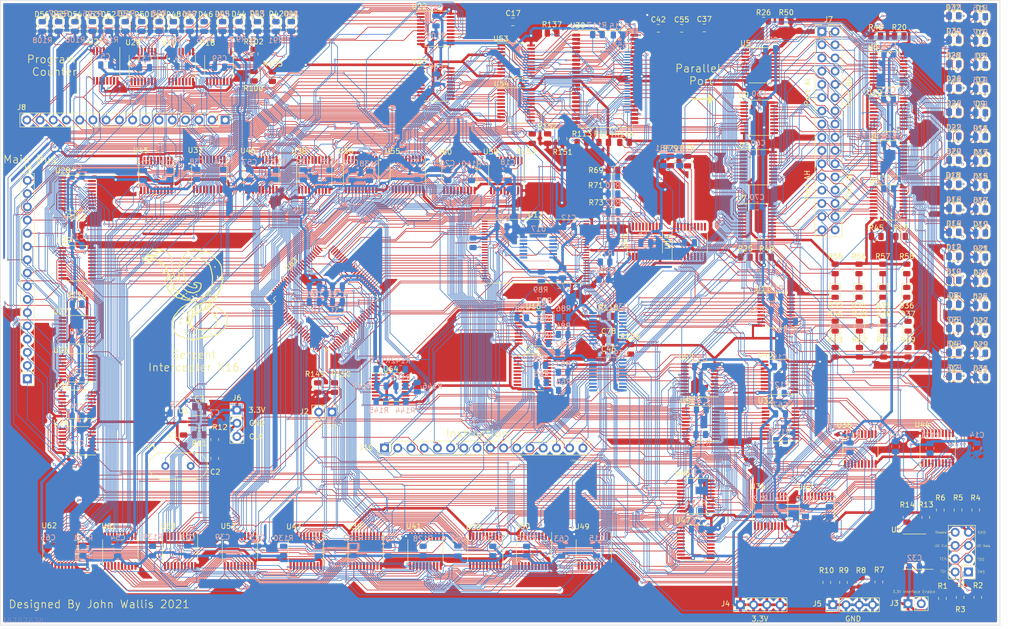
<source format=kicad_pcb>
(kicad_pcb (version 20171130) (host pcbnew "(5.1.10)-1")
  (layers (0 F.Cu signal) (31 B.Cu signal) (34 B.Paste user) (35 F.Paste user) (36 B.SilkS user) (37 F.SilkS user hide) (38 B.Mask user) (39 F.Mask user) (44 Edge.Cuts user))
  (net 0 "")
  (net 1 GND)
  (net 2 "Net-(C1-Pad1)")
  (net 3 "Net-(C2-Pad1)")
  (net 4 +3V3)
  (net 5 /GPIO/P0)
  (net 6 "Net-(D1-Pad1)")
  (net 7 /GPIO/P31)
  (net 8 "Net-(D2-Pad1)")
  (net 9 /GPIO/P1)
  (net 10 "Net-(D3-Pad1)")
  (net 11 /GPIO/P30)
  (net 12 "Net-(D4-Pad1)")
  (net 13 /GPIO/P2)
  (net 14 "Net-(D5-Pad1)")
  (net 15 /GPIO/P29)
  (net 16 "Net-(D6-Pad1)")
  (net 17 /GPIO/P3)
  (net 18 "Net-(D7-Pad1)")
  (net 19 /GPIO/P28)
  (net 20 "Net-(D8-Pad1)")
  (net 21 /GPIO/P4)
  (net 22 "Net-(D9-Pad1)")
  (net 23 /GPIO/P27)
  (net 24 "Net-(D10-Pad1)")
  (net 25 /GPIO/P5)
  (net 26 "Net-(D11-Pad1)")
  (net 27 /GPIO/P26)
  (net 28 "Net-(D12-Pad1)")
  (net 29 /GPIO/P6)
  (net 30 "Net-(D13-Pad1)")
  (net 31 /GPIO/P25)
  (net 32 "Net-(D14-Pad1)")
  (net 33 /GPIO/P7)
  (net 34 "Net-(D15-Pad1)")
  (net 35 /GPIO/P24)
  (net 36 "Net-(D16-Pad1)")
  (net 37 /GPIO/P8)
  (net 38 "Net-(D17-Pad1)")
  (net 39 /GPIO/P23)
  (net 40 "Net-(D18-Pad1)")
  (net 41 /GPIO/P9)
  (net 42 "Net-(D19-Pad1)")
  (net 43 /GPIO/P22)
  (net 44 "Net-(D20-Pad1)")
  (net 45 /GPIO/P10)
  (net 46 "Net-(D21-Pad1)")
  (net 47 /GPIO/P21)
  (net 48 "Net-(D22-Pad1)")
  (net 49 /GPIO/P11)
  (net 50 "Net-(D23-Pad1)")
  (net 51 /GPIO/P20)
  (net 52 "Net-(D24-Pad1)")
  (net 53 /GPIO/P12)
  (net 54 "Net-(D25-Pad1)")
  (net 55 /GPIO/P19)
  (net 56 "Net-(D26-Pad1)")
  (net 57 /GPIO/P13)
  (net 58 "Net-(D27-Pad1)")
  (net 59 /GPIO/P18)
  (net 60 "Net-(D28-Pad1)")
  (net 61 /GPIO/P14)
  (net 62 "Net-(D29-Pad1)")
  (net 63 /GPIO/P17)
  (net 64 "Net-(D30-Pad1)")
  (net 65 /GPIO/P15)
  (net 66 "Net-(D31-Pad1)")
  (net 67 /GPIO/P16)
  (net 68 "Net-(D32-Pad1)")
  (net 69 ~ALDD)
  (net 70 "Net-(D33-Pad1)")
  (net 71 ~AHDD)
  (net 72 "Net-(D34-Pad1)")
  (net 73 ~BLDD)
  (net 74 "Net-(D35-Pad1)")
  (net 75 ~BHDD)
  (net 76 "Net-(D36-Pad1)")
  (net 77 "Net-(D37-Pad1)")
  (net 78 "Net-(D38-Pad1)")
  (net 79 "Net-(D39-Pad1)")
  (net 80 "Net-(D40-Pad1)")
  (net 81 /ProgramCounter/PC0)
  (net 82 "Net-(D41-Pad1)")
  (net 83 /ProgramCounter/PC1)
  (net 84 "Net-(D42-Pad1)")
  (net 85 /ProgramCounter/PC2)
  (net 86 "Net-(D43-Pad1)")
  (net 87 /ProgramCounter/PC3)
  (net 88 "Net-(D44-Pad1)")
  (net 89 /ProgramCounter/PC4)
  (net 90 "Net-(D45-Pad1)")
  (net 91 /ProgramCounter/PC5)
  (net 92 "Net-(D46-Pad1)")
  (net 93 /ProgramCounter/PC6)
  (net 94 "Net-(D47-Pad1)")
  (net 95 /ProgramCounter/PC7)
  (net 96 "Net-(D48-Pad1)")
  (net 97 /ProgramCounter/PC8)
  (net 98 "Net-(D49-Pad1)")
  (net 99 /ProgramCounter/PC9)
  (net 100 "Net-(D50-Pad1)")
  (net 101 /ProgramCounter/PC10)
  (net 102 "Net-(D51-Pad1)")
  (net 103 /ProgramCounter/PC11)
  (net 104 "Net-(D52-Pad1)")
  (net 105 /ProgramCounter/PC12)
  (net 106 "Net-(D53-Pad1)")
  (net 107 /ProgramCounter/PC13)
  (net 108 "Net-(D54-Pad1)")
  (net 109 /ProgramCounter/PC14)
  (net 110 "Net-(D55-Pad1)")
  (net 111 /ProgramCounter/PC15)
  (net 112 "Net-(D56-Pad1)")
  (net 113 ProgramInstructDisable_5V)
  (net 114 PS\2_CLK_5V)
  (net 115 PS\2_Data_5V)
  (net 116 TCK_5V)
  (net 117 TDO_5V)
  (net 118 TDI_5V)
  (net 119 TMS_5V)
  (net 120 PS\2_CLK_3.3V)
  (net 121 PS\2_Data_3.3V)
  (net 122 CLK)
  (net 123 /ALU/B15)
  (net 124 /ALU/B14)
  (net 125 /ALU/B13)
  (net 126 /ALU/B12)
  (net 127 /ALU/B11)
  (net 128 /ALU/B10)
  (net 129 /ALU/B9)
  (net 130 /ALU/B8)
  (net 131 /ALU/B7)
  (net 132 /ALU/B6)
  (net 133 /ALU/B5)
  (net 134 /ALU/B4)
  (net 135 /ALU/B3)
  (net 136 /ALU/B2)
  (net 137 /ALU/B1)
  (net 138 /ALU/B0)
  (net 139 /ALU/Ins15)
  (net 140 /ALU/Ins14)
  (net 141 /ALU/Ins13)
  (net 142 /ALU/Ins12)
  (net 143 /ALU/Ins11)
  (net 144 /ALU/Ins10)
  (net 145 /ALU/Ins9)
  (net 146 /ALU/Ins8)
  (net 147 /ALU/Ins7)
  (net 148 /ALU/Ins6)
  (net 149 /ALU/Ins5)
  (net 150 /ALU/Ins4)
  (net 151 /ALU/Ins3)
  (net 152 /ALU/Ins2)
  (net 153 /ALU/Ins1)
  (net 154 /ALU/Ins0)
  (net 155 TMS)
  (net 156 TDI)
  (net 157 TDO)
  (net 158 TCK)
  (net 159 "Net-(R11-Pad1)")
  (net 160 ~PortAReadLow)
  (net 161 ~PortBReadLow)
  (net 162 ~PortAReadHigh)
  (net 163 ~PortBReadHigh)
  (net 164 PortBWriteHigh)
  (net 165 PortBWriteLow)
  (net 166 PortAWriteHigh)
  (net 167 PortAWriteLow)
  (net 168 RMAControl)
  (net 169 RJBControl)
  (net 170 R4Control)
  (net 171 R3Control)
  (net 172 R2Control)
  (net 173 R1Control)
  (net 174 DDR_Load)
  (net 175 ~RMARightOutput)
  (net 176 ~RJBRightOutput)
  (net 177 ~R4Out)
  (net 178 ~R2Out)
  (net 179 ~RMALeftOutput)
  (net 180 ~RJBLeftOutput)
  (net 181 ~R3Out)
  (net 182 ~R1Out)
  (net 183 ~CounterLoad)
  (net 184 "Net-(R77-Pad2)")
  (net 185 CounterClear)
  (net 186 ~CounterOutEnable)
  (net 187 ~StackLoad)
  (net 188 StackClear)
  (net 189 ~StackOut)
  (net 190 ~MemOutEnable)
  (net 191 ~MemWriteControl)
  (net 192 ProgramInsDisable)
  (net 193 ~MainRegOutputControl)
  (net 194 ~MainRegLeftOutput)
  (net 195 ~MainRegRightOutput)
  (net 196 ~RamAddrEnable)
  (net 197 RegLatch)
  (net 198 CounterUp)
  (net 199 StackDown)
  (net 200 StackUp)
  (net 201 InsRegControl)
  (net 202 MainRegReadControl)
  (net 203 ~PortEnable)
  (net 204 /ALU/State1)
  (net 205 /ALU/State0)
  (net 206 /ALU/State2)
  (net 207 ~I-O_RegisterLatch)
  (net 208 ~GeneralRegisterLatch)
  (net 209 "Net-(U12-Pad9)")
  (net 210 "Net-(U13-Pad14)")
  (net 211 "Net-(U13-Pad13)")
  (net 212 "Net-(U13-Pad12)")
  (net 213 "Net-(U13-Pad11)")
  (net 214 "Net-(U13-Pad9)")
  (net 215 "Net-(U13-Pad8)")
  (net 216 "Net-(U13-Pad7)")
  (net 217 "Net-(U13-Pad6)")
  (net 218 ~ALU_Enable)
  (net 219 "Net-(U15-Pad6)")
  (net 220 /ProgramCounter/JB0)
  (net 221 /ProgramCounter/JB2)
  (net 222 /ProgramCounter/JB3)
  (net 223 /ProgramCounter/JB1)
  (net 224 /ProgramCounter/JB4)
  (net 225 /ProgramCounter/JB6)
  (net 226 /ProgramCounter/JB7)
  (net 227 /ProgramCounter/JB5)
  (net 228 /ProgramCounter/JB8)
  (net 229 "Net-(U18-Pad13)")
  (net 230 "Net-(U18-Pad12)")
  (net 231 /ProgramCounter/JB10)
  (net 232 /ProgramCounter/JB11)
  (net 233 /ProgramCounter/JB9)
  (net 234 /ProgramCounter/JB12)
  (net 235 "Net-(U19-Pad13)")
  (net 236 "Net-(U19-Pad12)")
  (net 237 /ProgramCounter/JB14)
  (net 238 /ProgramCounter/JB15)
  (net 239 /ProgramCounter/JB13)
  (net 240 /StackPointer/SP3)
  (net 241 /StackPointer/SP2)
  (net 242 /StackPointer/SP0)
  (net 243 /StackPointer/SP1)
  (net 244 /StackPointer/SP7)
  (net 245 /StackPointer/SP6)
  (net 246 /StackPointer/SP4)
  (net 247 /StackPointer/SP5)
  (net 248 "Net-(U24-Pad13)")
  (net 249 "Net-(U24-Pad12)")
  (net 250 /StackPointer/SP11)
  (net 251 /StackPointer/SP10)
  (net 252 /StackPointer/SP8)
  (net 253 /StackPointer/SP9)
  (net 254 "Net-(U25-Pad13)")
  (net 255 "Net-(U25-Pad12)")
  (net 256 /StackPointer/SP15)
  (net 257 /StackPointer/SP14)
  (net 258 /StackPointer/SP12)
  (net 259 /StackPointer/SP13)
  (net 260 /Registers/Acc0)
  (net 261 /Registers/Acc1)
  (net 262 /Registers/Acc2)
  (net 263 /Registers/Acc3)
  (net 264 /Registers/Acc4)
  (net 265 /Registers/Acc5)
  (net 266 /Registers/Acc6)
  (net 267 /Registers/Acc7)
  (net 268 /ALU/OddR0)
  (net 269 /ALU/OddR1)
  (net 270 /ALU/OddR2)
  (net 271 /ALU/OddR3)
  (net 272 /ALU/OddR4)
  (net 273 /ALU/OddR5)
  (net 274 /ALU/OddR6)
  (net 275 /ALU/OddR7)
  (net 276 /ALU/EvenR0)
  (net 277 /ALU/EvenR1)
  (net 278 /ALU/EvenR2)
  (net 279 /ALU/EvenR3)
  (net 280 /ALU/EvenR4)
  (net 281 /ALU/EvenR5)
  (net 282 /ALU/EvenR6)
  (net 283 /ALU/EvenR7)
  (net 284 /Registers/RA0)
  (net 285 /Registers/RA1)
  (net 286 /Registers/RA2)
  (net 287 /Registers/RA3)
  (net 288 /Registers/RA4)
  (net 289 /Registers/RA5)
  (net 290 /Registers/RA6)
  (net 291 /Registers/RA7)
  (net 292 /Registers/Acc8)
  (net 293 /Registers/Acc9)
  (net 294 /Registers/Acc10)
  (net 295 /Registers/Acc11)
  (net 296 /Registers/Acc12)
  (net 297 /Registers/Acc13)
  (net 298 /Registers/Acc14)
  (net 299 /Registers/Acc15)
  (net 300 /ALU/OddR8)
  (net 301 /ALU/OddR9)
  (net 302 /ALU/OddR10)
  (net 303 /ALU/OddR11)
  (net 304 /ALU/OddR12)
  (net 305 /ALU/OddR13)
  (net 306 /ALU/OddR14)
  (net 307 /ALU/OddR15)
  (net 308 /ALU/EvenR8)
  (net 309 /ALU/EvenR9)
  (net 310 /ALU/EvenR10)
  (net 311 /ALU/EvenR11)
  (net 312 /ALU/EvenR12)
  (net 313 /ALU/EvenR13)
  (net 314 /ALU/EvenR14)
  (net 315 /ALU/EvenR15)
  (net 316 /Registers/RA8)
  (net 317 /Registers/RA9)
  (net 318 /Registers/RA10)
  (net 319 /Registers/RA11)
  (net 320 /Registers/RA12)
  (net 321 /Registers/RA13)
  (net 322 /Registers/RA14)
  (net 323 /Registers/RA15)
  (net 324 FLASHPAGE2)
  (net 325 FLASHPAGE1)
  (net 326 FLASHPAGE0)
  (net 327 RAM_PAGE)
  (net 328 "Net-(J3-Pad2)")
  (net 329 "Net-(R61-Pad2)")
  (net 330 "Net-(R64-Pad2)")
  (net 331 "Net-(R76-Pad2)")
  (net 332 "Net-(R102-Pad2)")
  (net 333 "Net-(R114-Pad1)")
  (net 334 "Net-(R115-Pad1)")
  (net 335 "Net-(R116-Pad1)")
  (net 336 "Net-(R119-Pad1)")
  (net 337 "Net-(R124-Pad1)")
  (net 338 "Net-(R125-Pad1)")
  (net 339 "Net-(R126-Pad1)")
  (net 340 "Net-(R127-Pad1)")
  (net 341 "Net-(R132-Pad1)")
  (net 342 "Net-(R133-Pad1)")
  (net 343 "Net-(R142-Pad2)")
  (net 344 "Net-(R143-Pad2)")
  (net 345 "Net-(R144-Pad2)")
  (net 346 "Net-(R145-Pad2)")
  (net 347 "Net-(R146-Pad2)")
  (net 348 "Net-(R147-Pad2)")
  (net 349 "Net-(R148-Pad2)")
  (net 350 "Net-(R151-Pad2)")
  (net 351 "Net-(R153-Pad2)")
  (net 352 "Net-(U1-Pad1)")
  (net 353 "Net-(U2-Pad11)")
  (net 354 "Net-(U2-Pad9)")
  (net 355 "Net-(U12-Pad47)")
  (net 356 "Net-(U12-Pad15)")
  (net 357 "Net-(U12-Pad14)")
  (net 358 "Net-(U12-Pad13)")
  (net 359 "Net-(U12-Pad12)")
  (net 360 "Net-(U12-Pad10)")
  (net 361 "Net-(U14-Pad11)")
  (net 362 "Net-(U14-Pad9)")
  (net 363 "Net-(U15-Pad14)")
  (net 364 "Net-(U15-Pad13)")
  (net 365 "Net-(U15-Pad12)")
  (net 366 "Net-(U15-Pad11)")
  (net 367 "Net-(U15-Pad9)")
  (net 368 "Net-(U15-Pad8)")
  (net 369 "Net-(U15-Pad7)")
  (net 370 "Net-(U17-Pad6)")
  (net 371 "Net-(U20-Pad13)")
  (net 372 "Net-(U20-Pad12)")
  (net 373 "Net-(U21-Pad13)")
  (net 374 "Net-(U21-Pad12)")
  (net 375 "/Boot Flash/MA0")
  (net 376 "/Boot Flash/MA1")
  (net 377 "/Boot Flash/MA2")
  (net 378 "/Boot Flash/MA3")
  (net 379 "/Boot Flash/MA4")
  (net 380 "/Boot Flash/MA5")
  (net 381 "/Boot Flash/MA6")
  (net 382 "/Boot Flash/MA7")
  (net 383 "/Boot Flash/MA8")
  (net 384 "/Boot Flash/MA9")
  (net 385 "/Boot Flash/MA10")
  (net 386 "/Boot Flash/MA11")
  (net 387 "/Boot Flash/MA12")
  (net 388 "/Boot Flash/MA13")
  (net 389 "/Boot Flash/MA14")
  (net 390 "/Boot Flash/MA15")
  (net 391 "Net-(U26-Pad13)")
  (net 392 "Net-(U26-Pad12)")
  (net 393 "Net-(U27-Pad13)")
  (net 394 "Net-(U27-Pad12)")
  (net 395 "Net-(U30-Pad28)")
  (net 396 "Net-(U30-Pad23)")
  (net 397 "Net-(U63-Pad80)")
  (net 398 "Net-(U63-Pad73)")
  (net 399 "Net-(U63-Pad46)")
  (net 400 "Net-(U63-Pad43)")
  (net 401 "Net-(U63-Pad34)")
  (net 402 "Net-(U63-Pad24)")
  (net 403 "Net-(U63-Pad19)")
  (net 404 "Net-(U63-Pad7)")
  (net 405 "Net-(U63-Pad2)")
  (net 406 "Net-(U64-Pad13)")
  (net 407 "Net-(U64-Pad12)")
  (net 408 "Net-(U64-Pad7)")
  (net 409 "Net-(U65-Pad47)")
  (net 410 "Net-(U65-Pad15)")
  (net 411 "Net-(U65-Pad14)")
  (net 412 "Net-(U65-Pad13)")
  (net 413 "Net-(U65-Pad12)")
  (net 414 "Net-(U65-Pad10)")
  (net 415 "Net-(U65-Pad9)")
  (net 416 FlashOut)
  (net 417 "Net-(U17-Pad3)")
  (net 418 "Net-(U17-Pad2)")
  (net 419 "Net-(U17-Pad1)")
  (net 420 "Net-(U63-Pad94)")
  (net 421 "Net-(U63-Pad93)")
  (module Capacitor_SMD:C_0805_2012Metric (layer B.Cu) (at 148.77 45.15 270)
    (fp_text reference C68 (at -2.45 0.07 180) (layer B.SilkS) (effects (justify mirror)))
    (fp_text value 100n)
    (pad 2 smd roundrect (at 0.95 0 270) (size 1 1.45) (layers B.Cu B.Paste B.Mask) (net 1 GND))
    (pad 1 smd roundrect (at -0.95 0 270) (size 1 1.45) (layers B.Cu B.Paste B.Mask) (net 4 +3V3))
  )
  (module Capacitor_SMD:C_0805_2012Metric (layer B.Cu) (at 214.86 109.438)
    (fp_text reference C67 (at 0 -1.738) (layer B.SilkS) (effects (justify mirror)))
    (fp_text value 100n)
    (pad 2 smd roundrect (at 0.95 0) (size 1 1.45) (layers B.Cu B.Paste B.Mask) (net 1 GND))
    (pad 1 smd roundrect (at -0.95 0) (size 1 1.45) (layers B.Cu B.Paste B.Mask) (net 4 +3V3))
  )
  (module Capacitor_SMD:C_0805_2012Metric (layer B.Cu) (at 235.68 40.3 180)
    (fp_text reference C66 (at 0 1.68) (layer B.SilkS) (effects (justify mirror)))
    (fp_text value 100n)
    (pad 2 smd roundrect (at 0.95 0 180) (size 1 1.45) (layers B.Cu B.Paste B.Mask) (net 1 GND))
    (pad 1 smd roundrect (at -0.95 0 180) (size 1 1.45) (layers B.Cu B.Paste B.Mask) (net 4 +3V3))
  )
  (module Capacitor_SMD:C_0805_2012Metric (layer B.Cu) (at 74.17 135.78 90)
    (fp_text reference C65 (at 2.58 0.03 180) (layer B.SilkS) (effects (justify mirror)))
    (fp_text value 100n)
    (pad 2 smd roundrect (at 0.95 0 90) (size 1 1.45) (layers B.Cu B.Paste B.Mask) (net 1 GND))
    (pad 1 smd roundrect (at -0.95 0 90) (size 1 1.45) (layers B.Cu B.Paste B.Mask) (net 4 +3V3))
  )
  (module Capacitor_SMD:C_0805_2012Metric (layer B.Cu) (at 172.797 135.78 90)
    (fp_text reference C63 (at 2.38 0.003 180) (layer B.SilkS) (effects (justify mirror)))
    (fp_text value 100n)
    (pad 2 smd roundrect (at 0.95 0 90) (size 1 1.45) (layers B.Cu B.Paste B.Mask) (net 1 GND))
    (pad 1 smd roundrect (at -0.95 0 90) (size 1 1.45) (layers B.Cu B.Paste B.Mask) (net 4 +3V3))
  )
  (module Capacitor_SMD:C_0805_2012Metric (layer B.Cu) (at 152.899 135.78 90)
    (fp_text reference C62 (at 2.38 0.001 180) (layer B.SilkS) (effects (justify mirror)))
    (fp_text value 100n)
    (pad 2 smd roundrect (at 0.95 0 90) (size 1 1.45) (layers B.Cu B.Paste B.Mask) (net 1 GND))
    (pad 1 smd roundrect (at -0.95 0 90) (size 1 1.45) (layers B.Cu B.Paste B.Mask) (net 4 +3V3))
  )
  (module Capacitor_SMD:C_0805_2012Metric (layer B.Cu) (at 148.69 33.97 270)
    (fp_text reference C61 (at -2.47 -0.01 180) (layer B.SilkS) (effects (justify mirror)))
    (fp_text value 100n)
    (pad 2 smd roundrect (at 0.95 0 270) (size 1 1.45) (layers B.Cu B.Paste B.Mask) (net 1 GND))
    (pad 1 smd roundrect (at -0.95 0 270) (size 1 1.45) (layers B.Cu B.Paste B.Mask) (net 4 +3V3))
  )
  (module Capacitor_SMD:C_0805_2012Metric (layer B.Cu) (at 210.562 59.1 180)
    (fp_text reference C60 (at 0 1.68) (layer B.SilkS) (effects (justify mirror)))
    (fp_text value 100n)
    (pad 2 smd roundrect (at 0.95 0 180) (size 1 1.45) (layers B.Cu B.Paste B.Mask) (net 1 GND))
    (pad 1 smd roundrect (at -0.95 0 180) (size 1 1.45) (layers B.Cu B.Paste B.Mask) (net 4 +3V3))
  )
  (module Capacitor_SMD:C_0805_2012Metric (layer B.Cu) (at 107.13 42.85 180)
    (fp_text reference C59 (at 0 1.68) (layer B.SilkS) (effects (justify mirror)))
    (fp_text value 100n)
    (pad 2 smd roundrect (at 0.95 0 180) (size 1 1.45) (layers B.Cu B.Paste B.Mask) (net 1 GND))
    (pad 1 smd roundrect (at -0.95 0 180) (size 1 1.45) (layers B.Cu B.Paste B.Mask) (net 4 +3V3))
  )
  (module Capacitor_SMD:C_0805_2012Metric (layer B.Cu) (at 112.917 63.54 90)
    (fp_text reference C57 (at 2.44 -0.017 180) (layer B.SilkS) (effects (justify mirror)))
    (fp_text value 100n)
    (pad 2 smd roundrect (at 0.95 0 90) (size 1 1.45) (layers B.Cu B.Paste B.Mask) (net 1 GND))
    (pad 1 smd roundrect (at -0.95 0 90) (size 1 1.45) (layers B.Cu B.Paste B.Mask) (net 4 +3V3))
  )
  (module Capacitor_SMD:C_0805_2012Metric (layer B.Cu) (at 212.962 39.33 180)
    (fp_text reference C56 (at 0 1.68) (layer B.SilkS) (effects (justify mirror)))
    (fp_text value 100n)
    (pad 2 smd roundrect (at 0.95 0 180) (size 1 1.45) (layers B.Cu B.Paste B.Mask) (net 1 GND))
    (pad 1 smd roundrect (at -0.95 0 180) (size 1 1.45) (layers B.Cu B.Paste B.Mask) (net 4 +3V3))
  )
  (module Capacitor_SMD:C_0805_2012Metric (layer F.Cu) (at 195.88 35.4)
    (fp_text reference C55 (at 0 -1.68) (layer F.SilkS))
    (fp_text value 100n)
    (pad 2 smd roundrect (at 0.95 0) (size 1 1.45) (layers F.Cu F.Paste F.Mask) (net 1 GND))
    (pad 1 smd roundrect (at -0.95 0) (size 1 1.45) (layers F.Cu F.Paste F.Mask) (net 4 +3V3))
  )
  (module Capacitor_SMD:C_0805_2012Metric (layer B.Cu) (at 87.5619 135.78 90)
    (fp_text reference C54 (at 2.58 0.0381 180) (layer B.SilkS) (effects (justify mirror)))
    (fp_text value 100n)
    (pad 2 smd roundrect (at 0.95 0 90) (size 1 1.45) (layers B.Cu B.Paste B.Mask) (net 1 GND))
    (pad 1 smd roundrect (at -0.95 0 90) (size 1 1.45) (layers B.Cu B.Paste B.Mask) (net 4 +3V3))
  )
  (module Capacitor_SMD:C_0805_2012Metric (layer B.Cu) (at 236.937 115.723 270)
    (fp_text reference C51 (at -2.423 0.037 180) (layer B.SilkS) (effects (justify mirror)))
    (fp_text value 100n)
    (pad 2 smd roundrect (at 0.95 0 270) (size 1 1.45) (layers B.Cu B.Paste B.Mask) (net 1 GND))
    (pad 1 smd roundrect (at -0.95 0 270) (size 1 1.45) (layers B.Cu B.Paste B.Mask) (net 4 +3V3))
  )
  (module Capacitor_SMD:C_0805_2012Metric (layer B.Cu) (at 210.762 49.63 180)
    (fp_text reference C50 (at 0 1.68) (layer B.SilkS) (effects (justify mirror)))
    (fp_text value 100n)
    (pad 2 smd roundrect (at 0.95 0 180) (size 1 1.45) (layers B.Cu B.Paste B.Mask) (net 1 GND))
    (pad 1 smd roundrect (at -0.95 0 180) (size 1 1.45) (layers B.Cu B.Paste B.Mask) (net 4 +3V3))
  )
  (module Capacitor_SMD:C_0805_2012Metric (layer B.Cu) (at 235.63 66.2 180)
    (fp_text reference C49 (at 0 1.68) (layer B.SilkS) (effects (justify mirror)))
    (fp_text value 100n)
    (pad 2 smd roundrect (at 0.95 0 180) (size 1 1.45) (layers B.Cu B.Paste B.Mask) (net 1 GND))
    (pad 1 smd roundrect (at -0.95 0 180) (size 1 1.45) (layers B.Cu B.Paste B.Mask) (net 4 +3V3))
  )
  (module Capacitor_SMD:C_0805_2012Metric (layer B.Cu) (at 79.7625 95.51)
    (fp_text reference C48 (at -0.0625 -1.81) (layer B.SilkS) (effects (justify mirror)))
    (fp_text value 100n)
    (pad 2 smd roundrect (at 0.95 0) (size 1 1.45) (layers B.Cu B.Paste B.Mask) (net 1 GND))
    (pad 1 smd roundrect (at -0.95 0) (size 1 1.45) (layers B.Cu B.Paste B.Mask) (net 4 +3V3))
  )
  (module Capacitor_SMD:C_0805_2012Metric (layer F.Cu) (at 181.84 98.67)
    (fp_text reference C46 (at 0 -1.68) (layer F.SilkS))
    (fp_text value 100n)
    (pad 2 smd roundrect (at 0.95 0) (size 1 1.45) (layers F.Cu F.Paste F.Mask) (net 1 GND))
    (pad 1 smd roundrect (at -0.95 0) (size 1 1.45) (layers F.Cu F.Paste F.Mask) (net 4 +3V3))
  )
  (module Capacitor_SMD:C_0805_2012Metric (layer B.Cu) (at 188.97 76.59)
    (fp_text reference C45 (at -0.07 -1.69) (layer B.SilkS) (effects (justify mirror)))
    (fp_text value 100n)
    (pad 2 smd roundrect (at 0.95 0) (size 1 1.45) (layers B.Cu B.Paste B.Mask) (net 1 GND))
    (pad 1 smd roundrect (at -0.95 0) (size 1 1.45) (layers B.Cu B.Paste B.Mask) (net 4 +3V3))
  )
  (module Capacitor_SMD:C_0805_2012Metric (layer B.Cu) (at 99.92 42.77 180)
    (fp_text reference C44 (at 0 1.68) (layer B.SilkS) (effects (justify mirror)))
    (fp_text value 100n)
    (pad 2 smd roundrect (at 0.95 0 180) (size 1 1.45) (layers B.Cu B.Paste B.Mask) (net 1 GND))
    (pad 1 smd roundrect (at -0.95 0 180) (size 1 1.45) (layers B.Cu B.Paste B.Mask) (net 4 +3V3))
  )
  (module Capacitor_SMD:C_0805_2012Metric (layer B.Cu) (at 199.323 100.4)
    (fp_text reference C43 (at 0.077 -1.6) (layer B.SilkS) (effects (justify mirror)))
    (fp_text value 100n)
    (pad 2 smd roundrect (at 0.95 0) (size 1 1.45) (layers B.Cu B.Paste B.Mask) (net 1 GND))
    (pad 1 smd roundrect (at -0.95 0) (size 1 1.45) (layers B.Cu B.Paste B.Mask) (net 4 +3V3))
  )
  (module Capacitor_SMD:C_0805_2012Metric (layer F.Cu) (at 191.39 35.39)
    (fp_text reference C42 (at 0 -1.68) (layer F.SilkS))
    (fp_text value 100n)
    (pad 2 smd roundrect (at 0.95 0) (size 1 1.45) (layers F.Cu F.Paste F.Mask) (net 1 GND))
    (pad 1 smd roundrect (at -0.95 0) (size 1 1.45) (layers F.Cu F.Paste F.Mask) (net 4 +3V3))
  )
  (module Capacitor_SMD:C_0805_2012Metric (layer B.Cu) (at 126.115 135.78 90)
    (fp_text reference C41 (at 2.58 -0.015 180) (layer B.SilkS) (effects (justify mirror)))
    (fp_text value 100n)
    (pad 2 smd roundrect (at 0.95 0 90) (size 1 1.45) (layers B.Cu B.Paste B.Mask) (net 1 GND))
    (pad 1 smd roundrect (at -0.95 0 90) (size 1 1.45) (layers B.Cu B.Paste B.Mask) (net 4 +3V3))
  )
  (module Capacitor_SMD:C_0805_2012Metric (layer B.Cu) (at 107.68 135.78 90)
    (fp_text reference C39 (at 2.68 0.02) (layer B.SilkS) (effects (justify mirror)))
    (fp_text value 100n)
    (pad 2 smd roundrect (at 0.95 0 90) (size 1 1.45) (layers B.Cu B.Paste B.Mask) (net 1 GND))
    (pad 1 smd roundrect (at -0.95 0 90) (size 1 1.45) (layers B.Cu B.Paste B.Mask) (net 4 +3V3))
  )
  (module Capacitor_SMD:C_0805_2012Metric (layer B.Cu) (at 102.744 63.44 90)
    (fp_text reference C38 (at 2.44 0.056) (layer B.SilkS) (effects (justify mirror)))
    (fp_text value 100n)
    (pad 2 smd roundrect (at 0.95 0 90) (size 1 1.45) (layers B.Cu B.Paste B.Mask) (net 1 GND))
    (pad 1 smd roundrect (at -0.95 0 90) (size 1 1.45) (layers B.Cu B.Paste B.Mask) (net 4 +3V3))
  )
  (module Capacitor_SMD:C_0805_2012Metric (layer F.Cu) (at 200.22 35.32)
    (fp_text reference C37 (at 0 -1.68) (layer F.SilkS))
    (fp_text value 100n)
    (pad 2 smd roundrect (at 0.95 0) (size 1 1.45) (layers F.Cu F.Paste F.Mask) (net 1 GND))
    (pad 1 smd roundrect (at -0.95 0) (size 1 1.45) (layers F.Cu F.Paste F.Mask) (net 4 +3V3))
  )
  (module Capacitor_SMD:C_0805_2012Metric (layer B.Cu) (at 215.19 128.12 270)
    (fp_text reference C34 (at -2.42 0.09 180) (layer B.SilkS) (effects (justify mirror)))
    (fp_text value 100n)
    (pad 2 smd roundrect (at 0.95 0 270) (size 1 1.45) (layers B.Cu B.Paste B.Mask) (net 1 GND))
    (pad 1 smd roundrect (at -0.95 0 270) (size 1 1.45) (layers B.Cu B.Paste B.Mask) (net 4 +3V3))
  )
  (module Capacitor_SMD:C_0805_2012Metric (layer B.Cu) (at 92.73 42.95 180)
    (fp_text reference C33 (at 0 1.68) (layer B.SilkS) (effects (justify mirror)))
    (fp_text value 100n)
    (pad 2 smd roundrect (at 0.95 0 180) (size 1 1.45) (layers B.Cu B.Paste B.Mask) (net 1 GND))
    (pad 1 smd roundrect (at -0.95 0 180) (size 1 1.45) (layers B.Cu B.Paste B.Mask) (net 4 +3V3))
  )
  (module Capacitor_SMD:C_0805_2012Metric (layer B.Cu) (at 240.57 138.85)
    (fp_text reference C32 (at 0.03 -1.75) (layer B.SilkS) (effects (justify mirror)))
    (fp_text value 100n)
    (pad 2 smd roundrect (at 0.95 0) (size 1 1.45) (layers B.Cu B.Paste B.Mask) (net 1 GND))
    (pad 1 smd roundrect (at -0.95 0) (size 1 1.45) (layers B.Cu B.Paste B.Mask) (net 4 +3V3))
  )
  (module Capacitor_SMD:C_0805_2012Metric (layer B.Cu) (at 139.507 135.78 90)
    (fp_text reference C30 (at 2.48 -0.007 180) (layer B.SilkS) (effects (justify mirror)))
    (fp_text value 100n)
    (pad 2 smd roundrect (at 0.95 0 90) (size 1 1.45) (layers B.Cu B.Paste B.Mask) (net 1 GND))
    (pad 1 smd roundrect (at -0.95 0 90) (size 1 1.45) (layers B.Cu B.Paste B.Mask) (net 4 +3V3))
  )
  (module Capacitor_SMD:C_0805_2012Metric (layer B.Cu) (at 123.191 63.54 90)
    (fp_text reference C29 (at 2.44 0.009 180) (layer B.SilkS) (effects (justify mirror)))
    (fp_text value 100n)
    (pad 2 smd roundrect (at 0.95 0 90) (size 1 1.45) (layers B.Cu B.Paste B.Mask) (net 1 GND))
    (pad 1 smd roundrect (at -0.95 0 90) (size 1 1.45) (layers B.Cu B.Paste B.Mask) (net 4 +3V3))
  )
  (module Capacitor_SMD:C_0805_2012Metric (layer B.Cu) (at 100.954 135.78 90)
    (fp_text reference C28 (at 2.58 0.046 180) (layer B.SilkS) (effects (justify mirror)))
    (fp_text value 100n)
    (pad 2 smd roundrect (at 0.95 0 90) (size 1 1.45) (layers B.Cu B.Paste B.Mask) (net 1 GND))
    (pad 1 smd roundrect (at -0.95 0 90) (size 1 1.45) (layers B.Cu B.Paste B.Mask) (net 4 +3V3))
  )
  (module Capacitor_SMD:C_0805_2012Metric (layer B.Cu) (at 197.37 76.57)
    (fp_text reference C27 (at 0.03 -1.77) (layer B.SilkS) (effects (justify mirror)))
    (fp_text value 100n)
    (pad 2 smd roundrect (at 0.95 0) (size 1 1.45) (layers B.Cu B.Paste B.Mask) (net 1 GND))
    (pad 1 smd roundrect (at -0.95 0) (size 1 1.45) (layers B.Cu B.Paste B.Mask) (net 4 +3V3))
  )
  (module Capacitor_SMD:C_0805_2012Metric (layer B.Cu) (at 92.47 63.64 90)
    (fp_text reference C25 (at 2.34 0.03 180) (layer B.SilkS) (effects (justify mirror)))
    (fp_text value 100n)
    (pad 2 smd roundrect (at 0.95 0 90) (size 1 1.45) (layers B.Cu B.Paste B.Mask) (net 1 GND))
    (pad 1 smd roundrect (at -0.95 0 90) (size 1 1.45) (layers B.Cu B.Paste B.Mask) (net 4 +3V3))
  )
  (module Capacitor_SMD:C_0805_2012Metric (layer B.Cu) (at 235.64 57.52 180)
    (fp_text reference C24 (at 0 1.68) (layer B.SilkS) (effects (justify mirror)))
    (fp_text value 100n)
    (pad 2 smd roundrect (at 0.95 0 180) (size 1 1.45) (layers B.Cu B.Paste B.Mask) (net 1 GND))
    (pad 1 smd roundrect (at -0.95 0 180) (size 1 1.45) (layers B.Cu B.Paste B.Mask) (net 4 +3V3))
  )
  (module Capacitor_SMD:C_0805_2012Metric (layer B.Cu) (at 114.406 135.78 90)
    (fp_text reference C23 (at 2.58 -0.006 180) (layer B.SilkS) (effects (justify mirror)))
    (fp_text value 100n)
    (pad 2 smd roundrect (at 0.95 0 90) (size 1 1.45) (layers B.Cu B.Paste B.Mask) (net 1 GND))
    (pad 1 smd roundrect (at -0.95 0 90) (size 1 1.45) (layers B.Cu B.Paste B.Mask) (net 4 +3V3))
  )
  (module Capacitor_SMD:C_0805_2012Metric (layer B.Cu) (at 224.26 128.21 270)
    (fp_text reference C22 (at -2.516195 0.040079 180) (layer B.SilkS) (effects (justify mirror)))
    (fp_text value 100n)
    (pad 2 smd roundrect (at 0.95 0 270) (size 1 1.45) (layers B.Cu B.Paste B.Mask) (net 1 GND))
    (pad 1 smd roundrect (at -0.95 0 270) (size 1 1.45) (layers B.Cu B.Paste B.Mask) (net 4 +3V3))
  )
  (module Capacitor_SMD:C_0805_2012Metric (layer B.Cu) (at 150.93 63.69 90)
    (fp_text reference C20 (at 2.39 -0.03 180) (layer B.SilkS) (effects (justify mirror)))
    (fp_text value 100n)
    (pad 2 smd roundrect (at 0.95 0 90) (size 1 1.45) (layers B.Cu B.Paste B.Mask) (net 1 GND))
    (pad 1 smd roundrect (at -0.95 0 90) (size 1 1.45) (layers B.Cu B.Paste B.Mask) (net 4 +3V3))
  )
  (module Capacitor_SMD:C_0805_2012Metric (layer B.Cu) (at 214.66 100.365)
    (fp_text reference C19 (at 0.04 -1.765) (layer B.SilkS) (effects (justify mirror)))
    (fp_text value 100n)
    (pad 2 smd roundrect (at 0.95 0) (size 1 1.45) (layers B.Cu B.Paste B.Mask) (net 1 GND))
    (pad 1 smd roundrect (at -0.95 0) (size 1 1.45) (layers B.Cu B.Paste B.Mask) (net 4 +3V3))
  )
  (module Capacitor_SMD:C_0805_2012Metric (layer B.Cu) (at 162.55 63.7 90)
    (fp_text reference C18 (at 2.6 -0.05 180) (layer B.SilkS) (effects (justify mirror)))
    (fp_text value 100n)
    (pad 2 smd roundrect (at 0.95 0 90) (size 1 1.45) (layers B.Cu B.Paste B.Mask) (net 1 GND))
    (pad 1 smd roundrect (at -0.95 0 90) (size 1 1.45) (layers B.Cu B.Paste B.Mask) (net 4 +3V3))
  )
  (module Capacitor_SMD:C_0805_2012Metric (layer F.Cu) (at 163.45 34.15 180)
    (fp_text reference C17 (at -0.05 1.65) (layer F.SilkS))
    (fp_text value 100n)
    (pad 2 smd roundrect (at 0.95 0 180) (size 1 1.45) (layers F.Cu F.Paste F.Mask) (net 1 GND))
    (pad 1 smd roundrect (at -0.95 0 180) (size 1 1.45) (layers F.Cu F.Paste F.Mask) (net 4 +3V3))
  )
  (module Capacitor_SMD:C_0805_2012Metric (layer B.Cu) (at 161.37 73.54)
    (fp_text reference C16 (at 0.13 -1.74) (layer B.SilkS) (effects (justify mirror)))
    (fp_text value 100n)
    (pad 2 smd roundrect (at 0.95 0) (size 1 1.45) (layers B.Cu B.Paste B.Mask) (net 1 GND))
    (pad 1 smd roundrect (at -0.95 0) (size 1 1.45) (layers B.Cu B.Paste B.Mask) (net 4 +3V3))
  )
  (module Capacitor_SMD:C_0805_2012Metric (layer B.Cu) (at 179.523 135.78 90)
    (fp_text reference C15 (at 2.439842 -0.001932 180) (layer B.SilkS) (effects (justify mirror)))
    (fp_text value 100n)
    (pad 2 smd roundrect (at 0.95 0 90) (size 1 1.45) (layers B.Cu B.Paste B.Mask) (net 1 GND))
    (pad 1 smd roundrect (at -0.95 0 90) (size 1 1.45) (layers B.Cu B.Paste B.Mask) (net 4 +3V3))
  )
  (module Capacitor_SMD:C_0805_2012Metric (layer B.Cu) (at 252.61 116.023 270)
    (fp_text reference C14 (at -2.523 0.01 180) (layer B.SilkS) (effects (justify mirror)))
    (fp_text value 100n)
    (pad 2 smd roundrect (at 0.95 0 270) (size 1 1.45) (layers B.Cu B.Paste B.Mask) (net 1 GND))
    (pad 1 smd roundrect (at -0.95 0 270) (size 1 1.45) (layers B.Cu B.Paste B.Mask) (net 4 +3V3))
  )
  (module Capacitor_SMD:C_0805_2012Metric (layer B.Cu) (at 235.59 48.92 180)
    (fp_text reference C13 (at 0 1.68) (layer B.SilkS) (effects (justify mirror)))
    (fp_text value 100n)
    (pad 2 smd roundrect (at 0.95 0 180) (size 1 1.45) (layers B.Cu B.Paste B.Mask) (net 1 GND))
    (pad 1 smd roundrect (at -0.95 0 180) (size 1 1.45) (layers B.Cu B.Paste B.Mask) (net 4 +3V3))
  )
  (module Capacitor_SMD:C_0805_2012Metric (layer B.Cu) (at 174.19 73.44 180)
    (fp_text reference C12 (at 0 1.68) (layer B.SilkS) (effects (justify mirror)))
    (fp_text value 100n)
    (pad 2 smd roundrect (at 0.95 0 180) (size 1 1.45) (layers B.Cu B.Paste B.Mask) (net 1 GND))
    (pad 1 smd roundrect (at -0.95 0 180) (size 1 1.45) (layers B.Cu B.Paste B.Mask) (net 4 +3V3))
  )
  (module Capacitor_SMD:C_0805_2012Metric (layer B.Cu) (at 79.7625 77.13 180)
    (fp_text reference C11 (at 0 1.68) (layer B.SilkS) (effects (justify mirror)))
    (fp_text value 100n)
    (pad 2 smd roundrect (at 0.95 0 180) (size 1 1.45) (layers B.Cu B.Paste B.Mask) (net 1 GND))
    (pad 1 smd roundrect (at -0.95 0 180) (size 1 1.45) (layers B.Cu B.Paste B.Mask) (net 4 +3V3))
  )
  (module Capacitor_SMD:C_0805_2012Metric (layer B.Cu) (at 198.55 122.23)
    (fp_text reference C10 (at 0 -1.73) (layer B.SilkS) (effects (justify mirror)))
    (fp_text value 100n)
    (pad 2 smd roundrect (at 0.95 0) (size 1 1.45) (layers B.Cu B.Paste B.Mask) (net 1 GND))
    (pad 1 smd roundrect (at -0.95 0) (size 1 1.45) (layers B.Cu B.Paste B.Mask) (net 4 +3V3))
  )
  (module Capacitor_SMD:C_0805_2012Metric (layer B.Cu) (at 98.58 109.28 180)
    (fp_text reference C9 (at 0 1.68) (layer B.SilkS) (effects (justify mirror)))
    (fp_text value 100n)
    (pad 2 smd roundrect (at 0.95 0 180) (size 1 1.45) (layers B.Cu B.Paste B.Mask) (net 1 GND))
    (pad 1 smd roundrect (at -0.95 0 180) (size 1 1.45) (layers B.Cu B.Paste B.Mask) (net 4 +3V3))
  )
  (module Capacitor_SMD:C_0805_2012Metric (layer B.Cu) (at 79.7625 103.06)
    (fp_text reference C8 (at -0.0625 -1.76) (layer B.SilkS) (effects (justify mirror)))
    (fp_text value 100n)
    (pad 2 smd roundrect (at 0.95 0) (size 1 1.45) (layers B.Cu B.Paste B.Mask) (net 1 GND))
    (pad 1 smd roundrect (at -0.95 0) (size 1 1.45) (layers B.Cu B.Paste B.Mask) (net 4 +3V3))
  )
  (module Capacitor_SMD:C_0805_2012Metric (layer B.Cu) (at 106.23 111.03)
    (fp_text reference C7 (at -0.03 -1.83) (layer B.SilkS) (effects (justify mirror)))
    (fp_text value 100n)
    (pad 2 smd roundrect (at 0.95 0) (size 1 1.45) (layers B.Cu B.Paste B.Mask) (net 1 GND))
    (pad 1 smd roundrect (at -0.95 0) (size 1 1.45) (layers B.Cu B.Paste B.Mask) (net 4 +3V3))
  )
  (module Capacitor_SMD:C_0805_2012Metric (layer B.Cu) (at 198.69 131.54)
    (fp_text reference C6 (at 0.01 -1.64) (layer B.SilkS) (effects (justify mirror)))
    (fp_text value 100n)
    (pad 2 smd roundrect (at 0.95 0) (size 1 1.45) (layers B.Cu B.Paste B.Mask) (net 1 GND))
    (pad 1 smd roundrect (at -0.95 0) (size 1 1.45) (layers B.Cu B.Paste B.Mask) (net 4 +3V3))
  )
  (module Capacitor_SMD:C_0805_2012Metric (layer B.Cu) (at 85.26 42.44)
    (fp_text reference C5 (at -0.06 -1.64) (layer B.SilkS) (effects (justify mirror)))
    (fp_text value 100n)
    (pad 2 smd roundrect (at 0.95 0) (size 1 1.45) (layers B.Cu B.Paste B.Mask) (net 1 GND))
    (pad 1 smd roundrect (at -0.95 0) (size 1 1.45) (layers B.Cu B.Paste B.Mask) (net 4 +3V3))
  )
  (module Capacitor_SMD:C_0805_2012Metric (layer B.Cu) (at 79.7625 63.77 180)
    (fp_text reference C4 (at 0 1.68) (layer B.SilkS) (effects (justify mirror)))
    (fp_text value 100n)
    (pad 2 smd roundrect (at 0.95 0 180) (size 1 1.45) (layers B.Cu B.Paste B.Mask) (net 1 GND))
    (pad 1 smd roundrect (at -0.95 0 180) (size 1 1.45) (layers B.Cu B.Paste B.Mask) (net 4 +3V3))
  )
  (module Package_SO:TSSOP-14_4.4x5mm_P0.65mm (layer B.Cu) (at 168.338 77.45)
    (fp_text reference U17 (at 0.062 -3.55) (layer B.SilkS) (effects (justify mirror)))
    (fp_text value 74HC00)
    (pad 14 smd roundrect (at 2.8625 1.95) (size 1.475 0.4) (layers B.Cu B.Paste B.Mask) (net 4 +3V3))
    (pad 13 smd roundrect (at 2.8625 1.3) (size 1.475 0.4) (layers B.Cu B.Paste B.Mask) (net 147 /ALU/Ins7))
    (pad 12 smd roundrect (at 2.8625 0.65) (size 1.475 0.4) (layers B.Cu B.Paste B.Mask) (net 197 RegLatch))
    (pad 11 smd roundrect (at 2.8625 0) (size 1.475 0.4) (layers B.Cu B.Paste B.Mask) (net 207 ~I-O_RegisterLatch))
    (pad 10 smd roundrect (at 2.8625 -0.65) (size 1.475 0.4) (layers B.Cu B.Paste B.Mask) (net 197 RegLatch))
    (pad 9 smd roundrect (at 2.8625 -1.3) (size 1.475 0.4) (layers B.Cu B.Paste B.Mask) (net 370 "Net-(U17-Pad6)"))
    (pad 8 smd roundrect (at 2.8625 -1.95) (size 1.475 0.4) (layers B.Cu B.Paste B.Mask) (net 208 ~GeneralRegisterLatch))
    (pad 7 smd roundrect (at -2.8625 -1.95) (size 1.475 0.4) (layers B.Cu B.Paste B.Mask) (net 1 GND))
    (pad 6 smd roundrect (at -2.8625 -1.3) (size 1.475 0.4) (layers B.Cu B.Paste B.Mask) (net 370 "Net-(U17-Pad6)"))
    (pad 5 smd roundrect (at -2.8625 -0.65) (size 1.475 0.4) (layers B.Cu B.Paste B.Mask) (net 147 /ALU/Ins7))
    (pad 4 smd roundrect (at -2.8625 0) (size 1.475 0.4) (layers B.Cu B.Paste B.Mask) (net 147 /ALU/Ins7))
    (pad 3 smd roundrect (at -2.8625 0.65) (size 1.475 0.4) (layers B.Cu B.Paste B.Mask) (net 417 "Net-(U17-Pad3)"))
    (pad 2 smd roundrect (at -2.8625 1.3) (size 1.475 0.4) (layers B.Cu B.Paste B.Mask) (net 418 "Net-(U17-Pad2)"))
    (pad 1 smd roundrect (at -2.8625 1.95) (size 1.475 0.4) (layers B.Cu B.Paste B.Mask) (net 419 "Net-(U17-Pad1)"))
  )
  (module Capacitor_SMD:C_0805_2012Metric (layer F.Cu) (at 181.85 95.25)
    (fp_text reference C78 (at 0 -1.68) (layer F.SilkS))
    (fp_text value 100n)
    (pad 2 smd roundrect (at 0.95 0) (size 1 1.45) (layers F.Cu F.Paste F.Mask) (net 1 GND))
    (pad 1 smd roundrect (at -0.95 0) (size 1 1.45) (layers F.Cu F.Paste F.Mask) (net 4 +3V3))
  )
  (module Capacitor_SMD:C_0805_2012Metric (layer B.Cu) (at 79.7625 116.875)
    (fp_text reference C77 (at -0.0625 -1.775) (layer B.SilkS) (effects (justify mirror)))
    (fp_text value 100n)
    (pad 2 smd roundrect (at 0.95 0) (size 1 1.45) (layers B.Cu B.Paste B.Mask) (net 1 GND))
    (pad 1 smd roundrect (at -0.95 0) (size 1 1.45) (layers B.Cu B.Paste B.Mask) (net 4 +3V3))
  )
  (module Capacitor_SMD:C_0805_2012Metric (layer B.Cu) (at 199.65 108.6)
    (fp_text reference C76 (at -0.031352 -1.696658 180) (layer B.SilkS) (effects (justify mirror)))
    (fp_text value 100n)
    (pad 2 smd roundrect (at 0.95 0) (size 1 1.45) (layers B.Cu B.Paste B.Mask) (net 1 GND))
    (pad 1 smd roundrect (at -0.95 0) (size 1 1.45) (layers B.Cu B.Paste B.Mask) (net 4 +3V3))
  )
  (module Capacitor_SMD:C_0805_2012Metric (layer B.Cu) (at 214 89.6)
    (fp_text reference C75 (at -3.6 -0.041149) (layer B.SilkS) (effects (justify mirror)))
    (fp_text value 100n)
    (pad 2 smd roundrect (at 0.95 0) (size 1 1.45) (layers B.Cu B.Paste B.Mask) (net 1 GND))
    (pad 1 smd roundrect (at -0.95 0) (size 1 1.45) (layers B.Cu B.Paste B.Mask) (net 4 +3V3))
  )
  (module Capacitor_SMD:C_0805_2012Metric (layer B.Cu) (at 79.7625 109.875)
    (fp_text reference C74 (at -0.0625 -1.775) (layer B.SilkS) (effects (justify mirror)))
    (fp_text value 100n)
    (pad 2 smd roundrect (at 0.95 0) (size 1 1.45) (layers B.Cu B.Paste B.Mask) (net 1 GND))
    (pad 1 smd roundrect (at -0.95 0) (size 1 1.45) (layers B.Cu B.Paste B.Mask) (net 4 +3V3))
  )
  (module Capacitor_SMD:C_0805_2012Metric (layer B.Cu) (at 145.1 63.5 90)
    (fp_text reference C73 (at 2.4 0 180) (layer B.SilkS) (effects (justify mirror)))
    (fp_text value 100n)
    (pad 2 smd roundrect (at 0.95 0 90) (size 1 1.45) (layers B.Cu B.Paste B.Mask) (net 1 GND))
    (pad 1 smd roundrect (at -0.95 0 90) (size 1 1.45) (layers B.Cu B.Paste B.Mask) (net 4 +3V3))
  )
  (module Capacitor_SMD:C_0805_2012Metric (layer B.Cu) (at 173 82.375 270)
    (fp_text reference C72 (at 2.525 -0.3 180) (layer B.SilkS) (effects (justify mirror)))
    (fp_text value 100n)
    (pad 2 smd roundrect (at 0.95 0 270) (size 1 1.45) (layers B.Cu B.Paste B.Mask) (net 1 GND))
    (pad 1 smd roundrect (at -0.95 0 270) (size 1 1.45) (layers B.Cu B.Paste B.Mask) (net 4 +3V3))
  )
  (module Capacitor_SMD:C_0805_2012Metric (layer B.Cu) (at 132.6 63.55 90)
    (fp_text reference C71 (at 2.35 -0.2 180) (layer B.SilkS) (effects (justify mirror)))
    (fp_text value 100n)
    (pad 2 smd roundrect (at 0.95 0 90) (size 1 1.45) (layers B.Cu B.Paste B.Mask) (net 1 GND))
    (pad 1 smd roundrect (at -0.95 0 90) (size 1 1.45) (layers B.Cu B.Paste B.Mask) (net 4 +3V3))
  )
  (module Connector_PinHeader_2.54mm:PinHeader_2x16_P2.54mm_Vertical (layer F.Cu) (at 222.8 36)
    (fp_text reference J7 (at 1.27 -2.33) (layer F.SilkS))
    (fp_text value Conn_02x16_Odd_Even)
    (pad 32 thru_hole oval (at 2.54 38.1) (size 1.7 1.7) (drill 1) (layers *.Cu *.Mask) (net 67 /GPIO/P16))
    (pad 31 thru_hole oval (at 0 38.1) (size 1.7 1.7) (drill 1) (layers *.Cu *.Mask) (net 65 /GPIO/P15))
    (pad 30 thru_hole oval (at 2.54 35.56) (size 1.7 1.7) (drill 1) (layers *.Cu *.Mask) (net 63 /GPIO/P17))
    (pad 29 thru_hole oval (at 0 35.56) (size 1.7 1.7) (drill 1) (layers *.Cu *.Mask) (net 61 /GPIO/P14))
    (pad 28 thru_hole oval (at 2.54 33.02) (size 1.7 1.7) (drill 1) (layers *.Cu *.Mask) (net 59 /GPIO/P18))
    (pad 27 thru_hole oval (at 0 33.02) (size 1.7 1.7) (drill 1) (layers *.Cu *.Mask) (net 57 /GPIO/P13))
    (pad 26 thru_hole oval (at 2.54 30.48) (size 1.7 1.7) (drill 1) (layers *.Cu *.Mask) (net 55 /GPIO/P19))
    (pad 25 thru_hole oval (at 0 30.48) (size 1.7 1.7) (drill 1) (layers *.Cu *.Mask) (net 53 /GPIO/P12))
    (pad 24 thru_hole oval (at 2.54 27.94) (size 1.7 1.7) (drill 1) (layers *.Cu *.Mask) (net 51 /GPIO/P20))
    (pad 23 thru_hole oval (at 0 27.94) (size 1.7 1.7) (drill 1) (layers *.Cu *.Mask) (net 49 /GPIO/P11))
    (pad 22 thru_hole oval (at 2.54 25.4) (size 1.7 1.7) (drill 1) (layers *.Cu *.Mask) (net 47 /GPIO/P21))
    (pad 21 thru_hole oval (at 0 25.4) (size 1.7 1.7) (drill 1) (layers *.Cu *.Mask) (net 45 /GPIO/P10))
    (pad 20 thru_hole oval (at 2.54 22.86) (size 1.7 1.7) (drill 1) (layers *.Cu *.Mask) (net 43 /GPIO/P22))
    (pad 19 thru_hole oval (at 0 22.86) (size 1.7 1.7) (drill 1) (layers *.Cu *.Mask) (net 41 /GPIO/P9))
    (pad 18 thru_hole oval (at 2.54 20.32) (size 1.7 1.7) (drill 1) (layers *.Cu *.Mask) (net 39 /GPIO/P23))
    (pad 17 thru_hole oval (at 0 20.32) (size 1.7 1.7) (drill 1) (layers *.Cu *.Mask) (net 37 /GPIO/P8))
    (pad 16 thru_hole oval (at 2.54 17.78) (size 1.7 1.7) (drill 1) (layers *.Cu *.Mask) (net 35 /GPIO/P24))
    (pad 15 thru_hole oval (at 0 17.78) (size 1.7 1.7) (drill 1) (layers *.Cu *.Mask) (net 33 /GPIO/P7))
    (pad 14 thru_hole oval (at 2.54 15.24) (size 1.7 1.7) (drill 1) (layers *.Cu *.Mask) (net 31 /GPIO/P25))
    (pad 13 thru_hole oval (at 0 15.24) (size 1.7 1.7) (drill 1) (layers *.Cu *.Mask) (net 29 /GPIO/P6))
    (pad 12 thru_hole oval (at 2.54 12.7) (size 1.7 1.7) (drill 1) (layers *.Cu *.Mask) (net 27 /GPIO/P26))
    (pad 11 thru_hole oval (at 0 12.7) (size 1.7 1.7) (drill 1) (layers *.Cu *.Mask) (net 25 /GPIO/P5))
    (pad 10 thru_hole oval (at 2.54 10.16) (size 1.7 1.7) (drill 1) (layers *.Cu *.Mask) (net 23 /GPIO/P27))
    (pad 9 thru_hole oval (at 0 10.16) (size 1.7 1.7) (drill 1) (layers *.Cu *.Mask) (net 21 /GPIO/P4))
    (pad 8 thru_hole oval (at 2.54 7.62) (size 1.7 1.7) (drill 1) (layers *.Cu *.Mask) (net 19 /GPIO/P28))
    (pad 7 thru_hole oval (at 0 7.62) (size 1.7 1.7) (drill 1) (layers *.Cu *.Mask) (net 17 /GPIO/P3))
    (pad 6 thru_hole oval (at 2.54 5.08) (size 1.7 1.7) (drill 1) (layers *.Cu *.Mask) (net 15 /GPIO/P29))
    (pad 5 thru_hole oval (at 0 5.08) (size 1.7 1.7) (drill 1) (layers *.Cu *.Mask) (net 13 /GPIO/P2))
    (pad 4 thru_hole oval (at 2.54 2.54) (size 1.7 1.7) (drill 1) (layers *.Cu *.Mask) (net 11 /GPIO/P30))
    (pad 3 thru_hole oval (at 0 2.54) (size 1.7 1.7) (drill 1) (layers *.Cu *.Mask) (net 9 /GPIO/P1))
    (pad 2 thru_hole oval (at 2.54 0) (size 1.7 1.7) (drill 1) (layers *.Cu *.Mask) (net 7 /GPIO/P31))
    (pad 1 thru_hole rect (at 0 0) (size 1.7 1.7) (drill 1) (layers *.Cu *.Mask) (net 5 /GPIO/P0))
  )
  (module Package_SO:TSOP-I-48_18.4x12mm_P0.5mm (layer B.Cu) (at 175.7 45.7 180)
    (fp_text reference U65 (at -9.3 7) (layer B.SilkS) (effects (justify mirror)))
    (fp_text value SST39VF800A-70-4C-EKE)
    (pad 48 smd rect (at 9.75 5.75 180) (size 1.1 0.25) (layers B.Cu B.Paste B.Mask) (net 375 "/Boot Flash/MA0"))
    (pad 47 smd rect (at 9.75 5.25 180) (size 1.1 0.25) (layers B.Cu B.Paste B.Mask) (net 409 "Net-(U65-Pad47)"))
    (pad 46 smd rect (at 9.75 4.75 180) (size 1.1 0.25) (layers B.Cu B.Paste B.Mask) (net 4 +3V3))
    (pad 45 smd rect (at 9.75 4.25 180) (size 1.1 0.25) (layers B.Cu B.Paste B.Mask) (net 138 /ALU/B0))
    (pad 44 smd rect (at 9.75 3.75 180) (size 1.1 0.25) (layers B.Cu B.Paste B.Mask) (net 137 /ALU/B1))
    (pad 43 smd rect (at 9.75 3.25 180) (size 1.1 0.25) (layers B.Cu B.Paste B.Mask) (net 136 /ALU/B2))
    (pad 42 smd rect (at 9.75 2.75 180) (size 1.1 0.25) (layers B.Cu B.Paste B.Mask) (net 135 /ALU/B3))
    (pad 41 smd rect (at 9.75 2.25 180) (size 1.1 0.25) (layers B.Cu B.Paste B.Mask) (net 134 /ALU/B4))
    (pad 40 smd rect (at 9.75 1.75 180) (size 1.1 0.25) (layers B.Cu B.Paste B.Mask) (net 133 /ALU/B5))
    (pad 39 smd rect (at 9.75 1.25 180) (size 1.1 0.25) (layers B.Cu B.Paste B.Mask) (net 132 /ALU/B6))
    (pad 38 smd rect (at 9.75 0.75 180) (size 1.1 0.25) (layers B.Cu B.Paste B.Mask) (net 131 /ALU/B7))
    (pad 37 smd rect (at 9.75 0.25 180) (size 1.1 0.25) (layers B.Cu B.Paste B.Mask) (net 1 GND))
    (pad 36 smd rect (at 9.75 -0.25 180) (size 1.1 0.25) (layers B.Cu B.Paste B.Mask) (net 130 /ALU/B8))
    (pad 35 smd rect (at 9.75 -0.75 180) (size 1.1 0.25) (layers B.Cu B.Paste B.Mask) (net 129 /ALU/B9))
    (pad 34 smd rect (at 9.75 -1.25 180) (size 1.1 0.25) (layers B.Cu B.Paste B.Mask) (net 128 /ALU/B10))
    (pad 33 smd rect (at 9.75 -1.75 180) (size 1.1 0.25) (layers B.Cu B.Paste B.Mask) (net 127 /ALU/B11))
    (pad 32 smd rect (at 9.75 -2.25 180) (size 1.1 0.25) (layers B.Cu B.Paste B.Mask) (net 126 /ALU/B12))
    (pad 31 smd rect (at 9.75 -2.75 180) (size 1.1 0.25) (layers B.Cu B.Paste B.Mask) (net 125 /ALU/B13))
    (pad 30 smd rect (at 9.75 -3.25 180) (size 1.1 0.25) (layers B.Cu B.Paste B.Mask) (net 124 /ALU/B14))
    (pad 29 smd rect (at 9.75 -3.75 180) (size 1.1 0.25) (layers B.Cu B.Paste B.Mask) (net 123 /ALU/B15))
    (pad 28 smd rect (at 9.75 -4.25 180) (size 1.1 0.25) (layers B.Cu B.Paste B.Mask) (net 416 FlashOut))
    (pad 27 smd rect (at 9.75 -4.75 180) (size 1.1 0.25) (layers B.Cu B.Paste B.Mask) (net 4 +3V3))
    (pad 26 smd rect (at 9.75 -5.25 180) (size 1.1 0.25) (layers B.Cu B.Paste B.Mask) (net 351 "Net-(R153-Pad2)"))
    (pad 24 smd rect (at -9.75 -5.75 180) (size 1.1 0.25) (layers B.Cu B.Paste B.Mask) (net 325 FLASHPAGE1))
    (pad 23 smd rect (at -9.75 -5.25 180) (size 1.1 0.25) (layers B.Cu B.Paste B.Mask) (net 326 FLASHPAGE0))
    (pad 22 smd rect (at -9.75 -4.75 180) (size 1.1 0.25) (layers B.Cu B.Paste B.Mask) (net 390 "/Boot Flash/MA15"))
    (pad 21 smd rect (at -9.75 -4.25 180) (size 1.1 0.25) (layers B.Cu B.Paste B.Mask) (net 389 "/Boot Flash/MA14"))
    (pad 20 smd rect (at -9.75 -3.75 180) (size 1.1 0.25) (layers B.Cu B.Paste B.Mask) (net 388 "/Boot Flash/MA13"))
    (pad 19 smd rect (at -9.75 -3.25 180) (size 1.1 0.25) (layers B.Cu B.Paste B.Mask) (net 387 "/Boot Flash/MA12"))
    (pad 18 smd rect (at -9.75 -2.75 180) (size 1.1 0.25) (layers B.Cu B.Paste B.Mask) (net 386 "/Boot Flash/MA11"))
    (pad 17 smd rect (at -9.75 -2.25 180) (size 1.1 0.25) (layers B.Cu B.Paste B.Mask) (net 385 "/Boot Flash/MA10"))
    (pad 16 smd rect (at -9.75 -1.75 180) (size 1.1 0.25) (layers B.Cu B.Paste B.Mask) (net 384 "/Boot Flash/MA9"))
    (pad 15 smd rect (at -9.75 -1.25 180) (size 1.1 0.25) (layers B.Cu B.Paste B.Mask) (net 410 "Net-(U65-Pad15)"))
    (pad 14 smd rect (at -9.75 -0.75 180) (size 1.1 0.25) (layers B.Cu B.Paste B.Mask) (net 411 "Net-(U65-Pad14)"))
    (pad 13 smd rect (at -9.75 -0.25 180) (size 1.1 0.25) (layers B.Cu B.Paste B.Mask) (net 412 "Net-(U65-Pad13)"))
    (pad 12 smd rect (at -9.75 0.25 180) (size 1.1 0.25) (layers B.Cu B.Paste B.Mask) (net 413 "Net-(U65-Pad12)"))
    (pad 11 smd rect (at -9.75 0.75 180) (size 1.1 0.25) (layers B.Cu B.Paste B.Mask) (net 350 "Net-(R151-Pad2)"))
    (pad 10 smd rect (at -9.75 1.25 180) (size 1.1 0.25) (layers B.Cu B.Paste B.Mask) (net 414 "Net-(U65-Pad10)"))
    (pad 9 smd rect (at -9.75 1.75 180) (size 1.1 0.25) (layers B.Cu B.Paste B.Mask) (net 415 "Net-(U65-Pad9)"))
    (pad 8 smd rect (at -9.75 2.25 180) (size 1.1 0.25) (layers B.Cu B.Paste B.Mask) (net 383 "/Boot Flash/MA8"))
    (pad 7 smd rect (at -9.75 2.75 180) (size 1.1 0.25) (layers B.Cu B.Paste B.Mask) (net 382 "/Boot Flash/MA7"))
    (pad 6 smd rect (at -9.75 3.25 180) (size 1.1 0.25) (layers B.Cu B.Paste B.Mask) (net 381 "/Boot Flash/MA6"))
    (pad 5 smd rect (at -9.75 3.75 180) (size 1.1 0.25) (layers B.Cu B.Paste B.Mask) (net 380 "/Boot Flash/MA5"))
    (pad 4 smd rect (at -9.75 4.25 180) (size 1.1 0.25) (layers B.Cu B.Paste B.Mask) (net 379 "/Boot Flash/MA4"))
    (pad 3 smd rect (at -9.75 4.75 180) (size 1.1 0.25) (layers B.Cu B.Paste B.Mask) (net 378 "/Boot Flash/MA3"))
    (pad 2 smd rect (at -9.75 5.25 180) (size 1.1 0.25) (layers B.Cu B.Paste B.Mask) (net 377 "/Boot Flash/MA2"))
    (pad 25 smd rect (at 9.75 -5.75 180) (size 1.1 0.25) (layers B.Cu B.Paste B.Mask) (net 324 FLASHPAGE2))
    (pad 1 smd rect (at -9.75 5.75 180) (size 1.1 0.25) (layers B.Cu B.Paste B.Mask) (net 376 "/Boot Flash/MA1"))
  )
  (module Package_SO:TSSOP-16_4.4x5mm_P0.65mm (layer F.Cu) (at 139.99 104.29)
    (fp_text reference U64 (at 0 -3.45) (layer F.SilkS))
    (fp_text value 74hc193)
    (pad 16 smd roundrect (at 2.8625 -2.275) (size 1.475 0.4) (layers F.Cu F.Paste F.Mask) (net 4 +3V3))
    (pad 15 smd roundrect (at 2.8625 -1.625) (size 1.475 0.4) (layers F.Cu F.Paste F.Mask) (net 343 "Net-(R142-Pad2)"))
    (pad 14 smd roundrect (at 2.8625 -0.975) (size 1.475 0.4) (layers F.Cu F.Paste F.Mask) (net 349 "Net-(R148-Pad2)"))
    (pad 13 smd roundrect (at 2.8625 -0.325) (size 1.475 0.4) (layers F.Cu F.Paste F.Mask) (net 406 "Net-(U64-Pad13)"))
    (pad 12 smd roundrect (at 2.8625 0.325) (size 1.475 0.4) (layers F.Cu F.Paste F.Mask) (net 407 "Net-(U64-Pad12)"))
    (pad 11 smd roundrect (at 2.8625 0.975) (size 1.475 0.4) (layers F.Cu F.Paste F.Mask) (net 347 "Net-(R146-Pad2)"))
    (pad 10 smd roundrect (at 2.8625 1.625) (size 1.475 0.4) (layers F.Cu F.Paste F.Mask) (net 345 "Net-(R144-Pad2)"))
    (pad 9 smd roundrect (at 2.8625 2.275) (size 1.475 0.4) (layers F.Cu F.Paste F.Mask) (net 346 "Net-(R145-Pad2)"))
    (pad 8 smd roundrect (at -2.8625 2.275) (size 1.475 0.4) (layers F.Cu F.Paste F.Mask) (net 1 GND))
    (pad 7 smd roundrect (at -2.8625 1.625) (size 1.475 0.4) (layers F.Cu F.Paste F.Mask) (net 408 "Net-(U64-Pad7)"))
    (pad 6 smd roundrect (at -2.8625 0.975) (size 1.475 0.4) (layers F.Cu F.Paste F.Mask) (net 206 /ALU/State2))
    (pad 5 smd roundrect (at -2.8625 0.325) (size 1.475 0.4) (layers F.Cu F.Paste F.Mask) (net 122 CLK))
    (pad 4 smd roundrect (at -2.8625 -0.325) (size 1.475 0.4) (layers F.Cu F.Paste F.Mask) (net 348 "Net-(R147-Pad2)"))
    (pad 3 smd roundrect (at -2.8625 -0.975) (size 1.475 0.4) (layers F.Cu F.Paste F.Mask) (net 205 /ALU/State0))
    (pad 2 smd roundrect (at -2.8625 -1.625) (size 1.475 0.4) (layers F.Cu F.Paste F.Mask) (net 204 /ALU/State1))
    (pad 1 smd roundrect (at -2.8625 -2.275) (size 1.475 0.4) (layers F.Cu F.Paste F.Mask) (net 344 "Net-(R143-Pad2)"))
  )
  (module Resistor_SMD:R_0805_2012Metric (layer F.Cu) (at 167.18 56.57 90)
    (fp_text reference R153 (at -2.48 -1.18 180) (layer F.SilkS))
    (fp_text value 50K)
    (pad 2 smd roundrect (at 0.9125 0 90) (size 1.025 1.4) (layers F.Cu F.Paste F.Mask) (roundrect_rratio 0.2439014634146341) (net 351 "Net-(R153-Pad2)"))
    (pad 1 smd roundrect (at -0.9125 0 90) (size 1.025 1.4) (layers F.Cu F.Paste F.Mask) (roundrect_rratio 0.2439014634146341) (net 1 GND))
  )
  (module Resistor_SMD:R_0805_2012Metric (layer F.Cu) (at 170.13 56.57 90)
    (fp_text reference R152 (at 2.37 -0.08 180) (layer F.SilkS))
    (fp_text value 50K)
    (pad 2 smd roundrect (at 0.9125 0 90) (size 1.025 1.4) (layers F.Cu F.Paste F.Mask) (roundrect_rratio 0.2439014634146341) (net 416 FlashOut))
    (pad 1 smd roundrect (at -0.9125 0 90) (size 1.025 1.4) (layers F.Cu F.Paste F.Mask) (roundrect_rratio 0.2439014634146341) (net 4 +3V3))
  )
  (module Resistor_SMD:R_0805_2012Metric (layer F.Cu) (at 173.08 56.57 90)
    (fp_text reference R151 (at -2.58 -0.08 180) (layer F.SilkS))
    (fp_text value 50K)
    (pad 2 smd roundrect (at 0.9125 0 90) (size 1.025 1.4) (layers F.Cu F.Paste F.Mask) (roundrect_rratio 0.2439014634146341) (net 350 "Net-(R151-Pad2)"))
    (pad 1 smd roundrect (at -0.9125 0 90) (size 1.025 1.4) (layers F.Cu F.Paste F.Mask) (roundrect_rratio 0.2439014634146341) (net 4 +3V3))
  )
  (module Resistor_SMD:R_0805_2012Metric (layer B.Cu) (at 141.9 104.1)
    (fp_text reference R148 (at 0 -1.6) (layer B.SilkS) (effects (justify mirror)))
    (fp_text value 50K)
    (pad 2 smd roundrect (at 0.9125 0) (size 1.025 1.4) (layers B.Cu B.Paste B.Mask) (roundrect_rratio 0.2439014634146341) (net 349 "Net-(R148-Pad2)"))
    (pad 1 smd roundrect (at -0.9125 0) (size 1.025 1.4) (layers B.Cu B.Paste B.Mask) (roundrect_rratio 0.2439014634146341) (net 1 GND))
  )
  (module Resistor_SMD:R_0805_2012Metric (layer B.Cu) (at 138.212 104.1)
    (fp_text reference R147 (at -3.712 0.1) (layer B.SilkS) (effects (justify mirror)))
    (fp_text value 50K)
    (pad 2 smd roundrect (at 0.9125 0) (size 1.025 1.4) (layers B.Cu B.Paste B.Mask) (roundrect_rratio 0.2439014634146341) (net 348 "Net-(R147-Pad2)"))
    (pad 1 smd roundrect (at -0.9125 0) (size 1.025 1.4) (layers B.Cu B.Paste B.Mask) (roundrect_rratio 0.2439014634146341) (net 4 +3V3))
  )
  (module Resistor_SMD:R_0805_2012Metric (layer B.Cu) (at 145.1 104.3 270)
    (fp_text reference R146 (at -0.2 -2.9 180) (layer B.SilkS) (effects (justify mirror)))
    (fp_text value 50K)
    (pad 2 smd roundrect (at 0.9125 0 270) (size 1.025 1.4) (layers B.Cu B.Paste B.Mask) (roundrect_rratio 0.2439014634146341) (net 347 "Net-(R146-Pad2)"))
    (pad 1 smd roundrect (at -0.9125 0 270) (size 1.025 1.4) (layers B.Cu B.Paste B.Mask) (roundrect_rratio 0.2439014634146341) (net 4 +3V3))
  )
  (module Resistor_SMD:R_0805_2012Metric (layer B.Cu) (at 138.1 107.1)
    (fp_text reference R145 (at -0.4 1.65) (layer B.SilkS) (effects (justify mirror)))
    (fp_text value 50K)
    (pad 2 smd roundrect (at 0.9125 0) (size 1.025 1.4) (layers B.Cu B.Paste B.Mask) (roundrect_rratio 0.2439014634146341) (net 346 "Net-(R145-Pad2)"))
    (pad 1 smd roundrect (at -0.9125 0) (size 1.025 1.4) (layers B.Cu B.Paste B.Mask) (roundrect_rratio 0.2439014634146341) (net 4 +3V3))
  )
  (module Resistor_SMD:R_0805_2012Metric (layer B.Cu) (at 141.988 107.1)
    (fp_text reference R144 (at 0.812 1.7) (layer B.SilkS) (effects (justify mirror)))
    (fp_text value 50K)
    (pad 2 smd roundrect (at 0.9125 0) (size 1.025 1.4) (layers B.Cu B.Paste B.Mask) (roundrect_rratio 0.2439014634146341) (net 345 "Net-(R144-Pad2)"))
    (pad 1 smd roundrect (at -0.9125 0) (size 1.025 1.4) (layers B.Cu B.Paste B.Mask) (roundrect_rratio 0.2439014634146341) (net 4 +3V3))
  )
  (module Resistor_SMD:R_0805_2012Metric (layer B.Cu) (at 138.1 100.9)
    (fp_text reference R143 (at -0.1 -1.7) (layer B.SilkS) (effects (justify mirror)))
    (fp_text value 50K)
    (pad 2 smd roundrect (at 0.9125 0) (size 1.025 1.4) (layers B.Cu B.Paste B.Mask) (roundrect_rratio 0.2439014634146341) (net 344 "Net-(R143-Pad2)"))
    (pad 1 smd roundrect (at -0.9125 0) (size 1.025 1.4) (layers B.Cu B.Paste B.Mask) (roundrect_rratio 0.2439014634146341) (net 4 +3V3))
  )
  (module Resistor_SMD:R_0805_2012Metric (layer B.Cu) (at 141.9 100.9)
    (fp_text reference R142 (at 0 -1.7) (layer B.SilkS) (effects (justify mirror)))
    (fp_text value 50K)
    (pad 2 smd roundrect (at 0.9125 0) (size 1.025 1.4) (layers B.Cu B.Paste B.Mask) (roundrect_rratio 0.2439014634146341) (net 343 "Net-(R142-Pad2)"))
    (pad 1 smd roundrect (at -0.9125 0) (size 1.025 1.4) (layers B.Cu B.Paste B.Mask) (roundrect_rratio 0.2439014634146341) (net 4 +3V3))
  )
  (module Capacitor_SMD:C_0805_2012Metric (layer B.Cu) (at 129.75 84.9)
    (fp_text reference C35 (at 0 1.68) (layer B.SilkS) (effects (justify mirror)))
    (fp_text value 100n)
    (pad 2 smd roundrect (at 0.95 0) (size 1 1.45) (layers B.Cu B.Paste B.Mask) (net 1 GND))
    (pad 1 smd roundrect (at -0.95 0) (size 1 1.45) (layers B.Cu B.Paste B.Mask) (net 4 +3V3))
  )
  (module Capacitor_SMD:C_0805_2012Metric (layer B.Cu) (at 129.75 87.91)
    (fp_text reference C31 (at 0 1.68) (layer B.SilkS) (effects (justify mirror)))
    (fp_text value 100n)
    (pad 2 smd roundrect (at 0.95 0) (size 1 1.45) (layers B.Cu B.Paste B.Mask) (net 1 GND))
    (pad 1 smd roundrect (at -0.95 0) (size 1 1.45) (layers B.Cu B.Paste B.Mask) (net 4 +3V3))
  )
  (module Capacitor_SMD:C_0805_2012Metric (layer B.Cu) (at 125.3 84.9)
    (fp_text reference C26 (at 0 1.68) (layer B.SilkS) (effects (justify mirror)))
    (fp_text value 100n)
    (pad 2 smd roundrect (at 0.95 0) (size 1 1.45) (layers B.Cu B.Paste B.Mask) (net 1 GND))
    (pad 1 smd roundrect (at -0.95 0) (size 1 1.45) (layers B.Cu B.Paste B.Mask) (net 4 +3V3))
  )
  (module Capacitor_SMD:C_0805_2012Metric (layer B.Cu) (at 125.3 87.91)
    (fp_text reference C21 (at 0 1.68) (layer B.SilkS) (effects (justify mirror)))
    (fp_text value 100n)
    (pad 2 smd roundrect (at 0.95 0) (size 1 1.45) (layers B.Cu B.Paste B.Mask) (net 1 GND))
    (pad 1 smd roundrect (at -0.95 0) (size 1 1.45) (layers B.Cu B.Paste B.Mask) (net 4 +3V3))
  )
  (module Package_SO:TSSOP-20_4.4x6.5mm_P0.65mm (layer F.Cu) (at 212.868 128.123 90)
    (fp_text reference U34 (at 4.723 -2.368 180) (layer F.SilkS))
    (fp_text value 74HC574)
    (pad 20 smd roundrect (at 2.8625 -2.925 90) (size 1.475 0.4) (layers F.Cu F.Paste F.Mask) (net 4 +3V3))
    (pad 19 smd roundrect (at 2.8625 -2.275 90) (size 1.475 0.4) (layers F.Cu F.Paste F.Mask) (net 276 /ALU/EvenR0))
    (pad 18 smd roundrect (at 2.8625 -1.625 90) (size 1.475 0.4) (layers F.Cu F.Paste F.Mask) (net 277 /ALU/EvenR1))
    (pad 17 smd roundrect (at 2.8625 -0.975 90) (size 1.475 0.4) (layers F.Cu F.Paste F.Mask) (net 278 /ALU/EvenR2))
    (pad 16 smd roundrect (at 2.8625 -0.325 90) (size 1.475 0.4) (layers F.Cu F.Paste F.Mask) (net 279 /ALU/EvenR3))
    (pad 15 smd roundrect (at 2.8625 0.325 90) (size 1.475 0.4) (layers F.Cu F.Paste F.Mask) (net 280 /ALU/EvenR4))
    (pad 14 smd roundrect (at 2.8625 0.975 90) (size 1.475 0.4) (layers F.Cu F.Paste F.Mask) (net 281 /ALU/EvenR5))
    (pad 13 smd roundrect (at 2.8625 1.625 90) (size 1.475 0.4) (layers F.Cu F.Paste F.Mask) (net 282 /ALU/EvenR6))
    (pad 12 smd roundrect (at 2.8625 2.275 90) (size 1.475 0.4) (layers F.Cu F.Paste F.Mask) (net 283 /ALU/EvenR7))
    (pad 11 smd roundrect (at 2.8625 2.925 90) (size 1.475 0.4) (layers F.Cu F.Paste F.Mask) (net 172 R2Control))
    (pad 10 smd roundrect (at -2.8625 2.925 90) (size 1.475 0.4) (layers F.Cu F.Paste F.Mask) (net 1 GND))
    (pad 9 smd roundrect (at -2.8625 2.275 90) (size 1.475 0.4) (layers F.Cu F.Paste F.Mask) (net 131 /ALU/B7))
    (pad 8 smd roundrect (at -2.8625 1.625 90) (size 1.475 0.4) (layers F.Cu F.Paste F.Mask) (net 132 /ALU/B6))
    (pad 7 smd roundrect (at -2.8625 0.975 90) (size 1.475 0.4) (layers F.Cu F.Paste F.Mask) (net 133 /ALU/B5))
    (pad 6 smd roundrect (at -2.8625 0.325 90) (size 1.475 0.4) (layers F.Cu F.Paste F.Mask) (net 134 /ALU/B4))
    (pad 5 smd roundrect (at -2.8625 -0.325 90) (size 1.475 0.4) (layers F.Cu F.Paste F.Mask) (net 135 /ALU/B3))
    (pad 4 smd roundrect (at -2.8625 -0.975 90) (size 1.475 0.4) (layers F.Cu F.Paste F.Mask) (net 136 /ALU/B2))
    (pad 3 smd roundrect (at -2.8625 -1.625 90) (size 1.475 0.4) (layers F.Cu F.Paste F.Mask) (net 137 /ALU/B1))
    (pad 2 smd roundrect (at -2.8625 -2.275 90) (size 1.475 0.4) (layers F.Cu F.Paste F.Mask) (net 138 /ALU/B0))
    (pad 1 smd roundrect (at -2.8625 -2.925 90) (size 1.475 0.4) (layers F.Cu F.Paste F.Mask) (net 178 ~R2Out))
  )
  (module Crystal:Crystal_HC49-U_Vertical (layer F.Cu) (at 96.7 119.45)
    (fp_text reference Y1 (at -2.6 -3.525) (layer F.SilkS))
    (fp_text value Crystal)
    (pad 2 thru_hole circle (at 4.88 0) (size 1.5 1.5) (drill 0.8) (layers *.Cu *.Mask) (net 3 "Net-(C2-Pad1)"))
    (pad 1 thru_hole circle (at 0 0) (size 1.5 1.5) (drill 0.8) (layers *.Cu *.Mask) (net 2 "Net-(C1-Pad1)"))
  )
  (module Package_SO:TSSOP-20_4.4x6.5mm_P0.65mm (layer F.Cu) (at 240.6 135.9 180)
    (fp_text reference U2 (at 3.5 4.2) (layer F.SilkS))
    (fp_text value 74HC541)
    (pad 20 smd roundrect (at 2.8625 -2.925 180) (size 1.475 0.4) (layers F.Cu F.Paste F.Mask) (net 4 +3V3))
    (pad 19 smd roundrect (at 2.8625 -2.275 180) (size 1.475 0.4) (layers F.Cu F.Paste F.Mask) (net 328 "Net-(J3-Pad2)"))
    (pad 18 smd roundrect (at 2.8625 -1.625 180) (size 1.475 0.4) (layers F.Cu F.Paste F.Mask) (net 155 TMS))
    (pad 17 smd roundrect (at 2.8625 -0.975 180) (size 1.475 0.4) (layers F.Cu F.Paste F.Mask) (net 156 TDI))
    (pad 16 smd roundrect (at 2.8625 -0.325 180) (size 1.475 0.4) (layers F.Cu F.Paste F.Mask) (net 157 TDO))
    (pad 15 smd roundrect (at 2.8625 0.325 180) (size 1.475 0.4) (layers F.Cu F.Paste F.Mask) (net 158 TCK))
    (pad 14 smd roundrect (at 2.8625 0.975 180) (size 1.475 0.4) (layers F.Cu F.Paste F.Mask) (net 121 PS\2_Data_3.3V))
    (pad 13 smd roundrect (at 2.8625 1.625 180) (size 1.475 0.4) (layers F.Cu F.Paste F.Mask) (net 120 PS\2_CLK_3.3V))
    (pad 12 smd roundrect (at 2.8625 2.275 180) (size 1.475 0.4) (layers F.Cu F.Paste F.Mask) (net 192 ProgramInsDisable))
    (pad 11 smd roundrect (at 2.8625 2.925 180) (size 1.475 0.4) (layers F.Cu F.Paste F.Mask) (net 353 "Net-(U2-Pad11)"))
    (pad 10 smd roundrect (at -2.8625 2.925 180) (size 1.475 0.4) (layers F.Cu F.Paste F.Mask) (net 1 GND))
    (pad 9 smd roundrect (at -2.8625 2.275 180) (size 1.475 0.4) (layers F.Cu F.Paste F.Mask) (net 354 "Net-(U2-Pad9)"))
    (pad 8 smd roundrect (at -2.8625 1.625 180) (size 1.475 0.4) (layers F.Cu F.Paste F.Mask) (net 113 ProgramInstructDisable_5V))
    (pad 7 smd roundrect (at -2.8625 0.975 180) (size 1.475 0.4) (layers F.Cu F.Paste F.Mask) (net 114 PS\2_CLK_5V))
    (pad 6 smd roundrect (at -2.8625 0.325 180) (size 1.475 0.4) (layers F.Cu F.Paste F.Mask) (net 115 PS\2_Data_5V))
    (pad 5 smd roundrect (at -2.8625 -0.325 180) (size 1.475 0.4) (layers F.Cu F.Paste F.Mask) (net 116 TCK_5V))
    (pad 4 smd roundrect (at -2.8625 -0.975 180) (size 1.475 0.4) (layers F.Cu F.Paste F.Mask) (net 117 TDO_5V))
    (pad 3 smd roundrect (at -2.8625 -1.625 180) (size 1.475 0.4) (layers F.Cu F.Paste F.Mask) (net 118 TDI_5V))
    (pad 2 smd roundrect (at -2.8625 -2.275 180) (size 1.475 0.4) (layers F.Cu F.Paste F.Mask) (net 119 TMS_5V))
    (pad 1 smd roundrect (at -2.8625 -2.925 180) (size 1.475 0.4) (layers F.Cu F.Paste F.Mask) (net 328 "Net-(J3-Pad2)"))
  )
  (module Package_TO_SOT_SMD:SOT-363_SC-70-6_Handsoldering (layer F.Cu) (at 103.2 110.95)
    (fp_text reference U1 (at -3 -2.15 180) (layer F.SilkS))
    (fp_text value SN74LVC1GX04DCKR)
    (pad 6 smd rect (at 1.33 -0.65) (size 1.5 0.4) (layers F.Cu F.Paste F.Mask) (net 122 CLK))
    (pad 5 smd rect (at 1.33 0) (size 1.5 0.4) (layers F.Cu F.Paste F.Mask) (net 4 +3V3))
    (pad 4 smd rect (at 1.33 0.65) (size 1.5 0.4) (layers F.Cu F.Paste F.Mask) (net 159 "Net-(R11-Pad1)"))
    (pad 3 smd rect (at -1.33 0.65) (size 1.5 0.4) (layers F.Cu F.Paste F.Mask) (net 2 "Net-(C1-Pad1)"))
    (pad 2 smd rect (at -1.33 0) (size 1.5 0.4) (layers F.Cu F.Paste F.Mask) (net 1 GND))
    (pad 1 smd rect (at -1.33 -0.65) (size 1.5 0.4) (layers F.Cu F.Paste F.Mask) (net 352 "Net-(U1-Pad1)"))
  )
  (module Package_QFP:TQFP-100_14x14mm_P0.5mm (layer F.Cu) (at 127.5 87.3 45)
    (fp_text reference U63 (at 0 -9.35 45) (layer F.SilkS))
    (fp_text value XC9572XL-10TQG100C)
    (pad 100 smd roundrect (at -6 -7.6625 45) (size 0.3 1.475) (layers F.Cu F.Paste F.Mask) (net 1 GND))
    (pad 99 smd roundrect (at -5.5 -7.6625 45) (size 0.3 1.475) (layers F.Cu F.Paste F.Mask) (net 205 /ALU/State0))
    (pad 98 smd roundrect (at -5 -7.6625 45) (size 0.3 1.475) (layers F.Cu F.Paste F.Mask) (net 204 /ALU/State1))
    (pad 97 smd roundrect (at -4.5 -7.6625 45) (size 0.3 1.475) (layers F.Cu F.Paste F.Mask) (net 206 /ALU/State2))
    (pad 96 smd roundrect (at -4 -7.6625 45) (size 0.3 1.475) (layers F.Cu F.Paste F.Mask) (net 195 ~MainRegRightOutput))
    (pad 95 smd roundrect (at -3.5 -7.6625 45) (size 0.3 1.475) (layers F.Cu F.Paste F.Mask) (net 183 ~CounterLoad))
    (pad 94 smd roundrect (at -3 -7.6625 45) (size 0.3 1.475) (layers F.Cu F.Paste F.Mask) (net 420 "Net-(U63-Pad94)"))
    (pad 93 smd roundrect (at -2.5 -7.6625 45) (size 0.3 1.475) (layers F.Cu F.Paste F.Mask) (net 421 "Net-(U63-Pad93)"))
    (pad 92 smd roundrect (at -2 -7.6625 45) (size 0.3 1.475) (layers F.Cu F.Paste F.Mask) (net 315 /ALU/EvenR15))
    (pad 91 smd roundrect (at -1.5 -7.6625 45) (size 0.3 1.475) (layers F.Cu F.Paste F.Mask) (net 314 /ALU/EvenR14))
    (pad 90 smd roundrect (at -1 -7.6625 45) (size 0.3 1.475) (layers F.Cu F.Paste F.Mask) (net 313 /ALU/EvenR13))
    (pad 89 smd roundrect (at -0.5 -7.6625 45) (size 0.3 1.475) (layers F.Cu F.Paste F.Mask) (net 312 /ALU/EvenR12))
    (pad 88 smd roundrect (at 0 -7.6625 45) (size 0.3 1.475) (layers F.Cu F.Paste F.Mask) (net 4 +3V3))
    (pad 87 smd roundrect (at 0.5 -7.6625 45) (size 0.3 1.475) (layers F.Cu F.Paste F.Mask) (net 311 /ALU/EvenR11))
    (pad 86 smd roundrect (at 1 -7.6625 45) (size 0.3 1.475) (layers F.Cu F.Paste F.Mask) (net 310 /ALU/EvenR10))
    (pad 85 smd roundrect (at 1.5 -7.6625 45) (size 0.3 1.475) (layers F.Cu F.Paste F.Mask) (net 309 /ALU/EvenR9))
    (pad 84 smd roundrect (at 2 -7.6625 45) (size 0.3 1.475) (layers F.Cu F.Paste F.Mask) (net 1 GND))
    (pad 83 smd roundrect (at 2.5 -7.6625 45) (size 0.3 1.475) (layers F.Cu F.Paste F.Mask) (net 157 TDO))
    (pad 82 smd roundrect (at 3 -7.6625 45) (size 0.3 1.475) (layers F.Cu F.Paste F.Mask) (net 308 /ALU/EvenR8))
    (pad 81 smd roundrect (at 3.5 -7.6625 45) (size 0.3 1.475) (layers F.Cu F.Paste F.Mask) (net 283 /ALU/EvenR7))
    (pad 80 smd roundrect (at 4 -7.6625 45) (size 0.3 1.475) (layers F.Cu F.Paste F.Mask) (net 397 "Net-(U63-Pad80)"))
    (pad 79 smd roundrect (at 4.5 -7.6625 45) (size 0.3 1.475) (layers F.Cu F.Paste F.Mask) (net 282 /ALU/EvenR6))
    (pad 78 smd roundrect (at 5 -7.6625 45) (size 0.3 1.475) (layers F.Cu F.Paste F.Mask) (net 281 /ALU/EvenR5))
    (pad 77 smd roundrect (at 5.5 -7.6625 45) (size 0.3 1.475) (layers F.Cu F.Paste F.Mask) (net 280 /ALU/EvenR4))
    (pad 76 smd roundrect (at 6 -7.6625 45) (size 0.3 1.475) (layers F.Cu F.Paste F.Mask) (net 279 /ALU/EvenR3))
    (pad 75 smd roundrect (at 7.6625 -6 45) (size 1.475 0.3) (layers F.Cu F.Paste F.Mask) (net 1 GND))
    (pad 74 smd roundrect (at 7.6625 -5.5 45) (size 1.475 0.3) (layers F.Cu F.Paste F.Mask) (net 278 /ALU/EvenR2))
    (pad 73 smd roundrect (at 7.6625 -5 45) (size 1.475 0.3) (layers F.Cu F.Paste F.Mask) (net 398 "Net-(U63-Pad73)"))
    (pad 72 smd roundrect (at 7.6625 -4.5 45) (size 1.475 0.3) (layers F.Cu F.Paste F.Mask) (net 277 /ALU/EvenR1))
    (pad 71 smd roundrect (at 7.6625 -4 45) (size 1.475 0.3) (layers F.Cu F.Paste F.Mask) (net 276 /ALU/EvenR0))
    (pad 70 smd roundrect (at 7.6625 -3.5 45) (size 1.475 0.3) (layers F.Cu F.Paste F.Mask) (net 154 /ALU/Ins0))
    (pad 69 smd roundrect (at 7.6625 -3 45) (size 1.475 0.3) (layers F.Cu F.Paste F.Mask) (net 1 GND))
    (pad 68 smd roundrect (at 7.6625 -2.5 45) (size 1.475 0.3) (layers F.Cu F.Paste F.Mask) (net 153 /ALU/Ins1))
    (pad 67 smd roundrect (at 7.6625 -2 45) (size 1.475 0.3) (layers F.Cu F.Paste F.Mask) (net 152 /ALU/Ins2))
    (pad 66 smd roundrect (at 7.6625 -1.5 45) (size 1.475 0.3) (layers F.Cu F.Paste F.Mask) (net 151 /ALU/Ins3))
    (pad 65 smd roundrect (at 7.6625 -1 45) (size 1.475 0.3) (layers F.Cu F.Paste F.Mask) (net 150 /ALU/Ins4))
    (pad 64 smd roundrect (at 7.6625 -0.5 45) (size 1.475 0.3) (layers F.Cu F.Paste F.Mask) (net 149 /ALU/Ins5))
    (pad 63 smd roundrect (at 7.6625 0 45) (size 1.475 0.3) (layers F.Cu F.Paste F.Mask) (net 148 /ALU/Ins6))
    (pad 62 smd roundrect (at 7.6625 0.5 45) (size 1.475 0.3) (layers F.Cu F.Paste F.Mask) (net 1 GND))
    (pad 61 smd roundrect (at 7.6625 1 45) (size 1.475 0.3) (layers F.Cu F.Paste F.Mask) (net 147 /ALU/Ins7))
    (pad 60 smd roundrect (at 7.6625 1.5 45) (size 1.475 0.3) (layers F.Cu F.Paste F.Mask) (net 146 /ALU/Ins8))
    (pad 59 smd roundrect (at 7.6625 2 45) (size 1.475 0.3) (layers F.Cu F.Paste F.Mask) (net 145 /ALU/Ins9))
    (pad 58 smd roundrect (at 7.6625 2.5 45) (size 1.475 0.3) (layers F.Cu F.Paste F.Mask) (net 144 /ALU/Ins10))
    (pad 57 smd roundrect (at 7.6625 3 45) (size 1.475 0.3) (layers F.Cu F.Paste F.Mask) (net 143 /ALU/Ins11))
    (pad 56 smd roundrect (at 7.6625 3.5 45) (size 1.475 0.3) (layers F.Cu F.Paste F.Mask) (net 142 /ALU/Ins12))
    (pad 55 smd roundrect (at 7.6625 4 45) (size 1.475 0.3) (layers F.Cu F.Paste F.Mask) (net 141 /ALU/Ins13))
    (pad 54 smd roundrect (at 7.6625 4.5 45) (size 1.475 0.3) (layers F.Cu F.Paste F.Mask) (net 140 /ALU/Ins14))
    (pad 53 smd roundrect (at 7.6625 5 45) (size 1.475 0.3) (layers F.Cu F.Paste F.Mask) (net 139 /ALU/Ins15))
    (pad 52 smd roundrect (at 7.6625 5.5 45) (size 1.475 0.3) (layers F.Cu F.Paste F.Mask) (net 138 /ALU/B0))
    (pad 51 smd roundrect (at 7.6625 6 45) (size 1.475 0.3) (layers F.Cu F.Paste F.Mask) (net 4 +3V3))
    (pad 50 smd roundrect (at 6 7.6625 45) (size 0.3 1.475) (layers F.Cu F.Paste F.Mask) (net 137 /ALU/B1))
    (pad 49 smd roundrect (at 5.5 7.6625 45) (size 0.3 1.475) (layers F.Cu F.Paste F.Mask) (net 136 /ALU/B2))
    (pad 48 smd roundrect (at 5 7.6625 45) (size 0.3 1.475) (layers F.Cu F.Paste F.Mask) (net 158 TCK))
    (pad 47 smd roundrect (at 4.5 7.6625 45) (size 0.3 1.475) (layers F.Cu F.Paste F.Mask) (net 155 TMS))
    (pad 46 smd roundrect (at 4 7.6625 45) (size 0.3 1.475) (layers F.Cu F.Paste F.Mask) (net 399 "Net-(U63-Pad46)"))
    (pad 45 smd roundrect (at 3.5 7.6625 45) (size 0.3 1.475) (layers F.Cu F.Paste F.Mask) (net 156 TDI))
    (pad 44 smd roundrect (at 3 7.6625 45) (size 0.3 1.475) (layers F.Cu F.Paste F.Mask) (net 1 GND))
    (pad 43 smd roundrect (at 2.5 7.6625 45) (size 0.3 1.475) (layers F.Cu F.Paste F.Mask) (net 400 "Net-(U63-Pad43)"))
    (pad 42 smd roundrect (at 2 7.6625 45) (size 0.3 1.475) (layers F.Cu F.Paste F.Mask) (net 135 /ALU/B3))
    (pad 41 smd roundrect (at 1.5 7.6625 45) (size 0.3 1.475) (layers F.Cu F.Paste F.Mask) (net 134 /ALU/B4))
    (pad 40 smd roundrect (at 1 7.6625 45) (size 0.3 1.475) (layers F.Cu F.Paste F.Mask) (net 133 /ALU/B5))
    (pad 39 smd roundrect (at 0.5 7.6625 45) (size 0.3 1.475) (layers F.Cu F.Paste F.Mask) (net 132 /ALU/B6))
    (pad 38 smd roundrect (at 0 7.6625 45) (size 0.3 1.475) (layers F.Cu F.Paste F.Mask) (net 4 +3V3))
    (pad 37 smd roundrect (at -0.5 7.6625 45) (size 0.3 1.475) (layers F.Cu F.Paste F.Mask) (net 131 /ALU/B7))
    (pad 36 smd roundrect (at -1 7.6625 45) (size 0.3 1.475) (layers F.Cu F.Paste F.Mask) (net 130 /ALU/B8))
    (pad 35 smd roundrect (at -1.5 7.6625 45) (size 0.3 1.475) (layers F.Cu F.Paste F.Mask) (net 129 /ALU/B9))
    (pad 34 smd roundrect (at -2 7.6625 45) (size 0.3 1.475) (layers F.Cu F.Paste F.Mask) (net 401 "Net-(U63-Pad34)"))
    (pad 33 smd roundrect (at -2.5 7.6625 45) (size 0.3 1.475) (layers F.Cu F.Paste F.Mask) (net 128 /ALU/B10))
    (pad 32 smd roundrect (at -3 7.6625 45) (size 0.3 1.475) (layers F.Cu F.Paste F.Mask) (net 127 /ALU/B11))
    (pad 31 smd roundrect (at -3.5 7.6625 45) (size 0.3 1.475) (layers F.Cu F.Paste F.Mask) (net 1 GND))
    (pad 30 smd roundrect (at -4 7.6625 45) (size 0.3 1.475) (layers F.Cu F.Paste F.Mask) (net 126 /ALU/B12))
    (pad 29 smd roundrect (at -4.5 7.6625 45) (size 0.3 1.475) (layers F.Cu F.Paste F.Mask) (net 125 /ALU/B13))
    (pad 28 smd roundrect (at -5 7.6625 45) (size 0.3 1.475) (layers F.Cu F.Paste F.Mask) (net 124 /ALU/B14))
    (pad 27 smd roundrect (at -5.5 7.6625 45) (size 0.3 1.475) (layers F.Cu F.Paste F.Mask) (net 123 /ALU/B15))
    (pad 26 smd roundrect (at -6 7.6625 45) (size 0.3 1.475) (layers F.Cu F.Paste F.Mask) (net 4 +3V3))
    (pad 25 smd roundrect (at -7.6625 6 45) (size 1.475 0.3) (layers F.Cu F.Paste F.Mask) (net 121 PS\2_Data_3.3V))
    (pad 24 smd roundrect (at -7.6625 5.5 45) (size 1.475 0.3) (layers F.Cu F.Paste F.Mask) (net 402 "Net-(U63-Pad24)"))
    (pad 23 smd roundrect (at -7.6625 5 45) (size 1.475 0.3) (layers F.Cu F.Paste F.Mask) (net 120 PS\2_CLK_3.3V))
    (pad 22 smd roundrect (at -7.6625 4.5 45) (size 1.475 0.3) (layers F.Cu F.Paste F.Mask) (net 122 CLK))
    (pad 21 smd roundrect (at -7.6625 4 45) (size 1.475 0.3) (layers F.Cu F.Paste F.Mask) (net 1 GND))
    (pad 20 smd roundrect (at -7.6625 3.5 45) (size 1.475 0.3) (layers F.Cu F.Paste F.Mask) (net 218 ~ALU_Enable))
    (pad 19 smd roundrect (at -7.6625 3 45) (size 1.475 0.3) (layers F.Cu F.Paste F.Mask) (net 403 "Net-(U63-Pad19)"))
    (pad 18 smd roundrect (at -7.6625 2.5 45) (size 1.475 0.3) (layers F.Cu F.Paste F.Mask) (net 268 /ALU/OddR0))
    (pad 17 smd roundrect (at -7.6625 2 45) (size 1.475 0.3) (layers F.Cu F.Paste F.Mask) (net 269 /ALU/OddR1))
    (pad 16 smd roundrect (at -7.6625 1.5 45) (size 1.475 0.3) (layers F.Cu F.Paste F.Mask) (net 270 /ALU/OddR2))
    (pad 15 smd roundrect (at -7.6625 1 45) (size 1.475 0.3) (layers F.Cu F.Paste F.Mask) (net 271 /ALU/OddR3))
    (pad 14 smd roundrect (at -7.6625 0.5 45) (size 1.475 0.3) (layers F.Cu F.Paste F.Mask) (net 272 /ALU/OddR4))
    (pad 13 smd roundrect (at -7.6625 0 45) (size 1.475 0.3) (layers F.Cu F.Paste F.Mask) (net 273 /ALU/OddR5))
    (pad 12 smd roundrect (at -7.6625 -0.5 45) (size 1.475 0.3) (layers F.Cu F.Paste F.Mask) (net 274 /ALU/OddR6))
    (pad 11 smd roundrect (at -7.6625 -1 45) (size 1.475 0.3) (layers F.Cu F.Paste F.Mask) (net 275 /ALU/OddR7))
    (pad 10 smd roundrect (at -7.6625 -1.5 45) (size 1.475 0.3) (layers F.Cu F.Paste F.Mask) (net 300 /ALU/OddR8))
    (pad 9 smd roundrect (at -7.6625 -2 45) (size 1.475 0.3) (layers F.Cu F.Paste F.Mask) (net 301 /ALU/OddR9))
    (pad 8 smd roundrect (at -7.6625 -2.5 45) (size 1.475 0.3) (layers F.Cu F.Paste F.Mask) (net 302 /ALU/OddR10))
    (pad 7 smd roundrect (at -7.6625 -3 45) (size 1.475 0.3) (layers F.Cu F.Paste F.Mask) (net 404 "Net-(U63-Pad7)"))
    (pad 6 smd roundrect (at -7.6625 -3.5 45) (size 1.475 0.3) (layers F.Cu F.Paste F.Mask) (net 303 /ALU/OddR11))
    (pad 5 smd roundrect (at -7.6625 -4 45) (size 1.475 0.3) (layers F.Cu F.Paste F.Mask) (net 304 /ALU/OddR12))
    (pad 4 smd roundrect (at -7.6625 -4.5 45) (size 1.475 0.3) (layers F.Cu F.Paste F.Mask) (net 305 /ALU/OddR13))
    (pad 3 smd roundrect (at -7.6625 -5 45) (size 1.475 0.3) (layers F.Cu F.Paste F.Mask) (net 306 /ALU/OddR14))
    (pad 2 smd roundrect (at -7.6625 -5.5 45) (size 1.475 0.3) (layers F.Cu F.Paste F.Mask) (net 405 "Net-(U63-Pad2)"))
    (pad 1 smd roundrect (at -7.6625 -6 45) (size 1.475 0.3) (layers F.Cu F.Paste F.Mask) (net 307 /ALU/OddR15))
  )
  (module Package_SO:TSSOP-20_4.4x6.5mm_P0.65mm (layer F.Cu) (at 76.5565 135.78 270)
    (fp_text reference U62 (at -4.88 2.1565 180) (layer F.SilkS))
    (fp_text value 74HC541)
    (pad 20 smd roundrect (at 2.8625 -2.925 270) (size 1.475 0.4) (layers F.Cu F.Paste F.Mask) (net 4 +3V3))
    (pad 19 smd roundrect (at 2.8625 -2.275 270) (size 1.475 0.4) (layers F.Cu F.Paste F.Mask) (net 180 ~RJBLeftOutput))
    (pad 18 smd roundrect (at 2.8625 -1.625 270) (size 1.475 0.4) (layers F.Cu F.Paste F.Mask) (net 300 /ALU/OddR8))
    (pad 17 smd roundrect (at 2.8625 -0.975 270) (size 1.475 0.4) (layers F.Cu F.Paste F.Mask) (net 301 /ALU/OddR9))
    (pad 16 smd roundrect (at 2.8625 -0.325 270) (size 1.475 0.4) (layers F.Cu F.Paste F.Mask) (net 302 /ALU/OddR10))
    (pad 15 smd roundrect (at 2.8625 0.325 270) (size 1.475 0.4) (layers F.Cu F.Paste F.Mask) (net 303 /ALU/OddR11))
    (pad 14 smd roundrect (at 2.8625 0.975 270) (size 1.475 0.4) (layers F.Cu F.Paste F.Mask) (net 304 /ALU/OddR12))
    (pad 13 smd roundrect (at 2.8625 1.625 270) (size 1.475 0.4) (layers F.Cu F.Paste F.Mask) (net 305 /ALU/OddR13))
    (pad 12 smd roundrect (at 2.8625 2.275 270) (size 1.475 0.4) (layers F.Cu F.Paste F.Mask) (net 306 /ALU/OddR14))
    (pad 11 smd roundrect (at 2.8625 2.925 270) (size 1.475 0.4) (layers F.Cu F.Paste F.Mask) (net 307 /ALU/OddR15))
    (pad 10 smd roundrect (at -2.8625 2.925 270) (size 1.475 0.4) (layers F.Cu F.Paste F.Mask) (net 1 GND))
    (pad 9 smd roundrect (at -2.8625 2.275 270) (size 1.475 0.4) (layers F.Cu F.Paste F.Mask) (net 238 /ProgramCounter/JB15))
    (pad 8 smd roundrect (at -2.8625 1.625 270) (size 1.475 0.4) (layers F.Cu F.Paste F.Mask) (net 237 /ProgramCounter/JB14))
    (pad 7 smd roundrect (at -2.8625 0.975 270) (size 1.475 0.4) (layers F.Cu F.Paste F.Mask) (net 239 /ProgramCounter/JB13))
    (pad 6 smd roundrect (at -2.8625 0.325 270) (size 1.475 0.4) (layers F.Cu F.Paste F.Mask) (net 234 /ProgramCounter/JB12))
    (pad 5 smd roundrect (at -2.8625 -0.325 270) (size 1.475 0.4) (layers F.Cu F.Paste F.Mask) (net 232 /ProgramCounter/JB11))
    (pad 4 smd roundrect (at -2.8625 -0.975 270) (size 1.475 0.4) (layers F.Cu F.Paste F.Mask) (net 231 /ProgramCounter/JB10))
    (pad 3 smd roundrect (at -2.8625 -1.625 270) (size 1.475 0.4) (layers F.Cu F.Paste F.Mask) (net 233 /ProgramCounter/JB9))
    (pad 2 smd roundrect (at -2.8625 -2.275 270) (size 1.475 0.4) (layers F.Cu F.Paste F.Mask) (net 228 /ProgramCounter/JB8))
    (pad 1 smd roundrect (at -2.8625 -2.925 270) (size 1.475 0.4) (layers F.Cu F.Paste F.Mask) (net 180 ~RJBLeftOutput))
  )
  (module Package_SO:TSSOP-20_4.4x6.5mm_P0.65mm (layer F.Cu) (at 88.0453 135.78 270)
    (fp_text reference U61 (at -4.78 2.1453 180) (layer F.SilkS))
    (fp_text value 74HC541)
    (pad 20 smd roundrect (at 2.8625 -2.925 270) (size 1.475 0.4) (layers F.Cu F.Paste F.Mask) (net 4 +3V3))
    (pad 19 smd roundrect (at 2.8625 -2.275 270) (size 1.475 0.4) (layers F.Cu F.Paste F.Mask) (net 180 ~RJBLeftOutput))
    (pad 18 smd roundrect (at 2.8625 -1.625 270) (size 1.475 0.4) (layers F.Cu F.Paste F.Mask) (net 268 /ALU/OddR0))
    (pad 17 smd roundrect (at 2.8625 -0.975 270) (size 1.475 0.4) (layers F.Cu F.Paste F.Mask) (net 269 /ALU/OddR1))
    (pad 16 smd roundrect (at 2.8625 -0.325 270) (size 1.475 0.4) (layers F.Cu F.Paste F.Mask) (net 270 /ALU/OddR2))
    (pad 15 smd roundrect (at 2.8625 0.325 270) (size 1.475 0.4) (layers F.Cu F.Paste F.Mask) (net 271 /ALU/OddR3))
    (pad 14 smd roundrect (at 2.8625 0.975 270) (size 1.475 0.4) (layers F.Cu F.Paste F.Mask) (net 272 /ALU/OddR4))
    (pad 13 smd roundrect (at 2.8625 1.625 270) (size 1.475 0.4) (layers F.Cu F.Paste F.Mask) (net 273 /ALU/OddR5))
    (pad 12 smd roundrect (at 2.8625 2.275 270) (size 1.475 0.4) (layers F.Cu F.Paste F.Mask) (net 274 /ALU/OddR6))
    (pad 11 smd roundrect (at 2.8625 2.925 270) (size 1.475 0.4) (layers F.Cu F.Paste F.Mask) (net 275 /ALU/OddR7))
    (pad 10 smd roundrect (at -2.8625 2.925 270) (size 1.475 0.4) (layers F.Cu F.Paste F.Mask) (net 1 GND))
    (pad 9 smd roundrect (at -2.8625 2.275 270) (size 1.475 0.4) (layers F.Cu F.Paste F.Mask) (net 226 /ProgramCounter/JB7))
    (pad 8 smd roundrect (at -2.8625 1.625 270) (size 1.475 0.4) (layers F.Cu F.Paste F.Mask) (net 225 /ProgramCounter/JB6))
    (pad 7 smd roundrect (at -2.8625 0.975 270) (size 1.475 0.4) (layers F.Cu F.Paste F.Mask) (net 227 /ProgramCounter/JB5))
    (pad 6 smd roundrect (at -2.8625 0.325 270) (size 1.475 0.4) (layers F.Cu F.Paste F.Mask) (net 224 /ProgramCounter/JB4))
    (pad 5 smd roundrect (at -2.8625 -0.325 270) (size 1.475 0.4) (layers F.Cu F.Paste F.Mask) (net 222 /ProgramCounter/JB3))
    (pad 4 smd roundrect (at -2.8625 -0.975 270) (size 1.475 0.4) (layers F.Cu F.Paste F.Mask) (net 221 /ProgramCounter/JB2))
    (pad 3 smd roundrect (at -2.8625 -1.625 270) (size 1.475 0.4) (layers F.Cu F.Paste F.Mask) (net 223 /ProgramCounter/JB1))
    (pad 2 smd roundrect (at -2.8625 -2.275 270) (size 1.475 0.4) (layers F.Cu F.Paste F.Mask) (net 220 /ProgramCounter/JB0))
    (pad 1 smd roundrect (at -2.8625 -2.925 270) (size 1.475 0.4) (layers F.Cu F.Paste F.Mask) (net 180 ~RJBLeftOutput))
  )
  (module Package_SO:TSSOP-20_4.4x6.5mm_P0.65mm (layer F.Cu) (at 153.182 63.677 270)
    (fp_text reference U60 (at -4.527 2.882 180) (layer F.SilkS))
    (fp_text value 74HC541)
    (pad 20 smd roundrect (at 2.8625 -2.925 270) (size 1.475 0.4) (layers F.Cu F.Paste F.Mask) (net 4 +3V3))
    (pad 19 smd roundrect (at 2.8625 -2.275 270) (size 1.475 0.4) (layers F.Cu F.Paste F.Mask) (net 176 ~RJBRightOutput))
    (pad 18 smd roundrect (at 2.8625 -1.625 270) (size 1.475 0.4) (layers F.Cu F.Paste F.Mask) (net 308 /ALU/EvenR8))
    (pad 17 smd roundrect (at 2.8625 -0.975 270) (size 1.475 0.4) (layers F.Cu F.Paste F.Mask) (net 309 /ALU/EvenR9))
    (pad 16 smd roundrect (at 2.8625 -0.325 270) (size 1.475 0.4) (layers F.Cu F.Paste F.Mask) (net 310 /ALU/EvenR10))
    (pad 15 smd roundrect (at 2.8625 0.325 270) (size 1.475 0.4) (layers F.Cu F.Paste F.Mask) (net 311 /ALU/EvenR11))
    (pad 14 smd roundrect (at 2.8625 0.975 270) (size 1.475 0.4) (layers F.Cu F.Paste F.Mask) (net 312 /ALU/EvenR12))
    (pad 13 smd roundrect (at 2.8625 1.625 270) (size 1.475 0.4) (layers F.Cu F.Paste F.Mask) (net 313 /ALU/EvenR13))
    (pad 12 smd roundrect (at 2.8625 2.275 270) (size 1.475 0.4) (layers F.Cu F.Paste F.Mask) (net 314 /ALU/EvenR14))
    (pad 11 smd roundrect (at 2.8625 2.925 270) (size 1.475 0.4) (layers F.Cu F.Paste F.Mask) (net 315 /ALU/EvenR15))
    (pad 10 smd roundrect (at -2.8625 2.925 270) (size 1.475 0.4) (layers F.Cu F.Paste F.Mask) (net 1 GND))
    (pad 9 smd roundrect (at -2.8625 2.275 270) (size 1.475 0.4) (layers F.Cu F.Paste F.Mask) (net 238 /ProgramCounter/JB15))
    (pad 8 smd roundrect (at -2.8625 1.625 270) (size 1.475 0.4) (layers F.Cu F.Paste F.Mask) (net 237 /ProgramCounter/JB14))
    (pad 7 smd roundrect (at -2.8625 0.975 270) (size 1.475 0.4) (layers F.Cu F.Paste F.Mask) (net 239 /ProgramCounter/JB13))
    (pad 6 smd roundrect (at -2.8625 0.325 270) (size 1.475 0.4) (layers F.Cu F.Paste F.Mask) (net 234 /ProgramCounter/JB12))
    (pad 5 smd roundrect (at -2.8625 -0.325 270) (size 1.475 0.4) (layers F.Cu F.Paste F.Mask) (net 232 /ProgramCounter/JB11))
    (pad 4 smd roundrect (at -2.8625 -0.975 270) (size 1.475 0.4) (layers F.Cu F.Paste F.Mask) (net 231 /ProgramCounter/JB10))
    (pad 3 smd roundrect (at -2.8625 -1.625 270) (size 1.475 0.4) (layers F.Cu F.Paste F.Mask) (net 233 /ProgramCounter/JB9))
    (pad 2 smd roundrect (at -2.8625 -2.275 270) (size 1.475 0.4) (layers F.Cu F.Paste F.Mask) (net 228 /ProgramCounter/JB8))
    (pad 1 smd roundrect (at -2.8625 -2.925 270) (size 1.475 0.4) (layers F.Cu F.Paste F.Mask) (net 176 ~RJBRightOutput))
  )
  (module Package_SO:TSSOP-20_4.4x6.5mm_P0.65mm (layer F.Cu) (at 162.182 63.677 270)
    (fp_text reference U59 (at -4.577 2.982 180) (layer F.SilkS))
    (fp_text value 74HC541)
    (pad 20 smd roundrect (at 2.8625 -2.925 270) (size 1.475 0.4) (layers F.Cu F.Paste F.Mask) (net 4 +3V3))
    (pad 19 smd roundrect (at 2.8625 -2.275 270) (size 1.475 0.4) (layers F.Cu F.Paste F.Mask) (net 176 ~RJBRightOutput))
    (pad 18 smd roundrect (at 2.8625 -1.625 270) (size 1.475 0.4) (layers F.Cu F.Paste F.Mask) (net 276 /ALU/EvenR0))
    (pad 17 smd roundrect (at 2.8625 -0.975 270) (size 1.475 0.4) (layers F.Cu F.Paste F.Mask) (net 277 /ALU/EvenR1))
    (pad 16 smd roundrect (at 2.8625 -0.325 270) (size 1.475 0.4) (layers F.Cu F.Paste F.Mask) (net 278 /ALU/EvenR2))
    (pad 15 smd roundrect (at 2.8625 0.325 270) (size 1.475 0.4) (layers F.Cu F.Paste F.Mask) (net 279 /ALU/EvenR3))
    (pad 14 smd roundrect (at 2.8625 0.975 270) (size 1.475 0.4) (layers F.Cu F.Paste F.Mask) (net 280 /ALU/EvenR4))
    (pad 13 smd roundrect (at 2.8625 1.625 270) (size 1.475 0.4) (layers F.Cu F.Paste F.Mask) (net 281 /ALU/EvenR5))
    (pad 12 smd roundrect (at 2.8625 2.275 270) (size 1.475 0.4) (layers F.Cu F.Paste F.Mask) (net 282 /ALU/EvenR6))
    (pad 11 smd roundrect (at 2.8625 2.925 270) (size 1.475 0.4) (layers F.Cu F.Paste F.Mask) (net 283 /ALU/EvenR7))
    (pad 10 smd roundrect (at -2.8625 2.925 270) (size 1.475 0.4) (layers F.Cu F.Paste F.Mask) (net 1 GND))
    (pad 9 smd roundrect (at -2.8625 2.275 270) (size 1.475 0.4) (layers F.Cu F.Paste F.Mask) (net 226 /ProgramCounter/JB7))
    (pad 8 smd roundrect (at -2.8625 1.625 270) (size 1.475 0.4) (layers F.Cu F.Paste F.Mask) (net 225 /ProgramCounter/JB6))
    (pad 7 smd roundrect (at -2.8625 0.975 270) (size 1.475 0.4) (layers F.Cu F.Paste F.Mask) (net 227 /ProgramCounter/JB5))
    (pad 6 smd roundrect (at -2.8625 0.325 270) (size 1.475 0.4) (layers F.Cu F.Paste F.Mask) (net 224 /ProgramCounter/JB4))
    (pad 5 smd roundrect (at -2.8625 -0.325 270) (size 1.475 0.4) (layers F.Cu F.Paste F.Mask) (net 222 /ProgramCounter/JB3))
    (pad 4 smd roundrect (at -2.8625 -0.975 270) (size 1.475 0.4) (layers F.Cu F.Paste F.Mask) (net 221 /ProgramCounter/JB2))
    (pad 3 smd roundrect (at -2.8625 -1.625 270) (size 1.475 0.4) (layers F.Cu F.Paste F.Mask) (net 223 /ProgramCounter/JB1))
    (pad 2 smd roundrect (at -2.8625 -2.275 270) (size 1.475 0.4) (layers F.Cu F.Paste F.Mask) (net 220 /ProgramCounter/JB0))
    (pad 1 smd roundrect (at -2.8625 -2.925 270) (size 1.475 0.4) (layers F.Cu F.Paste F.Mask) (net 176 ~RJBRightOutput))
  )
  (module Package_SO:TSSOP-20_4.4x6.5mm_P0.65mm (layer F.Cu) (at 99.5342 135.78 270)
    (fp_text reference U58 (at -4.78 2.3342 180) (layer F.SilkS))
    (fp_text value 74HC541)
    (pad 20 smd roundrect (at 2.8625 -2.925 270) (size 1.475 0.4) (layers F.Cu F.Paste F.Mask) (net 4 +3V3))
    (pad 19 smd roundrect (at 2.8625 -2.275 270) (size 1.475 0.4) (layers F.Cu F.Paste F.Mask) (net 179 ~RMALeftOutput))
    (pad 18 smd roundrect (at 2.8625 -1.625 270) (size 1.475 0.4) (layers F.Cu F.Paste F.Mask) (net 300 /ALU/OddR8))
    (pad 17 smd roundrect (at 2.8625 -0.975 270) (size 1.475 0.4) (layers F.Cu F.Paste F.Mask) (net 301 /ALU/OddR9))
    (pad 16 smd roundrect (at 2.8625 -0.325 270) (size 1.475 0.4) (layers F.Cu F.Paste F.Mask) (net 302 /ALU/OddR10))
    (pad 15 smd roundrect (at 2.8625 0.325 270) (size 1.475 0.4) (layers F.Cu F.Paste F.Mask) (net 303 /ALU/OddR11))
    (pad 14 smd roundrect (at 2.8625 0.975 270) (size 1.475 0.4) (layers F.Cu F.Paste F.Mask) (net 304 /ALU/OddR12))
    (pad 13 smd roundrect (at 2.8625 1.625 270) (size 1.475 0.4) (layers F.Cu F.Paste F.Mask) (net 305 /ALU/OddR13))
    (pad 12 smd roundrect (at 2.8625 2.275 270) (size 1.475 0.4) (layers F.Cu F.Paste F.Mask) (net 306 /ALU/OddR14))
    (pad 11 smd roundrect (at 2.8625 2.925 270) (size 1.475 0.4) (layers F.Cu F.Paste F.Mask) (net 307 /ALU/OddR15))
    (pad 10 smd roundrect (at -2.8625 2.925 270) (size 1.475 0.4) (layers F.Cu F.Paste F.Mask) (net 1 GND))
    (pad 9 smd roundrect (at -2.8625 2.275 270) (size 1.475 0.4) (layers F.Cu F.Paste F.Mask) (net 323 /Registers/RA15))
    (pad 8 smd roundrect (at -2.8625 1.625 270) (size 1.475 0.4) (layers F.Cu F.Paste F.Mask) (net 322 /Registers/RA14))
    (pad 7 smd roundrect (at -2.8625 0.975 270) (size 1.475 0.4) (layers F.Cu F.Paste F.Mask) (net 321 /Registers/RA13))
    (pad 6 smd roundrect (at -2.8625 0.325 270) (size 1.475 0.4) (layers F.Cu F.Paste F.Mask) (net 320 /Registers/RA12))
    (pad 5 smd roundrect (at -2.8625 -0.325 270) (size 1.475 0.4) (layers F.Cu F.Paste F.Mask) (net 319 /Registers/RA11))
    (pad 4 smd roundrect (at -2.8625 -0.975 270) (size 1.475 0.4) (layers F.Cu F.Paste F.Mask) (net 318 /Registers/RA10))
    (pad 3 smd roundrect (at -2.8625 -1.625 270) (size 1.475 0.4) (layers F.Cu F.Paste F.Mask) (net 317 /Registers/RA9))
    (pad 2 smd roundrect (at -2.8625 -2.275 270) (size 1.475 0.4) (layers F.Cu F.Paste F.Mask) (net 316 /Registers/RA8))
    (pad 1 smd roundrect (at -2.8625 -2.925 270) (size 1.475 0.4) (layers F.Cu F.Paste F.Mask) (net 179 ~RMALeftOutput))
  )
  (module Package_SO:TSSOP-20_4.4x6.5mm_P0.65mm (layer F.Cu) (at 111.023 135.78 270)
    (fp_text reference U57 (at -4.78 2.223 180) (layer F.SilkS))
    (fp_text value 74HC541)
    (pad 20 smd roundrect (at 2.8625 -2.925 270) (size 1.475 0.4) (layers F.Cu F.Paste F.Mask) (net 4 +3V3))
    (pad 19 smd roundrect (at 2.8625 -2.275 270) (size 1.475 0.4) (layers F.Cu F.Paste F.Mask) (net 179 ~RMALeftOutput))
    (pad 18 smd roundrect (at 2.8625 -1.625 270) (size 1.475 0.4) (layers F.Cu F.Paste F.Mask) (net 268 /ALU/OddR0))
    (pad 17 smd roundrect (at 2.8625 -0.975 270) (size 1.475 0.4) (layers F.Cu F.Paste F.Mask) (net 269 /ALU/OddR1))
    (pad 16 smd roundrect (at 2.8625 -0.325 270) (size 1.475 0.4) (layers F.Cu F.Paste F.Mask) (net 270 /ALU/OddR2))
    (pad 15 smd roundrect (at 2.8625 0.325 270) (size 1.475 0.4) (layers F.Cu F.Paste F.Mask) (net 271 /ALU/OddR3))
    (pad 14 smd roundrect (at 2.8625 0.975 270) (size 1.475 0.4) (layers F.Cu F.Paste F.Mask) (net 272 /ALU/OddR4))
    (pad 13 smd roundrect (at 2.8625 1.625 270) (size 1.475 0.4) (layers F.Cu F.Paste F.Mask) (net 273 /ALU/OddR5))
    (pad 12 smd roundrect (at 2.8625 2.275 270) (size 1.475 0.4) (layers F.Cu F.Paste F.Mask) (net 274 /ALU/OddR6))
    (pad 11 smd roundrect (at 2.8625 2.925 270) (size 1.475 0.4) (layers F.Cu F.Paste F.Mask) (net 275 /ALU/OddR7))
    (pad 10 smd roundrect (at -2.8625 2.925 270) (size 1.475 0.4) (layers F.Cu F.Paste F.Mask) (net 1 GND))
    (pad 9 smd roundrect (at -2.8625 2.275 270) (size 1.475 0.4) (layers F.Cu F.Paste F.Mask) (net 291 /Registers/RA7))
    (pad 8 smd roundrect (at -2.8625 1.625 270) (size 1.475 0.4) (layers F.Cu F.Paste F.Mask) (net 290 /Registers/RA6))
    (pad 7 smd roundrect (at -2.8625 0.975 270) (size 1.475 0.4) (layers F.Cu F.Paste F.Mask) (net 289 /Registers/RA5))
    (pad 6 smd roundrect (at -2.8625 0.325 270) (size 1.475 0.4) (layers F.Cu F.Paste F.Mask) (net 288 /Registers/RA4))
    (pad 5 smd roundrect (at -2.8625 -0.325 270) (size 1.475 0.4) (layers F.Cu F.Paste F.Mask) (net 287 /Registers/RA3))
    (pad 4 smd roundrect (at -2.8625 -0.975 270) (size 1.475 0.4) (layers F.Cu F.Paste F.Mask) (net 286 /Registers/RA2))
    (pad 3 smd roundrect (at -2.8625 -1.625 270) (size 1.475 0.4) (layers F.Cu F.Paste F.Mask) (net 285 /Registers/RA1))
    (pad 2 smd roundrect (at -2.8625 -2.275 270) (size 1.475 0.4) (layers F.Cu F.Paste F.Mask) (net 284 /Registers/RA0))
    (pad 1 smd roundrect (at -2.8625 -2.925 270) (size 1.475 0.4) (layers F.Cu F.Paste F.Mask) (net 179 ~RMALeftOutput))
  )
  (module Package_SO:TSSOP-20_4.4x6.5mm_P0.65mm (layer F.Cu) (at 134.282 63.477 270)
    (fp_text reference U56 (at -4.527 2.882 180) (layer F.SilkS))
    (fp_text value 74HC541)
    (pad 20 smd roundrect (at 2.8625 -2.925 270) (size 1.475 0.4) (layers F.Cu F.Paste F.Mask) (net 4 +3V3))
    (pad 19 smd roundrect (at 2.8625 -2.275 270) (size 1.475 0.4) (layers F.Cu F.Paste F.Mask) (net 175 ~RMARightOutput))
    (pad 18 smd roundrect (at 2.8625 -1.625 270) (size 1.475 0.4) (layers F.Cu F.Paste F.Mask) (net 308 /ALU/EvenR8))
    (pad 17 smd roundrect (at 2.8625 -0.975 270) (size 1.475 0.4) (layers F.Cu F.Paste F.Mask) (net 309 /ALU/EvenR9))
    (pad 16 smd roundrect (at 2.8625 -0.325 270) (size 1.475 0.4) (layers F.Cu F.Paste F.Mask) (net 310 /ALU/EvenR10))
    (pad 15 smd roundrect (at 2.8625 0.325 270) (size 1.475 0.4) (layers F.Cu F.Paste F.Mask) (net 311 /ALU/EvenR11))
    (pad 14 smd roundrect (at 2.8625 0.975 270) (size 1.475 0.4) (layers F.Cu F.Paste F.Mask) (net 312 /ALU/EvenR12))
    (pad 13 smd roundrect (at 2.8625 1.625 270) (size 1.475 0.4) (layers F.Cu F.Paste F.Mask) (net 313 /ALU/EvenR13))
    (pad 12 smd roundrect (at 2.8625 2.275 270) (size 1.475 0.4) (layers F.Cu F.Paste F.Mask) (net 314 /ALU/EvenR14))
    (pad 11 smd roundrect (at 2.8625 2.925 270) (size 1.475 0.4) (layers F.Cu F.Paste F.Mask) (net 315 /ALU/EvenR15))
    (pad 10 smd roundrect (at -2.8625 2.925 270) (size 1.475 0.4) (layers F.Cu F.Paste F.Mask) (net 1 GND))
    (pad 9 smd roundrect (at -2.8625 2.275 270) (size 1.475 0.4) (layers F.Cu F.Paste F.Mask) (net 323 /Registers/RA15))
    (pad 8 smd roundrect (at -2.8625 1.625 270) (size 1.475 0.4) (layers F.Cu F.Paste F.Mask) (net 322 /Registers/RA14))
    (pad 7 smd roundrect (at -2.8625 0.975 270) (size 1.475 0.4) (layers F.Cu F.Paste F.Mask) (net 321 /Registers/RA13))
    (pad 6 smd roundrect (at -2.8625 0.325 270) (size 1.475 0.4) (layers F.Cu F.Paste F.Mask) (net 320 /Registers/RA12))
    (pad 5 smd roundrect (at -2.8625 -0.325 270) (size 1.475 0.4) (layers F.Cu F.Paste F.Mask) (net 319 /Registers/RA11))
    (pad 4 smd roundrect (at -2.8625 -0.975 270) (size 1.475 0.4) (layers F.Cu F.Paste F.Mask) (net 318 /Registers/RA10))
    (pad 3 smd roundrect (at -2.8625 -1.625 270) (size 1.475 0.4) (layers F.Cu F.Paste F.Mask) (net 317 /Registers/RA9))
    (pad 2 smd roundrect (at -2.8625 -2.275 270) (size 1.475 0.4) (layers F.Cu F.Paste F.Mask) (net 316 /Registers/RA8))
    (pad 1 smd roundrect (at -2.8625 -2.925 270) (size 1.475 0.4) (layers F.Cu F.Paste F.Mask) (net 175 ~RMARightOutput))
  )
  (module Package_SO:TSSOP-20_4.4x6.5mm_P0.65mm (layer F.Cu) (at 143.282 63.477 270)
    (fp_text reference U55 (at -4.477 2.932 180) (layer F.SilkS))
    (fp_text value 74HC541)
    (pad 20 smd roundrect (at 2.8625 -2.925 270) (size 1.475 0.4) (layers F.Cu F.Paste F.Mask) (net 4 +3V3))
    (pad 19 smd roundrect (at 2.8625 -2.275 270) (size 1.475 0.4) (layers F.Cu F.Paste F.Mask) (net 175 ~RMARightOutput))
    (pad 18 smd roundrect (at 2.8625 -1.625 270) (size 1.475 0.4) (layers F.Cu F.Paste F.Mask) (net 276 /ALU/EvenR0))
    (pad 17 smd roundrect (at 2.8625 -0.975 270) (size 1.475 0.4) (layers F.Cu F.Paste F.Mask) (net 277 /ALU/EvenR1))
    (pad 16 smd roundrect (at 2.8625 -0.325 270) (size 1.475 0.4) (layers F.Cu F.Paste F.Mask) (net 278 /ALU/EvenR2))
    (pad 15 smd roundrect (at 2.8625 0.325 270) (size 1.475 0.4) (layers F.Cu F.Paste F.Mask) (net 279 /ALU/EvenR3))
    (pad 14 smd roundrect (at 2.8625 0.975 270) (size 1.475 0.4) (layers F.Cu F.Paste F.Mask) (net 280 /ALU/EvenR4))
    (pad 13 smd roundrect (at 2.8625 1.625 270) (size 1.475 0.4) (layers F.Cu F.Paste F.Mask) (net 281 /ALU/EvenR5))
    (pad 12 smd roundrect (at 2.8625 2.275 270) (size 1.475 0.4) (layers F.Cu F.Paste F.Mask) (net 282 /ALU/EvenR6))
    (pad 11 smd roundrect (at 2.8625 2.925 270) (size 1.475 0.4) (layers F.Cu F.Paste F.Mask) (net 283 /ALU/EvenR7))
    (pad 10 smd roundrect (at -2.8625 2.925 270) (size 1.475 0.4) (layers F.Cu F.Paste F.Mask) (net 1 GND))
    (pad 9 smd roundrect (at -2.8625 2.275 270) (size 1.475 0.4) (layers F.Cu F.Paste F.Mask) (net 291 /Registers/RA7))
    (pad 8 smd roundrect (at -2.8625 1.625 270) (size 1.475 0.4) (layers F.Cu F.Paste F.Mask) (net 290 /Registers/RA6))
    (pad 7 smd roundrect (at -2.8625 0.975 270) (size 1.475 0.4) (layers F.Cu F.Paste F.Mask) (net 289 /Registers/RA5))
    (pad 6 smd roundrect (at -2.8625 0.325 270) (size 1.475 0.4) (layers F.Cu F.Paste F.Mask) (net 288 /Registers/RA4))
    (pad 5 smd roundrect (at -2.8625 -0.325 270) (size 1.475 0.4) (layers F.Cu F.Paste F.Mask) (net 287 /Registers/RA3))
    (pad 4 smd roundrect (at -2.8625 -0.975 270) (size 1.475 0.4) (layers F.Cu F.Paste F.Mask) (net 286 /Registers/RA2))
    (pad 3 smd roundrect (at -2.8625 -1.625 270) (size 1.475 0.4) (layers F.Cu F.Paste F.Mask) (net 285 /Registers/RA1))
    (pad 2 smd roundrect (at -2.8625 -2.275 270) (size 1.475 0.4) (layers F.Cu F.Paste F.Mask) (net 284 /Registers/RA0))
    (pad 1 smd roundrect (at -2.8625 -2.925 270) (size 1.475 0.4) (layers F.Cu F.Paste F.Mask) (net 175 ~RMARightOutput))
  )
  (module Package_SO:TSSOP-20_4.4x6.5mm_P0.65mm (layer F.Cu) (at 164.05 50.19)
    (fp_text reference U54 (at -2.8 -4.14) (layer F.SilkS))
    (fp_text value 74HC541)
    (pad 20 smd roundrect (at 2.8625 -2.925) (size 1.475 0.4) (layers F.Cu F.Paste F.Mask) (net 4 +3V3))
    (pad 19 smd roundrect (at 2.8625 -2.275) (size 1.475 0.4) (layers F.Cu F.Paste F.Mask) (net 196 ~RamAddrEnable))
    (pad 18 smd roundrect (at 2.8625 -1.625) (size 1.475 0.4) (layers F.Cu F.Paste F.Mask) (net 383 "/Boot Flash/MA8"))
    (pad 17 smd roundrect (at 2.8625 -0.975) (size 1.475 0.4) (layers F.Cu F.Paste F.Mask) (net 384 "/Boot Flash/MA9"))
    (pad 16 smd roundrect (at 2.8625 -0.325) (size 1.475 0.4) (layers F.Cu F.Paste F.Mask) (net 385 "/Boot Flash/MA10"))
    (pad 15 smd roundrect (at 2.8625 0.325) (size 1.475 0.4) (layers F.Cu F.Paste F.Mask) (net 386 "/Boot Flash/MA11"))
    (pad 14 smd roundrect (at 2.8625 0.975) (size 1.475 0.4) (layers F.Cu F.Paste F.Mask) (net 387 "/Boot Flash/MA12"))
    (pad 13 smd roundrect (at 2.8625 1.625) (size 1.475 0.4) (layers F.Cu F.Paste F.Mask) (net 388 "/Boot Flash/MA13"))
    (pad 12 smd roundrect (at 2.8625 2.275) (size 1.475 0.4) (layers F.Cu F.Paste F.Mask) (net 389 "/Boot Flash/MA14"))
    (pad 11 smd roundrect (at 2.8625 2.925) (size 1.475 0.4) (layers F.Cu F.Paste F.Mask) (net 390 "/Boot Flash/MA15"))
    (pad 10 smd roundrect (at -2.8625 2.925) (size 1.475 0.4) (layers F.Cu F.Paste F.Mask) (net 1 GND))
    (pad 9 smd roundrect (at -2.8625 2.275) (size 1.475 0.4) (layers F.Cu F.Paste F.Mask) (net 323 /Registers/RA15))
    (pad 8 smd roundrect (at -2.8625 1.625) (size 1.475 0.4) (layers F.Cu F.Paste F.Mask) (net 322 /Registers/RA14))
    (pad 7 smd roundrect (at -2.8625 0.975) (size 1.475 0.4) (layers F.Cu F.Paste F.Mask) (net 321 /Registers/RA13))
    (pad 6 smd roundrect (at -2.8625 0.325) (size 1.475 0.4) (layers F.Cu F.Paste F.Mask) (net 320 /Registers/RA12))
    (pad 5 smd roundrect (at -2.8625 -0.325) (size 1.475 0.4) (layers F.Cu F.Paste F.Mask) (net 319 /Registers/RA11))
    (pad 4 smd roundrect (at -2.8625 -0.975) (size 1.475 0.4) (layers F.Cu F.Paste F.Mask) (net 318 /Registers/RA10))
    (pad 3 smd roundrect (at -2.8625 -1.625) (size 1.475 0.4) (layers F.Cu F.Paste F.Mask) (net 317 /Registers/RA9))
    (pad 2 smd roundrect (at -2.8625 -2.275) (size 1.475 0.4) (layers F.Cu F.Paste F.Mask) (net 316 /Registers/RA8))
    (pad 1 smd roundrect (at -2.8625 -2.925) (size 1.475 0.4) (layers F.Cu F.Paste F.Mask) (net 196 ~RamAddrEnable))
  )
  (module Package_SO:TSSOP-20_4.4x6.5mm_P0.65mm (layer F.Cu) (at 164.1 41.6)
    (fp_text reference U53 (at -2.95 -4.2) (layer F.SilkS))
    (fp_text value 74HC541)
    (pad 20 smd roundrect (at 2.8625 -2.925) (size 1.475 0.4) (layers F.Cu F.Paste F.Mask) (net 4 +3V3))
    (pad 19 smd roundrect (at 2.8625 -2.275) (size 1.475 0.4) (layers F.Cu F.Paste F.Mask) (net 196 ~RamAddrEnable))
    (pad 18 smd roundrect (at 2.8625 -1.625) (size 1.475 0.4) (layers F.Cu F.Paste F.Mask) (net 375 "/Boot Flash/MA0"))
    (pad 17 smd roundrect (at 2.8625 -0.975) (size 1.475 0.4) (layers F.Cu F.Paste F.Mask) (net 376 "/Boot Flash/MA1"))
    (pad 16 smd roundrect (at 2.8625 -0.325) (size 1.475 0.4) (layers F.Cu F.Paste F.Mask) (net 377 "/Boot Flash/MA2"))
    (pad 15 smd roundrect (at 2.8625 0.325) (size 1.475 0.4) (layers F.Cu F.Paste F.Mask) (net 378 "/Boot Flash/MA3"))
    (pad 14 smd roundrect (at 2.8625 0.975) (size 1.475 0.4) (layers F.Cu F.Paste F.Mask) (net 379 "/Boot Flash/MA4"))
    (pad 13 smd roundrect (at 2.8625 1.625) (size 1.475 0.4) (layers F.Cu F.Paste F.Mask) (net 380 "/Boot Flash/MA5"))
    (pad 12 smd roundrect (at 2.8625 2.275) (size 1.475 0.4) (layers F.Cu F.Paste F.Mask) (net 381 "/Boot Flash/MA6"))
    (pad 11 smd roundrect (at 2.8625 2.925) (size 1.475 0.4) (layers F.Cu F.Paste F.Mask) (net 382 "/Boot Flash/MA7"))
    (pad 10 smd roundrect (at -2.8625 2.925) (size 1.475 0.4) (layers F.Cu F.Paste F.Mask) (net 1 GND))
    (pad 9 smd roundrect (at -2.8625 2.275) (size 1.475 0.4) (layers F.Cu F.Paste F.Mask) (net 291 /Registers/RA7))
    (pad 8 smd roundrect (at -2.8625 1.625) (size 1.475 0.4) (layers F.Cu F.Paste F.Mask) (net 290 /Registers/RA6))
    (pad 7 smd roundrect (at -2.8625 0.975) (size 1.475 0.4) (layers F.Cu F.Paste F.Mask) (net 289 /Registers/RA5))
    (pad 6 smd roundrect (at -2.8625 0.325) (size 1.475 0.4) (layers F.Cu F.Paste F.Mask) (net 288 /Registers/RA4))
    (pad 5 smd roundrect (at -2.8625 -0.325) (size 1.475 0.4) (layers F.Cu F.Paste F.Mask) (net 287 /Registers/RA3))
    (pad 4 smd roundrect (at -2.8625 -0.975) (size 1.475 0.4) (layers F.Cu F.Paste F.Mask) (net 286 /Registers/RA2))
    (pad 3 smd roundrect (at -2.8625 -1.625) (size 1.475 0.4) (layers F.Cu F.Paste F.Mask) (net 285 /Registers/RA1))
    (pad 2 smd roundrect (at -2.8625 -2.275) (size 1.475 0.4) (layers F.Cu F.Paste F.Mask) (net 284 /Registers/RA0))
    (pad 1 smd roundrect (at -2.8625 -2.925) (size 1.475 0.4) (layers F.Cu F.Paste F.Mask) (net 196 ~RamAddrEnable))
  )
  (module Package_SO:TSSOP-20_4.4x6.5mm_P0.65mm (layer F.Cu) (at 199.323 102.782 180)
    (fp_text reference U52 (at 2.623 4.282) (layer F.SilkS))
    (fp_text value 74HC541)
    (pad 20 smd roundrect (at 2.8625 -2.925 180) (size 1.475 0.4) (layers F.Cu F.Paste F.Mask) (net 4 +3V3))
    (pad 19 smd roundrect (at 2.8625 -2.275 180) (size 1.475 0.4) (layers F.Cu F.Paste F.Mask) (net 195 ~MainRegRightOutput))
    (pad 18 smd roundrect (at 2.8625 -1.625 180) (size 1.475 0.4) (layers F.Cu F.Paste F.Mask) (net 308 /ALU/EvenR8))
    (pad 17 smd roundrect (at 2.8625 -0.975 180) (size 1.475 0.4) (layers F.Cu F.Paste F.Mask) (net 309 /ALU/EvenR9))
    (pad 16 smd roundrect (at 2.8625 -0.325 180) (size 1.475 0.4) (layers F.Cu F.Paste F.Mask) (net 310 /ALU/EvenR10))
    (pad 15 smd roundrect (at 2.8625 0.325 180) (size 1.475 0.4) (layers F.Cu F.Paste F.Mask) (net 311 /ALU/EvenR11))
    (pad 14 smd roundrect (at 2.8625 0.975 180) (size 1.475 0.4) (layers F.Cu F.Paste F.Mask) (net 312 /ALU/EvenR12))
    (pad 13 smd roundrect (at 2.8625 1.625 180) (size 1.475 0.4) (layers F.Cu F.Paste F.Mask) (net 313 /ALU/EvenR13))
    (pad 12 smd roundrect (at 2.8625 2.275 180) (size 1.475 0.4) (layers F.Cu F.Paste F.Mask) (net 314 /ALU/EvenR14))
    (pad 11 smd roundrect (at 2.8625 2.925 180) (size 1.475 0.4) (layers F.Cu F.Paste F.Mask) (net 315 /ALU/EvenR15))
    (pad 10 smd roundrect (at -2.8625 2.925 180) (size 1.475 0.4) (layers F.Cu F.Paste F.Mask) (net 1 GND))
    (pad 9 smd roundrect (at -2.8625 2.275 180) (size 1.475 0.4) (layers F.Cu F.Paste F.Mask) (net 299 /Registers/Acc15))
    (pad 8 smd roundrect (at -2.8625 1.625 180) (size 1.475 0.4) (layers F.Cu F.Paste F.Mask) (net 298 /Registers/Acc14))
    (pad 7 smd roundrect (at -2.8625 0.975 180) (size 1.475 0.4) (layers F.Cu F.Paste F.Mask) (net 297 /Registers/Acc13))
    (pad 6 smd roundrect (at -2.8625 0.325 180) (size 1.475 0.4) (layers F.Cu F.Paste F.Mask) (net 296 /Registers/Acc12))
    (pad 5 smd roundrect (at -2.8625 -0.325 180) (size 1.475 0.4) (layers F.Cu F.Paste F.Mask) (net 295 /Registers/Acc11))
    (pad 4 smd roundrect (at -2.8625 -0.975 180) (size 1.475 0.4) (layers F.Cu F.Paste F.Mask) (net 294 /Registers/Acc10))
    (pad 3 smd roundrect (at -2.8625 -1.625 180) (size 1.475 0.4) (layers F.Cu F.Paste F.Mask) (net 293 /Registers/Acc9))
    (pad 2 smd roundrect (at -2.8625 -2.275 180) (size 1.475 0.4) (layers F.Cu F.Paste F.Mask) (net 292 /Registers/Acc8))
    (pad 1 smd roundrect (at -2.8625 -2.925 180) (size 1.475 0.4) (layers F.Cu F.Paste F.Mask) (net 195 ~MainRegRightOutput))
  )
  (module Package_SO:TSSOP-20_4.4x6.5mm_P0.65mm (layer F.Cu) (at 199.523 111.321 180)
    (fp_text reference U51 (at 2.523 4.321) (layer F.SilkS))
    (fp_text value 74HC541)
    (pad 20 smd roundrect (at 2.8625 -2.925 180) (size 1.475 0.4) (layers F.Cu F.Paste F.Mask) (net 4 +3V3))
    (pad 19 smd roundrect (at 2.8625 -2.275 180) (size 1.475 0.4) (layers F.Cu F.Paste F.Mask) (net 195 ~MainRegRightOutput))
    (pad 18 smd roundrect (at 2.8625 -1.625 180) (size 1.475 0.4) (layers F.Cu F.Paste F.Mask) (net 276 /ALU/EvenR0))
    (pad 17 smd roundrect (at 2.8625 -0.975 180) (size 1.475 0.4) (layers F.Cu F.Paste F.Mask) (net 277 /ALU/EvenR1))
    (pad 16 smd roundrect (at 2.8625 -0.325 180) (size 1.475 0.4) (layers F.Cu F.Paste F.Mask) (net 278 /ALU/EvenR2))
    (pad 15 smd roundrect (at 2.8625 0.325 180) (size 1.475 0.4) (layers F.Cu F.Paste F.Mask) (net 279 /ALU/EvenR3))
    (pad 14 smd roundrect (at 2.8625 0.975 180) (size 1.475 0.4) (layers F.Cu F.Paste F.Mask) (net 280 /ALU/EvenR4))
    (pad 13 smd roundrect (at 2.8625 1.625 180) (size 1.475 0.4) (layers F.Cu F.Paste F.Mask) (net 281 /ALU/EvenR5))
    (pad 12 smd roundrect (at 2.8625 2.275 180) (size 1.475 0.4) (layers F.Cu F.Paste F.Mask) (net 282 /ALU/EvenR6))
    (pad 11 smd roundrect (at 2.8625 2.925 180) (size 1.475 0.4) (layers F.Cu F.Paste F.Mask) (net 283 /ALU/EvenR7))
    (pad 10 smd roundrect (at -2.8625 2.925 180) (size 1.475 0.4) (layers F.Cu F.Paste F.Mask) (net 1 GND))
    (pad 9 smd roundrect (at -2.8625 2.275 180) (size 1.475 0.4) (layers F.Cu F.Paste F.Mask) (net 267 /Registers/Acc7))
    (pad 8 smd roundrect (at -2.8625 1.625 180) (size 1.475 0.4) (layers F.Cu F.Paste F.Mask) (net 266 /Registers/Acc6))
    (pad 7 smd roundrect (at -2.8625 0.975 180) (size 1.475 0.4) (layers F.Cu F.Paste F.Mask) (net 265 /Registers/Acc5))
    (pad 6 smd roundrect (at -2.8625 0.325 180) (size 1.475 0.4) (layers F.Cu F.Paste F.Mask) (net 264 /Registers/Acc4))
    (pad 5 smd roundrect (at -2.8625 -0.325 180) (size 1.475 0.4) (layers F.Cu F.Paste F.Mask) (net 263 /Registers/Acc3))
    (pad 4 smd roundrect (at -2.8625 -0.975 180) (size 1.475 0.4) (layers F.Cu F.Paste F.Mask) (net 262 /Registers/Acc2))
    (pad 3 smd roundrect (at -2.8625 -1.625 180) (size 1.475 0.4) (layers F.Cu F.Paste F.Mask) (net 261 /Registers/Acc1))
    (pad 2 smd roundrect (at -2.8625 -2.275 180) (size 1.475 0.4) (layers F.Cu F.Paste F.Mask) (net 260 /Registers/Acc0))
    (pad 1 smd roundrect (at -2.8625 -2.925 180) (size 1.475 0.4) (layers F.Cu F.Paste F.Mask) (net 195 ~MainRegRightOutput))
  )
  (module Package_SO:TSSOP-20_4.4x6.5mm_P0.65mm (layer F.Cu) (at 167.512 135.78 270)
    (fp_text reference U50 (at -4.78 2.212 180) (layer F.SilkS))
    (fp_text value 74HC541)
    (pad 20 smd roundrect (at 2.8625 -2.925 270) (size 1.475 0.4) (layers F.Cu F.Paste F.Mask) (net 4 +3V3))
    (pad 19 smd roundrect (at 2.8625 -2.275 270) (size 1.475 0.4) (layers F.Cu F.Paste F.Mask) (net 194 ~MainRegLeftOutput))
    (pad 18 smd roundrect (at 2.8625 -1.625 270) (size 1.475 0.4) (layers F.Cu F.Paste F.Mask) (net 300 /ALU/OddR8))
    (pad 17 smd roundrect (at 2.8625 -0.975 270) (size 1.475 0.4) (layers F.Cu F.Paste F.Mask) (net 301 /ALU/OddR9))
    (pad 16 smd roundrect (at 2.8625 -0.325 270) (size 1.475 0.4) (layers F.Cu F.Paste F.Mask) (net 302 /ALU/OddR10))
    (pad 15 smd roundrect (at 2.8625 0.325 270) (size 1.475 0.4) (layers F.Cu F.Paste F.Mask) (net 303 /ALU/OddR11))
    (pad 14 smd roundrect (at 2.8625 0.975 270) (size 1.475 0.4) (layers F.Cu F.Paste F.Mask) (net 304 /ALU/OddR12))
    (pad 13 smd roundrect (at 2.8625 1.625 270) (size 1.475 0.4) (layers F.Cu F.Paste F.Mask) (net 305 /ALU/OddR13))
    (pad 12 smd roundrect (at 2.8625 2.275 270) (size 1.475 0.4) (layers F.Cu F.Paste F.Mask) (net 306 /ALU/OddR14))
    (pad 11 smd roundrect (at 2.8625 2.925 270) (size 1.475 0.4) (layers F.Cu F.Paste F.Mask) (net 307 /ALU/OddR15))
    (pad 10 smd roundrect (at -2.8625 2.925 270) (size 1.475 0.4) (layers F.Cu F.Paste F.Mask) (net 1 GND))
    (pad 9 smd roundrect (at -2.8625 2.275 270) (size 1.475 0.4) (layers F.Cu F.Paste F.Mask) (net 299 /Registers/Acc15))
    (pad 8 smd roundrect (at -2.8625 1.625 270) (size 1.475 0.4) (layers F.Cu F.Paste F.Mask) (net 298 /Registers/Acc14))
    (pad 7 smd roundrect (at -2.8625 0.975 270) (size 1.475 0.4) (layers F.Cu F.Paste F.Mask) (net 297 /Registers/Acc13))
    (pad 6 smd roundrect (at -2.8625 0.325 270) (size 1.475 0.4) (layers F.Cu F.Paste F.Mask) (net 296 /Registers/Acc12))
    (pad 5 smd roundrect (at -2.8625 -0.325 270) (size 1.475 0.4) (layers F.Cu F.Paste F.Mask) (net 295 /Registers/Acc11))
    (pad 4 smd roundrect (at -2.8625 -0.975 270) (size 1.475 0.4) (layers F.Cu F.Paste F.Mask) (net 294 /Registers/Acc10))
    (pad 3 smd roundrect (at -2.8625 -1.625 270) (size 1.475 0.4) (layers F.Cu F.Paste F.Mask) (net 293 /Registers/Acc9))
    (pad 2 smd roundrect (at -2.8625 -2.275 270) (size 1.475 0.4) (layers F.Cu F.Paste F.Mask) (net 292 /Registers/Acc8))
    (pad 1 smd roundrect (at -2.8625 -2.925 270) (size 1.475 0.4) (layers F.Cu F.Paste F.Mask) (net 194 ~MainRegLeftOutput))
  )
  (module Package_SO:TSSOP-20_4.4x6.5mm_P0.65mm (layer F.Cu) (at 179.001 135.78 270)
    (fp_text reference U49 (at -4.68 2.301 180) (layer F.SilkS))
    (fp_text value 74HC541)
    (pad 20 smd roundrect (at 2.8625 -2.925 270) (size 1.475 0.4) (layers F.Cu F.Paste F.Mask) (net 4 +3V3))
    (pad 19 smd roundrect (at 2.8625 -2.275 270) (size 1.475 0.4) (layers F.Cu F.Paste F.Mask) (net 194 ~MainRegLeftOutput))
    (pad 18 smd roundrect (at 2.8625 -1.625 270) (size 1.475 0.4) (layers F.Cu F.Paste F.Mask) (net 268 /ALU/OddR0))
    (pad 17 smd roundrect (at 2.8625 -0.975 270) (size 1.475 0.4) (layers F.Cu F.Paste F.Mask) (net 269 /ALU/OddR1))
    (pad 16 smd roundrect (at 2.8625 -0.325 270) (size 1.475 0.4) (layers F.Cu F.Paste F.Mask) (net 270 /ALU/OddR2))
    (pad 15 smd roundrect (at 2.8625 0.325 270) (size 1.475 0.4) (layers F.Cu F.Paste F.Mask) (net 271 /ALU/OddR3))
    (pad 14 smd roundrect (at 2.8625 0.975 270) (size 1.475 0.4) (layers F.Cu F.Paste F.Mask) (net 272 /ALU/OddR4))
    (pad 13 smd roundrect (at 2.8625 1.625 270) (size 1.475 0.4) (layers F.Cu F.Paste F.Mask) (net 273 /ALU/OddR5))
    (pad 12 smd roundrect (at 2.8625 2.275 270) (size 1.475 0.4) (layers F.Cu F.Paste F.Mask) (net 274 /ALU/OddR6))
    (pad 11 smd roundrect (at 2.8625 2.925 270) (size 1.475 0.4) (layers F.Cu F.Paste F.Mask) (net 275 /ALU/OddR7))
    (pad 10 smd roundrect (at -2.8625 2.925 270) (size 1.475 0.4) (layers F.Cu F.Paste F.Mask) (net 1 GND))
    (pad 9 smd roundrect (at -2.8625 2.275 270) (size 1.475 0.4) (layers F.Cu F.Paste F.Mask) (net 267 /Registers/Acc7))
    (pad 8 smd roundrect (at -2.8625 1.625 270) (size 1.475 0.4) (layers F.Cu F.Paste F.Mask) (net 266 /Registers/Acc6))
    (pad 7 smd roundrect (at -2.8625 0.975 270) (size 1.475 0.4) (layers F.Cu F.Paste F.Mask) (net 265 /Registers/Acc5))
    (pad 6 smd roundrect (at -2.8625 0.325 270) (size 1.475 0.4) (layers F.Cu F.Paste F.Mask) (net 264 /Registers/Acc4))
    (pad 5 smd roundrect (at -2.8625 -0.325 270) (size 1.475 0.4) (layers F.Cu F.Paste F.Mask) (net 263 /Registers/Acc3))
    (pad 4 smd roundrect (at -2.8625 -0.975 270) (size 1.475 0.4) (layers F.Cu F.Paste F.Mask) (net 262 /Registers/Acc2))
    (pad 3 smd roundrect (at -2.8625 -1.625 270) (size 1.475 0.4) (layers F.Cu F.Paste F.Mask) (net 261 /Registers/Acc1))
    (pad 2 smd roundrect (at -2.8625 -2.275 270) (size 1.475 0.4) (layers F.Cu F.Paste F.Mask) (net 260 /Registers/Acc0))
    (pad 1 smd roundrect (at -2.8625 -2.925 270) (size 1.475 0.4) (layers F.Cu F.Paste F.Mask) (net 194 ~MainRegLeftOutput))
  )
  (module Package_SO:TSSOP-20_4.4x6.5mm_P0.65mm (layer F.Cu) (at 198.6 125.2 180)
    (fp_text reference U48 (at 2.6 4.4) (layer F.SilkS))
    (fp_text value 74HC541)
    (pad 20 smd roundrect (at 2.8625 -2.925 180) (size 1.475 0.4) (layers F.Cu F.Paste F.Mask) (net 4 +3V3))
    (pad 19 smd roundrect (at 2.8625 -2.275 180) (size 1.475 0.4) (layers F.Cu F.Paste F.Mask) (net 193 ~MainRegOutputControl))
    (pad 18 smd roundrect (at 2.8625 -1.625 180) (size 1.475 0.4) (layers F.Cu F.Paste F.Mask) (net 130 /ALU/B8))
    (pad 17 smd roundrect (at 2.8625 -0.975 180) (size 1.475 0.4) (layers F.Cu F.Paste F.Mask) (net 129 /ALU/B9))
    (pad 16 smd roundrect (at 2.8625 -0.325 180) (size 1.475 0.4) (layers F.Cu F.Paste F.Mask) (net 128 /ALU/B10))
    (pad 15 smd roundrect (at 2.8625 0.325 180) (size 1.475 0.4) (layers F.Cu F.Paste F.Mask) (net 127 /ALU/B11))
    (pad 14 smd roundrect (at 2.8625 0.975 180) (size 1.475 0.4) (layers F.Cu F.Paste F.Mask) (net 126 /ALU/B12))
    (pad 13 smd roundrect (at 2.8625 1.625 180) (size 1.475 0.4) (layers F.Cu F.Paste F.Mask) (net 125 /ALU/B13))
    (pad 12 smd roundrect (at 2.8625 2.275 180) (size 1.475 0.4) (layers F.Cu F.Paste F.Mask) (net 124 /ALU/B14))
    (pad 11 smd roundrect (at 2.8625 2.925 180) (size 1.475 0.4) (layers F.Cu F.Paste F.Mask) (net 123 /ALU/B15))
    (pad 10 smd roundrect (at -2.8625 2.925 180) (size 1.475 0.4) (layers F.Cu F.Paste F.Mask) (net 1 GND))
    (pad 9 smd roundrect (at -2.8625 2.275 180) (size 1.475 0.4) (layers F.Cu F.Paste F.Mask) (net 299 /Registers/Acc15))
    (pad 8 smd roundrect (at -2.8625 1.625 180) (size 1.475 0.4) (layers F.Cu F.Paste F.Mask) (net 298 /Registers/Acc14))
    (pad 7 smd roundrect (at -2.8625 0.975 180) (size 1.475 0.4) (layers F.Cu F.Paste F.Mask) (net 297 /Registers/Acc13))
    (pad 6 smd roundrect (at -2.8625 0.325 180) (size 1.475 0.4) (layers F.Cu F.Paste F.Mask) (net 296 /Registers/Acc12))
    (pad 5 smd roundrect (at -2.8625 -0.325 180) (size 1.475 0.4) (layers F.Cu F.Paste F.Mask) (net 295 /Registers/Acc11))
    (pad 4 smd roundrect (at -2.8625 -0.975 180) (size 1.475 0.4) (layers F.Cu F.Paste F.Mask) (net 294 /Registers/Acc10))
    (pad 3 smd roundrect (at -2.8625 -1.625 180) (size 1.475 0.4) (layers F.Cu F.Paste F.Mask) (net 293 /Registers/Acc9))
    (pad 2 smd roundrect (at -2.8625 -2.275 180) (size 1.475 0.4) (layers F.Cu F.Paste F.Mask) (net 292 /Registers/Acc8))
    (pad 1 smd roundrect (at -2.8625 -2.925 180) (size 1.475 0.4) (layers F.Cu F.Paste F.Mask) (net 193 ~MainRegOutputControl))
  )
  (module Package_SO:TSSOP-20_4.4x6.5mm_P0.65mm (layer F.Cu) (at 198.6 134.2 180)
    (fp_text reference U47 (at 2.5 4.3) (layer F.SilkS))
    (fp_text value 74HC541)
    (pad 20 smd roundrect (at 2.8625 -2.925 180) (size 1.475 0.4) (layers F.Cu F.Paste F.Mask) (net 4 +3V3))
    (pad 19 smd roundrect (at 2.8625 -2.275 180) (size 1.475 0.4) (layers F.Cu F.Paste F.Mask) (net 193 ~MainRegOutputControl))
    (pad 18 smd roundrect (at 2.8625 -1.625 180) (size 1.475 0.4) (layers F.Cu F.Paste F.Mask) (net 138 /ALU/B0))
    (pad 17 smd roundrect (at 2.8625 -0.975 180) (size 1.475 0.4) (layers F.Cu F.Paste F.Mask) (net 137 /ALU/B1))
    (pad 16 smd roundrect (at 2.8625 -0.325 180) (size 1.475 0.4) (layers F.Cu F.Paste F.Mask) (net 136 /ALU/B2))
    (pad 15 smd roundrect (at 2.8625 0.325 180) (size 1.475 0.4) (layers F.Cu F.Paste F.Mask) (net 135 /ALU/B3))
    (pad 14 smd roundrect (at 2.8625 0.975 180) (size 1.475 0.4) (layers F.Cu F.Paste F.Mask) (net 134 /ALU/B4))
    (pad 13 smd roundrect (at 2.8625 1.625 180) (size 1.475 0.4) (layers F.Cu F.Paste F.Mask) (net 133 /ALU/B5))
    (pad 12 smd roundrect (at 2.8625 2.275 180) (size 1.475 0.4) (layers F.Cu F.Paste F.Mask) (net 132 /ALU/B6))
    (pad 11 smd roundrect (at 2.8625 2.925 180) (size 1.475 0.4) (layers F.Cu F.Paste F.Mask) (net 131 /ALU/B7))
    (pad 10 smd roundrect (at -2.8625 2.925 180) (size 1.475 0.4) (layers F.Cu F.Paste F.Mask) (net 1 GND))
    (pad 9 smd roundrect (at -2.8625 2.275 180) (size 1.475 0.4) (layers F.Cu F.Paste F.Mask) (net 267 /Registers/Acc7))
    (pad 8 smd roundrect (at -2.8625 1.625 180) (size 1.475 0.4) (layers F.Cu F.Paste F.Mask) (net 266 /Registers/Acc6))
    (pad 7 smd roundrect (at -2.8625 0.975 180) (size 1.475 0.4) (layers F.Cu F.Paste F.Mask) (net 265 /Registers/Acc5))
    (pad 6 smd roundrect (at -2.8625 0.325 180) (size 1.475 0.4) (layers F.Cu F.Paste F.Mask) (net 264 /Registers/Acc4))
    (pad 5 smd roundrect (at -2.8625 -0.325 180) (size 1.475 0.4) (layers F.Cu F.Paste F.Mask) (net 263 /Registers/Acc3))
    (pad 4 smd roundrect (at -2.8625 -0.975 180) (size 1.475 0.4) (layers F.Cu F.Paste F.Mask) (net 262 /Registers/Acc2))
    (pad 3 smd roundrect (at -2.8625 -1.625 180) (size 1.475 0.4) (layers F.Cu F.Paste F.Mask) (net 261 /Registers/Acc1))
    (pad 2 smd roundrect (at -2.8625 -2.275 180) (size 1.475 0.4) (layers F.Cu F.Paste F.Mask) (net 260 /Registers/Acc0))
    (pad 1 smd roundrect (at -2.8625 -2.925 180) (size 1.475 0.4) (layers F.Cu F.Paste F.Mask) (net 193 ~MainRegOutputControl))
  )
  (module Package_SO:TSSOP-20_4.4x6.5mm_P0.65mm (layer F.Cu) (at 115.152 63.54 270)
    (fp_text reference U46 (at -4.64 2.602 180) (layer F.SilkS))
    (fp_text value 74HC574)
    (pad 20 smd roundrect (at 2.8625 -2.925 270) (size 1.475 0.4) (layers F.Cu F.Paste F.Mask) (net 4 +3V3))
    (pad 19 smd roundrect (at 2.8625 -2.275 270) (size 1.475 0.4) (layers F.Cu F.Paste F.Mask) (net 316 /Registers/RA8))
    (pad 18 smd roundrect (at 2.8625 -1.625 270) (size 1.475 0.4) (layers F.Cu F.Paste F.Mask) (net 317 /Registers/RA9))
    (pad 17 smd roundrect (at 2.8625 -0.975 270) (size 1.475 0.4) (layers F.Cu F.Paste F.Mask) (net 318 /Registers/RA10))
    (pad 16 smd roundrect (at 2.8625 -0.325 270) (size 1.475 0.4) (layers F.Cu F.Paste F.Mask) (net 319 /Registers/RA11))
    (pad 15 smd roundrect (at 2.8625 0.325 270) (size 1.475 0.4) (layers F.Cu F.Paste F.Mask) (net 320 /Registers/RA12))
    (pad 14 smd roundrect (at 2.8625 0.975 270) (size 1.475 0.4) (layers F.Cu F.Paste F.Mask) (net 321 /Registers/RA13))
    (pad 13 smd roundrect (at 2.8625 1.625 270) (size 1.475 0.4) (layers F.Cu F.Paste F.Mask) (net 322 /Registers/RA14))
    (pad 12 smd roundrect (at 2.8625 2.275 270) (size 1.475 0.4) (layers F.Cu F.Paste F.Mask) (net 323 /Registers/RA15))
    (pad 11 smd roundrect (at 2.8625 2.925 270) (size 1.475 0.4) (layers F.Cu F.Paste F.Mask) (net 168 RMAControl))
    (pad 10 smd roundrect (at -2.8625 2.925 270) (size 1.475 0.4) (layers F.Cu F.Paste F.Mask) (net 1 GND))
    (pad 9 smd roundrect (at -2.8625 2.275 270) (size 1.475 0.4) (layers F.Cu F.Paste F.Mask) (net 123 /ALU/B15))
    (pad 8 smd roundrect (at -2.8625 1.625 270) (size 1.475 0.4) (layers F.Cu F.Paste F.Mask) (net 124 /ALU/B14))
    (pad 7 smd roundrect (at -2.8625 0.975 270) (size 1.475 0.4) (layers F.Cu F.Paste F.Mask) (net 125 /ALU/B13))
    (pad 6 smd roundrect (at -2.8625 0.325 270) (size 1.475 0.4) (layers F.Cu F.Paste F.Mask) (net 126 /ALU/B12))
    (pad 5 smd roundrect (at -2.8625 -0.325 270) (size 1.475 0.4) (layers F.Cu F.Paste F.Mask) (net 127 /ALU/B11))
    (pad 4 smd roundrect (at -2.8625 -0.975 270) (size 1.475 0.4) (layers F.Cu F.Paste F.Mask) (net 128 /ALU/B10))
    (pad 3 smd roundrect (at -2.8625 -1.625 270) (size 1.475 0.4) (layers F.Cu F.Paste F.Mask) (net 129 /ALU/B9))
    (pad 2 smd roundrect (at -2.8625 -2.275 270) (size 1.475 0.4) (layers F.Cu F.Paste F.Mask) (net 130 /ALU/B8))
    (pad 1 smd roundrect (at -2.8625 -2.925 270) (size 1.475 0.4) (layers F.Cu F.Paste F.Mask) (net 342 "Net-(R133-Pad1)"))
  )
  (module Package_SO:TSSOP-20_4.4x6.5mm_P0.65mm (layer F.Cu) (at 94.97 63.64 270)
    (fp_text reference U45 (at -4.79 2.97 180) (layer F.SilkS))
    (fp_text value 74HC574)
    (pad 20 smd roundrect (at 2.8625 -2.925 270) (size 1.475 0.4) (layers F.Cu F.Paste F.Mask) (net 4 +3V3))
    (pad 19 smd roundrect (at 2.8625 -2.275 270) (size 1.475 0.4) (layers F.Cu F.Paste F.Mask) (net 228 /ProgramCounter/JB8))
    (pad 18 smd roundrect (at 2.8625 -1.625 270) (size 1.475 0.4) (layers F.Cu F.Paste F.Mask) (net 233 /ProgramCounter/JB9))
    (pad 17 smd roundrect (at 2.8625 -0.975 270) (size 1.475 0.4) (layers F.Cu F.Paste F.Mask) (net 231 /ProgramCounter/JB10))
    (pad 16 smd roundrect (at 2.8625 -0.325 270) (size 1.475 0.4) (layers F.Cu F.Paste F.Mask) (net 232 /ProgramCounter/JB11))
    (pad 15 smd roundrect (at 2.8625 0.325 270) (size 1.475 0.4) (layers F.Cu F.Paste F.Mask) (net 234 /ProgramCounter/JB12))
    (pad 14 smd roundrect (at 2.8625 0.975 270) (size 1.475 0.4) (layers F.Cu F.Paste F.Mask) (net 239 /ProgramCounter/JB13))
    (pad 13 smd roundrect (at 2.8625 1.625 270) (size 1.475 0.4) (layers F.Cu F.Paste F.Mask) (net 237 /ProgramCounter/JB14))
    (pad 12 smd roundrect (at 2.8625 2.275 270) (size 1.475 0.4) (layers F.Cu F.Paste F.Mask) (net 238 /ProgramCounter/JB15))
    (pad 11 smd roundrect (at 2.8625 2.925 270) (size 1.475 0.4) (layers F.Cu F.Paste F.Mask) (net 169 RJBControl))
    (pad 10 smd roundrect (at -2.8625 2.925 270) (size 1.475 0.4) (layers F.Cu F.Paste F.Mask) (net 1 GND))
    (pad 9 smd roundrect (at -2.8625 2.275 270) (size 1.475 0.4) (layers F.Cu F.Paste F.Mask) (net 123 /ALU/B15))
    (pad 8 smd roundrect (at -2.8625 1.625 270) (size 1.475 0.4) (layers F.Cu F.Paste F.Mask) (net 124 /ALU/B14))
    (pad 7 smd roundrect (at -2.8625 0.975 270) (size 1.475 0.4) (layers F.Cu F.Paste F.Mask) (net 125 /ALU/B13))
    (pad 6 smd roundrect (at -2.8625 0.325 270) (size 1.475 0.4) (layers F.Cu F.Paste F.Mask) (net 126 /ALU/B12))
    (pad 5 smd roundrect (at -2.8625 -0.325 270) (size 1.475 0.4) (layers F.Cu F.Paste F.Mask) (net 127 /ALU/B11))
    (pad 4 smd roundrect (at -2.8625 -0.975 270) (size 1.475 0.4) (layers F.Cu F.Paste F.Mask) (net 128 /ALU/B10))
    (pad 3 smd roundrect (at -2.8625 -1.625 270) (size 1.475 0.4) (layers F.Cu F.Paste F.Mask) (net 129 /ALU/B9))
    (pad 2 smd roundrect (at -2.8625 -2.275 270) (size 1.475 0.4) (layers F.Cu F.Paste F.Mask) (net 130 /ALU/B8))
    (pad 1 smd roundrect (at -2.8625 -2.925 270) (size 1.475 0.4) (layers F.Cu F.Paste F.Mask) (net 341 "Net-(R132-Pad1)"))
  )
  (module Package_SO:TSSOP-20_4.4x6.5mm_P0.65mm (layer F.Cu) (at 245.039 116.023 90)
    (fp_text reference U44 (at 4.533 -2.949 180) (layer F.SilkS))
    (fp_text value 74HC574)
    (pad 20 smd roundrect (at 2.8625 -2.925 90) (size 1.475 0.4) (layers F.Cu F.Paste F.Mask) (net 4 +3V3))
    (pad 19 smd roundrect (at 2.8625 -2.275 90) (size 1.475 0.4) (layers F.Cu F.Paste F.Mask) (net 308 /ALU/EvenR8))
    (pad 18 smd roundrect (at 2.8625 -1.625 90) (size 1.475 0.4) (layers F.Cu F.Paste F.Mask) (net 309 /ALU/EvenR9))
    (pad 17 smd roundrect (at 2.8625 -0.975 90) (size 1.475 0.4) (layers F.Cu F.Paste F.Mask) (net 310 /ALU/EvenR10))
    (pad 16 smd roundrect (at 2.8625 -0.325 90) (size 1.475 0.4) (layers F.Cu F.Paste F.Mask) (net 311 /ALU/EvenR11))
    (pad 15 smd roundrect (at 2.8625 0.325 90) (size 1.475 0.4) (layers F.Cu F.Paste F.Mask) (net 312 /ALU/EvenR12))
    (pad 14 smd roundrect (at 2.8625 0.975 90) (size 1.475 0.4) (layers F.Cu F.Paste F.Mask) (net 313 /ALU/EvenR13))
    (pad 13 smd roundrect (at 2.8625 1.625 90) (size 1.475 0.4) (layers F.Cu F.Paste F.Mask) (net 314 /ALU/EvenR14))
    (pad 12 smd roundrect (at 2.8625 2.275 90) (size 1.475 0.4) (layers F.Cu F.Paste F.Mask) (net 315 /ALU/EvenR15))
    (pad 11 smd roundrect (at 2.8625 2.925 90) (size 1.475 0.4) (layers F.Cu F.Paste F.Mask) (net 170 R4Control))
    (pad 10 smd roundrect (at -2.8625 2.925 90) (size 1.475 0.4) (layers F.Cu F.Paste F.Mask) (net 1 GND))
    (pad 9 smd roundrect (at -2.8625 2.275 90) (size 1.475 0.4) (layers F.Cu F.Paste F.Mask) (net 123 /ALU/B15))
    (pad 8 smd roundrect (at -2.8625 1.625 90) (size 1.475 0.4) (layers F.Cu F.Paste F.Mask) (net 124 /ALU/B14))
    (pad 7 smd roundrect (at -2.8625 0.975 90) (size 1.475 0.4) (layers F.Cu F.Paste F.Mask) (net 125 /ALU/B13))
    (pad 6 smd roundrect (at -2.8625 0.325 90) (size 1.475 0.4) (layers F.Cu F.Paste F.Mask) (net 126 /ALU/B12))
    (pad 5 smd roundrect (at -2.8625 -0.325 90) (size 1.475 0.4) (layers F.Cu F.Paste F.Mask) (net 127 /ALU/B11))
    (pad 4 smd roundrect (at -2.8625 -0.975 90) (size 1.475 0.4) (layers F.Cu F.Paste F.Mask) (net 128 /ALU/B10))
    (pad 3 smd roundrect (at -2.8625 -1.625 90) (size 1.475 0.4) (layers F.Cu F.Paste F.Mask) (net 129 /ALU/B9))
    (pad 2 smd roundrect (at -2.8625 -2.275 90) (size 1.475 0.4) (layers F.Cu F.Paste F.Mask) (net 130 /ALU/B8))
    (pad 1 smd roundrect (at -2.8625 -2.925 90) (size 1.475 0.4) (layers F.Cu F.Paste F.Mask) (net 177 ~R4Out))
  )
  (module Package_SO:TSSOP-20_4.4x6.5mm_P0.65mm (layer F.Cu) (at 123.689 135.78 270)
    (fp_text reference U43 (at -4.68 2.289 180) (layer F.SilkS))
    (fp_text value 74HC574)
    (pad 20 smd roundrect (at 2.8625 -2.925 270) (size 1.475 0.4) (layers F.Cu F.Paste F.Mask) (net 4 +3V3))
    (pad 19 smd roundrect (at 2.8625 -2.275 270) (size 1.475 0.4) (layers F.Cu F.Paste F.Mask) (net 300 /ALU/OddR8))
    (pad 18 smd roundrect (at 2.8625 -1.625 270) (size 1.475 0.4) (layers F.Cu F.Paste F.Mask) (net 301 /ALU/OddR9))
    (pad 17 smd roundrect (at 2.8625 -0.975 270) (size 1.475 0.4) (layers F.Cu F.Paste F.Mask) (net 302 /ALU/OddR10))
    (pad 16 smd roundrect (at 2.8625 -0.325 270) (size 1.475 0.4) (layers F.Cu F.Paste F.Mask) (net 303 /ALU/OddR11))
    (pad 15 smd roundrect (at 2.8625 0.325 270) (size 1.475 0.4) (layers F.Cu F.Paste F.Mask) (net 304 /ALU/OddR12))
    (pad 14 smd roundrect (at 2.8625 0.975 270) (size 1.475 0.4) (layers F.Cu F.Paste F.Mask) (net 305 /ALU/OddR13))
    (pad 13 smd roundrect (at 2.8625 1.625 270) (size 1.475 0.4) (layers F.Cu F.Paste F.Mask) (net 306 /ALU/OddR14))
    (pad 12 smd roundrect (at 2.8625 2.275 270) (size 1.475 0.4) (layers F.Cu F.Paste F.Mask) (net 307 /ALU/OddR15))
    (pad 11 smd roundrect (at 2.8625 2.925 270) (size 1.475 0.4) (layers F.Cu F.Paste F.Mask) (net 171 R3Control))
    (pad 10 smd roundrect (at -2.8625 2.925 270) (size 1.475 0.4) (layers F.Cu F.Paste F.Mask) (net 1 GND))
    (pad 9 smd roundrect (at -2.8625 2.275 270) (size 1.475 0.4) (layers F.Cu F.Paste F.Mask) (net 123 /ALU/B15))
    (pad 8 smd roundrect (at -2.8625 1.625 270) (size 1.475 0.4) (layers F.Cu F.Paste F.Mask) (net 124 /ALU/B14))
    (pad 7 smd roundrect (at -2.8625 0.975 270) (size 1.475 0.4) (layers F.Cu F.Paste F.Mask) (net 125 /ALU/B13))
    (pad 6 smd roundrect (at -2.8625 0.325 270) (size 1.475 0.4) (layers F.Cu F.Paste F.Mask) (net 126 /ALU/B12))
    (pad 5 smd roundrect (at -2.8625 -0.325 270) (size 1.475 0.4) (layers F.Cu F.Paste F.Mask) (net 127 /ALU/B11))
    (pad 4 smd roundrect (at -2.8625 -0.975 270) (size 1.475 0.4) (layers F.Cu F.Paste F.Mask) (net 128 /ALU/B10))
    (pad 3 smd roundrect (at -2.8625 -1.625 270) (size 1.475 0.4) (layers F.Cu F.Paste F.Mask) (net 129 /ALU/B9))
    (pad 2 smd roundrect (at -2.8625 -2.275 270) (size 1.475 0.4) (layers F.Cu F.Paste F.Mask) (net 130 /ALU/B8))
    (pad 1 smd roundrect (at -2.8625 -2.925 270) (size 1.475 0.4) (layers F.Cu F.Paste F.Mask) (net 181 ~R3Out))
  )
  (module Package_SO:TSSOP-20_4.4x6.5mm_P0.65mm (layer F.Cu) (at 221.868 128.123 90)
    (fp_text reference U42 (at 4.623 -2.268 180) (layer F.SilkS))
    (fp_text value 74HC574)
    (pad 20 smd roundrect (at 2.8625 -2.925 90) (size 1.475 0.4) (layers F.Cu F.Paste F.Mask) (net 4 +3V3))
    (pad 19 smd roundrect (at 2.8625 -2.275 90) (size 1.475 0.4) (layers F.Cu F.Paste F.Mask) (net 308 /ALU/EvenR8))
    (pad 18 smd roundrect (at 2.8625 -1.625 90) (size 1.475 0.4) (layers F.Cu F.Paste F.Mask) (net 309 /ALU/EvenR9))
    (pad 17 smd roundrect (at 2.8625 -0.975 90) (size 1.475 0.4) (layers F.Cu F.Paste F.Mask) (net 310 /ALU/EvenR10))
    (pad 16 smd roundrect (at 2.8625 -0.325 90) (size 1.475 0.4) (layers F.Cu F.Paste F.Mask) (net 311 /ALU/EvenR11))
    (pad 15 smd roundrect (at 2.8625 0.325 90) (size 1.475 0.4) (layers F.Cu F.Paste F.Mask) (net 312 /ALU/EvenR12))
    (pad 14 smd roundrect (at 2.8625 0.975 90) (size 1.475 0.4) (layers F.Cu F.Paste F.Mask) (net 313 /ALU/EvenR13))
    (pad 13 smd roundrect (at 2.8625 1.625 90) (size 1.475 0.4) (layers F.Cu F.Paste F.Mask) (net 314 /ALU/EvenR14))
    (pad 12 smd roundrect (at 2.8625 2.275 90) (size 1.475 0.4) (layers F.Cu F.Paste F.Mask) (net 315 /ALU/EvenR15))
    (pad 11 smd roundrect (at 2.8625 2.925 90) (size 1.475 0.4) (layers F.Cu F.Paste F.Mask) (net 172 R2Control))
    (pad 10 smd roundrect (at -2.8625 2.925 90) (size 1.475 0.4) (layers F.Cu F.Paste F.Mask) (net 1 GND))
    (pad 9 smd roundrect (at -2.8625 2.275 90) (size 1.475 0.4) (layers F.Cu F.Paste F.Mask) (net 123 /ALU/B15))
    (pad 8 smd roundrect (at -2.8625 1.625 90) (size 1.475 0.4) (layers F.Cu F.Paste F.Mask) (net 124 /ALU/B14))
    (pad 7 smd roundrect (at -2.8625 0.975 90) (size 1.475 0.4) (layers F.Cu F.Paste F.Mask) (net 125 /ALU/B13))
    (pad 6 smd roundrect (at -2.8625 0.325 90) (size 1.475 0.4) (layers F.Cu F.Paste F.Mask) (net 126 /ALU/B12))
    (pad 5 smd roundrect (at -2.8625 -0.325 90) (size 1.475 0.4) (layers F.Cu F.Paste F.Mask) (net 127 /ALU/B11))
    (pad 4 smd roundrect (at -2.8625 -0.975 90) (size 1.475 0.4) (layers F.Cu F.Paste F.Mask) (net 128 /ALU/B10))
    (pad 3 smd roundrect (at -2.8625 -1.625 90) (size 1.475 0.4) (layers F.Cu F.Paste F.Mask) (net 129 /ALU/B9))
    (pad 2 smd roundrect (at -2.8625 -2.275 90) (size 1.475 0.4) (layers F.Cu F.Paste F.Mask) (net 130 /ALU/B8))
    (pad 1 smd roundrect (at -2.8625 -2.925 90) (size 1.475 0.4) (layers F.Cu F.Paste F.Mask) (net 178 ~R2Out))
  )
  (module Package_SO:TSSOP-20_4.4x6.5mm_P0.65mm (layer F.Cu) (at 146.667 135.78 270)
    (fp_text reference U41 (at -4.78 2.267 180) (layer F.SilkS))
    (fp_text value 74HC574)
    (pad 20 smd roundrect (at 2.8625 -2.925 270) (size 1.475 0.4) (layers F.Cu F.Paste F.Mask) (net 4 +3V3))
    (pad 19 smd roundrect (at 2.8625 -2.275 270) (size 1.475 0.4) (layers F.Cu F.Paste F.Mask) (net 300 /ALU/OddR8))
    (pad 18 smd roundrect (at 2.8625 -1.625 270) (size 1.475 0.4) (layers F.Cu F.Paste F.Mask) (net 301 /ALU/OddR9))
    (pad 17 smd roundrect (at 2.8625 -0.975 270) (size 1.475 0.4) (layers F.Cu F.Paste F.Mask) (net 302 /ALU/OddR10))
    (pad 16 smd roundrect (at 2.8625 -0.325 270) (size 1.475 0.4) (layers F.Cu F.Paste F.Mask) (net 303 /ALU/OddR11))
    (pad 15 smd roundrect (at 2.8625 0.325 270) (size 1.475 0.4) (layers F.Cu F.Paste F.Mask) (net 304 /ALU/OddR12))
    (pad 14 smd roundrect (at 2.8625 0.975 270) (size 1.475 0.4) (layers F.Cu F.Paste F.Mask) (net 305 /ALU/OddR13))
    (pad 13 smd roundrect (at 2.8625 1.625 270) (size 1.475 0.4) (layers F.Cu F.Paste F.Mask) (net 306 /ALU/OddR14))
    (pad 12 smd roundrect (at 2.8625 2.275 270) (size 1.475 0.4) (layers F.Cu F.Paste F.Mask) (net 307 /ALU/OddR15))
    (pad 11 smd roundrect (at 2.8625 2.925 270) (size 1.475 0.4) (layers F.Cu F.Paste F.Mask) (net 173 R1Control))
    (pad 10 smd roundrect (at -2.8625 2.925 270) (size 1.475 0.4) (layers F.Cu F.Paste F.Mask) (net 1 GND))
    (pad 9 smd roundrect (at -2.8625 2.275 270) (size 1.475 0.4) (layers F.Cu F.Paste F.Mask) (net 123 /ALU/B15))
    (pad 8 smd roundrect (at -2.8625 1.625 270) (size 1.475 0.4) (layers F.Cu F.Paste F.Mask) (net 124 /ALU/B14))
    (pad 7 smd roundrect (at -2.8625 0.975 270) (size 1.475 0.4) (layers F.Cu F.Paste F.Mask) (net 125 /ALU/B13))
    (pad 6 smd roundrect (at -2.8625 0.325 270) (size 1.475 0.4) (layers F.Cu F.Paste F.Mask) (net 126 /ALU/B12))
    (pad 5 smd roundrect (at -2.8625 -0.325 270) (size 1.475 0.4) (layers F.Cu F.Paste F.Mask) (net 127 /ALU/B11))
    (pad 4 smd roundrect (at -2.8625 -0.975 270) (size 1.475 0.4) (layers F.Cu F.Paste F.Mask) (net 128 /ALU/B10))
    (pad 3 smd roundrect (at -2.8625 -1.625 270) (size 1.475 0.4) (layers F.Cu F.Paste F.Mask) (net 129 /ALU/B9))
    (pad 2 smd roundrect (at -2.8625 -2.275 270) (size 1.475 0.4) (layers F.Cu F.Paste F.Mask) (net 130 /ALU/B8))
    (pad 1 smd roundrect (at -2.8625 -2.925 270) (size 1.475 0.4) (layers F.Cu F.Paste F.Mask) (net 182 ~R1Out))
  )
  (module Package_SO:TSSOP-20_4.4x6.5mm_P0.65mm (layer F.Cu) (at 214.66 102.334 180)
    (fp_text reference U40 (at 2.72 4.264) (layer F.SilkS))
    (fp_text value 74HC574)
    (pad 20 smd roundrect (at 2.8625 -2.925 180) (size 1.475 0.4) (layers F.Cu F.Paste F.Mask) (net 4 +3V3))
    (pad 19 smd roundrect (at 2.8625 -2.275 180) (size 1.475 0.4) (layers F.Cu F.Paste F.Mask) (net 292 /Registers/Acc8))
    (pad 18 smd roundrect (at 2.8625 -1.625 180) (size 1.475 0.4) (layers F.Cu F.Paste F.Mask) (net 293 /Registers/Acc9))
    (pad 17 smd roundrect (at 2.8625 -0.975 180) (size 1.475 0.4) (layers F.Cu F.Paste F.Mask) (net 294 /Registers/Acc10))
    (pad 16 smd roundrect (at 2.8625 -0.325 180) (size 1.475 0.4) (layers F.Cu F.Paste F.Mask) (net 295 /Registers/Acc11))
    (pad 15 smd roundrect (at 2.8625 0.325 180) (size 1.475 0.4) (layers F.Cu F.Paste F.Mask) (net 296 /Registers/Acc12))
    (pad 14 smd roundrect (at 2.8625 0.975 180) (size 1.475 0.4) (layers F.Cu F.Paste F.Mask) (net 297 /Registers/Acc13))
    (pad 13 smd roundrect (at 2.8625 1.625 180) (size 1.475 0.4) (layers F.Cu F.Paste F.Mask) (net 298 /Registers/Acc14))
    (pad 12 smd roundrect (at 2.8625 2.275 180) (size 1.475 0.4) (layers F.Cu F.Paste F.Mask) (net 299 /Registers/Acc15))
    (pad 11 smd roundrect (at 2.8625 2.925 180) (size 1.475 0.4) (layers F.Cu F.Paste F.Mask) (net 202 MainRegReadControl))
    (pad 10 smd roundrect (at -2.8625 2.925 180) (size 1.475 0.4) (layers F.Cu F.Paste F.Mask) (net 1 GND))
    (pad 9 smd roundrect (at -2.8625 2.275 180) (size 1.475 0.4) (layers F.Cu F.Paste F.Mask) (net 123 /ALU/B15))
    (pad 8 smd roundrect (at -2.8625 1.625 180) (size 1.475 0.4) (layers F.Cu F.Paste F.Mask) (net 124 /ALU/B14))
    (pad 7 smd roundrect (at -2.8625 0.975 180) (size 1.475 0.4) (layers F.Cu F.Paste F.Mask) (net 125 /ALU/B13))
    (pad 6 smd roundrect (at -2.8625 0.325 180) (size 1.475 0.4) (layers F.Cu F.Paste F.Mask) (net 126 /ALU/B12))
    (pad 5 smd roundrect (at -2.8625 -0.325 180) (size 1.475 0.4) (layers F.Cu F.Paste F.Mask) (net 127 /ALU/B11))
    (pad 4 smd roundrect (at -2.8625 -0.975 180) (size 1.475 0.4) (layers F.Cu F.Paste F.Mask) (net 128 /ALU/B10))
    (pad 3 smd roundrect (at -2.8625 -1.625 180) (size 1.475 0.4) (layers F.Cu F.Paste F.Mask) (net 129 /ALU/B9))
    (pad 2 smd roundrect (at -2.8625 -2.275 180) (size 1.475 0.4) (layers F.Cu F.Paste F.Mask) (net 130 /ALU/B8))
    (pad 1 smd roundrect (at -2.8625 -2.925 180) (size 1.475 0.4) (layers F.Cu F.Paste F.Mask) (net 340 "Net-(R127-Pad1)"))
  )
  (module Package_SO:TSSOP-20_4.4x6.5mm_P0.65mm (layer B.Cu) (at 181.7 102 180)
    (fp_text reference U39 (at -2.6 4.2) (layer B.SilkS) (effects (justify mirror)))
    (fp_text value 74HC574)
    (pad 20 smd roundrect (at 2.8625 2.925 180) (size 1.475 0.4) (layers B.Cu B.Paste B.Mask) (net 4 +3V3))
    (pad 19 smd roundrect (at 2.8625 2.275 180) (size 1.475 0.4) (layers B.Cu B.Paste B.Mask) (net 146 /ALU/Ins8))
    (pad 18 smd roundrect (at 2.8625 1.625 180) (size 1.475 0.4) (layers B.Cu B.Paste B.Mask) (net 145 /ALU/Ins9))
    (pad 17 smd roundrect (at 2.8625 0.975 180) (size 1.475 0.4) (layers B.Cu B.Paste B.Mask) (net 144 /ALU/Ins10))
    (pad 16 smd roundrect (at 2.8625 0.325 180) (size 1.475 0.4) (layers B.Cu B.Paste B.Mask) (net 143 /ALU/Ins11))
    (pad 15 smd roundrect (at 2.8625 -0.325 180) (size 1.475 0.4) (layers B.Cu B.Paste B.Mask) (net 142 /ALU/Ins12))
    (pad 14 smd roundrect (at 2.8625 -0.975 180) (size 1.475 0.4) (layers B.Cu B.Paste B.Mask) (net 141 /ALU/Ins13))
    (pad 13 smd roundrect (at 2.8625 -1.625 180) (size 1.475 0.4) (layers B.Cu B.Paste B.Mask) (net 140 /ALU/Ins14))
    (pad 12 smd roundrect (at 2.8625 -2.275 180) (size 1.475 0.4) (layers B.Cu B.Paste B.Mask) (net 139 /ALU/Ins15))
    (pad 11 smd roundrect (at 2.8625 -2.925 180) (size 1.475 0.4) (layers B.Cu B.Paste B.Mask) (net 201 InsRegControl))
    (pad 10 smd roundrect (at -2.8625 -2.925 180) (size 1.475 0.4) (layers B.Cu B.Paste B.Mask) (net 1 GND))
    (pad 9 smd roundrect (at -2.8625 -2.275 180) (size 1.475 0.4) (layers B.Cu B.Paste B.Mask) (net 123 /ALU/B15))
    (pad 8 smd roundrect (at -2.8625 -1.625 180) (size 1.475 0.4) (layers B.Cu B.Paste B.Mask) (net 124 /ALU/B14))
    (pad 7 smd roundrect (at -2.8625 -0.975 180) (size 1.475 0.4) (layers B.Cu B.Paste B.Mask) (net 125 /ALU/B13))
    (pad 6 smd roundrect (at -2.8625 -0.325 180) (size 1.475 0.4) (layers B.Cu B.Paste B.Mask) (net 126 /ALU/B12))
    (pad 5 smd roundrect (at -2.8625 0.325 180) (size 1.475 0.4) (layers B.Cu B.Paste B.Mask) (net 127 /ALU/B11))
    (pad 4 smd roundrect (at -2.8625 0.975 180) (size 1.475 0.4) (layers B.Cu B.Paste B.Mask) (net 128 /ALU/B10))
    (pad 3 smd roundrect (at -2.8625 1.625 180) (size 1.475 0.4) (layers B.Cu B.Paste B.Mask) (net 129 /ALU/B9))
    (pad 2 smd roundrect (at -2.8625 2.275 180) (size 1.475 0.4) (layers B.Cu B.Paste B.Mask) (net 130 /ALU/B8))
    (pad 1 smd roundrect (at -2.8625 2.925 180) (size 1.475 0.4) (layers B.Cu B.Paste B.Mask) (net 339 "Net-(R126-Pad1)"))
  )
  (module Package_SO:TSSOP-20_4.4x6.5mm_P0.65mm (layer F.Cu) (at 125.293 63.54 270)
    (fp_text reference U38 (at -4.54 2.893 180) (layer F.SilkS))
    (fp_text value 74HC574)
    (pad 20 smd roundrect (at 2.8625 -2.925 270) (size 1.475 0.4) (layers F.Cu F.Paste F.Mask) (net 4 +3V3))
    (pad 19 smd roundrect (at 2.8625 -2.275 270) (size 1.475 0.4) (layers F.Cu F.Paste F.Mask) (net 284 /Registers/RA0))
    (pad 18 smd roundrect (at 2.8625 -1.625 270) (size 1.475 0.4) (layers F.Cu F.Paste F.Mask) (net 285 /Registers/RA1))
    (pad 17 smd roundrect (at 2.8625 -0.975 270) (size 1.475 0.4) (layers F.Cu F.Paste F.Mask) (net 286 /Registers/RA2))
    (pad 16 smd roundrect (at 2.8625 -0.325 270) (size 1.475 0.4) (layers F.Cu F.Paste F.Mask) (net 287 /Registers/RA3))
    (pad 15 smd roundrect (at 2.8625 0.325 270) (size 1.475 0.4) (layers F.Cu F.Paste F.Mask) (net 288 /Registers/RA4))
    (pad 14 smd roundrect (at 2.8625 0.975 270) (size 1.475 0.4) (layers F.Cu F.Paste F.Mask) (net 289 /Registers/RA5))
    (pad 13 smd roundrect (at 2.8625 1.625 270) (size 1.475 0.4) (layers F.Cu F.Paste F.Mask) (net 290 /Registers/RA6))
    (pad 12 smd roundrect (at 2.8625 2.275 270) (size 1.475 0.4) (layers F.Cu F.Paste F.Mask) (net 291 /Registers/RA7))
    (pad 11 smd roundrect (at 2.8625 2.925 270) (size 1.475 0.4) (layers F.Cu F.Paste F.Mask) (net 168 RMAControl))
    (pad 10 smd roundrect (at -2.8625 2.925 270) (size 1.475 0.4) (layers F.Cu F.Paste F.Mask) (net 1 GND))
    (pad 9 smd roundrect (at -2.8625 2.275 270) (size 1.475 0.4) (layers F.Cu F.Paste F.Mask) (net 131 /ALU/B7))
    (pad 8 smd roundrect (at -2.8625 1.625 270) (size 1.475 0.4) (layers F.Cu F.Paste F.Mask) (net 132 /ALU/B6))
    (pad 7 smd roundrect (at -2.8625 0.975 270) (size 1.475 0.4) (layers F.Cu F.Paste F.Mask) (net 133 /ALU/B5))
    (pad 6 smd roundrect (at -2.8625 0.325 270) (size 1.475 0.4) (layers F.Cu F.Paste F.Mask) (net 134 /ALU/B4))
    (pad 5 smd roundrect (at -2.8625 -0.325 270) (size 1.475 0.4) (layers F.Cu F.Paste F.Mask) (net 135 /ALU/B3))
    (pad 4 smd roundrect (at -2.8625 -0.975 270) (size 1.475 0.4) (layers F.Cu F.Paste F.Mask) (net 136 /ALU/B2))
    (pad 3 smd roundrect (at -2.8625 -1.625 270) (size 1.475 0.4) (layers F.Cu F.Paste F.Mask) (net 137 /ALU/B1))
    (pad 2 smd roundrect (at -2.8625 -2.275 270) (size 1.475 0.4) (layers F.Cu F.Paste F.Mask) (net 138 /ALU/B0))
    (pad 1 smd roundrect (at -2.8625 -2.925 270) (size 1.475 0.4) (layers F.Cu F.Paste F.Mask) (net 338 "Net-(R125-Pad1)"))
  )
  (module Package_SO:TSSOP-20_4.4x6.5mm_P0.65mm (layer F.Cu) (at 105.111 63.44 270)
    (fp_text reference U37 (at -4.64 2.611 180) (layer F.SilkS))
    (fp_text value 74HC574)
    (pad 20 smd roundrect (at 2.8625 -2.925 270) (size 1.475 0.4) (layers F.Cu F.Paste F.Mask) (net 4 +3V3))
    (pad 19 smd roundrect (at 2.8625 -2.275 270) (size 1.475 0.4) (layers F.Cu F.Paste F.Mask) (net 220 /ProgramCounter/JB0))
    (pad 18 smd roundrect (at 2.8625 -1.625 270) (size 1.475 0.4) (layers F.Cu F.Paste F.Mask) (net 223 /ProgramCounter/JB1))
    (pad 17 smd roundrect (at 2.8625 -0.975 270) (size 1.475 0.4) (layers F.Cu F.Paste F.Mask) (net 221 /ProgramCounter/JB2))
    (pad 16 smd roundrect (at 2.8625 -0.325 270) (size 1.475 0.4) (layers F.Cu F.Paste F.Mask) (net 222 /ProgramCounter/JB3))
    (pad 15 smd roundrect (at 2.8625 0.325 270) (size 1.475 0.4) (layers F.Cu F.Paste F.Mask) (net 224 /ProgramCounter/JB4))
    (pad 14 smd roundrect (at 2.8625 0.975 270) (size 1.475 0.4) (layers F.Cu F.Paste F.Mask) (net 227 /ProgramCounter/JB5))
    (pad 13 smd roundrect (at 2.8625 1.625 270) (size 1.475 0.4) (layers F.Cu F.Paste F.Mask) (net 225 /ProgramCounter/JB6))
    (pad 12 smd roundrect (at 2.8625 2.275 270) (size 1.475 0.4) (layers F.Cu F.Paste F.Mask) (net 226 /ProgramCounter/JB7))
    (pad 11 smd roundrect (at 2.8625 2.925 270) (size 1.475 0.4) (layers F.Cu F.Paste F.Mask) (net 169 RJBControl))
    (pad 10 smd roundrect (at -2.8625 2.925 270) (size 1.475 0.4) (layers F.Cu F.Paste F.Mask) (net 1 GND))
    (pad 9 smd roundrect (at -2.8625 2.275 270) (size 1.475 0.4) (layers F.Cu F.Paste F.Mask) (net 131 /ALU/B7))
    (pad 8 smd roundrect (at -2.8625 1.625 270) (size 1.475 0.4) (layers F.Cu F.Paste F.Mask) (net 132 /ALU/B6))
    (pad 7 smd roundrect (at -2.8625 0.975 270) (size 1.475 0.4) (layers F.Cu F.Paste F.Mask) (net 133 /ALU/B5))
    (pad 6 smd roundrect (at -2.8625 0.325 270) (size 1.475 0.4) (layers F.Cu F.Paste F.Mask) (net 134 /ALU/B4))
    (pad 5 smd roundrect (at -2.8625 -0.325 270) (size 1.475 0.4) (layers F.Cu F.Paste F.Mask) (net 135 /ALU/B3))
    (pad 4 smd roundrect (at -2.8625 -0.975 270) (size 1.475 0.4) (layers F.Cu F.Paste F.Mask) (net 136 /ALU/B2))
    (pad 3 smd roundrect (at -2.8625 -1.625 270) (size 1.475 0.4) (layers F.Cu F.Paste F.Mask) (net 137 /ALU/B1))
    (pad 2 smd roundrect (at -2.8625 -2.275 270) (size 1.475 0.4) (layers F.Cu F.Paste F.Mask) (net 138 /ALU/B0))
    (pad 1 smd roundrect (at -2.8625 -2.925 270) (size 1.475 0.4) (layers F.Cu F.Paste F.Mask) (net 337 "Net-(R124-Pad1)"))
  )
  (module Package_SO:TSSOP-20_4.4x6.5mm_P0.65mm (layer F.Cu) (at 230.2 116.2 90)
    (fp_text reference U36 (at 4.61 -3.09 180) (layer F.SilkS))
    (fp_text value 74HC574)
    (pad 20 smd roundrect (at 2.8625 -2.925 90) (size 1.475 0.4) (layers F.Cu F.Paste F.Mask) (net 4 +3V3))
    (pad 19 smd roundrect (at 2.8625 -2.275 90) (size 1.475 0.4) (layers F.Cu F.Paste F.Mask) (net 276 /ALU/EvenR0))
    (pad 18 smd roundrect (at 2.8625 -1.625 90) (size 1.475 0.4) (layers F.Cu F.Paste F.Mask) (net 277 /ALU/EvenR1))
    (pad 17 smd roundrect (at 2.8625 -0.975 90) (size 1.475 0.4) (layers F.Cu F.Paste F.Mask) (net 278 /ALU/EvenR2))
    (pad 16 smd roundrect (at 2.8625 -0.325 90) (size 1.475 0.4) (layers F.Cu F.Paste F.Mask) (net 279 /ALU/EvenR3))
    (pad 15 smd roundrect (at 2.8625 0.325 90) (size 1.475 0.4) (layers F.Cu F.Paste F.Mask) (net 280 /ALU/EvenR4))
    (pad 14 smd roundrect (at 2.8625 0.975 90) (size 1.475 0.4) (layers F.Cu F.Paste F.Mask) (net 281 /ALU/EvenR5))
    (pad 13 smd roundrect (at 2.8625 1.625 90) (size 1.475 0.4) (layers F.Cu F.Paste F.Mask) (net 282 /ALU/EvenR6))
    (pad 12 smd roundrect (at 2.8625 2.275 90) (size 1.475 0.4) (layers F.Cu F.Paste F.Mask) (net 283 /ALU/EvenR7))
    (pad 11 smd roundrect (at 2.8625 2.925 90) (size 1.475 0.4) (layers F.Cu F.Paste F.Mask) (net 170 R4Control))
    (pad 10 smd roundrect (at -2.8625 2.925 90) (size 1.475 0.4) (layers F.Cu F.Paste F.Mask) (net 1 GND))
    (pad 9 smd roundrect (at -2.8625 2.275 90) (size 1.475 0.4) (layers F.Cu F.Paste F.Mask) (net 131 /ALU/B7))
    (pad 8 smd roundrect (at -2.8625 1.625 90) (size 1.475 0.4) (layers F.Cu F.Paste F.Mask) (net 132 /ALU/B6))
    (pad 7 smd roundrect (at -2.8625 0.975 90) (size 1.475 0.4) (layers F.Cu F.Paste F.Mask) (net 133 /ALU/B5))
    (pad 6 smd roundrect (at -2.8625 0.325 90) (size 1.475 0.4) (layers F.Cu F.Paste F.Mask) (net 134 /ALU/B4))
    (pad 5 smd roundrect (at -2.8625 -0.325 90) (size 1.475 0.4) (layers F.Cu F.Paste F.Mask) (net 135 /ALU/B3))
    (pad 4 smd roundrect (at -2.8625 -0.975 90) (size 1.475 0.4) (layers F.Cu F.Paste F.Mask) (net 136 /ALU/B2))
    (pad 3 smd roundrect (at -2.8625 -1.625 90) (size 1.475 0.4) (layers F.Cu F.Paste F.Mask) (net 137 /ALU/B1))
    (pad 2 smd roundrect (at -2.8625 -2.275 90) (size 1.475 0.4) (layers F.Cu F.Paste F.Mask) (net 138 /ALU/B0))
    (pad 1 smd roundrect (at -2.8625 -2.925 90) (size 1.475 0.4) (layers F.Cu F.Paste F.Mask) (net 177 ~R4Out))
  )
  (module Package_SO:TSSOP-20_4.4x6.5mm_P0.65mm (layer F.Cu) (at 135.178 135.78 270)
    (fp_text reference U35 (at -4.68 2.178 180) (layer F.SilkS))
    (fp_text value 74HC574)
    (pad 20 smd roundrect (at 2.8625 -2.925 270) (size 1.475 0.4) (layers F.Cu F.Paste F.Mask) (net 4 +3V3))
    (pad 19 smd roundrect (at 2.8625 -2.275 270) (size 1.475 0.4) (layers F.Cu F.Paste F.Mask) (net 268 /ALU/OddR0))
    (pad 18 smd roundrect (at 2.8625 -1.625 270) (size 1.475 0.4) (layers F.Cu F.Paste F.Mask) (net 269 /ALU/OddR1))
    (pad 17 smd roundrect (at 2.8625 -0.975 270) (size 1.475 0.4) (layers F.Cu F.Paste F.Mask) (net 270 /ALU/OddR2))
    (pad 16 smd roundrect (at 2.8625 -0.325 270) (size 1.475 0.4) (layers F.Cu F.Paste F.Mask) (net 271 /ALU/OddR3))
    (pad 15 smd roundrect (at 2.8625 0.325 270) (size 1.475 0.4) (layers F.Cu F.Paste F.Mask) (net 272 /ALU/OddR4))
    (pad 14 smd roundrect (at 2.8625 0.975 270) (size 1.475 0.4) (layers F.Cu F.Paste F.Mask) (net 273 /ALU/OddR5))
    (pad 13 smd roundrect (at 2.8625 1.625 270) (size 1.475 0.4) (layers F.Cu F.Paste F.Mask) (net 274 /ALU/OddR6))
    (pad 12 smd roundrect (at 2.8625 2.275 270) (size 1.475 0.4) (layers F.Cu F.Paste F.Mask) (net 275 /ALU/OddR7))
    (pad 11 smd roundrect (at 2.8625 2.925 270) (size 1.475 0.4) (layers F.Cu F.Paste F.Mask) (net 171 R3Control))
    (pad 10 smd roundrect (at -2.8625 2.925 270) (size 1.475 0.4) (layers F.Cu F.Paste F.Mask) (net 1 GND))
    (pad 9 smd roundrect (at -2.8625 2.275 270) (size 1.475 0.4) (layers F.Cu F.Paste F.Mask) (net 131 /ALU/B7))
    (pad 8 smd roundrect (at -2.8625 1.625 270) (size 1.475 0.4) (layers F.Cu F.Paste F.Mask) (net 132 /ALU/B6))
    (pad 7 smd roundrect (at -2.8625 0.975 270) (size 1.475 0.4) (layers F.Cu F.Paste F.Mask) (net 133 /ALU/B5))
    (pad 6 smd roundrect (at -2.8625 0.325 270) (size 1.475 0.4) (layers F.Cu F.Paste F.Mask) (net 134 /ALU/B4))
    (pad 5 smd roundrect (at -2.8625 -0.325 270) (size 1.475 0.4) (layers F.Cu F.Paste F.Mask) (net 135 /ALU/B3))
    (pad 4 smd roundrect (at -2.8625 -0.975 270) (size 1.475 0.4) (layers F.Cu F.Paste F.Mask) (net 136 /ALU/B2))
    (pad 3 smd roundrect (at -2.8625 -1.625 270) (size 1.475 0.4) (layers F.Cu F.Paste F.Mask) (net 137 /ALU/B1))
    (pad 2 smd roundrect (at -2.8625 -2.275 270) (size 1.475 0.4) (layers F.Cu F.Paste F.Mask) (net 138 /ALU/B0))
    (pad 1 smd roundrect (at -2.8625 -2.925 270) (size 1.475 0.4) (layers F.Cu F.Paste F.Mask) (net 181 ~R3Out))
  )
  (module Package_SO:TSSOP-20_4.4x6.5mm_P0.65mm (layer F.Cu) (at 158.156 135.78 270)
    (fp_text reference U33 (at -4.58 2.256 180) (layer F.SilkS))
    (fp_text value 74HC574)
    (pad 20 smd roundrect (at 2.8625 -2.925 270) (size 1.475 0.4) (layers F.Cu F.Paste F.Mask) (net 4 +3V3))
    (pad 19 smd roundrect (at 2.8625 -2.275 270) (size 1.475 0.4) (layers F.Cu F.Paste F.Mask) (net 268 /ALU/OddR0))
    (pad 18 smd roundrect (at 2.8625 -1.625 270) (size 1.475 0.4) (layers F.Cu F.Paste F.Mask) (net 269 /ALU/OddR1))
    (pad 17 smd roundrect (at 2.8625 -0.975 270) (size 1.475 0.4) (layers F.Cu F.Paste F.Mask) (net 270 /ALU/OddR2))
    (pad 16 smd roundrect (at 2.8625 -0.325 270) (size 1.475 0.4) (layers F.Cu F.Paste F.Mask) (net 271 /ALU/OddR3))
    (pad 15 smd roundrect (at 2.8625 0.325 270) (size 1.475 0.4) (layers F.Cu F.Paste F.Mask) (net 272 /ALU/OddR4))
    (pad 14 smd roundrect (at 2.8625 0.975 270) (size 1.475 0.4) (layers F.Cu F.Paste F.Mask) (net 273 /ALU/OddR5))
    (pad 13 smd roundrect (at 2.8625 1.625 270) (size 1.475 0.4) (layers F.Cu F.Paste F.Mask) (net 274 /ALU/OddR6))
    (pad 12 smd roundrect (at 2.8625 2.275 270) (size 1.475 0.4) (layers F.Cu F.Paste F.Mask) (net 275 /ALU/OddR7))
    (pad 11 smd roundrect (at 2.8625 2.925 270) (size 1.475 0.4) (layers F.Cu F.Paste F.Mask) (net 173 R1Control))
    (pad 10 smd roundrect (at -2.8625 2.925 270) (size 1.475 0.4) (layers F.Cu F.Paste F.Mask) (net 1 GND))
    (pad 9 smd roundrect (at -2.8625 2.275 270) (size 1.475 0.4) (layers F.Cu F.Paste F.Mask) (net 131 /ALU/B7))
    (pad 8 smd roundrect (at -2.8625 1.625 270) (size 1.475 0.4) (layers F.Cu F.Paste F.Mask) (net 132 /ALU/B6))
    (pad 7 smd roundrect (at -2.8625 0.975 270) (size 1.475 0.4) (layers F.Cu F.Paste F.Mask) (net 133 /ALU/B5))
    (pad 6 smd roundrect (at -2.8625 0.325 270) (size 1.475 0.4) (layers F.Cu F.Paste F.Mask) (net 134 /ALU/B4))
    (pad 5 smd roundrect (at -2.8625 -0.325 270) (size 1.475 0.4) (layers F.Cu F.Paste F.Mask) (net 135 /ALU/B3))
    (pad 4 smd roundrect (at -2.8625 -0.975 270) (size 1.475 0.4) (layers F.Cu F.Paste F.Mask) (net 136 /ALU/B2))
    (pad 3 smd roundrect (at -2.8625 -1.625 270) (size 1.475 0.4) (layers F.Cu F.Paste F.Mask) (net 137 /ALU/B1))
    (pad 2 smd roundrect (at -2.8625 -2.275 270) (size 1.475 0.4) (layers F.Cu F.Paste F.Mask) (net 138 /ALU/B0))
    (pad 1 smd roundrect (at -2.8625 -2.925 270) (size 1.475 0.4) (layers F.Cu F.Paste F.Mask) (net 182 ~R1Out))
  )
  (module Package_SO:TSSOP-20_4.4x6.5mm_P0.65mm (layer F.Cu) (at 214.86 111.275 180)
    (fp_text reference U32 (at 2.908462 4.379672) (layer F.SilkS))
    (fp_text value 74HC574)
    (pad 20 smd roundrect (at 2.8625 -2.925 180) (size 1.475 0.4) (layers F.Cu F.Paste F.Mask) (net 4 +3V3))
    (pad 19 smd roundrect (at 2.8625 -2.275 180) (size 1.475 0.4) (layers F.Cu F.Paste F.Mask) (net 260 /Registers/Acc0))
    (pad 18 smd roundrect (at 2.8625 -1.625 180) (size 1.475 0.4) (layers F.Cu F.Paste F.Mask) (net 261 /Registers/Acc1))
    (pad 17 smd roundrect (at 2.8625 -0.975 180) (size 1.475 0.4) (layers F.Cu F.Paste F.Mask) (net 262 /Registers/Acc2))
    (pad 16 smd roundrect (at 2.8625 -0.325 180) (size 1.475 0.4) (layers F.Cu F.Paste F.Mask) (net 263 /Registers/Acc3))
    (pad 15 smd roundrect (at 2.8625 0.325 180) (size 1.475 0.4) (layers F.Cu F.Paste F.Mask) (net 264 /Registers/Acc4))
    (pad 14 smd roundrect (at 2.8625 0.975 180) (size 1.475 0.4) (layers F.Cu F.Paste F.Mask) (net 265 /Registers/Acc5))
    (pad 13 smd roundrect (at 2.8625 1.625 180) (size 1.475 0.4) (layers F.Cu F.Paste F.Mask) (net 266 /Registers/Acc6))
    (pad 12 smd roundrect (at 2.8625 2.275 180) (size 1.475 0.4) (layers F.Cu F.Paste F.Mask) (net 267 /Registers/Acc7))
    (pad 11 smd roundrect (at 2.8625 2.925 180) (size 1.475 0.4) (layers F.Cu F.Paste F.Mask) (net 202 MainRegReadControl))
    (pad 10 smd roundrect (at -2.8625 2.925 180) (size 1.475 0.4) (layers F.Cu F.Paste F.Mask) (net 1 GND))
    (pad 9 smd roundrect (at -2.8625 2.275 180) (size 1.475 0.4) (layers F.Cu F.Paste F.Mask) (net 131 /ALU/B7))
    (pad 8 smd roundrect (at -2.8625 1.625 180) (size 1.475 0.4) (layers F.Cu F.Paste F.Mask) (net 132 /ALU/B6))
    (pad 7 smd roundrect (at -2.8625 0.975 180) (size 1.475 0.4) (layers F.Cu F.Paste F.Mask) (net 133 /ALU/B5))
    (pad 6 smd roundrect (at -2.8625 0.325 180) (size 1.475 0.4) (layers F.Cu F.Paste F.Mask) (net 134 /ALU/B4))
    (pad 5 smd roundrect (at -2.8625 -0.325 180) (size 1.475 0.4) (layers F.Cu F.Paste F.Mask) (net 135 /ALU/B3))
    (pad 4 smd roundrect (at -2.8625 -0.975 180) (size 1.475 0.4) (layers F.Cu F.Paste F.Mask) (net 136 /ALU/B2))
    (pad 3 smd roundrect (at -2.8625 -1.625 180) (size 1.475 0.4) (layers F.Cu F.Paste F.Mask) (net 137 /ALU/B1))
    (pad 2 smd roundrect (at -2.8625 -2.275 180) (size 1.475 0.4) (layers F.Cu F.Paste F.Mask) (net 138 /ALU/B0))
    (pad 1 smd roundrect (at -2.8625 -2.925 180) (size 1.475 0.4) (layers F.Cu F.Paste F.Mask) (net 336 "Net-(R119-Pad1)"))
  )
  (module Package_SO:TSSOP-20_4.4x6.5mm_P0.65mm (layer B.Cu) (at 181.7 93 180)
    (fp_text reference U31 (at -2.5 4.2) (layer B.SilkS) (effects (justify mirror)))
    (fp_text value 74HC574)
    (pad 20 smd roundrect (at 2.8625 2.925 180) (size 1.475 0.4) (layers B.Cu B.Paste B.Mask) (net 4 +3V3))
    (pad 19 smd roundrect (at 2.8625 2.275 180) (size 1.475 0.4) (layers B.Cu B.Paste B.Mask) (net 154 /ALU/Ins0))
    (pad 18 smd roundrect (at 2.8625 1.625 180) (size 1.475 0.4) (layers B.Cu B.Paste B.Mask) (net 153 /ALU/Ins1))
    (pad 17 smd roundrect (at 2.8625 0.975 180) (size 1.475 0.4) (layers B.Cu B.Paste B.Mask) (net 152 /ALU/Ins2))
    (pad 16 smd roundrect (at 2.8625 0.325 180) (size 1.475 0.4) (layers B.Cu B.Paste B.Mask) (net 151 /ALU/Ins3))
    (pad 15 smd roundrect (at 2.8625 -0.325 180) (size 1.475 0.4) (layers B.Cu B.Paste B.Mask) (net 150 /ALU/Ins4))
    (pad 14 smd roundrect (at 2.8625 -0.975 180) (size 1.475 0.4) (layers B.Cu B.Paste B.Mask) (net 149 /ALU/Ins5))
    (pad 13 smd roundrect (at 2.8625 -1.625 180) (size 1.475 0.4) (layers B.Cu B.Paste B.Mask) (net 148 /ALU/Ins6))
    (pad 12 smd roundrect (at 2.8625 -2.275 180) (size 1.475 0.4) (layers B.Cu B.Paste B.Mask) (net 147 /ALU/Ins7))
    (pad 11 smd roundrect (at 2.8625 -2.925 180) (size 1.475 0.4) (layers B.Cu B.Paste B.Mask) (net 201 InsRegControl))
    (pad 10 smd roundrect (at -2.8625 -2.925 180) (size 1.475 0.4) (layers B.Cu B.Paste B.Mask) (net 1 GND))
    (pad 9 smd roundrect (at -2.8625 -2.275 180) (size 1.475 0.4) (layers B.Cu B.Paste B.Mask) (net 131 /ALU/B7))
    (pad 8 smd roundrect (at -2.8625 -1.625 180) (size 1.475 0.4) (layers B.Cu B.Paste B.Mask) (net 132 /ALU/B6))
    (pad 7 smd roundrect (at -2.8625 -0.975 180) (size 1.475 0.4) (layers B.Cu B.Paste B.Mask) (net 133 /ALU/B5))
    (pad 6 smd roundrect (at -2.8625 -0.325 180) (size 1.475 0.4) (layers B.Cu B.Paste B.Mask) (net 134 /ALU/B4))
    (pad 5 smd roundrect (at -2.8625 0.325 180) (size 1.475 0.4) (layers B.Cu B.Paste B.Mask) (net 135 /ALU/B3))
    (pad 4 smd roundrect (at -2.8625 0.975 180) (size 1.475 0.4) (layers B.Cu B.Paste B.Mask) (net 136 /ALU/B2))
    (pad 3 smd roundrect (at -2.8625 1.625 180) (size 1.475 0.4) (layers B.Cu B.Paste B.Mask) (net 137 /ALU/B1))
    (pad 2 smd roundrect (at -2.8625 2.275 180) (size 1.475 0.4) (layers B.Cu B.Paste B.Mask) (net 138 /ALU/B0))
    (pad 1 smd roundrect (at -2.8625 2.925 180) (size 1.475 0.4) (layers B.Cu B.Paste B.Mask) (net 192 ProgramInsDisable))
  )
  (module Package_SO:TSOP-II-44_10.16x18.41mm_P0.8mm (layer F.Cu) (at 181.2 45.1)
    (fp_text reference U30 (at -5.3 -10.25) (layer F.SilkS))
    (fp_text value CY62136EV30LL-45ZSXI)
    (pad 44 smd roundrect (at 5.5875 -8.4) (size 1.525 0.55) (layers F.Cu F.Paste F.Mask) (net 377 "/Boot Flash/MA2"))
    (pad 43 smd roundrect (at 5.5875 -7.6) (size 1.525 0.55) (layers F.Cu F.Paste F.Mask) (net 376 "/Boot Flash/MA1"))
    (pad 42 smd roundrect (at 5.5875 -6.8) (size 1.525 0.55) (layers F.Cu F.Paste F.Mask) (net 375 "/Boot Flash/MA0"))
    (pad 41 smd roundrect (at 5.5875 -6) (size 1.525 0.55) (layers F.Cu F.Paste F.Mask) (net 190 ~MemOutEnable))
    (pad 40 smd roundrect (at 5.5875 -5.2) (size 1.525 0.55) (layers F.Cu F.Paste F.Mask) (net 333 "Net-(R114-Pad1)"))
    (pad 39 smd roundrect (at 5.5875 -4.4) (size 1.525 0.55) (layers F.Cu F.Paste F.Mask) (net 335 "Net-(R116-Pad1)"))
    (pad 38 smd roundrect (at 5.5875 -3.6) (size 1.525 0.55) (layers F.Cu F.Paste F.Mask) (net 134 /ALU/B4))
    (pad 37 smd roundrect (at 5.5875 -2.8) (size 1.525 0.55) (layers F.Cu F.Paste F.Mask) (net 133 /ALU/B5))
    (pad 36 smd roundrect (at 5.5875 -2) (size 1.525 0.55) (layers F.Cu F.Paste F.Mask) (net 132 /ALU/B6))
    (pad 35 smd roundrect (at 5.5875 -1.2) (size 1.525 0.55) (layers F.Cu F.Paste F.Mask) (net 131 /ALU/B7))
    (pad 34 smd roundrect (at 5.5875 -0.4) (size 1.525 0.55) (layers F.Cu F.Paste F.Mask) (net 1 GND))
    (pad 33 smd roundrect (at 5.5875 0.4) (size 1.525 0.55) (layers F.Cu F.Paste F.Mask) (net 4 +3V3))
    (pad 32 smd roundrect (at 5.5875 1.2) (size 1.525 0.55) (layers F.Cu F.Paste F.Mask) (net 130 /ALU/B8))
    (pad 31 smd roundrect (at 5.5875 2) (size 1.525 0.55) (layers F.Cu F.Paste F.Mask) (net 129 /ALU/B9))
    (pad 30 smd roundrect (at 5.5875 2.8) (size 1.525 0.55) (layers F.Cu F.Paste F.Mask) (net 128 /ALU/B10))
    (pad 29 smd roundrect (at 5.5875 3.6) (size 1.525 0.55) (layers F.Cu F.Paste F.Mask) (net 127 /ALU/B11))
    (pad 28 smd roundrect (at 5.5875 4.4) (size 1.525 0.55) (layers F.Cu F.Paste F.Mask) (net 395 "Net-(U30-Pad28)"))
    (pad 27 smd roundrect (at 5.5875 5.2) (size 1.525 0.55) (layers F.Cu F.Paste F.Mask) (net 390 "/Boot Flash/MA15"))
    (pad 26 smd roundrect (at 5.5875 6) (size 1.525 0.55) (layers F.Cu F.Paste F.Mask) (net 389 "/Boot Flash/MA14"))
    (pad 25 smd roundrect (at 5.5875 6.8) (size 1.525 0.55) (layers F.Cu F.Paste F.Mask) (net 388 "/Boot Flash/MA13"))
    (pad 24 smd roundrect (at 5.5875 7.6) (size 1.525 0.55) (layers F.Cu F.Paste F.Mask) (net 327 RAM_PAGE))
    (pad 23 smd roundrect (at 5.5875 8.4) (size 1.525 0.55) (layers F.Cu F.Paste F.Mask) (net 396 "Net-(U30-Pad23)"))
    (pad 22 smd roundrect (at -5.5875 8.4) (size 1.525 0.55) (layers F.Cu F.Paste F.Mask) (net 387 "/Boot Flash/MA12"))
    (pad 21 smd roundrect (at -5.5875 7.6) (size 1.525 0.55) (layers F.Cu F.Paste F.Mask) (net 386 "/Boot Flash/MA11"))
    (pad 20 smd roundrect (at -5.5875 6.8) (size 1.525 0.55) (layers F.Cu F.Paste F.Mask) (net 385 "/Boot Flash/MA10"))
    (pad 19 smd roundrect (at -5.5875 6) (size 1.525 0.55) (layers F.Cu F.Paste F.Mask) (net 384 "/Boot Flash/MA9"))
    (pad 18 smd roundrect (at -5.5875 5.2) (size 1.525 0.55) (layers F.Cu F.Paste F.Mask) (net 383 "/Boot Flash/MA8"))
    (pad 17 smd roundrect (at -5.5875 4.4) (size 1.525 0.55) (layers F.Cu F.Paste F.Mask) (net 191 ~MemWriteControl))
    (pad 16 smd roundrect (at -5.5875 3.6) (size 1.525 0.55) (layers F.Cu F.Paste F.Mask) (net 126 /ALU/B12))
    (pad 15 smd roundrect (at -5.5875 2.8) (size 1.525 0.55) (layers F.Cu F.Paste F.Mask) (net 125 /ALU/B13))
    (pad 14 smd roundrect (at -5.5875 2) (size 1.525 0.55) (layers F.Cu F.Paste F.Mask) (net 124 /ALU/B14))
    (pad 13 smd roundrect (at -5.5875 1.2) (size 1.525 0.55) (layers F.Cu F.Paste F.Mask) (net 123 /ALU/B15))
    (pad 12 smd roundrect (at -5.5875 0.4) (size 1.525 0.55) (layers F.Cu F.Paste F.Mask) (net 1 GND))
    (pad 11 smd roundrect (at -5.5875 -0.4) (size 1.525 0.55) (layers F.Cu F.Paste F.Mask) (net 4 +3V3))
    (pad 10 smd roundrect (at -5.5875 -1.2) (size 1.525 0.55) (layers F.Cu F.Paste F.Mask) (net 135 /ALU/B3))
    (pad 9 smd roundrect (at -5.5875 -2) (size 1.525 0.55) (layers F.Cu F.Paste F.Mask) (net 136 /ALU/B2))
    (pad 8 smd roundrect (at -5.5875 -2.8) (size 1.525 0.55) (layers F.Cu F.Paste F.Mask) (net 137 /ALU/B1))
    (pad 7 smd roundrect (at -5.5875 -3.6) (size 1.525 0.55) (layers F.Cu F.Paste F.Mask) (net 138 /ALU/B0))
    (pad 6 smd roundrect (at -5.5875 -4.4) (size 1.525 0.55) (layers F.Cu F.Paste F.Mask) (net 334 "Net-(R115-Pad1)"))
    (pad 5 smd roundrect (at -5.5875 -5.2) (size 1.525 0.55) (layers F.Cu F.Paste F.Mask) (net 382 "/Boot Flash/MA7"))
    (pad 4 smd roundrect (at -5.5875 -6) (size 1.525 0.55) (layers F.Cu F.Paste F.Mask) (net 381 "/Boot Flash/MA6"))
    (pad 3 smd roundrect (at -5.5875 -6.8) (size 1.525 0.55) (layers F.Cu F.Paste F.Mask) (net 380 "/Boot Flash/MA5"))
    (pad 2 smd roundrect (at -5.5875 -7.6) (size 1.525 0.55) (layers F.Cu F.Paste F.Mask) (net 379 "/Boot Flash/MA4"))
    (pad 1 smd roundrect (at -5.5875 -8.4) (size 1.525 0.55) (layers F.Cu F.Paste F.Mask) (net 378 "/Boot Flash/MA3"))
  )
  (module Package_SO:TSSOP-20_4.4x6.5mm_P0.65mm (layer F.Cu) (at 79.7625 80.5)
    (fp_text reference U29 (at -2.5625 -4.4) (layer F.SilkS))
    (fp_text value 74HC541)
    (pad 20 smd roundrect (at 2.8625 -2.925) (size 1.475 0.4) (layers F.Cu F.Paste F.Mask) (net 4 +3V3))
    (pad 19 smd roundrect (at 2.8625 -2.275) (size 1.475 0.4) (layers F.Cu F.Paste F.Mask) (net 189 ~StackOut))
    (pad 18 smd roundrect (at 2.8625 -1.625) (size 1.475 0.4) (layers F.Cu F.Paste F.Mask) (net 383 "/Boot Flash/MA8"))
    (pad 17 smd roundrect (at 2.8625 -0.975) (size 1.475 0.4) (layers F.Cu F.Paste F.Mask) (net 384 "/Boot Flash/MA9"))
    (pad 16 smd roundrect (at 2.8625 -0.325) (size 1.475 0.4) (layers F.Cu F.Paste F.Mask) (net 385 "/Boot Flash/MA10"))
    (pad 15 smd roundrect (at 2.8625 0.325) (size 1.475 0.4) (layers F.Cu F.Paste F.Mask) (net 386 "/Boot Flash/MA11"))
    (pad 14 smd roundrect (at 2.8625 0.975) (size 1.475 0.4) (layers F.Cu F.Paste F.Mask) (net 387 "/Boot Flash/MA12"))
    (pad 13 smd roundrect (at 2.8625 1.625) (size 1.475 0.4) (layers F.Cu F.Paste F.Mask) (net 388 "/Boot Flash/MA13"))
    (pad 12 smd roundrect (at 2.8625 2.275) (size 1.475 0.4) (layers F.Cu F.Paste F.Mask) (net 389 "/Boot Flash/MA14"))
    (pad 11 smd roundrect (at 2.8625 2.925) (size 1.475 0.4) (layers F.Cu F.Paste F.Mask) (net 390 "/Boot Flash/MA15"))
    (pad 10 smd roundrect (at -2.8625 2.925) (size 1.475 0.4) (layers F.Cu F.Paste F.Mask) (net 1 GND))
    (pad 9 smd roundrect (at -2.8625 2.275) (size 1.475 0.4) (layers F.Cu F.Paste F.Mask) (net 256 /StackPointer/SP15))
    (pad 8 smd roundrect (at -2.8625 1.625) (size 1.475 0.4) (layers F.Cu F.Paste F.Mask) (net 257 /StackPointer/SP14))
    (pad 7 smd roundrect (at -2.8625 0.975) (size 1.475 0.4) (layers F.Cu F.Paste F.Mask) (net 259 /StackPointer/SP13))
    (pad 6 smd roundrect (at -2.8625 0.325) (size 1.475 0.4) (layers F.Cu F.Paste F.Mask) (net 258 /StackPointer/SP12))
    (pad 5 smd roundrect (at -2.8625 -0.325) (size 1.475 0.4) (layers F.Cu F.Paste F.Mask) (net 250 /StackPointer/SP11))
    (pad 4 smd roundrect (at -2.8625 -0.975) (size 1.475 0.4) (layers F.Cu F.Paste F.Mask) (net 251 /StackPointer/SP10))
    (pad 3 smd roundrect (at -2.8625 -1.625) (size 1.475 0.4) (layers F.Cu F.Paste F.Mask) (net 253 /StackPointer/SP9))
    (pad 2 smd roundrect (at -2.8625 -2.275) (size 1.475 0.4) (layers F.Cu F.Paste F.Mask) (net 252 /StackPointer/SP8))
    (pad 1 smd roundrect (at -2.8625 -2.925) (size 1.475 0.4) (layers F.Cu F.Paste F.Mask) (net 189 ~StackOut))
  )
  (module Package_SO:TSSOP-20_4.4x6.5mm_P0.65mm (layer F.Cu) (at 79.7625 67)
    (fp_text reference U28 (at -2.7625 -4.3) (layer F.SilkS))
    (fp_text value 74HC541)
    (pad 20 smd roundrect (at 2.8625 -2.925) (size 1.475 0.4) (layers F.Cu F.Paste F.Mask) (net 4 +3V3))
    (pad 19 smd roundrect (at 2.8625 -2.275) (size 1.475 0.4) (layers F.Cu F.Paste F.Mask) (net 189 ~StackOut))
    (pad 18 smd roundrect (at 2.8625 -1.625) (size 1.475 0.4) (layers F.Cu F.Paste F.Mask) (net 375 "/Boot Flash/MA0"))
    (pad 17 smd roundrect (at 2.8625 -0.975) (size 1.475 0.4) (layers F.Cu F.Paste F.Mask) (net 376 "/Boot Flash/MA1"))
    (pad 16 smd roundrect (at 2.8625 -0.325) (size 1.475 0.4) (layers F.Cu F.Paste F.Mask) (net 377 "/Boot Flash/MA2"))
    (pad 15 smd roundrect (at 2.8625 0.325) (size 1.475 0.4) (layers F.Cu F.Paste F.Mask) (net 378 "/Boot Flash/MA3"))
    (pad 14 smd roundrect (at 2.8625 0.975) (size 1.475 0.4) (layers F.Cu F.Paste F.Mask) (net 379 "/Boot Flash/MA4"))
    (pad 13 smd roundrect (at 2.8625 1.625) (size 1.475 0.4) (layers F.Cu F.Paste F.Mask) (net 380 "/Boot Flash/MA5"))
    (pad 12 smd roundrect (at 2.8625 2.275) (size 1.475 0.4) (layers F.Cu F.Paste F.Mask) (net 381 "/Boot Flash/MA6"))
    (pad 11 smd roundrect (at 2.8625 2.925) (size 1.475 0.4) (layers F.Cu F.Paste F.Mask) (net 382 "/Boot Flash/MA7"))
    (pad 10 smd roundrect (at -2.8625 2.925) (size 1.475 0.4) (layers F.Cu F.Paste F.Mask) (net 1 GND))
    (pad 9 smd roundrect (at -2.8625 2.275) (size 1.475 0.4) (layers F.Cu F.Paste F.Mask) (net 244 /StackPointer/SP7))
    (pad 8 smd roundrect (at -2.8625 1.625) (size 1.475 0.4) (layers F.Cu F.Paste F.Mask) (net 245 /StackPointer/SP6))
    (pad 7 smd roundrect (at -2.8625 0.975) (size 1.475 0.4) (layers F.Cu F.Paste F.Mask) (net 247 /StackPointer/SP5))
    (pad 6 smd roundrect (at -2.8625 0.325) (size 1.475 0.4) (layers F.Cu F.Paste F.Mask) (net 246 /StackPointer/SP4))
    (pad 5 smd roundrect (at -2.8625 -0.325) (size 1.475 0.4) (layers F.Cu F.Paste F.Mask) (net 240 /StackPointer/SP3))
    (pad 4 smd roundrect (at -2.8625 -0.975) (size 1.475 0.4) (layers F.Cu F.Paste F.Mask) (net 241 /StackPointer/SP2))
    (pad 3 smd roundrect (at -2.8625 -1.625) (size 1.475 0.4) (layers F.Cu F.Paste F.Mask) (net 243 /StackPointer/SP1))
    (pad 2 smd roundrect (at -2.8625 -2.275) (size 1.475 0.4) (layers F.Cu F.Paste F.Mask) (net 242 /StackPointer/SP0))
    (pad 1 smd roundrect (at -2.8625 -2.925) (size 1.475 0.4) (layers F.Cu F.Paste F.Mask) (net 189 ~StackOut))
  )
  (module Package_SO:TSSOP-16_4.4x5mm_P0.65mm (layer F.Cu) (at 79.7625 93.275 180)
    (fp_text reference U27 (at 3.1625 3.475) (layer F.SilkS))
    (fp_text value 74hc193)
    (pad 16 smd roundrect (at 2.8625 -2.275 180) (size 1.475 0.4) (layers F.Cu F.Paste F.Mask) (net 4 +3V3))
    (pad 15 smd roundrect (at 2.8625 -1.625 180) (size 1.475 0.4) (layers F.Cu F.Paste F.Mask) (net 126 /ALU/B12))
    (pad 14 smd roundrect (at 2.8625 -0.975 180) (size 1.475 0.4) (layers F.Cu F.Paste F.Mask) (net 188 StackClear))
    (pad 13 smd roundrect (at 2.8625 -0.325 180) (size 1.475 0.4) (layers F.Cu F.Paste F.Mask) (net 393 "Net-(U27-Pad13)"))
    (pad 12 smd roundrect (at 2.8625 0.325 180) (size 1.475 0.4) (layers F.Cu F.Paste F.Mask) (net 394 "Net-(U27-Pad12)"))
    (pad 11 smd roundrect (at 2.8625 0.975 180) (size 1.475 0.4) (layers F.Cu F.Paste F.Mask) (net 187 ~StackLoad))
    (pad 10 smd roundrect (at 2.8625 1.625 180) (size 1.475 0.4) (layers F.Cu F.Paste F.Mask) (net 124 /ALU/B14))
    (pad 9 smd roundrect (at 2.8625 2.275 180) (size 1.475 0.4) (layers F.Cu F.Paste F.Mask) (net 123 /ALU/B15))
    (pad 8 smd roundrect (at -2.8625 2.275 180) (size 1.475 0.4) (layers F.Cu F.Paste F.Mask) (net 1 GND))
    (pad 7 smd roundrect (at -2.8625 1.625 180) (size 1.475 0.4) (layers F.Cu F.Paste F.Mask) (net 256 /StackPointer/SP15))
    (pad 6 smd roundrect (at -2.8625 0.975 180) (size 1.475 0.4) (layers F.Cu F.Paste F.Mask) (net 257 /StackPointer/SP14))
    (pad 5 smd roundrect (at -2.8625 0.325 180) (size 1.475 0.4) (layers F.Cu F.Paste F.Mask) (net 392 "Net-(U26-Pad12)"))
    (pad 4 smd roundrect (at -2.8625 -0.325 180) (size 1.475 0.4) (layers F.Cu F.Paste F.Mask) (net 391 "Net-(U26-Pad13)"))
    (pad 3 smd roundrect (at -2.8625 -0.975 180) (size 1.475 0.4) (layers F.Cu F.Paste F.Mask) (net 258 /StackPointer/SP12))
    (pad 2 smd roundrect (at -2.8625 -1.625 180) (size 1.475 0.4) (layers F.Cu F.Paste F.Mask) (net 259 /StackPointer/SP13))
    (pad 1 smd roundrect (at -2.8625 -2.275 180) (size 1.475 0.4) (layers F.Cu F.Paste F.Mask) (net 125 /ALU/B13))
  )
  (module Package_SO:TSSOP-16_4.4x5mm_P0.65mm (layer F.Cu) (at 79.7625 100.6 180)
    (fp_text reference U26 (at 3.0625 3.4) (layer F.SilkS))
    (fp_text value 74hc193)
    (pad 16 smd roundrect (at 2.8625 -2.275 180) (size 1.475 0.4) (layers F.Cu F.Paste F.Mask) (net 4 +3V3))
    (pad 15 smd roundrect (at 2.8625 -1.625 180) (size 1.475 0.4) (layers F.Cu F.Paste F.Mask) (net 130 /ALU/B8))
    (pad 14 smd roundrect (at 2.8625 -0.975 180) (size 1.475 0.4) (layers F.Cu F.Paste F.Mask) (net 188 StackClear))
    (pad 13 smd roundrect (at 2.8625 -0.325 180) (size 1.475 0.4) (layers F.Cu F.Paste F.Mask) (net 391 "Net-(U26-Pad13)"))
    (pad 12 smd roundrect (at 2.8625 0.325 180) (size 1.475 0.4) (layers F.Cu F.Paste F.Mask) (net 392 "Net-(U26-Pad12)"))
    (pad 11 smd roundrect (at 2.8625 0.975 180) (size 1.475 0.4) (layers F.Cu F.Paste F.Mask) (net 187 ~StackLoad))
    (pad 10 smd roundrect (at 2.8625 1.625 180) (size 1.475 0.4) (layers F.Cu F.Paste F.Mask) (net 128 /ALU/B10))
    (pad 9 smd roundrect (at 2.8625 2.275 180) (size 1.475 0.4) (layers F.Cu F.Paste F.Mask) (net 127 /ALU/B11))
    (pad 8 smd roundrect (at -2.8625 2.275 180) (size 1.475 0.4) (layers F.Cu F.Paste F.Mask) (net 1 GND))
    (pad 7 smd roundrect (at -2.8625 1.625 180) (size 1.475 0.4) (layers F.Cu F.Paste F.Mask) (net 250 /StackPointer/SP11))
    (pad 6 smd roundrect (at -2.8625 0.975 180) (size 1.475 0.4) (layers F.Cu F.Paste F.Mask) (net 251 /StackPointer/SP10))
    (pad 5 smd roundrect (at -2.8625 0.325 180) (size 1.475 0.4) (layers F.Cu F.Paste F.Mask) (net 255 "Net-(U25-Pad12)"))
    (pad 4 smd roundrect (at -2.8625 -0.325 180) (size 1.475 0.4) (layers F.Cu F.Paste F.Mask) (net 254 "Net-(U25-Pad13)"))
    (pad 3 smd roundrect (at -2.8625 -0.975 180) (size 1.475 0.4) (layers F.Cu F.Paste F.Mask) (net 252 /StackPointer/SP8))
    (pad 2 smd roundrect (at -2.8625 -1.625 180) (size 1.475 0.4) (layers F.Cu F.Paste F.Mask) (net 253 /StackPointer/SP9))
    (pad 1 smd roundrect (at -2.8625 -2.275 180) (size 1.475 0.4) (layers F.Cu F.Paste F.Mask) (net 129 /ALU/B9))
  )
  (module Package_SO:TSSOP-16_4.4x5mm_P0.65mm (layer F.Cu) (at 79.7625 107.6 180)
    (fp_text reference U25 (at 2.9625 3.45) (layer F.SilkS))
    (fp_text value 74hc193)
    (pad 16 smd roundrect (at 2.8625 -2.275 180) (size 1.475 0.4) (layers F.Cu F.Paste F.Mask) (net 4 +3V3))
    (pad 15 smd roundrect (at 2.8625 -1.625 180) (size 1.475 0.4) (layers F.Cu F.Paste F.Mask) (net 134 /ALU/B4))
    (pad 14 smd roundrect (at 2.8625 -0.975 180) (size 1.475 0.4) (layers F.Cu F.Paste F.Mask) (net 188 StackClear))
    (pad 13 smd roundrect (at 2.8625 -0.325 180) (size 1.475 0.4) (layers F.Cu F.Paste F.Mask) (net 254 "Net-(U25-Pad13)"))
    (pad 12 smd roundrect (at 2.8625 0.325 180) (size 1.475 0.4) (layers F.Cu F.Paste F.Mask) (net 255 "Net-(U25-Pad12)"))
    (pad 11 smd roundrect (at 2.8625 0.975 180) (size 1.475 0.4) (layers F.Cu F.Paste F.Mask) (net 187 ~StackLoad))
    (pad 10 smd roundrect (at 2.8625 1.625 180) (size 1.475 0.4) (layers F.Cu F.Paste F.Mask) (net 132 /ALU/B6))
    (pad 9 smd roundrect (at 2.8625 2.275 180) (size 1.475 0.4) (layers F.Cu F.Paste F.Mask) (net 131 /ALU/B7))
    (pad 8 smd roundrect (at -2.8625 2.275 180) (size 1.475 0.4) (layers F.Cu F.Paste F.Mask) (net 1 GND))
    (pad 7 smd roundrect (at -2.8625 1.625 180) (size 1.475 0.4) (layers F.Cu F.Paste F.Mask) (net 244 /StackPointer/SP7))
    (pad 6 smd roundrect (at -2.8625 0.975 180) (size 1.475 0.4) (layers F.Cu F.Paste F.Mask) (net 245 /StackPointer/SP6))
    (pad 5 smd roundrect (at -2.8625 0.325 180) (size 1.475 0.4) (layers F.Cu F.Paste F.Mask) (net 249 "Net-(U24-Pad12)"))
    (pad 4 smd roundrect (at -2.8625 -0.325 180) (size 1.475 0.4) (layers F.Cu F.Paste F.Mask) (net 248 "Net-(U24-Pad13)"))
    (pad 3 smd roundrect (at -2.8625 -0.975 180) (size 1.475 0.4) (layers F.Cu F.Paste F.Mask) (net 246 /StackPointer/SP4))
    (pad 2 smd roundrect (at -2.8625 -1.625 180) (size 1.475 0.4) (layers F.Cu F.Paste F.Mask) (net 247 /StackPointer/SP5))
    (pad 1 smd roundrect (at -2.8625 -2.275 180) (size 1.475 0.4) (layers F.Cu F.Paste F.Mask) (net 133 /ALU/B5))
  )
  (module Package_SO:TSSOP-16_4.4x5mm_P0.65mm (layer F.Cu) (at 79.7625 114.6 180)
    (fp_text reference U24 (at 3.1125 3.45) (layer F.SilkS))
    (fp_text value 74hc193)
    (pad 16 smd roundrect (at 2.8625 -2.275 180) (size 1.475 0.4) (layers F.Cu F.Paste F.Mask) (net 4 +3V3))
    (pad 15 smd roundrect (at 2.8625 -1.625 180) (size 1.475 0.4) (layers F.Cu F.Paste F.Mask) (net 138 /ALU/B0))
    (pad 14 smd roundrect (at 2.8625 -0.975 180) (size 1.475 0.4) (layers F.Cu F.Paste F.Mask) (net 188 StackClear))
    (pad 13 smd roundrect (at 2.8625 -0.325 180) (size 1.475 0.4) (layers F.Cu F.Paste F.Mask) (net 248 "Net-(U24-Pad13)"))
    (pad 12 smd roundrect (at 2.8625 0.325 180) (size 1.475 0.4) (layers F.Cu F.Paste F.Mask) (net 249 "Net-(U24-Pad12)"))
    (pad 11 smd roundrect (at 2.8625 0.975 180) (size 1.475 0.4) (layers F.Cu F.Paste F.Mask) (net 187 ~StackLoad))
    (pad 10 smd roundrect (at 2.8625 1.625 180) (size 1.475 0.4) (layers F.Cu F.Paste F.Mask) (net 136 /ALU/B2))
    (pad 9 smd roundrect (at 2.8625 2.275 180) (size 1.475 0.4) (layers F.Cu F.Paste F.Mask) (net 135 /ALU/B3))
    (pad 8 smd roundrect (at -2.8625 2.275 180) (size 1.475 0.4) (layers F.Cu F.Paste F.Mask) (net 1 GND))
    (pad 7 smd roundrect (at -2.8625 1.625 180) (size 1.475 0.4) (layers F.Cu F.Paste F.Mask) (net 240 /StackPointer/SP3))
    (pad 6 smd roundrect (at -2.8625 0.975 180) (size 1.475 0.4) (layers F.Cu F.Paste F.Mask) (net 241 /StackPointer/SP2))
    (pad 5 smd roundrect (at -2.8625 0.325 180) (size 1.475 0.4) (layers F.Cu F.Paste F.Mask) (net 200 StackUp))
    (pad 4 smd roundrect (at -2.8625 -0.325 180) (size 1.475 0.4) (layers F.Cu F.Paste F.Mask) (net 199 StackDown))
    (pad 3 smd roundrect (at -2.8625 -0.975 180) (size 1.475 0.4) (layers F.Cu F.Paste F.Mask) (net 242 /StackPointer/SP0))
    (pad 2 smd roundrect (at -2.8625 -1.625 180) (size 1.475 0.4) (layers F.Cu F.Paste F.Mask) (net 243 /StackPointer/SP1))
    (pad 1 smd roundrect (at -2.8625 -2.275 180) (size 1.475 0.4) (layers F.Cu F.Paste F.Mask) (net 137 /ALU/B1))
  )
  (module Package_SO:TSSOP-20_4.4x6.5mm_P0.65mm (layer F.Cu) (at 148.65 46)
    (fp_text reference U23 (at -3.2 -4.25) (layer F.SilkS))
    (fp_text value 74HC541)
    (pad 20 smd roundrect (at 2.8625 -2.925) (size 1.475 0.4) (layers F.Cu F.Paste F.Mask) (net 4 +3V3))
    (pad 19 smd roundrect (at 2.8625 -2.275) (size 1.475 0.4) (layers F.Cu F.Paste F.Mask) (net 186 ~CounterOutEnable))
    (pad 18 smd roundrect (at 2.8625 -1.625) (size 1.475 0.4) (layers F.Cu F.Paste F.Mask) (net 383 "/Boot Flash/MA8"))
    (pad 17 smd roundrect (at 2.8625 -0.975) (size 1.475 0.4) (layers F.Cu F.Paste F.Mask) (net 384 "/Boot Flash/MA9"))
    (pad 16 smd roundrect (at 2.8625 -0.325) (size 1.475 0.4) (layers F.Cu F.Paste F.Mask) (net 385 "/Boot Flash/MA10"))
    (pad 15 smd roundrect (at 2.8625 0.325) (size 1.475 0.4) (layers F.Cu F.Paste F.Mask) (net 386 "/Boot Flash/MA11"))
    (pad 14 smd roundrect (at 2.8625 0.975) (size 1.475 0.4) (layers F.Cu F.Paste F.Mask) (net 387 "/Boot Flash/MA12"))
    (pad 13 smd roundrect (at 2.8625 1.625) (size 1.475 0.4) (layers F.Cu F.Paste F.Mask) (net 388 "/Boot Flash/MA13"))
    (pad 12 smd roundrect (at 2.8625 2.275) (size 1.475 0.4) (layers F.Cu F.Paste F.Mask) (net 389 "/Boot Flash/MA14"))
    (pad 11 smd roundrect (at 2.8625 2.925) (size 1.475 0.4) (layers F.Cu F.Paste F.Mask) (net 390 "/Boot Flash/MA15"))
    (pad 10 smd roundrect (at -2.8625 2.925) (size 1.475 0.4) (layers F.Cu F.Paste F.Mask) (net 1 GND))
    (pad 9 smd roundrect (at -2.8625 2.275) (size 1.475 0.4) (layers F.Cu F.Paste F.Mask) (net 111 /ProgramCounter/PC15))
    (pad 8 smd roundrect (at -2.8625 1.625) (size 1.475 0.4) (layers F.Cu F.Paste F.Mask) (net 109 /ProgramCounter/PC14))
    (pad 7 smd roundrect (at -2.8625 0.975) (size 1.475 0.4) (layers F.Cu F.Paste F.Mask) (net 107 /ProgramCounter/PC13))
    (pad 6 smd roundrect (at -2.8625 0.325) (size 1.475 0.4) (layers F.Cu F.Paste F.Mask) (net 105 /ProgramCounter/PC12))
    (pad 5 smd roundrect (at -2.8625 -0.325) (size 1.475 0.4) (layers F.Cu F.Paste F.Mask) (net 103 /ProgramCounter/PC11))
    (pad 4 smd roundrect (at -2.8625 -0.975) (size 1.475 0.4) (layers F.Cu F.Paste F.Mask) (net 101 /ProgramCounter/PC10))
    (pad 3 smd roundrect (at -2.8625 -1.625) (size 1.475 0.4) (layers F.Cu F.Paste F.Mask) (net 99 /ProgramCounter/PC9))
    (pad 2 smd roundrect (at -2.8625 -2.275) (size 1.475 0.4) (layers F.Cu F.Paste F.Mask) (net 97 /ProgramCounter/PC8))
    (pad 1 smd roundrect (at -2.8625 -2.925) (size 1.475 0.4) (layers F.Cu F.Paste F.Mask) (net 186 ~CounterOutEnable))
  )
  (module Package_SO:TSSOP-20_4.4x6.5mm_P0.65mm (layer F.Cu) (at 148.65 35.5)
    (fp_text reference U22 (at -3.15 -4.3) (layer F.SilkS))
    (fp_text value 74HC541)
    (pad 20 smd roundrect (at 2.8625 -2.925) (size 1.475 0.4) (layers F.Cu F.Paste F.Mask) (net 4 +3V3))
    (pad 19 smd roundrect (at 2.8625 -2.275) (size 1.475 0.4) (layers F.Cu F.Paste F.Mask) (net 186 ~CounterOutEnable))
    (pad 18 smd roundrect (at 2.8625 -1.625) (size 1.475 0.4) (layers F.Cu F.Paste F.Mask) (net 375 "/Boot Flash/MA0"))
    (pad 17 smd roundrect (at 2.8625 -0.975) (size 1.475 0.4) (layers F.Cu F.Paste F.Mask) (net 376 "/Boot Flash/MA1"))
    (pad 16 smd roundrect (at 2.8625 -0.325) (size 1.475 0.4) (layers F.Cu F.Paste F.Mask) (net 377 "/Boot Flash/MA2"))
    (pad 15 smd roundrect (at 2.8625 0.325) (size 1.475 0.4) (layers F.Cu F.Paste F.Mask) (net 378 "/Boot Flash/MA3"))
    (pad 14 smd roundrect (at 2.8625 0.975) (size 1.475 0.4) (layers F.Cu F.Paste F.Mask) (net 379 "/Boot Flash/MA4"))
    (pad 13 smd roundrect (at 2.8625 1.625) (size 1.475 0.4) (layers F.Cu F.Paste F.Mask) (net 380 "/Boot Flash/MA5"))
    (pad 12 smd roundrect (at 2.8625 2.275) (size 1.475 0.4) (layers F.Cu F.Paste F.Mask) (net 381 "/Boot Flash/MA6"))
    (pad 11 smd roundrect (at 2.8625 2.925) (size 1.475 0.4) (layers F.Cu F.Paste F.Mask) (net 382 "/Boot Flash/MA7"))
    (pad 10 smd roundrect (at -2.8625 2.925) (size 1.475 0.4) (layers F.Cu F.Paste F.Mask) (net 1 GND))
    (pad 9 smd roundrect (at -2.8625 2.275) (size 1.475 0.4) (layers F.Cu F.Paste F.Mask) (net 95 /ProgramCounter/PC7))
    (pad 8 smd roundrect (at -2.8625 1.625) (size 1.475 0.4) (layers F.Cu F.Paste F.Mask) (net 93 /ProgramCounter/PC6))
    (pad 7 smd roundrect (at -2.8625 0.975) (size 1.475 0.4) (layers F.Cu F.Paste F.Mask) (net 91 /ProgramCounter/PC5))
    (pad 6 smd roundrect (at -2.8625 0.325) (size 1.475 0.4) (layers F.Cu F.Paste F.Mask) (net 89 /ProgramCounter/PC4))
    (pad 5 smd roundrect (at -2.8625 -0.325) (size 1.475 0.4) (layers F.Cu F.Paste F.Mask) (net 87 /ProgramCounter/PC3))
    (pad 4 smd roundrect (at -2.8625 -0.975) (size 1.475 0.4) (layers F.Cu F.Paste F.Mask) (net 85 /ProgramCounter/PC2))
    (pad 3 smd roundrect (at -2.8625 -1.625) (size 1.475 0.4) (layers F.Cu F.Paste F.Mask) (net 83 /ProgramCounter/PC1))
    (pad 2 smd roundrect (at -2.8625 -2.275) (size 1.475 0.4) (layers F.Cu F.Paste F.Mask) (net 81 /ProgramCounter/PC0))
    (pad 1 smd roundrect (at -2.8625 -2.925) (size 1.475 0.4) (layers F.Cu F.Paste F.Mask) (net 186 ~CounterOutEnable))
  )
  (module Package_SO:TSSOP-16_4.4x5mm_P0.65mm (layer F.Cu) (at 85.225 42.6125 270)
    (fp_text reference U21 (at -4.6625 1.875 180) (layer F.SilkS))
    (fp_text value 74hc193)
    (pad 16 smd roundrect (at 2.8625 -2.275 270) (size 1.475 0.4) (layers F.Cu F.Paste F.Mask) (net 4 +3V3))
    (pad 15 smd roundrect (at 2.8625 -1.625 270) (size 1.475 0.4) (layers F.Cu F.Paste F.Mask) (net 234 /ProgramCounter/JB12))
    (pad 14 smd roundrect (at 2.8625 -0.975 270) (size 1.475 0.4) (layers F.Cu F.Paste F.Mask) (net 185 CounterClear))
    (pad 13 smd roundrect (at 2.8625 -0.325 270) (size 1.475 0.4) (layers F.Cu F.Paste F.Mask) (net 373 "Net-(U21-Pad13)"))
    (pad 12 smd roundrect (at 2.8625 0.325 270) (size 1.475 0.4) (layers F.Cu F.Paste F.Mask) (net 374 "Net-(U21-Pad12)"))
    (pad 11 smd roundrect (at 2.8625 0.975 270) (size 1.475 0.4) (layers F.Cu F.Paste F.Mask) (net 183 ~CounterLoad))
    (pad 10 smd roundrect (at 2.8625 1.625 270) (size 1.475 0.4) (layers F.Cu F.Paste F.Mask) (net 237 /ProgramCounter/JB14))
    (pad 9 smd roundrect (at 2.8625 2.275 270) (size 1.475 0.4) (layers F.Cu F.Paste F.Mask) (net 238 /ProgramCounter/JB15))
    (pad 8 smd roundrect (at -2.8625 2.275 270) (size 1.475 0.4) (layers F.Cu F.Paste F.Mask) (net 1 GND))
    (pad 7 smd roundrect (at -2.8625 1.625 270) (size 1.475 0.4) (layers F.Cu F.Paste F.Mask) (net 111 /ProgramCounter/PC15))
    (pad 6 smd roundrect (at -2.8625 0.975 270) (size 1.475 0.4) (layers F.Cu F.Paste F.Mask) (net 109 /ProgramCounter/PC14))
    (pad 5 smd roundrect (at -2.8625 0.325 270) (size 1.475 0.4) (layers F.Cu F.Paste F.Mask) (net 372 "Net-(U20-Pad12)"))
    (pad 4 smd roundrect (at -2.8625 -0.325 270) (size 1.475 0.4) (layers F.Cu F.Paste F.Mask) (net 371 "Net-(U20-Pad13)"))
    (pad 3 smd roundrect (at -2.8625 -0.975 270) (size 1.475 0.4) (layers F.Cu F.Paste F.Mask) (net 105 /ProgramCounter/PC12))
    (pad 2 smd roundrect (at -2.8625 -1.625 270) (size 1.475 0.4) (layers F.Cu F.Paste F.Mask) (net 107 /ProgramCounter/PC13))
    (pad 1 smd roundrect (at -2.8625 -2.275 270) (size 1.475 0.4) (layers F.Cu F.Paste F.Mask) (net 239 /ProgramCounter/JB13))
  )
  (module Package_SO:TSSOP-16_4.4x5mm_P0.65mm (layer F.Cu) (at 92.5 42.75 270)
    (fp_text reference U20 (at -4.65 2 180) (layer F.SilkS))
    (fp_text value 74hc193)
    (pad 16 smd roundrect (at 2.8625 -2.275 270) (size 1.475 0.4) (layers F.Cu F.Paste F.Mask) (net 4 +3V3))
    (pad 15 smd roundrect (at 2.8625 -1.625 270) (size 1.475 0.4) (layers F.Cu F.Paste F.Mask) (net 228 /ProgramCounter/JB8))
    (pad 14 smd roundrect (at 2.8625 -0.975 270) (size 1.475 0.4) (layers F.Cu F.Paste F.Mask) (net 185 CounterClear))
    (pad 13 smd roundrect (at 2.8625 -0.325 270) (size 1.475 0.4) (layers F.Cu F.Paste F.Mask) (net 371 "Net-(U20-Pad13)"))
    (pad 12 smd roundrect (at 2.8625 0.325 270) (size 1.475 0.4) (layers F.Cu F.Paste F.Mask) (net 372 "Net-(U20-Pad12)"))
    (pad 11 smd roundrect (at 2.8625 0.975 270) (size 1.475 0.4) (layers F.Cu F.Paste F.Mask) (net 183 ~CounterLoad))
    (pad 10 smd roundrect (at 2.8625 1.625 270) (size 1.475 0.4) (layers F.Cu F.Paste F.Mask) (net 231 /ProgramCounter/JB10))
    (pad 9 smd roundrect (at 2.8625 2.275 270) (size 1.475 0.4) (layers F.Cu F.Paste F.Mask) (net 232 /ProgramCounter/JB11))
    (pad 8 smd roundrect (at -2.8625 2.275 270) (size 1.475 0.4) (layers F.Cu F.Paste F.Mask) (net 1 GND))
    (pad 7 smd roundrect (at -2.8625 1.625 270) (size 1.475 0.4) (layers F.Cu F.Paste F.Mask) (net 103 /ProgramCounter/PC11))
    (pad 6 smd roundrect (at -2.8625 0.975 270) (size 1.475 0.4) (layers F.Cu F.Paste F.Mask) (net 101 /ProgramCounter/PC10))
    (pad 5 smd roundrect (at -2.8625 0.325 270) (size 1.475 0.4) (layers F.Cu F.Paste F.Mask) (net 236 "Net-(U19-Pad12)"))
    (pad 4 smd roundrect (at -2.8625 -0.325 270) (size 1.475 0.4) (layers F.Cu F.Paste F.Mask) (net 235 "Net-(U19-Pad13)"))
    (pad 3 smd roundrect (at -2.8625 -0.975 270) (size 1.475 0.4) (layers F.Cu F.Paste F.Mask) (net 97 /ProgramCounter/PC8))
    (pad 2 smd roundrect (at -2.8625 -1.625 270) (size 1.475 0.4) (layers F.Cu F.Paste F.Mask) (net 99 /ProgramCounter/PC9))
    (pad 1 smd roundrect (at -2.8625 -2.275 270) (size 1.475 0.4) (layers F.Cu F.Paste F.Mask) (net 233 /ProgramCounter/JB9))
  )
  (module Package_SO:TSSOP-16_4.4x5mm_P0.65mm (layer F.Cu) (at 99.75 42.75 270)
    (fp_text reference U19 (at -4.6 2.3 180) (layer F.SilkS))
    (fp_text value 74hc193)
    (pad 16 smd roundrect (at 2.8625 -2.275 270) (size 1.475 0.4) (layers F.Cu F.Paste F.Mask) (net 4 +3V3))
    (pad 15 smd roundrect (at 2.8625 -1.625 270) (size 1.475 0.4) (layers F.Cu F.Paste F.Mask) (net 224 /ProgramCounter/JB4))
    (pad 14 smd roundrect (at 2.8625 -0.975 270) (size 1.475 0.4) (layers F.Cu F.Paste F.Mask) (net 185 CounterClear))
    (pad 13 smd roundrect (at 2.8625 -0.325 270) (size 1.475 0.4) (layers F.Cu F.Paste F.Mask) (net 235 "Net-(U19-Pad13)"))
    (pad 12 smd roundrect (at 2.8625 0.325 270) (size 1.475 0.4) (layers F.Cu F.Paste F.Mask) (net 236 "Net-(U19-Pad12)"))
    (pad 11 smd roundrect (at 2.8625 0.975 270) (size 1.475 0.4) (layers F.Cu F.Paste F.Mask) (net 183 ~CounterLoad))
    (pad 10 smd roundrect (at 2.8625 1.625 270) (size 1.475 0.4) (layers F.Cu F.Paste F.Mask) (net 225 /ProgramCounter/JB6))
    (pad 9 smd roundrect (at 2.8625 2.275 270) (size 1.475 0.4) (layers F.Cu F.Paste F.Mask) (net 226 /ProgramCounter/JB7))
    (pad 8 smd roundrect (at -2.8625 2.275 270) (size 1.475 0.4) (layers F.Cu F.Paste F.Mask) (net 1 GND))
    (pad 7 smd roundrect (at -2.8625 1.625 270) (size 1.475 0.4) (layers F.Cu F.Paste F.Mask) (net 95 /ProgramCounter/PC7))
    (pad 6 smd roundrect (at -2.8625 0.975 270) (size 1.475 0.4) (layers F.Cu F.Paste F.Mask) (net 93 /ProgramCounter/PC6))
    (pad 5 smd roundrect (at -2.8625 0.325 270) (size 1.475 0.4) (layers F.Cu F.Paste F.Mask) (net 230 "Net-(U18-Pad12)"))
    (pad 4 smd roundrect (at -2.8625 -0.325 270) (size 1.475 0.4) (layers F.Cu F.Paste F.Mask) (net 229 "Net-(U18-Pad13)"))
    (pad 3 smd roundrect (at -2.8625 -0.975 270) (size 1.475 0.4) (layers F.Cu F.Paste F.Mask) (net 89 /ProgramCounter/PC4))
    (pad 2 smd roundrect (at -2.8625 -1.625 270) (size 1.475 0.4) (layers F.Cu F.Paste F.Mask) (net 91 /ProgramCounter/PC5))
    (pad 1 smd roundrect (at -2.8625 -2.275 270) (size 1.475 0.4) (layers F.Cu F.Paste F.Mask) (net 227 /ProgramCounter/JB5))
  )
  (module Package_SO:TSSOP-16_4.4x5mm_P0.65mm (layer F.Cu) (at 107 42.75 270)
    (fp_text reference U18 (at -4.55 2.2 180) (layer F.SilkS))
    (fp_text value 74hc193)
    (pad 16 smd roundrect (at 2.8625 -2.275 270) (size 1.475 0.4) (layers F.Cu F.Paste F.Mask) (net 4 +3V3))
    (pad 15 smd roundrect (at 2.8625 -1.625 270) (size 1.475 0.4) (layers F.Cu F.Paste F.Mask) (net 220 /ProgramCounter/JB0))
    (pad 14 smd roundrect (at 2.8625 -0.975 270) (size 1.475 0.4) (layers F.Cu F.Paste F.Mask) (net 185 CounterClear))
    (pad 13 smd roundrect (at 2.8625 -0.325 270) (size 1.475 0.4) (layers F.Cu F.Paste F.Mask) (net 229 "Net-(U18-Pad13)"))
    (pad 12 smd roundrect (at 2.8625 0.325 270) (size 1.475 0.4) (layers F.Cu F.Paste F.Mask) (net 230 "Net-(U18-Pad12)"))
    (pad 11 smd roundrect (at 2.8625 0.975 270) (size 1.475 0.4) (layers F.Cu F.Paste F.Mask) (net 183 ~CounterLoad))
    (pad 10 smd roundrect (at 2.8625 1.625 270) (size 1.475 0.4) (layers F.Cu F.Paste F.Mask) (net 221 /ProgramCounter/JB2))
    (pad 9 smd roundrect (at 2.8625 2.275 270) (size 1.475 0.4) (layers F.Cu F.Paste F.Mask) (net 222 /ProgramCounter/JB3))
    (pad 8 smd roundrect (at -2.8625 2.275 270) (size 1.475 0.4) (layers F.Cu F.Paste F.Mask) (net 1 GND))
    (pad 7 smd roundrect (at -2.8625 1.625 270) (size 1.475 0.4) (layers F.Cu F.Paste F.Mask) (net 87 /ProgramCounter/PC3))
    (pad 6 smd roundrect (at -2.8625 0.975 270) (size 1.475 0.4) (layers F.Cu F.Paste F.Mask) (net 85 /ProgramCounter/PC2))
    (pad 5 smd roundrect (at -2.8625 0.325 270) (size 1.475 0.4) (layers F.Cu F.Paste F.Mask) (net 198 CounterUp))
    (pad 4 smd roundrect (at -2.8625 -0.325 270) (size 1.475 0.4) (layers F.Cu F.Paste F.Mask) (net 332 "Net-(R102-Pad2)"))
    (pad 3 smd roundrect (at -2.8625 -0.975 270) (size 1.475 0.4) (layers F.Cu F.Paste F.Mask) (net 81 /ProgramCounter/PC0))
    (pad 2 smd roundrect (at -2.8625 -1.625 270) (size 1.475 0.4) (layers F.Cu F.Paste F.Mask) (net 83 /ProgramCounter/PC1))
    (pad 1 smd roundrect (at -2.8625 -2.275 270) (size 1.475 0.4) (layers F.Cu F.Paste F.Mask) (net 223 /ProgramCounter/JB1))
  )
  (module Package_SO:TSSOP-20_4.4x6.5mm_P0.65mm (layer F.Cu) (at 167.4 93)
    (fp_text reference U16 (at 0 -4.2) (layer F.SilkS))
    (fp_text value 74HC541)
    (pad 20 smd roundrect (at 2.8625 -2.925) (size 1.475 0.4) (layers F.Cu F.Paste F.Mask) (net 4 +3V3))
    (pad 19 smd roundrect (at 2.8625 -2.275) (size 1.475 0.4) (layers F.Cu F.Paste F.Mask) (net 218 ~ALU_Enable))
    (pad 18 smd roundrect (at 2.8625 -1.625) (size 1.475 0.4) (layers F.Cu F.Paste F.Mask) (net 182 ~R1Out))
    (pad 17 smd roundrect (at 2.8625 -0.975) (size 1.475 0.4) (layers F.Cu F.Paste F.Mask) (net 181 ~R3Out))
    (pad 16 smd roundrect (at 2.8625 -0.325) (size 1.475 0.4) (layers F.Cu F.Paste F.Mask) (net 180 ~RJBLeftOutput))
    (pad 15 smd roundrect (at 2.8625 0.325) (size 1.475 0.4) (layers F.Cu F.Paste F.Mask) (net 179 ~RMALeftOutput))
    (pad 14 smd roundrect (at 2.8625 0.975) (size 1.475 0.4) (layers F.Cu F.Paste F.Mask) (net 178 ~R2Out))
    (pad 13 smd roundrect (at 2.8625 1.625) (size 1.475 0.4) (layers F.Cu F.Paste F.Mask) (net 177 ~R4Out))
    (pad 12 smd roundrect (at 2.8625 2.275) (size 1.475 0.4) (layers F.Cu F.Paste F.Mask) (net 176 ~RJBRightOutput))
    (pad 11 smd roundrect (at 2.8625 2.925) (size 1.475 0.4) (layers F.Cu F.Paste F.Mask) (net 175 ~RMARightOutput))
    (pad 10 smd roundrect (at -2.8625 2.925) (size 1.475 0.4) (layers F.Cu F.Paste F.Mask) (net 1 GND))
    (pad 9 smd roundrect (at -2.8625 2.275) (size 1.475 0.4) (layers F.Cu F.Paste F.Mask) (net 147 /ALU/Ins7))
    (pad 8 smd roundrect (at -2.8625 1.625) (size 1.475 0.4) (layers F.Cu F.Paste F.Mask) (net 148 /ALU/Ins6))
    (pad 7 smd roundrect (at -2.8625 0.975) (size 1.475 0.4) (layers F.Cu F.Paste F.Mask) (net 149 /ALU/Ins5))
    (pad 6 smd roundrect (at -2.8625 0.325) (size 1.475 0.4) (layers F.Cu F.Paste F.Mask) (net 150 /ALU/Ins4))
    (pad 5 smd roundrect (at -2.8625 -0.325) (size 1.475 0.4) (layers F.Cu F.Paste F.Mask) (net 151 /ALU/Ins3))
    (pad 4 smd roundrect (at -2.8625 -0.975) (size 1.475 0.4) (layers F.Cu F.Paste F.Mask) (net 152 /ALU/Ins2))
    (pad 3 smd roundrect (at -2.8625 -1.625) (size 1.475 0.4) (layers F.Cu F.Paste F.Mask) (net 153 /ALU/Ins1))
    (pad 2 smd roundrect (at -2.8625 -2.275) (size 1.475 0.4) (layers F.Cu F.Paste F.Mask) (net 154 /ALU/Ins0))
    (pad 1 smd roundrect (at -2.8625 -2.925) (size 1.475 0.4) (layers F.Cu F.Paste F.Mask) (net 218 ~ALU_Enable))
  )
  (module Package_SO:TSSOP-20_4.4x6.5mm_P0.65mm (layer F.Cu) (at 197.425 76.3625 90)
    (fp_text reference U15 (at 0 -4.2 90) (layer F.SilkS))
    (fp_text value 74HC541)
    (pad 20 smd roundrect (at 2.8625 -2.925 90) (size 1.475 0.4) (layers F.Cu F.Paste F.Mask) (net 4 +3V3))
    (pad 19 smd roundrect (at 2.8625 -2.275 90) (size 1.475 0.4) (layers F.Cu F.Paste F.Mask) (net 203 ~PortEnable))
    (pad 18 smd roundrect (at 2.8625 -1.625 90) (size 1.475 0.4) (layers F.Cu F.Paste F.Mask) (net 163 ~PortBReadHigh))
    (pad 17 smd roundrect (at 2.8625 -0.975 90) (size 1.475 0.4) (layers F.Cu F.Paste F.Mask) (net 161 ~PortBReadLow))
    (pad 16 smd roundrect (at 2.8625 -0.325 90) (size 1.475 0.4) (layers F.Cu F.Paste F.Mask) (net 162 ~PortAReadHigh))
    (pad 15 smd roundrect (at 2.8625 0.325 90) (size 1.475 0.4) (layers F.Cu F.Paste F.Mask) (net 160 ~PortAReadLow))
    (pad 14 smd roundrect (at 2.8625 0.975 90) (size 1.475 0.4) (layers F.Cu F.Paste F.Mask) (net 363 "Net-(U15-Pad14)"))
    (pad 13 smd roundrect (at 2.8625 1.625 90) (size 1.475 0.4) (layers F.Cu F.Paste F.Mask) (net 364 "Net-(U15-Pad13)"))
    (pad 12 smd roundrect (at 2.8625 2.275 90) (size 1.475 0.4) (layers F.Cu F.Paste F.Mask) (net 365 "Net-(U15-Pad12)"))
    (pad 11 smd roundrect (at 2.8625 2.925 90) (size 1.475 0.4) (layers F.Cu F.Paste F.Mask) (net 366 "Net-(U15-Pad11)"))
    (pad 10 smd roundrect (at -2.8625 2.925 90) (size 1.475 0.4) (layers F.Cu F.Paste F.Mask) (net 1 GND))
    (pad 9 smd roundrect (at -2.8625 2.275 90) (size 1.475 0.4) (layers F.Cu F.Paste F.Mask) (net 367 "Net-(U15-Pad9)"))
    (pad 8 smd roundrect (at -2.8625 1.625 90) (size 1.475 0.4) (layers F.Cu F.Paste F.Mask) (net 368 "Net-(U15-Pad8)"))
    (pad 7 smd roundrect (at -2.8625 0.975 90) (size 1.475 0.4) (layers F.Cu F.Paste F.Mask) (net 369 "Net-(U15-Pad7)"))
    (pad 6 smd roundrect (at -2.8625 0.325 90) (size 1.475 0.4) (layers F.Cu F.Paste F.Mask) (net 219 "Net-(U15-Pad6)"))
    (pad 5 smd roundrect (at -2.8625 -0.325 90) (size 1.475 0.4) (layers F.Cu F.Paste F.Mask) (net 151 /ALU/Ins3))
    (pad 4 smd roundrect (at -2.8625 -0.975 90) (size 1.475 0.4) (layers F.Cu F.Paste F.Mask) (net 152 /ALU/Ins2))
    (pad 3 smd roundrect (at -2.8625 -1.625 90) (size 1.475 0.4) (layers F.Cu F.Paste F.Mask) (net 153 /ALU/Ins1))
    (pad 2 smd roundrect (at -2.8625 -2.275 90) (size 1.475 0.4) (layers F.Cu F.Paste F.Mask) (net 154 /ALU/Ins0))
    (pad 1 smd roundrect (at -2.8625 -2.925 90) (size 1.475 0.4) (layers F.Cu F.Paste F.Mask) (net 203 ~PortEnable))
  )
  (module Package_SO:TSSOP-20_4.4x6.5mm_P0.65mm (layer F.Cu) (at 188.8 76.3375 90)
    (fp_text reference U14 (at 0 -4.2 90) (layer F.SilkS))
    (fp_text value 74HC541)
    (pad 20 smd roundrect (at 2.8625 -2.925 90) (size 1.475 0.4) (layers F.Cu F.Paste F.Mask) (net 4 +3V3))
    (pad 19 smd roundrect (at 2.8625 -2.275 90) (size 1.475 0.4) (layers F.Cu F.Paste F.Mask) (net 208 ~GeneralRegisterLatch))
    (pad 18 smd roundrect (at 2.8625 -1.625 90) (size 1.475 0.4) (layers F.Cu F.Paste F.Mask) (net 174 DDR_Load))
    (pad 17 smd roundrect (at 2.8625 -0.975 90) (size 1.475 0.4) (layers F.Cu F.Paste F.Mask) (net 173 R1Control))
    (pad 16 smd roundrect (at 2.8625 -0.325 90) (size 1.475 0.4) (layers F.Cu F.Paste F.Mask) (net 172 R2Control))
    (pad 15 smd roundrect (at 2.8625 0.325 90) (size 1.475 0.4) (layers F.Cu F.Paste F.Mask) (net 171 R3Control))
    (pad 14 smd roundrect (at 2.8625 0.975 90) (size 1.475 0.4) (layers F.Cu F.Paste F.Mask) (net 170 R4Control))
    (pad 13 smd roundrect (at 2.8625 1.625 90) (size 1.475 0.4) (layers F.Cu F.Paste F.Mask) (net 169 RJBControl))
    (pad 12 smd roundrect (at 2.8625 2.275 90) (size 1.475 0.4) (layers F.Cu F.Paste F.Mask) (net 168 RMAControl))
    (pad 11 smd roundrect (at 2.8625 2.925 90) (size 1.475 0.4) (layers F.Cu F.Paste F.Mask) (net 361 "Net-(U14-Pad11)"))
    (pad 10 smd roundrect (at -2.8625 2.925 90) (size 1.475 0.4) (layers F.Cu F.Paste F.Mask) (net 1 GND))
    (pad 9 smd roundrect (at -2.8625 2.275 90) (size 1.475 0.4) (layers F.Cu F.Paste F.Mask) (net 362 "Net-(U14-Pad9)"))
    (pad 8 smd roundrect (at -2.8625 1.625 90) (size 1.475 0.4) (layers F.Cu F.Paste F.Mask) (net 148 /ALU/Ins6))
    (pad 7 smd roundrect (at -2.8625 0.975 90) (size 1.475 0.4) (layers F.Cu F.Paste F.Mask) (net 149 /ALU/Ins5))
    (pad 6 smd roundrect (at -2.8625 0.325 90) (size 1.475 0.4) (layers F.Cu F.Paste F.Mask) (net 150 /ALU/Ins4))
    (pad 5 smd roundrect (at -2.8625 -0.325 90) (size 1.475 0.4) (layers F.Cu F.Paste F.Mask) (net 151 /ALU/Ins3))
    (pad 4 smd roundrect (at -2.8625 -0.975 90) (size 1.475 0.4) (layers F.Cu F.Paste F.Mask) (net 152 /ALU/Ins2))
    (pad 3 smd roundrect (at -2.8625 -1.625 90) (size 1.475 0.4) (layers F.Cu F.Paste F.Mask) (net 153 /ALU/Ins1))
    (pad 2 smd roundrect (at -2.8625 -2.275 90) (size 1.475 0.4) (layers F.Cu F.Paste F.Mask) (net 154 /ALU/Ins0))
    (pad 1 smd roundrect (at -2.8625 -2.925 90) (size 1.475 0.4) (layers F.Cu F.Paste F.Mask) (net 208 ~GeneralRegisterLatch))
  )
  (module Package_SO:TSSOP-20_4.4x6.5mm_P0.65mm (layer F.Cu) (at 167.2 101.6)
    (fp_text reference U13 (at 0 -4.2) (layer F.SilkS))
    (fp_text value 74HC541)
    (pad 20 smd roundrect (at 2.8625 -2.925) (size 1.475 0.4) (layers F.Cu F.Paste F.Mask) (net 4 +3V3))
    (pad 19 smd roundrect (at 2.8625 -2.275) (size 1.475 0.4) (layers F.Cu F.Paste F.Mask) (net 207 ~I-O_RegisterLatch))
    (pad 18 smd roundrect (at 2.8625 -1.625) (size 1.475 0.4) (layers F.Cu F.Paste F.Mask) (net 167 PortAWriteLow))
    (pad 17 smd roundrect (at 2.8625 -0.975) (size 1.475 0.4) (layers F.Cu F.Paste F.Mask) (net 166 PortAWriteHigh))
    (pad 16 smd roundrect (at 2.8625 -0.325) (size 1.475 0.4) (layers F.Cu F.Paste F.Mask) (net 165 PortBWriteLow))
    (pad 15 smd roundrect (at 2.8625 0.325) (size 1.475 0.4) (layers F.Cu F.Paste F.Mask) (net 164 PortBWriteHigh))
    (pad 14 smd roundrect (at 2.8625 0.975) (size 1.475 0.4) (layers F.Cu F.Paste F.Mask) (net 210 "Net-(U13-Pad14)"))
    (pad 13 smd roundrect (at 2.8625 1.625) (size 1.475 0.4) (layers F.Cu F.Paste F.Mask) (net 211 "Net-(U13-Pad13)"))
    (pad 12 smd roundrect (at 2.8625 2.275) (size 1.475 0.4) (layers F.Cu F.Paste F.Mask) (net 212 "Net-(U13-Pad12)"))
    (pad 11 smd roundrect (at 2.8625 2.925) (size 1.475 0.4) (layers F.Cu F.Paste F.Mask) (net 213 "Net-(U13-Pad11)"))
    (pad 10 smd roundrect (at -2.8625 2.925) (size 1.475 0.4) (layers F.Cu F.Paste F.Mask) (net 1 GND))
    (pad 9 smd roundrect (at -2.8625 2.275) (size 1.475 0.4) (layers F.Cu F.Paste F.Mask) (net 214 "Net-(U13-Pad9)"))
    (pad 8 smd roundrect (at -2.8625 1.625) (size 1.475 0.4) (layers F.Cu F.Paste F.Mask) (net 215 "Net-(U13-Pad8)"))
    (pad 7 smd roundrect (at -2.8625 0.975) (size 1.475 0.4) (layers F.Cu F.Paste F.Mask) (net 216 "Net-(U13-Pad7)"))
    (pad 6 smd roundrect (at -2.8625 0.325) (size 1.475 0.4) (layers F.Cu F.Paste F.Mask) (net 217 "Net-(U13-Pad6)"))
    (pad 5 smd roundrect (at -2.8625 -0.325) (size 1.475 0.4) (layers F.Cu F.Paste F.Mask) (net 151 /ALU/Ins3))
    (pad 4 smd roundrect (at -2.8625 -0.975) (size 1.475 0.4) (layers F.Cu F.Paste F.Mask) (net 152 /ALU/Ins2))
    (pad 3 smd roundrect (at -2.8625 -1.625) (size 1.475 0.4) (layers F.Cu F.Paste F.Mask) (net 153 /ALU/Ins1))
    (pad 2 smd roundrect (at -2.8625 -2.275) (size 1.475 0.4) (layers F.Cu F.Paste F.Mask) (net 154 /ALU/Ins0))
    (pad 1 smd roundrect (at -2.8625 -2.925) (size 1.475 0.4) (layers F.Cu F.Paste F.Mask) (net 207 ~I-O_RegisterLatch))
  )
  (module Package_SO:TSOP-I-48_18.4x12mm_P0.5mm (layer F.Cu) (at 167.8 78.2)
    (fp_text reference U12 (at 0 -7) (layer F.SilkS))
    (fp_text value SST39VF800A-70-4C-EKE)
    (pad 48 smd rect (at 9.75 -5.75) (size 1.1 0.25) (layers F.Cu F.Paste F.Mask) (net 154 /ALU/Ins0))
    (pad 47 smd rect (at 9.75 -5.25) (size 1.1 0.25) (layers F.Cu F.Paste F.Mask) (net 355 "Net-(U12-Pad47)"))
    (pad 46 smd rect (at 9.75 -4.75) (size 1.1 0.25) (layers F.Cu F.Paste F.Mask) (net 4 +3V3))
    (pad 45 smd rect (at 9.75 -4.25) (size 1.1 0.25) (layers F.Cu F.Paste F.Mask) (net 190 ~MemOutEnable))
    (pad 44 smd rect (at 9.75 -3.75) (size 1.1 0.25) (layers F.Cu F.Paste F.Mask) (net 191 ~MemWriteControl))
    (pad 43 smd rect (at 9.75 -3.25) (size 1.1 0.25) (layers F.Cu F.Paste F.Mask) (net 197 RegLatch))
    (pad 42 smd rect (at 9.75 -2.75) (size 1.1 0.25) (layers F.Cu F.Paste F.Mask) (net 198 CounterUp))
    (pad 41 smd rect (at 9.75 -2.25) (size 1.1 0.25) (layers F.Cu F.Paste F.Mask) (net 199 StackDown))
    (pad 40 smd rect (at 9.75 -1.75) (size 1.1 0.25) (layers F.Cu F.Paste F.Mask) (net 200 StackUp))
    (pad 39 smd rect (at 9.75 -1.25) (size 1.1 0.25) (layers F.Cu F.Paste F.Mask) (net 187 ~StackLoad))
    (pad 38 smd rect (at 9.75 -0.75) (size 1.1 0.25) (layers F.Cu F.Paste F.Mask) (net 189 ~StackOut))
    (pad 37 smd rect (at 9.75 -0.25) (size 1.1 0.25) (layers F.Cu F.Paste F.Mask) (net 1 GND))
    (pad 36 smd rect (at 9.75 0.25) (size 1.1 0.25) (layers F.Cu F.Paste F.Mask) (net 416 FlashOut))
    (pad 35 smd rect (at 9.75 0.75) (size 1.1 0.25) (layers F.Cu F.Paste F.Mask) (net 186 ~CounterOutEnable))
    (pad 34 smd rect (at 9.75 1.25) (size 1.1 0.25) (layers F.Cu F.Paste F.Mask) (net 201 InsRegControl))
    (pad 33 smd rect (at 9.75 1.75) (size 1.1 0.25) (layers F.Cu F.Paste F.Mask) (net 202 MainRegReadControl))
    (pad 32 smd rect (at 9.75 2.25) (size 1.1 0.25) (layers F.Cu F.Paste F.Mask) (net 193 ~MainRegOutputControl))
    (pad 31 smd rect (at 9.75 2.75) (size 1.1 0.25) (layers F.Cu F.Paste F.Mask) (net 196 ~RamAddrEnable))
    (pad 30 smd rect (at 9.75 3.25) (size 1.1 0.25) (layers F.Cu F.Paste F.Mask) (net 203 ~PortEnable))
    (pad 29 smd rect (at 9.75 3.75) (size 1.1 0.25) (layers F.Cu F.Paste F.Mask) (net 194 ~MainRegLeftOutput))
    (pad 28 smd rect (at 9.75 4.25) (size 1.1 0.25) (layers F.Cu F.Paste F.Mask) (net 331 "Net-(R76-Pad2)"))
    (pad 27 smd rect (at 9.75 4.75) (size 1.1 0.25) (layers F.Cu F.Paste F.Mask) (net 4 +3V3))
    (pad 26 smd rect (at 9.75 5.25) (size 1.1 0.25) (layers F.Cu F.Paste F.Mask) (net 184 "Net-(R77-Pad2)"))
    (pad 24 smd rect (at -9.75 5.75) (size 1.1 0.25) (layers F.Cu F.Paste F.Mask) (net 204 /ALU/State1))
    (pad 23 smd rect (at -9.75 5.25) (size 1.1 0.25) (layers F.Cu F.Paste F.Mask) (net 205 /ALU/State0))
    (pad 22 smd rect (at -9.75 4.75) (size 1.1 0.25) (layers F.Cu F.Paste F.Mask) (net 139 /ALU/Ins15))
    (pad 21 smd rect (at -9.75 4.25) (size 1.1 0.25) (layers F.Cu F.Paste F.Mask) (net 140 /ALU/Ins14))
    (pad 20 smd rect (at -9.75 3.75) (size 1.1 0.25) (layers F.Cu F.Paste F.Mask) (net 141 /ALU/Ins13))
    (pad 19 smd rect (at -9.75 3.25) (size 1.1 0.25) (layers F.Cu F.Paste F.Mask) (net 142 /ALU/Ins12))
    (pad 18 smd rect (at -9.75 2.75) (size 1.1 0.25) (layers F.Cu F.Paste F.Mask) (net 143 /ALU/Ins11))
    (pad 17 smd rect (at -9.75 2.25) (size 1.1 0.25) (layers F.Cu F.Paste F.Mask) (net 144 /ALU/Ins10))
    (pad 16 smd rect (at -9.75 1.75) (size 1.1 0.25) (layers F.Cu F.Paste F.Mask) (net 145 /ALU/Ins9))
    (pad 15 smd rect (at -9.75 1.25) (size 1.1 0.25) (layers F.Cu F.Paste F.Mask) (net 356 "Net-(U12-Pad15)"))
    (pad 14 smd rect (at -9.75 0.75) (size 1.1 0.25) (layers F.Cu F.Paste F.Mask) (net 357 "Net-(U12-Pad14)"))
    (pad 13 smd rect (at -9.75 0.25) (size 1.1 0.25) (layers F.Cu F.Paste F.Mask) (net 358 "Net-(U12-Pad13)"))
    (pad 12 smd rect (at -9.75 -0.25) (size 1.1 0.25) (layers F.Cu F.Paste F.Mask) (net 359 "Net-(U12-Pad12)"))
    (pad 11 smd rect (at -9.75 -0.75) (size 1.1 0.25) (layers F.Cu F.Paste F.Mask) (net 330 "Net-(R64-Pad2)"))
    (pad 10 smd rect (at -9.75 -1.25) (size 1.1 0.25) (layers F.Cu F.Paste F.Mask) (net 360 "Net-(U12-Pad10)"))
    (pad 9 smd rect (at -9.75 -1.75) (size 1.1 0.25) (layers F.Cu F.Paste F.Mask) (net 209 "Net-(U12-Pad9)"))
    (pad 8 smd rect (at -9.75 -2.25) (size 1.1 0.25) (layers F.Cu F.Paste F.Mask) (net 146 /ALU/Ins8))
    (pad 7 smd rect (at -9.75 -2.75) (size 1.1 0.25) (layers F.Cu F.Paste F.Mask) (net 147 /ALU/Ins7))
    (pad 6 smd rect (at -9.75 -3.25) (size 1.1 0.25) (layers F.Cu F.Paste F.Mask) (net 148 /ALU/Ins6))
    (pad 5 smd rect (at -9.75 -3.75) (size 1.1 0.25) (layers F.Cu F.Paste F.Mask) (net 149 /ALU/Ins5))
    (pad 4 smd rect (at -9.75 -4.25) (size 1.1 0.25) (layers F.Cu F.Paste F.Mask) (net 150 /ALU/Ins4))
    (pad 3 smd rect (at -9.75 -4.75) (size 1.1 0.25) (layers F.Cu F.Paste F.Mask) (net 151 /ALU/Ins3))
    (pad 2 smd rect (at -9.75 -5.25) (size 1.1 0.25) (layers F.Cu F.Paste F.Mask) (net 152 /ALU/Ins2))
    (pad 25 smd rect (at 9.75 5.75) (size 1.1 0.25) (layers F.Cu F.Paste F.Mask) (net 206 /ALU/State2))
    (pad 1 smd rect (at -9.75 -5.75) (size 1.1 0.25) (layers F.Cu F.Paste F.Mask) (net 153 /ALU/Ins1))
  )
  (module Package_SO:TSSOP-20_4.4x6.5mm_P0.65mm (layer F.Cu) (at 214 89.55)
    (fp_text reference U11 (at -2.5 -4.15) (layer F.SilkS))
    (fp_text value 74HC574)
    (pad 20 smd roundrect (at 2.8625 -2.925) (size 1.475 0.4) (layers F.Cu F.Paste F.Mask) (net 4 +3V3))
    (pad 19 smd roundrect (at 2.8625 -2.275) (size 1.475 0.4) (layers F.Cu F.Paste F.Mask) (net 69 ~ALDD))
    (pad 18 smd roundrect (at 2.8625 -1.625) (size 1.475 0.4) (layers F.Cu F.Paste F.Mask) (net 71 ~AHDD))
    (pad 17 smd roundrect (at 2.8625 -0.975) (size 1.475 0.4) (layers F.Cu F.Paste F.Mask) (net 73 ~BLDD))
    (pad 16 smd roundrect (at 2.8625 -0.325) (size 1.475 0.4) (layers F.Cu F.Paste F.Mask) (net 75 ~BHDD))
    (pad 15 smd roundrect (at 2.8625 0.325) (size 1.475 0.4) (layers F.Cu F.Paste F.Mask) (net 324 FLASHPAGE2))
    (pad 14 smd roundrect (at 2.8625 0.975) (size 1.475 0.4) (layers F.Cu F.Paste F.Mask) (net 325 FLASHPAGE1))
    (pad 13 smd roundrect (at 2.8625 1.625) (size 1.475 0.4) (layers F.Cu F.Paste F.Mask) (net 326 FLASHPAGE0))
    (pad 12 smd roundrect (at 2.8625 2.275) (size 1.475 0.4) (layers F.Cu F.Paste F.Mask) (net 327 RAM_PAGE))
    (pad 11 smd roundrect (at 2.8625 2.925) (size 1.475 0.4) (layers F.Cu F.Paste F.Mask) (net 174 DDR_Load))
    (pad 10 smd roundrect (at -2.8625 2.925) (size 1.475 0.4) (layers F.Cu F.Paste F.Mask) (net 1 GND))
    (pad 9 smd roundrect (at -2.8625 2.275) (size 1.475 0.4) (layers F.Cu F.Paste F.Mask) (net 131 /ALU/B7))
    (pad 8 smd roundrect (at -2.8625 1.625) (size 1.475 0.4) (layers F.Cu F.Paste F.Mask) (net 132 /ALU/B6))
    (pad 7 smd roundrect (at -2.8625 0.975) (size 1.475 0.4) (layers F.Cu F.Paste F.Mask) (net 133 /ALU/B5))
    (pad 6 smd roundrect (at -2.8625 0.325) (size 1.475 0.4) (layers F.Cu F.Paste F.Mask) (net 134 /ALU/B4))
    (pad 5 smd roundrect (at -2.8625 -0.325) (size 1.475 0.4) (layers F.Cu F.Paste F.Mask) (net 135 /ALU/B3))
    (pad 4 smd roundrect (at -2.8625 -0.975) (size 1.475 0.4) (layers F.Cu F.Paste F.Mask) (net 136 /ALU/B2))
    (pad 3 smd roundrect (at -2.8625 -1.625) (size 1.475 0.4) (layers F.Cu F.Paste F.Mask) (net 137 /ALU/B1))
    (pad 2 smd roundrect (at -2.8625 -2.275) (size 1.475 0.4) (layers F.Cu F.Paste F.Mask) (net 138 /ALU/B0))
    (pad 1 smd roundrect (at -2.8625 -2.925) (size 1.475 0.4) (layers F.Cu F.Paste F.Mask) (net 329 "Net-(R61-Pad2)"))
  )
  (module Package_SO:TSSOP-20_4.4x6.5mm_P0.65mm (layer F.Cu) (at 235.612 51.775)
    (fp_text reference U10 (at -2.762 -4.125) (layer F.SilkS))
    (fp_text value 74HC541)
    (pad 20 smd roundrect (at 2.8625 -2.925) (size 1.475 0.4) (layers F.Cu F.Paste F.Mask) (net 4 +3V3))
    (pad 19 smd roundrect (at 2.8625 -2.275) (size 1.475 0.4) (layers F.Cu F.Paste F.Mask) (net 163 ~PortBReadHigh))
    (pad 18 smd roundrect (at 2.8625 -1.625) (size 1.475 0.4) (layers F.Cu F.Paste F.Mask) (net 130 /ALU/B8))
    (pad 17 smd roundrect (at 2.8625 -0.975) (size 1.475 0.4) (layers F.Cu F.Paste F.Mask) (net 129 /ALU/B9))
    (pad 16 smd roundrect (at 2.8625 -0.325) (size 1.475 0.4) (layers F.Cu F.Paste F.Mask) (net 128 /ALU/B10))
    (pad 15 smd roundrect (at 2.8625 0.325) (size 1.475 0.4) (layers F.Cu F.Paste F.Mask) (net 127 /ALU/B11))
    (pad 14 smd roundrect (at 2.8625 0.975) (size 1.475 0.4) (layers F.Cu F.Paste F.Mask) (net 126 /ALU/B12))
    (pad 13 smd roundrect (at 2.8625 1.625) (size 1.475 0.4) (layers F.Cu F.Paste F.Mask) (net 125 /ALU/B13))
    (pad 12 smd roundrect (at 2.8625 2.275) (size 1.475 0.4) (layers F.Cu F.Paste F.Mask) (net 124 /ALU/B14))
    (pad 11 smd roundrect (at 2.8625 2.925) (size 1.475 0.4) (layers F.Cu F.Paste F.Mask) (net 123 /ALU/B15))
    (pad 10 smd roundrect (at -2.8625 2.925) (size 1.475 0.4) (layers F.Cu F.Paste F.Mask) (net 1 GND))
    (pad 9 smd roundrect (at -2.8625 2.275) (size 1.475 0.4) (layers F.Cu F.Paste F.Mask) (net 67 /GPIO/P16))
    (pad 8 smd roundrect (at -2.8625 1.625) (size 1.475 0.4) (layers F.Cu F.Paste F.Mask) (net 63 /GPIO/P17))
    (pad 7 smd roundrect (at -2.8625 0.975) (size 1.475 0.4) (layers F.Cu F.Paste F.Mask) (net 59 /GPIO/P18))
    (pad 6 smd roundrect (at -2.8625 0.325) (size 1.475 0.4) (layers F.Cu F.Paste F.Mask) (net 55 /GPIO/P19))
    (pad 5 smd roundrect (at -2.8625 -0.325) (size 1.475 0.4) (layers F.Cu F.Paste F.Mask) (net 51 /GPIO/P20))
    (pad 4 smd roundrect (at -2.8625 -0.975) (size 1.475 0.4) (layers F.Cu F.Paste F.Mask) (net 47 /GPIO/P21))
    (pad 3 smd roundrect (at -2.8625 -1.625) (size 1.475 0.4) (layers F.Cu F.Paste F.Mask) (net 43 /GPIO/P22))
    (pad 2 smd roundrect (at -2.8625 -2.275) (size 1.475 0.4) (layers F.Cu F.Paste F.Mask) (net 39 /GPIO/P23))
    (pad 1 smd roundrect (at -2.8625 -2.925) (size 1.475 0.4) (layers F.Cu F.Paste F.Mask) (net 163 ~PortBReadHigh))
  )
  (module Package_SO:TSSOP-20_4.4x6.5mm_P0.65mm (layer F.Cu) (at 210.762 52.575)
    (fp_text reference U9 (at -2.962 -4.375) (layer F.SilkS))
    (fp_text value 74HC574)
    (pad 20 smd roundrect (at 2.8625 -2.925) (size 1.475 0.4) (layers F.Cu F.Paste F.Mask) (net 4 +3V3))
    (pad 19 smd roundrect (at 2.8625 -2.275) (size 1.475 0.4) (layers F.Cu F.Paste F.Mask) (net 39 /GPIO/P23))
    (pad 18 smd roundrect (at 2.8625 -1.625) (size 1.475 0.4) (layers F.Cu F.Paste F.Mask) (net 43 /GPIO/P22))
    (pad 17 smd roundrect (at 2.8625 -0.975) (size 1.475 0.4) (layers F.Cu F.Paste F.Mask) (net 47 /GPIO/P21))
    (pad 16 smd roundrect (at 2.8625 -0.325) (size 1.475 0.4) (layers F.Cu F.Paste F.Mask) (net 51 /GPIO/P20))
    (pad 15 smd roundrect (at 2.8625 0.325) (size 1.475 0.4) (layers F.Cu F.Paste F.Mask) (net 55 /GPIO/P19))
    (pad 14 smd roundrect (at 2.8625 0.975) (size 1.475 0.4) (layers F.Cu F.Paste F.Mask) (net 59 /GPIO/P18))
    (pad 13 smd roundrect (at 2.8625 1.625) (size 1.475 0.4) (layers F.Cu F.Paste F.Mask) (net 63 /GPIO/P17))
    (pad 12 smd roundrect (at 2.8625 2.275) (size 1.475 0.4) (layers F.Cu F.Paste F.Mask) (net 67 /GPIO/P16))
    (pad 11 smd roundrect (at 2.8625 2.925) (size 1.475 0.4) (layers F.Cu F.Paste F.Mask) (net 164 PortBWriteHigh))
    (pad 10 smd roundrect (at -2.8625 2.925) (size 1.475 0.4) (layers F.Cu F.Paste F.Mask) (net 1 GND))
    (pad 9 smd roundrect (at -2.8625 2.275) (size 1.475 0.4) (layers F.Cu F.Paste F.Mask) (net 123 /ALU/B15))
    (pad 8 smd roundrect (at -2.8625 1.625) (size 1.475 0.4) (layers F.Cu F.Paste F.Mask) (net 124 /ALU/B14))
    (pad 7 smd roundrect (at -2.8625 0.975) (size 1.475 0.4) (layers F.Cu F.Paste F.Mask) (net 125 /ALU/B13))
    (pad 6 smd roundrect (at -2.8625 0.325) (size 1.475 0.4) (layers F.Cu F.Paste F.Mask) (net 126 /ALU/B12))
    (pad 5 smd roundrect (at -2.8625 -0.325) (size 1.475 0.4) (layers F.Cu F.Paste F.Mask) (net 127 /ALU/B11))
    (pad 4 smd roundrect (at -2.8625 -0.975) (size 1.475 0.4) (layers F.Cu F.Paste F.Mask) (net 128 /ALU/B10))
    (pad 3 smd roundrect (at -2.8625 -1.625) (size 1.475 0.4) (layers F.Cu F.Paste F.Mask) (net 129 /ALU/B9))
    (pad 2 smd roundrect (at -2.8625 -2.275) (size 1.475 0.4) (layers F.Cu F.Paste F.Mask) (net 130 /ALU/B8))
    (pad 1 smd roundrect (at -2.8625 -2.925) (size 1.475 0.4) (layers F.Cu F.Paste F.Mask) (net 75 ~BHDD))
  )
  (module Package_SO:TSSOP-20_4.4x6.5mm_P0.65mm (layer F.Cu) (at 235.612 68.85)
    (fp_text reference U8 (at -2.762 -4.2) (layer F.SilkS))
    (fp_text value 74HC541)
    (pad 20 smd roundrect (at 2.8625 -2.925) (size 1.475 0.4) (layers F.Cu F.Paste F.Mask) (net 4 +3V3))
    (pad 19 smd roundrect (at 2.8625 -2.275) (size 1.475 0.4) (layers F.Cu F.Paste F.Mask) (net 162 ~PortAReadHigh))
    (pad 18 smd roundrect (at 2.8625 -1.625) (size 1.475 0.4) (layers F.Cu F.Paste F.Mask) (net 130 /ALU/B8))
    (pad 17 smd roundrect (at 2.8625 -0.975) (size 1.475 0.4) (layers F.Cu F.Paste F.Mask) (net 129 /ALU/B9))
    (pad 16 smd roundrect (at 2.8625 -0.325) (size 1.475 0.4) (layers F.Cu F.Paste F.Mask) (net 128 /ALU/B10))
    (pad 15 smd roundrect (at 2.8625 0.325) (size 1.475 0.4) (layers F.Cu F.Paste F.Mask) (net 127 /ALU/B11))
    (pad 14 smd roundrect (at 2.8625 0.975) (size 1.475 0.4) (layers F.Cu F.Paste F.Mask) (net 126 /ALU/B12))
    (pad 13 smd roundrect (at 2.8625 1.625) (size 1.475 0.4) (layers F.Cu F.Paste F.Mask) (net 125 /ALU/B13))
    (pad 12 smd roundrect (at 2.8625 2.275) (size 1.475 0.4) (layers F.Cu F.Paste F.Mask) (net 124 /ALU/B14))
    (pad 11 smd roundrect (at 2.8625 2.925) (size 1.475 0.4) (layers F.Cu F.Paste F.Mask) (net 123 /ALU/B15))
    (pad 10 smd roundrect (at -2.8625 2.925) (size 1.475 0.4) (layers F.Cu F.Paste F.Mask) (net 1 GND))
    (pad 9 smd roundrect (at -2.8625 2.275) (size 1.475 0.4) (layers F.Cu F.Paste F.Mask) (net 65 /GPIO/P15))
    (pad 8 smd roundrect (at -2.8625 1.625) (size 1.475 0.4) (layers F.Cu F.Paste F.Mask) (net 61 /GPIO/P14))
    (pad 7 smd roundrect (at -2.8625 0.975) (size 1.475 0.4) (layers F.Cu F.Paste F.Mask) (net 57 /GPIO/P13))
    (pad 6 smd roundrect (at -2.8625 0.325) (size 1.475 0.4) (layers F.Cu F.Paste F.Mask) (net 53 /GPIO/P12))
    (pad 5 smd roundrect (at -2.8625 -0.325) (size 1.475 0.4) (layers F.Cu F.Paste F.Mask) (net 49 /GPIO/P11))
    (pad 4 smd roundrect (at -2.8625 -0.975) (size 1.475 0.4) (layers F.Cu F.Paste F.Mask) (net 45 /GPIO/P10))
    (pad 3 smd roundrect (at -2.8625 -1.625) (size 1.475 0.4) (layers F.Cu F.Paste F.Mask) (net 41 /GPIO/P9))
    (pad 2 smd roundrect (at -2.8625 -2.275) (size 1.475 0.4) (layers F.Cu F.Paste F.Mask) (net 37 /GPIO/P8))
    (pad 1 smd roundrect (at -2.8625 -2.925) (size 1.475 0.4) (layers F.Cu F.Paste F.Mask) (net 162 ~PortAReadHigh))
  )
  (module Package_SO:TSSOP-20_4.4x6.5mm_P0.65mm (layer F.Cu) (at 210.362 72.45)
    (fp_text reference U7 (at -3.012 -4.45) (layer F.SilkS))
    (fp_text value 74HC574)
    (pad 20 smd roundrect (at 2.8625 -2.925) (size 1.475 0.4) (layers F.Cu F.Paste F.Mask) (net 4 +3V3))
    (pad 19 smd roundrect (at 2.8625 -2.275) (size 1.475 0.4) (layers F.Cu F.Paste F.Mask) (net 37 /GPIO/P8))
    (pad 18 smd roundrect (at 2.8625 -1.625) (size 1.475 0.4) (layers F.Cu F.Paste F.Mask) (net 41 /GPIO/P9))
    (pad 17 smd roundrect (at 2.8625 -0.975) (size 1.475 0.4) (layers F.Cu F.Paste F.Mask) (net 45 /GPIO/P10))
    (pad 16 smd roundrect (at 2.8625 -0.325) (size 1.475 0.4) (layers F.Cu F.Paste F.Mask) (net 49 /GPIO/P11))
    (pad 15 smd roundrect (at 2.8625 0.325) (size 1.475 0.4) (layers F.Cu F.Paste F.Mask) (net 53 /GPIO/P12))
    (pad 14 smd roundrect (at 2.8625 0.975) (size 1.475 0.4) (layers F.Cu F.Paste F.Mask) (net 57 /GPIO/P13))
    (pad 13 smd roundrect (at 2.8625 1.625) (size 1.475 0.4) (layers F.Cu F.Paste F.Mask) (net 61 /GPIO/P14))
    (pad 12 smd roundrect (at 2.8625 2.275) (size 1.475 0.4) (layers F.Cu F.Paste F.Mask) (net 65 /GPIO/P15))
    (pad 11 smd roundrect (at 2.8625 2.925) (size 1.475 0.4) (layers F.Cu F.Paste F.Mask) (net 166 PortAWriteHigh))
    (pad 10 smd roundrect (at -2.8625 2.925) (size 1.475 0.4) (layers F.Cu F.Paste F.Mask) (net 1 GND))
    (pad 9 smd roundrect (at -2.8625 2.275) (size 1.475 0.4) (layers F.Cu F.Paste F.Mask) (net 123 /ALU/B15))
    (pad 8 smd roundrect (at -2.8625 1.625) (size 1.475 0.4) (layers F.Cu F.Paste F.Mask) (net 124 /ALU/B14))
    (pad 7 smd roundrect (at -2.8625 0.975) (size 1.475 0.4) (layers F.Cu F.Paste F.Mask) (net 125 /ALU/B13))
    (pad 6 smd roundrect (at -2.8625 0.325) (size 1.475 0.4) (layers F.Cu F.Paste F.Mask) (net 126 /ALU/B12))
    (pad 5 smd roundrect (at -2.8625 -0.325) (size 1.475 0.4) (layers F.Cu F.Paste F.Mask) (net 127 /ALU/B11))
    (pad 4 smd roundrect (at -2.8625 -0.975) (size 1.475 0.4) (layers F.Cu F.Paste F.Mask) (net 128 /ALU/B10))
    (pad 3 smd roundrect (at -2.8625 -1.625) (size 1.475 0.4) (layers F.Cu F.Paste F.Mask) (net 129 /ALU/B9))
    (pad 2 smd roundrect (at -2.8625 -2.275) (size 1.475 0.4) (layers F.Cu F.Paste F.Mask) (net 130 /ALU/B8))
    (pad 1 smd roundrect (at -2.8625 -2.925) (size 1.475 0.4) (layers F.Cu F.Paste F.Mask) (net 71 ~AHDD))
  )
  (module Package_SO:TSSOP-20_4.4x6.5mm_P0.65mm (layer F.Cu) (at 235.612 43.275)
    (fp_text reference U6 (at -3.012 -4.325) (layer F.SilkS))
    (fp_text value 74HC541)
    (pad 20 smd roundrect (at 2.8625 -2.925) (size 1.475 0.4) (layers F.Cu F.Paste F.Mask) (net 4 +3V3))
    (pad 19 smd roundrect (at 2.8625 -2.275) (size 1.475 0.4) (layers F.Cu F.Paste F.Mask) (net 161 ~PortBReadLow))
    (pad 18 smd roundrect (at 2.8625 -1.625) (size 1.475 0.4) (layers F.Cu F.Paste F.Mask) (net 138 /ALU/B0))
    (pad 17 smd roundrect (at 2.8625 -0.975) (size 1.475 0.4) (layers F.Cu F.Paste F.Mask) (net 137 /ALU/B1))
    (pad 16 smd roundrect (at 2.8625 -0.325) (size 1.475 0.4) (layers F.Cu F.Paste F.Mask) (net 136 /ALU/B2))
    (pad 15 smd roundrect (at 2.8625 0.325) (size 1.475 0.4) (layers F.Cu F.Paste F.Mask) (net 135 /ALU/B3))
    (pad 14 smd roundrect (at 2.8625 0.975) (size 1.475 0.4) (layers F.Cu F.Paste F.Mask) (net 134 /ALU/B4))
    (pad 13 smd roundrect (at 2.8625 1.625) (size 1.475 0.4) (layers F.Cu F.Paste F.Mask) (net 133 /ALU/B5))
    (pad 12 smd roundrect (at 2.8625 2.275) (size 1.475 0.4) (layers F.Cu F.Paste F.Mask) (net 132 /ALU/B6))
    (pad 11 smd roundrect (at 2.8625 2.925) (size 1.475 0.4) (layers F.Cu F.Paste F.Mask) (net 131 /ALU/B7))
    (pad 10 smd roundrect (at -2.8625 2.925) (size 1.475 0.4) (layers F.Cu F.Paste F.Mask) (net 1 GND))
    (pad 9 smd roundrect (at -2.8625 2.275) (size 1.475 0.4) (layers F.Cu F.Paste F.Mask) (net 35 /GPIO/P24))
    (pad 8 smd roundrect (at -2.8625 1.625) (size 1.475 0.4) (layers F.Cu F.Paste F.Mask) (net 31 /GPIO/P25))
    (pad 7 smd roundrect (at -2.8625 0.975) (size 1.475 0.4) (layers F.Cu F.Paste F.Mask) (net 27 /GPIO/P26))
    (pad 6 smd roundrect (at -2.8625 0.325) (size 1.475 0.4) (layers F.Cu F.Paste F.Mask) (net 23 /GPIO/P27))
    (pad 5 smd roundrect (at -2.8625 -0.325) (size 1.475 0.4) (layers F.Cu F.Paste F.Mask) (net 19 /GPIO/P28))
    (pad 4 smd roundrect (at -2.8625 -0.975) (size 1.475 0.4) (layers F.Cu F.Paste F.Mask) (net 15 /GPIO/P29))
    (pad 3 smd roundrect (at -2.8625 -1.625) (size 1.475 0.4) (layers F.Cu F.Paste F.Mask) (net 11 /GPIO/P30))
    (pad 2 smd roundrect (at -2.8625 -2.275) (size 1.475 0.4) (layers F.Cu F.Paste F.Mask) (net 7 /GPIO/P31))
    (pad 1 smd roundrect (at -2.8625 -2.925) (size 1.475 0.4) (layers F.Cu F.Paste F.Mask) (net 161 ~PortBReadLow))
  )
  (module Package_SO:TSSOP-20_4.4x6.5mm_P0.65mm (layer F.Cu) (at 210.962 42.475)
    (fp_text reference U5 (at -2.812 -4.225) (layer F.SilkS))
    (fp_text value 74HC574)
    (pad 20 smd roundrect (at 2.8625 -2.925) (size 1.475 0.4) (layers F.Cu F.Paste F.Mask) (net 4 +3V3))
    (pad 19 smd roundrect (at 2.8625 -2.275) (size 1.475 0.4) (layers F.Cu F.Paste F.Mask) (net 7 /GPIO/P31))
    (pad 18 smd roundrect (at 2.8625 -1.625) (size 1.475 0.4) (layers F.Cu F.Paste F.Mask) (net 11 /GPIO/P30))
    (pad 17 smd roundrect (at 2.8625 -0.975) (size 1.475 0.4) (layers F.Cu F.Paste F.Mask) (net 15 /GPIO/P29))
    (pad 16 smd roundrect (at 2.8625 -0.325) (size 1.475 0.4) (layers F.Cu F.Paste F.Mask) (net 19 /GPIO/P28))
    (pad 15 smd roundrect (at 2.8625 0.325) (size 1.475 0.4) (layers F.Cu F.Paste F.Mask) (net 23 /GPIO/P27))
    (pad 14 smd roundrect (at 2.8625 0.975) (size 1.475 0.4) (layers F.Cu F.Paste F.Mask) (net 27 /GPIO/P26))
    (pad 13 smd roundrect (at 2.8625 1.625) (size 1.475 0.4) (layers F.Cu F.Paste F.Mask) (net 31 /GPIO/P25))
    (pad 12 smd roundrect (at 2.8625 2.275) (size 1.475 0.4) (layers F.Cu F.Paste F.Mask) (net 35 /GPIO/P24))
    (pad 11 smd roundrect (at 2.8625 2.925) (size 1.475 0.4) (layers F.Cu F.Paste F.Mask) (net 165 PortBWriteLow))
    (pad 10 smd roundrect (at -2.8625 2.925) (size 1.475 0.4) (layers F.Cu F.Paste F.Mask) (net 1 GND))
    (pad 9 smd roundrect (at -2.8625 2.275) (size 1.475 0.4) (layers F.Cu F.Paste F.Mask) (net 131 /ALU/B7))
    (pad 8 smd roundrect (at -2.8625 1.625) (size 1.475 0.4) (layers F.Cu F.Paste F.Mask) (net 132 /ALU/B6))
    (pad 7 smd roundrect (at -2.8625 0.975) (size 1.475 0.4) (layers F.Cu F.Paste F.Mask) (net 133 /ALU/B5))
    (pad 6 smd roundrect (at -2.8625 0.325) (size 1.475 0.4) (layers F.Cu F.Paste F.Mask) (net 134 /ALU/B4))
    (pad 5 smd roundrect (at -2.8625 -0.325) (size 1.475 0.4) (layers F.Cu F.Paste F.Mask) (net 135 /ALU/B3))
    (pad 4 smd roundrect (at -2.8625 -0.975) (size 1.475 0.4) (layers F.Cu F.Paste F.Mask) (net 136 /ALU/B2))
    (pad 3 smd roundrect (at -2.8625 -1.625) (size 1.475 0.4) (layers F.Cu F.Paste F.Mask) (net 137 /ALU/B1))
    (pad 2 smd roundrect (at -2.8625 -2.275) (size 1.475 0.4) (layers F.Cu F.Paste F.Mask) (net 138 /ALU/B0))
    (pad 1 smd roundrect (at -2.8625 -2.925) (size 1.475 0.4) (layers F.Cu F.Paste F.Mask) (net 73 ~BLDD))
  )
  (module Package_SO:TSSOP-20_4.4x6.5mm_P0.65mm (layer F.Cu) (at 235.612 60.35)
    (fp_text reference U4 (at -2.862 -4.2) (layer F.SilkS))
    (fp_text value 74HC541)
    (pad 20 smd roundrect (at 2.8625 -2.925) (size 1.475 0.4) (layers F.Cu F.Paste F.Mask) (net 4 +3V3))
    (pad 19 smd roundrect (at 2.8625 -2.275) (size 1.475 0.4) (layers F.Cu F.Paste F.Mask) (net 160 ~PortAReadLow))
    (pad 18 smd roundrect (at 2.8625 -1.625) (size 1.475 0.4) (layers F.Cu F.Paste F.Mask) (net 138 /ALU/B0))
    (pad 17 smd roundrect (at 2.8625 -0.975) (size 1.475 0.4) (layers F.Cu F.Paste F.Mask) (net 137 /ALU/B1))
    (pad 16 smd roundrect (at 2.8625 -0.325) (size 1.475 0.4) (layers F.Cu F.Paste F.Mask) (net 136 /ALU/B2))
    (pad 15 smd roundrect (at 2.8625 0.325) (size 1.475 0.4) (layers F.Cu F.Paste F.Mask) (net 135 /ALU/B3))
    (pad 14 smd roundrect (at 2.8625 0.975) (size 1.475 0.4) (layers F.Cu F.Paste F.Mask) (net 134 /ALU/B4))
    (pad 13 smd roundrect (at 2.8625 1.625) (size 1.475 0.4) (layers F.Cu F.Paste F.Mask) (net 133 /ALU/B5))
    (pad 12 smd roundrect (at 2.8625 2.275) (size 1.475 0.4) (layers F.Cu F.Paste F.Mask) (net 132 /ALU/B6))
    (pad 11 smd roundrect (at 2.8625 2.925) (size 1.475 0.4) (layers F.Cu F.Paste F.Mask) (net 131 /ALU/B7))
    (pad 10 smd roundrect (at -2.8625 2.925) (size 1.475 0.4) (layers F.Cu F.Paste F.Mask) (net 1 GND))
    (pad 9 smd roundrect (at -2.8625 2.275) (size 1.475 0.4) (layers F.Cu F.Paste F.Mask) (net 33 /GPIO/P7))
    (pad 8 smd roundrect (at -2.8625 1.625) (size 1.475 0.4) (layers F.Cu F.Paste F.Mask) (net 29 /GPIO/P6))
    (pad 7 smd roundrect (at -2.8625 0.975) (size 1.475 0.4) (layers F.Cu F.Paste F.Mask) (net 25 /GPIO/P5))
    (pad 6 smd roundrect (at -2.8625 0.325) (size 1.475 0.4) (layers F.Cu F.Paste F.Mask) (net 21 /GPIO/P4))
    (pad 5 smd roundrect (at -2.8625 -0.325) (size 1.475 0.4) (layers F.Cu F.Paste F.Mask) (net 17 /GPIO/P3))
    (pad 4 smd roundrect (at -2.8625 -0.975) (size 1.475 0.4) (layers F.Cu F.Paste F.Mask) (net 13 /GPIO/P2))
    (pad 3 smd roundrect (at -2.8625 -1.625) (size 1.475 0.4) (layers F.Cu F.Paste F.Mask) (net 9 /GPIO/P1))
    (pad 2 smd roundrect (at -2.8625 -2.275) (size 1.475 0.4) (layers F.Cu F.Paste F.Mask) (net 5 /GPIO/P0))
    (pad 1 smd roundrect (at -2.8625 -2.925) (size 1.475 0.4) (layers F.Cu F.Paste F.Mask) (net 160 ~PortAReadLow))
  )
  (module Package_SO:TSSOP-20_4.4x6.5mm_P0.65mm (layer F.Cu) (at 210.562 62.075)
    (fp_text reference U3 (at -2.662 -4.225) (layer F.SilkS))
    (fp_text value 74HC574)
    (pad 20 smd roundrect (at 2.8625 -2.925) (size 1.475 0.4) (layers F.Cu F.Paste F.Mask) (net 4 +3V3))
    (pad 19 smd roundrect (at 2.8625 -2.275) (size 1.475 0.4) (layers F.Cu F.Paste F.Mask) (net 5 /GPIO/P0))
    (pad 18 smd roundrect (at 2.8625 -1.625) (size 1.475 0.4) (layers F.Cu F.Paste F.Mask) (net 9 /GPIO/P1))
    (pad 17 smd roundrect (at 2.8625 -0.975) (size 1.475 0.4) (layers F.Cu F.Paste F.Mask) (net 13 /GPIO/P2))
    (pad 16 smd roundrect (at 2.8625 -0.325) (size 1.475 0.4) (layers F.Cu F.Paste F.Mask) (net 17 /GPIO/P3))
    (pad 15 smd roundrect (at 2.8625 0.325) (size 1.475 0.4) (layers F.Cu F.Paste F.Mask) (net 21 /GPIO/P4))
    (pad 14 smd roundrect (at 2.8625 0.975) (size 1.475 0.4) (layers F.Cu F.Paste F.Mask) (net 25 /GPIO/P5))
    (pad 13 smd roundrect (at 2.8625 1.625) (size 1.475 0.4) (layers F.Cu F.Paste F.Mask) (net 29 /GPIO/P6))
    (pad 12 smd roundrect (at 2.8625 2.275) (size 1.475 0.4) (layers F.Cu F.Paste F.Mask) (net 33 /GPIO/P7))
    (pad 11 smd roundrect (at 2.8625 2.925) (size 1.475 0.4) (layers F.Cu F.Paste F.Mask) (net 167 PortAWriteLow))
    (pad 10 smd roundrect (at -2.8625 2.925) (size 1.475 0.4) (layers F.Cu F.Paste F.Mask) (net 1 GND))
    (pad 9 smd roundrect (at -2.8625 2.275) (size 1.475 0.4) (layers F.Cu F.Paste F.Mask) (net 131 /ALU/B7))
    (pad 8 smd roundrect (at -2.8625 1.625) (size 1.475 0.4) (layers F.Cu F.Paste F.Mask) (net 132 /ALU/B6))
    (pad 7 smd roundrect (at -2.8625 0.975) (size 1.475 0.4) (layers F.Cu F.Paste F.Mask) (net 133 /ALU/B5))
    (pad 6 smd roundrect (at -2.8625 0.325) (size 1.475 0.4) (layers F.Cu F.Paste F.Mask) (net 134 /ALU/B4))
    (pad 5 smd roundrect (at -2.8625 -0.325) (size 1.475 0.4) (layers F.Cu F.Paste F.Mask) (net 135 /ALU/B3))
    (pad 4 smd roundrect (at -2.8625 -0.975) (size 1.475 0.4) (layers F.Cu F.Paste F.Mask) (net 136 /ALU/B2))
    (pad 3 smd roundrect (at -2.8625 -1.625) (size 1.475 0.4) (layers F.Cu F.Paste F.Mask) (net 137 /ALU/B1))
    (pad 2 smd roundrect (at -2.8625 -2.275) (size 1.475 0.4) (layers F.Cu F.Paste F.Mask) (net 138 /ALU/B0))
    (pad 1 smd roundrect (at -2.8625 -2.925) (size 1.475 0.4) (layers F.Cu F.Paste F.Mask) (net 69 ~ALDD))
  )
  (module Resistor_SMD:R_0805_2012Metric (layer B.Cu) (at 73.05 35.0225 270)
    (fp_text reference R108 (at 2.6775 -0.05) (layer B.SilkS) (effects (justify mirror)))
    (fp_text value 330)
    (pad 2 smd roundrect (at 0.9125 0 270) (size 1.025 1.4) (layers B.Cu B.Paste B.Mask) (roundrect_rratio 0.2439014634146341) (net 1 GND))
    (pad 1 smd roundrect (at -0.9125 0 270) (size 1.025 1.4) (layers B.Cu B.Paste B.Mask) (roundrect_rratio 0.2439014634146341) (net 112 "Net-(D56-Pad1)"))
  )
  (module Resistor_SMD:R_0805_2012Metric (layer B.Cu) (at 76.2 35.0225 270)
    (fp_text reference R107 (at -2.5225 0) (layer B.SilkS) (effects (justify mirror)))
    (fp_text value 330)
    (pad 2 smd roundrect (at 0.9125 0 270) (size 1.025 1.4) (layers B.Cu B.Paste B.Mask) (roundrect_rratio 0.2439014634146341) (net 1 GND))
    (pad 1 smd roundrect (at -0.9125 0 270) (size 1.025 1.4) (layers B.Cu B.Paste B.Mask) (roundrect_rratio 0.2439014634146341) (net 110 "Net-(D55-Pad1)"))
  )
  (module Resistor_SMD:R_0805_2012Metric (layer B.Cu) (at 79.35 35.0225 270)
    (fp_text reference R106 (at 2.5775 -0.05) (layer B.SilkS) (effects (justify mirror)))
    (fp_text value 330)
    (pad 2 smd roundrect (at 0.9125 0 270) (size 1.025 1.4) (layers B.Cu B.Paste B.Mask) (roundrect_rratio 0.2439014634146341) (net 1 GND))
    (pad 1 smd roundrect (at -0.9125 0 270) (size 1.025 1.4) (layers B.Cu B.Paste B.Mask) (roundrect_rratio 0.2439014634146341) (net 108 "Net-(D54-Pad1)"))
  )
  (module Resistor_SMD:R_0805_2012Metric (layer B.Cu) (at 82.7 35.0225 270)
    (fp_text reference R105 (at -2.4225 0) (layer B.SilkS) (effects (justify mirror)))
    (fp_text value 330)
    (pad 2 smd roundrect (at 0.9125 0 270) (size 1.025 1.4) (layers B.Cu B.Paste B.Mask) (roundrect_rratio 0.2439014634146341) (net 1 GND))
    (pad 1 smd roundrect (at -0.9125 0 270) (size 1.025 1.4) (layers B.Cu B.Paste B.Mask) (roundrect_rratio 0.2439014634146341) (net 106 "Net-(D53-Pad1)"))
  )
  (module Resistor_SMD:R_0805_2012Metric (layer B.Cu) (at 85.85 35.0225 270)
    (fp_text reference R104 (at 2.5775 0.05) (layer B.SilkS) (effects (justify mirror)))
    (fp_text value 330)
    (pad 2 smd roundrect (at 0.9125 0 270) (size 1.025 1.4) (layers B.Cu B.Paste B.Mask) (roundrect_rratio 0.2439014634146341) (net 1 GND))
    (pad 1 smd roundrect (at -0.9125 0 270) (size 1.025 1.4) (layers B.Cu B.Paste B.Mask) (roundrect_rratio 0.2439014634146341) (net 104 "Net-(D52-Pad1)"))
  )
  (module Resistor_SMD:R_0805_2012Metric (layer B.Cu) (at 89 35.0225 270)
    (fp_text reference R101 (at -2.5225 0) (layer B.SilkS) (effects (justify mirror)))
    (fp_text value 330)
    (pad 2 smd roundrect (at 0.9125 0 270) (size 1.025 1.4) (layers B.Cu B.Paste B.Mask) (roundrect_rratio 0.2439014634146341) (net 1 GND))
    (pad 1 smd roundrect (at -0.9125 0 270) (size 1.025 1.4) (layers B.Cu B.Paste B.Mask) (roundrect_rratio 0.2439014634146341) (net 102 "Net-(D51-Pad1)"))
  )
  (module Resistor_SMD:R_0805_2012Metric (layer B.Cu) (at 92.15 35.0225 270)
    (fp_text reference R99 (at 2.4775 -0.05) (layer B.SilkS) (effects (justify mirror)))
    (fp_text value 330)
    (pad 2 smd roundrect (at 0.9125 0 270) (size 1.025 1.4) (layers B.Cu B.Paste B.Mask) (roundrect_rratio 0.2439014634146341) (net 1 GND))
    (pad 1 smd roundrect (at -0.9125 0 270) (size 1.025 1.4) (layers B.Cu B.Paste B.Mask) (roundrect_rratio 0.2439014634146341) (net 100 "Net-(D50-Pad1)"))
  )
  (module Resistor_SMD:R_0805_2012Metric (layer B.Cu) (at 95.5 35.0225 270)
    (fp_text reference R98 (at -2.5225 0) (layer B.SilkS) (effects (justify mirror)))
    (fp_text value 330)
    (pad 2 smd roundrect (at 0.9125 0 270) (size 1.025 1.4) (layers B.Cu B.Paste B.Mask) (roundrect_rratio 0.2439014634146341) (net 1 GND))
    (pad 1 smd roundrect (at -0.9125 0 270) (size 1.025 1.4) (layers B.Cu B.Paste B.Mask) (roundrect_rratio 0.2439014634146341) (net 98 "Net-(D49-Pad1)"))
  )
  (module Resistor_SMD:R_0805_2012Metric (layer B.Cu) (at 98.25 35.0225 270)
    (fp_text reference R97 (at 2.5775 0.05) (layer B.SilkS) (effects (justify mirror)))
    (fp_text value 330)
    (pad 2 smd roundrect (at 0.9125 0 270) (size 1.025 1.4) (layers B.Cu B.Paste B.Mask) (roundrect_rratio 0.2439014634146341) (net 1 GND))
    (pad 1 smd roundrect (at -0.9125 0 270) (size 1.025 1.4) (layers B.Cu B.Paste B.Mask) (roundrect_rratio 0.2439014634146341) (net 96 "Net-(D48-Pad1)"))
  )
  (module Resistor_SMD:R_0805_2012Metric (layer B.Cu) (at 101.4 35.0225 270)
    (fp_text reference R96 (at -2.4225 0.1) (layer B.SilkS) (effects (justify mirror)))
    (fp_text value 330)
    (pad 2 smd roundrect (at 0.9125 0 270) (size 1.025 1.4) (layers B.Cu B.Paste B.Mask) (roundrect_rratio 0.2439014634146341) (net 1 GND))
    (pad 1 smd roundrect (at -0.9125 0 270) (size 1.025 1.4) (layers B.Cu B.Paste B.Mask) (roundrect_rratio 0.2439014634146341) (net 94 "Net-(D47-Pad1)"))
  )
  (module Resistor_SMD:R_0805_2012Metric (layer B.Cu) (at 104.15 35.0225 270)
    (fp_text reference R95 (at 2.5775 0.05) (layer B.SilkS) (effects (justify mirror)))
    (fp_text value 330)
    (pad 2 smd roundrect (at 0.9125 0 270) (size 1.025 1.4) (layers B.Cu B.Paste B.Mask) (roundrect_rratio 0.2439014634146341) (net 1 GND))
    (pad 1 smd roundrect (at -0.9125 0 270) (size 1.025 1.4) (layers B.Cu B.Paste B.Mask) (roundrect_rratio 0.2439014634146341) (net 92 "Net-(D46-Pad1)"))
  )
  (module Resistor_SMD:R_0805_2012Metric (layer B.Cu) (at 107.7 35.0225 270)
    (fp_text reference R94 (at -2.4225 0.1) (layer B.SilkS) (effects (justify mirror)))
    (fp_text value 330)
    (pad 2 smd roundrect (at 0.9125 0 270) (size 1.025 1.4) (layers B.Cu B.Paste B.Mask) (roundrect_rratio 0.2439014634146341) (net 1 GND))
    (pad 1 smd roundrect (at -0.9125 0 270) (size 1.025 1.4) (layers B.Cu B.Paste B.Mask) (roundrect_rratio 0.2439014634146341) (net 90 "Net-(D45-Pad1)"))
  )
  (module Resistor_SMD:R_0805_2012Metric (layer B.Cu) (at 110.85 35.0225 270)
    (fp_text reference R93 (at 2.4775 0.05) (layer B.SilkS) (effects (justify mirror)))
    (fp_text value 330)
    (pad 2 smd roundrect (at 0.9125 0 270) (size 1.025 1.4) (layers B.Cu B.Paste B.Mask) (roundrect_rratio 0.2439014634146341) (net 1 GND))
    (pad 1 smd roundrect (at -0.9125 0 270) (size 1.025 1.4) (layers B.Cu B.Paste B.Mask) (roundrect_rratio 0.2439014634146341) (net 88 "Net-(D44-Pad1)"))
  )
  (module Resistor_SMD:R_0805_2012Metric (layer B.Cu) (at 114.4 35.0225 270)
    (fp_text reference R92 (at -2.5225 0.1) (layer B.SilkS) (effects (justify mirror)))
    (fp_text value 330)
    (pad 2 smd roundrect (at 0.9125 0 270) (size 1.025 1.4) (layers B.Cu B.Paste B.Mask) (roundrect_rratio 0.2439014634146341) (net 1 GND))
    (pad 1 smd roundrect (at -0.9125 0 270) (size 1.025 1.4) (layers B.Cu B.Paste B.Mask) (roundrect_rratio 0.2439014634146341) (net 86 "Net-(D43-Pad1)"))
  )
  (module Resistor_SMD:R_0805_2012Metric (layer B.Cu) (at 117.95 35.0225 270)
    (fp_text reference R91 (at 2.6775 0.05) (layer B.SilkS) (effects (justify mirror)))
    (fp_text value 330)
    (pad 2 smd roundrect (at 0.9125 0 270) (size 1.025 1.4) (layers B.Cu B.Paste B.Mask) (roundrect_rratio 0.2439014634146341) (net 1 GND))
    (pad 1 smd roundrect (at -0.9125 0 270) (size 1.025 1.4) (layers B.Cu B.Paste B.Mask) (roundrect_rratio 0.2439014634146341) (net 84 "Net-(D42-Pad1)"))
  )
  (module Resistor_SMD:R_0805_2012Metric (layer B.Cu) (at 120.9 35.0225 270)
    (fp_text reference R90 (at -2.4225 0.1) (layer B.SilkS) (effects (justify mirror)))
    (fp_text value 330)
    (pad 2 smd roundrect (at 0.9125 0 270) (size 1.025 1.4) (layers B.Cu B.Paste B.Mask) (roundrect_rratio 0.2439014634146341) (net 1 GND))
    (pad 1 smd roundrect (at -0.9125 0 270) (size 1.025 1.4) (layers B.Cu B.Paste B.Mask) (roundrect_rratio 0.2439014634146341) (net 82 "Net-(D41-Pad1)"))
  )
  (module Resistor_SMD:R_0805_2012Metric (layer B.Cu) (at 248.2 33 180)
    (fp_text reference R54 (at 0 1.65) (layer B.SilkS) (effects (justify mirror)))
    (fp_text value 330)
    (pad 2 smd roundrect (at 0.9125 0 180) (size 1.025 1.4) (layers B.Cu B.Paste B.Mask) (roundrect_rratio 0.2439014634146341) (net 1 GND))
    (pad 1 smd roundrect (at -0.9125 0 180) (size 1.025 1.4) (layers B.Cu B.Paste B.Mask) (roundrect_rratio 0.2439014634146341) (net 68 "Net-(D32-Pad1)"))
  )
  (module Resistor_SMD:R_0805_2012Metric (layer B.Cu) (at 253.25 102.4 180)
    (fp_text reference R53 (at 0 1.65) (layer B.SilkS) (effects (justify mirror)))
    (fp_text value 330)
    (pad 2 smd roundrect (at 0.9125 0 180) (size 1.025 1.4) (layers B.Cu B.Paste B.Mask) (roundrect_rratio 0.2439014634146341) (net 1 GND))
    (pad 1 smd roundrect (at -0.9125 0 180) (size 1.025 1.4) (layers B.Cu B.Paste B.Mask) (roundrect_rratio 0.2439014634146341) (net 66 "Net-(D31-Pad1)"))
  )
  (module Resistor_SMD:R_0805_2012Metric (layer B.Cu) (at 248.2 37.6167 180)
    (fp_text reference R52 (at 0 1.65) (layer B.SilkS) (effects (justify mirror)))
    (fp_text value 330)
    (pad 2 smd roundrect (at 0.9125 0 180) (size 1.025 1.4) (layers B.Cu B.Paste B.Mask) (roundrect_rratio 0.2439014634146341) (net 1 GND))
    (pad 1 smd roundrect (at -0.9125 0 180) (size 1.025 1.4) (layers B.Cu B.Paste B.Mask) (roundrect_rratio 0.2439014634146341) (net 64 "Net-(D30-Pad1)"))
  )
  (module Resistor_SMD:R_0805_2012Metric (layer B.Cu) (at 253.25 97.7833 180)
    (fp_text reference R51 (at 0 1.65) (layer B.SilkS) (effects (justify mirror)))
    (fp_text value 330)
    (pad 2 smd roundrect (at 0.9125 0 180) (size 1.025 1.4) (layers B.Cu B.Paste B.Mask) (roundrect_rratio 0.2439014634146341) (net 1 GND))
    (pad 1 smd roundrect (at -0.9125 0 180) (size 1.025 1.4) (layers B.Cu B.Paste B.Mask) (roundrect_rratio 0.2439014634146341) (net 62 "Net-(D29-Pad1)"))
  )
  (module Resistor_SMD:R_0805_2012Metric (layer B.Cu) (at 248.2 42.2333 180)
    (fp_text reference R48 (at 0 1.65) (layer B.SilkS) (effects (justify mirror)))
    (fp_text value 330)
    (pad 2 smd roundrect (at 0.9125 0 180) (size 1.025 1.4) (layers B.Cu B.Paste B.Mask) (roundrect_rratio 0.2439014634146341) (net 1 GND))
    (pad 1 smd roundrect (at -0.9125 0 180) (size 1.025 1.4) (layers B.Cu B.Paste B.Mask) (roundrect_rratio 0.2439014634146341) (net 60 "Net-(D28-Pad1)"))
  )
  (module Resistor_SMD:R_0805_2012Metric (layer B.Cu) (at 253.25 93.1667 180)
    (fp_text reference R47 (at 0 1.65) (layer B.SilkS) (effects (justify mirror)))
    (fp_text value 330)
    (pad 2 smd roundrect (at 0.9125 0 180) (size 1.025 1.4) (layers B.Cu B.Paste B.Mask) (roundrect_rratio 0.2439014634146341) (net 1 GND))
    (pad 1 smd roundrect (at -0.9125 0 180) (size 1.025 1.4) (layers B.Cu B.Paste B.Mask) (roundrect_rratio 0.2439014634146341) (net 58 "Net-(D27-Pad1)"))
  )
  (module Resistor_SMD:R_0805_2012Metric (layer B.Cu) (at 248.2 46.85 180)
    (fp_text reference R44 (at 0 1.65) (layer B.SilkS) (effects (justify mirror)))
    (fp_text value 330)
    (pad 2 smd roundrect (at 0.9125 0 180) (size 1.025 1.4) (layers B.Cu B.Paste B.Mask) (roundrect_rratio 0.2439014634146341) (net 1 GND))
    (pad 1 smd roundrect (at -0.9125 0 180) (size 1.025 1.4) (layers B.Cu B.Paste B.Mask) (roundrect_rratio 0.2439014634146341) (net 56 "Net-(D26-Pad1)"))
  )
  (module Resistor_SMD:R_0805_2012Metric (layer B.Cu) (at 253.25 88.55 180)
    (fp_text reference R43 (at 0 1.65) (layer B.SilkS) (effects (justify mirror)))
    (fp_text value 330)
    (pad 2 smd roundrect (at 0.9125 0 180) (size 1.025 1.4) (layers B.Cu B.Paste B.Mask) (roundrect_rratio 0.2439014634146341) (net 1 GND))
    (pad 1 smd roundrect (at -0.9125 0 180) (size 1.025 1.4) (layers B.Cu B.Paste B.Mask) (roundrect_rratio 0.2439014634146341) (net 54 "Net-(D25-Pad1)"))
  )
  (module Resistor_SMD:R_0805_2012Metric (layer B.Cu) (at 248.2 51.4667 180)
    (fp_text reference R42 (at 0 1.65) (layer B.SilkS) (effects (justify mirror)))
    (fp_text value 330)
    (pad 2 smd roundrect (at 0.9125 0 180) (size 1.025 1.4) (layers B.Cu B.Paste B.Mask) (roundrect_rratio 0.2439014634146341) (net 1 GND))
    (pad 1 smd roundrect (at -0.9125 0 180) (size 1.025 1.4) (layers B.Cu B.Paste B.Mask) (roundrect_rratio 0.2439014634146341) (net 52 "Net-(D24-Pad1)"))
  )
  (module Resistor_SMD:R_0805_2012Metric (layer B.Cu) (at 253.25 83.9333 180)
    (fp_text reference R41 (at 0 1.65) (layer B.SilkS) (effects (justify mirror)))
    (fp_text value 330)
    (pad 2 smd roundrect (at 0.9125 0 180) (size 1.025 1.4) (layers B.Cu B.Paste B.Mask) (roundrect_rratio 0.2439014634146341) (net 1 GND))
    (pad 1 smd roundrect (at -0.9125 0 180) (size 1.025 1.4) (layers B.Cu B.Paste B.Mask) (roundrect_rratio 0.2439014634146341) (net 50 "Net-(D23-Pad1)"))
  )
  (module Resistor_SMD:R_0805_2012Metric (layer B.Cu) (at 248.2 56.0833 180)
    (fp_text reference R40 (at 0 1.65) (layer B.SilkS) (effects (justify mirror)))
    (fp_text value 330)
    (pad 2 smd roundrect (at 0.9125 0 180) (size 1.025 1.4) (layers B.Cu B.Paste B.Mask) (roundrect_rratio 0.2439014634146341) (net 1 GND))
    (pad 1 smd roundrect (at -0.9125 0 180) (size 1.025 1.4) (layers B.Cu B.Paste B.Mask) (roundrect_rratio 0.2439014634146341) (net 48 "Net-(D22-Pad1)"))
  )
  (module Resistor_SMD:R_0805_2012Metric (layer B.Cu) (at 253.25 79.3167 180)
    (fp_text reference R39 (at 0 1.65) (layer B.SilkS) (effects (justify mirror)))
    (fp_text value 330)
    (pad 2 smd roundrect (at 0.9125 0 180) (size 1.025 1.4) (layers B.Cu B.Paste B.Mask) (roundrect_rratio 0.2439014634146341) (net 1 GND))
    (pad 1 smd roundrect (at -0.9125 0 180) (size 1.025 1.4) (layers B.Cu B.Paste B.Mask) (roundrect_rratio 0.2439014634146341) (net 46 "Net-(D21-Pad1)"))
  )
  (module Resistor_SMD:R_0805_2012Metric (layer B.Cu) (at 248.2 60.7 180)
    (fp_text reference R38 (at 0 1.65) (layer B.SilkS) (effects (justify mirror)))
    (fp_text value 330)
    (pad 2 smd roundrect (at 0.9125 0 180) (size 1.025 1.4) (layers B.Cu B.Paste B.Mask) (roundrect_rratio 0.2439014634146341) (net 1 GND))
    (pad 1 smd roundrect (at -0.9125 0 180) (size 1.025 1.4) (layers B.Cu B.Paste B.Mask) (roundrect_rratio 0.2439014634146341) (net 44 "Net-(D20-Pad1)"))
  )
  (module Resistor_SMD:R_0805_2012Metric (layer B.Cu) (at 253.25 74.7 180)
    (fp_text reference R37 (at 0 1.65) (layer B.SilkS) (effects (justify mirror)))
    (fp_text value 330)
    (pad 2 smd roundrect (at 0.9125 0 180) (size 1.025 1.4) (layers B.Cu B.Paste B.Mask) (roundrect_rratio 0.2439014634146341) (net 1 GND))
    (pad 1 smd roundrect (at -0.9125 0 180) (size 1.025 1.4) (layers B.Cu B.Paste B.Mask) (roundrect_rratio 0.2439014634146341) (net 42 "Net-(D19-Pad1)"))
  )
  (module Resistor_SMD:R_0805_2012Metric (layer F.Cu) (at 129.2 104.388 90)
    (fp_text reference R150 (at 2.5875 1.25 180) (layer F.SilkS))
    (fp_text value 50K)
    (pad 2 smd roundrect (at 0.9125 0 90) (size 1.025 1.4) (layers F.Cu F.Paste F.Mask) (roundrect_rratio 0.2439014634146341) (net 121 PS\2_Data_3.3V))
    (pad 1 smd roundrect (at -0.9125 0 90) (size 1.025 1.4) (layers F.Cu F.Paste F.Mask) (roundrect_rratio 0.2439014634146341) (net 4 +3V3))
  )
  (module Resistor_SMD:R_0805_2012Metric (layer F.Cu) (at 125.95 104.388 90)
    (fp_text reference R149 (at 2.5875 -0.5 180) (layer F.SilkS))
    (fp_text value 50K)
    (pad 2 smd roundrect (at 0.9125 0 90) (size 1.025 1.4) (layers F.Cu F.Paste F.Mask) (roundrect_rratio 0.2439014634146341) (net 120 PS\2_CLK_3.3V))
    (pad 1 smd roundrect (at -0.9125 0 90) (size 1.025 1.4) (layers F.Cu F.Paste F.Mask) (roundrect_rratio 0.2439014634146341) (net 4 +3V3))
  )
  (module Resistor_SMD:R_0805_2012Metric (layer B.Cu) (at 80.8659 135.78 90)
    (fp_text reference R141 (at 2.48 0.0341 180) (layer B.SilkS) (effects (justify mirror)))
    (fp_text value 50K)
    (pad 2 smd roundrect (at 0.9125 0 90) (size 1.025 1.4) (layers B.Cu B.Paste B.Mask) (roundrect_rratio 0.2439014634146341) (net 180 ~RJBLeftOutput))
    (pad 1 smd roundrect (at -0.9125 0 90) (size 1.025 1.4) (layers B.Cu B.Paste B.Mask) (roundrect_rratio 0.2439014634146341) (net 4 +3V3))
  )
  (module Resistor_SMD:R_0805_2012Metric (layer B.Cu) (at 155.5 63.712 270)
    (fp_text reference R140 (at -2.312 0) (layer B.SilkS) (effects (justify mirror)))
    (fp_text value 50K)
    (pad 2 smd roundrect (at 0.9125 0 270) (size 1.025 1.4) (layers B.Cu B.Paste B.Mask) (roundrect_rratio 0.2439014634146341) (net 176 ~RJBRightOutput))
    (pad 1 smd roundrect (at -0.9125 0 270) (size 1.025 1.4) (layers B.Cu B.Paste B.Mask) (roundrect_rratio 0.2439014634146341) (net 4 +3V3))
  )
  (module Resistor_SMD:R_0805_2012Metric (layer B.Cu) (at 94.2578 135.78 90)
    (fp_text reference R139 (at 2.68 0.0422 180) (layer B.SilkS) (effects (justify mirror)))
    (fp_text value 50K)
    (pad 2 smd roundrect (at 0.9125 0 90) (size 1.025 1.4) (layers B.Cu B.Paste B.Mask) (roundrect_rratio 0.2439014634146341) (net 179 ~RMALeftOutput))
    (pad 1 smd roundrect (at -0.9125 0 90) (size 1.025 1.4) (layers B.Cu B.Paste B.Mask) (roundrect_rratio 0.2439014634146341) (net 4 +3V3))
  )
  (module Resistor_SMD:R_0805_2012Metric (layer B.Cu) (at 135.9 63.7 90)
    (fp_text reference R138 (at 2.3 0 180) (layer B.SilkS) (effects (justify mirror)))
    (fp_text value 50K)
    (pad 2 smd roundrect (at 0.9125 0 90) (size 1.025 1.4) (layers B.Cu B.Paste B.Mask) (roundrect_rratio 0.2439014634146341) (net 175 ~RMARightOutput))
    (pad 1 smd roundrect (at -0.9125 0 90) (size 1.025 1.4) (layers B.Cu B.Paste B.Mask) (roundrect_rratio 0.2439014634146341) (net 4 +3V3))
  )
  (module Resistor_SMD:R_0805_2012Metric (layer F.Cu) (at 170.988 36.3 180)
    (fp_text reference R137 (at 0.038 1.65 180) (layer F.SilkS))
    (fp_text value 50K)
    (pad 2 smd roundrect (at 0.9125 0 180) (size 1.025 1.4) (layers F.Cu F.Paste F.Mask) (roundrect_rratio 0.2439014634146341) (net 196 ~RamAddrEnable))
    (pad 1 smd roundrect (at -0.9125 0 180) (size 1.025 1.4) (layers F.Cu F.Paste F.Mask) (roundrect_rratio 0.2439014634146341) (net 4 +3V3))
  )
  (module Resistor_SMD:R_0805_2012Metric (layer B.Cu) (at 199.543 113.4)
    (fp_text reference R136 (at 0 1.65 180) (layer B.SilkS) (effects (justify mirror)))
    (fp_text value 50K)
    (pad 2 smd roundrect (at 0.9125 0) (size 1.025 1.4) (layers B.Cu B.Paste B.Mask) (roundrect_rratio 0.2439014634146341) (net 195 ~MainRegRightOutput))
    (pad 1 smd roundrect (at -0.9125 0) (size 1.025 1.4) (layers B.Cu B.Paste B.Mask) (roundrect_rratio 0.2439014634146341) (net 4 +3V3))
  )
  (module Resistor_SMD:R_0805_2012Metric (layer B.Cu) (at 166.102 135.78 90)
    (fp_text reference R135 (at 2.48 -0.002) (layer B.SilkS) (effects (justify mirror)))
    (fp_text value 50K)
    (pad 2 smd roundrect (at 0.9125 0 90) (size 1.025 1.4) (layers B.Cu B.Paste B.Mask) (roundrect_rratio 0.2439014634146341) (net 194 ~MainRegLeftOutput))
    (pad 1 smd roundrect (at -0.9125 0 90) (size 1.025 1.4) (layers B.Cu B.Paste B.Mask) (roundrect_rratio 0.2439014634146341) (net 4 +3V3))
  )
  (module Resistor_SMD:R_0805_2012Metric (layer B.Cu) (at 198.6 128.15)
    (fp_text reference R134 (at 0.1 -1.65) (layer B.SilkS) (effects (justify mirror)))
    (fp_text value 50K)
    (pad 2 smd roundrect (at 0.9125 0) (size 1.025 1.4) (layers B.Cu B.Paste B.Mask) (roundrect_rratio 0.2439014634146341) (net 193 ~MainRegOutputControl))
    (pad 1 smd roundrect (at -0.9125 0) (size 1.025 1.4) (layers B.Cu B.Paste B.Mask) (roundrect_rratio 0.2439014634146341) (net 4 +3V3))
  )
  (module Resistor_SMD:R_0805_2012Metric (layer B.Cu) (at 118.054 63.54 270)
    (fp_text reference R133 (at -2.44 0.054) (layer B.SilkS) (effects (justify mirror)))
    (fp_text value 50K)
    (pad 2 smd roundrect (at 0.9125 0 270) (size 1.025 1.4) (layers B.Cu B.Paste B.Mask) (roundrect_rratio 0.2439014634146341) (net 1 GND))
    (pad 1 smd roundrect (at -0.9125 0 270) (size 1.025 1.4) (layers B.Cu B.Paste B.Mask) (roundrect_rratio 0.2439014634146341) (net 342 "Net-(R133-Pad1)"))
  )
  (module Resistor_SMD:R_0805_2012Metric (layer B.Cu) (at 97.6068 63.64 270)
    (fp_text reference R132 (at -2.34 0.0068 180) (layer B.SilkS) (effects (justify mirror)))
    (fp_text value 50K)
    (pad 2 smd roundrect (at 0.9125 0 270) (size 1.025 1.4) (layers B.Cu B.Paste B.Mask) (roundrect_rratio 0.2439014634146341) (net 1 GND))
    (pad 1 smd roundrect (at -0.9125 0 270) (size 1.025 1.4) (layers B.Cu B.Paste B.Mask) (roundrect_rratio 0.2439014634146341) (net 341 "Net-(R132-Pad1)"))
  )
  (module Resistor_SMD:R_0805_2012Metric (layer B.Cu) (at 243.573 116.043 90)
    (fp_text reference R131 (at 2.443 0.027 180) (layer B.SilkS) (effects (justify mirror)))
    (fp_text value 50K)
    (pad 2 smd roundrect (at 0.9125 0 90) (size 1.025 1.4) (layers B.Cu B.Paste B.Mask) (roundrect_rratio 0.2439014634146341) (net 4 +3V3))
    (pad 1 smd roundrect (at -0.9125 0 90) (size 1.025 1.4) (layers B.Cu B.Paste B.Mask) (roundrect_rratio 0.2439014634146341) (net 177 ~R4Out))
  )
  (module Resistor_SMD:R_0805_2012Metric (layer B.Cu) (at 119.419 135.78 270)
    (fp_text reference R130 (at -2.48 0.019 180) (layer B.SilkS) (effects (justify mirror)))
    (fp_text value 50K)
    (pad 2 smd roundrect (at 0.9125 0 270) (size 1.025 1.4) (layers B.Cu B.Paste B.Mask) (roundrect_rratio 0.2439014634146341) (net 4 +3V3))
    (pad 1 smd roundrect (at -0.9125 0 270) (size 1.025 1.4) (layers B.Cu B.Paste B.Mask) (roundrect_rratio 0.2439014634146341) (net 181 ~R3Out))
  )
  (module Resistor_SMD:R_0805_2012Metric (layer B.Cu) (at 219.65 128.2 90)
    (fp_text reference R129 (at 2.4 0.05 180) (layer B.SilkS) (effects (justify mirror)))
    (fp_text value 50K)
    (pad 2 smd roundrect (at 0.9125 0 90) (size 1.025 1.4) (layers B.Cu B.Paste B.Mask) (roundrect_rratio 0.2439014634146341) (net 4 +3V3))
    (pad 1 smd roundrect (at -0.9125 0 90) (size 1.025 1.4) (layers B.Cu B.Paste B.Mask) (roundrect_rratio 0.2439014634146341) (net 178 ~R2Out))
  )
  (module Resistor_SMD:R_0805_2012Metric (layer B.Cu) (at 146.203 135.78 270)
    (fp_text reference R128 (at -2.38 0.003 180) (layer B.SilkS) (effects (justify mirror)))
    (fp_text value 50K)
    (pad 2 smd roundrect (at 0.9125 0 270) (size 1.025 1.4) (layers B.Cu B.Paste B.Mask) (roundrect_rratio 0.2439014634146341) (net 4 +3V3))
    (pad 1 smd roundrect (at -0.9125 0 270) (size 1.025 1.4) (layers B.Cu B.Paste B.Mask) (roundrect_rratio 0.2439014634146341) (net 182 ~R1Out))
  )
  (module Resistor_SMD:R_0805_2012Metric (layer B.Cu) (at 214.66 105.501 180)
    (fp_text reference R127 (at 0 1.65 180) (layer B.SilkS) (effects (justify mirror)))
    (fp_text value 50K)
    (pad 2 smd roundrect (at 0.9125 0 180) (size 1.025 1.4) (layers B.Cu B.Paste B.Mask) (roundrect_rratio 0.2439014634146341) (net 1 GND))
    (pad 1 smd roundrect (at -0.9125 0 180) (size 1.025 1.4) (layers B.Cu B.Paste B.Mask) (roundrect_rratio 0.2439014634146341) (net 340 "Net-(R127-Pad1)"))
  )
  (module Resistor_SMD:R_0805_2012Metric (layer F.Cu) (at 186.05 97.05 90)
    (fp_text reference R126 (at 2.45 -0.05 180) (layer F.SilkS))
    (fp_text value 50K)
    (pad 2 smd roundrect (at 0.9125 0 90) (size 1.025 1.4) (layers F.Cu F.Paste F.Mask) (roundrect_rratio 0.2439014634146341) (net 1 GND))
    (pad 1 smd roundrect (at -0.9125 0 90) (size 1.025 1.4) (layers F.Cu F.Paste F.Mask) (roundrect_rratio 0.2439014634146341) (net 339 "Net-(R126-Pad1)"))
  )
  (module Resistor_SMD:R_0805_2012Metric (layer B.Cu) (at 128.328 63.54 270)
    (fp_text reference R125 (at -2.44 0.028 180) (layer B.SilkS) (effects (justify mirror)))
    (fp_text value 50K)
    (pad 2 smd roundrect (at 0.9125 0 270) (size 1.025 1.4) (layers B.Cu B.Paste B.Mask) (roundrect_rratio 0.2439014634146341) (net 1 GND))
    (pad 1 smd roundrect (at -0.9125 0 270) (size 1.025 1.4) (layers B.Cu B.Paste B.Mask) (roundrect_rratio 0.2439014634146341) (net 338 "Net-(R125-Pad1)"))
  )
  (module Resistor_SMD:R_0805_2012Metric (layer B.Cu) (at 107.88 63.44 270)
    (fp_text reference R124 (at -2.34 -0.02 180) (layer B.SilkS) (effects (justify mirror)))
    (fp_text value 50K)
    (pad 2 smd roundrect (at 0.9125 0 270) (size 1.025 1.4) (layers B.Cu B.Paste B.Mask) (roundrect_rratio 0.2439014634146341) (net 1 GND))
    (pad 1 smd roundrect (at -0.9125 0 270) (size 1.025 1.4) (layers B.Cu B.Paste B.Mask) (roundrect_rratio 0.2439014634146341) (net 337 "Net-(R124-Pad1)"))
  )
  (module Resistor_SMD:R_0805_2012Metric (layer B.Cu) (at 228.2 115.943 90)
    (fp_text reference R123 (at 2.443 0 180) (layer B.SilkS) (effects (justify mirror)))
    (fp_text value 50K)
    (pad 2 smd roundrect (at 0.9125 0 90) (size 1.025 1.4) (layers B.Cu B.Paste B.Mask) (roundrect_rratio 0.2439014634146341) (net 4 +3V3))
    (pad 1 smd roundrect (at -0.9125 0 90) (size 1.025 1.4) (layers B.Cu B.Paste B.Mask) (roundrect_rratio 0.2439014634146341) (net 177 ~R4Out))
  )
  (module Resistor_SMD:R_0805_2012Metric (layer B.Cu) (at 132.811 135.78 270)
    (fp_text reference R122 (at -2.48 0.011) (layer B.SilkS) (effects (justify mirror)))
    (fp_text value 50K)
    (pad 2 smd roundrect (at 0.9125 0 270) (size 1.025 1.4) (layers B.Cu B.Paste B.Mask) (roundrect_rratio 0.2439014634146341) (net 4 +3V3))
    (pad 1 smd roundrect (at -0.9125 0 270) (size 1.025 1.4) (layers B.Cu B.Paste B.Mask) (roundrect_rratio 0.2439014634146341) (net 181 ~R3Out))
  )
  (module Resistor_SMD:R_0805_2012Metric (layer B.Cu) (at 210.65 128.1 90)
    (fp_text reference R121 (at 2.4 -0.05 180) (layer B.SilkS) (effects (justify mirror)))
    (fp_text value 50K)
    (pad 2 smd roundrect (at 0.9125 0 90) (size 1.025 1.4) (layers B.Cu B.Paste B.Mask) (roundrect_rratio 0.2439014634146341) (net 4 +3V3))
    (pad 1 smd roundrect (at -0.9125 0 90) (size 1.025 1.4) (layers B.Cu B.Paste B.Mask) (roundrect_rratio 0.2439014634146341) (net 178 ~R2Out))
  )
  (module Resistor_SMD:R_0805_2012Metric (layer B.Cu) (at 159.595 135.78 90)
    (fp_text reference R120 (at 2.38 0.005 180) (layer B.SilkS) (effects (justify mirror)))
    (fp_text value 50K)
    (pad 2 smd roundrect (at 0.9125 0 90) (size 1.025 1.4) (layers B.Cu B.Paste B.Mask) (roundrect_rratio 0.2439014634146341) (net 4 +3V3))
    (pad 1 smd roundrect (at -0.9125 0 90) (size 1.025 1.4) (layers B.Cu B.Paste B.Mask) (roundrect_rratio 0.2439014634146341) (net 182 ~R1Out))
  )
  (module Resistor_SMD:R_0805_2012Metric (layer B.Cu) (at 214.86 114.575 180)
    (fp_text reference R119 (at 0 1.65) (layer B.SilkS) (effects (justify mirror)))
    (fp_text value 50K)
    (pad 2 smd roundrect (at 0.9125 0 180) (size 1.025 1.4) (layers B.Cu B.Paste B.Mask) (roundrect_rratio 0.2439014634146341) (net 1 GND))
    (pad 1 smd roundrect (at -0.9125 0 180) (size 1.025 1.4) (layers B.Cu B.Paste B.Mask) (roundrect_rratio 0.2439014634146341) (net 336 "Net-(R119-Pad1)"))
  )
  (module Resistor_SMD:R_0805_2012Metric (layer F.Cu) (at 181.85 90.7 180)
    (fp_text reference R118 (at 0.05 1.7) (layer F.SilkS))
    (fp_text value 50K)
    (pad 2 smd roundrect (at 0.9125 0 180) (size 1.025 1.4) (layers F.Cu F.Paste F.Mask) (roundrect_rratio 0.2439014634146341) (net 1 GND))
    (pad 1 smd roundrect (at -0.9125 0 180) (size 1.025 1.4) (layers F.Cu F.Paste F.Mask) (roundrect_rratio 0.2439014634146341) (net 192 ProgramInsDisable))
  )
  (module Resistor_SMD:R_0805_2012Metric (layer B.Cu) (at 179.7 36.6)
    (fp_text reference R117 (at -0.1 -1.8) (layer B.SilkS) (effects (justify mirror)))
    (fp_text value 50K)
    (pad 2 smd roundrect (at 0.9125 0) (size 1.025 1.4) (layers B.Cu B.Paste B.Mask) (roundrect_rratio 0.2439014634146341) (net 4 +3V3))
    (pad 1 smd roundrect (at -0.9125 0) (size 1.025 1.4) (layers B.Cu B.Paste B.Mask) (roundrect_rratio 0.2439014634146341) (net 191 ~MemWriteControl))
  )
  (module Resistor_SMD:R_0805_2012Metric (layer F.Cu) (at 184.9 57.3)
    (fp_text reference R116 (at 0 -1.65 180) (layer F.SilkS))
    (fp_text value 50K)
    (pad 2 smd roundrect (at 0.9125 0) (size 1.025 1.4) (layers F.Cu F.Paste F.Mask) (roundrect_rratio 0.2439014634146341) (net 1 GND))
    (pad 1 smd roundrect (at -0.9125 0) (size 1.025 1.4) (layers F.Cu F.Paste F.Mask) (roundrect_rratio 0.2439014634146341) (net 335 "Net-(R116-Pad1)"))
  )
  (module Resistor_SMD:R_0805_2012Metric (layer B.Cu) (at 183.662 36.675)
    (fp_text reference R115 (at 0.238 -1.675) (layer B.SilkS) (effects (justify mirror)))
    (fp_text value 50K)
    (pad 2 smd roundrect (at 0.9125 0) (size 1.025 1.4) (layers B.Cu B.Paste B.Mask) (roundrect_rratio 0.2439014634146341) (net 1 GND))
    (pad 1 smd roundrect (at -0.9125 0) (size 1.025 1.4) (layers B.Cu B.Paste B.Mask) (roundrect_rratio 0.2439014634146341) (net 334 "Net-(R115-Pad1)"))
  )
  (module Resistor_SMD:R_0805_2012Metric (layer F.Cu) (at 180.9 57.3)
    (fp_text reference R114 (at 0 -1.65 180) (layer F.SilkS))
    (fp_text value 50K)
    (pad 2 smd roundrect (at 0.9125 0) (size 1.025 1.4) (layers F.Cu F.Paste F.Mask) (roundrect_rratio 0.2439014634146341) (net 1 GND))
    (pad 1 smd roundrect (at -0.9125 0) (size 1.025 1.4) (layers F.Cu F.Paste F.Mask) (roundrect_rratio 0.2439014634146341) (net 333 "Net-(R114-Pad1)"))
  )
  (module Resistor_SMD:R_0805_2012Metric (layer F.Cu) (at 176.7 57.3)
    (fp_text reference R113 (at 0 -1.65) (layer F.SilkS))
    (fp_text value 50K)
    (pad 2 smd roundrect (at 0.9125 0) (size 1.025 1.4) (layers F.Cu F.Paste F.Mask) (roundrect_rratio 0.2439014634146341) (net 4 +3V3))
    (pad 1 smd roundrect (at -0.9125 0) (size 1.025 1.4) (layers F.Cu F.Paste F.Mask) (roundrect_rratio 0.2439014634146341) (net 190 ~MemOutEnable))
  )
  (module Resistor_SMD:R_0805_2012Metric (layer F.Cu) (at 79.7625 73.2)
    (fp_text reference R112 (at -0.1125 -1.6) (layer F.SilkS))
    (fp_text value 50K)
    (pad 2 smd roundrect (at 0.9125 0) (size 1.025 1.4) (layers F.Cu F.Paste F.Mask) (roundrect_rratio 0.2439014634146341) (net 4 +3V3))
    (pad 1 smd roundrect (at -0.9125 0) (size 1.025 1.4) (layers F.Cu F.Paste F.Mask) (roundrect_rratio 0.2439014634146341) (net 189 ~StackOut))
  )
  (module Resistor_SMD:R_0805_2012Metric (layer B.Cu) (at 79.7625 88.3)
    (fp_text reference R111 (at 0 -1.8) (layer B.SilkS) (effects (justify mirror)))
    (fp_text value 50K)
    (pad 2 smd roundrect (at 0.9125 0) (size 1.025 1.4) (layers B.Cu B.Paste B.Mask) (roundrect_rratio 0.2439014634146341) (net 188 StackClear))
    (pad 1 smd roundrect (at -0.9125 0) (size 1.025 1.4) (layers B.Cu B.Paste B.Mask) (roundrect_rratio 0.2439014634146341) (net 1 GND))
  )
  (module Resistor_SMD:R_0805_2012Metric (layer F.Cu) (at 79.7625 88.4)
    (fp_text reference R110 (at -0.0875 -1.75 180) (layer F.SilkS))
    (fp_text value 50K)
    (pad 2 smd roundrect (at 0.9125 0) (size 1.025 1.4) (layers F.Cu F.Paste F.Mask) (roundrect_rratio 0.2439014634146341) (net 187 ~StackLoad))
    (pad 1 smd roundrect (at -0.9125 0) (size 1.025 1.4) (layers F.Cu F.Paste F.Mask) (roundrect_rratio 0.2439014634146341) (net 4 +3V3))
  )
  (module Resistor_SMD:R_0805_2012Metric (layer B.Cu) (at 148.7 38.5)
    (fp_text reference R109 (at 0 -1.7) (layer B.SilkS) (effects (justify mirror)))
    (fp_text value 50K)
    (pad 2 smd roundrect (at 0.9125 0) (size 1.025 1.4) (layers B.Cu B.Paste B.Mask) (roundrect_rratio 0.2439014634146341) (net 4 +3V3))
    (pad 1 smd roundrect (at -0.9125 0) (size 1.025 1.4) (layers B.Cu B.Paste B.Mask) (roundrect_rratio 0.2439014634146341) (net 186 ~CounterOutEnable))
  )
  (module Resistor_SMD:R_0805_2012Metric (layer F.Cu) (at 117.25 44.6625 270)
    (fp_text reference R103 (at -2.4625 -0.1 180) (layer F.SilkS))
    (fp_text value 50K)
    (pad 2 smd roundrect (at 0.9125 0 270) (size 1.025 1.4) (layers F.Cu F.Paste F.Mask) (roundrect_rratio 0.2439014634146341) (net 185 CounterClear))
    (pad 1 smd roundrect (at -0.9125 0 270) (size 1.025 1.4) (layers F.Cu F.Paste F.Mask) (roundrect_rratio 0.2439014634146341) (net 1 GND))
  )
  (module Resistor_SMD:R_0805_2012Metric (layer F.Cu) (at 113.75 40.3375 90)
    (fp_text reference R102 (at 2.3875 -0.1 180) (layer F.SilkS))
    (fp_text value 50K)
    (pad 2 smd roundrect (at 0.9125 0 90) (size 1.025 1.4) (layers F.Cu F.Paste F.Mask) (roundrect_rratio 0.2439014634146341) (net 332 "Net-(R102-Pad2)"))
    (pad 1 smd roundrect (at -0.9125 0 90) (size 1.025 1.4) (layers F.Cu F.Paste F.Mask) (roundrect_rratio 0.2439014634146341) (net 1 GND))
  )
  (module Resistor_SMD:R_0805_2012Metric (layer F.Cu) (at 113.75 44.5875 270)
    (fp_text reference R100 (at 2.3125 0.15 180) (layer F.SilkS))
    (fp_text value 50K)
    (pad 2 smd roundrect (at 0.9125 0 270) (size 1.025 1.4) (layers F.Cu F.Paste F.Mask) (roundrect_rratio 0.2439014634146341) (net 183 ~CounterLoad))
    (pad 1 smd roundrect (at -0.9125 0 270) (size 1.025 1.4) (layers F.Cu F.Paste F.Mask) (roundrect_rratio 0.2439014634146341) (net 4 +3V3))
  )
  (module Resistor_SMD:R_0805_2012Metric (layer B.Cu) (at 168.925 83.125 270)
    (fp_text reference R89 (at 2.475 0.125) (layer B.SilkS) (effects (justify mirror)))
    (fp_text value 50K)
    (pad 2 smd roundrect (at 0.9125 0 270) (size 1.025 1.4) (layers B.Cu B.Paste B.Mask) (roundrect_rratio 0.2439014634146341) (net 182 ~R1Out))
    (pad 1 smd roundrect (at -0.9125 0 270) (size 1.025 1.4) (layers B.Cu B.Paste B.Mask) (roundrect_rratio 0.2439014634146341) (net 4 +3V3))
  )
  (module Resistor_SMD:R_0805_2012Metric (layer B.Cu) (at 165.14 90.98)
    (fp_text reference R88 (at 0.16 -1.68) (layer B.SilkS) (effects (justify mirror)))
    (fp_text value 50K)
    (pad 2 smd roundrect (at 0.9125 0) (size 1.025 1.4) (layers B.Cu B.Paste B.Mask) (roundrect_rratio 0.2439014634146341) (net 181 ~R3Out))
    (pad 1 smd roundrect (at -0.9125 0) (size 1.025 1.4) (layers B.Cu B.Paste B.Mask) (roundrect_rratio 0.2439014634146341) (net 4 +3V3))
  )
  (module Resistor_SMD:R_0805_2012Metric (layer B.Cu) (at 169.375 89.425)
    (fp_text reference R87 (at 0.125 -1.725) (layer B.SilkS) (effects (justify mirror)))
    (fp_text value 50K)
    (pad 2 smd roundrect (at 0.9125 0) (size 1.025 1.4) (layers B.Cu B.Paste B.Mask) (roundrect_rratio 0.2439014634146341) (net 180 ~RJBLeftOutput))
    (pad 1 smd roundrect (at -0.9125 0) (size 1.025 1.4) (layers B.Cu B.Paste B.Mask) (roundrect_rratio 0.2439014634146341) (net 4 +3V3))
  )
  (module Resistor_SMD:R_0805_2012Metric (layer B.Cu) (at 173.175 90.875 180)
    (fp_text reference R86 (at 0 1.65) (layer B.SilkS) (effects (justify mirror)))
    (fp_text value 50K)
    (pad 2 smd roundrect (at 0.9125 0 180) (size 1.025 1.4) (layers B.Cu B.Paste B.Mask) (roundrect_rratio 0.2439014634146341) (net 179 ~RMALeftOutput))
    (pad 1 smd roundrect (at -0.9125 0 180) (size 1.025 1.4) (layers B.Cu B.Paste B.Mask) (roundrect_rratio 0.2439014634146341) (net 4 +3V3))
  )
  (module Resistor_SMD:R_0805_2012Metric (layer B.Cu) (at 169.4 92.65)
    (fp_text reference R85 (at 0.1 -1.55) (layer B.SilkS) (effects (justify mirror)))
    (fp_text value 50K)
    (pad 2 smd roundrect (at 0.9125 0) (size 1.025 1.4) (layers B.Cu B.Paste B.Mask) (roundrect_rratio 0.2439014634146341) (net 178 ~R2Out))
    (pad 1 smd roundrect (at -0.9125 0) (size 1.025 1.4) (layers B.Cu B.Paste B.Mask) (roundrect_rratio 0.2439014634146341) (net 4 +3V3))
  )
  (module Resistor_SMD:R_0805_2012Metric (layer B.Cu) (at 173.125 94.2 180)
    (fp_text reference R84 (at 0 1.65) (layer B.SilkS) (effects (justify mirror)))
    (fp_text value 50K)
    (pad 2 smd roundrect (at 0.9125 0 180) (size 1.025 1.4) (layers B.Cu B.Paste B.Mask) (roundrect_rratio 0.2439014634146341) (net 177 ~R4Out))
    (pad 1 smd roundrect (at -0.9125 0 180) (size 1.025 1.4) (layers B.Cu B.Paste B.Mask) (roundrect_rratio 0.2439014634146341) (net 4 +3V3))
  )
  (module Resistor_SMD:R_0805_2012Metric (layer B.Cu) (at 169.362 95.925)
    (fp_text reference R83 (at 0.138 -1.625) (layer B.SilkS) (effects (justify mirror)))
    (fp_text value 50K)
    (pad 2 smd roundrect (at 0.9125 0) (size 1.025 1.4) (layers B.Cu B.Paste B.Mask) (roundrect_rratio 0.2439014634146341) (net 176 ~RJBRightOutput))
    (pad 1 smd roundrect (at -0.9125 0) (size 1.025 1.4) (layers B.Cu B.Paste B.Mask) (roundrect_rratio 0.2439014634146341) (net 4 +3V3))
  )
  (module Resistor_SMD:R_0805_2012Metric (layer B.Cu) (at 173 97.65 180)
    (fp_text reference R82 (at 0 1.65) (layer B.SilkS) (effects (justify mirror)))
    (fp_text value 50K)
    (pad 2 smd roundrect (at 0.9125 0 180) (size 1.025 1.4) (layers B.Cu B.Paste B.Mask) (roundrect_rratio 0.2439014634146341) (net 175 ~RMARightOutput))
    (pad 1 smd roundrect (at -0.9125 0 180) (size 1.025 1.4) (layers B.Cu B.Paste B.Mask) (roundrect_rratio 0.2439014634146341) (net 4 +3V3))
  )
  (module Resistor_SMD:R_0805_2012Metric (layer B.Cu) (at 192.375 60.85 270)
    (fp_text reference R81 (at -2.45 0.175 180) (layer B.SilkS) (effects (justify mirror)))
    (fp_text value 50K)
    (pad 2 smd roundrect (at 0.9125 0 270) (size 1.025 1.4) (layers B.Cu B.Paste B.Mask) (roundrect_rratio 0.2439014634146341) (net 163 ~PortBReadHigh))
    (pad 1 smd roundrect (at -0.9125 0 270) (size 1.025 1.4) (layers B.Cu B.Paste B.Mask) (roundrect_rratio 0.2439014634146341) (net 4 +3V3))
  )
  (module Resistor_SMD:R_0805_2012Metric (layer B.Cu) (at 195.5 60.85 270)
    (fp_text reference R80 (at -2.35 0.1) (layer B.SilkS) (effects (justify mirror)))
    (fp_text value 50K)
    (pad 2 smd roundrect (at 0.9125 0 270) (size 1.025 1.4) (layers B.Cu B.Paste B.Mask) (roundrect_rratio 0.2439014634146341) (net 161 ~PortBReadLow))
    (pad 1 smd roundrect (at -0.9125 0 270) (size 1.025 1.4) (layers B.Cu B.Paste B.Mask) (roundrect_rratio 0.2439014634146341) (net 4 +3V3))
  )
  (module Resistor_SMD:R_0805_2012Metric (layer F.Cu) (at 193.725 60.85 270)
    (fp_text reference R79 (at -2.4 -0.025 180) (layer F.SilkS))
    (fp_text value 50K)
    (pad 2 smd roundrect (at 0.9125 0 270) (size 1.025 1.4) (layers F.Cu F.Paste F.Mask) (roundrect_rratio 0.2439014634146341) (net 162 ~PortAReadHigh))
    (pad 1 smd roundrect (at -0.9125 0 270) (size 1.025 1.4) (layers F.Cu F.Paste F.Mask) (roundrect_rratio 0.2439014634146341) (net 4 +3V3))
  )
  (module Resistor_SMD:R_0805_2012Metric (layer F.Cu) (at 197 60.9 270)
    (fp_text reference R78 (at -2.5 0 180) (layer F.SilkS))
    (fp_text value 50K)
    (pad 2 smd roundrect (at 0.9125 0 270) (size 1.025 1.4) (layers F.Cu F.Paste F.Mask) (roundrect_rratio 0.2439014634146341) (net 160 ~PortAReadLow))
    (pad 1 smd roundrect (at -0.9125 0 270) (size 1.025 1.4) (layers F.Cu F.Paste F.Mask) (roundrect_rratio 0.2439014634146341) (net 4 +3V3))
  )
  (module Resistor_SMD:R_0805_2012Metric (layer B.Cu) (at 181.162 80.275 180)
    (fp_text reference R77 (at 0 1.65) (layer B.SilkS) (effects (justify mirror)))
    (fp_text value 50K)
    (pad 2 smd roundrect (at 0.9125 0 180) (size 1.025 1.4) (layers B.Cu B.Paste B.Mask) (roundrect_rratio 0.2439014634146341) (net 184 "Net-(R77-Pad2)"))
    (pad 1 smd roundrect (at -0.9125 0 180) (size 1.025 1.4) (layers B.Cu B.Paste B.Mask) (roundrect_rratio 0.2439014634146341) (net 1 GND))
  )
  (module Resistor_SMD:R_0805_2012Metric (layer B.Cu) (at 180.912 83.6 180)
    (fp_text reference R76 (at 0 1.65) (layer B.SilkS) (effects (justify mirror)))
    (fp_text value 50K)
    (pad 2 smd roundrect (at 0.9125 0 180) (size 1.025 1.4) (layers B.Cu B.Paste B.Mask) (roundrect_rratio 0.2439014634146341) (net 331 "Net-(R76-Pad2)"))
    (pad 1 smd roundrect (at -0.9125 0 180) (size 1.025 1.4) (layers B.Cu B.Paste B.Mask) (roundrect_rratio 0.2439014634146341) (net 1 GND))
  )
  (module Resistor_SMD:R_0805_2012Metric (layer B.Cu) (at 216.7875 91.7)
    (fp_text reference R75 (at 0 1.65) (layer B.SilkS) (effects (justify mirror)))
    (fp_text value 50K)
    (pad 2 smd roundrect (at 0.9125 0) (size 1.025 1.4) (layers B.Cu B.Paste B.Mask) (roundrect_rratio 0.2439014634146341) (net 174 DDR_Load))
    (pad 1 smd roundrect (at -0.9125 0) (size 1.025 1.4) (layers B.Cu B.Paste B.Mask) (roundrect_rratio 0.2439014634146341) (net 1 GND))
  )
  (module Resistor_SMD:R_0805_2012Metric (layer B.Cu) (at 182.7 70.625)
    (fp_text reference R74 (at 0 1.65) (layer B.SilkS) (effects (justify mirror)))
    (fp_text value 50K)
    (pad 2 smd roundrect (at 0.9125 0) (size 1.025 1.4) (layers B.Cu B.Paste B.Mask) (roundrect_rratio 0.2439014634146341) (net 173 R1Control))
    (pad 1 smd roundrect (at -0.9125 0) (size 1.025 1.4) (layers B.Cu B.Paste B.Mask) (roundrect_rratio 0.2439014634146341) (net 1 GND))
  )
  (module Resistor_SMD:R_0805_2012Metric (layer F.Cu) (at 182.675 68.875)
    (fp_text reference R73 (at -3.225 -0.025) (layer F.SilkS))
    (fp_text value 50K)
    (pad 2 smd roundrect (at 0.9125 0) (size 1.025 1.4) (layers F.Cu F.Paste F.Mask) (roundrect_rratio 0.2439014634146341) (net 172 R2Control))
    (pad 1 smd roundrect (at -0.9125 0) (size 1.025 1.4) (layers F.Cu F.Paste F.Mask) (roundrect_rratio 0.2439014634146341) (net 1 GND))
  )
  (module Resistor_SMD:R_0805_2012Metric (layer B.Cu) (at 182.675 67.2)
    (fp_text reference R72 (at 0 1.65) (layer B.SilkS) (effects (justify mirror)))
    (fp_text value 50K)
    (pad 2 smd roundrect (at 0.9125 0) (size 1.025 1.4) (layers B.Cu B.Paste B.Mask) (roundrect_rratio 0.2439014634146341) (net 171 R3Control))
    (pad 1 smd roundrect (at -0.9125 0) (size 1.025 1.4) (layers B.Cu B.Paste B.Mask) (roundrect_rratio 0.2439014634146341) (net 1 GND))
  )
  (module Resistor_SMD:R_0805_2012Metric (layer F.Cu) (at 182.662 65.525)
    (fp_text reference R71 (at -3.312 0.025) (layer F.SilkS))
    (fp_text value 50K)
    (pad 2 smd roundrect (at 0.9125 0) (size 1.025 1.4) (layers F.Cu F.Paste F.Mask) (roundrect_rratio 0.2439014634146341) (net 170 R4Control))
    (pad 1 smd roundrect (at -0.9125 0) (size 1.025 1.4) (layers F.Cu F.Paste F.Mask) (roundrect_rratio 0.2439014634146341) (net 1 GND))
  )
  (module Resistor_SMD:R_0805_2012Metric (layer B.Cu) (at 182.65 63.925)
    (fp_text reference R70 (at 0 1.65 180) (layer B.SilkS) (effects (justify mirror)))
    (fp_text value 50K)
    (pad 2 smd roundrect (at 0.9125 0) (size 1.025 1.4) (layers B.Cu B.Paste B.Mask) (roundrect_rratio 0.2439014634146341) (net 169 RJBControl))
    (pad 1 smd roundrect (at -0.9125 0) (size 1.025 1.4) (layers B.Cu B.Paste B.Mask) (roundrect_rratio 0.2439014634146341) (net 1 GND))
  )
  (module Resistor_SMD:R_0805_2012Metric (layer F.Cu) (at 182.675 62.625)
    (fp_text reference R69 (at -3.275 0.025) (layer F.SilkS))
    (fp_text value 50K)
    (pad 2 smd roundrect (at 0.9125 0) (size 1.025 1.4) (layers F.Cu F.Paste F.Mask) (roundrect_rratio 0.2439014634146341) (net 168 RMAControl))
    (pad 1 smd roundrect (at -0.9125 0) (size 1.025 1.4) (layers F.Cu F.Paste F.Mask) (roundrect_rratio 0.2439014634146341) (net 1 GND))
  )
  (module Resistor_SMD:R_0805_2012Metric (layer B.Cu) (at 168.8 100.125)
    (fp_text reference R68 (at 0 -1.625) (layer B.SilkS) (effects (justify mirror)))
    (fp_text value 50K)
    (pad 2 smd roundrect (at 0.9125 0) (size 1.025 1.4) (layers B.Cu B.Paste B.Mask) (roundrect_rratio 0.2439014634146341) (net 167 PortAWriteLow))
    (pad 1 smd roundrect (at -0.9125 0) (size 1.025 1.4) (layers B.Cu B.Paste B.Mask) (roundrect_rratio 0.2439014634146341) (net 1 GND))
  )
  (module Resistor_SMD:R_0805_2012Metric (layer B.Cu) (at 173.112 101.45 180)
    (fp_text reference R67 (at 0 1.65) (layer B.SilkS) (effects (justify mirror)))
    (fp_text value 50K)
    (pad 2 smd roundrect (at 0.9125 0 180) (size 1.025 1.4) (layers B.Cu B.Paste B.Mask) (roundrect_rratio 0.2439014634146341) (net 166 PortAWriteHigh))
    (pad 1 smd roundrect (at -0.9125 0 180) (size 1.025 1.4) (layers B.Cu B.Paste B.Mask) (roundrect_rratio 0.2439014634146341) (net 1 GND))
  )
  (module Resistor_SMD:R_0805_2012Metric (layer B.Cu) (at 173.162 104.925 180)
    (fp_text reference R66 (at 0 1.65) (layer B.SilkS) (effects (justify mirror)))
    (fp_text value 50K)
    (pad 2 smd roundrect (at 0.9125 0 180) (size 1.025 1.4) (layers B.Cu B.Paste B.Mask) (roundrect_rratio 0.2439014634146341) (net 165 PortBWriteLow))
    (pad 1 smd roundrect (at -0.9125 0 180) (size 1.025 1.4) (layers B.Cu B.Paste B.Mask) (roundrect_rratio 0.2439014634146341) (net 1 GND))
  )
  (module Resistor_SMD:R_0805_2012Metric (layer B.Cu) (at 168.975 103.45)
    (fp_text reference R65 (at -0.075 -1.65) (layer B.SilkS) (effects (justify mirror)))
    (fp_text value 50K)
    (pad 2 smd roundrect (at 0.9125 0) (size 1.025 1.4) (layers B.Cu B.Paste B.Mask) (roundrect_rratio 0.2439014634146341) (net 164 PortBWriteHigh))
    (pad 1 smd roundrect (at -0.9125 0) (size 1.025 1.4) (layers B.Cu B.Paste B.Mask) (roundrect_rratio 0.2439014634146341) (net 1 GND))
  )
  (module Resistor_SMD:R_0805_2012Metric (layer B.Cu) (at 155.8 76.575 270)
    (fp_text reference R64 (at -2.375 0 180) (layer B.SilkS) (effects (justify mirror)))
    (fp_text value 50K)
    (pad 2 smd roundrect (at 0.9125 0 270) (size 1.025 1.4) (layers B.Cu B.Paste B.Mask) (roundrect_rratio 0.2439014634146341) (net 330 "Net-(R64-Pad2)"))
    (pad 1 smd roundrect (at -0.9125 0 270) (size 1.025 1.4) (layers B.Cu B.Paste B.Mask) (roundrect_rratio 0.2439014634146341) (net 4 +3V3))
  )
  (module Resistor_SMD:R_0805_2012Metric (layer F.Cu) (at 225.35 97.6 270)
    (fp_text reference R63 (at -2.37 -0.02 180) (layer F.SilkS))
    (fp_text value 330)
    (pad 2 smd roundrect (at 0.9125 0 270) (size 1.025 1.4) (layers F.Cu F.Paste F.Mask) (roundrect_rratio 0.2439014634146341) (net 1 GND))
    (pad 1 smd roundrect (at -0.9125 0 270) (size 1.025 1.4) (layers F.Cu F.Paste F.Mask) (roundrect_rratio 0.2439014634146341) (net 80 "Net-(D40-Pad1)"))
  )
  (module Resistor_SMD:R_0805_2012Metric (layer F.Cu) (at 230.017 97.6 270)
    (fp_text reference R62 (at -2.367896 0.001625 180) (layer F.SilkS))
    (fp_text value 330)
    (pad 2 smd roundrect (at 0.9125 0 270) (size 1.025 1.4) (layers F.Cu F.Paste F.Mask) (roundrect_rratio 0.2439014634146341) (net 1 GND))
    (pad 1 smd roundrect (at -0.9125 0 270) (size 1.025 1.4) (layers F.Cu F.Paste F.Mask) (roundrect_rratio 0.2439014634146341) (net 79 "Net-(D39-Pad1)"))
  )
  (module Resistor_SMD:R_0805_2012Metric (layer B.Cu) (at 214 87 180)
    (fp_text reference R61 (at 0 1.65) (layer B.SilkS) (effects (justify mirror)))
    (fp_text value 50K)
    (pad 2 smd roundrect (at 0.9125 0 180) (size 1.025 1.4) (layers B.Cu B.Paste B.Mask) (roundrect_rratio 0.2439014634146341) (net 329 "Net-(R61-Pad2)"))
    (pad 1 smd roundrect (at -0.9125 0 180) (size 1.025 1.4) (layers B.Cu B.Paste B.Mask) (roundrect_rratio 0.2439014634146341) (net 1 GND))
  )
  (module Resistor_SMD:R_0805_2012Metric (layer F.Cu) (at 234.683 97.6 270)
    (fp_text reference R60 (at -2.383211 -0.01875 180) (layer F.SilkS))
    (fp_text value 330)
    (pad 2 smd roundrect (at 0.9125 0 270) (size 1.025 1.4) (layers F.Cu F.Paste F.Mask) (roundrect_rratio 0.2439014634146341) (net 1 GND))
    (pad 1 smd roundrect (at -0.9125 0 270) (size 1.025 1.4) (layers F.Cu F.Paste F.Mask) (roundrect_rratio 0.2439014634146341) (net 78 "Net-(D38-Pad1)"))
  )
  (module Resistor_SMD:R_0805_2012Metric (layer F.Cu) (at 239.35 97.6 270)
    (fp_text reference R59 (at -2.35 0.02 180) (layer F.SilkS))
    (fp_text value 330)
    (pad 2 smd roundrect (at 0.9125 0 270) (size 1.025 1.4) (layers F.Cu F.Paste F.Mask) (roundrect_rratio 0.2439014634146341) (net 1 GND))
    (pad 1 smd roundrect (at -0.9125 0 270) (size 1.025 1.4) (layers F.Cu F.Paste F.Mask) (roundrect_rratio 0.2439014634146341) (net 77 "Net-(D37-Pad1)"))
  )
  (module Resistor_SMD:R_0805_2012Metric (layer F.Cu) (at 239.1 81.6 90)
    (fp_text reference R58 (at 2.4 0 180) (layer F.SilkS))
    (fp_text value 330)
    (pad 2 smd roundrect (at 0.9125 0 90) (size 1.025 1.4) (layers F.Cu F.Paste F.Mask) (roundrect_rratio 0.2439014634146341) (net 1 GND))
    (pad 1 smd roundrect (at -0.9125 0 90) (size 1.025 1.4) (layers F.Cu F.Paste F.Mask) (roundrect_rratio 0.2439014634146341) (net 76 "Net-(D36-Pad1)"))
  )
  (module Resistor_SMD:R_0805_2012Metric (layer F.Cu) (at 234.517 81.6 90)
    (fp_text reference R57 (at 2.4 -0.017 180) (layer F.SilkS))
    (fp_text value 330)
    (pad 2 smd roundrect (at 0.9125 0 90) (size 1.025 1.4) (layers F.Cu F.Paste F.Mask) (roundrect_rratio 0.2439014634146341) (net 1 GND))
    (pad 1 smd roundrect (at -0.9125 0 90) (size 1.025 1.4) (layers F.Cu F.Paste F.Mask) (roundrect_rratio 0.2439014634146341) (net 74 "Net-(D35-Pad1)"))
  )
  (module Resistor_SMD:R_0805_2012Metric (layer F.Cu) (at 229.933 81.6 90)
    (fp_text reference R56 (at 2.4 -0.033 180) (layer F.SilkS))
    (fp_text value 330)
    (pad 2 smd roundrect (at 0.9125 0 90) (size 1.025 1.4) (layers F.Cu F.Paste F.Mask) (roundrect_rratio 0.2439014634146341) (net 1 GND))
    (pad 1 smd roundrect (at -0.9125 0 90) (size 1.025 1.4) (layers F.Cu F.Paste F.Mask) (roundrect_rratio 0.2439014634146341) (net 72 "Net-(D34-Pad1)"))
  )
  (module Resistor_SMD:R_0805_2012Metric (layer F.Cu) (at 225.35 81.6 90)
    (fp_text reference R55 (at 2.4 0.05 180) (layer F.SilkS))
    (fp_text value 330)
    (pad 2 smd roundrect (at 0.9125 0 90) (size 1.025 1.4) (layers F.Cu F.Paste F.Mask) (roundrect_rratio 0.2439014634146341) (net 1 GND))
    (pad 1 smd roundrect (at -0.9125 0 90) (size 1.025 1.4) (layers F.Cu F.Paste F.Mask) (roundrect_rratio 0.2439014634146341) (net 70 "Net-(D33-Pad1)"))
  )
  (module Resistor_SMD:R_0805_2012Metric (layer F.Cu) (at 215.938 34 180)
    (fp_text reference R50 (at -0.012 1.65) (layer F.SilkS))
    (fp_text value 50K)
    (pad 2 smd roundrect (at 0.9125 0 180) (size 1.025 1.4) (layers F.Cu F.Paste F.Mask) (roundrect_rratio 0.2439014634146341) (net 75 ~BHDD))
    (pad 1 smd roundrect (at -0.9125 0 180) (size 1.025 1.4) (layers F.Cu F.Paste F.Mask) (roundrect_rratio 0.2439014634146341) (net 4 +3V3))
  )
  (module Resistor_SMD:R_0805_2012Metric (layer F.Cu) (at 212.188 79.35 180)
    (fp_text reference R49 (at -0.012 1.6) (layer F.SilkS))
    (fp_text value 50K)
    (pad 2 smd roundrect (at 0.9125 0 180) (size 1.025 1.4) (layers F.Cu F.Paste F.Mask) (roundrect_rratio 0.2439014634146341) (net 71 ~AHDD))
    (pad 1 smd roundrect (at -0.9125 0 180) (size 1.025 1.4) (layers F.Cu F.Paste F.Mask) (roundrect_rratio 0.2439014634146341) (net 4 +3V3))
  )
  (module Resistor_SMD:R_0805_2012Metric (layer F.Cu) (at 233.162 36.85)
    (fp_text reference R46 (at 0 -1.65) (layer F.SilkS))
    (fp_text value 50K)
    (pad 2 smd roundrect (at 0.9125 0) (size 1.025 1.4) (layers F.Cu F.Paste F.Mask) (roundrect_rratio 0.2439014634146341) (net 163 ~PortBReadHigh))
    (pad 1 smd roundrect (at -0.9125 0) (size 1.025 1.4) (layers F.Cu F.Paste F.Mask) (roundrect_rratio 0.2439014634146341) (net 4 +3V3))
  )
  (module Resistor_SMD:R_0805_2012Metric (layer F.Cu) (at 233.25 75.35)
    (fp_text reference R45 (at 0 -1.65) (layer F.SilkS))
    (fp_text value 50K)
    (pad 2 smd roundrect (at 0.9125 0) (size 1.025 1.4) (layers F.Cu F.Paste F.Mask) (roundrect_rratio 0.2439014634146341) (net 162 ~PortAReadHigh))
    (pad 1 smd roundrect (at -0.9125 0) (size 1.025 1.4) (layers F.Cu F.Paste F.Mask) (roundrect_rratio 0.2439014634146341) (net 4 +3V3))
  )
  (module Resistor_SMD:R_0805_2012Metric (layer F.Cu) (at 211.6 34)
    (fp_text reference R26 (at 0 -1.65) (layer F.SilkS))
    (fp_text value 50K)
    (pad 2 smd roundrect (at 0.9125 0) (size 1.025 1.4) (layers F.Cu F.Paste F.Mask) (roundrect_rratio 0.2439014634146341) (net 73 ~BLDD))
    (pad 1 smd roundrect (at -0.9125 0) (size 1.025 1.4) (layers F.Cu F.Paste F.Mask) (roundrect_rratio 0.2439014634146341) (net 4 +3V3))
  )
  (module Resistor_SMD:R_0805_2012Metric (layer F.Cu) (at 208.1 79.35)
    (fp_text reference R25 (at 0 -1.65) (layer F.SilkS))
    (fp_text value 50K)
    (pad 2 smd roundrect (at 0.9125 0) (size 1.025 1.4) (layers F.Cu F.Paste F.Mask) (roundrect_rratio 0.2439014634146341) (net 69 ~ALDD))
    (pad 1 smd roundrect (at -0.9125 0) (size 1.025 1.4) (layers F.Cu F.Paste F.Mask) (roundrect_rratio 0.2439014634146341) (net 4 +3V3))
  )
  (module Resistor_SMD:R_0805_2012Metric (layer F.Cu) (at 237.662 36.85)
    (fp_text reference R20 (at 0 -1.65) (layer F.SilkS))
    (fp_text value 50K)
    (pad 2 smd roundrect (at 0.9125 0) (size 1.025 1.4) (layers F.Cu F.Paste F.Mask) (roundrect_rratio 0.2439014634146341) (net 161 ~PortBReadLow))
    (pad 1 smd roundrect (at -0.9125 0) (size 1.025 1.4) (layers F.Cu F.Paste F.Mask) (roundrect_rratio 0.2439014634146341) (net 4 +3V3))
  )
  (module Resistor_SMD:R_0805_2012Metric (layer F.Cu) (at 237.912 75.35)
    (fp_text reference R19 (at 0 -1.65) (layer F.SilkS))
    (fp_text value 50K)
    (pad 2 smd roundrect (at 0.9125 0) (size 1.025 1.4) (layers F.Cu F.Paste F.Mask) (roundrect_rratio 0.2439014634146341) (net 160 ~PortAReadLow))
    (pad 1 smd roundrect (at -0.9125 0) (size 1.025 1.4) (layers F.Cu F.Paste F.Mask) (roundrect_rratio 0.2439014634146341) (net 4 +3V3))
  )
  (module Resistor_SMD:R_0805_2012Metric (layer B.Cu) (at 248.2 65.3167 180)
    (fp_text reference R36 (at 0 1.65) (layer B.SilkS) (effects (justify mirror)))
    (fp_text value 330)
    (pad 2 smd roundrect (at 0.9125 0 180) (size 1.025 1.4) (layers B.Cu B.Paste B.Mask) (roundrect_rratio 0.2439014634146341) (net 1 GND))
    (pad 1 smd roundrect (at -0.9125 0 180) (size 1.025 1.4) (layers B.Cu B.Paste B.Mask) (roundrect_rratio 0.2439014634146341) (net 40 "Net-(D18-Pad1)"))
  )
  (module Resistor_SMD:R_0805_2012Metric (layer B.Cu) (at 253.25 70.0833 180)
    (fp_text reference R35 (at 0 1.65) (layer B.SilkS) (effects (justify mirror)))
    (fp_text value 330)
    (pad 2 smd roundrect (at 0.9125 0 180) (size 1.025 1.4) (layers B.Cu B.Paste B.Mask) (roundrect_rratio 0.2439014634146341) (net 1 GND))
    (pad 1 smd roundrect (at -0.9125 0 180) (size 1.025 1.4) (layers B.Cu B.Paste B.Mask) (roundrect_rratio 0.2439014634146341) (net 38 "Net-(D17-Pad1)"))
  )
  (module Resistor_SMD:R_0805_2012Metric (layer B.Cu) (at 248.2 69.9333 180)
    (fp_text reference R34 (at 0 1.65) (layer B.SilkS) (effects (justify mirror)))
    (fp_text value 330)
    (pad 2 smd roundrect (at 0.9125 0 180) (size 1.025 1.4) (layers B.Cu B.Paste B.Mask) (roundrect_rratio 0.2439014634146341) (net 1 GND))
    (pad 1 smd roundrect (at -0.9125 0 180) (size 1.025 1.4) (layers B.Cu B.Paste B.Mask) (roundrect_rratio 0.2439014634146341) (net 36 "Net-(D16-Pad1)"))
  )
  (module Resistor_SMD:R_0805_2012Metric (layer B.Cu) (at 253.25 65.4667 180)
    (fp_text reference R33 (at 0 1.65) (layer B.SilkS) (effects (justify mirror)))
    (fp_text value 330)
    (pad 2 smd roundrect (at 0.9125 0 180) (size 1.025 1.4) (layers B.Cu B.Paste B.Mask) (roundrect_rratio 0.2439014634146341) (net 1 GND))
    (pad 1 smd roundrect (at -0.9125 0 180) (size 1.025 1.4) (layers B.Cu B.Paste B.Mask) (roundrect_rratio 0.2439014634146341) (net 34 "Net-(D15-Pad1)"))
  )
  (module Resistor_SMD:R_0805_2012Metric (layer B.Cu) (at 248.2 74.55 180)
    (fp_text reference R32 (at 0 1.65) (layer B.SilkS) (effects (justify mirror)))
    (fp_text value 330)
    (pad 2 smd roundrect (at 0.9125 0 180) (size 1.025 1.4) (layers B.Cu B.Paste B.Mask) (roundrect_rratio 0.2439014634146341) (net 1 GND))
    (pad 1 smd roundrect (at -0.9125 0 180) (size 1.025 1.4) (layers B.Cu B.Paste B.Mask) (roundrect_rratio 0.2439014634146341) (net 32 "Net-(D14-Pad1)"))
  )
  (module Resistor_SMD:R_0805_2012Metric (layer B.Cu) (at 253.25 60.85 180)
    (fp_text reference R31 (at 0 1.65) (layer B.SilkS) (effects (justify mirror)))
    (fp_text value 330)
    (pad 2 smd roundrect (at 0.9125 0 180) (size 1.025 1.4) (layers B.Cu B.Paste B.Mask) (roundrect_rratio 0.2439014634146341) (net 1 GND))
    (pad 1 smd roundrect (at -0.9125 0 180) (size 1.025 1.4) (layers B.Cu B.Paste B.Mask) (roundrect_rratio 0.2439014634146341) (net 30 "Net-(D13-Pad1)"))
  )
  (module Resistor_SMD:R_0805_2012Metric (layer B.Cu) (at 248.2 79.1667 180)
    (fp_text reference R30 (at 0 1.65) (layer B.SilkS) (effects (justify mirror)))
    (fp_text value 330)
    (pad 2 smd roundrect (at 0.9125 0 180) (size 1.025 1.4) (layers B.Cu B.Paste B.Mask) (roundrect_rratio 0.2439014634146341) (net 1 GND))
    (pad 1 smd roundrect (at -0.9125 0 180) (size 1.025 1.4) (layers B.Cu B.Paste B.Mask) (roundrect_rratio 0.2439014634146341) (net 28 "Net-(D12-Pad1)"))
  )
  (module Resistor_SMD:R_0805_2012Metric (layer B.Cu) (at 253.25 56.2333 180)
    (fp_text reference R29 (at 0 1.65) (layer B.SilkS) (effects (justify mirror)))
    (fp_text value 330)
    (pad 2 smd roundrect (at 0.9125 0 180) (size 1.025 1.4) (layers B.Cu B.Paste B.Mask) (roundrect_rratio 0.2439014634146341) (net 1 GND))
    (pad 1 smd roundrect (at -0.9125 0 180) (size 1.025 1.4) (layers B.Cu B.Paste B.Mask) (roundrect_rratio 0.2439014634146341) (net 26 "Net-(D11-Pad1)"))
  )
  (module Resistor_SMD:R_0805_2012Metric (layer B.Cu) (at 248.2 83.7833 180)
    (fp_text reference R28 (at 0 1.65) (layer B.SilkS) (effects (justify mirror)))
    (fp_text value 330)
    (pad 2 smd roundrect (at 0.9125 0 180) (size 1.025 1.4) (layers B.Cu B.Paste B.Mask) (roundrect_rratio 0.2439014634146341) (net 1 GND))
    (pad 1 smd roundrect (at -0.9125 0 180) (size 1.025 1.4) (layers B.Cu B.Paste B.Mask) (roundrect_rratio 0.2439014634146341) (net 24 "Net-(D10-Pad1)"))
  )
  (module Resistor_SMD:R_0805_2012Metric (layer B.Cu) (at 253.25 51.6167 180)
    (fp_text reference R27 (at 0 1.65) (layer B.SilkS) (effects (justify mirror)))
    (fp_text value 330)
    (pad 2 smd roundrect (at 0.9125 0 180) (size 1.025 1.4) (layers B.Cu B.Paste B.Mask) (roundrect_rratio 0.2439014634146341) (net 1 GND))
    (pad 1 smd roundrect (at -0.9125 0 180) (size 1.025 1.4) (layers B.Cu B.Paste B.Mask) (roundrect_rratio 0.2439014634146341) (net 22 "Net-(D9-Pad1)"))
  )
  (module Resistor_SMD:R_0805_2012Metric (layer B.Cu) (at 248.2 88.4 180)
    (fp_text reference R24 (at 0 1.65) (layer B.SilkS) (effects (justify mirror)))
    (fp_text value 330)
    (pad 2 smd roundrect (at 0.9125 0 180) (size 1.025 1.4) (layers B.Cu B.Paste B.Mask) (roundrect_rratio 0.2439014634146341) (net 1 GND))
    (pad 1 smd roundrect (at -0.9125 0 180) (size 1.025 1.4) (layers B.Cu B.Paste B.Mask) (roundrect_rratio 0.2439014634146341) (net 20 "Net-(D8-Pad1)"))
  )
  (module Resistor_SMD:R_0805_2012Metric (layer B.Cu) (at 253.25 47 180)
    (fp_text reference R23 (at 0 1.65) (layer B.SilkS) (effects (justify mirror)))
    (fp_text value 330)
    (pad 2 smd roundrect (at 0.9125 0 180) (size 1.025 1.4) (layers B.Cu B.Paste B.Mask) (roundrect_rratio 0.2439014634146341) (net 1 GND))
    (pad 1 smd roundrect (at -0.9125 0 180) (size 1.025 1.4) (layers B.Cu B.Paste B.Mask) (roundrect_rratio 0.2439014634146341) (net 18 "Net-(D7-Pad1)"))
  )
  (module Resistor_SMD:R_0805_2012Metric (layer B.Cu) (at 248.2 93.0167 180)
    (fp_text reference R22 (at 0 1.65) (layer B.SilkS) (effects (justify mirror)))
    (fp_text value 330)
    (pad 2 smd roundrect (at 0.9125 0 180) (size 1.025 1.4) (layers B.Cu B.Paste B.Mask) (roundrect_rratio 0.2439014634146341) (net 1 GND))
    (pad 1 smd roundrect (at -0.9125 0 180) (size 1.025 1.4) (layers B.Cu B.Paste B.Mask) (roundrect_rratio 0.2439014634146341) (net 16 "Net-(D6-Pad1)"))
  )
  (module Resistor_SMD:R_0805_2012Metric (layer B.Cu) (at 253.25 42.3833 180)
    (fp_text reference R21 (at 0 1.65) (layer B.SilkS) (effects (justify mirror)))
    (fp_text value 330)
    (pad 2 smd roundrect (at 0.9125 0 180) (size 1.025 1.4) (layers B.Cu B.Paste B.Mask) (roundrect_rratio 0.2439014634146341) (net 1 GND))
    (pad 1 smd roundrect (at -0.9125 0 180) (size 1.025 1.4) (layers B.Cu B.Paste B.Mask) (roundrect_rratio 0.2439014634146341) (net 14 "Net-(D5-Pad1)"))
  )
  (module Resistor_SMD:R_0805_2012Metric (layer B.Cu) (at 248.2 97.6333 180)
    (fp_text reference R18 (at 0 1.65) (layer B.SilkS) (effects (justify mirror)))
    (fp_text value 330)
    (pad 2 smd roundrect (at 0.9125 0 180) (size 1.025 1.4) (layers B.Cu B.Paste B.Mask) (roundrect_rratio 0.2439014634146341) (net 1 GND))
    (pad 1 smd roundrect (at -0.9125 0 180) (size 1.025 1.4) (layers B.Cu B.Paste B.Mask) (roundrect_rratio 0.2439014634146341) (net 12 "Net-(D4-Pad1)"))
  )
  (module Resistor_SMD:R_0805_2012Metric (layer B.Cu) (at 253.25 37.7667 180)
    (fp_text reference R17 (at 0 1.65) (layer B.SilkS) (effects (justify mirror)))
    (fp_text value 330)
    (pad 2 smd roundrect (at 0.9125 0 180) (size 1.025 1.4) (layers B.Cu B.Paste B.Mask) (roundrect_rratio 0.2439014634146341) (net 1 GND))
    (pad 1 smd roundrect (at -0.9125 0 180) (size 1.025 1.4) (layers B.Cu B.Paste B.Mask) (roundrect_rratio 0.2439014634146341) (net 10 "Net-(D3-Pad1)"))
  )
  (module Resistor_SMD:R_0805_2012Metric (layer B.Cu) (at 248.2 102.25 180)
    (fp_text reference R16 (at 0 1.65) (layer B.SilkS) (effects (justify mirror)))
    (fp_text value 330)
    (pad 2 smd roundrect (at 0.9125 0 180) (size 1.025 1.4) (layers B.Cu B.Paste B.Mask) (roundrect_rratio 0.2439014634146341) (net 1 GND))
    (pad 1 smd roundrect (at -0.9125 0 180) (size 1.025 1.4) (layers B.Cu B.Paste B.Mask) (roundrect_rratio 0.2439014634146341) (net 8 "Net-(D2-Pad1)"))
  )
  (module Resistor_SMD:R_0805_2012Metric (layer B.Cu) (at 253.25 33.15 180)
    (fp_text reference R15 (at 0 1.65) (layer B.SilkS) (effects (justify mirror)))
    (fp_text value 330)
    (pad 2 smd roundrect (at 0.9125 0 180) (size 1.025 1.4) (layers B.Cu B.Paste B.Mask) (roundrect_rratio 0.2439014634146341) (net 1 GND))
    (pad 1 smd roundrect (at -0.9125 0 180) (size 1.025 1.4) (layers B.Cu B.Paste B.Mask) (roundrect_rratio 0.2439014634146341) (net 6 "Net-(D1-Pad1)"))
  )
  (module Resistor_SMD:R_0805_2012Metric (layer F.Cu) (at 239.15 129.312 90)
    (fp_text reference R14 (at 2.412 0.05 180) (layer F.SilkS))
    (fp_text value 50K)
    (pad 2 smd roundrect (at 0.9125 0 90) (size 1.025 1.4) (layers F.Cu F.Paste F.Mask) (roundrect_rratio 0.2439014634146341) (net 1 GND))
    (pad 1 smd roundrect (at -0.9125 0 90) (size 1.025 1.4) (layers F.Cu F.Paste F.Mask) (roundrect_rratio 0.2439014634146341) (net 328 "Net-(J3-Pad2)"))
  )
  (module Resistor_SMD:R_0805_2012Metric (layer F.Cu) (at 242.75 129.312 90)
    (fp_text reference R13 (at 2.446565 0.039748 180) (layer F.SilkS))
    (fp_text value 50K)
    (pad 2 smd roundrect (at 0.9125 0 90) (size 1.025 1.4) (layers F.Cu F.Paste F.Mask) (roundrect_rratio 0.2439014634146341) (net 1 GND))
    (pad 1 smd roundrect (at -0.9125 0 90) (size 1.025 1.4) (layers F.Cu F.Paste F.Mask) (roundrect_rratio 0.2439014634146341) (net 113 ProgramInstructDisable_5V))
  )
  (module Resistor_SMD:R_0805_2012Metric (layer F.Cu) (at 106.2 114.362 270)
    (fp_text reference R12 (at -2.362 -1 180) (layer F.SilkS))
    (fp_text value 1k)
    (pad 2 smd roundrect (at 0.9125 0 270) (size 1.025 1.4) (layers F.Cu F.Paste F.Mask) (roundrect_rratio 0.2439014634146341) (net 3 "Net-(C2-Pad1)"))
    (pad 1 smd roundrect (at -0.9125 0 270) (size 1.025 1.4) (layers F.Cu F.Paste F.Mask) (roundrect_rratio 0.2439014634146341) (net 159 "Net-(R11-Pad1)"))
  )
  (module Resistor_SMD:R_0805_2012Metric (layer F.Cu) (at 103.2 113.45 180)
    (fp_text reference R11 (at 0 -1.65) (layer F.SilkS))
    (fp_text value 2.2M)
    (pad 2 smd roundrect (at 0.9125 0 180) (size 1.025 1.4) (layers F.Cu F.Paste F.Mask) (roundrect_rratio 0.2439014634146341) (net 2 "Net-(C1-Pad1)"))
    (pad 1 smd roundrect (at -0.9125 0 180) (size 1.025 1.4) (layers F.Cu F.Paste F.Mask) (roundrect_rratio 0.2439014634146341) (net 159 "Net-(R11-Pad1)"))
  )
  (module Resistor_SMD:R_0805_2012Metric (layer F.Cu) (at 223.75 141.8 90)
    (fp_text reference R10 (at 2.3 -0.05 180) (layer F.SilkS))
    (fp_text value 50K)
    (pad 2 smd roundrect (at 0.9125 0 90) (size 1.025 1.4) (layers F.Cu F.Paste F.Mask) (roundrect_rratio 0.2439014634146341) (net 158 TCK))
    (pad 1 smd roundrect (at -0.9125 0 90) (size 1.025 1.4) (layers F.Cu F.Paste F.Mask) (roundrect_rratio 0.2439014634146341) (net 4 +3V3))
  )
  (module Resistor_SMD:R_0805_2012Metric (layer F.Cu) (at 226.95 141.8 90)
    (fp_text reference R9 (at 2.3 0.05 180) (layer F.SilkS))
    (fp_text value 50K)
    (pad 2 smd roundrect (at 0.9125 0 90) (size 1.025 1.4) (layers F.Cu F.Paste F.Mask) (roundrect_rratio 0.2439014634146341) (net 157 TDO))
    (pad 1 smd roundrect (at -0.9125 0 90) (size 1.025 1.4) (layers F.Cu F.Paste F.Mask) (roundrect_rratio 0.2439014634146341) (net 4 +3V3))
  )
  (module Resistor_SMD:R_0805_2012Metric (layer F.Cu) (at 230.35 141.8 90)
    (fp_text reference R8 (at 2.3 -0.05 180) (layer F.SilkS))
    (fp_text value 50K)
    (pad 2 smd roundrect (at 0.9125 0 90) (size 1.025 1.4) (layers F.Cu F.Paste F.Mask) (roundrect_rratio 0.2439014634146341) (net 156 TDI))
    (pad 1 smd roundrect (at -0.9125 0 90) (size 1.025 1.4) (layers F.Cu F.Paste F.Mask) (roundrect_rratio 0.2439014634146341) (net 4 +3V3))
  )
  (module Resistor_SMD:R_0805_2012Metric (layer F.Cu) (at 233.75 141.712 90)
    (fp_text reference R7 (at 2.312 0.05 180) (layer F.SilkS))
    (fp_text value 50K)
    (pad 2 smd roundrect (at 0.9125 0 90) (size 1.025 1.4) (layers F.Cu F.Paste F.Mask) (roundrect_rratio 0.2439014634146341) (net 155 TMS))
    (pad 1 smd roundrect (at -0.9125 0 90) (size 1.025 1.4) (layers F.Cu F.Paste F.Mask) (roundrect_rratio 0.2439014634146341) (net 4 +3V3))
  )
  (module Resistor_SMD:R_0805_2012Metric (layer F.Cu) (at 245.55 127.912 270)
    (fp_text reference R6 (at -2.352 -0.01 180) (layer F.SilkS))
    (fp_text value 50K)
    (pad 2 smd roundrect (at 0.9125 0 270) (size 1.025 1.4) (layers F.Cu F.Paste F.Mask) (roundrect_rratio 0.2439014634146341) (net 114 PS\2_CLK_5V))
    (pad 1 smd roundrect (at -0.9125 0 270) (size 1.025 1.4) (layers F.Cu F.Paste F.Mask) (roundrect_rratio 0.2439014634146341) (net 4 +3V3))
  )
  (module Resistor_SMD:R_0805_2012Metric (layer F.Cu) (at 248.95 127.912 270)
    (fp_text reference R5 (at -2.371372 -0.02218 180) (layer F.SilkS))
    (fp_text value 50K)
    (pad 2 smd roundrect (at 0.9125 0 270) (size 1.025 1.4) (layers F.Cu F.Paste F.Mask) (roundrect_rratio 0.2439014634146341) (net 115 PS\2_Data_5V))
    (pad 1 smd roundrect (at -0.9125 0 270) (size 1.025 1.4) (layers F.Cu F.Paste F.Mask) (roundrect_rratio 0.2439014634146341) (net 4 +3V3))
  )
  (module Resistor_SMD:R_0805_2012Metric (layer F.Cu) (at 252.35 127.912 270)
    (fp_text reference R4 (at -2.342 0.03 180) (layer F.SilkS))
    (fp_text value 50K)
    (pad 2 smd roundrect (at 0.9125 0 270) (size 1.025 1.4) (layers F.Cu F.Paste F.Mask) (roundrect_rratio 0.2439014634146341) (net 116 TCK_5V))
    (pad 1 smd roundrect (at -0.9125 0 270) (size 1.025 1.4) (layers F.Cu F.Paste F.Mask) (roundrect_rratio 0.2439014634146341) (net 4 +3V3))
  )
  (module Resistor_SMD:R_0805_2012Metric (layer F.Cu) (at 249.35 144.688 90)
    (fp_text reference R3 (at -2.312 0.05 180) (layer F.SilkS))
    (fp_text value 50K)
    (pad 2 smd roundrect (at 0.9125 0 90) (size 1.025 1.4) (layers F.Cu F.Paste F.Mask) (roundrect_rratio 0.2439014634146341) (net 117 TDO_5V))
    (pad 1 smd roundrect (at -0.9125 0 90) (size 1.025 1.4) (layers F.Cu F.Paste F.Mask) (roundrect_rratio 0.2439014634146341) (net 4 +3V3))
  )
  (module Resistor_SMD:R_0805_2012Metric (layer F.Cu) (at 252.75 144.688 90)
    (fp_text reference R2 (at 2.288 0.05 180) (layer F.SilkS))
    (fp_text value 50K)
    (pad 2 smd roundrect (at 0.9125 0 90) (size 1.025 1.4) (layers F.Cu F.Paste F.Mask) (roundrect_rratio 0.2439014634146341) (net 118 TDI_5V))
    (pad 1 smd roundrect (at -0.9125 0 90) (size 1.025 1.4) (layers F.Cu F.Paste F.Mask) (roundrect_rratio 0.2439014634146341) (net 4 +3V3))
  )
  (module Resistor_SMD:R_0805_2012Metric (layer F.Cu) (at 245.95 144.888 90)
    (fp_text reference R1 (at 2.388 0.05 180) (layer F.SilkS))
    (fp_text value 50K)
    (pad 2 smd roundrect (at 0.9125 0 90) (size 1.025 1.4) (layers F.Cu F.Paste F.Mask) (roundrect_rratio 0.2439014634146341) (net 119 TMS_5V))
    (pad 1 smd roundrect (at -0.9125 0 90) (size 1.025 1.4) (layers F.Cu F.Paste F.Mask) (roundrect_rratio 0.2439014634146341) (net 4 +3V3))
  )
  (module Connector_PinHeader_2.54mm:PinHeader_1x16_P2.54mm_Vertical (layer F.Cu) (at 138.8 116 90)
    (fp_text reference J10 (at 0.1 -3.5 180) (layer F.SilkS))
    (fp_text value Conn_01x16)
    (pad 16 thru_hole oval (at 0 38.1 90) (size 1.7 1.7) (drill 1) (layers *.Cu *.Mask) (net 139 /ALU/Ins15))
    (pad 15 thru_hole oval (at 0 35.56 90) (size 1.7 1.7) (drill 1) (layers *.Cu *.Mask) (net 140 /ALU/Ins14))
    (pad 14 thru_hole oval (at 0 33.02 90) (size 1.7 1.7) (drill 1) (layers *.Cu *.Mask) (net 141 /ALU/Ins13))
    (pad 13 thru_hole oval (at 0 30.48 90) (size 1.7 1.7) (drill 1) (layers *.Cu *.Mask) (net 142 /ALU/Ins12))
    (pad 12 thru_hole oval (at 0 27.94 90) (size 1.7 1.7) (drill 1) (layers *.Cu *.Mask) (net 143 /ALU/Ins11))
    (pad 11 thru_hole oval (at 0 25.4 90) (size 1.7 1.7) (drill 1) (layers *.Cu *.Mask) (net 144 /ALU/Ins10))
    (pad 10 thru_hole oval (at 0 22.86 90) (size 1.7 1.7) (drill 1) (layers *.Cu *.Mask) (net 145 /ALU/Ins9))
    (pad 9 thru_hole oval (at 0 20.32 90) (size 1.7 1.7) (drill 1) (layers *.Cu *.Mask) (net 146 /ALU/Ins8))
    (pad 8 thru_hole oval (at 0 17.78 90) (size 1.7 1.7) (drill 1) (layers *.Cu *.Mask) (net 147 /ALU/Ins7))
    (pad 7 thru_hole oval (at 0 15.24 90) (size 1.7 1.7) (drill 1) (layers *.Cu *.Mask) (net 148 /ALU/Ins6))
    (pad 6 thru_hole oval (at 0 12.7 90) (size 1.7 1.7) (drill 1) (layers *.Cu *.Mask) (net 149 /ALU/Ins5))
    (pad 5 thru_hole oval (at 0 10.16 90) (size 1.7 1.7) (drill 1) (layers *.Cu *.Mask) (net 150 /ALU/Ins4))
    (pad 4 thru_hole oval (at 0 7.62 90) (size 1.7 1.7) (drill 1) (layers *.Cu *.Mask) (net 151 /ALU/Ins3))
    (pad 3 thru_hole oval (at 0 5.08 90) (size 1.7 1.7) (drill 1) (layers *.Cu *.Mask) (net 152 /ALU/Ins2))
    (pad 2 thru_hole oval (at 0 2.54 90) (size 1.7 1.7) (drill 1) (layers *.Cu *.Mask) (net 153 /ALU/Ins1))
    (pad 1 thru_hole rect (at 0 0 90) (size 1.7 1.7) (drill 1) (layers *.Cu *.Mask) (net 154 /ALU/Ins0))
  )
  (module Connector_PinHeader_2.54mm:PinHeader_1x16_P2.54mm_Vertical (layer F.Cu) (at 70.2 102.7 180)
    (fp_text reference J9 (at 0 40.4) (layer F.SilkS))
    (fp_text value Conn_01x16)
    (pad 16 thru_hole oval (at 0 38.1 180) (size 1.7 1.7) (drill 1) (layers *.Cu *.Mask) (net 123 /ALU/B15))
    (pad 15 thru_hole oval (at 0 35.56 180) (size 1.7 1.7) (drill 1) (layers *.Cu *.Mask) (net 124 /ALU/B14))
    (pad 14 thru_hole oval (at 0 33.02 180) (size 1.7 1.7) (drill 1) (layers *.Cu *.Mask) (net 125 /ALU/B13))
    (pad 13 thru_hole oval (at 0 30.48 180) (size 1.7 1.7) (drill 1) (layers *.Cu *.Mask) (net 126 /ALU/B12))
    (pad 12 thru_hole oval (at 0 27.94 180) (size 1.7 1.7) (drill 1) (layers *.Cu *.Mask) (net 127 /ALU/B11))
    (pad 11 thru_hole oval (at 0 25.4 180) (size 1.7 1.7) (drill 1) (layers *.Cu *.Mask) (net 128 /ALU/B10))
    (pad 10 thru_hole oval (at 0 22.86 180) (size 1.7 1.7) (drill 1) (layers *.Cu *.Mask) (net 129 /ALU/B9))
    (pad 9 thru_hole oval (at 0 20.32 180) (size 1.7 1.7) (drill 1) (layers *.Cu *.Mask) (net 130 /ALU/B8))
    (pad 8 thru_hole oval (at 0 17.78 180) (size 1.7 1.7) (drill 1) (layers *.Cu *.Mask) (net 131 /ALU/B7))
    (pad 7 thru_hole oval (at 0 15.24 180) (size 1.7 1.7) (drill 1) (layers *.Cu *.Mask) (net 132 /ALU/B6))
    (pad 6 thru_hole oval (at 0 12.7 180) (size 1.7 1.7) (drill 1) (layers *.Cu *.Mask) (net 133 /ALU/B5))
    (pad 5 thru_hole oval (at 0 10.16 180) (size 1.7 1.7) (drill 1) (layers *.Cu *.Mask) (net 134 /ALU/B4))
    (pad 4 thru_hole oval (at 0 7.62 180) (size 1.7 1.7) (drill 1) (layers *.Cu *.Mask) (net 135 /ALU/B3))
    (pad 3 thru_hole oval (at 0 5.08 180) (size 1.7 1.7) (drill 1) (layers *.Cu *.Mask) (net 136 /ALU/B2))
    (pad 2 thru_hole oval (at 0 2.54 180) (size 1.7 1.7) (drill 1) (layers *.Cu *.Mask) (net 137 /ALU/B1))
    (pad 1 thru_hole rect (at 0 0 180) (size 1.7 1.7) (drill 1) (layers *.Cu *.Mask) (net 138 /ALU/B0))
  )
  (module Connector_PinHeader_2.54mm:PinHeader_1x16_P2.54mm_Vertical (layer F.Cu) (at 108.2 53 270)
    (fp_text reference J8 (at -2.45 39.1 180) (layer F.SilkS))
    (fp_text value Conn_01x16)
    (pad 16 thru_hole oval (at 0 38.1 270) (size 1.7 1.7) (drill 1) (layers *.Cu *.Mask) (net 111 /ProgramCounter/PC15))
    (pad 15 thru_hole oval (at 0 35.56 270) (size 1.7 1.7) (drill 1) (layers *.Cu *.Mask) (net 109 /ProgramCounter/PC14))
    (pad 14 thru_hole oval (at 0 33.02 270) (size 1.7 1.7) (drill 1) (layers *.Cu *.Mask) (net 107 /ProgramCounter/PC13))
    (pad 13 thru_hole oval (at 0 30.48 270) (size 1.7 1.7) (drill 1) (layers *.Cu *.Mask) (net 105 /ProgramCounter/PC12))
    (pad 12 thru_hole oval (at 0 27.94 270) (size 1.7 1.7) (drill 1) (layers *.Cu *.Mask) (net 103 /ProgramCounter/PC11))
    (pad 11 thru_hole oval (at 0 25.4 270) (size 1.7 1.7) (drill 1) (layers *.Cu *.Mask) (net 101 /ProgramCounter/PC10))
    (pad 10 thru_hole oval (at 0 22.86 270) (size 1.7 1.7) (drill 1) (layers *.Cu *.Mask) (net 99 /ProgramCounter/PC9))
    (pad 9 thru_hole oval (at 0 20.32 270) (size 1.7 1.7) (drill 1) (layers *.Cu *.Mask) (net 97 /ProgramCounter/PC8))
    (pad 8 thru_hole oval (at 0 17.78 270) (size 1.7 1.7) (drill 1) (layers *.Cu *.Mask) (net 95 /ProgramCounter/PC7))
    (pad 7 thru_hole oval (at 0 15.24 270) (size 1.7 1.7) (drill 1) (layers *.Cu *.Mask) (net 93 /ProgramCounter/PC6))
    (pad 6 thru_hole oval (at 0 12.7 270) (size 1.7 1.7) (drill 1) (layers *.Cu *.Mask) (net 91 /ProgramCounter/PC5))
    (pad 5 thru_hole oval (at 0 10.16 270) (size 1.7 1.7) (drill 1) (layers *.Cu *.Mask) (net 89 /ProgramCounter/PC4))
    (pad 4 thru_hole oval (at 0 7.62 270) (size 1.7 1.7) (drill 1) (layers *.Cu *.Mask) (net 87 /ProgramCounter/PC3))
    (pad 3 thru_hole oval (at 0 5.08 270) (size 1.7 1.7) (drill 1) (layers *.Cu *.Mask) (net 85 /ProgramCounter/PC2))
    (pad 2 thru_hole oval (at 0 2.54 270) (size 1.7 1.7) (drill 1) (layers *.Cu *.Mask) (net 83 /ProgramCounter/PC1))
    (pad 1 thru_hole rect (at 0 0 270) (size 1.7 1.7) (drill 1) (layers *.Cu *.Mask) (net 81 /ProgramCounter/PC0))
  )
  (module Connector_PinHeader_2.54mm:PinHeader_1x03_P2.54mm_Vertical (layer F.Cu) (at 110.45 108.7)
    (fp_text reference J6 (at 0 -2.33) (layer F.SilkS))
    (fp_text value Conn_01x03)
    (pad 3 thru_hole oval (at 0 5.08) (size 1.7 1.7) (drill 1) (layers *.Cu *.Mask) (net 122 CLK))
    (pad 2 thru_hole oval (at 0 2.54) (size 1.7 1.7) (drill 1) (layers *.Cu *.Mask) (net 1 GND))
    (pad 1 thru_hole rect (at 0 0) (size 1.7 1.7) (drill 1) (layers *.Cu *.Mask) (net 4 +3V3))
  )
  (module Connector_PinHeader_2.54mm:PinHeader_1x04_P2.54mm_Vertical (layer F.Cu) (at 224.9 146.1 90)
    (fp_text reference J5 (at 0.2 -3 180) (layer F.SilkS))
    (fp_text value Conn_01x04)
    (pad 4 thru_hole oval (at 0 7.62 90) (size 1.7 1.7) (drill 1) (layers *.Cu *.Mask) (net 1 GND))
    (pad 3 thru_hole oval (at 0 5.08 90) (size 1.7 1.7) (drill 1) (layers *.Cu *.Mask) (net 1 GND))
    (pad 2 thru_hole oval (at 0 2.54 90) (size 1.7 1.7) (drill 1) (layers *.Cu *.Mask) (net 1 GND))
    (pad 1 thru_hole rect (at 0 0 90) (size 1.7 1.7) (drill 1) (layers *.Cu *.Mask) (net 1 GND))
  )
  (module Connector_PinHeader_2.54mm:PinHeader_1x04_P2.54mm_Vertical (layer F.Cu) (at 207.15 146.1 90)
    (fp_text reference J4 (at 0.2 -2.85 180) (layer F.SilkS))
    (fp_text value Conn_01x04)
    (pad 4 thru_hole oval (at 0 7.62 90) (size 1.7 1.7) (drill 1) (layers *.Cu *.Mask) (net 4 +3V3))
    (pad 3 thru_hole oval (at 0 5.08 90) (size 1.7 1.7) (drill 1) (layers *.Cu *.Mask) (net 4 +3V3))
    (pad 2 thru_hole oval (at 0 2.54 90) (size 1.7 1.7) (drill 1) (layers *.Cu *.Mask) (net 4 +3V3))
    (pad 1 thru_hole rect (at 0 0 90) (size 1.7 1.7) (drill 1) (layers *.Cu *.Mask) (net 4 +3V3))
  )
  (module Connector_PinHeader_2.54mm:PinHeader_1x02_P2.54mm_Vertical (layer F.Cu) (at 239.35 145.9 90)
    (fp_text reference J3 (at 0.1 -2.65 180) (layer F.SilkS))
    (fp_text value Conn_01x02)
    (pad 2 thru_hole oval (at 0 2.54 90) (size 1.7 1.7) (drill 1) (layers *.Cu *.Mask) (net 328 "Net-(J3-Pad2)"))
    (pad 1 thru_hole rect (at 0 0 90) (size 1.7 1.7) (drill 1) (layers *.Cu *.Mask) (net 4 +3V3))
  )
  (module Connector_PinHeader_2.54mm:PinHeader_1x02_P2.54mm_Vertical (layer F.Cu) (at 128.7 109.1 270)
    (fp_text reference J2 (at -0.1 5.3 180) (layer F.SilkS))
    (fp_text value Conn_01x02)
    (pad 2 thru_hole oval (at 0 2.54 270) (size 1.7 1.7) (drill 1) (layers *.Cu *.Mask) (net 120 PS\2_CLK_3.3V))
    (pad 1 thru_hole rect (at 0 0 270) (size 1.7 1.7) (drill 1) (layers *.Cu *.Mask) (net 121 PS\2_Data_3.3V))
  )
  (module Connector_PinHeader_2.54mm:PinHeader_2x04_P2.54mm_Vertical (layer F.Cu) (at 250.95 139.8 180)
    (fp_text reference J1 (at 1.27 -2.33) (layer F.SilkS))
    (fp_text value Conn_02x04_Counter_Clockwise)
    (pad 8 thru_hole oval (at 2.54 7.62 180) (size 1.7 1.7) (drill 1) (layers *.Cu *.Mask) (net 113 ProgramInstructDisable_5V))
    (pad 7 thru_hole oval (at 0 7.62 180) (size 1.7 1.7) (drill 1) (layers *.Cu *.Mask) (net 1 GND))
    (pad 6 thru_hole oval (at 2.54 5.08 180) (size 1.7 1.7) (drill 1) (layers *.Cu *.Mask) (net 114 PS\2_CLK_5V))
    (pad 5 thru_hole oval (at 0 5.08 180) (size 1.7 1.7) (drill 1) (layers *.Cu *.Mask) (net 115 PS\2_Data_5V))
    (pad 4 thru_hole oval (at 2.54 2.54 180) (size 1.7 1.7) (drill 1) (layers *.Cu *.Mask) (net 116 TCK_5V))
    (pad 3 thru_hole oval (at 0 2.54 180) (size 1.7 1.7) (drill 1) (layers *.Cu *.Mask) (net 117 TDO_5V))
    (pad 2 thru_hole oval (at 2.54 0 180) (size 1.7 1.7) (drill 1) (layers *.Cu *.Mask) (net 118 TDI_5V))
    (pad 1 thru_hole rect (at 0 0 180) (size 1.7 1.7) (drill 1) (layers *.Cu *.Mask) (net 119 TMS_5V))
  )
  (module LED_SMD:LED_0805_2012Metric (layer F.Cu) (at 73.05 35.0625 270)
    (fp_text reference D56 (at -2.3625 0.05 180) (layer F.SilkS))
    (fp_text value LED)
    (pad 2 smd roundrect (at 0.9375 0 270) (size 0.975 1.4) (layers F.Cu F.Paste F.Mask) (net 111 /ProgramCounter/PC15))
    (pad 1 smd roundrect (at -0.9375 0 270) (size 0.975 1.4) (layers F.Cu F.Paste F.Mask) (net 112 "Net-(D56-Pad1)"))
  )
  (module LED_SMD:LED_0805_2012Metric (layer F.Cu) (at 76.2 35.0625 270)
    (fp_text reference D55 (at -2.3625 0 180) (layer F.SilkS))
    (fp_text value LED)
    (pad 2 smd roundrect (at 0.9375 0 270) (size 0.975 1.4) (layers F.Cu F.Paste F.Mask) (net 109 /ProgramCounter/PC14))
    (pad 1 smd roundrect (at -0.9375 0 270) (size 0.975 1.4) (layers F.Cu F.Paste F.Mask) (net 110 "Net-(D55-Pad1)"))
  )
  (module LED_SMD:LED_0805_2012Metric (layer F.Cu) (at 79.35 35.0625 270)
    (fp_text reference D54 (at -2.3625 0 180) (layer F.SilkS))
    (fp_text value LED)
    (pad 2 smd roundrect (at 0.9375 0 270) (size 0.975 1.4) (layers F.Cu F.Paste F.Mask) (net 107 /ProgramCounter/PC13))
    (pad 1 smd roundrect (at -0.9375 0 270) (size 0.975 1.4) (layers F.Cu F.Paste F.Mask) (net 108 "Net-(D54-Pad1)"))
  )
  (module LED_SMD:LED_0805_2012Metric (layer F.Cu) (at 82.7 35.0625 270)
    (fp_text reference D53 (at -2.3625 0 180) (layer F.SilkS))
    (fp_text value LED)
    (pad 2 smd roundrect (at 0.9375 0 270) (size 0.975 1.4) (layers F.Cu F.Paste F.Mask) (net 105 /ProgramCounter/PC12))
    (pad 1 smd roundrect (at -0.9375 0 270) (size 0.975 1.4) (layers F.Cu F.Paste F.Mask) (net 106 "Net-(D53-Pad1)"))
  )
  (module LED_SMD:LED_0805_2012Metric (layer F.Cu) (at 85.85 35.0625 270)
    (fp_text reference D52 (at -2.3625 0.05 180) (layer F.SilkS))
    (fp_text value LED)
    (pad 2 smd roundrect (at 0.9375 0 270) (size 0.975 1.4) (layers F.Cu F.Paste F.Mask) (net 103 /ProgramCounter/PC11))
    (pad 1 smd roundrect (at -0.9375 0 270) (size 0.975 1.4) (layers F.Cu F.Paste F.Mask) (net 104 "Net-(D52-Pad1)"))
  )
  (module LED_SMD:LED_0805_2012Metric (layer F.Cu) (at 89 35.0625 270)
    (fp_text reference D51 (at -2.4625 0 180) (layer F.SilkS))
    (fp_text value LED)
    (pad 2 smd roundrect (at 0.9375 0 270) (size 0.975 1.4) (layers F.Cu F.Paste F.Mask) (net 101 /ProgramCounter/PC10))
    (pad 1 smd roundrect (at -0.9375 0 270) (size 0.975 1.4) (layers F.Cu F.Paste F.Mask) (net 102 "Net-(D51-Pad1)"))
  )
  (module LED_SMD:LED_0805_2012Metric (layer F.Cu) (at 92.15 35.0625 270)
    (fp_text reference D50 (at -2.3625 -0.05 180) (layer F.SilkS))
    (fp_text value LED)
    (pad 2 smd roundrect (at 0.9375 0 270) (size 0.975 1.4) (layers F.Cu F.Paste F.Mask) (net 99 /ProgramCounter/PC9))
    (pad 1 smd roundrect (at -0.9375 0 270) (size 0.975 1.4) (layers F.Cu F.Paste F.Mask) (net 100 "Net-(D50-Pad1)"))
  )
  (module LED_SMD:LED_0805_2012Metric (layer F.Cu) (at 95.5 35.0625 270)
    (fp_text reference D49 (at -2.3625 0.25 180) (layer F.SilkS))
    (fp_text value LED)
    (pad 2 smd roundrect (at 0.9375 0 270) (size 0.975 1.4) (layers F.Cu F.Paste F.Mask) (net 97 /ProgramCounter/PC8))
    (pad 1 smd roundrect (at -0.9375 0 270) (size 0.975 1.4) (layers F.Cu F.Paste F.Mask) (net 98 "Net-(D49-Pad1)"))
  )
  (module LED_SMD:LED_0805_2012Metric (layer F.Cu) (at 98.25 35.0625 270)
    (fp_text reference D48 (at -2.3625 -0.05 180) (layer F.SilkS))
    (fp_text value LED)
    (pad 2 smd roundrect (at 0.9375 0 270) (size 0.975 1.4) (layers F.Cu F.Paste F.Mask) (net 95 /ProgramCounter/PC7))
    (pad 1 smd roundrect (at -0.9375 0 270) (size 0.975 1.4) (layers F.Cu F.Paste F.Mask) (net 96 "Net-(D48-Pad1)"))
  )
  (module LED_SMD:LED_0805_2012Metric (layer F.Cu) (at 101.4 35.0625 270)
    (fp_text reference D47 (at -2.3625 0 180) (layer F.SilkS))
    (fp_text value LED)
    (pad 2 smd roundrect (at 0.9375 0 270) (size 0.975 1.4) (layers F.Cu F.Paste F.Mask) (net 93 /ProgramCounter/PC6))
    (pad 1 smd roundrect (at -0.9375 0 270) (size 0.975 1.4) (layers F.Cu F.Paste F.Mask) (net 94 "Net-(D47-Pad1)"))
  )
  (module LED_SMD:LED_0805_2012Metric (layer F.Cu) (at 104.15 35.0625 270)
    (fp_text reference D46 (at -2.3625 -0.3 180) (layer F.SilkS))
    (fp_text value LED)
    (pad 2 smd roundrect (at 0.9375 0 270) (size 0.975 1.4) (layers F.Cu F.Paste F.Mask) (net 91 /ProgramCounter/PC5))
    (pad 1 smd roundrect (at -0.9375 0 270) (size 0.975 1.4) (layers F.Cu F.Paste F.Mask) (net 92 "Net-(D46-Pad1)"))
  )
  (module LED_SMD:LED_0805_2012Metric (layer F.Cu) (at 107.7 35.0625 270)
    (fp_text reference D45 (at -2.4125 0.05 180) (layer F.SilkS))
    (fp_text value LED)
    (pad 2 smd roundrect (at 0.9375 0 270) (size 0.975 1.4) (layers F.Cu F.Paste F.Mask) (net 89 /ProgramCounter/PC4))
    (pad 1 smd roundrect (at -0.9375 0 270) (size 0.975 1.4) (layers F.Cu F.Paste F.Mask) (net 90 "Net-(D45-Pad1)"))
  )
  (module LED_SMD:LED_0805_2012Metric (layer F.Cu) (at 110.85 35.0625 270)
    (fp_text reference D44 (at -2.4125 0 180) (layer F.SilkS))
    (fp_text value LED)
    (pad 2 smd roundrect (at 0.9375 0 270) (size 0.975 1.4) (layers F.Cu F.Paste F.Mask) (net 87 /ProgramCounter/PC3))
    (pad 1 smd roundrect (at -0.9375 0 270) (size 0.975 1.4) (layers F.Cu F.Paste F.Mask) (net 88 "Net-(D44-Pad1)"))
  )
  (module LED_SMD:LED_0805_2012Metric (layer F.Cu) (at 114.4 35.0625 270)
    (fp_text reference D43 (at -2.4125 0.05 180) (layer F.SilkS))
    (fp_text value LED)
    (pad 2 smd roundrect (at 0.9375 0 270) (size 0.975 1.4) (layers F.Cu F.Paste F.Mask) (net 85 /ProgramCounter/PC2))
    (pad 1 smd roundrect (at -0.9375 0 270) (size 0.975 1.4) (layers F.Cu F.Paste F.Mask) (net 86 "Net-(D43-Pad1)"))
  )
  (module LED_SMD:LED_0805_2012Metric (layer F.Cu) (at 117.95 35.0625 270)
    (fp_text reference D42 (at -2.4625 -0.05 180) (layer F.SilkS))
    (fp_text value LED)
    (pad 2 smd roundrect (at 0.9375 0 270) (size 0.975 1.4) (layers F.Cu F.Paste F.Mask) (net 83 /ProgramCounter/PC1))
    (pad 1 smd roundrect (at -0.9375 0 270) (size 0.975 1.4) (layers F.Cu F.Paste F.Mask) (net 84 "Net-(D42-Pad1)"))
  )
  (module LED_SMD:LED_0805_2012Metric (layer F.Cu) (at 120.9 35.0625 270)
    (fp_text reference D41 (at -2.4625 -0.05 180) (layer F.SilkS))
    (fp_text value LED)
    (pad 2 smd roundrect (at 0.9375 0 270) (size 0.975 1.4) (layers F.Cu F.Paste F.Mask) (net 81 /ProgramCounter/PC0))
    (pad 1 smd roundrect (at -0.9375 0 270) (size 0.975 1.4) (layers F.Cu F.Paste F.Mask) (net 82 "Net-(D41-Pad1)"))
  )
  (module LED_SMD:LED_0805_2012Metric (layer F.Cu) (at 225.35 92.6 90)
    (fp_text reference D40 (at 2.301947 0.029571 180) (layer F.SilkS))
    (fp_text value LED)
    (pad 2 smd roundrect (at 0.9375 0 90) (size 0.975 1.4) (layers F.Cu F.Paste F.Mask) (net 327 RAM_PAGE))
    (pad 1 smd roundrect (at -0.9375 0 90) (size 0.975 1.4) (layers F.Cu F.Paste F.Mask) (net 80 "Net-(D40-Pad1)"))
  )
  (module LED_SMD:LED_0805_2012Metric (layer F.Cu) (at 230.017 92.6 90)
    (fp_text reference D39 (at 2.35 0.033 180) (layer F.SilkS))
    (fp_text value LED)
    (pad 2 smd roundrect (at 0.9375 0 90) (size 0.975 1.4) (layers F.Cu F.Paste F.Mask) (net 326 FLASHPAGE0))
    (pad 1 smd roundrect (at -0.9375 0 90) (size 0.975 1.4) (layers F.Cu F.Paste F.Mask) (net 79 "Net-(D39-Pad1)"))
  )
  (module LED_SMD:LED_0805_2012Metric (layer F.Cu) (at 234.683 92.6 90)
    (fp_text reference D38 (at 2.35 0.007 180) (layer F.SilkS))
    (fp_text value LED)
    (pad 2 smd roundrect (at 0.9375 0 90) (size 0.975 1.4) (layers F.Cu F.Paste F.Mask) (net 325 FLASHPAGE1))
    (pad 1 smd roundrect (at -0.9375 0 90) (size 0.975 1.4) (layers F.Cu F.Paste F.Mask) (net 78 "Net-(D38-Pad1)"))
  )
  (module LED_SMD:LED_0805_2012Metric (layer F.Cu) (at 239.35 92.6 90)
    (fp_text reference D37 (at 2.345256 -0.007819 180) (layer F.SilkS))
    (fp_text value LED)
    (pad 2 smd roundrect (at 0.9375 0 90) (size 0.975 1.4) (layers F.Cu F.Paste F.Mask) (net 324 FLASHPAGE2))
    (pad 1 smd roundrect (at -0.9375 0 90) (size 0.975 1.4) (layers F.Cu F.Paste F.Mask) (net 77 "Net-(D37-Pad1)"))
  )
  (module LED_SMD:LED_0805_2012Metric (layer F.Cu) (at 239.1 86.1 270)
    (fp_text reference D36 (at 2.559353 0.013546 180) (layer F.SilkS))
    (fp_text value LED)
    (pad 2 smd roundrect (at 0.9375 0 270) (size 0.975 1.4) (layers F.Cu F.Paste F.Mask) (net 75 ~BHDD))
    (pad 1 smd roundrect (at -0.9375 0 270) (size 0.975 1.4) (layers F.Cu F.Paste F.Mask) (net 76 "Net-(D36-Pad1)"))
  )
  (module LED_SMD:LED_0805_2012Metric (layer F.Cu) (at 234.517 86.1 270)
    (fp_text reference D35 (at 2.6 -0.083 180) (layer F.SilkS))
    (fp_text value LED)
    (pad 2 smd roundrect (at 0.9375 0 270) (size 0.975 1.4) (layers F.Cu F.Paste F.Mask) (net 73 ~BLDD))
    (pad 1 smd roundrect (at -0.9375 0 270) (size 0.975 1.4) (layers F.Cu F.Paste F.Mask) (net 74 "Net-(D35-Pad1)"))
  )
  (module LED_SMD:LED_0805_2012Metric (layer F.Cu) (at 229.933 86.1 270)
    (fp_text reference D34 (at 2.5 0.033 180) (layer F.SilkS))
    (fp_text value LED)
    (pad 2 smd roundrect (at 0.9375 0 270) (size 0.975 1.4) (layers F.Cu F.Paste F.Mask) (net 71 ~AHDD))
    (pad 1 smd roundrect (at -0.9375 0 270) (size 0.975 1.4) (layers F.Cu F.Paste F.Mask) (net 72 "Net-(D34-Pad1)"))
  )
  (module LED_SMD:LED_0805_2012Metric (layer F.Cu) (at 225.35 86.1 270)
    (fp_text reference D33 (at 2.4 -0.05 180) (layer F.SilkS))
    (fp_text value LED)
    (pad 2 smd roundrect (at 0.9375 0 270) (size 0.975 1.4) (layers F.Cu F.Paste F.Mask) (net 69 ~ALDD))
    (pad 1 smd roundrect (at -0.9375 0 270) (size 0.975 1.4) (layers F.Cu F.Paste F.Mask) (net 70 "Net-(D33-Pad1)"))
  )
  (module LED_SMD:LED_0805_2012Metric (layer F.Cu) (at 248.1 33 180)
    (fp_text reference D32 (at 0.1 1.6) (layer F.SilkS))
    (fp_text value LED)
    (pad 2 smd roundrect (at 0.9375 0 180) (size 0.975 1.4) (layers F.Cu F.Paste F.Mask) (net 67 /GPIO/P16))
    (pad 1 smd roundrect (at -0.9375 0 180) (size 0.975 1.4) (layers F.Cu F.Paste F.Mask) (net 68 "Net-(D32-Pad1)"))
  )
  (module LED_SMD:LED_0805_2012Metric (layer F.Cu) (at 253.3 102.4 180)
    (fp_text reference D31 (at 0 1.7) (layer F.SilkS))
    (fp_text value LED)
    (pad 2 smd roundrect (at 0.9375 0 180) (size 0.975 1.4) (layers F.Cu F.Paste F.Mask) (net 65 /GPIO/P15))
    (pad 1 smd roundrect (at -0.9375 0 180) (size 0.975 1.4) (layers F.Cu F.Paste F.Mask) (net 66 "Net-(D31-Pad1)"))
  )
  (module LED_SMD:LED_0805_2012Metric (layer F.Cu) (at 248.1 37.6167 180)
    (fp_text reference D30 (at 0 1.7167) (layer F.SilkS))
    (fp_text value LED)
    (pad 2 smd roundrect (at 0.9375 0 180) (size 0.975 1.4) (layers F.Cu F.Paste F.Mask) (net 63 /GPIO/P17))
    (pad 1 smd roundrect (at -0.9375 0 180) (size 0.975 1.4) (layers F.Cu F.Paste F.Mask) (net 64 "Net-(D30-Pad1)"))
  )
  (module LED_SMD:LED_0805_2012Metric (layer F.Cu) (at 253.3 97.7833 180)
    (fp_text reference D29 (at 0 1.6833) (layer F.SilkS))
    (fp_text value LED)
    (pad 2 smd roundrect (at 0.9375 0 180) (size 0.975 1.4) (layers F.Cu F.Paste F.Mask) (net 61 /GPIO/P14))
    (pad 1 smd roundrect (at -0.9375 0 180) (size 0.975 1.4) (layers F.Cu F.Paste F.Mask) (net 62 "Net-(D29-Pad1)"))
  )
  (module LED_SMD:LED_0805_2012Metric (layer F.Cu) (at 248.1 42.2333 180)
    (fp_text reference D28 (at 0.1 1.6333) (layer F.SilkS))
    (fp_text value LED)
    (pad 2 smd roundrect (at 0.9375 0 180) (size 0.975 1.4) (layers F.Cu F.Paste F.Mask) (net 59 /GPIO/P18))
    (pad 1 smd roundrect (at -0.9375 0 180) (size 0.975 1.4) (layers F.Cu F.Paste F.Mask) (net 60 "Net-(D28-Pad1)"))
  )
  (module LED_SMD:LED_0805_2012Metric (layer F.Cu) (at 253.3 93.1667 180)
    (fp_text reference D27 (at 0 1.6667) (layer F.SilkS))
    (fp_text value LED)
    (pad 2 smd roundrect (at 0.9375 0 180) (size 0.975 1.4) (layers F.Cu F.Paste F.Mask) (net 57 /GPIO/P13))
    (pad 1 smd roundrect (at -0.9375 0 180) (size 0.975 1.4) (layers F.Cu F.Paste F.Mask) (net 58 "Net-(D27-Pad1)"))
  )
  (module LED_SMD:LED_0805_2012Metric (layer F.Cu) (at 248.1 46.85 180)
    (fp_text reference D26 (at 0 1.75) (layer F.SilkS))
    (fp_text value LED)
    (pad 2 smd roundrect (at 0.9375 0 180) (size 0.975 1.4) (layers F.Cu F.Paste F.Mask) (net 55 /GPIO/P19))
    (pad 1 smd roundrect (at -0.9375 0 180) (size 0.975 1.4) (layers F.Cu F.Paste F.Mask) (net 56 "Net-(D26-Pad1)"))
  )
  (module LED_SMD:LED_0805_2012Metric (layer F.Cu) (at 253.3 88.55 180)
    (fp_text reference D25 (at 0.1 1.65) (layer F.SilkS))
    (fp_text value LED)
    (pad 2 smd roundrect (at 0.9375 0 180) (size 0.975 1.4) (layers F.Cu F.Paste F.Mask) (net 53 /GPIO/P12))
    (pad 1 smd roundrect (at -0.9375 0 180) (size 0.975 1.4) (layers F.Cu F.Paste F.Mask) (net 54 "Net-(D25-Pad1)"))
  )
  (module LED_SMD:LED_0805_2012Metric (layer F.Cu) (at 248.1 51.4667 180)
    (fp_text reference D24 (at 0 1.6667) (layer F.SilkS))
    (fp_text value LED)
    (pad 2 smd roundrect (at 0.9375 0 180) (size 0.975 1.4) (layers F.Cu F.Paste F.Mask) (net 51 /GPIO/P20))
    (pad 1 smd roundrect (at -0.9375 0 180) (size 0.975 1.4) (layers F.Cu F.Paste F.Mask) (net 52 "Net-(D24-Pad1)"))
  )
  (module LED_SMD:LED_0805_2012Metric (layer F.Cu) (at 253.34 83.9333 180)
    (fp_text reference D23 (at 0.04 1.6333) (layer F.SilkS))
    (fp_text value LED)
    (pad 2 smd roundrect (at 0.9375 0 180) (size 0.975 1.4) (layers F.Cu F.Paste F.Mask) (net 49 /GPIO/P11))
    (pad 1 smd roundrect (at -0.9375 0 180) (size 0.975 1.4) (layers F.Cu F.Paste F.Mask) (net 50 "Net-(D23-Pad1)"))
  )
  (module LED_SMD:LED_0805_2012Metric (layer F.Cu) (at 248.1 56.0833 180)
    (fp_text reference D22 (at 0 1.6833) (layer F.SilkS))
    (fp_text value LED)
    (pad 2 smd roundrect (at 0.9375 0 180) (size 0.975 1.4) (layers F.Cu F.Paste F.Mask) (net 47 /GPIO/P21))
    (pad 1 smd roundrect (at -0.9375 0 180) (size 0.975 1.4) (layers F.Cu F.Paste F.Mask) (net 48 "Net-(D22-Pad1)"))
  )
  (module LED_SMD:LED_0805_2012Metric (layer F.Cu) (at 253.3 79.3167 180)
    (fp_text reference D21 (at 0 1.6167) (layer F.SilkS))
    (fp_text value LED)
    (pad 2 smd roundrect (at 0.9375 0 180) (size 0.975 1.4) (layers F.Cu F.Paste F.Mask) (net 45 /GPIO/P10))
    (pad 1 smd roundrect (at -0.9375 0 180) (size 0.975 1.4) (layers F.Cu F.Paste F.Mask) (net 46 "Net-(D21-Pad1)"))
  )
  (module LED_SMD:LED_0805_2012Metric (layer F.Cu) (at 248.1 60.7 180)
    (fp_text reference D20 (at 0 1.7) (layer F.SilkS))
    (fp_text value LED)
    (pad 2 smd roundrect (at 0.9375 0 180) (size 0.975 1.4) (layers F.Cu F.Paste F.Mask) (net 43 /GPIO/P22))
    (pad 1 smd roundrect (at -0.9375 0 180) (size 0.975 1.4) (layers F.Cu F.Paste F.Mask) (net 44 "Net-(D20-Pad1)"))
  )
  (module LED_SMD:LED_0805_2012Metric (layer F.Cu) (at 253.3 74.7 180)
    (fp_text reference D19 (at 0 1.7) (layer F.SilkS))
    (fp_text value LED)
    (pad 2 smd roundrect (at 0.9375 0 180) (size 0.975 1.4) (layers F.Cu F.Paste F.Mask) (net 41 /GPIO/P9))
    (pad 1 smd roundrect (at -0.9375 0 180) (size 0.975 1.4) (layers F.Cu F.Paste F.Mask) (net 42 "Net-(D19-Pad1)"))
  )
  (module LED_SMD:LED_0805_2012Metric (layer F.Cu) (at 248.1 65.3167 180)
    (fp_text reference D18 (at 0.1 1.7167) (layer F.SilkS))
    (fp_text value LED)
    (pad 2 smd roundrect (at 0.9375 0 180) (size 0.975 1.4) (layers F.Cu F.Paste F.Mask) (net 39 /GPIO/P23))
    (pad 1 smd roundrect (at -0.9375 0 180) (size 0.975 1.4) (layers F.Cu F.Paste F.Mask) (net 40 "Net-(D18-Pad1)"))
  )
  (module LED_SMD:LED_0805_2012Metric (layer F.Cu) (at 253.3 70.0833 180)
    (fp_text reference D17 (at 0 1.6833) (layer F.SilkS))
    (fp_text value LED)
    (pad 2 smd roundrect (at 0.9375 0 180) (size 0.975 1.4) (layers F.Cu F.Paste F.Mask) (net 37 /GPIO/P8))
    (pad 1 smd roundrect (at -0.9375 0 180) (size 0.975 1.4) (layers F.Cu F.Paste F.Mask) (net 38 "Net-(D17-Pad1)"))
  )
  (module LED_SMD:LED_0805_2012Metric (layer F.Cu) (at 248.1 69.9333 180)
    (fp_text reference D16 (at 0 1.6333) (layer F.SilkS))
    (fp_text value LED)
    (pad 2 smd roundrect (at 0.9375 0 180) (size 0.975 1.4) (layers F.Cu F.Paste F.Mask) (net 35 /GPIO/P24))
    (pad 1 smd roundrect (at -0.9375 0 180) (size 0.975 1.4) (layers F.Cu F.Paste F.Mask) (net 36 "Net-(D16-Pad1)"))
  )
  (module LED_SMD:LED_0805_2012Metric (layer F.Cu) (at 253.3 65.4667 180)
    (fp_text reference D15 (at 0 1.6667) (layer F.SilkS))
    (fp_text value LED)
    (pad 2 smd roundrect (at 0.9375 0 180) (size 0.975 1.4) (layers F.Cu F.Paste F.Mask) (net 33 /GPIO/P7))
    (pad 1 smd roundrect (at -0.9375 0 180) (size 0.975 1.4) (layers F.Cu F.Paste F.Mask) (net 34 "Net-(D15-Pad1)"))
  )
  (module LED_SMD:LED_0805_2012Metric (layer F.Cu) (at 248.1 74.55 180)
    (fp_text reference D14 (at 0 1.65) (layer F.SilkS))
    (fp_text value LED)
    (pad 2 smd roundrect (at 0.9375 0 180) (size 0.975 1.4) (layers F.Cu F.Paste F.Mask) (net 31 /GPIO/P25))
    (pad 1 smd roundrect (at -0.9375 0 180) (size 0.975 1.4) (layers F.Cu F.Paste F.Mask) (net 32 "Net-(D14-Pad1)"))
  )
  (module LED_SMD:LED_0805_2012Metric (layer F.Cu) (at 253.3 60.85 180)
    (fp_text reference D13 (at 0 1.65) (layer F.SilkS))
    (fp_text value LED)
    (pad 2 smd roundrect (at 0.9375 0 180) (size 0.975 1.4) (layers F.Cu F.Paste F.Mask) (net 29 /GPIO/P6))
    (pad 1 smd roundrect (at -0.9375 0 180) (size 0.975 1.4) (layers F.Cu F.Paste F.Mask) (net 30 "Net-(D13-Pad1)"))
  )
  (module LED_SMD:LED_0805_2012Metric (layer F.Cu) (at 248.1 79.1667 180)
    (fp_text reference D12 (at 0 1.7667) (layer F.SilkS))
    (fp_text value LED)
    (pad 2 smd roundrect (at 0.9375 0 180) (size 0.975 1.4) (layers F.Cu F.Paste F.Mask) (net 27 /GPIO/P26))
    (pad 1 smd roundrect (at -0.9375 0 180) (size 0.975 1.4) (layers F.Cu F.Paste F.Mask) (net 28 "Net-(D12-Pad1)"))
  )
  (module LED_SMD:LED_0805_2012Metric (layer F.Cu) (at 253.3 56.2333 180)
    (fp_text reference D11 (at 0 1.6333) (layer F.SilkS))
    (fp_text value LED)
    (pad 2 smd roundrect (at 0.9375 0 180) (size 0.975 1.4) (layers F.Cu F.Paste F.Mask) (net 25 /GPIO/P5))
    (pad 1 smd roundrect (at -0.9375 0 180) (size 0.975 1.4) (layers F.Cu F.Paste F.Mask) (net 26 "Net-(D11-Pad1)"))
  )
  (module LED_SMD:LED_0805_2012Metric (layer F.Cu) (at 248.1 83.7833 180)
    (fp_text reference D10 (at 0 1.6833) (layer F.SilkS))
    (fp_text value LED)
    (pad 2 smd roundrect (at 0.9375 0 180) (size 0.975 1.4) (layers F.Cu F.Paste F.Mask) (net 23 /GPIO/P27))
    (pad 1 smd roundrect (at -0.9375 0 180) (size 0.975 1.4) (layers F.Cu F.Paste F.Mask) (net 24 "Net-(D10-Pad1)"))
  )
  (module LED_SMD:LED_0805_2012Metric (layer F.Cu) (at 253.3 51.6167 180)
    (fp_text reference D9 (at 0.1 1.7167) (layer F.SilkS))
    (fp_text value LED)
    (pad 2 smd roundrect (at 0.9375 0 180) (size 0.975 1.4) (layers F.Cu F.Paste F.Mask) (net 21 /GPIO/P4))
    (pad 1 smd roundrect (at -0.9375 0 180) (size 0.975 1.4) (layers F.Cu F.Paste F.Mask) (net 22 "Net-(D9-Pad1)"))
  )
  (module LED_SMD:LED_0805_2012Metric (layer F.Cu) (at 248.1 88.4 180)
    (fp_text reference D8 (at 0 1.7) (layer F.SilkS))
    (fp_text value LED)
    (pad 2 smd roundrect (at 0.9375 0 180) (size 0.975 1.4) (layers F.Cu F.Paste F.Mask) (net 19 /GPIO/P28))
    (pad 1 smd roundrect (at -0.9375 0 180) (size 0.975 1.4) (layers F.Cu F.Paste F.Mask) (net 20 "Net-(D8-Pad1)"))
  )
  (module LED_SMD:LED_0805_2012Metric (layer F.Cu) (at 253.3 47 180)
    (fp_text reference D7 (at 0 1.7) (layer F.SilkS))
    (fp_text value LED)
    (pad 2 smd roundrect (at 0.9375 0 180) (size 0.975 1.4) (layers F.Cu F.Paste F.Mask) (net 17 /GPIO/P3))
    (pad 1 smd roundrect (at -0.9375 0 180) (size 0.975 1.4) (layers F.Cu F.Paste F.Mask) (net 18 "Net-(D7-Pad1)"))
  )
  (module LED_SMD:LED_0805_2012Metric (layer F.Cu) (at 248.1 93.0167 180)
    (fp_text reference D6 (at 0 1.6167) (layer F.SilkS))
    (fp_text value LED)
    (pad 2 smd roundrect (at 0.9375 0 180) (size 0.975 1.4) (layers F.Cu F.Paste F.Mask) (net 15 /GPIO/P29))
    (pad 1 smd roundrect (at -0.9375 0 180) (size 0.975 1.4) (layers F.Cu F.Paste F.Mask) (net 16 "Net-(D6-Pad1)"))
  )
  (module LED_SMD:LED_0805_2012Metric (layer F.Cu) (at 253.3 42.3833 180)
    (fp_text reference D5 (at 0 1.6833) (layer F.SilkS))
    (fp_text value LED)
    (pad 2 smd roundrect (at 0.9375 0 180) (size 0.975 1.4) (layers F.Cu F.Paste F.Mask) (net 13 /GPIO/P2))
    (pad 1 smd roundrect (at -0.9375 0 180) (size 0.975 1.4) (layers F.Cu F.Paste F.Mask) (net 14 "Net-(D5-Pad1)"))
  )
  (module LED_SMD:LED_0805_2012Metric (layer F.Cu) (at 248.1 97.6333 180)
    (fp_text reference D4 (at 0 1.6333) (layer F.SilkS))
    (fp_text value LED)
    (pad 2 smd roundrect (at 0.9375 0 180) (size 0.975 1.4) (layers F.Cu F.Paste F.Mask) (net 11 /GPIO/P30))
    (pad 1 smd roundrect (at -0.9375 0 180) (size 0.975 1.4) (layers F.Cu F.Paste F.Mask) (net 12 "Net-(D4-Pad1)"))
  )
  (module LED_SMD:LED_0805_2012Metric (layer F.Cu) (at 253.3 37.7667 180)
    (fp_text reference D3 (at 0 1.5667) (layer F.SilkS))
    (fp_text value LED)
    (pad 2 smd roundrect (at 0.9375 0 180) (size 0.975 1.4) (layers F.Cu F.Paste F.Mask) (net 9 /GPIO/P1))
    (pad 1 smd roundrect (at -0.9375 0 180) (size 0.975 1.4) (layers F.Cu F.Paste F.Mask) (net 10 "Net-(D3-Pad1)"))
  )
  (module LED_SMD:LED_0805_2012Metric (layer F.Cu) (at 248.1 102.25 180)
    (fp_text reference D2 (at 0 1.65) (layer F.SilkS))
    (fp_text value LED)
    (pad 2 smd roundrect (at 0.9375 0 180) (size 0.975 1.4) (layers F.Cu F.Paste F.Mask) (net 7 /GPIO/P31))
    (pad 1 smd roundrect (at -0.9375 0 180) (size 0.975 1.4) (layers F.Cu F.Paste F.Mask) (net 8 "Net-(D2-Pad1)"))
  )
  (module LED_SMD:LED_0805_2012Metric (layer F.Cu) (at 253.3 33.15 180)
    (fp_text reference D1 (at 0 1.65) (layer F.SilkS))
    (fp_text value LED)
    (pad 2 smd roundrect (at 0.9375 0 180) (size 0.975 1.4) (layers F.Cu F.Paste F.Mask) (net 5 /GPIO/P0))
    (pad 1 smd roundrect (at -0.9375 0 180) (size 0.975 1.4) (layers F.Cu F.Paste F.Mask) (net 6 "Net-(D1-Pad1)"))
  )
  (module Capacitor_SMD:C_0805_2012Metric (layer B.Cu) (at 210.362 69.525 180)
    (fp_text reference C70 (at 0 1.68) (layer B.SilkS) (effects (justify mirror)))
    (fp_text value 100)
    (pad 2 smd roundrect (at 0.95 0 180) (size 1 1.45) (layers B.Cu B.Paste B.Mask) (net 1 GND))
    (pad 1 smd roundrect (at -0.95 0 180) (size 1 1.45) (layers B.Cu B.Paste B.Mask) (net 4 +3V3))
  )
  (module Capacitor_SMD:C_0805_2012Metric (layer F.Cu) (at 103.32 108.07 180)
    (fp_text reference C3 (at 0.05 1.5) (layer F.SilkS))
    (fp_text value 100n)
    (pad 2 smd roundrect (at 0.95 0 180) (size 1 1.45) (layers F.Cu F.Paste F.Mask) (net 1 GND))
    (pad 1 smd roundrect (at -0.95 0 180) (size 1 1.45) (layers F.Cu F.Paste F.Mask) (net 4 +3V3))
  )
  (module Capacitor_SMD:C_0805_2012Metric (layer F.Cu) (at 106.2 118 270)
    (fp_text reference C2 (at 2.6 -0.1 180) (layer F.SilkS))
    (fp_text value 32p)
    (pad 2 smd roundrect (at 0.95 0 270) (size 1 1.45) (layers F.Cu F.Paste F.Mask) (net 1 GND))
    (pad 1 smd roundrect (at -0.95 0 270) (size 1 1.45) (layers F.Cu F.Paste F.Mask) (net 3 "Net-(C2-Pad1)"))
  )
  (module Capacitor_SMD:C_0805_2012Metric (layer F.Cu) (at 100.2 114.45 270)
    (fp_text reference C1 (at -0.95 2 180) (layer F.SilkS))
    (fp_text value 32p)
    (pad 2 smd roundrect (at 0.95 0 270) (size 1 1.45) (layers F.Cu F.Paste F.Mask) (net 1 GND))
    (pad 1 smd roundrect (at -0.95 0 270) (size 1 1.45) (layers F.Cu F.Paste F.Mask) (net 2 "Net-(C1-Pad1)"))
  )
  (gr_text CLK (at 114.2 113.8) (layer F.SilkS) (effects (font (size 1 1))))
  (gr_text "3.3V\n" (at 114.3 108.7) (layer F.SilkS) (effects (font (size 1 1))))
  (gr_text "GND\n" (at 114.3 111.2) (layer F.SilkS) (effects (font (size 1 1))))
  (gr_text "I2C Data\n(3.3V)\n" (at 128.8 111.7) (layer F.SilkS) (effects (font (size 0.4 0.4) (thickness 0.05))))
  (gr_text "I2C CLK\n(3.3V)\n" (at 125.9 111.7) (layer F.SilkS) (effects (font (size 0.4 0.4) (thickness 0.05))))
  (gr_text "Little Endian\n" (at 176.4 118.4) (layer F.SilkS) (effects (font (size 0.4 0.4) (thickness 0.05))))
  (gr_text Instruction (at 156.6 113.2) (layer F.SilkS) (effects (font (size 1.5 1.5))))
  (gr_text "3.3V\n" (at 210.9 148.8) (layer F.SilkS) (effects (font (size 1 1))))
  (gr_text "GND\n" (at 228.8 148.8) (layer F.SilkS) (effects (font (size 1 1))))
  (gr_text "3.3V Interface Enable" (at 240.5 143.6) (layer F.SilkS) (effects (font (size 0.5 0.5) (thickness 0.05))))
  (gr_text "GND\n" (at 253.5 132.2) (layer F.SilkS) (effects (font (size 0.5 0.5) (thickness 0.05))))
  (gr_text "I2C Data" (at 253.8 134.8) (layer F.SilkS) (effects (font (size 0.4 0.4) (thickness 0.05))))
  (gr_text "I2C CLK\n" (at 245.7 134.8) (layer F.SilkS) (effects (font (size 0.4 0.4) (thickness 0.05))))
  (gr_text "Disable\n" (at 245.7 132.2) (layer F.SilkS) (effects (font (size 0.4 0.4) (thickness 0.05))))
  (gr_text TDO (at 253.3 137.4) (layer F.SilkS) (effects (font (size 0.5 0.5) (thickness 0.05))))
  (gr_text TMS (at 253.4 139.8) (layer F.SilkS) (effects (font (size 0.5 0.5) (thickness 0.05))))
  (gr_text "TDI\n" (at 246.1 139.7) (layer F.SilkS) (effects (font (size 0.5 0.5) (thickness 0.05))))
  (gr_text TCK (at 246.1 137.3) (layer F.SilkS) (effects (font (size 0.5 0.5) (thickness 0.05))))
  (gr_text "Port BL\n" (at 228 65.5 90) (layer F.SilkS) (effects (font (size 1 1))))
  (gr_text "Port BH" (at 228 47.5 90) (layer F.SilkS) (effects (font (size 1 1))))
  (gr_text "Port AH\n" (at 220 65.5 90) (layer F.SilkS) (effects (font (size 1 1))))
  (gr_text "Port AL\n" (at 220 47.5 90) (layer F.SilkS) (effects (font (size 1 1))))
  (gr_poly (pts (xy 202 49) (xy 201 50) (xy 201 48)) (layer F.SilkS) (width 0.1))
  (gr_line (start 198 49) (end 201 49) (layer F.SilkS) (width 0.3))
  (gr_text "Parallel \nPort\n" (at 199.6 44.3) (layer F.SilkS) (effects (font (size 1.5 1.5))))
  (gr_text "Main Bus" (at 70.75 60.55) (layer F.SilkS) (effects (font (size 1.5 1.5))))
  (gr_text "Program \nCounter" (at 75.4 42.55) (layer F.SilkS) (effects (font (size 1.5 1.5))))
  (gr_text JLCJLCJLCJLC (at 69.4 149) (layer B.SilkS) (effects (font (size 0.8 0.8) (thickness 0.0375)) (justify mirror)))
  (gr_text "Designed By John Wallis 2021" (at 84 146) (layer F.SilkS) (effects (font (size 1.5 1.5))))
  (gr_text "Serpent\nIntercepter X16" (at 102.2 99.3) (layer F.SilkS) (effects (font (size 1.5 1.5))))
  (gr_line (start 102.10919 94.069266) (end 102.139613 94.10098) (layer F.SilkS) (width 0.125))
  (gr_arc (start 102.279592 93.911995) (end 102.090838 94.046691) (angle -7.193528286) (layer F.SilkS) (width 0.125))
  (gr_arc (start 103.933068 94.227586) (end 103.860504 94.287808) (angle -34.71120208) (layer F.SilkS) (width 0.125))
  (gr_arc (start 104.042968 93.934814) (end 103.931961 94.253249) (angle -7.983113826) (layer F.SilkS) (width 0.125))
  (gr_arc (start 102.515758 94.061477) (end 102.363585 94.284024) (angle -24.8920124) (layer F.SilkS) (width 0.125))
  (gr_arc (start 105.488685 93.978571) (end 105.503662 93.955727) (angle -18.66409748) (layer F.SilkS) (width 0.125))
  (gr_arc (start 102.527978 94.105169) (end 102.418388 94.25839) (angle -28.07889276) (layer F.SilkS) (width 0.125))
  (gr_arc (start 103.984701 94.184734) (end 103.839296 94.254781) (angle -13.96834874) (layer F.SilkS) (width 0.125))
  (gr_arc (start 103.850472 94.249397) (end 103.845071 94.238229) (angle -89.91145557) (layer F.SilkS) (width 0.125))
  (gr_arc (start 102.124353 94.022774) (end 102.083482 94.017788) (angle -42.46732962) (layer F.SilkS) (width 0.125))
  (gr_line (start 102.64118 94.169731) (end 102.624894 94.198227) (layer F.SilkS) (width 0.125))
  (gr_arc (start 102.730502 94.211275) (end 102.670854 94.135036) (angle -11.191504) (layer F.SilkS) (width 0.125))
  (gr_arc (start 105.486005 93.988869) (end 105.495564 93.952136) (angle -14.5852012) (layer F.SilkS) (width 0.125))
  (gr_arc (start 102.424477 94.095422) (end 102.556879 94.31069) (angle -24.14954454) (layer F.SilkS) (width 0.125))
  (gr_line (start 102.139613 94.10098) (end 102.17511 94.135242) (layer F.SilkS) (width 0.125))
  (gr_arc (start 105.49299 93.972005) (end 105.50908 93.961052) (angle -22.50717182) (layer F.SilkS) (width 0.125))
  (gr_line (start 102.285021 94.153512) (end 102.169765 94.057662) (layer F.SilkS) (width 0.125))
  (gr_arc (start 103.862734 94.274751) (end 103.872729 94.235433) (angle -40.0726833) (layer F.SilkS) (width 0.125))
  (gr_line (start 103.931961 94.253249) (end 103.872729 94.235433) (layer F.SilkS) (width 0.125))
  (gr_arc (start 105.45693 93.967303) (end 105.5002 93.999735) (angle -36.85210909) (layer F.SilkS) (width 0.125))
  (gr_arc (start 105.499897 93.967303) (end 105.511006 93.967303) (angle -34.24364022) (layer F.SilkS) (width 0.125))
  (gr_arc (start 103.996513 94.168669) (end 103.977262 94.26558) (angle -19.91341819) (layer F.SilkS) (width 0.125))
  (gr_arc (start 103.994197 94.15349) (end 104.01142 94.266342) (angle -18.13695148) (layer F.SilkS) (width 0.125))
  (gr_arc (start 102.491827 94.204924) (end 102.471394 94.327401) (angle -41.06536336) (layer F.SilkS) (width 0.125))
  (gr_line (start 102.17511 94.135242) (end 102.211006 94.16722) (layer F.SilkS) (width 0.125))
  (gr_line (start 105.421068 94.042851) (end 105.396283 94.073994) (layer F.SilkS) (width 0.125))
  (gr_arc (start 103.807498 93.784126) (end 104.045694 94.255374) (angle -5.821603051) (layer F.SilkS) (width 0.125))
  (gr_arc (start 102.093634 94.019026) (end 102.098563 94.010066) (angle -111.8601573) (layer F.SilkS) (width 0.125))
  (gr_arc (start 102.371904 94.037726) (end 102.655267 94.202967) (angle -6.195830827) (layer F.SilkS) (width 0.125))
  (gr_arc (start 102.793012 94.265173) (end 102.657191 94.148063) (angle -8.61574521) (layer F.SilkS) (width 0.125))
  (gr_arc (start 101.859173 94.445236) (end 102.169765 94.057662) (angle -9.89227099) (layer F.SilkS) (width 0.125))
  (gr_arc (start 103.503309 92.741519) (end 102.285021 94.153512) (angle -5.214391093) (layer F.SilkS) (width 0.125))
  (gr_arc (start 102.513934 94.211921) (end 102.503407 94.291939) (angle -49.39024918) (layer F.SilkS) (width 0.125))
  (gr_arc (start 105.357511 94.145906) (end 105.352587 94.145001) (angle -100.4142401) (layer F.SilkS) (width 0.125))
  (gr_arc (start 102.394997 94.079342) (end 102.567828 94.271997) (angle -20.76019239) (layer F.SilkS) (width 0.125))
  (gr_arc (start 102.674627 94.139858) (end 102.678955 94.135529) (angle -83.03905673) (layer F.SilkS) (width 0.125))
  (gr_arc (start 102.422944 94.060507) (end 102.671446 94.17142) (angle -5.80030272) (layer F.SilkS) (width 0.125))
  (gr_line (start 105.383804 94.139368) (end 105.443979 94.070736) (layer F.SilkS) (width 0.125))
  (gr_line (start 105.443979 94.070736) (end 105.5002 93.999735) (layer F.SilkS) (width 0.125))
  (gr_line (start 102.633362 94.237681) (end 102.655267 94.202967) (layer F.SilkS) (width 0.125))
  (gr_arc (start 105.486005 93.977741) (end 105.486006 93.950912) (angle -20.83883841) (layer F.SilkS) (width 0.125))
  (gr_arc (start 105.48427 93.974936) (end 105.468349 93.957693) (angle -22.74229912) (layer F.SilkS) (width 0.125))
  (gr_arc (start 105.485406 93.976167) (end 105.476461 93.952667) (angle -21.87667946) (layer F.SilkS) (width 0.125))
  (gr_arc (start 105.357511 94.115198) (end 105.357511 94.150912) (angle -47.40838519) (layer F.SilkS) (width 0.125))
  (gr_arc (start 105.413504 94.156197) (end 105.358196 94.128318) (angle -16.33709236) (layer F.SilkS) (width 0.125))
  (gr_line (start 105.441993 94.012891) (end 105.421068 94.042851) (layer F.SilkS) (width 0.125))
  (gr_arc (start 103.37558 92.80402) (end 102.211006 94.16722) (angle -6.143614936) (layer F.SilkS) (width 0.125))
  (gr_arc (start 105.482207 93.973994) (end 105.462921 93.965188) (angle -24.54225367) (layer F.SilkS) (width 0.125))
  (gr_arc (start 105.522217 94.210997) (end 105.373251 94.103536) (angle -9.054207688) (layer F.SilkS) (width 0.125))
  (gr_line (start 105.396283 94.073994) (end 105.373251 94.103536) (layer F.SilkS) (width 0.125))
  (gr_arc (start 102.67188 94.142604) (end 102.681383 94.145738) (angle -63.25209468) (layer F.SilkS) (width 0.125))
  (gr_arc (start 106.964752 93.454659) (end 106.94381 93.406584) (angle -21.46169406) (layer F.SilkS) (width 0.125))
  (gr_arc (start 100.817255 93.79828) (end 100.890942 93.966426) (angle -18.47990322) (layer F.SilkS) (width 0.125))
  (gr_arc (start 100.436005 93.36234) (end 100.436006 93.350912) (angle -57.21166293) (layer F.SilkS) (width 0.125))
  (gr_arc (start 100.653825 93.593344) (end 100.877391 94.027072) (angle -9.374774427) (layer F.SilkS) (width 0.125))
  (gr_arc (start 101.072774 94.080627) (end 100.95903 93.919515) (angle -6.922890726) (layer F.SilkS) (width 0.125))
  (gr_arc (start 100.993673 93.913492) (end 101.000296 93.906869) (angle -56.63478567) (layer F.SilkS) (width 0.125))
  (gr_arc (start 100.98573 93.921435) (end 101.000648 93.935639) (angle -88.59787564) (layer F.SilkS) (width 0.125))
  (gr_arc (start 100.856442 93.938429) (end 100.786538 94.005412) (angle -31.56706574) (layer F.SilkS) (width 0.125))
  (gr_line (start 100.703781 93.913757) (end 100.786538 94.005412) (layer F.SilkS) (width 0.125))
  (gr_line (start 100.62611 93.817166) (end 100.703781 93.913757) (layer F.SilkS) (width 0.125))
  (gr_arc (start 107.045221 93.478395) (end 106.912235 93.46027) (angle -7.760839478) (layer F.SilkS) (width 0.125))
  (gr_arc (start 100.685141 93.772317) (end 100.611006 93.772317) (angle -37.22560477) (layer F.SilkS) (width 0.125))
  (gr_arc (start 106.967443 93.438629) (end 106.979905 93.403358) (angle -24.93934778) (layer F.SilkS) (width 0.125))
  (gr_arc (start 106.976858 93.411984) (end 106.986006 93.411983) (angle -70.53996853) (layer F.SilkS) (width 0.125))
  (gr_arc (start 100.382956 93.455313) (end 100.445612 93.495674) (angle -14.35327806) (layer F.SilkS) (width 0.125))
  (gr_arc (start 101.596308 92.784539) (end 101.598194 92.789055) (angle -72.94407158) (layer F.SilkS) (width 0.125))
  (gr_arc (start 101.545382 92.760738) (end 101.543284 92.751599) (angle -77.07401294) (layer F.SilkS) (width 0.125))
  (gr_arc (start 106.846598 93.575529) (end 106.825148 93.575312) (angle -57.90169285) (layer F.SilkS) (width 0.125))
  (gr_arc (start 106.838599 93.469075) (end 106.860642 93.538528) (angle -16.9116) (layer F.SilkS) (width 0.125))
  (gr_arc (start 100.436006 93.36234) (end 100.445612 93.356151) (angle -57.21166293) (layer F.SilkS) (width 0.125))
  (gr_arc (start 106.83364 93.461865) (end 106.879893 93.529112) (angle -15.53266574) (layer F.SilkS) (width 0.125))
  (gr_arc (start 100.630644 93.780932) (end 100.645569 93.759726) (angle -52.83803974) (layer F.SilkS) (width 0.125))
  (gr_arc (start 100.539303 93.438563) (end 100.412825 93.454644) (angle -11.18921762) (layer F.SilkS) (width 0.125))
  (gr_arc (start 100.684541 93.634637) (end 100.945056 93.984863) (angle -9.758445136) (layer F.SilkS) (width 0.125))
  (gr_arc (start 101.552298 92.790875) (end 101.561661 92.751681) (angle -26.36156466) (layer F.SilkS) (width 0.125))
  (gr_line (start 100.739336 93.862639) (end 100.685523 93.795924) (layer F.SilkS) (width 0.125))
  (gr_arc (start 101.520726 93.273977) (end 100.739336 93.862639) (angle -5.722658734) (layer F.SilkS) (width 0.125))
  (gr_arc (start 100.848114 93.970274) (end 100.831948 94.032095) (angle -41.92398618) (layer F.SilkS) (width 0.125))
  (gr_arc (start 106.92696 93.411983) (end 106.97738 93.442711) (angle -31.35904174) (layer F.SilkS) (width 0.125))
  (gr_arc (start 106.860012 93.577719) (end 106.860012 93.600912) (angle -54.57718966) (layer F.SilkS) (width 0.125))
  (gr_arc (start 100.233206 93.425913) (end 100.461006 93.425912) (angle -7.2457302) (layer F.SilkS) (width 0.125))
  (gr_arc (start 100.332708 93.438563) (end 100.453662 93.478881) (angle -11.18921762) (layer F.SilkS) (width 0.125))
  (gr_arc (start 100.233206 93.425912) (end 100.459186 93.454644) (angle -7.2457302) (layer F.SilkS) (width 0.125))
  (gr_arc (start 106.839832 93.467051) (end 106.896211 93.51427) (angle -16.36969896) (layer F.SilkS) (width 0.125))
  (gr_arc (start 107.049834 93.479024) (end 106.915901 93.442319) (angle -7.564877977) (layer F.SilkS) (width 0.125))
  (gr_arc (start 107.028135 93.473077) (end 106.921261 93.427029) (angle -7.983342732) (layer F.SilkS) (width 0.125))
  (gr_arc (start 100.332708 93.413262) (end 100.459186 93.397181) (angle -11.18921762) (layer F.SilkS) (width 0.125))
  (gr_arc (start 101.559396 92.799688) (end 101.598329 92.775626) (angle -26.42488862) (layer F.SilkS) (width 0.125))
  (gr_line (start 106.878912 93.591162) (end 106.930022 93.516965) (layer F.SilkS) (width 0.125))
  (gr_arc (start 106.881416 93.603978) (end 106.860642 93.538528) (angle -25.16738822) (layer F.SilkS) (width 0.125))
  (gr_arc (start 106.94913 93.439037) (end 106.927672 93.417579) (angle -21.69066915) (layer F.SilkS) (width 0.125))
  (gr_arc (start 101.544446 92.823747) (end 101.583553 92.760814) (angle -18.42183949) (layer F.SilkS) (width 0.125))
  (gr_arc (start 100.382956 93.396512) (end 100.453662 93.372944) (angle -14.35327806) (layer F.SilkS) (width 0.125))
  (gr_arc (start 100.638805 93.425913) (end 100.412825 93.397181) (angle -7.2457302) (layer F.SilkS) (width 0.125))
  (gr_arc (start 106.860012 93.554617) (end 106.835016 93.593585) (angle -32.67780608) (layer F.SilkS) (width 0.125))
  (gr_arc (start 100.489055 93.396512) (end 100.426399 93.356151) (angle -14.35327806) (layer F.SilkS) (width 0.125))
  (gr_arc (start 101.024059 94.011624) (end 100.976945 93.909188) (angle -10.52241845) (layer F.SilkS) (width 0.125))
  (gr_line (start 106.930022 93.516965) (end 106.97738 93.442711) (layer F.SilkS) (width 0.125))
  (gr_arc (start 100.638805 93.425912) (end 100.411006 93.425912) (angle -7.2457302) (layer F.SilkS) (width 0.125))
  (gr_arc (start 101.005627 93.971549) (end 100.991784 93.904319) (angle -13.06462302) (layer F.SilkS) (width 0.125))
  (gr_arc (start 106.970174 93.467107) (end 106.963871 93.401392) (angle -18.05905861) (layer F.SilkS) (width 0.125))
  (gr_arc (start 106.865824 93.478394) (end 106.907234 93.496466) (angle -23.57733555) (layer F.SilkS) (width 0.125))
  (gr_arc (start 100.436005 93.489485) (end 100.426399 93.495674) (angle -57.21166293) (layer F.SilkS) (width 0.125))
  (gr_arc (start 100.436006 93.489485) (end 100.436006 93.500912) (angle -57.21166293) (layer F.SilkS) (width 0.125))
  (gr_arc (start 100.489055 93.455313) (end 100.418349 93.478881) (angle -14.35327806) (layer F.SilkS) (width 0.125))
  (gr_arc (start 101.581562 92.785988) (end 101.601178 92.784061) (angle -26.10506134) (layer F.SilkS) (width 0.125))
  (gr_line (start 105.457572 93.987101) (end 105.441993 94.012891) (layer F.SilkS) (width 0.125))
  (gr_arc (start 105.434272 93.973994) (end 105.457572 93.987101) (angle -29.35828521) (layer F.SilkS) (width 0.125))
  (gr_arc (start 100.627895 93.772317) (end 100.62276 93.756228) (angle -72.30072404) (layer F.SilkS) (width 0.125))
  (gr_arc (start 100.51893 93.939656) (end 100.685523 93.795924) (angle -14.07452049) (layer F.SilkS) (width 0.125))
  (gr_arc (start 100.886483 93.859553) (end 100.801927 93.937621) (angle -27.64691388) (layer F.SilkS) (width 0.125))
  (gr_arc (start 100.539303 93.413262) (end 100.418349 93.372944) (angle -11.18921762) (layer F.SilkS) (width 0.125))
  (gr_arc (start 106.855173 93.575616) (end 106.834781 93.553575) (angle -46.64437937) (layer F.SilkS) (width 0.125))
  (gr_arc (start 100.867465 93.912853) (end 100.847807 93.967943) (angle -43.30255367) (layer F.SilkS) (width 0.125))
  (gr_arc (start 101.564965 92.370122) (end 101.282502 92.51827) (angle -8.420064207) (layer F.SilkS) (width 0.125))
  (gr_arc (start 100.965436 92.098493) (end 100.978542 92.112802) (angle -32.08049154) (layer F.SilkS) (width 0.125))
  (gr_arc (start 100.970788 92.087297) (end 100.949573 92.074185) (angle -24.7407061) (layer F.SilkS) (width 0.125))
  (gr_arc (start 100.881849 92.005093) (end 100.93292 92.002989) (angle -13.81307602) (layer F.SilkS) (width 0.125))
  (gr_arc (start 100.863715 92.004842) (end 100.928083 92.0306) (angle -11.77011173) (layer F.SilkS) (width 0.125))
  (gr_arc (start 101.592522 92.775475) (end 101.589298 92.789834) (angle -35.32148373) (layer F.SilkS) (width 0.125))
  (gr_arc (start 101.612105 92.688246) (end 101.574804 92.785451) (angle -8.340415072) (layer F.SilkS) (width 0.125))
  (gr_arc (start 101.469396 92.674141) (end 101.47128 92.66561) (angle -49.25463577) (layer F.SilkS) (width 0.125))
  (gr_arc (start 100.953304 92.00101) (end 100.916022 91.986092) (angle -17.64082585) (layer F.SilkS) (width 0.125))
  (gr_line (start 101.559942 92.779033) (end 101.574804 92.785451) (layer F.SilkS) (width 0.125))
  (gr_arc (start 101.599164 92.690789) (end 101.538225 92.765415) (angle -6.73879115) (layer F.SilkS) (width 0.125))
  (gr_arc (start 101.065723 92.009204) (end 100.913254 91.998091) (angle -6.527432294) (layer F.SilkS) (width 0.125))
  (gr_arc (start 101.612683 92.669565) (end 101.547403 92.77205) (angle -6.771535872) (layer F.SilkS) (width 0.125))
  (gr_arc (start 101.17929 92.67807) (end 101.357737 92.569595) (angle -6.07765711) (layer F.SilkS) (width 0.125))
  (gr_arc (start 101.537272 92.648915) (end 101.486544 92.713105) (angle -17.60049976) (layer F.SilkS) (width 0.125))
  (gr_arc (start 100.971779 92.061956) (end 100.975826 92.052566) (angle -70.04048289) (layer F.SilkS) (width 0.125))
  (gr_arc (start 101.542044 92.760738) (end 101.536006 92.760738) (angle -50.76516006) (layer F.SilkS) (width 0.125))
  (gr_arc (start 101.468881 92.673451) (end 101.464163 92.667146) (angle -53.19978664) (layer F.SilkS) (width 0.125))
  (gr_arc (start 101.424624 92.472447) (end 101.30724 92.558034) (angle -15.15917265) (layer F.SilkS) (width 0.125))
  (gr_arc (start 107.596042 92.199125) (end 107.526685 92.156383) (angle -13.80485535) (layer F.SilkS) (width 0.125))
  (gr_arc (start 100.973686 92.087651) (end 100.946033 92.084267) (angle -22.77089242) (layer F.SilkS) (width 0.125))
  (gr_arc (start 101.513024 92.713024) (end 101.508328 92.725439) (angle -67.18869975) (layer F.SilkS) (width 0.125))
  (gr_arc (start 107.514185 92.174704) (end 107.550317 92.169982) (angle -23.42788663) (layer F.SilkS) (width 0.125))
  (gr_line (start 101.307368 92.511037) (end 101.269538 92.477664) (layer F.SilkS) (width 0.125))
  (gr_arc (start 101.14385 92.705139) (end 101.345249 92.551311) (angle -6.054067781) (layer F.SilkS) (width 0.125))
  (gr_arc (start 100.923573 91.989113) (end 100.920638 91.981528) (angle -47.03705877) (layer F.SilkS) (width 0.125))
  (gr_arc (start 101.464313 92.697156) (end 101.482534 92.670479) (angle -21.87985887) (layer F.SilkS) (width 0.125))
  (gr_arc (start 107.760228 92.230079) (end 107.512858 92.19975) (angle -6.989979531) (layer F.SilkS) (width 0.125))
  (gr_arc (start 101.415796 92.768188) (end 101.495984 92.681177) (angle -8.328742185) (layer F.SilkS) (width 0.125))
  (gr_arc (start 101.366995 92.821141) (end 101.508787 92.694164) (angle -5.492009479) (layer F.SilkS) (width 0.125))
  (gr_line (start 101.262705 92.480061) (end 101.282502 92.51827) (layer F.SilkS) (width 0.125))
  (gr_arc (start 101.464657 92.741373) (end 101.523647 92.716736) (angle -10.37581724) (layer F.SilkS) (width 0.125))
  (gr_arc (start 101.518982 92.718684) (end 101.522647 92.722166) (angle -66.1976888) (layer F.SilkS) (width 0.125))
  (gr_arc (start 101.549087 92.633965) (end 101.467369 92.6931) (angle -15.79020703) (layer F.SilkS) (width 0.125))
  (gr_line (start 101.327902 92.530928) (end 101.307368 92.511037) (layer F.SilkS) (width 0.125))
  (gr_arc (start 101.338543 92.581263) (end 101.361006 92.581263) (angle -31.29471243) (layer F.SilkS) (width 0.125))
  (gr_arc (start 107.536482 92.162421) (end 107.536482 92.150912) (angle -58.35675402) (layer F.SilkS) (width 0.125))
  (gr_arc (start 100.877293 92.010276) (end 100.922545 92.041017) (angle -12.38056167) (layer F.SilkS) (width 0.125))
  (gr_arc (start 107.310352 92.163259) (end 107.545465 92.219662) (angle -6.704214258) (layer F.SilkS) (width 0.125))
  (gr_arc (start 107.515422 92.282636) (end 107.519405 92.295814) (angle -58.41963968) (layer F.SilkS) (width 0.125))
  (gr_arc (start 100.920088 92.039348) (end 100.917988 92.041448) (angle -100.8098917) (layer F.SilkS) (width 0.125))
  (gr_arc (start 100.970482 92.097167) (end 100.960598 92.11316) (angle -30.99976889) (layer F.SilkS) (width 0.125))
  (gr_arc (start 100.970441 92.065058) (end 100.983877 92.062923) (angle -57.65453145) (layer F.SilkS) (width 0.125))
  (gr_arc (start 107.51773 92.290272) (end 107.511943 92.290451) (angle -105.040475) (layer F.SilkS) (width 0.125))
  (gr_arc (start 100.814177 92.089888) (end 100.986006 92.089888) (angle -9.028579107) (layer F.SilkS) (width 0.125))
  (gr_arc (start 100.868287 92.005652) (end 100.931984 92.016928) (angle -12.39815725) (layer F.SilkS) (width 0.125))
  (gr_arc (start 101.494521 92.673451) (end 101.461006 92.673451) (angle -35.89101252) (layer F.SilkS) (width 0.125))
  (gr_arc (start 101.264951 92.478912) (end 101.264246 92.47649) (angle -100.8856813) (layer F.SilkS) (width 0.125))
  (gr_arc (start 107.65038 92.216611) (end 107.518489 92.174168) (angle -10.8485236) (layer F.SilkS) (width 0.125))
  (gr_arc (start 107.536482 92.161374) (end 107.545461 92.156006) (angle -59.12771403) (layer F.SilkS) (width 0.125))
  (gr_arc (start 101.350944 92.581263) (end 101.351755 92.591291) (angle -85.37706316) (layer F.SilkS) (width 0.125))
  (gr_arc (start 100.977583 92.085678) (end 100.951991 92.105397) (angle -20.66812941) (layer F.SilkS) (width 0.125))
  (gr_line (start 107.511006 92.230079) (end 107.511943 92.290451) (layer F.SilkS) (width 0.125))
  (gr_arc (start 100.975797 92.087054) (end 100.946879 92.095234) (angle -21.82035704) (layer F.SilkS) (width 0.125))
  (gr_line (start 107.528734 92.286144) (end 107.545465 92.219662) (layer F.SilkS) (width 0.125))
  (gr_arc (start 101.051996 92.137486) (end 100.964334 92.054946) (angle -11.55866603) (layer F.SilkS) (width 0.125))
  (gr_arc (start 100.922487 91.986306) (end 100.92611 91.982683) (angle -66.15346272) (layer F.SilkS) (width 0.125))
  (gr_arc (start 100.934262 92.089888) (end 100.98414 92.103656) (angle -15.4309158) (layer F.SilkS) (width 0.125))
  (gr_arc (start 100.912625 91.996168) (end 100.930941 91.990857) (angle -28.82833765) (layer F.SilkS) (width 0.125))
  (gr_arc (start 101.433272 92.761789) (end 101.518245 92.706515) (angle -8.80088678) (layer F.SilkS) (width 0.125))
  (gr_arc (start 101.265821 92.481904) (end 101.269538 92.477664) (angle -57.45455282) (layer F.SilkS) (width 0.125))
  (gr_arc (start 101.349696 92.565825) (end 101.333706 92.585752) (angle -43.36711089) (layer F.SilkS) (width 0.125))
  (gr_arc (start 107.462872 92.181408) (end 107.550442 92.191829) (angle -14.23045641) (layer F.SilkS) (width 0.125))
  (gr_arc (start 100.970398 92.10391) (end 100.970247 92.115967) (angle -43.20614706) (layer F.SilkS) (width 0.125))
  (gr_arc (start 100.883672 92.193727) (end 101.136006 92.193727) (angle -13.64363161) (layer F.SilkS) (width 0.125))
  (gr_line (start 99.635786 91.267958) (end 99.622799 91.309306) (layer F.SilkS) (width 0.125))
  (gr_arc (start 100.795397 91.034975) (end 100.800482 91.033771) (angle -155.6095386) (layer F.SilkS) (width 0.125))
  (gr_line (start 100.989145 91.816381) (end 100.961979 91.764936) (layer F.SilkS) (width 0.125))
  (gr_arc (start 99.566141 91.274872) (end 99.626516 91.376099) (angle -21.61866478) (layer F.SilkS) (width 0.125))
  (gr_line (start 99.622799 91.309306) (end 99.613489 91.345441) (layer F.SilkS) (width 0.125))
  (gr_arc (start 100.991933 91.402018) (end 100.789942 91.423322) (angle -14.22931491) (layer F.SilkS) (width 0.125))
  (gr_arc (start 101.014956 91.393525) (end 100.801376 91.472318) (angle -13.06279551) (layer F.SilkS) (width 0.125))
  (gr_line (start 101.071518 91.972328) (end 101.028262 91.888412) (layer F.SilkS) (width 0.125))
  (gr_arc (start 100.187981 92.380993) (end 101.105969 92.057043) (angle -5.384583109) (layer F.SilkS) (width 0.125))
  (gr_line (start 100.795049 91.237302) (end 100.805133 91.086624) (layer F.SilkS) (width 0.125))
  (gr_arc (start 101.24271 91.375569) (end 100.787884 91.355269) (angle -8.576152281) (layer F.SilkS) (width 0.125))
  (gr_line (start 100.907095 91.660435) (end 100.876098 91.60461) (layer F.SilkS) (width 0.125))
  (gr_line (start 100.935173 91.713412) (end 100.907095 91.660435) (layer F.SilkS) (width 0.125))
  (gr_line (start 101.028262 91.888412) (end 101.013159 91.861204) (layer F.SilkS) (width 0.125))
  (gr_arc (start 101.383569 92.168778) (end 101.139653 92.225509) (angle -8.484834848) (layer F.SilkS) (width 0.125))
  (gr_arc (start 100.355013 92.32205) (end 101.128885 92.134206) (angle -5.793889698) (layer F.SilkS) (width 0.125))
  (gr_arc (start 101.384192 92.168531) (end 101.150693 92.260877) (angle -8.476595548) (layer F.SilkS) (width 0.125))
  (gr_arc (start 101.231246 92.393091) (end 101.228663 92.39709) (angle -122.8629304) (layer F.SilkS) (width 0.125))
  (gr_arc (start 100.926721 92.032716) (end 100.914455 92.034154) (angle -38.31168614) (layer F.SilkS) (width 0.125))
  (gr_arc (start 99.791817 91.678147) (end 99.5226 91.796526) (angle -5.573322079) (layer F.SilkS) (width 0.125))
  (gr_line (start 100.912979 92.015496) (end 100.914455 92.034154) (layer F.SilkS) (width 0.125))
  (gr_arc (start 99.527111 91.756374) (end 99.521685 91.74121) (angle -70.31176541) (layer F.SilkS) (width 0.125))
  (gr_line (start 100.961979 91.764936) (end 100.935173 91.713412) (layer F.SilkS) (width 0.125))
  (gr_arc (start 99.528272 91.759619) (end 99.541196 91.744948) (angle -61.06606391) (layer F.SilkS) (width 0.125))
  (gr_arc (start 99.717068 91.182874) (end 99.713718 91.143294) (angle -54.15041369) (layer F.SilkS) (width 0.125))
  (gr_arc (start 99.37123 91.937887) (end 99.578119 91.785207) (angle -12.19545651) (layer F.SilkS) (width 0.125))
  (gr_line (start 99.634675 91.865319) (end 99.578119 91.785207) (layer F.SilkS) (width 0.125))
  (gr_arc (start 99.095265 92.229362) (end 99.686513 91.957487) (angle -9.320548337) (layer F.SilkS) (width 0.125))
  (gr_arc (start 100.621487 91.076155) (end 100.805133 91.086624) (angle -16.58424747) (layer F.SilkS) (width 0.125))
  (gr_arc (start 99.459863 92.061708) (end 99.708126 92.037253) (angle -19.06882978) (layer F.SilkS) (width 0.125))
  (gr_arc (start 99.574913 92.050375) (end 99.699144 92.10022) (angle -27.48766627) (layer F.SilkS) (width 0.125))
  (gr_line (start 100.787884 91.355269) (end 100.795049 91.237302) (layer F.SilkS) (width 0.125))
  (gr_arc (start 99.612996 92.065655) (end 99.662165 92.144387) (angle -36.15281042) (layer F.SilkS) (width 0.125))
  (gr_line (start 101.233183 92.382553) (end 101.221318 92.363717) (layer F.SilkS) (width 0.125))
  (gr_line (start 99.651155 91.226581) (end 99.635786 91.267958) (layer F.SilkS) (width 0.125))
  (gr_line (start 101.013159 91.861204) (end 100.989145 91.816381) (layer F.SilkS) (width 0.125))
  (gr_arc (start 99.621262 91.36729) (end 99.611006 91.36729) (angle -120.8135412) (layer F.SilkS) (width 0.125))
  (gr_arc (start 99.217046 92.080592) (end 99.613711 91.987089) (angle -10.91163569) (layer F.SilkS) (width 0.125))
  (gr_arc (start 101.290664 92.222649) (end 101.166856 92.294287) (angle -12.91841665) (layer F.SilkS) (width 0.125))
  (gr_arc (start 99.708349 91.36729) (end 99.613489 91.345441) (angle -12.97050388) (layer F.SilkS) (width 0.125))
  (gr_line (start 101.221318 92.363717) (end 101.205151 92.342114) (layer F.SilkS) (width 0.125))
  (gr_arc (start 99.619637 92.12837) (end 99.598102 92.150336) (angle -54.46571503) (layer F.SilkS) (width 0.125))
  (gr_arc (start 99.616414 92.131657) (end 99.591144 92.1249) (angle -60.53783148) (layer F.SilkS) (width 0.125))
  (gr_arc (start 99.317523 91.083633) (end 99.659564 91.346734) (angle -9.962727024) (layer F.SilkS) (width 0.125))
  (gr_arc (start 101.214919 92.393091) (end 101.236006 92.393091) (angle -29.98456883) (layer F.SilkS) (width 0.125))
  (gr_line (start 100.790269 91.033972) (end 100.771979 91.139877) (layer F.SilkS) (width 0.125))
  (gr_line (start 100.846769 91.553932) (end 100.824712 91.518552) (layer F.SilkS) (width 0.125))
  (gr_line (start 101.205151 92.342114) (end 101.186006 92.320153) (layer F.SilkS) (width 0.125))
  (gr_arc (start 99.60678 92.055702) (end 99.624997 92.158661) (angle -21.95162051) (layer F.SilkS) (width 0.125))
  (gr_arc (start 99.213442 92.08221) (end 99.58884 91.913693) (angle -10.83297399) (layer F.SilkS) (width 0.125))
  (gr_arc (start 99.784299 91.682367) (end 99.53537 91.822113) (angle -5.699067527) (layer F.SilkS) (width 0.125))
  (gr_line (start 100.876098 91.60461) (end 100.846769 91.553932) (layer F.SilkS) (width 0.125))
  (gr_arc (start 101.276301 92.193727) (end 101.136006 92.193727) (angle -13.09317772) (layer F.SilkS) (width 0.125))
  (gr_arc (start 99.675675 92.147503) (end 99.608342 92.091621) (angle -24.72031886) (layer F.SilkS) (width 0.125))
  (gr_arc (start 99.562519 92.053591) (end 99.608342 92.091621) (angle -41.02586333) (layer F.SilkS) (width 0.125))
  (gr_arc (start 99.715138 91.16007) (end 99.731971 91.160385) (angle -95.90995709) (layer F.SilkS) (width 0.125))
  (gr_arc (start 99.306237 92.059567) (end 99.622052 92.052203) (angle -11.92782576) (layer F.SilkS) (width 0.125))
  (gr_arc (start 99.464878 91.155386) (end 99.723981 91.220417) (angle -13.01710711) (layer F.SilkS) (width 0.125))
  (gr_arc (start 99.752417 91.695472) (end 99.51364 91.773017) (angle -5.744188467) (layer F.SilkS) (width 0.125))
  (gr_arc (start 99.564887 91.756374) (end 99.511006 91.756374) (angle -17.99163918) (layer F.SilkS) (width 0.125))
  (gr_arc (start 100.065681 91.392441) (end 99.683024 91.162409) (angle -9.204542191) (layer F.SilkS) (width 0.125))
  (gr_arc (start 101.348626 92.211391) (end 101.203337 92.378023) (angle -8.222768704) (layer F.SilkS) (width 0.125))
  (gr_arc (start 99.445389 91.150494) (end 99.699924 91.283591) (angle -13.51573913) (layer F.SilkS) (width 0.125))
  (gr_arc (start 100.26099 89.922467) (end 100.280089 89.917466) (angle -74.4141672) (layer F.SilkS) (width 0.125))
  (gr_arc (start 101.231024 92.040105) (end 101.021611 92.199592) (angle -8.280676898) (layer F.SilkS) (width 0.125))
  (gr_arc (start 100.909419 91.8878) (end 100.916672 91.879927) (angle -83.13723172) (layer F.SilkS) (width 0.125))
  (gr_arc (start 101.133666 92.114252) (end 101.005061 92.171697) (angle -13.22315353) (layer F.SilkS) (width 0.125))
  (gr_arc (start 101.092655 92.132571) (end 100.997612 92.14562) (angle -16.25158239) (layer F.SilkS) (width 0.125))
  (gr_arc (start 101.049875 92.138444) (end 100.999593 92.122485) (angle -25.42661869) (layer F.SilkS) (width 0.125))
  (gr_arc (start 100.941151 92.103937) (end 100.999593 92.122485) (angle -22.47130845) (layer F.SilkS) (width 0.125))
  (gr_arc (start 100.700009 92.124451) (end 101.002246 92.098739) (angle -6.868852463) (layer F.SilkS) (width 0.125))
  (gr_line (start 101.287285 90.70662) (end 101.323811 90.532162) (layer F.SilkS) (width 0.125))
  (gr_arc (start 100.639414 92.137033) (end 100.997001 92.062777) (angle -6.583078242) (layer F.SilkS) (width 0.125))
  (gr_arc (start 101.307387 90.501147) (end 101.312483 90.477403) (angle -60.32870397) (layer F.SilkS) (width 0.125))
  (gr_arc (start 100.811256 91.860578) (end 100.871026 91.860081) (angle -19.76215046) (layer F.SilkS) (width 0.125))
  (gr_arc (start 100.836147 91.652348) (end 100.781884 91.657725) (angle -52.6240355) (layer F.SilkS) (width 0.125))
  (gr_line (start 101.237441 90.635014) (end 101.218828 90.737606) (layer F.SilkS) (width 0.125))
  (gr_arc (start 101.162547 91.615776) (end 101.128294 91.623605) (angle -77.12445282) (layer F.SilkS) (width 0.125))
  (gr_line (start 100.766822 91.472405) (end 100.781884 91.657725) (layer F.SilkS) (width 0.125))
  (gr_arc (start 100.878885 91.780872) (end 100.821758 91.75895) (angle -17.33026411) (layer F.SilkS) (width 0.125))
  (gr_arc (start 100.97913 91.969467) (end 100.902468 91.879658) (angle -14.45463395) (layer F.SilkS) (width 0.125))
  (gr_arc (start 100.852334 91.78083) (end 100.820276 91.793105) (angle -26.26136884) (layer F.SilkS) (width 0.125))
  (gr_arc (start 100.260909 89.927516) (end 100.261304 89.902726) (angle -63.90503375) (layer F.SilkS) (width 0.125))
  (gr_arc (start 100.005675 89.886612) (end 100.241426 90.067959) (angle -12.46305397) (layer F.SilkS) (width 0.125))
  (gr_arc (start 101.162547 91.629924) (end 101.162547 91.650912) (angle -76.56877863) (layer F.SilkS) (width 0.125))
  (gr_arc (start 100.766008 91.737557) (end 100.821758 91.75895) (angle -17.04083514) (layer F.SilkS) (width 0.125))
  (gr_line (start 101.182974 90.9688) (end 101.164016 91.085276) (layer F.SilkS) (width 0.125))
  (gr_line (start 101.218828 90.737606) (end 101.20096 90.850912) (layer F.SilkS) (width 0.125))
  (gr_arc (start 100.623508 92.142298) (end 100.986131 92.022272) (angle -6.365298994) (layer F.SilkS) (width 0.125))
  (gr_arc (start 100.870245 91.930322) (end 100.932026 91.900686) (angle -21.72019652) (layer F.SilkS) (width 0.125))
  (gr_arc (start 100.104635 89.963412) (end 100.286006 89.963412) (angle -14.67467539) (layer F.SilkS) (width 0.125))
  (gr_line (start 100.868985 91.919762) (end 100.882478 91.901637) (layer F.SilkS) (width 0.125))
  (gr_arc (start 100.871257 91.914386) (end 100.86268 91.912766) (angle -48.59444381) (layer F.SilkS) (width 0.125))
  (gr_arc (start 102.138404 91.468746) (end 101.13477 91.245021) (angle -7.792659266) (layer F.SilkS) (width 0.125))
  (gr_arc (start 100.763921 91.860971) (end 100.868574 91.883777) (angle -12.76991503) (layer F.SilkS) (width 0.125))
  (gr_line (start 100.868574 91.883777) (end 100.86268 91.912766) (layer F.SilkS) (width 0.125))
  (gr_arc (start 100.866683 91.917947) (end 100.864369 91.919748) (angle -103.834687) (layer F.SilkS) (width 0.125))
  (gr_line (start 101.257098 90.890395) (end 101.287285 90.70662) (layer F.SilkS) (width 0.125))
  (gr_arc (start 101.747247 91.286127) (end 100.771979 91.139877) (angle -8.377264493) (layer F.SilkS) (width 0.125))
  (gr_arc (start 100.856044 91.77941) (end 100.817822 91.776962) (angle -24.61475201) (layer F.SilkS) (width 0.125))
  (gr_arc (start 100.775115 91.735751) (end 100.824139 91.724126) (angle -18.71896404) (layer F.SilkS) (width 0.125))
  (gr_line (start 101.254938 90.549676) (end 101.237441 90.635014) (layer F.SilkS) (width 0.125))
  (gr_arc (start 100.767162 91.737637) (end 100.82558 91.741674) (angle -17.29266424) (layer F.SilkS) (width 0.125))
  (gr_line (start 101.234918 91.071649) (end 101.257098 90.890395) (layer F.SilkS) (width 0.125))
  (gr_line (start 101.20096 90.850912) (end 101.182974 90.9688) (layer F.SilkS) (width 0.125))
  (gr_line (start 101.222525 91.238412) (end 101.234918 91.071649) (layer F.SilkS) (width 0.125))
  (gr_line (start 101.198164 91.555496) (end 101.211297 91.432472) (layer F.SilkS) (width 0.125))
  (gr_arc (start 100.310335 91.426406) (end 101.182962 91.634799) (angle -5.158499046) (layer F.SilkS) (width 0.125))
  (gr_arc (start 101.795005 91.471207) (end 101.112694 91.517901) (angle -8.96061651) (layer F.SilkS) (width 0.125))
  (gr_arc (start 101.999934 91.457183) (end 101.113704 91.383169) (angle -8.688979328) (layer F.SilkS) (width 0.125))
  (gr_line (start 101.146589 91.186031) (end 101.13477 91.245021) (layer F.SilkS) (width 0.125))
  (gr_arc (start 100.169585 89.963412) (end 100.275007 90.012808) (angle -25.10557086) (layer F.SilkS) (width 0.125))
  (gr_arc (start 101.20142 90.503556) (end 101.323811 90.532162) (angle -17.66884842) (layer F.SilkS) (width 0.125))
  (gr_arc (start 100.82553 91.855315) (end 100.867338 91.839901) (angle -23.40475314) (layer F.SilkS) (width 0.125))
  (gr_arc (start 100.828808 91.852189) (end 100.857775 91.824562) (angle -25.36300571) (layer F.SilkS) (width 0.125))
  (gr_arc (start 100.858922 91.773713) (end 100.829016 91.806023) (angle -21.79355753) (layer F.SilkS) (width 0.125))
  (gr_arc (start 101.308687 90.495089) (end 101.32672 90.493666) (angle -73.37237926) (layer F.SilkS) (width 0.125))
  (gr_arc (start 101.376134 90.575737) (end 101.265575 90.519662) (angle -14.75798279) (layer F.SilkS) (width 0.125))
  (gr_arc (start 100.790591 91.726058) (end 100.817816 91.709008) (angle -26.22359488) (layer F.SilkS) (width 0.125))
  (gr_line (start 101.155121 92.333697) (end 101.203337 92.378023) (layer F.SilkS) (width 0.125))
  (gr_line (start 101.046764 92.228089) (end 101.155121 92.333697) (layer F.SilkS) (width 0.125))
  (gr_arc (start 101.410169 90.592999) (end 101.289279 90.484965) (angle -14.89217936) (layer F.SilkS) (width 0.125))
  (gr_line (start 100.932026 91.900686) (end 100.970588 91.982809) (layer F.SilkS) (width 0.125))
  (gr_line (start 100.761078 91.283525) (end 100.766822 91.472405) (layer F.SilkS) (width 0.125))
  (gr_line (start 101.164016 91.085276) (end 101.146589 91.186031) (layer F.SilkS) (width 0.125))
  (gr_line (start 101.211297 91.432472) (end 101.222525 91.238412) (layer F.SilkS) (width 0.125))
  (gr_arc (start 100.433924 90.015695) (end 100.23882 89.916258) (angle -12.91681746) (layer F.SilkS) (width 0.125))
  (gr_arc (start 100.161006 90.066721) (end 100.161006 90.125912) (angle -39.82838737) (layer F.SilkS) (width 0.125))
  (gr_arc (start 100.161006 90.099811) (end 100.143054 90.118759) (angle -43.45221851) (layer F.SilkS) (width 0.125))
  (gr_arc (start 104.844604 90.25251) (end 105.281785 89.697215) (angle -10.06131655) (layer F.SilkS) (width 0.125))
  (gr_arc (start 100.188615 90.109194) (end 100.147197 90.077931) (angle -29.20587281) (layer F.SilkS) (width 0.125))
  (gr_arc (start 100.116581 89.987314) (end 100.171053 90.052948) (angle -14.32565532) (layer F.SilkS) (width 0.125))
  (gr_arc (start 100.000138 89.902762) (end 100.185599 90.037429) (angle -6.850076277) (layer F.SilkS) (width 0.125))
  (gr_arc (start 99.980788 89.891977) (end 100.200337 90.014348) (angle -6.660706475) (layer F.SilkS) (width 0.125))
  (gr_arc (start 100.042183 89.917374) (end 100.213049 89.988056) (angle -8.384130796) (layer F.SilkS) (width 0.125))
  (gr_line (start 105.490676 93.178383) (end 105.568315 93.151541) (layer F.SilkS) (width 0.125))
  (gr_arc (start 106.897903 89.833839) (end 106.473333 89.89853) (angle -8.829721151) (layer F.SilkS) (width 0.125))
  (gr_line (start 105.893261 92.977939) (end 106.067391 92.848869) (layer F.SilkS) (width 0.125))
  (gr_line (start 106.460364 89.813412) (end 106.473333 89.89853) (layer F.SilkS) (width 0.125))
  (gr_line (start 106.494148 89.900912) (end 106.460364 89.813412) (layer F.SilkS) (width 0.125))
  (gr_line (start 105.871112 90.11058) (end 105.795673 90.062905) (layer F.SilkS) (width 0.125))
  (gr_arc (start 104.286855 91.338427) (end 106.65493 91.769744) (angle -9.14573648) (layer F.SilkS) (width 0.125))
  (gr_arc (start 104.517159 91.380372) (end 106.556479 92.130606) (angle -9.875114205) (layer F.SilkS) (width 0.125))
  (gr_line (start 106.52568 90.838412) (end 106.43069 90.710707) (layer F.SilkS) (width 0.125))
  (gr_arc (start 106.554217 90.074867) (end 106.59794 90.008061) (angle -22.19140016) (layer F.SilkS) (width 0.125))
  (gr_arc (start 106.576567 90.000581) (end 106.576567 90.050912) (angle -30.03142633) (layer F.SilkS) (width 0.125))
  (gr_arc (start 104.330327 90.905729) (end 105.39566 89.796295) (angle -5.625086554) (layer F.SilkS) (width 0.125))
  (gr_arc (start 106.576567 89.986917) (end 106.541443 90.040412) (angle -33.28813702) (layer F.SilkS) (width 0.125))
  (gr_line (start 103.936161 93.350484) (end 104.131936 93.359353) (layer F.SilkS) (width 0.125))
  (gr_line (start 106.291068 90.541066) (end 106.139387 90.366843) (layer F.SilkS) (width 0.125))
  (gr_arc (start 106.709779 89.82358) (end 106.51014 89.934993) (angle -9.073886623) (layer F.SilkS) (width 0.125))
  (gr_line (start 106.624941 90.992602) (end 106.52568 90.838412) (layer F.SilkS) (width 0.125))
  (gr_arc (start 106.669152 89.855596) (end 106.530209 89.965084) (angle -9.93093054) (layer F.SilkS) (width 0.125))
  (gr_arc (start 106.576812 89.958761) (end 106.551174 89.987405) (angle -30.81838687) (layer F.SilkS) (width 0.125))
  (gr_arc (start 106.593306 90.029537) (end 106.601756 90.044156) (angle -67.40015464) (layer F.SilkS) (width 0.125))
  (gr_arc (start 106.600385 89.950641) (end 106.511475 90.010874) (angle -22.5956906) (layer F.SilkS) (width 0.125))
  (gr_line (start 104.940857 89.589924) (end 104.972034 89.614208) (layer F.SilkS) (width 0.125))
  (gr_line (start 105.639512 89.98294) (end 105.557313 89.930141) (layer F.SilkS) (width 0.125))
  (gr_arc (start 105.365326 90.813806) (end 105.795673 90.062905) (angle -5.65302997) (layer F.SilkS) (width 0.125))
  (gr_arc (start 106.063934 89.25674) (end 105.639512 89.98294) (angle -6.139492601) (layer F.SilkS) (width 0.125))
  (gr_arc (start 104.944954 89.584816) (end 104.938826 89.58251) (angle -71.89577665) (layer F.SilkS) (width 0.125))
  (gr_line (start 105.396981 93.213654) (end 105.490676 93.178383) (layer F.SilkS) (width 0.125))
  (gr_arc (start 105.064313 91.663637) (end 106.202218 92.722964) (angle -12.41255353) (layer F.SilkS) (width 0.125))
  (gr_line (start 105.557313 89.930141) (end 105.475278 89.8674) (layer F.SilkS) (width 0.125))
  (gr_arc (start 106.232558 91.231293) (end 106.690914 91.209203) (angle -14.21379039) (layer F.SilkS) (width 0.125))
  (gr_arc (start 104.945506 89.585024) (end 104.945272 89.57789) (angle -67.4931406) (layer F.SilkS) (width 0.125))
  (gr_line (start 104.986006 89.577084) (end 104.945272 89.57789) (layer F.SilkS) (width 0.125))
  (gr_arc (start 106.220175 91.235074) (end 106.671458 91.097335) (angle -13.95031036) (layer F.SilkS) (width 0.125))
  (gr_line (start 105.302832 93.251197) (end 105.396981 93.213654) (layer F.SilkS) (width 0.125))
  (gr_line (start 105.475278 89.8674) (end 105.39566 89.796295) (layer F.SilkS) (width 0.125))
  (gr_line (start 105.223506 93.285182) (end 105.302832 93.251197) (layer F.SilkS) (width 0.125))
  (gr_line (start 104.473506 93.362245) (end 105.048506 93.363412) (layer F.SilkS) (width 0.125))
  (gr_arc (start 104.945836 90.063333) (end 105.17805 89.629379) (angle -12.25990235) (layer F.SilkS) (width 0.125))
  (gr_arc (start 106.744227 89.804357) (end 106.494148 89.900912) (angle -8.052929156) (layer F.SilkS) (width 0.125))
  (gr_line (start 104.131936 93.359353) (end 104.473506 93.362245) (layer F.SilkS) (width 0.125))
  (gr_line (start 106.43069 90.710707) (end 106.291068 90.541066) (layer F.SilkS) (width 0.125))
  (gr_arc (start 105.309977 92.35984) (end 105.568315 93.151541) (angle -11.0079013) (layer F.SilkS) (width 0.125))
  (gr_arc (start 106.663963 89.907569) (end 106.488295 89.962934) (angle -16.62300447) (layer F.SilkS) (width 0.125))
  (gr_line (start 105.941621 90.164207) (end 105.871112 90.11058) (layer F.SilkS) (width 0.125))
  (gr_arc (start 105.429213 90.780416) (end 106.002881 90.220791) (angle -5.964747806) (layer F.SilkS) (width 0.125))
  (gr_line (start 106.139387 90.366843) (end 106.002881 90.220791) (layer F.SilkS) (width 0.125))
  (gr_line (start 105.714733 93.087646) (end 105.893261 92.977939) (layer F.SilkS) (width 0.125))
  (gr_line (start 106.693381 91.387865) (end 106.690914 91.209203) (layer F.SilkS) (width 0.125))
  (gr_arc (start 100.019956 89.897598) (end 100.198917 90.112178) (angle -12.60312349) (layer F.SilkS) (width 0.125))
  (gr_arc (start 100.26656 90.168028) (end 100.171053 90.052948) (angle -13.26381205) (layer F.SilkS) (width 0.125))
  (gr_arc (start 105.236409 91.82385) (end 106.067391 92.848869) (angle -8.016533809) (layer F.SilkS) (width 0.125))
  (gr_arc (start 100.156328 90.104748) (end 100.137208 90.102115) (angle -54.38799193) (layer F.SilkS) (width 0.125))
  (gr_arc (start 106.583005 90.030881) (end 106.610049 90.027354) (angle -49.36487901) (layer F.SilkS) (width 0.125))
  (gr_arc (start 104.988264 89.91431) (end 105.080606 89.589965) (angle -16.27552564) (layer F.SilkS) (width 0.125))
  (gr_line (start 105.048506 93.363412) (end 105.223506 93.285182) (layer F.SilkS) (width 0.125))
  (gr_arc (start 104.695194 91.445868) (end 106.403322 92.453611) (angle -10.34150995) (layer F.SilkS) (width 0.125))
  (gr_line (start 101.860462 91.02419) (end 101.815887 91.078374) (layer F.SilkS) (width 0.125))
  (gr_arc (start 104.028519 91.999374) (end 102.659146 90.195188) (angle -5.294563027) (layer F.SilkS) (width 0.125))
  (gr_arc (start 103.455008 90.349748) (end 103.246614 89.801632) (angle -12.79344754) (layer F.SilkS) (width 0.125))
  (gr_line (start 102.209329 90.575309) (end 102.14202 90.646564) (layer F.SilkS) (width 0.125))
  (gr_line (start 102.324992 90.47766) (end 102.267565 90.523721) (layer F.SilkS) (width 0.125))
  (gr_line (start 103.770944 93.33103) (end 103.936161 93.350484) (layer F.SilkS) (width 0.125))
  (gr_line (start 101.973963 90.870933) (end 101.916467 90.950464) (layer F.SilkS) (width 0.125))
  (gr_line (start 102.498506 90.329246) (end 102.45087 90.371679) (layer F.SilkS) (width 0.125))
  (gr_line (start 102.957626 90.053436) (end 103.142215 89.925912) (layer F.SilkS) (width 0.125))
  (gr_line (start 102.797872 90.171053) (end 102.957626 90.053436) (layer F.SilkS) (width 0.125))
  (gr_arc (start 102.443517 92.600708) (end 102.214454 92.965966) (angle -14.19895065) (layer F.SilkS) (width 0.125))
  (gr_line (start 101.916467 90.950464) (end 101.860462 91.02419) (layer F.SilkS) (width 0.125))
  (gr_arc (start 103.294947 89.798939) (end 103.301138 89.80414) (angle -134.6282629) (layer F.SilkS) (width 0.125))
  (gr_line (start 103.142215 89.925912) (end 103.253856 89.848079) (layer F.SilkS) (width 0.125))
  (gr_line (start 103.561006 93.293093) (end 103.770944 93.33103) (layer F.SilkS) (width 0.125))
  (gr_arc (start 101.814202 92.311202) (end 101.362794 92.355978) (angle -9.639025671) (layer F.SilkS) (width 0.125))
  (gr_line (start 102.496523 90.42808) (end 102.548506 90.379514) (layer F.SilkS) (width 0.125))
  (gr_line (start 102.443701 90.476807) (end 102.496523 90.42808) (layer F.SilkS) (width 0.125))
  (gr_arc (start 101.990883 93.176337) (end 102.075837 92.904371) (angle -8.305625162) (layer F.SilkS) (width 0.125))
  (gr_arc (start 102.188287 92.422429) (end 101.850186 92.791549) (angle -6.702382361) (layer F.SilkS) (width 0.125))
  (gr_line (start 101.815887 91.078374) (end 101.715437 91.202019) (layer F.SilkS) (width 0.125))
  (gr_line (start 103.417133 93.264196) (end 103.561006 93.293093) (layer F.SilkS) (width 0.125))
  (gr_line (start 101.68583 92.68406) (end 101.746101 92.716723) (layer F.SilkS) (width 0.125))
  (gr_line (start 102.737635 93.125972) (end 103.023506 93.185972) (layer F.SilkS) (width 0.125))
  (gr_line (start 102.311046 93.010994) (end 102.498009 93.066565) (layer F.SilkS) (width 0.125))
  (gr_line (start 102.024052 90.79746) (end 101.973963 90.870933) (layer F.SilkS) (width 0.125))
  (gr_line (start 103.263896 93.233582) (end 103.417133 93.264196) (layer F.SilkS) (width 0.125))
  (gr_arc (start 102.157844 92.478374) (end 101.945093 92.859987) (angle -7.05912783) (layer F.SilkS) (width 0.125))
  (gr_line (start 103.123391 93.205649) (end 103.263896 93.233582) (layer F.SilkS) (width 0.125))
  (gr_arc (start 103.308185 89.963576) (end 103.294299 89.790879) (angle -16.21965751) (layer F.SilkS) (width 0.125))
  (gr_line (start 103.023506 93.185972) (end 103.123391 93.205649) (layer F.SilkS) (width 0.125))
  (gr_line (start 102.498009 93.066565) (end 102.737635 93.125972) (layer F.SilkS) (width 0.125))
  (gr_arc (start 103.100303 89.635433) (end 103.253856 89.848079) (angle -14.13570921) (layer F.SilkS) (width 0.125))
  (gr_arc (start 101.98145 93.337506) (end 102.214454 92.965966) (angle -6.162852444) (layer F.SilkS) (width 0.125))
  (gr_line (start 102.124417 92.921578) (end 102.173221 92.943099) (layer F.SilkS) (width 0.125))
  (gr_arc (start 101.532635 93.138234) (end 101.850186 92.791549) (angle -7.216881866) (layer F.SilkS) (width 0.125))
  (gr_line (start 102.895077 90.022536) (end 102.659146 90.195188) (layer F.SilkS) (width 0.125))
  (gr_line (start 102.389417 90.424162) (end 102.324992 90.47766) (layer F.SilkS) (width 0.125))
  (gr_arc (start 101.764825 92.26535) (end 101.580068 92.64072) (angle -7.832719722) (layer F.SilkS) (width 0.125))
  (gr_arc (start 101.812935 92.161045) (end 101.477993 92.575714) (angle -6.423008196) (layer F.SilkS) (width 0.125))
  (gr_line (start 102.45087 90.371679) (end 102.389417 90.424162) (layer F.SilkS) (width 0.125))
  (gr_arc (start 102.566844 92.185523) (end 101.504003 91.504645) (angle -5.900619524) (layer F.SilkS) (width 0.125))
  (gr_line (start 101.350408 92.210206) (end 101.362794 92.355978) (layer F.SilkS) (width 0.125))
  (gr_arc (start 101.668829 92.339453) (end 101.440608 92.539834) (angle -9.787498497) (layer F.SilkS) (width 0.125))
  (gr_line (start 101.344361 92.024921) (end 101.350408 92.210206) (layer F.SilkS) (width 0.125))
  (gr_arc (start 102.674805 91.042112) (end 102.267565 90.523721) (angle -6.76581129) (layer F.SilkS) (width 0.125))
  (gr_arc (start 102.191583 92.417856) (end 101.895578 92.828487) (angle -6.646280105) (layer F.SilkS) (width 0.125))
  (gr_line (start 103.130414 89.861385) (end 102.895077 90.022536) (layer F.SilkS) (width 0.125))
  (gr_line (start 102.661562 90.279616) (end 102.797872 90.171053) (layer F.SilkS) (width 0.125))
  (gr_line (start 101.746101 92.716723) (end 101.804118 92.754403) (layer F.SilkS) (width 0.125))
  (gr_arc (start 101.74254 92.274734) (end 101.399756 92.484355) (angle -9.836682603) (layer F.SilkS) (width 0.125))
  (gr_line (start 101.604438 91.354487) (end 101.504003 91.504645) (layer F.SilkS) (width 0.125))
  (gr_line (start 102.548506 90.379514) (end 102.661562 90.279616) (layer F.SilkS) (width 0.125))
  (gr_line (start 101.715437 91.202019) (end 101.604438 91.354487) (layer F.SilkS) (width 0.125))
  (gr_arc (start 101.827123 92.138781) (end 101.526484 92.610581) (angle -6.299573643) (layer F.SilkS) (width 0.125))
  (gr_arc (start 101.576574 92.376226) (end 101.376665 92.43093) (angle -16.14303521) (layer F.SilkS) (width 0.125))
  (gr_line (start 102.076701 90.724518) (end 102.024052 90.79746) (layer F.SilkS) (width 0.125))
  (gr_arc (start 102.382148 92.03055) (end 101.355911 91.876048) (angle -8.250921831) (layer F.SilkS) (width 0.125))
  (gr_line (start 102.14202 90.646564) (end 102.076701 90.724518) (layer F.SilkS) (width 0.125))
  (gr_line (start 102.075837 92.904371) (end 102.124417 92.921578) (layer F.SilkS) (width 0.125))
  (gr_arc (start 102.065872 92.705091) (end 101.993604 92.88324) (angle -13.03903767) (layer F.SilkS) (width 0.125))
  (gr_arc (start 101.500602 93.060854) (end 101.68583 92.68406) (angle -7.804562994) (layer F.SilkS) (width 0.125))
  (gr_arc (start 102.154239 91.996237) (end 101.38682 91.745555) (angle -9.528294897) (layer F.SilkS) (width 0.125))
  (gr_arc (start 102.259331 92.030565) (end 101.439638 91.617516) (angle -8.653964486) (layer F.SilkS) (width 0.125))
  (gr_arc (start 101.599265 91.880365) (end 101.459723 91.773564) (angle -19.11207314) (layer F.SilkS) (width 0.125))
  (gr_arc (start 101.749836 91.930211) (end 101.432446 91.825139) (angle -13.66304312) (layer F.SilkS) (width 0.125))
  (gr_arc (start 102.840993 92.620288) (end 102.685675 93.063113) (angle -5.612489058) (layer F.SilkS) (width 0.125))
  (gr_arc (start 102.509487 90.733513) (end 102.327297 90.58648) (angle -5.575841602) (layer F.SilkS) (width 0.125))
  (gr_arc (start 102.332525 90.617144) (end 102.313873 90.604878) (angle -31.27829191) (layer F.SilkS) (width 0.125))
  (gr_arc (start 101.380888 91.650662) (end 101.525015 91.745002) (angle -12.2436768) (layer F.SilkS) (width 0.125))
  (gr_arc (start 101.52461 92.310205) (end 101.52987 92.31427) (angle -64.93569003) (layer F.SilkS) (width 0.125))
  (gr_arc (start 102.24852 90.614136) (end 102.296543 90.652931) (angle -36.88247837) (layer F.SilkS) (width 0.125))
  (gr_arc (start 102.151744 90.720258) (end 102.151744 90.775912) (angle -39.43274109) (layer F.SilkS) (width 0.125))
  (gr_arc (start 102.276548 90.972518) (end 102.133895 90.78185) (angle -7.963199018) (layer F.SilkS) (width 0.125))
  (gr_line (start 101.954872 91.01061) (end 101.99318 90.961577) (layer F.SilkS) (width 0.125))
  (gr_arc (start 102.578058 92.476736) (end 102.260149 92.912307) (angle -6.654523752) (layer F.SilkS) (width 0.125))
  (gr_line (start 102.590695 93.035884) (end 102.535029 93.02305) (layer F.SilkS) (width 0.125))
  (gr_arc (start 102.325531 91.021903) (end 102.108856 90.803452) (angle -7.539924135) (layer F.SilkS) (width 0.125))
  (gr_arc (start 102.214753 91.856926) (end 101.608302 91.539773) (angle -11.15789411) (layer F.SilkS) (width 0.125))
  (gr_line (start 101.530521 92.307162) (end 101.48782 92.21774) (layer F.SilkS) (width 0.125))
  (gr_arc (start 101.48203 91.790637) (end 101.492093 91.764411) (angle -73.56435673) (layer F.SilkS) (width 0.125))
  (gr_line (start 102.535029 93.02305) (end 102.485675 93.013675) (layer F.SilkS) (width 0.125))
  (gr_arc (start 101.513859 92.301896) (end 101.522038 92.320405) (angle -28.46170287) (layer F.SilkS) (width 0.125))
  (gr_line (start 102.158311 92.848772) (end 102.108847 92.824463) (layer F.SilkS) (width 0.125))
  (gr_line (start 102.791768 93.090075) (end 102.729728 93.076181) (layer F.SilkS) (width 0.125))
  (gr_line (start 102.396974 90.519377) (end 102.443701 90.476807) (layer F.SilkS) (width 0.125))
  (gr_line (start 102.367256 90.545666) (end 102.396974 90.519377) (layer F.SilkS) (width 0.125))
  (gr_line (start 102.345662 90.565895) (end 102.367256 90.545666) (layer F.SilkS) (width 0.125))
  (gr_arc (start 101.488089 92.186071) (end 101.488089 92.325912) (angle -7.93046522) (layer F.SilkS) (width 0.125))
  (gr_arc (start 101.499788 92.270053) (end 101.507383 92.324575) (angle -15.90949743) (layer F.SilkS) (width 0.125))
  (gr_arc (start 102.544448 90.761727) (end 102.345662 90.565895) (angle -5.66654353) (layer F.SilkS) (width 0.125))
  (gr_arc (start 101.705223 90.175236) (end 102.24459 90.710898) (angle -5.869700201) (layer F.SilkS) (width 0.125))
  (gr_line (start 101.541743 91.712292) (end 101.558392 91.663125) (layer F.SilkS) (width 0.125))
  (gr_arc (start 101.498309 91.748215) (end 101.492093 91.764411) (angle -56.60267946) (layer F.SilkS) (width 0.125))
  (gr_line (start 102.21131 92.87936) (end 102.158311 92.848772) (layer F.SilkS) (width 0.125))
  (gr_arc (start 102.151744 90.805706) (end 102.151744 90.775912) (angle -36.80297957) (layer F.SilkS) (width 0.125))
  (gr_line (start 101.881372 92.721299) (end 101.830016 92.691349) (layer F.SilkS) (width 0.125))
  (gr_line (start 101.99318 90.961577) (end 102.02939 90.911879) (layer F.SilkS) (width 0.125))
  (gr_line (start 101.711325 91.354706) (end 101.826083 91.172193) (layer F.SilkS) (width 0.125))
  (gr_arc (start 102.539568 92.689238) (end 102.433518 93.000553) (angle -9.380036818) (layer F.SilkS) (width 0.125))
  (gr_line (start 102.036197 92.800555) (end 101.985877 92.77833) (layer F.SilkS) (width 0.125))
  (gr_line (start 102.685675 93.063113) (end 102.644029 93.049969) (layer F.SilkS) (width 0.125))
  (gr_arc (start 102.411331 91.088202) (end 102.082065 90.833772) (angle -6.012843404) (layer F.SilkS) (width 0.125))
  (gr_arc (start 102.027396 93.005314) (end 102.108847 92.824463) (angle -11.05751887) (layer F.SilkS) (width 0.125))
  (gr_arc (start 101.696004 90.166079) (end 102.187094 90.763244) (angle -5.764572908) (layer F.SilkS) (width 0.125))
  (gr_arc (start 101.759204 92.319535) (end 101.559768 92.563437) (angle -23.83695229) (layer F.SilkS) (width 0.125))
  (gr_line (start 102.644029 93.049969) (end 102.590695 93.035884) (layer F.SilkS) (width 0.125))
  (gr_line (start 102.02939 90.911879) (end 102.057225 90.869662) (layer F.SilkS) (width 0.125))
  (gr_arc (start 102.70623 91.759647) (end 101.920446 91.050912) (angle -8.327597781) (layer F.SilkS) (width 0.125))
  (gr_arc (start 102.127962 92.576153) (end 102.036197 92.800555) (angle -9.052834734) (layer F.SilkS) (width 0.125))
  (gr_arc (start 101.488089 92.370897) (end 101.488089 92.325912) (angle -86.17979748) (layer F.SilkS) (width 0.125))
  (gr_arc (start 101.591544 92.377805) (end 101.443204 92.3679) (angle -36.02404721) (layer F.SilkS) (width 0.125))
  (gr_arc (start 102.655896 92.347749) (end 102.373167 92.976772) (angle -5.391225747) (layer F.SilkS) (width 0.125))
  (gr_arc (start 102.675127 92.304961) (end 102.312766 92.946213) (angle -5.267533776) (layer F.SilkS) (width 0.125))
  (gr_line (start 101.48782 92.21774) (end 101.45412 92.132766) (layer F.SilkS) (width 0.125))
  (gr_arc (start 101.891003 91.93503) (end 101.417937 91.988412) (angle -8.181568558) (layer F.SilkS) (width 0.125))
  (gr_line (start 102.260149 92.912307) (end 102.21131 92.87936) (layer F.SilkS) (width 0.125))
  (gr_line (start 101.45412 92.132766) (end 101.430349 92.055191) (layer F.SilkS) (width 0.125))
  (gr_arc (start 101.839 92.221949) (end 101.465746 92.457036) (angle -18.52339254) (layer F.SilkS) (width 0.125))
  (gr_line (start 101.931656 92.750722) (end 101.881372 92.721299) (layer F.SilkS) (width 0.125))
  (gr_line (start 101.985877 92.77833) (end 101.931656 92.750722) (layer F.SilkS) (width 0.125))
  (gr_arc (start 101.578509 92.973957) (end 101.717636 92.637757) (angle -7.045160893) (layer F.SilkS) (width 0.125))
  (gr_arc (start 101.470411 91.70926) (end 101.508409 91.762319) (angle -21.18359514) (layer F.SilkS) (width 0.125))
  (gr_arc (start 101.856651 91.938906) (end 101.416609 91.903084) (angle -11.09227342) (layer F.SilkS) (width 0.125))
  (gr_line (start 101.608302 91.539773) (end 101.711325 91.354706) (layer F.SilkS) (width 0.125))
  (gr_line (start 101.772535 92.662163) (end 101.717636 92.637757) (layer F.SilkS) (width 0.125))
  (gr_line (start 101.830016 92.691349) (end 101.772535 92.662163) (layer F.SilkS) (width 0.125))
  (gr_line (start 101.920446 91.050912) (end 101.954872 91.01061) (layer F.SilkS) (width 0.125))
  (gr_arc (start 104.731128 93.187998) (end 104.681617 93.339985) (angle -26.87324149) (layer F.SilkS) (width 0.125))
  (gr_line (start 104.921761 93.315559) (end 104.755664 93.345952) (layer F.SilkS) (width 0.125))
  (gr_line (start 102.85964 93.102598) (end 102.791768 93.090075) (layer F.SilkS) (width 0.125))
  (gr_line (start 103.077177 93.137728) (end 102.992632 93.121727) (layer F.SilkS) (width 0.125))
  (gr_line (start 103.236006 93.175574) (end 103.162882 93.156579) (layer F.SilkS) (width 0.125))
  (gr_arc (start 103.891597 90.870529) (end 103.236006 93.175574) (angle -5.217597995) (layer F.SilkS) (width 0.125))
  (gr_line (start 105.093649 93.273014) (end 104.921761 93.315559) (layer F.SilkS) (width 0.125))
  (gr_line (start 105.426901 89.898308) (end 105.508502 89.957247) (layer F.SilkS) (width 0.125))
  (gr_arc (start 106.465253 90.804348) (end 106.436006 90.804348) (angle -29.18625571) (layer F.SilkS) (width 0.125))
  (gr_line (start 104.426398 93.321627) (end 104.284535 93.315654) (layer F.SilkS) (width 0.125))
  (gr_line (start 104.65723 93.335255) (end 104.551316 93.328389) (layer F.SilkS) (width 0.125))
  (gr_line (start 105.692643 90.067871) (end 105.799724 90.12726) (layer F.SilkS) (width 0.125))
  (gr_arc (start 105.048588 89.609236) (end 105.034564 89.648482) (angle -19.66319155) (layer F.SilkS) (width 0.125))
  (gr_arc (start 102.164789 89.6524) (end 101.983127 89.498299) (angle -7.388594734) (layer F.SilkS) (width 0.125))
  (gr_line (start 105.293523 93.196133) (end 105.223506 93.225698) (layer F.SilkS) (width 0.125))
  (gr_line (start 105.470594 93.130717) (end 105.380849 93.162682) (layer F.SilkS) (width 0.125))
  (gr_arc (start 104.845808 90.359532) (end 105.373506 89.850667) (angle -8.235128644) (layer F.SilkS) (width 0.125))
  (gr_line (start 105.548506 93.105601) (end 105.470594 93.130717) (layer F.SilkS) (width 0.125))
  (gr_arc (start 104.683135 91.304418) (end 105.79266 92.99139) (angle -9.3136842) (layer F.SilkS) (width 0.125))
  (gr_line (start 106.481402 90.883997) (end 106.509579 90.921128) (layer F.SilkS) (width 0.125))
  (gr_arc (start 105.265371 91.74436) (end 106.279937 92.542116) (angle -13.24645234) (layer F.SilkS) (width 0.125))
  (gr_arc (start 102.256044 89.711478) (end 101.964818 89.52294) (angle -5.574467317) (layer F.SilkS) (width 0.125))
  (gr_arc (start 106.409965 90.804348) (end 106.436006 90.804348) (angle -36.81302906) (layer F.SilkS) (width 0.125))
  (gr_arc (start 105.104865 89.451742) (end 105.014539 89.64013) (angle -5.952838338) (layer F.SilkS) (width 0.125))
  (gr_line (start 106.069172 90.365021) (end 106.138307 90.444241) (layer F.SilkS) (width 0.125))
  (gr_arc (start 104.479357 91.37898) (end 106.435741 92.288412) (angle -8.513443358) (layer F.SilkS) (width 0.125))
  (gr_arc (start 104.196049 91.255518) (end 106.624941 91.656195) (angle -7.194673073) (layer F.SilkS) (width 0.125))
  (gr_arc (start 106.069318 91.326586) (end 106.655998 91.348844) (angle -20.86656792) (layer F.SilkS) (width 0.125))
  (gr_line (start 106.017643 90.305244) (end 106.069172 90.365021) (layer F.SilkS) (width 0.125))
  (gr_arc (start 105.121403 89.41725) (end 104.992671 89.628256) (angle -5.770756934) (layer F.SilkS) (width 0.125))
  (gr_line (start 106.339629 90.673458) (end 106.390107 90.735533) (layer F.SilkS) (width 0.125))
  (gr_line (start 106.279756 90.604482) (end 106.339629 90.673458) (layer F.SilkS) (width 0.125))
  (gr_arc (start 105.048588 89.789429) (end 105.108536 89.664557) (angle -25.6443671) (layer F.SilkS) (width 0.125))
  (gr_line (start 106.540824 90.96546) (end 106.573964 91.023023) (layer F.SilkS) (width 0.125))
  (gr_arc (start 105.254055 91.048282) (end 105.885464 90.183783) (angle -5.498422917) (layer F.SilkS) (width 0.125))
  (gr_line (start 102.923506 93.111638) (end 102.85964 93.102598) (layer F.SilkS) (width 0.125))
  (gr_line (start 102.992632 93.121727) (end 102.923506 93.111638) (layer F.SilkS) (width 0.125))
  (gr_line (start 103.162882 93.156579) (end 103.077177 93.137728) (layer F.SilkS) (width 0.125))
  (gr_line (start 103.706494 93.26715) (end 103.448339 93.225642) (layer F.SilkS) (width 0.125))
  (gr_arc (start 104.642136 90.622051) (end 105.295177 89.780329) (angle -6.223083602) (layer F.SilkS) (width 0.125))
  (gr_line (start 103.991036 93.297983) (end 103.706494 93.26715) (layer F.SilkS) (width 0.125))
  (gr_line (start 104.284535 93.315654) (end 103.991036 93.297983) (layer F.SilkS) (width 0.125))
  (gr_line (start 104.551316 93.328389) (end 104.426398 93.321627) (layer F.SilkS) (width 0.125))
  (gr_arc (start 104.650342 93.435991) (end 104.681617 93.339985) (angle -14.13159958) (layer F.SilkS) (width 0.125))
  (gr_arc (start 106.150638 91.207293) (end 106.540824 90.96546) (angle -6.773367736) (layer F.SilkS) (width 0.125))
  (gr_arc (start 104.830595 92.349223) (end 105.093649 93.273014) (angle -8.251379603) (layer F.SilkS) (width 0.125))
  (gr_arc (start 105.277391 92.207951) (end 105.548506 93.105601) (angle -16.52725016) (layer F.SilkS) (width 0.125))
  (gr_arc (start 103.88772 91.204654) (end 106.548817 91.988766) (angle -7.050656088) (layer F.SilkS) (width 0.125))
  (gr_arc (start 104.623446 91.239611) (end 106.051052 92.789586) (angle -9.175253894) (layer F.SilkS) (width 0.125))
  (gr_line (start 106.573964 91.023023) (end 106.603909 91.083825) (layer F.SilkS) (width 0.125))
  (gr_arc (start 104.672879 90.572045) (end 105.200086 89.714499) (angle -5.938409517) (layer F.SilkS) (width 0.125))
  (gr_line (start 106.457618 90.848757) (end 106.481402 90.883997) (layer F.SilkS) (width 0.125))
  (gr_line (start 106.138307 90.444241) (end 106.212187 90.528278) (layer F.SilkS) (width 0.125))
  (gr_arc (start 105.716992 89.519439) (end 105.373506 89.850667) (angle -8.600411593) (layer F.SilkS) (width 0.125))
  (gr_line (start 105.601412 90.016811) (end 105.692643 90.067871) (layer F.SilkS) (width 0.125))
  (gr_arc (start 105.123064 89.414528) (end 104.972034 89.614208) (angle -5.715558481) (layer F.SilkS) (width 0.125))
  (gr_arc (start 105.469016 90.774117) (end 106.017643 90.305244) (angle -7.01745583) (layer F.SilkS) (width 0.125))
  (gr_line (start 106.439719 90.818611) (end 106.457618 90.848757) (layer F.SilkS) (width 0.125))
  (gr_arc (start 106.064208 91.328315) (end 106.625447 91.138412) (angle -5.677079498) (layer F.SilkS) (width 0.125))
  (gr_line (start 106.390107 90.735533) (end 106.430813 90.788744) (layer F.SilkS) (width 0.125))
  (gr_line (start 105.380849 93.162682) (end 105.293523 93.196133) (layer F.SilkS) (width 0.125))
  (gr_arc (start 105.396132 90.853754) (end 105.956251 90.24173) (angle -6.320871519) (layer F.SilkS) (width 0.125))
  (gr_line (start 106.212187 90.528278) (end 106.279756 90.604482) (layer F.SilkS) (width 0.125))
  (gr_line (start 105.508502 89.957247) (end 105.601412 90.016811) (layer F.SilkS) (width 0.125))
  (gr_arc (start 101.736174 90.775173) (end 101.738459 90.874133) (angle -19.67069904) (layer F.SilkS) (width 0.125))
  (gr_arc (start 101.738135 90.860098) (end 101.724275 90.862331) (angle -82.16972463) (layer F.SilkS) (width 0.125))
  (gr_arc (start 102.008571 89.489) (end 102.023627 89.489929) (angle -39.95021336) (layer F.SilkS) (width 0.125))
  (gr_arc (start 101.970781 89.486666) (end 102.019863 89.506524) (angle -18.49356493) (layer F.SilkS) (width 0.125))
  (gr_arc (start 102.115426 89.586052) (end 102.009235 89.529221) (angle -18.95730117) (layer F.SilkS) (width 0.125))
  (gr_line (start 101.979204 89.681562) (end 101.996532 89.566801) (layer F.SilkS) (width 0.125))
  (gr_arc (start 101.797007 90.850612) (end 101.726577 90.829007) (angle -26.20708246) (layer F.SilkS) (width 0.125))
  (gr_arc (start 101.102128 89.045507) (end 101.100585 88.979277) (angle -23.35077314) (layer F.SilkS) (width 0.125))
  (gr_arc (start 102.260274 90.095813) (end 102.409637 90.309057) (angle -23.00301636) (layer F.SilkS) (width 0.125))
  (gr_line (start 101.902494 90.452943) (end 101.947064 89.972971) (layer F.SilkS) (width 0.125))
  (gr_arc (start 101.232114 90.559364) (end 101.829378 90.811745) (angle -11.81262705) (layer F.SilkS) (width 0.125))
  (gr_arc (start 102.772078 89.201727) (end 102.601623 89.047468) (angle -21.15632716) (layer F.SilkS) (width 0.125))
  (gr_arc (start 100.842115 89.174074) (end 100.820038 89.189044) (angle -56.1617983) (layer F.SilkS) (width 0.125))
  (gr_arc (start 105.435563 88.860934) (end 105.430284 88.854019) (angle -107.8459385) (layer F.SilkS) (width 0.125))
  (gr_line (start 101.796103 90.611859) (end 101.75268 90.749936) (layer F.SilkS) (width 0.125))
  (gr_line (start 101.845769 90.325521) (end 101.823955 90.486528) (layer F.SilkS) (width 0.125))
  (gr_arc (start 101.052018 88.989458) (end 101.091852 89.032964) (angle -47.52274073) (layer F.SilkS) (width 0.125))
  (gr_line (start 101.87214 90.045871) (end 101.845769 90.325521) (layer F.SilkS) (width 0.125))
  (gr_line (start 101.909272 89.717099) (end 101.89012 89.862862) (layer F.SilkS) (width 0.125))
  (gr_line (start 102.552636 89.975328) (end 102.560456 89.749254) (layer F.SilkS) (width 0.125))
  (gr_arc (start 102.131344 89.646994) (end 101.947881 89.552121) (angle -16.02786694) (layer F.SilkS) (width 0.125))
  (gr_line (start 105.430598 88.868078) (end 105.522795 88.930637) (layer F.SilkS) (width 0.125))
  (gr_arc (start 102.228137 90.049931) (end 102.359274 90.33784) (angle -10.52013144) (layer F.SilkS) (width 0.125))
  (gr_arc (start 100.836074 89.17817) (end 100.820557 89.166566) (angle -70.92982791) (layer F.SilkS) (width 0.125))
  (gr_arc (start 101.309379 89.806032) (end 102.444708 90.052109) (angle -7.17635644) (layer F.SilkS) (width 0.125))
  (gr_arc (start 102.985425 89.394804) (end 102.650619 89.000024) (angle -7.554575954) (layer F.SilkS) (width 0.125))
  (gr_arc (start 102.664866 89.015313) (end 102.683085 89.02382) (angle -78.93692029) (layer F.SilkS) (width 0.125))
  (gr_arc (start 102.226596 88.810681) (end 102.650423 89.083042) (angle -7.697427931) (layer F.SilkS) (width 0.125))
  (gr_line (start 102.485519 89.655637) (end 102.466555 89.908352) (layer F.SilkS) (width 0.125))
  (gr_arc (start 100.988368 89.292058) (end 100.860859 89.125775) (angle -15.72861972) (layer F.SilkS) (width 0.125))
  (gr_arc (start 102.349482 90.315961) (end 102.327429 90.306296) (angle -68.91235327) (layer F.SilkS) (width 0.125))
  (gr_arc (start 102.619145 90.43414) (end 102.355522 90.255407) (angle -10.47141775) (layer F.SilkS) (width 0.125))
  (gr_arc (start 100.841701 89.095657) (end 100.842256 89.200748) (angle -32.99144798) (layer F.SilkS) (width 0.125))
  (gr_line (start 102.566493 89.515461) (end 102.584285 89.322742) (layer F.SilkS) (width 0.125))
  (gr_arc (start 103.129343 89.338785) (end 102.557437 89.119384) (angle -10.18025952) (layer F.SilkS) (width 0.125))
  (gr_arc (start 102.122996 89.616948) (end 102.000322 89.480595) (angle -7.715512933) (layer F.SilkS) (width 0.125))
  (gr_arc (start 102.012527 89.494161) (end 102.012527 89.475912) (angle -41.97694613) (layer F.SilkS) (width 0.125))
  (gr_arc (start 102.012527 89.486081) (end 102.02071 89.480045) (angle -53.58360312) (layer F.SilkS) (width 0.125))
  (gr_arc (start 101.802515 89.418588) (end 102.009235 89.529221) (angle -6.127354594) (layer F.SilkS) (width 0.125))
  (gr_line (start 100.998585 89.112132) (end 101.091852 89.032964) (layer F.SilkS) (width 0.125))
  (gr_line (start 101.962029 89.81953) (end 101.979204 89.681562) (layer F.SilkS) (width 0.125))
  (gr_line (start 101.947064 89.972971) (end 101.962029 89.81953) (layer F.SilkS) (width 0.125))
  (gr_arc (start 99.438075 90.207568) (end 101.868395 90.684133) (angle -5.408404941) (layer F.SilkS) (width 0.125))
  (gr_arc (start 101.734886 90.771816) (end 101.771637 90.867589) (angle -46.09917858) (layer F.SilkS) (width 0.125))
  (gr_line (start 102.560456 89.749254) (end 102.566493 89.515461) (layer F.SilkS) (width 0.125))
  (gr_line (start 101.75268 90.749936) (end 101.726577 90.829007) (layer F.SilkS) (width 0.125))
  (gr_line (start 101.89012 89.862862) (end 101.87214 90.045871) (layer F.SilkS) (width 0.125))
  (gr_arc (start 102.664274 89.016125) (end 102.67671 88.999065) (angle -76.3920091) (layer F.SilkS) (width 0.125))
  (gr_line (start 101.928818 89.606464) (end 101.909272 89.717099) (layer F.SilkS) (width 0.125))
  (gr_arc (start 104.111678 89.529006) (end 102.612001 89.173417) (angle -5.64822005) (layer F.SilkS) (width 0.125))
  (gr_line (start 100.899389 89.1835) (end 100.998585 89.112132) (layer F.SilkS) (width 0.125))
  (gr_arc (start 101.763072 89.922024) (end 102.527187 90.12789) (angle -11.21619667) (layer F.SilkS) (width 0.125))
  (gr_arc (start 101.922782 89.938984) (end 102.410899 90.155654) (angle -11.70656582) (layer F.SilkS) (width 0.125))
  (gr_arc (start 101.100822 88.989458) (end 101.111006 88.989458) (angle -91.33527244) (layer F.SilkS) (width 0.125))
  (gr_line (start 101.026022 89.011791) (end 100.942256 89.067025) (layer F.SilkS) (width 0.125))
  (gr_line (start 100.942256 89.067025) (end 100.860859 89.125775) (layer F.SilkS) (width 0.125))
  (gr_line (start 102.505523 89.384369) (end 102.485519 89.655637) (layer F.SilkS) (width 0.125))
  (gr_arc (start 102.148123 90.025764) (end 102.481092 90.233733) (angle -16.91023238) (layer F.SilkS) (width 0.125))
  (gr_arc (start 102.895753 89.240698) (end 102.650423 89.083042) (angle -19.38675025) (layer F.SilkS) (width 0.125))
  (gr_arc (start 102.349363 90.316081) (end 102.33253 90.333061) (angle -69.24129705) (layer F.SilkS) (width 0.125))
  (gr_arc (start 100.57282 90.274246) (end 101.796103 90.611859) (angle -5.799157538) (layer F.SilkS) (width 0.125))
  (gr_arc (start 104.072525 89.518849) (end 102.527663 89.22392) (angle -5.903138867) (layer F.SilkS) (width 0.125))
  (gr_arc (start 101.824388 89.895308) (end 102.355522 90.255407) (angle -10.20061651) (layer F.SilkS) (width 0.125))
  (gr_arc (start 101.240691 89.346956) (end 101.07446 88.985313) (angle -7.952898207) (layer F.SilkS) (width 0.125))
  (gr_line (start 103.719387 88.508298) (end 103.736355 88.468658) (layer F.SilkS) (width 0.125))
  (gr_line (start 103.703115 88.546292) (end 103.719387 88.508298) (layer F.SilkS) (width 0.125))
  (gr_arc (start 103.630132 88.786247) (end 104.283161 89.190078) (angle -8.542051602) (layer F.SilkS) (width 0.125))
  (gr_arc (start 105.442437 88.869939) (end 105.450817 88.851748) (angle -62.09287423) (layer F.SilkS) (width 0.125))
  (gr_line (start 105.559163 88.902875) (end 105.450817 88.851748) (layer F.SilkS) (width 0.125))
  (gr_arc (start 103.769661 88.393644) (end 103.761301 88.342274) (angle -47.26304668) (layer F.SilkS) (width 0.125))
  (gr_arc (start 102.647926 89.134296) (end 103.463258 89.381045) (angle -7.730392927) (layer F.SilkS) (width 0.125))
  (gr_arc (start 105.762037 88.986444) (end 105.685821 89.021257) (angle -12.39198739) (layer F.SilkS) (width 0.125))
  (gr_arc (start 105.715397 89.034903) (end 105.70546 89.047455) (angle -38.3665021) (layer F.SilkS) (width 0.125))
  (gr_arc (start 105.718507 89.061172) (end 105.727497 89.058256) (angle -42.8774525) (layer F.SilkS) (width 0.125))
  (gr_arc (start 105.69388 89.069471) (end 105.667392 89.085245) (angle -42.7387101) (layer F.SilkS) (width 0.125))
  (gr_line (start 104.494506 88.180711) (end 104.479406 88.34379) (layer F.SilkS) (width 0.125))
  (gr_arc (start 102.568231 88.112371) (end 104.49293 88.657226) (angle -5.159415314) (layer F.SilkS) (width 0.125))
  (gr_arc (start 105.714097 89.062603) (end 105.727678 89.066346) (angle -33.38169874) (layer F.SilkS) (width 0.125))
  (gr_line (start 105.522795 88.930637) (end 105.569742 88.964481) (layer F.SilkS) (width 0.125))
  (gr_arc (start 104.692979 89.462128) (end 103.515688 89.144788) (angle -5.978260432) (layer F.SilkS) (width 0.125))
  (gr_line (start 103.736355 88.468658) (end 103.751393 88.4335) (layer F.SilkS) (width 0.125))
  (gr_arc (start 103.761582 88.336707) (end 104.534129 88.481936) (angle -10.36369538) (layer F.SilkS) (width 0.125))
  (gr_arc (start 102.828702 89.189005) (end 103.423736 89.481366) (angle -9.328785279) (layer F.SilkS) (width 0.125))
  (gr_line (start 103.522167 88.873208) (end 103.424287 89.179654) (layer F.SilkS) (width 0.125))
  (gr_arc (start 103.798318 88.890252) (end 104.219207 89.274727) (angle -10.67861587) (layer F.SilkS) (width 0.125))
  (gr_arc (start 105.377821 89.27821) (end 105.601251 88.9263) (angle -6.624296962) (layer F.SilkS) (width 0.125))
  (gr_arc (start 105.788729 88.974252) (end 105.679275 89.002875) (angle -9.894329797) (layer F.SilkS) (width 0.125))
  (gr_arc (start 105.453076 89.176772) (end 105.667328 88.980911) (angle -7.788080898) (layer F.SilkS) (width 0.125))
  (gr_arc (start 103.201926 89.433583) (end 103.319827 89.613524) (angle -20.14836043) (layer F.SilkS) (width 0.125))
  (gr_arc (start 102.958896 89.252975) (end 103.374593 89.561901) (angle -10.45152033) (layer F.SilkS) (width 0.125))
  (gr_arc (start 105.407368 89.231672) (end 105.63881 88.953684) (angle -7.367760678) (layer F.SilkS) (width 0.125))
  (gr_arc (start 105.628888 89.016051) (end 105.679275 89.002875) (angle -27.77768016) (layer F.SilkS) (width 0.125))
  (gr_arc (start 104.484108 88.866391) (end 103.726258 88.364924) (angle -5.888022789) (layer F.SilkS) (width 0.125))
  (gr_arc (start 103.266197 88.226057) (end 103.751393 88.4335) (angle -8.524886687) (layer F.SilkS) (width 0.125))
  (gr_line (start 103.621549 88.577839) (end 103.522167 88.873208) (layer F.SilkS) (width 0.125))
  (gr_arc (start 105.715397 89.066749) (end 105.723111 89.052918) (angle -29.15198113) (layer F.SilkS) (width 0.125))
  (gr_line (start 103.389575 89.345002) (end 103.341201 89.440194) (layer F.SilkS) (width 0.125))
  (gr_arc (start 105.69163 89.077073) (end 105.685131 89.099033) (angle -51.81040505) (layer F.SilkS) (width 0.125))
  (gr_arc (start 105.269952 89.361235) (end 105.643089 89.033228) (angle -5.286774952) (layer F.SilkS) (width 0.125))
  (gr_line (start 104.547652 88.340589) (end 104.544921 88.178591) (layer F.SilkS) (width 0.125))
  (gr_line (start 103.4095 89.283101) (end 103.40471 89.304069) (layer F.SilkS) (width 0.125))
  (gr_line (start 104.3359 89.0886) (end 104.426782 88.860466) (layer F.SilkS) (width 0.125))
  (gr_arc (start 105.692206 89.056568) (end 105.723506 89.075912) (angle -16.30630929) (layer F.SilkS) (width 0.125))
  (gr_arc (start 103.702344 89.266617) (end 103.424287 89.179654) (angle -17.36717943) (layer F.SilkS) (width 0.125))
  (gr_arc (start 105.741583 89.001824) (end 105.695068 89.036801) (angle -14.69225015) (layer F.SilkS) (width 0.125))
  (gr_arc (start 103.291985 89.650928) (end 103.24031 89.599796) (angle -27.12140876) (layer F.SilkS) (width 0.125))
  (gr_line (start 104.426782 88.860466) (end 104.49293 88.657226) (layer F.SilkS) (width 0.125))
  (gr_arc (start 105.665325 89.039955) (end 105.704871 89.095758) (angle -22.95854661) (layer F.SilkS) (width 0.125))
  (gr_arc (start 105.601759 89.069559) (end 105.654997 89.055637) (angle -26.66209124) (layer F.SilkS) (width 0.125))
  (gr_arc (start 103.320041 89.266617) (end 103.4095 89.283101) (angle -10.44031368) (layer F.SilkS) (width 0.125))
  (gr_arc (start 103.141165 89.340851) (end 103.26943 89.640549) (angle -10.06383271) (layer F.SilkS) (width 0.125))
  (gr_arc (start 103.243554 89.580088) (end 103.232367 89.644894) (angle -32.96451153) (layer F.SilkS) (width 0.125))
  (gr_arc (start 104.521708 88.179489) (end 104.544921 88.178591) (angle -90.47132299) (layer F.SilkS) (width 0.125))
  (gr_arc (start 104.521911 88.183837) (end 104.520619 88.156283) (angle -80.80880888) (layer F.SilkS) (width 0.125))
  (gr_line (start 103.515688 89.144788) (end 103.578681 88.919811) (layer F.SilkS) (width 0.125))
  (gr_arc (start 104.833889 89.066402) (end 103.690417 88.575912) (angle -5.900848555) (layer F.SilkS) (width 0.125))
  (gr_arc (start 104.544909 88.898182) (end 103.678813 88.445313) (angle -8.47110267) (layer F.SilkS) (width 0.125))
  (gr_line (start 103.578681 88.919811) (end 103.64605 88.696069) (layer F.SilkS) (width 0.125))
  (gr_arc (start 103.23447 89.63271) (end 103.222683 89.628976) (angle -97.7808611) (layer F.SilkS) (width 0.125))
  (gr_arc (start 103.217284 89.259948) (end 103.389575 89.345002) (angle -6.224457687) (layer F.SilkS) (width 0.125))
  (gr_line (start 103.40471 89.304069) (end 103.397781 89.32582) (layer F.SilkS) (width 0.125))
  (gr_arc (start 103.083001 89.444143) (end 103.24031 89.599796) (angle -10.95210887) (layer F.SilkS) (width 0.125))
  (gr_arc (start 103.763505 88.355819) (end 103.776783 88.359283) (angle -113.8683222) (layer F.SilkS) (width 0.125))
  (gr_line (start 103.690417 88.575912) (end 103.703115 88.546292) (layer F.SilkS) (width 0.125))
  (gr_arc (start 105.207034 89.427778) (end 105.611279 89.000242) (angle -5.339229686) (layer F.SilkS) (width 0.125))
  (gr_line (start 103.300829 89.513078) (end 103.267017 89.567074) (layer F.SilkS) (width 0.125))
  (gr_line (start 103.341201 89.440194) (end 103.300829 89.513078) (layer F.SilkS) (width 0.125))
  (gr_arc (start 105.765738 89.026678) (end 105.654997 89.055637) (angle -16.11977416) (layer F.SilkS) (width 0.125))
  (gr_arc (start 101.855946 95.222038) (end 101.811006 95.222038) (angle -42.34488117) (layer F.SilkS) (width 0.125))
  (gr_arc (start 101.836005 95.233185) (end 101.845557 95.202358) (angle -17.21609436) (layer F.SilkS) (width 0.125))
  (gr_arc (start 101.949198 95.233147) (end 101.909919 95.316461) (angle -26.0353824) (layer F.SilkS) (width 0.125))
  (gr_arc (start 103.938169 94.080345) (end 103.972169 94.3227) (angle -18.43049228) (layer F.SilkS) (width 0.125))
  (gr_arc (start 104.183307 94.193243) (end 104.193618 94.178687) (angle -66.35517667) (layer F.SilkS) (width 0.125))
  (gr_arc (start 101.832521 95.223889) (end 101.818349 95.207118) (angle -22.97465575) (layer F.SilkS) (width 0.125))
  (gr_arc (start 101.837901 95.227067) (end 101.853662 95.206555) (angle -20.3218675) (layer F.SilkS) (width 0.125))
  (gr_arc (start 103.950211 94.16618) (end 103.907711 94.318411) (angle -23.58436528) (layer F.SilkS) (width 0.125))
  (gr_line (start 101.929756 95.281957) (end 101.903425 95.26423) (layer F.SilkS) (width 0.125))
  (gr_line (start 101.96678 95.305735) (end 101.929756 95.281957) (layer F.SilkS) (width 0.125))
  (gr_arc (start 101.84611 95.220122) (end 101.861006 95.220122) (angle -29.45995412) (layer F.SilkS) (width 0.125))
  (gr_arc (start 101.875622 95.220122) (end 101.861006 95.220122) (angle -42.4657798) (layer F.SilkS) (width 0.125))
  (gr_arc (start 103.85516 93.913243) (end 104.047046 94.29952) (angle -12.05787419) (layer F.SilkS) (width 0.125))
  (gr_arc (start 101.948552 95.186486) (end 101.950474 95.325247) (angle -9.276159958) (layer F.SilkS) (width 0.125))
  (gr_arc (start 104.188434 94.186006) (end 104.194234 94.192846) (angle -104.3911384) (layer F.SilkS) (width 0.125))
  (gr_arc (start 101.82886 95.222038) (end 101.812927 95.21398) (angle -26.82712692) (layer F.SilkS) (width 0.125))
  (gr_line (start 104.123506 94.250912) (end 104.194234 94.192846) (layer F.SilkS) (width 0.125))
  (gr_arc (start 101.834719 95.22649) (end 101.826458 95.202511) (angle -21.18859421) (layer F.SilkS) (width 0.125))
  (gr_line (start 104.174109 94.17796) (end 104.092265 94.228783) (layer F.SilkS) (width 0.125))
  (gr_arc (start 102.030857 95.059943) (end 101.862158 95.287908) (angle -11.26032273) (layer F.SilkS) (width 0.125))
  (gr_arc (start 102.068156 95.038347) (end 101.881201 95.24621) (angle -5.866264707) (layer F.SilkS) (width 0.125))
  (gr_arc (start 101.951832 95.328217) (end 101.976185 95.316562) (angle -30.8044328) (layer F.SilkS) (width 0.125))
  (gr_arc (start 101.836005 95.230225) (end 101.836006 95.200912) (angle -19.00965246) (layer F.SilkS) (width 0.125))
  (gr_arc (start 101.841034 95.222989) (end 101.85908 95.212796) (angle -23.00210883) (layer F.SilkS) (width 0.125))
  (gr_arc (start 101.972006 95.318562) (end 101.972816 95.323123) (angle -105.5057804) (layer F.SilkS) (width 0.125))
  (gr_arc (start 102.039869 95.069798) (end 101.86484 95.22999) (angle -5.565534454) (layer F.SilkS) (width 0.125))
  (gr_arc (start 102.02475 95.068196) (end 101.82273 95.252309) (angle -11.15286402) (layer F.SilkS) (width 0.125))
  (gr_arc (start 98.627927 83.917656) (end 97.888527 84.209053) (angle -6.060022381) (layer F.SilkS) (width 0.125))
  (gr_arc (start 98.372574 84.01829) (end 97.867729 84.144082) (angle -7.517946291) (layer F.SilkS) (width 0.125))
  (gr_arc (start 96.550615 83.735635) (end 97.952346 85.747058) (angle -6.429878285) (layer F.SilkS) (width 0.125))
  (gr_line (start 97.73242 85.887459) (end 97.952346 85.747058) (layer F.SilkS) (width 0.125))
  (gr_arc (start 97.699033 85.830178) (end 97.652152 85.877059) (angle -75.23619269) (layer F.SilkS) (width 0.125))
  (gr_arc (start 98.087624 84.08929) (end 97.861006 84.08929) (angle -13.99163854) (layer F.SilkS) (width 0.125))
  (gr_arc (start 97.669702 85.85951) (end 97.647201 85.849036) (angle -69.95960063) (layer F.SilkS) (width 0.125))
  (gr_arc (start 97.734916 85.889863) (end 97.673466 85.815132) (angle -25.61064403) (layer F.SilkS) (width 0.125))
  (gr_arc (start 97.71301 85.454993) (end 97.828148 85.764069) (angle -5.89993243) (layer F.SilkS) (width 0.125))
  (gr_arc (start 97.785319 85.951159) (end 97.721553 85.787) (angle -18.20163125) (layer F.SilkS) (width 0.125))
  (gr_arc (start 97.776576 85.928652) (end 97.774193 85.776708) (angle -20.32959859) (layer F.SilkS) (width 0.125))
  (gr_arc (start 97.772587 85.67431) (end 97.774193 85.776708) (angle -13.47051798) (layer F.SilkS) (width 0.125))
  (gr_arc (start 97.723868 85.484139) (end 97.798002 85.773516) (angle -6.06231261) (layer F.SilkS) (width 0.125))
  (gr_arc (start 98.140972 85.204465) (end 98.309785 85.214601) (angle -16.33937256) (layer F.SilkS) (width 0.125))
  (gr_line (start 98.155865 84.759716) (end 98.24485 84.984576) (layer F.SilkS) (width 0.125))
  (gr_line (start 97.599738 83.082702) (end 97.629667 83.170656) (layer F.SilkS) (width 0.125))
  (gr_arc (start 98.359705 83.623711) (end 97.77232 83.84592) (angle -5.94734165) (layer F.SilkS) (width 0.125))
  (gr_arc (start 98.299819 83.640288) (end 97.740128 83.723452) (angle -6.266596072) (layer F.SilkS) (width 0.125))
  (gr_arc (start 98.286006 85.139647) (end 98.27639 85.145517) (angle -58.59837468) (layer F.SilkS) (width 0.125))
  (gr_arc (start 96.521564 85.242855) (end 98.057339 84.53402) (angle -6.057503128) (layer F.SilkS) (width 0.125))
  (gr_line (start 97.734172 83.619385) (end 97.736006 83.667659) (layer F.SilkS) (width 0.125))
  (gr_arc (start 97.510437 83.56463) (end 97.720616 83.521484) (angle -9.216211662) (layer F.SilkS) (width 0.125))
  (gr_arc (start 98.345673 85.103223) (end 98.268349 85.12792) (angle -13.6881636) (layer F.SilkS) (width 0.125))
  (gr_line (start 97.728658 83.56818) (end 97.734172 83.619385) (layer F.SilkS) (width 0.125))
  (gr_arc (start 97.740097 84.08929) (end 97.861006 84.08929) (angle -14.8100194) (layer F.SilkS) (width 0.125))
  (gr_line (start 97.798506 83.905586) (end 97.822429 83.957574) (layer F.SilkS) (width 0.125))
  (gr_arc (start 98.103038 83.339323) (end 97.699035 83.452012) (angle -5.231341837) (layer F.SilkS) (width 0.125))
  (gr_line (start 97.649557 83.247904) (end 97.665337 83.319607) (layer F.SilkS) (width 0.125))
  (gr_arc (start 97.749137 85.527989) (end 97.859309 85.750596) (angle -7.297702411) (layer F.SilkS) (width 0.125))
  (gr_line (start 98.224425 85.414304) (end 98.106237 85.539771) (layer F.SilkS) (width 0.125))
  (gr_arc (start 97.464515 85.100077) (end 97.886693 85.734799) (angle -8.92057047) (layer F.SilkS) (width 0.125))
  (gr_arc (start 97.977584 85.191874) (end 98.224425 85.414304) (angle -15.38962092) (layer F.SilkS) (width 0.125))
  (gr_arc (start 97.954211 85.180153) (end 98.274603 85.340822) (angle -10.79044073) (layer F.SilkS) (width 0.125))
  (gr_arc (start 98.012759 85.196767) (end 98.299018 85.277998) (angle -12.40615519) (layer F.SilkS) (width 0.125))
  (gr_arc (start 98.286006 85.171239) (end 98.305819 85.1667) (angle -77.09668122) (layer F.SilkS) (width 0.125))
  (gr_arc (start 98.012896 85.072641) (end 98.261006 85.072641) (angle -20.78996935) (layer F.SilkS) (width 0.125))
  (gr_arc (start 96.808724 83.423222) (end 97.649557 83.247904) (angle -5.322966487) (layer F.SilkS) (width 0.125))
  (gr_line (start 97.842646 84.010878) (end 97.856989 84.058384) (layer F.SilkS) (width 0.125))
  (gr_line (start 97.720616 83.521484) (end 97.728658 83.56818) (layer F.SilkS) (width 0.125))
  (gr_line (start 97.822429 83.957574) (end 97.842646 84.010878) (layer F.SilkS) (width 0.125))
  (gr_arc (start 98.115611 83.667659) (end 97.736006 83.667659) (angle -8.451648646) (layer F.SilkS) (width 0.125))
  (gr_line (start 98.057339 84.53402) (end 98.155865 84.759716) (layer F.SilkS) (width 0.125))
  (gr_arc (start 98.39966 85.085979) (end 98.262823 85.102628) (angle -10.77672016) (layer F.SilkS) (width 0.125))
  (gr_line (start 97.665337 83.319607) (end 97.682628 83.390601) (layer F.SilkS) (width 0.125))
  (gr_line (start 97.923422 84.285483) (end 97.973963 84.375912) (layer F.SilkS) (width 0.125))
  (gr_line (start 97.565178 82.997936) (end 97.599738 83.082702) (layer F.SilkS) (width 0.125))
  (gr_arc (start 96.91432 83.286089) (end 97.565178 82.997936) (angle -6.061854564) (layer F.SilkS) (width 0.125))
  (gr_line (start 97.682628 83.390601) (end 97.699035 83.452012) (layer F.SilkS) (width 0.125))
  (gr_arc (start 98.352394 83.626477) (end 97.75255 83.784048) (angle -6.003453352) (layer F.SilkS) (width 0.125))
  (gr_arc (start 97.658858 84.997034) (end 98.168783 85.577429) (angle -15.20275484) (layer F.SilkS) (width 0.125))
  (gr_arc (start 98.50929 85.072641) (end 98.261006 85.072641) (angle -6.936858118) (layer F.SilkS) (width 0.125))
  (gr_line (start 98.106237 85.539771) (end 97.980009 85.661656) (layer F.SilkS) (width 0.125))
  (gr_line (start 96.950625 81.658276) (end 96.976942 81.736103) (layer F.SilkS) (width 0.125))
  (gr_line (start 96.933256 81.603156) (end 96.950625 81.658276) (layer F.SilkS) (width 0.125))
  (gr_arc (start 96.453353 83.81211) (end 96.450873 83.754279) (angle -19.8740675) (layer F.SilkS) (width 0.125))
  (gr_line (start 97.262756 82.793399) (end 97.285051 82.728857) (layer F.SilkS) (width 0.125))
  (gr_line (start 97.240342 82.864906) (end 97.262756 82.793399) (layer F.SilkS) (width 0.125))
  (gr_line (start 97.065539 81.983649) (end 97.097441 82.077397) (layer F.SilkS) (width 0.125))
  (gr_line (start 96.747313 81.30166) (end 96.78962 81.357075) (layer F.SilkS) (width 0.125))
  (gr_line (start 97.18153 83.050912) (end 97.19587 83.005915) (layer F.SilkS) (width 0.125))
  (gr_arc (start 95.344879 82.510427) (end 96.967627 83.357722) (angle -6.174532317) (layer F.SilkS) (width 0.125))
  (gr_line (start 97.254132 82.607743) (end 97.15469 82.896153) (layer F.SilkS) (width 0.125))
  (gr_arc (start 97.12789 82.518026) (end 97.241297 82.448454) (angle -10.26100037) (layer F.SilkS) (width 0.125))
  (gr_arc (start 96.348449 83.186836) (end 96.750894 83.658148) (angle -14.98757139) (layer F.SilkS) (width 0.125))
  (gr_arc (start 96.558349 83.53527) (end 96.702672 83.776997) (angle -12.78133861) (layer F.SilkS) (width 0.125))
  (gr_line (start 96.474431 83.784308) (end 96.512833 83.791603) (layer F.SilkS) (width 0.125))
  (gr_arc (start 95.269828 82.376821) (end 97.032013 83.383781) (angle -5.344498034) (layer F.SilkS) (width 0.125))
  (gr_line (start 96.78962 81.357075) (end 96.824432 81.400647) (layer F.SilkS) (width 0.125))
  (gr_arc (start 97.023319 82.53055) (end 97.254132 82.607743) (angle -21.71542676) (layer F.SilkS) (width 0.125))
  (gr_line (start 97.126708 82.167627) (end 97.14794 82.238412) (layer F.SilkS) (width 0.125))
  (gr_line (start 96.976942 81.736103) (end 97.006708 81.821044) (layer F.SilkS) (width 0.125))
  (gr_line (start 96.704669 81.244035) (end 96.747313 81.30166) (layer F.SilkS) (width 0.125))
  (gr_arc (start 97.840959 82.93945) (end 97.308101 82.675925) (angle -5.566679694) (layer F.SilkS) (width 0.125))
  (gr_line (start 96.512833 83.791603) (end 96.555795 83.796905) (layer F.SilkS) (width 0.125))
  (gr_arc (start 96.489992 83.352599) (end 96.635201 83.727225) (angle -19.30642374) (layer F.SilkS) (width 0.125))
  (gr_arc (start 96.631827 83.658338) (end 96.656835 83.794256) (angle -20.41372811) (layer F.SilkS) (width 0.125))
  (gr_line (start 96.505095 83.75267) (end 96.450873 83.754279) (layer F.SilkS) (width 0.125))
  (gr_line (start 96.668519 81.193215) (end 96.704669 81.244035) (layer F.SilkS) (width 0.125))
  (gr_line (start 97.409042 82.714745) (end 97.429904 82.752565) (layer F.SilkS) (width 0.125))
  (gr_line (start 97.391764 82.685894) (end 97.409042 82.714745) (layer F.SilkS) (width 0.125))
  (gr_arc (start 96.602609 83.499543) (end 96.597279 83.799155) (angle -11.44482006) (layer F.SilkS) (width 0.125))
  (gr_line (start 97.097441 82.077397) (end 97.126708 82.167627) (layer F.SilkS) (width 0.125))
  (gr_line (start 97.006708 81.821044) (end 97.035774 81.900912) (layer F.SilkS) (width 0.125))
  (gr_line (start 97.15469 82.896153) (end 97.049346 83.178268) (layer F.SilkS) (width 0.125))
  (gr_line (start 96.752574 83.739079) (end 96.835103 83.657162) (layer F.SilkS) (width 0.125))
  (gr_line (start 97.496768 82.870893) (end 97.531109 82.930816) (layer F.SilkS) (width 0.125))
  (gr_arc (start 97.06533 82.556406) (end 97.25371 82.471961) (angle -7.38310005) (layer F.SilkS) (width 0.125))
  (gr_line (start 97.166916 82.298841) (end 97.188741 82.35638) (layer F.SilkS) (width 0.125))
  (gr_line (start 97.461416 82.808604) (end 97.496768 82.870893) (layer F.SilkS) (width 0.125))
  (gr_line (start 97.429904 82.752565) (end 97.461416 82.808604) (layer F.SilkS) (width 0.125))
  (gr_arc (start 97.176086 82.521947) (end 97.266313 82.516865) (angle -13.41547467) (layer F.SilkS) (width 0.125))
  (gr_arc (start 95.371253 82.434781) (end 96.934053 83.537678) (angle -5.466584691) (layer F.SilkS) (width 0.125))
  (gr_arc (start 97.118611 82.865358) (end 97.391764 82.685894) (angle -5.594852505) (layer F.SilkS) (width 0.125))
  (gr_arc (start 97.160186 82.831811) (end 97.372966 82.660118) (angle -5.595997738) (layer F.SilkS) (width 0.125))
  (gr_arc (start 97.332308 82.66269) (end 97.35521 82.640188) (angle -27.06897799) (layer F.SilkS) (width 0.125))
  (gr_arc (start 97.33895 82.642764) (end 97.342461 82.632231) (angle -77.23939404) (layer F.SilkS) (width 0.125))
  (gr_arc (start 96.483241 83.695078) (end 96.43048 83.765484) (angle -13.59361752) (layer F.SilkS) (width 0.125))
  (gr_arc (start 95.428288 82.553978) (end 96.859089 83.538039) (angle -6.948306762) (layer F.SilkS) (width 0.125))
  (gr_line (start 97.308101 82.675925) (end 97.329453 82.637013) (layer F.SilkS) (width 0.125))
  (gr_line (start 97.216964 82.939174) (end 97.240342 82.864906) (layer F.SilkS) (width 0.125))
  (gr_arc (start 96.498877 83.375523) (end 96.505095 83.75267) (angle -20.24250739) (layer F.SilkS) (width 0.125))
  (gr_arc (start 96.111383 82.957105) (end 96.835103 83.657162) (angle -8.836586436) (layer F.SilkS) (width 0.125))
  (gr_arc (start 96.481299 81.683056) (end 96.85591 81.443972) (angle -6.908694308) (layer F.SilkS) (width 0.125))
  (gr_line (start 97.19587 83.005915) (end 97.216964 82.939174) (layer F.SilkS) (width 0.125))
  (gr_arc (start 95.729176 82.585193) (end 97.118144 83.215267) (angle -6.621091077) (layer F.SilkS) (width 0.125))
  (gr_line (start 96.555795 83.796905) (end 96.597279 83.799155) (layer F.SilkS) (width 0.125))
  (gr_arc (start 97.074423 82.552329) (end 97.262672 82.49607) (angle -7.506041568) (layer F.SilkS) (width 0.125))
  (gr_line (start 96.85591 81.443972) (end 96.887718 81.498188) (layer F.SilkS) (width 0.125))
  (gr_line (start 97.188741 82.35638) (end 97.210297 82.404324) (layer F.SilkS) (width 0.125))
  (gr_line (start 96.887718 81.498188) (end 96.915182 81.554246) (layer F.SilkS) (width 0.125))
  (gr_line (start 97.035774 81.900912) (end 97.065539 81.983649) (layer F.SilkS) (width 0.125))
  (gr_arc (start 96.542682 81.719696) (end 96.933256 81.603156) (angle -7.334792252) (layer F.SilkS) (width 0.125))
  (gr_arc (start 96.506627 83.640657) (end 96.448506 83.775912) (angle -10.62121503) (layer F.SilkS) (width 0.125))
  (gr_line (start 97.14794 82.238412) (end 97.166916 82.298841) (layer F.SilkS) (width 0.125))
  (gr_arc (start 96.432884 83.762275) (end 96.431361 83.758566) (angle -120.8231271) (layer F.SilkS) (width 0.125))
  (gr_arc (start 97.30843 82.356666) (end 97.210297 82.404324) (angle -15.88577689) (layer F.SilkS) (width 0.125))
  (gr_arc (start 96.227001 81.499827) (end 96.668519 81.193215) (angle -7.191238711) (layer F.SilkS) (width 0.125))
  (gr_line (start 97.929715 80.463473) (end 97.908168 80.300261) (layer F.SilkS) (width 0.125))
  (gr_arc (start 97.950566 80.790122) (end 97.946224 80.794464) (angle -138.5747899) (layer F.SilkS) (width 0.125))
  (gr_arc (start 96.193594 81.529876) (end 96.626664 81.140357) (angle -6.771077906) (layer F.SilkS) (width 0.125))
  (gr_arc (start 96.199009 81.523703) (end 96.577718 81.092014) (angle -6.818019162) (layer F.SilkS) (width 0.125))
  (gr_arc (start 96.183082 80.767453) (end 96.1947 80.75568) (angle -44.62082326) (layer F.SilkS) (width 0.125))
  (gr_arc (start 95.935279 80.803466) (end 96.130446 80.655395) (angle -11.04905881) (layer F.SilkS) (width 0.125))
  (gr_arc (start 95.765759 80.80455) (end 95.742599 80.812101) (angle -26.94218322) (layer F.SilkS) (width 0.125))
  (gr_arc (start 95.748514 80.312942) (end 95.664601 80.354403) (angle -12.55331191) (layer F.SilkS) (width 0.125))
  (gr_arc (start 95.820673 80.532298) (end 95.718563 80.502482) (angle -16.37745148) (layer F.SilkS) (width 0.125))
  (gr_arc (start 94.983769 80.844328) (end 95.749651 80.694258) (angle -5.592332992) (layer F.SilkS) (width 0.125))
  (gr_arc (start 95.084937 80.824504) (end 95.759849 80.767035) (angle -6.219190359) (layer F.SilkS) (width 0.125))
  (gr_line (start 95.63769 80.3802) (end 95.663195 80.482683) (layer F.SilkS) (width 0.125))
  (gr_line (start 97.908168 80.300261) (end 97.880246 80.132153) (layer F.SilkS) (width 0.125))
  (gr_arc (start 96.241218 81.462156) (end 96.523791 81.050108) (angle -7.568311978) (layer F.SilkS) (width 0.125))
  (gr_line (start 96.218766 80.780877) (end 96.246278 80.81384) (layer F.SilkS) (width 0.125))
  (gr_line (start 95.722512 80.742073) (end 95.732842 80.780523) (layer F.SilkS) (width 0.125))
  (gr_arc (start 96.24935 80.001355) (end 95.883936 80.479027) (angle -5.092298246) (layer F.SilkS) (width 0.125))
  (gr_arc (start 96.279805 80.664113) (end 96.153809 80.712289) (angle -9.550487167) (layer F.SilkS) (width 0.125))
  (gr_arc (start 95.584188 80.345547) (end 95.658955 80.324296) (angle -12.04461829) (layer F.SilkS) (width 0.125))
  (gr_arc (start 95.764856 80.299781) (end 95.675619 80.37165) (angle -11.49031341) (layer F.SilkS) (width 0.125))
  (gr_arc (start 97.829574 80.141289) (end 97.880246 80.132153) (angle -47.63794995) (layer F.SilkS) (width 0.125))
  (gr_line (start 95.731382 80.620338) (end 95.718286 80.569482) (layer F.SilkS) (width 0.125))
  (gr_line (start 95.619898 80.316532) (end 95.63769 80.3802) (layer F.SilkS) (width 0.125))
  (gr_arc (start 95.826524 80.534007) (end 95.731129 80.474431) (angle -15.70717768) (layer F.SilkS) (width 0.125))
  (gr_arc (start 96.350703 80.637005) (end 96.146248 80.68832) (angle -6.835421629) (layer F.SilkS) (width 0.125))
  (gr_arc (start 95.793513 80.263762) (end 95.615091 80.296812) (angle -6.412245033) (layer F.SilkS) (width 0.125))
  (gr_line (start 95.852805 80.453256) (end 95.883936 80.479027) (layer F.SilkS) (width 0.125))
  (gr_arc (start 95.632933 80.293507) (end 95.616392 80.286046) (angle -34.77077466) (layer F.SilkS) (width 0.125))
  (gr_line (start 97.839171 80.108106) (end 97.849521 80.263412) (layer F.SilkS) (width 0.125))
  (gr_arc (start 95.620326 80.569741) (end 95.735766 80.416773) (angle -8.885787181) (layer F.SilkS) (width 0.125))
  (gr_arc (start 95.719369 80.438501) (end 95.745604 80.431243) (angle -37.49538887) (layer F.SilkS) (width 0.125))
  (gr_line (start 95.663195 80.482683) (end 95.689791 80.595412) (layer F.SilkS) (width 0.125))
  (gr_arc (start 95.610005 80.324492) (end 95.643919 80.295896) (angle -18.14469498) (layer F.SilkS) (width 0.125))
  (gr_arc (start 96.68504 80.586316) (end 96.413057 80.98454) (angle -7.459566973) (layer F.SilkS) (width 0.125))
  (gr_line (start 95.927777 80.509576) (end 95.983113 80.542646) (layer F.SilkS) (width 0.125))
  (gr_arc (start 96.771091 80.460325) (end 96.35963 80.943739) (angle -6.0703284) (layer F.SilkS) (width 0.125))
  (gr_arc (start 96.756795 80.477122) (end 96.311845 80.898419) (angle -6.161020304) (layer F.SilkS) (width 0.125))
  (gr_arc (start 96.24257 80.686025) (end 96.163548 80.732526) (angle -11.01979132) (layer F.SilkS) (width 0.125))
  (gr_line (start 95.712626 80.698858) (end 95.722512 80.742073) (layer F.SilkS) (width 0.125))
  (gr_arc (start 96.591965 80.63319) (end 96.274896 80.852919) (angle -8.713924294) (layer F.SilkS) (width 0.125))
  (gr_line (start 96.1947 80.75568) (end 96.218766 80.780877) (layer F.SilkS) (width 0.125))
  (gr_arc (start 96.183082 80.738646) (end 96.173894 80.746773) (angle -48.50507086) (layer F.SilkS) (width 0.125))
  (gr_arc (start 96.057784 80.710523) (end 96.146248 80.68832) (angle -23.09807596) (layer F.SilkS) (width 0.125))
  (gr_arc (start 95.586468 80.344339) (end 95.652875 80.309162) (angle -12.22676554) (layer F.SilkS) (width 0.125))
  (gr_line (start 97.945814 80.633701) (end 97.929715 80.463473) (layer F.SilkS) (width 0.125))
  (gr_arc (start 95.820143 80.932403) (end 96.098451 80.620736) (angle -8.370169296) (layer F.SilkS) (width 0.125))
  (gr_arc (start 95.857634 80.447859) (end 95.852513 80.442738) (angle -93.17911231) (layer F.SilkS) (width 0.125))
  (gr_line (start 95.983113 80.542646) (end 96.050117 80.583543) (layer F.SilkS) (width 0.125))
  (gr_arc (start 95.617833 80.311827) (end 95.633327 80.286757) (angle -22.50467504) (layer F.SilkS) (width 0.125))
  (gr_line (start 95.689791 80.595412) (end 95.712626 80.698858) (layer F.SilkS) (width 0.125))
  (gr_arc (start 95.607193 80.339008) (end 95.661006 80.339008) (angle -15.86638966) (layer F.SilkS) (width 0.125))
  (gr_arc (start 95.578523 80.379127) (end 95.731129 80.474431) (angle -9.288744363) (layer F.SilkS) (width 0.125))
  (gr_line (start 95.732842 80.780523) (end 95.742599 80.812101) (layer F.SilkS) (width 0.125))
  (gr_arc (start 95.434062 80.794776) (end 95.760245 80.817392) (angle -8.833382638) (layer F.SilkS) (width 0.125))
  (gr_arc (start 97.850782 80.107534) (end 97.856967 80.097691) (angle -124.9601472) (layer F.SilkS) (width 0.125))
  (gr_arc (start 95.890795 80.532177) (end 95.714298 80.532483) (angle -12.10312648) (layer F.SilkS) (width 0.125))
  (gr_arc (start 95.695759 80.339008) (end 95.661006 80.339008) (angle -26.29371306) (layer F.SilkS) (width 0.125))
  (gr_arc (start 95.621631 80.28841) (end 95.622552 80.282736) (angle -74.9362348) (layer F.SilkS) (width 0.125))
  (gr_arc (start 95.764711 80.299956) (end 95.691724 80.387986) (angle -11.50745891) (layer F.SilkS) (width 0.125))
  (gr_line (start 96.246278 80.81384) (end 96.274896 80.852919) (layer F.SilkS) (width 0.125))
  (gr_arc (start 95.72004 80.438315) (end 95.744511 80.44855) (angle -38.16036221) (layer F.SilkS) (width 0.125))
  (gr_arc (start 95.753392 80.816917) (end 95.748534 80.821775) (angle -131.0336166) (layer F.SilkS) (width 0.125))
  (gr_line (start 97.956695 80.789739) (end 97.945814 80.633701) (layer F.SilkS) (width 0.125))
  (gr_line (start 93.162176 79.516118) (end 93.18134 79.510641) (layer F.SilkS) (width 0.125))
  (gr_line (start 92.632285 79.519681) (end 92.516865 79.527517) (layer F.SilkS) (width 0.125))
  (gr_arc (start 97.998156 80.742532) (end 97.926195 80.757211) (angle -33.47098699) (layer F.SilkS) (width 0.125))
  (gr_line (start 97.849521 80.263412) (end 97.867336 80.423141) (layer F.SilkS) (width 0.125))
  (gr_arc (start 105.431654 79.564299) (end 105.430118 79.553897) (angle -95.73846375) (layer F.SilkS) (width 0.125))
  (gr_arc (start 93.160712 79.556035) (end 93.15328 79.453061) (angle -9.083954864) (layer F.SilkS) (width 0.125))
  (gr_line (start 92.914959 79.600572) (end 92.949184 79.583643) (layer F.SilkS) (width 0.125))
  (gr_line (start 105.503144 79.60527) (end 105.452317 79.560169) (layer F.SilkS) (width 0.125))
  (gr_arc (start 92.444161 80.055173) (end 92.360855 79.986197) (angle -39.62425567) (layer F.SilkS) (width 0.125))
  (gr_arc (start 105.348399 79.769989) (end 105.539151 79.648778) (angle -14.35464777) (layer F.SilkS) (width 0.125))
  (gr_arc (start 105.527987 79.747634) (end 105.517353 79.761705) (angle -68.79859675) (layer F.SilkS) (width 0.125))
  (gr_arc (start 92.689624 79.837904) (end 92.790947 79.572938) (angle -21.24858141) (layer F.SilkS) (width 0.125))
  (gr_line (start 92.323506 79.547381) (end 92.219714 79.562893) (layer F.SilkS) (width 0.125))
  (gr_line (start 93.110221 79.462354) (end 93.079403 79.471387) (layer F.SilkS) (width 0.125))
  (gr_arc (start 93.177357 79.486591) (end 93.197882 79.496989) (angle -52.84781435) (layer F.SilkS) (width 0.125))
  (gr_line (start 92.949184 79.583643) (end 92.991097 79.566709) (layer F.SilkS) (width 0.125))
  (gr_arc (start 92.942461 79.651327) (end 92.914959 79.600572) (angle -21.26971256) (layer F.SilkS) (width 0.125))
  (gr_arc (start 92.220017 79.564849) (end 92.219714 79.562893) (angle -164.6685233) (layer F.SilkS) (width 0.125))
  (gr_arc (start 92.971922 79.26466) (end 93.0052 79.492374) (angle -11.12314052) (layer F.SilkS) (width 0.125))
  (gr_arc (start 92.87363 80.030083) (end 92.708744 79.664432) (angle -16.96789953) (layer F.SilkS) (width 0.125))
  (gr_line (start 97.895138 80.596306) (end 97.926195 80.757211) (layer F.SilkS) (width 0.125))
  (gr_line (start 97.867336 80.423141) (end 97.895138 80.596306) (layer F.SilkS) (width 0.125))
  (gr_arc (start 105.842624 79.460743) (end 105.421458 79.566868) (angle -6.673758861) (layer F.SilkS) (width 0.125))
  (gr_arc (start 105.434233 79.581754) (end 105.452317 79.560169) (angle -48.36156092) (layer F.SilkS) (width 0.125))
  (gr_line (start 92.851355 79.649999) (end 92.882642 79.628599) (layer F.SilkS) (width 0.125))
  (gr_arc (start 92.830716 79.556629) (end 92.882642 79.628599) (angle -13.91012297) (layer F.SilkS) (width 0.125))
  (gr_arc (start 105.418264 79.725594) (end 105.558241 79.695248) (angle -20.20157477) (layer F.SilkS) (width 0.125))
  (gr_line (start 93.137116 79.455526) (end 93.110221 79.462354) (layer F.SilkS) (width 0.125))
  (gr_arc (start 92.367854 80.072971) (end 92.349246 80.089702) (angle -71.5592799) (layer F.SilkS) (width 0.125))
  (gr_arc (start 93.162328 79.493915) (end 93.19804 79.476512) (angle -37.40435679) (layer F.SilkS) (width 0.125))
  (gr_arc (start 92.54824 79.308496) (end 92.708744 79.664432) (angle -15.29379471) (layer F.SilkS) (width 0.125))
  (gr_arc (start 105.473937 79.713525) (end 105.55735 79.735512) (angle -26.99868918) (layer F.SilkS) (width 0.125))
  (gr_arc (start 105.513323 79.723907) (end 105.53726 79.762637) (angle -43.51587549) (layer F.SilkS) (width 0.125))
  (gr_arc (start 105.580025 79.678781) (end 105.494149 79.737343) (angle -18.62721502) (layer F.SilkS) (width 0.125))
  (gr_line (start 105.436645 79.615095) (end 105.467496 79.689673) (layer F.SilkS) (width 0.125))
  (gr_arc (start 92.243171 79.362492) (end 92.219792 79.566815) (angle -8.838188333) (layer F.SilkS) (width 0.125))
  (gr_line (start 92.736006 79.515158) (end 92.632285 79.519681) (layer F.SilkS) (width 0.125))
  (gr_arc (start 105.748892 79.563624) (end 105.467496 79.689673) (angle -10.16196096) (layer F.SilkS) (width 0.125))
  (gr_line (start 93.079403 79.471387) (end 93.048506 79.481677) (layer F.SilkS) (width 0.125))
  (gr_arc (start 93.944175 81.25122) (end 92.609212 79.728469) (angle -5.110394743) (layer F.SilkS) (width 0.125))
  (gr_arc (start 93.156996 79.504556) (end 93.180125 79.458398) (angle -30.74253695) (layer F.SilkS) (width 0.125))
  (gr_arc (start 93.061761 80.241033) (end 92.694972 79.743621) (angle -8.720789845) (layer F.SilkS) (width 0.125))
  (gr_line (start 92.40735 79.537205) (end 92.323506 79.547381) (layer F.SilkS) (width 0.125))
  (gr_line (start 92.991097 79.566709) (end 93.036006 79.552211) (layer F.SilkS) (width 0.125))
  (gr_line (start 92.813512 79.673133) (end 92.851355 79.649999) (layer F.SilkS) (width 0.125))
  (gr_line (start 92.47888 79.853434) (end 92.360855 79.986197) (layer F.SilkS) (width 0.125))
  (gr_arc (start 92.387649 80.055173) (end 92.336006 80.055173) (angle -41.9601058) (layer F.SilkS) (width 0.125))
  (gr_line (start 92.773421 79.694969) (end 92.813512 79.673133) (layer F.SilkS) (width 0.125))
  (gr_line (start 92.251463 79.567981) (end 92.436438 79.560303) (layer F.SilkS) (width 0.125))
  (gr_line (start 92.436438 79.560303) (end 92.688031 79.55423) (layer F.SilkS) (width 0.125))
  (gr_arc (start 92.783289 79.592963) (end 92.796945 79.609491) (angle -119.5072301) (layer F.SilkS) (width 0.125))
  (gr_line (start 92.832432 79.51053) (end 92.736006 79.515158) (layer F.SilkS) (width 0.125))
  (gr_line (start 92.516865 79.527517) (end 92.40735 79.537205) (layer F.SilkS) (width 0.125))
  (gr_line (start 93.081484 79.539198) (end 93.125104 79.52672) (layer F.SilkS) (width 0.125))
  (gr_line (start 93.036006 79.552211) (end 93.081484 79.539198) (layer F.SilkS) (width 0.125))
  (gr_arc (start 93.03659 80.206899) (end 92.773421 79.694969) (angle -9.198364216) (layer F.SilkS) (width 0.125))
  (gr_arc (start 93.219248 80.397831) (end 92.623795 79.804984) (angle -7.336394891) (layer F.SilkS) (width 0.125))
  (gr_line (start 92.925771 79.50243) (end 92.832432 79.51053) (layer F.SilkS) (width 0.125))
  (gr_line (start 93.0052 79.492374) (end 92.925771 79.50243) (layer F.SilkS) (width 0.125))
  (gr_line (start 93.125104 79.52672) (end 93.162176 79.516118) (layer F.SilkS) (width 0.125))
  (gr_arc (start 93.173985 79.484882) (end 93.18134 79.510641) (angle -47.196951) (layer F.SilkS) (width 0.125))
  (gr_line (start 92.47504 79.994662) (end 92.552966 79.885873) (layer F.SilkS) (width 0.125))
  (gr_arc (start 91.922343 79.626192) (end 92.422731 80.063063) (angle -7.432551902) (layer F.SilkS) (width 0.125))
  (gr_arc (start 92.327269 79.979718) (end 92.37784 80.095916) (angle -25.357346) (layer F.SilkS) (width 0.125))
  (gr_line (start 100.434306 88.648088) (end 100.626406 88.531821) (layer F.SilkS) (width 0.125))
  (gr_line (start 99.986936 88.955566) (end 100.434306 88.648088) (layer F.SilkS) (width 0.125))
  (gr_arc (start 102.304839 81.109448) (end 102.358718 79.410211) (angle -9.803969554) (layer F.SilkS) (width 0.125))
  (gr_arc (start 102.241811 83.097336) (end 102.711153 79.438336) (angle -5.493383788) (layer F.SilkS) (width 0.125))
  (gr_arc (start 102.187936 83.517389) (end 103.083442 79.503601) (angle -5.267762838) (layer F.SilkS) (width 0.125))
  (gr_arc (start 103.657163 81.837876) (end 105.321636 81.015069) (angle -6.262473857) (layer F.SilkS) (width 0.125))
  (gr_arc (start 101.926999 91.623608) (end 99.986936 88.955566) (angle -7.070576101) (layer F.SilkS) (width 0.125))
  (gr_arc (start 102.297224 83.02756) (end 103.436006 79.60125) (angle -5.807860913) (layer F.SilkS) (width 0.125))
  (gr_line (start 105.417067 85.584777) (end 105.538293 85.282462) (layer F.SilkS) (width 0.125))
  (gr_line (start 103.711752 79.70456) (end 103.436006 79.60125) (layer F.SilkS) (width 0.125))
  (gr_line (start 104.043971 79.851437) (end 103.711752 79.70456) (layer F.SilkS) (width 0.125))
  (gr_arc (start 103.342848 85.288426) (end 104.461006 86.780186) (angle -6.336673098) (layer F.SilkS) (width 0.125))
  (gr_line (start 103.208137 87.369967) (end 103.323506 87.324509) (layer F.SilkS) (width 0.125))
  (gr_line (start 104.356266 80.004575) (end 104.043971 79.851437) (layer F.SilkS) (width 0.125))
  (gr_arc (start 103.533759 81.602609) (end 104.553167 80.122394) (angle -7.319910572) (layer F.SilkS) (width 0.125))
  (gr_line (start 105.772188 82.832417) (end 105.700391 82.388298) (layer F.SilkS) (width 0.125))
  (gr_arc (start 101.675641 83.398992) (end 105.802057 83.625912) (angle -5.403365717) (layer F.SilkS) (width 0.125))
  (gr_line (start 103.323506 87.324509) (end 103.663472 87.186117) (layer F.SilkS) (width 0.125))
  (gr_line (start 102.522949 87.668964) (end 102.598506 87.637353) (layer F.SilkS) (width 0.125))
  (gr_arc (start 103.61268 85.027839) (end 105.002082 86.252133) (angle -6.365757007) (layer F.SilkS) (width 0.125))
  (gr_line (start 101.361006 88.192884) (end 101.783102 88.023091) (layer F.SilkS) (width 0.125))
  (gr_line (start 98.786432 90.244756) (end 98.853389 90.166381) (layer F.SilkS) (width 0.125))
  (gr_arc (start 103.858519 81.131048) (end 104.705043 80.245997) (angle -9.170677571) (layer F.SilkS) (width 0.125))
  (gr_line (start 100.832217 88.423422) (end 101.070125 88.313686) (layer F.SilkS) (width 0.125))
  (gr_line (start 104.902688 80.445998) (end 104.705043 80.245997) (layer F.SilkS) (width 0.125))
  (gr_line (start 105.742187 84.505195) (end 105.768142 84.201677) (layer F.SilkS) (width 0.125))
  (gr_arc (start 103.886584 81.724465) (end 105.397385 81.195222) (angle -6.99913832) (layer F.SilkS) (width 0.125))
  (gr_arc (start 103.881127 84.356992) (end 105.663975 84.900912) (angle -5.981466811) (layer F.SilkS) (width 0.125))
  (gr_line (start 102.363709 87.746595) (end 102.44055 87.707436) (layer F.SilkS) (width 0.125))
  (gr_line (start 105.700391 82.388298) (end 105.585391 81.875912) (layer F.SilkS) (width 0.125))
  (gr_line (start 104.815171 86.454394) (end 105.002082 86.252133) (layer F.SilkS) (width 0.125))
  (gr_arc (start 102.236572 91.954507) (end 99.673275 89.214662) (angle -6.513005441) (layer F.SilkS) (width 0.125))
  (gr_line (start 98.853389 90.166381) (end 98.92421 90.080939) (layer F.SilkS) (width 0.125))
  (gr_line (start 102.30653 87.779822) (end 102.363709 87.746595) (layer F.SilkS) (width 0.125))
  (gr_line (start 105.473663 81.442818) (end 105.397385 81.195222) (layer F.SilkS) (width 0.125))
  (gr_line (start 103.663472 87.186117) (end 104.002675 87.031899) (layer F.SilkS) (width 0.125))
  (gr_line (start 102.845856 87.530933) (end 102.911006 87.49942) (layer F.SilkS) (width 0.125))
  (gr_line (start 105.585391 81.875912) (end 105.473663 81.442818) (layer F.SilkS) (width 0.125))
  (gr_line (start 105.768142 84.201677) (end 105.802057 83.625912) (layer F.SilkS) (width 0.125))
  (gr_arc (start 102.571698 84.298405) (end 105.129259 86.090534) (angle -5.361448335) (layer F.SilkS) (width 0.125))
  (gr_line (start 105.538293 85.282462) (end 105.663975 84.900912) (layer F.SilkS) (width 0.125))
  (gr_arc (start 102.633648 84.333678) (end 105.285524 85.84372) (angle -5.45513204) (layer F.SilkS) (width 0.125))
  (gr_line (start 103.088896 87.419376) (end 103.208137 87.369967) (layer F.SilkS) (width 0.125))
  (gr_line (start 104.618821 86.647661) (end 104.815171 86.454394) (layer F.SilkS) (width 0.125))
  (gr_arc (start 103.718939 85.790176) (end 104.294939 86.885168) (angle -9.107752384) (layer F.SilkS) (width 0.125))
  (gr_line (start 104.002675 87.031899) (end 104.294939 86.885168) (layer F.SilkS) (width 0.125))
  (gr_line (start 102.44055 87.707436) (end 102.522949 87.668964) (layer F.SilkS) (width 0.125))
  (gr_line (start 98.988307 90.000912) (end 99.379041 89.523096) (layer F.SilkS) (width 0.125))
  (gr_line (start 98.92421 90.080939) (end 98.988307 90.000912) (layer F.SilkS) (width 0.125))
  (gr_line (start 101.783102 88.023091) (end 102.029264 87.919407) (layer F.SilkS) (width 0.125))
  (gr_line (start 101.070125 88.313686) (end 101.361006 88.192884) (layer F.SilkS) (width 0.125))
  (gr_line (start 102.76249 87.568602) (end 102.845856 87.530933) (layer F.SilkS) (width 0.125))
  (gr_line (start 102.982281 87.465626) (end 103.088896 87.419376) (layer F.SilkS) (width 0.125))
  (gr_line (start 105.092377 80.661137) (end 104.902688 80.445998) (layer F.SilkS) (width 0.125))
  (gr_line (start 105.805089 83.236333) (end 105.772188 82.832417) (layer F.SilkS) (width 0.125))
  (gr_arc (start 101.653115 86.747291) (end 102.191485 87.844209) (angle -6.184838061) (layer F.SilkS) (width 0.125))
  (gr_line (start 102.675535 87.606086) (end 102.76249 87.568602) (layer F.SilkS) (width 0.125))
  (gr_line (start 100.626406 88.531821) (end 100.832217 88.423422) (layer F.SilkS) (width 0.125))
  (gr_line (start 102.598506 87.637353) (end 102.675535 87.606086) (layer F.SilkS) (width 0.125))
  (gr_line (start 98.735873 90.300912) (end 98.786432 90.244756) (layer F.SilkS) (width 0.125))
  (gr_arc (start 103.746718 81.780675) (end 105.221949 80.838412) (angle -7.191925584) (layer F.SilkS) (width 0.125))
  (gr_line (start 105.710948 84.712166) (end 105.742187 84.505195) (layer F.SilkS) (width 0.125))
  (gr_line (start 102.029264 87.919407) (end 102.191485 87.844209) (layer F.SilkS) (width 0.125))
  (gr_line (start 102.911006 87.49942) (end 102.982281 87.465626) (layer F.SilkS) (width 0.125))
  (gr_line (start 104.294952 94.496802) (end 104.254165 94.510099) (layer F.SilkS) (width 0.125))
  (gr_line (start 102.90671 95.000476) (end 102.840308 95.019537) (layer F.SilkS) (width 0.125))
  (gr_line (start 103.083228 94.928566) (end 102.986006 94.973698) (layer F.SilkS) (width 0.125))
  (gr_line (start 98.440472 93.368106) (end 98.406045 93.267787) (layer F.SilkS) (width 0.125))
  (gr_arc (start 100.070395 92.777503) (end 99.337747 94.415561) (angle -6.221251488) (layer F.SilkS) (width 0.125))
  (gr_line (start 99.986432 94.61677) (end 99.869663 94.584178) (layer F.SilkS) (width 0.125))
  (gr_line (start 100.087017 94.646173) (end 99.986432 94.61677) (layer F.SilkS) (width 0.125))
  (gr_line (start 100.597227 94.807994) (end 100.392261 94.749285) (layer F.SilkS) (width 0.125))
  (gr_line (start 103.773924 94.679586) (end 103.666162 94.719256) (layer F.SilkS) (width 0.125))
  (gr_line (start 103.941038 94.61393) (end 103.861006 94.645466) (layer F.SilkS) (width 0.125))
  (gr_line (start 104.254165 94.510099) (end 104.207498 94.524425) (layer F.SilkS) (width 0.125))
  (gr_line (start 103.555993 94.757999) (end 103.461006 94.789411) (layer F.SilkS) (width 0.125))
  (gr_line (start 102.156221 95.053282) (end 101.942819 95.033771) (layer F.SilkS) (width 0.125))
  (gr_line (start 102.840308 95.019537) (end 102.768721 95.038595) (layer F.SilkS) (width 0.125))
  (gr_arc (start 99.383051 91.655381) (end 98.200008 91.214691) (angle -9.213237096) (layer F.SilkS) (width 0.125))
  (gr_line (start 101.161006 94.921954) (end 100.826304 94.859393) (layer F.SilkS) (width 0.125))
  (gr_line (start 104.026474 94.582334) (end 103.941038 94.61393) (layer F.SilkS) (width 0.125))
  (gr_arc (start 104.345587 94.485492) (end 104.354505 94.489767) (angle -56.38175315) (layer F.SilkS) (width 0.125))
  (gr_line (start 98.346994 93.113412) (end 98.222429 92.802003) (layer F.SilkS) (width 0.125))
  (gr_line (start 98.470924 93.463412) (end 98.440472 93.368106) (layer F.SilkS) (width 0.125))
  (gr_line (start 99.869663 94.584178) (end 99.750863 94.552574) (layer F.SilkS) (width 0.125))
  (gr_line (start 102.768721 95.038595) (end 102.651567 95.063334) (layer F.SilkS) (width 0.125))
  (gr_line (start 103.461006 94.789411) (end 103.324921 94.834826) (layer F.SilkS) (width 0.125))
  (gr_line (start 102.417181 95.070554) (end 102.156221 95.053282) (layer F.SilkS) (width 0.125))
  (gr_arc (start 100.010875 92.91058) (end 99.170663 94.32907) (angle -6.542088092) (layer F.SilkS) (width 0.125))
  (gr_line (start 103.197686 94.881736) (end 103.083228 94.928566) (layer F.SilkS) (width 0.125))
  (gr_arc (start 99.571837 91.692821) (end 98.144711 91.409792) (angle -8.412740233) (layer F.SilkS) (width 0.125))
  (gr_arc (start 99.572405 93.282511) (end 98.563238 93.715228) (angle -11.37623541) (layer F.SilkS) (width 0.125))
  (gr_line (start 102.55029 95.072917) (end 102.417181 95.070554) (layer F.SilkS) (width 0.125))
  (gr_line (start 104.339356 94.519652) (end 104.354505 94.489767) (layer F.SilkS) (width 0.125))
  (gr_arc (start 99.468094 93.354431) (end 98.668419 93.905785) (angle -12.23133617) (layer F.SilkS) (width 0.125))
  (gr_line (start 103.861006 94.645466) (end 103.773924 94.679586) (layer F.SilkS) (width 0.125))
  (gr_line (start 101.942819 95.033771) (end 101.687628 95.002889) (layer F.SilkS) (width 0.125))
  (gr_arc (start 99.959217 92.195798) (end 98.12102 92.297229) (angle -8.157992681) (layer F.SilkS) (width 0.125))
  (gr_line (start 104.207498 94.524425) (end 104.161006 94.537803) (layer F.SilkS) (width 0.125))
  (gr_line (start 104.346622 94.477647) (end 104.320164 94.487425) (layer F.SilkS) (width 0.125))
  (gr_arc (start 100.33999 91.799848) (end 98.735873 90.300912) (angle -5.006854436) (layer F.SilkS) (width 0.125))
  (gr_line (start 98.498931 90.60347) (end 98.611175 90.446631) (layer F.SilkS) (width 0.125))
  (gr_line (start 104.105013 94.55501) (end 104.026474 94.582334) (layer F.SilkS) (width 0.125))
  (gr_line (start 101.418407 94.964506) (end 101.161006 94.921954) (layer F.SilkS) (width 0.125))
  (gr_line (start 98.397082 90.774658) (end 98.498931 90.60347) (layer F.SilkS) (width 0.125))
  (gr_line (start 98.303534 90.963412) (end 98.397082 90.774658) (layer F.SilkS) (width 0.125))
  (gr_line (start 98.200008 91.214691) (end 98.303534 90.963412) (layer F.SilkS) (width 0.125))
  (gr_arc (start 99.821663 92.223322) (end 98.154015 92.557048) (angle -8.576152281) (layer F.SilkS) (width 0.125))
  (gr_line (start 102.962112 94.98339) (end 102.90671 95.000476) (layer F.SilkS) (width 0.125))
  (gr_line (start 103.666162 94.719256) (end 103.555993 94.757999) (layer F.SilkS) (width 0.125))
  (gr_line (start 98.12102 92.297229) (end 98.11101 91.934182) (layer F.SilkS) (width 0.125))
  (gr_line (start 98.372805 93.176763) (end 98.346994 93.113412) (layer F.SilkS) (width 0.125))
  (gr_line (start 103.324921 94.834826) (end 103.197686 94.881736) (layer F.SilkS) (width 0.125))
  (gr_line (start 98.406045 93.267787) (end 98.372805 93.176763) (layer F.SilkS) (width 0.125))
  (gr_line (start 101.687628 95.002889) (end 101.418407 94.964506) (layer F.SilkS) (width 0.125))
  (gr_line (start 99.170663 94.32907) (end 98.986006 94.210478) (layer F.SilkS) (width 0.125))
  (gr_line (start 99.750863 94.552574) (end 99.519575 94.48531) (layer F.SilkS) (width 0.125))
  (gr_line (start 100.826304 94.859393) (end 100.597227 94.807994) (layer F.SilkS) (width 0.125))
  (gr_line (start 100.144916 94.665208) (end 100.087017 94.646173) (layer F.SilkS) (width 0.125))
  (gr_arc (start 102.532947 94.349701) (end 102.55029 95.072917) (angle -8.063687451) (layer F.SilkS) (width 0.125))
  (gr_line (start 104.161006 94.537803) (end 104.105013 94.55501) (layer F.SilkS) (width 0.125))
  (gr_line (start 104.320164 94.487425) (end 104.294952 94.496802) (layer F.SilkS) (width 0.125))
  (gr_line (start 98.11101 91.934182) (end 98.118659 91.62163) (layer F.SilkS) (width 0.125))
  (gr_arc (start 100.859776 92.730505) (end 98.470924 93.463412) (angle -6.152775665) (layer F.SilkS) (width 0.125))
  (gr_arc (start 99.900522 92.893676) (end 98.80338 94.062688) (angle -8.403585242) (layer F.SilkS) (width 0.125))
  (gr_arc (start 104.348619 94.483686) (end 104.354084 94.480431) (angle -77.53319843) (layer F.SilkS) (width 0.125))
  (gr_line (start 100.392261 94.749285) (end 100.144916 94.665208) (layer F.SilkS) (width 0.125))
  (gr_arc (start 102.911472 94.824235) (end 102.962112 94.98339) (angle -8.854207262) (layer F.SilkS) (width 0.125))
  (gr_arc (start 99.448019 93.34736) (end 98.493375 93.75762) (angle -10.461126) (layer F.SilkS) (width 0.125))
  (gr_line (start 98.366451 93.408815) (end 98.407613 93.530867) (layer F.SilkS) (width 0.125))
  (gr_arc (start 99.352339 93.411209) (end 98.583733 93.924134) (angle -11.22877154) (layer F.SilkS) (width 0.125))
  (gr_line (start 98.322193 93.28393) (end 98.366451 93.408815) (layer F.SilkS) (width 0.125))
  (gr_arc (start 101.008297 92.676832) (end 98.407613 93.530867) (angle -5.076034251) (layer F.SilkS) (width 0.125))
  (gr_arc (start 103.609873 85.684603) (end 104.258078 86.832537) (angle -6.13605732) (layer F.SilkS) (width 0.125))
  (gr_line (start 102.509453 87.615322) (end 102.448506 87.639327) (layer F.SilkS) (width 0.125))
  (gr_line (start 102.761006 87.500407) (end 102.680064 87.539414) (layer F.SilkS) (width 0.125))
  (gr_arc (start 103.746116 87.155184) (end 103.746116 87.075912) (angle -14.30579408) (layer F.SilkS) (width 0.125))
  (gr_line (start 100.866396 88.33846) (end 100.616441 88.468168) (layer F.SilkS) (width 0.125))
  (gr_line (start 102.448506 87.639327) (end 102.393367 87.661622) (layer F.SilkS) (width 0.125))
  (gr_line (start 103.418162 87.222809) (end 103.286006 87.2757) (layer F.SilkS) (width 0.125))
  (gr_line (start 103.535959 87.172747) (end 103.418162 87.222809) (layer F.SilkS) (width 0.125))
  (gr_line (start 103.970186 86.982321) (end 103.864372 87.031347) (layer F.SilkS) (width 0.125))
  (gr_line (start 104.087361 86.924201) (end 103.970186 86.982321) (layer F.SilkS) (width 0.125))
  (gr_line (start 98.251684 93.100912) (end 98.281088 93.173126) (layer F.SilkS) (width 0.125))
  (gr_line (start 100.616441 88.468168) (end 100.349251 88.628168) (layer F.SilkS) (width 0.125))
  (gr_line (start 102.992568 87.395988) (end 102.856016 87.455654) (layer F.SilkS) (width 0.125))
  (gr_line (start 103.286006 87.2757) (end 103.143046 87.332905) (layer F.SilkS) (width 0.125))
  (gr_line (start 99.487728 89.297694) (end 99.30106 89.49749) (layer F.SilkS) (width 0.125))
  (gr_arc (start 103.741938 87.20141) (end 103.681287 87.096956) (angle -10.68387564) (layer F.SilkS) (width 0.125))
  (gr_line (start 103.864372 87.031347) (end 103.774842 87.070107) (layer F.SilkS) (width 0.125))
  (gr_arc (start 103.772931 87.254788) (end 103.703678 87.085929) (angle -7.841418501) (layer F.SilkS) (width 0.125))
  (gr_line (start 104.258078 86.832537) (end 104.087361 86.924201) (layer F.SilkS) (width 0.125))
  (gr_line (start 98.031846 91.943607) (end 98.041587 92.322711) (layer F.SilkS) (width 0.125))
  (gr_line (start 100.063172 88.819662) (end 100.004015 88.860381) (layer F.SilkS) (width 0.125))
  (gr_line (start 98.316996 90.755756) (end 98.223743 90.939257) (layer F.SilkS) (width 0.125))
  (gr_line (start 98.530554 90.415553) (end 98.425299 90.57219) (layer F.SilkS) (width 0.125))
  (gr_arc (start 103.769188 87.245663) (end 103.726528 87.078371) (angle -7.993872351) (layer F.SilkS) (width 0.125))
  (gr_arc (start 99.277353 91.617138) (end 98.120432 91.185634) (angle -9.637424225) (layer F.SilkS) (width 0.125))
  (gr_line (start 101.100318 88.238636) (end 100.866396 88.33846) (layer F.SilkS) (width 0.125))
  (gr_line (start 98.281088 93.173126) (end 98.322193 93.28393) (layer F.SilkS) (width 0.125))
  (gr_arc (start 99.585341 91.675983) (end 98.06452 91.385407) (angle -8.343848266) (layer F.SilkS) (width 0.125))
  (gr_line (start 98.133928 92.80399) (end 98.251684 93.100912) (layer F.SilkS) (width 0.125))
  (gr_line (start 102.856016 87.455654) (end 102.761006 87.500407) (layer F.SilkS) (width 0.125))
  (gr_arc (start 99.566054 92.290383) (end 98.071343 92.574314) (angle -8.973888791) (layer F.SilkS) (width 0.125))
  (gr_arc (start 99.850605 92.236329) (end 98.041587 92.322711) (angle -8.02179857) (layer F.SilkS) (width 0.125))
  (gr_line (start 103.143046 87.332905) (end 102.992568 87.395988) (layer F.SilkS) (width 0.125))
  (gr_line (start 102.270785 87.722272) (end 102.223506 87.750692) (layer F.SilkS) (width 0.125))
  (gr_arc (start 101.753977 87.034522) (end 102.104322 87.81594) (angle -9.100430091) (layer F.SilkS) (width 0.125))
  (gr_line (start 102.591865 87.579625) (end 102.509453 87.615322) (layer F.SilkS) (width 0.125))
  (gr_arc (start 103.746116 87.001935) (end 103.746116 87.075912) (angle -22.84917995) (layer F.SilkS) (width 0.125))
  (gr_line (start 98.038452 91.609175) (end 98.031846 91.943607) (layer F.SilkS) (width 0.125))
  (gr_arc (start 98.173253 89.831264) (end 98.607642 90.330746) (angle -7.945802075) (layer F.SilkS) (width 0.125))
  (gr_line (start 98.932112 89.956627) (end 98.803157 90.113241) (layer F.SilkS) (width 0.125))
  (gr_line (start 102.393367 87.661622) (end 102.330849 87.690934) (layer F.SilkS) (width 0.125))
  (gr_arc (start 99.896955 88.907157) (end 99.896955 88.925912) (angle -31.95036721) (layer F.SilkS) (width 0.125))
  (gr_line (start 99.657833 89.132162) (end 99.487728 89.297694) (layer F.SilkS) (width 0.125))
  (gr_line (start 99.01125 89.850912) (end 98.932112 89.956627) (layer F.SilkS) (width 0.125))
  (gr_line (start 99.744946 89.053102) (end 99.657833 89.132162) (layer F.SilkS) (width 0.125))
  (gr_line (start 98.223743 90.939257) (end 98.120432 91.185634) (layer F.SilkS) (width 0.125))
  (gr_line (start 98.425299 90.57219) (end 98.316996 90.755756) (layer F.SilkS) (width 0.125))
  (gr_line (start 102.680064 87.539414) (end 102.591865 87.579625) (layer F.SilkS) (width 0.125))
  (gr_line (start 103.633691 87.12884) (end 103.535959 87.172747) (layer F.SilkS) (width 0.125))
  (gr_arc (start 100.83846 91.119443) (end 99.129839 89.695197) (angle -5.043277036) (layer F.SilkS) (width 0.125))
  (gr_line (start 99.95181 88.894702) (end 99.90688 88.923071) (layer F.SilkS) (width 0.125))
  (gr_line (start 100.004015 88.860381) (end 99.95181 88.894702) (layer F.SilkS) (width 0.125))
  (gr_arc (start 103.582045 87.016336) (end 103.633691 87.12884) (angle -16.16675203) (layer F.SilkS) (width 0.125))
  (gr_line (start 102.330849 87.690934) (end 102.270785 87.722272) (layer F.SilkS) (width 0.125))
  (gr_line (start 98.803157 90.113241) (end 98.672518 90.265902) (layer F.SilkS) (width 0.125))
  (gr_line (start 99.30106 89.49749) (end 99.129839 89.695197) (layer F.SilkS) (width 0.125))
  (gr_line (start 101.40165 88.119715) (end 101.100318 88.238636) (layer F.SilkS) (width 0.125))
  (gr_line (start 99.820684 88.986498) (end 99.744946 89.053102) (layer F.SilkS) (width 0.125))
  (gr_line (start 101.762611 87.966761) (end 101.40165 88.119715) (layer F.SilkS) (width 0.125))
  (gr_arc (start 98.929135 90.700414) (end 98.607642 90.330746) (angle -13.43420327) (layer F.SilkS) (width 0.125))
  (gr_line (start 99.887061 88.92956) (end 99.820684 88.986498) (layer F.SilkS) (width 0.125))
  (gr_arc (start 99.896955 88.941158) (end 99.896955 88.925912) (angle -40.4681629) (layer F.SilkS) (width 0.125))
  (gr_line (start 100.349251 88.628168) (end 100.063172 88.819662) (layer F.SilkS) (width 0.125))
  (gr_line (start 102.104322 87.81594) (end 101.762611 87.966761) (layer F.SilkS) (width 0.125))
  (gr_arc (start 102.593257 85.074357) (end 102.619379 85.195515) (angle -57.01622306) (layer F.SilkS) (width 0.125))
  (gr_arc (start 102.672458 84.986883) (end 102.650578 84.987353) (angle -61.15371836) (layer F.SilkS) (width 0.125))
  (gr_arc (start 101.921207 83.734334) (end 101.010252 84.719083) (angle -5.766405213) (layer F.SilkS) (width 0.125))
  (gr_line (start 101.766162 85.090865) (end 101.683226 85.06283) (layer F.SilkS) (width 0.125))
  (gr_arc (start 103.577297 85.639081) (end 104.377067 86.756674) (angle -5.975283077) (layer F.SilkS) (width 0.125))
  (gr_line (start 104.637584 86.530451) (end 104.489062 86.667346) (layer F.SilkS) (width 0.125))
  (gr_arc (start 101.932947 83.707216) (end 104.637584 86.530451) (angle -6.148195303) (layer F.SilkS) (width 0.125))
  (gr_arc (start 102.692435 84.948695) (end 102.662313 85.006274) (angle -27.26896796) (layer F.SilkS) (width 0.125))
  (gr_line (start 101.911006 85.147337) (end 101.846677 85.120609) (layer F.SilkS) (width 0.125))
  (gr_arc (start 102.903411 84.523868) (end 104.924397 86.224545) (angle -8.248632968) (layer F.SilkS) (width 0.125))
  (gr_arc (start 102.755495 84.432042) (end 105.147484 85.917002) (angle -7.953127114) (layer F.SilkS) (width 0.125))
  (gr_line (start 101.846677 85.120609) (end 101.766162 85.090865) (layer F.SilkS) (width 0.125))
  (gr_arc (start 103.762036 84.296532) (end 105.63662 84.663656) (angle -5.987879564) (layer F.SilkS) (width 0.125))
  (gr_arc (start 102.116457 83.658979) (end 103.786006 79.79425) (angle -5.890084075) (layer F.SilkS) (width 0.125))
  (gr_arc (start 101.042542 83.320391) (end 105.692429 82.914087) (angle -6.249649164) (layer F.SilkS) (width 0.125))
  (gr_line (start 100.807671 84.375912) (end 100.634848 83.918164) (layer F.SilkS) (width 0.125))
  (gr_line (start 105.476881 81.775912) (end 105.620564 82.410311) (layer F.SilkS) (width 0.125))
  (gr_arc (start 103.988894 81.651529) (end 105.250137 81.057348) (angle -10.65963486) (layer F.SilkS) (width 0.125))
  (gr_arc (start 103.555698 81.440431) (end 104.667146 80.309483) (angle -9.954034498) (layer F.SilkS) (width 0.125))
  (gr_arc (start 102.379479 81.705161) (end 102.211006 79.459492) (angle -6.662080413) (layer F.SilkS) (width 0.125))
  (gr_line (start 101.683226 85.06283) (end 101.611006 85.041252) (layer F.SilkS) (width 0.125))
  (gr_line (start 103.786006 79.79425) (end 104.194718 79.982322) (layer F.SilkS) (width 0.125))
  (gr_line (start 100.513625 80.500912) (end 100.638411 80.204339) (layer F.SilkS) (width 0.125))
  (gr_arc (start 101.199514 80.450126) (end 100.880734 79.92897) (angle -17.29152484) (layer F.SilkS) (width 0.125))
  (gr_line (start 101.146368 79.77954) (end 101.415428 79.655387) (layer F.SilkS) (width 0.125))
  (gr_arc (start 102.245798 84.397067) (end 101.911006 85.147337) (angle -15.82236839) (layer F.SilkS) (width 0.125))
  (gr_arc (start 100.743071 83.541131) (end 105.32994 85.571757) (angle -5.161018783) (layer F.SilkS) (width 0.125))
  (gr_arc (start 102.536939 82.393387) (end 101.685136 79.559862) (angle -5.542858648) (layer F.SilkS) (width 0.125))
  (gr_line (start 105.587771 84.859408) (end 105.49401 85.150912) (layer F.SilkS) (width 0.125))
  (gr_arc (start 103.70046 84.284474) (end 105.587771 84.859408) (angle -5.861684045) (layer F.SilkS) (width 0.125))
  (gr_line (start 105.686085 84.170148) (end 105.664689 84.4661) (layer F.SilkS) (width 0.125))
  (gr_line (start 105.711605 83.443798) (end 105.686085 84.170148) (layer F.SilkS) (width 0.125))
  (gr_arc (start 100.510518 83.36688) (end 105.711605 83.443798) (angle -5.841071007) (layer F.SilkS) (width 0.125))
  (gr_arc (start 102.668962 85.043894) (end 102.728426 85.062235) (angle -26.39729796) (layer F.SilkS) (width 0.125))
  (gr_line (start 105.353316 81.327734) (end 105.476881 81.775912) (layer F.SilkS) (width 0.125))
  (gr_line (start 102.728426 85.062235) (end 102.709108 85.118403) (layer F.SilkS) (width 0.125))
  (gr_arc (start 103.300724 81.810758) (end 104.454922 80.134384) (angle -8.491929783) (layer F.SilkS) (width 0.125))
  (gr_arc (start 101.987013 84.070158) (end 103.380591 79.643323) (angle -5.474830583) (layer F.SilkS) (width 0.125))
  (gr_arc (start 104.693824 82.054598) (end 100.363109 80.979354) (angle -6.588116108) (layer F.SilkS) (width 0.125))
  (gr_arc (start 103.336249 82.014443) (end 100.233663 81.981371) (angle -8.529006276) (layer F.SilkS) (width 0.125))
  (gr_arc (start 102.691617 85.083938) (end 102.718719 85.019112) (angle -22.34214578) (layer F.SilkS) (width 0.125))
  (gr_arc (start 101.783759 84.004939) (end 101.229199 84.885253) (angle -6.852824018) (layer F.SilkS) (width 0.125))
  (gr_line (start 100.880715 84.538652) (end 100.807671 84.375912) (layer F.SilkS) (width 0.125))
  (gr_line (start 100.34399 82.88581) (end 100.26307 82.441881) (layer F.SilkS) (width 0.125))
  (gr_arc (start 101.498801 84.241802) (end 100.880715 84.538652) (angle -9.812662571) (layer F.SilkS) (width 0.125))
  (gr_arc (start 103.519841 81.872504) (end 105.353316 81.327734) (angle -8.677536613) (layer F.SilkS) (width 0.125))
  (gr_line (start 104.906871 80.565977) (end 105.118464 80.834304) (layer F.SilkS) (width 0.125))
  (gr_arc (start 102.096975 83.552796) (end 102.951876 79.530558) (angle -5.736401129) (layer F.SilkS) (width 0.125))
  (gr_line (start 100.880734 79.92897) (end 101.146368 79.77954) (layer F.SilkS) (width 0.125))
  (gr_arc (start 101.22766 80.474813) (end 100.740236 80.047276) (angle -16.59929442) (layer F.SilkS) (width 0.125))
  (gr_line (start 100.474419 83.399954) (end 100.34399 82.88581) (layer F.SilkS) (width 0.125))
  (gr_arc (start 101.837008 83.892577) (end 101.3382 84.945134) (angle -6.414764074) (layer F.SilkS) (width 0.125))
  (gr_line (start 101.611006 85.041252) (end 101.458919 84.994274) (layer F.SilkS) (width 0.125))
  (gr_arc (start 102.711239 85.037005) (end 102.73038 85.033886) (angle -58.05550823) (layer F.SilkS) (width 0.125))
  (gr_arc (start 104.476978 82.026605) (end 100.268343 81.483322) (angle -6.744744757) (layer F.SilkS) (width 0.125))
  (gr_line (start 100.634848 83.918164) (end 100.474419 83.399954) (layer F.SilkS) (width 0.125))
  (gr_arc (start 102.336754 83.767852) (end 102.128256 85.210194) (angle -10.30171292) (layer F.SilkS) (width 0.125))
  (gr_arc (start 101.360863 84.34007) (end 100.940349 84.639648) (angle -11.76279719) (layer F.SilkS) (width 0.125))
  (gr_arc (start 102.341848 83.908295) (end 102.389553 85.224229) (angle -10.09082407) (layer F.SilkS) (width 0.125))
  (gr_line (start 104.667146 80.309483) (end 104.906871 80.565977) (layer F.SilkS) (width 0.125))
  (gr_arc (start 102.347105 81.273619) (end 102.545565 79.465252) (angle -10.5532928) (layer F.SilkS) (width 0.125))
  (gr_arc (start 102.468792 82.166692) (end 101.951615 79.494201) (angle -5.779231327) (layer F.SilkS) (width 0.125))
  (gr_arc (start 104.327625 81.963677) (end 100.513625 80.500912) (angle -7.039436723) (layer F.SilkS) (width 0.125))
  (gr_line (start 101.229199 84.885253) (end 101.113802 84.805626) (layer F.SilkS) (width 0.125))
  (gr_line (start 101.630945 85.088612) (end 101.725264 85.120069) (layer F.SilkS) (width 0.125))
  (gr_arc (start 102.512598 84.757032) (end 102.526527 85.246312) (angle -15.13042149) (layer F.SilkS) (width 0.125))
  (gr_arc (start 102.713713 81.599512) (end 100.264637 81.177125) (angle -6.498349537) (layer F.SilkS) (width 0.125))
  (gr_line (start 102.134238 85.23945) (end 102.302161 85.246357) (layer F.SilkS) (width 0.125))
  (gr_arc (start 102.113425 84.70956) (end 101.952756 85.209836) (angle -8.814159779) (layer F.SilkS) (width 0.125))
  (gr_line (start 100.461564 83.563412) (end 100.478491 83.608388) (layer F.SilkS) (width 0.125))
  (gr_arc (start 102.147585 84.603195) (end 101.873956 85.178607) (angle -7.627834119) (layer F.SilkS) (width 0.125))
  (gr_line (start 101.811837 85.151913) (end 101.873956 85.178607) (layer F.SilkS) (width 0.125))
  (gr_line (start 101.725264 85.120069) (end 101.811837 85.151913) (layer F.SilkS) (width 0.125))
  (gr_arc (start 101.992224 83.428515) (end 101.300166 84.975467) (angle -8.719187885) (layer F.SilkS) (width 0.125))
  (gr_arc (start 101.733763 84.006254) (end 101.102508 84.860009) (angle -12.3764484) (layer F.SilkS) (width 0.125))
  (gr_line (start 100.591053 83.925912) (end 100.659404 84.118743) (layer F.SilkS) (width 0.125))
  (gr_line (start 101.365671 79.621328) (end 101.139338 79.726246) (layer F.SilkS) (width 0.125))
  (gr_arc (start 93.619687 79.585735) (end 93.573506 79.393739) (angle -6.329344837) (layer F.SilkS) (width 0.125))
  (gr_arc (start 93.638036 79.636551) (end 93.552621 79.400001) (angle -5.279674051) (layer F.SilkS) (width 0.125))
  (gr_arc (start 93.626994 79.613013) (end 93.531216 79.408864) (angle -5.421461087) (layer F.SilkS) (width 0.125))
  (gr_line (start 93.549114 79.381619) (end 93.516162 79.388776) (layer F.SilkS) (width 0.125))
  (gr_line (start 100.305078 82.916967) (end 100.369356 83.206112) (layer F.SilkS) (width 0.125))
  (gr_line (start 100.478491 83.608388) (end 100.511711 83.700834) (layer F.SilkS) (width 0.125))
  (gr_arc (start 102.445491 81.553254) (end 100.326735 80.914139) (angle -7.000283167) (layer F.SilkS) (width 0.125))
  (gr_arc (start 102.714877 84.985972) (end 102.658556 84.95492) (angle -30.09990582) (layer F.SilkS) (width 0.125))
  (gr_arc (start 103.115883 85.207061) (end 102.689713 84.90523) (angle -6.438122376) (layer F.SilkS) (width 0.125))
  (gr_arc (start 93.602503 79.748829) (end 93.480888 79.399493) (angle -5.40794683) (layer F.SilkS) (width 0.125))
  (gr_line (start 102.302161 85.246357) (end 102.526527 85.246312) (layer F.SilkS) (width 0.125))
  (gr_arc (start 102.735933 84.885747) (end 102.732463 84.86109) (angle -42.49434027) (layer F.SilkS) (width 0.125))
  (gr_line (start 102.783463 84.892036) (end 102.749724 84.865395) (layer F.SilkS) (width 0.125))
  (gr_arc (start 101.16603 83.287683) (end 100.430826 83.465933) (angle -7.747104226) (layer F.SilkS) (width 0.125))
  (gr_arc (start 102.260746 84.830227) (end 102.79647 85.097482) (angle -7.372339602) (layer F.SilkS) (width 0.125))
  (gr_arc (start 102.188783 84.233267) (end 102.031311 85.228547) (angle -5.887793757) (layer F.SilkS) (width 0.125))
  (gr_arc (start 101.625751 84.152339) (end 100.949649 84.715781) (angle -13.71442557) (layer F.SilkS) (width 0.125))
  (gr_arc (start 101.323704 80.552237) (end 100.696757 80.031275) (angle -15.98042893) (layer F.SilkS) (width 0.125))
  (gr_arc (start 102.668641 82.704008) (end 101.139338 79.726246) (angle -5.546752481) (layer F.SilkS) (width 0.125))
  (gr_arc (start 101.241928 80.484286) (end 100.858675 79.888008) (angle -17.54445151) (layer F.SilkS) (width 0.125))
  (gr_line (start 93.573506 79.393739) (end 93.623506 79.381713) (layer F.SilkS) (width 0.125))
  (gr_line (start 100.70684 84.242888) (end 100.758338 84.363637) (layer F.SilkS) (width 0.125))
  (gr_line (start 100.227829 82.503593) (end 100.249108 82.642619) (layer F.SilkS) (width 0.125))
  (gr_line (start 100.249108 82.642619) (end 100.305078 82.916967) (layer F.SilkS) (width 0.125))
  (gr_line (start 100.577559 80.224012) (end 100.441288 80.566308) (layer F.SilkS) (width 0.125))
  (gr_line (start 100.758338 84.363637) (end 100.840355 84.543217) (layer F.SilkS) (width 0.125))
  (gr_line (start 100.369356 83.206112) (end 100.430826 83.465933) (layer F.SilkS) (width 0.125))
  (gr_line (start 100.511711 83.700834) (end 100.550563 83.81034) (layer F.SilkS) (width 0.125))
  (gr_line (start 100.216579 82.357374) (end 100.227829 82.503593) (layer F.SilkS) (width 0.125))
  (gr_line (start 100.441288 80.566308) (end 100.326735 80.914139) (layer F.SilkS) (width 0.125))
  (gr_line (start 100.213143 82.165793) (end 100.216579 82.357374) (layer F.SilkS) (width 0.125))
  (gr_line (start 100.659404 84.118743) (end 100.70684 84.242888) (layer F.SilkS) (width 0.125))
  (gr_line (start 100.232569 81.457012) (end 100.216853 81.867619) (layer F.SilkS) (width 0.125))
  (gr_arc (start 101.554075 84.212072) (end 100.840355 84.543217) (angle -14.9168266) (layer F.SilkS) (width 0.125))
  (gr_line (start 93.623506 79.381713) (end 93.573506 79.37994) (layer F.SilkS) (width 0.125))
  (gr_line (start 93.516162 79.388776) (end 93.480888 79.399493) (layer F.SilkS) (width 0.125))
  (gr_line (start 102.716718 84.86991) (end 102.689713 84.90523) (layer F.SilkS) (width 0.125))
  (gr_arc (start 102.542503 84.970787) (end 102.73536 85.179011) (angle -20.68108683) (layer F.SilkS) (width 0.125))
  (gr_line (start 101.54267 85.0625) (end 101.630945 85.088612) (layer F.SilkS) (width 0.125))
  (gr_line (start 101.835536 79.469431) (end 101.599481 79.535139) (layer F.SilkS) (width 0.125))
  (gr_line (start 101.599481 79.535139) (end 101.365671 79.621328) (layer F.SilkS) (width 0.125))
  (gr_arc (start 102.431216 82.010039) (end 102.068589 79.425852) (angle -5.207519153) (layer F.SilkS) (width 0.125))
  (gr_arc (start 102.73577 84.884586) (end 102.749724 84.865395) (angle -44.03106921) (layer F.SilkS) (width 0.125))
  (gr_arc (start 102.65974 85.036534) (end 102.81935 84.933038) (angle -16.46842679) (layer F.SilkS) (width 0.125))
  (gr_arc (start 102.745632 84.980839) (end 102.833316 84.975288) (angle -29.33799512) (layer F.SilkS) (width 0.125))
  (gr_arc (start 102.702547 84.983567) (end 102.826334 85.026531) (angle -22.76340377) (layer F.SilkS) (width 0.125))
  (gr_arc (start 93.56934 79.49745) (end 93.573506 79.37994) (angle -11.9349112) (layer F.SilkS) (width 0.125))
  (gr_arc (start 102.593588 85.025943) (end 102.653754 85.225715) (angle -26.04488435) (layer F.SilkS) (width 0.125))
  (gr_line (start 100.216853 81.867619) (end 100.213143 82.165793) (layer F.SilkS) (width 0.125))
  (gr_line (start 100.550563 83.81034) (end 100.591053 83.925912) (layer F.SilkS) (width 0.125))
  (gr_arc (start 93.547836 79.478925) (end 93.512357 79.418826) (angle -12.98992203) (layer F.SilkS) (width 0.125))
  (gr_line (start 97.610789 82.920078) (end 97.564341 82.834876) (layer F.SilkS) (width 0.125))
  (gr_line (start 98.248506 84.761692) (end 98.214976 84.68777) (layer F.SilkS) (width 0.125))
  (gr_line (start 97.758413 83.368133) (end 97.744631 83.308006) (layer F.SilkS) (width 0.125))
  (gr_line (start 97.772578 83.4193) (end 97.758413 83.368133) (layer F.SilkS) (width 0.125))
  (gr_line (start 97.719181 83.179528) (end 97.696822 83.104895) (layer F.SilkS) (width 0.125))
  (gr_line (start 97.744631 83.308006) (end 97.733304 83.246154) (layer F.SilkS) (width 0.125))
  (gr_arc (start 97.921595 83.374481) (end 97.772578 83.4193) (angle -11.41555752) (layer F.SilkS) (width 0.125))
  (gr_line (start 97.809049 83.56635) (end 97.803189 83.517468) (layer F.SilkS) (width 0.125))
  (gr_line (start 97.811006 83.614893) (end 97.809049 83.56635) (layer F.SilkS) (width 0.125))
  (gr_line (start 98.109798 84.451769) (end 98.077993 84.397615) (layer F.SilkS) (width 0.125))
  (gr_arc (start 99.055272 85.908561) (end 99.023247 85.950752) (angle -49.60584587) (layer F.SilkS) (width 0.125))
  (gr_arc (start 98.666066 84.899933) (end 98.34966 85.0385) (angle -5.60218199) (layer F.SilkS) (width 0.125))
  (gr_line (start 98.742532 85.538704) (end 98.631996 85.443554) (layer F.SilkS) (width 0.125))
  (gr_arc (start 98.212955 86.121662) (end 98.816079 85.615171) (angle -7.724212014) (layer F.SilkS) (width 0.125))
  (gr_arc (start 98.357386 86.000371) (end 98.87136 85.692784) (angle -9.124456295) (layer F.SilkS) (width 0.125))
  (gr_arc (start 98.710909 85.144439) (end 98.472313 85.256054) (angle -10.66283649) (layer F.SilkS) (width 0.125))
  (gr_line (start 97.922994 84.008286) (end 97.896518 83.935604) (layer F.SilkS) (width 0.125))
  (gr_arc (start 98.49829 83.99828) (end 97.963147 84.136586) (angle -6.204075382) (layer F.SilkS) (width 0.125))
  (gr_line (start 98.282016 84.837146) (end 98.248506 84.761692) (layer F.SilkS) (width 0.125))
  (gr_line (start 98.010014 84.264072) (end 97.981228 84.193609) (layer F.SilkS) (width 0.125))
  (gr_line (start 97.564341 82.834876) (end 97.513596 82.740727) (layer F.SilkS) (width 0.125))
  (gr_line (start 98.452331 85.215739) (end 98.428051 85.171133) (layer F.SilkS) (width 0.125))
  (gr_line (start 97.643492 82.978766) (end 97.610789 82.920078) (layer F.SilkS) (width 0.125))
  (gr_arc (start 97.215848 83.22095) (end 97.670303 83.033857) (angle -7.147507558) (layer F.SilkS) (width 0.125))
  (gr_line (start 97.696822 83.104895) (end 97.670303 83.033857) (layer F.SilkS) (width 0.125))
  (gr_arc (start 97.049859 83.35622) (end 97.733304 83.246154) (angle -5.639287328) (layer F.SilkS) (width 0.125))
  (gr_arc (start 98.197743 83.614893) (end 97.811006 83.614893) (angle -8.389394952) (layer F.SilkS) (width 0.125))
  (gr_arc (start 98.535523 83.588599) (end 97.847232 83.808591) (angle -5.434288144) (layer F.SilkS) (width 0.125))
  (gr_arc (start 98.260895 84.990909) (end 98.336006 84.990909) (angle -19.16601162) (layer F.SilkS) (width 0.125))
  (gr_arc (start 98.400436 84.990909) (end 98.336006 84.990909) (angle -17.87319209) (layer F.SilkS) (width 0.125))
  (gr_arc (start 98.620019 84.920099) (end 98.339115 85.010683) (angle -5.777399027) (layer F.SilkS) (width 0.125))
  (gr_arc (start 99.033579 84.951006) (end 98.584274 85.400448) (angle -5.80030272) (layer F.SilkS) (width 0.125))
  (gr_line (start 98.043876 84.335842) (end 98.010014 84.264072) (layer F.SilkS) (width 0.125))
  (gr_line (start 98.158092 84.541701) (end 98.136621 84.500379) (layer F.SilkS) (width 0.125))
  (gr_line (start 98.136621 84.500379) (end 98.109798 84.451769) (layer F.SilkS) (width 0.125))
  (gr_line (start 98.978811 85.89973) (end 98.922441 85.789413) (layer F.SilkS) (width 0.125))
  (gr_line (start 98.331842 84.96625) (end 98.310302 84.907165) (layer F.SilkS) (width 0.125))
  (gr_line (start 97.847232 83.808591) (end 97.827956 83.738743) (layer F.SilkS) (width 0.125))
  (gr_line (start 97.963147 84.136586) (end 97.946671 84.079352) (layer F.SilkS) (width 0.125))
  (gr_line (start 97.896518 83.935604) (end 97.871159 83.872786) (layer F.SilkS) (width 0.125))
  (gr_arc (start 98.13415 84.553866) (end 98.161006 84.553866) (angle -26.93404609) (layer F.SilkS) (width 0.125))
  (gr_line (start 98.310302 84.907165) (end 98.282016 84.837146) (layer F.SilkS) (width 0.125))
  (gr_arc (start 98.194902 84.553866) (end 98.161006 84.553866) (angle -22.28221309) (layer F.SilkS) (width 0.125))
  (gr_line (start 97.827956 83.738743) (end 97.815144 83.671318) (layer F.SilkS) (width 0.125))
  (gr_line (start 98.214976 84.68777) (end 98.186709 84.622503) (layer F.SilkS) (width 0.125))
  (gr_line (start 98.472313 85.256054) (end 98.452331 85.215739) (layer F.SilkS) (width 0.125))
  (gr_line (start 98.584274 85.400448) (end 98.537097 85.349347) (layer F.SilkS) (width 0.125))
  (gr_line (start 97.373371 82.486147) (end 97.332597 82.419776) (layer F.SilkS) (width 0.125))
  (gr_line (start 97.419497 82.565889) (end 97.373371 82.486147) (layer F.SilkS) (width 0.125))
  (gr_line (start 97.803189 83.517468) (end 97.794662 83.47484) (layer F.SilkS) (width 0.125))
  (gr_arc (start 98.6552 84.906019) (end 98.364699 85.068726) (angle -5.758617913) (layer F.SilkS) (width 0.125))
  (gr_line (start 98.403394 85.129061) (end 98.38249 85.097053) (layer F.SilkS) (width 0.125))
  (gr_line (start 98.428051 85.171133) (end 98.403394 85.129061) (layer F.SilkS) (width 0.125))
  (gr_line (start 98.077993 84.397615) (end 98.043876 84.335842) (layer F.SilkS) (width 0.125))
  (gr_arc (start 99.043516 85.855117) (end 99.066652 85.960293) (angle -29.22188184) (layer F.SilkS) (width 0.125))
  (gr_line (start 97.465778 82.650912) (end 97.419497 82.565889) (layer F.SilkS) (width 0.125))
  (gr_line (start 97.513596 82.740727) (end 97.465778 82.650912) (layer F.SilkS) (width 0.125))
  (gr_arc (start 99.12371 85.818396) (end 98.978811 85.89973) (angle -23.49410926) (layer F.SilkS) (width 0.125))
  (gr_line (start 98.537097 85.349347) (end 98.497085 85.298274) (layer F.SilkS) (width 0.125))
  (gr_line (start 98.186709 84.622503) (end 98.163537 84.566719) (layer F.SilkS) (width 0.125))
  (gr_arc (start 97.68429 83.501483) (end 97.794662 83.47484) (angle -14.58405992) (layer F.SilkS) (width 0.125))
  (gr_line (start 97.946671 84.079352) (end 97.922994 84.008286) (layer F.SilkS) (width 0.125))
  (gr_arc (start 97.985916 86.222675) (end 98.922441 85.789413) (angle -6.071702534) (layer F.SilkS) (width 0.125))
  (gr_line (start 100.441404 86.9354) (end 100.308151 86.836931) (layer F.SilkS) (width 0.125))
  (gr_line (start 101.073905 87.265752) (end 100.994629 87.22667) (layer F.SilkS) (width 0.125))
  (gr_arc (start 101.270075 87.252756) (end 101.276599 87.335394) (angle -41.76973395) (layer F.SilkS) (width 0.125))
  (gr_arc (start 100.255589 86.693061) (end 100.309644 86.72726) (angle -35.08826572) (layer F.SilkS) (width 0.125))
  (gr_arc (start 98.909053 85.703818) (end 99.115054 85.935613) (angle -6.155065844) (layer F.SilkS) (width 0.125))
  (gr_line (start 99.166172 85.880246) (end 99.138719 85.912189) (layer F.SilkS) (width 0.125))
  (gr_line (start 99.192881 85.845577) (end 99.166172 85.880246) (layer F.SilkS) (width 0.125))
  (gr_line (start 100.994629 87.22667) (end 100.900974 87.181882) (layer F.SilkS) (width 0.125))
  (gr_arc (start 100.479607 86.82834) (end 100.30086 86.743173) (angle -5.620734695) (layer F.SilkS) (width 0.125))
  (gr_line (start 99.214491 85.813412) (end 99.192881 85.845577) (layer F.SilkS) (width 0.125))
  (gr_line (start 99.232344 85.786741) (end 99.214491 85.813412) (layer F.SilkS) (width 0.125))
  (gr_arc (start 100.438317 86.808667) (end 100.309644 86.72726) (angle -6.844122833) (layer F.SilkS) (width 0.125))
  (gr_arc (start 99.319586 85.849867) (end 99.247237 85.770106) (angle -11.9013123) (layer F.SilkS) (width 0.125))
  (gr_line (start 99.198623 86.114108) (end 99.139638 86.081291) (layer F.SilkS) (width 0.125))
  (gr_arc (start 98.94641 85.691432) (end 99.226658 85.865658) (angle -10.0075617) (layer F.SilkS) (width 0.125))
  (gr_arc (start 100.149641 86.691944) (end 100.243053 86.708344) (angle -12.56062378) (layer F.SilkS) (width 0.125))
  (gr_arc (start 99.256244 85.780035) (end 99.256212 85.76663) (angle -42.07266139) (layer F.SilkS) (width 0.125))
  (gr_arc (start 99.146305 85.771632) (end 99.252671 85.814306) (angle -22.02383198) (layer F.SilkS) (width 0.125))
  (gr_line (start 99.513811 86.284108) (end 99.43355 86.233547) (layer F.SilkS) (width 0.125))
  (gr_line (start 99.734944 86.447258) (end 99.682723 86.411723) (layer F.SilkS) (width 0.125))
  (gr_arc (start 100.211519 86.695192) (end 100.319479 86.689972) (angle -23.69660811) (layer F.SilkS) (width 0.125))
  (gr_arc (start 99.256223 85.771319) (end 99.260912 85.771306) (angle -89.97465384) (layer F.SilkS) (width 0.125))
  (gr_line (start 99.861934 86.528767) (end 99.809882 86.491433) (layer F.SilkS) (width 0.125))
  (gr_arc (start 99.11719 86.035709) (end 99.089893 86.020632) (angle -28.91315023) (layer F.SilkS) (width 0.125))
  (gr_line (start 99.139638 86.081291) (end 99.094301 86.051639) (layer F.SilkS) (width 0.125))
  (gr_arc (start 100.461143 86.821673) (end 100.293378 86.76109) (angle -5.775566727) (layer F.SilkS) (width 0.125))
  (gr_arc (start 98.900481 85.662879) (end 99.188923 85.916478) (angle -9.453480467) (layer F.SilkS) (width 0.125))
  (gr_line (start 99.626306 86.370338) (end 99.573783 86.328678) (layer F.SilkS) (width 0.125))
  (gr_arc (start 98.937822 85.695709) (end 99.144535 85.958502) (angle -10.48925668) (layer F.SilkS) (width 0.125))
  (gr_arc (start 101.107077 87.096903) (end 101.329989 87.310044) (angle -15.72930404) (layer F.SilkS) (width 0.125))
  (gr_arc (start 99.298458 86.154183) (end 99.144535 85.958502) (angle -6.902283004) (layer F.SilkS) (width 0.125))
  (gr_arc (start 99.273386 86.12919) (end 99.122135 85.978418) (angle -7.743670404) (layer F.SilkS) (width 0.125))
  (gr_arc (start 99.105448 86.035709) (end 99.086006 86.035709) (angle -55.01806759) (layer F.SilkS) (width 0.125))
  (gr_arc (start 101.276302 85.870228) (end 100.591724 87.032192) (angle -6.678796612) (layer F.SilkS) (width 0.125))
  (gr_line (start 99.268585 86.147114) (end 99.198623 86.114108) (layer F.SilkS) (width 0.125))
  (gr_line (start 100.591724 87.032192) (end 100.441404 86.9354) (layer F.SilkS) (width 0.125))
  (gr_line (start 101.202826 87.324049) (end 101.073905 87.265752) (layer F.SilkS) (width 0.125))
  (gr_arc (start 99.961699 86.100933) (end 99.734944 86.447258) (angle -6.010324124) (layer F.SilkS) (width 0.125))
  (gr_line (start 99.970272 86.617332) (end 99.918074 86.57268) (layer F.SilkS) (width 0.125))
  (gr_arc (start 100.276522 86.399428) (end 100.063661 86.692741) (angle -14.09484085) (layer F.SilkS) (width 0.125))
  (gr_line (start 100.900974 87.181882) (end 100.808094 87.138503) (layer F.SilkS) (width 0.125))
  (gr_arc (start 100.246746 86.66112) (end 100.246746 86.600912) (angle -16.18841612) (layer F.SilkS) (width 0.125))
  (gr_arc (start 100.137809 86.692482) (end 100.244384 86.687637) (angle -11.91959748) (layer F.SilkS) (width 0.125))
  (gr_arc (start 100.194659 86.603336) (end 100.141499 86.735748) (angle -24.00538695) (layer F.SilkS) (width 0.125))
  (gr_arc (start 100.154745 86.688095) (end 100.241085 86.66573) (angle -13.6328981) (layer F.SilkS) (width 0.125))
  (gr_arc (start 99.238349 86.102629) (end 99.103199 86.000173) (angle -8.252066262) (layer F.SilkS) (width 0.125))
  (gr_line (start 99.347449 86.185223) (end 99.268585 86.147114) (layer F.SilkS) (width 0.125))
  (gr_line (start 99.682723 86.411723) (end 99.626306 86.370338) (layer F.SilkS) (width 0.125))
  (gr_arc (start 101.263791 87.17315) (end 101.202826 87.324049) (angle -26.51308311) (layer F.SilkS) (width 0.125))
  (gr_arc (start 99.614822 86.775758) (end 99.809882 86.491433) (angle -7.247561832) (layer F.SilkS) (width 0.125))
  (gr_arc (start 100.198275 86.700494) (end 100.199965 86.745922) (angle -56.15122918) (layer F.SilkS) (width 0.125))
  (gr_arc (start 100.246746 86.655463) (end 100.281177 86.613152) (angle -39.13724141) (layer F.SilkS) (width 0.125))
  (gr_arc (start 100.216389 86.692768) (end 100.308279 86.647024) (angle -24.397922) (layer F.SilkS) (width 0.125))
  (gr_line (start 100.808094 87.138503) (end 100.73151 87.103926) (layer F.SilkS) (width 0.125))
  (gr_arc (start 100.748408 85.749191) (end 99.970272 86.617332) (angle -5.90176468) (layer F.SilkS) (width 0.125))
  (gr_arc (start 100.198249 86.700478) (end 100.236944 86.724393) (angle -21.75948951) (layer F.SilkS) (width 0.125))
  (gr_arc (start 100.344621 86.792448) (end 100.288133 86.77828) (angle -13.3035561) (layer F.SilkS) (width 0.125))
  (gr_arc (start 100.413839 86.549431) (end 100.223105 86.623679) (angle -6.88556777) (layer F.SilkS) (width 0.125))
  (gr_arc (start 100.342768 86.792423) (end 100.286388 86.791659) (angle -52.90102822) (layer F.SilkS) (width 0.125))
  (gr_line (start 99.43355 86.233547) (end 99.347449 86.185223) (layer F.SilkS) (width 0.125))
  (gr_arc (start 99.111246 86.888411) (end 99.573783 86.328678) (angle -5.898558243) (layer F.SilkS) (width 0.125))
  (gr_line (start 99.918074 86.57268) (end 99.861934 86.528767) (layer F.SilkS) (width 0.125))
  (gr_arc (start 100.241864 86.616376) (end 100.222563 86.610656) (angle -37.77688793) (layer F.SilkS) (width 0.125))
  (gr_arc (start 100.232994 86.613747) (end 100.229961 86.6033) (angle -57.30418743) (layer F.SilkS) (width 0.125))
  (gr_line (start 101.477595 87.554229) (end 101.250495 87.607546) (layer F.SilkS) (width 0.125))
  (gr_line (start 101.569064 87.533816) (end 101.477595 87.554229) (layer F.SilkS) (width 0.125))
  (gr_line (start 100.275691 86.905877) (end 100.323713 86.938842) (layer F.SilkS) (width 0.125))
  (gr_arc (start 101.255131 87.151896) (end 101.191567 87.39148) (angle -21.15041902) (layer F.SilkS) (width 0.125))
  (gr_arc (start 101.171341 87.206902) (end 101.406277 87.318965) (angle -7.065767831) (layer F.SilkS) (width 0.125))
  (gr_line (start 100.621532 87.507249) (end 100.488404 87.48621) (layer F.SilkS) (width 0.125))
  (gr_line (start 102.199533 87.595981) (end 102.018619 87.550034) (layer F.SilkS) (width 0.125))
  (gr_arc (start 101.292177 87.26454) (end 101.357881 87.372538) (angle -33.18356803) (layer F.SilkS) (width 0.125))
  (gr_arc (start 99.82779 87.312742) (end 99.797989 87.283453) (angle -44.50389092) (layer F.SilkS) (width 0.125))
  (gr_arc (start 99.810053 87.284717) (end 99.788767 87.317803) (angle -14.3375263) (layer F.SilkS) (width 0.125))
  (gr_line (start 99.972791 87.362623) (end 99.906129 87.343389) (layer F.SilkS) (width 0.125))
  (gr_line (start 99.993892 87.085188) (end 100.190907 86.887903) (layer F.SilkS) (width 0.125))
  (gr_arc (start 100.775484 87.879666) (end 101.101231 87.352597) (angle -5.051294555) (layer F.SilkS) (width 0.125))
  (gr_line (start 100.544351 87.082459) (end 100.655912 87.140721) (layer F.SilkS) (width 0.125))
  (gr_arc (start 101.262099 87.2151) (end 101.282295 87.398275) (angle -25.02382139) (layer F.SilkS) (width 0.125))
  (gr_line (start 102.018619 87.550034) (end 101.845 87.509479) (layer F.SilkS) (width 0.125))
  (gr_arc (start 99.818884 87.258199) (end 99.797624 87.322044) (angle -11.17915756) (layer F.SilkS) (width 0.125))
  (gr_line (start 100.398506 87.472128) (end 100.318567 87.457431) (layer F.SilkS) (width 0.125))
  (gr_line (start 101.250495 87.607546) (end 100.912 87.553452) (layer F.SilkS) (width 0.125))
  (gr_arc (start 102.181092 87.666579) (end 102.23398 87.61631) (angle -31.81527667) (layer F.SilkS) (width 0.125))
  (gr_line (start 100.967602 87.283782) (end 101.053559 87.325963) (layer F.SilkS) (width 0.125))
  (gr_line (start 100.655912 87.140721) (end 100.763175 87.190549) (layer F.SilkS) (width 0.125))
  (gr_arc (start 100.219935 86.917045) (end 100.219935 86.875912) (angle -44.88747325) (layer F.SilkS) (width 0.125))
  (gr_line (start 100.234842 86.880097) (end 100.275691 86.905877) (layer F.SilkS) (width 0.125))
  (gr_line (start 102.144419 87.618589) (end 102.229022 87.626808) (layer F.SilkS) (width 0.125))
  (gr_arc (start 102.229468 87.620599) (end 102.229022 87.626808) (angle -137.6492531) (layer F.SilkS) (width 0.125))
  (gr_line (start 101.400927 87.203439) (end 101.379423 87.241633) (layer F.SilkS) (width 0.125))
  (gr_arc (start 101.439877 87.226635) (end 101.414064 87.189368) (angle -24.51642494) (layer F.SilkS) (width 0.125))
  (gr_line (start 100.866844 87.236673) (end 100.967602 87.283782) (layer F.SilkS) (width 0.125))
  (gr_line (start 100.488404 87.48621) (end 100.398506 87.472128) (layer F.SilkS) (width 0.125))
  (gr_line (start 100.912 87.553452) (end 100.769572 87.530745) (layer F.SilkS) (width 0.125))
  (gr_arc (start 99.792023 87.312742) (end 99.786006 87.312742) (angle -57.24480181) (layer F.SilkS) (width 0.125))
  (gr_arc (start 101.277591 87.06724) (end 101.101231 87.352597) (angle -16.85871761) (layer F.SilkS) (width 0.125))
  (gr_arc (start 101.417887 87.194887) (end 101.42334 87.190972) (angle -89.03498248) (layer F.SilkS) (width 0.125))
  (gr_line (start 99.906129 87.343389) (end 99.849967 87.328864) (layer F.SilkS) (width 0.125))
  (gr_line (start 100.222272 87.435421) (end 100.125618 87.410175) (layer F.SilkS) (width 0.125))
  (gr_arc (start 101.389694 87.215126) (end 101.430197 87.206465) (angle -23.60295983) (layer F.SilkS) (width 0.125))
  (gr_arc (start 101.36104 87.221253) (end 101.431456 87.227809) (angle -17.38951048) (layer F.SilkS) (width 0.125))
  (gr_arc (start 99.825556 87.205663) (end 99.810405 87.324954) (angle -7.238403661) (layer F.SilkS) (width 0.125))
  (gr_arc (start 101.176973 87.204116) (end 101.426968 87.25727) (angle -6.684521321) (layer F.SilkS) (width 0.125))
  (gr_arc (start 101.138344 87.195902) (end 101.418277 87.289214) (angle -6.431481304) (layer F.SilkS) (width 0.125))
  (gr_arc (start 101.772178 87.934696) (end 101.818631 87.560995) (angle -10.71977899) (layer F.SilkS) (width 0.125))
  (gr_line (start 100.763175 87.190549) (end 100.866844 87.236673) (layer F.SilkS) (width 0.125))
  (gr_line (start 100.444368 87.024725) (end 100.544351 87.082459) (layer F.SilkS) (width 0.125))
  (gr_arc (start 100.827239 86.393171) (end 100.376108 86.977921) (angle -6.424153211) (layer F.SilkS) (width 0.125))
  (gr_line (start 99.797989 87.283453) (end 99.993892 87.085188) (layer F.SilkS) (width 0.125))
  (gr_line (start 102.033052 87.601654) (end 102.144419 87.618589) (layer F.SilkS) (width 0.125))
  (gr_line (start 101.906204 87.576098) (end 102.033052 87.601654) (layer F.SilkS) (width 0.125))
  (gr_arc (start 100.219935 86.904556) (end 100.234842 86.880097) (angle -31.36151585) (layer F.SilkS) (width 0.125))
  (gr_line (start 100.323713 86.938842) (end 100.376108 86.977921) (layer F.SilkS) (width 0.125))
  (gr_arc (start 101.766351 87.866219) (end 101.845 87.509479) (angle -12.43289095) (layer F.SilkS) (width 0.125))
  (gr_arc (start 99.825556 87.428347) (end 99.849967 87.328864) (angle -13.7863587) (layer F.SilkS) (width 0.125))
  (gr_line (start 100.044306 87.385405) (end 99.972791 87.362623) (layer F.SilkS) (width 0.125))
  (gr_line (start 100.125618 87.410175) (end 100.044306 87.385405) (layer F.SilkS) (width 0.125))
  (gr_arc (start 101.766351 87.730608) (end 101.766351 87.500912) (angle -9.143677114) (layer F.SilkS) (width 0.125))
  (gr_arc (start 101.702241 88.497325) (end 101.906204 87.576098) (angle -5.398326488) (layer F.SilkS) (width 0.125))
  (gr_line (start 101.72985 87.503831) (end 101.656096 87.516574) (layer F.SilkS) (width 0.125))
  (gr_arc (start 101.787041 88.168709) (end 101.74831 87.558876) (angle -7.814864263) (layer F.SilkS) (width 0.125))
  (gr_line (start 100.769572 87.530745) (end 100.621532 87.507249) (layer F.SilkS) (width 0.125))
  (gr_line (start 101.656096 87.516574) (end 101.569064 87.533816) (layer F.SilkS) (width 0.125))
  (gr_line (start 100.318567 87.457431) (end 100.222272 87.435421) (layer F.SilkS) (width 0.125))
  (gr_line (start 101.526492 87.600213) (end 101.665749 87.569806) (layer F.SilkS) (width 0.125))
  (gr_line (start 101.357555 87.634096) (end 101.526492 87.600213) (layer F.SilkS) (width 0.125))
  (gr_arc (start 101.256829 87.03199) (end 101.240249 87.642238) (angle -11.05340317) (layer F.SilkS) (width 0.125))
  (gr_line (start 98.569289 86.856519) (end 98.650953 86.901798) (layer F.SilkS) (width 0.125))
  (gr_line (start 98.492228 86.816379) (end 98.569289 86.856519) (layer F.SilkS) (width 0.125))
  (gr_arc (start 101.285015 85.994489) (end 101.086625 87.630864) (angle -5.356409062) (layer F.SilkS) (width 0.125))
  (gr_line (start 100.648506 87.576359) (end 101.086625 87.630864) (layer F.SilkS) (width 0.125))
  (gr_line (start 100.492229 87.553346) (end 100.648506 87.576359) (layer F.SilkS) (width 0.125))
  (gr_line (start 100.338179 87.524469) (end 100.492229 87.553346) (layer F.SilkS) (width 0.125))
  (gr_line (start 98.24165 86.679299) (end 98.492228 86.816379) (layer F.SilkS) (width 0.125))
  (gr_line (start 100.198278 87.492297) (end 100.338179 87.524469) (layer F.SilkS) (width 0.125))
  (gr_line (start 96.722631 84.544494) (end 96.800668 84.711853) (layer F.SilkS) (width 0.125))
  (gr_line (start 100.086006 87.459359) (end 100.198278 87.492297) (layer F.SilkS) (width 0.125))
  (gr_line (start 99.873745 87.392254) (end 99.955146 87.41741) (layer F.SilkS) (width 0.125))
  (gr_arc (start 99.666093 87.167287) (end 99.573506 87.27423) (angle -14.68654408) (layer F.SilkS) (width 0.125))
  (gr_arc (start 96.278605 84.640327) (end 96.734464 84.417425) (angle -9.796877861) (layer F.SilkS) (width 0.125))
  (gr_line (start 100.030702 87.441261) (end 100.086006 87.459359) (layer F.SilkS) (width 0.125))
  (gr_line (start 99.603644 87.29421) (end 99.660224 87.320091) (layer F.SilkS) (width 0.125))
  (gr_arc (start 98.853262 85.596888) (end 97.915567 86.409721) (angle -9.563070333) (layer F.SilkS) (width 0.125))
  (gr_arc (start 99.50377 86.448263) (end 99.031501 87.131758) (angle -5.729758976) (layer F.SilkS) (width 0.125))
  (gr_line (start 98.81921 87.006679) (end 98.856514 87.029849) (layer F.SilkS) (width 0.125))
  (gr_line (start 98.725397 86.945381) (end 98.77801 86.979208) (layer F.SilkS) (width 0.125))
  (gr_line (start 96.815562 84.77853) (end 96.848313 84.842309) (layer F.SilkS) (width 0.125))
  (gr_line (start 97.657564 86.0781) (end 97.713316 86.148672) (layer F.SilkS) (width 0.125))
  (gr_line (start 97.558269 85.963412) (end 97.602703 86.012336) (layer F.SilkS) (width 0.125))
  (gr_line (start 96.643063 84.383614) (end 96.722631 84.544494) (layer F.SilkS) (width 0.125))
  (gr_line (start 97.713316 86.148672) (end 97.761209 86.213412) (layer F.SilkS) (width 0.125))
  (gr_arc (start 96.117512 84.756741) (end 96.689888 84.343109) (angle -7.647064129) (layer F.SilkS) (width 0.125))
  (gr_line (start 97.33531 85.700264) (end 97.43538 85.827895) (layer F.SilkS) (width 0.125))
  (gr_line (start 97.119628 85.325905) (end 97.168431 85.420538) (layer F.SilkS) (width 0.125))
  (gr_line (start 98.944169 87.074661) (end 98.98551 87.100782) (layer F.SilkS) (width 0.125))
  (gr_line (start 98.908949 87.053726) (end 98.944169 87.074661) (layer F.SilkS) (width 0.125))
  (gr_arc (start 98.796794 84.650771) (end 97.249149 85.568468) (angle -5.015788305) (layer F.SilkS) (width 0.125))
  (gr_line (start 97.057992 85.211834) (end 97.119628 85.325905) (layer F.SilkS) (width 0.125))
  (gr_arc (start 96.543943 84.204091) (end 96.54011 84.194843) (angle -99.60008573) (layer F.SilkS) (width 0.125))
  (gr_line (start 96.535464 84.209413) (end 96.586837 84.288412) (layer F.SilkS) (width 0.125))
  (gr_line (start 96.88932 84.917389) (end 96.937939 85.000912) (layer F.SilkS) (width 0.125))
  (gr_line (start 99.955146 87.41741) (end 100.030702 87.441261) (layer F.SilkS) (width 0.125))
  (gr_line (start 99.660224 87.320091) (end 99.727842 87.346461) (layer F.SilkS) (width 0.125))
  (gr_line (start 99.336006 87.221773) (end 99.424685 87.228399) (layer F.SilkS) (width 0.125))
  (gr_line (start 99.798506 87.369564) (end 99.873745 87.392254) (layer F.SilkS) (width 0.125))
  (gr_line (start 99.727842 87.346461) (end 99.798506 87.369564) (layer F.SilkS) (width 0.125))
  (gr_arc (start 99.497534 87.361982) (end 99.573506 87.27423) (angle -19.44977932) (layer F.SilkS) (width 0.125))
  (gr_arc (start 99.420429 87.558378) (end 99.53995 87.253941) (angle -8.979838415) (layer F.SilkS) (width 0.125))
  (gr_line (start 99.229407 87.213633) (end 99.336006 87.221773) (layer F.SilkS) (width 0.125))
  (gr_arc (start 99.268759 86.835009) (end 99.160846 87.200056) (angle -10.53476823) (layer F.SilkS) (width 0.125))
  (gr_arc (start 99.244116 86.91837) (end 99.102098 87.175493) (angle -12.44500191) (layer F.SilkS) (width 0.125))
  (gr_line (start 96.848313 84.842309) (end 96.88932 84.917389) (layer F.SilkS) (width 0.125))
  (gr_line (start 98.98551 87.100782) (end 99.031501 87.131758) (layer F.SilkS) (width 0.125))
  (gr_arc (start 98.898505 87.0717) (end 98.908949 87.053726) (angle -30.15914523) (layer F.SilkS) (width 0.125))
  (gr_line (start 97.168431 85.420538) (end 97.249149 85.568468) (layer F.SilkS) (width 0.125))
  (gr_line (start 98.856514 87.029849) (end 98.888219 87.048213) (layer F.SilkS) (width 0.125))
  (gr_line (start 97.43538 85.827895) (end 97.558269 85.963412) (layer F.SilkS) (width 0.125))
  (gr_line (start 98.77801 86.979208) (end 98.81921 87.006679) (layer F.SilkS) (width 0.125))
  (gr_line (start 98.650953 86.901798) (end 98.725397 86.945381) (layer F.SilkS) (width 0.125))
  (gr_line (start 96.937939 85.000912) (end 96.994052 85.097301) (layer F.SilkS) (width 0.125))
  (gr_arc (start 98.961633 85.465503) (end 98.063636 86.554208) (angle -8.84184981) (layer F.SilkS) (width 0.125))
  (gr_line (start 97.602703 86.012336) (end 97.657564 86.0781) (layer F.SilkS) (width 0.125))
  (gr_arc (start 96.853768 84.759364) (end 96.811024 84.759391) (angle -26.60488745) (layer F.SilkS) (width 0.125))
  (gr_line (start 96.629756 84.270621) (end 96.559638 84.198715) (layer F.SilkS) (width 0.125))
  (gr_arc (start 96.696407 84.759463) (end 96.811024 84.759391) (angle -24.50758865) (layer F.SilkS) (width 0.125))
  (gr_line (start 96.994052 85.097301) (end 97.057992 85.211834) (layer F.SilkS) (width 0.125))
  (gr_arc (start 95.811047 84.810799) (end 96.643063 84.383614) (angle -6.777260445) (layer F.SilkS) (width 0.125))
  (gr_arc (start 99.887818 84.700091) (end 97.761209 86.213412) (angle -5.483992668) (layer F.SilkS) (width 0.125))
  (gr_arc (start 98.898506 87.029961) (end 98.888219 87.048213) (angle -29.40427436) (layer F.SilkS) (width 0.125))
  (gr_arc (start 96.546974 84.211403) (end 96.559638 84.198715) (angle -67.46018882) (layer F.SilkS) (width 0.125))
  (gr_arc (start 99.367251 87.799136) (end 99.490967 87.239016) (angle -6.708793996) (layer F.SilkS) (width 0.125))
  (gr_line (start 98.557664 86.782071) (end 98.508224 86.76072) (layer F.SilkS) (width 0.125))
  (gr_line (start 97.187399 85.349643) (end 97.034327 85.053493) (layer F.SilkS) (width 0.125))
  (gr_line (start 97.431475 85.738196) (end 97.348726 85.62707) (layer F.SilkS) (width 0.125))
  (gr_line (start 98.341046 86.67296) (end 98.310215 86.653616) (layer F.SilkS) (width 0.125))
  (gr_arc (start 97.752157 84.076636) (end 97.773506 84.050912) (angle -35.56290531) (layer F.SilkS) (width 0.125))
  (gr_line (start 97.034327 85.053493) (end 97.119102 85.037589) (layer F.SilkS) (width 0.125))
  (gr_line (start 97.839968 86.227327) (end 97.781887 86.149901) (layer F.SilkS) (width 0.125))
  (gr_line (start 97.939544 86.355756) (end 97.839968 86.227327) (layer F.SilkS) (width 0.125))
  (gr_line (start 98.41972 86.721668) (end 98.382458 86.702085) (layer F.SilkS) (width 0.125))
  (gr_line (start 98.463469 86.742178) (end 98.41972 86.721668) (layer F.SilkS) (width 0.125))
  (gr_line (start 97.613837 85.946708) (end 97.531989 85.854743) (layer F.SilkS) (width 0.125))
  (gr_line (start 97.781887 86.149901) (end 97.701458 86.050381) (layer F.SilkS) (width 0.125))
  (gr_arc (start 98.514434 86.074945) (end 98.144864 86.554515) (angle -10.7458486) (layer F.SilkS) (width 0.125))
  (gr_line (start 98.275191 86.633311) (end 98.240762 86.615013) (layer F.SilkS) (width 0.125))
  (gr_arc (start 98.45317 86.574629) (end 98.361006 86.687549) (angle -10.1997016) (layer F.SilkS) (width 0.125))
  (gr_line (start 98.673412 86.84351) (end 98.615905 86.811405) (layer F.SilkS) (width 0.125))
  (gr_line (start 98.508224 86.76072) (end 98.463469 86.742178) (layer F.SilkS) (width 0.125))
  (gr_line (start 98.720724 86.873495) (end 98.673412 86.84351) (layer F.SilkS) (width 0.125))
  (gr_line (start 99.53394 87.197269) (end 99.454865 87.187212) (layer F.SilkS) (width 0.125))
  (gr_arc (start 95.627588 84.958654) (end 96.781327 84.526233) (angle -5.511249769) (layer F.SilkS) (width 0.125))
  (gr_line (start 97.737041 84.08481) (end 97.736006 84.171271) (layer F.SilkS) (width 0.125))
  (gr_line (start 96.86037 84.742253) (end 96.781327 84.526233) (layer F.SilkS) (width 0.125))
  (gr_line (start 96.8849 84.804902) (end 96.86037 84.742253) (layer F.SilkS) (width 0.125))
  (gr_line (start 98.310215 86.653616) (end 98.275191 86.633311) (layer F.SilkS) (width 0.125))
  (gr_line (start 96.913168 84.865935) (end 96.8849 84.804902) (layer F.SilkS) (width 0.125))
  (gr_arc (start 97.724752 84.109657) (end 97.79962 84.094739) (angle -39.04108663) (layer F.SilkS) (width 0.125))
  (gr_line (start 96.94102 84.917614) (end 96.913168 84.865935) (layer F.SilkS) (width 0.125))
  (gr_arc (start 97.082975 84.835467) (end 96.94102 84.917614) (angle -12.91590364) (layer F.SilkS) (width 0.125))
  (gr_arc (start 97.142669 84.779853) (end 96.962973 84.947265) (angle -9.211177779) (layer F.SilkS) (width 0.125))
  (gr_line (start 97.531989 85.854743) (end 97.431475 85.738196) (layer F.SilkS) (width 0.125))
  (gr_arc (start 96.932134 84.504431) (end 97.045502 84.983953) (angle -5.639516372) (layer F.SilkS) (width 0.125))
  (gr_arc (start 97.11762 84.106307) (end 97.681668 84.547538) (angle -17.21768961) (layer F.SilkS) (width 0.125))
  (gr_line (start 97.701458 86.050381) (end 97.613837 85.946708) (layer F.SilkS) (width 0.125))
  (gr_arc (start 95.629788 82.942442) (end 97.484008 84.772308) (angle -6.586742145) (layer F.SilkS) (width 0.125))
  (gr_arc (start 99.474633 86.178477) (end 99.228173 87.152707) (angle -8.421208576) (layer F.SilkS) (width 0.125))
  (gr_line (start 97.271483 85.503862) (end 97.187399 85.349643) (layer F.SilkS) (width 0.125))
  (gr_arc (start 98.214392 86.867181) (end 98.361006 86.687549) (angle -6.112010271) (layer F.SilkS) (width 0.125))
  (gr_arc (start 97.391753 84.208784) (end 97.687167 84.389938) (angle -11.79982683) (layer F.SilkS) (width 0.125))
  (gr_arc (start 97.057318 84.708248) (end 97.119102 85.037589) (angle -28.62010717) (layer F.SilkS) (width 0.125))
  (gr_line (start 98.950984 87.02525) (end 98.720724 86.873495) (layer F.SilkS) (width 0.125))
  (gr_line (start 99.638815 87.214476) (end 99.601565 87.207078) (layer F.SilkS) (width 0.125))
  (gr_arc (start 99.404311 86.456448) (end 99.100457 87.107197) (angle -10.83251665) (layer F.SilkS) (width 0.125))
  (gr_arc (start 97.0264 84.929662) (end 96.992089 84.973871) (angle -27.6166476) (layer F.SilkS) (width 0.125))
  (gr_arc (start 96.852385 84.272045) (end 97.092076 84.970492) (angle -11.95959577) (layer F.SilkS) (width 0.125))
  (gr_arc (start 96.817064 84.213027) (end 97.231607 84.905662) (angle -11.18693125) (layer F.SilkS) (width 0.125))
  (gr_line (start 99.454865 87.187212) (end 99.373506 87.178297) (layer F.SilkS) (width 0.125))
  (gr_line (start 97.348726 85.62707) (end 97.271483 85.503862) (layer F.SilkS) (width 0.125))
  (gr_arc (start 99.078973 85.395079) (end 97.939544 86.355756) (angle -5.817480414) (layer F.SilkS) (width 0.125))
  (gr_arc (start 99.658656 85.911729) (end 98.950984 87.02525) (angle -7.407826062) (layer F.SilkS) (width 0.125))
  (gr_arc (start 97.478458 84.239859) (end 97.717969 84.3257) (angle -14.51124468) (layer F.SilkS) (width 0.125))
  (gr_arc (start 96.72573 84.171271) (end 97.731837 84.262947) (angle -5.206373829) (layer F.SilkS) (width 0.125))
  (gr_arc (start 95.552673 82.866345) (end 97.269308 84.967754) (angle -6.133538111) (layer F.SilkS) (width 0.125))
  (gr_arc (start 98.879207 85.601601) (end 98.042786 86.466301) (angle -6.428733271) (layer F.SilkS) (width 0.125))
  (gr_line (start 98.615905 86.811405) (end 98.557664 86.782071) (layer F.SilkS) (width 0.125))
  (gr_arc (start 97.029108 84.914608) (end 97.016491 84.984739) (angle -23.50045917) (layer F.SilkS) (width 0.125))
  (gr_arc (start 96.59425 83.966324) (end 97.358109 84.812076) (angle -9.197906587) (layer F.SilkS) (width 0.125))
  (gr_arc (start 97.232179 84.207802) (end 97.810227 84.182635) (angle -8.775713688) (layer F.SilkS) (width 0.125))
  (gr_line (start 97.620668 84.493082) (end 97.483477 84.679102) (layer F.SilkS) (width 0.125))
  (gr_arc (start 97.196824 84.20934) (end 97.806757 84.279749) (angle -9.077776629) (layer F.SilkS) (width 0.125))
  (gr_line (start 97.687167 84.389938) (end 97.620668 84.493082) (layer F.SilkS) (width 0.125))
  (gr_arc (start 97.858774 84.087727) (end 97.742519 84.051505) (angle -15.9325334) (layer F.SilkS) (width 0.125))
  (gr_arc (start 97.753719 84.054995) (end 97.754563 84.043294) (angle -76.82190155) (layer F.SilkS) (width 0.125))
  (gr_line (start 99.601565 87.207078) (end 99.53394 87.197269) (layer F.SilkS) (width 0.125))
  (gr_arc (start 97.472237 84.241133) (end 97.786997 84.360805) (angle -14.23182621) (layer F.SilkS) (width 0.125))
  (gr_arc (start 98.386014 85.34476) (end 98.398073 85.330275) (angle -39.77502576) (layer F.SilkS) (width 0.125))
  (gr_line (start 99.801315 87.148515) (end 99.749661 87.188706) (layer F.SilkS) (width 0.125))
  (gr_line (start 100.040945 86.756692) (end 100.077371 86.778259) (layer F.SilkS) (width 0.125))
  (gr_line (start 99.909592 87.053754) (end 99.801315 87.148515) (layer F.SilkS) (width 0.125))
  (gr_line (start 100.021818 86.948609) (end 99.909592 87.053754) (layer F.SilkS) (width 0.125))
  (gr_line (start 100.127481 86.845561) (end 100.021818 86.948609) (layer F.SilkS) (width 0.125))
  (gr_arc (start 100.10744 86.825206) (end 100.127481 86.845561) (angle -45.44485608) (layer F.SilkS) (width 0.125))
  (gr_arc (start 100.12554 86.825206) (end 100.136006 86.825206) (angle -51.49729924) (layer F.SilkS) (width 0.125))
  (gr_arc (start 98.563771 86.505039) (end 98.548111 86.489696) (angle -65.32423758) (layer F.SilkS) (width 0.125))
  (gr_line (start 99.790242 86.55728) (end 99.833376 86.590407) (layer F.SilkS) (width 0.125))
  (gr_arc (start 98.075237 85.49554) (end 98.65055 86.502465) (angle -7.450409345) (layer F.SilkS) (width 0.125))
  (gr_arc (start 99.036245 86.14253) (end 99.036245 86.125912) (angle -46.94984522) (layer F.SilkS) (width 0.125))
  (gr_arc (start 99.243899 86.33651) (end 99.024102 86.131186) (angle -5.703648353) (layer F.SilkS) (width 0.125))
  (gr_line (start 98.679378 85.58756) (end 98.75002 85.667624) (layer F.SilkS) (width 0.125))
  (gr_arc (start 98.621667 86.010946) (end 98.938457 86.133366) (angle -13.26609622) (layer F.SilkS) (width 0.125))
  (gr_arc (start 99.288205 86.37032) (end 99.004784 86.154047) (angle -6.027501005) (layer F.SilkS) (width 0.125))
  (gr_arc (start 98.578189 87.5974) (end 99.478941 86.342024) (angle -5.248979713) (layer F.SilkS) (width 0.125))
  (gr_arc (start 98.425314 85.935068) (end 98.899941 86.213218) (angle -9.243440244) (layer F.SilkS) (width 0.125))
  (gr_line (start 100.000982 86.732213) (end 100.040945 86.756692) (layer F.SilkS) (width 0.125))
  (gr_line (start 98.398073 85.330275) (end 98.45433 85.377644) (layer F.SilkS) (width 0.125))
  (gr_line (start 98.329188 85.386048) (end 98.354094 85.354549) (layer F.SilkS) (width 0.125))
  (gr_line (start 100.077371 86.778259) (end 100.108081 86.798857) (layer F.SilkS) (width 0.125))
  (gr_line (start 99.551057 86.393262) (end 99.627855 86.446839) (layer F.SilkS) (width 0.125))
  (gr_line (start 98.844657 85.81215) (end 98.870892 85.864671) (layer F.SilkS) (width 0.125))
  (gr_arc (start 97.979449 86.293431) (end 98.805202 85.742481) (angle -5.369694406) (layer F.SilkS) (width 0.125))
  (gr_line (start 99.959506 86.702815) (end 100.000982 86.732213) (layer F.SilkS) (width 0.125))
  (gr_line (start 99.922509 86.673142) (end 99.959506 86.702815) (layer F.SilkS) (width 0.125))
  (gr_arc (start 98.386014 85.339861) (end 98.386014 85.325912) (angle -46.54699048) (layer F.SilkS) (width 0.125))
  (gr_arc (start 100.087095 86.48007) (end 99.897195 86.648306) (angle -8.015389295) (layer F.SilkS) (width 0.125))
  (gr_arc (start 99.672579 86.847296) (end 99.897195 86.648306) (angle -6.914647651) (layer F.SilkS) (width 0.125))
  (gr_arc (start 98.957683 85.925107) (end 98.920996 85.949364) (angle -24.80956675) (layer F.SilkS) (width 0.125))
  (gr_line (start 99.833376 86.590407) (end 99.871605 86.622712) (layer F.SilkS) (width 0.125))
  (gr_line (start 99.748312 86.52838) (end 99.790242 86.55728) (layer F.SilkS) (width 0.125))
  (gr_arc (start 99.036245 86.312028) (end 99.106129 86.139531) (angle -22.0542594) (layer F.SilkS) (width 0.125))
  (gr_arc (start 98.740386 86.678076) (end 98.598564 86.44929) (angle -13.7918392) (layer F.SilkS) (width 0.125))
  (gr_arc (start 98.629138 86.051284) (end 98.894219 86.316503) (angle -17.98594483) (layer F.SilkS) (width 0.125))
  (gr_line (start 99.478941 86.342024) (end 99.551057 86.393262) (layer F.SilkS) (width 0.125))
  (gr_line (start 99.106129 86.139531) (end 99.227962 86.19387) (layer F.SilkS) (width 0.125))
  (gr_line (start 98.592789 85.502018) (end 98.679378 85.58756) (layer F.SilkS) (width 0.125))
  (gr_line (start 98.687441 86.39813) (end 98.598564 86.44929) (layer F.SilkS) (width 0.125))
  (gr_arc (start 98.349156 86.046758) (end 98.844657 85.81215) (angle -8.374975721) (layer F.SilkS) (width 0.125))
  (gr_line (start 98.303137 85.423397) (end 98.329188 85.386048) (layer F.SilkS) (width 0.125))
  (gr_arc (start 98.561669 86.017248) (end 98.81819 86.31204) (angle -9.407263817) (layer F.SilkS) (width 0.125))
  (gr_line (start 98.761366 86.354719) (end 98.687441 86.39813) (layer F.SilkS) (width 0.125))
  (gr_arc (start 98.552212 86.009435) (end 98.862924 86.266147) (angle -9.191728598) (layer F.SilkS) (width 0.125))
  (gr_arc (start 98.755699 86.029455) (end 98.958096 86.057404) (angle -17.10875332) (layer F.SilkS) (width 0.125))
  (gr_arc (start 98.908573 86.004568) (end 98.957362 85.996625) (angle -49.03604951) (layer F.SilkS) (width 0.125))
  (gr_line (start 98.897243 85.911606) (end 98.920996 85.949364) (layer F.SilkS) (width 0.125))
  (gr_line (start 98.354094 85.354549) (end 98.375888 85.330268) (layer F.SilkS) (width 0.125))
  (gr_arc (start 98.562247 86.505621) (end 98.543292 86.512863) (angle -69.08960977) (layer F.SilkS) (width 0.125))
  (gr_line (start 99.69831 86.495169) (end 99.748312 86.52838) (layer F.SilkS) (width 0.125))
  (gr_line (start 99.627855 86.446839) (end 99.69831 86.495169) (layer F.SilkS) (width 0.125))
  (gr_arc (start 98.493532 85.938946) (end 98.761366 86.354719) (angle -8.240164161) (layer F.SilkS) (width 0.125))
  (gr_arc (start 98.562247 86.347915) (end 98.562247 86.525912) (angle -29.74168052) (layer F.SilkS) (width 0.125))
  (gr_line (start 98.519249 85.434523) (end 98.592789 85.502018) (layer F.SilkS) (width 0.125))
  (gr_arc (start 99.669104 87.090455) (end 99.638815 87.214476) (angle -16.777567) (layer F.SilkS) (width 0.125))
  (gr_arc (start 99.67016 87.110244) (end 99.675904 87.21794) (angle -19.03969665) (layer F.SilkS) (width 0.125))
  (gr_arc (start 99.639864 87.035607) (end 99.710723 87.210174) (angle -13.55410776) (layer F.SilkS) (width 0.125))
  (gr_arc (start 98.080133 85.501992) (end 98.776259 86.419364) (angle -7.792888184) (layer F.SilkS) (width 0.125))
  (gr_line (start 99.227962 86.19387) (end 99.360317 86.264885) (layer F.SilkS) (width 0.125))
  (gr_line (start 100.108081 86.798857) (end 100.132056 86.817016) (layer F.SilkS) (width 0.125))
  (gr_line (start 98.870892 85.864671) (end 98.897243 85.911606) (layer F.SilkS) (width 0.125))
  (gr_line (start 98.96316 86.22169) (end 98.983641 86.185003) (layer F.SilkS) (width 0.125))
  (gr_line (start 98.45433 85.377644) (end 98.519249 85.434523) (layer F.SilkS) (width 0.125))
  (gr_arc (start 107.449014 84.781877) (end 107.388255 84.763404) (angle -16.04839257) (layer F.SilkS) (width 0.125))
  (gr_arc (start 98.476726 83.015217) (end 98.452006 83.028358) (angle -30.2872957) (layer F.SilkS) (width 0.125))
  (gr_line (start 107.27187 85.088412) (end 107.224706 85.212412) (layer F.SilkS) (width 0.125))
  (gr_arc (start 106.61491 84.247568) (end 107.427446 84.668421) (angle -9.124227475) (layer F.SilkS) (width 0.125))
  (gr_line (start 107.351931 84.884649) (end 107.31526 84.98069) (layer F.SilkS) (width 0.125))
  (gr_arc (start 98.738708 83.125017) (end 98.523404 83.216652) (angle -6.548041994) (layer F.SilkS) (width 0.125))
  (gr_arc (start 107.316114 84.779876) (end 107.3815 84.803167) (angle -18.74400615) (layer F.SilkS) (width 0.125))
  (gr_arc (start 106.489887 83.126974) (end 106.696781 83.262536) (angle -10.56884418) (layer F.SilkS) (width 0.125))
  (gr_line (start 107.636729 84.014519) (end 107.56221 84.283847) (layer F.SilkS) (width 0.125))
  (gr_line (start 107.718852 83.592366) (end 107.687676 83.788462) (layer F.SilkS) (width 0.125))
  (gr_arc (start 106.676861 83.315544) (end 106.668832 83.315172) (angle -77.02805892) (layer F.SilkS) (width 0.125))
  (gr_line (start 107.734 83.40904) (end 107.718852 83.592366) (layer F.SilkS) (width 0.125))
  (gr_arc (start 98.428384 82.927481) (end 98.454762 82.920407) (angle -37.85850565) (layer F.SilkS) (width 0.125))
  (gr_arc (start 98.467634 83.029928) (end 98.462008 83.039032) (angle -52.47341608) (layer F.SilkS) (width 0.125))
  (gr_arc (start 107.683866 83.257326) (end 107.735477 83.256231) (angle -57.0674589) (layer F.SilkS) (width 0.125))
  (gr_arc (start 98.578491 83.285466) (end 98.574802 83.289599) (angle -132.4953813) (layer F.SilkS) (width 0.125))
  (gr_arc (start 106.535995 83.180895) (end 106.725794 83.187043) (angle -13.60412287) (layer F.SilkS) (width 0.125))
  (gr_arc (start 107.747075 83.161128) (end 107.693349 83.19559) (angle -11.68553584) (layer F.SilkS) (width 0.125))
  (gr_arc (start 98.712653 83.136107) (end 98.515206 83.193704) (angle -6.792373278) (layer F.SilkS) (width 0.125))
  (gr_arc (start 98.525218 83.175943) (end 98.516077 83.167371) (angle -43.02014475) (layer F.SilkS) (width 0.125))
  (gr_arc (start 98.468258 83.031575) (end 98.471426 83.039936) (angle -59.9304582) (layer F.SilkS) (width 0.125))
  (gr_arc (start 106.486842 83.17799) (end 106.803017 83.11828) (angle -19.71187571) (layer F.SilkS) (width 0.125))
  (gr_line (start 98.470991 82.984257) (end 98.454762 82.920407) (layer F.SilkS) (width 0.125))
  (gr_arc (start 107.742174 83.164272) (end 107.687838 83.184576) (angle -12.18768631) (layer F.SilkS) (width 0.125))
  (gr_arc (start 98.51987 83.170928) (end 98.522845 83.166664) (angle -81.75425252) (layer F.SilkS) (width 0.125))
  (gr_line (start 106.681333 82.963323) (end 106.703288 83.061663) (layer F.SilkS) (width 0.125))
  (gr_arc (start 106.709346 82.957938) (end 106.692057 82.935248) (angle -63.57488075) (layer F.SilkS) (width 0.125))
  (gr_arc (start 106.552598 83.165571) (end 106.801127 83.221954) (angle -23.47642004) (layer F.SilkS) (width 0.125))
  (gr_line (start 98.477097 83.014656) (end 98.470991 82.984257) (layer F.SilkS) (width 0.125))
  (gr_line (start 98.576881 83.254932) (end 98.548506 83.200912) (layer F.SilkS) (width 0.125))
  (gr_line (start 107.10935 85.613412) (end 107.063912 85.828825) (layer F.SilkS) (width 0.125))
  (gr_arc (start 98.442048 82.909434) (end 98.444869 82.905708) (angle -123.8835034) (layer F.SilkS) (width 0.125))
  (gr_arc (start 106.693845 83.254818) (end 106.674696 83.323285) (angle -15.62482855) (layer F.SilkS) (width 0.125))
  (gr_line (start 107.398035 84.734471) (end 107.388255 84.763404) (layer F.SilkS) (width 0.125))
  (gr_line (start 107.136403 85.497481) (end 107.10935 85.613412) (layer F.SilkS) (width 0.125))
  (gr_line (start 107.177343 85.356112) (end 107.136403 85.497481) (layer F.SilkS) (width 0.125))
  (gr_line (start 107.31526 84.98069) (end 107.27187 85.088412) (layer F.SilkS) (width 0.125))
  (gr_line (start 107.224706 85.212412) (end 107.177343 85.356112) (layer F.SilkS) (width 0.125))
  (gr_line (start 106.703288 83.061663) (end 106.721916 83.142228) (layer F.SilkS) (width 0.125))
  (gr_line (start 107.3815 84.803167) (end 107.351931 84.884649) (layer F.SilkS) (width 0.125))
  (gr_arc (start 98.511536 83.286338) (end 98.58403 83.285394) (angle -24.92372054) (layer F.SilkS) (width 0.125))
  (gr_line (start 107.56221 84.283847) (end 107.483902 84.534248) (layer F.SilkS) (width 0.125))
  (gr_line (start 107.735477 83.256231) (end 107.734 83.40904) (layer F.SilkS) (width 0.125))
  (gr_arc (start 107.714972 83.174437) (end 107.686006 83.174437) (angle -20.48966732) (layer F.SilkS) (width 0.125))
  (gr_arc (start 107.737579 83.170416) (end 107.701443 83.205757) (angle -13.91948488) (layer F.SilkS) (width 0.125))
  (gr_arc (start 98.497192 83.203419) (end 98.53412 83.178016) (angle -20.56219188) (layer F.SilkS) (width 0.125))
  (gr_line (start 98.548506 83.200912) (end 98.53412 83.178016) (layer F.SilkS) (width 0.125))
  (gr_arc (start 98.703748 83.145123) (end 98.549301 83.261941) (angle -11.14851984) (layer F.SilkS) (width 0.125))
  (gr_arc (start 98.70504 83.144146) (end 98.535259 83.240607) (angle -7.499402378) (layer F.SilkS) (width 0.125))
  (gr_line (start 98.437382 82.909169) (end 98.436006 82.95777) (layer F.SilkS) (width 0.125))
  (gr_arc (start 106.702143 83.316716) (end 106.673555 83.299548) (angle -28.33238677) (layer F.SilkS) (width 0.125))
  (gr_arc (start 106.625994 83.183811) (end 106.718135 83.222288) (angle -20.8097445) (layer F.SilkS) (width 0.125))
  (gr_line (start 106.764349 83.015136) (end 106.715566 82.938939) (layer F.SilkS) (width 0.125))
  (gr_arc (start 106.644312 83.186378) (end 106.760896 83.297125) (angle -30.74681354) (layer F.SilkS) (width 0.125))
  (gr_arc (start 98.420774 83.023788) (end 98.477081 83.033022) (angle -18.52293716) (layer F.SilkS) (width 0.125))
  (gr_arc (start 98.575674 83.176065) (end 98.512686 83.175912) (angle -16.40116484) (layer F.SilkS) (width 0.125))
  (gr_line (start 107.687676 83.788462) (end 107.636729 84.014519) (layer F.SilkS) (width 0.125))
  (gr_line (start 107.411547 84.701435) (end 107.398035 84.734471) (layer F.SilkS) (width 0.125))
  (gr_line (start 107.427446 84.668421) (end 107.411547 84.701435) (layer F.SilkS) (width 0.125))
  (gr_arc (start 106.693844 83.23343) (end 106.693845 83.325912) (angle -46.47091417) (layer F.SilkS) (width 0.125))
  (gr_arc (start 106.702044 82.948355) (end 106.715566 82.938939) (angle -92.45619833) (layer F.SilkS) (width 0.125))
  (gr_line (start 106.696781 83.262536) (end 106.673555 83.299548) (layer F.SilkS) (width 0.125))
  (gr_arc (start 98.387625 82.771168) (end 98.405941 82.765857) (angle -28.82833765) (layer F.SilkS) (width 0.125))
  (gr_arc (start 98.356849 82.780093) (end 98.40792 82.777989) (angle -13.81307602) (layer F.SilkS) (width 0.125))
  (gr_arc (start 98.614875 82.95777) (end 98.436006 82.95777) (angle -8.400838739) (layer F.SilkS) (width 0.125))
  (gr_arc (start 98.052022 82.851829) (end 98.044885 82.83838) (angle -63.30237466) (layer F.SilkS) (width 0.125))
  (gr_arc (start 97.948672 82.933051) (end 98.080314 82.875829) (angle -16.32227096) (layer F.SilkS) (width 0.125))
  (gr_arc (start 97.708032 83.037652) (end 98.098281 82.925912) (angle -7.515656924) (layer F.SilkS) (width 0.125))
  (gr_arc (start 98.343287 82.780652) (end 98.406984 82.791928) (angle -12.39815725) (layer F.SilkS) (width 0.125))
  (gr_arc (start 98.207479 82.153379) (end 98.226724 82.138014) (angle -22.72595978) (layer F.SilkS) (width 0.125))
  (gr_arc (start 98.382439 82.638413) (end 98.336771 82.638412) (angle -15.47289409) (layer F.SilkS) (width 0.125))
  (gr_arc (start 98.106375 82.969651) (end 98.108416 82.973144) (angle -75.13021067) (layer F.SilkS) (width 0.125))
  (gr_arc (start 98.106599 82.970034) (end 98.10379 82.972289) (angle -81.54409047) (layer F.SilkS) (width 0.125))
  (gr_arc (start 98.430667 82.357565) (end 98.264257 82.350912) (angle -10.65254553) (layer F.SilkS) (width 0.125))
  (gr_line (start 98.076886 82.938412) (end 98.10379 82.972289) (layer F.SilkS) (width 0.125))
  (gr_arc (start 98.253454 82.225714) (end 98.250497 82.230251) (angle -121.0014086) (layer F.SilkS) (width 0.125))
  (gr_arc (start 98.249386 82.80286) (end 98.06179 82.916607) (angle -6.930675836) (layer F.SilkS) (width 0.125))
  (gr_arc (start 98.352293 82.785276) (end 98.397545 82.816017) (angle -12.38056167) (layer F.SilkS) (width 0.125))
  (gr_arc (start 98.135374 82.215945) (end 98.245186 82.168014) (angle -9.291947658) (layer F.SilkS) (width 0.125))
  (gr_arc (start 98.540723 82.784204) (end 98.388254 82.773091) (angle -6.527432294) (layer F.SilkS) (width 0.125))
  (gr_arc (start 98.398573 82.764113) (end 98.395638 82.756528) (angle -47.03705877) (layer F.SilkS) (width 0.125))
  (gr_arc (start 98.507502 82.606239) (end 98.35173 82.68472) (angle -6.132851054) (layer F.SilkS) (width 0.125))
  (gr_line (start 98.387979 82.790496) (end 98.389455 82.809154) (layer F.SilkS) (width 0.125))
  (gr_arc (start 98.342029 82.63538) (end 98.34389 82.631772) (angle -74.17714155) (layer F.SilkS) (width 0.125))
  (gr_line (start 98.266231 82.31968) (end 98.264257 82.350912) (layer F.SilkS) (width 0.125))
  (gr_arc (start 98.401721 82.807716) (end 98.389455 82.809154) (angle -38.31168614) (layer F.SilkS) (width 0.125))
  (gr_arc (start 98.323346 82.559638) (end 98.320518 82.561016) (angle -159.173268) (layer F.SilkS) (width 0.125))
  (gr_arc (start 98.240799 82.728596) (end 98.361006 82.650912) (angle -6.368734088) (layer F.SilkS) (width 0.125))
  (gr_arc (start 98.215853 82.74766) (end 98.383585 82.701229) (angle -5.720826411) (layer F.SilkS) (width 0.125))
  (gr_arc (start 98.214509 82.745586) (end 98.370281 82.667105) (angle -6.132851054) (layer F.SilkS) (width 0.125))
  (gr_arc (start 98.339572 82.713412) (end 98.38524 82.713412) (angle -15.47289409) (layer F.SilkS) (width 0.125))
  (gr_arc (start 98.845386 82.305375) (end 98.299896 82.513412) (angle -5.092985456) (layer F.SilkS) (width 0.125))
  (gr_arc (start 98.253547 82.333923) (end 98.275853 82.328285) (angle -28.75908318) (layer F.SilkS) (width 0.125))
  (gr_line (start 98.287523 82.375912) (end 98.275853 82.328285) (layer F.SilkS) (width 0.125))
  (gr_arc (start 98.179157 82.222991) (end 98.258866 82.225912) (angle -12.31771913) (layer F.SilkS) (width 0.125))
  (gr_arc (start 98.38937 82.698243) (end 98.370364 82.713767) (angle -23.47415217) (layer F.SilkS) (width 0.125))
  (gr_line (start 98.265895 82.381789) (end 98.273695 82.424428) (layer F.SilkS) (width 0.125))
  (gr_arc (start 98.558336 82.971833) (end 98.443644 83.008532) (angle -10.25162266) (layer F.SilkS) (width 0.125))
  (gr_arc (start 98.59149 82.961224) (end 98.437925 82.983903) (angle -9.342971066) (layer F.SilkS) (width 0.125))
  (gr_arc (start 98.050207 82.848408) (end 98.058926 82.841139) (angle -78.13812949) (layer F.SilkS) (width 0.125))
  (gr_line (start 98.110275 82.968575) (end 98.098281 82.925912) (layer F.SilkS) (width 0.125))
  (gr_arc (start 98.072851 82.243236) (end 98.252717 82.188412) (angle -6.629334776) (layer F.SilkS) (width 0.125))
  (gr_arc (start 98.274701 82.78751) (end 98.048904 82.892452) (angle -6.303008792) (layer F.SilkS) (width 0.125))
  (gr_arc (start 98.244684 82.80146) (end 98.03981 82.869548) (angle -6.543691066) (layer F.SilkS) (width 0.125))
  (gr_arc (start 98.09603 82.850863) (end 98.036801 82.852162) (angle -17.12698588) (layer F.SilkS) (width 0.125))
  (gr_arc (start 98.428304 82.77601) (end 98.391022 82.761092) (angle -17.64082585) (layer F.SilkS) (width 0.125))
  (gr_arc (start 98.481212 82.623229) (end 98.361006 82.700912) (angle -6.368734088) (layer F.SilkS) (width 0.125))
  (gr_arc (start 98.397487 82.761306) (end 98.40111 82.757683) (angle -66.15346272) (layer F.SilkS) (width 0.125))
  (gr_arc (start 98.338715 82.779842) (end 98.403083 82.8056) (angle -11.77011173) (layer F.SilkS) (width 0.125))
  (gr_arc (start 98.192154 82.756849) (end 98.378121 82.684741) (angle -5.546065335) (layer F.SilkS) (width 0.125))
  (gr_arc (start 98.345269 82.638412) (end 98.339065 82.632606) (angle -43.10729211) (layer F.SilkS) (width 0.125))
  (gr_arc (start 98.332641 82.653582) (end 98.351647 82.638058) (angle -23.47415217) (layer F.SilkS) (width 0.125))
  (gr_arc (start 98.081531 82.24059) (end 98.257654 82.208841) (angle -6.732379564) (layer F.SilkS) (width 0.125))
  (gr_arc (start 98.379982 82.716445) (end 98.378121 82.720053) (angle -74.17714155) (layer F.SilkS) (width 0.125))
  (gr_arc (start 98.529857 82.594976) (end 98.34389 82.667084) (angle -5.546065335) (layer F.SilkS) (width 0.125))
  (gr_arc (start 98.102525 82.237175) (end 98.236006 82.150912) (angle -5.731362255) (layer F.SilkS) (width 0.125))
  (gr_arc (start 98.221689 82.137943) (end 98.214955 82.132664) (angle -41.24042087) (layer F.SilkS) (width 0.125))
  (gr_arc (start 97.955844 82.592708) (end 98.32648 82.559356) (angle -7.659655149) (layer F.SilkS) (width 0.125))
  (gr_line (start 98.285479 82.470542) (end 98.299896 82.513412) (layer F.SilkS) (width 0.125))
  (gr_arc (start 98.506158 82.604165) (end 98.338426 82.650596) (angle -5.720826411) (layer F.SilkS) (width 0.125))
  (gr_arc (start 98.376742 82.713413) (end 98.382946 82.719219) (angle -43.10729211) (layer F.SilkS) (width 0.125))
  (gr_arc (start 98.268628 82.319888) (end 98.270389 82.318249) (angle -132.1133528) (layer F.SilkS) (width 0.125))
  (gr_arc (start 98.395088 82.814348) (end 98.392988 82.816448) (angle -100.8098917) (layer F.SilkS) (width 0.125))
  (gr_line (start 98.273695 82.424428) (end 98.285479 82.470542) (layer F.SilkS) (width 0.125))
  (gr_line (start 98.318727 82.510252) (end 98.287523 82.375912) (layer F.SilkS) (width 0.125))
  (gr_arc (start 98.217651 82.134777) (end 98.219294 82.131772) (angle -80.57618894) (layer F.SilkS) (width 0.125))
  (gr_arc (start 97.113992 81.735732) (end 96.839141 81.618455) (angle -8.508637147) (layer F.SilkS) (width 0.125))
  (gr_arc (start 96.95051 81.665976) (end 96.853225 81.593886) (angle -13.43146251) (layer F.SilkS) (width 0.125))
  (gr_line (start 98.202633 81.892787) (end 98.191028 81.8553) (layer F.SilkS) (width 0.125))
  (gr_arc (start 98.273065 82.195631) (end 98.236438 82.214769) (angle -29.31206822) (layer F.SilkS) (width 0.125))
  (gr_arc (start 98.320312 81.860117) (end 98.166634 81.848238) (angle -10.88442452) (layer F.SilkS) (width 0.125))
  (gr_line (start 96.052025 81.960967) (end 96.090403 82.062016) (layer F.SilkS) (width 0.125))
  (gr_arc (start 96.240037 81.728421) (end 96.73006 82.116294) (angle -13.18683425) (layer F.SilkS) (width 0.125))
  (gr_line (start 98.173748 81.925912) (end 98.193538 82.03059) (layer F.SilkS) (width 0.125))
  (gr_arc (start 96.190313 82.485022) (end 96.144805 82.461696) (angle -37.9343167) (layer F.SilkS) (width 0.125))
  (gr_arc (start 96.01741 81.780088) (end 96.01707 81.777091) (angle -79.27441935) (layer F.SilkS) (width 0.125))
  (gr_line (start 96.068975 81.908949) (end 96.051605 81.86228) (layer F.SilkS) (width 0.125))
  (gr_arc (start 98.220472 82.071813) (end 98.214629 82.076249) (angle -144.5554484) (layer F.SilkS) (width 0.125))
  (gr_arc (start 96.276 82.390193) (end 96.225492 82.409575) (angle -51.0865688) (layer F.SilkS) (width 0.125))
  (gr_arc (start 96.017439 81.780341) (end 96.020481 81.779137) (angle -74.87765027) (layer F.SilkS) (width 0.125))
  (gr_arc (start 96.110954 82.070271) (end 96.110954 82.075912) (angle -95.68216766) (layer F.SilkS) (width 0.125))
  (gr_arc (start 96.182328 81.701294) (end 96.805623 81.994278) (angle -9.874656689) (layer F.SilkS) (width 0.125))
  (gr_line (start 96.824814 81.660413) (end 96.811348 81.71934) (layer F.SilkS) (width 0.125))
  (gr_arc (start 95.34172 81.145282) (end 96.494083 82.286366) (angle -6.423695205) (layer F.SilkS) (width 0.125))
  (gr_line (start 96.593562 82.275662) (end 96.73006 82.116294) (layer F.SilkS) (width 0.125))
  (gr_arc (start 96.208388 82.399421) (end 96.206366 82.382637) (angle -42.90466618) (layer F.SilkS) (width 0.125))
  (gr_arc (start 98.457576 82.099221) (end 98.219938 82.175258) (angle -9.844689233) (layer F.SilkS) (width 0.125))
  (gr_line (start 98.167155 81.877471) (end 98.173748 81.925912) (layer F.SilkS) (width 0.125))
  (gr_arc (start 97.366224 82.098122) (end 98.227804 82.071587) (angle -5.548126775) (layer F.SilkS) (width 0.125))
  (gr_line (start 98.213255 81.938721) (end 98.202633 81.892787) (layer F.SilkS) (width 0.125))
  (gr_arc (start 96.171128 82.125275) (end 96.345026 82.491739) (angle -17.5954874) (layer F.SilkS) (width 0.125))
  (gr_line (start 96.447671 82.422025) (end 96.593562 82.275662) (layer F.SilkS) (width 0.125))
  (gr_arc (start 98.36039 82.130318) (end 98.213145 82.138412) (angle -14.59638572) (layer F.SilkS) (width 0.125))
  (gr_arc (start 96.110954 82.053769) (end 96.090403 82.062016) (angle -68.13501984) (layer F.SilkS) (width 0.125))
  (gr_arc (start 96.289635 82.346357) (end 96.156657 82.521354) (angle -12.73518694) (layer F.SilkS) (width 0.125))
  (gr_arc (start 96.19028 81.811614) (end 96.012979 81.802709) (angle -18.90608604) (layer F.SilkS) (width 0.125))
  (gr_arc (start 96.207425 82.391428) (end 96.215216 82.387219) (angle -68.48893526) (layer F.SilkS) (width 0.125))
  (gr_line (start 96.014402 81.779864) (end 96.012979 81.802709) (layer F.SilkS) (width 0.125))
  (gr_arc (start 98.181385 81.849378) (end 98.171953 81.837979) (angle -45.97330456) (layer F.SilkS) (width 0.125))
  (gr_line (start 96.051605 81.86228) (end 96.036781 81.82241) (layer F.SilkS) (width 0.125))
  (gr_arc (start 95.727752 82.11879) (end 96.112251 82.04103) (angle -5.778315177) (layer F.SilkS) (width 0.125))
  (gr_line (start 96.494083 82.286366) (end 96.384208 82.390108) (layer F.SilkS) (width 0.125))
  (gr_arc (start 98.175996 81.842865) (end 98.180511 81.838412) (angle -85.00861358) (layer F.SilkS) (width 0.125))
  (gr_arc (start 98.148259 81.870215) (end 98.191028 81.8553) (angle -25.37251395) (layer F.SilkS) (width 0.125))
  (gr_line (start 96.028813 81.800912) (end 96.020481 81.779137) (layer F.SilkS) (width 0.125))
  (gr_line (start 96.195481 82.388503) (end 96.173613 82.415825) (layer F.SilkS) (width 0.125))
  (gr_line (start 98.221202 81.988412) (end 98.213255 81.938721) (layer F.SilkS) (width 0.125))
  (gr_arc (start 96.275423 82.553225) (end 96.265719 82.542562) (angle -47.69411931) (layer F.SilkS) (width 0.125))
  (gr_arc (start 98.307784 82.005519) (end 98.193538 82.03059) (angle -24.83131128) (layer F.SilkS) (width 0.125))
  (gr_line (start 96.036781 81.82241) (end 96.028813 81.800912) (layer F.SilkS) (width 0.125))
  (gr_line (start 96.312844 82.508586) (end 96.345026 82.491739) (layer F.SilkS) (width 0.125))
  (gr_arc (start 96.421823 82.603686) (end 96.173613 82.415825) (angle -9.982628225) (layer F.SilkS) (width 0.125))
  (gr_arc (start 96.18324 82.486371) (end 96.14008 82.494601) (angle -41.97295767) (layer F.SilkS) (width 0.125))
  (gr_arc (start 96.45923 82.763395) (end 96.312844 82.508586) (angle -6.319268457) (layer F.SilkS) (width 0.125))
  (gr_arc (start 96.182078 82.161073) (end 96.309445 82.438726) (angle -16.78714117) (layer F.SilkS) (width 0.125))
  (gr_arc (start 96.280623 82.375896) (end 96.259355 82.441668) (angle -42.56186166) (layer F.SilkS) (width 0.125))
  (gr_arc (start 95.751141 81.583321) (end 96.846634 81.883047) (angle -6.788938549) (layer F.SilkS) (width 0.125))
  (gr_line (start 96.086938 81.957162) (end 96.068975 81.908949) (layer F.SilkS) (width 0.125))
  (gr_arc (start 96.047189 82.477997) (end 96.225492 82.409575) (angle -7.386763173) (layer F.SilkS) (width 0.125))
  (gr_line (start 96.102469 82.002714) (end 96.086938 81.957162) (layer F.SilkS) (width 0.125))
  (gr_arc (start 95.585777 81.558568) (end 96.874384 81.751445) (angle -5.312200679) (layer F.SilkS) (width 0.125))
  (gr_arc (start 96.428563 82.721488) (end 96.285687 82.526247) (angle -6.109491048) (layer F.SilkS) (width 0.125))
  (gr_arc (start 96.842797 81.628858) (end 96.886707 81.631314) (angle -61.48305824) (layer F.SilkS) (width 0.125))
  (gr_arc (start 96.254775 82.553225) (end 96.256212 82.559287) (angle -76.66162657) (layer F.SilkS) (width 0.125))
  (gr_line (start 96.019659 81.860638) (end 96.052025 81.960967) (layer F.SilkS) (width 0.125))
  (gr_arc (start 96.860898 81.599571) (end 96.865918 81.591449) (angle -85.17837262) (layer F.SilkS) (width 0.125))
  (gr_arc (start 95.828894 82.098336) (end 96.116568 82.069712) (angle -5.751059637) (layer F.SilkS) (width 0.125))
  (gr_arc (start 96.247003 82.520443) (end 96.242646 82.560126) (angle -19.60335765) (layer F.SilkS) (width 0.125))
  (gr_arc (start 96.253434 82.461862) (end 96.222484 82.555746) (angle -11.9803946) (layer F.SilkS) (width 0.125))
  (gr_arc (start 96.296422 82.331461) (end 96.198506 82.546364) (angle -6.250107189) (layer F.SilkS) (width 0.125))
  (gr_arc (start 98.073685 81.411462) (end 98.098922 81.428829) (angle -19.92843028) (layer F.SilkS) (width 0.125))
  (gr_arc (start 98.171843 81.771986) (end 98.165369 81.775912) (angle -65.39367097) (layer F.SilkS) (width 0.125))
  (gr_arc (start 106.263374 81.278917) (end 106.263374 81.300912) (angle -85.52077631) (layer F.SilkS) (width 0.125))
  (gr_arc (start 98.098053 81.34557) (end 98.097934 81.341262) (angle -73.80840587) (layer F.SilkS) (width 0.125))
  (gr_arc (start 98.247978 81.725817) (end 98.155677 81.754353) (angle -14.05397159) (layer F.SilkS) (width 0.125))
  (gr_line (start 98.128453 81.625912) (end 98.13555 81.671732) (layer F.SilkS) (width 0.125))
  (gr_line (start 98.091323 81.36141) (end 98.090879 81.388412) (layer F.SilkS) (width 0.125))
  (gr_arc (start 98.045091 81.367375) (end 98.106366 81.359135) (angle -14.36925796) (layer F.SilkS) (width 0.125))
  (gr_arc (start 97.944273 81.380932) (end 98.107812 81.378912) (angle -6.951054431) (layer F.SilkS) (width 0.125))
  (gr_arc (start 97.928837 81.381123) (end 98.106828 81.399997) (angle -6.760544668) (layer F.SilkS) (width 0.125))
  (gr_arc (start 106.197934 81.146018) (end 106.189458 81.137625) (angle -44.72163094) (layer F.SilkS) (width 0.125))
  (gr_arc (start 97.976763 81.386205) (end 98.10333 81.419187) (angle -8.552808233) (layer F.SilkS) (width 0.125))
  (gr_arc (start 98.134421 81.412408) (end 98.091894 81.415118) (angle -18.38153504) (layer F.SilkS) (width 0.125))
  (gr_line (start 98.090879 81.388412) (end 98.091894 81.415118) (layer F.SilkS) (width 0.125))
  (gr_arc (start 106.173291 81.263786) (end 106.248156 81.234343) (angle -14.42952378) (layer F.SilkS) (width 0.125))
  (gr_arc (start 97.997658 81.01001) (end 98.020509 80.998946) (angle -32.44782843) (layer F.SilkS) (width 0.125))
  (gr_arc (start 98.023915 81.003746) (end 97.988957 80.994329) (angle -18.15038871) (layer F.SilkS) (width 0.125))
  (gr_arc (start 98.009234 81.25857) (end 98.083183 81.25857) (angle -19.8294838) (layer F.SilkS) (width 0.125))
  (gr_arc (start 98.075546 81.239885) (end 98.051532 81.253607) (angle -28.53910326) (layer F.SilkS) (width 0.125))
  (gr_arc (start 106.263374 81.285305) (end 106.254606 81.298217) (angle -34.18133661) (layer F.SilkS) (width 0.125))
  (gr_arc (start 98.133614 81.206706) (end 98.043865 81.23641) (angle -11.43018884) (layer F.SilkS) (width 0.125))
  (gr_arc (start 95.745776 81.509379) (end 96.76855 81.874701) (angle -8.509323749) (layer F.SilkS) (width 0.125))
  (gr_arc (start 106.292071 81.106688) (end 106.188632 81.157351) (angle -8.58667993) (layer F.SilkS) (width 0.125))
  (gr_arc (start 98.173025 81.365107) (end 98.093882 81.344484) (angle -12.01444939) (layer F.SilkS) (width 0.125))
  (gr_arc (start 98.129825 81.555649) (end 98.135037 81.552641) (angle -150.393717) (layer F.SilkS) (width 0.125))
  (gr_arc (start 97.985471 81.63897) (end 98.154505 81.603612) (angle -18.17885701) (layer F.SilkS) (width 0.125))
  (gr_arc (start 98.17204 81.773685) (end 98.172717 81.779507) (angle -78.51571369) (layer F.SilkS) (width 0.125))
  (gr_line (start 98.145144 81.716381) (end 98.155677 81.754353) (layer F.SilkS) (width 0.125))
  (gr_arc (start 98.098063 81.345943) (end 98.102404 81.344187) (angle -69.5580504) (layer F.SilkS) (width 0.125))
  (gr_line (start 98.061006 81.188412) (end 98.046404 81.155052) (layer F.SilkS) (width 0.125))
  (gr_arc (start 106.295612 81.284757) (end 106.250428 81.267418) (angle -15.62551291) (layer F.SilkS) (width 0.125))
  (gr_arc (start 106.185874 81.258837) (end 106.252472 81.252224) (angle -15.7984185) (layer F.SilkS) (width 0.125))
  (gr_arc (start 106.219394 81.255509) (end 106.250428 81.267418) (angle -26.66457829) (layer F.SilkS) (width 0.125))
  (gr_arc (start 97.99862 81.008453) (end 98.011006 80.988412) (angle -24.40018795) (layer F.SilkS) (width 0.125))
  (gr_arc (start 98.157723 81.198726) (end 98.03894 81.215286) (angle -10.37650338) (layer F.SilkS) (width 0.125))
  (gr_arc (start 106.21378 81.173829) (end 106.213008 81.129108) (angle -18.50039574) (layer F.SilkS) (width 0.125))
  (gr_arc (start 106.207177 81.155173) (end 106.198857 81.131664) (angle -25.78830001) (layer F.SilkS) (width 0.125))
  (gr_arc (start 106.271205 81.282463) (end 106.247428 81.280229) (angle -26.50041977) (layer F.SilkS) (width 0.125))
  (gr_line (start 98.03918 81.156516) (end 98.037763 81.193187) (layer F.SilkS) (width 0.125))
  (gr_arc (start 98.043001 81.156569) (end 98.046404 81.155052) (angle -77.58601434) (layer F.SilkS) (width 0.125))
  (gr_arc (start 98.073159 81.243748) (end 98.061006 81.263412) (angle -38.8044245) (layer F.SilkS) (width 0.125))
  (gr_arc (start 106.21443 81.211436) (end 106.229756 81.130534) (angle -11.71639498) (layer F.SilkS) (width 0.125))
  (gr_arc (start 106.263204 81.285556) (end 106.248929 81.291073) (angle -34.68634145) (layer F.SilkS) (width 0.125))
  (gr_arc (start 106.221719 81.172957) (end 106.260952 81.154928) (angle -54.59233952) (layer F.SilkS) (width 0.125))
  (gr_line (start 98.078798 81.233485) (end 98.061006 81.188412) (layer F.SilkS) (width 0.125))
  (gr_arc (start 106.059557 81.26295) (end 106.285303 81.280635) (angle -15.64125308) (layer F.SilkS) (width 0.125))
  (gr_arc (start 98.043026 81.15669) (end 98.042251 81.152919) (angle -75.80209581) (layer F.SilkS) (width 0.125))
  (gr_arc (start 98.000256 80.995712) (end 98.001621 80.985086) (angle -43.93765184) (layer F.SilkS) (width 0.125))
  (gr_arc (start 106.211769 81.146018) (end 106.186006 81.146018) (angle -26.09488127) (layer F.SilkS) (width 0.125))
  (gr_line (start 98.13555 81.671732) (end 98.145144 81.716381) (layer F.SilkS) (width 0.125))
  (gr_arc (start 98.097038 81.427532) (end 98.094919 81.42839) (angle -123.4378289) (layer F.SilkS) (width 0.125))
  (gr_arc (start 98.167585 81.197352) (end 98.037763 81.193187) (angle -9.774001305) (layer F.SilkS) (width 0.125))
  (gr_arc (start 106.322933 81.083425) (end 106.209857 81.187832) (angle -7.592349889) (layer F.SilkS) (width 0.125))
  (gr_arc (start 106.173179 81.263867) (end 106.238457 81.216616) (angle -14.41103334) (layer F.SilkS) (width 0.125))
  (gr_arc (start 106.314691 81.091036) (end 106.197355 81.172227) (angle -8.03576159) (layer F.SilkS) (width 0.125))
  (gr_arc (start 95.810966 81.515799) (end 96.614512 82.150275) (angle -9.06633542) (layer F.SilkS) (width 0.125))
  (gr_arc (start 95.894316 81.562436) (end 96.704453 82.015727) (angle -9.571992907) (layer F.SilkS) (width 0.125))
  (gr_line (start 98.171742 81.700912) (end 98.154505 81.603612) (layer F.SilkS) (width 0.125))
  (gr_line (start 98.177606 81.747587) (end 98.171742 81.700912) (layer F.SilkS) (width 0.125))
  (gr_arc (start 98.001799 80.997788) (end 97.993865 80.987113) (angle -38.30254971) (layer F.SilkS) (width 0.125))
  (gr_arc (start 98.717586 81.551678) (end 98.123808 81.55569) (angle -6.794663096) (layer F.SilkS) (width 0.125))
  (gr_arc (start 106.000555 81.274593) (end 106.281711 81.219116) (angle -13.51893655) (layer F.SilkS) (width 0.125))
  (gr_arc (start 98.075002 81.25857) (end 98.076011 81.266688) (angle -82.91298535) (layer F.SilkS) (width 0.125))
  (gr_arc (start 98.038378 81.762326) (end 98.177881 81.774181) (angle -10.90043113) (layer F.SilkS) (width 0.125))
  (gr_arc (start 96.252287 80.235072) (end 96.145066 80.552668) (angle -7.250309279) (layer F.SilkS) (width 0.125))
  (gr_line (start 96.425382 80.932211) (end 96.391896 80.909471) (layer F.SilkS) (width 0.125))
  (gr_line (start 96.801302 81.252125) (end 96.718405 81.141844) (layer F.SilkS) (width 0.125))
  (gr_line (start 97.192074 82.125192) (end 97.113107 81.903488) (layer F.SilkS) (width 0.125))
  (gr_arc (start 97.47139 82.244314) (end 97.26999 82.325351) (angle -19.66956154) (layer F.SilkS) (width 0.125))
  (gr_arc (start 97.910833 81.052047) (end 98.028146 81.019087) (angle -10.14114618) (layer F.SilkS) (width 0.125))
  (gr_arc (start 97.874395 81.062285) (end 98.033078 81.044253) (angle -9.210491339) (layer F.SilkS) (width 0.125))
  (gr_line (start 97.995315 81.043487) (end 98.002651 81.06687) (layer F.SilkS) (width 0.125))
  (gr_arc (start 95.95703 82.079742) (end 96.976234 81.511741) (angle -5.475288687) (layer F.SilkS) (width 0.125))
  (gr_line (start 98.032824 81.112268) (end 98.034248 81.071138) (layer F.SilkS) (width 0.125))
  (gr_arc (start 98.027233 81.116353) (end 98.024198 81.117777) (angle -101.4885289) (layer F.SilkS) (width 0.125))
  (gr_line (start 96.917387 81.417084) (end 96.801302 81.252125) (layer F.SilkS) (width 0.125))
  (gr_arc (start 98.023911 81.111884) (end 98.029233 81.119044) (angle -50.90953572) (layer F.SilkS) (width 0.125))
  (gr_arc (start 95.84617 80.570254) (end 95.917219 80.442511) (angle -12.10084103) (layer F.SilkS) (width 0.125))
  (gr_arc (start 97.819273 80.880932) (end 97.982812 80.878912) (angle -6.951054431) (layer F.SilkS) (width 0.125))
  (gr_line (start 96.355573 80.852816) (end 96.322095 80.815441) (layer F.SilkS) (width 0.125))
  (gr_line (start 98.011006 81.088412) (end 98.024198 81.117777) (layer F.SilkS) (width 0.125))
  (gr_arc (start 97.920091 80.867375) (end 97.981366 80.859135) (angle -14.36925796) (layer F.SilkS) (width 0.125))
  (gr_line (start 96.145066 80.552668) (end 96.093526 80.533556) (layer F.SilkS) (width 0.125))
  (gr_arc (start 96.132407 80.872976) (end 96.370662 80.675255) (angle -12.69566018) (layer F.SilkS) (width 0.125))
  (gr_arc (start 96.208156 81.543368) (end 96.718405 81.141844) (angle -8.118393975) (layer F.SilkS) (width 0.125))
  (gr_line (start 98.002651 81.06687) (end 98.011006 81.088412) (layer F.SilkS) (width 0.125))
  (gr_arc (start 96.368879 80.735219) (end 96.366471 80.747984) (angle -74.0087967) (layer F.SilkS) (width 0.125))
  (gr_line (start 97.965879 80.888412) (end 97.966894 80.915118) (layer F.SilkS) (width 0.125))
  (gr_arc (start 95.880601 80.457503) (end 95.888861 80.430455) (angle -37.76930547) (layer F.SilkS) (width 0.125))
  (gr_arc (start 96.436198 81.812701) (end 97.013993 81.592771) (angle -8.29212108) (layer F.SilkS) (width 0.125))
  (gr_line (start 97.989907 81.0217) (end 97.995315 81.043487) (layer F.SilkS) (width 0.125))
  (gr_arc (start 96.128106 80.850695) (end 96.255212 80.586905) (angle -14.32245927) (layer F.SilkS) (width 0.125))
  (gr_arc (start 98.089315 81.000234) (end 97.987763 81.005687) (angle -9.111413524) (layer F.SilkS) (width 0.125))
  (gr_line (start 97.966323 80.86141) (end 97.965879 80.888412) (layer F.SilkS) (width 0.125))
  (gr_arc (start 97.948685 80.911462) (end 97.973922 80.928829) (angle -19.92843028) (layer F.SilkS) (width 0.125))
  (gr_arc (start 98.048025 80.865107) (end 97.968882 80.844484) (angle -12.01444939) (layer F.SilkS) (width 0.125))
  (gr_arc (start 97.973053 80.84557) (end 97.972934 80.841262) (angle -73.80840587) (layer F.SilkS) (width 0.125))
  (gr_arc (start 97.973063 80.845943) (end 97.977404 80.844187) (angle -69.5580504) (layer F.SilkS) (width 0.125))
  (gr_arc (start 97.803837 80.881123) (end 97.981828 80.899997) (angle -6.760544668) (layer F.SilkS) (width 0.125))
  (gr_arc (start 95.888754 80.47898) (end 95.870564 80.431063) (angle -24.21209754) (layer F.SilkS) (width 0.125))
  (gr_line (start 95.994054 80.485961) (end 95.917219 80.442511) (layer F.SilkS) (width 0.125))
  (gr_arc (start 97.12812 82.548953) (end 97.332597 82.419776) (angle -9.305447214) (layer F.SilkS) (width 0.125))
  (gr_arc (start 96.319431 80.71777) (end 96.386006 80.71777) (angle -39.68830384) (layer F.SilkS) (width 0.125))
  (gr_line (start 96.282175 80.698185) (end 96.339182 80.737024) (layer F.SilkS) (width 0.125))
  (gr_arc (start 96.207355 80.66413) (end 96.212912 80.654242) (angle -119.5036115) (layer F.SilkS) (width 0.125))
  (gr_line (start 96.520052 80.983527) (end 96.468687 80.957604) (layer F.SilkS) (width 0.125))
  (gr_line (start 96.381531 80.884885) (end 96.355573 80.852816) (layer F.SilkS) (width 0.125))
  (gr_arc (start 96.250706 80.664) (end 96.196013 80.664164) (angle -42.13070369) (layer F.SilkS) (width 0.125))
  (gr_arc (start 96.36467 80.897958) (end 96.386006 80.897958) (angle -37.78670041) (layer F.SilkS) (width 0.125))
  (gr_line (start 97.26999 82.325351) (end 97.192074 82.125192) (layer F.SilkS) (width 0.125))
  (gr_arc (start 97.851763 80.886205) (end 97.97833 80.919187) (angle -8.552808233) (layer F.SilkS) (width 0.125))
  (gr_arc (start 97.972038 80.927532) (end 97.969919 80.92839) (angle -123.4378289) (layer F.SilkS) (width 0.125))
  (gr_arc (start 96.092274 80.92506) (end 96.321384 80.627728) (angle -11.88919829) (layer F.SilkS) (width 0.125))
  (gr_arc (start 96.334145 80.71777) (end 96.380487 80.741051) (angle -26.67339594) (layer F.SilkS) (width 0.125))
  (gr_line (start 96.040443 80.510248) (end 95.994054 80.485961) (layer F.SilkS) (width 0.125))
  (gr_arc (start 96.240868 81.573172) (end 96.595858 81.025809) (angle -7.628749836) (layer F.SilkS) (width 0.125))
  (gr_line (start 96.282406 80.775317) (end 96.210254 80.700811) (layer F.SilkS) (width 0.125))
  (gr_arc (start 96.370328 81.373556) (end 96.656589 81.073811) (angle -10.71657744) (layer F.SilkS) (width 0.125))
  (gr_arc (start 95.836611 81.323923) (end 96.282175 80.698185) (angle -6.121171067) (layer F.SilkS) (width 0.125))
  (gr_line (start 96.322095 80.815441) (end 96.282406 80.775317) (layer F.SilkS) (width 0.125))
  (gr_line (start 97.048052 81.694886) (end 97.013993 81.592771) (layer F.SilkS) (width 0.125))
  (gr_arc (start 96.400202 80.897958) (end 96.386006 80.897958) (angle -54.19265369) (layer F.SilkS) (width 0.125))
  (gr_line (start 97.113107 81.903488) (end 97.048052 81.694886) (layer F.SilkS) (width 0.125))
  (gr_arc (start 97.84092 81.066089) (end 98.034248 81.071138) (angle -7.978993531) (layer F.SilkS) (width 0.125))
  (gr_arc (start 98.009421 80.912408) (end 97.966894 80.915118) (angle -18.38153504) (layer F.SilkS) (width 0.125))
  (gr_line (start 96.093526 80.533556) (end 96.040443 80.510248) (layer F.SilkS) (width 0.125))
  (gr_arc (start 96.380504 80.67359) (end 96.339182 80.737024) (angle -22.39867039) (layer F.SilkS) (width 0.125))
  (gr_line (start 96.468687 80.957604) (end 96.425382 80.932211) (layer F.SilkS) (width 0.125))
  (gr_line (start 103.870216 88.076846) (end 103.745019 88.140748) (layer F.SilkS) (width 0.125))
  (gr_line (start 106.910603 86.1334) (end 106.880626 86.173344) (layer F.SilkS) (width 0.125))
  (gr_line (start 101.605364 89.478946) (end 101.54456 89.545683) (layer F.SilkS) (width 0.125))
  (gr_line (start 101.66045 89.417843) (end 101.605364 89.478946) (layer F.SilkS) (width 0.125))
  (gr_line (start 102.008102 89.133909) (end 101.793761 89.286862) (layer F.SilkS) (width 0.125))
  (gr_line (start 103.242993 88.36955) (end 103.114367 88.446685) (layer F.SilkS) (width 0.125))
  (gr_arc (start 104.536815 87.64312) (end 104.56249 87.893371) (angle -11.8112556) (layer F.SilkS) (width 0.125))
  (gr_arc (start 102.28035 88.780097) (end 102.328924 88.939915) (angle -11.40732737) (layer F.SilkS) (width 0.125))
  (gr_arc (start 105.685927 86.380402) (end 106.109331 87.174788) (angle -5.386415562) (layer F.SilkS) (width 0.125))
  (gr_line (start 102.414205 88.89648) (end 102.359573 88.92715) (layer F.SilkS) (width 0.125))
  (gr_line (start 102.741858 88.688339) (end 102.678066 88.726914) (layer F.SilkS) (width 0.125))
  (gr_line (start 106.480812 86.818462) (end 106.435282 86.86857) (layer F.SilkS) (width 0.125))
  (gr_line (start 106.832836 86.252845) (end 106.695195 86.540052) (layer F.SilkS) (width 0.125))
  (gr_line (start 102.47722 88.858044) (end 102.414205 88.89648) (layer F.SilkS) (width 0.125))
  (gr_line (start 103.002395 88.523975) (end 102.946637 88.564009) (layer F.SilkS) (width 0.125))
  (gr_arc (start 104.520439 87.48349) (end 104.499685 87.894999) (angle -8.74481915) (layer F.SilkS) (width 0.125))
  (gr_line (start 103.622739 88.196273) (end 103.486006 88.251666) (layer F.SilkS) (width 0.125))
  (gr_line (start 106.695195 86.540052) (end 106.639981 86.642721) (layer F.SilkS) (width 0.125))
  (gr_arc (start 104.514446 87.572898) (end 104.613169 87.882817) (angle -9.74174503) (layer F.SilkS) (width 0.125))
  (gr_arc (start 105.868155 86.620485) (end 106.301904 87.031486) (angle -7.17635644) (layer F.SilkS) (width 0.125))
  (gr_line (start 101.698587 89.374676) (end 101.66045 89.417843) (layer F.SilkS) (width 0.125))
  (gr_arc (start 102.145911 89.764014) (end 101.793761 89.286862) (angle -12.53640312) (layer F.SilkS) (width 0.125))
  (gr_line (start 102.228008 88.986826) (end 102.008102 89.133909) (layer F.SilkS) (width 0.125))
  (gr_arc (start 102.444816 89.321222) (end 102.328924 88.939915) (angle -16.05181349) (layer F.SilkS) (width 0.125))
  (gr_line (start 104.817729 87.806603) (end 104.715127 87.839957) (layer F.SilkS) (width 0.125))
  (gr_arc (start 104.832209 88.185644) (end 104.715127 87.839957) (angle -8.699735439) (layer F.SilkS) (width 0.125))
  (gr_line (start 102.541424 88.815703) (end 102.47722 88.858044) (layer F.SilkS) (width 0.125))
  (gr_line (start 103.114367 88.446685) (end 103.002395 88.523975) (layer F.SilkS) (width 0.125))
  (gr_line (start 106.031577 87.219337) (end 105.917824 87.290728) (layer F.SilkS) (width 0.125))
  (gr_arc (start 103.979766 89.535613) (end 103.486006 88.251666) (angle -5.170181451) (layer F.SilkS) (width 0.125))
  (gr_line (start 106.389217 86.923149) (end 106.34985 86.974081) (layer F.SilkS) (width 0.125))
  (gr_line (start 102.607981 88.771361) (end 102.541424 88.815703) (layer F.SilkS) (width 0.125))
  (gr_line (start 102.678066 88.726914) (end 102.607981 88.771361) (layer F.SilkS) (width 0.125))
  (gr_line (start 102.786006 88.664214) (end 102.741858 88.688339) (layer F.SilkS) (width 0.125))
  (gr_line (start 102.885664 88.604819) (end 102.828473 88.640679) (layer F.SilkS) (width 0.125))
  (gr_arc (start 106.281834 86.429627) (end 106.591058 86.709017) (angle -11.34628614) (layer F.SilkS) (width 0.125))
  (gr_arc (start 107.207744 86.371649) (end 106.938414 86.10236) (angle -6.273008398) (layer F.SilkS) (width 0.125))
  (gr_line (start 102.828473 88.640679) (end 102.786006 88.664214) (layer F.SilkS) (width 0.125))
  (gr_line (start 102.946637 88.564009) (end 102.885664 88.604819) (layer F.SilkS) (width 0.125))
  (gr_arc (start 105.826411 86.580931) (end 106.246103 87.083875) (angle -6.698489577) (layer F.SilkS) (width 0.125))
  (gr_line (start 103.372313 88.301385) (end 103.242993 88.36955) (layer F.SilkS) (width 0.125))
  (gr_arc (start 105.040068 86.898803) (end 105.269253 87.680454) (angle -8.594461213) (layer F.SilkS) (width 0.125))
  (gr_arc (start 107.202514 86.42855) (end 106.853108 86.215361) (angle -5.967954195) (layer F.SilkS) (width 0.125))
  (gr_line (start 104.499685 87.894999) (end 104.407095 87.88802) (layer F.SilkS) (width 0.125))
  (gr_line (start 104.939793 87.770368) (end 104.817729 87.806603) (layer F.SilkS) (width 0.125))
  (gr_arc (start 105.787865 86.534741) (end 106.182032 87.131534) (angle -6.400336821) (layer F.SilkS) (width 0.125))
  (gr_line (start 106.109331 87.174788) (end 106.031577 87.219337) (layer F.SilkS) (width 0.125))
  (gr_line (start 105.06848 87.735674) (end 104.939793 87.770368) (layer F.SilkS) (width 0.125))
  (gr_arc (start 105.834323 86.025291) (end 106.517897 86.782163) (angle -5.814502952) (layer F.SilkS) (width 0.125))
  (gr_line (start 106.517897 86.782163) (end 106.480812 86.818462) (layer F.SilkS) (width 0.125))
  (gr_line (start 106.435282 86.86857) (end 106.389217 86.923149) (layer F.SilkS) (width 0.125))
  (gr_arc (start 106.702222 85.866203) (end 106.938414 86.10236) (angle -14.45874285) (layer F.SilkS) (width 0.125))
  (gr_line (start 106.880626 86.173344) (end 106.853108 86.215361) (layer F.SilkS) (width 0.125))
  (gr_line (start 104.234323 87.870669) (end 104.016414 87.995585) (layer F.SilkS) (width 0.125))
  (gr_line (start 104.407095 87.88802) (end 104.234323 87.870669) (layer F.SilkS) (width 0.125))
  (gr_line (start 105.269253 87.680454) (end 105.06848 87.735674) (layer F.SilkS) (width 0.125))
  (gr_arc (start 105.022837 86.861743) (end 105.38349 87.637427) (angle -8.306998455) (layer F.SilkS) (width 0.125))
  (gr_arc (start 106.588651 85.799207) (end 106.989898 86.035907) (angle -11.26718163) (layer F.SilkS) (width 0.125))
  (gr_arc (start 105.972593 85.583832) (end 107.028412 85.952947) (angle -6.616969221) (layer F.SilkS) (width 0.125))
  (gr_line (start 104.016414 87.995585) (end 103.870216 88.076846) (layer F.SilkS) (width 0.125))
  (gr_line (start 103.745019 88.140748) (end 103.622739 88.196273) (layer F.SilkS) (width 0.125))
  (gr_line (start 105.672353 87.454904) (end 105.491774 87.577183) (layer F.SilkS) (width 0.125))
  (gr_line (start 105.792273 87.372914) (end 105.672353 87.454904) (layer F.SilkS) (width 0.125))
  (gr_line (start 105.917824 87.290728) (end 105.792273 87.372914) (layer F.SilkS) (width 0.125))
  (gr_arc (start 93.468617 79.395577) (end 93.487015 79.436862) (angle -19.52486426) (layer F.SilkS) (width 0.125))
  (gr_line (start 104.22656 94.589514) (end 104.308443 94.550445) (layer F.SilkS) (width 0.125))
  (gr_line (start 104.10099 94.638211) (end 104.22656 94.589514) (layer F.SilkS) (width 0.125))
  (gr_line (start 103.905197 94.704693) (end 104.10099 94.638211) (layer F.SilkS) (width 0.125))
  (gr_line (start 103.67027 94.782978) (end 103.905197 94.704693) (layer F.SilkS) (width 0.125))
  (gr_arc (start 104.273405 94.484357) (end 104.308443 94.550445) (angle -33.91413548) (layer F.SilkS) (width 0.125))
  (gr_line (start 108.565654 91.446858) (end 108.500778 91.872366) (layer F.SilkS) (width 0.125))
  (gr_line (start 108.407152 90.4219) (end 108.430415 90.481108) (layer F.SilkS) (width 0.125))
  (gr_arc (start 108.347947 90.355872) (end 108.386006 90.355872) (angle -46.12624221) (layer F.SilkS) (width 0.125))
  (gr_line (start 106.904403 89.165081) (end 106.98635 89.208855) (layer F.SilkS) (width 0.125))
  (gr_arc (start 103.948207 95.606077) (end 103.67027 94.782978) (angle -6.036891005) (layer F.SilkS) (width 0.125))
  (gr_arc (start 103.590278 94.827714) (end 103.585247 94.816773) (angle -92.71623872) (layer F.SilkS) (width 0.125))
  (gr_line (start 108.202484 92.701745) (end 108.180054 92.734801) (layer F.SilkS) (width 0.125))
  (gr_line (start 108.430415 90.481108) (end 108.457993 90.546722) (layer F.SilkS) (width 0.125))
  (gr_line (start 107.805934 89.859997) (end 107.905189 89.944484) (layer F.SilkS) (width 0.125))
  (gr_line (start 107.729858 89.787641) (end 107.805934 89.859997) (layer F.SilkS) (width 0.125))
  (gr_line (start 104.637473 94.677666) (end 104.441162 94.71136) (layer F.SilkS) (width 0.125))
  (gr_line (start 108.180054 92.734801) (end 108.146728 92.787305) (layer F.SilkS) (width 0.125))
  (gr_line (start 108.198048 90.174992) (end 108.303515 90.263306) (layer F.SilkS) (width 0.125))
  (gr_line (start 107.905189 89.944484) (end 108.036006 90.047929) (layer F.SilkS) (width 0.125))
  (gr_line (start 105.83973 94.413589) (end 105.748506 94.445999) (layer F.SilkS) (width 0.125))
  (gr_line (start 106.888772 94.027301) (end 106.803384 94.063086) (layer F.SilkS) (width 0.125))
  (gr_line (start 107.363122 89.455225) (end 107.566069 89.614768) (layer F.SilkS) (width 0.125))
  (gr_line (start 107.148058 89.302399) (end 107.363122 89.455225) (layer F.SilkS) (width 0.125))
  (gr_arc (start 103.600199 94.822569) (end 103.579588 94.833258) (angle -58.40633357) (layer F.SilkS) (width 0.125))
  (gr_arc (start 103.621939 94.525272) (end 103.598506 94.845725) (angle -10.63333564) (layer F.SilkS) (width 0.125))
  (gr_line (start 108.109875 92.847145) (end 108.074503 92.906418) (layer F.SilkS) (width 0.125))
  (gr_line (start 105.574575 94.50233) (end 105.385412 94.549518) (layer F.SilkS) (width 0.125))
  (gr_line (start 106.150914 94.312363) (end 106.058948 94.340787) (layer F.SilkS) (width 0.125))
  (gr_arc (start 106.38292 90.438537) (end 107.148058 89.302399) (angle -7.820358261) (layer F.SilkS) (width 0.125))
  (gr_line (start 103.779287 94.829207) (end 103.658039 94.844546) (layer F.SilkS) (width 0.125))
  (gr_arc (start 107.274023 92.038859) (end 108.202484 92.701745) (angle -12.22653701) (layer F.SilkS) (width 0.125))
  (gr_line (start 103.922599 94.806949) (end 103.779287 94.829207) (layer F.SilkS) (width 0.125))
  (gr_line (start 104.073506 94.779224) (end 103.922599 94.806949) (layer F.SilkS) (width 0.125))
  (gr_line (start 104.242492 94.747066) (end 104.073506 94.779224) (layer F.SilkS) (width 0.125))
  (gr_line (start 108.303515 90.263306) (end 108.374324 90.328437) (layer F.SilkS) (width 0.125))
  (gr_line (start 104.441162 94.71136) (end 104.242492 94.747066) (layer F.SilkS) (width 0.125))
  (gr_line (start 104.798506 94.651853) (end 104.637473 94.677666) (layer F.SilkS) (width 0.125))
  (gr_line (start 108.036006 90.047929) (end 108.198048 90.174992) (layer F.SilkS) (width 0.125))
  (gr_arc (start 106.543068 91.212821) (end 108.580069 91.210827) (angle -6.764437389) (layer F.SilkS) (width 0.125))
  (gr_line (start 105.144323 94.596064) (end 104.798506 94.651853) (layer F.SilkS) (width 0.125))
  (gr_arc (start 106.671025 91.212697) (end 108.565654 91.446858) (angle -7.101715217) (layer F.SilkS) (width 0.125))
  (gr_line (start 108.388783 90.371893) (end 108.407152 90.4219) (layer F.SilkS) (width 0.125))
  (gr_line (start 105.385412 94.549518) (end 105.144323 94.596064) (layer F.SilkS) (width 0.125))
  (gr_line (start 106.344564 94.248398) (end 106.240967 94.283964) (layer F.SilkS) (width 0.125))
  (gr_line (start 106.525914 94.179473) (end 106.445289 94.211576) (layer F.SilkS) (width 0.125))
  (gr_arc (start 107.309086 91.04289) (end 108.524307 90.743882) (angle -9.534472145) (layer F.SilkS) (width 0.125))
  (gr_line (start 107.824323 93.235125) (end 107.634832 93.431978) (layer F.SilkS) (width 0.125))
  (gr_arc (start 106.423313 92.916319) (end 106.888772 94.027301) (angle -5.971618638) (layer F.SilkS) (width 0.125))
  (gr_line (start 106.605689 94.145994) (end 106.525914 94.179473) (layer F.SilkS) (width 0.125))
  (gr_arc (start 106.556427 93.15942) (end 107.001828 93.972848) (angle -7.264962294) (layer F.SilkS) (width 0.125))
  (gr_line (start 105.748506 94.445999) (end 105.574575 94.50233) (layer F.SilkS) (width 0.125))
  (gr_line (start 106.058948 94.340787) (end 105.949213 94.376546) (layer F.SilkS) (width 0.125))
  (gr_arc (start 108.433597 90.355872) (end 108.386006 90.355872) (angle -19.67229153) (layer F.SilkS) (width 0.125))
  (gr_arc (start 108.310353 89.213796) (end 107.671962 89.72245) (angle -6.123003224) (layer F.SilkS) (width 0.125))
  (gr_line (start 106.703698 94.104884) (end 106.605689 94.145994) (layer F.SilkS) (width 0.125))
  (gr_line (start 107.968723 93.062718) (end 107.824323 93.235125) (layer F.SilkS) (width 0.125))
  (gr_arc (start 106.804399 92.160788) (end 107.968723 93.062718) (angle -7.347155447) (layer F.SilkS) (width 0.125))
  (gr_arc (start 107.104417 90.174657) (end 107.671962 89.72245) (angle -11.94588215) (layer F.SilkS) (width 0.125))
  (gr_arc (start 106.689752 91.195277) (end 108.565654 90.970907) (angle -7.00257286) (layer F.SilkS) (width 0.125))
  (gr_line (start 106.445289 94.211576) (end 106.344564 94.248398) (layer F.SilkS) (width 0.125))
  (gr_line (start 106.803384 94.063086) (end 106.703698 94.104884) (layer F.SilkS) (width 0.125))
  (gr_arc (start 106.178472 91.567069) (end 108.321809 92.490082) (angle -7.158039716) (layer F.SilkS) (width 0.125))
  (gr_arc (start 106.127657 92.568583) (end 107.101117 93.909993) (angle -5.075117968) (layer F.SilkS) (width 0.125))
  (gr_arc (start 105.098529 91.254533) (end 108.420118 92.215815) (angle -5.848171064) (layer F.SilkS) (width 0.125))
  (gr_line (start 105.949213 94.376546) (end 105.83973 94.413589) (layer F.SilkS) (width 0.125))
  (gr_line (start 106.240967 94.283964) (end 106.150914 94.312363) (layer F.SilkS) (width 0.125))
  (gr_line (start 107.388772 93.664451) (end 107.215964 93.81862) (layer F.SilkS) (width 0.125))
  (gr_line (start 107.634832 93.431978) (end 107.388772 93.664451) (layer F.SilkS) (width 0.125))
  (gr_line (start 108.146728 92.787305) (end 108.109875 92.847145) (layer F.SilkS) (width 0.125))
  (gr_line (start 106.463853 88.844733) (end 106.530849 88.895336) (layer F.SilkS) (width 0.125))
  (gr_line (start 106.530849 88.895336) (end 106.600145 88.949842) (layer F.SilkS) (width 0.125))
  (gr_line (start 108.011875 89.959037) (end 107.897889 89.858712) (layer F.SilkS) (width 0.125))
  (gr_line (start 106.411006 88.80733) (end 106.463853 88.844733) (layer F.SilkS) (width 0.125))
  (gr_line (start 106.363493 88.773421) (end 106.411006 88.80733) (layer F.SilkS) (width 0.125))
  (gr_line (start 106.370773 88.689665) (end 106.328114 88.65569) (layer F.SilkS) (width 0.125))
  (gr_line (start 106.313749 88.734441) (end 106.363493 88.773421) (layer F.SilkS) (width 0.125))
  (gr_arc (start 106.222665 88.695177) (end 106.222665 88.600912) (angle -13.60732014) (layer F.SilkS) (width 0.125))
  (gr_line (start 107.934228 93.194714) (end 108.045159 93.050658) (layer F.SilkS) (width 0.125))
  (gr_line (start 106.867695 89.081358) (end 106.731354 88.983985) (layer F.SilkS) (width 0.125))
  (gr_line (start 108.271084 92.685382) (end 108.388017 92.46101) (layer F.SilkS) (width 0.125))
  (gr_line (start 108.444886 90.383783) (end 108.425276 90.338412) (layer F.SilkS) (width 0.125))
  (gr_line (start 108.540685 91.918199) (end 108.560816 91.804381) (layer F.SilkS) (width 0.125))
  (gr_line (start 108.524191 92.021335) (end 108.540685 91.918199) (layer F.SilkS) (width 0.125))
  (gr_line (start 106.271718 94.32698) (end 106.453328 94.263046) (layer F.SilkS) (width 0.125))
  (gr_line (start 108.501698 92.146247) (end 108.524191 92.021335) (layer F.SilkS) (width 0.125))
  (gr_arc (start 105.639792 91.264512) (end 108.63232 91.359266) (angle -6.100330227) (layer F.SilkS) (width 0.125))
  (gr_line (start 106.453328 94.263046) (end 106.682155 94.172455) (layer F.SilkS) (width 0.125))
  (gr_arc (start 105.997203 89.107066) (end 106.328114 88.65569) (angle -5.313804099) (layer F.SilkS) (width 0.125))
  (gr_line (start 108.121065 90.04979) (end 108.011875 89.959037) (layer F.SilkS) (width 0.125))
  (gr_line (start 106.268964 88.696376) (end 106.313749 88.734441) (layer F.SilkS) (width 0.125))
  (gr_line (start 106.203369 88.627735) (end 106.237898 88.666068) (layer F.SilkS) (width 0.125))
  (gr_arc (start 107.890074 90.863409) (end 108.586585 90.736932) (angle -17.22452635) (layer F.SilkS) (width 0.125))
  (gr_arc (start 106.230996 88.60364) (end 106.195301 88.611985) (angle -27.93416928) (layer F.SilkS) (width 0.125))
  (gr_arc (start 106.202141 88.610386) (end 106.200488 88.603558) (angle -89.55116566) (layer F.SilkS) (width 0.125))
  (gr_arc (start 106.042138 89.032079) (end 106.28489 88.626984) (angle -5.283797156) (layer F.SilkS) (width 0.125))
  (gr_line (start 106.564937 88.85321) (end 106.370773 88.689665) (layer F.SilkS) (width 0.125))
  (gr_line (start 106.731354 88.983985) (end 106.564937 88.85321) (layer F.SilkS) (width 0.125))
  (gr_arc (start 107.210153 88.576246) (end 106.867695 89.081358) (angle -10.04072972) (layer F.SilkS) (width 0.125))
  (gr_arc (start 106.322022 90.562074) (end 107.146329 89.231611) (angle -7.685065976) (layer F.SilkS) (width 0.125))
  (gr_arc (start 107.906181 90.669853) (end 108.353591 90.232904) (angle -7.457506509) (layer F.SilkS) (width 0.125))
  (gr_arc (start 108.151399 90.452339) (end 108.425276 90.338412) (angle -11.97193796) (layer F.SilkS) (width 0.125))
  (gr_arc (start 108.07507 90.504913) (end 108.395687 90.284079) (angle -9.764164326) (layer F.SilkS) (width 0.125))
  (gr_line (start 108.560816 91.804381) (end 108.581355 91.697089) (layer F.SilkS) (width 0.125))
  (gr_arc (start 106.015899 91.584908) (end 107.771666 93.370613) (angle -5.481931201) (layer F.SilkS) (width 0.125))
  (gr_arc (start 107.409578 91.921241) (end 108.438231 92.351053) (angle -5.468646165) (layer F.SilkS) (width 0.125))
  (gr_arc (start 105.77299 91.44823) (end 107.343147 89.366388) (angle -5.243253137) (layer F.SilkS) (width 0.125))
  (gr_line (start 108.293094 90.17853) (end 108.205536 90.113412) (layer F.SilkS) (width 0.125))
  (gr_line (start 107.557474 89.541571) (end 107.343147 89.366388) (layer F.SilkS) (width 0.125))
  (gr_line (start 107.897889 89.858712) (end 107.79642 89.763412) (layer F.SilkS) (width 0.125))
  (gr_line (start 108.205536 90.113412) (end 108.121065 90.04979) (layer F.SilkS) (width 0.125))
  (gr_line (start 107.484344 93.646741) (end 107.771666 93.370613) (layer F.SilkS) (width 0.125))
  (gr_line (start 106.90882 94.076061) (end 107.083665 93.993672) (layer F.SilkS) (width 0.125))
  (gr_line (start 107.185839 93.923291) (end 107.484344 93.646741) (layer F.SilkS) (width 0.125))
  (gr_line (start 106.682155 94.172455) (end 106.90882 94.076061) (layer F.SilkS) (width 0.125))
  (gr_line (start 106.156903 94.364411) (end 106.271718 94.32698) (layer F.SilkS) (width 0.125))
  (gr_arc (start 106.5655 88.361333) (end 106.237898 88.666068) (angle -5.560037299) (layer F.SilkS) (width 0.125))
  (gr_line (start 108.581355 91.697089) (end 108.59882 91.615961) (layer F.SilkS) (width 0.125))
  (gr_arc (start 105.710309 91.259226) (end 108.625444 91.040715) (angle -6.005285559) (layer F.SilkS) (width 0.125))
  (gr_line (start 108.045159 93.050658) (end 108.157132 92.881262) (layer F.SilkS) (width 0.125))
  (gr_line (start 108.469642 90.437808) (end 108.444886 90.383783) (layer F.SilkS) (width 0.125))
  (gr_line (start 108.495343 90.491615) (end 108.469642 90.437808) (layer F.SilkS) (width 0.125))
  (gr_arc (start 106.879795 93.588352) (end 107.083665 93.993672) (angle -15.71721441) (layer F.SilkS) (width 0.125))
  (gr_line (start 108.517896 90.536355) (end 108.495343 90.491615) (layer F.SilkS) (width 0.125))
  (gr_line (start 108.157132 92.881262) (end 108.271084 92.685382) (layer F.SilkS) (width 0.125))
  (gr_line (start 106.813294 89.109496) (end 106.904403 89.165081) (layer F.SilkS) (width 0.125))
  (gr_line (start 106.727123 89.051362) (end 106.813294 89.109496) (layer F.SilkS) (width 0.125))
  (gr_line (start 106.661006 89.000055) (end 106.727123 89.051362) (layer F.SilkS) (width 0.125))
  (gr_line (start 108.388017 92.46101) (end 108.438231 92.351053) (layer F.SilkS) (width 0.125))
  (gr_arc (start 107.31167 91.31745) (end 108.59882 91.615961) (angle -11.24340403) (layer F.SilkS) (width 0.125))
  (gr_line (start 106.600145 88.949842) (end 106.661006 89.000055) (layer F.SilkS) (width 0.125))
  (gr_line (start 107.79642 89.763412) (end 107.557474 89.541571) (layer F.SilkS) (width 0.125))
  (gr_arc (start 106.222665 88.656101) (end 106.246553 88.60635) (angle -25.64821463) (layer F.SilkS) (width 0.125))
  (gr_arc (start 107.363474 91.90696) (end 108.474511 92.251065) (angle -5.336251921) (layer F.SilkS) (width 0.125))
  (gr_line (start 102.37971 95.208635) (end 102.469995 95.184202) (layer F.SilkS) (width 0.125))
  (gr_line (start 99.465291 94.52346) (end 99.718954 94.602172) (layer F.SilkS) (width 0.125))
  (gr_line (start 106.015637 94.411079) (end 106.156903 94.364411) (layer F.SilkS) (width 0.125))
  (gr_line (start 105.871836 94.459023) (end 106.015637 94.411079) (layer F.SilkS) (width 0.125))
  (gr_line (start 105.748506 94.500627) (end 105.871836 94.459023) (layer F.SilkS) (width 0.125))
  (gr_line (start 105.624146 94.539493) (end 105.748506 94.500627) (layer F.SilkS) (width 0.125))
  (gr_arc (start 102.151038 95.268976) (end 102.147268 95.26424) (angle -139.6265653) (layer F.SilkS) (width 0.125))
  (gr_line (start 105.477177 94.579037) (end 105.624146 94.539493) (layer F.SilkS) (width 0.125))
  (gr_line (start 101.499893 95.035216) (end 101.665459 95.058597) (layer F.SilkS) (width 0.125))
  (gr_line (start 105.331334 94.613465) (end 105.477177 94.579037) (layer F.SilkS) (width 0.125))
  (gr_line (start 105.211006 94.636361) (end 105.331334 94.613465) (layer F.SilkS) (width 0.125))
  (gr_line (start 100.652096 94.885615) (end 100.786006 94.911644) (layer F.SilkS) (width 0.125))
  (gr_line (start 100.072921 94.702311) (end 100.205561 94.743997) (layer F.SilkS) (width 0.125))
  (gr_line (start 104.650044 94.727182) (end 105.211006 94.636361) (layer F.SilkS) (width 0.125))
  (gr_line (start 103.945247 94.855047) (end 104.022544 94.839078) (layer F.SilkS) (width 0.125))
  (gr_arc (start 102.152842 95.213295) (end 102.150842 95.275027) (angle -16.07644386) (layer F.SilkS) (width 0.125))
  (gr_line (start 102.567171 95.160301) (end 102.656824 95.140747) (layer F.SilkS) (width 0.125))
  (gr_line (start 100.205561 94.743997) (end 100.298506 94.777386) (layer F.SilkS) (width 0.125))
  (gr_arc (start 102.30667 95.464511) (end 102.186929 95.238282) (angle -10.62556016) (layer F.SilkS) (width 0.125))
  (gr_line (start 101.038896 94.955835) (end 101.198933 94.983979) (layer F.SilkS) (width 0.125))
  (gr_line (start 104.344894 94.778021) (end 104.650044 94.727182) (layer F.SilkS) (width 0.125))
  (gr_line (start 103.585044 94.912463) (end 103.705817 94.895119) (layer F.SilkS) (width 0.125))
  (gr_line (start 103.230589 94.969911) (end 103.366667 94.944011) (layer F.SilkS) (width 0.125))
  (gr_line (start 102.930286 95.0695) (end 102.994324 95.046616) (layer F.SilkS) (width 0.125))
  (gr_arc (start 102.291811 95.321979) (end 102.289194 95.201798) (angle -20.59561089) (layer F.SilkS) (width 0.125))
  (gr_arc (start 102.480867 95.793628) (end 102.247086 95.2104) (angle -6.048800244) (layer F.SilkS) (width 0.125))
  (gr_line (start 104.151053 94.812444) (end 104.344894 94.778021) (layer F.SilkS) (width 0.125))
  (gr_line (start 103.705817 94.895119) (end 103.831757 94.874964) (layer F.SilkS) (width 0.125))
  (gr_line (start 101.82051 95.077413) (end 101.936006 95.087543) (layer F.SilkS) (width 0.125))
  (gr_line (start 102.656824 95.140747) (end 102.746043 95.120792) (layer F.SilkS) (width 0.125))
  (gr_line (start 100.891621 94.930029) (end 101.038896 94.955835) (layer F.SilkS) (width 0.125))
  (gr_line (start 104.022544 94.839078) (end 104.151053 94.812444) (layer F.SilkS) (width 0.125))
  (gr_line (start 103.831757 94.874964) (end 103.945247 94.855047) (layer F.SilkS) (width 0.125))
  (gr_line (start 103.366667 94.944011) (end 103.585044 94.912463) (layer F.SilkS) (width 0.125))
  (gr_line (start 102.841896 95.095691) (end 102.930286 95.0695) (layer F.SilkS) (width 0.125))
  (gr_line (start 100.298506 94.777386) (end 100.41857 94.821282) (layer F.SilkS) (width 0.125))
  (gr_arc (start 100.373129 91.951176) (end 99.233379 94.429439) (angle -5.258142222) (layer F.SilkS) (width 0.125))
  (gr_arc (start 103.496813 96.142192) (end 103.230589 94.969911) (angle -5.505065398) (layer F.SilkS) (width 0.125))
  (gr_line (start 102.994324 95.046616) (end 103.119356 95.000858) (layer F.SilkS) (width 0.125))
  (gr_line (start 101.198933 94.983979) (end 101.348506 95.010386) (layer F.SilkS) (width 0.125))
  (gr_line (start 102.746043 95.120792) (end 102.841896 95.095691) (layer F.SilkS) (width 0.125))
  (gr_arc (start 102.292472 95.109525) (end 102.345191 95.178923) (angle -13.08746681) (layer F.SilkS) (width 0.125))
  (gr_line (start 99.909844 94.654698) (end 100.072921 94.702311) (layer F.SilkS) (width 0.125))
  (gr_line (start 102.168015 95.273166) (end 102.209852 95.261997) (layer F.SilkS) (width 0.125))
  (gr_arc (start 102.287817 95.138524) (end 102.289194 95.201798) (angle -16.34074068) (layer F.SilkS) (width 0.125))
  (gr_line (start 101.348506 95.010386) (end 101.499893 95.035216) (layer F.SilkS) (width 0.125))
  (gr_line (start 101.665459 95.058597) (end 101.82051 95.077413) (layer F.SilkS) (width 0.125))
  (gr_arc (start 102.269632 95.081156) (end 102.306941 95.198855) (angle -9.910571439) (layer F.SilkS) (width 0.125))
  (gr_line (start 100.41857 94.821282) (end 100.53306 94.856411) (layer F.SilkS) (width 0.125))
  (gr_line (start 100.53306 94.856411) (end 100.652096 94.885615) (layer F.SilkS) (width 0.125))
  (gr_line (start 100.786006 94.911644) (end 100.891621 94.930029) (layer F.SilkS) (width 0.125))
  (gr_arc (start 100.204424 92.318009) (end 99.029027 94.32288) (angle -5.68417981) (layer F.SilkS) (width 0.125))
  (gr_line (start 99.718954 94.602172) (end 99.909844 94.654698) (layer F.SilkS) (width 0.125))
  (gr_line (start 102.259581 95.247165) (end 102.313342 95.229427) (layer F.SilkS) (width 0.125))
  (gr_line (start 102.209852 95.261997) (end 102.259581 95.247165) (layer F.SilkS) (width 0.125))
  (gr_arc (start 102.266825 95.075763) (end 102.326641 95.190677) (angle -9.723900967) (layer F.SilkS) (width 0.125))
  (gr_arc (start 102.345929 95.15389) (end 102.359536 95.165183) (angle -95.55785156) (layer F.SilkS) (width 0.125))
  (gr_arc (start 99.78944 93.025847) (end 98.858441 94.206423) (angle -7.877357952) (layer F.SilkS) (width 0.125))
  (gr_arc (start 99.978056 92.786673) (end 98.698326 94.063983) (angle -6.794892078) (layer F.SilkS) (width 0.125))
  (gr_line (start 102.313342 95.229427) (end 102.37971 95.208635) (layer F.SilkS) (width 0.125))
  (gr_line (start 102.469995 95.184202) (end 102.567171 95.160301) (layer F.SilkS) (width 0.125))
  (gr_arc (start 102.288286 95.238924) (end 102.355851 95.139253) (angle -23.74422285) (layer F.SilkS) (width 0.125))
  (gr_arc (start 102.113711 96.191244) (end 102.309999 95.120485) (angle -6.041242461) (layer F.SilkS) (width 0.125))
  (gr_line (start 101.936006 95.087543) (end 102.196217 95.105773) (layer F.SilkS) (width 0.125))
  (gr_arc (start 102.655564 77.022947) (end 102.793888 78.018539) (angle -6.223541631) (layer F.SilkS) (width 0.125))
  (gr_arc (start 103.03751 78.539797) (end 102.961355 77.985965) (angle -6.303924831) (layer F.SilkS) (width 0.125))
  (gr_arc (start 103.019938 78.412007) (end 103.018772 77.981957) (angle -7.674077533) (layer F.SilkS) (width 0.125))
  (gr_arc (start 102.027552 78.149032) (end 102.093994 77.862231) (angle -11.62038737) (layer F.SilkS) (width 0.125))
  (gr_arc (start 103.845387 80.929686) (end 105.640395 78.794312) (angle -6.086817979) (layer F.SilkS) (width 0.125))
  (gr_arc (start 102.089036 77.883634) (end 102.111006 77.883634) (angle -76.9565621) (layer F.SilkS) (width 0.125))
  (gr_arc (start 102.309022 77.842934) (end 102.131996 77.942653) (angle -6.782298063) (layer F.SilkS) (width 0.125))
  (gr_arc (start 102.20215 77.896728) (end 102.191388 77.996853) (angle -18.95934974) (layer F.SilkS) (width 0.125))
  (gr_arc (start 106.472341 80.290879) (end 106.781904 79.940937) (angle -14.19735252) (layer F.SilkS) (width 0.125))
  (gr_line (start 102.289612 77.978403) (end 102.224503 77.994918) (layer F.SilkS) (width 0.125))
  (gr_line (start 102.511856 77.986311) (end 102.448442 77.967262) (layer F.SilkS) (width 0.125))
  (gr_arc (start 102.715036 77.497802) (end 102.608779 78.013053) (angle -9.979654492) (layer F.SilkS) (width 0.125))
  (gr_arc (start 103.020101 78.471931) (end 103.079564 77.985577) (angle -7.125985229) (layer F.SilkS) (width 0.125))
  (gr_line (start 105.159838 78.48933) (end 105.028697 78.438655) (layer F.SilkS) (width 0.125))
  (gr_arc (start 103.277223 77.274344) (end 103.300817 78.011237) (angle -6.311253137) (layer F.SilkS) (width 0.125))
  (gr_line (start 103.692924 77.947674) (end 103.490268 77.986117) (layer F.SilkS) (width 0.125))
  (gr_line (start 105.905165 79.031257) (end 105.640395 78.794312) (layer F.SilkS) (width 0.125))
  (gr_arc (start 105.625135 81.205764) (end 107.001659 80.182305) (angle -5.76434387) (layer F.SilkS) (width 0.125))
  (gr_arc (start 106.842819 79.573061) (end 106.61797 79.828859) (angle -14.01675467) (layer F.SilkS) (width 0.125))
  (gr_line (start 104.158286 78.0847) (end 104.008215 78.037648) (layer F.SilkS) (width 0.125))
  (gr_line (start 104.62658 78.276768) (end 104.480694 78.20938) (layer F.SilkS) (width 0.125))
  (gr_arc (start 103.283354 77.465854) (end 103.228915 78.008794) (angle -7.559612502) (layer F.SilkS) (width 0.125))
  (gr_line (start 104.320191 78.143675) (end 104.158286 78.0847) (layer F.SilkS) (width 0.125))
  (gr_line (start 104.744487 78.333925) (end 104.62658 78.276768) (layer F.SilkS) (width 0.125))
  (gr_line (start 106.439604 79.639373) (end 106.333867 79.50168) (layer F.SilkS) (width 0.125))
  (gr_arc (start 104.344748 80.958305) (end 106.333867 79.50168) (angle -6.628647802) (layer F.SilkS) (width 0.125))
  (gr_arc (start 104.953949 78.383611) (end 104.936687 78.42223) (angle -24.0831347) (layer F.SilkS) (width 0.125))
  (gr_arc (start 102.165492 77.883634) (end 102.111006 77.883634) (angle -16.83934215) (layer F.SilkS) (width 0.125))
  (gr_arc (start 102.305136 77.841369) (end 102.113342 77.899418) (angle -6.390489618) (layer F.SilkS) (width 0.125))
  (gr_arc (start 102.250425 77.885781) (end 102.145011 77.962862) (angle -14.75273339) (layer F.SilkS) (width 0.125))
  (gr_arc (start 102.333136 77.82935) (end 102.120995 77.920405) (angle -6.162852444) (layer F.SilkS) (width 0.125))
  (gr_arc (start 102.19614 77.952645) (end 102.168115 77.987164) (angle -32.93779864) (layer F.SilkS) (width 0.125))
  (gr_arc (start 102.478839 78.654255) (end 102.352472 77.963882) (angle -5.268679086) (layer F.SilkS) (width 0.125))
  (gr_arc (start 102.392285 78.188482) (end 102.448442 77.967262) (angle -12.20574055) (layer F.SilkS) (width 0.125))
  (gr_arc (start 102.763118 77.264654) (end 102.511856 77.986311) (angle -7.5442739) (layer F.SilkS) (width 0.125))
  (gr_arc (start 102.716166 77.459123) (end 102.699679 78.023671) (angle -9.582516931) (layer F.SilkS) (width 0.125))
  (gr_arc (start 104.953949 78.651523) (end 105.028697 78.438655) (angle -19.3485218) (layer F.SilkS) (width 0.125))
  (gr_line (start 103.150376 77.997) (end 103.079564 77.985577) (layer F.SilkS) (width 0.125))
  (gr_arc (start 103.309585 77.204242) (end 103.150376 77.997) (angle -5.629896498) (layer F.SilkS) (width 0.125))
  (gr_line (start 104.480694 78.20938) (end 104.320191 78.143675) (layer F.SilkS) (width 0.125))
  (gr_line (start 104.008215 78.037648) (end 103.692924 77.947674) (layer F.SilkS) (width 0.125))
  (gr_line (start 103.490268 77.986117) (end 103.38168 78.004177) (layer F.SilkS) (width 0.125))
  (gr_line (start 104.936687 78.42223) (end 104.847763 78.382101) (layer F.SilkS) (width 0.125))
  (gr_line (start 105.2962 78.552711) (end 105.159838 78.48933) (layer F.SilkS) (width 0.125))
  (gr_arc (start 107.436248 78.897946) (end 106.534581 79.748342) (angle -5.360532104) (layer F.SilkS) (width 0.125))
  (gr_arc (start 105.822128 81.02591) (end 106.891905 80.049226) (angle -6.108345947) (layer F.SilkS) (width 0.125))
  (gr_arc (start 104.833383 79.462921) (end 105.40385 78.616016) (angle -7.011731617) (layer F.SilkS) (width 0.125))
  (gr_line (start 104.847763 78.382101) (end 104.744487 78.333925) (layer F.SilkS) (width 0.125))
  (gr_line (start 106.152427 79.281806) (end 105.905165 79.031257) (layer F.SilkS) (width 0.125))
  (gr_arc (start 102.392496 78.182545) (end 102.400402 77.96039) (angle -12.41072543) (layer F.SilkS) (width 0.125))
  (gr_line (start 106.534581 79.748342) (end 106.439604 79.639373) (layer F.SilkS) (width 0.125))
  (gr_arc (start 103.504202 78.566628) (end 103.502764 78.554362) (angle -38.31168614) (layer F.SilkS) (width 0.125))
  (gr_arc (start 103.535908 78.593211) (end 103.550826 78.555929) (angle -17.64082585) (layer F.SilkS) (width 0.125))
  (gr_arc (start 103.550612 78.562394) (end 103.554235 78.566017) (angle -66.15346272) (layer F.SilkS) (width 0.125))
  (gr_line (start 101.937543 77.858233) (end 101.786006 77.875561) (layer F.SilkS) (width 0.125))
  (gr_arc (start 103.627334 78.773137) (end 103.722959 78.659628) (angle -16.77209602) (layer F.SilkS) (width 0.125))
  (gr_arc (start 103.532076 78.503622) (end 103.506318 78.56799) (angle -11.77011173) (layer F.SilkS) (width 0.125))
  (gr_line (start 103.521422 78.552886) (end 103.502764 78.554362) (layer F.SilkS) (width 0.125))
  (gr_arc (start 103.665014 78.72841) (end 103.745071 78.687428) (angle -22.77951566) (layer F.SilkS) (width 0.125))
  (gr_arc (start 103.616919 78.584056) (end 103.599953 78.57357) (angle -35.20331719) (layer F.SilkS) (width 0.125))
  (gr_arc (start 103.453404 79.176223) (end 103.686136 78.636863) (angle -6.031852471) (layer F.SilkS) (width 0.125))
  (gr_arc (start 103.527714 78.70563) (end 103.538827 78.553161) (angle -6.527432294) (layer F.SilkS) (width 0.125))
  (gr_arc (start 103.531266 78.508194) (end 103.51999 78.571891) (angle -12.39815725) (layer F.SilkS) (width 0.125))
  (gr_arc (start 103.640696 78.740859) (end 103.756683 78.723656) (angle -18.67229345) (layer F.SilkS) (width 0.125))
  (gr_arc (start 103.526642 78.5172) (end 103.495901 78.562452) (angle -12.38056167) (layer F.SilkS) (width 0.125))
  (gr_arc (start 102.014979 78.655093) (end 102.034863 77.854726) (angle -6.973493656) (layer F.SilkS) (width 0.125))
  (gr_arc (start 103.54075 78.552532) (end 103.546061 78.570848) (angle -28.82833765) (layer F.SilkS) (width 0.125))
  (gr_arc (start 103.531825 78.521756) (end 103.533929 78.572827) (angle -13.81307602) (layer F.SilkS) (width 0.125))
  (gr_arc (start 103.547805 78.56348) (end 103.55539 78.560545) (angle -47.03705877) (layer F.SilkS) (width 0.125))
  (gr_arc (start 103.648372 78.550566) (end 103.61202 78.607917) (angle -15.06105166) (layer F.SilkS) (width 0.125))
  (gr_arc (start 103.631944 78.576485) (end 103.601094 78.597299) (angle -23.62291461) (layer F.SilkS) (width 0.125))
  (gr_arc (start 103.621099 78.583802) (end 103.597011 78.585269) (angle -30.52215119) (layer F.SilkS) (width 0.125))
  (gr_arc (start 103.49757 78.559995) (end 103.49547 78.557895) (angle -100.8098917) (layer F.SilkS) (width 0.125))
  (gr_arc (start 106.294861 85.19597) (end 106.609363 85.282808) (angle -6.659561527) (layer F.SilkS) (width 0.125))
  (gr_line (start 106.472686 85.350414) (end 106.404858 85.385456) (layer F.SilkS) (width 0.125))
  (gr_arc (start 106.398523 85.200551) (end 106.53508 85.298923) (angle -14.09484085) (layer F.SilkS) (width 0.125))
  (gr_arc (start 106.387715 85.115497) (end 106.42924 85.417915) (angle -6.101017289) (layer F.SilkS) (width 0.125))
  (gr_arc (start 106.402902 85.405666) (end 106.392664 85.415904) (angle -47.0111378) (layer F.SilkS) (width 0.125))
  (gr_arc (start 102.735511 86.437733) (end 102.597071 86.523376) (angle -12.84965032) (layer F.SilkS) (width 0.125))
  (gr_arc (start 106.491582 85.283944) (end 106.571782 85.360331) (angle -19.44955179) (layer F.SilkS) (width 0.125))
  (gr_arc (start 106.448363 85.468956) (end 106.404858 85.385456) (angle -11.77628336) (layer F.SilkS) (width 0.125))
  (gr_arc (start 98.679903 84.692373) (end 98.679903 84.650912) (angle -10.04850699) (layer F.SilkS) (width 0.125))
  (gr_arc (start 98.679903 84.674508) (end 98.700662 84.663291) (angle -61.61685158) (layer F.SilkS) (width 0.125))
  (gr_arc (start 100.774709 86.344123) (end 100.751983 86.39344) (angle -15.93641071) (layer F.SilkS) (width 0.125))
  (gr_arc (start 106.296326 85.196375) (end 106.592641 85.329267) (angle -8.719874439) (layer F.SilkS) (width 0.125))
  (gr_arc (start 98.665583 84.659572) (end 98.662421 84.656262) (angle -46.30905258) (layer F.SilkS) (width 0.125))
  (gr_arc (start 98.677074 84.676409) (end 98.672669 84.651548) (angle -14.56967971) (layer F.SilkS) (width 0.125))
  (gr_arc (start 102.234866 87.067481) (end 102.776349 86.635811) (angle -7.055006445) (layer F.SilkS) (width 0.125))
  (gr_arc (start 105.292386 86.475102) (end 105.423786 86.58555) (angle -14.09506916) (layer F.SilkS) (width 0.125))
  (gr_line (start 105.349692 86.672038) (end 105.423786 86.58555) (layer F.SilkS) (width 0.125))
  (gr_arc (start 102.946573 86.34621) (end 102.709257 86.635365) (angle -6.810920765) (layer F.SilkS) (width 0.125))
  (gr_arc (start 105.10125 86.455121) (end 105.301876 86.716894) (angle -11.40847045) (layer F.SilkS) (width 0.125))
  (gr_arc (start 100.702355 86.332133) (end 100.688187 86.332428) (angle -42.01284109) (layer F.SilkS) (width 0.125))
  (gr_arc (start 106.313513 85.198849) (end 106.617311 85.24575) (angle -6.963876861) (layer F.SilkS) (width 0.125))
  (gr_arc (start 104.849704 86.126907) (end 105.235351 86.762376) (angle -6.214610069) (layer F.SilkS) (width 0.125))
  (gr_line (start 105.16986 86.798782) (end 105.235351 86.762376) (layer F.SilkS) (width 0.125))
  (gr_arc (start 102.607296 86.513263) (end 102.607296 86.500912) (angle -67.04206105) (layer F.SilkS) (width 0.125))
  (gr_arc (start 102.775781 86.670017) (end 102.772809 86.676503) (angle -95.16823513) (layer F.SilkS) (width 0.125))
  (gr_arc (start 106.491483 85.28385) (end 106.54176 85.382691) (angle -19.43453429) (layer F.SilkS) (width 0.125))
  (gr_line (start 102.619584 86.552019) (end 102.668224 86.599401) (layer F.SilkS) (width 0.125))
  (gr_arc (start 105.160896 86.781102) (end 105.146879 86.795119) (angle -71.88644535) (layer F.SilkS) (width 0.125))
  (gr_line (start 105.174861 86.750577) (end 105.146353 86.787736) (layer F.SilkS) (width 0.125))
  (gr_arc (start 106.240897 85.137911) (end 106.554926 85.262706) (angle -8.367193886) (layer F.SilkS) (width 0.125))
  (gr_line (start 105.21087 86.706882) (end 105.174861 86.750577) (layer F.SilkS) (width 0.125))
  (gr_arc (start 102.607296 86.577959) (end 102.653378 86.516212) (angle -36.73419249) (layer F.SilkS) (width 0.125))
  (gr_arc (start 98.672839 84.667168) (end 98.666557 84.653456) (angle -19.07292658) (layer F.SilkS) (width 0.125))
  (gr_line (start 102.668224 86.599401) (end 102.709257 86.635365) (layer F.SilkS) (width 0.125))
  (gr_arc (start 100.716673 86.576796) (end 100.716673 86.325912) (angle -5.415734712) (layer F.SilkS) (width 0.125))
  (gr_arc (start 106.41124 85.397328) (end 106.386055 85.404801) (angle -28.47276047) (layer F.SilkS) (width 0.125))
  (gr_arc (start 106.378832 85.167195) (end 106.472686 85.350414) (angle -11.84485587) (layer F.SilkS) (width 0.125))
  (gr_arc (start 100.718582 86.39698) (end 100.77236 86.351148) (angle -25.37364588) (layer F.SilkS) (width 0.125))
  (gr_arc (start 100.739104 86.379491) (end 100.782508 86.374456) (angle -33.822656) (layer F.SilkS) (width 0.125))
  (gr_arc (start 106.393943 85.40246) (end 106.388732 85.396093) (angle -67.23028609) (layer F.SilkS) (width 0.125))
  (gr_arc (start 100.791166 86.308411) (end 100.734878 86.383223) (angle -12.21625307) (layer F.SilkS) (width 0.125))
  (gr_arc (start 106.593845 85.166961) (end 106.613374 85.156032) (angle -38.08346162) (layer F.SilkS) (width 0.125))
  (gr_arc (start 100.83325 86.252477) (end 100.717553 86.368174) (angle -8.042399726) (layer F.SilkS) (width 0.125))
  (gr_arc (start 102.867199 86.470488) (end 102.745224 86.661469) (angle -7.949693504) (layer F.SilkS) (width 0.125))
  (gr_line (start 100.692026 86.341835) (end 100.717553 86.368174) (layer F.SilkS) (width 0.125))
  (gr_arc (start 106.39443 85.164399) (end 106.40341 85.420136) (angle -5.807173805) (layer F.SilkS) (width 0.125))
  (gr_arc (start 105.150873 86.791125) (end 105.146353 86.787736) (angle -81.8600844) (layer F.SilkS) (width 0.125))
  (gr_line (start 105.255452 86.656801) (end 105.21087 86.706882) (layer F.SilkS) (width 0.125))
  (gr_arc (start 106.415994 85.213138) (end 106.508295 85.327248) (angle -15.26390495) (layer F.SilkS) (width 0.125))
  (gr_arc (start 100.757888 86.377312) (end 100.775414 86.394838) (angle -51.61620674) (layer F.SilkS) (width 0.125))
  (gr_arc (start 102.61093 86.514802) (end 102.595924 86.508446) (angle -54.69988954) (layer F.SilkS) (width 0.125))
  (gr_arc (start 106.568268 85.181275) (end 106.619719 85.176322) (angle -23.73447333) (layer F.SilkS) (width 0.125))
  (gr_arc (start 100.716673 86.40123) (end 100.747533 86.332525) (angle -24.18762071) (layer F.SilkS) (width 0.125))
  (gr_arc (start 106.367831 85.200568) (end 106.620756 85.20857) (angle -7.310294684) (layer F.SilkS) (width 0.125))
  (gr_arc (start 100.768002 86.387426) (end 100.766397 86.397784) (angle -53.80477159) (layer F.SilkS) (width 0.125))
  (gr_line (start 106.581768 85.170219) (end 106.569743 85.215681) (layer F.SilkS) (width 0.125))
  (gr_arc (start 106.393953 85.092108) (end 106.496127 85.401698) (angle -8.696073789) (layer F.SilkS) (width 0.125))
  (gr_arc (start 102.264763 87.036932) (end 102.719231 86.572573) (angle -7.649124481) (layer F.SilkS) (width 0.125))
  (gr_line (start 106.461146 85.411789) (end 106.496127 85.401698) (layer F.SilkS) (width 0.125))
  (gr_arc (start 102.746438 86.659656) (end 102.782508 86.672392) (angle -58.00954107) (layer F.SilkS) (width 0.125))
  (gr_arc (start 100.693495 86.332318) (end 100.692994 86.327032) (angle -85.77741585) (layer F.SilkS) (width 0.125))
  (gr_arc (start 106.647017 85.189332) (end 106.59214 85.149192) (angle -19.85723506) (layer F.SilkS) (width 0.125))
  (gr_arc (start 106.599134 85.154308) (end 106.602475 85.146313) (angle -76.50004616) (layer F.SilkS) (width 0.125))
  (gr_arc (start 98.709957 83.502606) (end 98.728228 83.483256) (angle -22.02973587) (layer F.SilkS) (width 0.125))
  (gr_arc (start 105.922383 87.843473) (end 105.289384 87.780482) (angle -5.542171501) (layer F.SilkS) (width 0.125))
  (gr_arc (start 98.74846 84.811022) (end 98.74204 84.815118) (angle -102.4615544) (layer F.SilkS) (width 0.125))
  (gr_line (start 98.668356 84.689413) (end 98.703508 84.752439) (layer F.SilkS) (width 0.125))
  (gr_arc (start 98.95449 83.478788) (end 98.801473 83.576876) (angle -6.946474981) (layer F.SilkS) (width 0.125))
  (gr_arc (start 98.725267 83.484373) (end 98.694593 83.49136) (angle -18.88582709) (layer F.SilkS) (width 0.125))
  (gr_arc (start 98.724981 83.520208) (end 98.724981 83.525912) (angle -47.64826273) (layer F.SilkS) (width 0.125))
  (gr_arc (start 98.835953 83.554773) (end 98.795842 83.563053) (angle -20.99816105) (layer F.SilkS) (width 0.125))
  (gr_arc (start 98.805933 83.56097) (end 98.797809 83.554632) (angle -49.62049271) (layer F.SilkS) (width 0.125))
  (gr_arc (start 98.805428 83.604646) (end 98.850002 83.574637) (angle -56.04897654) (layer F.SilkS) (width 0.125))
  (gr_line (start 98.97057 83.859859) (end 99.012375 83.916346) (layer F.SilkS) (width 0.125))
  (gr_line (start 105.72479 87.48297) (end 105.832027 87.409895) (layer F.SilkS) (width 0.125))
  (gr_arc (start 105.611691 88.246426) (end 105.38001 87.698854) (angle -5.813357773) (layer F.SilkS) (width 0.125))
  (gr_line (start 98.945071 83.723214) (end 98.850002 83.574637) (layer F.SilkS) (width 0.125))
  (gr_line (start 98.830841 83.616685) (end 98.850462 83.647592) (layer F.SilkS) (width 0.125))
  (gr_arc (start 98.714202 83.510382) (end 98.729197 83.524051) (angle -18.55504099) (layer F.SilkS) (width 0.125))
  (gr_arc (start 98.70953 83.497007) (end 98.70953 83.475912) (angle -24.87638446) (layer F.SilkS) (width 0.125))
  (gr_arc (start 105.212255 87.30237) (end 105.38001 87.698854) (angle -7.639738424) (layer F.SilkS) (width 0.125))
  (gr_arc (start 98.724981 83.516624) (end 98.719713 83.524274) (angle -34.55284147) (layer F.SilkS) (width 0.125))
  (gr_line (start 106.051704 87.271781) (end 106.126515 87.230703) (layer F.SilkS) (width 0.125))
  (gr_line (start 98.732238 84.72738) (end 98.700662 84.663291) (layer F.SilkS) (width 0.125))
  (gr_line (start 98.758932 84.793629) (end 98.732238 84.72738) (layer F.SilkS) (width 0.125))
  (gr_arc (start 98.738449 84.801011) (end 98.753845 84.816406) (angle -64.81841681) (layer F.SilkS) (width 0.125))
  (gr_line (start 98.703508 84.752439) (end 98.74204 84.815118) (layer F.SilkS) (width 0.125))
  (gr_arc (start 98.765601 83.4625) (end 98.70523 83.510482) (angle -8.164172782) (layer F.SilkS) (width 0.125))
  (gr_arc (start 98.753236 83.475594) (end 98.712656 83.518569) (angle -8.805234838) (layer F.SilkS) (width 0.125))
  (gr_arc (start 98.725252 84.659572) (end 98.661006 84.659572) (angle -27.67627576) (layer F.SilkS) (width 0.125))
  (gr_arc (start 98.805428 83.560576) (end 98.805428 83.550912) (angle -52.04238583) (layer F.SilkS) (width 0.125))
  (gr_arc (start 98.609845 83.76398) (end 98.830841 83.616685) (angle -5.923980649) (layer F.SilkS) (width 0.125))
  (gr_arc (start 98.705155 83.487571) (end 98.700656 83.47787) (angle -41.32693324) (layer F.SilkS) (width 0.125))
  (gr_line (start 105.946452 87.336133) (end 106.051704 87.271781) (layer F.SilkS) (width 0.125))
  (gr_arc (start 99.020588 83.909886) (end 99.012375 83.916346) (angle -96.8122371) (layer F.SilkS) (width 0.125))
  (gr_arc (start 107.052366 87.450061) (end 106.503932 86.877599) (angle -5.763198679) (layer F.SilkS) (width 0.125))
  (gr_line (start 98.869935 83.681494) (end 98.886183 83.713412) (layer F.SilkS) (width 0.125))
  (gr_arc (start 105.849599 86.64031) (end 106.267222 87.139949) (angle -7.193070371) (layer F.SilkS) (width 0.125))
  (gr_line (start 105.431231 87.673033) (end 105.519856 87.61912) (layer F.SilkS) (width 0.125))
  (gr_arc (start 104.557359 87.840119) (end 105.276882 87.956681) (angle -9.061072448) (layer F.SilkS) (width 0.125))
  (gr_line (start 99.033768 83.8765) (end 98.945071 83.723214) (layer F.SilkS) (width 0.125))
  (gr_arc (start 99.003735 83.893033) (end 99.027977 83.917275) (angle -73.83335802) (layer F.SilkS) (width 0.125))
  (gr_arc (start 105.736991 86.459058) (end 106.126515 87.230703) (angle -5.781063626) (layer F.SilkS) (width 0.125))
  (gr_line (start 98.925925 83.789384) (end 98.97057 83.859859) (layer F.SilkS) (width 0.125))
  (gr_arc (start 106.545516 86.821991) (end 106.58106 86.835315) (angle -10.69668199) (layer F.SilkS) (width 0.125))
  (gr_arc (start 105.359494 87.786673) (end 105.325739 87.725137) (angle -28.01500045) (layer F.SilkS) (width 0.125))
  (gr_line (start 98.886183 83.713412) (end 98.925925 83.789384) (layer F.SilkS) (width 0.125))
  (gr_arc (start 98.712543 83.500913) (end 98.736006 83.500912) (angle -23.98838598) (layer F.SilkS) (width 0.125))
  (gr_arc (start 105.862971 86.656309) (end 106.20226 87.187543) (angle -7.324947455) (layer F.SilkS) (width 0.125))
  (gr_arc (start 98.78288 83.448766) (end 98.698506 83.500912) (angle -6.7600867) (layer F.SilkS) (width 0.125))
  (gr_line (start 106.576608 86.845219) (end 106.569801 86.857162) (layer F.SilkS) (width 0.125))
  (gr_line (start 105.519856 87.61912) (end 105.621729 87.553376) (layer F.SilkS) (width 0.125))
  (gr_line (start 105.621729 87.553376) (end 105.72479 87.48297) (layer F.SilkS) (width 0.125))
  (gr_arc (start 98.701384 83.504729) (end 98.732767 83.518569) (angle -14.13844895) (layer F.SilkS) (width 0.125))
  (gr_line (start 105.832027 87.409895) (end 105.946452 87.336133) (layer F.SilkS) (width 0.125))
  (gr_arc (start 105.360908 87.787599) (end 105.30079 87.748202) (angle -27.55543448) (layer F.SilkS) (width 0.125))
  (gr_arc (start 98.678956 83.500912) (end 98.735197 83.510484) (angle -9.658242952) (layer F.SilkS) (width 0.125))
  (gr_arc (start 106.501289 86.80541) (end 106.576608 86.845219) (angle -7.307547283) (layer F.SilkS) (width 0.125))
  (gr_line (start 106.385144 87.014529) (end 106.449219 86.935565) (layer F.SilkS) (width 0.125))
  (gr_arc (start 105.603526 86.411514) (end 106.326496 87.083725) (angle -5.266388465) (layer F.SilkS) (width 0.125))
  (gr_arc (start 106.581383 86.828221) (end 106.582916 86.828487) (angle -105.4735871) (layer F.SilkS) (width 0.125))
  (gr_arc (start 98.707223 83.488483) (end 98.695371 83.483256) (angle -36.62831883) (layer F.SilkS) (width 0.125))
  (gr_arc (start 98.710841 83.50167) (end 98.733979 83.491374) (angle -22.65333766) (layer F.SilkS) (width 0.125))
  (gr_line (start 98.850462 83.647592) (end 98.869935 83.681494) (layer F.SilkS) (width 0.125))
  (gr_arc (start 106.587458 86.889954) (end 106.581231 86.826673) (angle -31.26074635) (layer F.SilkS) (width 0.125))
  (gr_arc (start 106.846389 87.235059) (end 106.549296 86.839092) (angle -6.891292174) (layer F.SilkS) (width 0.125))
  (gr_arc (start 98.70953 83.503699) (end 98.719636 83.477816) (angle -21.32833259) (layer F.SilkS) (width 0.125))
  (gr_line (start 106.569801 86.857162) (end 106.530226 86.916745) (layer F.SilkS) (width 0.125))
  (gr_arc (start 107.712075 83.174437) (end 107.692188 83.157582) (angle -40.28289533) (layer F.SilkS) (width 0.125))
  (gr_line (start 105.240903 88.158324) (end 105.276882 87.956681) (layer F.SilkS) (width 0.125))
  (gr_line (start 105.136944 88.585455) (end 105.150704 88.537246) (layer F.SilkS) (width 0.125))
  (gr_line (start 105.120463 88.662835) (end 105.127011 88.627752) (layer F.SilkS) (width 0.125))
  (gr_arc (start 105.130199 88.664476) (end 105.120463 88.662835) (angle -54.56961455) (layer F.SilkS) (width 0.125))
  (gr_arc (start 107.703207 83.166921) (end 107.70638 83.152829) (angle -62.40552423) (layer F.SilkS) (width 0.125))
  (gr_line (start 105.677165 88.224399) (end 105.849158 87.996242) (layer F.SilkS) (width 0.125))
  (gr_line (start 107.216003 85.504242) (end 107.245986 85.393943) (layer F.SilkS) (width 0.125))
  (gr_arc (start 104.315903 87.256259) (end 105.492329 88.336457) (angle -6.490563567) (layer F.SilkS) (width 0.125))
  (gr_line (start 106.212408 87.359121) (end 105.8922 87.80333) (layer F.SilkS) (width 0.125))
  (gr_line (start 106.160917 87.553256) (end 106.213905 87.480134) (layer F.SilkS) (width 0.125))
  (gr_line (start 104.896355 89.075912) (end 104.980695 88.975152) (layer F.SilkS) (width 0.125))
  (gr_arc (start 104.603433 89.277332) (end 104.573066 89.343493) (angle -25.69528909) (layer F.SilkS) (width 0.125))
  (gr_arc (start 107.461609 83.527848) (end 107.765287 83.192287) (angle -5.667230659) (layer F.SilkS) (width 0.125))
  (gr_arc (start 107.647809 83.293515) (end 107.801478 83.259648) (angle -14.9026773) (layer F.SilkS) (width 0.125))
  (gr_line (start 105.34541 88.588412) (end 105.524968 88.402642) (layer F.SilkS) (width 0.125))
  (gr_arc (start 107.475501 83.33149) (end 107.808884 83.314819) (angle -9.566044528) (layer F.SilkS) (width 0.125))
  (gr_arc (start 106.391875 83.399732) (end 107.791013 83.637099) (angle -9.628730644) (layer F.SilkS) (width 0.125))
  (gr_line (start 107.312502 85.199628) (end 107.345625 85.118054) (layer F.SilkS) (width 0.125))
  (gr_line (start 107.632166 84.321349) (end 107.723815 83.972788) (layer F.SilkS) (width 0.125))
  (gr_arc (start 104.602796 89.242313) (end 104.604756 89.350117) (angle -27.24682423) (layer F.SilkS) (width 0.125))
  (gr_line (start 107.195254 85.599628) (end 107.216003 85.504242) (layer F.SilkS) (width 0.125))
  (gr_line (start 104.773366 89.22753) (end 104.896355 89.075912) (layer F.SilkS) (width 0.125))
  (gr_line (start 106.604679 86.943331) (end 106.800803 86.641757) (layer F.SilkS) (width 0.125))
  (gr_arc (start 104.623582 83.432911) (end 107.531278 84.610282) (angle -5.591874899) (layer F.SilkS) (width 0.125))
  (gr_line (start 107.482962 84.737663) (end 107.509082 84.66705) (layer F.SilkS) (width 0.125))
  (gr_line (start 107.457229 84.810075) (end 107.482962 84.737663) (layer F.SilkS) (width 0.125))
  (gr_line (start 106.402182 87.240623) (end 106.604679 86.943331) (layer F.SilkS) (width 0.125))
  (gr_arc (start 104.152574 88.713497) (end 104.70471 89.300658) (angle -7.135143682) (layer F.SilkS) (width 0.125))
  (gr_line (start 107.079583 86.016341) (end 107.150389 85.791301) (layer F.SilkS) (width 0.125))
  (gr_line (start 106.991365 86.25141) (end 107.079583 86.016341) (layer F.SilkS) (width 0.125))
  (gr_line (start 104.980695 88.975152) (end 105.097917 88.845053) (layer F.SilkS) (width 0.125))
  (gr_line (start 107.380882 85.026803) (end 107.413055 84.939818) (layer F.SilkS) (width 0.125))
  (gr_line (start 106.213905 87.480134) (end 106.259766 87.418734) (layer F.SilkS) (width 0.125))
  (gr_line (start 105.195778 88.369548) (end 105.240903 88.158324) (layer F.SilkS) (width 0.125))
  (gr_line (start 105.150704 88.537246) (end 105.195778 88.369548) (layer F.SilkS) (width 0.125))
  (gr_line (start 105.127011 88.627752) (end 105.136944 88.585455) (layer F.SilkS) (width 0.125))
  (gr_arc (start 105.139935 88.65474) (end 105.123217 88.671458) (angle -88.39392205) (layer F.SilkS) (width 0.125))
  (gr_line (start 105.225771 88.709245) (end 105.34541 88.588412) (layer F.SilkS) (width 0.125))
  (gr_line (start 105.328129 88.506246) (end 105.156178 88.67192) (layer F.SilkS) (width 0.125))
  (gr_line (start 105.492329 88.336457) (end 105.328129 88.506246) (layer F.SilkS) (width 0.125))
  (gr_line (start 105.8922 87.80333) (end 105.606894 88.19655) (layer F.SilkS) (width 0.125))
  (gr_line (start 106.530226 86.916745) (end 106.212408 87.359121) (layer F.SilkS) (width 0.125))
  (gr_line (start 107.345625 85.118054) (end 107.380882 85.026803) (layer F.SilkS) (width 0.125))
  (gr_arc (start 107.69215 83.216033) (end 107.730666 83.163939) (angle -23.78888813) (layer F.SilkS) (width 0.125))
  (gr_line (start 107.811006 83.399731) (end 107.808884 83.314819) (layer F.SilkS) (width 0.125))
  (gr_line (start 107.509082 84.66705) (end 107.531278 84.610282) (layer F.SilkS) (width 0.125))
  (gr_line (start 107.723815 83.972788) (end 107.791013 83.637099) (layer F.SilkS) (width 0.125))
  (gr_line (start 107.413055 84.939818) (end 107.436095 84.872782) (layer F.SilkS) (width 0.125))
  (gr_line (start 105.097917 88.845053) (end 105.225771 88.709245) (layer F.SilkS) (width 0.125))
  (gr_line (start 107.279852 85.286339) (end 107.312502 85.199628) (layer F.SilkS) (width 0.125))
  (gr_arc (start 105.482677 85.804488) (end 106.800803 86.641757) (angle -7.010357805) (layer F.SilkS) (width 0.125))
  (gr_line (start 105.524968 88.402642) (end 105.677165 88.224399) (layer F.SilkS) (width 0.125))
  (gr_line (start 106.106641 87.630443) (end 106.160917 87.553256) (layer F.SilkS) (width 0.125))
  (gr_arc (start 104.539838 89.125326) (end 104.653894 89.337259) (angle -14.95128652) (layer F.SilkS) (width 0.125))
  (gr_arc (start 105.162163 86.376554) (end 106.284841 87.388412) (angle -7.158497635) (layer F.SilkS) (width 0.125))
  (gr_line (start 107.245986 85.393943) (end 107.279852 85.286339) (layer F.SilkS) (width 0.125))
  (gr_line (start 107.436095 84.872782) (end 107.457229 84.810075) (layer F.SilkS) (width 0.125))
  (gr_arc (start 105.146707 85.221207) (end 107.150389 85.791301) (angle -5.416192822) (layer F.SilkS) (width 0.125))
  (gr_arc (start 107.696408 83.268397) (end 107.787599 83.221267) (angle -20.52399764) (layer F.SilkS) (width 0.125))
  (gr_line (start 106.259766 87.418734) (end 106.284841 87.388412) (layer F.SilkS) (width 0.125))
  (gr_line (start 106.893137 86.474622) (end 106.991365 86.25141) (layer F.SilkS) (width 0.125))
  (gr_line (start 105.849158 87.996242) (end 106.106641 87.630443) (layer F.SilkS) (width 0.125))
  (gr_line (start 103.822048 89.606626) (end 103.717522 89.66315) (layer F.SilkS) (width 0.125))
  (gr_line (start 104.662641 89.21065) (end 104.635117 89.239264) (layer F.SilkS) (width 0.125))
  (gr_line (start 104.761006 88.995855) (end 104.714847 89.029854) (layer F.SilkS) (width 0.125))
  (gr_arc (start 103.024805 87.970682) (end 104.97365 88.793142) (angle -5.597601063) (layer F.SilkS) (width 0.125))
  (gr_arc (start 105.221429 87.766268) (end 105.230758 87.767251) (angle -51.01353925) (layer F.SilkS) (width 0.125))
  (gr_arc (start 104.579457 89.329568) (end 104.564679 89.325521) (angle -80.66263396) (layer F.SilkS) (width 0.125))
  (gr_arc (start 104.640499 89.346286) (end 104.582376 89.293357) (angle -27.00569569) (layer F.SilkS) (width 0.125))
  (gr_line (start 104.169271 89.466445) (end 104.389311 89.31681) (layer F.SilkS) (width 0.125))
  (gr_line (start 105.209743 87.90342) (end 105.121308 88.31473) (layer F.SilkS) (width 0.125))
  (gr_arc (start 104.452584 89.024485) (end 104.662641 89.21065) (angle -7.061188522) (layer F.SilkS) (width 0.125))
  (gr_arc (start 104.682385 89.158023) (end 104.69723 89.148848) (angle -87.67803643) (layer F.SilkS) (width 0.125))
  (gr_line (start 105.121308 88.31473) (end 105.04458 88.599127) (layer F.SilkS) (width 0.125))
  (gr_arc (start 104.507516 89.062222) (end 104.683933 89.183416) (angle -7.16719809) (layer F.SilkS) (width 0.125))
  (gr_arc (start 103.141204 90.145787) (end 103.066369 90.031205) (angle -25.13364953) (layer F.SilkS) (width 0.125))
  (gr_arc (start 103.746457 90.627202) (end 103.326856 89.953609) (angle -8.011040137) (layer F.SilkS) (width 0.125))
  (gr_line (start 104.486006 89.17476) (end 104.407431 89.222458) (layer F.SilkS) (width 0.125))
  (gr_arc (start 104.6872 89.155047) (end 104.697675 89.160458) (angle -59.03835674) (layer F.SilkS) (width 0.125))
  (gr_line (start 103.326856 89.953609) (end 103.484082 89.859332) (layer F.SilkS) (width 0.125))
  (gr_line (start 103.717522 89.66315) (end 103.600725 89.724619) (layer F.SilkS) (width 0.125))
  (gr_arc (start 104.098896 89.749495) (end 103.955206 89.526844) (angle -5.093672666) (layer F.SilkS) (width 0.125))
  (gr_arc (start 104.768141 88.706412) (end 104.905118 88.882461) (angle -29.23383206) (layer F.SilkS) (width 0.125))
  (gr_line (start 104.550848 89.214425) (end 104.673819 89.142819) (layer F.SilkS) (width 0.125))
  (gr_line (start 104.043417 89.476238) (end 104.013902 89.491786) (layer F.SilkS) (width 0.125))
  (gr_arc (start 103.077007 90.101738) (end 103.017521 90.100323) (angle -13.63175623) (layer F.SilkS) (width 0.125))
  (gr_arc (start 103.063141 90.097542) (end 103.024788 90.073838) (angle -16.96014992) (layer F.SilkS) (width 0.125))
  (gr_line (start 105.219497 87.851046) (end 105.209743 87.90342) (layer F.SilkS) (width 0.125))
  (gr_line (start 104.389311 89.31681) (end 104.550848 89.214425) (layer F.SilkS) (width 0.125))
  (gr_line (start 103.909274 89.558239) (end 103.822048 89.606626) (layer F.SilkS) (width 0.125))
  (gr_line (start 104.076498 89.528973) (end 104.169271 89.466445) (layer F.SilkS) (width 0.125))
  (gr_line (start 103.980309 89.590304) (end 104.076498 89.528973) (layer F.SilkS) (width 0.125))
  (gr_arc (start 103.019834 89.978841) (end 103.047718 90.13681) (angle -16.67384308) (layer F.SilkS) (width 0.125))
  (gr_line (start 103.893772 89.642526) (end 103.980309 89.590304) (layer F.SilkS) (width 0.125))
  (gr_line (start 103.836006 89.673194) (end 103.893772 89.642526) (layer F.SilkS) (width 0.125))
  (gr_line (start 103.66319 89.760226) (end 103.836006 89.673194) (layer F.SilkS) (width 0.125))
  (gr_line (start 103.484082 89.859332) (end 103.66319 89.760226) (layer F.SilkS) (width 0.125))
  (gr_line (start 103.154371 90.083749) (end 103.237077 90.01866) (layer F.SilkS) (width 0.125))
  (gr_arc (start 103.079276 90.101792) (end 103.019541 90.086057) (angle -13.39469027) (layer F.SilkS) (width 0.125))
  (gr_line (start 103.20339 89.944953) (end 103.066369 90.031205) (layer F.SilkS) (width 0.125))
  (gr_line (start 103.983026 89.509554) (end 103.955206 89.526844) (layer F.SilkS) (width 0.125))
  (gr_line (start 104.11999 89.428462) (end 104.076681 89.45737) (layer F.SilkS) (width 0.125))
  (gr_line (start 104.205917 89.36277) (end 104.165348 89.395372) (layer F.SilkS) (width 0.125))
  (gr_line (start 104.839432 88.93394) (end 104.798652 88.966079) (layer F.SilkS) (width 0.125))
  (gr_line (start 104.564208 89.127729) (end 104.486006 89.17476) (layer F.SilkS) (width 0.125))
  (gr_line (start 104.254195 89.325177) (end 104.205917 89.36277) (layer F.SilkS) (width 0.125))
  (gr_line (start 104.644131 89.077014) (end 104.564208 89.127729) (layer F.SilkS) (width 0.125))
  (gr_arc (start 105.209483 87.778215) (end 105.228062 87.759635) (angle -59.72274448) (layer F.SilkS) (width 0.125))
  (gr_arc (start 102.89882 89.738067) (end 103.091871 90.122168) (angle -9.790014915) (layer F.SilkS) (width 0.125))
  (gr_arc (start 103.043617 90.113576) (end 103.023547 90.12598) (angle -68.29296206) (layer F.SilkS) (width 0.125))
  (gr_arc (start 103.805481 89.372997) (end 103.909274 89.558239) (angle -8.6679247) (layer F.SilkS) (width 0.125))
  (gr_line (start 104.013902 89.491786) (end 103.983026 89.509554) (layer F.SilkS) (width 0.125))
  (gr_line (start 103.381321 89.842077) (end 103.20339 89.944953) (layer F.SilkS) (width 0.125))
  (gr_line (start 104.877334 88.904165) (end 104.839432 88.93394) (layer F.SilkS) (width 0.125))
  (gr_line (start 104.326386 89.275181) (end 104.254195 89.325177) (layer F.SilkS) (width 0.125))
  (gr_line (start 104.905118 88.882461) (end 104.877334 88.904165) (layer F.SilkS) (width 0.125))
  (gr_line (start 104.165348 89.395372) (end 104.11999 89.428462) (layer F.SilkS) (width 0.125))
  (gr_line (start 104.407431 89.222458) (end 104.326386 89.275181) (layer F.SilkS) (width 0.125))
  (gr_line (start 105.226307 87.805498) (end 105.219497 87.851046) (layer F.SilkS) (width 0.125))
  (gr_line (start 104.714847 89.029854) (end 104.644131 89.077014) (layer F.SilkS) (width 0.125))
  (gr_line (start 105.230758 87.767251) (end 105.226307 87.805498) (layer F.SilkS) (width 0.125))
  (gr_line (start 104.635117 89.239264) (end 104.582376 89.293357) (layer F.SilkS) (width 0.125))
  (gr_arc (start 103.055044 90.106514) (end 103.018863 90.114383) (angle -19.44818657) (layer F.SilkS) (width 0.125))
  (gr_line (start 103.600725 89.724619) (end 103.381321 89.842077) (layer F.SilkS) (width 0.125))
  (gr_arc (start 103.87742 89.144832) (end 104.043417 89.476238) (angle -5.914132346) (layer F.SilkS) (width 0.125))
  (gr_line (start 104.798652 88.966079) (end 104.761006 88.995855) (layer F.SilkS) (width 0.125))
  (gr_line (start 101.809675 89.346899) (end 102.044062 89.170732) (layer F.SilkS) (width 0.125))
  (gr_line (start 103.934899 88.104807) (end 104.107628 88.013125) (layer F.SilkS) (width 0.125))
  (gr_line (start 100.814909 90.787759) (end 100.79884 90.932114) (layer F.SilkS) (width 0.125))
  (gr_line (start 102.670156 88.798303) (end 102.95725 88.610986) (layer F.SilkS) (width 0.125))
  (gr_line (start 103.738703 88.201604) (end 103.934899 88.104807) (layer F.SilkS) (width 0.125))
  (gr_line (start 103.548351 88.291457) (end 103.738703 88.201604) (layer F.SilkS) (width 0.125))
  (gr_line (start 103.305701 88.398103) (end 103.46076 88.312294) (layer F.SilkS) (width 0.125))
  (gr_line (start 103.132638 88.499917) (end 103.305701 88.398103) (layer F.SilkS) (width 0.125))
  (gr_arc (start 102.370345 88.920251) (end 102.370345 88.975912) (angle -30.97254157) (layer F.SilkS) (width 0.125))
  (gr_arc (start 102.370345 89.122592) (end 102.370345 88.975912) (angle -34.01793357) (layer F.SilkS) (width 0.125))
  (gr_arc (start 102.381354 91.076145) (end 100.927313 90.48057) (angle -8.02179857) (layer F.SilkS) (width 0.125))
  (gr_line (start 102.398991 88.967976) (end 102.507787 88.901507) (layer F.SilkS) (width 0.125))
  (gr_line (start 102.044062 89.170732) (end 102.288285 89.001015) (layer F.SilkS) (width 0.125))
  (gr_line (start 101.61243 89.539604) (end 101.67131 89.475912) (layer F.SilkS) (width 0.125))
  (gr_line (start 101.557785 89.596528) (end 101.61243 89.539604) (layer F.SilkS) (width 0.125))
  (gr_line (start 101.179703 90.004397) (end 101.126002 90.073216) (layer F.SilkS) (width 0.125))
  (gr_line (start 101.430889 89.670571) (end 101.376451 89.735037) (layer F.SilkS) (width 0.125))
  (gr_line (start 101.356717 89.833325) (end 101.399038 89.772477) (layer F.SilkS) (width 0.125))
  (gr_line (start 101.194661 90.052239) (end 101.251923 89.978528) (layer F.SilkS) (width 0.125))
  (gr_line (start 100.83906 90.641361) (end 100.814909 90.787759) (layer F.SilkS) (width 0.125))
  (gr_line (start 101.146816 90.10985) (end 101.194661 90.052239) (layer F.SilkS) (width 0.125))
  (gr_arc (start 104.518236 87.55593) (end 104.50599 87.946598) (angle -9.362190406) (layer F.SilkS) (width 0.125))
  (gr_arc (start 101.670626 90.055231) (end 101.330262 89.793206) (angle -6.285145988) (layer F.SilkS) (width 0.125))
  (gr_line (start 102.95725 88.610986) (end 103.132638 88.499917) (layer F.SilkS) (width 0.125))
  (gr_line (start 101.486666 89.608503) (end 101.430889 89.670571) (layer F.SilkS) (width 0.125))
  (gr_line (start 104.421201 87.940932) (end 104.50599 87.946598) (layer F.SilkS) (width 0.125))
  (gr_arc (start 104.319456 88.172615) (end 104.326527 87.934684) (angle -14.66737154) (layer F.SilkS) (width 0.125))
  (gr_line (start 104.107628 88.013125) (end 104.205658 87.962061) (layer F.SilkS) (width 0.125))
  (gr_line (start 102.507787 88.901507) (end 102.670156 88.798303) (layer F.SilkS) (width 0.125))
  (gr_line (start 101.511202 89.64329) (end 101.557785 89.596528) (layer F.SilkS) (width 0.125))
  (gr_arc (start 101.966486 90.840467) (end 100.976886 90.28788) (angle -5.978031404) (layer F.SilkS) (width 0.125))
  (gr_line (start 101.126002 90.073216) (end 101.039309 90.188795) (layer F.SilkS) (width 0.125))
  (gr_arc (start 101.943479 90.827621) (end 101.039309 90.188795) (angle -6.063686746) (layer F.SilkS) (width 0.125))
  (gr_line (start 101.439709 89.717946) (end 101.475115 89.673653) (layer F.SilkS) (width 0.125))
  (gr_arc (start 101.969291 90.823228) (end 101.146816 90.10985) (angle -10.78769662) (layer F.SilkS) (width 0.125))
  (gr_arc (start 100.492841 90.868665) (end 100.834555 90.900186) (angle -5.27028252) (layer F.SilkS) (width 0.125))
  (gr_arc (start 101.564535 90.868665) (end 100.858429 90.689309) (angle -14.25214484) (layer F.SilkS) (width 0.125))
  (gr_line (start 100.924717 90.393949) (end 100.870022 90.531637) (layer F.SilkS) (width 0.125))
  (gr_arc (start 101.532448 89.720892) (end 101.492397 89.658325) (angle -17.88890966) (layer F.SilkS) (width 0.125))
  (gr_line (start 101.251923 89.978528) (end 101.309017 89.901551) (layer F.SilkS) (width 0.125))
  (gr_arc (start 100.652063 90.883352) (end 100.830117 90.926752) (angle -8.428303657) (layer F.SilkS) (width 0.125))
  (gr_line (start 101.54456 89.545683) (end 101.486666 89.608503) (layer F.SilkS) (width 0.125))
  (gr_arc (start 101.5723 90.789041) (end 100.870022 90.531637) (angle -8.741844104) (layer F.SilkS) (width 0.125))
  (gr_arc (start 100.714468 90.898564) (end 100.823725 90.945809) (angle -9.68661107) (layer F.SilkS) (width 0.125))
  (gr_line (start 101.399038 89.772477) (end 101.439709 89.717946) (layer F.SilkS) (width 0.125))
  (gr_arc (start 100.815958 90.933719) (end 100.79884 90.932114) (angle -95.35621377) (layer F.SilkS) (width 0.125))
  (gr_arc (start 103.505678 88.199887) (end 103.505678 88.300912) (angle -24.98622808) (layer F.SilkS) (width 0.125))
  (gr_arc (start 101.430518 89.561657) (end 101.492397 89.658325) (angle -12.04096147) (layer F.SilkS) (width 0.125))
  (gr_line (start 101.376451 89.735037) (end 101.330262 89.793206) (layer F.SilkS) (width 0.125))
  (gr_arc (start 103.505678 88.395241) (end 103.505678 88.300912) (angle -28.4368792) (layer F.SilkS) (width 0.125))
  (gr_arc (start 102.52268 90.250289) (end 101.809675 89.346899) (angle -9.428999466) (layer F.SilkS) (width 0.125))
  (gr_arc (start 102.460683 91.108639) (end 101.027828 90.2764) (angle -7.875068826) (layer F.SilkS) (width 0.125))
  (gr_line (start 101.277423 89.871901) (end 101.232387 89.934228) (layer F.SilkS) (width 0.125))
  (gr_line (start 101.232387 89.934228) (end 101.179703 90.004397) (layer F.SilkS) (width 0.125))
  (gr_line (start 101.303623 89.832043) (end 101.277423 89.871901) (layer F.SilkS) (width 0.125))
  (gr_line (start 105.006213 87.805473) (end 105.202805 87.752802) (layer F.SilkS) (width 0.125))
  (gr_line (start 104.821655 87.8592) (end 105.006213 87.805473) (layer F.SilkS) (width 0.125))
  (gr_arc (start 105.195555 89.067981) (end 104.821655 87.8592) (angle -5.890313107) (layer F.SilkS) (width 0.125))
  (gr_arc (start 104.388906 87.174819) (end 104.629148 87.930092) (angle -5.432913819) (layer F.SilkS) (width 0.125))
  (gr_arc (start 104.524047 87.599676) (end 104.569705 87.943386) (angle -10.07847213) (layer F.SilkS) (width 0.125))
  (gr_line (start 104.326527 87.934684) (end 104.421201 87.940932) (layer F.SilkS) (width 0.125))
  (gr_arc (start 100.815958 90.942451) (end 100.815958 90.950912) (angle -66.61505899) (layer F.SilkS) (width 0.125))
  (gr_line (start 101.309017 89.901551) (end 101.356717 89.833325) (layer F.SilkS) (width 0.125))
  (gr_arc (start 104.328985 88.214008) (end 104.266051 87.940647) (angle -13.11647805) (layer F.SilkS) (width 0.125))
  (gr_arc (start 102.521156 88.577703) (end 102.420688 88.110807) (angle -7.971897455) (layer F.SilkS) (width 0.125))
  (gr_arc (start 104.052597 89.334453) (end 104.03928 89.334492) (angle -81.60429522) (layer F.SilkS) (width 0.125))
  (gr_arc (start 103.869047 87.73983) (end 103.869047 87.375912) (angle -7.239548433) (layer F.SilkS) (width 0.125))
  (gr_arc (start 104.067587 89.334409) (end 104.048601 89.313413) (angle -48.04570362) (layer F.SilkS) (width 0.125))
  (gr_arc (start 103.81597 88.917304) (end 104.096055 89.273373) (angle -23.0497531) (layer F.SilkS) (width 0.125))
  (gr_arc (start 101.945849 87.890828) (end 104.213107 89.135285) (angle -6.350871567) (layer F.SilkS) (width 0.125))
  (gr_arc (start 101.899234 87.871603) (end 104.336851 88.876851) (angle -6.602771684) (layer F.SilkS) (width 0.125))
  (gr_arc (start 103.260275 88.256945) (end 104.436271 88.589893) (angle -11.73331018) (layer F.SilkS) (width 0.125))
  (gr_arc (start 105.791349 87.12254) (end 105.352578 86.565508) (angle -5.179573169) (layer F.SilkS) (width 0.125))
  (gr_arc (start 102.323387 88.210988) (end 102.285786 88.175901) (angle -22.02496735) (layer F.SilkS) (width 0.125))
  (gr_arc (start 102.087144 86.804446) (end 101.987014 86.937185) (angle -21.40853297) (layer F.SilkS) (width 0.125))
  (gr_arc (start 102.483384 88.219431) (end 102.518119 88.108975) (angle -18.91815022) (layer F.SilkS) (width 0.125))
  (gr_arc (start 102.514873 88.119298) (end 102.524078 88.124987) (angle -104.261165) (layer F.SilkS) (width 0.125))
  (gr_arc (start 103.697964 87.473079) (end 103.69008 87.467274) (angle -105.7398282) (layer F.SilkS) (width 0.125))
  (gr_arc (start 102.097981 86.914828) (end 102.105336 86.905451) (angle -47.95711628) (layer F.SilkS) (width 0.125))
  (gr_arc (start 102.099453 86.912951) (end 102.108964 86.913587) (angle -55.7159586) (layer F.SilkS) (width 0.125))
  (gr_arc (start 102.057486 86.79888) (end 101.995126 86.89036) (angle -12.15089176) (layer F.SilkS) (width 0.125))
  (gr_line (start 102.359173 88.193957) (end 102.394863 88.182482) (layer F.SilkS) (width 0.125))
  (gr_arc (start 102.226834 88.023505) (end 102.283051 88.220887) (angle -6.330489879) (layer F.SilkS) (width 0.125))
  (gr_line (start 103.941365 87.378957) (end 103.869047 87.375912) (layer F.SilkS) (width 0.125))
  (gr_arc (start 102.279904 88.209838) (end 102.273197 88.219166) (angle -51.61294042) (layer F.SilkS) (width 0.125))
  (gr_arc (start 102.488675 88.426755) (end 102.480431 88.10368) (angle -10.68227484) (layer F.SilkS) (width 0.125))
  (gr_arc (start 101.833413 86.898555) (end 101.886584 86.817688) (angle -22.07219759) (layer F.SilkS) (width 0.125))
  (gr_arc (start 102.495721 88.107462) (end 102.513358 88.135748) (angle -26.33849563) (layer F.SilkS) (width 0.125))
  (gr_arc (start 102.065452 86.779293) (end 102.015778 86.901437) (angle -10.65826274) (layer F.SilkS) (width 0.125))
  (gr_arc (start 102.342716 87.852287) (end 102.460702 88.161621) (angle -5.530948081) (layer F.SilkS) (width 0.125))
  (gr_line (start 102.428852 88.172276) (end 102.460702 88.161621) (layer F.SilkS) (width 0.125))
  (gr_line (start 102.304472 88.213485) (end 102.326848 88.204989) (layer F.SilkS) (width 0.125))
  (gr_arc (start 102.277923 88.212592) (end 102.269993 88.210965) (angle -65.88252015) (layer F.SilkS) (width 0.125))
  (gr_arc (start 102.40801 88.289951) (end 102.305483 88.157912) (angle -9.152372204) (layer F.SilkS) (width 0.125))
  (gr_line (start 103.811083 87.453139) (end 103.920658 87.412965) (layer F.SilkS) (width 0.125))
  (gr_arc (start 103.709266 87.443053) (end 103.694515 87.482241) (angle -38.22254504) (layer F.SilkS) (width 0.125))
  (gr_line (start 103.721924 87.482967) (end 103.811083 87.453139) (layer F.SilkS) (width 0.125))
  (gr_arc (start 102.427074 88.314503) (end 102.330319 88.141461) (angle -8.617576084) (layer F.SilkS) (width 0.125))
  (gr_line (start 105.395335 86.534709) (end 105.352578 86.565508) (layer F.SilkS) (width 0.125))
  (gr_arc (start 102.051521 86.910005) (end 102.080689 86.959582) (angle -41.11173946) (layer F.SilkS) (width 0.125))
  (gr_arc (start 103.899073 87.356346) (end 103.920658 87.412965) (angle -32.24025303) (layer F.SilkS) (width 0.125))
  (gr_arc (start 102.062027 86.861261) (end 102.06183 86.910833) (angle -21.22086041) (layer F.SilkS) (width 0.125))
  (gr_arc (start 102.420353 88.302482) (end 102.356906 88.129253) (angle -9.095624826) (layer F.SilkS) (width 0.125))
  (gr_arc (start 103.803007 87.490073) (end 103.751633 87.401957) (angle -17.61143576) (layer F.SilkS) (width 0.125))
  (gr_arc (start 102.06229 86.794874) (end 102.039226 86.908517) (angle -11.24546172) (layer F.SilkS) (width 0.125))
  (gr_arc (start 105.421354 86.574313) (end 105.420317 86.526938) (angle -32.05015353) (layer F.SilkS) (width 0.125))
  (gr_arc (start 103.94064 87.387546) (end 103.947534 87.392721) (angle -122.070085) (layer F.SilkS) (width 0.125))
  (gr_arc (start 105.421117 86.563468) (end 105.442704 86.533988) (angle -37.46973153) (layer F.SilkS) (width 0.125))
  (gr_line (start 102.394863 88.182482) (end 102.428852 88.172276) (layer F.SilkS) (width 0.125))
  (gr_arc (start 103.850592 87.594545) (end 103.823187 87.378814) (angle -10.64614225) (layer F.SilkS) (width 0.125))
  (gr_arc (start 102.366578 87.90034) (end 102.489968 88.148809) (angle -5.535070973) (layer F.SilkS) (width 0.125))
  (gr_arc (start 102.384649 88.234496) (end 102.275372 88.192563) (angle -9.395595136) (layer F.SilkS) (width 0.125))
  (gr_line (start 101.995126 86.89036) (end 101.886584 86.817688) (layer F.SilkS) (width 0.125))
  (gr_line (start 105.304082 86.607394) (end 105.255452 86.656801) (layer F.SilkS) (width 0.125))
  (gr_arc (start 104.161013 87.814064) (end 103.72738 87.421631) (angle -5.77716999) (layer F.SilkS) (width 0.125))
  (gr_line (start 101.847535 86.8125) (end 101.91085 86.873592) (layer F.SilkS) (width 0.125))
  (gr_arc (start 105.434996 86.544515) (end 105.446727 86.550225) (angle -79.7387822) (layer F.SilkS) (width 0.125))
  (gr_arc (start 101.851273 86.808796) (end 101.852299 86.803635) (angle -145.9924359) (layer F.SilkS) (width 0.125))
  (gr_arc (start 102.591778 86.135468) (end 101.91085 86.873592) (angle -5.663336926) (layer F.SilkS) (width 0.125))
  (gr_arc (start 102.110699 86.988099) (end 102.095943 86.903086) (angle -11.14669071) (layer F.SilkS) (width 0.125))
  (gr_arc (start 103.917563 88.99918) (end 104.153496 89.332723) (angle -12.31497686) (layer F.SilkS) (width 0.125))
  (gr_arc (start 104.096283 89.25184) (end 104.096283 89.350912) (angle -35.27381655) (layer F.SilkS) (width 0.125))
  (gr_arc (start 102.055663 86.917046) (end 102.042375 86.964575) (angle -46.09037712) (layer F.SilkS) (width 0.125))
  (gr_arc (start 104.096283 89.032325) (end 104.050692 89.347633) (angle -8.227575353) (layer F.SilkS) (width 0.125))
  (gr_line (start 104.096055 89.273373) (end 104.048601 89.313413) (layer F.SilkS) (width 0.125))
  (gr_arc (start 103.834071 87.543351) (end 103.783804 87.38759) (angle -12.35793857) (layer F.SilkS) (width 0.125))
  (gr_line (start 102.326848 88.204989) (end 102.359173 88.193957) (layer F.SilkS) (width 0.125))
  (gr_arc (start 102.050543 86.90968) (end 102.106095 86.928179) (angle -14.59159236) (layer F.SilkS) (width 0.125))
  (gr_arc (start 101.919375 78.821274) (end 101.942231 78.868465) (angle -33.60602164) (layer F.SilkS) (width 0.125))
  (gr_arc (start 103.66129 78.684706) (end 103.819389 78.745156) (angle -17.62578913) (layer F.SilkS) (width 0.125))
  (gr_arc (start 101.912196 78.817037) (end 101.96453 78.847927) (angle -30.7141759) (layer F.SilkS) (width 0.125))
  (gr_arc (start 102.041095 78.324982) (end 101.770283 78.83079) (angle -8.455768332) (layer F.SilkS) (width 0.125))
  (gr_arc (start 103.789148 78.753825) (end 103.782377 78.768493) (angle -42.93851563) (layer F.SilkS) (width 0.125))
  (gr_arc (start 103.813901 78.724488) (end 103.761972 78.744051) (angle -18.84030027) (layer F.SilkS) (width 0.125))
  (gr_arc (start 103.79581 78.739392) (end 103.771072 78.759772) (angle -25.73987203) (layer F.SilkS) (width 0.125))
  (gr_arc (start 101.90977 78.801445) (end 101.90977 78.875912) (angle -25.84260901) (layer F.SilkS) (width 0.125))
  (gr_arc (start 101.90977 78.691576) (end 101.847604 78.865113) (angle -19.7091458) (layer F.SilkS) (width 0.125))
  (gr_arc (start 102.058116 78.29319) (end 101.702774 78.788764) (angle -7.476966401) (layer F.SilkS) (width 0.125))
  (gr_arc (start 101.726189 78.756107) (end 101.686006 78.756107) (angle -54.35832822) (layer F.SilkS) (width 0.125))
  (gr_arc (start 103.62918 78.591634) (end 103.62805 78.557294) (angle -56.39856886) (layer F.SilkS) (width 0.125))
  (gr_arc (start 103.701975 78.727666) (end 103.803637 78.605171) (angle -19.98779459) (layer F.SilkS) (width 0.125))
  (gr_arc (start 103.644194 78.68372) (end 103.830272 78.694446) (angle -16.82361365) (layer F.SilkS) (width 0.125))
  (gr_arc (start 103.854694 78.70912) (end 103.756683 78.723656) (angle -12.20642615) (layer F.SilkS) (width 0.125))
  (gr_arc (start 103.761955 78.655395) (end 103.825412 78.640131) (angle -36.78511344) (layer F.SilkS) (width 0.125))
  (gr_arc (start 103.634611 78.915781) (end 103.755642 78.577799) (angle -10.88350985) (layer F.SilkS) (width 0.125))
  (gr_arc (start 103.638927 78.887963) (end 103.68965 78.561027) (angle -10.70285645) (layer F.SilkS) (width 0.125))
  (gr_arc (start 103.781559 78.730692) (end 103.794183 78.769175) (angle -50.91389688) (layer F.SilkS) (width 0.125))
  (gr_arc (start 93.427282 79.295295) (end 93.44612 79.447993) (angle -8.285254576) (layer F.SilkS) (width 0.125))
  (gr_arc (start 93.429976 79.317127) (end 93.424756 79.448882) (angle -9.301557518) (layer F.SilkS) (width 0.125))
  (gr_arc (start 93.432636 79.31484) (end 93.467927 79.443685) (angle -8.702252822) (layer F.SilkS) (width 0.125))
  (gr_arc (start 101.952429 78.766715) (end 101.958992 78.76334) (angle -62.18329065) (layer F.SilkS) (width 0.125))
  (gr_arc (start 101.705258 78.75531) (end 101.710155 78.732662) (angle -33.7710819) (layer F.SilkS) (width 0.125))
  (gr_line (start 101.84274 78.784917) (end 101.729756 78.738813) (layer F.SilkS) (width 0.125))
  (gr_arc (start 101.952411 78.768455) (end 101.952507 78.759336) (angle -53.49814412) (layer F.SilkS) (width 0.125))
  (gr_arc (start 101.724709 78.756107) (end 101.688815 78.741632) (angle -21.96365606) (layer F.SilkS) (width 0.125))
  (gr_arc (start 101.93991 78.541395) (end 101.84274 78.784917) (angle -10.40783695) (layer F.SilkS) (width 0.125))
  (gr_arc (start 100.569495 79.459124) (end 100.560994 79.460191) (angle -92.50911819) (layer F.SilkS) (width 0.125))
  (gr_arc (start 101.052143 79.570291) (end 100.579017 79.384207) (angle -5.546065335) (layer F.SilkS) (width 0.125))
  (gr_arc (start 101.686295 78.842998) (end 101.729756 78.738813) (angle -10.4409998) (layer F.SilkS) (width 0.125))
  (gr_arc (start 102.117581 78.893397) (end 101.945138 78.762953) (angle -5.388018958) (layer F.SilkS) (width 0.125))
  (gr_arc (start 101.865726 78.817169) (end 101.972966 78.816864) (angle -20.07876916) (layer F.SilkS) (width 0.125))
  (gr_arc (start 100.634091 79.451016) (end 100.563247 79.430804) (angle -23.07765811) (layer F.SilkS) (width 0.125))
  (gr_arc (start 101.897272 78.753905) (end 101.888332 78.798464) (angle -33.36195523) (layer F.SilkS) (width 0.125))
  (gr_arc (start 101.701943 78.746926) (end 101.696739 78.733761) (angle -46.46739594) (layer F.SilkS) (width 0.125))
  (gr_arc (start 101.89907 78.758349) (end 101.91431 78.796038) (angle -36.26545936) (layer F.SilkS) (width 0.125))
  (gr_arc (start 101.825369 78.83205) (end 101.966344 78.780066) (angle -6.971432916) (layer F.SilkS) (width 0.125))
  (gr_arc (start 100.553047 79.423265) (end 100.58835 79.458568) (angle -19.574236) (layer F.SilkS) (width 0.125))
  (gr_arc (start 100.565511 79.435729) (end 100.570933 79.46757) (angle -35.33692456) (layer F.SilkS) (width 0.125))
  (gr_line (start 93.448506 79.41251) (end 93.408462 79.431517) (layer F.SilkS) (width 0.125))
  (gr_arc (start 93.432375 79.256569) (end 93.400926 79.446446) (angle -7.135601604) (layer F.SilkS) (width 0.125))
  (gr_line (start 100.591181 79.354187) (end 100.579017 79.384207) (layer F.SilkS) (width 0.125))
  (gr_arc (start 93.401559 79.442622) (end 93.398313 79.440502) (angle -113.7388129) (layer F.SilkS) (width 0.125))
  (gr_arc (start 93.419768 79.454511) (end 93.408462 79.431517) (angle -30.67410866) (layer F.SilkS) (width 0.125))
  (gr_line (start 102.511006 77.763412) (end 102.509556 77.729876) (layer F.SilkS) (width 0.125))
  (gr_arc (start 102.165555 77.763412) (end 102.509374 77.796945) (angle -5.570344459) (layer F.SilkS) (width 0.125))
  (gr_line (start 93.926048 79.324056) (end 93.907337 79.410496) (layer F.SilkS) (width 0.125))
  (gr_arc (start 93.986512 79.334632) (end 93.958233 79.010154) (angle -5.644326301) (layer F.SilkS) (width 0.125))
  (gr_arc (start 94.569108 79.431228) (end 93.97273 79.176105) (angle -6.119796949) (layer F.SilkS) (width 0.125))
  (gr_arc (start 102.324589 77.778923) (end 102.504389 77.825209) (angle -8.866106981) (layer F.SilkS) (width 0.125))
  (gr_line (start 93.994349 79.122066) (end 93.97273 79.176105) (layer F.SilkS) (width 0.125))
  (gr_arc (start 93.220112 78.929844) (end 93.155927 78.889804) (angle -52.95054447) (layer F.SilkS) (width 0.125))
  (gr_arc (start 93.43242 79.346066) (end 93.395957 78.989575) (angle -9.230626826) (layer F.SilkS) (width 0.125))
  (gr_line (start 94.021498 79.032935) (end 94.010636 79.073341) (layer F.SilkS) (width 0.125))
  (gr_line (start 93.641468 79.00166) (end 93.725614 79.011259) (layer F.SilkS) (width 0.125))
  (gr_arc (start 93.234589 78.924289) (end 93.149484 78.956947) (angle -27.42237832) (layer F.SilkS) (width 0.125))
  (gr_line (start 94.010636 79.073341) (end 93.994349 79.122066) (layer F.SilkS) (width 0.125))
  (gr_arc (start 94.003798 79.02866) (end 94.021498 79.032935) (angle -45.29503969) (layer F.SilkS) (width 0.125))
  (gr_arc (start 93.882351 78.779407) (end 93.88241 79.01861) (angle -10.6111526) (layer F.SilkS) (width 0.125))
  (gr_line (start 93.73358 78.287571) (end 93.689472 78.324146) (layer F.SilkS) (width 0.125))
  (gr_arc (start 102.49096 77.684536) (end 102.49096 77.675912) (angle -66.8995699) (layer F.SilkS) (width 0.125))
  (gr_arc (start 102.651612 77.78436) (end 102.469114 77.796947) (angle -8.957870513) (layer F.SilkS) (width 0.125))
  (gr_line (start 93.541861 78.990264) (end 93.641468 79.00166) (layer F.SilkS) (width 0.125))
  (gr_arc (start 102.370051 77.732558) (end 102.505117 77.701616) (angle -8.859012923) (layer F.SilkS) (width 0.125))
  (gr_arc (start 94.006758 79.026831) (end 94.019287 79.019087) (angle -47.15193111) (layer F.SilkS) (width 0.125))
  (gr_arc (start 93.979247 79.166665) (end 94.009602 79.012379) (angle -8.306540691) (layer F.SilkS) (width 0.125))
  (gr_arc (start 93.230786 78.928574) (end 93.174087 78.992472) (angle -28.78931216) (layer F.SilkS) (width 0.125))
  (gr_arc (start 95.181931 80.236143) (end 94.575956 77.860805) (angle -7.960223231) (layer F.SilkS) (width 0.125))
  (gr_line (start 95.011788 77.764074) (end 94.575956 77.860805) (layer F.SilkS) (width 0.125))
  (gr_arc (start 102.390663 77.795932) (end 102.497193 77.84535) (angle -10.44923327) (layer F.SilkS) (width 0.125))
  (gr_arc (start 102.58408 77.799831) (end 102.4733 77.825209) (angle -10.68890671) (layer F.SilkS) (width 0.125))
  (gr_line (start 93.94893 79.241137) (end 93.926048 79.324056) (layer F.SilkS) (width 0.125))
  (gr_line (start 93.565084 78.424091) (end 93.505674 78.47073) (layer F.SilkS) (width 0.125))
  (gr_arc (start 95.131216 79.944746) (end 93.987079 78.103397) (angle -8.28868783) (layer F.SilkS) (width 0.125))
  (gr_arc (start 93.976582 79.220687) (end 93.986994 79.009612) (angle -7.805020829) (layer F.SilkS) (width 0.125))
  (gr_line (start 93.259207 78.737209) (end 93.155927 78.889804) (layer F.SilkS) (width 0.125))
  (gr_arc (start 93.458706 79.603057) (end 93.462012 78.986383) (angle -6.14727923) (layer F.SilkS) (width 0.125))
  (gr_arc (start 93.197104 78.472167) (end 93.265826 79.014506) (angle -7.848972685) (layer F.SilkS) (width 0.125))
  (gr_arc (start 93.246287 78.860316) (end 93.211868 79.01188) (angle -20.01622483) (layer F.SilkS) (width 0.125))
  (gr_arc (start 94.826672 79.885496) (end 93.384534 78.583288) (angle -5.855500143) (layer F.SilkS) (width 0.125))
  (gr_line (start 93.689472 78.324146) (end 93.629539 78.372658) (layer F.SilkS) (width 0.125))
  (gr_arc (start 102.614617 77.737281) (end 102.483028 77.681153) (angle -8.664034155) (layer F.SilkS) (width 0.125))
  (gr_arc (start 102.48848 77.841308) (end 102.48848 77.850912) (angle -65.11417405) (layer F.SilkS) (width 0.125))
  (gr_arc (start 102.48848 77.841582) (end 102.479929 77.845316) (angle -66.40779863) (layer F.SilkS) (width 0.125))
  (gr_arc (start 102.49096 77.68429) (end 102.498741 77.681184) (angle -68.23787839) (layer F.SilkS) (width 0.125))
  (gr_line (start 93.629539 78.372658) (end 93.565084 78.424091) (layer F.SilkS) (width 0.125))
  (gr_line (start 93.809473 79.016975) (end 93.88241 79.01861) (layer F.SilkS) (width 0.125))
  (gr_line (start 93.725614 79.011259) (end 93.809473 79.016975) (layer F.SilkS) (width 0.125))
  (gr_line (start 102.470836 77.729878) (end 102.468435 77.763412) (layer F.SilkS) (width 0.125))
  (gr_arc (start 102.304079 77.747671) (end 102.509556 77.729876) (angle -7.953584929) (layer F.SilkS) (width 0.125))
  (gr_arc (start 94.929896 79.620748) (end 94.252845 77.967612) (angle -9.583203279) (layer F.SilkS) (width 0.125))
  (gr_arc (start 102.813514 77.773194) (end 102.468435 77.763412) (angle -5.568970173) (layer F.SilkS) (width 0.125))
  (gr_line (start 93.462012 78.986383) (end 93.541861 78.990264) (layer F.SilkS) (width 0.125))
  (gr_arc (start 102.678902 77.75383) (end 102.476075 77.701616) (angle -7.869574919) (layer F.SilkS) (width 0.125))
  (gr_arc (start 94.085534 79.21627) (end 93.505674 78.47073) (angle -10.04416087) (layer F.SilkS) (width 0.125))
  (gr_arc (start 104.411405 80.174075) (end 105.573391 78.829611) (angle -8.901805852) (layer F.SilkS) (width 0.125))
  (gr_line (start 107.088682 80.474758) (end 107.149893 80.575357) (layer F.SilkS) (width 0.125))
  (gr_arc (start 105.61752 81.211428) (end 107.097654 80.325912) (angle -5.740523839) (layer F.SilkS) (width 0.125))
  (gr_line (start 107.142427 80.399878) (end 107.097654 80.325912) (layer F.SilkS) (width 0.125))
  (gr_arc (start 107.78703 83.745384) (end 107.343592 83.56133) (angle -11.20293582) (layer F.SilkS) (width 0.125))
  (gr_line (start 107.299372 80.650912) (end 107.252318 80.576928) (layer F.SilkS) (width 0.125))
  (gr_arc (start 105.859319 81.506556) (end 107.513619 81.212055) (angle -10.54483098) (layer F.SilkS) (width 0.125))
  (gr_line (start 107.601379 82.957869) (end 107.622203 82.652131) (layer F.SilkS) (width 0.125))
  (gr_line (start 107.519008 82.266942) (end 107.525573 82.620097) (layer F.SilkS) (width 0.125))
  (gr_line (start 107.451779 83.321572) (end 107.400286 83.436453) (layer F.SilkS) (width 0.125))
  (gr_arc (start 106.54933 83.028278) (end 107.479823 83.230579) (angle -6.834047753) (layer F.SilkS) (width 0.125))
  (gr_line (start 107.573212 83.267938) (end 107.601379 82.957869) (layer F.SilkS) (width 0.125))
  (gr_arc (start 107.446736 83.677149) (end 107.316282 83.650991) (angle -23.53787754) (layer F.SilkS) (width 0.125))
  (gr_line (start 106.437181 79.74866) (end 106.498376 79.811892) (layer F.SilkS) (width 0.125))
  (gr_arc (start 107.342206 83.699748) (end 107.31669 83.705264) (angle -77.90945195) (layer F.SilkS) (width 0.125))
  (gr_line (start 103.53585 78.034046) (end 103.603338 78.027888) (layer F.SilkS) (width 0.125))
  (gr_line (start 107.205204 80.664228) (end 107.242539 80.721361) (layer F.SilkS) (width 0.125))
  (gr_line (start 107.149893 80.575357) (end 107.205204 80.664228) (layer F.SilkS) (width 0.125))
  (gr_line (start 106.927193 80.21249) (end 107.029949 80.375912) (layer F.SilkS) (width 0.125))
  (gr_line (start 105.573391 78.829611) (end 105.844215 79.079896) (layer F.SilkS) (width 0.125))
  (gr_arc (start 105.681924 81.291344) (end 106.739117 80.002861) (angle -5.493383788) (layer F.SilkS) (width 0.125))
  (gr_line (start 106.498376 79.811892) (end 106.559777 79.868436) (layer F.SilkS) (width 0.125))
  (gr_line (start 104.777144 78.413145) (end 104.884047 78.456692) (layer F.SilkS) (width 0.125))
  (gr_arc (start 104.683059 79.416688) (end 105.054965 78.517147) (angle -5.315407518) (layer F.SilkS) (width 0.125))
  (gr_line (start 105.158362 78.562818) (end 105.262707 78.614974) (layer F.SilkS) (width 0.125))
  (gr_line (start 107.197012 80.488412) (end 107.142427 80.399878) (layer F.SilkS) (width 0.125))
  (gr_line (start 107.400286 83.436453) (end 107.343592 83.56133) (layer F.SilkS) (width 0.125))
  (gr_line (start 105.262707 78.614974) (end 105.35135 78.665997) (layer F.SilkS) (width 0.125))
  (gr_arc (start 106.123639 81.406999) (end 107.431786 80.914284) (angle -12.10518338) (layer F.SilkS) (width 0.125))
  (gr_arc (start 107.260728 83.236827) (end 107.548113 83.363412) (angle -18.08661767) (layer F.SilkS) (width 0.125))
  (gr_arc (start 103.219905 81.976427) (end 107.568978 81.65115) (angle -5.816793307) (layer F.SilkS) (width 0.125))
  (gr_line (start 107.622037 82.463412) (end 107.568978 81.65115) (layer F.SilkS) (width 0.125))
  (gr_arc (start 105.906042 82.559277) (end 107.622203 82.652131) (angle -6.29453542) (layer F.SilkS) (width 0.125))
  (gr_arc (start 107.342197 83.694996) (end 107.342256 83.725853) (angle -57.32010833) (layer F.SilkS) (width 0.125))
  (gr_line (start 107.496461 81.868232) (end 107.519008 82.266942) (layer F.SilkS) (width 0.125))
  (gr_line (start 107.458197 81.438412) (end 107.496461 81.868232) (layer F.SilkS) (width 0.125))
  (gr_arc (start 105.034381 81.689131) (end 107.458197 81.438412) (angle -5.041444458) (layer F.SilkS) (width 0.125))
  (gr_arc (start 105.776756 81.509241) (end 107.377829 81.027707) (angle -6.307359976) (layer F.SilkS) (width 0.125))
  (gr_line (start 106.385914 79.687997) (end 106.437181 79.74866) (layer F.SilkS) (width 0.125))
  (gr_arc (start 106.592464 81.162213) (end 107.315236 80.854725) (angle -11.097075) (layer F.SilkS) (width 0.125))
  (gr_arc (start 106.900482 79.476249) (end 106.559777 79.868436) (angle -7.106523439) (layer F.SilkS) (width 0.125))
  (gr_line (start 104.085022 78.121149) (end 104.357488 78.217644) (layer F.SilkS) (width 0.125))
  (gr_line (start 103.467531 78.042987) (end 103.53585 78.034046) (layer F.SilkS) (width 0.125))
  (gr_line (start 104.573186 78.316789) (end 104.667787 78.364111) (layer F.SilkS) (width 0.125))
  (gr_line (start 103.822523 78.046302) (end 104.085022 78.121149) (layer F.SilkS) (width 0.125))
  (gr_line (start 107.479873 83.511393) (end 107.548113 83.363412) (layer F.SilkS) (width 0.125))
  (gr_line (start 107.368201 83.711608) (end 107.419631 83.626296) (layer F.SilkS) (width 0.125))
  (gr_line (start 107.525573 82.620097) (end 107.514833 82.909589) (layer F.SilkS) (width 0.125))
  (gr_arc (start 106.047369 80.804003) (end 106.927193 80.21249) (angle -7.906429708) (layer F.SilkS) (width 0.125))
  (gr_arc (start 105.438541 81.610959) (end 107.426788 81.226386) (angle -5.791828367) (layer F.SilkS) (width 0.125))
  (gr_line (start 104.884047 78.456692) (end 104.970034 78.486563) (layer F.SilkS) (width 0.125))
  (gr_line (start 107.029949 80.375912) (end 107.088682 80.474758) (layer F.SilkS) (width 0.125))
  (gr_arc (start 103.658663 78.694552) (end 103.822523 78.046302) (angle -14.18570894) (layer F.SilkS) (width 0.125))
  (gr_line (start 107.514833 82.909589) (end 107.497285 83.118419) (layer F.SilkS) (width 0.125))
  (gr_line (start 106.125974 79.376497) (end 106.385914 79.687997) (layer F.SilkS) (width 0.125))
  (gr_arc (start 106.931099 83.11128) (end 107.451779 83.321572) (angle -9.726874986) (layer F.SilkS) (width 0.125))
  (gr_line (start 105.054965 78.517147) (end 105.158362 78.562818) (layer F.SilkS) (width 0.125))
  (gr_arc (start 103.612336 80.123001) (end 104.573186 78.316789) (angle -6.652004861) (layer F.SilkS) (width 0.125))
  (gr_line (start 103.603338 78.027888) (end 103.658663 78.025912) (layer F.SilkS) (width 0.125))
  (gr_line (start 107.419631 83.626296) (end 107.479873 83.511393) (layer F.SilkS) (width 0.125))
  (gr_line (start 107.252318 80.576928) (end 107.197012 80.488412) (layer F.SilkS) (width 0.125))
  (gr_arc (start 106.176808 80.688191) (end 106.837464 80.097088) (angle -8.81164249) (layer F.SilkS) (width 0.125))
  (gr_line (start 105.844215 79.079896) (end 106.125974 79.376497) (layer F.SilkS) (width 0.125))
  (gr_line (start 104.667787 78.364111) (end 104.777144 78.413145) (layer F.SilkS) (width 0.125))
  (gr_line (start 100.654008 78.6602) (end 100.707378 78.592214) (layer F.SilkS) (width 0.125))
  (gr_arc (start 102.012868 78.004316) (end 102.013413 77.978094) (angle -44.22514444) (layer F.SilkS) (width 0.125))
  (gr_line (start 101.951782 78.036794) (end 101.97283 78.010108) (layer F.SilkS) (width 0.125))
  (gr_line (start 101.498027 78.030451) (end 101.6098 77.983515) (layer F.SilkS) (width 0.125))
  (gr_arc (start 101.942346 78.027044) (end 101.930253 78.034507) (angle -51.6223038) (layer F.SilkS) (width 0.125))
  (gr_line (start 100.028275 79.484797) (end 100.132531 79.341838) (layer F.SilkS) (width 0.125))
  (gr_line (start 101.91211 78.002977) (end 101.930253 78.034507) (layer F.SilkS) (width 0.125))
  (gr_arc (start 101.825316 78.049428) (end 101.91211 78.002977) (angle -18.98256661) (layer F.SilkS) (width 0.125))
  (gr_arc (start 101.607894 79.176013) (end 101.090217 78.238218) (angle -8.811871335) (layer F.SilkS) (width 0.125))
  (gr_arc (start 101.465467 78.991809) (end 100.952666 78.32859) (angle -10.35294576) (layer F.SilkS) (width 0.125))
  (gr_line (start 101.767969 77.950912) (end 101.828257 77.953256) (layer F.SilkS) (width 0.125))
  (gr_arc (start 101.767969 78.298283) (end 101.767969 77.950912) (angle -12.3810187) (layer F.SilkS) (width 0.125))
  (gr_line (start 101.090217 78.238218) (end 101.325098 78.114593) (layer F.SilkS) (width 0.125))
  (gr_line (start 100.707378 78.592214) (end 100.841827 78.431544) (layer F.SilkS) (width 0.125))
  (gr_line (start 100.561412 78.775099) (end 100.603912 78.722875) (layer F.SilkS) (width 0.125))
  (gr_line (start 100.542369 78.796612) (end 100.561412 78.775099) (layer F.SilkS) (width 0.125))
  (gr_line (start 100.405538 78.991566) (end 100.461337 78.916297) (layer F.SilkS) (width 0.125))
  (gr_arc (start 99.910265 79.643223) (end 99.931884 79.6559) (angle -28.32177889) (layer F.SilkS) (width 0.125))
  (gr_line (start 100.132531 79.341838) (end 100.262479 79.175444) (layer F.SilkS) (width 0.125))
  (gr_line (start 103.409364 78.0536) (end 103.467531 78.042987) (layer F.SilkS) (width 0.125))
  (gr_arc (start 103.008257 78.444312) (end 102.989723 78.037473) (angle -9.138414284) (layer F.SilkS) (width 0.125))
  (gr_arc (start 103.25163 77.318113) (end 103.3405 78.065056) (angle -5.319301534) (layer F.SilkS) (width 0.125))
  (gr_arc (start 103.278277 77.542078) (end 103.276777 78.068742) (angle -6.948306762) (layer F.SilkS) (width 0.125))
  (gr_arc (start 101.829162 78.577042) (end 101.693488 77.958991) (angle -7.902767139) (layer F.SilkS) (width 0.125))
  (gr_arc (start 103.278396 77.500726) (end 103.210951 78.064726) (angle -6.655897691) (layer F.SilkS) (width 0.125))
  (gr_arc (start 102.699029 77.886518) (end 102.635617 78.085516) (angle -15.0676693) (layer F.SilkS) (width 0.125))
  (gr_line (start 99.948578 79.602494) (end 100.028275 79.484797) (layer F.SilkS) (width 0.125))
  (gr_line (start 103.135562 78.05282) (end 103.210951 78.064726) (layer F.SilkS) (width 0.125))
  (gr_arc (start 102.382206 78.191059) (end 102.399252 78.011454) (angle -15.50985238) (layer F.SilkS) (width 0.125))
  (gr_arc (start 102.116069 78.114847) (end 101.994969 77.985146) (angle -10.78906867) (layer F.SilkS) (width 0.125))
  (gr_arc (start 102.450255 78.573541) (end 102.350604 78.013436) (angle -6.590406045) (layer F.SilkS) (width 0.125))
  (gr_line (start 102.038027 77.98404) (end 102.093784 78.012618) (layer F.SilkS) (width 0.125))
  (gr_arc (start 101.942161 78.028619) (end 101.940689 78.041157) (angle -56.34294527) (layer F.SilkS) (width 0.125))
  (gr_line (start 101.325098 78.114593) (end 101.498027 78.030451) (layer F.SilkS) (width 0.125))
  (gr_line (start 100.481868 78.883644) (end 100.495213 78.860604) (layer F.SilkS) (width 0.125))
  (gr_line (start 99.890701 79.720075) (end 99.913886 79.685395) (layer F.SilkS) (width 0.125))
  (gr_line (start 99.913886 79.685395) (end 99.931884 79.6559) (layer F.SilkS) (width 0.125))
  (gr_arc (start 102.196397 77.905693) (end 102.184746 78.046766) (angle -16.6072738) (layer F.SilkS) (width 0.125))
  (gr_arc (start 100.692228 78.93966) (end 100.542369 78.796612) (angle -6.028646128) (layer F.SilkS) (width 0.125))
  (gr_arc (start 100.01644 79.647052) (end 99.948578 79.602494) (angle -31.22385447) (layer F.SilkS) (width 0.125))
  (gr_line (start 100.262479 79.175444) (end 100.337567 79.080379) (layer F.SilkS) (width 0.125))
  (gr_line (start 100.495213 78.860604) (end 100.511524 78.835872) (layer F.SilkS) (width 0.125))
  (gr_line (start 99.863355 79.757532) (end 99.890701 79.720075) (layer F.SilkS) (width 0.125))
  (gr_arc (start 100.511628 80.248351) (end 99.863355 79.757532) (angle -10.62807576) (layer F.SilkS) (width 0.125))
  (gr_arc (start 100.238375 78.75333) (end 100.461337 78.916297) (angle -8.008751104) (layer F.SilkS) (width 0.125))
  (gr_line (start 99.570838 80.365337) (end 99.675548 80.115127) (layer F.SilkS) (width 0.125))
  (gr_arc (start 102.012188 78.037087) (end 102.038027 77.98404) (angle -24.78170591) (layer F.SilkS) (width 0.125))
  (gr_arc (start 101.840454 78.033116) (end 101.892281 77.977271) (angle -23.0025626) (layer F.SilkS) (width 0.125))
  (gr_line (start 100.511524 78.835872) (end 100.528174 78.813142) (layer F.SilkS) (width 0.125))
  (gr_line (start 103.053309 78.039819) (end 103.135562 78.05282) (layer F.SilkS) (width 0.125))
  (gr_arc (start 103.007315 78.423622) (end 103.053309 78.039819) (angle -9.442040774) (layer F.SilkS) (width 0.125))
  (gr_line (start 102.225552 78.044212) (end 102.286979 78.028574) (layer F.SilkS) (width 0.125))
  (gr_arc (start 101.816978 78.098111) (end 101.866337 77.961459) (angle -15.40764478) (layer F.SilkS) (width 0.125))
  (gr_line (start 100.603912 78.722875) (end 100.654008 78.6602) (layer F.SilkS) (width 0.125))
  (gr_line (start 102.840046 78.066283) (end 102.925344 78.045581) (layer F.SilkS) (width 0.125))
  (gr_line (start 102.743853 78.090402) (end 102.840046 78.066283) (layer F.SilkS) (width 0.125))
  (gr_line (start 102.540652 78.05265) (end 102.635617 78.085516) (layer F.SilkS) (width 0.125))
  (gr_arc (start 102.698893 77.889504) (end 102.689528 78.095158) (angle -15.22169335) (layer F.SilkS) (width 0.125))
  (gr_line (start 102.453357 78.022484) (end 102.540652 78.05265) (layer F.SilkS) (width 0.125))
  (gr_arc (start 102.374706 78.270081) (end 102.453357 78.022484) (angle -12.20116987) (layer F.SilkS) (width 0.125))
  (gr_arc (start 102.195346 77.918424) (end 102.146276 78.037488) (angle -17.6765944) (layer F.SilkS) (width 0.125))
  (gr_line (start 99.675548 80.115127) (end 99.783953 79.885515) (layer F.SilkS) (width 0.125))
  (gr_line (start 100.337567 79.080379) (end 100.405538 78.991566) (layer F.SilkS) (width 0.125))
  (gr_arc (start 102.36108 77.516281) (end 102.093784 78.012618) (angle -5.90611627) (layer F.SilkS) (width 0.125))
  (gr_arc (start 100.169107 86.298842) (end 100.71106 85.725797) (angle -5.481702149) (layer F.SilkS) (width 0.125))
  (gr_line (start 102.925628 85.870136) (end 102.763151 85.938772) (layer F.SilkS) (width 0.125))
  (gr_arc (start 101.662784 85.982423) (end 101.569091 86.057894) (angle -29.83203924) (layer F.SilkS) (width 0.125))
  (gr_arc (start 102.080672 85.703328) (end 102.166047 86.16505) (angle -9.317802684) (layer F.SilkS) (width 0.125))
  (gr_line (start 99.495872 80.581199) (end 99.570838 80.365337) (layer F.SilkS) (width 0.125))
  (gr_line (start 99.367077 81.080088) (end 99.495872 80.581199) (layer F.SilkS) (width 0.125))
  (gr_arc (start 103.988974 82.06434) (end 99.367077 81.080088) (angle -5.88252602) (layer F.SilkS) (width 0.125))
  (gr_arc (start 103.420702 82.003222) (end 99.29054 81.558966) (angle -6.277817636) (layer F.SilkS) (width 0.125))
  (gr_line (start 102.429744 86.068982) (end 102.343991 86.104384) (layer F.SilkS) (width 0.125))
  (gr_line (start 99.411678 83.110044) (end 99.371894 82.914167) (layer F.SilkS) (width 0.125))
  (gr_line (start 99.505468 83.525818) (end 99.486041 83.421459) (layer F.SilkS) (width 0.125))
  (gr_line (start 102.343991 86.104384) (end 102.239678 86.145134) (layer F.SilkS) (width 0.125))
  (gr_line (start 99.53671 83.725092) (end 99.521775 83.625912) (layer F.SilkS) (width 0.125))
  (gr_arc (start 101.005706 84.660032) (end 100.185834 85.323559) (angle -8.166232813) (layer F.SilkS) (width 0.125))
  (gr_line (start 99.574497 83.975912) (end 99.565621 83.917025) (layer F.SilkS) (width 0.125))
  (gr_arc (start 101.51328 86.099657) (end 101.513504 86.033032) (angle -17.80166364) (layer F.SilkS) (width 0.125))
  (gr_arc (start 100.868184 83.780858) (end 99.574497 83.975912) (angle -5.099170341) (layer F.SilkS) (width 0.125))
  (gr_arc (start 100.05213 84.131841) (end 99.668235 84.301987) (angle -11.22054072) (layer F.SilkS) (width 0.125))
  (gr_line (start 100.040031 85.032303) (end 99.902188 84.746601) (layer F.SilkS) (width 0.125))
  (gr_arc (start 100.192389 86.268957) (end 100.65384 85.676646) (angle -5.59714297) (layer F.SilkS) (width 0.125))
  (gr_arc (start 102.090446 85.756188) (end 102.093352 86.17197) (angle -10.0754985) (layer F.SilkS) (width 0.125))
  (gr_arc (start 100.51523 85.056977) (end 100.12472 85.221507) (angle -16.13664986) (layer F.SilkS) (width 0.125))
  (gr_arc (start 101.144321 86.042418) (end 101.147504 85.987862) (angle -24.33288709) (layer F.SilkS) (width 0.125))
  (gr_arc (start 101.345897 85.277128) (end 100.957326 85.940196) (angle -8.627188157) (layer F.SilkS) (width 0.125))
  (gr_arc (start 101.268975 85.348608) (end 100.760091 85.777704) (angle -10.6921083) (layer F.SilkS) (width 0.125))
  (gr_line (start 102.541169 86.024481) (end 102.429744 86.068982) (layer F.SilkS) (width 0.125))
  (gr_arc (start 102.469899 82.005523) (end 99.266728 82.013261) (angle -7.628520907) (layer F.SilkS) (width 0.125))
  (gr_arc (start 100.275626 86.186211) (end 100.760091 85.777704) (angle -6.459190534) (layer F.SilkS) (width 0.125))
  (gr_line (start 99.332789 82.68751) (end 99.296104 82.438412) (layer F.SilkS) (width 0.125))
  (gr_line (start 99.371894 82.914167) (end 99.332789 82.68751) (layer F.SilkS) (width 0.125))
  (gr_line (start 99.450343 83.263412) (end 99.411678 83.110044) (layer F.SilkS) (width 0.125))
  (gr_line (start 99.466483 83.327461) (end 99.450343 83.263412) (layer F.SilkS) (width 0.125))
  (gr_line (start 99.486041 83.421459) (end 99.466483 83.327461) (layer F.SilkS) (width 0.125))
  (gr_arc (start 102.623692 85.275434) (end 103.032917 85.80442) (angle -11.35497376) (layer F.SilkS) (width 0.125))
  (gr_line (start 99.552013 83.826694) (end 99.53671 83.725092) (layer F.SilkS) (width 0.125))
  (gr_arc (start 102.678651 85.346478) (end 102.925628 85.870136) (angle -12.47539326) (layer F.SilkS) (width 0.125))
  (gr_line (start 99.565621 83.917025) (end 99.552013 83.826694) (layer F.SilkS) (width 0.125))
  (gr_line (start 100.12472 85.221507) (end 100.040031 85.032303) (layer F.SilkS) (width 0.125))
  (gr_arc (start 101.062912 84.598362) (end 100.288398 85.433291) (angle -7.965030269) (layer F.SilkS) (width 0.125))
  (gr_line (start 101.247359 86.000821) (end 101.193107 85.992046) (layer F.SilkS) (width 0.125))
  (gr_line (start 101.362314 86.027007) (end 101.304513 86.013927) (layer F.SilkS) (width 0.125))
  (gr_arc (start 102.024495 84.967144) (end 101.720788 86.127541) (angle -6.283542912) (layer F.SilkS) (width 0.125))
  (gr_arc (start 101.513241 86.111295) (end 101.534774 86.036052) (angle -15.77743356) (layer F.SilkS) (width 0.125))
  (gr_line (start 101.418517 86.035719) (end 101.362314 86.027007) (layer F.SilkS) (width 0.125))
  (gr_arc (start 101.513763 86.109471) (end 101.554172 86.044672) (angle -15.97769208) (layer F.SilkS) (width 0.125))
  (gr_line (start 99.521775 83.625912) (end 99.505468 83.525818) (layer F.SilkS) (width 0.125))
  (gr_arc (start 100.730222 83.831303) (end 99.629614 84.202815) (angle -5.251270342) (layer F.SilkS) (width 0.125))
  (gr_arc (start 99.165289 84.755679) (end 99.759498 84.458524) (angle -8.555096873) (layer F.SilkS) (width 0.125))
  (gr_arc (start 100.85837 84.891727) (end 100.411565 85.532559) (angle -10.56495635) (layer F.SilkS) (width 0.125))
  (gr_arc (start 101.393784 85.195414) (end 100.848537 85.864668) (angle -8.798827171) (layer F.SilkS) (width 0.125))
  (gr_arc (start 101.093496 85.90997) (end 101.061186 85.990981) (angle -42.73760357) (layer F.SilkS) (width 0.125))
  (gr_line (start 101.993991 86.169101) (end 101.849617 86.15381) (layer F.SilkS) (width 0.125))
  (gr_line (start 101.466474 86.039651) (end 101.418517 86.035719) (layer F.SilkS) (width 0.125))
  (gr_line (start 102.093352 86.17197) (end 101.993991 86.169101) (layer F.SilkS) (width 0.125))
  (gr_line (start 101.304513 86.013927) (end 101.247359 86.000821) (layer F.SilkS) (width 0.125))
  (gr_arc (start 101.470012 85.963331) (end 101.466474 86.039651) (angle -20.26251842) (layer F.SilkS) (width 0.125))
  (gr_line (start 102.658287 85.978702) (end 102.541169 86.024481) (layer F.SilkS) (width 0.125))
  (gr_arc (start 101.522546 86.095387) (end 101.569091 86.057894) (angle -19.2001488) (layer F.SilkS) (width 0.125))
  (gr_line (start 102.763151 85.938772) (end 102.658287 85.978702) (layer F.SilkS) (width 0.125))
  (gr_line (start 99.629614 84.202815) (end 99.596953 84.090123) (layer F.SilkS) (width 0.125))
  (gr_line (start 99.902188 84.746601) (end 99.759498 84.458524) (layer F.SilkS) (width 0.125))
  (gr_arc (start 100.344798 86.028092) (end 100.59387 85.634463) (angle -8.003715226) (layer F.SilkS) (width 0.125))
  (gr_line (start 101.193107 85.992046) (end 101.147504 85.987862) (layer F.SilkS) (width 0.125))
  (gr_arc (start 101.954301 85.235341) (end 101.61905 86.094501) (angle -6.649256979) (layer F.SilkS) (width 0.125))
  (gr_arc (start 102.274349 84.517493) (end 102.249956 84.638236) (angle -35.91650341) (layer F.SilkS) (width 0.125))
  (gr_line (start 102.94445 84.270124) (end 103.044327 84.294493) (layer F.SilkS) (width 0.125))
  (gr_line (start 103.094443 84.259398) (end 102.987198 84.233986) (layer F.SilkS) (width 0.125))
  (gr_arc (start 102.471898 84.501767) (end 102.356819 84.26482) (angle -13.93387016) (layer F.SilkS) (width 0.125))
  (gr_line (start 102.859303 84.248854) (end 102.94445 84.270124) (layer F.SilkS) (width 0.125))
  (gr_arc (start 102.500598 84.783847) (end 102.547239 84.646983) (angle -24.55108967) (layer F.SilkS) (width 0.125))
  (gr_arc (start 102.594775 84.618745) (end 102.609883 84.203859) (angle -11.95479602) (layer F.SilkS) (width 0.125))
  (gr_arc (start 102.622526 84.778256) (end 102.523616 84.209728) (angle -9.339996633) (layer F.SilkS) (width 0.125))
  (gr_arc (start 102.57824 84.58409) (end 102.224024 84.407384) (angle -16.23904055) (layer F.SilkS) (width 0.125))
  (gr_arc (start 102.3289 84.538894) (end 102.188741 84.513489) (angle -34.80257463) (layer F.SilkS) (width 0.125))
  (gr_arc (start 102.654655 84.622211) (end 102.261669 84.344442) (angle -8.740242155) (layer F.SilkS) (width 0.125))
  (gr_arc (start 102.264047 84.568489) (end 102.199312 84.598029) (angle -54.05032242) (layer F.SilkS) (width 0.125))
  (gr_arc (start 102.463089 85.014694) (end 102.468376 84.602824) (angle -10.71474798) (layer F.SilkS) (width 0.125))
  (gr_arc (start 102.463619 84.973363) (end 102.53956 84.610658) (angle -11.08998696) (layer F.SilkS) (width 0.125))
  (gr_line (start 102.716279 84.813412) (end 102.671771 84.738412) (layer F.SilkS) (width 0.125))
  (gr_arc (start 103.236915 84.703946) (end 103.527977 84.412884) (angle -7.739549813) (layer F.SilkS) (width 0.125))
  (gr_arc (start 102.588319 84.868327) (end 103.545333 85.198582) (angle -12.31817617) (layer F.SilkS) (width 0.125))
  (gr_arc (start 102.275396 84.553988) (end 102.179742 84.613736) (angle -51.80670467) (layer F.SilkS) (width 0.125))
  (gr_arc (start 102.499046 84.788399) (end 102.600665 84.678878) (angle -24.03780141) (layer F.SilkS) (width 0.125))
  (gr_line (start 103.200599 84.283449) (end 103.094443 84.259398) (layer F.SilkS) (width 0.125))
  (gr_arc (start 102.06936 84.759518) (end 103.477823 85.128498) (angle -6.60093974) (layer F.SilkS) (width 0.125))
  (gr_arc (start 100.800881 84.579456) (end 103.510902 84.964144) (angle -6.070557423) (layer F.SilkS) (width 0.125))
  (gr_line (start 103.610127 84.717162) (end 103.608815 84.575082) (layer F.SilkS) (width 0.125))
  (gr_arc (start 102.66402 84.897349) (end 102.43266 84.233317) (angle -6.695283752) (layer F.SilkS) (width 0.125))
  (gr_arc (start 103.300411 84.601838) (end 103.503114 84.508954) (angle -37.11846553) (layer F.SilkS) (width 0.125))
  (gr_line (start 103.142859 84.318095) (end 103.223483 84.336899) (layer F.SilkS) (width 0.125))
  (gr_arc (start 102.539874 85.175092) (end 102.486155 84.639976) (angle -9.241152138) (layer F.SilkS) (width 0.125))
  (gr_line (start 102.712355 84.215761) (end 102.859303 84.248854) (layer F.SilkS) (width 0.125))
  (gr_arc (start 102.454143 84.480486) (end 102.303148 84.299504) (angle -14.90815446) (layer F.SilkS) (width 0.125))
  (gr_arc (start 102.51522 84.726913) (end 102.587884 84.632958) (angle -25.89261598) (layer F.SilkS) (width 0.125))
  (gr_arc (start 103.302406 84.580488) (end 103.394087 84.325898) (angle -10.37741823) (layer F.SilkS) (width 0.125))
  (gr_arc (start 103.267394 84.663879) (end 103.486128 84.376338) (angle -8.534956782) (layer F.SilkS) (width 0.125))
  (gr_arc (start 103.281921 84.637374) (end 103.441031 84.34706) (angle -8.921028142) (layer F.SilkS) (width 0.125))
  (gr_line (start 103.174306 85.772961) (end 103.29702 85.624486) (layer F.SilkS) (width 0.125))
  (gr_line (start 102.651841 84.707465) (end 102.628769 84.676498) (layer F.SilkS) (width 0.125))
  (gr_arc (start 102.689914 84.630339) (end 102.218444 84.363412) (angle -16.47184681) (layer F.SilkS) (width 0.125))
  (gr_arc (start 102.29839 84.539625) (end 102.162108 84.50805) (angle -45.03453025) (layer F.SilkS) (width 0.125))
  (gr_line (start 103.346727 84.313548) (end 103.292654 84.303354) (layer F.SilkS) (width 0.125))
  (gr_line (start 102.628769 84.676498) (end 102.606067 84.649773) (layer F.SilkS) (width 0.125))
  (gr_arc (start 102.303819 84.292506) (end 102.263208 84.666108) (angle -21.1774599) (layer F.SilkS) (width 0.125))
  (gr_arc (start 102.198053 85.112802) (end 102.661275 84.744275) (angle -8.638859919) (layer F.SilkS) (width 0.125))
  (gr_arc (start 102.50535 84.525847) (end 102.327104 84.248487) (angle -27.7562258) (layer F.SilkS) (width 0.125))
  (gr_line (start 103.292654 84.303354) (end 103.200599 84.283449) (layer F.SilkS) (width 0.125))
  (gr_arc (start 102.553921 84.601424) (end 102.484268 84.187711) (angle -23.17044297) (layer F.SilkS) (width 0.125))
  (gr_line (start 102.671771 84.738412) (end 102.651841 84.707465) (layer F.SilkS) (width 0.125))
  (gr_arc (start 102.412943 86.606298) (end 102.987198 84.233986) (angle -6.848015471) (layer F.SilkS) (width 0.125))
  (gr_arc (start 102.50172 84.744368) (end 102.606067 84.649773) (angle -10.08830794) (layer F.SilkS) (width 0.125))
  (gr_arc (start 101.269499 84.074231) (end 103.29702 85.624486) (angle -6.191021495) (layer F.SilkS) (width 0.125))
  (gr_arc (start 101.225258 84.707698) (end 103.593757 84.98681) (angle -6.493540557) (layer F.SilkS) (width 0.125))
  (gr_line (start 103.257172 85.556596) (end 103.129057 85.713495) (layer F.SilkS) (width 0.125))
  (gr_arc (start 102.586166 84.855153) (end 102.712355 84.215761) (angle -9.078691924) (layer F.SilkS) (width 0.125))
  (gr_arc (start 102.439308 84.879542) (end 102.391709 84.609021) (angle -14.51603825) (layer F.SilkS) (width 0.125))
  (gr_arc (start 103.477631 84.547056) (end 103.600018 84.514013) (angle -22.73776044) (layer F.SilkS) (width 0.125))
  (gr_arc (start 103.101763 84.839097) (end 103.577735 84.469277) (angle -7.153460521) (layer F.SilkS) (width 0.125))
  (gr_arc (start 103.352512 84.580835) (end 103.608815 84.575082) (angle -13.82266676) (layer F.SilkS) (width 0.125))
  (gr_arc (start 101.93918 84.543566) (end 103.257172 85.556596) (angle -6.014675607) (layer F.SilkS) (width 0.125))
  (gr_arc (start 102.441243 84.851613) (end 103.356065 85.412916) (angle -8.347739215) (layer F.SilkS) (width 0.125))
  (gr_arc (start 102.47329 84.865338) (end 103.427862 85.274154) (angle -8.504059796) (layer F.SilkS) (width 0.125))
  (gr_arc (start 103.168076 84.662477) (end 103.536387 84.675394) (angle -26.62704584) (layer F.SilkS) (width 0.125))
  (gr_arc (start 102.569365 84.861788) (end 103.452381 85.39679) (angle -12.1719173) (layer F.SilkS) (width 0.125))
  (gr_arc (start 103.06047 85.048146) (end 103.405993 84.405449) (angle -15.35425711) (layer F.SilkS) (width 0.125))
  (gr_arc (start 102.610643 84.938336) (end 102.700236 84.182438) (angle -16.31611434) (layer F.SilkS) (width 0.125))
  (gr_line (start 102.661275 84.744275) (end 102.716279 84.813412) (layer F.SilkS) (width 0.125))
  (gr_line (start 103.044327 84.294493) (end 103.142859 84.318095) (layer F.SilkS) (width 0.125))
  (gr_arc (start 102.606991 81.968741) (end 99.252102 81.489344) (angle -5.989024697) (layer F.SilkS) (width 0.125))
  (gr_line (start 99.325313 81.066873) (end 99.252102 81.489344) (layer F.SilkS) (width 0.125))
  (gr_line (start 102.764697 86.001793) (end 102.957969 85.926732) (layer F.SilkS) (width 0.125))
  (gr_line (start 102.530386 86.090197) (end 102.648787 86.044088) (layer F.SilkS) (width 0.125))
  (gr_arc (start 100.719646 85.154547) (end 100.425914 85.596244) (angle -12.16368994) (layer F.SilkS) (width 0.125))
  (gr_line (start 101.616895 86.155726) (end 101.675155 86.163758) (layer F.SilkS) (width 0.125))
  (gr_arc (start 103.608785 81.940725) (end 99.421527 80.684293) (angle -5.172013983) (layer F.SilkS) (width 0.125))
  (gr_arc (start 102.116844 85.734469) (end 102.145772 86.227393) (angle -8.470416059) (layer F.SilkS) (width 0.125))
  (gr_line (start 100.687804 85.768068) (end 100.749794 85.827215) (layer F.SilkS) (width 0.125))
  (gr_line (start 100.623232 85.713297) (end 100.687804 85.768068) (layer F.SilkS) (width 0.125))
  (gr_line (start 102.357393 86.165243) (end 102.42554 86.133527) (layer F.SilkS) (width 0.125))
  (gr_arc (start 101.375553 84.168088) (end 100.190419 85.407801) (angle -5.014184791) (layer F.SilkS) (width 0.125))
  (gr_line (start 100.036549 85.138412) (end 100.052862 85.183104) (layer F.SilkS) (width 0.125))
  (gr_arc (start 102.737696 85.383333) (end 103.076088 85.860753) (angle -12.92572722) (layer F.SilkS) (width 0.125))
  (gr_arc (start 102.710456 85.344902) (end 102.957969 85.926732) (angle -12.28366912) (layer F.SilkS) (width 0.125))
  (gr_line (start 101.675155 86.163758) (end 101.731055 86.175887) (layer F.SilkS) (width 0.125))
  (gr_line (start 102.648787 86.044088) (end 102.764697 86.001793) (layer F.SilkS) (width 0.125))
  (gr_line (start 100.052862 85.183104) (end 100.075555 85.234974) (layer F.SilkS) (width 0.125))
  (gr_arc (start 101.571809 86.61039) (end 101.616895 86.155726) (angle -6.469266571) (layer F.SilkS) (width 0.125))
  (gr_arc (start 101.024019 83.676744) (end 99.530176 83.958769) (angle -7.464374718) (layer F.SilkS) (width 0.125))
  (gr_line (start 99.2957 82.746361) (end 99.32363 82.89573) (layer F.SilkS) (width 0.125))
  (gr_line (start 100.56467 85.669306) (end 100.623232 85.713297) (layer F.SilkS) (width 0.125))
  (gr_line (start 102.42554 86.133527) (end 102.530386 86.090197) (layer F.SilkS) (width 0.125))
  (gr_line (start 99.226317 82.184919) (end 99.268839 82.575912) (layer F.SilkS) (width 0.125))
  (gr_line (start 101.307273 86.116798) (end 101.450412 86.145421) (layer F.SilkS) (width 0.125))
  (gr_arc (start 101.555784 85.471536) (end 101.450412 86.145421) (angle -9.693245506) (layer F.SilkS) (width 0.125))
  (gr_arc (start 101.980947 85.422364) (end 102.283242 86.198379) (angle -5.589813478) (layer F.SilkS) (width 0.125))
  (gr_line (start 100.807685 85.884197) (end 100.859809 85.932232) (layer F.SilkS) (width 0.125))
  (gr_line (start 99.454727 83.489116) (end 99.471989 83.592195) (layer F.SilkS) (width 0.125))
  (gr_arc (start 102.133493 85.813961) (end 102.218064 86.217755) (angle -9.454166848) (layer F.SilkS) (width 0.125))
  (gr_line (start 102.047864 86.230071) (end 102.145772 86.227393) (layer F.SilkS) (width 0.125))
  (gr_line (start 101.969765 86.227053) (end 102.047864 86.230071) (layer F.SilkS) (width 0.125))
  (gr_arc (start 100.45777 85.820706) (end 100.56467 85.669306) (angle -13.76466487) (layer F.SilkS) (width 0.125))
  (gr_line (start 99.437135 83.394203) (end 99.454727 83.489116) (layer F.SilkS) (width 0.125))
  (gr_line (start 101.892365 86.218628) (end 101.969765 86.227053) (layer F.SilkS) (width 0.125))
  (gr_line (start 100.075555 85.234974) (end 100.100611 85.285666) (layer F.SilkS) (width 0.125))
  (gr_line (start 99.793625 84.625912) (end 99.876691 84.791183) (layer F.SilkS) (width 0.125))
  (gr_line (start 99.486197 83.688412) (end 99.530176 83.958769) (layer F.SilkS) (width 0.125))
  (gr_line (start 101.823956 86.206144) (end 101.892365 86.218628) (layer F.SilkS) (width 0.125))
  (gr_arc (start 101.650512 86.488473) (end 101.774958 86.190631) (angle -8.227575353) (layer F.SilkS) (width 0.125))
  (gr_line (start 101.1624 86.074902) (end 101.307273 86.116798) (layer F.SilkS) (width 0.125))
  (gr_line (start 100.962414 85.990448) (end 101.0001 86.006444) (layer F.SilkS) (width 0.125))
  (gr_arc (start 99.514551 85.306145) (end 100.036549 85.138412) (angle -6.763292472) (layer F.SilkS) (width 0.125))
  (gr_arc (start 101.491964 85.091679) (end 101.04084 86.025396) (angle -7.256948934) (layer F.SilkS) (width 0.125))
  (gr_line (start 100.749794 85.827215) (end 100.807685 85.884197) (layer F.SilkS) (width 0.125))
  (gr_arc (start 101.376131 84.167365) (end 100.303308 85.50664) (angle -5.072140047) (layer F.SilkS) (width 0.125))
  (gr_arc (start 100.484661 85.100008) (end 100.124214 85.326707) (angle -14.12201042) (layer F.SilkS) (width 0.125))
  (gr_line (start 100.100611 85.285666) (end 100.124214 85.326707) (layer F.SilkS) (width 0.125))
  (gr_arc (start 101.239663 83.606031) (end 99.579473 84.150444) (angle -6.819851005) (layer F.SilkS) (width 0.125))
  (gr_line (start 99.32363 82.89573) (end 99.361456 83.068952) (layer F.SilkS) (width 0.125))
  (gr_line (start 99.268839 82.575912) (end 99.2957 82.746361) (layer F.SilkS) (width 0.125))
  (gr_line (start 99.655867 84.343736) (end 99.793625 84.625912) (layer F.SilkS) (width 0.125))
  (gr_line (start 99.951935 84.946616) (end 100.013163 85.078105) (layer F.SilkS) (width 0.125))
  (gr_arc (start 101.886235 85.924307) (end 101.774958 86.190631) (angle -10.21571261) (layer F.SilkS) (width 0.125))
  (gr_line (start 101.0001 86.006444) (end 101.04084 86.025396) (layer F.SilkS) (width 0.125))
  (gr_line (start 99.422273 83.325912) (end 99.437135 83.394203) (layer F.SilkS) (width 0.125))
  (gr_line (start 100.930611 85.978215) (end 100.962414 85.990448) (layer F.SilkS) (width 0.125))
  (gr_arc (start 102.355987 81.95935) (end 99.220394 81.842003) (angle -6.265680025) (layer F.SilkS) (width 0.125))
  (gr_line (start 99.471989 83.592195) (end 99.486197 83.688412) (layer F.SilkS) (width 0.125))
  (gr_arc (start 100.917681 86.013375) (end 100.930611 85.978215) (angle -20.19065918) (layer F.SilkS) (width 0.125))
  (gr_arc (start 100.917681 85.955802) (end 100.904664 85.971132) (angle -40.33332715) (layer F.SilkS) (width 0.125))
  (gr_line (start 100.859809 85.932232) (end 100.904664 85.971132) (layer F.SilkS) (width 0.125))
  (gr_line (start 99.361456 83.068952) (end 99.422273 83.325912) (layer F.SilkS) (width 0.125))
  (gr_line (start 99.876691 84.791183) (end 99.951935 84.946616) (layer F.SilkS) (width 0.125))
  (gr_arc (start 99.892747 79.593556) (end 99.908367 79.60301) (angle -31.18493627) (layer F.SilkS) (width 0.125))
  (gr_arc (start 94.947989 78.950111) (end 94.949177 78.965631) (angle -40.24068063) (layer F.SilkS) (width 0.125))
  (gr_line (start 94.573506 78.989281) (end 94.718012 78.981711) (layer F.SilkS) (width 0.125))
  (gr_line (start 101.325321 78.056508) (end 101.039377 78.207169) (layer F.SilkS) (width 0.125))
  (gr_line (start 94.001837 79.28943) (end 94.060928 79.158475) (layer F.SilkS) (width 0.125))
  (gr_arc (start 94.193008 79.550947) (end 93.925366 79.492282) (angle -6.875263822) (layer F.SilkS) (width 0.125))
  (gr_arc (start 94.077393 79.539839) (end 93.920268 79.524743) (angle -10.39045487) (layer F.SilkS) (width 0.125))
  (gr_arc (start 93.945537 79.567337) (end 93.933477 79.58685) (angle -85.38561239) (layer F.SilkS) (width 0.125))
  (gr_line (start 94.156376 79.147534) (end 94.177273 79.03436) (layer F.SilkS) (width 0.125))
  (gr_line (start 94.105861 79.463412) (end 94.132819 79.286764) (layer F.SilkS) (width 0.125))
  (gr_line (start 94.734537 79.229305) (end 94.497105 79.349815) (layer F.SilkS) (width 0.125))
  (gr_arc (start 94.198886 79.032451) (end 94.197376 79.013582) (angle -38.00789001) (layer F.SilkS) (width 0.125))
  (gr_arc (start 95.030225 78.98022) (end 95.0507 78.961778) (angle -32.89559492) (layer F.SilkS) (width 0.125))
  (gr_arc (start 94.970042 78.97246) (end 94.965825 78.9572) (angle -29.17092251) (layer F.SilkS) (width 0.125))
  (gr_line (start 100.007224 79.43576) (end 99.920969 79.561057) (layer F.SilkS) (width 0.125))
  (gr_arc (start 93.434028 79.265737) (end 93.999846 79.51947) (angle -9.292634077) (layer F.SilkS) (width 0.125))
  (gr_arc (start 94.134633 79.467645) (end 94.105861 79.463412) (angle -72.86736257) (layer F.SilkS) (width 0.125))
  (gr_line (start 100.105971 79.299829) (end 100.007224 79.43576) (layer F.SilkS) (width 0.125))
  (gr_line (start 100.791493 78.412462) (end 100.659553 78.570683) (layer F.SilkS) (width 0.125))
  (gr_line (start 101.617252 77.921978) (end 101.325321 78.056508) (layer F.SilkS) (width 0.125))
  (gr_arc (start 94.410966 79.598722) (end 93.949118 79.414783) (angle -9.352580753) (layer F.SilkS) (width 0.125))
  (gr_arc (start 95.007637 79.108521) (end 94.980281 78.953932) (angle -5.410924551) (layer F.SilkS) (width 0.125))
  (gr_line (start 94.197376 79.013582) (end 94.305011 79.005215) (layer F.SilkS) (width 0.125))
  (gr_arc (start 95.017005 79.029228) (end 95.037401 78.953615) (angle -15.09573692) (layer F.SilkS) (width 0.125))
  (gr_arc (start 94.068321 79.16187) (end 94.07427 79.156321) (angle -112.3239657) (layer F.SilkS) (width 0.125))
  (gr_line (start 94.428861 78.996933) (end 94.573506 78.989281) (layer F.SilkS) (width 0.125))
  (gr_line (start 100.26747 79.094406) (end 100.209772 79.166869) (layer F.SilkS) (width 0.125))
  (gr_line (start 100.326112 79.018536) (end 100.26747 79.094406) (layer F.SilkS) (width 0.125))
  (gr_line (start 94.066089 79.253243) (end 94.057668 79.309907) (layer F.SilkS) (width 0.125))
  (gr_line (start 94.997992 78.951666) (end 95.017005 78.950912) (layer F.SilkS) (width 0.125))
  (gr_line (start 94.072122 79.204362) (end 94.066089 79.253243) (layer F.SilkS) (width 0.125))
  (gr_line (start 94.132819 79.286764) (end 94.156376 79.147534) (layer F.SilkS) (width 0.125))
  (gr_arc (start 95.032158 78.978478) (end 95.056927 78.975442) (angle -35.02088295) (layer F.SilkS) (width 0.125))
  (gr_line (start 100.523112 78.745668) (end 100.411006 78.902797) (layer F.SilkS) (width 0.125))
  (gr_line (start 94.497105 79.349815) (end 94.267039 79.459529) (layer F.SilkS) (width 0.125))
  (gr_line (start 99.55884 80.279474) (end 99.421527 80.684293) (layer F.SilkS) (width 0.125))
  (gr_line (start 99.710189 79.919316) (end 99.55884 80.279474) (layer F.SilkS) (width 0.125))
  (gr_arc (start 100.806358 80.426189) (end 99.846112 79.693773) (angle -12.5181232) (layer F.SilkS) (width 0.125))
  (gr_arc (start 94.148845 79.437851) (end 94.122112 79.493894) (angle -41.69170674) (layer F.SilkS) (width 0.125))
  (gr_arc (start 92.922452 79.129995) (end 94.033393 79.424774) (angle -5.855042076) (layer F.SilkS) (width 0.125))
  (gr_line (start 99.870973 79.660078) (end 99.846112 79.693773) (layer F.SilkS) (width 0.125))
  (gr_line (start 99.908367 79.60301) (end 99.891943 79.629239) (layer F.SilkS) (width 0.125))
  (gr_arc (start 99.968991 79.593556) (end 99.920969 79.561057) (angle -34.08787165) (layer F.SilkS) (width 0.125))
  (gr_line (start 100.659553 78.570683) (end 100.523112 78.745668) (layer F.SilkS) (width 0.125))
  (gr_line (start 94.841409 78.973682) (end 94.949177 78.965631) (layer F.SilkS) (width 0.125))
  (gr_arc (start 94.205551 79.039704) (end 94.186078 79.018514) (angle -36.71520787) (layer F.SilkS) (width 0.125))
  (gr_line (start 100.209772 79.166869) (end 100.105971 79.299829) (layer F.SilkS) (width 0.125))
  (gr_line (start 100.411006 78.902797) (end 100.377745 78.949806) (layer F.SilkS) (width 0.125))
  (gr_line (start 94.305011 79.005215) (end 94.428861 78.996933) (layer F.SilkS) (width 0.125))
  (gr_arc (start 101.560382 79.07464) (end 100.880136 78.321689) (angle -7.168571844) (layer F.SilkS) (width 0.125))
  (gr_arc (start 94.996018 78.982908) (end 95.056275 78.994513) (angle -17.88868187) (layer F.SilkS) (width 0.125))
  (gr_arc (start 101.472381 78.977232) (end 101.039377 78.207169) (angle -12.74706767) (layer F.SilkS) (width 0.125))
  (gr_arc (start 94.068383 79.161813) (end 94.076397 79.162587) (angle -48.52281521) (layer F.SilkS) (width 0.125))
  (gr_arc (start 93.693893 79.38227) (end 93.964016 79.580927) (angle -12.1787734) (layer F.SilkS) (width 0.125))
  (gr_arc (start 94.021364 79.544645) (end 93.920122 79.553329) (angle -12.66367266) (layer F.SilkS) (width 0.125))
  (gr_arc (start 95.012746 79.137394) (end 94.997992 78.951666) (angle -5.493154736) (layer F.SilkS) (width 0.125))
  (gr_line (start 93.949118 79.414783) (end 94.001837 79.28943) (layer F.SilkS) (width 0.125))
  (gr_arc (start 93.971406 78.82673) (end 94.166158 79.49748) (angle -8.8505458) (layer F.SilkS) (width 0.125))
  (gr_line (start 100.377745 78.949806) (end 100.326112 79.018536) (layer F.SilkS) (width 0.125))
  (gr_arc (start 101.869236 78.508112) (end 101.786006 77.875561) (angle -15.76739718) (layer F.SilkS) (width 0.125))
  (gr_line (start 99.891943 79.629239) (end 99.870973 79.660078) (layer F.SilkS) (width 0.125))
  (gr_line (start 94.076397 79.162587) (end 94.072122 79.204362) (layer F.SilkS) (width 0.125))
  (gr_arc (start 93.944528 79.568969) (end 93.924488 79.575313) (angle -40.71643533) (layer F.SilkS) (width 0.125))
  (gr_line (start 94.718012 78.981711) (end 94.841409 78.973682) (layer F.SilkS) (width 0.125))
  (gr_arc (start 97.730484 79.723759) (end 97.919642 79.780219) (angle -10.8560697) (layer F.SilkS) (width 0.125))
  (gr_line (start 94.905756 79.129847) (end 94.734537 79.229305) (layer F.SilkS) (width 0.125))
  (gr_line (start 95.023164 79.047968) (end 94.905756 79.129847) (layer F.SilkS) (width 0.125))
  (gr_line (start 95.343643 77.735404) (end 95.219914 77.740676) (layer F.SilkS) (width 0.125))
  (gr_arc (start 94.969631 78.977827) (end 95.023164 79.047968) (angle -41.74845477) (layer F.SilkS) (width 0.125))
  (gr_arc (start 95.386079 78.382088) (end 95.410912 78.382162) (angle -89.13154518) (layer F.SilkS) (width 0.125))
  (gr_arc (start 95.368064 79.186191) (end 95.281991 78.36175) (angle -7.643859135) (layer F.SilkS) (width 0.125))
  (gr_arc (start 95.030938 80.860515) (end 96.759162 78.231742) (angle -7.08889326) (layer F.SilkS) (width 0.125))
  (gr_line (start 95.622099 77.743468) (end 95.461006 77.735659) (layer F.SilkS) (width 0.125))
  (gr_arc (start 95.543095 78.597169) (end 95.834878 77.789768) (angle -7.481774122) (layer F.SilkS) (width 0.125))
  (gr_line (start 95.254637 78.562858) (end 95.183292 78.501193) (layer F.SilkS) (width 0.125))
  (gr_line (start 95.219914 77.740676) (end 95.104047 77.750478) (layer F.SilkS) (width 0.125))
  (gr_line (start 97.840622 79.443454) (end 97.854254 79.514362) (layer F.SilkS) (width 0.125))
  (gr_line (start 95.104047 77.750478) (end 95.011788 77.764074) (layer F.SilkS) (width 0.125))
  (gr_line (start 97.928133 79.696828) (end 97.923125 79.638412) (layer F.SilkS) (width 0.125))
  (gr_arc (start 97.612304 79.711832) (end 97.926891 79.743582) (angle -8.483003895) (layer F.SilkS) (width 0.125))
  (gr_arc (start 97.883807 79.790781) (end 97.88994 79.817827) (angle -40.64693764) (layer F.SilkS) (width 0.125))
  (gr_line (start 97.226087 78.680481) (end 97.497338 78.958844) (layer F.SilkS) (width 0.125))
  (gr_line (start 97.868984 79.669807) (end 97.872476 79.771891) (layer F.SilkS) (width 0.125))
  (gr_line (start 97.854254 79.514362) (end 97.86437 79.593534) (layer F.SilkS) (width 0.125))
  (gr_line (start 96.042307 78.013012) (end 96.103506 77.947011) (layer F.SilkS) (width 0.125))
  (gr_line (start 96.251006 78.018618) (end 96.469922 78.129658) (layer F.SilkS) (width 0.125))
  (gr_line (start 96.660815 78.2368) (end 96.821412 78.338359) (layer F.SilkS) (width 0.125))
  (gr_arc (start 95.370977 79.214097) (end 95.38653 78.357259) (angle -7.000054197) (layer F.SilkS) (width 0.125))
  (gr_line (start 95.461006 77.735659) (end 95.343643 77.735404) (layer F.SilkS) (width 0.125))
  (gr_arc (start 95.928771 79.666472) (end 96.947244 78.432209) (angle -5.622796103) (layer F.SilkS) (width 0.125))
  (gr_arc (start 95.201136 78.496406) (end 95.173092 78.380525) (angle -31.97216841) (layer F.SilkS) (width 0.125))
  (gr_arc (start 95.127314 78.424054) (end 95.115987 78.412953) (angle -88.35516009) (layer F.SilkS) (width 0.125))
  (gr_line (start 95.183292 78.501193) (end 95.115892 78.435058) (layer F.SilkS) (width 0.125))
  (gr_arc (start 95.291679 78.516833) (end 95.254637 78.562858) (angle -38.82802768) (layer F.SilkS) (width 0.125))
  (gr_arc (start 95.291679 78.546833) (end 95.291679 78.575912) (angle -54.94973482) (layer F.SilkS) (width 0.125))
  (gr_arc (start 95.320123 78.381891) (end 95.400942 78.423256) (angle -26.933368) (layer F.SilkS) (width 0.125))
  (gr_arc (start 95.08566 80.777273) (end 97.065863 78.462293) (angle -7.221232026) (layer F.SilkS) (width 0.125))
  (gr_arc (start 93.872761 82.195221) (end 97.381972 78.757767) (angle -5.048545693) (layer F.SilkS) (width 0.125))
  (gr_arc (start 97.563012 79.506008) (end 97.840622 79.443454) (angle -10.18391921) (layer F.SilkS) (width 0.125))
  (gr_line (start 97.638094 79.03381) (end 97.381972 78.757767) (layer F.SilkS) (width 0.125))
  (gr_line (start 97.86437 79.593534) (end 97.868984 79.669807) (layer F.SilkS) (width 0.125))
  (gr_arc (start 97.03209 79.70179) (end 97.875082 79.424341) (angle -13.35289242) (layer F.SilkS) (width 0.125))
  (gr_arc (start 96.801265 79.777759) (end 97.923125 79.638412) (angle -11.13708775) (layer F.SilkS) (width 0.125))
  (gr_line (start 95.980623 78.066644) (end 96.014276 78.040033) (layer F.SilkS) (width 0.125))
  (gr_line (start 95.360797 78.494629) (end 95.315485 78.563533) (layer F.SilkS) (width 0.125))
  (gr_line (start 95.400942 78.423256) (end 95.360797 78.494629) (layer F.SilkS) (width 0.125))
  (gr_arc (start 95.57066 78.471661) (end 95.727262 77.758649) (angle -8.346823698) (layer F.SilkS) (width 0.125))
  (gr_arc (start 97.887811 79.80844) (end 97.878518 79.810947) (angle -87.67803643) (layer F.SilkS) (width 0.125))
  (gr_line (start 96.421536 78.038558) (end 96.011006 77.856458) (layer F.SilkS) (width 0.125))
  (gr_line (start 96.103506 77.947011) (end 96.251006 78.018618) (layer F.SilkS) (width 0.125))
  (gr_arc (start 96.519061 80.017046) (end 97.788216 79.237155) (angle -9.733509323) (layer F.SilkS) (width 0.125))
  (gr_arc (start 97.835883 79.755219) (end 97.906078 79.807307) (angle -19.9582265) (layer F.SilkS) (width 0.125))
  (gr_line (start 96.011006 77.856458) (end 95.834878 77.789768) (layer F.SilkS) (width 0.125))
  (gr_arc (start 97.143443 79.683087) (end 97.825188 79.395356) (angle -15.81735035) (layer F.SilkS) (width 0.125))
  (gr_arc (start 98.052276 79.764072) (end 97.872476 79.771891) (angle -12.60723632) (layer F.SilkS) (width 0.125))
  (gr_line (start 95.946708 78.089077) (end 95.980623 78.066644) (layer F.SilkS) (width 0.125))
  (gr_line (start 96.469922 78.129658) (end 96.660815 78.2368) (layer F.SilkS) (width 0.125))
  (gr_line (start 97.497338 78.958844) (end 97.720947 79.220426) (layer F.SilkS) (width 0.125))
  (gr_line (start 96.947244 78.432209) (end 97.226087 78.680481) (layer F.SilkS) (width 0.125))
  (gr_arc (start 95.787518 77.776758) (end 96.014276 78.040033) (angle -6.423466202) (layer F.SilkS) (width 0.125))
  (gr_arc (start 95.986864 78.283356) (end 95.918257 78.102908) (angle -9.642457339) (layer F.SilkS) (width 0.125))
  (gr_arc (start 95.766499 78.203946) (end 95.87203 78.204417) (angle -14.91066482) (layer F.SilkS) (width 0.125))
  (gr_arc (start 95.856004 78.204345) (end 95.864 78.218234) (angle -59.81495526) (layer F.SilkS) (width 0.125))
  (gr_arc (start 95.85514 77.936896) (end 95.918257 78.102908) (angle -10.21868607) (layer F.SilkS) (width 0.125))
  (gr_arc (start 95.915062 78.161262) (end 95.889002 78.116949) (angle -25.79712542) (layer F.SilkS) (width 0.125))
  (gr_arc (start 95.903968 78.153851) (end 95.872314 78.132706) (angle -31.18538621) (layer F.SilkS) (width 0.125))
  (gr_arc (start 95.950168 78.155915) (end 95.865939 78.152152) (angle -17.21313176) (layer F.SilkS) (width 0.125))
  (gr_arc (start 95.842567 78.181005) (end 95.842492 78.223963) (angle -30.02917362) (layer F.SilkS) (width 0.125))
  (gr_arc (start 95.138556 78.366657) (end 95.362366 78.584345) (angle -12.46671006) (layer F.SilkS) (width 0.125))
  (gr_line (start 95.790147 78.222411) (end 95.842492 78.223963) (layer F.SilkS) (width 0.125))
  (gr_arc (start 95.278456 78.534906) (end 95.278456 78.625912) (angle -27.98181084) (layer F.SilkS) (width 0.125))
  (gr_arc (start 95.231304 77.930362) (end 95.286726 78.315788) (angle -12.79024896) (layer F.SilkS) (width 0.125))
  (gr_arc (start 95.771201 78.551363) (end 95.790147 78.222411) (angle -18.04858147) (layer F.SilkS) (width 0.125))
  (gr_arc (start 95.765447 78.529509) (end 95.687298 78.232727) (angle -19.03628257) (layer F.SilkS) (width 0.125))
  (gr_arc (start 95.243079 78.468321) (end 95.321155 78.615274) (angle -17.81282595) (layer F.SilkS) (width 0.125))
  (gr_arc (start 94.546363 78.000356) (end 95.404082 78.530898) (angle -5.20408318) (layer F.SilkS) (width 0.125))
  (gr_arc (start 95.278456 78.527216) (end 95.224715 78.609998) (angle -32.99099905) (layer F.SilkS) (width 0.125))
  (gr_arc (start 95.041262 78.422963) (end 95.027166 78.396191) (angle -62.2328517) (layer F.SilkS) (width 0.125))
  (gr_arc (start 95.343115 78.996274) (end 95.097411 78.364172) (angle -6.525600315) (layer F.SilkS) (width 0.125))
  (gr_arc (start 95.244712 77.955513) (end 95.446926 78.254202) (angle -13.41638826) (layer F.SilkS) (width 0.125))
  (gr_arc (start 95.424393 79.273176) (end 95.286726 78.315788) (angle -5.967038084) (layer F.SilkS) (width 0.125))
  (gr_arc (start 95.793874 78.571992) (end 95.594771 78.274447) (angle -17.43986807) (layer F.SilkS) (width 0.125))
  (gr_arc (start 95.272327 77.980804) (end 95.510711 78.199131) (angle -14.56579932) (layer F.SilkS) (width 0.125))
  (gr_arc (start 95.962684 78.70758) (end 95.514748 78.347797) (angle -12.2368209) (layer F.SilkS) (width 0.125))
  (gr_line (start 95.124638 78.539685) (end 95.224715 78.609998) (layer F.SilkS) (width 0.125))
  (gr_arc (start 95.375751 79.080231) (end 95.187945 78.335286) (angle -7.091869789) (layer F.SilkS) (width 0.125))
  (gr_line (start 95.02902 78.462293) (end 95.124638 78.539685) (layer F.SilkS) (width 0.125))
  (gr_arc (start 95.062945 78.422963) (end 95.011006 78.422963) (angle -49.21963307) (layer F.SilkS) (width 0.125))
  (gr_arc (start 95.236029 77.942687) (end 95.370677 78.293955) (angle -13.12538692) (layer F.SilkS) (width 0.125))
  (gr_arc (start 95.756141 78.237182) (end 95.583822 78.093613) (angle -11.8800556) (layer F.SilkS) (width 0.125))
  (gr_arc (start 95.095164 79.966298) (end 94.449722 77.956724) (angle -6.645135152) (layer F.SilkS) (width 0.125))
  (gr_arc (start 95.956568 77.946872) (end 95.983057 77.985484) (angle -63.97429322) (layer F.SilkS) (width 0.125))
  (gr_line (start 94.505696 78.934718) (end 94.229616 78.937885) (layer F.SilkS) (width 0.125))
  (gr_arc (start 95.391614 79.230539) (end 95.843588 77.85041) (angle -7.250080325) (layer F.SilkS) (width 0.125))
  (gr_arc (start 95.949988 77.947847) (end 96.002887 77.940012) (angle -58.20755247) (layer F.SilkS) (width 0.125))
  (gr_line (start 93.791996 78.949214) (end 93.696022 78.946361) (layer F.SilkS) (width 0.125))
  (gr_arc (start 95.415705 79.23661) (end 95.489287 77.783074) (angle -7.425454687) (layer F.SilkS) (width 0.125))
  (gr_line (start 95.086636 77.812091) (end 95.300821 77.785754) (layer F.SilkS) (width 0.125))
  (gr_line (start 94.73168 77.880681) (end 95.086636 77.812091) (layer F.SilkS) (width 0.125))
  (gr_arc (start 95.393137 80.894034) (end 94.73168 77.880681) (angle -5.425584074) (layer F.SilkS) (width 0.125))
  (gr_line (start 93.818716 78.304155) (end 94.032672 78.150606) (layer F.SilkS) (width 0.125))
  (gr_line (start 93.615475 78.468697) (end 93.818716 78.304155) (layer F.SilkS) (width 0.125))
  (gr_line (start 93.404756 78.945207) (end 93.274815 78.943841) (layer F.SilkS) (width 0.125))
  (gr_line (start 93.696022 78.946361) (end 93.588117 78.944633) (layer F.SilkS) (width 0.125))
  (gr_arc (start 95.07429 78.979592) (end 95.135968 79.029616) (angle -56.65266936) (layer F.SilkS) (width 0.125))
  (gr_line (start 94.022952 79.672318) (end 94.17569 79.587093) (layer F.SilkS) (width 0.125))
  (gr_arc (start 93.910474 78.304542) (end 93.962713 78.947831) (angle -5.016704598) (layer F.SilkS) (width 0.125))
  (gr_line (start 94.778464 78.924082) (end 94.505696 78.934718) (layer F.SilkS) (width 0.125))
  (gr_line (start 93.538984 80.019347) (end 93.606006 79.964516) (layer F.SilkS) (width 0.125))
  (gr_arc (start 95.619904 78.123675) (end 95.609872 78.077795) (angle -37.86675608) (layer F.SilkS) (width 0.125))
  (gr_arc (start 95.576736 78.115097) (end 95.636006 78.115097) (angle -29.23090089) (layer F.SilkS) (width 0.125))
  (gr_line (start 94.357327 79.490175) (end 94.548506 79.392666) (layer F.SilkS) (width 0.125))
  (gr_arc (start 95.378564 79.270394) (end 95.971198 77.898757) (angle -5.234548729) (layer F.SilkS) (width 0.125))
  (gr_line (start 95.873504 78.052391) (end 95.757716 78.111951) (layer F.SilkS) (width 0.125))
  (gr_arc (start 95.424735 79.058264) (end 95.665802 77.804405) (angle -7.984945067) (layer F.SilkS) (width 0.125))
  (gr_line (start 93.887504 78.95094) (end 93.791996 78.949214) (layer F.SilkS) (width 0.125))
  (gr_line (start 93.444571 78.624933) (end 93.615475 78.468697) (layer F.SilkS) (width 0.125))
  (gr_arc (start 94.146228 79.34669) (end 93.444571 78.624933) (angle -9.396739126) (layer F.SilkS) (width 0.125))
  (gr_line (start 93.248045 78.874673) (end 93.336145 78.749178) (layer F.SilkS) (width 0.125))
  (gr_arc (start 95.056161 79.041485) (end 95.093748 78.893852) (angle -20.46693151) (layer F.SilkS) (width 0.125))
  (gr_arc (start 95.037575 78.991245) (end 95.149983 78.955568) (angle -22.74729165) (layer F.SilkS) (width 0.125))
  (gr_arc (start 95.077614 78.957222) (end 95.127445 78.914879) (angle -35.3599733) (layer F.SilkS) (width 0.125))
  (gr_line (start 93.669507 79.917614) (end 93.736088 79.871035) (layer F.SilkS) (width 0.125))
  (gr_arc (start 93.290293 78.902878) (end 93.248045 78.874673) (angle -53.01742687) (layer F.SilkS) (width 0.125))
  (gr_arc (start 94.087403 78.979498) (end 94.063985 78.917711) (angle -18.93249052) (layer F.SilkS) (width 0.125))
  (gr_arc (start 94.009345 78.885444) (end 94.018766 78.940798) (angle -30.03097579) (layer F.SilkS) (width 0.125))
  (gr_line (start 95.039753 78.890029) (end 94.946537 78.903771) (layer F.SilkS) (width 0.125))
  (gr_arc (start 93.276484 78.907711) (end 93.242347 78.919659) (angle -68.06398694) (layer F.SilkS) (width 0.125))
  (gr_line (start 93.962713 78.947831) (end 93.887504 78.95094) (layer F.SilkS) (width 0.125))
  (gr_line (start 93.588117 78.944633) (end 93.484908 78.944155) (layer F.SilkS) (width 0.125))
  (gr_arc (start 94.091987 78.991594) (end 94.0862 78.912795) (angle -16.55734499) (layer F.SilkS) (width 0.125))
  (gr_arc (start 94.705464 77.61441) (end 94.778464 78.924082) (angle -7.400041965) (layer F.SilkS) (width 0.125))
  (gr_arc (start 94.09352 79.012471) (end 94.11146 78.91415) (angle -14.5406907) (layer F.SilkS) (width 0.125))
  (gr_line (start 93.606006 79.964516) (end 93.669507 79.917614) (layer F.SilkS) (width 0.125))
  (gr_arc (start 94.229438 78.677595) (end 94.139215 78.921748) (angle -20.3202758) (layer F.SilkS) (width 0.125))
  (gr_line (start 94.17569 79.587093) (end 94.357327 79.490175) (layer F.SilkS) (width 0.125))
  (gr_line (start 93.886954 79.764223) (end 93.946369 79.721591) (layer F.SilkS) (width 0.125))
  (gr_arc (start 95.297741 76.986501) (end 95.873504 78.052391) (angle -6.073992757) (layer F.SilkS) (width 0.125))
  (gr_arc (start 94.758509 79.225909) (end 94.221511 78.044914) (angle -9.568332367) (layer F.SilkS) (width 0.125))
  (gr_arc (start 94.134835 77.863867) (end 94.867377 79.227478) (angle -7.761068399) (layer F.SilkS) (width 0.125))
  (gr_line (start 93.736088 79.871035) (end 93.812597 79.817049) (layer F.SilkS) (width 0.125))
  (gr_arc (start 94.760964 78.725467) (end 95.044812 79.116063) (angle -14.94991726) (layer F.SilkS) (width 0.125))
  (gr_line (start 94.548506 79.392666) (end 94.867377 79.227478) (layer F.SilkS) (width 0.125))
  (gr_line (start 93.478263 80.073544) (end 93.538984 80.019347) (layer F.SilkS) (width 0.125))
  (gr_arc (start 95.613527 78.094509) (end 95.628458 78.086154) (angle -73.10281166) (layer F.SilkS) (width 0.125))
  (gr_arc (start 95.658628 78.115097) (end 95.636006 78.115097) (angle -72.02535242) (layer F.SilkS) (width 0.125))
  (gr_line (start 93.812597 79.817049) (end 93.886954 79.764223) (layer F.SilkS) (width 0.125))
  (gr_arc (start 94.44234 80.408314) (end 94.022952 79.672318) (angle -6.162394409) (layer F.SilkS) (width 0.125))
  (gr_arc (start 95.671938 78.074071) (end 95.651647 78.136616) (angle -32.76470424) (layer F.SilkS) (width 0.125))
  (gr_arc (start 94.081652 79.077516) (end 94.139215 78.921748) (angle -9.940766903) (layer F.SilkS) (width 0.125))
  (gr_line (start 93.484908 78.944155) (end 93.404756 78.945207) (layer F.SilkS) (width 0.125))
  (gr_arc (start 95.593061 77.775323) (end 95.688724 78.137646) (angle -11.27449777) (layer F.SilkS) (width 0.125))
  (gr_line (start 93.360602 80.084767) (end 93.286399 80.172434) (layer F.SilkS) (width 0.125))
  (gr_arc (start 94.074081 80.730919) (end 93.430989 80.01468) (angle -5.915048468) (layer F.SilkS) (width 0.125))
  (gr_arc (start 95.746224 79.383735) (end 95.577552 80.039964) (angle -6.110178109) (layer F.SilkS) (width 0.125))
  (gr_line (start 94.429896 79.872921) (end 94.170348 79.934528) (layer F.SilkS) (width 0.125))
  (gr_arc (start 94.960275 80.537476) (end 95.047619 79.810269) (angle -10.48765575) (layer F.SilkS) (width 0.125))
  (gr_arc (start 94.969101 80.46399) (end 95.173318 79.838042) (angle -11.22008345) (layer F.SilkS) (width 0.125))
  (gr_arc (start 93.061906 79.401874) (end 93.874316 79.610283) (angle -8.565853458) (layer F.SilkS) (width 0.125))
  (gr_line (start 95.526813 79.962989) (end 95.427533 79.933818) (layer F.SilkS) (width 0.125))
  (gr_arc (start 95.020547 80.379949) (end 95.119685 79.880741) (angle -9.348691122) (layer F.SilkS) (width 0.125))
  (gr_arc (start 94.957641 82.328201) (end 94.912857 79.870356) (angle -6.909610207) (layer F.SilkS) (width 0.125))
  (gr_line (start 93.589302 80.239661) (end 93.67446 80.19977) (layer F.SilkS) (width 0.125))
  (gr_line (start 95.198692 79.903381) (end 95.31086 79.949396) (layer F.SilkS) (width 0.125))
  (gr_arc (start 95.997767 80.07218) (end 96.004449 80.089524) (angle -84.00978058) (layer F.SilkS) (width 0.125))
  (gr_line (start 95.83822 80.083981) (end 95.879449 80.091302) (layer F.SilkS) (width 0.125))
  (gr_line (start 95.742094 80.001602) (end 95.63134 79.985501) (layer F.SilkS) (width 0.125))
  (gr_arc (start 93.631969 79.548114) (end 93.835722 79.693311) (angle -21.0863366) (layer F.SilkS) (width 0.125))
  (gr_arc (start 95.039771 82.916039) (end 94.617495 79.893594) (angle -5.875196985) (layer F.SilkS) (width 0.125))
  (gr_line (start 94.913791 79.80652) (end 94.725771 79.824877) (layer F.SilkS) (width 0.125))
  (gr_arc (start 94.238197 80.924787) (end 93.286399 80.172434) (angle -5.624170374) (layer F.SilkS) (width 0.125))
  (gr_line (start 93.907337 79.410496) (end 93.896296 79.486953) (layer F.SilkS) (width 0.125))
  (gr_arc (start 95.971922 80.005097) (end 95.981952 80.095015) (angle -14.70480344) (layer F.SilkS) (width 0.125))
  (gr_arc (start 95.939723 79.770237) (end 95.879449 80.091302) (angle -6.05841922) (layer F.SilkS) (width 0.125))
  (gr_line (start 95.31086 79.949396) (end 95.393568 79.982738) (layer F.SilkS) (width 0.125))
  (gr_line (start 93.342025 80.311289) (end 93.383804 80.297747) (layer F.SilkS) (width 0.125))
  (gr_arc (start 94.867646 82.403164) (end 94.170348 79.934528) (angle -5.390767635) (layer F.SilkS) (width 0.125))
  (gr_line (start 95.487284 80.014366) (end 95.577552 80.039964) (layer F.SilkS) (width 0.125))
  (gr_arc (start 93.90393 80.530167) (end 93.478263 80.073544) (angle -5.643181081) (layer F.SilkS) (width 0.125))
  (gr_arc (start 93.337219 79.655641) (end 93.47512 80.217564) (angle -6.849160363) (layer F.SilkS) (width 0.125))
  (gr_arc (start 93.176793 79.229684) (end 93.541149 80.197108) (angle -5.160102515) (layer F.SilkS) (width 0.125))
  (gr_arc (start 95.944789 79.761876) (end 95.949557 80.097048) (angle -5.550417262) (layer F.SilkS) (width 0.125))
  (gr_arc (start 93.261799 80.297937) (end 93.217248 80.269335) (angle -54.53195361) (layer F.SilkS) (width 0.125))
  (gr_line (start 94.912857 79.870356) (end 95.037275 79.871267) (layer F.SilkS) (width 0.125))
  (gr_arc (start 95.984445 80.07577) (end 96.015713 80.067345) (angle -56.39296369) (layer F.SilkS) (width 0.125))
  (gr_line (start 93.351067 80.213412) (end 93.435425 80.117614) (layer F.SilkS) (width 0.125))
  (gr_line (start 93.67446 80.19977) (end 93.76664 80.152503) (layer F.SilkS) (width 0.125))
  (gr_arc (start 93.488533 80.407168) (end 93.488533 80.275912) (angle -10.67427083) (layer F.SilkS) (width 0.125))
  (gr_arc (start 93.131142 79.713583) (end 93.247286 80.336668) (angle -8.875031739) (layer F.SilkS) (width 0.125))
  (gr_line (start 93.427255 80.220964) (end 93.351067 80.213412) (layer F.SilkS) (width 0.125))
  (gr_arc (start 95.010504 82.797142) (end 94.31033 79.952696) (angle -5.980550703) (layer F.SilkS) (width 0.125))
  (gr_line (start 95.903089 80.02293) (end 95.742094 80.001602) (layer F.SilkS) (width 0.125))
  (gr_arc (start 93.441266 80.079616) (end 93.427255 80.220964) (angle -19.44932425) (layer F.SilkS) (width 0.125))
  (gr_line (start 93.738475 80.103752) (end 93.626681 80.160418) (layer F.SilkS) (width 0.125))
  (gr_arc (start 94.62123 81.766677) (end 93.941509 80.010956) (angle -6.797639858) (layer F.SilkS) (width 0.125))
  (gr_line (start 94.725771 79.824877) (end 94.429896 79.872921) (layer F.SilkS) (width 0.125))
  (gr_line (start 95.711779 80.063695) (end 95.778177 80.074132) (layer F.SilkS) (width 0.125))
  (gr_arc (start 95.023173 80.366721) (end 95.198692 79.903381) (angle -9.515025207) (layer F.SilkS) (width 0.125))
  (gr_line (start 95.332514 79.897752) (end 95.173318 79.838042) (layer F.SilkS) (width 0.125))
  (gr_arc (start 95.821094 80.563206) (end 95.994735 80.045065) (angle -9.897532382) (layer F.SilkS) (width 0.125))
  (gr_line (start 95.393568 79.982738) (end 95.487284 80.014366) (layer F.SilkS) (width 0.125))
  (gr_arc (start 93.241577 80.306038) (end 93.212654 80.317625) (angle -78.72750374) (layer F.SilkS) (width 0.125))
  (gr_arc (start 93.544663 79.485898) (end 93.764027 79.768059) (angle -16.66267241) (layer F.SilkS) (width 0.125))
  (gr_line (start 95.63134 79.985501) (end 95.526813 79.962989) (layer F.SilkS) (width 0.125))
  (gr_arc (start 95.944125 79.715205) (end 95.913671 80.09587) (angle -5.388935183) (layer F.SilkS) (width 0.125))
  (gr_arc (start 94.667685 81.845417) (end 94.017775 80.041129) (angle -8.214757606) (layer F.SilkS) (width 0.125))
  (gr_arc (start 93.488533 80.199496) (end 93.488533 80.275912) (angle -22.16279264) (layer F.SilkS) (width 0.125))
  (gr_line (start 93.764027 79.768059) (end 93.623506 79.869756) (layer F.SilkS) (width 0.125))
  (gr_line (start 93.383804 80.297747) (end 93.426422 80.286304) (layer F.SilkS) (width 0.125))
  (gr_line (start 93.623506 79.869756) (end 93.512796 79.947915) (layer F.SilkS) (width 0.125))
  (gr_line (start 95.427533 79.933818) (end 95.332514 79.897752) (layer F.SilkS) (width 0.125))
  (gr_arc (start 94.179568 80.848409) (end 93.512796 79.947915) (angle -5.401533271) (layer F.SilkS) (width 0.125))
  (gr_line (start 95.778177 80.074132) (end 95.83822 80.083981) (layer F.SilkS) (width 0.125))
  (gr_line (start 93.426422 80.286304) (end 93.464221 80.278184) (layer F.SilkS) (width 0.125))
  (gr_line (start 95.64836 80.05419) (end 95.711779 80.063695) (layer F.SilkS) (width 0.125))
  (gr_line (start 93.51736 80.270267) (end 93.589302 80.239661) (layer F.SilkS) (width 0.125))
  (gr_arc (start 100.595718 79.35608) (end 100.595828 79.351165) (angle -68.63459204) (layer F.SilkS) (width 0.125))
  (gr_arc (start 100.595733 79.355433) (end 100.599898 79.354495) (angle -76.02609936) (layer F.SilkS) (width 0.125))
  (gr_line (start 100.606361 79.384818) (end 100.599898 79.354495) (layer F.SilkS) (width 0.125))
  (gr_arc (start 100.508449 79.402064) (end 100.598137 79.4447) (angle -11.70153693) (layer F.SilkS) (width 0.125))
  (gr_arc (start 100.525478 79.401085) (end 100.607906 79.404596) (angle -13.81056415) (layer F.SilkS) (width 0.125))
  (gr_arc (start 100.5 79.4) (end 100.60492 79.425624) (angle -11.28547193) (layer F.SilkS) (width 0.125))
  (gr_line (start 257 150) (end 257 30) (layer Edge.Cuts) (width 0.1))
  (gr_line (start 65 150) (end 257 150) (layer Edge.Cuts) (width 0.1))
  (gr_line (start 65 150) (end 65 30) (layer Edge.Cuts) (width 0.1))
  (gr_line (start 65 30) (end 257 30) (layer Edge.Cuts) (width 0.1))
  (segment (start 107.68 133.3472) (end 107.68 111.24) (width 0.5) (layer B.Cu) (net 1))
  (segment (start 141.4011 59.4913) (end 144.4598 62.55) (width 0.5) (layer B.Cu) (net 1))
  (segment (start 144.4598 62.55) (end 145.1 62.55) (width 0.5) (layer B.Cu) (net 1))
  (segment (start 147.4924 46.7547) (end 147.4924 46.7563) (width 0.5) (layer B.Cu) (net 1))
  (segment (start 147.4924 46.7563) (end 141.9585 52.2902) (width 0.5) (layer B.Cu) (net 1))
  (segment (start 141.9585 52.2902) (end 141.9584 52.2902) (width 0.5) (layer B.Cu) (net 1))
  (segment (start 141.9584 52.2902) (end 141.9584 56.6875) (width 0.5) (layer B.Cu) (net 1))
  (segment (start 141.9584 56.6875) (end 141.5175 57.1284) (width 0.5) (layer B.Cu) (net 1))
  (segment (start 141.5175 57.1284) (end 141.5175 57.2102) (width 0.5) (layer B.Cu) (net 1))
  (segment (start 141.5175 57.2102) (end 141.4011 57.3266) (width 0.5) (layer B.Cu) (net 1))
  (segment (start 141.4011 57.3266) (end 141.4011 59.4913) (width 0.5) (layer B.Cu) (net 1))
  (segment (start 138.0087 60.6522) (end 138.0402 60.6837) (width 0.5) (layer B.Cu) (net 1))
  (segment (start 138.0402 60.6837) (end 140.2087 60.6837) (width 0.5) (layer B.Cu) (net 1))
  (segment (start 140.2087 60.6837) (end 141.4011 59.4913) (width 0.5) (layer B.Cu) (net 1))
  (segment (start 161.1867 53.1158) (end 158.1574 53.1158) (width 0.5) (layer F.Cu) (net 1))
  (segment (start 158.1574 53.1158) (end 158.1472 53.1056) (width 0.5) (layer F.Cu) (net 1))
  (segment (start 158.1472 53.1056) (end 156.6915 53.1056) (width 0.5) (layer F.Cu) (net 1))
  (segment (start 156.6915 53.1056) (end 155.0706 51.4847) (width 0.5) (layer F.Cu) (net 1))
  (segment (start 155.0706 51.4847) (end 155.0705 51.4847) (width 0.5) (layer F.Cu) (net 1))
  (segment (start 155.0705 51.4847) (end 155.0705 51.4134) (width 0.5) (layer F.Cu) (net 1))
  (segment (start 155.0705 51.4134) (end 154.6896 51.0325) (width 0.5) (layer F.Cu) (net 1))
  (segment (start 154.6896 51.0325) (end 151.3754 51.0325) (width 0.5) (layer F.Cu) (net 1))
  (segment (start 151.3754 51.0325) (end 148.1117 47.7688) (width 0.5) (layer F.Cu) (net 1))
  (segment (start 112.917 62.59) (end 111.7989 61.4719) (width 0.5) (layer B.Cu) (net 1))
  (segment (start 111.7989 61.4719) (end 111.7989 52.9689) (width 0.5) (layer B.Cu) (net 1))
  (segment (start 111.7989 52.9689) (end 111.7481 52.9181) (width 0.5) (layer B.Cu) (net 1))
  (segment (start 111.7481 52.9181) (end 111.7481 51.6241) (width 0.5) (layer B.Cu) (net 1))
  (segment (start 111.7481 51.6241) (end 111.9436 51.4286) (width 0.5) (layer B.Cu) (net 1))
  (segment (start 111.9436 51.4286) (end 111.9436 50.664) (width 0.5) (layer B.Cu) (net 1))
  (segment (start 111.9436 50.664) (end 112.1287 50.4789) (width 0.5) (layer B.Cu) (net 1))
  (segment (start 112.1287 50.4789) (end 112.1287 47.4287) (width 0.5) (layer B.Cu) (net 1))
  (segment (start 112.1287 47.4287) (end 112.2444 47.313) (width 0.5) (layer B.Cu) (net 1))
  (segment (start 112.2444 47.313) (end 112.2444 42.0591) (width 0.5) (layer B.Cu) (net 1))
  (segment (start 112.2444 42.0591) (end 110.85 40.6647) (width 0.5) (layer B.Cu) (net 1))
  (segment (start 110.85 40.6647) (end 110.85 35.935) (width 0.5) (layer B.Cu) (net 1))
  (segment (start 134.5478 60.6522) (end 134.5478 59.4972) (width 0.5) (layer B.Cu) (net 1))
  (segment (start 134.5478 59.4972) (end 134.3263 59.2757) (width 0.5) (layer B.Cu) (net 1))
  (segment (start 132.6 62.6) (end 134.5478 60.6522) (width 0.5) (layer B.Cu) (net 1))
  (segment (start 134.5478 60.6522) (end 138.0087 60.6522) (width 0.5) (layer B.Cu) (net 1))
  (segment (start 98.97 42.77) (end 98.7975 42.5975) (width 0.5) (layer B.Cu) (net 1))
  (segment (start 98.7975 42.5975) (end 98.7975 38.9417) (width 0.5) (layer B.Cu) (net 1))
  (segment (start 98.7975 38.9417) (end 99.0042 38.735) (width 0.5) (layer B.Cu) (net 1))
  (segment (start 99.0042 38.735) (end 99.0042 38.196) (width 0.5) (layer B.Cu) (net 1))
  (segment (start 99.0042 38.196) (end 98.97 38.1618) (width 0.5) (layer B.Cu) (net 1))
  (segment (start 98.97 38.1618) (end 98.97 35.935) (width 0.5) (layer B.Cu) (net 1))
  (segment (start 138.0087 60.6522) (end 138.0402 60.6837) (width 0.5) (layer F.Cu) (net 1))
  (segment (start 138.0402 60.6837) (end 140.2878 60.6837) (width 0.5) (layer F.Cu) (net 1))
  (segment (start 140.2878 60.6837) (end 140.3193 60.6522) (width 0.5) (layer F.Cu) (net 1))
  (segment (start 148.1117 47.7688) (end 147.9321 47.7688) (width 0.5) (layer F.Cu) (net 1))
  (segment (start 147.9321 47.7688) (end 146.9171 48.7838) (width 0.5) (layer F.Cu) (net 1))
  (segment (start 146.9171 48.7838) (end 146.9171 48.925) (width 0.5) (layer F.Cu) (net 1))
  (segment (start 123.6663 42.3957) (end 148.1117 42.3957) (width 0.5) (layer F.Cu) (net 1))
  (segment (start 148.1117 41.8119) (end 147.8024 41.5026) (width 0.5) (layer F.Cu) (net 1))
  (segment (start 147.8024 41.5026) (end 147.8024 41.1373) (width 0.5) (layer F.Cu) (net 1))
  (segment (start 147.8024 41.1373) (end 146.747 40.0819) (width 0.5) (layer F.Cu) (net 1))
  (segment (start 146.747 40.0819) (end 146.747 39.0918) (width 0.5) (layer F.Cu) (net 1))
  (segment (start 146.747 39.0918) (end 146.747 39.0917) (width 0.5) (layer F.Cu) (net 1))
  (segment (start 116.675 64.109) (end 116.675 62.1763) (width 0.5) (layer B.Cu) (net 1))
  (segment (start 114.575 64.4084) (end 115.6513 64.4084) (width 0.5) (layer B.Cu) (net 1))
  (segment (start 115.6513 64.4084) (end 115.744 64.5011) (width 0.5) (layer B.Cu) (net 1))
  (segment (start 115.744 64.5011) (end 116.2829 64.5011) (width 0.5) (layer B.Cu) (net 1))
  (segment (start 116.2829 64.5011) (end 116.675 64.109) (width 0.5) (layer B.Cu) (net 1))
  (segment (start 118.054 64.4525) (end 117.7105 64.109) (width 0.5) (layer B.Cu) (net 1))
  (segment (start 117.7105 64.109) (end 116.675 64.109) (width 0.5) (layer B.Cu) (net 1))
  (segment (start 86.21 42.44) (end 86.9616 43.1916) (width 0.5) (layer B.Cu) (net 1))
  (segment (start 86.9616 43.1916) (end 91.5384 43.1916) (width 0.5) (layer B.Cu) (net 1))
  (segment (start 91.5384 43.1916) (end 91.78 42.95) (width 0.5) (layer B.Cu) (net 1))
  (segment (start 130.7 84.9) (end 130.7 84.7294) (width 0.5) (layer B.Cu) (net 1))
  (segment (start 130.7 84.7294) (end 131.777 83.6524) (width 0.5) (layer B.Cu) (net 1))
  (segment (start 137.1065 99.2619) (end 137.1108 99.2662) (width 0.5) (layer B.Cu) (net 1))
  (segment (start 107.88 64.3525) (end 107.88 65.0949) (width 0.5) (layer B.Cu) (net 1))
  (segment (start 107.88 65.0949) (end 109.035 66.2499) (width 0.5) (layer B.Cu) (net 1))
  (segment (start 109.035 66.2499) (end 112.9056 66.2499) (width 0.5) (layer B.Cu) (net 1))
  (segment (start 112.9056 66.2499) (end 114.575 64.5805) (width 0.5) (layer B.Cu) (net 1))
  (segment (start 114.575 64.5805) (end 114.575 64.4084) (width 0.5) (layer B.Cu) (net 1))
  (segment (start 150.93 62.74) (end 147.0098 62.74) (width 0.5) (layer B.Cu) (net 1))
  (segment (start 147.0098 62.74) (end 146.6693 63.0805) (width 0.5) (layer B.Cu) (net 1))
  (segment (start 146.6693 63.0805) (end 145.6305 63.0805) (width 0.5) (layer B.Cu) (net 1))
  (segment (start 145.6305 63.0805) (end 145.1 62.55) (width 0.5) (layer B.Cu) (net 1))
  (segment (start 83.537 105.3242) (end 83.8873 104.9739) (width 0.5) (layer F.Cu) (net 1))
  (segment (start 83.8873 104.9739) (end 83.8873 98.7017) (width 0.5) (layer F.Cu) (net 1))
  (segment (start 83.8873 98.7017) (end 83.5098 98.3242) (width 0.5) (layer F.Cu) (net 1))
  (segment (start 83.5098 98.3242) (end 82.6258 98.3242) (width 0.5) (layer F.Cu) (net 1))
  (segment (start 225.35 80.6875) (end 220.7126 76.0501) (width 0.5) (layer F.Cu) (net 1))
  (segment (start 220.7126 76.0501) (end 210.5791 76.0501) (width 0.5) (layer F.Cu) (net 1))
  (segment (start 210.5791 76.0501) (end 209.1438 74.6148) (width 0.5) (layer F.Cu) (net 1))
  (segment (start 116.675 62.1763) (end 119.629 62.1763) (width 0.5) (layer F.Cu) (net 1))
  (segment (start 119.629 62.1763) (end 121.1122 60.6931) (width 0.5) (layer F.Cu) (net 1))
  (segment (start 121.1122 60.6931) (end 122.3516 60.6931) (width 0.5) (layer F.Cu) (net 1))
  (segment (start 122.3516 60.6931) (end 122.3672 60.6775) (width 0.5) (layer F.Cu) (net 1))
  (segment (start 213.9475 114.575) (end 214.3433 114.9708) (width 0.5) (layer B.Cu) (net 1))
  (segment (start 214.3433 114.9708) (end 214.3433 120.6203) (width 0.5) (layer B.Cu) (net 1))
  (segment (start 214.3433 120.6203) (end 213.7727 121.1909) (width 0.5) (layer B.Cu) (net 1))
  (segment (start 213.7727 121.1909) (end 213.7727 121.2683) (width 0.5) (layer B.Cu) (net 1))
  (segment (start 213.7727 121.2683) (end 213.6847 121.3563) (width 0.5) (layer B.Cu) (net 1))
  (segment (start 213.6847 121.3563) (end 213.6847 121.8951) (width 0.5) (layer B.Cu) (net 1))
  (segment (start 213.6847 121.8951) (end 213.7727 121.9831) (width 0.5) (layer B.Cu) (net 1))
  (segment (start 213.7727 121.9831) (end 213.7727 127.6527) (width 0.5) (layer B.Cu) (net 1))
  (segment (start 213.7727 127.6527) (end 215.19 129.07) (width 0.5) (layer B.Cu) (net 1))
  (segment (start 181.7625 70.6) (end 176.08 70.6) (width 0.5) (layer B.Cu) (net 1))
  (segment (start 176.08 70.6) (end 173.24 73.44) (width 0.5) (layer B.Cu) (net 1))
  (segment (start 113.75 41.25) (end 113.5816 41.4184) (width 0.5) (layer F.Cu) (net 1))
  (segment (start 113.5816 41.4184) (end 105.3788 41.4184) (width 0.5) (layer F.Cu) (net 1))
  (segment (start 105.3788 41.4184) (end 104.5377 40.5773) (width 0.5) (layer F.Cu) (net 1))
  (segment (start 104.5377 40.5773) (end 104.5377 40.0748) (width 0.5) (layer F.Cu) (net 1))
  (segment (start 76.9 69.9259) (end 77.6781 70.704) (width 0.5) (layer F.Cu) (net 1))
  (segment (start 77.6781 70.704) (end 77.6781 70.7514) (width 0.5) (layer F.Cu) (net 1))
  (segment (start 77.6781 70.7514) (end 77.6782 70.7514) (width 0.5) (layer F.Cu) (net 1))
  (segment (start 78.0105 70.4191) (end 77.6782 70.7514) (width 0.5) (layer B.Cu) (net 1))
  (segment (start 78.0105 70.4191) (end 77.999 70.4076) (width 0.5) (layer B.Cu) (net 1))
  (segment (start 77.999 70.4076) (end 77.999 64.5835) (width 0.5) (layer B.Cu) (net 1))
  (segment (start 77.999 64.5835) (end 78.8125 63.77) (width 0.5) (layer B.Cu) (net 1))
  (segment (start 78.8125 77.13) (end 78.2832 76.6007) (width 0.5) (layer B.Cu) (net 1))
  (segment (start 78.2832 76.6007) (end 78.2832 71.2028) (width 0.5) (layer B.Cu) (net 1))
  (segment (start 78.2832 71.2028) (end 78.0741 70.9937) (width 0.5) (layer B.Cu) (net 1))
  (segment (start 78.0741 70.9937) (end 78.0741 70.4826) (width 0.5) (layer B.Cu) (net 1))
  (segment (start 78.0741 70.4826) (end 78.074 70.4826) (width 0.5) (layer B.Cu) (net 1))
  (segment (start 78.074 70.4826) (end 78.0105 70.4191) (width 0.5) (layer B.Cu) (net 1))
  (segment (start 182.0745 80.275) (end 182.0745 76.3411) (width 0.5) (layer B.Cu) (net 1))
  (segment (start 182.0745 76.3411) (end 181.7875 76.0541) (width 0.5) (layer B.Cu) (net 1))
  (segment (start 181.7875 76.0541) (end 181.7875 70.625) (width 0.5) (layer B.Cu) (net 1))
  (segment (start 79.9597 132.2084) (end 79.9597 129.134) (width 0.5) (layer B.Cu) (net 1))
  (segment (start 79.9597 129.134) (end 80.9312 128.1625) (width 0.5) (layer B.Cu) (net 1))
  (segment (start 80.9312 128.1625) (end 80.9312 117.0937) (width 0.5) (layer B.Cu) (net 1))
  (segment (start 80.9312 117.0937) (end 80.7125 116.875) (width 0.5) (layer B.Cu) (net 1))
  (segment (start 163.7572 73.2999) (end 164.3282 73.8709) (width 0.5) (layer B.Cu) (net 1))
  (segment (start 164.3282 73.8709) (end 172.8091 73.8709) (width 0.5) (layer B.Cu) (net 1))
  (segment (start 172.8091 73.8709) (end 173.24 73.44) (width 0.5) (layer B.Cu) (net 1))
  (segment (start 76.9 83.4258) (end 77.8728 83.4258) (width 0.5) (layer F.Cu) (net 1))
  (segment (start 77.8728 83.4258) (end 81.678 87.231) (width 0.5) (layer F.Cu) (net 1))
  (segment (start 81.678 87.231) (end 81.678 90.9991) (width 0.5) (layer F.Cu) (net 1))
  (segment (start 73.05 35.935) (end 68.7758 40.2092) (width 0.5) (layer B.Cu) (net 1))
  (segment (start 68.7758 40.2092) (end 68.7758 53.5881) (width 0.5) (layer B.Cu) (net 1))
  (segment (start 68.7758 53.5881) (end 71.0205 55.8328) (width 0.5) (layer B.Cu) (net 1))
  (segment (start 71.0205 55.8328) (end 74.0625 55.8328) (width 0.5) (layer B.Cu) (net 1))
  (segment (start 74.0625 55.8328) (end 76.5187 58.289) (width 0.5) (layer B.Cu) (net 1))
  (segment (start 76.5187 58.289) (end 76.5187 58.7719) (width 0.5) (layer B.Cu) (net 1))
  (segment (start 92.0442 59.9059) (end 77.6527 59.9059) (width 0.5) (layer F.Cu) (net 1))
  (segment (start 77.6527 59.9059) (end 76.5187 58.7719) (width 0.5) (layer F.Cu) (net 1))
  (segment (start 158.8199 59.8814) (end 161.2188 57.4825) (width 0.5) (layer F.Cu) (net 1))
  (segment (start 161.2188 57.4825) (end 167.18 57.4825) (width 0.5) (layer F.Cu) (net 1))
  (segment (start 162.9462 104.0097) (end 149.1611 104.0097) (width 0.5) (layer F.Cu) (net 1))
  (segment (start 149.1611 104.0097) (end 146.0887 107.0821) (width 0.5) (layer F.Cu) (net 1))
  (segment (start 146.0887 107.0821) (end 145.039 107.0821) (width 0.5) (layer F.Cu) (net 1))
  (segment (start 145.039 107.0821) (end 144.8889 107.2322) (width 0.5) (layer F.Cu) (net 1))
  (segment (start 144.8889 107.2322) (end 139.5661 107.2322) (width 0.5) (layer F.Cu) (net 1))
  (segment (start 139.5661 107.2322) (end 139.2124 106.8785) (width 0.5) (layer F.Cu) (net 1))
  (segment (start 139.2124 106.8785) (end 139.2124 106.7523) (width 0.5) (layer F.Cu) (net 1))
  (segment (start 224.9 146.1) (end 224.9 144.7997) (width 0.5) (layer B.Cu) (net 1))
  (segment (start 202.5109 108.3952) (end 207.9378 108.3952) (width 0.5) (layer F.Cu) (net 1))
  (segment (start 203.5987 99.9107) (end 207.9378 104.2498) (width 0.5) (layer B.Cu) (net 1))
  (segment (start 207.9378 104.2498) (end 207.9378 108.3952) (width 0.5) (layer B.Cu) (net 1))
  (segment (start 153.7687 41.6978) (end 156.5967 44.5258) (width 0.5) (layer F.Cu) (net 1))
  (segment (start 156.5967 44.5258) (end 161.2367 44.5258) (width 0.5) (layer F.Cu) (net 1))
  (segment (start 101.2874 61.3852) (end 100.9722 61.07) (width 0.5) (layer B.Cu) (net 1))
  (segment (start 100.9722 61.07) (end 99.348 61.07) (width 0.5) (layer B.Cu) (net 1))
  (segment (start 99.348 61.07) (end 98.9671 61.4509) (width 0.5) (layer B.Cu) (net 1))
  (segment (start 98.9671 61.4509) (end 98.9671 63.1922) (width 0.5) (layer B.Cu) (net 1))
  (segment (start 98.9671 63.1922) (end 97.6068 64.5525) (width 0.5) (layer B.Cu) (net 1))
  (segment (start 102.744 62.49) (end 102.3922 62.49) (width 0.5) (layer B.Cu) (net 1))
  (segment (start 102.3922 62.49) (end 101.2874 61.3852) (width 0.5) (layer B.Cu) (net 1))
  (segment (start 101.4752 60.5775) (end 101.4752 61.1974) (width 0.5) (layer F.Cu) (net 1))
  (segment (start 101.4752 61.1974) (end 101.2874 61.3852) (width 0.5) (layer F.Cu) (net 1))
  (segment (start 92.47 62.69) (end 94.5908 64.8108) (width 0.5) (layer B.Cu) (net 1))
  (segment (start 94.5908 64.8108) (end 97.3485 64.8108) (width 0.5) (layer B.Cu) (net 1))
  (segment (start 97.3485 64.8108) (end 97.6068 64.5525) (width 0.5) (layer B.Cu) (net 1))
  (segment (start 148.1117 41.8119) (end 153.6546 41.8119) (width 0.5) (layer F.Cu) (net 1))
  (segment (start 153.6546 41.8119) (end 153.7687 41.6978) (width 0.5) (layer F.Cu) (net 1))
  (segment (start 153.7687 41.6978) (end 154.9845 40.482) (width 0.5) (layer F.Cu) (net 1))
  (segment (start 154.9845 40.482) (end 158.2175 40.482) (width 0.5) (layer F.Cu) (net 1))
  (segment (start 131.3562 60.4891) (end 131.3562 59.7308) (width 0.5) (layer F.Cu) (net 1))
  (segment (start 131.3562 59.7308) (end 131.8113 59.2757) (width 0.5) (layer F.Cu) (net 1))
  (segment (start 131.8113 59.2757) (end 134.3263 59.2757) (width 0.5) (layer F.Cu) (net 1))
  (segment (start 98.97 35.935) (end 101.4 35.935) (width 0.5) (layer B.Cu) (net 1))
  (segment (start 224.26 129.16) (end 224.26 144.1597) (width 0.5) (layer B.Cu) (net 1))
  (segment (start 224.26 144.1597) (end 224.9 144.7997) (width 0.5) (layer B.Cu) (net 1))
  (segment (start 92.0442 59.9059) (end 92.3844 59.5657) (width 0.5) (layer F.Cu) (net 1))
  (segment (start 92.3844 59.5657) (end 96.6035 59.5657) (width 0.5) (layer F.Cu) (net 1))
  (segment (start 96.6035 59.5657) (end 96.7836 59.3856) (width 0.5) (layer F.Cu) (net 1))
  (segment (start 96.7836 59.3856) (end 100.2833 59.3856) (width 0.5) (layer F.Cu) (net 1))
  (segment (start 100.2833 59.3856) (end 101.4752 60.5775) (width 0.5) (layer F.Cu) (net 1))
  (segment (start 162.55 62.75) (end 161.7304 61.9304) (width 0.5) (layer B.Cu) (net 1))
  (segment (start 161.7304 61.9304) (end 156.5405 61.9304) (width 0.5) (layer B.Cu) (net 1))
  (segment (start 156.5405 61.9304) (end 155.5712 60.9611) (width 0.5) (layer B.Cu) (net 1))
  (segment (start 155.5712 60.9611) (end 152.7089 60.9611) (width 0.5) (layer B.Cu) (net 1))
  (segment (start 152.7089 60.9611) (end 150.93 62.74) (width 0.5) (layer B.Cu) (net 1))
  (segment (start 158.8199 59.8814) (end 158.8199 60.3782) (width 0.5) (layer F.Cu) (net 1))
  (segment (start 158.8199 60.3782) (end 159.2562 60.8145) (width 0.5) (layer F.Cu) (net 1))
  (segment (start 158.8199 59.8814) (end 158.4095 59.471) (width 0.5) (layer F.Cu) (net 1))
  (segment (start 158.4095 59.471) (end 150.7005 59.471) (width 0.5) (layer F.Cu) (net 1))
  (segment (start 150.7005 59.471) (end 150.2562 59.9153) (width 0.5) (layer F.Cu) (net 1))
  (segment (start 150.2562 59.9153) (end 150.2562 60.8137) (width 0.5) (layer F.Cu) (net 1))
  (segment (start 80.7125 103.06) (end 80.8039 102.9686) (width 0.5) (layer B.Cu) (net 1))
  (segment (start 80.8039 102.9686) (end 80.8039 95.6014) (width 0.5) (layer B.Cu) (net 1))
  (segment (start 80.8039 95.6014) (end 80.7125 95.51) (width 0.5) (layer B.Cu) (net 1))
  (segment (start 200.6 108.6) (end 199.6763 107.6763) (width 0.5) (layer B.Cu) (net 1))
  (segment (start 199.6763 107.6763) (end 199.6763 100.9967) (width 0.5) (layer B.Cu) (net 1))
  (segment (start 199.6763 100.9967) (end 200.273 100.4) (width 0.5) (layer B.Cu) (net 1))
  (segment (start 201.5748 129.4787) (end 202.1768 128.8767) (width 0.5) (layer F.Cu) (net 1))
  (segment (start 202.1768 128.8767) (end 205.9389 128.8767) (width 0.5) (layer F.Cu) (net 1))
  (segment (start 205.9389 128.8767) (end 206.2231 129.1609) (width 0.5) (layer F.Cu) (net 1))
  (segment (start 206.2231 129.1609) (end 214.904 129.1609) (width 0.5) (layer F.Cu) (net 1))
  (segment (start 214.904 129.1609) (end 215.7938 130.0507) (width 0.5) (layer F.Cu) (net 1))
  (segment (start 215.7938 130.0507) (end 215.7938 130.9847) (width 0.5) (layer F.Cu) (net 1))
  (segment (start 207.8995 57.0094) (end 207.8995 55.5008) (width 0.5) (layer F.Cu) (net 1))
  (segment (start 209.612 57.7234) (end 208.898 57.0094) (width 0.5) (layer F.Cu) (net 1))
  (segment (start 208.898 57.0094) (end 207.8995 57.0094) (width 0.5) (layer F.Cu) (net 1))
  (segment (start 207.8995 57.0094) (end 186.1031 57.0094) (width 0.5) (layer F.Cu) (net 1))
  (segment (start 186.1031 57.0094) (end 185.8125 57.3) (width 0.5) (layer F.Cu) (net 1))
  (segment (start 78.85 88.3) (end 79.2987 87.8513) (width 0.5) (layer B.Cu) (net 1))
  (segment (start 79.2987 87.8513) (end 79.2987 79.6085) (width 0.5) (layer B.Cu) (net 1))
  (segment (start 79.2987 79.6085) (end 78.8125 79.1223) (width 0.5) (layer B.Cu) (net 1))
  (segment (start 78.8125 79.1223) (end 78.8125 77.13) (width 0.5) (layer B.Cu) (net 1))
  (segment (start 239.15 128.3995) (end 227.3799 128.3995) (width 0.5) (layer F.Cu) (net 1))
  (segment (start 227.3799 128.3995) (end 224.7939 130.9855) (width 0.5) (layer F.Cu) (net 1))
  (segment (start 142.9277 132.9368) (end 141.7302 134.1343) (width 0.5) (layer B.Cu) (net 1))
  (segment (start 141.7302 134.1343) (end 141.1819 134.1343) (width 0.5) (layer B.Cu) (net 1))
  (segment (start 141.1819 134.1343) (end 141.1217 134.0741) (width 0.5) (layer B.Cu) (net 1))
  (segment (start 141.1217 134.0741) (end 140.0151 134.0741) (width 0.5) (layer B.Cu) (net 1))
  (segment (start 140.0151 134.0741) (end 139.507 134.5822) (width 0.5) (layer B.Cu) (net 1))
  (segment (start 152.899 134.83) (end 150.818 132.749) (width 0.5) (layer B.Cu) (net 1))
  (segment (start 150.818 132.749) (end 143.1155 132.749) (width 0.5) (layer B.Cu) (net 1))
  (segment (start 143.1155 132.749) (end 142.9277 132.9368) (width 0.5) (layer B.Cu) (net 1))
  (segment (start 181.7625 70.6) (end 181.7875 70.625) (width 0.5) (layer B.Cu) (net 1))
  (segment (start 181.7625 67.2) (end 181.7625 70.6) (width 0.5) (layer B.Cu) (net 1))
  (segment (start 112.917 62.59) (end 112.917 62.7504) (width 0.5) (layer B.Cu) (net 1))
  (segment (start 112.917 62.7504) (end 114.575 64.4084) (width 0.5) (layer B.Cu) (net 1))
  (segment (start 234.64 48.92) (end 235.5485 49.8285) (width 0.5) (layer B.Cu) (net 1))
  (segment (start 235.5485 49.8285) (end 235.5485 56.6615) (width 0.5) (layer B.Cu) (net 1))
  (segment (start 235.5485 56.6615) (end 234.69 57.52) (width 0.5) (layer B.Cu) (net 1))
  (segment (start 140.7734 102.7233) (end 137.3163 99.2662) (width 0.5) (layer F.Cu) (net 1))
  (segment (start 137.3163 99.2662) (end 137.1108 99.2662) (width 0.5) (layer F.Cu) (net 1))
  (segment (start 170.5957 105.3762) (end 168.3015 105.3762) (width 0.5) (layer F.Cu) (net 1))
  (segment (start 168.3015 105.3762) (end 167.6376 104.7123) (width 0.5) (layer F.Cu) (net 1))
  (segment (start 167.6376 104.7123) (end 164.5248 104.7123) (width 0.5) (layer F.Cu) (net 1))
  (segment (start 218.8521 108.35) (end 221.5863 108.35) (width 0.5) (layer F.Cu) (net 1))
  (segment (start 222.4293 99.4082) (end 221.5863 100.2512) (width 0.5) (layer B.Cu) (net 1))
  (segment (start 221.5863 100.2512) (end 221.5863 108.35) (width 0.5) (layer B.Cu) (net 1))
  (segment (start 96.9484 40.7482) (end 97.4439 41.2438) (width 0.5) (layer F.Cu) (net 1))
  (segment (start 98.97 42.77) (end 97.4439 41.2439) (width 0.5) (layer B.Cu) (net 1))
  (segment (start 97.4439 41.2439) (end 97.4439 41.2438) (width 0.5) (layer B.Cu) (net 1))
  (segment (start 247.2875 38.3077) (end 247.2875 37.6167) (width 0.5) (layer B.Cu) (net 1))
  (segment (start 247.2875 39.925) (end 247.3481 39.8644) (width 0.5) (layer B.Cu) (net 1))
  (segment (start 247.3481 39.8644) (end 247.3481 38.6885) (width 0.5) (layer B.Cu) (net 1))
  (segment (start 247.3481 38.6885) (end 247.2875 38.6279) (width 0.5) (layer B.Cu) (net 1))
  (segment (start 247.2875 38.6279) (end 247.2875 38.3077) (width 0.5) (layer B.Cu) (net 1))
  (segment (start 234.73 40.3) (end 236.5874 38.4426) (width 0.5) (layer B.Cu) (net 1))
  (segment (start 236.5874 38.4426) (end 240.148 38.4426) (width 0.5) (layer B.Cu) (net 1))
  (segment (start 240.148 38.4426) (end 240.2914 38.586) (width 0.5) (layer B.Cu) (net 1))
  (segment (start 240.2914 38.586) (end 246.1501 38.586) (width 0.5) (layer B.Cu) (net 1))
  (segment (start 246.1501 38.586) (end 246.4284 38.3077) (width 0.5) (layer B.Cu) (net 1))
  (segment (start 246.4284 38.3077) (end 247.2875 38.3077) (width 0.5) (layer B.Cu) (net 1))
  (segment (start 165.95 45.45) (end 165.0748 45.45) (width 0.2498) (layer B.Cu) (net 1))
  (segment (start 164.9496 45.4417) (end 164.9496 44.863) (width 0.5) (layer B.Cu) (net 1))
  (segment (start 164.9496 44.863) (end 160.4728 40.3862) (width 0.5) (layer B.Cu) (net 1))
  (segment (start 160.4728 40.3862) (end 158.3133 40.3862) (width 0.5) (layer B.Cu) (net 1))
  (segment (start 158.3133 40.3862) (end 158.2175 40.482) (width 0.5) (layer B.Cu) (net 1))
  (segment (start 164.9496 45.4417) (end 165.0665 45.4417) (width 0.2498) (layer B.Cu) (net 1))
  (segment (start 165.0665 45.4417) (end 165.0748 45.45) (width 0.2498) (layer B.Cu) (net 1))
  (segment (start 123.191 62.59) (end 125.6347 65.0337) (width 0.5) (layer B.Cu) (net 1))
  (segment (start 125.6347 65.0337) (end 127.7468 65.0337) (width 0.5) (layer B.Cu) (net 1))
  (segment (start 127.7468 65.0337) (end 128.328 64.4525) (width 0.5) (layer B.Cu) (net 1))
  (segment (start 139.2124 106.7523) (end 139.2124 104.5714) (width 0.5) (layer F.Cu) (net 1))
  (segment (start 139.2124 104.5714) (end 140.7734 103.0104) (width 0.5) (layer F.Cu) (net 1))
  (segment (start 140.7734 103.0104) (end 140.7734 102.7233) (width 0.5) (layer F.Cu) (net 1))
  (segment (start 128.328 64.4525) (end 130.7475 64.4525) (width 0.5) (layer B.Cu) (net 1))
  (segment (start 130.7475 64.4525) (end 132.6 62.6) (width 0.5) (layer B.Cu) (net 1))
  (segment (start 114.406 134.83) (end 116.7131 134.83) (width 0.5) (layer B.Cu) (net 1))
  (segment (start 116.7131 134.83) (end 117.4098 134.1333) (width 0.5) (layer B.Cu) (net 1))
  (segment (start 117.4098 134.1333) (end 117.4098 133.8799) (width 0.5) (layer B.Cu) (net 1))
  (segment (start 172.797 134.83) (end 169.4947 131.5277) (width 0.5) (layer B.Cu) (net 1))
  (segment (start 169.4947 131.5277) (end 166.7513 131.5277) (width 0.5) (layer B.Cu) (net 1))
  (segment (start 166.7513 131.5277) (end 166.5872 131.3636) (width 0.5) (layer B.Cu) (net 1))
  (segment (start 164.1294 132.4599) (end 165.2257 131.3636) (width 0.5) (layer F.Cu) (net 1))
  (segment (start 165.2257 131.3636) (end 166.5872 131.3636) (width 0.5) (layer F.Cu) (net 1))
  (segment (start 107.68 134.83) (end 107.68 133.3472) (width 0.5) (layer B.Cu) (net 1))
  (segment (start 107.68 133.3472) (end 107.2046 133.3472) (width 0.5) (layer B.Cu) (net 1))
  (segment (start 108.0972 132.9183) (end 107.6335 132.9183) (width 0.5) (layer F.Cu) (net 1))
  (segment (start 107.6335 132.9183) (end 107.2046 133.3472) (width 0.5) (layer F.Cu) (net 1))
  (segment (start 107.2046 133.3472) (end 107.126 133.3472) (width 0.5) (layer F.Cu) (net 1))
  (segment (start 107.126 133.3472) (end 106.3485 134.1247) (width 0.5) (layer F.Cu) (net 1))
  (segment (start 106.3485 134.1247) (end 96.9323 134.1247) (width 0.5) (layer F.Cu) (net 1))
  (segment (start 96.9323 134.1247) (end 96.6084 133.8008) (width 0.5) (layer F.Cu) (net 1))
  (segment (start 167.18 57.4825) (end 172.3225 62.625) (width 0.5) (layer F.Cu) (net 1))
  (segment (start 172.3225 62.625) (end 181.7625 62.625) (width 0.5) (layer F.Cu) (net 1))
  (segment (start 182.0312 56.1107) (end 184.6232 56.1107) (width 0.5) (layer F.Cu) (net 1))
  (segment (start 184.6232 56.1107) (end 185.8125 57.3) (width 0.5) (layer F.Cu) (net 1))
  (segment (start 112.2262 60.6775) (end 112.2262 61.5598) (width 0.5) (layer F.Cu) (net 1))
  (segment (start 112.2262 61.5598) (end 112.8427 62.1763) (width 0.5) (layer F.Cu) (net 1))
  (segment (start 112.8427 62.1763) (end 116.675 62.1763) (width 0.5) (layer F.Cu) (net 1))
  (segment (start 168.0625 103.45) (end 169.9887 105.3762) (width 0.5) (layer B.Cu) (net 1))
  (segment (start 169.9887 105.3762) (end 170.5957 105.3762) (width 0.5) (layer B.Cu) (net 1))
  (segment (start 174.0745 104.925) (end 172.9231 106.0764) (width 0.5) (layer B.Cu) (net 1))
  (segment (start 172.9231 106.0764) (end 171.2959 106.0764) (width 0.5) (layer B.Cu) (net 1))
  (segment (start 171.2959 106.0764) (end 170.5957 105.3762) (width 0.5) (layer B.Cu) (net 1))
  (segment (start 146.747 39.0917) (end 146.5761 38.9209) (width 0.5) (layer F.Cu) (net 1))
  (segment (start 146.5761 38.9209) (end 146.2826 38.9209) (width 0.5) (layer F.Cu) (net 1))
  (segment (start 146.2826 38.9209) (end 145.7875 38.4258) (width 0.5) (layer F.Cu) (net 1))
  (segment (start 146.747 39.0917) (end 148.5645 37.2742) (width 0.5) (layer F.Cu) (net 1))
  (segment (start 148.69 34.92) (end 148.69 37.1487) (width 0.5) (layer B.Cu) (net 1))
  (segment (start 148.69 37.1487) (end 148.5645 37.2742) (width 0.5) (layer B.Cu) (net 1))
  (segment (start 178.5505 77.95) (end 178.6235 78.023) (width 0.5) (layer F.Cu) (net 1))
  (segment (start 178.6235 78.023) (end 185.1233 78.023) (width 0.5) (layer F.Cu) (net 1))
  (segment (start 185.1233 78.023) (end 185.1963 77.95) (width 0.5) (layer F.Cu) (net 1))
  (segment (start 185.1963 77.95) (end 191.4269 77.95) (width 0.5) (layer F.Cu) (net 1))
  (segment (start 191.4269 77.95) (end 191.8034 78.3265) (width 0.5) (layer F.Cu) (net 1))
  (segment (start 191.8034 78.3265) (end 191.8034 79.1216) (width 0.5) (layer F.Cu) (net 1))
  (segment (start 98.97 35.935) (end 98.25 35.935) (width 0.5) (layer B.Cu) (net 1))
  (segment (start 78.8125 63.77) (end 80.008 62.5745) (width 0.5) (layer B.Cu) (net 1))
  (segment (start 80.008 62.5745) (end 92.3545 62.5745) (width 0.5) (layer B.Cu) (net 1))
  (segment (start 92.3545 62.5745) (end 92.47 62.69) (width 0.5) (layer B.Cu) (net 1))
  (segment (start 86.4495 35.935) (end 85.85 35.935) (width 0.5) (layer B.Cu) (net 1))
  (segment (start 89 35.935) (end 86.4495 35.935) (width 0.5) (layer B.Cu) (net 1))
  (segment (start 86.21 42.44) (end 86.4495 42.2005) (width 0.5) (layer B.Cu) (net 1))
  (segment (start 86.4495 42.2005) (end 86.4495 35.935) (width 0.5) (layer B.Cu) (net 1))
  (segment (start 87.5619 134.83) (end 87.8462 134.83) (width 0.5) (layer B.Cu) (net 1))
  (segment (start 87.8462 134.83) (end 90.807 131.8692) (width 0.5) (layer B.Cu) (net 1))
  (segment (start 90.807 131.8692) (end 90.807 116.9597) (width 0.5) (layer B.Cu) (net 1))
  (segment (start 90.807 116.9597) (end 96.8167 110.95) (width 0.5) (layer B.Cu) (net 1))
  (segment (start 97.63 109.28) (end 96.8167 110.0933) (width 0.5) (layer B.Cu) (net 1))
  (segment (start 96.8167 110.0933) (end 96.8167 110.95) (width 0.5) (layer B.Cu) (net 1))
  (segment (start 99.0036 111.2193) (end 99.2729 110.95) (width 0.5) (layer F.Cu) (net 1))
  (segment (start 99.2729 110.95) (end 100.6695 110.95) (width 0.5) (layer F.Cu) (net 1))
  (segment (start 100.2 115.4) (end 99.0036 114.2036) (width 0.5) (layer F.Cu) (net 1))
  (segment (start 99.0036 114.2036) (end 99.0036 111.2193) (width 0.5) (layer F.Cu) (net 1))
  (segment (start 99.0036 111.2193) (end 97.086 111.2193) (width 0.5) (layer F.Cu) (net 1))
  (segment (start 97.086 111.2193) (end 96.8167 110.95) (width 0.5) (layer F.Cu) (net 1))
  (segment (start 83.8631 110.95) (end 96.8167 110.95) (width 0.5) (layer F.Cu) (net 1))
  (segment (start 96.9484 40.7482) (end 96.9623 40.7343) (width 0.5) (layer F.Cu) (net 1))
  (segment (start 96.9623 40.7343) (end 96.9623 40.6539) (width 0.5) (layer F.Cu) (net 1))
  (segment (start 96.9623 40.6539) (end 97.0279 40.5883) (width 0.5) (layer F.Cu) (net 1))
  (segment (start 97.0279 40.5883) (end 97.0279 40.5049) (width 0.5) (layer F.Cu) (net 1))
  (segment (start 97.0279 40.5049) (end 97.2891 40.2437) (width 0.5) (layer F.Cu) (net 1))
  (segment (start 97.2891 40.2437) (end 97.2891 40.0726) (width 0.5) (layer F.Cu) (net 1))
  (segment (start 97.2891 40.0726) (end 97.4742 39.8875) (width 0.5) (layer F.Cu) (net 1))
  (segment (start 76.2 35.935) (end 73.05 35.935) (width 0.5) (layer B.Cu) (net 1))
  (segment (start 92.0442 59.9059) (end 92.0442 60.7767) (width 0.5) (layer F.Cu) (net 1))
  (segment (start 214.95 89.6) (end 214.95 87.0375) (width 0.5) (layer B.Cu) (net 1))
  (segment (start 214.95 87.0375) (end 214.9125 87) (width 0.5) (layer B.Cu) (net 1))
  (segment (start 209.1438 74.6148) (end 209.1438 65.3709) (width 0.5) (layer F.Cu) (net 1))
  (segment (start 209.1438 65.3709) (end 208.7729 65) (width 0.5) (layer F.Cu) (net 1))
  (segment (start 130.7 87.91) (end 130.7 84.9) (width 0.5) (layer B.Cu) (net 1))
  (segment (start 90.0377 40.0748) (end 90.0377 40.6388) (width 0.5) (layer F.Cu) (net 1))
  (segment (start 90.0377 40.6388) (end 90.4969 41.098) (width 0.5) (layer F.Cu) (net 1))
  (segment (start 90.4969 41.098) (end 96.5986 41.098) (width 0.5) (layer F.Cu) (net 1))
  (segment (start 96.5986 41.098) (end 96.9484 40.7482) (width 0.5) (layer F.Cu) (net 1))
  (segment (start 202.5109 108.3952) (end 202.5101 108.396) (width 0.4006) (layer F.Cu) (net 1))
  (segment (start 202.5101 108.396) (end 202.3855 108.396) (width 0.4006) (layer F.Cu) (net 1))
  (segment (start 107.68 111.24) (end 107.39 111.24) (width 0.5) (layer B.Cu) (net 1))
  (segment (start 107.39 111.24) (end 107.18 111.03) (width 0.5) (layer B.Cu) (net 1))
  (segment (start 110.45 111.24) (end 107.68 111.24) (width 0.5) (layer B.Cu) (net 1))
  (segment (start 79.9597 132.2084) (end 76.7916 132.2084) (width 0.5) (layer B.Cu) (net 1))
  (segment (start 76.7916 132.2084) (end 74.17 134.83) (width 0.5) (layer B.Cu) (net 1))
  (segment (start 87.5619 134.83) (end 83.0281 134.83) (width 0.5) (layer B.Cu) (net 1))
  (segment (start 83.0281 134.83) (end 80.4065 132.2084) (width 0.5) (layer B.Cu) (net 1))
  (segment (start 80.4065 132.2084) (end 79.9597 132.2084) (width 0.5) (layer B.Cu) (net 1))
  (segment (start 183.4508 84.3701) (end 183.5316 84.3701) (width 0.5) (layer B.Cu) (net 1))
  (segment (start 183.5316 84.3701) (end 185.4705 82.4312) (width 0.5) (layer B.Cu) (net 1))
  (segment (start 185.4705 82.4312) (end 185.4705 82.2318) (width 0.5) (layer B.Cu) (net 1))
  (segment (start 185.4705 82.2318) (end 189.92 77.7823) (width 0.5) (layer B.Cu) (net 1))
  (segment (start 131.989 132.0635) (end 131.989 132.304) (width 0.5) (layer F.Cu) (net 1))
  (segment (start 131.989 132.304) (end 132.2425 132.5575) (width 0.5) (layer F.Cu) (net 1))
  (segment (start 155.2302 131.9959) (end 150.8008 127.5665) (width 0.5) (layer F.Cu) (net 1))
  (segment (start 150.8008 127.5665) (end 138.8885 127.5665) (width 0.5) (layer F.Cu) (net 1))
  (segment (start 138.8885 127.5665) (end 138.6329 127.8221) (width 0.5) (layer F.Cu) (net 1))
  (segment (start 138.6329 127.8221) (end 136.2304 127.8221) (width 0.5) (layer F.Cu) (net 1))
  (segment (start 136.2304 127.8221) (end 131.989 132.0635) (width 0.5) (layer F.Cu) (net 1))
  (segment (start 131.989 132.0635) (end 130.7627 130.8372) (width 0.5) (layer F.Cu) (net 1))
  (segment (start 130.7627 130.8372) (end 121.9025 130.8372) (width 0.5) (layer F.Cu) (net 1))
  (segment (start 121.9025 130.8372) (end 120.7632 131.9765) (width 0.5) (layer F.Cu) (net 1))
  (segment (start 120.7632 131.9765) (end 120.7632 132.9167) (width 0.5) (layer F.Cu) (net 1))
  (segment (start 183.4508 84.3701) (end 182.7484 84.3701) (width 0.5) (layer B.Cu) (net 1))
  (segment (start 182.7484 84.3701) (end 181.9783 83.6) (width 0.5) (layer B.Cu) (net 1))
  (segment (start 183.3322 92.1782) (end 183.3322 89.784) (width 0.5) (layer B.Cu) (net 1))
  (segment (start 183.3322 89.784) (end 183.4508 89.6654) (width 0.5) (layer B.Cu) (net 1))
  (segment (start 183.4508 89.6654) (end 183.4508 84.3701) (width 0.5) (layer B.Cu) (net 1))
  (segment (start 191.7258 80.4576) (end 190.8191 80.4576) (width 0.5) (layer F.Cu) (net 1))
  (segment (start 190.8191 80.4576) (end 180.9375 90.3392) (width 0.5) (layer F.Cu) (net 1))
  (segment (start 180.9375 90.3392) (end 180.9375 90.7) (width 0.5) (layer F.Cu) (net 1))
  (segment (start 222.4293 99.4082) (end 224.4543 99.4082) (width 0.5) (layer F.Cu) (net 1))
  (segment (start 224.4543 99.4082) (end 225.35 98.5125) (width 0.5) (layer F.Cu) (net 1))
  (segment (start 217.5233 99.4082) (end 222.4293 99.4082) (width 0.5) (layer F.Cu) (net 1))
  (segment (start 218.8521 108.35) (end 217.7225 108.35) (width 0.4006) (layer F.Cu) (net 1))
  (segment (start 155.2302 131.9959) (end 155.5089 131.7172) (width 0.5) (layer F.Cu) (net 1))
  (segment (start 155.5089 131.7172) (end 162.1962 131.7172) (width 0.5) (layer F.Cu) (net 1))
  (segment (start 162.1962 131.7172) (end 162.9389 132.4599) (width 0.5) (layer F.Cu) (net 1))
  (segment (start 162.9389 132.4599) (end 164.1294 132.4599) (width 0.5) (layer F.Cu) (net 1))
  (segment (start 182.0745 80.275) (end 181.9783 80.3712) (width 0.5) (layer B.Cu) (net 1))
  (segment (start 181.9783 80.3712) (end 181.9783 83.6) (width 0.5) (layer B.Cu) (net 1))
  (segment (start 208.7729 65) (end 209.6271 64.1458) (width 0.5) (layer F.Cu) (net 1))
  (segment (start 209.6271 64.1458) (end 209.6271 57.7385) (width 0.5) (layer F.Cu) (net 1))
  (segment (start 209.6271 57.7385) (end 209.612 57.7234) (width 0.5) (layer F.Cu) (net 1))
  (segment (start 209.412 69.525) (end 209.6271 69.3099) (width 0.5) (layer B.Cu) (net 1))
  (segment (start 209.6271 69.3099) (end 209.6271 59.1151) (width 0.5) (layer B.Cu) (net 1))
  (segment (start 209.6271 59.1151) (end 209.612 59.1) (width 0.5) (layer B.Cu) (net 1))
  (segment (start 215.81 109.438) (end 215.8373 109.4653) (width 0.5) (layer B.Cu) (net 1))
  (segment (start 215.8373 109.4653) (end 215.8373 112.6852) (width 0.5) (layer B.Cu) (net 1))
  (segment (start 215.8373 112.6852) (end 213.9475 114.575) (width 0.5) (layer B.Cu) (net 1))
  (segment (start 215.3125 94.9123) (end 215.44 94.7848) (width 0.5) (layer B.Cu) (net 1))
  (segment (start 140.7734 102.7233) (end 140.7734 103.8859) (width 0.5) (layer B.Cu) (net 1))
  (segment (start 140.7734 103.8859) (end 140.9875 104.1) (width 0.5) (layer B.Cu) (net 1))
  (segment (start 214.2273 94.9123) (end 214.2273 97.2434) (width 0.5) (layer F.Cu) (net 1))
  (segment (start 214.2273 97.2434) (end 216.3929 99.409) (width 0.5) (layer F.Cu) (net 1))
  (segment (start 232.7495 63.2758) (end 234.4112 63.2758) (width 0.5) (layer F.Cu) (net 1))
  (segment (start 234.4112 63.2758) (end 234.5456 63.4102) (width 0.5) (layer F.Cu) (net 1))
  (segment (start 234.5456 63.4102) (end 234.5456 66.0656) (width 0.5) (layer B.Cu) (net 1))
  (segment (start 234.5456 66.0656) (end 234.68 66.2) (width 0.5) (layer B.Cu) (net 1))
  (segment (start 234.69 57.52) (end 234.8784 57.7084) (width 0.5) (layer B.Cu) (net 1))
  (segment (start 234.8784 57.7084) (end 234.8784 63.0774) (width 0.5) (layer B.Cu) (net 1))
  (segment (start 234.8784 63.0774) (end 234.5456 63.4102) (width 0.5) (layer B.Cu) (net 1))
  (segment (start 80.7125 103.06) (end 80.6391 103.06) (width 0.5) (layer B.Cu) (net 1))
  (segment (start 80.6391 103.06) (end 79.5714 104.1277) (width 0.5) (layer B.Cu) (net 1))
  (segment (start 79.5714 104.1277) (end 79.5714 108.7339) (width 0.5) (layer B.Cu) (net 1))
  (segment (start 79.5714 108.7339) (end 80.7125 109.875) (width 0.5) (layer B.Cu) (net 1))
  (segment (start 215.3125 94.9123) (end 215.3125 100.1599) (width 0.5) (layer B.Cu) (net 1))
  (segment (start 215.3125 100.1599) (end 215.5176 100.365) (width 0.5) (layer B.Cu) (net 1))
  (segment (start 215.3125 94.9123) (end 214.2273 94.9123) (width 0.5) (layer B.Cu) (net 1))
  (segment (start 209.5667 94.9123) (end 214.2273 94.9123) (width 0.5) (layer F.Cu) (net 1))
  (segment (start 175.6125 45.5) (end 176.4487 45.5) (width 0.5) (layer F.Cu) (net 1))
  (segment (start 176.4487 45.5) (end 176.9504 46.0017) (width 0.5) (layer F.Cu) (net 1))
  (segment (start 176.9504 46.0017) (end 176.9504 46.1384) (width 0.5) (layer F.Cu) (net 1))
  (segment (start 176.9504 46.1384) (end 177.3313 46.5193) (width 0.5) (layer F.Cu) (net 1))
  (segment (start 177.3313 46.5193) (end 177.3839 46.5193) (width 0.5) (layer F.Cu) (net 1))
  (segment (start 177.3839 46.5193) (end 181.708 50.8434) (width 0.5) (layer F.Cu) (net 1))
  (segment (start 181.708 50.8434) (end 181.708 55.7875) (width 0.5) (layer F.Cu) (net 1))
  (segment (start 181.708 55.7875) (end 182.0312 56.1107) (width 0.5) (layer F.Cu) (net 1))
  (segment (start 215.81 109.438) (end 213.7475 107.3755) (width 0.5) (layer B.Cu) (net 1))
  (segment (start 213.7475 107.3755) (end 213.7475 105.501) (width 0.5) (layer B.Cu) (net 1))
  (segment (start 239.1 80.6875) (end 234.517 80.6875) (width 0.5) (layer F.Cu) (net 1))
  (segment (start 209.612 57.7234) (end 209.812 57.5234) (width 0.5) (layer B.Cu) (net 1))
  (segment (start 209.812 57.5234) (end 209.812 49.63) (width 0.5) (layer B.Cu) (net 1))
  (segment (start 96.6084 133.8008) (end 96.2796 134.1296) (width 0.5) (layer F.Cu) (net 1))
  (segment (start 96.2796 134.1296) (end 85.4483 134.1296) (width 0.5) (layer F.Cu) (net 1))
  (segment (start 85.4483 134.1296) (end 85.1195 133.8008) (width 0.5) (layer F.Cu) (net 1))
  (segment (start 139.2124 106.7523) (end 137.3148 106.7523) (width 0.5) (layer F.Cu) (net 1))
  (segment (start 200.3508 79.2258) (end 200.3508 80.1217) (width 0.5) (layer F.Cu) (net 1))
  (segment (start 200.3508 80.1217) (end 200.0149 80.4576) (width 0.5) (layer F.Cu) (net 1))
  (segment (start 200.0149 80.4576) (end 191.7258 80.4576) (width 0.5) (layer F.Cu) (net 1))
  (segment (start 112.2262 60.6775) (end 112.227 60.6775) (width 0.4006) (layer F.Cu) (net 1))
  (segment (start 224.26 129.16) (end 223.3241 130.0959) (width 0.5) (layer B.Cu) (net 1))
  (segment (start 223.3241 130.0959) (end 218.4965 130.0959) (width 0.5) (layer B.Cu) (net 1))
  (segment (start 218.4965 130.0959) (end 217.4706 129.07) (width 0.5) (layer B.Cu) (net 1))
  (segment (start 217.4706 129.07) (end 215.19 129.07) (width 0.5) (layer B.Cu) (net 1))
  (segment (start 224.7938 130.9863) (end 224.7938 131.9062) (width 0.5) (layer F.Cu) (net 1))
  (segment (start 224.7938 131.9062) (end 224.4803 132.2197) (width 0.5) (layer F.Cu) (net 1))
  (segment (start 224.4803 132.2197) (end 217.1746 132.2197) (width 0.5) (layer F.Cu) (net 1))
  (segment (start 217.1746 132.2197) (end 215.9396 130.9847) (width 0.5) (layer F.Cu) (net 1))
  (segment (start 215.9396 130.9847) (end 215.7938 130.9847) (width 0.5) (layer F.Cu) (net 1))
  (segment (start 232.7487 54.7008) (end 231.8293 54.7008) (width 0.5) (layer F.Cu) (net 1))
  (segment (start 231.8293 54.7008) (end 231.549 54.4205) (width 0.5) (layer F.Cu) (net 1))
  (segment (start 231.549 54.4205) (end 231.549 48.2808) (width 0.5) (layer F.Cu) (net 1))
  (segment (start 231.549 48.2808) (end 232.7495 47.0803) (width 0.5) (layer F.Cu) (net 1))
  (segment (start 232.7495 47.0803) (end 232.7495 46.8214) (width 0.5) (layer F.Cu) (net 1))
  (segment (start 148.77 46.1) (end 148.1153 46.7547) (width 0.5) (layer B.Cu) (net 1))
  (segment (start 148.1153 46.7547) (end 147.4924 46.7547) (width 0.5) (layer B.Cu) (net 1))
  (segment (start 101.4752 60.5775) (end 102.1852 60.5775) (width 0.5) (layer F.Cu) (net 1))
  (segment (start 164.1294 132.4599) (end 164.3997 132.7302) (width 0.5) (layer F.Cu) (net 1))
  (segment (start 107.68 134.83) (end 100.954 134.83) (width 0.5) (layer B.Cu) (net 1))
  (segment (start 184.5617 104.9258) (end 183.6792 104.9258) (width 0.5) (layer B.Cu) (net 1))
  (segment (start 183.6792 104.9258) (end 183.3409 104.5875) (width 0.5) (layer B.Cu) (net 1))
  (segment (start 183.3409 104.5875) (end 183.3409 103.825) (width 0.5) (layer B.Cu) (net 1))
  (segment (start 183.3409 103.825) (end 183.1415 103.6256) (width 0.5) (layer B.Cu) (net 1))
  (segment (start 183.1415 103.6256) (end 183.1415 103.3131) (width 0.5) (layer B.Cu) (net 1))
  (segment (start 183.1415 103.3131) (end 183.0866 103.2582) (width 0.5) (layer B.Cu) (net 1))
  (segment (start 183.0866 103.2582) (end 183.0866 101.1864) (width 0.5) (layer B.Cu) (net 1))
  (segment (start 183.0866 101.1864) (end 183.0532 101.153) (width 0.5) (layer B.Cu) (net 1))
  (segment (start 183.0532 101.153) (end 183.0532 100.5283) (width 0.5) (layer B.Cu) (net 1))
  (segment (start 183.0532 100.5283) (end 182.8323 100.3074) (width 0.5) (layer B.Cu) (net 1))
  (segment (start 182.8323 100.3074) (end 182.8323 98.2465) (width 0.5) (layer B.Cu) (net 1))
  (segment (start 182.8323 98.2465) (end 183.0532 98.0256) (width 0.5) (layer B.Cu) (net 1))
  (segment (start 183.0532 98.0256) (end 183.0532 97.4351) (width 0.5) (layer B.Cu) (net 1))
  (segment (start 183.0532 97.4351) (end 184.1286 96.3597) (width 0.5) (layer B.Cu) (net 1))
  (segment (start 214.95 89.8625) (end 214.95 89.6) (width 0.5) (layer B.Cu) (net 1))
  (segment (start 207.5003 75.3758) (end 208.3828 75.3758) (width 0.5) (layer F.Cu) (net 1))
  (segment (start 208.3828 75.3758) (end 209.1438 74.6148) (width 0.5) (layer F.Cu) (net 1))
  (segment (start 232.7495 46.8214) (end 234.64 46.8214) (width 0.5) (layer F.Cu) (net 1))
  (segment (start 100.2 115.4) (end 100.2 115.7677) (width 0.5) (layer F.Cu) (net 1))
  (segment (start 100.2 115.7677) (end 103.3823 118.95) (width 0.5) (layer F.Cu) (net 1))
  (segment (start 103.3823 118.95) (end 106.2 118.95) (width 0.5) (layer F.Cu) (net 1))
  (segment (start 143.7412 132.9175) (end 142.947 132.9175) (width 0.5) (layer F.Cu) (net 1))
  (segment (start 142.947 132.9175) (end 142.9277 132.9368) (width 0.5) (layer F.Cu) (net 1))
  (segment (start 96.6084 133.8008) (end 96.6084 132.9183) (width 0.5) (layer F.Cu) (net 1))
  (segment (start 182.79 98.67) (end 182.6794 98.67) (width 0.5) (layer F.Cu) (net 1))
  (segment (start 182.6794 98.67) (end 181.3499 99.9995) (width 0.5) (layer F.Cu) (net 1))
  (segment (start 181.3499 99.9995) (end 175.1107 99.9995) (width 0.5) (layer F.Cu) (net 1))
  (segment (start 189.92 77.7823) (end 189.92 76.59) (width 0.5) (layer B.Cu) (net 1))
  (segment (start 198.32 76.57) (end 197.1077 77.7823) (width 0.5) (layer B.Cu) (net 1))
  (segment (start 197.1077 77.7823) (end 189.92 77.7823) (width 0.5) (layer B.Cu) (net 1))
  (segment (start 202.1855 99.7934) (end 203.4814 99.7934) (width 0.5) (layer F.Cu) (net 1))
  (segment (start 203.4814 99.7934) (end 203.5987 99.9107) (width 0.5) (layer F.Cu) (net 1))
  (segment (start 203.5987 99.9107) (end 200.7623 99.9107) (width 0.5) (layer B.Cu) (net 1))
  (segment (start 200.7623 99.9107) (end 200.273 100.4) (width 0.5) (layer B.Cu) (net 1))
  (segment (start 202.1855 99.7934) (end 202.1855 98.8401) (width 0.4006) (layer F.Cu) (net 1))
  (segment (start 202.1855 99.857) (end 202.1855 99.7934) (width 0.4006) (layer F.Cu) (net 1))
  (segment (start 106.396 35.935) (end 104.15 35.935) (width 0.5) (layer B.Cu) (net 1))
  (segment (start 107.7 35.935) (end 106.396 35.935) (width 0.5) (layer B.Cu) (net 1))
  (segment (start 106.18 42.85) (end 106.396 42.634) (width 0.5) (layer B.Cu) (net 1))
  (segment (start 106.396 42.634) (end 106.396 35.935) (width 0.5) (layer B.Cu) (net 1))
  (segment (start 247.2875 60.7) (end 247.2875 56.0833) (width 0.5) (layer B.Cu) (net 1))
  (segment (start 73.6307 132.9175) (end 73.6307 133.7825) (width 0.5) (layer F.Cu) (net 1))
  (segment (start 73.6307 133.7825) (end 74.2616 134.4134) (width 0.5) (layer F.Cu) (net 1))
  (segment (start 74.2616 134.4134) (end 84.5069 134.4134) (width 0.5) (layer F.Cu) (net 1))
  (segment (start 84.5069 134.4134) (end 85.1195 133.8008) (width 0.5) (layer F.Cu) (net 1))
  (segment (start 73.6307 132.9175) (end 73.6315 132.9175) (width 0.4006) (layer F.Cu) (net 1))
  (segment (start 85.1195 133.8008) (end 85.1195 132.9183) (width 0.5) (layer F.Cu) (net 1))
  (segment (start 201.5748 129.4787) (end 200.7576 129.4787) (width 0.5) (layer F.Cu) (net 1))
  (segment (start 200.7576 129.4787) (end 200.2314 128.9525) (width 0.5) (layer F.Cu) (net 1))
  (segment (start 200.2314 128.9525) (end 200.2314 122.6268) (width 0.5) (layer F.Cu) (net 1))
  (segment (start 200.2314 122.6268) (end 200.584 122.2742) (width 0.5) (layer F.Cu) (net 1))
  (segment (start 200.584 122.2742) (end 200.7091 122.2742) (width 0.5) (layer F.Cu) (net 1))
  (segment (start 172.797 134.83) (end 175.1443 134.83) (width 0.5) (layer B.Cu) (net 1))
  (segment (start 175.1443 134.83) (end 175.2232 134.7511) (width 0.5) (layer B.Cu) (net 1))
  (segment (start 201.5748 131.2742) (end 202.8159 131.2742) (width 0.5) (layer F.Cu) (net 1))
  (segment (start 201.4625 131.2742) (end 201.5748 131.2742) (width 0.5) (layer F.Cu) (net 1))
  (segment (start 201.5748 131.2742) (end 201.5748 129.4787) (width 0.5) (layer F.Cu) (net 1))
  (segment (start 200.7091 122.2742) (end 201.4617 122.2742) (width 0.5) (layer F.Cu) (net 1))
  (segment (start 200.7091 122.2742) (end 200.7091 121.4597) (width 0.5) (layer F.Cu) (net 1))
  (segment (start 199.5 122.23) (end 199.9388 122.23) (width 0.5) (layer B.Cu) (net 1))
  (segment (start 199.9388 122.23) (end 200.7091 121.4597) (width 0.5) (layer B.Cu) (net 1))
  (segment (start 143.7412 132.9175) (end 143.742 132.9175) (width 0.4006) (layer F.Cu) (net 1))
  (segment (start 215.5176 100.365) (end 213.7475 102.1351) (width 0.5) (layer B.Cu) (net 1))
  (segment (start 213.7475 102.1351) (end 213.7475 105.501) (width 0.5) (layer B.Cu) (net 1))
  (segment (start 122.3672 60.6775) (end 122.368 60.6775) (width 0.4006) (layer F.Cu) (net 1))
  (segment (start 234.64 46.8214) (end 234.64 48.92) (width 0.5) (layer B.Cu) (net 1))
  (segment (start 234.73 40.3) (end 234.64 40.39) (width 0.5) (layer B.Cu) (net 1))
  (segment (start 234.64 40.39) (end 234.64 46.8214) (width 0.5) (layer B.Cu) (net 1))
  (segment (start 232.7495 46.8214) (end 232.7495 46.2008) (width 0.5) (layer F.Cu) (net 1))
  (segment (start 186.05 96.1375) (end 186.1728 96.2603) (width 0.5) (layer F.Cu) (net 1))
  (segment (start 186.1728 96.2603) (end 199.6057 96.2603) (width 0.5) (layer F.Cu) (net 1))
  (segment (start 199.6057 96.2603) (end 202.1855 98.8401) (width 0.5) (layer F.Cu) (net 1))
  (segment (start 126.115 134.83) (end 125.1649 133.8799) (width 0.5) (layer B.Cu) (net 1))
  (segment (start 125.1649 133.8799) (end 117.4098 133.8799) (width 0.5) (layer B.Cu) (net 1))
  (segment (start 117.4098 133.8799) (end 117.4098 133.3507) (width 0.5) (layer B.Cu) (net 1))
  (segment (start 120.7632 132.9175) (end 120.33 133.3507) (width 0.5) (layer F.Cu) (net 1))
  (segment (start 120.33 133.3507) (end 117.4098 133.3507) (width 0.5) (layer F.Cu) (net 1))
  (segment (start 120.9 35.935) (end 120.6831 35.7181) (width 0.5) (layer B.Cu) (net 1))
  (segment (start 120.6831 35.7181) (end 118.1669 35.7181) (width 0.5) (layer B.Cu) (net 1))
  (segment (start 118.1669 35.7181) (end 117.95 35.935) (width 0.5) (layer B.Cu) (net 1))
  (segment (start 175.2232 134.7511) (end 175.2232 132.5407) (width 0.5) (layer B.Cu) (net 1))
  (segment (start 179.523 134.83) (end 179.4441 134.7511) (width 0.5) (layer B.Cu) (net 1))
  (segment (start 179.4441 134.7511) (end 175.2232 134.7511) (width 0.5) (layer B.Cu) (net 1))
  (segment (start 175.545 88.1634) (end 175.545 89.187) (width 0.5) (layer F.Cu) (net 1))
  (segment (start 175.545 89.187) (end 177.058 90.7) (width 0.5) (layer F.Cu) (net 1))
  (segment (start 177.058 90.7) (end 180.9375 90.7) (width 0.5) (layer F.Cu) (net 1))
  (segment (start 162.9462 104.0097) (end 163.472 104.5355) (width 0.5) (layer F.Cu) (net 1))
  (segment (start 163.472 104.5355) (end 163.9775 104.5355) (width 0.5) (layer F.Cu) (net 1))
  (segment (start 164.5375 95.9259) (end 162.9462 97.5172) (width 0.5) (layer F.Cu) (net 1))
  (segment (start 162.9462 97.5172) (end 162.9462 104.0097) (width 0.5) (layer F.Cu) (net 1))
  (segment (start 208.3085 46.2591) (end 212.012 42.5556) (width 0.5) (layer B.Cu) (net 1))
  (segment (start 212.012 42.5556) (end 212.012 39.33) (width 0.5) (layer B.Cu) (net 1))
  (segment (start 189.2626 32.8272) (end 189.2626 39.0524) (width 0.5) (layer B.Cu) (net 1))
  (segment (start 189.2626 39.0524) (end 188.0292 40.2858) (width 0.5) (layer B.Cu) (net 1))
  (segment (start 188.0292 40.2858) (end 188.0292 44.4193) (width 0.5) (layer B.Cu) (net 1))
  (segment (start 188.0292 44.4193) (end 188.2166 44.6067) (width 0.5) (layer B.Cu) (net 1))
  (segment (start 188.2166 44.6067) (end 191.8733 44.6067) (width 0.5) (layer F.Cu) (net 1))
  (segment (start 191.8733 44.6067) (end 192.6674 45.4008) (width 0.5) (layer F.Cu) (net 1))
  (segment (start 192.6674 45.4008) (end 208.0995 45.4008) (width 0.5) (layer F.Cu) (net 1))
  (segment (start 208.0995 45.4008) (end 208.0995 46.0501) (width 0.5) (layer F.Cu) (net 1))
  (segment (start 208.0995 46.0501) (end 208.3085 46.2591) (width 0.5) (layer F.Cu) (net 1))
  (segment (start 181.8125 57.3) (end 182.0312 57.0813) (width 0.5) (layer F.Cu) (net 1))
  (segment (start 182.0312 57.0813) (end 182.0312 56.1107) (width 0.5) (layer F.Cu) (net 1))
  (segment (start 148.1117 46.7547) (end 148.1117 47.7688) (width 0.5) (layer F.Cu) (net 1))
  (segment (start 173 83.325) (end 173 85.6184) (width 0.5) (layer B.Cu) (net 1))
  (segment (start 173 85.6184) (end 175.545 88.1634) (width 0.5) (layer B.Cu) (net 1))
  (segment (start 188.2166 44.6067) (end 188.1233 44.7) (width 0.5) (layer F.Cu) (net 1))
  (segment (start 188.1233 44.7) (end 186.7875 44.7) (width 0.5) (layer F.Cu) (net 1))
  (segment (start 184.5745 36.675) (end 183.5291 35.6296) (width 0.5) (layer B.Cu) (net 1))
  (segment (start 183.5291 35.6296) (end 183.5291 33.9683) (width 0.5) (layer B.Cu) (net 1))
  (segment (start 183.5291 33.9683) (end 184.6702 32.8272) (width 0.5) (layer B.Cu) (net 1))
  (segment (start 184.6702 32.8272) (end 189.2626 32.8272) (width 0.5) (layer B.Cu) (net 1))
  (segment (start 180.9375 90.7) (end 182.8 92.5625) (width 0.5) (layer F.Cu) (net 1))
  (segment (start 181.8125 57.3) (end 181.7625 57.35) (width 0.5) (layer F.Cu) (net 1))
  (segment (start 181.7625 57.35) (end 181.7625 62.625) (width 0.5) (layer F.Cu) (net 1))
  (segment (start 191.8034 79.1216) (end 191.725 79.2) (width 0.4006) (layer F.Cu) (net 1))
  (segment (start 178.5505 77.95) (end 177.55 77.95) (width 0.2498) (layer F.Cu) (net 1))
  (segment (start 189.2626 32.8272) (end 163.8228 32.8272) (width 0.5) (layer F.Cu) (net 1))
  (segment (start 163.8228 32.8272) (end 162.5 34.15) (width 0.5) (layer F.Cu) (net 1))
  (segment (start 192.34 35.39) (end 189.7772 32.8272) (width 0.5) (layer F.Cu) (net 1))
  (segment (start 189.7772 32.8272) (end 189.2626 32.8272) (width 0.5) (layer F.Cu) (net 1))
  (segment (start 209.612 57.7234) (end 209.612 59.1) (width 0.5) (layer B.Cu) (net 1))
  (segment (start 131.3562 60.4891) (end 131.357 60.4899) (width 0.4006) (layer F.Cu) (net 1))
  (segment (start 131.357 60.4899) (end 131.357 60.6145) (width 0.4006) (layer F.Cu) (net 1))
  (segment (start 181.7375 63.9375) (end 181.05 63.9375) (width 0.5) (layer B.Cu) (net 1))
  (segment (start 181.05 63.9375) (end 180.6043 64.3832) (width 0.5) (layer B.Cu) (net 1))
  (segment (start 181.7625 67.2) (end 181.7625 63.9625) (width 0.5) (layer B.Cu) (net 1))
  (segment (start 181.7625 63.9625) (end 181.7375 63.9375) (width 0.5) (layer B.Cu) (net 1))
  (segment (start 181.7375 63.925) (end 181.7375 63.9375) (width 0.5) (layer B.Cu) (net 1))
  (segment (start 180.6043 64.3832) (end 181.7495 64.3832) (width 0.5) (layer F.Cu) (net 1))
  (segment (start 181.7495 64.3832) (end 181.7495 62.638) (width 0.5) (layer F.Cu) (net 1))
  (segment (start 181.7495 62.638) (end 181.7625 62.625) (width 0.5) (layer F.Cu) (net 1))
  (segment (start 181.7495 65.525) (end 181.7495 64.3832) (width 0.5) (layer F.Cu) (net 1))
  (segment (start 140.3193 60.6522) (end 140.357 60.6145) (width 0.4006) (layer F.Cu) (net 1))
  (segment (start 182.8 95.25) (end 182.8 92.5625) (width 0.5) (layer F.Cu) (net 1))
  (segment (start 182.8 92.5625) (end 183.1843 92.1782) (width 0.5) (layer F.Cu) (net 1))
  (segment (start 183.1843 92.1782) (end 183.199 92.1782) (width 0.5) (layer F.Cu) (net 1))
  (segment (start 183.199 92.1782) (end 183.3322 92.1782) (width 0.5) (layer B.Cu) (net 1))
  (segment (start 184.1286 96.3597) (end 183.3322 95.5634) (width 0.5) (layer B.Cu) (net 1))
  (segment (start 183.3322 95.5634) (end 183.3322 92.1782) (width 0.5) (layer B.Cu) (net 1))
  (segment (start 182.8 95.25) (end 185.1625 95.25) (width 0.5) (layer F.Cu) (net 1))
  (segment (start 185.1625 95.25) (end 186.05 96.1375) (width 0.5) (layer F.Cu) (net 1))
  (segment (start 247.2875 56.0833) (end 247.2875 51.4667) (width 0.5) (layer B.Cu) (net 1))
  (segment (start 232.7495 63.2758) (end 232.7495 63.275) (width 0.4006) (layer F.Cu) (net 1))
  (segment (start 231.3692 80.5669) (end 225.4706 80.5669) (width 0.5) (layer F.Cu) (net 1))
  (segment (start 225.4706 80.5669) (end 225.35 80.6875) (width 0.5) (layer F.Cu) (net 1))
  (segment (start 209.5667 94.9123) (end 206.1133 94.9123) (width 0.5) (layer F.Cu) (net 1))
  (segment (start 206.1133 94.9123) (end 202.1855 98.8401) (width 0.5) (layer F.Cu) (net 1))
  (segment (start 252.3375 51.6167) (end 252.2147 51.7395) (width 0.5) (layer B.Cu) (net 1))
  (segment (start 252.2147 51.7395) (end 252.2147 56.1105) (width 0.5) (layer B.Cu) (net 1))
  (segment (start 252.2147 56.1105) (end 252.3375 56.2333) (width 0.5) (layer B.Cu) (net 1))
  (segment (start 209.5667 94.9123) (end 209.5667 92.4758) (width 0.4006) (layer F.Cu) (net 1))
  (segment (start 120.9 35.935) (end 120.9 39.6294) (width 0.5) (layer B.Cu) (net 1))
  (segment (start 120.9 39.6294) (end 123.6663 42.3957) (width 0.5) (layer B.Cu) (net 1))
  (segment (start 123.6663 42.3957) (end 118.6043 42.3957) (width 0.5) (layer F.Cu) (net 1))
  (segment (start 118.6043 42.3957) (end 117.25 43.75) (width 0.5) (layer F.Cu) (net 1))
  (segment (start 176.0129 132.9806) (end 175.573 132.5407) (width 0.5) (layer F.Cu) (net 1))
  (segment (start 175.573 132.5407) (end 175.2232 132.5407) (width 0.5) (layer F.Cu) (net 1))
  (segment (start 110.85 35.935) (end 107.7 35.935) (width 0.5) (layer B.Cu) (net 1))
  (segment (start 196.83 35.4) (end 195.6536 36.5764) (width 0.5) (layer F.Cu) (net 1))
  (segment (start 195.6536 36.5764) (end 193.5264 36.5764) (width 0.5) (layer F.Cu) (net 1))
  (segment (start 193.5264 36.5764) (end 192.34 35.39) (width 0.5) (layer F.Cu) (net 1))
  (segment (start 201.17 35.32) (end 199.9836 36.5064) (width 0.5) (layer F.Cu) (net 1))
  (segment (start 199.9836 36.5064) (end 197.9364 36.5064) (width 0.5) (layer F.Cu) (net 1))
  (segment (start 197.9364 36.5064) (end 196.83 35.4) (width 0.5) (layer F.Cu) (net 1))
  (segment (start 239.0657 137.6461) (end 241.52 137.6461) (width 0.5) (layer B.Cu) (net 1))
  (segment (start 232.52 146.1) (end 232.52 144.1918) (width 0.5) (layer B.Cu) (net 1))
  (segment (start 232.52 144.1918) (end 239.0657 137.6461) (width 0.5) (layer B.Cu) (net 1))
  (segment (start 236.937 116.673) (end 236.937 135.5174) (width 0.5) (layer B.Cu) (net 1))
  (segment (start 236.937 135.5174) (end 239.0657 137.6461) (width 0.5) (layer B.Cu) (net 1))
  (segment (start 209.812 49.63) (end 209.812 47.7626) (width 0.5) (layer B.Cu) (net 1))
  (segment (start 209.812 47.7626) (end 208.3085 46.2591) (width 0.5) (layer B.Cu) (net 1))
  (segment (start 81.678 90.9991) (end 80.8271 90.9991) (width 0.5) (layer F.Cu) (net 1))
  (segment (start 182.79 98.67) (end 185.3225 96.1375) (width 0.5) (layer F.Cu) (net 1))
  (segment (start 185.3225 96.1375) (end 186.05 96.1375) (width 0.5) (layer F.Cu) (net 1))
  (segment (start 163.7572 73.2999) (end 163.7572 63.9572) (width 0.5) (layer B.Cu) (net 1))
  (segment (start 163.7572 63.9572) (end 162.55 62.75) (width 0.5) (layer B.Cu) (net 1))
  (segment (start 163.5171 73.54) (end 163.7572 73.2999) (width 0.5) (layer B.Cu) (net 1))
  (segment (start 139.507 134.83) (end 139.507 134.5822) (width 0.5) (layer B.Cu) (net 1))
  (segment (start 126.115 134.83) (end 127.0692 133.8758) (width 0.5) (layer B.Cu) (net 1))
  (segment (start 127.0692 133.8758) (end 138.8006 133.8758) (width 0.5) (layer B.Cu) (net 1))
  (segment (start 138.8006 133.8758) (end 139.507 134.5822) (width 0.5) (layer B.Cu) (net 1))
  (segment (start 114.406 134.83) (end 107.68 134.83) (width 0.5) (layer B.Cu) (net 1))
  (segment (start 241.52 137.6461) (end 241.52 138.85) (width 0.5) (layer B.Cu) (net 1))
  (segment (start 250.95 130.8344) (end 247.8606 130.8344) (width 0.5) (layer B.Cu) (net 1))
  (segment (start 247.8606 130.8344) (end 241.52 137.175) (width 0.5) (layer B.Cu) (net 1))
  (segment (start 241.52 137.175) (end 241.52 137.6461) (width 0.5) (layer B.Cu) (net 1))
  (segment (start 215.5176 100.365) (end 215.61 100.365) (width 0.5) (layer B.Cu) (net 1))
  (segment (start 163.5171 73.54) (end 162.32 73.54) (width 0.5) (layer B.Cu) (net 1))
  (segment (start 165.4763 75.4992) (end 163.5171 73.54) (width 0.5) (layer B.Cu) (net 1))
  (segment (start 250.95 130.8344) (end 250.95 118.633) (width 0.5) (layer B.Cu) (net 1))
  (segment (start 250.95 118.633) (end 252.61 116.973) (width 0.5) (layer B.Cu) (net 1))
  (segment (start 250.95 132.18) (end 250.95 130.8344) (width 0.5) (layer B.Cu) (net 1))
  (segment (start 78.85 88.3) (end 78.85 89.022) (width 0.5) (layer B.Cu) (net 1))
  (segment (start 78.85 89.022) (end 80.8271 90.9991) (width 0.5) (layer B.Cu) (net 1))
  (segment (start 80.7125 95.51) (end 80.7125 91.1137) (width 0.5) (layer B.Cu) (net 1))
  (segment (start 80.7125 91.1137) (end 80.8271 90.9991) (width 0.5) (layer B.Cu) (net 1))
  (segment (start 110.45 111.24) (end 108.7823 112.9077) (width 0.5) (layer F.Cu) (net 1))
  (segment (start 108.7823 112.9077) (end 108.7823 116.3677) (width 0.5) (layer F.Cu) (net 1))
  (segment (start 108.7823 116.3677) (end 106.2 118.95) (width 0.5) (layer F.Cu) (net 1))
  (segment (start 199.64 131.54) (end 199.9058 131.2742) (width 0.5) (layer B.Cu) (net 1))
  (segment (start 199.9058 131.2742) (end 202.8159 131.2742) (width 0.5) (layer B.Cu) (net 1))
  (segment (start 80.7125 116.875) (end 80.7125 109.875) (width 0.5) (layer B.Cu) (net 1))
  (segment (start 165.4763 75.4992) (end 165.4755 75.5) (width 0.4006) (layer B.Cu) (net 1))
  (segment (start 126.25 84.9) (end 126.25 87.91) (width 0.5) (layer B.Cu) (net 1))
  (segment (start 83.537 105.3242) (end 83.8631 105.6503) (width 0.5) (layer F.Cu) (net 1))
  (segment (start 83.8631 105.6503) (end 83.8631 110.95) (width 0.5) (layer F.Cu) (net 1))
  (segment (start 82.6258 105.3242) (end 83.537 105.3242) (width 0.5) (layer F.Cu) (net 1))
  (segment (start 82.6258 98.3242) (end 82.625 98.325) (width 0.4006) (layer F.Cu) (net 1))
  (segment (start 174.0245 101.45) (end 175.1107 100.3638) (width 0.5) (layer B.Cu) (net 1))
  (segment (start 175.1107 100.3638) (end 175.1107 99.9995) (width 0.5) (layer B.Cu) (net 1))
  (segment (start 174.0245 101.45) (end 174.0745 101.5) (width 0.5) (layer B.Cu) (net 1))
  (segment (start 174.0745 101.5) (end 174.0745 104.925) (width 0.5) (layer B.Cu) (net 1))
  (segment (start 82.625 90.9991) (end 81.678 90.9991) (width 0.5) (layer F.Cu) (net 1))
  (segment (start 82.625 112.3242) (end 83.8631 111.0861) (width 0.5) (layer F.Cu) (net 1))
  (segment (start 83.8631 111.0861) (end 83.8631 110.95) (width 0.5) (layer F.Cu) (net 1))
  (segment (start 100.6695 110.95) (end 101.87 110.95) (width 0.3998) (layer F.Cu) (net 1))
  (segment (start 82.6258 105.3242) (end 82.625 105.325) (width 0.4006) (layer F.Cu) (net 1))
  (segment (start 82.625 112.3242) (end 82.625 112.325) (width 0.4006) (layer F.Cu) (net 1))
  (segment (start 82.0496 39.2032) (end 83.0632 38.1896) (width 0.5) (layer B.Cu) (net 1))
  (segment (start 83.0632 38.1896) (end 83.0632 36.2982) (width 0.5) (layer B.Cu) (net 1))
  (segment (start 83.0632 36.2982) (end 82.7 35.935) (width 0.5) (layer B.Cu) (net 1))
  (segment (start 82.9492 39.75) (end 82.5964 39.75) (width 0.5) (layer F.Cu) (net 1))
  (segment (start 82.5964 39.75) (end 82.0496 39.2032) (width 0.5) (layer F.Cu) (net 1))
  (segment (start 82.9492 39.75) (end 82.95 39.75) (width 0.4006) (layer F.Cu) (net 1))
  (segment (start 90.0377 40.0748) (end 90.225 39.8875) (width 0.4006) (layer F.Cu) (net 1))
  (segment (start 97.4742 39.8875) (end 97.475 39.8875) (width 0.4006) (layer F.Cu) (net 1))
  (segment (start 148.1117 42.3957) (end 148.1117 46.7547) (width 0.5) (layer F.Cu) (net 1))
  (segment (start 148.1117 41.8119) (end 148.1117 42.3957) (width 0.5) (layer F.Cu) (net 1))
  (segment (start 113.75 41.25) (end 114.75 41.25) (width 0.5) (layer F.Cu) (net 1))
  (segment (start 114.75 41.25) (end 117.25 43.75) (width 0.5) (layer F.Cu) (net 1))
  (segment (start 79.35 35.935) (end 79.1985 35.7835) (width 0.5) (layer B.Cu) (net 1))
  (segment (start 79.1985 35.7835) (end 76.3515 35.7835) (width 0.5) (layer B.Cu) (net 1))
  (segment (start 76.3515 35.7835) (end 76.2 35.935) (width 0.5) (layer B.Cu) (net 1))
  (segment (start 82.7 35.935) (end 79.35 35.935) (width 0.5) (layer B.Cu) (net 1))
  (segment (start 85.85 35.935) (end 82.7 35.935) (width 0.5) (layer B.Cu) (net 1))
  (segment (start 92.15 35.935) (end 89 35.935) (width 0.5) (layer B.Cu) (net 1))
  (segment (start 95.5 35.935) (end 92.15 35.935) (width 0.5) (layer B.Cu) (net 1))
  (segment (start 98.25 35.935) (end 95.5 35.935) (width 0.5) (layer B.Cu) (net 1))
  (segment (start 104.15 35.935) (end 101.4 35.935) (width 0.5) (layer B.Cu) (net 1))
  (segment (start 114.4 35.935) (end 110.85 35.935) (width 0.5) (layer B.Cu) (net 1))
  (segment (start 117.95 35.935) (end 114.4 35.935) (width 0.5) (layer B.Cu) (net 1))
  (segment (start 252.3375 102.4) (end 253.8401 103.9026) (width 0.5) (layer B.Cu) (net 1))
  (segment (start 253.8401 103.9026) (end 253.8401 115.7429) (width 0.5) (layer B.Cu) (net 1))
  (segment (start 253.8401 115.7429) (end 252.61 116.973) (width 0.5) (layer B.Cu) (net 1))
  (segment (start 252.3375 97.7833) (end 252.3375 102.4) (width 0.5) (layer B.Cu) (net 1))
  (segment (start 247.2875 42.2333) (end 247.2875 39.925) (width 0.5) (layer B.Cu) (net 1))
  (segment (start 252.3375 39.925) (end 247.2875 39.925) (width 0.5) (layer B.Cu) (net 1))
  (segment (start 252.3375 39.925) (end 252.3375 42.3833) (width 0.5) (layer B.Cu) (net 1))
  (segment (start 252.3375 37.7667) (end 252.3375 39.925) (width 0.5) (layer B.Cu) (net 1))
  (segment (start 247.2875 37.6167) (end 247.2875 33) (width 0.5) (layer B.Cu) (net 1))
  (segment (start 252.3375 93.1667) (end 252.3375 97.7833) (width 0.5) (layer B.Cu) (net 1))
  (segment (start 247.2875 46.85) (end 247.2875 42.2333) (width 0.5) (layer B.Cu) (net 1))
  (segment (start 252.3375 88.55) (end 252.3375 93.1667) (width 0.5) (layer B.Cu) (net 1))
  (segment (start 247.2875 51.4667) (end 247.2875 46.85) (width 0.5) (layer B.Cu) (net 1))
  (segment (start 252.3375 83.9333) (end 252.3375 88.55) (width 0.5) (layer B.Cu) (net 1))
  (segment (start 252.3375 79.3167) (end 252.3375 83.9333) (width 0.5) (layer B.Cu) (net 1))
  (segment (start 252.3375 74.7) (end 252.3375 79.3167) (width 0.5) (layer B.Cu) (net 1))
  (segment (start 247.2875 65.3167) (end 247.2875 60.7) (width 0.5) (layer B.Cu) (net 1))
  (segment (start 252.3375 70.0833) (end 252.3375 74.7) (width 0.5) (layer B.Cu) (net 1))
  (segment (start 191.7258 79.2) (end 191.7258 80.4576) (width 0.5) (layer F.Cu) (net 1))
  (segment (start 104.5377 40.0748) (end 104.725 39.8875) (width 0.4006) (layer F.Cu) (net 1))
  (segment (start 181.8245 83.6) (end 181.9783 83.6) (width 0.5) (layer B.Cu) (net 1))
  (segment (start 181.7625 68.875) (end 181.7625 65.538) (width 0.5) (layer F.Cu) (net 1))
  (segment (start 181.7625 65.538) (end 181.7495 65.525) (width 0.5) (layer F.Cu) (net 1))
  (segment (start 167.8875 100.125) (end 167.8875 103.275) (width 0.5) (layer B.Cu) (net 1))
  (segment (start 167.8875 103.275) (end 168.0625 103.45) (width 0.5) (layer B.Cu) (net 1))
  (segment (start 164.5248 104.7123) (end 164.3375 104.525) (width 0.4006) (layer F.Cu) (net 1))
  (segment (start 230.017 98.5125) (end 225.35 98.5125) (width 0.5) (layer F.Cu) (net 1))
  (segment (start 234.683 98.5125) (end 230.017 98.5125) (width 0.5) (layer F.Cu) (net 1))
  (segment (start 239.35 98.5125) (end 234.683 98.5125) (width 0.5) (layer F.Cu) (net 1))
  (segment (start 231.3692 80.5669) (end 231.3692 73.1553) (width 0.5) (layer F.Cu) (net 1))
  (segment (start 231.3692 73.1553) (end 232.5643 71.9602) (width 0.5) (layer F.Cu) (net 1))
  (segment (start 231.3692 80.5669) (end 234.3964 80.5669) (width 0.5) (layer F.Cu) (net 1))
  (segment (start 234.3964 80.5669) (end 234.517 80.6875) (width 0.5) (layer F.Cu) (net 1))
  (segment (start 229.933 80.6875) (end 230.0536 80.5669) (width 0.5) (layer F.Cu) (net 1))
  (segment (start 230.0536 80.5669) (end 231.3692 80.5669) (width 0.5) (layer F.Cu) (net 1))
  (segment (start 247.2875 69.9333) (end 247.2875 65.3167) (width 0.5) (layer B.Cu) (net 1))
  (segment (start 252.3375 65.4667) (end 252.3375 70.0833) (width 0.5) (layer B.Cu) (net 1))
  (segment (start 247.2875 74.55) (end 247.2875 69.9333) (width 0.5) (layer B.Cu) (net 1))
  (segment (start 252.3375 60.85) (end 252.3375 65.4667) (width 0.5) (layer B.Cu) (net 1))
  (segment (start 247.2875 79.1667) (end 247.2875 74.55) (width 0.5) (layer B.Cu) (net 1))
  (segment (start 252.3375 56.2333) (end 252.3375 60.85) (width 0.5) (layer B.Cu) (net 1))
  (segment (start 247.2875 83.7833) (end 247.2875 79.1667) (width 0.5) (layer B.Cu) (net 1))
  (segment (start 247.2875 88.4) (end 247.2875 83.7833) (width 0.5) (layer B.Cu) (net 1))
  (segment (start 252.3375 47) (end 252.3375 51.6167) (width 0.5) (layer B.Cu) (net 1))
  (segment (start 247.2875 93.0167) (end 247.2875 88.4) (width 0.5) (layer B.Cu) (net 1))
  (segment (start 252.3375 42.3833) (end 252.3375 47) (width 0.5) (layer B.Cu) (net 1))
  (segment (start 247.2875 97.6333) (end 247.2875 93.0167) (width 0.5) (layer B.Cu) (net 1))
  (segment (start 247.2875 102.25) (end 247.2875 97.6333) (width 0.5) (layer B.Cu) (net 1))
  (segment (start 252.3375 33.15) (end 252.3375 37.7667) (width 0.5) (layer B.Cu) (net 1))
  (segment (start 242.75 128.3995) (end 239.15 128.3995) (width 0.5) (layer F.Cu) (net 1))
  (segment (start 245.394 131.0435) (end 242.75 128.3995) (width 0.5) (layer F.Cu) (net 1))
  (segment (start 224.7938 130.9863) (end 224.793 130.9855) (width 0.4006) (layer F.Cu) (net 1))
  (segment (start 245.394 131.0435) (end 243.6498 132.7877) (width 0.5) (layer F.Cu) (net 1))
  (segment (start 250.95 132.18) (end 249.6345 130.8645) (width 0.5) (layer F.Cu) (net 1))
  (segment (start 249.6345 130.8645) (end 245.573 130.8645) (width 0.5) (layer F.Cu) (net 1))
  (segment (start 245.573 130.8645) (end 245.394 131.0435) (width 0.5) (layer F.Cu) (net 1))
  (segment (start 247.9648 118.8855) (end 247.9648 122.8817) (width 0.5) (layer F.Cu) (net 1))
  (segment (start 247.9648 122.8817) (end 242.75 128.0965) (width 0.5) (layer F.Cu) (net 1))
  (segment (start 242.75 128.0965) (end 242.75 128.3995) (width 0.5) (layer F.Cu) (net 1))
  (segment (start 150.2562 60.8137) (end 150.257 60.8145) (width 0.4006) (layer F.Cu) (net 1))
  (segment (start 159.2562 60.8145) (end 159.257 60.8145) (width 0.4006) (layer F.Cu) (net 1))
  (segment (start 85.1195 132.9183) (end 85.1203 132.9175) (width 0.4006) (layer F.Cu) (net 1))
  (segment (start 96.6084 132.9183) (end 96.6092 132.9175) (width 0.4006) (layer F.Cu) (net 1))
  (segment (start 148.1117 46.7547) (end 147.4924 46.7547) (width 0.5) (layer F.Cu) (net 1))
  (segment (start 216.3929 99.409) (end 217.5225 99.409) (width 0.4006) (layer F.Cu) (net 1))
  (segment (start 155.2302 132.9175) (end 155.2302 131.9959) (width 0.5) (layer F.Cu) (net 1))
  (segment (start 176.0129 132.9806) (end 176.076 132.9175) (width 0.4006) (layer F.Cu) (net 1))
  (segment (start 215.7938 130.9847) (end 215.793 130.9855) (width 0.4006) (layer F.Cu) (net 1))
  (segment (start 201.4617 122.2742) (end 201.4625 122.275) (width 0.4006) (layer F.Cu) (net 1))
  (segment (start 201.4625 131.2742) (end 201.4625 131.275) (width 0.4006) (layer F.Cu) (net 1))
  (segment (start 233.1258 119.0625) (end 234.5029 117.6854) (width 0.5) (layer F.Cu) (net 1))
  (segment (start 234.5029 117.6854) (end 247.648 117.6854) (width 0.5) (layer F.Cu) (net 1))
  (segment (start 247.648 117.6854) (end 247.9648 118.0022) (width 0.5) (layer F.Cu) (net 1))
  (segment (start 247.9648 118.0022) (end 247.9648 118.8855) (width 0.5) (layer F.Cu) (net 1))
  (segment (start 247.9648 118.8855) (end 247.964 118.8855) (width 0.4006) (layer F.Cu) (net 1))
  (segment (start 108.0972 132.9183) (end 108.098 132.9175) (width 0.4006) (layer F.Cu) (net 1))
  (segment (start 120.7632 132.9175) (end 120.764 132.9175) (width 0.4006) (layer F.Cu) (net 1))
  (segment (start 224.7939 130.9855) (end 224.793 130.9855) (width 0.4006) (layer F.Cu) (net 1))
  (segment (start 184.5625 95.9258) (end 184.1286 96.3597) (width 0.5) (layer B.Cu) (net 1))
  (segment (start 92.0442 60.7767) (end 92.045 60.7775) (width 0.4006) (layer F.Cu) (net 1))
  (segment (start 102.1852 60.5775) (end 102.186 60.5775) (width 0.4006) (layer F.Cu) (net 1))
  (segment (start 233.1258 119.0625) (end 233.125 119.0625) (width 0.4006) (layer F.Cu) (net 1))
  (segment (start 120.7632 132.9167) (end 120.764 132.9175) (width 0.4006) (layer F.Cu) (net 1))
  (segment (start 132.2425 132.5575) (end 132.253 132.568) (width 0.4006) (layer F.Cu) (net 1))
  (segment (start 132.253 132.568) (end 132.253 132.9175) (width 0.4006) (layer F.Cu) (net 1))
  (segment (start 155.2302 132.9175) (end 155.231 132.9175) (width 0.4006) (layer F.Cu) (net 1))
  (segment (start 164.3997 132.7302) (end 164.587 132.9175) (width 0.4006) (layer F.Cu) (net 1))
  (segment (start 217.5233 99.4082) (end 217.5225 99.409) (width 0.4006) (layer F.Cu) (net 1))
  (segment (start 184.5617 104.9258) (end 184.5625 104.925) (width 0.4006) (layer B.Cu) (net 1))
  (segment (start 184.5625 95.9258) (end 184.5625 95.925) (width 0.4006) (layer B.Cu) (net 1))
  (segment (start 82.625 90.9991) (end 82.625 91) (width 0.4006) (layer F.Cu) (net 1))
  (segment (start 76.9 83.4258) (end 76.9 83.425) (width 0.4006) (layer F.Cu) (net 1))
  (segment (start 76.9 69.9259) (end 76.9 69.925) (width 0.4006) (layer F.Cu) (net 1))
  (segment (start 161.1867 53.1158) (end 161.1875 53.115) (width 0.4006) (layer F.Cu) (net 1))
  (segment (start 146.9171 48.925) (end 145.7875 48.925) (width 0.4006) (layer F.Cu) (net 1))
  (segment (start 161.2367 44.5258) (end 161.2375 44.525) (width 0.4006) (layer F.Cu) (net 1))
  (segment (start 145.7875 38.4258) (end 145.7875 38.425) (width 0.4006) (layer F.Cu) (net 1))
  (segment (start 137.3148 106.7523) (end 137.1275 106.565) (width 0.4006) (layer F.Cu) (net 1))
  (segment (start 200.3508 79.2258) (end 200.35 79.225) (width 0.4006) (layer F.Cu) (net 1))
  (segment (start 191.7258 79.2) (end 191.725 79.2) (width 0.4006) (layer F.Cu) (net 1))
  (segment (start 164.5375 95.9259) (end 164.5375 95.925) (width 0.4006) (layer F.Cu) (net 1))
  (segment (start 163.9775 104.5355) (end 163.988 104.525) (width 0.4006) (layer F.Cu) (net 1))
  (segment (start 163.988 104.525) (end 164.3375 104.525) (width 0.4006) (layer F.Cu) (net 1))
  (segment (start 211.1375 92.4758) (end 209.5667 92.4758) (width 0.5) (layer F.Cu) (net 1))
  (segment (start 211.1375 92.4758) (end 211.1375 92.475) (width 0.4006) (layer F.Cu) (net 1))
  (segment (start 207.8995 55.5008) (end 207.8995 55.5) (width 0.4006) (layer F.Cu) (net 1))
  (segment (start 232.5643 71.9602) (end 232.7495 71.775) (width 0.4006) (layer F.Cu) (net 1))
  (segment (start 232.7487 54.7008) (end 232.7495 54.7) (width 0.4006) (layer F.Cu) (net 1))
  (segment (start 232.7495 46.2008) (end 232.7495 46.2) (width 0.4006) (layer F.Cu) (net 1))
  (segment (start 208.0995 45.4008) (end 208.0995 45.4) (width 0.4006) (layer F.Cu) (net 1))
  (segment (start 207.5003 75.3758) (end 207.4995 75.375) (width 0.4006) (layer F.Cu) (net 1))
  (segment (start 208.7729 65) (end 207.6995 65) (width 0.4006) (layer F.Cu) (net 1))
  (segment (start 103.0704 110.95) (end 103.0704 108.7704) (width 0.5) (layer F.Cu) (net 1))
  (segment (start 103.0704 108.7704) (end 102.37 108.07) (width 0.5) (layer F.Cu) (net 1))
  (segment (start 103.0704 110.95) (end 101.87 110.95) (width 0.3998) (layer F.Cu) (net 1))
  (segment (start 229.98 146.1) (end 232.52 146.1) (width 0.5) (layer F.Cu) (net 1))
  (segment (start 227.44 146.1) (end 229.98 146.1) (width 0.5) (layer F.Cu) (net 1))
  (segment (start 224.9 146.1) (end 227.44 146.1) (width 0.5) (layer F.Cu) (net 1))
  (segment (start 243.6498 132.7877) (end 243.4625 132.975) (width 0.4006) (layer F.Cu) (net 1))
  (via (at 158.2175 40.482) (size 0.8) (drill 0.4) (layers F.Cu B.Cu) (net 1))
  (via (at 137.1108 99.2662) (size 0.8) (drill 0.4) (layers F.Cu B.Cu) (net 1))
  (via (at 107.2046 133.3472) (size 0.8) (drill 0.4) (layers F.Cu B.Cu) (net 1))
  (via (at 76.5187 58.7719) (size 0.8) (drill 0.4) (layers F.Cu B.Cu) (net 1))
  (via (at 207.9378 108.3952) (size 0.8) (drill 0.4) (layers F.Cu B.Cu) (net 1))
  (via (at 222.4293 99.4082) (size 0.8) (drill 0.4) (layers F.Cu B.Cu) (net 1))
  (via (at 221.5863 108.35) (size 0.8) (drill 0.4) (layers F.Cu B.Cu) (net 1))
  (via (at 214.2273 94.9123) (size 0.8) (drill 0.4) (layers F.Cu B.Cu) (net 1))
  (via (at 140.7734 102.7233) (size 0.8) (drill 0.4) (layers F.Cu B.Cu) (net 1))
  (via (at 203.5987 99.9107) (size 0.8) (drill 0.4) (layers F.Cu B.Cu) (net 1))
  (via (at 97.4439 41.2438) (size 0.8) (drill 0.4) (layers F.Cu B.Cu) (net 1))
  (via (at 166.5872 131.3636) (size 0.8) (drill 0.4) (layers F.Cu B.Cu) (net 1))
  (via (at 142.9277 132.9368) (size 0.8) (drill 0.4) (layers F.Cu B.Cu) (net 1))
  (via (at 116.675 62.1763) (size 0.8) (drill 0.4) (layers F.Cu B.Cu) (net 1))
  (via (at 234.64 46.8214) (size 0.8) (drill 0.4) (layers F.Cu B.Cu) (net 1))
  (via (at 117.4098 133.3507) (size 0.8) (drill 0.4) (layers F.Cu B.Cu) (net 1))
  (via (at 96.8167 110.95) (size 0.8) (drill 0.4) (layers F.Cu B.Cu) (net 1))
  (via (at 188.2166 44.6067) (size 0.8) (drill 0.4) (layers F.Cu B.Cu) (net 1))
  (via (at 175.545 88.1634) (size 0.8) (drill 0.4) (layers F.Cu B.Cu) (net 1))
  (via (at 189.2626 32.8272) (size 0.8) (drill 0.4) (layers F.Cu B.Cu) (net 1))
  (via (at 134.3263 59.2757) (size 0.8) (drill 0.4) (layers F.Cu B.Cu) (net 1))
  (via (at 180.6043 64.3832) (size 0.8) (drill 0.4) (layers F.Cu B.Cu) (net 1))
  (via (at 101.2874 61.3852) (size 0.8) (drill 0.4) (layers F.Cu B.Cu) (net 1))
  (via (at 138.0087 60.6522) (size 0.8) (drill 0.4) (layers F.Cu B.Cu) (net 1))
  (via (at 183.199 92.1782) (size 0.8) (drill 0.4) (layers F.Cu B.Cu) (net 1))
  (via (at 209.612 57.7234) (size 0.8) (drill 0.4) (layers F.Cu B.Cu) (net 1))
  (via (at 234.5456 63.4102) (size 0.8) (drill 0.4) (layers F.Cu B.Cu) (net 1))
  (via (at 123.6663 42.3957) (size 0.8) (drill 0.4) (layers F.Cu B.Cu) (net 1))
  (via (at 175.2232 132.5407) (size 0.8) (drill 0.4) (layers F.Cu B.Cu) (net 1))
  (via (at 148.5645 37.2742) (size 0.8) (drill 0.4) (layers F.Cu B.Cu) (net 1))
  (via (at 200.7091 121.4597) (size 0.8) (drill 0.4) (layers F.Cu B.Cu) (net 1))
  (via (at 202.8159 131.2742) (size 0.8) (drill 0.4) (layers F.Cu B.Cu) (net 1))
  (via (at 175.1107 99.9995) (size 0.8) (drill 0.4) (layers F.Cu B.Cu) (net 1))
  (via (at 80.8271 90.9991) (size 0.8) (drill 0.4) (layers F.Cu B.Cu) (net 1))
  (via (at 82.0496 39.2032) (size 0.8) (drill 0.4) (layers F.Cu B.Cu) (net 1))
  (via (at 170.5957 105.3762) (size 0.8) (drill 0.4) (layers F.Cu B.Cu) (net 1))
  (via (at 147.4924 46.7547) (size 0.8) (drill 0.4) (layers F.Cu B.Cu) (net 1))
  (via (at 77.6782 70.7514) (size 0.8) (drill 0.4) (layers F.Cu B.Cu) (net 1))
  (via (at 208.3085 46.2591) (size 0.8) (drill 0.4) (layers F.Cu B.Cu) (net 1))
  (via (at 137.1065 91.3065) (size 0.8) (drill 0.4) (layers F.Cu B.Cu) (net 1))
  (segment (start 135.039526 90.596885) (end 135.582474 91.139833) (width 0.2) (layer F.Cu) (net 1))
  (segment (start 135.582474 91.139833) (end 136.939833 91.139833) (width 0.2) (layer F.Cu) (net 1))
  (segment (start 137.1065 91.3065) (end 137.1065 99.2619) (width 0.5) (layer B.Cu) (net 1))
  (segment (start 136.939833 91.139833) (end 137.1065 91.3065) (width 0.2) (layer F.Cu) (net 1))
  (segment (start 126.25 87.91) (end 126.75 87.91) (width 0.5) (layer B.Cu) (net 1))
  (segment (start 127.9697 89.1297) (end 129.4803 89.1297) (width 0.5) (layer B.Cu) (net 1))
  (segment (start 126.75 87.91) (end 127.9697 89.1297) (width 0.5) (layer B.Cu) (net 1))
  (segment (start 129.4803 89.1297) (end 130.7 87.91) (width 0.5) (layer B.Cu) (net 1))
  (via (at 126.8 94.7) (size 0.4) (drill 0.2) (layers F.Cu B.Cu) (net 1))
  (segment (start 124.910221 95.546633) (end 125.756854 94.7) (width 0.2) (layer F.Cu) (net 1))
  (segment (start 125.756854 94.7) (end 126.8 94.7) (width 0.2) (layer F.Cu) (net 1))
  (via (at 128.2 94.4) (size 0.4) (drill 0.2) (layers F.Cu B.Cu) (net 1))
  (segment (start 127.9 94.7) (end 128.2 94.4) (width 0.2) (layer B.Cu) (net 1))
  (segment (start 126.8 94.7) (end 127.9 94.7) (width 0.2) (layer B.Cu) (net 1))
  (segment (start 130.443332 95.193079) (end 129.900385 94.650132) (width 0.2) (layer F.Cu) (net 1))
  (segment (start 129.087758 94.662768) (end 128.82499 94.4) (width 0.2) (layer F.Cu) (net 1))
  (segment (start 129.900385 94.650132) (end 129.580396 94.650132) (width 0.2) (layer F.Cu) (net 1))
  (segment (start 128.82499 94.4) (end 128.2 94.4) (width 0.2) (layer F.Cu) (net 1))
  (segment (start 129.56776 94.662768) (end 129.087758 94.662768) (width 0.2) (layer F.Cu) (net 1))
  (segment (start 129.580396 94.650132) (end 129.56776 94.662768) (width 0.2) (layer F.Cu) (net 1))
  (segment (start 128.2 94.4) (end 128.2 94.2) (width 0.2) (layer F.Cu) (net 1))
  (segment (start 128.2 94.2) (end 129.2 93.2) (width 0.2) (layer F.Cu) (net 1))
  (via (at 129.2 93.2) (size 0.4) (drill 0.2) (layers F.Cu B.Cu) (net 1))
  (segment (start 129.2 93.2) (end 129.2 92.9) (width 0.2) (layer B.Cu) (net 1))
  (segment (start 126.25 89.95) (end 126.25 87.91) (width 0.2) (layer B.Cu) (net 1))
  (segment (start 129.2 92.9) (end 126.25 89.95) (width 0.2) (layer B.Cu) (net 1))
  (via (at 127.5 84.8) (size 0.4) (drill 0.2) (layers F.Cu B.Cu) (net 1))
  (segment (start 126.35 84.8) (end 126.25 84.9) (width 0.2) (layer B.Cu) (net 1))
  (segment (start 127.5 84.8) (end 126.35 84.8) (width 0.2) (layer B.Cu) (net 1))
  (segment (start 127.5 83.96209) (end 127.5 84.8) (width 0.2) (layer F.Cu) (net 1))
  (segment (start 125.065137 81.527227) (end 127.5 83.96209) (width 0.2) (layer F.Cu) (net 1))
  (segment (start 124.555654 81.527227) (end 125.065137 81.527227) (width 0.2) (layer F.Cu) (net 1))
  (segment (start 123.496008 80.467581) (end 124.555654 81.527227) (width 0.2) (layer F.Cu) (net 1))
  (segment (start 126.25 87.91) (end 127.59 87.91) (width 0.2) (layer B.Cu) (net 1))
  (segment (start 127.59 87.91) (end 127.6 87.9) (width 0.2) (layer B.Cu) (net 1))
  (via (at 127.6 87.9) (size 0.4) (drill 0.2) (layers F.Cu B.Cu) (net 1))
  (segment (start 127.6 87.9) (end 119.899998 87.9) (width 0.2) (layer F.Cu) (net 1))
  (segment (start 119.899998 87.9) (end 119.4 87.400002) (width 0.2) (layer F.Cu) (net 1))
  (via (at 119.5 87) (size 0.4) (drill 0.2) (layers F.Cu B.Cu) (net 1))
  (segment (start 119.4 87.400002) (end 119.4 87.1) (width 0.2) (layer F.Cu) (net 1))
  (segment (start 119.4 87.1) (end 119.5 87) (width 0.2) (layer F.Cu) (net 1))
  (via (at 117.1 86.5) (size 0.4) (drill 0.2) (layers F.Cu B.Cu) (net 1))
  (segment (start 119.5 87) (end 117.6 87) (width 0.2) (layer B.Cu) (net 1))
  (segment (start 117.6 87) (end 117.1 86.5) (width 0.2) (layer B.Cu) (net 1))
  (segment (start 117.463589 86.5) (end 117.839154 86.124435) (width 0.2) (layer F.Cu) (net 1))
  (segment (start 117.1 86.5) (end 117.463589 86.5) (width 0.2) (layer F.Cu) (net 1))
  (segment (start 215.3125 92.2625) (end 215.875 91.7) (width 0.5) (layer B.Cu) (net 1))
  (segment (start 215.3125 94.9123) (end 215.3125 92.2625) (width 0.5) (layer B.Cu) (net 1))
  (segment (start 214.95 90.775) (end 215.875 91.7) (width 0.5) (layer B.Cu) (net 1))
  (segment (start 214.95 89.6) (end 214.95 90.775) (width 0.5) (layer B.Cu) (net 1))
  (segment (start 130.796885 79.760474) (end 130.253937 80.303422) (width 0.2) (layer F.Cu) (net 1))
  (segment (start 128.132617 78.182102) (end 128.675565 77.639154) (width 0.2) (layer F.Cu) (net 1))
  (segment (start 128.132617 79.432617) (end 128.132617 78.182102) (width 0.2) (layer F.Cu) (net 1))
  (segment (start 129.003422 80.303422) (end 128.132617 79.432617) (width 0.2) (layer F.Cu) (net 1))
  (segment (start 132.3524 83.154707) (end 132.3524 83.6524) (width 0.2) (layer F.Cu) (net 1))
  (segment (start 133.271759 82.235348) (end 132.3524 83.154707) (width 0.2) (layer F.Cu) (net 1))
  (via (at 132.3524 83.6524) (size 0.4) (drill 0.2) (layers F.Cu B.Cu) (net 1))
  (segment (start 131.777 83.6524) (end 132.3524 83.6524) (width 0.5) (layer B.Cu) (net 1))
  (via (at 131 82) (size 0.4) (drill 0.2) (layers F.Cu B.Cu) (net 1))
  (segment (start 132.3524 83.154707) (end 132.154707 83.154707) (width 0.2) (layer F.Cu) (net 1))
  (segment (start 132.154707 83.154707) (end 131 82) (width 0.2) (layer F.Cu) (net 1))
  (segment (start 129.403422 80.403422) (end 129.403422 80.303422) (width 0.2) (layer B.Cu) (net 1))
  (via (at 129.403422 80.303422) (size 0.4) (drill 0.2) (layers F.Cu B.Cu) (net 1))
  (segment (start 129.403422 80.303422) (end 129.003422 80.303422) (width 0.2) (layer F.Cu) (net 1))
  (segment (start 130.253937 80.303422) (end 129.403422 80.303422) (width 0.2) (layer F.Cu) (net 1))
  (segment (start 131 82) (end 129.403422 80.403422) (width 0.2) (layer B.Cu) (net 1))
  (segment (start 134.0825 83.6524) (end 137.093299 86.663199) (width 0.5) (layer B.Cu) (net 1))
  (segment (start 137.093299 86.663199) (end 137.093299 91.293299) (width 0.5) (layer B.Cu) (net 1))
  (segment (start 137.093299 91.293299) (end 137.1065 91.3065) (width 0.5) (layer B.Cu) (net 1))
  (segment (start 132.3524 83.6524) (end 134.0825 83.6524) (width 0.5) (layer B.Cu) (net 1))
  (segment (start 101.2688 113.45) (end 96.7 118.0188) (width 0.127) (layer B.Cu) (net 2))
  (segment (start 96.7 118.0188) (end 96.7 119.45) (width 0.127) (layer B.Cu) (net 2))
  (segment (start 101.2688 113.45) (end 100.25 113.45) (width 0.127) (layer F.Cu) (net 2))
  (segment (start 100.25 113.45) (end 100.2 113.5) (width 0.127) (layer F.Cu) (net 2))
  (segment (start 102.2875 113.45) (end 101.2688 113.45) (width 0.127) (layer F.Cu) (net 2))
  (segment (start 102.8108 111.6) (end 102.8108 112.9267) (width 0.127) (layer F.Cu) (net 2))
  (segment (start 102.8108 112.9267) (end 102.2875 113.45) (width 0.127) (layer F.Cu) (net 2))
  (segment (start 101.87 111.6) (end 102.8108 111.6) (width 0.127) (layer F.Cu) (net 2))
  (via (at 101.2688 113.45) (size 0.4) (layers F.Cu B.Cu) (net 2))
  (segment (start 102.251 116.899) (end 106.049 116.899) (width 0.127) (layer F.Cu) (net 3))
  (segment (start 106.049 116.899) (end 106.2 117.05) (width 0.127) (layer F.Cu) (net 3))
  (segment (start 101.58 119.45) (end 102.251 118.779) (width 0.127) (layer B.Cu) (net 3))
  (segment (start 102.251 118.779) (end 102.251 116.899) (width 0.127) (layer B.Cu) (net 3))
  (segment (start 106.2 115.2745) (end 106.2 117.05) (width 0.127) (layer F.Cu) (net 3))
  (via (at 102.251 116.899) (size 0.4) (layers F.Cu B.Cu) (net 3))
  (segment (start 87.9582 45.9331) (end 86.4143 47.477) (width 0.5) (layer F.Cu) (net 4))
  (segment (start 86.4143 47.477) (end 84.9098 47.477) (width 0.5) (layer F.Cu) (net 4))
  (segment (start 84.9098 47.477) (end 84.7302 47.2974) (width 0.5) (layer F.Cu) (net 4))
  (segment (start 85.5456 44.1341) (end 84.5201 45.1596) (width 0.5) (layer B.Cu) (net 4))
  (segment (start 84.5201 45.1596) (end 84.5201 47.4169) (width 0.5) (layer B.Cu) (net 4))
  (segment (start 84.5201 47.4169) (end 84.6396 47.2974) (width 0.5) (layer B.Cu) (net 4))
  (segment (start 84.6396 47.2974) (end 84.7302 47.2974) (width 0.5) (layer B.Cu) (net 4))
  (segment (start 111.0986 64.0069) (end 111.0986 53.2591) (width 0.5) (layer B.Cu) (net 4))
  (segment (start 111.0986 53.2591) (end 111.0478 53.2083) (width 0.5) (layer B.Cu) (net 4))
  (segment (start 111.0478 53.2083) (end 111.0478 51.8333) (width 0.5) (layer B.Cu) (net 4))
  (segment (start 111.0478 51.8333) (end 110.5928 51.3783) (width 0.5) (layer B.Cu) (net 4))
  (segment (start 110.5928 51.3783) (end 110.5928 50.5614) (width 0.5) (layer B.Cu) (net 4))
  (segment (start 110.5928 50.5614) (end 111.1011 50.0531) (width 0.5) (layer B.Cu) (net 4))
  (segment (start 111.1011 50.0531) (end 111.1011 47.0029) (width 0.5) (layer B.Cu) (net 4))
  (segment (start 111.1011 47.0029) (end 111.2168 46.8872) (width 0.5) (layer B.Cu) (net 4))
  (segment (start 111.2168 46.8872) (end 111.2168 44.7883) (width 0.5) (layer B.Cu) (net 4))
  (segment (start 111.2168 44.7883) (end 110.2358 43.8073) (width 0.5) (layer B.Cu) (net 4))
  (segment (start 109.3686 45.6125) (end 109.3686 46.3935) (width 0.5) (layer F.Cu) (net 4))
  (segment (start 109.3686 46.3935) (end 108.4276 47.3345) (width 0.5) (layer F.Cu) (net 4))
  (segment (start 108.4276 47.3345) (end 104.9234 47.3345) (width 0.5) (layer F.Cu) (net 4))
  (segment (start 104.9234 47.3345) (end 104.1808 46.5919) (width 0.5) (layer F.Cu) (net 4))
  (segment (start 104.1808 46.5919) (end 102.2123 46.5919) (width 0.5) (layer F.Cu) (net 4))
  (segment (start 108.08 42.85) (end 106.9031 44.0269) (width 0.5) (layer B.Cu) (net 4))
  (segment (start 106.9031 44.0269) (end 103.7677 44.0269) (width 0.5) (layer B.Cu) (net 4))
  (segment (start 103.7677 44.0269) (end 102.4244 42.6836) (width 0.5) (layer B.Cu) (net 4))
  (segment (start 102.4244 42.6836) (end 100.9564 42.6836) (width 0.5) (layer B.Cu) (net 4))
  (segment (start 100.9564 42.6836) (end 100.87 42.77) (width 0.5) (layer B.Cu) (net 4))
  (segment (start 108.0872 66.3537) (end 109.0751 65.3658) (width 0.5) (layer F.Cu) (net 4))
  (segment (start 109.0751 65.3658) (end 109.3533 65.3658) (width 0.5) (layer F.Cu) (net 4))
  (segment (start 109.3533 65.3658) (end 109.3533 65.3657) (width 0.5) (layer F.Cu) (net 4))
  (segment (start 111.0986 64.0069) (end 109.7398 65.3657) (width 0.5) (layer B.Cu) (net 4))
  (segment (start 109.7398 65.3657) (end 109.3533 65.3657) (width 0.5) (layer B.Cu) (net 4))
  (segment (start 122.9983 71.5828) (end 122.9657 71.5502) (width 0.5) (layer F.Cu) (net 4))
  (segment (start 122.9657 71.5502) (end 119.5055 71.5502) (width 0.5) (layer F.Cu) (net 4))
  (segment (start 119.5055 71.5502) (end 119.4911 71.5646) (width 0.5) (layer F.Cu) (net 4))
  (segment (start 119.4911 71.5646) (end 84.1905 71.5646) (width 0.5) (layer F.Cu) (net 4))
  (segment (start 84.1905 71.5646) (end 83.8311 71.2052) (width 0.5) (layer F.Cu) (net 4))
  (segment (start 108.0368 66.3017) (end 108.0368 65.2938) (width 0.5) (layer F.Cu) (net 4))
  (segment (start 108.0368 65.2938) (end 107.1701 64.4271) (width 0.5) (layer F.Cu) (net 4))
  (segment (start 107.1701 64.4271) (end 99.8075 64.4271) (width 0.5) (layer F.Cu) (net 4))
  (segment (start 99.8075 64.4271) (end 99.0151 65.2195) (width 0.5) (layer F.Cu) (net 4))
  (segment (start 99.0151 65.2195) (end 97.8958 65.2195) (width 0.5) (layer F.Cu) (net 4))
  (segment (start 142.9779 102.0142) (end 151.147 93.8451) (width 0.5) (layer F.Cu) (net 4))
  (segment (start 151.147 93.8451) (end 151.147 91.446) (width 0.5) (layer F.Cu) (net 4))
  (segment (start 151.147 91.446) (end 153.0497 89.5433) (width 0.5) (layer F.Cu) (net 4))
  (segment (start 153.0497 89.5433) (end 160.447 89.5433) (width 0.5) (layer F.Cu) (net 4))
  (segment (start 160.447 89.5433) (end 160.6173 89.373) (width 0.5) (layer F.Cu) (net 4))
  (segment (start 160.6173 89.373) (end 169.8995 89.373) (width 0.5) (layer F.Cu) (net 4))
  (segment (start 169.8995 89.373) (end 170.0752 89.5487) (width 0.5) (layer F.Cu) (net 4))
  (segment (start 102.2123 46.5919) (end 102.2123 45.7998) (width 0.5) (layer F.Cu) (net 4))
  (segment (start 94.7758 46.8298) (end 101.9744 46.8298) (width 0.5) (layer F.Cu) (net 4))
  (segment (start 101.9744 46.8298) (end 102.2123 46.5919) (width 0.5) (layer F.Cu) (net 4))
  (segment (start 87.1727 64.5716) (end 95.3896 64.5716) (width 0.5) (layer F.Cu) (net 4))
  (segment (start 95.3896 64.5716) (end 96.0375 65.2195) (width 0.5) (layer F.Cu) (net 4))
  (segment (start 96.0375 65.2195) (end 97.8958 65.2195) (width 0.5) (layer F.Cu) (net 4))
  (segment (start 118.2643 66.5898) (end 118.2643 66.5899) (width 0.5) (layer F.Cu) (net 4))
  (segment (start 118.2643 66.5899) (end 118.616 66.5899) (width 0.5) (layer F.Cu) (net 4))
  (segment (start 118.616 66.5899) (end 120.2285 68.2024) (width 0.5) (layer F.Cu) (net 4))
  (segment (start 120.2285 68.2024) (end 120.7738 68.2024) (width 0.5) (layer F.Cu) (net 4))
  (segment (start 120.7738 68.2024) (end 121.0499 67.9263) (width 0.5) (layer F.Cu) (net 4))
  (segment (start 121.0499 67.9263) (end 123.8851 67.9263) (width 0.5) (layer F.Cu) (net 4))
  (segment (start 132.6 65.7035) (end 129.1788 65.7035) (width 0.5) (layer B.Cu) (net 4))
  (segment (start 129.1788 65.7035) (end 129.0444 65.8379) (width 0.5) (layer B.Cu) (net 4))
  (segment (start 139.2792 65.1908) (end 139.1956 65.1072) (width 0.5) (layer B.Cu) (net 4))
  (segment (start 139.1956 65.1072) (end 138.2055 65.1072) (width 0.5) (layer B.Cu) (net 4))
  (segment (start 138.2055 65.1072) (end 137.6092 65.7035) (width 0.5) (layer B.Cu) (net 4))
  (segment (start 137.6092 65.7035) (end 132.6 65.7035) (width 0.5) (layer B.Cu) (net 4))
  (segment (start 132.6 64.5) (end 132.6 65.7035) (width 0.5) (layer B.Cu) (net 4))
  (segment (start 150.93 64.64) (end 150.93 64.548) (width 0.5) (layer B.Cu) (net 4))
  (segment (start 150.93 64.548) (end 150.0497 63.6677) (width 0.5) (layer B.Cu) (net 4))
  (segment (start 150.0497 63.6677) (end 147.0727 63.6677) (width 0.5) (layer B.Cu) (net 4))
  (segment (start 147.0727 63.6677) (end 146.2904 64.45) (width 0.5) (layer B.Cu) (net 4))
  (segment (start 146.2904 64.45) (end 145.1 64.45) (width 0.5) (layer B.Cu) (net 4))
  (segment (start 145.1 64.45) (end 144.9506 64.3006) (width 0.5) (layer B.Cu) (net 4))
  (segment (start 144.9506 64.3006) (end 140.1694 64.3006) (width 0.5) (layer B.Cu) (net 4))
  (segment (start 140.1694 64.3006) (end 139.2792 65.1908) (width 0.5) (layer B.Cu) (net 4))
  (segment (start 123.8851 67.9263) (end 123.6034 68.208) (width 0.5) (layer B.Cu) (net 4))
  (segment (start 123.6034 68.208) (end 123.6034 70.9777) (width 0.5) (layer B.Cu) (net 4))
  (segment (start 123.6034 70.9777) (end 122.9983 71.5828) (width 0.5) (layer B.Cu) (net 4))
  (segment (start 146.3943 66.5268) (end 146.3943 67.7724) (width 0.5) (layer F.Cu) (net 4))
  (segment (start 146.3943 67.7724) (end 148.5586 69.9367) (width 0.5) (layer F.Cu) (net 4))
  (segment (start 148.5586 69.9367) (end 150.2521 69.9367) (width 0.5) (layer F.Cu) (net 4))
  (segment (start 150.2521 69.9367) (end 150.4033 70.0879) (width 0.5) (layer F.Cu) (net 4))
  (segment (start 150.4033 70.0879) (end 155.3535 70.0879) (width 0.5) (layer F.Cu) (net 4))
  (segment (start 155.3535 70.0879) (end 155.4979 69.9435) (width 0.5) (layer F.Cu) (net 4))
  (segment (start 155.4979 69.9435) (end 159.9238 69.9435) (width 0.5) (layer F.Cu) (net 4))
  (segment (start 159.9238 69.9435) (end 160.3046 69.5627) (width 0.5) (layer F.Cu) (net 4))
  (segment (start 137.2078 66.3395) (end 137.2889 66.4206) (width 0.5) (layer F.Cu) (net 4))
  (segment (start 137.2889 66.4206) (end 138.9022 66.4206) (width 0.5) (layer F.Cu) (net 4))
  (segment (start 138.9022 66.4206) (end 139.2918 66.031) (width 0.5) (layer F.Cu) (net 4))
  (segment (start 139.2918 66.031) (end 139.2918 65.2034) (width 0.5) (layer F.Cu) (net 4))
  (segment (start 139.2918 65.2034) (end 139.2792 65.1908) (width 0.5) (layer F.Cu) (net 4))
  (segment (start 149.4915 33.4634) (end 149.0481 33.02) (width 0.5) (layer B.Cu) (net 4))
  (segment (start 149.0481 33.02) (end 148.69 33.02) (width 0.5) (layer B.Cu) (net 4))
  (segment (start 149.8816 38.2309) (end 149.8816 33.8535) (width 0.5) (layer B.Cu) (net 4))
  (segment (start 149.8816 33.8535) (end 149.4915 33.4634) (width 0.5) (layer B.Cu) (net 4))
  (segment (start 149.4915 33.4634) (end 151.1932 31.7617) (width 0.5) (layer B.Cu) (net 4))
  (segment (start 211.6537 80.8779) (end 211.6537 80.9729) (width 0.5) (layer B.Cu) (net 4))
  (segment (start 211.6537 80.9729) (end 211.4472 81.1794) (width 0.5) (layer B.Cu) (net 4))
  (segment (start 211.4472 81.1794) (end 211.4472 87.9972) (width 0.5) (layer B.Cu) (net 4))
  (segment (start 211.4472 87.9972) (end 213.05 89.6) (width 0.5) (layer B.Cu) (net 4))
  (segment (start 211.412 69.525) (end 211.6537 69.7667) (width 0.5) (layer B.Cu) (net 4))
  (segment (start 211.6537 69.7667) (end 211.6537 80.8779) (width 0.5) (layer B.Cu) (net 4))
  (segment (start 211.6537 80.8779) (end 211.6832 80.8779) (width 0.5) (layer B.Cu) (net 4))
  (segment (start 211.712 54.4225) (end 211.712 49.63) (width 0.5) (layer B.Cu) (net 4))
  (segment (start 160.5203 66.6242) (end 160.5758 66.6242) (width 0.5) (layer B.Cu) (net 4))
  (segment (start 160.5758 66.6242) (end 162.55 64.65) (width 0.5) (layer B.Cu) (net 4))
  (segment (start 155.5 62.7995) (end 156.6956 62.7995) (width 0.5) (layer B.Cu) (net 4))
  (segment (start 156.6956 62.7995) (end 160.5203 66.6242) (width 0.5) (layer B.Cu) (net 4))
  (segment (start 160.3046 69.5627) (end 160.5203 69.347) (width 0.5) (layer B.Cu) (net 4))
  (segment (start 160.5203 69.347) (end 160.5203 66.6242) (width 0.5) (layer B.Cu) (net 4))
  (segment (start 160.42 73.54) (end 160.42 69.6781) (width 0.5) (layer B.Cu) (net 4))
  (segment (start 160.42 69.6781) (end 160.3046 69.5627) (width 0.5) (layer B.Cu) (net 4))
  (segment (start 165.1078 68.8958) (end 164.4409 69.5627) (width 0.5) (layer F.Cu) (net 4))
  (segment (start 164.4409 69.5627) (end 160.3046 69.5627) (width 0.5) (layer F.Cu) (net 4))
  (segment (start 112.917 64.49) (end 111.5817 64.49) (width 0.5) (layer B.Cu) (net 4))
  (segment (start 111.5817 64.49) (end 111.0986 64.0069) (width 0.5) (layer B.Cu) (net 4))
  (segment (start 228.2 115.0305) (end 226.9261 115.0305) (width 0.5) (layer B.Cu) (net 4))
  (segment (start 226.9261 115.0305) (end 218.9157 123.0409) (width 0.5) (layer B.Cu) (net 4))
  (segment (start 218.9157 123.0409) (end 218.9157 125.8846) (width 0.5) (layer B.Cu) (net 4))
  (segment (start 194.4323 74.556) (end 195.1627 75.2864) (width 0.5) (layer F.Cu) (net 4))
  (segment (start 195.1627 75.2864) (end 195.3833 75.2864) (width 0.5) (layer F.Cu) (net 4))
  (segment (start 195.3833 75.2864) (end 198.03 77.9331) (width 0.5) (layer F.Cu) (net 4))
  (segment (start 198.03 77.9331) (end 204.836 77.9331) (width 0.5) (layer F.Cu) (net 4))
  (segment (start 204.836 77.9331) (end 206.2529 79.35) (width 0.5) (layer F.Cu) (net 4))
  (segment (start 206.2529 79.35) (end 207.1875 79.35) (width 0.5) (layer F.Cu) (net 4))
  (segment (start 191.3911 74.3961) (end 191.9667 73.8205) (width 0.5) (layer B.Cu) (net 4))
  (segment (start 191.9667 73.8205) (end 191.9667 66.3902) (width 0.5) (layer B.Cu) (net 4))
  (segment (start 191.9667 66.3902) (end 191.9302 66.3537) (width 0.5) (layer B.Cu) (net 4))
  (segment (start 80.7125 63.9949) (end 80.3541 63.9949) (width 0.5) (layer B.Cu) (net 4))
  (segment (start 80.3541 63.9949) (end 78.7057 65.6433) (width 0.5) (layer B.Cu) (net 4))
  (segment (start 78.7057 65.6433) (end 78.7057 69.7364) (width 0.5) (layer B.Cu) (net 4))
  (segment (start 78.7057 69.7364) (end 78.8596 69.8903) (width 0.5) (layer B.Cu) (net 4))
  (segment (start 78.8596 69.8903) (end 78.8596 70.7885) (width 0.5) (layer B.Cu) (net 4))
  (segment (start 78.8596 70.7885) (end 79.1863 71.1152) (width 0.5) (layer B.Cu) (net 4))
  (segment (start 79.1863 71.1152) (end 79.1863 75.6038) (width 0.5) (layer B.Cu) (net 4))
  (segment (start 79.1863 75.6038) (end 80.7125 77.13) (width 0.5) (layer B.Cu) (net 4))
  (segment (start 151.5125 32.5741) (end 151.5125 32.081) (width 0.5) (layer F.Cu) (net 4))
  (segment (start 151.5125 32.081) (end 151.1932 31.7617) (width 0.5) (layer F.Cu) (net 4))
  (segment (start 76.8992 116.8758) (end 75.726 116.8758) (width 0.5) (layer F.Cu) (net 4))
  (segment (start 75.726 116.8758) (end 75.1725 116.3223) (width 0.5) (layer F.Cu) (net 4))
  (segment (start 75.1725 116.3223) (end 75.1725 110.294) (width 0.5) (layer F.Cu) (net 4))
  (segment (start 75.1725 110.294) (end 75.5537 109.9128) (width 0.5) (layer F.Cu) (net 4))
  (segment (start 75.5537 109.9128) (end 75.5537 109.8758) (width 0.5) (layer F.Cu) (net 4))
  (segment (start 173 81.425) (end 173 77.3092) (width 0.5) (layer B.Cu) (net 4))
  (segment (start 173 77.3092) (end 173.8754 76.4338) (width 0.5) (layer B.Cu) (net 4))
  (segment (start 173.8754 76.4338) (end 174.138 76.4338) (width 0.5) (layer B.Cu) (net 4))
  (segment (start 174.138 76.4338) (end 175.5383 75.0335) (width 0.5) (layer B.Cu) (net 4))
  (segment (start 175.5383 75.0335) (end 175.5383 73.8383) (width 0.5) (layer B.Cu) (net 4))
  (segment (start 175.5383 73.8383) (end 175.14 73.44) (width 0.5) (layer B.Cu) (net 4))
  (segment (start 155.5 62.7995) (end 154.3619 61.6614) (width 0.5) (layer B.Cu) (net 4))
  (segment (start 154.3619 61.6614) (end 153.5256 61.6614) (width 0.5) (layer B.Cu) (net 4))
  (segment (start 153.5256 61.6614) (end 152.4783 62.7087) (width 0.5) (layer B.Cu) (net 4))
  (segment (start 152.4783 62.7087) (end 152.4783 63.0917) (width 0.5) (layer B.Cu) (net 4))
  (segment (start 152.4783 63.0917) (end 150.93 64.64) (width 0.5) (layer B.Cu) (net 4))
  (segment (start 80.675 73.2) (end 80.675 75.7186) (width 0.5) (layer F.Cu) (net 4))
  (segment (start 80.675 75.7186) (end 82.5306 77.5742) (width 0.5) (layer F.Cu) (net 4))
  (segment (start 82.5306 77.5742) (end 82.625 77.5742) (width 0.5) (layer F.Cu) (net 4))
  (segment (start 125.2562 66.5552) (end 123.8851 67.9263) (width 0.5) (layer B.Cu) (net 4))
  (segment (start 125.2562 66.5552) (end 123.191 64.49) (width 0.5) (layer B.Cu) (net 4))
  (segment (start 129.0444 65.8379) (end 125.9735 65.8379) (width 0.5) (layer B.Cu) (net 4))
  (segment (start 125.9735 65.8379) (end 125.2562 66.5552) (width 0.5) (layer B.Cu) (net 4))
  (segment (start 85.5456 44.1341) (end 84.31 42.8985) (width 0.5) (layer B.Cu) (net 4))
  (segment (start 84.31 42.8985) (end 84.31 42.44) (width 0.5) (layer B.Cu) (net 4))
  (segment (start 93.68 42.95) (end 92.4959 44.1341) (width 0.5) (layer B.Cu) (net 4))
  (segment (start 92.4959 44.1341) (end 85.5456 44.1341) (width 0.5) (layer B.Cu) (net 4))
  (segment (start 207.6087 115.3347) (end 200.7266 115.3347) (width 0.5) (layer F.Cu) (net 4))
  (segment (start 200.7266 115.3347) (end 200.6347 115.4266) (width 0.5) (layer F.Cu) (net 4))
  (segment (start 200.6347 115.4266) (end 197.6259 115.4266) (width 0.5) (layer F.Cu) (net 4))
  (segment (start 197.6259 115.4266) (end 196.8478 114.6485) (width 0.5) (layer F.Cu) (net 4))
  (segment (start 196.8478 114.6485) (end 196.8478 114.4333) (width 0.5) (layer F.Cu) (net 4))
  (segment (start 211.9975 114.2009) (end 208.7425 114.2009) (width 0.5) (layer F.Cu) (net 4))
  (segment (start 208.7425 114.2009) (end 207.6087 115.3347) (width 0.5) (layer F.Cu) (net 4))
  (segment (start 207.6087 115.3347) (end 207.6087 117.2963) (width 0.5) (layer F.Cu) (net 4))
  (segment (start 207.6087 117.2963) (end 209.9422 119.6298) (width 0.5) (layer F.Cu) (net 4))
  (segment (start 213.1005 79.35) (end 213.1005 79.5666) (width 0.5) (layer F.Cu) (net 4))
  (segment (start 213.1005 79.5666) (end 216.5025 82.9686) (width 0.5) (layer F.Cu) (net 4))
  (segment (start 216.5025 82.9686) (end 216.5025 86.6145) (width 0.5) (layer F.Cu) (net 4))
  (segment (start 210.2929 78.1874) (end 210.2929 80.1063) (width 0.5) (layer F.Cu) (net 4))
  (segment (start 210.2929 80.1063) (end 211.0645 80.8779) (width 0.5) (layer F.Cu) (net 4))
  (segment (start 211.0645 80.8779) (end 211.6832 80.8779) (width 0.5) (layer F.Cu) (net 4))
  (segment (start 94.7758 46.8298) (end 94.7758 45.6125) (width 0.5) (layer F.Cu) (net 4))
  (segment (start 87.9582 45.9331) (end 89.0982 47.0732) (width 0.5) (layer F.Cu) (net 4))
  (segment (start 89.0982 47.0732) (end 94.5324 47.0732) (width 0.5) (layer F.Cu) (net 4))
  (segment (start 94.5324 47.0732) (end 94.7758 46.8298) (width 0.5) (layer F.Cu) (net 4))
  (segment (start 173 81.5676) (end 174.6233 83.1909) (width 0.5) (layer B.Cu) (net 4))
  (segment (start 174.6233 83.1909) (end 174.6233 83.5153) (width 0.5) (layer B.Cu) (net 4))
  (segment (start 174.6233 83.5153) (end 175.4376 84.3296) (width 0.5) (layer B.Cu) (net 4))
  (segment (start 175.4376 84.3296) (end 175.723 84.3296) (width 0.5) (layer B.Cu) (net 4))
  (segment (start 175.723 84.3296) (end 176.0857 84.6923) (width 0.5) (layer B.Cu) (net 4))
  (segment (start 176.0857 84.6923) (end 176.0857 85.1826) (width 0.5) (layer B.Cu) (net 4))
  (segment (start 176.0857 85.1826) (end 176.3953 85.4922) (width 0.5) (layer B.Cu) (net 4))
  (segment (start 176.3953 85.4922) (end 176.3953 88.5672) (width 0.5) (layer B.Cu) (net 4))
  (segment (start 198.6305 113.4) (end 198.7 113.3305) (width 0.5) (layer B.Cu) (net 4))
  (segment (start 198.7 113.3305) (end 198.7 108.6) (width 0.5) (layer B.Cu) (net 4))
  (segment (start 210.65 119.6298) (end 211.104 119.1758) (width 0.5) (layer B.Cu) (net 4))
  (segment (start 211.104 119.1758) (end 211.104 112.244) (width 0.5) (layer B.Cu) (net 4))
  (segment (start 211.104 112.244) (end 213.91 109.438) (width 0.5) (layer B.Cu) (net 4))
  (segment (start 128.4053 66.2152) (end 128.6671 66.2152) (width 0.5) (layer F.Cu) (net 4))
  (segment (start 128.6671 66.2152) (end 129.0444 65.8379) (width 0.5) (layer F.Cu) (net 4))
  (segment (start 105.2576 137.0286) (end 106.8838 135.4024) (width 0.5) (layer F.Cu) (net 4))
  (segment (start 106.8838 135.4024) (end 110.7358 135.4024) (width 0.5) (layer F.Cu) (net 4))
  (segment (start 110.7358 135.4024) (end 110.9901 135.6567) (width 0.5) (layer F.Cu) (net 4))
  (segment (start 110.9901 135.6567) (end 111.8285 135.6567) (width 0.5) (layer F.Cu) (net 4))
  (segment (start 111.8285 135.6567) (end 113.9488 137.777) (width 0.5) (layer F.Cu) (net 4))
  (segment (start 110.2358 43.8073) (end 110.2358 43.5744) (width 0.5) (layer B.Cu) (net 4))
  (segment (start 110.2358 43.5744) (end 109.4479 42.7865) (width 0.5) (layer B.Cu) (net 4))
  (segment (start 109.4479 42.7865) (end 108.1435 42.7865) (width 0.5) (layer B.Cu) (net 4))
  (segment (start 108.1435 42.7865) (end 108.08 42.85) (width 0.5) (layer B.Cu) (net 4))
  (segment (start 176.5496 83.2249) (end 176.5496 83.2494) (width 0.5) (layer F.Cu) (net 4))
  (segment (start 176.5496 83.2494) (end 175.4694 84.3296) (width 0.5) (layer F.Cu) (net 4))
  (segment (start 175.4694 84.3296) (end 175.1659 84.3296) (width 0.5) (layer F.Cu) (net 4))
  (segment (start 175.1659 84.3296) (end 174.765 84.7305) (width 0.5) (layer F.Cu) (net 4))
  (segment (start 174.765 84.7305) (end 174.765 85.9894) (width 0.5) (layer F.Cu) (net 4))
  (segment (start 174.765 85.9894) (end 174.6947 86.0597) (width 0.5) (layer F.Cu) (net 4))
  (segment (start 174.6947 86.0597) (end 174.6947 89.5487) (width 0.5) (layer F.Cu) (net 4))
  (segment (start 102.744 64.39) (end 100.9008 66.2332) (width 0.5) (layer B.Cu) (net 4))
  (segment (start 100.9008 66.2332) (end 94.1132 66.2332) (width 0.5) (layer B.Cu) (net 4))
  (segment (start 94.1132 66.2332) (end 92.47 64.59) (width 0.5) (layer B.Cu) (net 4))
  (segment (start 78.8125 103.06) (end 80.1036 101.7689) (width 0.5) (layer B.Cu) (net 4))
  (segment (start 80.1036 101.7689) (end 80.1036 96.8011) (width 0.5) (layer B.Cu) (net 4))
  (segment (start 80.1036 96.8011) (end 78.8125 95.51) (width 0.5) (layer B.Cu) (net 4))
  (segment (start 80.675 73.2) (end 82.6698 71.2052) (width 0.5) (layer F.Cu) (net 4))
  (segment (start 82.6698 71.2052) (end 83.8311 71.2052) (width 0.5) (layer F.Cu) (net 4))
  (segment (start 198.373 105.5536) (end 198.373 100.4) (width 0.5) (layer B.Cu) (net 4))
  (segment (start 209.9422 119.6298) (end 210.65 119.6298) (width 0.5) (layer F.Cu) (net 4))
  (segment (start 209.9422 125.2605) (end 209.9422 119.6298) (width 0.5) (layer F.Cu) (net 4))
  (segment (start 205.8497 136.7338) (end 205.8497 132.1515) (width 0.5) (layer B.Cu) (net 4))
  (segment (start 205.8497 132.1515) (end 209.4754 128.5258) (width 0.5) (layer B.Cu) (net 4))
  (segment (start 209.4754 128.5258) (end 209.4754 128.3621) (width 0.5) (layer B.Cu) (net 4))
  (segment (start 209.4754 128.3621) (end 210.65 127.1875) (width 0.5) (layer B.Cu) (net 4))
  (segment (start 137.2078 66.3395) (end 137.207 66.3395) (width 0.4006) (layer F.Cu) (net 4))
  (segment (start 185.875 73.475) (end 178.6188 73.475) (width 0.2498) (layer F.Cu) (net 4))
  (segment (start 155.8 75.6625) (end 158.2975 75.6625) (width 0.5) (layer B.Cu) (net 4))
  (segment (start 158.2975 75.6625) (end 160.42 73.54) (width 0.5) (layer B.Cu) (net 4))
  (segment (start 205.8497 146.1) (end 205.8497 136.7338) (width 0.5) (layer B.Cu) (net 4))
  (segment (start 205.8497 136.7338) (end 198.2762 136.7338) (width 0.5) (layer B.Cu) (net 4))
  (segment (start 198.2762 136.7338) (end 198.0443 136.9657) (width 0.5) (layer B.Cu) (net 4))
  (segment (start 198.0443 136.9657) (end 198.0443 137.1214) (width 0.5) (layer B.Cu) (net 4))
  (segment (start 197.74 131.54) (end 197.9323 131.7323) (width 0.5) (layer B.Cu) (net 4))
  (segment (start 197.9323 131.7323) (end 197.9323 136.3899) (width 0.5) (layer B.Cu) (net 4))
  (segment (start 197.9323 136.3899) (end 198.2762 136.7338) (width 0.5) (layer B.Cu) (net 4))
  (segment (start 197.6 122.23) (end 197.6 116.0702) (width 0.5) (layer B.Cu) (net 4))
  (segment (start 197.6 116.0702) (end 198.6305 115.0397) (width 0.5) (layer B.Cu) (net 4))
  (segment (start 198.6305 115.0397) (end 198.6305 113.4) (width 0.5) (layer B.Cu) (net 4))
  (segment (start 139.507 136.7112) (end 139.4883 136.6925) (width 0.5) (layer B.Cu) (net 4))
  (segment (start 139.4883 136.6925) (end 132.811 136.6925) (width 0.5) (layer B.Cu) (net 4))
  (segment (start 192.7068 66.3537) (end 192.5476 66.1945) (width 0.5) (layer F.Cu) (net 4))
  (segment (start 192.5476 66.1945) (end 192.5476 61.2149) (width 0.5) (layer F.Cu) (net 4))
  (segment (start 192.5476 61.2149) (end 193.775 59.9875) (width 0.5) (layer F.Cu) (net 4))
  (segment (start 236.54 48.92) (end 236.2488 49.2112) (width 0.5) (layer B.Cu) (net 4))
  (segment (start 236.2488 49.2112) (end 236.2488 57.1788) (width 0.5) (layer B.Cu) (net 4))
  (segment (start 236.2488 57.1788) (end 236.59 57.52) (width 0.5) (layer B.Cu) (net 4))
  (segment (start 212.7521 105.3873) (end 212.7521 101.141) (width 0.5) (layer B.Cu) (net 4))
  (segment (start 213.91 109.438) (end 212.7521 108.2801) (width 0.5) (layer B.Cu) (net 4))
  (segment (start 212.7521 108.2801) (end 212.7521 105.3873) (width 0.5) (layer B.Cu) (net 4))
  (segment (start 212.7521 105.3873) (end 210.4344 105.3873) (width 0.5) (layer B.Cu) (net 4))
  (segment (start 211.7975 105.2598) (end 210.5619 105.2598) (width 0.5) (layer F.Cu) (net 4))
  (segment (start 210.5619 105.2598) (end 210.4344 105.3873) (width 0.5) (layer F.Cu) (net 4))
  (segment (start 191.9302 66.3537) (end 192.7068 66.3537) (width 0.5) (layer B.Cu) (net 4))
  (segment (start 192.375 59.9375) (end 191.2182 61.0943) (width 0.5) (layer B.Cu) (net 4))
  (segment (start 191.2182 61.0943) (end 191.2182 65.6417) (width 0.5) (layer B.Cu) (net 4))
  (segment (start 191.2182 65.6417) (end 191.9302 66.3537) (width 0.5) (layer B.Cu) (net 4))
  (segment (start 166.9068 36.8367) (end 166.9473 36.7962) (width 0.5) (layer B.Cu) (net 4))
  (segment (start 163.3953 39.3957) (end 165.9543 36.8367) (width 0.5) (layer B.Cu) (net 4))
  (segment (start 165.9543 36.8367) (end 166.9068 36.8367) (width 0.5) (layer B.Cu) (net 4))
  (segment (start 166.9068 36.8367) (end 166.9068 35.8842) (width 0.5) (layer B.Cu) (net 4))
  (segment (start 166.9068 35.8842) (end 167.4097 35.3813) (width 0.5) (layer B.Cu) (net 4))
  (segment (start 167.4097 35.3813) (end 179.3938 35.3813) (width 0.5) (layer B.Cu) (net 4))
  (segment (start 179.3938 35.3813) (end 180.6125 36.6) (width 0.5) (layer B.Cu) (net 4))
  (segment (start 166.9625 36.7962) (end 166.9625 35.1172) (width 0.5) (layer F.Cu) (net 4))
  (segment (start 166.9625 38.6742) (end 166.9625 36.7962) (width 0.5) (layer F.Cu) (net 4))
  (segment (start 166.9473 36.7962) (end 166.9625 36.7962) (width 0.5) (layer F.Cu) (net 4))
  (segment (start 175.6125 44.7) (end 175.5497 44.7628) (width 0.5) (layer F.Cu) (net 4))
  (segment (start 175.5497 44.7628) (end 169.6894 44.7628) (width 0.5) (layer F.Cu) (net 4))
  (segment (start 169.6894 44.7628) (end 168.9929 45.4593) (width 0.5) (layer F.Cu) (net 4))
  (segment (start 168.9929 45.4593) (end 168.9929 45.6838) (width 0.5) (layer F.Cu) (net 4))
  (segment (start 168.9929 45.6838) (end 167.599 47.0777) (width 0.5) (layer F.Cu) (net 4))
  (segment (start 167.599 47.0777) (end 167.0998 47.0777) (width 0.5) (layer F.Cu) (net 4))
  (segment (start 166.9125 47.2182) (end 165.5987 47.2182) (width 0.5) (layer F.Cu) (net 4))
  (segment (start 165.5987 47.2182) (end 164.7632 46.3827) (width 0.5) (layer F.Cu) (net 4))
  (segment (start 164.9496 50.45) (end 164.7632 50.2636) (width 0.5) (layer B.Cu) (net 4))
  (segment (start 164.7632 50.2636) (end 164.7632 46.3827) (width 0.5) (layer B.Cu) (net 4))
  (segment (start 196.4605 105.7078) (end 197.8694 105.7078) (width 0.5) (layer F.Cu) (net 4))
  (segment (start 198.373 105.5536) (end 198.0236 105.5536) (width 0.5) (layer B.Cu) (net 4))
  (segment (start 198.0236 105.5536) (end 197.8694 105.7078) (width 0.5) (layer B.Cu) (net 4))
  (segment (start 191.3911 74.3961) (end 193.8187 76.8237) (width 0.5) (layer B.Cu) (net 4))
  (segment (start 193.8187 76.8237) (end 196.1663 76.8237) (width 0.5) (layer B.Cu) (net 4))
  (segment (start 196.1663 76.8237) (end 196.42 76.57) (width 0.5) (layer B.Cu) (net 4))
  (segment (start 188.02 76.59) (end 190.2139 74.3961) (width 0.5) (layer B.Cu) (net 4))
  (segment (start 190.2139 74.3961) (end 191.3911 74.3961) (width 0.5) (layer B.Cu) (net 4))
  (segment (start 83.8311 71.2052) (end 83.8311 64.5716) (width 0.5) (layer F.Cu) (net 4))
  (segment (start 194.4992 73.5) (end 194.4323 73.5669) (width 0.5) (layer F.Cu) (net 4))
  (segment (start 194.4323 73.5669) (end 194.4323 74.556) (width 0.5) (layer F.Cu) (net 4))
  (segment (start 194.4323 74.556) (end 194.295 74.6933) (width 0.5) (layer F.Cu) (net 4))
  (segment (start 194.295 74.6933) (end 186.2164 74.6933) (width 0.5) (layer F.Cu) (net 4))
  (segment (start 186.2164 74.6933) (end 185.8742 74.3511) (width 0.5) (layer F.Cu) (net 4))
  (segment (start 185.8742 74.3511) (end 185.8742 73.7249) (width 0.5) (layer F.Cu) (net 4))
  (segment (start 172.8918 68.8958) (end 175.3683 68.8958) (width 0.5) (layer F.Cu) (net 4))
  (segment (start 175.3683 68.8958) (end 178.6188 72.1463) (width 0.5) (layer F.Cu) (net 4))
  (segment (start 178.6188 72.1463) (end 178.6188 73.45) (width 0.5) (layer F.Cu) (net 4))
  (segment (start 125.422 83.828) (end 125.5419 83.7081) (width 0.5) (layer B.Cu) (net 4))
  (segment (start 125.5419 83.7081) (end 127.6081 83.7081) (width 0.5) (layer B.Cu) (net 4))
  (segment (start 127.6081 83.7081) (end 128.8 84.9) (width 0.5) (layer B.Cu) (net 4))
  (segment (start 124.35 84.9) (end 125.422 83.828) (width 0.5) (layer B.Cu) (net 4))
  (segment (start 113.75 43.675) (end 110.3681 43.675) (width 0.5) (layer F.Cu) (net 4))
  (segment (start 110.3681 43.675) (end 110.2358 43.8073) (width 0.5) (layer F.Cu) (net 4))
  (segment (start 109.4623 45.6125) (end 110.2358 44.839) (width 0.5) (layer F.Cu) (net 4))
  (segment (start 110.2358 44.839) (end 110.2358 43.8073) (width 0.5) (layer F.Cu) (net 4))
  (segment (start 234.2894 110.8463) (end 230.8707 110.8463) (width 0.5) (layer B.Cu) (net 4))
  (segment (start 230.8707 110.8463) (end 228.2 113.517) (width 0.5) (layer B.Cu) (net 4))
  (segment (start 236.937 114.773) (end 236.8182 114.6542) (width 0.5) (layer B.Cu) (net 4))
  (segment (start 236.8182 114.6542) (end 236.8182 113.3751) (width 0.5) (layer B.Cu) (net 4))
  (segment (start 236.8182 113.3751) (end 234.2894 110.8463) (width 0.5) (layer B.Cu) (net 4))
  (segment (start 236.2127 74.2177) (end 236.2127 108.923) (width 0.5) (layer B.Cu) (net 4))
  (segment (start 236.2127 108.923) (end 234.2894 110.8463) (width 0.5) (layer B.Cu) (net 4))
  (segment (start 198.7 108.6) (end 198.7 105.8806) (width 0.5) (layer B.Cu) (net 4))
  (segment (start 198.7 105.8806) (end 198.373 105.5536) (width 0.5) (layer B.Cu) (net 4))
  (segment (start 138.1661 138.7056) (end 139.4378 137.4339) (width 0.5) (layer F.Cu) (net 4))
  (segment (start 139.4378 137.4339) (end 149.7793 137.4339) (width 0.5) (layer F.Cu) (net 4))
  (segment (start 227.1074 113.1699) (end 226.4462 113.1699) (width 0.5) (layer F.Cu) (net 4))
  (segment (start 228.2 113.517) (end 226.7933 113.517) (width 0.5) (layer B.Cu) (net 4))
  (segment (start 226.7933 113.517) (end 226.4462 113.1699) (width 0.5) (layer B.Cu) (net 4))
  (segment (start 166.9125 47.2182) (end 166.9593 47.2182) (width 0.5) (layer F.Cu) (net 4))
  (segment (start 166.9125 47.2182) (end 166.9125 47.265) (width 0.4006) (layer F.Cu) (net 4))
  (segment (start 212.5594 59.1492) (end 212.0849 59.6237) (width 0.5) (layer F.Cu) (net 4))
  (segment (start 212.0849 59.6237) (end 212.0849 68.3845) (width 0.5) (layer F.Cu) (net 4))
  (segment (start 212.0849 68.3845) (end 213.2245 69.5241) (width 0.5) (layer F.Cu) (net 4))
  (segment (start 172.8918 57.4825) (end 173.08 57.4825) (width 0.5) (layer F.Cu) (net 4))
  (segment (start 170.13 57.4825) (end 172.8918 57.4825) (width 0.5) (layer F.Cu) (net 4))
  (segment (start 172.8918 57.4825) (end 172.8918 58.6671) (width 0.5) (layer F.Cu) (net 4))
  (segment (start 164.9496 50.45) (end 165.95 50.45) (width 0.2498) (layer B.Cu) (net 4))
  (segment (start 172.8918 68.8958) (end 172.8918 58.6671) (width 0.5) (layer B.Cu) (net 4))
  (segment (start 165.1078 68.8958) (end 172.8918 68.8958) (width 0.5) (layer F.Cu) (net 4))
  (segment (start 252.61 115.073) (end 252.1123 114.5753) (width 0.5) (layer B.Cu) (net 4))
  (segment (start 252.1123 114.5753) (end 249.1969 114.5753) (width 0.5) (layer B.Cu) (net 4))
  (segment (start 249.1969 114.5753) (end 249.0524 114.7198) (width 0.5) (layer B.Cu) (net 4))
  (segment (start 249.0524 114.7198) (end 243.9837 114.7198) (width 0.5) (layer B.Cu) (net 4))
  (segment (start 243.9837 114.7198) (end 243.573 115.1305) (width 0.5) (layer B.Cu) (net 4))
  (segment (start 194.4992 73.5) (end 194.4992 68.1461) (width 0.5) (layer F.Cu) (net 4))
  (segment (start 194.4992 68.1461) (end 192.7068 66.3537) (width 0.5) (layer F.Cu) (net 4))
  (segment (start 213.05 89.6) (end 213.05 99.705) (width 0.5) (layer B.Cu) (net 4))
  (segment (start 213.05 99.705) (end 213.71 100.365) (width 0.5) (layer B.Cu) (net 4))
  (segment (start 91.8019 138.203) (end 91.9281 138.203) (width 0.5) (layer B.Cu) (net 4))
  (segment (start 91.9281 138.203) (end 93.1011 137.03) (width 0.5) (layer B.Cu) (net 4))
  (segment (start 93.1011 137.03) (end 93.1011 136.6925) (width 0.5) (layer B.Cu) (net 4))
  (segment (start 87.5619 136.73) (end 89.0349 138.203) (width 0.5) (layer B.Cu) (net 4))
  (segment (start 89.0349 138.203) (end 91.8019 138.203) (width 0.5) (layer B.Cu) (net 4))
  (segment (start 91.8019 138.203) (end 91.8019 138.6425) (width 0.5) (layer B.Cu) (net 4))
  (segment (start 97.8958 65.2195) (end 97.8958 66.5025) (width 0.5) (layer F.Cu) (net 4))
  (segment (start 82.8083 63.8917) (end 83.3213 63.8917) (width 0.5) (layer F.Cu) (net 4))
  (segment (start 83.3213 63.8917) (end 83.8311 64.4015) (width 0.5) (layer F.Cu) (net 4))
  (segment (start 83.8311 64.4015) (end 83.8311 64.5716) (width 0.5) (layer F.Cu) (net 4))
  (segment (start 104.27 108.07) (end 103.0695 106.8695) (width 0.5) (layer F.Cu) (net 4))
  (segment (start 103.0695 106.8695) (end 101.1935 106.8695) (width 0.5) (layer F.Cu) (net 4))
  (segment (start 99.53 109.28) (end 99.53 108.1881) (width 0.5) (layer B.Cu) (net 4))
  (segment (start 99.53 108.1881) (end 100.8486 106.8695) (width 0.5) (layer B.Cu) (net 4))
  (segment (start 100.8486 106.8695) (end 101.1935 106.8695) (width 0.5) (layer B.Cu) (net 4))
  (segment (start 213.8245 39.5492) (end 214.0764 39.5492) (width 0.5) (layer F.Cu) (net 4))
  (segment (start 214.0764 39.5492) (end 216.8505 36.7751) (width 0.5) (layer F.Cu) (net 4))
  (segment (start 216.8505 36.7751) (end 216.8505 34) (width 0.5) (layer F.Cu) (net 4))
  (segment (start 163.0104 135.9083) (end 168.6471 135.9083) (width 0.5) (layer F.Cu) (net 4))
  (segment (start 168.6471 135.9083) (end 170.4378 137.699) (width 0.5) (layer F.Cu) (net 4))
  (segment (start 170.4378 137.699) (end 170.4378 138.6425) (width 0.5) (layer F.Cu) (net 4))
  (segment (start 172.797 136.73) (end 172.2665 136.73) (width 0.5) (layer B.Cu) (net 4))
  (segment (start 172.2665 136.73) (end 170.8947 138.1018) (width 0.5) (layer B.Cu) (net 4))
  (segment (start 170.8947 138.1018) (end 167.5113 138.1018) (width 0.5) (layer B.Cu) (net 4))
  (segment (start 167.5113 138.1018) (end 166.102 136.6925) (width 0.5) (layer B.Cu) (net 4))
  (segment (start 126.115 136.73) (end 126.1279 136.7429) (width 0.5) (layer B.Cu) (net 4))
  (segment (start 126.1279 136.7429) (end 132.7606 136.7429) (width 0.5) (layer B.Cu) (net 4))
  (segment (start 132.7606 136.7429) (end 132.811 136.6925) (width 0.5) (layer B.Cu) (net 4))
  (segment (start 236.2127 74.2177) (end 236.58 73.8504) (width 0.5) (layer B.Cu) (net 4))
  (segment (start 236.58 73.8504) (end 236.58 69.9793) (width 0.5) (layer B.Cu) (net 4))
  (segment (start 236.58 69.9793) (end 236.805 69.7543) (width 0.5) (layer B.Cu) (net 4))
  (segment (start 236.805 69.7543) (end 236.805 66.425) (width 0.5) (layer B.Cu) (net 4))
  (segment (start 236.805 66.425) (end 236.58 66.2) (width 0.5) (layer B.Cu) (net 4))
  (segment (start 159.595 134.8675) (end 159.595 134.9015) (width 0.5) (layer B.Cu) (net 4))
  (segment (start 159.595 134.9015) (end 161.1885 136.495) (width 0.5) (layer B.Cu) (net 4))
  (segment (start 161.1885 136.495) (end 161.1885 136.6925) (width 0.5) (layer B.Cu) (net 4))
  (segment (start 87.1727 64.4405) (end 92.3205 64.4405) (width 0.5) (layer B.Cu) (net 4))
  (segment (start 92.3205 64.4405) (end 92.47 64.59) (width 0.5) (layer B.Cu) (net 4))
  (segment (start 80.7125 63.9949) (end 86.7271 63.9949) (width 0.5) (layer B.Cu) (net 4))
  (segment (start 86.7271 63.9949) (end 87.1727 64.4405) (width 0.5) (layer B.Cu) (net 4))
  (segment (start 87.1727 64.5716) (end 87.1727 64.4405) (width 0.5) (layer F.Cu) (net 4))
  (segment (start 74.17 136.73) (end 72.9652 135.5252) (width 0.5) (layer B.Cu) (net 4))
  (segment (start 72.9652 135.5252) (end 72.9652 122.5715) (width 0.5) (layer B.Cu) (net 4))
  (segment (start 72.9652 122.5715) (end 77.6723 117.8644) (width 0.5) (layer B.Cu) (net 4))
  (segment (start 77.6723 117.8644) (end 77.6723 117.7106) (width 0.5) (layer B.Cu) (net 4))
  (segment (start 105.2576 136.73) (end 107.68 136.73) (width 0.5) (layer B.Cu) (net 4))
  (segment (start 100.954 136.73) (end 105.2576 136.73) (width 0.5) (layer B.Cu) (net 4))
  (segment (start 105.2576 136.73) (end 105.2576 137.0286) (width 0.5) (layer B.Cu) (net 4))
  (segment (start 102.6465 138.4552) (end 103.831 138.4552) (width 0.5) (layer F.Cu) (net 4))
  (segment (start 103.831 138.4552) (end 105.2576 137.0286) (width 0.5) (layer F.Cu) (net 4))
  (segment (start 163.0104 136.6925) (end 161.1885 136.6925) (width 0.5) (layer B.Cu) (net 4))
  (segment (start 166.102 136.6925) (end 163.0104 136.6925) (width 0.5) (layer B.Cu) (net 4))
  (segment (start 163.0104 136.6925) (end 163.0104 135.9083) (width 0.5) (layer B.Cu) (net 4))
  (segment (start 163.0104 135.9083) (end 162.9488 135.9083) (width 0.5) (layer F.Cu) (net 4))
  (segment (start 162.9488 135.9083) (end 161.0818 137.7753) (width 0.5) (layer F.Cu) (net 4))
  (segment (start 198.0443 137.1214) (end 198.0399 137.1258) (width 0.5) (layer F.Cu) (net 4))
  (segment (start 198.0399 137.1258) (end 195.7375 137.1258) (width 0.5) (layer F.Cu) (net 4))
  (segment (start 236.63 40.3) (end 235.7368 41.1932) (width 0.5) (layer B.Cu) (net 4))
  (segment (start 235.7368 41.1932) (end 235.7368 48.1168) (width 0.5) (layer B.Cu) (net 4))
  (segment (start 235.7368 48.1168) (end 236.54 48.92) (width 0.5) (layer B.Cu) (net 4))
  (segment (start 78.8125 103.06) (end 78.8711 103.1186) (width 0.5) (layer B.Cu) (net 4))
  (segment (start 78.8711 103.1186) (end 78.8711 109.8164) (width 0.5) (layer B.Cu) (net 4))
  (segment (start 78.8711 109.8164) (end 78.8125 109.875) (width 0.5) (layer B.Cu) (net 4))
  (segment (start 175.6125 44.7) (end 178.0047 44.7) (width 0.5) (layer F.Cu) (net 4))
  (segment (start 178.0047 44.7) (end 178.0768 44.6279) (width 0.5) (layer F.Cu) (net 4))
  (segment (start 178.0768 44.6279) (end 178.8257 44.6279) (width 0.5) (layer F.Cu) (net 4))
  (segment (start 178.8257 44.6279) (end 178.9586 44.7608) (width 0.5) (layer F.Cu) (net 4))
  (segment (start 178.9586 44.7608) (end 183.3921 44.7608) (width 0.5) (layer F.Cu) (net 4))
  (segment (start 183.3921 44.7608) (end 184.1313 45.5) (width 0.5) (layer F.Cu) (net 4))
  (segment (start 184.1313 45.5) (end 186.7875 45.5) (width 0.5) (layer F.Cu) (net 4))
  (segment (start 105.7822 108.7) (end 104.9 108.7) (width 0.5) (layer F.Cu) (net 4))
  (segment (start 104.9 108.7) (end 104.27 108.07) (width 0.5) (layer F.Cu) (net 4))
  (segment (start 110.45 108.7) (end 105.7822 108.7) (width 0.5) (layer F.Cu) (net 4))
  (segment (start 105.7305 110.95) (end 105.7822 110.8983) (width 0.5) (layer F.Cu) (net 4))
  (segment (start 105.7822 110.8983) (end 105.7822 108.7) (width 0.5) (layer F.Cu) (net 4))
  (segment (start 135.9 64.6125) (end 135.7875 64.5) (width 0.5) (layer B.Cu) (net 4))
  (segment (start 135.7875 64.5) (end 132.6 64.5) (width 0.5) (layer B.Cu) (net 4))
  (segment (start 83.8311 64.5716) (end 87.1727 64.5716) (width 0.5) (layer F.Cu) (net 4))
  (segment (start 197.6875 126.804) (end 197.786 126.7055) (width 0.5) (layer B.Cu) (net 4))
  (segment (start 197.786 126.7055) (end 197.786 122.416) (width 0.5) (layer B.Cu) (net 4))
  (segment (start 197.786 122.416) (end 197.6 122.23) (width 0.5) (layer B.Cu) (net 4))
  (segment (start 243.573 115.1305) (end 243.3696 115.3339) (width 0.5) (layer B.Cu) (net 4))
  (segment (start 243.3696 115.3339) (end 240.8506 115.3339) (width 0.5) (layer B.Cu) (net 4))
  (segment (start 240.8506 115.3339) (end 238.6772 113.1605) (width 0.5) (layer B.Cu) (net 4))
  (segment (start 238.6772 113.1605) (end 238.5495 113.1605) (width 0.5) (layer B.Cu) (net 4))
  (segment (start 207.1875 79.35) (end 208.3501 78.1874) (width 0.5) (layer F.Cu) (net 4))
  (segment (start 208.3501 78.1874) (end 210.2929 78.1874) (width 0.5) (layer F.Cu) (net 4))
  (segment (start 161.0818 137.7753) (end 161.0818 138.6425) (width 0.5) (layer F.Cu) (net 4))
  (segment (start 149.7793 137.4339) (end 160.7404 137.4339) (width 0.5) (layer F.Cu) (net 4))
  (segment (start 160.7404 137.4339) (end 161.0818 137.7753) (width 0.5) (layer F.Cu) (net 4))
  (segment (start 161.1885 136.6925) (end 161.1885 136.8714) (width 0.5) (layer B.Cu) (net 4))
  (segment (start 161.1885 136.8714) (end 160.3954 137.6645) (width 0.5) (layer B.Cu) (net 4))
  (segment (start 160.3954 137.6645) (end 153.8335 137.6645) (width 0.5) (layer B.Cu) (net 4))
  (segment (start 153.8335 137.6645) (end 152.899 136.73) (width 0.5) (layer B.Cu) (net 4))
  (segment (start 128.4053 66.2152) (end 128.218 66.4025) (width 0.4006) (layer F.Cu) (net 4))
  (segment (start 238.4745 57.2563) (end 238.6051 57.2563) (width 0.5) (layer F.Cu) (net 4))
  (segment (start 238.6051 57.2563) (end 240.8224 55.039) (width 0.5) (layer F.Cu) (net 4))
  (segment (start 240.8224 55.039) (end 240.8224 49.975) (width 0.5) (layer F.Cu) (net 4))
  (segment (start 240.8224 49.975) (end 239.6966 48.8492) (width 0.5) (layer F.Cu) (net 4))
  (segment (start 236.59 57.52) (end 237.6952 58.6252) (width 0.5) (layer B.Cu) (net 4))
  (segment (start 237.6952 58.6252) (end 237.6952 65.0892) (width 0.5) (layer B.Cu) (net 4))
  (segment (start 237.6952 65.0892) (end 237.6991 65.0931) (width 0.5) (layer B.Cu) (net 4))
  (segment (start 90.9711 138.6425) (end 91.8019 138.6425) (width 0.5) (layer F.Cu) (net 4))
  (segment (start 219.65 127.2875) (end 220.1016 127.7391) (width 0.5) (layer B.Cu) (net 4))
  (segment (start 220.1016 127.7391) (end 223.7809 127.7391) (width 0.5) (layer B.Cu) (net 4))
  (segment (start 223.7809 127.7391) (end 224.26 127.26) (width 0.5) (layer B.Cu) (net 4))
  (segment (start 210.65 119.6298) (end 210.65 127.1875) (width 0.5) (layer B.Cu) (net 4))
  (segment (start 170.6243 138.8298) (end 172.1928 140.3983) (width 0.5) (layer F.Cu) (net 4))
  (segment (start 172.1928 140.3983) (end 181.4051 140.3983) (width 0.5) (layer F.Cu) (net 4))
  (segment (start 181.4051 140.3983) (end 181.9268 139.8766) (width 0.5) (layer F.Cu) (net 4))
  (segment (start 238.5495 113.1605) (end 238.5495 113.3041) (width 0.5) (layer B.Cu) (net 4))
  (segment (start 238.5495 113.3041) (end 237.6386 114.215) (width 0.5) (layer B.Cu) (net 4))
  (segment (start 237.6386 114.215) (end 237.6386 114.2151) (width 0.5) (layer B.Cu) (net 4))
  (segment (start 237.6386 114.2151) (end 237.4949 114.2151) (width 0.5) (layer B.Cu) (net 4))
  (segment (start 237.4949 114.2151) (end 236.937 114.773) (width 0.5) (layer B.Cu) (net 4))
  (segment (start 100.954 136.73) (end 100.5834 136.3594) (width 0.5) (layer B.Cu) (net 4))
  (segment (start 100.5834 136.3594) (end 98.5776 136.3594) (width 0.5) (layer B.Cu) (net 4))
  (segment (start 98.5776 136.3594) (end 98.2761 136.0579) (width 0.5) (layer B.Cu) (net 4))
  (segment (start 98.2761 136.0579) (end 94.8924 136.0579) (width 0.5) (layer B.Cu) (net 4))
  (segment (start 94.8924 136.0579) (end 94.2578 136.6925) (width 0.5) (layer B.Cu) (net 4))
  (segment (start 239.6966 48.8492) (end 240.5783 47.9675) (width 0.5) (layer F.Cu) (net 4))
  (segment (start 240.5783 47.9675) (end 240.5783 41.5158) (width 0.5) (layer F.Cu) (net 4))
  (segment (start 240.5783 41.5158) (end 239.4117 40.3492) (width 0.5) (layer F.Cu) (net 4))
  (segment (start 239.4117 40.3492) (end 238.6618 40.3492) (width 0.5) (layer F.Cu) (net 4))
  (segment (start 210.2929 78.1874) (end 211.9379 78.1874) (width 0.5) (layer F.Cu) (net 4))
  (segment (start 211.9379 78.1874) (end 213.1005 79.35) (width 0.5) (layer F.Cu) (net 4))
  (segment (start 248.95 126.9995) (end 248.95 117.9162) (width 0.5) (layer F.Cu) (net 4))
  (segment (start 248.95 117.9162) (end 245.5401 114.5063) (width 0.5) (layer F.Cu) (net 4))
  (segment (start 245.5401 114.5063) (end 242.5715 114.5063) (width 0.5) (layer F.Cu) (net 4))
  (segment (start 242.5715 114.5063) (end 242.1132 114.048) (width 0.5) (layer F.Cu) (net 4))
  (segment (start 242.1132 114.048) (end 242.1132 113.1613) (width 0.5) (layer F.Cu) (net 4))
  (segment (start 218.1091 125.8846) (end 217.5285 126.4652) (width 0.5) (layer F.Cu) (net 4))
  (segment (start 217.5285 126.4652) (end 210.2682 126.4652) (width 0.5) (layer F.Cu) (net 4))
  (segment (start 210.2682 126.4652) (end 209.9422 126.1392) (width 0.5) (layer F.Cu) (net 4))
  (segment (start 209.9422 126.1392) (end 209.9422 125.2613) (width 0.5) (layer F.Cu) (net 4))
  (segment (start 215.19 127.17) (end 218.9157 127.17) (width 0.5) (layer B.Cu) (net 4))
  (segment (start 212.7521 101.141) (end 210.6137 99.0026) (width 0.5) (layer B.Cu) (net 4))
  (segment (start 210.6137 99.0026) (end 200.4289 99.0026) (width 0.5) (layer B.Cu) (net 4))
  (segment (start 200.4289 99.0026) (end 200.2424 99.1891) (width 0.5) (layer B.Cu) (net 4))
  (segment (start 200.2424 99.1891) (end 199.5839 99.1891) (width 0.5) (layer B.Cu) (net 4))
  (segment (start 199.5839 99.1891) (end 198.373 100.4) (width 0.5) (layer B.Cu) (net 4))
  (segment (start 213.71 100.365) (end 212.934 101.141) (width 0.5) (layer B.Cu) (net 4))
  (segment (start 212.934 101.141) (end 212.7521 101.141) (width 0.5) (layer B.Cu) (net 4))
  (segment (start 178.6188 73.475) (end 178.6188 73.45) (width 0.5) (layer F.Cu) (net 4))
  (segment (start 238.4753 48.8492) (end 239.6966 48.8492) (width 0.5) (layer F.Cu) (net 4))
  (segment (start 156.1078 66.5395) (end 157.3529 65.2944) (width 0.5) (layer F.Cu) (net 4))
  (segment (start 157.3529 65.2944) (end 164.7549 65.2944) (width 0.5) (layer F.Cu) (net 4))
  (segment (start 164.7549 65.2944) (end 165.1078 65.6473) (width 0.5) (layer F.Cu) (net 4))
  (segment (start 165.1078 65.6473) (end 165.1078 66.5387) (width 0.5) (layer F.Cu) (net 4))
  (segment (start 213.8245 39.5493) (end 213.8245 39.55) (width 0.4006) (layer F.Cu) (net 4))
  (segment (start 213.8245 39.5492) (end 213.8245 39.5493) (width 0.4006) (layer F.Cu) (net 4))
  (segment (start 209.45 47.1434) (end 209.45 43.0065) (width 0.5) (layer F.Cu) (net 4))
  (segment (start 209.45 43.0065) (end 212.9072 39.5493) (width 0.5) (layer F.Cu) (net 4))
  (segment (start 212.9072 39.5493) (end 213.8245 39.5493) (width 0.5) (layer F.Cu) (net 4))
  (segment (start 209.45 47.1434) (end 207.496 47.1434) (width 0.5) (layer F.Cu) (net 4))
  (segment (start 207.496 47.1434) (end 206.519 46.1664) (width 0.5) (layer F.Cu) (net 4))
  (segment (start 206.519 46.1664) (end 192.0922 46.1664) (width 0.5) (layer F.Cu) (net 4))
  (segment (start 192.0922 46.1664) (end 191.4258 45.5) (width 0.5) (layer F.Cu) (net 4))
  (segment (start 191.4258 45.5) (end 186.7875 45.5) (width 0.5) (layer F.Cu) (net 4))
  (segment (start 176.3953 88.5672) (end 177.3305 88.5672) (width 0.5) (layer B.Cu) (net 4))
  (segment (start 177.3305 88.5672) (end 178.8375 90.0742) (width 0.5) (layer B.Cu) (net 4))
  (segment (start 78.8125 116.875) (end 78.9305 116.757) (width 0.5) (layer B.Cu) (net 4))
  (segment (start 78.9305 116.757) (end 78.9305 109.993) (width 0.5) (layer B.Cu) (net 4))
  (segment (start 78.9305 109.993) (end 78.8125 109.875) (width 0.5) (layer B.Cu) (net 4))
  (segment (start 211.7975 105.2598) (end 211.7975 105.259) (width 0.4006) (layer F.Cu) (net 4))
  (segment (start 179.523 136.73) (end 178.9456 136.1526) (width 0.5) (layer B.Cu) (net 4))
  (segment (start 178.9456 136.1526) (end 173.3744 136.1526) (width 0.5) (layer B.Cu) (net 4))
  (segment (start 173.3744 136.1526) (end 172.797 136.73) (width 0.5) (layer B.Cu) (net 4))
  (segment (start 151.5125 32.5741) (end 151.5125 32.575) (width 0.4006) (layer F.Cu) (net 4))
  (segment (start 209.45 47.1434) (end 211.9558 49.6492) (width 0.5) (layer F.Cu) (net 4))
  (segment (start 211.9558 49.6492) (end 212.3794 49.6492) (width 0.5) (layer F.Cu) (net 4))
  (segment (start 212.3794 54.4225) (end 211.712 54.4225) (width 0.5) (layer F.Cu) (net 4))
  (segment (start 160.42 73.54) (end 160.42 75.8604) (width 0.5) (layer B.Cu) (net 4))
  (segment (start 160.42 75.8604) (end 166.7721 82.2125) (width 0.5) (layer B.Cu) (net 4))
  (segment (start 166.7721 82.2125) (end 168.925 82.2125) (width 0.5) (layer B.Cu) (net 4))
  (segment (start 181.9268 139.8766) (end 188.1502 146.1) (width 0.5) (layer F.Cu) (net 4))
  (segment (start 188.1502 146.1) (end 205.8497 146.1) (width 0.5) (layer F.Cu) (net 4))
  (segment (start 76.7187 103.0563) (end 74.8669 104.9081) (width 0.5) (layer F.Cu) (net 4))
  (segment (start 74.8669 104.9081) (end 74.8669 109.189) (width 0.5) (layer F.Cu) (net 4))
  (segment (start 74.8669 109.189) (end 75.5537 109.8758) (width 0.5) (layer F.Cu) (net 4))
  (segment (start 75.5537 109.8758) (end 76.9 109.8758) (width 0.5) (layer F.Cu) (net 4))
  (segment (start 93.1011 136.6925) (end 93.1011 117.1018) (width 0.5) (layer B.Cu) (net 4))
  (segment (start 93.1011 117.1018) (end 99.53 110.6729) (width 0.5) (layer B.Cu) (net 4))
  (segment (start 99.53 110.6729) (end 99.53 109.28) (width 0.5) (layer B.Cu) (net 4))
  (segment (start 236.58 66.2) (end 237.6869 65.0931) (width 0.5) (layer B.Cu) (net 4))
  (segment (start 237.6869 65.0931) (end 237.6991 65.0931) (width 0.5) (layer B.Cu) (net 4))
  (segment (start 238.4745 65.9242) (end 238.4745 65.8685) (width 0.5) (layer F.Cu) (net 4))
  (segment (start 238.4745 65.8685) (end 237.6991 65.0931) (width 0.5) (layer F.Cu) (net 4))
  (segment (start 174.6947 89.5487) (end 170.0752 89.5487) (width 0.5) (layer F.Cu) (net 4))
  (segment (start 180.89 95.255) (end 180.401 95.255) (width 0.5) (layer F.Cu) (net 4))
  (segment (start 180.401 95.255) (end 174.6947 89.5487) (width 0.5) (layer F.Cu) (net 4))
  (segment (start 180.89 95.255) (end 180.895 95.255) (width 0.5) (layer F.Cu) (net 4))
  (segment (start 180.895 95.255) (end 180.9 95.25) (width 0.5) (layer F.Cu) (net 4))
  (segment (start 180.89 98.67) (end 180.89 95.255) (width 0.5) (layer F.Cu) (net 4))
  (segment (start 174.0875 90.875) (end 176.3953 88.5672) (width 0.5) (layer B.Cu) (net 4))
  (segment (start 76.7187 103.0563) (end 76.9 102.875) (width 0.4006) (layer F.Cu) (net 4))
  (segment (start 76.9 109.8758) (end 76.9 109.875) (width 0.4006) (layer F.Cu) (net 4))
  (segment (start 76.8992 116.8758) (end 76.9 116.875) (width 0.4006) (layer F.Cu) (net 4))
  (segment (start 218.9157 125.8846) (end 218.9157 127.17) (width 0.5) (layer B.Cu) (net 4))
  (segment (start 218.9157 125.8846) (end 218.1091 125.8846) (width 0.5) (layer B.Cu) (net 4))
  (segment (start 218.9422 125.2605) (end 218.3181 125.8846) (width 0.5) (layer F.Cu) (net 4))
  (segment (start 218.3181 125.8846) (end 218.1091 125.8846) (width 0.5) (layer F.Cu) (net 4))
  (segment (start 171.2645 35.1172) (end 172.7813 33.6004) (width 0.5) (layer F.Cu) (net 4))
  (segment (start 172.7813 33.6004) (end 188.6504 33.6004) (width 0.5) (layer F.Cu) (net 4))
  (segment (start 188.6504 33.6004) (end 190.44 35.39) (width 0.5) (layer F.Cu) (net 4))
  (segment (start 166.9625 35.1172) (end 171.2645 35.1172) (width 0.5) (layer F.Cu) (net 4))
  (segment (start 171.9005 36.3) (end 171.2645 35.664) (width 0.5) (layer F.Cu) (net 4))
  (segment (start 171.2645 35.664) (end 171.2645 35.1172) (width 0.5) (layer F.Cu) (net 4))
  (segment (start 195.7375 128.1258) (end 196.626 128.1258) (width 0.5) (layer F.Cu) (net 4))
  (segment (start 196.626 128.1258) (end 197.6875 127.0643) (width 0.5) (layer F.Cu) (net 4))
  (segment (start 197.6875 127.0643) (end 197.6875 126.804) (width 0.5) (layer F.Cu) (net 4))
  (segment (start 197.6875 126.804) (end 197.6875 128.15) (width 0.5) (layer B.Cu) (net 4))
  (segment (start 195.7375 128.1258) (end 195.7375 128.125) (width 0.4006) (layer F.Cu) (net 4))
  (segment (start 146.203 136.6925) (end 152.8615 136.6925) (width 0.5) (layer B.Cu) (net 4))
  (segment (start 152.8615 136.6925) (end 152.899 136.73) (width 0.5) (layer B.Cu) (net 4))
  (segment (start 196.4605 105.7078) (end 196.4605 105.707) (width 0.4006) (layer F.Cu) (net 4))
  (segment (start 108.0368 66.3017) (end 108.036 66.3025) (width 0.4006) (layer F.Cu) (net 4))
  (segment (start 167.0998 47.0777) (end 166.9593 47.2182) (width 0.4006) (layer F.Cu) (net 4))
  (segment (start 165.1078 68.8958) (end 165.1078 66.6649) (width 0.5) (layer F.Cu) (net 4))
  (segment (start 178.4252 73.45) (end 178.6188 73.45) (width 0.2498) (layer F.Cu) (net 4))
  (segment (start 238.6618 40.3492) (end 238.4753 40.3492) (width 0.5) (layer F.Cu) (net 4))
  (segment (start 238.6618 40.1627) (end 238.6618 40.3492) (width 0.4006) (layer F.Cu) (net 4))
  (segment (start 238.4753 40.3492) (end 238.4745 40.35) (width 0.4006) (layer F.Cu) (net 4))
  (segment (start 202.1535 34.0825) (end 202.1535 36.1026) (width 0.5) (layer F.Cu) (net 4))
  (segment (start 202.1535 36.1026) (end 200.9415 37.3146) (width 0.5) (layer F.Cu) (net 4))
  (segment (start 200.9415 37.3146) (end 192.3646 37.3146) (width 0.5) (layer F.Cu) (net 4))
  (segment (start 192.3646 37.3146) (end 190.44 35.39) (width 0.5) (layer F.Cu) (net 4))
  (segment (start 210.6875 34) (end 202.236 34) (width 0.5) (layer F.Cu) (net 4))
  (segment (start 202.236 34) (end 202.1535 34.0825) (width 0.5) (layer F.Cu) (net 4))
  (segment (start 202.1535 34.0825) (end 199.3525 34.0825) (width 0.5) (layer F.Cu) (net 4))
  (segment (start 199.3525 34.0825) (end 199.27 34.165) (width 0.5) (layer F.Cu) (net 4))
  (segment (start 211.712 49.63) (end 213.912 47.43) (width 0.5) (layer B.Cu) (net 4))
  (segment (start 213.912 47.43) (end 213.912 39.33) (width 0.5) (layer B.Cu) (net 4))
  (segment (start 238.4745 57.2563) (end 238.4745 57.425) (width 0.4006) (layer F.Cu) (net 4))
  (segment (start 238.4753 48.8492) (end 238.4745 48.85) (width 0.4006) (layer F.Cu) (net 4))
  (segment (start 212.3794 54.4225) (end 212.3794 58.9692) (width 0.5) (layer F.Cu) (net 4))
  (segment (start 212.3794 58.9692) (end 212.5594 59.1492) (width 0.5) (layer F.Cu) (net 4))
  (segment (start 212.3794 49.6492) (end 212.3794 54.4225) (width 0.5) (layer F.Cu) (net 4))
  (segment (start 211.712 54.4225) (end 211.712 58.9) (width 0.5) (layer B.Cu) (net 4))
  (segment (start 211.712 58.9) (end 211.512 59.1) (width 0.5) (layer B.Cu) (net 4))
  (segment (start 212.3794 49.6492) (end 213.6237 49.6492) (width 0.5) (layer F.Cu) (net 4))
  (segment (start 213.4245 59.1492) (end 212.5594 59.1492) (width 0.5) (layer F.Cu) (net 4))
  (segment (start 87.6873 45.6623) (end 87.9582 45.9331) (width 0.5) (layer F.Cu) (net 4))
  (segment (start 111.7503 108.7) (end 122.5505 108.7) (width 0.5) (layer F.Cu) (net 4))
  (segment (start 122.5505 108.7) (end 125.95 105.3005) (width 0.5) (layer F.Cu) (net 4))
  (segment (start 236.7495 35.6925) (end 236.7495 36.85) (width 0.5) (layer F.Cu) (net 4))
  (segment (start 238.6618 40.1627) (end 239.5539 39.2706) (width 0.5) (layer F.Cu) (net 4))
  (segment (start 239.5539 39.2706) (end 239.5539 36.1035) (width 0.5) (layer F.Cu) (net 4))
  (segment (start 239.5539 36.1035) (end 239.1429 35.6925) (width 0.5) (layer F.Cu) (net 4))
  (segment (start 239.1429 35.6925) (end 236.7495 35.6925) (width 0.5) (layer F.Cu) (net 4))
  (segment (start 232.2495 36.85) (end 233.407 35.6925) (width 0.5) (layer F.Cu) (net 4))
  (segment (start 233.407 35.6925) (end 236.7495 35.6925) (width 0.5) (layer F.Cu) (net 4))
  (segment (start 173 81.425) (end 173 81.5676) (width 0.5) (layer B.Cu) (net 4))
  (segment (start 163.3953 39.3957) (end 162.2305 38.2309) (width 0.5) (layer B.Cu) (net 4))
  (segment (start 162.2305 38.2309) (end 149.8816 38.2309) (width 0.5) (layer B.Cu) (net 4))
  (segment (start 164.9496 40.95) (end 163.3953 39.3957) (width 0.5) (layer B.Cu) (net 4))
  (segment (start 81.7428 138.3893) (end 81.7428 137.5694) (width 0.5) (layer B.Cu) (net 4))
  (segment (start 81.7428 139.2622) (end 81.7428 138.3893) (width 0.5) (layer B.Cu) (net 4))
  (segment (start 81.7428 138.3893) (end 75.8293 138.3893) (width 0.5) (layer B.Cu) (net 4))
  (segment (start 75.8293 138.3893) (end 74.17 136.73) (width 0.5) (layer B.Cu) (net 4))
  (segment (start 149.6125 38.5) (end 149.6125 42.1765) (width 0.5) (layer B.Cu) (net 4))
  (segment (start 149.6125 42.1765) (end 149.1138 42.6752) (width 0.5) (layer B.Cu) (net 4))
  (segment (start 149.8816 38.2309) (end 149.6125 38.5) (width 0.5) (layer B.Cu) (net 4))
  (segment (start 211.512 59.1) (end 211.512 69.425) (width 0.5) (layer B.Cu) (net 4))
  (segment (start 211.512 69.425) (end 211.412 69.525) (width 0.5) (layer B.Cu) (net 4))
  (segment (start 211.312 69.525) (end 211.412 69.525) (width 0.5) (layer B.Cu) (net 4))
  (segment (start 108.0872 66.3537) (end 108.036 66.3025) (width 0.4006) (layer F.Cu) (net 4))
  (segment (start 199.27 34.165) (end 196.165 34.165) (width 0.5) (layer F.Cu) (net 4))
  (segment (start 196.165 34.165) (end 194.93 35.4) (width 0.5) (layer F.Cu) (net 4))
  (segment (start 228.2 115.0305) (end 228.2 113.517) (width 0.5) (layer B.Cu) (net 4))
  (segment (start 227.1074 113.1699) (end 227.275 113.3375) (width 0.4006) (layer F.Cu) (net 4))
  (segment (start 77.6723 117.7106) (end 77.9769 117.7106) (width 0.5) (layer B.Cu) (net 4))
  (segment (start 77.9769 117.7106) (end 78.8125 116.875) (width 0.5) (layer B.Cu) (net 4))
  (segment (start 139.507 136.7112) (end 139.5257 136.6925) (width 0.5) (layer B.Cu) (net 4))
  (segment (start 139.5257 136.6925) (end 146.203 136.6925) (width 0.5) (layer B.Cu) (net 4))
  (segment (start 107.68 136.73) (end 114.406 136.73) (width 0.5) (layer B.Cu) (net 4))
  (segment (start 199.27 34.165) (end 199.27 35.32) (width 0.5) (layer F.Cu) (net 4))
  (segment (start 219.65 127.2875) (end 219.0332 127.2875) (width 0.5) (layer B.Cu) (net 4))
  (segment (start 219.0332 127.2875) (end 218.9157 127.17) (width 0.5) (layer B.Cu) (net 4))
  (segment (start 170.4378 138.6425) (end 170.437 138.6425) (width 0.4006) (layer F.Cu) (net 4))
  (segment (start 139.507 136.7112) (end 139.507 136.73) (width 0.5) (layer B.Cu) (net 4))
  (segment (start 118.2123 136.73) (end 118.2123 136.8764) (width 0.5) (layer B.Cu) (net 4))
  (segment (start 118.2123 136.8764) (end 119.0009 137.665) (width 0.5) (layer B.Cu) (net 4))
  (segment (start 119.0009 137.665) (end 125.18 137.665) (width 0.5) (layer B.Cu) (net 4))
  (segment (start 125.18 137.665) (end 126.115 136.73) (width 0.5) (layer B.Cu) (net 4))
  (segment (start 119.419 136.6925) (end 118.2498 136.6925) (width 0.5) (layer B.Cu) (net 4))
  (segment (start 118.2498 136.6925) (end 118.2123 136.73) (width 0.5) (layer B.Cu) (net 4))
  (segment (start 114.406 136.73) (end 118.2123 136.73) (width 0.5) (layer B.Cu) (net 4))
  (segment (start 80.7125 63.77) (end 80.7125 63.9949) (width 0.5) (layer B.Cu) (net 4))
  (segment (start 94.2578 136.6925) (end 93.1011 136.6925) (width 0.5) (layer B.Cu) (net 4))
  (segment (start 105.7305 110.95) (end 104.53 110.95) (width 0.3998) (layer F.Cu) (net 4))
  (segment (start 207.15 146.1) (end 205.8497 146.1) (width 0.5) (layer B.Cu) (net 4))
  (segment (start 173.9125 98.256) (end 176.6749 98.256) (width 0.5) (layer B.Cu) (net 4))
  (segment (start 176.6749 98.256) (end 177.4931 99.0742) (width 0.5) (layer B.Cu) (net 4))
  (segment (start 168.4495 95.925) (end 171.3866 98.8621) (width 0.5) (layer B.Cu) (net 4))
  (segment (start 171.3866 98.8621) (end 173.3064 98.8621) (width 0.5) (layer B.Cu) (net 4))
  (segment (start 173.3064 98.8621) (end 173.9125 98.256) (width 0.5) (layer B.Cu) (net 4))
  (segment (start 173.9125 97.65) (end 173.9125 98.256) (width 0.5) (layer B.Cu) (net 4))
  (segment (start 172.6776 81.5676) (end 172.6776 80.8771) (width 0.5) (layer B.Cu) (net 4))
  (segment (start 172.6776 80.8771) (end 171.3878 79.5873) (width 0.5) (layer B.Cu) (net 4))
  (segment (start 168.925 82.2125) (end 172.0327 82.2125) (width 0.5) (layer B.Cu) (net 4))
  (segment (start 172.0327 82.2125) (end 172.6776 81.5676) (width 0.5) (layer B.Cu) (net 4))
  (segment (start 172.6776 81.5676) (end 173 81.5676) (width 0.5) (layer B.Cu) (net 4))
  (segment (start 171.3878 79.5873) (end 171.2005 79.4) (width 0.4006) (layer B.Cu) (net 4))
  (segment (start 128.8 87.91) (end 128.8 84.9) (width 0.5) (layer B.Cu) (net 4))
  (segment (start 124.35 87.91) (end 124.35 84.9) (width 0.5) (layer B.Cu) (net 4))
  (segment (start 110.45 108.7) (end 107.61 108.7) (width 0.5) (layer B.Cu) (net 4))
  (segment (start 107.61 108.7) (end 105.28 111.03) (width 0.5) (layer B.Cu) (net 4))
  (segment (start 236.2127 75.35) (end 236.2127 74.2177) (width 0.5) (layer F.Cu) (net 4))
  (segment (start 164.9496 40.95) (end 165.95 40.95) (width 0.2498) (layer B.Cu) (net 4))
  (segment (start 146.3943 66.5268) (end 146.207 66.3395) (width 0.4006) (layer F.Cu) (net 4))
  (segment (start 177.55 82.95) (end 176.6748 82.95) (width 0.2498) (layer F.Cu) (net 4))
  (segment (start 170.0752 89.5487) (end 170.0752 89.8877) (width 0.5) (layer F.Cu) (net 4))
  (segment (start 176.5496 83.2249) (end 176.6748 83.0997) (width 0.2498) (layer F.Cu) (net 4))
  (segment (start 176.6748 83.0997) (end 176.6748 82.95) (width 0.2498) (layer F.Cu) (net 4))
  (segment (start 170.0752 89.8877) (end 170.2625 90.075) (width 0.4006) (layer F.Cu) (net 4))
  (segment (start 142.9779 102.0142) (end 142.9771 102.015) (width 0.4006) (layer F.Cu) (net 4))
  (segment (start 142.9771 102.015) (end 142.8525 102.015) (width 0.4006) (layer F.Cu) (net 4))
  (segment (start 78.8125 95.51) (end 78.8125 93.9072) (width 0.5) (layer B.Cu) (net 4))
  (segment (start 78.8125 93.9072) (end 78.85 93.8697) (width 0.5) (layer B.Cu) (net 4))
  (segment (start 78.85 93.8697) (end 78.85 94.4868) (width 0.5) (layer F.Cu) (net 4))
  (segment (start 78.85 94.4868) (end 77.786 95.5508) (width 0.5) (layer F.Cu) (net 4))
  (segment (start 77.786 95.5508) (end 76.9008 95.5508) (width 0.5) (layer F.Cu) (net 4))
  (segment (start 78.85 88.4) (end 78.85 93.8697) (width 0.5) (layer F.Cu) (net 4))
  (segment (start 77.0853 117.0603) (end 77.3329 117.3079) (width 0.5) (layer F.Cu) (net 4))
  (segment (start 77.3329 117.3079) (end 77.333 117.3079) (width 0.5) (layer F.Cu) (net 4))
  (segment (start 77.333 117.3079) (end 77.333 117.3713) (width 0.5) (layer F.Cu) (net 4))
  (segment (start 77.333 117.3713) (end 77.6723 117.7106) (width 0.5) (layer F.Cu) (net 4))
  (segment (start 77.0853 117.0603) (end 76.9 116.875) (width 0.4006) (layer F.Cu) (net 4))
  (segment (start 94.7758 45.6125) (end 94.775 45.6125) (width 0.4006) (layer F.Cu) (net 4))
  (segment (start 87.6873 45.6623) (end 87.5 45.475) (width 0.4006) (layer F.Cu) (net 4))
  (segment (start 109.3686 45.6125) (end 109.275 45.6125) (width 0.4006) (layer F.Cu) (net 4))
  (segment (start 109.4623 45.6125) (end 109.3686 45.6125) (width 0.4006) (layer F.Cu) (net 4))
  (segment (start 102.2123 45.7998) (end 102.025 45.6125) (width 0.4006) (layer F.Cu) (net 4))
  (segment (start 177.6125 57.3) (end 176.4176 56.1051) (width 0.5) (layer F.Cu) (net 4))
  (segment (start 176.4176 56.1051) (end 174.4574 56.1051) (width 0.5) (layer F.Cu) (net 4))
  (segment (start 174.4574 56.1051) (end 173.08 57.4825) (width 0.5) (layer F.Cu) (net 4))
  (segment (start 140.9875 100.9) (end 140.9765 100.9) (width 0.5) (layer B.Cu) (net 4))
  (segment (start 140.9765 100.9) (end 139.2914 102.5851) (width 0.5) (layer B.Cu) (net 4))
  (segment (start 139.2914 102.5851) (end 138.8144 102.5851) (width 0.5) (layer B.Cu) (net 4))
  (segment (start 138.8144 102.5851) (end 137.2995 104.1) (width 0.5) (layer B.Cu) (net 4))
  (segment (start 137.2995 104.1) (end 137.1875 103.988) (width 0.5) (layer B.Cu) (net 4))
  (segment (start 137.1875 103.988) (end 137.1875 100.9) (width 0.5) (layer B.Cu) (net 4))
  (segment (start 141.0755 106.7964) (end 140.1371 105.858) (width 0.5) (layer B.Cu) (net 4))
  (segment (start 140.1371 105.858) (end 138.4295 105.858) (width 0.5) (layer B.Cu) (net 4))
  (segment (start 141.0755 107.1) (end 141.0755 106.7964) (width 0.5) (layer B.Cu) (net 4))
  (segment (start 145.1 103.3875) (end 143.9486 104.5389) (width 0.5) (layer B.Cu) (net 4))
  (segment (start 143.9486 104.5389) (end 143.9486 104.717) (width 0.5) (layer B.Cu) (net 4))
  (segment (start 143.9486 104.717) (end 143.0635 105.6021) (width 0.5) (layer B.Cu) (net 4))
  (segment (start 143.0635 105.6021) (end 142.2698 105.6021) (width 0.5) (layer B.Cu) (net 4))
  (segment (start 142.2698 105.6021) (end 141.0755 106.7964) (width 0.5) (layer B.Cu) (net 4))
  (segment (start 138.4295 105.858) (end 137.1875 107.1) (width 0.5) (layer B.Cu) (net 4))
  (segment (start 138.4295 105.858) (end 137.2995 104.728) (width 0.5) (layer B.Cu) (net 4))
  (segment (start 137.2995 104.728) (end 137.2995 104.1) (width 0.5) (layer B.Cu) (net 4))
  (segment (start 110.45 108.7) (end 111.7503 108.7) (width 0.5) (layer F.Cu) (net 4))
  (segment (start 81.7428 137.5694) (end 80.8659 136.6925) (width 0.5) (layer B.Cu) (net 4))
  (segment (start 81.7428 137.5694) (end 86.7225 137.5694) (width 0.5) (layer B.Cu) (net 4))
  (segment (start 86.7225 137.5694) (end 87.5619 136.73) (width 0.5) (layer B.Cu) (net 4))
  (segment (start 166.9625 35.1172) (end 165.9953 34.15) (width 0.5) (layer F.Cu) (net 4))
  (segment (start 165.9953 34.15) (end 164.4 34.15) (width 0.5) (layer F.Cu) (net 4))
  (segment (start 82.8083 63.8917) (end 82.625 64.075) (width 0.4006) (layer F.Cu) (net 4))
  (segment (start 76.9008 95.5508) (end 76.9 95.55) (width 0.4006) (layer F.Cu) (net 4))
  (segment (start 174.0375 94.2) (end 174.0875 94.15) (width 0.5) (layer B.Cu) (net 4))
  (segment (start 174.0875 94.15) (end 174.0875 90.875) (width 0.5) (layer B.Cu) (net 4))
  (segment (start 168.4625 89.425) (end 168.4625 92.625) (width 0.5) (layer B.Cu) (net 4))
  (segment (start 168.4625 92.625) (end 168.4875 92.65) (width 0.5) (layer B.Cu) (net 4))
  (segment (start 168.4495 92.7006) (end 165.9481 92.7006) (width 0.5) (layer B.Cu) (net 4))
  (segment (start 165.9481 92.7006) (end 164.2275 90.98) (width 0.5) (layer B.Cu) (net 4))
  (segment (start 174.0375 94.2) (end 173.9125 94.325) (width 0.5) (layer B.Cu) (net 4))
  (segment (start 173.9125 94.325) (end 173.9125 97.65) (width 0.5) (layer B.Cu) (net 4))
  (segment (start 168.4875 92.65) (end 168.4875 92.6626) (width 0.5) (layer B.Cu) (net 4))
  (segment (start 168.4875 92.6626) (end 168.4495 92.7006) (width 0.5) (layer B.Cu) (net 4))
  (segment (start 168.4495 95.925) (end 168.4495 92.7006) (width 0.5) (layer B.Cu) (net 4))
  (segment (start 195.5 59.9375) (end 192.375 59.9375) (width 0.5) (layer B.Cu) (net 4))
  (segment (start 193.775 59.9875) (end 193.725 59.9375) (width 0.5) (layer F.Cu) (net 4))
  (segment (start 197 59.9875) (end 193.775 59.9875) (width 0.5) (layer F.Cu) (net 4))
  (segment (start 216.8505 34) (end 215.6657 32.8152) (width 0.5) (layer F.Cu) (net 4))
  (segment (start 215.6657 32.8152) (end 211.8723 32.8152) (width 0.5) (layer F.Cu) (net 4))
  (segment (start 211.8723 32.8152) (end 210.6875 34) (width 0.5) (layer F.Cu) (net 4))
  (segment (start 232.2495 36.85) (end 229.3995 34) (width 0.5) (layer F.Cu) (net 4))
  (segment (start 229.3995 34) (end 216.8505 34) (width 0.5) (layer F.Cu) (net 4))
  (segment (start 232.3375 75.35) (end 233.4975 76.51) (width 0.5) (layer F.Cu) (net 4))
  (segment (start 233.4975 76.51) (end 235.0527 76.51) (width 0.5) (layer F.Cu) (net 4))
  (segment (start 235.0527 76.51) (end 236.2127 75.35) (width 0.5) (layer F.Cu) (net 4))
  (segment (start 236.9995 75.35) (end 236.2127 75.35) (width 0.5) (layer F.Cu) (net 4))
  (segment (start 239.35 145.9) (end 238.0497 145.9) (width 0.5) (layer F.Cu) (net 4))
  (segment (start 233.8444 142.6245) (end 234.7742 142.6245) (width 0.5) (layer F.Cu) (net 4))
  (segment (start 234.7742 142.6245) (end 238.0497 145.9) (width 0.5) (layer F.Cu) (net 4))
  (segment (start 233.8444 142.6245) (end 233.75 142.6245) (width 0.5) (layer F.Cu) (net 4))
  (segment (start 237.7375 138.8258) (end 233.9388 142.6245) (width 0.5) (layer F.Cu) (net 4))
  (segment (start 233.9388 142.6245) (end 233.8444 142.6245) (width 0.5) (layer F.Cu) (net 4))
  (segment (start 226.95 142.7125) (end 223.75 142.7125) (width 0.5) (layer F.Cu) (net 4))
  (segment (start 230.35 142.7125) (end 226.95 142.7125) (width 0.5) (layer F.Cu) (net 4))
  (segment (start 233.75 142.6245) (end 230.438 142.6245) (width 0.5) (layer F.Cu) (net 4))
  (segment (start 230.438 142.6245) (end 230.35 142.7125) (width 0.5) (layer F.Cu) (net 4))
  (segment (start 242.1132 113.1613) (end 242.114 113.1605) (width 0.4006) (layer F.Cu) (net 4))
  (segment (start 252.35 126.9995) (end 248.95 126.9995) (width 0.5) (layer F.Cu) (net 4))
  (segment (start 248.95 126.9995) (end 245.55 126.9995) (width 0.5) (layer F.Cu) (net 4))
  (segment (start 245.95 145.8005) (end 244.511 147.2395) (width 0.5) (layer F.Cu) (net 4))
  (segment (start 244.511 147.2395) (end 240.6895 147.2395) (width 0.5) (layer F.Cu) (net 4))
  (segment (start 240.6895 147.2395) (end 239.35 145.9) (width 0.5) (layer F.Cu) (net 4))
  (segment (start 249.35 145.6005) (end 249.15 145.8005) (width 0.5) (layer F.Cu) (net 4))
  (segment (start 249.15 145.8005) (end 245.95 145.8005) (width 0.5) (layer F.Cu) (net 4))
  (segment (start 252.75 145.6005) (end 249.35 145.6005) (width 0.5) (layer F.Cu) (net 4))
  (segment (start 209.9422 125.2605) (end 209.943 125.2605) (width 0.4006) (layer F.Cu) (net 4))
  (segment (start 237.7375 138.8258) (end 237.7375 138.825) (width 0.4006) (layer F.Cu) (net 4))
  (segment (start 79.4823 138.6425) (end 80.102 139.2622) (width 0.5) (layer F.Cu) (net 4))
  (segment (start 80.102 139.2622) (end 81.7428 139.2622) (width 0.5) (layer F.Cu) (net 4))
  (segment (start 79.4823 138.6425) (end 79.4815 138.6425) (width 0.4006) (layer F.Cu) (net 4))
  (segment (start 90.9711 138.6425) (end 90.9703 138.6425) (width 0.4006) (layer F.Cu) (net 4))
  (segment (start 165.1078 66.5387) (end 165.107 66.5395) (width 0.4006) (layer F.Cu) (net 4))
  (segment (start 156.1078 66.5395) (end 156.107 66.5395) (width 0.4006) (layer F.Cu) (net 4))
  (segment (start 165.1078 66.6649) (end 165.107 66.6641) (width 0.4006) (layer F.Cu) (net 4))
  (segment (start 165.107 66.6641) (end 165.107 66.5395) (width 0.4006) (layer F.Cu) (net 4))
  (segment (start 126.6148 138.6417) (end 126.614 138.6425) (width 0.4006) (layer F.Cu) (net 4))
  (segment (start 113.9488 137.777) (end 114.2742 137.4516) (width 0.5) (layer F.Cu) (net 4))
  (segment (start 114.2742 137.4516) (end 126.3935 137.4516) (width 0.5) (layer F.Cu) (net 4))
  (segment (start 126.3935 137.4516) (end 126.6148 137.6729) (width 0.5) (layer F.Cu) (net 4))
  (segment (start 126.6148 137.6729) (end 126.6148 138.6417) (width 0.5) (layer F.Cu) (net 4))
  (segment (start 113.9488 138.6425) (end 113.9488 137.777) (width 0.5) (layer F.Cu) (net 4))
  (segment (start 113.9488 138.6425) (end 113.948 138.6425) (width 0.4006) (layer F.Cu) (net 4))
  (segment (start 102.6465 138.4552) (end 102.4592 138.6425) (width 0.4006) (layer F.Cu) (net 4))
  (segment (start 138.1661 138.7056) (end 138.103 138.6425) (width 0.4006) (layer F.Cu) (net 4))
  (segment (start 166.9625 38.6742) (end 166.9625 38.675) (width 0.4006) (layer F.Cu) (net 4))
  (segment (start 150.9802 42.8877) (end 150.7677 42.6752) (width 0.5) (layer F.Cu) (net 4))
  (segment (start 150.7677 42.6752) (end 149.1138 42.6752) (width 0.5) (layer F.Cu) (net 4))
  (segment (start 148.77 44.2) (end 148.77 43.019) (width 0.5) (layer B.Cu) (net 4))
  (segment (start 148.77 43.019) (end 149.1138 42.6752) (width 0.5) (layer B.Cu) (net 4))
  (segment (start 181.9268 138.6425) (end 181.9268 139.8766) (width 0.5) (layer F.Cu) (net 4))
  (segment (start 207.15 146.1) (end 205.8497 146.1) (width 0.5) (layer F.Cu) (net 4))
  (segment (start 170.6243 138.8298) (end 170.437 138.6425) (width 0.4006) (layer F.Cu) (net 4))
  (segment (start 181.9268 138.6425) (end 181.926 138.6425) (width 0.4006) (layer F.Cu) (net 4))
  (segment (start 195.7375 137.1258) (end 195.7375 137.125) (width 0.4006) (layer F.Cu) (net 4))
  (segment (start 118.2643 66.5898) (end 118.077 66.4025) (width 0.4006) (layer F.Cu) (net 4))
  (segment (start 97.8958 66.5025) (end 97.895 66.5025) (width 0.4006) (layer F.Cu) (net 4))
  (segment (start 242.1132 113.1605) (end 238.5495 113.1605) (width 0.5) (layer F.Cu) (net 4))
  (segment (start 242.1132 113.1605) (end 242.114 113.1605) (width 0.4006) (layer F.Cu) (net 4))
  (segment (start 209.9422 125.2613) (end 209.943 125.2605) (width 0.4006) (layer F.Cu) (net 4))
  (segment (start 218.9422 125.2605) (end 218.943 125.2605) (width 0.4006) (layer F.Cu) (net 4))
  (segment (start 180.89 98.67) (end 180.4858 99.0742) (width 0.5) (layer F.Cu) (net 4))
  (segment (start 180.4858 99.0742) (end 177.4931 99.0742) (width 0.5) (layer F.Cu) (net 4))
  (segment (start 178.8375 99.0742) (end 177.4931 99.0742) (width 0.5) (layer B.Cu) (net 4))
  (segment (start 178.8375 99.0742) (end 178.8375 99.075) (width 0.4006) (layer B.Cu) (net 4))
  (segment (start 149.7793 137.4339) (end 149.7793 138.4552) (width 0.5) (layer F.Cu) (net 4))
  (segment (start 149.7793 138.4552) (end 149.592 138.6425) (width 0.4006) (layer F.Cu) (net 4))
  (segment (start 161.0818 138.6425) (end 161.081 138.6425) (width 0.4006) (layer F.Cu) (net 4))
  (segment (start 196.8478 114.4333) (end 196.6605 114.246) (width 0.4006) (layer F.Cu) (net 4))
  (segment (start 211.9975 114.2009) (end 211.9975 114.2) (width 0.4006) (layer F.Cu) (net 4))
  (segment (start 178.8375 90.0742) (end 178.8375 90.075) (width 0.4006) (layer B.Cu) (net 4))
  (segment (start 82.625 77.5742) (end 82.625 77.575) (width 0.4006) (layer F.Cu) (net 4))
  (segment (start 150.9802 42.8877) (end 151.1675 43.075) (width 0.4006) (layer F.Cu) (net 4))
  (segment (start 151.1675 43.075) (end 151.5125 43.075) (width 0.4006) (layer F.Cu) (net 4))
  (segment (start 185.8742 73.7249) (end 185.875 73.7241) (width 0.4006) (layer F.Cu) (net 4))
  (segment (start 185.875 73.7241) (end 185.875 73.475) (width 0.4006) (layer F.Cu) (net 4))
  (segment (start 194.4992 73.5) (end 194.5 73.5) (width 0.4006) (layer F.Cu) (net 4))
  (segment (start 177.55 73.45) (end 178.4252 73.45) (width 0.2498) (layer F.Cu) (net 4))
  (segment (start 170.0625 98.67) (end 170.0625 98.675) (width 0.4006) (layer F.Cu) (net 4))
  (segment (start 170.0625 98.67) (end 180.89 98.67) (width 0.5) (layer F.Cu) (net 4))
  (segment (start 216.5025 86.6145) (end 216.513 86.625) (width 0.4006) (layer F.Cu) (net 4))
  (segment (start 216.513 86.625) (end 216.8625 86.625) (width 0.4006) (layer F.Cu) (net 4))
  (segment (start 238.4745 65.9242) (end 238.4745 65.925) (width 0.4006) (layer F.Cu) (net 4))
  (segment (start 213.6237 49.6492) (end 213.6245 49.65) (width 0.4006) (layer F.Cu) (net 4))
  (segment (start 213.4245 59.1492) (end 213.4245 59.15) (width 0.4006) (layer F.Cu) (net 4))
  (segment (start 213.2245 69.5241) (end 213.2245 69.525) (width 0.4006) (layer F.Cu) (net 4))
  (segment (start 214.77 146.1) (end 220.3625 146.1) (width 0.5) (layer F.Cu) (net 4))
  (segment (start 220.3625 146.1) (end 223.75 142.7125) (width 0.5) (layer F.Cu) (net 4))
  (segment (start 212.23 146.1) (end 214.77 146.1) (width 0.5) (layer F.Cu) (net 4))
  (segment (start 209.69 146.1) (end 212.23 146.1) (width 0.5) (layer F.Cu) (net 4))
  (segment (start 207.15 146.1) (end 209.69 146.1) (width 0.5) (layer F.Cu) (net 4))
  (via (at 139.2792 65.1908) (size 0.8) (drill 0.4) (layers F.Cu B.Cu) (net 4))
  (via (at 166.9473 36.7962) (size 0.8) (drill 0.4) (layers F.Cu B.Cu) (net 4))
  (via (at 172.8918 68.8958) (size 0.8) (drill 0.4) (layers F.Cu B.Cu) (net 4))
  (via (at 172.8918 58.6671) (size 0.8) (drill 0.4) (layers F.Cu B.Cu) (net 4))
  (via (at 105.2576 137.0286) (size 0.8) (drill 0.4) (layers F.Cu B.Cu) (net 4))
  (via (at 163.0104 135.9083) (size 0.8) (drill 0.4) (layers F.Cu B.Cu) (net 4))
  (via (at 129.0444 65.8379) (size 0.8) (drill 0.4) (layers F.Cu B.Cu) (net 4))
  (via (at 122.9983 71.5828) (size 0.8) (drill 0.4) (layers F.Cu B.Cu) (net 4))
  (via (at 211.6832 80.8779) (size 0.8) (drill 0.4) (layers F.Cu B.Cu) (net 4))
  (via (at 210.4344 105.3873) (size 0.8) (drill 0.4) (layers F.Cu B.Cu) (net 4))
  (via (at 151.1932 31.7617) (size 0.8) (drill 0.4) (layers F.Cu B.Cu) (net 4))
  (via (at 101.1935 106.8695) (size 0.8) (drill 0.4) (layers F.Cu B.Cu) (net 4))
  (via (at 123.8851 67.9263) (size 0.8) (drill 0.4) (layers F.Cu B.Cu) (net 4))
  (via (at 218.1091 125.8846) (size 0.8) (drill 0.4) (layers F.Cu B.Cu) (net 4))
  (via (at 197.6875 126.804) (size 0.8) (drill 0.4) (layers F.Cu B.Cu) (net 4))
  (via (at 197.8694 105.7078) (size 0.8) (drill 0.4) (layers F.Cu B.Cu) (net 4))
  (via (at 87.1727 64.4405) (size 0.8) (drill 0.4) (layers F.Cu B.Cu) (net 4))
  (via (at 210.65 119.6298) (size 0.8) (drill 0.4) (layers F.Cu B.Cu) (net 4))
  (via (at 164.7632 46.3827) (size 0.8) (drill 0.4) (layers F.Cu B.Cu) (net 4))
  (via (at 160.3046 69.5627) (size 0.8) (drill 0.4) (layers F.Cu B.Cu) (net 4))
  (via (at 211.712 54.4225) (size 0.8) (drill 0.4) (layers F.Cu B.Cu) (net 4))
  (via (at 109.3533 65.3657) (size 0.8) (drill 0.4) (layers F.Cu B.Cu) (net 4))
  (via (at 226.4462 113.1699) (size 0.8) (drill 0.4) (layers F.Cu B.Cu) (net 4))
  (via (at 192.7068 66.3537) (size 0.8) (drill 0.4) (layers F.Cu B.Cu) (net 4))
  (via (at 84.7302 47.2974) (size 0.8) (drill 0.4) (layers F.Cu B.Cu) (net 4))
  (via (at 78.85 93.8697) (size 0.8) (drill 0.4) (layers F.Cu B.Cu) (net 4))
  (via (at 77.6723 117.7106) (size 0.8) (drill 0.4) (layers F.Cu B.Cu) (net 4))
  (via (at 110.2358 43.8073) (size 0.8) (drill 0.4) (layers F.Cu B.Cu) (net 4))
  (via (at 236.2127 74.2177) (size 0.8) (drill 0.4) (layers F.Cu B.Cu) (net 4))
  (via (at 81.7428 139.2622) (size 0.8) (drill 0.4) (layers F.Cu B.Cu) (net 4))
  (via (at 91.8019 138.6425) (size 0.8) (drill 0.4) (layers F.Cu B.Cu) (net 4))
  (via (at 198.0443 137.1214) (size 0.8) (drill 0.4) (layers F.Cu B.Cu) (net 4))
  (via (at 238.5495 113.1605) (size 0.8) (drill 0.4) (layers F.Cu B.Cu) (net 4))
  (via (at 177.4931 99.0742) (size 0.8) (drill 0.4) (layers F.Cu B.Cu) (net 4))
  (via (at 149.1138 42.6752) (size 0.8) (drill 0.4) (layers F.Cu B.Cu) (net 4))
  (via (at 237.6991 65.0931) (size 0.8) (drill 0.4) (layers F.Cu B.Cu) (net 4))
  (segment (start 137.8068 90.093) (end 137.8068 90.435798) (width 0.5) (layer B.Cu) (net 4))
  (segment (start 137.9849 90.8099) (end 137.9849 100.1026) (width 0.5) (layer B.Cu) (net 4))
  (segment (start 130.7479 82.9521) (end 134.4302 82.9521) (width 0.5) (layer B.Cu) (net 4))
  (segment (start 137.9433 86.4652) (end 137.9433 89.9565) (width 0.5) (layer B.Cu) (net 4))
  (segment (start 137.9433 89.9565) (end 137.8068 90.093) (width 0.5) (layer B.Cu) (net 4))
  (segment (start 134.4302 82.9521) (end 137.9433 86.4652) (width 0.5) (layer B.Cu) (net 4))
  (segment (start 137.956501 90.781501) (end 137.9849 90.8099) (width 0.5) (layer B.Cu) (net 4))
  (segment (start 137.8068 90.435798) (end 137.956501 90.585499) (width 0.5) (layer B.Cu) (net 4))
  (segment (start 137.956501 90.585499) (end 137.956501 90.781501) (width 0.5) (layer B.Cu) (net 4))
  (segment (start 137.9849 100.1026) (end 137.1875 100.9) (width 0.5) (layer B.Cu) (net 4))
  (segment (start 128.8 84.9) (end 130.7479 82.9521) (width 0.5) (layer B.Cu) (net 4))
  (segment (start 132.375258 92.175258) (end 132.375258 91.975258) (width 0.2) (layer F.Cu) (net 4))
  (segment (start 132.918206 92.718206) (end 132.375258 92.175258) (width 0.2) (layer F.Cu) (net 4))
  (segment (start 132.375258 91.975258) (end 130.9 90.5) (width 0.2) (layer F.Cu) (net 4))
  (via (at 130.9 90.5) (size 0.4) (drill 0.2) (layers F.Cu B.Cu) (net 4))
  (via (at 124.9 89.2) (size 0.4) (drill 0.2) (layers F.Cu B.Cu) (net 4))
  (segment (start 124.9 88.46) (end 124.35 87.91) (width 0.2) (layer B.Cu) (net 4))
  (segment (start 124.9 89.2) (end 124.9 88.46) (width 0.2) (layer B.Cu) (net 4))
  (segment (start 126.701617 89.2) (end 126.75001 89.151607) (width 0.2) (layer F.Cu) (net 4))
  (via (at 126.75001 89.151607) (size 0.4) (drill 0.2) (layers F.Cu B.Cu) (net 4))
  (segment (start 130.9 90.5) (end 128.098403 90.5) (width 0.2) (layer B.Cu) (net 4))
  (segment (start 128.098403 90.5) (end 126.75001 89.151607) (width 0.2) (layer B.Cu) (net 4))
  (segment (start 124.9 89.2) (end 126.701617 89.2) (width 0.2) (layer F.Cu) (net 4))
  (segment (start 122.7301 71.851) (end 122.7301 73.4065) (width 0.5) (layer B.Cu) (net 4))
  (segment (start 123.604 74.2804) (end 123.604 82.474502) (width 0.5) (layer B.Cu) (net 4))
  (segment (start 122.7301 73.4065) (end 123.604 74.2804) (width 0.5) (layer B.Cu) (net 4))
  (segment (start 122.9983 71.5828) (end 122.7301 71.851) (width 0.5) (layer B.Cu) (net 4))
  (segment (start 124.957498 83.828) (end 125.422 83.828) (width 0.5) (layer B.Cu) (net 4))
  (segment (start 122.081794 81.881794) (end 123.535251 83.335251) (width 0.2) (layer F.Cu) (net 4))
  (segment (start 123.604 82.474502) (end 124.464749 83.335251) (width 0.5) (layer B.Cu) (net 4))
  (via (at 124.464749 83.335251) (size 0.8) (drill 0.4) (layers F.Cu B.Cu) (net 4))
  (segment (start 124.464749 83.335251) (end 124.957498 83.828) (width 0.5) (layer B.Cu) (net 4))
  (segment (start 123.535251 83.335251) (end 124.464749 83.335251) (width 0.2) (layer F.Cu) (net 4))
  (segment (start 128.675565 96.960846) (end 129.218513 97.503794) (width 0.2) (layer F.Cu) (net 4))
  (segment (start 129.218513 97.503794) (end 129.218513 99.881487) (width 0.2) (layer F.Cu) (net 4))
  (via (at 128.3 100.9) (size 0.4) (drill 0.2) (layers F.Cu B.Cu) (net 4))
  (segment (start 129.218513 99.881487) (end 128.3 100.8) (width 0.2) (layer F.Cu) (net 4))
  (segment (start 128.3 100.8) (end 128.3 100.9) (width 0.2) (layer F.Cu) (net 4))
  (via (at 127.5005 105.3005) (size 0.4) (drill 0.2) (layers F.Cu B.Cu) (net 4))
  (segment (start 125.95 105.3005) (end 127.5005 105.3005) (width 0.5) (layer F.Cu) (net 4))
  (segment (start 128.3 104.501) (end 127.5005 105.3005) (width 0.2) (layer B.Cu) (net 4))
  (segment (start 128.3 100.9) (end 128.3 104.501) (width 0.2) (layer B.Cu) (net 4))
  (segment (start 127.5005 105.3005) (end 129.2 105.3005) (width 0.5) (layer F.Cu) (net 4))
  (via (at 137.9433 86.8433) (size 0.8) (drill 0.4) (layers F.Cu B.Cu) (net 4))
  (segment (start 137.160846 86.124435) (end 137.224435 86.124435) (width 0.2) (layer F.Cu) (net 4))
  (segment (start 137.224435 86.124435) (end 137.9433 86.8433) (width 0.2) (layer F.Cu) (net 4))
  (segment (start 239.35 144.5997) (end 239.62 144.3297) (width 0.5) (layer B.Cu) (net 4))
  (segment (start 239.35 145.9) (end 239.35 144.5997) (width 0.5) (layer B.Cu) (net 4))
  (segment (start 239.62 144.3297) (end 239.62 138.85) (width 0.5) (layer B.Cu) (net 4))
  (segment (start 215.5714 59.8) (end 215.5078 59.7364) (width 0.127) (layer B.Cu) (net 5))
  (segment (start 215.5078 59.7364) (end 215.5078 51.2278) (width 0.127) (layer B.Cu) (net 5))
  (segment (start 215.5078 51.2278) (end 215.5397 51.1959) (width 0.127) (layer B.Cu) (net 5))
  (segment (start 215.5397 51.1959) (end 215.5397 50.2189) (width 0.127) (layer B.Cu) (net 5))
  (segment (start 215.5397 50.2189) (end 215.6762 50.0824) (width 0.127) (layer B.Cu) (net 5))
  (segment (start 215.6762 50.0824) (end 215.6762 49.7586) (width 0.127) (layer B.Cu) (net 5))
  (segment (start 215.6762 49.7586) (end 215.592 49.6744) (width 0.127) (layer B.Cu) (net 5))
  (segment (start 215.592 49.6744) (end 215.592 43.8892) (width 0.127) (layer B.Cu) (net 5))
  (segment (start 215.592 43.8892) (end 222.4404 37.0408) (width 0.127) (layer B.Cu) (net 5))
  (segment (start 222.4404 37.0408) (end 222.8 37.0408) (width 0.127) (layer B.Cu) (net 5))
  (segment (start 233.6225 34.5944) (end 233.0606 34.5944) (width 0.127) (layer B.Cu) (net 5))
  (segment (start 233.0606 34.5944) (end 229.8826 37.7724) (width 0.127) (layer B.Cu) (net 5))
  (segment (start 229.8826 37.7724) (end 228.8178 37.7724) (width 0.127) (layer B.Cu) (net 5))
  (segment (start 228.8178 37.7724) (end 228.0862 37.0408) (width 0.127) (layer B.Cu) (net 5))
  (segment (start 228.0862 37.0408) (end 224.8816 37.0408) (width 0.127) (layer B.Cu) (net 5))
  (segment (start 224.8816 37.0408) (end 223.8408 36) (width 0.127) (layer B.Cu) (net 5))
  (segment (start 215.5714 59.8) (end 217.8476 57.5238) (width 0.127) (layer F.Cu) (net 5))
  (segment (start 217.8476 57.5238) (end 229.1623 57.5238) (width 0.127) (layer F.Cu) (net 5))
  (segment (start 229.1623 57.5238) (end 229.7135 58.075) (width 0.127) (layer F.Cu) (net 5))
  (segment (start 229.7135 58.075) (end 232.7495 58.075) (width 0.127) (layer F.Cu) (net 5))
  (segment (start 252.3625 33.15) (end 250.9181 34.5944) (width 0.127) (layer F.Cu) (net 5))
  (segment (start 250.9181 34.5944) (end 233.6225 34.5944) (width 0.127) (layer F.Cu) (net 5))
  (segment (start 222.8 36) (end 222.8 37.0408) (width 0.127) (layer B.Cu) (net 5))
  (segment (start 213.4245 59.8) (end 215.5714 59.8) (width 0.127) (layer F.Cu) (net 5))
  (segment (start 222.8 36) (end 223.8408 36) (width 0.127) (layer B.Cu) (net 5))
  (via (at 215.5714 59.8) (size 0.4) (layers F.Cu B.Cu) (net 5))
  (via (at 233.6225 34.5944) (size 0.4) (layers F.Cu B.Cu) (net 5))
  (segment (start 254.2375 33.15) (end 254.1333 33.2542) (width 0.127) (layer F.Cu) (net 6))
  (segment (start 254.1333 33.2542) (end 254.1333 34.1904) (width 0.127) (layer F.Cu) (net 6))
  (segment (start 254.1625 33.15) (end 254.1625 34.1612) (width 0.127) (layer B.Cu) (net 6))
  (segment (start 254.1625 34.1612) (end 254.1333 34.1904) (width 0.127) (layer B.Cu) (net 6))
  (via (at 254.1333 34.1904) (size 0.4) (layers F.Cu B.Cu) (net 6))
  (segment (start 246.3393 102.25) (end 246.3393 78.5506) (width 0.127) (layer B.Cu) (net 7))
  (segment (start 246.3393 78.5506) (end 246.5513 78.3386) (width 0.127) (layer B.Cu) (net 7))
  (segment (start 246.5513 78.3386) (end 246.5513 77.6554) (width 0.127) (layer B.Cu) (net 7))
  (segment (start 246.5513 77.6554) (end 244.8359 75.94) (width 0.127) (layer B.Cu) (net 7))
  (segment (start 244.8359 75.94) (end 244.8359 57.0271) (width 0.127) (layer B.Cu) (net 7))
  (segment (start 244.8359 57.0271) (end 244.7431 56.9343) (width 0.127) (layer B.Cu) (net 7))
  (segment (start 244.7431 56.9343) (end 244.7431 49.9718) (width 0.127) (layer B.Cu) (net 7))
  (segment (start 244.7431 49.9718) (end 239.458 44.6867) (width 0.127) (layer B.Cu) (net 7))
  (segment (start 239.458 44.6867) (end 239.458 44.3371) (width 0.127) (layer B.Cu) (net 7))
  (segment (start 239.458 44.3371) (end 236.5656 41.4447) (width 0.127) (layer B.Cu) (net 7))
  (segment (start 232.7495 41) (end 236.1209 41) (width 0.127) (layer F.Cu) (net 7))
  (segment (start 236.1209 41) (end 236.5656 41.4447) (width 0.127) (layer F.Cu) (net 7))
  (segment (start 224.2992 37.0409) (end 227.7642 37.0409) (width 0.127) (layer F.Cu) (net 7))
  (segment (start 227.7642 37.0409) (end 231.7233 41) (width 0.127) (layer F.Cu) (net 7))
  (segment (start 231.7233 41) (end 232.7495 41) (width 0.127) (layer F.Cu) (net 7))
  (segment (start 247.1625 102.25) (end 246.3393 102.25) (width 0.127) (layer F.Cu) (net 7))
  (segment (start 224.2992 37.0409) (end 218.037 37.0409) (width 0.127) (layer F.Cu) (net 7))
  (segment (start 218.037 37.0409) (end 214.8779 40.2) (width 0.127) (layer F.Cu) (net 7))
  (segment (start 214.8779 40.2) (end 213.8245 40.2) (width 0.127) (layer F.Cu) (net 7))
  (segment (start 224.2992 37.0409) (end 224.2992 36) (width 0.127) (layer F.Cu) (net 7))
  (segment (start 225.34 36) (end 224.2992 36) (width 0.127) (layer F.Cu) (net 7))
  (via (at 236.5656 41.4447) (size 0.4) (layers F.Cu B.Cu) (net 7))
  (via (at 246.3393 102.25) (size 0.4) (layers F.Cu B.Cu) (net 7))
  (segment (start 249.0375 102.25) (end 249.1594 102.1281) (width 0.127) (layer F.Cu) (net 8))
  (segment (start 249.1594 102.1281) (end 249.9575 102.1281) (width 0.127) (layer F.Cu) (net 8))
  (segment (start 249.1125 102.25) (end 249.8356 102.25) (width 0.127) (layer B.Cu) (net 8))
  (segment (start 249.8356 102.25) (end 249.9575 102.1281) (width 0.127) (layer B.Cu) (net 8))
  (via (at 249.9575 102.1281) (size 0.4) (layers F.Cu B.Cu) (net 8))
  (segment (start 232.7495 58.725) (end 232.6837 58.6592) (width 0.127) (layer F.Cu) (net 9))
  (segment (start 232.6837 58.6592) (end 229.3415 58.6592) (width 0.127) (layer F.Cu) (net 9))
  (segment (start 229.3415 58.6592) (end 229.0639 58.3816) (width 0.127) (layer F.Cu) (net 9))
  (segment (start 240.9306 36.1759) (end 232.1983 36.1759) (width 0.127) (layer B.Cu) (net 9))
  (segment (start 232.1983 36.1759) (end 229.0639 39.3103) (width 0.127) (layer B.Cu) (net 9))
  (segment (start 229.0639 39.3103) (end 229.0639 39.5965) (width 0.127) (layer B.Cu) (net 9))
  (segment (start 229.0639 58.3816) (end 228.4986 57.8163) (width 0.127) (layer F.Cu) (net 9))
  (segment (start 228.4986 57.8163) (end 218.4983 57.8163) (width 0.127) (layer F.Cu) (net 9))
  (segment (start 218.4983 57.8163) (end 215.8646 60.45) (width 0.127) (layer F.Cu) (net 9))
  (segment (start 215.8646 60.45) (end 213.4245 60.45) (width 0.127) (layer F.Cu) (net 9))
  (segment (start 229.0639 39.5965) (end 224.8973 39.5965) (width 0.127) (layer B.Cu) (net 9))
  (segment (start 224.8973 39.5965) (end 223.8408 38.54) (width 0.127) (layer B.Cu) (net 9))
  (segment (start 229.0639 58.3816) (end 229.0639 39.5965) (width 0.127) (layer B.Cu) (net 9))
  (segment (start 252.3625 37.7667) (end 250.7717 36.1759) (width 0.127) (layer F.Cu) (net 9))
  (segment (start 250.7717 36.1759) (end 240.9306 36.1759) (width 0.127) (layer F.Cu) (net 9))
  (segment (start 222.8 38.54) (end 223.8408 38.54) (width 0.127) (layer B.Cu) (net 9))
  (via (at 229.0639 58.3816) (size 0.4) (layers F.Cu B.Cu) (net 9))
  (via (at 240.9306 36.1759) (size 0.4) (layers F.Cu B.Cu) (net 9))
  (segment (start 254.2375 37.7667) (end 254.1333 37.6625) (width 0.127) (layer F.Cu) (net 10))
  (segment (start 254.1333 37.6625) (end 254.1333 36.736) (width 0.127) (layer F.Cu) (net 10))
  (segment (start 254.1625 37.7667) (end 254.1625 36.7652) (width 0.127) (layer B.Cu) (net 10))
  (segment (start 254.1625 36.7652) (end 254.1333 36.736) (width 0.127) (layer B.Cu) (net 10))
  (via (at 254.1333 36.736) (size 0.4) (layers F.Cu B.Cu) (net 10))
  (segment (start 245.9411 97.6333) (end 243.7315 95.4237) (width 0.127) (layer B.Cu) (net 11))
  (segment (start 243.7315 95.4237) (end 243.7315 57.3611) (width 0.127) (layer B.Cu) (net 11))
  (segment (start 243.7315 57.3611) (end 243.7259 57.3555) (width 0.127) (layer B.Cu) (net 11))
  (segment (start 243.7259 57.3555) (end 243.7259 50.6783) (width 0.127) (layer B.Cu) (net 11))
  (segment (start 243.7259 50.6783) (end 238.4866 45.439) (width 0.127) (layer B.Cu) (net 11))
  (segment (start 238.4866 45.439) (end 237.276 45.439) (width 0.127) (layer B.Cu) (net 11))
  (segment (start 237.276 45.439) (end 236.4549 44.6179) (width 0.127) (layer B.Cu) (net 11))
  (segment (start 236.4549 44.6179) (end 236.4549 42.0398) (width 0.127) (layer B.Cu) (net 11))
  (segment (start 236.4549 42.0398) (end 236.5134 41.9813) (width 0.127) (layer B.Cu) (net 11))
  (segment (start 236.5134 41.9813) (end 236.1821 41.65) (width 0.127) (layer F.Cu) (net 11))
  (segment (start 236.1821 41.65) (end 232.7495 41.65) (width 0.127) (layer F.Cu) (net 11))
  (segment (start 247.1625 97.6333) (end 245.9411 97.6333) (width 0.127) (layer F.Cu) (net 11))
  (segment (start 232.7495 41.65) (end 229.4908 41.65) (width 0.127) (layer F.Cu) (net 11))
  (segment (start 229.4908 41.65) (end 226.3808 38.54) (width 0.127) (layer F.Cu) (net 11))
  (segment (start 225.34 38.54) (end 226.3808 38.54) (width 0.127) (layer F.Cu) (net 11))
  (segment (start 213.8245 40.85) (end 218.1065 40.85) (width 0.127) (layer F.Cu) (net 11))
  (segment (start 218.1065 40.85) (end 221.5215 37.435) (width 0.127) (layer F.Cu) (net 11))
  (segment (start 221.5215 37.435) (end 223.1942 37.435) (width 0.127) (layer F.Cu) (net 11))
  (segment (start 223.1942 37.435) (end 224.2992 38.54) (width 0.127) (layer F.Cu) (net 11))
  (segment (start 225.34 38.54) (end 224.2992 38.54) (width 0.127) (layer F.Cu) (net 11))
  (via (at 236.5134 41.9813) (size 0.4) (layers F.Cu B.Cu) (net 11))
  (via (at 245.9411 97.6333) (size 0.4) (layers F.Cu B.Cu) (net 11))
  (segment (start 249.0375 97.6333) (end 249.8397 96.8311) (width 0.127) (layer F.Cu) (net 12))
  (segment (start 249.1125 97.6333) (end 249.1125 97.5583) (width 0.127) (layer B.Cu) (net 12))
  (segment (start 249.1125 97.5583) (end 249.8397 96.8311) (width 0.127) (layer B.Cu) (net 12))
  (via (at 249.8397 96.8311) (size 0.4) (layers F.Cu B.Cu) (net 12))
  (segment (start 215.4143 61.1) (end 215.9623 60.552) (width 0.127) (layer B.Cu) (net 13))
  (segment (start 215.9623 60.552) (end 215.9623 54.1025) (width 0.127) (layer B.Cu) (net 13))
  (segment (start 215.9623 54.1025) (end 215.7621 53.9023) (width 0.127) (layer B.Cu) (net 13))
  (segment (start 215.7621 53.9023) (end 215.7621 51.3331) (width 0.127) (layer B.Cu) (net 13))
  (segment (start 215.7621 51.3331) (end 215.794 51.3012) (width 0.127) (layer B.Cu) (net 13))
  (segment (start 215.794 51.3012) (end 215.794 50.3242) (width 0.127) (layer B.Cu) (net 13))
  (segment (start 215.794 50.3242) (end 215.9305 50.1877) (width 0.127) (layer B.Cu) (net 13))
  (segment (start 215.9305 50.1877) (end 215.9305 49.6533) (width 0.127) (layer B.Cu) (net 13))
  (segment (start 215.9305 49.6533) (end 215.8463 49.5691) (width 0.127) (layer B.Cu) (net 13))
  (segment (start 215.8463 49.5691) (end 215.8463 45.952) (width 0.127) (layer B.Cu) (net 13))
  (segment (start 215.8463 45.952) (end 221.7591 40.0392) (width 0.127) (layer B.Cu) (net 13))
  (segment (start 228.7655 59.4408) (end 232.6837 59.4408) (width 0.127) (layer F.Cu) (net 13))
  (segment (start 232.6837 59.4408) (end 232.7495 59.375) (width 0.127) (layer F.Cu) (net 13))
  (segment (start 222.8 40.5596) (end 224.4431 42.2027) (width 0.127) (layer B.Cu) (net 13))
  (segment (start 224.4431 42.2027) (end 225.8072 42.2027) (width 0.127) (layer B.Cu) (net 13))
  (segment (start 225.8072 42.2027) (end 228.6731 45.0686) (width 0.127) (layer B.Cu) (net 13))
  (segment (start 228.6731 45.0686) (end 228.6731 59.3484) (width 0.127) (layer B.Cu) (net 13))
  (segment (start 228.6731 59.3484) (end 228.7655 59.4408) (width 0.127) (layer B.Cu) (net 13))
  (segment (start 233.9969 34.9852) (end 233.0294 34.9852) (width 0.127) (layer B.Cu) (net 13))
  (segment (start 233.0294 34.9852) (end 229.962 38.0526) (width 0.127) (layer B.Cu) (net 13))
  (segment (start 229.962 38.0526) (end 228.7384 38.0526) (width 0.127) (layer B.Cu) (net 13))
  (segment (start 228.7384 38.0526) (end 228.1413 37.4555) (width 0.127) (layer B.Cu) (net 13))
  (segment (start 228.1413 37.4555) (end 222.3853 37.4555) (width 0.127) (layer B.Cu) (net 13))
  (segment (start 222.3853 37.4555) (end 221.7591 38.0817) (width 0.127) (layer B.Cu) (net 13))
  (segment (start 221.7591 38.0817) (end 221.7591 40.0392) (width 0.127) (layer B.Cu) (net 13))
  (segment (start 233.9969 34.9852) (end 239.1837 34.9852) (width 0.127) (layer F.Cu) (net 13))
  (segment (start 239.1837 34.9852) (end 241.9542 37.7556) (width 0.127) (layer F.Cu) (net 13))
  (segment (start 241.9542 37.7556) (end 241.9359 37.7739) (width 0.127) (layer F.Cu) (net 13))
  (segment (start 241.9359 37.7739) (end 241.9359 38.0975) (width 0.127) (layer F.Cu) (net 13))
  (segment (start 241.9359 38.0975) (end 242.1649 38.3265) (width 0.127) (layer F.Cu) (net 13))
  (segment (start 242.1649 38.3265) (end 242.4886 38.3265) (width 0.127) (layer F.Cu) (net 13))
  (segment (start 242.4886 38.3265) (end 242.5068 38.3083) (width 0.127) (layer F.Cu) (net 13))
  (segment (start 242.5068 38.3083) (end 243.4854 39.2869) (width 0.127) (layer F.Cu) (net 13))
  (segment (start 243.4854 39.2869) (end 246.4741 39.2869) (width 0.127) (layer F.Cu) (net 13))
  (segment (start 246.4741 39.2869) (end 246.536 39.3488) (width 0.127) (layer F.Cu) (net 13))
  (segment (start 246.536 39.3488) (end 246.8597 39.3488) (width 0.127) (layer F.Cu) (net 13))
  (segment (start 246.8597 39.3488) (end 246.9216 39.2869) (width 0.127) (layer F.Cu) (net 13))
  (segment (start 246.9216 39.2869) (end 249.2661 39.2869) (width 0.127) (layer F.Cu) (net 13))
  (segment (start 249.2661 39.2869) (end 252.3625 42.3833) (width 0.127) (layer F.Cu) (net 13))
  (segment (start 215.4143 61.1) (end 213.4245 61.1) (width 0.127) (layer F.Cu) (net 13))
  (segment (start 221.7591 40.0392) (end 222.8 40.0392) (width 0.127) (layer B.Cu) (net 13))
  (segment (start 222.8 40.5596) (end 222.8 40.0392) (width 0.127) (layer B.Cu) (net 13))
  (segment (start 222.8 41.08) (end 222.8 40.5596) (width 0.127) (layer B.Cu) (net 13))
  (via (at 215.4143 61.1) (size 0.4) (layers F.Cu B.Cu) (net 13))
  (via (at 228.7655 59.4408) (size 0.4) (layers F.Cu B.Cu) (net 13))
  (via (at 233.9969 34.9852) (size 0.4) (layers F.Cu B.Cu) (net 13))
  (segment (start 254.2375 42.3833) (end 254.1333 42.2791) (width 0.127) (layer F.Cu) (net 14))
  (segment (start 254.1333 42.2791) (end 254.1333 41.3517) (width 0.127) (layer F.Cu) (net 14))
  (segment (start 254.1625 42.3833) (end 254.1625 41.3809) (width 0.127) (layer B.Cu) (net 14))
  (segment (start 254.1625 41.3809) (end 254.1333 41.3517) (width 0.127) (layer B.Cu) (net 14))
  (via (at 254.1333 41.3517) (size 0.4) (layers F.Cu B.Cu) (net 14))
  (segment (start 245.7376 87.6306) (end 244.2401 86.1331) (width 0.127) (layer B.Cu) (net 15))
  (segment (start 244.2401 86.1331) (end 244.2401 57.1505) (width 0.127) (layer B.Cu) (net 15))
  (segment (start 244.2401 57.1505) (end 244.2345 57.1449) (width 0.127) (layer B.Cu) (net 15))
  (segment (start 244.2345 57.1449) (end 244.2345 50.4678) (width 0.127) (layer B.Cu) (net 15))
  (segment (start 244.2345 50.4678) (end 238.697 44.9303) (width 0.127) (layer B.Cu) (net 15))
  (segment (start 238.697 44.9303) (end 237.4865 44.9303) (width 0.127) (layer B.Cu) (net 15))
  (segment (start 237.4865 44.9303) (end 237.017 44.4608) (width 0.127) (layer B.Cu) (net 15))
  (segment (start 237.017 44.4608) (end 237.017 44.06) (width 0.127) (layer B.Cu) (net 15))
  (segment (start 237.017 44.06) (end 237.2979 43.7791) (width 0.127) (layer B.Cu) (net 15))
  (segment (start 237.2979 43.7791) (end 237.2979 42.7453) (width 0.127) (layer B.Cu) (net 15))
  (segment (start 237.2979 42.7453) (end 236.9359 42.3833) (width 0.127) (layer B.Cu) (net 15))
  (segment (start 247.1625 93.0167) (end 245.5502 91.4044) (width 0.127) (layer F.Cu) (net 15))
  (segment (start 245.5502 91.4044) (end 245.5502 87.818) (width 0.127) (layer F.Cu) (net 15))
  (segment (start 245.5502 87.818) (end 245.7376 87.6306) (width 0.127) (layer F.Cu) (net 15))
  (segment (start 232.7495 42.3) (end 232.8328 42.3833) (width 0.127) (layer F.Cu) (net 15))
  (segment (start 232.8328 42.3833) (end 236.9359 42.3833) (width 0.127) (layer F.Cu) (net 15))
  (segment (start 232.7495 42.3) (end 227.6008 42.3) (width 0.127) (layer F.Cu) (net 15))
  (segment (start 227.6008 42.3) (end 226.3808 41.08) (width 0.127) (layer F.Cu) (net 15))
  (segment (start 225.34 41.08) (end 226.3808 41.08) (width 0.127) (layer F.Cu) (net 15))
  (segment (start 225.34 41.08) (end 224.2992 41.08) (width 0.127) (layer F.Cu) (net 15))
  (segment (start 213.8245 41.5) (end 219.8187 41.5) (width 0.127) (layer F.Cu) (net 15))
  (segment (start 219.8187 41.5) (end 221.2919 40.0268) (width 0.127) (layer F.Cu) (net 15))
  (segment (start 221.2919 40.0268) (end 223.246 40.0268) (width 0.127) (layer F.Cu) (net 15))
  (segment (start 223.246 40.0268) (end 224.2992 41.08) (width 0.127) (layer F.Cu) (net 15))
  (via (at 236.9359 42.3833) (size 0.4) (layers F.Cu B.Cu) (net 15))
  (via (at 245.7376 87.6306) (size 0.4) (layers F.Cu B.Cu) (net 15))
  (segment (start 249.0375 93.0167) (end 248.9366 93.1176) (width 0.127) (layer F.Cu) (net 16))
  (segment (start 248.9366 93.1176) (end 248.9366 94.0584) (width 0.127) (layer F.Cu) (net 16))
  (segment (start 249.1125 93.0167) (end 249.1125 93.8825) (width 0.127) (layer B.Cu) (net 16))
  (segment (start 249.1125 93.8825) (end 248.9366 94.0584) (width 0.127) (layer B.Cu) (net 16))
  (via (at 248.9366 94.0584) (size 0.4) (layers F.Cu B.Cu) (net 16))
  (segment (start 241.4727 52.8867) (end 241.3484 52.7624) (width 0.127) (layer F.Cu) (net 17))
  (segment (start 241.3484 52.7624) (end 241.3484 50.8589) (width 0.127) (layer F.Cu) (net 17))
  (segment (start 241.3484 50.8589) (end 242.5493 49.658) (width 0.127) (layer F.Cu) (net 17))
  (segment (start 242.5493 49.658) (end 249.7046 49.658) (width 0.127) (layer F.Cu) (net 17))
  (segment (start 249.7046 49.658) (end 249.7046 49.6579) (width 0.127) (layer F.Cu) (net 17))
  (segment (start 249.7046 49.6579) (end 252.3625 47) (width 0.127) (layer F.Cu) (net 17))
  (segment (start 228.2228 56.6194) (end 228.3753 56.7719) (width 0.127) (layer F.Cu) (net 17))
  (segment (start 228.3753 56.7719) (end 230.0298 56.7719) (width 0.127) (layer F.Cu) (net 17))
  (segment (start 230.0298 56.7719) (end 230.3029 56.4988) (width 0.127) (layer F.Cu) (net 17))
  (segment (start 230.3029 56.4988) (end 235.962 56.4988) (width 0.127) (layer F.Cu) (net 17))
  (segment (start 235.962 56.4988) (end 236.0529 56.5897) (width 0.127) (layer F.Cu) (net 17))
  (segment (start 236.0529 56.5897) (end 238.3178 56.5897) (width 0.127) (layer F.Cu) (net 17))
  (segment (start 241.4727 52.8867) (end 240.0062 51.4202) (width 0.127) (layer B.Cu) (net 17))
  (segment (start 240.0062 51.4202) (end 240.0062 50.1614) (width 0.127) (layer B.Cu) (net 17))
  (segment (start 240.0062 50.1614) (end 239.7703 49.9255) (width 0.127) (layer B.Cu) (net 17))
  (segment (start 239.7703 49.9255) (end 239.3774 49.9255) (width 0.127) (layer B.Cu) (net 17))
  (segment (start 239.3774 49.9255) (end 238.3178 50.9851) (width 0.127) (layer B.Cu) (net 17))
  (segment (start 238.3178 50.9851) (end 238.3178 56.5897) (width 0.127) (layer B.Cu) (net 17))
  (segment (start 213.4245 61.75) (end 215.317 61.75) (width 0.127) (layer F.Cu) (net 17))
  (segment (start 215.317 61.75) (end 216.1124 60.9546) (width 0.127) (layer F.Cu) (net 17))
  (segment (start 216.1124 60.9546) (end 216.1124 60.7297) (width 0.127) (layer F.Cu) (net 17))
  (segment (start 216.1124 60.7297) (end 216.9784 59.8637) (width 0.127) (layer F.Cu) (net 17))
  (segment (start 216.9784 59.8637) (end 217.3021 59.8637) (width 0.127) (layer F.Cu) (net 17))
  (segment (start 217.3021 59.8637) (end 217.3737 59.9353) (width 0.127) (layer F.Cu) (net 17))
  (segment (start 217.3737 59.9353) (end 227.5776 59.9353) (width 0.127) (layer F.Cu) (net 17))
  (segment (start 228.2228 56.6194) (end 228.2228 47.5438) (width 0.127) (layer B.Cu) (net 17))
  (segment (start 228.2228 47.5438) (end 225.3398 44.6608) (width 0.127) (layer B.Cu) (net 17))
  (segment (start 225.3398 44.6608) (end 224.8816 44.6608) (width 0.127) (layer B.Cu) (net 17))
  (segment (start 224.8816 44.6608) (end 223.8408 43.62) (width 0.127) (layer B.Cu) (net 17))
  (segment (start 228.0483 59.9353) (end 228.2228 59.7608) (width 0.127) (layer B.Cu) (net 17))
  (segment (start 228.2228 59.7608) (end 228.2228 56.6194) (width 0.127) (layer B.Cu) (net 17))
  (segment (start 228.0483 59.9353) (end 228.0483 59.9528) (width 0.127) (layer B.Cu) (net 17))
  (segment (start 228.0483 59.9528) (end 228.1205 60.025) (width 0.127) (layer B.Cu) (net 17))
  (segment (start 228.0483 59.9353) (end 227.5776 59.9353) (width 0.127) (layer B.Cu) (net 17))
  (segment (start 232.7495 60.025) (end 228.1205 60.025) (width 0.127) (layer F.Cu) (net 17))
  (segment (start 222.8 43.62) (end 223.8408 43.62) (width 0.127) (layer B.Cu) (net 17))
  (via (at 227.5776 59.9353) (size 0.4) (layers F.Cu B.Cu) (net 17))
  (via (at 228.2228 56.6194) (size 0.4) (layers F.Cu B.Cu) (net 17))
  (via (at 238.3178 56.5897) (size 0.4) (layers F.Cu B.Cu) (net 17))
  (via (at 241.4727 52.8867) (size 0.4) (layers F.Cu B.Cu) (net 17))
  (via (at 228.1205 60.025) (size 0.4) (layers F.Cu B.Cu) (net 17))
  (segment (start 254.2375 47) (end 254.1479 47.0896) (width 0.127) (layer F.Cu) (net 18))
  (segment (start 254.1479 47.0896) (end 254.1479 48.0332) (width 0.127) (layer F.Cu) (net 18))
  (segment (start 254.1625 47) (end 254.1625 48.0186) (width 0.127) (layer B.Cu) (net 18))
  (segment (start 254.1625 48.0186) (end 254.1479 48.0332) (width 0.127) (layer B.Cu) (net 18))
  (via (at 254.1479 48.0332) (size 0.4) (layers F.Cu B.Cu) (net 18))
  (segment (start 245.9411 88.4) (end 243.9858 86.4447) (width 0.127) (layer B.Cu) (net 19))
  (segment (start 243.9858 86.4447) (end 243.9858 57.2558) (width 0.127) (layer B.Cu) (net 19))
  (segment (start 243.9858 57.2558) (end 243.9802 57.2502) (width 0.127) (layer B.Cu) (net 19))
  (segment (start 243.9802 57.2502) (end 243.9802 50.573) (width 0.127) (layer B.Cu) (net 19))
  (segment (start 243.9802 50.573) (end 238.5918 45.1846) (width 0.127) (layer B.Cu) (net 19))
  (segment (start 238.5918 45.1846) (end 237.3812 45.1846) (width 0.127) (layer B.Cu) (net 19))
  (segment (start 237.3812 45.1846) (end 236.7092 44.5126) (width 0.127) (layer B.Cu) (net 19))
  (segment (start 236.7092 44.5126) (end 236.7092 43.1152) (width 0.127) (layer B.Cu) (net 19))
  (segment (start 236.7092 43.1152) (end 236.8482 42.9762) (width 0.127) (layer B.Cu) (net 19))
  (segment (start 236.8482 42.9762) (end 232.7757 42.9762) (width 0.127) (layer F.Cu) (net 19))
  (segment (start 232.7757 42.9762) (end 232.7495 42.95) (width 0.127) (layer F.Cu) (net 19))
  (segment (start 232.7495 42.95) (end 231.2318 42.95) (width 0.127) (layer F.Cu) (net 19))
  (segment (start 231.2318 42.95) (end 230.861 42.5792) (width 0.127) (layer F.Cu) (net 19))
  (segment (start 230.861 42.5792) (end 225.34 42.5792) (width 0.127) (layer F.Cu) (net 19))
  (segment (start 247.1625 88.4) (end 245.9411 88.4) (width 0.127) (layer F.Cu) (net 19))
  (segment (start 213.8245 42.15) (end 224.9108 42.15) (width 0.127) (layer F.Cu) (net 19))
  (segment (start 224.9108 42.15) (end 225.34 42.5792) (width 0.127) (layer F.Cu) (net 19))
  (segment (start 225.34 43.62) (end 225.34 42.5792) (width 0.127) (layer F.Cu) (net 19))
  (via (at 236.8482 42.9762) (size 0.4) (layers F.Cu B.Cu) (net 19))
  (via (at 245.9411 88.4) (size 0.4) (layers F.Cu B.Cu) (net 19))
  (segment (start 248.8643 87.3715) (end 249.1125 87.6197) (width 0.127) (layer B.Cu) (net 20))
  (segment (start 249.1125 87.6197) (end 249.1125 88.4) (width 0.127) (layer B.Cu) (net 20))
  (segment (start 249.0375 88.4) (end 248.8643 88.2268) (width 0.127) (layer F.Cu) (net 20))
  (segment (start 248.8643 88.2268) (end 248.8643 87.3715) (width 0.127) (layer F.Cu) (net 20))
  (via (at 248.8643 87.3715) (size 0.4) (layers F.Cu B.Cu) (net 20))
  (segment (start 214.8635 62.4804) (end 214.9462 62.4804) (width 0.127) (layer B.Cu) (net 21))
  (segment (start 214.9462 62.4804) (end 216.6442 60.7824) (width 0.127) (layer B.Cu) (net 21))
  (segment (start 216.6442 60.7824) (end 216.6442 52.3296) (width 0.127) (layer B.Cu) (net 21))
  (segment (start 216.6442 52.3296) (end 221.7595 47.2143) (width 0.127) (layer B.Cu) (net 21))
  (segment (start 221.7595 47.2143) (end 222.8 47.2143) (width 0.127) (layer B.Cu) (net 21))
  (segment (start 213.4245 62.4) (end 214.7831 62.4) (width 0.127) (layer F.Cu) (net 21))
  (segment (start 214.7831 62.4) (end 214.8635 62.4804) (width 0.127) (layer F.Cu) (net 21))
  (segment (start 222.8 47.2143) (end 223.8408 48.2551) (width 0.127) (layer B.Cu) (net 21))
  (segment (start 223.8408 48.2551) (end 223.8408 48.735) (width 0.127) (layer B.Cu) (net 21))
  (segment (start 223.8408 48.735) (end 225.0758 49.97) (width 0.127) (layer B.Cu) (net 21))
  (segment (start 225.0758 49.97) (end 225.5653 49.97) (width 0.127) (layer B.Cu) (net 21))
  (segment (start 225.5653 49.97) (end 226.9259 51.3306) (width 0.127) (layer B.Cu) (net 21))
  (segment (start 226.9259 51.3306) (end 226.9259 55.06) (width 0.127) (layer B.Cu) (net 21))
  (segment (start 226.9259 55.06) (end 226.7954 55.1905) (width 0.127) (layer B.Cu) (net 21))
  (segment (start 226.7954 55.1905) (end 226.7954 55.5141) (width 0.127) (layer B.Cu) (net 21))
  (segment (start 226.7954 55.5141) (end 226.9259 55.6446) (width 0.127) (layer B.Cu) (net 21))
  (segment (start 226.9259 55.6446) (end 226.9259 60.1598) (width 0.127) (layer B.Cu) (net 21))
  (segment (start 226.9259 60.1598) (end 227.4411 60.675) (width 0.127) (layer B.Cu) (net 21))
  (segment (start 232.7495 60.675) (end 233.0082 60.9337) (width 0.127) (layer F.Cu) (net 21))
  (segment (start 233.0082 60.9337) (end 234.4754 60.9337) (width 0.127) (layer F.Cu) (net 21))
  (segment (start 234.4754 60.9337) (end 237.208 63.6663) (width 0.127) (layer F.Cu) (net 21))
  (segment (start 237.208 63.6663) (end 241.7424 63.6663) (width 0.127) (layer F.Cu) (net 21))
  (segment (start 241.7424 63.6663) (end 242.795 62.6137) (width 0.127) (layer F.Cu) (net 21))
  (segment (start 242.795 62.6137) (end 243.5586 62.6137) (width 0.127) (layer F.Cu) (net 21))
  (segment (start 243.5586 62.6137) (end 248.1 58.0723) (width 0.127) (layer F.Cu) (net 21))
  (segment (start 248.1 58.0723) (end 248.1 55.6329) (width 0.127) (layer F.Cu) (net 21))
  (segment (start 248.1 55.6329) (end 252.1162 51.6167) (width 0.127) (layer F.Cu) (net 21))
  (segment (start 252.1162 51.6167) (end 252.3625 51.6167) (width 0.127) (layer F.Cu) (net 21))
  (segment (start 232.7495 60.675) (end 227.4411 60.675) (width 0.127) (layer F.Cu) (net 21))
  (segment (start 222.8 47.2143) (end 222.8 47.2008) (width 0.127) (layer B.Cu) (net 21))
  (segment (start 222.8 46.16) (end 222.8 47.2008) (width 0.127) (layer B.Cu) (net 21))
  (via (at 214.8635 62.4804) (size 0.4) (layers F.Cu B.Cu) (net 21))
  (via (at 227.4411 60.675) (size 0.4) (layers F.Cu B.Cu) (net 21))
  (segment (start 254.2375 51.6167) (end 254.1479 51.7063) (width 0.127) (layer F.Cu) (net 22))
  (segment (start 254.1479 51.7063) (end 254.1479 52.6522) (width 0.127) (layer F.Cu) (net 22))
  (segment (start 254.1625 51.6167) (end 254.1625 52.6376) (width 0.127) (layer B.Cu) (net 22))
  (segment (start 254.1625 52.6376) (end 254.1479 52.6522) (width 0.127) (layer B.Cu) (net 22))
  (via (at 254.1479 52.6522) (size 0.4) (layers F.Cu B.Cu) (net 22))
  (segment (start 227.832 56.1268) (end 229.21 56.1268) (width 0.127) (layer F.Cu) (net 23))
  (segment (start 229.21 56.1268) (end 229.5325 56.4493) (width 0.127) (layer F.Cu) (net 23))
  (segment (start 229.5325 56.4493) (end 229.9927 56.4493) (width 0.127) (layer F.Cu) (net 23))
  (segment (start 229.9927 56.4493) (end 230.1975 56.2445) (width 0.127) (layer F.Cu) (net 23))
  (segment (start 230.1975 56.2445) (end 236.0673 56.2445) (width 0.127) (layer F.Cu) (net 23))
  (segment (start 236.0673 56.2445) (end 236.1582 56.3354) (width 0.127) (layer F.Cu) (net 23))
  (segment (start 236.1582 56.3354) (end 237.9935 56.3354) (width 0.127) (layer F.Cu) (net 23))
  (segment (start 237.9935 56.3354) (end 238.4101 55.9188) (width 0.127) (layer F.Cu) (net 23))
  (segment (start 238.4101 55.9188) (end 239.0228 55.9188) (width 0.127) (layer F.Cu) (net 23))
  (segment (start 225.34 47.2008) (end 227.832 49.6928) (width 0.127) (layer B.Cu) (net 23))
  (segment (start 227.832 49.6928) (end 227.832 56.1268) (width 0.127) (layer B.Cu) (net 23))
  (segment (start 239.0228 55.9188) (end 239.099 55.995) (width 0.127) (layer B.Cu) (net 23))
  (segment (start 239.099 55.995) (end 239.099 63.4128) (width 0.127) (layer B.Cu) (net 23))
  (segment (start 239.099 63.4128) (end 239.2037 63.5175) (width 0.127) (layer B.Cu) (net 23))
  (segment (start 239.2037 63.5175) (end 239.2037 64.4891) (width 0.127) (layer B.Cu) (net 23))
  (segment (start 239.2037 64.4891) (end 239.9239 65.2093) (width 0.127) (layer B.Cu) (net 23))
  (segment (start 239.9239 65.2093) (end 239.9239 67.1441) (width 0.127) (layer B.Cu) (net 23))
  (segment (start 239.9239 67.1441) (end 238.9673 68.1007) (width 0.127) (layer B.Cu) (net 23))
  (segment (start 238.9673 68.1007) (end 238.9673 76.4829) (width 0.127) (layer B.Cu) (net 23))
  (segment (start 226.3808 46.16) (end 228.9349 43.6059) (width 0.127) (layer F.Cu) (net 23))
  (segment (start 228.9349 43.6059) (end 232.7436 43.6059) (width 0.127) (layer F.Cu) (net 23))
  (segment (start 232.7436 43.6059) (end 232.7495 43.6) (width 0.127) (layer F.Cu) (net 23))
  (segment (start 225.34 46.16) (end 225.34 47.2008) (width 0.127) (layer B.Cu) (net 23))
  (segment (start 247.1625 83.7833) (end 239.8621 76.4829) (width 0.127) (layer F.Cu) (net 23))
  (segment (start 239.8621 76.4829) (end 238.9673 76.4829) (width 0.127) (layer F.Cu) (net 23))
  (segment (start 213.8245 42.8) (end 214.0538 42.5707) (width 0.127) (layer F.Cu) (net 23))
  (segment (start 214.0538 42.5707) (end 223.2504 42.5707) (width 0.127) (layer F.Cu) (net 23))
  (segment (start 223.2504 42.5707) (end 224.2477 43.568) (width 0.127) (layer F.Cu) (net 23))
  (segment (start 224.2477 43.568) (end 224.2477 44.0269) (width 0.127) (layer F.Cu) (net 23))
  (segment (start 224.2477 44.0269) (end 226.3808 46.16) (width 0.127) (layer F.Cu) (net 23))
  (segment (start 225.34 46.16) (end 226.3808 46.16) (width 0.127) (layer F.Cu) (net 23))
  (via (at 227.832 56.1268) (size 0.4) (layers F.Cu B.Cu) (net 23))
  (via (at 239.0228 55.9188) (size 0.4) (layers F.Cu B.Cu) (net 23))
  (via (at 238.9673 76.4829) (size 0.4) (layers F.Cu B.Cu) (net 23))
  (segment (start 249.0375 83.7833) (end 249.8397 82.9811) (width 0.127) (layer F.Cu) (net 24))
  (segment (start 249.1125 83.7833) (end 249.1125 83.7083) (width 0.127) (layer B.Cu) (net 24))
  (segment (start 249.1125 83.7083) (end 249.8397 82.9811) (width 0.127) (layer B.Cu) (net 24))
  (via (at 249.8397 82.9811) (size 0.4) (layers F.Cu B.Cu) (net 24))
  (segment (start 213.4245 63.05) (end 214.8466 63.05) (width 0.127) (layer F.Cu) (net 25))
  (segment (start 214.8466 63.05) (end 217.2137 60.6829) (width 0.127) (layer F.Cu) (net 25))
  (segment (start 217.2137 60.6829) (end 217.2137 60.328) (width 0.127) (layer F.Cu) (net 25))
  (segment (start 232.7495 61.325) (end 234.4782 61.325) (width 0.127) (layer F.Cu) (net 25))
  (segment (start 234.4782 61.325) (end 237.0738 63.9206) (width 0.127) (layer F.Cu) (net 25))
  (segment (start 237.0738 63.9206) (end 241.8477 63.9206) (width 0.127) (layer F.Cu) (net 25))
  (segment (start 241.8477 63.9206) (end 242.9003 62.868) (width 0.127) (layer F.Cu) (net 25))
  (segment (start 242.9003 62.868) (end 243.6638 62.868) (width 0.127) (layer F.Cu) (net 25))
  (segment (start 243.6638 62.868) (end 247.9527 58.5791) (width 0.127) (layer F.Cu) (net 25))
  (segment (start 247.9527 58.5791) (end 250.0167 58.5791) (width 0.127) (layer F.Cu) (net 25))
  (segment (start 250.0167 58.5791) (end 252.3625 56.2333) (width 0.127) (layer F.Cu) (net 25))
  (segment (start 222.8 48.7) (end 220.6334 48.7) (width 0.127) (layer B.Cu) (net 25))
  (segment (start 220.6334 48.7) (end 217.1402 52.1932) (width 0.127) (layer B.Cu) (net 25))
  (segment (start 217.1402 52.1932) (end 217.1402 60.2545) (width 0.127) (layer B.Cu) (net 25))
  (segment (start 217.2137 60.328) (end 225.8363 60.328) (width 0.127) (layer F.Cu) (net 25))
  (segment (start 225.8363 60.328) (end 226.8333 61.325) (width 0.127) (layer F.Cu) (net 25))
  (segment (start 226.8333 61.325) (end 232.7495 61.325) (width 0.127) (layer F.Cu) (net 25))
  (segment (start 217.2137 60.328) (end 217.1402 60.2545) (width 0.127) (layer F.Cu) (net 25))
  (via (at 217.1402 60.2545) (size 0.4) (layers F.Cu B.Cu) (net 25))
  (segment (start 254.2375 56.2333) (end 254.1333 56.1291) (width 0.127) (layer F.Cu) (net 26))
  (segment (start 254.1333 56.1291) (end 254.1333 55.205) (width 0.127) (layer F.Cu) (net 26))
  (segment (start 254.1625 56.2333) (end 254.1625 55.2342) (width 0.127) (layer B.Cu) (net 26))
  (segment (start 254.1625 55.2342) (end 254.1333 55.205) (width 0.127) (layer B.Cu) (net 26))
  (via (at 254.1333 55.205) (size 0.4) (layers F.Cu B.Cu) (net 26))
  (segment (start 246.1605 78.1767) (end 244.4944 76.5106) (width 0.127) (layer B.Cu) (net 27))
  (segment (start 244.4944 76.5106) (end 244.4944 57.0452) (width 0.127) (layer B.Cu) (net 27))
  (segment (start 244.4944 57.0452) (end 244.4888 57.0396) (width 0.127) (layer B.Cu) (net 27))
  (segment (start 244.4888 57.0396) (end 244.4888 50.3624) (width 0.127) (layer B.Cu) (net 27))
  (segment (start 244.4888 50.3624) (end 238.3764 44.25) (width 0.127) (layer B.Cu) (net 27))
  (segment (start 238.3764 44.25) (end 237.4093 44.25) (width 0.127) (layer B.Cu) (net 27))
  (segment (start 237.4093 44.25) (end 232.7495 44.25) (width 0.127) (layer F.Cu) (net 27))
  (segment (start 226.3808 48.7) (end 230.8308 44.25) (width 0.127) (layer F.Cu) (net 27))
  (segment (start 230.8308 44.25) (end 232.7495 44.25) (width 0.127) (layer F.Cu) (net 27))
  (segment (start 247.1625 79.1667) (end 247.1505 79.1667) (width 0.127) (layer F.Cu) (net 27))
  (segment (start 247.1505 79.1667) (end 246.1605 78.1767) (width 0.127) (layer F.Cu) (net 27))
  (segment (start 225.34 48.7) (end 225.34 47.6592) (width 0.127) (layer B.Cu) (net 27))
  (segment (start 221.0209 43.45) (end 213.8245 43.45) (width 0.127) (layer F.Cu) (net 27))
  (segment (start 225.34 47.6592) (end 224.2992 46.6184) (width 0.127) (layer B.Cu) (net 27))
  (segment (start 224.2992 46.6184) (end 224.2992 46.146) (width 0.127) (layer B.Cu) (net 27))
  (segment (start 224.2992 46.146) (end 223.2723 45.1191) (width 0.127) (layer B.Cu) (net 27))
  (segment (start 223.2723 45.1191) (end 222.69 45.1191) (width 0.127) (layer B.Cu) (net 27))
  (segment (start 222.69 45.1191) (end 221.0209 43.45) (width 0.127) (layer B.Cu) (net 27))
  (segment (start 225.34 48.7) (end 226.3808 48.7) (width 0.127) (layer F.Cu) (net 27))
  (via (at 237.4093 44.25) (size 0.4) (layers F.Cu B.Cu) (net 27))
  (via (at 246.1605 78.1767) (size 0.4) (layers F.Cu B.Cu) (net 27))
  (via (at 221.0209 43.45) (size 0.4) (layers F.Cu B.Cu) (net 27))
  (segment (start 249.0375 79.1667) (end 248.9366 79.2676) (width 0.127) (layer F.Cu) (net 28))
  (segment (start 248.9366 79.2676) (end 248.9366 80.2112) (width 0.127) (layer F.Cu) (net 28))
  (segment (start 249.1125 79.1667) (end 249.1125 80.0353) (width 0.127) (layer B.Cu) (net 28))
  (segment (start 249.1125 80.0353) (end 248.9366 80.2112) (width 0.127) (layer B.Cu) (net 28))
  (via (at 248.9366 80.2112) (size 0.4) (layers F.Cu B.Cu) (net 28))
  (segment (start 214.7234 64.8864) (end 214.8048 64.8864) (width 0.127) (layer F.Cu) (net 29))
  (segment (start 214.8048 64.8864) (end 215.1793 64.5119) (width 0.127) (layer F.Cu) (net 29))
  (segment (start 215.1793 64.5119) (end 215.1793 64.1492) (width 0.127) (layer F.Cu) (net 29))
  (segment (start 215.1793 64.1492) (end 214.7301 63.7) (width 0.127) (layer F.Cu) (net 29))
  (segment (start 214.7301 63.7) (end 213.4245 63.7) (width 0.127) (layer F.Cu) (net 29))
  (segment (start 214.7234 64.8864) (end 214.3976 64.5606) (width 0.127) (layer B.Cu) (net 29))
  (segment (start 214.3976 64.5606) (end 214.3976 63.5498) (width 0.127) (layer B.Cu) (net 29))
  (segment (start 214.3976 63.5498) (end 218.4531 59.4943) (width 0.127) (layer B.Cu) (net 29))
  (segment (start 218.4531 59.4943) (end 218.4531 51.2399) (width 0.127) (layer B.Cu) (net 29))
  (segment (start 218.4531 51.2399) (end 219.8209 49.8721) (width 0.127) (layer B.Cu) (net 29))
  (segment (start 219.8209 49.8721) (end 220.4812 49.8721) (width 0.127) (layer B.Cu) (net 29))
  (segment (start 220.4812 49.8721) (end 221.7592 51.1501) (width 0.127) (layer B.Cu) (net 29))
  (segment (start 221.7592 51.1501) (end 221.7592 51.24) (width 0.127) (layer B.Cu) (net 29))
  (segment (start 223.8408 51.24) (end 224.8883 52.2875) (width 0.127) (layer B.Cu) (net 29))
  (segment (start 224.8883 52.2875) (end 225.7236 52.2875) (width 0.127) (layer B.Cu) (net 29))
  (segment (start 225.7236 52.2875) (end 226.6716 53.2355) (width 0.127) (layer B.Cu) (net 29))
  (segment (start 226.6716 53.2355) (end 226.6716 54.9547) (width 0.127) (layer B.Cu) (net 29))
  (segment (start 226.6716 54.9547) (end 226.5411 55.0852) (width 0.127) (layer B.Cu) (net 29))
  (segment (start 226.5411 55.0852) (end 226.5411 55.6194) (width 0.127) (layer B.Cu) (net 29))
  (segment (start 226.5411 55.6194) (end 226.6716 55.7499) (width 0.127) (layer B.Cu) (net 29))
  (segment (start 226.6716 55.7499) (end 226.6716 61.3887) (width 0.127) (layer B.Cu) (net 29))
  (segment (start 226.6716 61.3887) (end 227.0647 61.7818) (width 0.127) (layer B.Cu) (net 29))
  (segment (start 232.7495 61.975) (end 234.7686 61.975) (width 0.127) (layer F.Cu) (net 29))
  (segment (start 234.7686 61.975) (end 236.9685 64.1749) (width 0.127) (layer F.Cu) (net 29))
  (segment (start 236.9685 64.1749) (end 241.9532 64.1749) (width 0.127) (layer F.Cu) (net 29))
  (segment (start 241.9532 64.1749) (end 242.2566 63.8715) (width 0.127) (layer F.Cu) (net 29))
  (segment (start 242.2566 63.8715) (end 249.341 63.8715) (width 0.127) (layer F.Cu) (net 29))
  (segment (start 249.341 63.8715) (end 252.3625 60.85) (width 0.127) (layer F.Cu) (net 29))
  (segment (start 222.8 51.24) (end 223.8408 51.24) (width 0.127) (layer B.Cu) (net 29))
  (segment (start 227.0647 61.7818) (end 232.5563 61.7818) (width 0.127) (layer F.Cu) (net 29))
  (segment (start 232.5563 61.7818) (end 232.7495 61.975) (width 0.127) (layer F.Cu) (net 29))
  (segment (start 222.2796 51.24) (end 222.8 51.24) (width 0.127) (layer B.Cu) (net 29))
  (segment (start 222.2796 51.24) (end 221.7592 51.24) (width 0.127) (layer B.Cu) (net 29))
  (via (at 227.0647 61.7818) (size 0.4) (layers F.Cu B.Cu) (net 29))
  (via (at 214.7234 64.8864) (size 0.4) (layers F.Cu B.Cu) (net 29))
  (segment (start 254.5089 59.803) (end 254.1625 60.1494) (width 0.127) (layer B.Cu) (net 30))
  (segment (start 254.1625 60.1494) (end 254.1625 60.85) (width 0.127) (layer B.Cu) (net 30))
  (segment (start 254.2375 60.85) (end 254.5089 60.5786) (width 0.127) (layer F.Cu) (net 30))
  (segment (start 254.5089 60.5786) (end 254.5089 59.803) (width 0.127) (layer F.Cu) (net 30))
  (via (at 254.5089 59.803) (size 0.4) (layers F.Cu B.Cu) (net 30))
  (segment (start 242.7587 72.8719) (end 242.4154 72.5286) (width 0.127) (layer B.Cu) (net 31))
  (segment (start 242.4154 72.5286) (end 242.4154 71.5296) (width 0.127) (layer B.Cu) (net 31))
  (segment (start 242.4154 71.5296) (end 242.4628 71.4822) (width 0.127) (layer B.Cu) (net 31))
  (segment (start 242.4628 71.4822) (end 242.4628 70.1974) (width 0.127) (layer B.Cu) (net 31))
  (segment (start 242.4628 70.1974) (end 243.0287 69.6315) (width 0.127) (layer B.Cu) (net 31))
  (segment (start 243.0287 69.6315) (end 243.0287 50.7003) (width 0.127) (layer B.Cu) (net 31))
  (segment (start 243.0287 50.7003) (end 238.5301 46.2017) (width 0.127) (layer B.Cu) (net 31))
  (segment (start 238.5301 46.2017) (end 236.9334 46.2017) (width 0.127) (layer B.Cu) (net 31))
  (segment (start 236.9334 46.2017) (end 236.3871 45.6554) (width 0.127) (layer B.Cu) (net 31))
  (segment (start 236.3871 45.6554) (end 236.3871 45.1029) (width 0.127) (layer B.Cu) (net 31))
  (segment (start 247.1625 74.55) (end 245.4844 72.8719) (width 0.127) (layer F.Cu) (net 31))
  (segment (start 245.4844 72.8719) (end 242.7587 72.8719) (width 0.127) (layer F.Cu) (net 31))
  (segment (start 232.7495 44.9) (end 232.9524 45.1029) (width 0.127) (layer F.Cu) (net 31))
  (segment (start 232.9524 45.1029) (end 236.3871 45.1029) (width 0.127) (layer F.Cu) (net 31))
  (segment (start 213.8245 44.1) (end 221.396 44.1) (width 0.127) (layer F.Cu) (net 31))
  (segment (start 221.396 44.1) (end 222.196 44.9) (width 0.127) (layer F.Cu) (net 31))
  (segment (start 222.196 44.9) (end 223.0947 44.9) (width 0.127) (layer F.Cu) (net 31))
  (segment (start 223.0947 44.9) (end 223.9933 45.7986) (width 0.127) (layer F.Cu) (net 31))
  (segment (start 223.9933 45.7986) (end 223.9933 48.8906) (width 0.127) (layer F.Cu) (net 31))
  (segment (start 223.9933 48.8906) (end 225.34 50.2373) (width 0.127) (layer F.Cu) (net 31))
  (segment (start 225.34 50.2373) (end 230.6773 44.9) (width 0.127) (layer F.Cu) (net 31))
  (segment (start 230.6773 44.9) (end 232.7495 44.9) (width 0.127) (layer F.Cu) (net 31))
  (segment (start 225.34 51.24) (end 225.34 50.2373) (width 0.127) (layer F.Cu) (net 31))
  (via (at 236.3871 45.1029) (size 0.4) (layers F.Cu B.Cu) (net 31))
  (via (at 242.7587 72.8719) (size 0.4) (layers F.Cu B.Cu) (net 31))
  (segment (start 249.0375 74.55) (end 249.8397 75.3522) (width 0.127) (layer F.Cu) (net 32))
  (segment (start 249.1125 74.55) (end 249.1125 74.625) (width 0.127) (layer B.Cu) (net 32))
  (segment (start 249.1125 74.625) (end 249.8397 75.3522) (width 0.127) (layer B.Cu) (net 32))
  (via (at 249.8397 75.3522) (size 0.4) (layers F.Cu B.Cu) (net 32))
  (segment (start 213.4245 64.35) (end 214.7885 64.35) (width 0.127) (layer F.Cu) (net 33))
  (segment (start 222.8 54.8208) (end 218.9426 58.6782) (width 0.127) (layer B.Cu) (net 33))
  (segment (start 218.9426 58.6782) (end 218.9426 60.1959) (width 0.127) (layer B.Cu) (net 33))
  (segment (start 218.9426 60.1959) (end 214.7885 64.35) (width 0.127) (layer B.Cu) (net 33))
  (segment (start 222.8 54.8208) (end 223.9837 56.0045) (width 0.127) (layer B.Cu) (net 33))
  (segment (start 223.9837 56.0045) (end 223.9837 56.9861) (width 0.127) (layer B.Cu) (net 33))
  (segment (start 223.9837 56.9861) (end 224.2991 57.3015) (width 0.127) (layer B.Cu) (net 33))
  (segment (start 224.2991 57.3015) (end 224.2991 61.8729) (width 0.127) (layer B.Cu) (net 33))
  (segment (start 224.2991 61.8729) (end 224.9021 62.4759) (width 0.127) (layer B.Cu) (net 33))
  (segment (start 224.9021 62.4759) (end 227.5648 62.4759) (width 0.127) (layer B.Cu) (net 33))
  (segment (start 227.5648 62.4759) (end 227.8038 62.2369) (width 0.127) (layer B.Cu) (net 33))
  (segment (start 232.7495 62.625) (end 235.0136 62.625) (width 0.127) (layer F.Cu) (net 33))
  (segment (start 235.0136 62.625) (end 236.8179 64.4293) (width 0.127) (layer F.Cu) (net 33))
  (segment (start 236.8179 64.4293) (end 242.1107 64.4293) (width 0.127) (layer F.Cu) (net 33))
  (segment (start 242.1107 64.4293) (end 242.1744 64.3656) (width 0.127) (layer F.Cu) (net 33))
  (segment (start 242.1744 64.3656) (end 251.2614 64.3656) (width 0.127) (layer F.Cu) (net 33))
  (segment (start 251.2614 64.3656) (end 252.3625 65.4667) (width 0.127) (layer F.Cu) (net 33))
  (segment (start 232.7495 62.625) (end 228.1919 62.625) (width 0.127) (layer F.Cu) (net 33))
  (segment (start 228.1919 62.625) (end 227.8038 62.2369) (width 0.127) (layer F.Cu) (net 33))
  (segment (start 222.8 53.78) (end 222.8 54.8208) (width 0.127) (layer B.Cu) (net 33))
  (via (at 227.8038 62.2369) (size 0.4) (layers F.Cu B.Cu) (net 33))
  (via (at 214.7885 64.35) (size 0.4) (layers F.Cu B.Cu) (net 33))
  (segment (start 254.2375 65.4667) (end 254.1333 65.5709) (width 0.127) (layer F.Cu) (net 34))
  (segment (start 254.1333 65.5709) (end 254.1333 66.5016) (width 0.127) (layer F.Cu) (net 34))
  (segment (start 254.1625 65.4667) (end 254.1625 66.4724) (width 0.127) (layer B.Cu) (net 34))
  (segment (start 254.1625 66.4724) (end 254.1333 66.5016) (width 0.127) (layer B.Cu) (net 34))
  (via (at 254.1333 66.5016) (size 0.4) (layers F.Cu B.Cu) (net 34))
  (segment (start 243.3379 69.9333) (end 243.3379 50.6499) (width 0.127) (layer B.Cu) (net 35))
  (segment (start 243.3379 50.6499) (end 238.6008 45.9128) (width 0.127) (layer B.Cu) (net 35))
  (segment (start 238.6008 45.9128) (end 237.1971 45.9128) (width 0.127) (layer B.Cu) (net 35))
  (segment (start 237.1971 45.9128) (end 236.8343 45.55) (width 0.127) (layer B.Cu) (net 35))
  (segment (start 247.1625 69.9333) (end 243.3379 69.9333) (width 0.127) (layer F.Cu) (net 35))
  (segment (start 232.7495 45.55) (end 236.8343 45.55) (width 0.127) (layer F.Cu) (net 35))
  (segment (start 225.34 52.7392) (end 223.98 51.3792) (width 0.127) (layer F.Cu) (net 35))
  (segment (start 223.98 51.3792) (end 223.98 50.9062) (width 0.127) (layer F.Cu) (net 35))
  (segment (start 223.98 50.9062) (end 223.2729 50.1991) (width 0.127) (layer F.Cu) (net 35))
  (segment (start 223.2729 50.1991) (end 221.8828 50.1991) (width 0.127) (layer F.Cu) (net 35))
  (segment (start 221.8828 50.1991) (end 216.4337 44.75) (width 0.127) (layer F.Cu) (net 35))
  (segment (start 216.4337 44.75) (end 213.8245 44.75) (width 0.127) (layer F.Cu) (net 35))
  (segment (start 225.34 53.78) (end 225.34 52.7392) (width 0.127) (layer F.Cu) (net 35))
  (segment (start 225.34 52.7392) (end 226.3808 51.6984) (width 0.127) (layer F.Cu) (net 35))
  (segment (start 226.3808 51.6984) (end 226.3808 51.2967) (width 0.127) (layer F.Cu) (net 35))
  (segment (start 226.3808 51.2967) (end 232.1275 45.55) (width 0.127) (layer F.Cu) (net 35))
  (segment (start 232.1275 45.55) (end 232.7495 45.55) (width 0.127) (layer F.Cu) (net 35))
  (via (at 236.8343 45.55) (size 0.4) (layers F.Cu B.Cu) (net 35))
  (via (at 243.3379 69.9333) (size 0.4) (layers F.Cu B.Cu) (net 35))
  (segment (start 249.0375 69.9333) (end 249.3763 70.2721) (width 0.127) (layer F.Cu) (net 36))
  (segment (start 249.3763 70.2721) (end 249.9556 70.2721) (width 0.127) (layer F.Cu) (net 36))
  (segment (start 249.1125 69.9333) (end 249.6168 69.9333) (width 0.127) (layer B.Cu) (net 36))
  (segment (start 249.6168 69.9333) (end 249.9556 70.2721) (width 0.127) (layer B.Cu) (net 36))
  (via (at 249.9556 70.2721) (size 0.4) (layers F.Cu B.Cu) (net 36))
  (segment (start 214.5342 69.1485) (end 215.3481 68.3346) (width 0.127) (layer B.Cu) (net 37))
  (segment (start 215.3481 68.3346) (end 215.3481 64.2923) (width 0.127) (layer B.Cu) (net 37))
  (segment (start 215.3481 64.2923) (end 222.8 56.8404) (width 0.127) (layer B.Cu) (net 37))
  (segment (start 213.2245 70.175) (end 213.8481 70.175) (width 0.127) (layer F.Cu) (net 37))
  (segment (start 213.8481 70.175) (end 214.5342 69.4889) (width 0.127) (layer F.Cu) (net 37))
  (segment (start 214.5342 69.4889) (end 214.5342 69.1485) (width 0.127) (layer F.Cu) (net 37))
  (segment (start 232.7495 66.575) (end 233.2749 66.575) (width 0.127) (layer F.Cu) (net 37))
  (segment (start 233.2749 66.575) (end 234.1998 67.4999) (width 0.127) (layer F.Cu) (net 37))
  (segment (start 234.1998 67.4999) (end 234.1998 67.7367) (width 0.127) (layer F.Cu) (net 37))
  (segment (start 234.1998 67.7367) (end 235.7639 69.3008) (width 0.127) (layer F.Cu) (net 37))
  (segment (start 235.7639 69.3008) (end 235.7639 69.6604) (width 0.127) (layer F.Cu) (net 37))
  (segment (start 235.7639 69.6604) (end 237.2249 71.1214) (width 0.127) (layer F.Cu) (net 37))
  (segment (start 237.2249 71.1214) (end 237.2249 71.7269) (width 0.127) (layer F.Cu) (net 37))
  (segment (start 237.2249 71.7269) (end 237.6643 72.1663) (width 0.127) (layer F.Cu) (net 37))
  (segment (start 237.6643 72.1663) (end 250.2795 72.1663) (width 0.127) (layer F.Cu) (net 37))
  (segment (start 250.2795 72.1663) (end 252.3625 70.0833) (width 0.127) (layer F.Cu) (net 37))
  (segment (start 223.8566 60.7897) (end 223.8566 61.4726) (width 0.127) (layer F.Cu) (net 37))
  (segment (start 223.8566 61.4726) (end 224.9523 62.5683) (width 0.127) (layer F.Cu) (net 37))
  (segment (start 224.9523 62.5683) (end 226.7832 62.5683) (width 0.127) (layer F.Cu) (net 37))
  (segment (start 226.7832 62.5683) (end 227.7666 63.5517) (width 0.127) (layer F.Cu) (net 37))
  (segment (start 227.7666 63.5517) (end 228.8042 63.5517) (width 0.127) (layer F.Cu) (net 37))
  (segment (start 228.8042 63.5517) (end 231.8275 66.575) (width 0.127) (layer F.Cu) (net 37))
  (segment (start 231.8275 66.575) (end 232.7495 66.575) (width 0.127) (layer F.Cu) (net 37))
  (segment (start 222.8 56.5802) (end 223.8566 57.6368) (width 0.127) (layer B.Cu) (net 37))
  (segment (start 223.8566 57.6368) (end 223.8566 60.7897) (width 0.127) (layer B.Cu) (net 37))
  (segment (start 222.8 56.5802) (end 222.8 56.8404) (width 0.127) (layer B.Cu) (net 37))
  (segment (start 222.8 56.32) (end 222.8 56.5802) (width 0.127) (layer B.Cu) (net 37))
  (via (at 223.8566 60.7897) (size 0.4) (layers F.Cu B.Cu) (net 37))
  (via (at 214.5342 69.1485) (size 0.4) (layers F.Cu B.Cu) (net 37))
  (segment (start 254.2375 70.0833) (end 254.1333 69.9791) (width 0.127) (layer F.Cu) (net 38))
  (segment (start 254.1333 69.9791) (end 254.1333 69.0482) (width 0.127) (layer F.Cu) (net 38))
  (segment (start 254.1625 70.0833) (end 254.1625 69.0774) (width 0.127) (layer B.Cu) (net 38))
  (segment (start 254.1625 69.0774) (end 254.1333 69.0482) (width 0.127) (layer B.Cu) (net 38))
  (via (at 254.1333 69.0482) (size 0.4) (layers F.Cu B.Cu) (net 38))
  (segment (start 213.6245 50.3) (end 213.8418 50.5173) (width 0.127) (layer F.Cu) (net 39))
  (segment (start 213.8418 50.5173) (end 220.1179 50.5173) (width 0.127) (layer F.Cu) (net 39))
  (segment (start 237.3594 51.7398) (end 237.3594 49.9589) (width 0.127) (layer F.Cu) (net 39))
  (segment (start 237.3594 49.9589) (end 237.1592 49.7587) (width 0.127) (layer F.Cu) (net 39))
  (segment (start 237.1592 49.7587) (end 233.0082 49.7587) (width 0.127) (layer F.Cu) (net 39))
  (segment (start 233.0082 49.7587) (end 232.7495 49.5) (width 0.127) (layer F.Cu) (net 39))
  (segment (start 237.6244 55.6637) (end 237.8225 55.4656) (width 0.127) (layer B.Cu) (net 39))
  (segment (start 237.8225 55.4656) (end 237.8225 52.2029) (width 0.127) (layer B.Cu) (net 39))
  (segment (start 237.8225 52.2029) (end 237.3594 51.7398) (width 0.127) (layer B.Cu) (net 39))
  (segment (start 238.8353 65.0793) (end 238.6951 64.9391) (width 0.127) (layer B.Cu) (net 39))
  (segment (start 238.6951 64.9391) (end 238.6951 63.8551) (width 0.127) (layer B.Cu) (net 39))
  (segment (start 238.6951 63.8551) (end 238.4633 63.6233) (width 0.127) (layer B.Cu) (net 39))
  (segment (start 238.4633 63.6233) (end 238.4633 57.2929) (width 0.127) (layer B.Cu) (net 39))
  (segment (start 238.4633 57.2929) (end 237.6244 56.454) (width 0.127) (layer B.Cu) (net 39))
  (segment (start 237.6244 56.454) (end 237.6244 55.6637) (width 0.127) (layer B.Cu) (net 39))
  (segment (start 226.3808 56.32) (end 227.0371 55.6637) (width 0.127) (layer F.Cu) (net 39))
  (segment (start 227.0371 55.6637) (end 237.6244 55.6637) (width 0.127) (layer F.Cu) (net 39))
  (segment (start 220.1179 50.5173) (end 222.1739 52.5733) (width 0.127) (layer B.Cu) (net 39))
  (segment (start 222.1739 52.5733) (end 223.0652 52.5733) (width 0.127) (layer B.Cu) (net 39))
  (segment (start 223.0652 52.5733) (end 223.9289 53.437) (width 0.127) (layer B.Cu) (net 39))
  (segment (start 223.9289 53.437) (end 223.9289 53.8409) (width 0.127) (layer B.Cu) (net 39))
  (segment (start 223.9289 53.8409) (end 225.34 55.252) (width 0.127) (layer B.Cu) (net 39))
  (segment (start 225.34 55.252) (end 225.34 56.32) (width 0.127) (layer B.Cu) (net 39))
  (segment (start 238.8353 65.0793) (end 246.9251 65.0793) (width 0.127) (layer F.Cu) (net 39))
  (segment (start 246.9251 65.0793) (end 247.1625 65.3167) (width 0.127) (layer F.Cu) (net 39))
  (segment (start 225.34 56.32) (end 226.3808 56.32) (width 0.127) (layer F.Cu) (net 39))
  (via (at 237.3594 51.7398) (size 0.4) (layers F.Cu B.Cu) (net 39))
  (via (at 238.8353 65.0793) (size 0.4) (layers F.Cu B.Cu) (net 39))
  (via (at 237.6244 55.6637) (size 0.4) (layers F.Cu B.Cu) (net 39))
  (via (at 220.1179 50.5173) (size 0.4) (layers F.Cu B.Cu) (net 39))
  (segment (start 249.0375 65.3167) (end 249.962 65.3167) (width 0.127) (layer F.Cu) (net 40))
  (segment (start 249.1125 65.3167) (end 249.962 65.3167) (width 0.127) (layer B.Cu) (net 40))
  (via (at 249.962 65.3167) (size 0.4) (layers F.Cu B.Cu) (net 40))
  (segment (start 214.5936 70.6638) (end 220.8669 64.3905) (width 0.127) (layer B.Cu) (net 41))
  (segment (start 220.8669 64.3905) (end 221.7553 64.3905) (width 0.127) (layer B.Cu) (net 41))
  (segment (start 213.2245 70.825) (end 214.4324 70.825) (width 0.127) (layer F.Cu) (net 41))
  (segment (start 214.4324 70.825) (end 214.5936 70.6638) (width 0.127) (layer F.Cu) (net 41))
  (segment (start 232.7495 67.225) (end 233.263 67.225) (width 0.127) (layer F.Cu) (net 41))
  (segment (start 233.263 67.225) (end 235.5096 69.4716) (width 0.127) (layer F.Cu) (net 41))
  (segment (start 235.5096 69.4716) (end 235.5096 69.7657) (width 0.127) (layer F.Cu) (net 41))
  (segment (start 235.5096 69.7657) (end 236.9706 71.2267) (width 0.127) (layer F.Cu) (net 41))
  (segment (start 236.9706 71.2267) (end 236.9706 71.8322) (width 0.127) (layer F.Cu) (net 41))
  (segment (start 236.9706 71.8322) (end 237.5683 72.4299) (width 0.127) (layer F.Cu) (net 41))
  (segment (start 237.5683 72.4299) (end 250.0924 72.4299) (width 0.127) (layer F.Cu) (net 41))
  (segment (start 250.0924 72.4299) (end 252.3625 74.7) (width 0.127) (layer F.Cu) (net 41))
  (segment (start 232.7495 67.225) (end 231.7015 67.225) (width 0.127) (layer F.Cu) (net 41))
  (segment (start 231.7015 67.225) (end 228.7895 64.313) (width 0.127) (layer F.Cu) (net 41))
  (segment (start 221.7553 64.3905) (end 222.5748 65.21) (width 0.127) (layer B.Cu) (net 41))
  (segment (start 222.5748 65.21) (end 223.0642 65.21) (width 0.127) (layer B.Cu) (net 41))
  (segment (start 223.0642 65.21) (end 223.8409 65.9867) (width 0.127) (layer B.Cu) (net 41))
  (segment (start 223.8409 65.9867) (end 223.8409 66.5234) (width 0.127) (layer B.Cu) (net 41))
  (segment (start 223.8409 66.5234) (end 224.8876 67.5701) (width 0.127) (layer B.Cu) (net 41))
  (segment (start 224.8876 67.5701) (end 225.7491 67.5701) (width 0.127) (layer B.Cu) (net 41))
  (segment (start 225.7491 67.5701) (end 228.7895 64.5297) (width 0.127) (layer B.Cu) (net 41))
  (segment (start 228.7895 64.5297) (end 228.7895 64.313) (width 0.127) (layer B.Cu) (net 41))
  (segment (start 221.7553 64.3905) (end 221.7553 60.9455) (width 0.127) (layer B.Cu) (net 41))
  (segment (start 221.7553 60.9455) (end 222.8 59.9008) (width 0.127) (layer B.Cu) (net 41))
  (segment (start 222.8 58.86) (end 222.8 59.9008) (width 0.127) (layer B.Cu) (net 41))
  (via (at 228.7895 64.313) (size 0.4) (layers F.Cu B.Cu) (net 41))
  (via (at 214.5936 70.6638) (size 0.4) (layers F.Cu B.Cu) (net 41))
  (segment (start 254.2375 74.7) (end 254.4873 74.4502) (width 0.127) (layer F.Cu) (net 42))
  (segment (start 254.4873 74.4502) (end 254.4873 73.6714) (width 0.127) (layer F.Cu) (net 42))
  (segment (start 254.1625 74.7) (end 254.1625 73.9962) (width 0.127) (layer B.Cu) (net 42))
  (segment (start 254.1625 73.9962) (end 254.4873 73.6714) (width 0.127) (layer B.Cu) (net 42))
  (via (at 254.4873 73.6714) (size 0.4) (layers F.Cu B.Cu) (net 42))
  (segment (start 225.34 58.86) (end 226.3808 58.86) (width 0.127) (layer F.Cu) (net 43))
  (segment (start 246.4035 48.8501) (end 242.6934 48.8501) (width 0.127) (layer F.Cu) (net 43))
  (segment (start 242.6934 48.8501) (end 241.6576 49.8859) (width 0.127) (layer F.Cu) (net 43))
  (segment (start 236.9367 50.15) (end 237.4873 49.5994) (width 0.127) (layer B.Cu) (net 43))
  (segment (start 237.4873 49.5994) (end 237.4873 47.1164) (width 0.127) (layer B.Cu) (net 43))
  (segment (start 237.4873 47.1164) (end 237.9405 46.6632) (width 0.127) (layer B.Cu) (net 43))
  (segment (start 237.9405 46.6632) (end 238.496 46.6632) (width 0.127) (layer B.Cu) (net 43))
  (segment (start 238.496 46.6632) (end 241.6576 49.8248) (width 0.127) (layer B.Cu) (net 43))
  (segment (start 241.6576 49.8248) (end 241.6576 49.8859) (width 0.127) (layer B.Cu) (net 43))
  (segment (start 232.7495 50.15) (end 236.9367 50.15) (width 0.127) (layer F.Cu) (net 43))
  (segment (start 246.4035 61.459) (end 246.4035 48.8501) (width 0.127) (layer B.Cu) (net 43))
  (segment (start 246.6978 38.958) (end 246.4035 39.2523) (width 0.127) (layer B.Cu) (net 43))
  (segment (start 246.4035 39.2523) (end 246.4035 48.8501) (width 0.127) (layer B.Cu) (net 43))
  (segment (start 247.1625 60.7) (end 246.4035 61.459) (width 0.127) (layer F.Cu) (net 43))
  (segment (start 230.3732 59.05) (end 226.5708 59.05) (width 0.127) (layer F.Cu) (net 43))
  (segment (start 226.5708 59.05) (end 226.3808 58.86) (width 0.127) (layer F.Cu) (net 43))
  (segment (start 242.3267 37.9357) (end 241.5329 37.1419) (width 0.127) (layer B.Cu) (net 43))
  (segment (start 241.5329 37.1419) (end 232.3111 37.1419) (width 0.127) (layer B.Cu) (net 43))
  (segment (start 232.3111 37.1419) (end 231.3735 38.0795) (width 0.127) (layer B.Cu) (net 43))
  (segment (start 231.3735 38.0795) (end 231.0139 38.0795) (width 0.127) (layer B.Cu) (net 43))
  (segment (start 231.0139 38.0795) (end 230.2241 38.8693) (width 0.127) (layer B.Cu) (net 43))
  (segment (start 230.2241 38.8693) (end 230.2241 54.909) (width 0.127) (layer B.Cu) (net 43))
  (segment (start 230.2241 54.909) (end 230.4785 55.1634) (width 0.127) (layer B.Cu) (net 43))
  (segment (start 230.4785 55.1634) (end 230.4785 56.0056) (width 0.127) (layer B.Cu) (net 43))
  (segment (start 230.4785 56.0056) (end 230.9838 56.5109) (width 0.127) (layer B.Cu) (net 43))
  (segment (start 230.9838 56.5109) (end 230.9838 57.1493) (width 0.127) (layer B.Cu) (net 43))
  (segment (start 230.9838 57.1493) (end 230.3732 57.7599) (width 0.127) (layer B.Cu) (net 43))
  (segment (start 230.3732 57.7599) (end 230.3732 59.05) (width 0.127) (layer B.Cu) (net 43))
  (segment (start 246.6978 38.958) (end 243.5162 38.958) (width 0.127) (layer F.Cu) (net 43))
  (segment (start 243.5162 38.958) (end 242.4939 37.9357) (width 0.127) (layer F.Cu) (net 43))
  (segment (start 242.4939 37.9357) (end 242.3267 37.9357) (width 0.127) (layer F.Cu) (net 43))
  (segment (start 225.34 58.86) (end 225.34 57.8192) (width 0.127) (layer B.Cu) (net 43))
  (segment (start 213.6245 50.95) (end 219.2766 50.95) (width 0.127) (layer F.Cu) (net 43))
  (segment (start 219.2766 50.95) (end 220.8586 52.532) (width 0.127) (layer F.Cu) (net 43))
  (segment (start 220.8586 52.532) (end 223.0923 52.532) (width 0.127) (layer F.Cu) (net 43))
  (segment (start 223.0923 52.532) (end 223.9238 53.3635) (width 0.127) (layer F.Cu) (net 43))
  (segment (start 223.9238 53.3635) (end 223.9238 54.4151) (width 0.127) (layer F.Cu) (net 43))
  (segment (start 225.34 57.8192) (end 224.2381 56.7173) (width 0.127) (layer B.Cu) (net 43))
  (segment (start 224.2381 56.7173) (end 224.2381 54.7294) (width 0.127) (layer B.Cu) (net 43))
  (segment (start 224.2381 54.7294) (end 223.9238 54.4151) (width 0.127) (layer B.Cu) (net 43))
  (via (at 236.9367 50.15) (size 0.4) (layers F.Cu B.Cu) (net 43))
  (via (at 241.6576 49.8859) (size 0.4) (layers F.Cu B.Cu) (net 43))
  (via (at 246.4035 48.8501) (size 0.4) (layers F.Cu B.Cu) (net 43))
  (via (at 230.3732 59.05) (size 0.4) (layers F.Cu B.Cu) (net 43))
  (via (at 242.3267 37.9357) (size 0.4) (layers F.Cu B.Cu) (net 43))
  (via (at 246.6978 38.958) (size 0.4) (layers F.Cu B.Cu) (net 43))
  (via (at 246.4035 61.459) (size 0.4) (layers F.Cu B.Cu) (net 43))
  (via (at 223.9238 54.4151) (size 0.4) (layers F.Cu B.Cu) (net 43))
  (segment (start 249.0375 60.7) (end 249.8398 61.5023) (width 0.127) (layer F.Cu) (net 44))
  (segment (start 249.1125 60.7) (end 249.1125 60.775) (width 0.127) (layer B.Cu) (net 44))
  (segment (start 249.1125 60.775) (end 249.8398 61.5023) (width 0.127) (layer B.Cu) (net 44))
  (via (at 249.8398 61.5023) (size 0.4) (layers F.Cu B.Cu) (net 44))
  (segment (start 213.2245 71.475) (end 214.3643 71.475) (width 0.127) (layer F.Cu) (net 45))
  (segment (start 214.3643 71.475) (end 216.0221 69.8172) (width 0.127) (layer F.Cu) (net 45))
  (segment (start 216.0221 69.8172) (end 216.0221 69.2187) (width 0.127) (layer F.Cu) (net 45))
  (segment (start 216.0221 69.2187) (end 222.8 62.4408) (width 0.127) (layer F.Cu) (net 45))
  (segment (start 232.7495 67.875) (end 233.2593 67.875) (width 0.127) (layer F.Cu) (net 45))
  (segment (start 233.2593 67.875) (end 236.7163 71.332) (width 0.127) (layer F.Cu) (net 45))
  (segment (start 236.7163 71.332) (end 236.7163 71.996) (width 0.127) (layer F.Cu) (net 45))
  (segment (start 236.7163 71.996) (end 238.3783 73.658) (width 0.127) (layer F.Cu) (net 45))
  (segment (start 238.3783 73.658) (end 239.1913 73.658) (width 0.127) (layer F.Cu) (net 45))
  (segment (start 239.1913 73.658) (end 241.8091 76.2758) (width 0.127) (layer F.Cu) (net 45))
  (segment (start 241.8091 76.2758) (end 249.3216 76.2758) (width 0.127) (layer F.Cu) (net 45))
  (segment (start 249.3216 76.2758) (end 252.3625 79.3167) (width 0.127) (layer F.Cu) (net 45))
  (segment (start 222.8 62.4408) (end 223.1819 62.8227) (width 0.127) (layer F.Cu) (net 45))
  (segment (start 223.1819 62.8227) (end 226.5191 62.8227) (width 0.127) (layer F.Cu) (net 45))
  (segment (start 226.5191 62.8227) (end 231.5714 67.875) (width 0.127) (layer F.Cu) (net 45))
  (segment (start 231.5714 67.875) (end 232.7495 67.875) (width 0.127) (layer F.Cu) (net 45))
  (segment (start 222.8 61.4) (end 222.8 62.4408) (width 0.127) (layer F.Cu) (net 45))
  (segment (start 254.2375 79.3167) (end 254.1333 79.4209) (width 0.127) (layer F.Cu) (net 46))
  (segment (start 254.1333 79.4209) (end 254.1333 80.3587) (width 0.127) (layer F.Cu) (net 46))
  (segment (start 254.1625 79.3167) (end 254.1625 80.3295) (width 0.127) (layer B.Cu) (net 46))
  (segment (start 254.1625 80.3295) (end 254.1333 80.3587) (width 0.127) (layer B.Cu) (net 46))
  (via (at 254.1333 80.3587) (size 0.4) (layers F.Cu B.Cu) (net 46))
  (segment (start 241.7392 52.318) (end 240.4449 51.0237) (width 0.127) (layer B.Cu) (net 47))
  (segment (start 240.4449 51.0237) (end 240.4449 50.2297) (width 0.127) (layer B.Cu) (net 47))
  (segment (start 240.4449 50.2297) (end 239.8484 49.6332) (width 0.127) (layer B.Cu) (net 47))
  (segment (start 239.8484 49.6332) (end 238.9134 49.6332) (width 0.127) (layer B.Cu) (net 47))
  (segment (start 238.9134 49.6332) (end 236.9686 51.578) (width 0.127) (layer B.Cu) (net 47))
  (segment (start 236.9686 51.578) (end 236.9686 55.0133) (width 0.127) (layer B.Cu) (net 47))
  (segment (start 236.9686 55.0133) (end 237.0373 55.082) (width 0.127) (layer B.Cu) (net 47))
  (segment (start 237.0373 55.082) (end 234.2277 52.2724) (width 0.127) (layer F.Cu) (net 47))
  (segment (start 234.2277 52.2724) (end 234.2277 51.42) (width 0.127) (layer F.Cu) (net 47))
  (segment (start 234.2277 51.42) (end 233.6077 50.8) (width 0.127) (layer F.Cu) (net 47))
  (segment (start 233.6077 50.8) (end 232.7495 50.8) (width 0.127) (layer F.Cu) (net 47))
  (segment (start 229.8309 56.0585) (end 229.8992 55.9902) (width 0.127) (layer F.Cu) (net 47))
  (segment (start 229.8992 55.9902) (end 236.2996 55.9902) (width 0.127) (layer F.Cu) (net 47))
  (segment (start 236.2996 55.9902) (end 236.3905 56.0811) (width 0.127) (layer F.Cu) (net 47))
  (segment (start 236.3905 56.0811) (end 237.7609 56.0811) (width 0.127) (layer F.Cu) (net 47))
  (segment (start 237.7609 56.0811) (end 238.0153 55.8267) (width 0.127) (layer F.Cu) (net 47))
  (segment (start 238.0153 55.8267) (end 238.0153 55.4574) (width 0.127) (layer F.Cu) (net 47))
  (segment (start 238.0153 55.4574) (end 237.6399 55.082) (width 0.127) (layer F.Cu) (net 47))
  (segment (start 237.6399 55.082) (end 237.0373 55.082) (width 0.127) (layer F.Cu) (net 47))
  (segment (start 225.34 60.8796) (end 226.6667 62.2063) (width 0.127) (layer B.Cu) (net 47))
  (segment (start 226.6667 62.2063) (end 227.1966 62.2063) (width 0.127) (layer B.Cu) (net 47))
  (segment (start 227.1966 62.2063) (end 229.8309 59.572) (width 0.127) (layer B.Cu) (net 47))
  (segment (start 229.8309 59.572) (end 229.8309 56.0585) (width 0.127) (layer B.Cu) (net 47))
  (segment (start 218.8439 51.6) (end 218.8439 51.2087) (width 0.127) (layer B.Cu) (net 47))
  (segment (start 218.8439 51.2087) (end 219.9262 50.1264) (width 0.127) (layer B.Cu) (net 47))
  (segment (start 219.9262 50.1264) (end 220.3045 50.1264) (width 0.127) (layer B.Cu) (net 47))
  (segment (start 220.3045 50.1264) (end 220.7907 50.6126) (width 0.127) (layer B.Cu) (net 47))
  (segment (start 220.7907 50.6126) (end 220.7907 50.7026) (width 0.127) (layer B.Cu) (net 47))
  (segment (start 220.7907 50.7026) (end 222.4071 52.319) (width 0.127) (layer B.Cu) (net 47))
  (segment (start 222.4071 52.319) (end 223.7286 52.319) (width 0.127) (layer B.Cu) (net 47))
  (segment (start 223.7286 52.319) (end 224.041 52.6314) (width 0.127) (layer B.Cu) (net 47))
  (segment (start 224.041 52.6314) (end 225.6969 52.6314) (width 0.127) (layer B.Cu) (net 47))
  (segment (start 225.6969 52.6314) (end 226.4173 53.3518) (width 0.127) (layer B.Cu) (net 47))
  (segment (start 226.4173 53.3518) (end 226.4173 54.8494) (width 0.127) (layer B.Cu) (net 47))
  (segment (start 226.4173 54.8494) (end 226.2868 54.9799) (width 0.127) (layer B.Cu) (net 47))
  (segment (start 226.2868 54.9799) (end 226.2868 55.7247) (width 0.127) (layer B.Cu) (net 47))
  (segment (start 226.2868 55.7247) (end 226.4173 55.8552) (width 0.127) (layer B.Cu) (net 47))
  (segment (start 226.4173 55.8552) (end 226.4173 59.2819) (width 0.127) (layer B.Cu) (net 47))
  (segment (start 226.4173 59.2819) (end 225.34 60.3592) (width 0.127) (layer B.Cu) (net 47))
  (segment (start 225.34 60.8796) (end 225.34 60.3592) (width 0.127) (layer B.Cu) (net 47))
  (segment (start 225.34 61.4) (end 225.34 60.8796) (width 0.127) (layer B.Cu) (net 47))
  (segment (start 247.1625 56.0833) (end 247.1625 55.8636) (width 0.127) (layer F.Cu) (net 47))
  (segment (start 247.1625 55.8636) (end 243.6169 52.318) (width 0.127) (layer F.Cu) (net 47))
  (segment (start 243.6169 52.318) (end 241.7392 52.318) (width 0.127) (layer F.Cu) (net 47))
  (segment (start 213.6245 51.6) (end 218.8439 51.6) (width 0.127) (layer F.Cu) (net 47))
  (via (at 237.0373 55.082) (size 0.4) (layers F.Cu B.Cu) (net 47))
  (via (at 229.8309 56.0585) (size 0.4) (layers F.Cu B.Cu) (net 47))
  (via (at 241.7392 52.318) (size 0.4) (layers F.Cu B.Cu) (net 47))
  (via (at 218.8439 51.6) (size 0.4) (layers F.Cu B.Cu) (net 47))
  (segment (start 249.0375 56.0833) (end 248.9586 56.1622) (width 0.127) (layer F.Cu) (net 48))
  (segment (start 248.9586 56.1622) (end 248.9586 57.1134) (width 0.127) (layer F.Cu) (net 48))
  (segment (start 248.9586 57.1134) (end 249.1125 56.9595) (width 0.127) (layer B.Cu) (net 48))
  (segment (start 249.1125 56.9595) (end 249.1125 56.0833) (width 0.127) (layer B.Cu) (net 48))
  (via (at 248.9586 57.1134) (size 0.4) (layers F.Cu B.Cu) (net 48))
  (segment (start 213.2245 72.125) (end 214.0739 72.125) (width 0.127) (layer F.Cu) (net 49))
  (segment (start 214.0739 72.125) (end 221.7592 64.4397) (width 0.127) (layer F.Cu) (net 49))
  (segment (start 221.7592 64.4397) (end 221.7592 63.94) (width 0.127) (layer F.Cu) (net 49))
  (segment (start 232.7495 68.525) (end 233.2492 68.525) (width 0.127) (layer F.Cu) (net 49))
  (segment (start 233.2492 68.525) (end 236.462 71.7378) (width 0.127) (layer F.Cu) (net 49))
  (segment (start 236.462 71.7378) (end 236.462 72.1962) (width 0.127) (layer F.Cu) (net 49))
  (segment (start 236.462 72.1962) (end 238.1781 73.9123) (width 0.127) (layer F.Cu) (net 49))
  (segment (start 238.1781 73.9123) (end 239.086 73.9123) (width 0.127) (layer F.Cu) (net 49))
  (segment (start 239.086 73.9123) (end 246.575 81.4013) (width 0.127) (layer F.Cu) (net 49))
  (segment (start 246.575 81.4013) (end 249.8705 81.4013) (width 0.127) (layer F.Cu) (net 49))
  (segment (start 249.8705 81.4013) (end 252.4025 83.9333) (width 0.127) (layer F.Cu) (net 49))
  (segment (start 222.8 63.94) (end 223.8408 63.94) (width 0.127) (layer F.Cu) (net 49))
  (segment (start 232.7495 68.525) (end 230.1152 68.525) (width 0.127) (layer F.Cu) (net 49))
  (segment (start 230.1152 68.525) (end 226.8002 65.21) (width 0.127) (layer F.Cu) (net 49))
  (segment (start 226.8002 65.21) (end 225.1108 65.21) (width 0.127) (layer F.Cu) (net 49))
  (segment (start 225.1108 65.21) (end 223.8408 63.94) (width 0.127) (layer F.Cu) (net 49))
  (segment (start 222.8 63.94) (end 221.7592 63.94) (width 0.127) (layer F.Cu) (net 49))
  (segment (start 254.2775 83.9333) (end 254.1333 83.7891) (width 0.127) (layer F.Cu) (net 50))
  (segment (start 254.1333 83.7891) (end 254.1333 82.9012) (width 0.127) (layer F.Cu) (net 50))
  (segment (start 254.1625 83.9333) (end 254.1625 82.9304) (width 0.127) (layer B.Cu) (net 50))
  (segment (start 254.1625 82.9304) (end 254.1333 82.9012) (width 0.127) (layer B.Cu) (net 50))
  (via (at 254.1333 82.9012) (size 0.4) (layers F.Cu B.Cu) (net 50))
  (segment (start 232.7636 48.0648) (end 237.5805 48.0648) (width 0.127) (layer F.Cu) (net 51))
  (segment (start 237.5805 48.0648) (end 237.7811 48.2654) (width 0.127) (layer F.Cu) (net 51))
  (segment (start 237.7811 48.2654) (end 239.3599 48.2654) (width 0.127) (layer F.Cu) (net 51))
  (segment (start 239.3599 48.2654) (end 239.4489 48.1764) (width 0.127) (layer F.Cu) (net 51))
  (segment (start 239.4489 48.1764) (end 239.4704 48.1764) (width 0.127) (layer B.Cu) (net 51))
  (segment (start 239.4704 48.1764) (end 241.2078 49.9138) (width 0.127) (layer B.Cu) (net 51))
  (segment (start 241.2078 49.9138) (end 241.2078 50.0103) (width 0.127) (layer B.Cu) (net 51))
  (segment (start 241.2078 50.0103) (end 241.9066 50.7091) (width 0.127) (layer B.Cu) (net 51))
  (segment (start 241.9066 50.7091) (end 242.0507 50.7091) (width 0.127) (layer B.Cu) (net 51))
  (segment (start 232.7495 51.45) (end 233.6941 51.45) (width 0.127) (layer F.Cu) (net 51))
  (segment (start 233.6941 51.45) (end 233.829 51.5849) (width 0.127) (layer F.Cu) (net 51))
  (segment (start 230.6842 51.6857) (end 230.785 51.5849) (width 0.127) (layer B.Cu) (net 51))
  (segment (start 230.785 51.5849) (end 233.829 51.5849) (width 0.127) (layer B.Cu) (net 51))
  (segment (start 226.3808 63.94) (end 226.6599 63.94) (width 0.127) (layer B.Cu) (net 51))
  (segment (start 226.6599 63.94) (end 231.2381 59.3618) (width 0.127) (layer B.Cu) (net 51))
  (segment (start 231.2381 59.3618) (end 231.2381 55.3264) (width 0.127) (layer B.Cu) (net 51))
  (segment (start 231.2381 55.3264) (end 230.6842 54.7725) (width 0.127) (layer B.Cu) (net 51))
  (segment (start 230.6842 54.7725) (end 230.6131 54.8436) (width 0.127) (layer F.Cu) (net 51))
  (segment (start 230.6131 54.8436) (end 222.2429 54.8436) (width 0.127) (layer F.Cu) (net 51))
  (segment (start 222.2429 54.8436) (end 219.6493 52.25) (width 0.127) (layer F.Cu) (net 51))
  (segment (start 219.6493 52.25) (end 213.6245 52.25) (width 0.127) (layer F.Cu) (net 51))
  (segment (start 230.6842 51.6857) (end 230.6842 48.2258) (width 0.127) (layer F.Cu) (net 51))
  (segment (start 230.6842 48.2258) (end 231.9833 46.9267) (width 0.127) (layer F.Cu) (net 51))
  (segment (start 230.6842 54.7725) (end 230.6842 51.6857) (width 0.127) (layer F.Cu) (net 51))
  (segment (start 247.1625 51.4667) (end 246.4049 50.7091) (width 0.127) (layer F.Cu) (net 51))
  (segment (start 246.4049 50.7091) (end 242.0507 50.7091) (width 0.127) (layer F.Cu) (net 51))
  (segment (start 232.7636 48.0648) (end 231.9834 47.2846) (width 0.127) (layer B.Cu) (net 51))
  (segment (start 231.9834 47.2846) (end 231.9834 46.9267) (width 0.127) (layer B.Cu) (net 51))
  (segment (start 231.9834 46.9267) (end 231.9833 46.9267) (width 0.127) (layer B.Cu) (net 51))
  (segment (start 225.34 63.94) (end 226.3808 63.94) (width 0.127) (layer B.Cu) (net 51))
  (via (at 233.829 51.5849) (size 0.4) (layers F.Cu B.Cu) (net 51))
  (via (at 230.6842 51.6857) (size 0.4) (layers F.Cu B.Cu) (net 51))
  (via (at 242.0507 50.7091) (size 0.4) (layers F.Cu B.Cu) (net 51))
  (via (at 239.4489 48.1764) (size 0.4) (layers F.Cu B.Cu) (net 51))
  (via (at 232.7636 48.0648) (size 0.4) (layers F.Cu B.Cu) (net 51))
  (via (at 231.9833 46.9267) (size 0.4) (layers F.Cu B.Cu) (net 51))
  (via (at 230.6842 54.7725) (size 0.4) (layers F.Cu B.Cu) (net 51))
  (segment (start 249.0375 51.4667) (end 248.8643 51.2935) (width 0.127) (layer F.Cu) (net 52))
  (segment (start 248.8643 51.2935) (end 248.8643 50.4276) (width 0.127) (layer F.Cu) (net 52))
  (segment (start 249.1125 51.4667) (end 249.1125 50.6758) (width 0.127) (layer B.Cu) (net 52))
  (segment (start 249.1125 50.6758) (end 248.8643 50.4276) (width 0.127) (layer B.Cu) (net 52))
  (via (at 248.8643 50.4276) (size 0.4) (layers F.Cu B.Cu) (net 52))
  (segment (start 232.7495 69.175) (end 233.27 69.175) (width 0.127) (layer F.Cu) (net 53))
  (segment (start 233.27 69.175) (end 236.2077 72.1127) (width 0.127) (layer F.Cu) (net 53))
  (segment (start 236.2077 72.1127) (end 236.2077 72.3015) (width 0.127) (layer F.Cu) (net 53))
  (segment (start 236.2077 72.3015) (end 238.0879 74.1817) (width 0.127) (layer F.Cu) (net 53))
  (segment (start 238.0879 74.1817) (end 238.9958 74.1817) (width 0.127) (layer F.Cu) (net 53))
  (segment (start 238.9958 74.1817) (end 248.1603 83.3462) (width 0.127) (layer F.Cu) (net 53))
  (segment (start 248.1603 83.3462) (end 248.1603 84.3478) (width 0.127) (layer F.Cu) (net 53))
  (segment (start 248.1603 84.3478) (end 252.3625 88.55) (width 0.127) (layer F.Cu) (net 53))
  (segment (start 222.8 66.48) (end 223.8408 66.48) (width 0.127) (layer F.Cu) (net 53))
  (segment (start 232.7495 69.175) (end 228.2229 69.175) (width 0.127) (layer F.Cu) (net 53))
  (segment (start 228.2229 69.175) (end 226.7979 67.75) (width 0.127) (layer F.Cu) (net 53))
  (segment (start 226.7979 67.75) (end 225.1108 67.75) (width 0.127) (layer F.Cu) (net 53))
  (segment (start 225.1108 67.75) (end 223.8408 66.48) (width 0.127) (layer F.Cu) (net 53))
  (segment (start 222.8 66.48) (end 221.7592 66.48) (width 0.127) (layer F.Cu) (net 53))
  (segment (start 213.2245 72.775) (end 215.4642 72.775) (width 0.127) (layer F.Cu) (net 53))
  (segment (start 215.4642 72.775) (end 221.7592 66.48) (width 0.127) (layer F.Cu) (net 53))
  (segment (start 254.2375 88.55) (end 254.1333 88.4458) (width 0.127) (layer F.Cu) (net 54))
  (segment (start 254.1333 88.4458) (end 254.1333 87.509) (width 0.127) (layer F.Cu) (net 54))
  (segment (start 254.1625 88.55) (end 254.1625 87.5382) (width 0.127) (layer B.Cu) (net 54))
  (segment (start 254.1625 87.5382) (end 254.1333 87.509) (width 0.127) (layer B.Cu) (net 54))
  (via (at 254.1333 87.509) (size 0.4) (layers F.Cu B.Cu) (net 54))
  (segment (start 216.1536 52.7002) (end 216.1848 52.669) (width 0.127) (layer B.Cu) (net 55))
  (segment (start 216.1848 52.669) (end 216.1848 47.6689) (width 0.127) (layer B.Cu) (net 55))
  (segment (start 216.1848 47.6689) (end 221.2746 42.5791) (width 0.127) (layer B.Cu) (net 55))
  (segment (start 221.2746 42.5791) (end 225.8239 42.5791) (width 0.127) (layer B.Cu) (net 55))
  (segment (start 225.8239 42.5791) (end 226.761 43.5162) (width 0.127) (layer B.Cu) (net 55))
  (segment (start 226.761 43.5162) (end 226.761 43.73) (width 0.127) (layer B.Cu) (net 55))
  (segment (start 225.34 65.4392) (end 225.6084 65.4392) (width 0.127) (layer B.Cu) (net 55))
  (segment (start 225.6084 65.4392) (end 231.4924 59.5552) (width 0.127) (layer B.Cu) (net 55))
  (segment (start 231.4924 59.5552) (end 231.4924 54.454) (width 0.127) (layer B.Cu) (net 55))
  (segment (start 231.4924 54.454) (end 233.8178 52.1286) (width 0.127) (layer B.Cu) (net 55))
  (segment (start 230.6875 43.2151) (end 230.6875 47.7522) (width 0.127) (layer B.Cu) (net 55))
  (segment (start 230.6875 47.7522) (end 234.2361 51.3008) (width 0.127) (layer B.Cu) (net 55))
  (segment (start 234.2361 51.3008) (end 234.2361 51.7755) (width 0.127) (layer B.Cu) (net 55))
  (segment (start 234.2361 51.7755) (end 233.883 52.1286) (width 0.127) (layer B.Cu) (net 55))
  (segment (start 233.883 52.1286) (end 233.8178 52.1286) (width 0.127) (layer B.Cu) (net 55))
  (segment (start 232.7495 52.1) (end 233.7892 52.1) (width 0.127) (layer F.Cu) (net 55))
  (segment (start 233.7892 52.1) (end 233.8178 52.1286) (width 0.127) (layer F.Cu) (net 55))
  (segment (start 230.6875 43.2151) (end 230.6875 38.9453) (width 0.127) (layer B.Cu) (net 55))
  (segment (start 230.6875 38.9453) (end 231.2987 38.3341) (width 0.127) (layer B.Cu) (net 55))
  (segment (start 231.2987 38.3341) (end 231.4785 38.3341) (width 0.127) (layer B.Cu) (net 55))
  (segment (start 231.4785 38.3341) (end 232.4164 37.3962) (width 0.127) (layer B.Cu) (net 55))
  (segment (start 232.4164 37.3962) (end 240.9337 37.3962) (width 0.127) (layer B.Cu) (net 55))
  (segment (start 240.9337 37.3962) (end 241.3201 37.7826) (width 0.127) (layer B.Cu) (net 55))
  (segment (start 241.3201 37.7826) (end 241.6816 38.1441) (width 0.127) (layer F.Cu) (net 55))
  (segment (start 241.6816 38.1441) (end 241.6816 38.2028) (width 0.127) (layer F.Cu) (net 55))
  (segment (start 241.6816 38.2028) (end 242.0596 38.5808) (width 0.127) (layer F.Cu) (net 55))
  (segment (start 242.0596 38.5808) (end 242.1183 38.5808) (width 0.127) (layer F.Cu) (net 55))
  (segment (start 242.1183 38.5808) (end 244.3807 40.8432) (width 0.127) (layer F.Cu) (net 55))
  (segment (start 244.3807 40.8432) (end 247.106 40.8432) (width 0.127) (layer F.Cu) (net 55))
  (segment (start 247.106 40.8432) (end 247.8656 41.6028) (width 0.127) (layer F.Cu) (net 55))
  (segment (start 247.8656 41.6028) (end 247.8656 46.1469) (width 0.127) (layer F.Cu) (net 55))
  (segment (start 247.8656 46.1469) (end 247.1625 46.85) (width 0.127) (layer F.Cu) (net 55))
  (segment (start 230.6875 43.2151) (end 230.6749 43.2151) (width 0.127) (layer B.Cu) (net 55))
  (segment (start 226.761 43.73) (end 227.2759 43.2151) (width 0.127) (layer F.Cu) (net 55))
  (segment (start 227.2759 43.2151) (end 230.6749 43.2151) (width 0.127) (layer F.Cu) (net 55))
  (segment (start 216.1536 52.7002) (end 213.8243 52.7002) (width 0.127) (layer F.Cu) (net 55))
  (segment (start 213.8243 52.7002) (end 213.6245 52.9) (width 0.127) (layer F.Cu) (net 55))
  (segment (start 225.34 66.48) (end 225.34 65.4392) (width 0.127) (layer B.Cu) (net 55))
  (via (at 216.1536 52.7002) (size 0.4) (layers F.Cu B.Cu) (net 55))
  (via (at 226.761 43.73) (size 0.4) (layers F.Cu B.Cu) (net 55))
  (via (at 230.6749 43.2151) (size 0.4) (layers F.Cu B.Cu) (net 55))
  (via (at 241.3201 37.7826) (size 0.4) (layers F.Cu B.Cu) (net 55))
  (via (at 233.8178 52.1286) (size 0.4) (layers F.Cu B.Cu) (net 55))
  (segment (start 249.0375 46.85) (end 249.9549 46.85) (width 0.127) (layer F.Cu) (net 56))
  (segment (start 249.1125 46.85) (end 249.9549 46.85) (width 0.127) (layer B.Cu) (net 56))
  (via (at 249.9549 46.85) (size 0.4) (layers F.Cu B.Cu) (net 56))
  (segment (start 232.7495 69.825) (end 233.2582 69.825) (width 0.127) (layer F.Cu) (net 57))
  (segment (start 233.2582 69.825) (end 237.9637 74.5305) (width 0.127) (layer F.Cu) (net 57))
  (segment (start 237.9637 74.5305) (end 237.9637 76.0319) (width 0.127) (layer F.Cu) (net 57))
  (segment (start 237.9637 76.0319) (end 238.8055 76.8737) (width 0.127) (layer F.Cu) (net 57))
  (segment (start 238.8055 76.8737) (end 238.9379 76.8737) (width 0.127) (layer F.Cu) (net 57))
  (segment (start 238.9379 76.8737) (end 252.3625 90.2983) (width 0.127) (layer F.Cu) (net 57))
  (segment (start 252.3625 90.2983) (end 252.3625 93.1667) (width 0.127) (layer F.Cu) (net 57))
  (segment (start 222.8 69.02) (end 223.8408 69.02) (width 0.127) (layer F.Cu) (net 57))
  (segment (start 232.7495 69.825) (end 232.0566 69.825) (width 0.127) (layer F.Cu) (net 57))
  (segment (start 232.0566 69.825) (end 231.766 70.1156) (width 0.127) (layer F.Cu) (net 57))
  (segment (start 231.766 70.1156) (end 224.9364 70.1156) (width 0.127) (layer F.Cu) (net 57))
  (segment (start 224.9364 70.1156) (end 223.8408 69.02) (width 0.127) (layer F.Cu) (net 57))
  (segment (start 222.8 69.02) (end 221.7592 69.02) (width 0.127) (layer F.Cu) (net 57))
  (segment (start 213.2245 73.425) (end 217.3542 73.425) (width 0.127) (layer F.Cu) (net 57))
  (segment (start 217.3542 73.425) (end 221.7592 69.02) (width 0.127) (layer F.Cu) (net 57))
  (segment (start 254.2375 93.1667) (end 254.1479 93.2563) (width 0.127) (layer F.Cu) (net 58))
  (segment (start 254.1479 93.2563) (end 254.1479 94.2063) (width 0.127) (layer F.Cu) (net 58))
  (segment (start 254.1625 93.1667) (end 254.1625 94.1917) (width 0.127) (layer B.Cu) (net 58))
  (segment (start 254.1625 94.1917) (end 254.1479 94.2063) (width 0.127) (layer B.Cu) (net 58))
  (via (at 254.1479 94.2063) (size 0.4) (layers F.Cu B.Cu) (net 58))
  (segment (start 225.34 68.4996) (end 224.7778 67.9374) (width 0.127) (layer B.Cu) (net 59))
  (segment (start 224.7778 67.9374) (end 218.8416 67.9374) (width 0.127) (layer B.Cu) (net 59))
  (segment (start 218.8416 67.9374) (end 215.708 71.071) (width 0.127) (layer B.Cu) (net 59))
  (segment (start 215.708 71.071) (end 214.4074 71.071) (width 0.127) (layer B.Cu) (net 59))
  (segment (start 214.4074 71.071) (end 214.1433 70.8069) (width 0.127) (layer B.Cu) (net 59))
  (segment (start 214.1433 70.8069) (end 214.1433 62.6478) (width 0.127) (layer B.Cu) (net 59))
  (segment (start 214.1433 62.6478) (end 215.1115 61.6796) (width 0.127) (layer B.Cu) (net 59))
  (segment (start 215.1115 61.6796) (end 215.3875 61.6796) (width 0.127) (layer B.Cu) (net 59))
  (segment (start 215.3875 61.6796) (end 216.2534 60.8137) (width 0.127) (layer B.Cu) (net 59))
  (segment (start 216.2534 60.8137) (end 216.2534 53.6488) (width 0.127) (layer B.Cu) (net 59))
  (segment (start 216.2534 53.6488) (end 216.1546 53.55) (width 0.127) (layer B.Cu) (net 59))
  (segment (start 225.34 67.9792) (end 225.6996 67.9792) (width 0.127) (layer B.Cu) (net 59))
  (segment (start 225.6996 67.9792) (end 231.7467 61.9321) (width 0.127) (layer B.Cu) (net 59))
  (segment (start 231.7467 61.9321) (end 231.7467 54.8274) (width 0.127) (layer B.Cu) (net 59))
  (segment (start 231.7467 54.8274) (end 233.8241 52.75) (width 0.127) (layer B.Cu) (net 59))
  (segment (start 233.8241 52.75) (end 234.4904 52.0837) (width 0.127) (layer B.Cu) (net 59))
  (segment (start 234.4904 52.0837) (end 234.4904 51.1955) (width 0.127) (layer B.Cu) (net 59))
  (segment (start 234.4904 51.1955) (end 231.0829 47.788) (width 0.127) (layer B.Cu) (net 59))
  (segment (start 231.0829 47.788) (end 231.0829 43.0702) (width 0.127) (layer B.Cu) (net 59))
  (segment (start 231.0829 43.0702) (end 230.9418 42.9291) (width 0.127) (layer B.Cu) (net 59))
  (segment (start 230.9418 42.9291) (end 230.9418 39.0506) (width 0.127) (layer B.Cu) (net 59))
  (segment (start 230.9418 39.0506) (end 231.404 38.5884) (width 0.127) (layer B.Cu) (net 59))
  (segment (start 231.404 38.5884) (end 231.5838 38.5884) (width 0.127) (layer B.Cu) (net 59))
  (segment (start 231.5838 38.5884) (end 232.5217 37.6505) (width 0.127) (layer B.Cu) (net 59))
  (segment (start 232.5217 37.6505) (end 240.2756 37.6505) (width 0.127) (layer B.Cu) (net 59))
  (segment (start 240.2756 37.6505) (end 240.4676 37.8425) (width 0.127) (layer B.Cu) (net 59))
  (segment (start 247.1625 42.2333) (end 244.9972 42.2333) (width 0.127) (layer F.Cu) (net 59))
  (segment (start 244.9972 42.2333) (end 240.537 37.7731) (width 0.127) (layer F.Cu) (net 59))
  (segment (start 240.537 37.7731) (end 240.4676 37.8425) (width 0.127) (layer F.Cu) (net 59))
  (segment (start 213.6245 53.55) (end 216.1546 53.55) (width 0.127) (layer F.Cu) (net 59))
  (segment (start 225.34 68.4996) (end 225.34 67.9792) (width 0.127) (layer B.Cu) (net 59))
  (segment (start 225.34 69.02) (end 225.34 68.4996) (width 0.127) (layer B.Cu) (net 59))
  (segment (start 232.7495 52.75) (end 233.8241 52.75) (width 0.127) (layer F.Cu) (net 59))
  (via (at 216.1546 53.55) (size 0.4) (layers F.Cu B.Cu) (net 59))
  (via (at 240.4676 37.8425) (size 0.4) (layers F.Cu B.Cu) (net 59))
  (via (at 233.8241 52.75) (size 0.4) (layers F.Cu B.Cu) (net 59))
  (segment (start 249.0375 42.2333) (end 248.9366 42.3342) (width 0.127) (layer F.Cu) (net 60))
  (segment (start 248.9366 42.3342) (end 248.9366 43.283) (width 0.127) (layer F.Cu) (net 60))
  (segment (start 249.1125 42.2333) (end 249.1125 43.1071) (width 0.127) (layer B.Cu) (net 60))
  (segment (start 249.1125 43.1071) (end 248.9366 43.283) (width 0.127) (layer B.Cu) (net 60))
  (via (at 248.9366 43.283) (size 0.4) (layers F.Cu B.Cu) (net 60))
  (segment (start 252.3625 97.7833) (end 251.6079 98.5379) (width 0.127) (layer F.Cu) (net 61))
  (segment (start 251.6079 98.5379) (end 243.6412 98.5379) (width 0.127) (layer F.Cu) (net 61))
  (segment (start 243.6412 98.5379) (end 242.8384 97.7351) (width 0.127) (layer F.Cu) (net 61))
  (segment (start 242.8384 97.7351) (end 232.4834 97.7351) (width 0.127) (layer F.Cu) (net 61))
  (segment (start 232.4834 97.7351) (end 232.3526 97.6043) (width 0.127) (layer F.Cu) (net 61))
  (segment (start 222.8 72.6008) (end 223.8408 73.6416) (width 0.127) (layer B.Cu) (net 61))
  (segment (start 223.8408 73.6416) (end 223.8408 89.0925) (width 0.127) (layer B.Cu) (net 61))
  (segment (start 223.8408 89.0925) (end 232.3526 97.6043) (width 0.127) (layer B.Cu) (net 61))
  (segment (start 222.8 71.56) (end 223.8408 71.56) (width 0.127) (layer F.Cu) (net 61))
  (segment (start 232.7495 70.475) (end 224.9258 70.475) (width 0.127) (layer F.Cu) (net 61))
  (segment (start 224.9258 70.475) (end 223.8408 71.56) (width 0.127) (layer F.Cu) (net 61))
  (segment (start 222.8 71.56) (end 221.7592 71.56) (width 0.127) (layer F.Cu) (net 61))
  (segment (start 213.2245 74.075) (end 219.2442 74.075) (width 0.127) (layer F.Cu) (net 61))
  (segment (start 219.2442 74.075) (end 221.7592 71.56) (width 0.127) (layer F.Cu) (net 61))
  (segment (start 222.8 71.56) (end 222.8 72.6008) (width 0.127) (layer B.Cu) (net 61))
  (via (at 232.3526 97.6043) (size 0.4) (layers F.Cu B.Cu) (net 61))
  (segment (start 254.2375 97.7833) (end 253.4333 98.5875) (width 0.127) (layer F.Cu) (net 62))
  (segment (start 254.1625 97.7833) (end 254.1625 97.8583) (width 0.127) (layer B.Cu) (net 62))
  (segment (start 254.1625 97.8583) (end 253.4333 98.5875) (width 0.127) (layer B.Cu) (net 62))
  (via (at 253.4333 98.5875) (size 0.4) (layers F.Cu B.Cu) (net 62))
  (segment (start 232.1376 56.8969) (end 232.1376 55.0789) (width 0.127) (layer B.Cu) (net 63))
  (segment (start 232.1376 55.0789) (end 233.8165 53.4) (width 0.127) (layer B.Cu) (net 63))
  (segment (start 230.5479 57.0128) (end 232.0217 57.0128) (width 0.127) (layer F.Cu) (net 63))
  (segment (start 232.0217 57.0128) (end 232.1376 56.8969) (width 0.127) (layer F.Cu) (net 63))
  (segment (start 225.34 70.5192) (end 225.6996 70.5192) (width 0.127) (layer B.Cu) (net 63))
  (segment (start 225.6996 70.5192) (end 232.1376 64.0812) (width 0.127) (layer B.Cu) (net 63))
  (segment (start 232.1376 64.0812) (end 232.1376 56.8969) (width 0.127) (layer B.Cu) (net 63))
  (segment (start 243.0846 37.6167) (end 242.3514 36.8835) (width 0.127) (layer B.Cu) (net 63))
  (segment (start 242.3514 36.8835) (end 232.2099 36.8835) (width 0.127) (layer B.Cu) (net 63))
  (segment (start 232.2099 36.8835) (end 231.3579 37.7355) (width 0.127) (layer B.Cu) (net 63))
  (segment (start 231.3579 37.7355) (end 230.9983 37.7355) (width 0.127) (layer B.Cu) (net 63))
  (segment (start 230.9983 37.7355) (end 229.9698 38.764) (width 0.127) (layer B.Cu) (net 63))
  (segment (start 229.9698 38.764) (end 229.9698 55.1416) (width 0.127) (layer B.Cu) (net 63))
  (segment (start 229.9698 55.1416) (end 230.2241 55.3959) (width 0.127) (layer B.Cu) (net 63))
  (segment (start 230.2241 55.3959) (end 230.2241 56.689) (width 0.127) (layer B.Cu) (net 63))
  (segment (start 230.2241 56.689) (end 230.5479 57.0128) (width 0.127) (layer B.Cu) (net 63))
  (segment (start 233.8165 53.4) (end 234.2081 53.7916) (width 0.127) (layer F.Cu) (net 63))
  (segment (start 234.2081 53.7916) (end 234.2081 54.4992) (width 0.127) (layer F.Cu) (net 63))
  (segment (start 234.2081 54.4992) (end 233.4842 55.2231) (width 0.127) (layer F.Cu) (net 63))
  (segment (start 233.4842 55.2231) (end 218.8319 55.2231) (width 0.127) (layer F.Cu) (net 63))
  (segment (start 218.8319 55.2231) (end 217.8088 54.2) (width 0.127) (layer F.Cu) (net 63))
  (segment (start 217.8088 54.2) (end 213.6245 54.2) (width 0.127) (layer F.Cu) (net 63))
  (segment (start 232.7495 53.4) (end 233.8165 53.4) (width 0.127) (layer F.Cu) (net 63))
  (segment (start 247.1625 37.6167) (end 243.0846 37.6167) (width 0.127) (layer F.Cu) (net 63))
  (segment (start 225.34 71.56) (end 225.34 70.5192) (width 0.127) (layer B.Cu) (net 63))
  (via (at 230.5479 57.0128) (size 0.4) (layers F.Cu B.Cu) (net 63))
  (via (at 243.0846 37.6167) (size 0.4) (layers F.Cu B.Cu) (net 63))
  (via (at 232.1376 56.8969) (size 0.4) (layers F.Cu B.Cu) (net 63))
  (via (at 233.8165 53.4) (size 0.4) (layers F.Cu B.Cu) (net 63))
  (segment (start 249.0375 37.6167) (end 248.9366 37.5158) (width 0.127) (layer F.Cu) (net 64))
  (segment (start 248.9366 37.5158) (end 248.9366 36.5794) (width 0.127) (layer F.Cu) (net 64))
  (segment (start 249.1125 37.6167) (end 249.1125 36.7553) (width 0.127) (layer B.Cu) (net 64))
  (segment (start 249.1125 36.7553) (end 248.9366 36.5794) (width 0.127) (layer B.Cu) (net 64))
  (via (at 248.9366 36.5794) (size 0.4) (layers F.Cu B.Cu) (net 64))
  (segment (start 228.8465 101.35) (end 228.8465 100.6308) (width 0.127) (layer B.Cu) (net 65))
  (segment (start 228.8465 100.6308) (end 223.0543 94.8386) (width 0.127) (layer B.Cu) (net 65))
  (segment (start 223.0543 94.8386) (end 223.0543 75.3951) (width 0.127) (layer B.Cu) (net 65))
  (segment (start 223.0543 75.3951) (end 222.8 75.1408) (width 0.127) (layer B.Cu) (net 65))
  (segment (start 252.3625 102.4) (end 251.3125 101.35) (width 0.127) (layer F.Cu) (net 65))
  (segment (start 251.3125 101.35) (end 228.8465 101.35) (width 0.127) (layer F.Cu) (net 65))
  (segment (start 221.7592 74.1) (end 221.1342 74.725) (width 0.127) (layer F.Cu) (net 65))
  (segment (start 221.1342 74.725) (end 213.2245 74.725) (width 0.127) (layer F.Cu) (net 65))
  (segment (start 222.8 74.1) (end 222.8 75.1408) (width 0.127) (layer B.Cu) (net 65))
  (segment (start 222.8 74.1) (end 223.8408 74.1) (width 0.127) (layer F.Cu) (net 65))
  (segment (start 232.7495 71.125) (end 228.5409 71.125) (width 0.127) (layer F.Cu) (net 65))
  (segment (start 228.5409 71.125) (end 226.8359 72.83) (width 0.127) (layer F.Cu) (net 65))
  (segment (start 226.8359 72.83) (end 225.1108 72.83) (width 0.127) (layer F.Cu) (net 65))
  (segment (start 225.1108 72.83) (end 223.8408 74.1) (width 0.127) (layer F.Cu) (net 65))
  (segment (start 222.8 74.1) (end 221.7592 74.1) (width 0.127) (layer F.Cu) (net 65))
  (via (at 228.8465 101.35) (size 0.4) (layers F.Cu B.Cu) (net 65))
  (segment (start 254.2375 102.4) (end 254.1333 102.2958) (width 0.127) (layer F.Cu) (net 66))
  (segment (start 254.1333 102.2958) (end 254.1333 101.3645) (width 0.127) (layer F.Cu) (net 66))
  (segment (start 254.1625 102.4) (end 254.1625 101.3937) (width 0.127) (layer B.Cu) (net 66))
  (segment (start 254.1625 101.3937) (end 254.1333 101.3645) (width 0.127) (layer B.Cu) (net 66))
  (via (at 254.1333 101.3645) (size 0.4) (layers F.Cu B.Cu) (net 66))
  (segment (start 214.6937 55.0595) (end 214.6937 61.3291) (width 0.127) (layer B.Cu) (net 67))
  (segment (start 214.6937 61.3291) (end 213.6347 62.3881) (width 0.127) (layer B.Cu) (net 67))
  (segment (start 213.6347 62.3881) (end 213.6347 71.209) (width 0.127) (layer B.Cu) (net 67))
  (segment (start 213.6347 71.209) (end 217.5921 75.1664) (width 0.127) (layer B.Cu) (net 67))
  (segment (start 234.4631 33) (end 234.2954 33) (width 0.127) (layer B.Cu) (net 67))
  (segment (start 234.2954 33) (end 229.8007 37.4947) (width 0.127) (layer B.Cu) (net 67))
  (segment (start 229.8007 37.4947) (end 228.9702 37.4947) (width 0.127) (layer B.Cu) (net 67))
  (segment (start 228.9702 37.4947) (end 226.4347 34.9592) (width 0.127) (layer B.Cu) (net 67))
  (segment (start 226.4347 34.9592) (end 221.8711 34.9592) (width 0.127) (layer B.Cu) (net 67))
  (segment (start 221.8711 34.9592) (end 215.0629 41.7674) (width 0.127) (layer B.Cu) (net 67))
  (segment (start 215.0629 41.7674) (end 215.0629 49.5904) (width 0.127) (layer B.Cu) (net 67))
  (segment (start 215.0629 49.5904) (end 214.6937 49.9596) (width 0.127) (layer B.Cu) (net 67))
  (segment (start 214.6937 49.9596) (end 214.6937 55.0595) (width 0.127) (layer B.Cu) (net 67))
  (segment (start 213.6245 54.85) (end 213.834 55.0595) (width 0.127) (layer F.Cu) (net 67))
  (segment (start 213.834 55.0595) (end 214.6937 55.0595) (width 0.127) (layer F.Cu) (net 67))
  (segment (start 224.2992 74.1) (end 223.2328 75.1664) (width 0.127) (layer F.Cu) (net 67))
  (segment (start 223.2328 75.1664) (end 217.5921 75.1664) (width 0.127) (layer F.Cu) (net 67))
  (segment (start 233.8172 54.0386) (end 233.2991 54.5567) (width 0.127) (layer B.Cu) (net 67))
  (segment (start 233.2991 54.5567) (end 233.2991 60.8521) (width 0.127) (layer B.Cu) (net 67))
  (segment (start 233.2991 60.8521) (end 233.4789 61.0319) (width 0.127) (layer B.Cu) (net 67))
  (segment (start 233.4789 61.0319) (end 233.4789 65.3106) (width 0.127) (layer B.Cu) (net 67))
  (segment (start 233.4789 65.3106) (end 225.7303 73.0592) (width 0.127) (layer B.Cu) (net 67))
  (segment (start 225.7303 73.0592) (end 225.34 73.0592) (width 0.127) (layer B.Cu) (net 67))
  (segment (start 225.34 74.1) (end 225.34 73.0592) (width 0.127) (layer B.Cu) (net 67))
  (segment (start 233.8172 54.0386) (end 232.7609 54.0386) (width 0.127) (layer F.Cu) (net 67))
  (segment (start 232.7609 54.0386) (end 232.7495 54.05) (width 0.127) (layer F.Cu) (net 67))
  (segment (start 247.1625 33) (end 234.4631 33) (width 0.127) (layer F.Cu) (net 67))
  (segment (start 225.34 74.1) (end 224.2992 74.1) (width 0.127) (layer F.Cu) (net 67))
  (via (at 233.8172 54.0386) (size 0.4) (layers F.Cu B.Cu) (net 67))
  (via (at 234.4631 33) (size 0.4) (layers F.Cu B.Cu) (net 67))
  (via (at 214.6937 55.0595) (size 0.4) (layers F.Cu B.Cu) (net 67))
  (via (at 217.5921 75.1664) (size 0.4) (layers F.Cu B.Cu) (net 67))
  (segment (start 249.0375 33) (end 249.9674 33) (width 0.127) (layer F.Cu) (net 68))
  (segment (start 249.1125 33) (end 249.9674 33) (width 0.127) (layer B.Cu) (net 68))
  (via (at 249.9674 33) (size 0.4) (layers F.Cu B.Cu) (net 68))
  (segment (start 216.8625 87.275) (end 225.1125 87.275) (width 0.127) (layer F.Cu) (net 69))
  (segment (start 225.1125 87.275) (end 225.35 87.0375) (width 0.127) (layer F.Cu) (net 69))
  (segment (start 216.8625 87.275) (end 216.2604 87.275) (width 0.127) (layer F.Cu) (net 69))
  (segment (start 216.2604 87.275) (end 215.6104 86.625) (width 0.127) (layer F.Cu) (net 69))
  (segment (start 215.6104 86.625) (end 215.6104 83.9764) (width 0.127) (layer F.Cu) (net 69))
  (segment (start 215.6104 83.9764) (end 215.1746 83.5406) (width 0.127) (layer F.Cu) (net 69))
  (segment (start 215.1746 83.5406) (end 215.1746 83.4138) (width 0.127) (layer F.Cu) (net 69))
  (segment (start 215.1746 83.4138) (end 214.6707 82.9099) (width 0.127) (layer F.Cu) (net 69))
  (segment (start 214.6707 82.9099) (end 214.6707 82.6785) (width 0.127) (layer F.Cu) (net 69))
  (segment (start 214.6707 82.6785) (end 214.4418 82.4496) (width 0.127) (layer F.Cu) (net 69))
  (segment (start 214.4418 82.4496) (end 214.3763 82.4496) (width 0.127) (layer F.Cu) (net 69))
  (segment (start 214.3763 82.4496) (end 213.9191 81.9924) (width 0.127) (layer F.Cu) (net 69))
  (segment (start 213.9191 81.9924) (end 213.7532 81.9924) (width 0.127) (layer F.Cu) (net 69))
  (segment (start 213.7532 81.9924) (end 213.6872 81.9264) (width 0.127) (layer F.Cu) (net 69))
  (segment (start 213.6872 81.9264) (end 213.5845 81.9264) (width 0.127) (layer F.Cu) (net 69))
  (segment (start 213.5845 81.9264) (end 213.4542 81.7961) (width 0.127) (layer F.Cu) (net 69))
  (segment (start 213.4542 81.7961) (end 212.6351 81.7961) (width 0.127) (layer F.Cu) (net 69))
  (segment (start 212.6351 81.7961) (end 212.3808 81.5418) (width 0.127) (layer F.Cu) (net 69))
  (segment (start 212.3808 81.5418) (end 211.3131 81.5418) (width 0.127) (layer F.Cu) (net 69))
  (segment (start 211.3131 81.5418) (end 211.2943 81.523) (width 0.127) (layer F.Cu) (net 69))
  (segment (start 211.2943 81.523) (end 210.9404 81.523) (width 0.127) (layer F.Cu) (net 69))
  (segment (start 210.9404 81.523) (end 208.89 79.4725) (width 0.127) (layer F.Cu) (net 69))
  (segment (start 208.89 79.4725) (end 208.032 80.3305) (width 0.127) (layer F.Cu) (net 69))
  (segment (start 208.032 80.3305) (end 206.4354 80.3305) (width 0.127) (layer F.Cu) (net 69))
  (segment (start 206.4354 80.3305) (end 205.4554 79.3505) (width 0.127) (layer F.Cu) (net 69))
  (segment (start 205.4554 79.3505) (end 205.0957 79.3505) (width 0.127) (layer F.Cu) (net 69))
  (segment (start 205.0957 79.3505) (end 204.3287 78.5835) (width 0.127) (layer F.Cu) (net 69))
  (segment (start 204.3287 78.5835) (end 203.1821 78.5835) (width 0.127) (layer F.Cu) (net 69))
  (segment (start 206.6301 59.15) (end 206.6301 64.7565) (width 0.127) (layer B.Cu) (net 69))
  (segment (start 206.6301 64.7565) (end 205.7273 65.6593) (width 0.127) (layer B.Cu) (net 69))
  (segment (start 205.7273 65.6593) (end 205.7273 70.7625) (width 0.127) (layer B.Cu) (net 69))
  (segment (start 205.7273 70.7625) (end 205.9298 70.965) (width 0.127) (layer B.Cu) (net 69))
  (segment (start 205.9298 70.965) (end 205.9298 75.0596) (width 0.127) (layer B.Cu) (net 69))
  (segment (start 205.9298 75.0596) (end 204.9326 76.0568) (width 0.127) (layer B.Cu) (net 69))
  (segment (start 204.9326 76.0568) (end 204.9326 76.833) (width 0.127) (layer B.Cu) (net 69))
  (segment (start 204.9326 76.833) (end 203.1821 78.5835) (width 0.127) (layer B.Cu) (net 69))
  (segment (start 207.6995 59.15) (end 206.6301 59.15) (width 0.127) (layer F.Cu) (net 69))
  (segment (start 208.89 79.4725) (end 209.0125 79.35) (width 0.127) (layer F.Cu) (net 69))
  (via (at 203.1821 78.5835) (size 0.4) (layers F.Cu B.Cu) (net 69))
  (via (at 206.6301 59.15) (size 0.4) (layers F.Cu B.Cu) (net 69))
  (segment (start 225.35 85.1625) (end 225.35 82.5125) (width 0.127) (layer F.Cu) (net 70))
  (segment (start 202.6547 78.7591) (end 206.7089 82.8133) (width 0.127) (layer F.Cu) (net 71))
  (segment (start 206.7089 82.8133) (end 212.0097 82.8133) (width 0.127) (layer F.Cu) (net 71))
  (segment (start 212.0097 82.8133) (end 214.9964 85.8) (width 0.127) (layer F.Cu) (net 71))
  (segment (start 214.9964 85.8) (end 214.9964 85.8825) (width 0.127) (layer F.Cu) (net 71))
  (segment (start 206.1217 65.899) (end 205.9816 66.0391) (width 0.127) (layer B.Cu) (net 71))
  (segment (start 205.9816 66.0391) (end 205.9816 70.5303) (width 0.127) (layer B.Cu) (net 71))
  (segment (start 205.9816 70.5303) (end 206.1841 70.7328) (width 0.127) (layer B.Cu) (net 71))
  (segment (start 206.1841 70.7328) (end 206.1841 75.1649) (width 0.127) (layer B.Cu) (net 71))
  (segment (start 206.1841 75.1649) (end 205.2766 76.0724) (width 0.127) (layer B.Cu) (net 71))
  (segment (start 205.2766 76.0724) (end 205.2766 76.9094) (width 0.127) (layer B.Cu) (net 71))
  (segment (start 205.2766 76.9094) (end 203.5729 78.6131) (width 0.127) (layer B.Cu) (net 71))
  (segment (start 203.5729 78.6131) (end 203.5729 78.7454) (width 0.127) (layer B.Cu) (net 71))
  (segment (start 203.5729 78.7454) (end 203.344 78.9743) (width 0.127) (layer B.Cu) (net 71))
  (segment (start 203.344 78.9743) (end 202.8699 78.9743) (width 0.127) (layer B.Cu) (net 71))
  (segment (start 202.8699 78.9743) (end 202.6547 78.7591) (width 0.127) (layer B.Cu) (net 71))
  (segment (start 215.5654 83.3789) (end 215.5654 83.2136) (width 0.127) (layer F.Cu) (net 71))
  (segment (start 215.5654 83.2136) (end 214.0899 81.7381) (width 0.127) (layer F.Cu) (net 71))
  (segment (start 214.0899 81.7381) (end 213.9246 81.7381) (width 0.127) (layer F.Cu) (net 71))
  (segment (start 213.9246 81.7381) (end 211.5365 79.35) (width 0.127) (layer F.Cu) (net 71))
  (segment (start 211.5365 79.35) (end 211.2755 79.35) (width 0.127) (layer F.Cu) (net 71))
  (segment (start 207.4995 69.525) (end 208.2121 68.8124) (width 0.127) (layer F.Cu) (net 71))
  (segment (start 208.2121 68.8124) (end 208.2121 67.4562) (width 0.127) (layer F.Cu) (net 71))
  (segment (start 208.2121 67.4562) (end 207.3966 66.6407) (width 0.127) (layer F.Cu) (net 71))
  (segment (start 207.3966 66.6407) (end 206.7093 66.6407) (width 0.127) (layer F.Cu) (net 71))
  (segment (start 206.7093 66.6407) (end 206.1218 66.0532) (width 0.127) (layer F.Cu) (net 71))
  (segment (start 206.1218 66.0532) (end 206.1218 65.899) (width 0.127) (layer F.Cu) (net 71))
  (segment (start 206.1218 65.899) (end 206.1217 65.899) (width 0.127) (layer F.Cu) (net 71))
  (segment (start 216.8625 87.8758) (end 216.2952 87.8758) (width 0.127) (layer F.Cu) (net 71))
  (segment (start 216.2952 87.8758) (end 214.9964 86.577) (width 0.127) (layer F.Cu) (net 71))
  (segment (start 214.9964 86.577) (end 214.9964 85.8825) (width 0.127) (layer F.Cu) (net 71))
  (segment (start 215.5654 83.3789) (end 215.5654 85.3135) (width 0.127) (layer B.Cu) (net 71))
  (segment (start 215.5654 85.3135) (end 214.9964 85.8825) (width 0.127) (layer B.Cu) (net 71))
  (segment (start 216.8625 87.8758) (end 229.0947 87.8758) (width 0.127) (layer F.Cu) (net 71))
  (segment (start 229.0947 87.8758) (end 229.933 87.0375) (width 0.127) (layer F.Cu) (net 71))
  (segment (start 216.8625 87.925) (end 216.8625 87.8758) (width 0.127) (layer F.Cu) (net 71))
  (via (at 206.1217 65.899) (size 0.4) (layers F.Cu B.Cu) (net 71))
  (via (at 202.6547 78.7591) (size 0.4) (layers F.Cu B.Cu) (net 71))
  (via (at 215.5654 83.3789) (size 0.4) (layers F.Cu B.Cu) (net 71))
  (via (at 214.9964 85.8825) (size 0.4) (layers F.Cu B.Cu) (net 71))
  (segment (start 229.933 85.1625) (end 229.933 82.5125) (width 0.127) (layer F.Cu) (net 72))
  (segment (start 212.2457 38.1984) (end 214.2723 38.1984) (width 0.127) (layer B.Cu) (net 73))
  (segment (start 214.2723 38.1984) (end 214.6769 38.603) (width 0.127) (layer B.Cu) (net 73))
  (segment (start 214.6769 38.603) (end 214.6769 49.6168) (width 0.127) (layer B.Cu) (net 73))
  (segment (start 214.6769 49.6168) (end 213.6347 50.659) (width 0.127) (layer B.Cu) (net 73))
  (segment (start 213.6347 50.659) (end 213.6347 62.0285) (width 0.127) (layer B.Cu) (net 73))
  (segment (start 213.6347 62.0285) (end 213.3804 62.2828) (width 0.127) (layer B.Cu) (net 73))
  (segment (start 213.3804 62.2828) (end 213.3804 81.9968) (width 0.127) (layer B.Cu) (net 73))
  (segment (start 213.3804 81.9968) (end 213.1936 82.1836) (width 0.127) (layer B.Cu) (net 73))
  (segment (start 213.1936 82.1836) (end 213.1936 84.6583) (width 0.127) (layer B.Cu) (net 73))
  (segment (start 213.1936 84.6583) (end 214.426 85.8907) (width 0.127) (layer B.Cu) (net 73))
  (segment (start 216.8625 88.575) (end 216.3048 88.575) (width 0.127) (layer F.Cu) (net 73))
  (segment (start 216.3048 88.575) (end 214.426 86.6962) (width 0.127) (layer F.Cu) (net 73))
  (segment (start 214.426 86.6962) (end 214.426 85.8907) (width 0.127) (layer F.Cu) (net 73))
  (segment (start 208.0995 39.55) (end 209.4511 38.1984) (width 0.127) (layer F.Cu) (net 73))
  (segment (start 209.4511 38.1984) (end 212.2457 38.1984) (width 0.127) (layer F.Cu) (net 73))
  (segment (start 212.2457 38.1984) (end 212.2457 34.2668) (width 0.127) (layer F.Cu) (net 73))
  (segment (start 212.2457 34.2668) (end 212.5125 34) (width 0.127) (layer F.Cu) (net 73))
  (segment (start 234.517 87.0375) (end 232.9795 88.575) (width 0.127) (layer F.Cu) (net 73))
  (segment (start 232.9795 88.575) (end 216.8625 88.575) (width 0.127) (layer F.Cu) (net 73))
  (via (at 212.2457 38.1984) (size 0.4) (layers F.Cu B.Cu) (net 73))
  (via (at 214.426 85.8907) (size 0.4) (layers F.Cu B.Cu) (net 73))
  (segment (start 234.517 85.1625) (end 234.517 82.5125) (width 0.127) (layer F.Cu) (net 74))
  (segment (start 209.772 83.2042) (end 212.0411 83.2042) (width 0.127) (layer F.Cu) (net 75))
  (segment (start 212.0411 83.2042) (end 213.926 85.0891) (width 0.127) (layer F.Cu) (net 75))
  (segment (start 213.926 85.0891) (end 213.926 86.8084) (width 0.127) (layer F.Cu) (net 75))
  (segment (start 213.926 86.8084) (end 216.3426 89.225) (width 0.127) (layer F.Cu) (net 75))
  (segment (start 216.3426 89.225) (end 216.8625 89.225) (width 0.127) (layer F.Cu) (net 75))
  (segment (start 213.6666 35.0423) (end 210.3181 38.3908) (width 0.127) (layer B.Cu) (net 75))
  (segment (start 210.3181 38.3908) (end 210.3181 38.759) (width 0.127) (layer B.Cu) (net 75))
  (segment (start 210.3181 38.759) (end 209.4051 39.672) (width 0.127) (layer B.Cu) (net 75))
  (segment (start 209.4051 39.672) (end 209.4051 40.2117) (width 0.127) (layer B.Cu) (net 75))
  (segment (start 209.4051 40.2117) (end 210.1058 40.9124) (width 0.127) (layer B.Cu) (net 75))
  (segment (start 210.1058 40.9124) (end 210.1058 41.9489) (width 0.127) (layer B.Cu) (net 75))
  (segment (start 210.1058 41.9489) (end 207.5936 44.4611) (width 0.127) (layer B.Cu) (net 75))
  (segment (start 207.5936 44.4611) (end 207.5936 48.7808) (width 0.127) (layer B.Cu) (net 75))
  (segment (start 207.5936 48.7808) (end 207.9271 49.1143) (width 0.127) (layer B.Cu) (net 75))
  (segment (start 239.1 87.0375) (end 236.9125 89.225) (width 0.127) (layer F.Cu) (net 75))
  (segment (start 236.9125 89.225) (end 216.8625 89.225) (width 0.127) (layer F.Cu) (net 75))
  (segment (start 215.0255 34) (end 213.9832 35.0423) (width 0.127) (layer F.Cu) (net 75))
  (segment (start 213.9832 35.0423) (end 213.6666 35.0423) (width 0.127) (layer F.Cu) (net 75))
  (segment (start 207.8995 49.65) (end 207.8995 49.1419) (width 0.127) (layer F.Cu) (net 75))
  (segment (start 207.8995 49.1419) (end 207.9271 49.1143) (width 0.127) (layer F.Cu) (net 75))
  (via (at 209.772 83.2042) (size 0.4) (layers F.Cu B.Cu) (net 75))
  (via (at 213.6666 35.0423) (size 0.4) (layers F.Cu B.Cu) (net 75))
  (via (at 207.9271 49.1143) (size 0.4) (layers F.Cu B.Cu) (net 75))
  (segment (start 208.0773 70.5647) (end 208.5115 70.9989) (width 0.127) (layer B.Cu) (net 75))
  (segment (start 208.5115 81.9437) (end 209.772 83.2042) (width 0.127) (layer B.Cu) (net 75))
  (segment (start 208.5115 70.9989) (end 208.5115 81.9437) (width 0.127) (layer B.Cu) (net 75))
  (segment (start 208.0773 68.209394) (end 208.0773 70.5647) (width 0.127) (layer B.Cu) (net 75))
  (segment (start 208.3316 67.955094) (end 208.0773 68.209394) (width 0.127) (layer B.Cu) (net 75))
  (segment (start 208.3316 49.5188) (end 208.3316 67.955094) (width 0.127) (layer B.Cu) (net 75))
  (segment (start 207.9271 49.1143) (end 208.3316 49.5188) (width 0.127) (layer B.Cu) (net 75))
  (segment (start 239.1 85.1625) (end 239.1 82.5125) (width 0.127) (layer F.Cu) (net 76))
  (segment (start 239.35 93.5375) (end 239.35 96.6875) (width 0.127) (layer F.Cu) (net 77))
  (segment (start 234.683 93.5375) (end 234.683 96.6875) (width 0.127) (layer F.Cu) (net 78))
  (segment (start 230.017 93.5375) (end 230.017 96.6875) (width 0.127) (layer F.Cu) (net 79))
  (segment (start 225.35 93.5375) (end 225.35 96.6875) (width 0.127) (layer F.Cu) (net 80))
  (segment (start 112.3984 52.6487) (end 112.4786 52.7289) (width 0.127) (layer B.Cu) (net 81))
  (segment (start 112.4786 52.7289) (end 112.9826 52.7289) (width 0.127) (layer B.Cu) (net 81))
  (segment (start 112.9826 52.7289) (end 113.2105 52.501) (width 0.127) (layer B.Cu) (net 81))
  (segment (start 113.2105 52.501) (end 113.2105 51.881) (width 0.127) (layer B.Cu) (net 81))
  (segment (start 113.2105 51.881) (end 112.966 51.6365) (width 0.127) (layer B.Cu) (net 81))
  (segment (start 112.966 51.6365) (end 112.966 51.0875) (width 0.127) (layer B.Cu) (net 81))
  (segment (start 112.966 51.0875) (end 113.1511 50.9024) (width 0.127) (layer B.Cu) (net 81))
  (segment (start 113.1511 50.9024) (end 113.1511 47.8522) (width 0.127) (layer B.Cu) (net 81))
  (segment (start 113.1511 47.8522) (end 113.2668 47.7365) (width 0.127) (layer B.Cu) (net 81))
  (segment (start 113.2668 47.7365) (end 113.2668 45.0747) (width 0.127) (layer B.Cu) (net 81))
  (segment (start 113.2668 45.0747) (end 118.2057 40.1358) (width 0.127) (layer B.Cu) (net 81))
  (segment (start 109.2408 53) (end 109.4641 53) (width 0.127) (layer F.Cu) (net 81))
  (segment (start 109.4641 53) (end 109.8154 52.6487) (width 0.127) (layer F.Cu) (net 81))
  (segment (start 109.8154 52.6487) (end 112.3984 52.6487) (width 0.127) (layer F.Cu) (net 81))
  (segment (start 118.2057 40.1358) (end 112.6336 40.1358) (width 0.127) (layer F.Cu) (net 81))
  (segment (start 112.6336 40.1358) (end 111.1981 38.7003) (width 0.127) (layer F.Cu) (net 81))
  (segment (start 111.1981 38.7003) (end 108.6151 38.7003) (width 0.127) (layer F.Cu) (net 81))
  (segment (start 108.6151 38.7003) (end 107.975 39.3404) (width 0.127) (layer F.Cu) (net 81))
  (segment (start 107.975 39.3404) (end 107.975 39.8875) (width 0.127) (layer F.Cu) (net 81))
  (segment (start 120.9 36) (end 119.8725 36) (width 0.127) (layer F.Cu) (net 81))
  (segment (start 119.8725 36) (end 119.5041 36.3684) (width 0.127) (layer F.Cu) (net 81))
  (segment (start 118.2057 40.1358) (end 119.5041 38.8374) (width 0.127) (layer B.Cu) (net 81))
  (segment (start 119.5041 38.8374) (end 119.5041 36.3684) (width 0.127) (layer B.Cu) (net 81))
  (segment (start 108.2 53) (end 109.2408 53) (width 0.127) (layer F.Cu) (net 81))
  (segment (start 145.7875 33.225) (end 123.675 33.225) (width 0.127) (layer F.Cu) (net 81))
  (segment (start 123.675 33.225) (end 120.9 36) (width 0.127) (layer F.Cu) (net 81))
  (via (at 112.3984 52.6487) (size 0.4) (layers F.Cu B.Cu) (net 81))
  (via (at 118.2057 40.1358) (size 0.4) (layers F.Cu B.Cu) (net 81))
  (via (at 119.5041 36.3684) (size 0.4) (layers F.Cu B.Cu) (net 81))
  (segment (start 120.9 34.125) (end 121.355 33.67) (width 0.127) (layer F.Cu) (net 82))
  (segment (start 121.355 33.67) (end 121.355 33.2679) (width 0.127) (layer F.Cu) (net 82))
  (segment (start 120.9 34.11) (end 120.9 33.7229) (width 0.127) (layer B.Cu) (net 82))
  (segment (start 120.9 33.7229) (end 121.355 33.2679) (width 0.127) (layer B.Cu) (net 82))
  (via (at 121.355 33.2679) (size 0.4) (layers F.Cu B.Cu) (net 82))
  (segment (start 113.8556 52.1436) (end 113.7477 52.0357) (width 0.127) (layer B.Cu) (net 83))
  (segment (start 113.7477 52.0357) (end 113.7477 47.9748) (width 0.127) (layer B.Cu) (net 83))
  (segment (start 113.7477 47.9748) (end 114.0485 47.674) (width 0.127) (layer B.Cu) (net 83))
  (segment (start 114.0485 47.674) (end 114.0485 46.151) (width 0.127) (layer B.Cu) (net 83))
  (segment (start 114.0485 46.151) (end 119.4281 40.7714) (width 0.127) (layer B.Cu) (net 83))
  (segment (start 106.7008 53) (end 106.7008 52.6152) (width 0.127) (layer F.Cu) (net 83))
  (segment (start 106.7008 52.6152) (end 106.6636 52.578) (width 0.127) (layer F.Cu) (net 83))
  (segment (start 106.6636 52.578) (end 106.6636 52.5779) (width 0.127) (layer F.Cu) (net 83))
  (segment (start 106.6636 52.5779) (end 106.5738 52.4881) (width 0.127) (layer F.Cu) (net 83))
  (segment (start 106.5738 52.4881) (end 106.5738 52.4461) (width 0.127) (layer F.Cu) (net 83))
  (segment (start 106.5738 52.4461) (end 107.0609 51.959) (width 0.127) (layer F.Cu) (net 83))
  (segment (start 107.0609 51.959) (end 111.5885 51.959) (width 0.127) (layer F.Cu) (net 83))
  (segment (start 111.5885 51.959) (end 111.9462 51.6013) (width 0.127) (layer F.Cu) (net 83))
  (segment (start 111.9462 51.6013) (end 112.9308 51.6013) (width 0.127) (layer F.Cu) (net 83))
  (segment (start 112.9308 51.6013) (end 113.4731 52.1436) (width 0.127) (layer F.Cu) (net 83))
  (segment (start 113.4731 52.1436) (end 113.8556 52.1436) (width 0.127) (layer F.Cu) (net 83))
  (segment (start 119.4281 40.7714) (end 118.2886 40.7714) (width 0.127) (layer F.Cu) (net 83))
  (segment (start 118.2886 40.7714) (end 117.9899 40.4727) (width 0.127) (layer F.Cu) (net 83))
  (segment (start 117.9899 40.4727) (end 112.6109 40.4727) (width 0.127) (layer F.Cu) (net 83))
  (segment (start 112.6109 40.4727) (end 111.0928 38.9546) (width 0.127) (layer F.Cu) (net 83))
  (segment (start 111.0928 38.9546) (end 109.0108 38.9546) (width 0.127) (layer F.Cu) (net 83))
  (segment (start 109.0108 38.9546) (end 108.625 39.3404) (width 0.127) (layer F.Cu) (net 83))
  (segment (start 108.625 39.3404) (end 108.625 39.8875) (width 0.127) (layer F.Cu) (net 83))
  (segment (start 119.9476 36.8136) (end 118.7636 36.8136) (width 0.127) (layer F.Cu) (net 83))
  (segment (start 118.7636 36.8136) (end 117.95 36) (width 0.127) (layer F.Cu) (net 83))
  (segment (start 105.66 53) (end 106.7008 53) (width 0.127) (layer F.Cu) (net 83))
  (segment (start 119.9476 36.8136) (end 119.9476 40.2519) (width 0.127) (layer B.Cu) (net 83))
  (segment (start 119.9476 40.2519) (end 119.4281 40.7714) (width 0.127) (layer B.Cu) (net 83))
  (segment (start 119.9476 36.8136) (end 122.1401 36.8136) (width 0.127) (layer F.Cu) (net 83))
  (segment (start 122.1401 36.8136) (end 125.0787 33.875) (width 0.127) (layer F.Cu) (net 83))
  (segment (start 125.0787 33.875) (end 145.7875 33.875) (width 0.127) (layer F.Cu) (net 83))
  (via (at 113.8556 52.1436) (size 0.4) (layers F.Cu B.Cu) (net 83))
  (via (at 119.4281 40.7714) (size 0.4) (layers F.Cu B.Cu) (net 83))
  (via (at 119.9476 36.8136) (size 0.4) (layers F.Cu B.Cu) (net 83))
  (segment (start 117.95 34.125) (end 117.4245 33.5995) (width 0.127) (layer F.Cu) (net 84))
  (segment (start 117.4245 33.5995) (end 117.4245 33.2668) (width 0.127) (layer F.Cu) (net 84))
  (segment (start 117.95 34.11) (end 117.95 33.7923) (width 0.127) (layer B.Cu) (net 84))
  (segment (start 117.95 33.7923) (end 117.4245 33.2668) (width 0.127) (layer B.Cu) (net 84))
  (via (at 117.4245 33.2668) (size 0.4) (layers F.Cu B.Cu) (net 84))
  (segment (start 112.8196 52.3241) (end 112.8196 52.7802) (width 0.127) (layer F.Cu) (net 85))
  (segment (start 112.8196 52.7802) (end 112.5603 53.0395) (width 0.127) (layer F.Cu) (net 85))
  (segment (start 112.5603 53.0395) (end 110.2889 53.0395) (width 0.127) (layer F.Cu) (net 85))
  (segment (start 110.2889 53.0395) (end 109.2876 54.0408) (width 0.127) (layer F.Cu) (net 85))
  (segment (start 109.2876 54.0408) (end 103.12 54.0408) (width 0.127) (layer F.Cu) (net 85))
  (segment (start 112.8196 52.3241) (end 112.8196 51.8497) (width 0.127) (layer B.Cu) (net 85))
  (segment (start 112.8196 51.8497) (end 112.7117 51.7418) (width 0.127) (layer B.Cu) (net 85))
  (segment (start 112.7117 51.7418) (end 112.7117 50.9822) (width 0.127) (layer B.Cu) (net 85))
  (segment (start 112.7117 50.9822) (end 112.8968 50.7971) (width 0.127) (layer B.Cu) (net 85))
  (segment (start 112.8968 50.7971) (end 112.8968 47.7469) (width 0.127) (layer B.Cu) (net 85))
  (segment (start 112.8968 47.7469) (end 113.0125 47.6312) (width 0.127) (layer B.Cu) (net 85))
  (segment (start 113.0125 47.6312) (end 113.0125 40.5435) (width 0.127) (layer B.Cu) (net 85))
  (segment (start 113.0125 40.5435) (end 112.7854 40.3164) (width 0.127) (layer B.Cu) (net 85))
  (segment (start 112.7854 40.3164) (end 113.3548 39.747) (width 0.127) (layer B.Cu) (net 85))
  (segment (start 113.3548 39.747) (end 113.3548 37.049) (width 0.127) (layer B.Cu) (net 85))
  (segment (start 111.815 40.71) (end 112.2086 40.3164) (width 0.127) (layer B.Cu) (net 85))
  (segment (start 112.2086 40.3164) (end 112.7854 40.3164) (width 0.127) (layer B.Cu) (net 85))
  (segment (start 103.12 53) (end 103.12 54.0408) (width 0.127) (layer F.Cu) (net 85))
  (segment (start 114.4 37.049) (end 114.4 36) (width 0.127) (layer F.Cu) (net 85))
  (segment (start 145.7875 34.525) (end 125.7466 34.525) (width 0.127) (layer F.Cu) (net 85))
  (segment (start 125.7466 34.525) (end 123.0672 37.2044) (width 0.127) (layer F.Cu) (net 85))
  (segment (start 123.0672 37.2044) (end 114.5554 37.2044) (width 0.127) (layer F.Cu) (net 85))
  (segment (start 114.5554 37.2044) (end 114.4 37.049) (width 0.127) (layer F.Cu) (net 85))
  (segment (start 114.4 37.049) (end 113.3548 37.049) (width 0.127) (layer F.Cu) (net 85))
  (segment (start 111.815 40.71) (end 111.6205 40.9045) (width 0.127) (layer F.Cu) (net 85))
  (segment (start 111.6205 40.9045) (end 106.4733 40.9045) (width 0.127) (layer F.Cu) (net 85))
  (segment (start 106.4733 40.9045) (end 106.025 40.4562) (width 0.127) (layer F.Cu) (net 85))
  (segment (start 106.025 40.4562) (end 106.025 39.8875) (width 0.127) (layer F.Cu) (net 85))
  (via (at 112.8196 52.3241) (size 0.4) (layers F.Cu B.Cu) (net 85))
  (via (at 111.815 40.71) (size 0.4) (layers F.Cu B.Cu) (net 85))
  (via (at 113.3548 37.049) (size 0.4) (layers F.Cu B.Cu) (net 85))
  (segment (start 114.4 34.125) (end 113.6227 33.3477) (width 0.127) (layer F.Cu) (net 86))
  (segment (start 114.4 34.11) (end 114.385 34.11) (width 0.127) (layer B.Cu) (net 86))
  (segment (start 114.385 34.11) (end 113.6227 33.3477) (width 0.127) (layer B.Cu) (net 86))
  (via (at 113.6227 33.3477) (size 0.4) (layers F.Cu B.Cu) (net 86))
  (segment (start 101.6208 53) (end 102.6799 51.9409) (width 0.127) (layer F.Cu) (net 87))
  (segment (start 102.6799 51.9409) (end 103.9905 51.9409) (width 0.127) (layer F.Cu) (net 87))
  (segment (start 103.9905 51.9409) (end 104.105 52.0554) (width 0.127) (layer F.Cu) (net 87))
  (segment (start 104.105 52.0554) (end 104.6576 52.0554) (width 0.127) (layer F.Cu) (net 87))
  (segment (start 104.6576 52.0554) (end 105.2857 51.4273) (width 0.127) (layer F.Cu) (net 87))
  (segment (start 105.2857 51.4273) (end 107.2823 51.4273) (width 0.127) (layer F.Cu) (net 87))
  (segment (start 107.2823 51.4273) (end 107.5505 51.1591) (width 0.127) (layer F.Cu) (net 87))
  (segment (start 107.5505 51.1591) (end 111.2933 51.1591) (width 0.127) (layer F.Cu) (net 87))
  (segment (start 111.2933 51.1591) (end 111.2934 51.1591) (width 0.127) (layer B.Cu) (net 87))
  (segment (start 111.2934 51.1591) (end 111.2934 50.5875) (width 0.127) (layer B.Cu) (net 87))
  (segment (start 111.2934 50.5875) (end 111.6149 50.266) (width 0.127) (layer B.Cu) (net 87))
  (segment (start 111.6149 50.266) (end 111.6149 47.2158) (width 0.127) (layer B.Cu) (net 87))
  (segment (start 111.6149 47.2158) (end 111.7306 47.1001) (width 0.127) (layer B.Cu) (net 87))
  (segment (start 111.7306 47.1001) (end 111.7306 42.272) (width 0.127) (layer B.Cu) (net 87))
  (segment (start 111.7306 42.272) (end 109.3368 39.8782) (width 0.127) (layer B.Cu) (net 87))
  (segment (start 109.3368 39.8782) (end 109.3368 37.6814) (width 0.127) (layer B.Cu) (net 87))
  (segment (start 145.7875 35.175) (end 135.5899 35.175) (width 0.127) (layer F.Cu) (net 87))
  (segment (start 135.5899 35.175) (end 133.3062 37.4587) (width 0.127) (layer F.Cu) (net 87))
  (segment (start 133.3062 37.4587) (end 112.4666 37.4587) (width 0.127) (layer F.Cu) (net 87))
  (segment (start 112.4666 37.4587) (end 111.0079 36) (width 0.127) (layer F.Cu) (net 87))
  (segment (start 111.0079 36) (end 110.85 36) (width 0.127) (layer F.Cu) (net 87))
  (segment (start 105.375 37.6814) (end 109.3368 37.6814) (width 0.127) (layer F.Cu) (net 87))
  (segment (start 110.85 36) (end 110.1284 35.2784) (width 0.127) (layer F.Cu) (net 87))
  (segment (start 110.1284 35.2784) (end 107.1048 35.2784) (width 0.127) (layer F.Cu) (net 87))
  (segment (start 107.1048 35.2784) (end 105.3549 37.0283) (width 0.127) (layer F.Cu) (net 87))
  (segment (start 105.3549 37.0283) (end 105.3549 37.6613) (width 0.127) (layer F.Cu) (net 87))
  (segment (start 105.3549 37.6613) (end 105.375 37.6814) (width 0.127) (layer F.Cu) (net 87))
  (segment (start 105.375 37.6814) (end 105.375 39.8875) (width 0.127) (layer F.Cu) (net 87))
  (segment (start 100.58 53) (end 101.6208 53) (width 0.127) (layer F.Cu) (net 87))
  (via (at 111.2933 51.1591) (size 0.4) (layers F.Cu B.Cu) (net 87))
  (via (at 109.3368 37.6814) (size 0.4) (layers F.Cu B.Cu) (net 87))
  (segment (start 110.85 34.125) (end 111.4653 33.5097) (width 0.127) (layer F.Cu) (net 88))
  (segment (start 111.4653 33.5097) (end 111.4653 33.267) (width 0.127) (layer F.Cu) (net 88))
  (segment (start 110.85 34.11) (end 110.85 33.8823) (width 0.127) (layer B.Cu) (net 88))
  (segment (start 110.85 33.8823) (end 111.4653 33.267) (width 0.127) (layer B.Cu) (net 88))
  (via (at 111.4653 33.267) (size 0.4) (layers F.Cu B.Cu) (net 88))
  (segment (start 98.04 51.9592) (end 98.1479 51.8513) (width 0.127) (layer B.Cu) (net 89))
  (segment (start 98.1479 51.8513) (end 98.1479 50.9919) (width 0.127) (layer B.Cu) (net 89))
  (segment (start 98.1479 50.9919) (end 97.9537 50.7977) (width 0.127) (layer B.Cu) (net 89))
  (segment (start 97.9537 50.7977) (end 97.9537 45.912) (width 0.127) (layer B.Cu) (net 89))
  (segment (start 97.9537 45.912) (end 99.4758 44.3899) (width 0.127) (layer B.Cu) (net 89))
  (segment (start 99.4758 44.3899) (end 99.4758 44.1462) (width 0.127) (layer B.Cu) (net 89))
  (segment (start 99.4758 44.1462) (end 100.1022 43.5198) (width 0.127) (layer B.Cu) (net 89))
  (segment (start 100.1022 43.5198) (end 100.1022 41.8378) (width 0.127) (layer B.Cu) (net 89))
  (segment (start 100.1022 41.8378) (end 100.9736 40.9664) (width 0.127) (layer B.Cu) (net 89))
  (segment (start 105.7457 37.2237) (end 104.7163 37.2237) (width 0.127) (layer B.Cu) (net 89))
  (segment (start 104.7163 37.2237) (end 100.9736 40.9664) (width 0.127) (layer B.Cu) (net 89))
  (segment (start 100.725 39.8875) (end 100.725 40.7178) (width 0.127) (layer F.Cu) (net 89))
  (segment (start 100.725 40.7178) (end 100.9736 40.9664) (width 0.127) (layer F.Cu) (net 89))
  (segment (start 145.7875 35.825) (end 144.3502 35.825) (width 0.127) (layer F.Cu) (net 89))
  (segment (start 144.3502 35.825) (end 142.4622 37.713) (width 0.127) (layer F.Cu) (net 89))
  (segment (start 142.4622 37.713) (end 112.3613 37.713) (width 0.127) (layer F.Cu) (net 89))
  (segment (start 112.3613 37.713) (end 111.872 37.2237) (width 0.127) (layer F.Cu) (net 89))
  (segment (start 111.872 37.2237) (end 107.7 37.2237) (width 0.127) (layer F.Cu) (net 89))
  (segment (start 98.04 53) (end 98.04 51.9592) (width 0.127) (layer B.Cu) (net 89))
  (segment (start 107.7 37.2237) (end 107.7 36) (width 0.127) (layer F.Cu) (net 89))
  (segment (start 107.7 37.2237) (end 105.7457 37.2237) (width 0.127) (layer F.Cu) (net 89))
  (via (at 105.7457 37.2237) (size 0.4) (layers F.Cu B.Cu) (net 89))
  (via (at 100.9736 40.9664) (size 0.4) (layers F.Cu B.Cu) (net 89))
  (segment (start 107.7 34.125) (end 107.5023 33.9273) (width 0.127) (layer F.Cu) (net 90))
  (segment (start 107.5023 33.9273) (end 107.5023 33.2556) (width 0.127) (layer F.Cu) (net 90))
  (segment (start 107.7 34.11) (end 107.7 33.4533) (width 0.127) (layer B.Cu) (net 90))
  (segment (start 107.7 33.4533) (end 107.5023 33.2556) (width 0.127) (layer B.Cu) (net 90))
  (via (at 107.5023 33.2556) (size 0.4) (layers F.Cu B.Cu) (net 90))
  (segment (start 95.5 51.9592) (end 95.6252 51.9592) (width 0.127) (layer B.Cu) (net 91))
  (segment (start 95.6252 51.9592) (end 96.2415 51.3429) (width 0.127) (layer B.Cu) (net 91))
  (segment (start 96.2415 51.3429) (end 96.2415 47.2646) (width 0.127) (layer B.Cu) (net 91))
  (segment (start 96.2415 47.2646) (end 99.2215 44.2846) (width 0.127) (layer B.Cu) (net 91))
  (segment (start 99.2215 44.2846) (end 99.2215 44.0409) (width 0.127) (layer B.Cu) (net 91))
  (segment (start 99.2215 44.0409) (end 99.8386 43.4238) (width 0.127) (layer B.Cu) (net 91))
  (segment (start 99.8386 43.4238) (end 99.8386 38.6314) (width 0.127) (layer B.Cu) (net 91))
  (segment (start 99.8386 38.6314) (end 100.7784 37.6916) (width 0.127) (layer B.Cu) (net 91))
  (segment (start 104.15 36) (end 107.6772 32.4728) (width 0.127) (layer F.Cu) (net 91))
  (segment (start 107.6772 32.4728) (end 135.9407 32.4728) (width 0.127) (layer F.Cu) (net 91))
  (segment (start 135.9407 32.4728) (end 136.2341 32.1794) (width 0.127) (layer F.Cu) (net 91))
  (segment (start 136.2341 32.1794) (end 146.5538 32.1794) (width 0.127) (layer F.Cu) (net 91))
  (segment (start 146.5538 32.1794) (end 146.7248 32.3504) (width 0.127) (layer F.Cu) (net 91))
  (segment (start 146.7248 32.3504) (end 146.7248 36.0441) (width 0.127) (layer F.Cu) (net 91))
  (segment (start 146.7248 36.0441) (end 146.2939 36.475) (width 0.127) (layer F.Cu) (net 91))
  (segment (start 146.2939 36.475) (end 145.7875 36.475) (width 0.127) (layer F.Cu) (net 91))
  (segment (start 101.375 37.6916) (end 102.4584 37.6916) (width 0.127) (layer F.Cu) (net 91))
  (segment (start 102.4584 37.6916) (end 104.15 36) (width 0.127) (layer F.Cu) (net 91))
  (segment (start 101.375 37.6916) (end 100.7784 37.6916) (width 0.127) (layer F.Cu) (net 91))
  (segment (start 101.375 37.6916) (end 101.375 39.8875) (width 0.127) (layer F.Cu) (net 91))
  (segment (start 95.5 53) (end 95.5 51.9592) (width 0.127) (layer B.Cu) (net 91))
  (via (at 100.7784 37.6916) (size 0.4) (layers F.Cu B.Cu) (net 91))
  (segment (start 104.15 34.125) (end 104.1645 34.1105) (width 0.127) (layer F.Cu) (net 92))
  (segment (start 104.1645 34.1105) (end 104.1645 33.2659) (width 0.127) (layer F.Cu) (net 92))
  (segment (start 104.15 34.11) (end 104.15 33.2804) (width 0.127) (layer B.Cu) (net 92))
  (segment (start 104.15 33.2804) (end 104.1645 33.2659) (width 0.127) (layer B.Cu) (net 92))
  (via (at 104.1645 33.2659) (size 0.4) (layers F.Cu B.Cu) (net 92))
  (segment (start 92.96 53) (end 92.96 48.2503) (width 0.127) (layer B.Cu) (net 93))
  (segment (start 92.96 48.2503) (end 96.3415 44.8688) (width 0.127) (layer B.Cu) (net 93))
  (segment (start 96.3415 44.8688) (end 96.3415 42.1447) (width 0.127) (layer B.Cu) (net 93))
  (segment (start 101.4 36) (end 102.2475 35.1525) (width 0.127) (layer F.Cu) (net 93))
  (segment (start 102.2475 35.1525) (end 104.437 35.1525) (width 0.127) (layer F.Cu) (net 93))
  (segment (start 104.437 35.1525) (end 107.371 32.2185) (width 0.127) (layer F.Cu) (net 93))
  (segment (start 107.371 32.2185) (end 135.8354 32.2185) (width 0.127) (layer F.Cu) (net 93))
  (segment (start 135.8354 32.2185) (end 136.1288 31.9251) (width 0.127) (layer F.Cu) (net 93))
  (segment (start 136.1288 31.9251) (end 146.7055 31.9251) (width 0.127) (layer F.Cu) (net 93))
  (segment (start 146.7055 31.9251) (end 146.9791 32.1987) (width 0.127) (layer F.Cu) (net 93))
  (segment (start 146.9791 32.1987) (end 146.9791 36.4575) (width 0.127) (layer F.Cu) (net 93))
  (segment (start 146.9791 36.4575) (end 146.3116 37.125) (width 0.127) (layer F.Cu) (net 93))
  (segment (start 146.3116 37.125) (end 145.7875 37.125) (width 0.127) (layer F.Cu) (net 93))
  (segment (start 98.775 39.8875) (end 98.775 40.8937) (width 0.127) (layer F.Cu) (net 93))
  (segment (start 98.775 40.8937) (end 97.524 42.1447) (width 0.127) (layer F.Cu) (net 93))
  (segment (start 97.524 42.1447) (end 96.3415 42.1447) (width 0.127) (layer F.Cu) (net 93))
  (segment (start 101.4 36) (end 98.775 38.625) (width 0.127) (layer F.Cu) (net 93))
  (segment (start 98.775 38.625) (end 98.775 39.8875) (width 0.127) (layer F.Cu) (net 93))
  (via (at 96.3415 42.1447) (size 0.4) (layers F.Cu B.Cu) (net 93))
  (segment (start 101.4 34.125) (end 101.5578 33.9672) (width 0.127) (layer F.Cu) (net 94))
  (segment (start 101.5578 33.9672) (end 101.5578 33.2538) (width 0.127) (layer F.Cu) (net 94))
  (segment (start 101.4 34.11) (end 101.4 33.4116) (width 0.127) (layer B.Cu) (net 94))
  (segment (start 101.4 33.4116) (end 101.5578 33.2538) (width 0.127) (layer B.Cu) (net 94))
  (via (at 101.5578 33.2538) (size 0.4) (layers F.Cu B.Cu) (net 94))
  (segment (start 98.125 39.8875) (end 98.125 38.7892) (width 0.127) (layer F.Cu) (net 95))
  (segment (start 98.125 38.7892) (end 97.9631 38.6273) (width 0.127) (layer F.Cu) (net 95))
  (segment (start 97.9631 38.6273) (end 97.9631 37.2806) (width 0.127) (layer F.Cu) (net 95))
  (segment (start 97.9631 37.2806) (end 98.0395 37.2042) (width 0.127) (layer F.Cu) (net 95))
  (segment (start 98.25 36) (end 98.0395 36.2105) (width 0.127) (layer F.Cu) (net 95))
  (segment (start 98.0395 36.2105) (end 98.0395 37.2042) (width 0.127) (layer F.Cu) (net 95))
  (segment (start 90.42 51.9592) (end 90.42 50.4307) (width 0.127) (layer B.Cu) (net 95))
  (segment (start 90.42 50.4307) (end 95.9099 44.9408) (width 0.127) (layer B.Cu) (net 95))
  (segment (start 95.9099 44.9408) (end 95.9099 39.3338) (width 0.127) (layer B.Cu) (net 95))
  (segment (start 95.9099 39.3338) (end 98.0395 37.2042) (width 0.127) (layer B.Cu) (net 95))
  (segment (start 98.25 36) (end 99.0976 35.1524) (width 0.127) (layer F.Cu) (net 95))
  (segment (start 99.0976 35.1524) (end 101.7118 35.1524) (width 0.127) (layer F.Cu) (net 95))
  (segment (start 101.7118 35.1524) (end 104.9 31.9642) (width 0.127) (layer F.Cu) (net 95))
  (segment (start 104.9 31.9642) (end 135.7301 31.9642) (width 0.127) (layer F.Cu) (net 95))
  (segment (start 135.7301 31.9642) (end 136.0235 31.6708) (width 0.127) (layer F.Cu) (net 95))
  (segment (start 136.0235 31.6708) (end 146.8658 31.6708) (width 0.127) (layer F.Cu) (net 95))
  (segment (start 146.8658 31.6708) (end 147.2334 32.0384) (width 0.127) (layer F.Cu) (net 95))
  (segment (start 147.2334 32.0384) (end 147.2334 36.8299) (width 0.127) (layer F.Cu) (net 95))
  (segment (start 147.2334 36.8299) (end 146.2883 37.775) (width 0.127) (layer F.Cu) (net 95))
  (segment (start 146.2883 37.775) (end 145.7875 37.775) (width 0.127) (layer F.Cu) (net 95))
  (segment (start 90.42 53) (end 90.42 51.9592) (width 0.127) (layer B.Cu) (net 95))
  (via (at 98.0395 37.2042) (size 0.4) (layers F.Cu B.Cu) (net 95))
  (segment (start 98.25 34.125) (end 97.5948 33.4698) (width 0.127) (layer F.Cu) (net 96))
  (segment (start 97.5948 33.4698) (end 97.5948 33.2626) (width 0.127) (layer F.Cu) (net 96))
  (segment (start 98.25 34.11) (end 98.25 33.9178) (width 0.127) (layer B.Cu) (net 96))
  (segment (start 98.25 33.9178) (end 97.5948 33.2626) (width 0.127) (layer B.Cu) (net 96))
  (via (at 97.5948 33.2626) (size 0.4) (layers F.Cu B.Cu) (net 96))
  (segment (start 145.7875 43.725) (end 145.6513 43.5888) (width 0.127) (layer F.Cu) (net 97))
  (segment (start 145.6513 43.5888) (end 120.7034 43.5888) (width 0.127) (layer F.Cu) (net 97))
  (segment (start 120.7034 43.5888) (end 118.8 45.4922) (width 0.127) (layer F.Cu) (net 97))
  (segment (start 118.8 45.4922) (end 118.6072 45.4922) (width 0.127) (layer F.Cu) (net 97))
  (segment (start 118.6072 45.4922) (end 118.2292 45.8702) (width 0.127) (layer F.Cu) (net 97))
  (segment (start 118.2292 45.8702) (end 118.2292 45.9731) (width 0.127) (layer F.Cu) (net 97))
  (segment (start 118.2292 45.9731) (end 117.5531 46.6492) (width 0.127) (layer F.Cu) (net 97))
  (segment (start 117.5531 46.6492) (end 117.4633 46.6492) (width 0.127) (layer F.Cu) (net 97))
  (segment (start 117.4633 46.6492) (end 117.3527 46.7598) (width 0.127) (layer F.Cu) (net 97))
  (segment (start 117.3527 46.7598) (end 116.0251 46.7598) (width 0.127) (layer F.Cu) (net 97))
  (segment (start 116.0251 46.7598) (end 115.4624 47.3225) (width 0.127) (layer F.Cu) (net 97))
  (segment (start 115.4624 47.3225) (end 110.5288 47.3225) (width 0.127) (layer F.Cu) (net 97))
  (segment (start 110.5288 47.3225) (end 110.4667 47.3846) (width 0.127) (layer F.Cu) (net 97))
  (segment (start 110.4667 47.3846) (end 109.483 47.3846) (width 0.127) (layer F.Cu) (net 97))
  (segment (start 109.483 47.3846) (end 108.765 48.1026) (width 0.127) (layer F.Cu) (net 97))
  (segment (start 108.765 48.1026) (end 104.6052 48.1026) (width 0.127) (layer F.Cu) (net 97))
  (segment (start 104.6052 48.1026) (end 104.523 48.0204) (width 0.127) (layer F.Cu) (net 97))
  (segment (start 104.523 48.0204) (end 101.5201 48.0204) (width 0.127) (layer F.Cu) (net 97))
  (segment (start 101.5201 48.0204) (end 100.7535 48.787) (width 0.127) (layer F.Cu) (net 97))
  (segment (start 100.7535 48.787) (end 97.1432 48.787) (width 0.127) (layer F.Cu) (net 97))
  (segment (start 97.1432 48.787) (end 96.7944 48.4382) (width 0.127) (layer F.Cu) (net 97))
  (segment (start 96.7944 48.4382) (end 96.4707 48.4382) (width 0.127) (layer F.Cu) (net 97))
  (segment (start 96.4707 48.4382) (end 96.1976 48.7113) (width 0.127) (layer F.Cu) (net 97))
  (segment (start 96.1976 48.7113) (end 90.1049 48.7113) (width 0.127) (layer F.Cu) (net 97))
  (segment (start 90.1049 48.7113) (end 90.0085 48.8077) (width 0.127) (layer F.Cu) (net 97))
  (segment (start 93.475 39.8875) (end 93.475 39.0166) (width 0.127) (layer F.Cu) (net 97))
  (segment (start 93.475 39.0166) (end 94.4539 38.0377) (width 0.127) (layer F.Cu) (net 97))
  (segment (start 94.4539 38.0377) (end 94.4539 37.836) (width 0.127) (layer F.Cu) (net 97))
  (segment (start 94.4539 37.836) (end 94.9823 38.3644) (width 0.127) (layer B.Cu) (net 97))
  (segment (start 94.9823 38.3644) (end 94.9823 44.6209) (width 0.127) (layer B.Cu) (net 97))
  (segment (start 94.9823 44.6209) (end 90.7955 48.8077) (width 0.127) (layer B.Cu) (net 97))
  (segment (start 90.7955 48.8077) (end 90.0085 48.8077) (width 0.127) (layer B.Cu) (net 97))
  (segment (start 94.4539 37.836) (end 94.6947 37.836) (width 0.127) (layer F.Cu) (net 97))
  (segment (start 94.6947 37.836) (end 95.5 37.0307) (width 0.127) (layer F.Cu) (net 97))
  (segment (start 95.5 37.0307) (end 95.5 36) (width 0.127) (layer F.Cu) (net 97))
  (segment (start 87.88 51.9592) (end 90.0085 49.8307) (width 0.127) (layer B.Cu) (net 97))
  (segment (start 90.0085 49.8307) (end 90.0085 48.8077) (width 0.127) (layer B.Cu) (net 97))
  (segment (start 87.88 53) (end 87.88 51.9592) (width 0.127) (layer B.Cu) (net 97))
  (via (at 90.0085 48.8077) (size 0.4) (layers F.Cu B.Cu) (net 97))
  (via (at 94.4539 37.836) (size 0.4) (layers F.Cu B.Cu) (net 97))
  (segment (start 95.5 34.125) (end 95.7533 33.8717) (width 0.127) (layer F.Cu) (net 98))
  (segment (start 95.7533 33.8717) (end 95.7533 33.2688) (width 0.127) (layer F.Cu) (net 98))
  (segment (start 95.5 34.11) (end 95.5 33.5221) (width 0.127) (layer B.Cu) (net 98))
  (segment (start 95.5 33.5221) (end 95.7533 33.2688) (width 0.127) (layer B.Cu) (net 98))
  (via (at 95.7533 33.2688) (size 0.4) (layers F.Cu B.Cu) (net 98))
  (segment (start 86.3808 53) (end 89.398 49.9828) (width 0.127) (layer F.Cu) (net 99))
  (segment (start 89.398 49.9828) (end 91.2403 49.9828) (width 0.127) (layer F.Cu) (net 99))
  (segment (start 91.2403 49.9828) (end 91.4946 49.7285) (width 0.127) (layer F.Cu) (net 99))
  (segment (start 91.4946 49.7285) (end 97.0424 49.7285) (width 0.127) (layer F.Cu) (net 99))
  (segment (start 97.0424 49.7285) (end 97.221 49.5499) (width 0.127) (layer F.Cu) (net 99))
  (segment (start 97.221 49.5499) (end 101.0694 49.5499) (width 0.127) (layer F.Cu) (net 99))
  (segment (start 101.0694 49.5499) (end 101.4995 49.1198) (width 0.127) (layer F.Cu) (net 99))
  (segment (start 101.4995 49.1198) (end 104.621 49.1198) (width 0.127) (layer F.Cu) (net 99))
  (segment (start 104.621 49.1198) (end 104.8753 48.8655) (width 0.127) (layer F.Cu) (net 99))
  (segment (start 104.8753 48.8655) (end 112.1538 48.8655) (width 0.127) (layer F.Cu) (net 99))
  (segment (start 112.1538 48.8655) (end 112.6796 48.3397) (width 0.127) (layer F.Cu) (net 99))
  (segment (start 112.6796 48.3397) (end 116.8516 48.3397) (width 0.127) (layer F.Cu) (net 99))
  (segment (start 116.8516 48.3397) (end 117.7792 47.4121) (width 0.127) (layer F.Cu) (net 99))
  (segment (start 117.7792 47.4121) (end 118.1522 47.4121) (width 0.127) (layer F.Cu) (net 99))
  (segment (start 118.1522 47.4121) (end 121.1893 44.375) (width 0.127) (layer F.Cu) (net 99))
  (segment (start 121.1893 44.375) (end 145.7875 44.375) (width 0.127) (layer F.Cu) (net 99))
  (segment (start 91.3725 36.8058) (end 94.7158 40.1491) (width 0.127) (layer B.Cu) (net 99))
  (segment (start 94.7158 40.1491) (end 94.7158 44.5213) (width 0.127) (layer B.Cu) (net 99))
  (segment (start 94.7158 44.5213) (end 90.8202 48.4169) (width 0.127) (layer B.Cu) (net 99))
  (segment (start 90.8202 48.4169) (end 88.8823 48.4169) (width 0.127) (layer B.Cu) (net 99))
  (segment (start 88.8823 48.4169) (end 85.34 51.9592) (width 0.127) (layer B.Cu) (net 99))
  (segment (start 94.125 39.8875) (end 94.125 38.8102) (width 0.127) (layer F.Cu) (net 99))
  (segment (start 94.125 38.8102) (end 96.4079 36.5273) (width 0.127) (layer F.Cu) (net 99))
  (segment (start 96.4079 36.5273) (end 96.4079 35.565) (width 0.127) (layer F.Cu) (net 99))
  (segment (start 96.4079 35.565) (end 96.147 35.3041) (width 0.127) (layer F.Cu) (net 99))
  (segment (start 96.147 35.3041) (end 92.8459 35.3041) (width 0.127) (layer F.Cu) (net 99))
  (segment (start 92.8459 35.3041) (end 92.15 36) (width 0.127) (layer F.Cu) (net 99))
  (segment (start 85.34 53) (end 86.3808 53) (width 0.127) (layer F.Cu) (net 99))
  (segment (start 85.34 53) (end 85.34 51.9592) (width 0.127) (layer B.Cu) (net 99))
  (segment (start 92.15 36) (end 91.3725 36.7775) (width 0.127) (layer F.Cu) (net 99))
  (segment (start 91.3725 36.7775) (end 91.3725 36.8058) (width 0.127) (layer F.Cu) (net 99))
  (via (at 91.3725 36.8058) (size 0.4) (layers F.Cu B.Cu) (net 99))
  (segment (start 92.15 34.125) (end 91.6503 33.6253) (width 0.127) (layer F.Cu) (net 100))
  (segment (start 91.6503 33.6253) (end 91.6503 33.2629) (width 0.127) (layer F.Cu) (net 100))
  (segment (start 92.15 34.11) (end 92.15 33.7626) (width 0.127) (layer B.Cu) (net 100))
  (segment (start 92.15 33.7626) (end 91.6503 33.2629) (width 0.127) (layer B.Cu) (net 100))
  (via (at 91.6503 33.2629) (size 0.4) (layers F.Cu B.Cu) (net 100))
  (segment (start 118.8743 46.1373) (end 117.8538 47.1578) (width 0.127) (layer F.Cu) (net 101))
  (segment (start 117.8538 47.1578) (end 117.6739 47.1578) (width 0.127) (layer F.Cu) (net 101))
  (segment (start 117.6739 47.1578) (end 116.7463 48.0854) (width 0.127) (layer F.Cu) (net 101))
  (segment (start 116.7463 48.0854) (end 112.4474 48.0854) (width 0.127) (layer F.Cu) (net 101))
  (segment (start 112.4474 48.0854) (end 111.9216 48.6112) (width 0.127) (layer F.Cu) (net 101))
  (segment (start 111.9216 48.6112) (end 104.77 48.6112) (width 0.127) (layer F.Cu) (net 101))
  (segment (start 104.77 48.6112) (end 104.5157 48.8655) (width 0.127) (layer F.Cu) (net 101))
  (segment (start 104.5157 48.8655) (end 101.3942 48.8655) (width 0.127) (layer F.Cu) (net 101))
  (segment (start 101.3942 48.8655) (end 100.9641 49.2956) (width 0.127) (layer F.Cu) (net 101))
  (segment (start 100.9641 49.2956) (end 97.1157 49.2956) (width 0.127) (layer F.Cu) (net 101))
  (segment (start 97.1157 49.2956) (end 96.9371 49.4742) (width 0.127) (layer F.Cu) (net 101))
  (segment (start 96.9371 49.4742) (end 91.3893 49.4742) (width 0.127) (layer F.Cu) (net 101))
  (segment (start 91.3893 49.4742) (end 91.135 49.7285) (width 0.127) (layer F.Cu) (net 101))
  (segment (start 91.135 49.7285) (end 87.1395 49.7285) (width 0.127) (layer F.Cu) (net 101))
  (segment (start 87.1395 49.7285) (end 87.0243 49.8437) (width 0.127) (layer F.Cu) (net 101))
  (segment (start 87.0243 49.8437) (end 84.6451 49.8437) (width 0.127) (layer F.Cu) (net 101))
  (segment (start 82.8 47.6176) (end 84.6451 49.4627) (width 0.127) (layer B.Cu) (net 101))
  (segment (start 84.6451 49.4627) (end 84.6451 49.8437) (width 0.127) (layer B.Cu) (net 101))
  (segment (start 85.7828 37.9586) (end 82.8 40.9414) (width 0.127) (layer B.Cu) (net 101))
  (segment (start 82.8 40.9414) (end 82.8 47.6176) (width 0.127) (layer B.Cu) (net 101))
  (segment (start 82.8 51.9592) (end 82.8 47.6176) (width 0.127) (layer B.Cu) (net 101))
  (segment (start 120.4916 46.924) (end 119.7049 46.1373) (width 0.127) (layer B.Cu) (net 101))
  (segment (start 119.7049 46.1373) (end 118.8743 46.1373) (width 0.127) (layer B.Cu) (net 101))
  (segment (start 145.7875 45.025) (end 122.3906 45.025) (width 0.127) (layer F.Cu) (net 101))
  (segment (start 122.3906 45.025) (end 120.4916 46.924) (width 0.127) (layer F.Cu) (net 101))
  (segment (start 82.8 53) (end 82.8 51.9592) (width 0.127) (layer B.Cu) (net 101))
  (segment (start 89 36) (end 91.525 38.525) (width 0.127) (layer F.Cu) (net 101))
  (segment (start 91.525 38.525) (end 91.525 39.8875) (width 0.127) (layer F.Cu) (net 101))
  (segment (start 89 36) (end 88.3094 35.3094) (width 0.127) (layer F.Cu) (net 101))
  (segment (start 88.3094 35.3094) (end 85.1485 35.3094) (width 0.127) (layer F.Cu) (net 101))
  (segment (start 85.1485 35.3094) (end 84.7158 35.7421) (width 0.127) (layer F.Cu) (net 101))
  (segment (start 84.7158 35.7421) (end 84.7158 37.0098) (width 0.127) (layer F.Cu) (net 101))
  (segment (start 84.7158 37.0098) (end 85.6646 37.9586) (width 0.127) (layer F.Cu) (net 101))
  (segment (start 85.6646 37.9586) (end 85.7828 37.9586) (width 0.127) (layer F.Cu) (net 101))
  (via (at 84.6451 49.8437) (size 0.4) (layers F.Cu B.Cu) (net 101))
  (via (at 118.8743 46.1373) (size 0.4) (layers F.Cu B.Cu) (net 101))
  (via (at 120.4916 46.924) (size 0.4) (layers F.Cu B.Cu) (net 101))
  (via (at 85.7828 37.9586) (size 0.4) (layers F.Cu B.Cu) (net 101))
  (segment (start 89 34.125) (end 89.6688 33.4562) (width 0.127) (layer F.Cu) (net 102))
  (segment (start 89.6688 33.4562) (end 89.6688 33.2529) (width 0.127) (layer F.Cu) (net 102))
  (segment (start 89 34.11) (end 89 33.9217) (width 0.127) (layer B.Cu) (net 102))
  (segment (start 89 33.9217) (end 89.6688 33.2529) (width 0.127) (layer B.Cu) (net 102))
  (via (at 89.6688 33.2529) (size 0.4) (layers F.Cu B.Cu) (net 102))
  (segment (start 81.3008 53) (end 81.3008 53.1217) (width 0.127) (layer F.Cu) (net 103))
  (segment (start 81.3008 53.1217) (end 82.7912 54.6121) (width 0.127) (layer F.Cu) (net 103))
  (segment (start 82.7912 54.6121) (end 103.0401 54.6121) (width 0.127) (layer F.Cu) (net 103))
  (segment (start 103.0401 54.6121) (end 103.3348 54.3174) (width 0.127) (layer F.Cu) (net 103))
  (segment (start 103.3348 54.3174) (end 109.3706 54.3174) (width 0.127) (layer F.Cu) (net 103))
  (segment (start 109.3706 54.3174) (end 110.3942 53.2938) (width 0.127) (layer F.Cu) (net 103))
  (segment (start 110.3942 53.2938) (end 113.0662 53.2938) (width 0.127) (layer F.Cu) (net 103))
  (segment (start 113.0662 53.2938) (end 113.8255 52.5345) (width 0.127) (layer F.Cu) (net 103))
  (segment (start 113.8255 52.5345) (end 114.0174 52.5345) (width 0.127) (layer F.Cu) (net 103))
  (segment (start 114.0174 52.5345) (end 115.6322 50.9197) (width 0.127) (layer F.Cu) (net 103))
  (segment (start 115.6322 50.9197) (end 116.913 50.9197) (width 0.127) (layer F.Cu) (net 103))
  (segment (start 116.913 50.9197) (end 120.5179 47.3148) (width 0.127) (layer F.Cu) (net 103))
  (segment (start 120.5179 47.3148) (end 120.6535 47.3148) (width 0.127) (layer F.Cu) (net 103))
  (segment (start 120.6535 47.3148) (end 122.2932 45.6751) (width 0.127) (layer F.Cu) (net 103))
  (segment (start 122.2932 45.6751) (end 145.7875 45.6751) (width 0.127) (layer F.Cu) (net 103))
  (segment (start 145.7875 45.6751) (end 145.7875 45.675) (width 0.127) (layer F.Cu) (net 103))
  (segment (start 80.26 53) (end 81.3008 53) (width 0.127) (layer F.Cu) (net 103))
  (segment (start 80.26 53) (end 80.26 41.9316) (width 0.127) (layer B.Cu) (net 103))
  (segment (start 80.26 41.9316) (end 85.1278 37.0638) (width 0.127) (layer B.Cu) (net 103))
  (segment (start 85.1278 37.0638) (end 85.1278 36.8636) (width 0.127) (layer B.Cu) (net 103))
  (segment (start 85.85 36) (end 85.1278 36.7222) (width 0.127) (layer F.Cu) (net 103))
  (segment (start 85.1278 36.7222) (end 85.1278 36.8636) (width 0.127) (layer F.Cu) (net 103))
  (segment (start 90.875 39.8875) (end 90.875 39.26) (width 0.127) (layer F.Cu) (net 103))
  (segment (start 90.875 39.26) (end 87.615 36) (width 0.127) (layer F.Cu) (net 103))
  (segment (start 87.615 36) (end 85.85 36) (width 0.127) (layer F.Cu) (net 103))
  (via (at 85.1278 36.8636) (size 0.4) (layers F.Cu B.Cu) (net 103))
  (segment (start 85.85 34.125) (end 85.7058 33.9808) (width 0.127) (layer F.Cu) (net 104))
  (segment (start 85.7058 33.9808) (end 85.7058 33.2595) (width 0.127) (layer F.Cu) (net 104))
  (segment (start 85.85 34.11) (end 85.85 33.4037) (width 0.127) (layer B.Cu) (net 104))
  (segment (start 85.85 33.4037) (end 85.7058 33.2595) (width 0.127) (layer B.Cu) (net 104))
  (via (at 85.7058 33.2595) (size 0.4) (layers F.Cu B.Cu) (net 104))
  (segment (start 78.7608 53) (end 80.6272 54.8664) (width 0.127) (layer F.Cu) (net 105))
  (segment (start 80.6272 54.8664) (end 103.1454 54.8664) (width 0.127) (layer F.Cu) (net 105))
  (segment (start 103.1454 54.8664) (end 103.4401 54.5717) (width 0.127) (layer F.Cu) (net 105))
  (segment (start 103.4401 54.5717) (end 109.4759 54.5717) (width 0.127) (layer F.Cu) (net 105))
  (segment (start 109.4759 54.5717) (end 110.4995 53.5481) (width 0.127) (layer F.Cu) (net 105))
  (segment (start 110.4995 53.5481) (end 113.1715 53.5481) (width 0.127) (layer F.Cu) (net 105))
  (segment (start 113.1715 53.5481) (end 113.9308 52.7888) (width 0.127) (layer F.Cu) (net 105))
  (segment (start 113.9308 52.7888) (end 114.1227 52.7888) (width 0.127) (layer F.Cu) (net 105))
  (segment (start 114.1227 52.7888) (end 115.6988 51.2127) (width 0.127) (layer F.Cu) (net 105))
  (segment (start 115.6988 51.2127) (end 116.9796 51.2127) (width 0.127) (layer F.Cu) (net 105))
  (segment (start 116.9796 51.2127) (end 120.6232 47.5691) (width 0.127) (layer F.Cu) (net 105))
  (segment (start 120.6232 47.5691) (end 120.7587 47.5691) (width 0.127) (layer F.Cu) (net 105))
  (segment (start 120.7587 47.5691) (end 122.0028 46.325) (width 0.127) (layer F.Cu) (net 105))
  (segment (start 122.0028 46.325) (end 145.7875 46.325) (width 0.127) (layer F.Cu) (net 105))
  (segment (start 82.7 37.6045) (end 84.5015 37.6045) (width 0.127) (layer F.Cu) (net 105))
  (segment (start 84.5015 37.6045) (end 85.5008 38.6038) (width 0.127) (layer F.Cu) (net 105))
  (segment (start 85.5008 38.6038) (end 85.5743 38.6038) (width 0.127) (layer F.Cu) (net 105))
  (segment (start 85.5743 38.6038) (end 86.2 39.2295) (width 0.127) (layer F.Cu) (net 105))
  (segment (start 86.2 39.2295) (end 86.2 39.75) (width 0.127) (layer F.Cu) (net 105))
  (segment (start 82.7 37.6045) (end 82.3633 37.6045) (width 0.127) (layer F.Cu) (net 105))
  (segment (start 82.7 36) (end 82.7 37.6045) (width 0.127) (layer F.Cu) (net 105))
  (segment (start 77.72 53) (end 77.72 42.2478) (width 0.127) (layer B.Cu) (net 105))
  (segment (start 77.72 42.2478) (end 82.3633 37.6045) (width 0.127) (layer B.Cu) (net 105))
  (segment (start 77.72 53) (end 78.7608 53) (width 0.127) (layer F.Cu) (net 105))
  (via (at 82.3633 37.6045) (size 0.4) (layers F.Cu B.Cu) (net 105))
  (segment (start 82.7 34.125) (end 81.9195 33.3445) (width 0.127) (layer F.Cu) (net 106))
  (segment (start 82.7 34.11) (end 82.685 34.11) (width 0.127) (layer B.Cu) (net 106))
  (segment (start 82.685 34.11) (end 81.9195 33.3445) (width 0.127) (layer B.Cu) (net 106))
  (via (at 81.9195 33.3445) (size 0.4) (layers F.Cu B.Cu) (net 106))
  (segment (start 76.2208 53) (end 78.3415 55.1207) (width 0.127) (layer F.Cu) (net 107))
  (segment (start 78.3415 55.1207) (end 103.2507 55.1207) (width 0.127) (layer F.Cu) (net 107))
  (segment (start 103.2507 55.1207) (end 103.5454 54.826) (width 0.127) (layer F.Cu) (net 107))
  (segment (start 103.5454 54.826) (end 109.5812 54.826) (width 0.127) (layer F.Cu) (net 107))
  (segment (start 109.5812 54.826) (end 110.6048 53.8024) (width 0.127) (layer F.Cu) (net 107))
  (segment (start 110.6048 53.8024) (end 113.2768 53.8024) (width 0.127) (layer F.Cu) (net 107))
  (segment (start 113.2768 53.8024) (end 114.0361 53.0431) (width 0.127) (layer F.Cu) (net 107))
  (segment (start 114.0361 53.0431) (end 114.228 53.0431) (width 0.127) (layer F.Cu) (net 107))
  (segment (start 114.228 53.0431) (end 115.8041 51.467) (width 0.127) (layer F.Cu) (net 107))
  (segment (start 115.8041 51.467) (end 117.0849 51.467) (width 0.127) (layer F.Cu) (net 107))
  (segment (start 117.0849 51.467) (end 120.7285 47.8234) (width 0.127) (layer F.Cu) (net 107))
  (segment (start 120.7285 47.8234) (end 120.864 47.8234) (width 0.127) (layer F.Cu) (net 107))
  (segment (start 120.864 47.8234) (end 121.7124 46.975) (width 0.127) (layer F.Cu) (net 107))
  (segment (start 121.7124 46.975) (end 145.7875 46.975) (width 0.127) (layer F.Cu) (net 107))
  (segment (start 79.35 36) (end 80.0575 35.2925) (width 0.127) (layer F.Cu) (net 107))
  (segment (start 80.0575 35.2925) (end 83.3269 35.2925) (width 0.127) (layer F.Cu) (net 107))
  (segment (start 83.3269 35.2925) (end 84.1121 36.0777) (width 0.127) (layer F.Cu) (net 107))
  (segment (start 84.1121 36.0777) (end 84.1121 36.8555) (width 0.127) (layer F.Cu) (net 107))
  (segment (start 84.1121 36.8555) (end 85.6061 38.3495) (width 0.127) (layer F.Cu) (net 107))
  (segment (start 85.6061 38.3495) (end 85.9656 38.3495) (width 0.127) (layer F.Cu) (net 107))
  (segment (start 85.9656 38.3495) (end 86.85 39.2339) (width 0.127) (layer F.Cu) (net 107))
  (segment (start 86.85 39.2339) (end 86.85 39.75) (width 0.127) (layer F.Cu) (net 107))
  (segment (start 75.18 53) (end 76.2208 53) (width 0.127) (layer F.Cu) (net 107))
  (segment (start 77.8706 36.498) (end 78.852 36.498) (width 0.127) (layer F.Cu) (net 107))
  (segment (start 78.852 36.498) (end 79.35 36) (width 0.127) (layer F.Cu) (net 107))
  (segment (start 75.18 53) (end 75.18 39.1886) (width 0.127) (layer B.Cu) (net 107))
  (segment (start 75.18 39.1886) (end 77.8706 36.498) (width 0.127) (layer B.Cu) (net 107))
  (via (at 77.8706 36.498) (size 0.4) (layers F.Cu B.Cu) (net 107))
  (segment (start 79.35 34.125) (end 79.7613 33.7137) (width 0.127) (layer F.Cu) (net 108))
  (segment (start 79.7613 33.7137) (end 79.7613 33.2541) (width 0.127) (layer F.Cu) (net 108))
  (segment (start 79.35 34.11) (end 79.35 33.6654) (width 0.127) (layer B.Cu) (net 108))
  (segment (start 79.35 33.6654) (end 79.7613 33.2541) (width 0.127) (layer B.Cu) (net 108))
  (via (at 79.7613 33.2541) (size 0.4) (layers F.Cu B.Cu) (net 108))
  (segment (start 73.6808 53) (end 76.0558 55.375) (width 0.127) (layer F.Cu) (net 109))
  (segment (start 76.0558 55.375) (end 103.356 55.375) (width 0.127) (layer F.Cu) (net 109))
  (segment (start 103.356 55.375) (end 103.6507 55.0803) (width 0.127) (layer F.Cu) (net 109))
  (segment (start 103.6507 55.0803) (end 109.6865 55.0803) (width 0.127) (layer F.Cu) (net 109))
  (segment (start 109.6865 55.0803) (end 110.7101 54.0567) (width 0.127) (layer F.Cu) (net 109))
  (segment (start 110.7101 54.0567) (end 113.3821 54.0567) (width 0.127) (layer F.Cu) (net 109))
  (segment (start 113.3821 54.0567) (end 114.1414 53.2974) (width 0.127) (layer F.Cu) (net 109))
  (segment (start 114.1414 53.2974) (end 114.3333 53.2974) (width 0.127) (layer F.Cu) (net 109))
  (segment (start 114.3333 53.2974) (end 115.9094 51.7213) (width 0.127) (layer F.Cu) (net 109))
  (segment (start 115.9094 51.7213) (end 117.1902 51.7213) (width 0.127) (layer F.Cu) (net 109))
  (segment (start 117.1902 51.7213) (end 120.8338 48.0777) (width 0.127) (layer F.Cu) (net 109))
  (segment (start 120.8338 48.0777) (end 120.9694 48.0777) (width 0.127) (layer F.Cu) (net 109))
  (segment (start 120.9694 48.0777) (end 121.4221 47.625) (width 0.127) (layer F.Cu) (net 109))
  (segment (start 121.4221 47.625) (end 145.7875 47.625) (width 0.127) (layer F.Cu) (net 109))
  (segment (start 84.25 39.75) (end 84.25 39.1954) (width 0.127) (layer F.Cu) (net 109))
  (segment (start 84.25 39.1954) (end 83.3397 38.2851) (width 0.127) (layer F.Cu) (net 109))
  (segment (start 83.3397 38.2851) (end 78.4851 38.2851) (width 0.127) (layer F.Cu) (net 109))
  (segment (start 78.4851 38.2851) (end 76.2 36) (width 0.127) (layer F.Cu) (net 109))
  (segment (start 72.64 51.9592) (end 84.25 40.3492) (width 0.127) (layer F.Cu) (net 109))
  (segment (start 84.25 40.3492) (end 84.25 39.75) (width 0.127) (layer F.Cu) (net 109))
  (segment (start 72.64 53) (end 73.6808 53) (width 0.127) (layer F.Cu) (net 109))
  (segment (start 72.64 53) (end 72.64 51.9592) (width 0.127) (layer F.Cu) (net 109))
  (segment (start 76.2 34.125) (end 75.7983 33.7233) (width 0.127) (layer F.Cu) (net 110))
  (segment (start 75.7983 33.7233) (end 75.7983 33.2592) (width 0.127) (layer F.Cu) (net 110))
  (segment (start 76.2 34.11) (end 76.2 33.6609) (width 0.127) (layer B.Cu) (net 110))
  (segment (start 76.2 33.6609) (end 75.7983 33.2592) (width 0.127) (layer B.Cu) (net 110))
  (via (at 75.7983 33.2592) (size 0.4) (layers F.Cu B.Cu) (net 110))
  (segment (start 71.1408 53) (end 73.7701 55.6293) (width 0.127) (layer F.Cu) (net 111))
  (segment (start 73.7701 55.6293) (end 103.4613 55.6293) (width 0.127) (layer F.Cu) (net 111))
  (segment (start 103.4613 55.6293) (end 103.756 55.3346) (width 0.127) (layer F.Cu) (net 111))
  (segment (start 103.756 55.3346) (end 109.7918 55.3346) (width 0.127) (layer F.Cu) (net 111))
  (segment (start 109.7918 55.3346) (end 110.8154 54.311) (width 0.127) (layer F.Cu) (net 111))
  (segment (start 110.8154 54.311) (end 113.4874 54.311) (width 0.127) (layer F.Cu) (net 111))
  (segment (start 113.4874 54.311) (end 114.2467 53.5517) (width 0.127) (layer F.Cu) (net 111))
  (segment (start 114.2467 53.5517) (end 114.4387 53.5517) (width 0.127) (layer F.Cu) (net 111))
  (segment (start 114.4387 53.5517) (end 116.0148 51.9756) (width 0.127) (layer F.Cu) (net 111))
  (segment (start 116.0148 51.9756) (end 117.2955 51.9756) (width 0.127) (layer F.Cu) (net 111))
  (segment (start 117.2955 51.9756) (end 120.9391 48.332) (width 0.127) (layer F.Cu) (net 111))
  (segment (start 120.9391 48.332) (end 145.7305 48.332) (width 0.127) (layer F.Cu) (net 111))
  (segment (start 145.7305 48.332) (end 145.7875 48.275) (width 0.127) (layer F.Cu) (net 111))
  (segment (start 83.6 39.75) (end 83.6 39.1295) (width 0.127) (layer F.Cu) (net 111))
  (segment (start 83.6 39.1295) (end 83.0099 38.5394) (width 0.127) (layer F.Cu) (net 111))
  (segment (start 83.0099 38.5394) (end 75.5894 38.5394) (width 0.127) (layer F.Cu) (net 111))
  (segment (start 75.5894 38.5394) (end 73.05 36) (width 0.127) (layer F.Cu) (net 111))
  (segment (start 70.1 53) (end 71.1408 53) (width 0.127) (layer F.Cu) (net 111))
  (segment (start 71.1408 53) (end 83.6 40.5408) (width 0.127) (layer F.Cu) (net 111))
  (segment (start 83.6 40.5408) (end 83.6 39.75) (width 0.127) (layer F.Cu) (net 111))
  (segment (start 73.05 34.125) (end 73.8168 33.3582) (width 0.127) (layer F.Cu) (net 112))
  (segment (start 73.8168 33.3582) (end 73.8168 33.3387) (width 0.127) (layer F.Cu) (net 112))
  (segment (start 73.05 34.11) (end 73.05 34.1055) (width 0.127) (layer B.Cu) (net 112))
  (segment (start 73.05 34.1055) (end 73.8168 33.3387) (width 0.127) (layer B.Cu) (net 112))
  (via (at 73.8168 33.3387) (size 0.4) (layers F.Cu B.Cu) (net 112))
  (segment (start 243.4625 134.275) (end 242.9578 134.275) (width 0.127) (layer F.Cu) (net 113))
  (segment (start 242.9578 134.275) (end 242.4401 133.7573) (width 0.127) (layer F.Cu) (net 113))
  (segment (start 242.4401 133.7573) (end 242.4401 130.5344) (width 0.127) (layer F.Cu) (net 113))
  (segment (start 242.4401 130.5344) (end 242.75 130.2245) (width 0.127) (layer F.Cu) (net 113))
  (segment (start 247.3692 132.18) (end 245.2742 134.275) (width 0.127) (layer F.Cu) (net 113))
  (segment (start 245.2742 134.275) (end 243.4625 134.275) (width 0.127) (layer F.Cu) (net 113))
  (segment (start 248.41 132.18) (end 247.3692 132.18) (width 0.127) (layer F.Cu) (net 113))
  (segment (start 248.41 134.72) (end 249.4508 134.72) (width 0.127) (layer F.Cu) (net 114))
  (segment (start 245.55 128.8245) (end 247.0229 130.2974) (width 0.127) (layer F.Cu) (net 114))
  (segment (start 247.0229 130.2974) (end 250.6833 130.2974) (width 0.127) (layer F.Cu) (net 114))
  (segment (start 250.6833 130.2974) (end 252.0956 131.7097) (width 0.127) (layer F.Cu) (net 114))
  (segment (start 252.0956 131.7097) (end 252.0956 132.652) (width 0.127) (layer F.Cu) (net 114))
  (segment (start 252.0956 132.652) (end 251.246 133.5016) (width 0.127) (layer F.Cu) (net 114))
  (segment (start 251.246 133.5016) (end 250.6692 133.5016) (width 0.127) (layer F.Cu) (net 114))
  (segment (start 250.6692 133.5016) (end 249.4508 134.72) (width 0.127) (layer F.Cu) (net 114))
  (segment (start 248.41 134.72) (end 243.6675 134.72) (width 0.127) (layer F.Cu) (net 114))
  (segment (start 243.6675 134.72) (end 243.4625 134.925) (width 0.127) (layer F.Cu) (net 114))
  (segment (start 250.4296 134.72) (end 252.3499 132.7997) (width 0.127) (layer F.Cu) (net 115))
  (segment (start 252.3499 132.7997) (end 252.3499 131.6043) (width 0.127) (layer F.Cu) (net 115))
  (segment (start 252.3499 131.6043) (end 249.5701 128.8245) (width 0.127) (layer F.Cu) (net 115))
  (segment (start 249.5701 128.8245) (end 248.95 128.8245) (width 0.127) (layer F.Cu) (net 115))
  (segment (start 250.4296 134.72) (end 249.9092 134.72) (width 0.127) (layer F.Cu) (net 115))
  (segment (start 250.95 134.72) (end 250.4296 134.72) (width 0.127) (layer F.Cu) (net 115))
  (segment (start 249.9092 134.72) (end 248.8602 135.769) (width 0.127) (layer F.Cu) (net 115))
  (segment (start 248.8602 135.769) (end 243.6565 135.769) (width 0.127) (layer F.Cu) (net 115))
  (segment (start 243.6565 135.769) (end 243.4625 135.575) (width 0.127) (layer F.Cu) (net 115))
  (segment (start 249.4508 137.26) (end 250.4916 136.2192) (width 0.127) (layer F.Cu) (net 116))
  (segment (start 250.4916 136.2192) (end 250.9521 136.2192) (width 0.127) (layer F.Cu) (net 116))
  (segment (start 250.9521 136.2192) (end 252.6042 134.5671) (width 0.127) (layer F.Cu) (net 116))
  (segment (start 252.6042 134.5671) (end 252.6042 129.0787) (width 0.127) (layer F.Cu) (net 116))
  (segment (start 252.6042 129.0787) (end 252.35 128.8245) (width 0.127) (layer F.Cu) (net 116))
  (segment (start 248.41 137.26) (end 249.4508 137.26) (width 0.127) (layer F.Cu) (net 116))
  (segment (start 247.8896 137.26) (end 248.41 137.26) (width 0.127) (layer F.Cu) (net 116))
  (segment (start 247.8896 137.26) (end 247.3692 137.26) (width 0.127) (layer F.Cu) (net 116))
  (segment (start 247.3692 137.26) (end 246.3342 136.225) (width 0.127) (layer F.Cu) (net 116))
  (segment (start 246.3342 136.225) (end 243.4625 136.225) (width 0.127) (layer F.Cu) (net 116))
  (segment (start 249.35 143.7755) (end 249.4898 143.6357) (width 0.127) (layer F.Cu) (net 117))
  (segment (start 249.4898 143.6357) (end 249.4898 141.5985) (width 0.127) (layer F.Cu) (net 117))
  (segment (start 249.4898 141.5985) (end 249.6937 141.3946) (width 0.127) (layer F.Cu) (net 117))
  (segment (start 249.6937 141.3946) (end 249.6937 141.0708) (width 0.127) (layer F.Cu) (net 117))
  (segment (start 249.6937 141.0708) (end 249.4898 140.8669) (width 0.127) (layer F.Cu) (net 117))
  (segment (start 249.4898 140.8669) (end 249.4898 138.924) (width 0.127) (layer F.Cu) (net 117))
  (segment (start 249.4898 138.924) (end 248.8675 138.3017) (width 0.127) (layer F.Cu) (net 117))
  (segment (start 248.8675 138.3017) (end 249.9092 137.26) (width 0.127) (layer F.Cu) (net 117))
  (segment (start 243.4625 136.875) (end 246.1978 136.875) (width 0.127) (layer F.Cu) (net 117))
  (segment (start 246.1978 136.875) (end 247.6245 138.3017) (width 0.127) (layer F.Cu) (net 117))
  (segment (start 247.6245 138.3017) (end 248.8675 138.3017) (width 0.127) (layer F.Cu) (net 117))
  (segment (start 250.95 137.26) (end 249.9092 137.26) (width 0.127) (layer F.Cu) (net 117))
  (segment (start 252.75 143.7755) (end 252.2922 143.3177) (width 0.127) (layer F.Cu) (net 118))
  (segment (start 252.2922 143.3177) (end 250.7956 143.3177) (width 0.127) (layer F.Cu) (net 118))
  (segment (start 248.41 139.8) (end 248.41 140.9321) (width 0.127) (layer B.Cu) (net 118))
  (segment (start 248.41 140.9321) (end 250.7956 143.3177) (width 0.127) (layer B.Cu) (net 118))
  (segment (start 248.41 139.8) (end 247.3692 139.8) (width 0.127) (layer F.Cu) (net 118))
  (segment (start 243.4625 137.525) (end 245.0942 137.525) (width 0.127) (layer F.Cu) (net 118))
  (segment (start 245.0942 137.525) (end 247.3692 139.8) (width 0.127) (layer F.Cu) (net 118))
  (via (at 250.7956 143.3177) (size 0.4) (layers F.Cu B.Cu) (net 118))
  (segment (start 250.95 139.8) (end 249.9092 139.8) (width 0.127) (layer B.Cu) (net 119))
  (segment (start 245.95 141.2327) (end 245.95 143.9755) (width 0.127) (layer F.Cu) (net 119))
  (segment (start 243.4625 138.175) (end 244.0019 138.175) (width 0.127) (layer F.Cu) (net 119))
  (segment (start 244.0019 138.175) (end 245.95 140.1231) (width 0.127) (layer F.Cu) (net 119))
  (segment (start 245.95 140.1231) (end 245.95 141.2327) (width 0.127) (layer F.Cu) (net 119))
  (segment (start 249.3029 141.2327) (end 245.95 141.2327) (width 0.127) (layer F.Cu) (net 119))
  (segment (start 249.9092 139.8) (end 249.9092 140.6264) (width 0.127) (layer B.Cu) (net 119))
  (segment (start 249.9092 140.6264) (end 249.3029 141.2327) (width 0.127) (layer B.Cu) (net 119))
  (via (at 249.3029 141.2327) (size 0.4) (layers F.Cu B.Cu) (net 119))
  (segment (start 186.4536 138.198) (end 186.4536 138.0314) (width 0.127) (layer B.Cu) (net 120))
  (segment (start 186.4536 138.0314) (end 182.162 133.7398) (width 0.127) (layer B.Cu) (net 120))
  (segment (start 182.162 133.7398) (end 182.162 127.041) (width 0.127) (layer B.Cu) (net 120))
  (segment (start 182.162 127.041) (end 182.1294 127.0084) (width 0.127) (layer B.Cu) (net 120))
  (segment (start 182.1294 127.0084) (end 182.1294 122.2864) (width 0.127) (layer B.Cu) (net 120))
  (segment (start 182.1294 122.2864) (end 181.7293 121.8863) (width 0.127) (layer B.Cu) (net 120))
  (segment (start 181.7293 121.8863) (end 181.7293 120.4382) (width 0.127) (layer B.Cu) (net 120))
  (segment (start 181.7293 120.4382) (end 182.211 119.9565) (width 0.127) (layer B.Cu) (net 120))
  (segment (start 182.211 119.9565) (end 182.211 118.7066) (width 0.127) (layer B.Cu) (net 120))
  (segment (start 182.211 118.7066) (end 180.8478 117.3434) (width 0.127) (layer B.Cu) (net 120))
  (segment (start 186.4536 138.198) (end 186.4536 138.2344) (width 0.127) (layer F.Cu) (net 120))
  (segment (start 186.4536 138.2344) (end 188.2623 140.0431) (width 0.127) (layer F.Cu) (net 120))
  (segment (start 188.2623 140.0431) (end 192.9708 140.0431) (width 0.127) (layer F.Cu) (net 120))
  (segment (start 192.9708 140.0431) (end 193.2251 140.2974) (width 0.127) (layer F.Cu) (net 120))
  (segment (start 193.2251 140.2974) (end 221.5413 140.2974) (width 0.127) (layer F.Cu) (net 120))
  (segment (start 221.5413 140.2974) (end 227.5637 134.275) (width 0.127) (layer F.Cu) (net 120))
  (segment (start 227.5637 134.275) (end 237.7375 134.275) (width 0.127) (layer F.Cu) (net 120))
  (segment (start 126.9113 113.9388) (end 143.3613 113.9388) (width 0.127) (layer F.Cu) (net 120))
  (segment (start 143.3613 113.9388) (end 145.15 115.7275) (width 0.127) (layer F.Cu) (net 120))
  (segment (start 145.15 115.7275) (end 145.15 116.2201) (width 0.127) (layer F.Cu) (net 120))
  (segment (start 145.15 116.2201) (end 146.2733 117.3434) (width 0.127) (layer F.Cu) (net 120))
  (segment (start 146.2733 117.3434) (end 180.8478 117.3434) (width 0.127) (layer F.Cu) (net 120))
  (segment (start 125.6173 96.2537) (end 125.1835 96.6875) (width 0.127) (layer F.Cu) (net 120))
  (segment (start 125.1835 96.6875) (end 125.1835 97.3293) (width 0.127) (layer F.Cu) (net 120))
  (segment (start 126.16 109.1) (end 126.16 98.3058) (width 0.127) (layer B.Cu) (net 120))
  (segment (start 126.16 98.3058) (end 125.1835 97.3293) (width 0.127) (layer B.Cu) (net 120))
  (segment (start 126.16 109.1) (end 126.16 110.1408) (width 0.127) (layer B.Cu) (net 120))
  (segment (start 126.16 110.1408) (end 126.9113 110.8921) (width 0.127) (layer B.Cu) (net 120))
  (segment (start 126.9113 110.8921) (end 126.9113 113.9388) (width 0.127) (layer B.Cu) (net 120))
  (segment (start 126.16 109.1) (end 127.2008 109.1) (width 0.127) (layer F.Cu) (net 120))
  (segment (start 127.2008 109.1) (end 127.2008 108.5735) (width 0.127) (layer F.Cu) (net 120))
  (segment (start 127.2008 108.5735) (end 127.7151 108.0592) (width 0.127) (layer F.Cu) (net 120))
  (segment (start 127.7151 108.0592) (end 127.8867 108.0592) (width 0.127) (layer F.Cu) (net 120))
  (segment (start 127.8867 108.0592) (end 130.1731 105.7728) (width 0.127) (layer F.Cu) (net 120))
  (segment (start 130.1731 105.7728) (end 130.1731 104.8083) (width 0.127) (layer F.Cu) (net 120))
  (segment (start 130.1731 104.8083) (end 129.7012 104.3364) (width 0.127) (layer F.Cu) (net 120))
  (segment (start 129.7012 104.3364) (end 126.8109 104.3364) (width 0.127) (layer F.Cu) (net 120))
  (segment (start 126.8109 104.3364) (end 125.95 103.4755) (width 0.127) (layer F.Cu) (net 120))
  (via (at 186.4536 138.198) (size 0.4) (layers F.Cu B.Cu) (net 120))
  (via (at 180.8478 117.3434) (size 0.4) (layers F.Cu B.Cu) (net 120))
  (via (at 126.9113 113.9388) (size 0.4) (layers F.Cu B.Cu) (net 120))
  (via (at 125.1835 97.3293) (size 0.4) (layers F.Cu B.Cu) (net 120))
  (segment (start 188.7596 140.4881) (end 187.0146 138.7431) (width 0.127) (layer B.Cu) (net 121))
  (segment (start 187.0146 138.7431) (end 187.0146 137.9953) (width 0.127) (layer B.Cu) (net 121))
  (segment (start 187.0146 137.9953) (end 182.4163 133.397) (width 0.127) (layer B.Cu) (net 121))
  (segment (start 182.4163 133.397) (end 182.4163 122.0775) (width 0.127) (layer B.Cu) (net 121))
  (segment (start 182.4163 122.0775) (end 182.2472 121.9084) (width 0.127) (layer B.Cu) (net 121))
  (segment (start 182.2472 121.9084) (end 182.2472 120.4732) (width 0.127) (layer B.Cu) (net 121))
  (segment (start 182.2472 120.4732) (end 182.2521 120.4683) (width 0.127) (layer B.Cu) (net 121))
  (segment (start 128.6782 120.0816) (end 181.8654 120.0816) (width 0.127) (layer F.Cu) (net 121))
  (segment (start 181.8654 120.0816) (end 182.2521 120.4683) (width 0.127) (layer F.Cu) (net 121))
  (segment (start 237.7375 134.925) (end 227.2734 134.925) (width 0.127) (layer F.Cu) (net 121))
  (segment (start 227.2734 134.925) (end 221.6308 140.5676) (width 0.127) (layer F.Cu) (net 121))
  (segment (start 221.6308 140.5676) (end 188.8391 140.5676) (width 0.127) (layer F.Cu) (net 121))
  (segment (start 188.8391 140.5676) (end 188.7596 140.4881) (width 0.127) (layer F.Cu) (net 121))
  (segment (start 128.7 109.1) (end 128.7 110.1408) (width 0.127) (layer B.Cu) (net 121))
  (segment (start 128.7 110.1408) (end 128.6782 110.1626) (width 0.127) (layer B.Cu) (net 121))
  (segment (start 128.6782 110.1626) (end 128.6782 120.0816) (width 0.127) (layer B.Cu) (net 121))
  (segment (start 128.7 108.0592) (end 130.4274 106.3318) (width 0.127) (layer F.Cu) (net 121))
  (segment (start 130.4274 106.3318) (end 130.4274 104.7029) (width 0.127) (layer F.Cu) (net 121))
  (segment (start 130.4274 104.7029) (end 129.2 103.4755) (width 0.127) (layer F.Cu) (net 121))
  (segment (start 128.7 109.1) (end 128.7 108.0592) (width 0.127) (layer F.Cu) (net 121))
  (via (at 188.7596 140.4881) (size 0.4) (layers F.Cu B.Cu) (net 121))
  (via (at 182.2521 120.4683) (size 0.4) (layers F.Cu B.Cu) (net 121))
  (via (at 128.6782 120.0816) (size 0.4) (layers F.Cu B.Cu) (net 121))
  (segment (start 129.2 103.4755) (end 126.3244 100.5999) (width 0.127) (layer F.Cu) (net 121))
  (segment (start 126.3244 100.5999) (end 126.3244 96.9608) (width 0.127) (layer F.Cu) (net 121))
  (segment (start 133.3031 104.6623) (end 133.3031 106.5223) (width 0.127) (layer F.Cu) (net 122))
  (segment (start 133.3031 106.5223) (end 129.6792 110.1462) (width 0.127) (layer F.Cu) (net 122))
  (segment (start 129.6792 110.1462) (end 120.4583 110.1462) (width 0.127) (layer F.Cu) (net 122))
  (segment (start 120.4583 110.1462) (end 120.3711 110.059) (width 0.127) (layer F.Cu) (net 122))
  (segment (start 120.3711 110.059) (end 115.2118 110.059) (width 0.127) (layer F.Cu) (net 122))
  (segment (start 115.2118 110.059) (end 111.4908 113.78) (width 0.127) (layer F.Cu) (net 122))
  (segment (start 133.3031 104.6623) (end 137.0802 104.6623) (width 0.127) (layer F.Cu) (net 122))
  (segment (start 137.0802 104.6623) (end 137.1275 104.615) (width 0.127) (layer F.Cu) (net 122))
  (segment (start 104.53 110.3) (end 105.0802 109.7498) (width 0.127) (layer F.Cu) (net 122))
  (segment (start 105.0802 109.7498) (end 105.1319 109.7498) (width 0.127) (layer F.Cu) (net 122))
  (segment (start 110.45 112.7392) (end 110.5801 112.7392) (width 0.127) (layer B.Cu) (net 122))
  (segment (start 110.5801 112.7392) (end 111.5652 111.7541) (width 0.127) (layer B.Cu) (net 122))
  (segment (start 111.5652 111.7541) (end 111.5652 107.686) (width 0.127) (layer B.Cu) (net 122))
  (segment (start 111.5652 107.686) (end 111.4653 107.5861) (width 0.127) (layer B.Cu) (net 122))
  (segment (start 111.4653 107.5861) (end 107.2956 107.5861) (width 0.127) (layer B.Cu) (net 122))
  (segment (start 107.2956 107.5861) (end 105.1319 109.7498) (width 0.127) (layer B.Cu) (net 122))
  (segment (start 110.45 113.78) (end 111.4908 113.78) (width 0.127) (layer F.Cu) (net 122))
  (segment (start 110.45 113.78) (end 110.45 112.7392) (width 0.127) (layer B.Cu) (net 122))
  (via (at 105.1319 109.7498) (size 0.4) (layers F.Cu B.Cu) (net 122))
  (segment (start 130.258313 101.617513) (end 133.3031 104.6623) (width 0.127) (layer F.Cu) (net 122))
  (segment (start 127.972304 101.617513) (end 130.258313 101.617513) (width 0.127) (layer F.Cu) (net 122))
  (segment (start 127.582487 101.227696) (end 127.972304 101.617513) (width 0.127) (layer F.Cu) (net 122))
  (segment (start 127.582487 96.886887) (end 127.582487 101.227696) (width 0.127) (layer F.Cu) (net 122))
  (segment (start 125.6999 95.4641) (end 126.1597 95.4641) (width 0.127) (layer F.Cu) (net 122))
  (segment (start 126.1597 95.4641) (end 127.582487 96.886887) (width 0.127) (layer F.Cu) (net 122))
  (segment (start 125.2638 95.9002) (end 125.6999 95.4641) (width 0.127) (layer F.Cu) (net 122))
  (segment (start 127.2561 123.0629) (end 127.2561 131.3764) (width 0.127) (layer B.Cu) (net 123))
  (segment (start 127.2561 131.3764) (end 126.7921 131.8404) (width 0.127) (layer B.Cu) (net 123))
  (segment (start 126.7921 131.8404) (end 126.7921 132.3075) (width 0.127) (layer B.Cu) (net 123))
  (segment (start 126.7921 132.3075) (end 127.23 132.7454) (width 0.127) (layer B.Cu) (net 123))
  (segment (start 127.23 132.7454) (end 127.6587 132.7454) (width 0.127) (layer B.Cu) (net 123))
  (segment (start 127.6587 132.7454) (end 128.2752 133.3619) (width 0.127) (layer B.Cu) (net 123))
  (segment (start 128.2752 133.3619) (end 140.6449 133.3619) (width 0.127) (layer B.Cu) (net 123))
  (segment (start 140.6449 133.3619) (end 140.7031 133.4201) (width 0.127) (layer B.Cu) (net 123))
  (segment (start 127.2561 119.5572) (end 127.2561 123.0629) (width 0.127) (layer B.Cu) (net 123))
  (segment (start 127.2561 123.0629) (end 126.7084 123.0629) (width 0.127) (layer B.Cu) (net 123))
  (segment (start 126.7084 123.0629) (end 126.3998 123.3715) (width 0.127) (layer B.Cu) (net 123))
  (segment (start 126.3998 123.3715) (end 126.3998 124.0081) (width 0.127) (layer B.Cu) (net 123))
  (segment (start 126.3998 124.0081) (end 125.6605 124.7474) (width 0.127) (layer B.Cu) (net 123))
  (segment (start 76.6437 117.9552) (end 77.8608 119.1723) (width 0.127) (layer F.Cu) (net 123))
  (segment (start 77.8608 119.1723) (end 79.7873 119.1723) (width 0.127) (layer F.Cu) (net 123))
  (segment (start 79.7873 119.1723) (end 85.213 124.598) (width 0.127) (layer F.Cu) (net 123))
  (segment (start 85.213 124.598) (end 125.5111 124.598) (width 0.127) (layer F.Cu) (net 123))
  (segment (start 125.5111 124.598) (end 125.6605 124.7474) (width 0.127) (layer F.Cu) (net 123))
  (segment (start 65.9141 88.0292) (end 65.9141 90.0135) (width 0.127) (layer B.Cu) (net 123))
  (segment (start 65.9141 90.0135) (end 68.0632 92.1626) (width 0.127) (layer B.Cu) (net 123))
  (segment (start 68.0632 92.1626) (end 68.0632 109.3747) (width 0.127) (layer B.Cu) (net 123))
  (segment (start 68.0632 109.3747) (end 76.6437 117.9552) (width 0.127) (layer B.Cu) (net 123))
  (segment (start 67.5457 88.6015) (end 66.4864 88.6015) (width 0.127) (layer F.Cu) (net 123))
  (segment (start 66.4864 88.6015) (end 65.9141 88.0292) (width 0.127) (layer F.Cu) (net 123))
  (segment (start 76.9 91) (end 74.5015 88.6015) (width 0.127) (layer F.Cu) (net 123))
  (segment (start 74.5015 88.6015) (end 67.5457 88.6015) (width 0.127) (layer F.Cu) (net 123))
  (segment (start 174.4201 48.7492) (end 172.6247 48.7492) (width 0.127) (layer B.Cu) (net 123))
  (segment (start 172.6247 48.7492) (end 171.9239 49.45) (width 0.127) (layer B.Cu) (net 123))
  (segment (start 171.9239 49.45) (end 171.3423 49.45) (width 0.127) (layer B.Cu) (net 123))
  (segment (start 171.3423 49.45) (end 171.2766 49.3843) (width 0.127) (layer B.Cu) (net 123))
  (segment (start 171.2766 49.3843) (end 170.9529 49.3843) (width 0.127) (layer B.Cu) (net 123))
  (segment (start 170.9529 49.3843) (end 170.8872 49.45) (width 0.127) (layer B.Cu) (net 123))
  (segment (start 170.8872 49.45) (end 165.95 49.45) (width 0.127) (layer B.Cu) (net 123))
  (segment (start 183.1518 54.7575) (end 183.3127 54.9184) (width 0.127) (layer F.Cu) (net 123))
  (segment (start 183.3127 54.9184) (end 203.3931 54.9184) (width 0.127) (layer F.Cu) (net 123))
  (segment (start 174.4201 48.7492) (end 174.4201 50.5622) (width 0.127) (layer B.Cu) (net 123))
  (segment (start 174.4201 50.5622) (end 179.0221 55.1642) (width 0.127) (layer B.Cu) (net 123))
  (segment (start 179.0221 55.1642) (end 182.7451 55.1642) (width 0.127) (layer B.Cu) (net 123))
  (segment (start 182.7451 55.1642) (end 183.1518 54.7575) (width 0.127) (layer B.Cu) (net 123))
  (segment (start 67.7811 71.1715) (end 70.5747 71.1715) (width 0.127) (layer F.Cu) (net 123))
  (segment (start 70.5747 71.1715) (end 74.8687 66.8775) (width 0.127) (layer F.Cu) (net 123))
  (segment (start 74.8687 66.8775) (end 74.8687 64.9037) (width 0.127) (layer F.Cu) (net 123))
  (segment (start 74.8687 64.9037) (end 76.5981 63.1743) (width 0.127) (layer F.Cu) (net 123))
  (segment (start 76.5981 63.1743) (end 96.6439 63.1743) (width 0.127) (layer F.Cu) (net 123))
  (segment (start 96.6439 63.1743) (end 96.826 63.3564) (width 0.127) (layer F.Cu) (net 123))
  (segment (start 96.826 63.3564) (end 98.6975 63.3564) (width 0.127) (layer F.Cu) (net 123))
  (segment (start 98.6975 63.3564) (end 98.9255 63.1284) (width 0.127) (layer F.Cu) (net 123))
  (segment (start 98.9255 63.1284) (end 100.5597 63.1284) (width 0.127) (layer F.Cu) (net 123))
  (segment (start 100.5597 63.1284) (end 100.8814 62.8067) (width 0.127) (layer F.Cu) (net 123))
  (segment (start 100.8814 62.8067) (end 101.3834 62.8067) (width 0.127) (layer F.Cu) (net 123))
  (segment (start 101.3834 62.8067) (end 101.6842 63.1075) (width 0.127) (layer F.Cu) (net 123))
  (segment (start 101.6842 63.1075) (end 109.1262 63.1075) (width 0.127) (layer F.Cu) (net 123))
  (segment (start 109.1262 63.1075) (end 111.6999 60.5338) (width 0.127) (layer F.Cu) (net 123))
  (segment (start 111.6999 60.5338) (end 111.6999 59.9519) (width 0.127) (layer F.Cu) (net 123))
  (segment (start 111.6999 59.9519) (end 111.9815 59.6703) (width 0.127) (layer F.Cu) (net 123))
  (segment (start 111.9815 59.6703) (end 112.4857 59.6703) (width 0.127) (layer F.Cu) (net 123))
  (segment (start 112.4857 59.6703) (end 112.877 60.0616) (width 0.127) (layer F.Cu) (net 123))
  (segment (start 112.877 60.0616) (end 112.877 60.6775) (width 0.127) (layer F.Cu) (net 123))
  (segment (start 203.5045 72.681) (end 202.6569 71.8334) (width 0.127) (layer B.Cu) (net 123))
  (segment (start 202.6569 71.8334) (end 202.6569 60.8576) (width 0.127) (layer B.Cu) (net 123))
  (segment (start 202.6569 60.8576) (end 202.8051 60.7094) (width 0.127) (layer B.Cu) (net 123))
  (segment (start 202.8051 60.7094) (end 202.8051 56.197) (width 0.127) (layer B.Cu) (net 123))
  (segment (start 202.8051 56.197) (end 202.8052 56.197) (width 0.127) (layer B.Cu) (net 123))
  (segment (start 203.3931 54.9184) (end 203.3931 55.6091) (width 0.127) (layer F.Cu) (net 123))
  (segment (start 203.3931 55.6091) (end 202.8052 56.197) (width 0.127) (layer F.Cu) (net 123))
  (segment (start 140.6426 135.6773) (end 140.6181 135.7018) (width 0.127) (layer F.Cu) (net 123))
  (segment (start 140.6181 135.7018) (end 127.535 135.7018) (width 0.127) (layer F.Cu) (net 123))
  (segment (start 127.535 135.7018) (end 127.4206 135.5874) (width 0.127) (layer F.Cu) (net 123))
  (segment (start 127.4206 135.5874) (end 124.7229 135.5874) (width 0.127) (layer F.Cu) (net 123))
  (segment (start 124.7229 135.5874) (end 122.9818 133.8463) (width 0.127) (layer F.Cu) (net 123))
  (segment (start 122.9818 133.8463) (end 121.8348 133.8463) (width 0.127) (layer F.Cu) (net 123))
  (segment (start 121.8348 133.8463) (end 121.414 133.4255) (width 0.127) (layer F.Cu) (net 123))
  (segment (start 121.414 133.4255) (end 121.414 132.9175) (width 0.127) (layer F.Cu) (net 123))
  (segment (start 140.8522 134.7244) (end 140.8522 135.4677) (width 0.127) (layer B.Cu) (net 123))
  (segment (start 140.8522 135.4677) (end 140.6426 135.6773) (width 0.127) (layer B.Cu) (net 123))
  (segment (start 185.548 89.7092) (end 185.548 90.0688) (width 0.127) (layer F.Cu) (net 123))
  (segment (start 185.548 90.0688) (end 188.2945 92.8153) (width 0.127) (layer F.Cu) (net 123))
  (segment (start 188.2945 92.8153) (end 204.6565 92.8153) (width 0.127) (layer F.Cu) (net 123))
  (segment (start 204.6565 92.8153) (end 205.3264 93.4852) (width 0.127) (layer F.Cu) (net 123))
  (segment (start 208.8226 116.1879) (end 208.8226 115.977) (width 0.127) (layer B.Cu) (net 123))
  (segment (start 208.8226 115.977) (end 207.9674 115.1218) (width 0.127) (layer B.Cu) (net 123))
  (segment (start 207.9674 115.1218) (end 207.9674 109.5151) (width 0.127) (layer B.Cu) (net 123))
  (segment (start 207.9674 109.5151) (end 208.6308 108.8517) (width 0.127) (layer B.Cu) (net 123))
  (segment (start 208.6308 108.8517) (end 208.6308 99.9538) (width 0.127) (layer B.Cu) (net 123))
  (segment (start 208.6308 99.9538) (end 208.3346 99.6576) (width 0.127) (layer B.Cu) (net 123))
  (segment (start 208.8226 116.1879) (end 208.4957 116.5148) (width 0.127) (layer B.Cu) (net 123))
  (segment (start 208.4957 116.5148) (end 206.9649 116.5148) (width 0.127) (layer B.Cu) (net 123))
  (segment (start 206.9649 116.5148) (end 206.4476 117.0321) (width 0.127) (layer B.Cu) (net 123))
  (segment (start 206.4476 117.0321) (end 206.4476 124.8865) (width 0.127) (layer B.Cu) (net 123))
  (segment (start 206.4476 124.8865) (end 206.1675 125.1666) (width 0.127) (layer B.Cu) (net 123))
  (segment (start 206.1675 125.1666) (end 205.8271 125.1666) (width 0.127) (layer B.Cu) (net 123))
  (segment (start 205.8271 125.1666) (end 205.5881 124.9276) (width 0.127) (layer B.Cu) (net 123))
  (segment (start 205.5881 124.9276) (end 205.5881 124.6404) (width 0.127) (layer B.Cu) (net 123))
  (segment (start 205.5881 124.6404) (end 205.7126 124.5159) (width 0.127) (layer B.Cu) (net 123))
  (segment (start 205.7126 124.5159) (end 205.7126 120.0712) (width 0.127) (layer B.Cu) (net 123))
  (segment (start 205.7126 120.0712) (end 205.6226 119.9812) (width 0.127) (layer B.Cu) (net 123))
  (segment (start 208.8226 116.1879) (end 209.5782 116.1879) (width 0.127) (layer F.Cu) (net 123))
  (segment (start 209.5782 116.1879) (end 213.3138 119.9235) (width 0.127) (layer F.Cu) (net 123))
  (segment (start 213.3138 119.9235) (end 217.0353 119.9235) (width 0.127) (layer F.Cu) (net 123))
  (segment (start 217.0353 119.9235) (end 217.1346 119.8242) (width 0.127) (layer F.Cu) (net 123))
  (segment (start 217.1346 119.8242) (end 219.9984 119.8242) (width 0.127) (layer F.Cu) (net 123))
  (segment (start 219.9984 119.8242) (end 221.2397 121.0655) (width 0.127) (layer F.Cu) (net 123))
  (segment (start 221.2397 121.0655) (end 227.6564 121.0655) (width 0.127) (layer F.Cu) (net 123))
  (segment (start 70.2 65.6408) (end 67.7811 68.0597) (width 0.127) (layer B.Cu) (net 123))
  (segment (start 67.7811 68.0597) (end 67.7811 71.1715) (width 0.127) (layer B.Cu) (net 123))
  (segment (start 67.5457 88.6015) (end 67.5457 71.4069) (width 0.127) (layer B.Cu) (net 123))
  (segment (start 67.5457 71.4069) (end 67.7811 71.1715) (width 0.127) (layer B.Cu) (net 123))
  (segment (start 195.7375 122.275) (end 198.3886 119.6239) (width 0.127) (layer F.Cu) (net 123))
  (segment (start 198.3886 119.6239) (end 205.2653 119.6239) (width 0.127) (layer F.Cu) (net 123))
  (segment (start 205.2653 119.6239) (end 205.6226 119.9812) (width 0.127) (layer F.Cu) (net 123))
  (segment (start 140.7031 133.4201) (end 140.7031 134.5753) (width 0.127) (layer F.Cu) (net 123))
  (segment (start 140.7031 134.5753) (end 140.8522 134.7244) (width 0.127) (layer F.Cu) (net 123))
  (segment (start 92.695 60.7775) (end 92.695 61.4501) (width 0.127) (layer F.Cu) (net 123))
  (segment (start 92.695 61.4501) (end 92.3603 61.7848) (width 0.127) (layer F.Cu) (net 123))
  (segment (start 92.3603 61.7848) (end 74.056 61.7848) (width 0.127) (layer F.Cu) (net 123))
  (segment (start 74.056 61.7848) (end 71.2408 64.6) (width 0.127) (layer F.Cu) (net 123))
  (segment (start 174.4201 48.7492) (end 174.4201 47.0807) (width 0.127) (layer B.Cu) (net 123))
  (segment (start 185.548 89.7092) (end 185.548 88.6868) (width 0.127) (layer B.Cu) (net 123))
  (segment (start 185.548 88.6868) (end 192.236 81.9988) (width 0.127) (layer B.Cu) (net 123))
  (segment (start 192.236 81.9988) (end 195.6257 81.9988) (width 0.127) (layer B.Cu) (net 123))
  (segment (start 195.6257 81.9988) (end 200.6586 76.9659) (width 0.127) (layer B.Cu) (net 123))
  (segment (start 200.6586 76.9659) (end 200.6586 76.3485) (width 0.127) (layer B.Cu) (net 123))
  (segment (start 200.6586 76.3485) (end 203.6411 73.366) (width 0.127) (layer B.Cu) (net 123))
  (segment (start 203.6411 73.366) (end 203.6411 72.8176) (width 0.127) (layer B.Cu) (net 123))
  (segment (start 203.6411 72.8176) (end 203.5045 72.681) (width 0.127) (layer B.Cu) (net 123))
  (segment (start 238.4745 54.7) (end 238.2767 54.5022) (width 0.127) (layer F.Cu) (net 123))
  (segment (start 238.2767 54.5022) (end 237.4069 54.5022) (width 0.127) (layer F.Cu) (net 123))
  (segment (start 237.3889 70.6885) (end 238.3765 69.7009) (width 0.127) (layer B.Cu) (net 123))
  (segment (start 238.3765 69.7009) (end 238.3765 63.8961) (width 0.127) (layer B.Cu) (net 123))
  (segment (start 238.3765 63.8961) (end 238.209 63.7286) (width 0.127) (layer B.Cu) (net 123))
  (segment (start 238.209 63.7286) (end 238.209 57.3982) (width 0.127) (layer B.Cu) (net 123))
  (segment (start 238.209 57.3982) (end 237.2309 56.4201) (width 0.127) (layer B.Cu) (net 123))
  (segment (start 237.2309 56.4201) (end 237.2309 55.4411) (width 0.127) (layer B.Cu) (net 123))
  (segment (start 237.2309 55.4411) (end 237.4281 55.2439) (width 0.127) (layer B.Cu) (net 123))
  (segment (start 237.4281 55.2439) (end 237.4281 54.5234) (width 0.127) (layer B.Cu) (net 123))
  (segment (start 237.4281 54.5234) (end 237.4069 54.5022) (width 0.127) (layer B.Cu) (net 123))
  (segment (start 127.2561 119.5572) (end 127.3152 119.6163) (width 0.127) (layer F.Cu) (net 123))
  (segment (start 127.3152 119.6163) (end 185.86 119.6163) (width 0.127) (layer F.Cu) (net 123))
  (segment (start 185.86 119.6163) (end 185.9191 119.5572) (width 0.127) (layer F.Cu) (net 123))
  (segment (start 208.3346 99.6576) (end 206.8215 98.1445) (width 0.127) (layer F.Cu) (net 123))
  (segment (start 206.8215 98.1445) (end 206.8215 97.3615) (width 0.127) (layer F.Cu) (net 123))
  (segment (start 203.5045 72.681) (end 203.2049 72.681) (width 0.127) (layer F.Cu) (net 123))
  (segment (start 203.2049 72.681) (end 202.8594 73.0265) (width 0.127) (layer F.Cu) (net 123))
  (segment (start 202.8594 73.0265) (end 202.8594 73.3501) (width 0.127) (layer F.Cu) (net 123))
  (segment (start 202.8594 73.3501) (end 204.2343 74.725) (width 0.127) (layer F.Cu) (net 123))
  (segment (start 204.2343 74.725) (end 207.4995 74.725) (width 0.127) (layer F.Cu) (net 123))
  (segment (start 217.5225 100.059) (end 216.204 100.059) (width 0.127) (layer F.Cu) (net 123))
  (segment (start 216.204 100.059) (end 213.5065 97.3615) (width 0.127) (layer F.Cu) (net 123))
  (segment (start 213.5065 97.3615) (end 206.8215 97.3615) (width 0.127) (layer F.Cu) (net 123))
  (segment (start 205.3264 93.4852) (end 206.8215 94.9803) (width 0.127) (layer B.Cu) (net 123))
  (segment (start 206.8215 94.9803) (end 206.8215 97.3615) (width 0.127) (layer B.Cu) (net 123))
  (segment (start 228.7 125.7921) (end 227.6564 124.7485) (width 0.127) (layer B.Cu) (net 123))
  (segment (start 227.6564 124.7485) (end 227.6564 121.0655) (width 0.127) (layer B.Cu) (net 123))
  (segment (start 217.5225 100.059) (end 217.5585 100.095) (width 0.127) (layer F.Cu) (net 123))
  (segment (start 217.5585 100.095) (end 232.094 100.095) (width 0.127) (layer F.Cu) (net 123))
  (segment (start 236.1547 69.4848) (end 235.9663 69.6732) (width 0.127) (layer B.Cu) (net 123))
  (segment (start 235.9663 69.6732) (end 235.9663 73.4555) (width 0.127) (layer B.Cu) (net 123))
  (segment (start 235.9663 73.4555) (end 235.4188 74.003) (width 0.127) (layer B.Cu) (net 123))
  (segment (start 235.4188 74.003) (end 235.4188 96.7702) (width 0.127) (layer B.Cu) (net 123))
  (segment (start 235.4188 96.7702) (end 232.094 100.095) (width 0.127) (layer B.Cu) (net 123))
  (segment (start 236.1547 69.4848) (end 236.1852 69.4848) (width 0.127) (layer F.Cu) (net 123))
  (segment (start 236.1852 69.4848) (end 237.3889 70.6885) (width 0.127) (layer F.Cu) (net 123))
  (segment (start 228.7 125.7921) (end 241.1714 125.7921) (width 0.127) (layer F.Cu) (net 123))
  (segment (start 241.1714 125.7921) (end 247.314 119.6495) (width 0.127) (layer F.Cu) (net 123))
  (segment (start 247.314 119.6495) (end 247.314 118.8855) (width 0.127) (layer F.Cu) (net 123))
  (segment (start 224.143 130.9855) (end 224.143 130.3491) (width 0.127) (layer F.Cu) (net 123))
  (segment (start 224.143 130.3491) (end 228.7 125.7921) (width 0.127) (layer F.Cu) (net 123))
  (segment (start 185.9191 119.5572) (end 188.6369 122.275) (width 0.127) (layer F.Cu) (net 123))
  (segment (start 188.6369 122.275) (end 195.7375 122.275) (width 0.127) (layer F.Cu) (net 123))
  (segment (start 238.4745 71.775) (end 237.9534 71.775) (width 0.127) (layer F.Cu) (net 123))
  (segment (start 237.9534 71.775) (end 237.4792 71.3008) (width 0.127) (layer F.Cu) (net 123))
  (segment (start 237.4792 71.3008) (end 237.4792 70.7788) (width 0.127) (layer F.Cu) (net 123))
  (segment (start 237.4792 70.7788) (end 237.3889 70.6885) (width 0.127) (layer F.Cu) (net 123))
  (segment (start 140.7031 133.4201) (end 141.5688 132.5544) (width 0.127) (layer F.Cu) (net 123))
  (segment (start 141.5688 132.5544) (end 142.2996 132.5544) (width 0.127) (layer F.Cu) (net 123))
  (segment (start 142.2996 132.5544) (end 142.9391 131.9149) (width 0.127) (layer F.Cu) (net 123))
  (segment (start 142.9391 131.9149) (end 144.0521 131.9149) (width 0.127) (layer F.Cu) (net 123))
  (segment (start 144.0521 131.9149) (end 144.392 132.2548) (width 0.127) (layer F.Cu) (net 123))
  (segment (start 144.392 132.2548) (end 144.392 132.9175) (width 0.127) (layer F.Cu) (net 123))
  (segment (start 203.3931 54.9184) (end 207.8311 54.9184) (width 0.127) (layer F.Cu) (net 123))
  (segment (start 207.8311 54.9184) (end 207.8995 54.85) (width 0.127) (layer F.Cu) (net 123))
  (segment (start 175.6125 46.3) (end 175.1414 46.3) (width 0.127) (layer F.Cu) (net 123))
  (segment (start 175.1414 46.3) (end 174.4201 47.0213) (width 0.127) (layer F.Cu) (net 123))
  (segment (start 174.4201 47.0213) (end 174.4201 47.0807) (width 0.127) (layer F.Cu) (net 123))
  (segment (start 70.2 64.6) (end 71.2408 64.6) (width 0.127) (layer F.Cu) (net 123))
  (segment (start 70.2 64.6) (end 70.2 65.6408) (width 0.127) (layer B.Cu) (net 123))
  (segment (start 185.9191 119.5572) (end 185.9191 105.0254) (width 0.127) (layer B.Cu) (net 123))
  (segment (start 185.9191 105.0254) (end 185.1687 104.275) (width 0.127) (layer B.Cu) (net 123))
  (segment (start 185.1687 104.275) (end 184.5625 104.275) (width 0.127) (layer B.Cu) (net 123))
  (via (at 125.6605 124.7474) (size 0.4) (layers F.Cu B.Cu) (net 123))
  (via (at 76.6437 117.9552) (size 0.4) (layers F.Cu B.Cu) (net 123))
  (via (at 65.9141 88.0292) (size 0.4) (layers F.Cu B.Cu) (net 123))
  (via (at 67.7811 71.1715) (size 0.4) (layers F.Cu B.Cu) (net 123))
  (via (at 208.3346 99.6576) (size 0.4) (layers F.Cu B.Cu) (net 123))
  (via (at 236.1547 69.4848) (size 0.4) (layers F.Cu B.Cu) (net 123))
  (via (at 232.094 100.095) (size 0.4) (layers F.Cu B.Cu) (net 123))
  (via (at 206.8215 97.3615) (size 0.4) (layers F.Cu B.Cu) (net 123))
  (via (at 205.3264 93.4852) (size 0.4) (layers F.Cu B.Cu) (net 123))
  (via (at 185.548 89.7092) (size 0.4) (layers F.Cu B.Cu) (net 123))
  (via (at 140.8522 134.7244) (size 0.4) (layers F.Cu B.Cu) (net 123))
  (via (at 140.6426 135.6773) (size 0.4) (layers F.Cu B.Cu) (net 123))
  (via (at 208.8226 116.1879) (size 0.4) (layers F.Cu B.Cu) (net 123))
  (via (at 227.6564 121.0655) (size 0.4) (layers F.Cu B.Cu) (net 123))
  (via (at 228.7 125.7921) (size 0.4) (layers F.Cu B.Cu) (net 123))
  (via (at 237.4069 54.5022) (size 0.4) (layers F.Cu B.Cu) (net 123))
  (via (at 237.3889 70.6885) (size 0.4) (layers F.Cu B.Cu) (net 123))
  (via (at 203.5045 72.681) (size 0.4) (layers F.Cu B.Cu) (net 123))
  (via (at 202.8052 56.197) (size 0.4) (layers F.Cu B.Cu) (net 123))
  (via (at 140.7031 133.4201) (size 0.4) (layers F.Cu B.Cu) (net 123))
  (via (at 127.2561 119.5572) (size 0.4) (layers F.Cu B.Cu) (net 123))
  (via (at 205.6226 119.9812) (size 0.4) (layers F.Cu B.Cu) (net 123))
  (via (at 183.1518 54.7575) (size 0.4) (layers F.Cu B.Cu) (net 123))
  (via (at 67.5457 88.6015) (size 0.4) (layers F.Cu B.Cu) (net 123))
  (via (at 185.9191 119.5572) (size 0.4) (layers F.Cu B.Cu) (net 123))
  (via (at 174.4201 47.0807) (size 0.4) (layers F.Cu B.Cu) (net 123))
  (segment (start 127.860223 95.438423) (end 127.399827 95.438423) (width 0.127) (layer F.Cu) (net 123))
  (segment (start 129.0291 96.6073) (end 127.860223 95.438423) (width 0.127) (layer F.Cu) (net 123))
  (via (at 127.399827 95.438423) (size 0.4) (drill 0.2) (layers F.Cu B.Cu) (net 123))
  (segment (start 126.782987 96.055263) (end 127.399827 95.438423) (width 0.127) (layer B.Cu) (net 123))
  (segment (start 126.782987 105.628196) (end 126.782987 96.055263) (width 0.127) (layer B.Cu) (net 123))
  (segment (start 127.356867 106.202076) (end 126.782987 105.628196) (width 0.127) (layer B.Cu) (net 123))
  (segment (start 127.356867 119.456433) (end 127.356867 106.202076) (width 0.127) (layer B.Cu) (net 123))
  (segment (start 127.2561 119.5572) (end 127.356867 119.456433) (width 0.127) (layer B.Cu) (net 123))
  (segment (start 68.4645 91.3913) (end 68.4457 91.3913) (width 0.127) (layer F.Cu) (net 124))
  (segment (start 68.4457 91.3913) (end 67.5883 92.2487) (width 0.127) (layer F.Cu) (net 124))
  (segment (start 76.9 91.65) (end 76.6413 91.3913) (width 0.127) (layer F.Cu) (net 124))
  (segment (start 76.6413 91.3913) (end 68.4645 91.3913) (width 0.127) (layer F.Cu) (net 124))
  (segment (start 68.4645 91.3913) (end 68.4645 91.2919) (width 0.127) (layer F.Cu) (net 124))
  (segment (start 68.4645 91.2919) (end 68.3679 91.3885) (width 0.127) (layer B.Cu) (net 124))
  (segment (start 68.3679 91.3885) (end 68.0759 91.0965) (width 0.127) (layer B.Cu) (net 124))
  (segment (start 68.0759 91.0965) (end 68.0759 71.4294) (width 0.127) (layer B.Cu) (net 124))
  (segment (start 68.0759 71.4294) (end 68.1719 71.3334) (width 0.127) (layer B.Cu) (net 124))
  (segment (start 68.1719 71.3334) (end 68.1719 69.8493) (width 0.127) (layer B.Cu) (net 124))
  (segment (start 68.1719 69.8493) (end 69.8404 68.1808) (width 0.127) (layer B.Cu) (net 124))
  (segment (start 69.8404 68.1808) (end 70.2 68.1808) (width 0.127) (layer B.Cu) (net 124))
  (segment (start 70.2 68.1808) (end 69.1095 69.2713) (width 0.127) (layer F.Cu) (net 124))
  (segment (start 69.1095 69.2713) (end 69.1095 70.0789) (width 0.127) (layer F.Cu) (net 124))
  (segment (start 69.1095 70.0789) (end 69.7905 70.7599) (width 0.127) (layer F.Cu) (net 124))
  (segment (start 69.7905 70.7599) (end 70.6187 70.7599) (width 0.127) (layer F.Cu) (net 124))
  (segment (start 70.6187 70.7599) (end 74.5609 66.8177) (width 0.127) (layer F.Cu) (net 124))
  (segment (start 74.5609 66.8177) (end 74.5609 64.7914) (width 0.127) (layer F.Cu) (net 124))
  (segment (start 74.5609 64.7914) (end 76.4323 62.92) (width 0.127) (layer F.Cu) (net 124))
  (segment (start 76.4323 62.92) (end 96.7492 62.92) (width 0.127) (layer F.Cu) (net 124))
  (segment (start 96.7492 62.92) (end 96.9313 63.1021) (width 0.127) (layer F.Cu) (net 124))
  (segment (start 96.9313 63.1021) (end 98.5922 63.1021) (width 0.127) (layer F.Cu) (net 124))
  (segment (start 98.5922 63.1021) (end 98.8202 62.8741) (width 0.127) (layer F.Cu) (net 124))
  (segment (start 98.8202 62.8741) (end 100.4544 62.8741) (width 0.127) (layer F.Cu) (net 124))
  (segment (start 100.4544 62.8741) (end 100.7782 62.5503) (width 0.127) (layer F.Cu) (net 124))
  (segment (start 100.7782 62.5503) (end 101.4866 62.5503) (width 0.127) (layer F.Cu) (net 124))
  (segment (start 101.4866 62.5503) (end 101.7811 62.8448) (width 0.127) (layer F.Cu) (net 124))
  (segment (start 101.7811 62.8448) (end 109.0186 62.8448) (width 0.127) (layer F.Cu) (net 124))
  (segment (start 109.0186 62.8448) (end 111.1336 60.7298) (width 0.127) (layer F.Cu) (net 124))
  (segment (start 111.1336 60.7298) (end 111.1336 60.1586) (width 0.127) (layer F.Cu) (net 124))
  (segment (start 111.1336 60.1586) (end 111.8763 59.4159) (width 0.127) (layer F.Cu) (net 124))
  (segment (start 111.8763 59.4159) (end 112.8082 59.4159) (width 0.127) (layer F.Cu) (net 124))
  (segment (start 112.8082 59.4159) (end 113.527 60.1347) (width 0.127) (layer F.Cu) (net 124))
  (segment (start 113.527 60.1347) (end 113.527 60.6775) (width 0.127) (layer F.Cu) (net 124))
  (segment (start 207.8995 54.2) (end 207.0297 54.2) (width 0.127) (layer F.Cu) (net 124))
  (segment (start 207.0297 54.2) (end 206.6166 54.6131) (width 0.127) (layer F.Cu) (net 124))
  (segment (start 206.6166 54.6131) (end 202.8549 54.6131) (width 0.127) (layer F.Cu) (net 124))
  (segment (start 202.8549 54.6131) (end 202.5509 54.3091) (width 0.127) (layer F.Cu) (net 124))
  (segment (start 183.532 54.3674) (end 183.703 54.5384) (width 0.127) (layer F.Cu) (net 124))
  (segment (start 183.703 54.5384) (end 202.3216 54.5384) (width 0.127) (layer F.Cu) (net 124))
  (segment (start 202.3216 54.5384) (end 202.5509 54.3091) (width 0.127) (layer F.Cu) (net 124))
  (segment (start 203.2502 73.1883) (end 202.36 72.2981) (width 0.127) (layer B.Cu) (net 124))
  (segment (start 202.36 72.2981) (end 202.36 60.7949) (width 0.127) (layer B.Cu) (net 124))
  (segment (start 202.36 60.7949) (end 202.5508 60.6041) (width 0.127) (layer B.Cu) (net 124))
  (segment (start 202.5508 60.6041) (end 202.5508 60.2803) (width 0.127) (layer B.Cu) (net 124))
  (segment (start 202.5508 60.2803) (end 202.4143 60.1438) (width 0.127) (layer B.Cu) (net 124))
  (segment (start 202.4143 60.1438) (end 202.4143 54.4457) (width 0.127) (layer B.Cu) (net 124))
  (segment (start 202.4143 54.4457) (end 202.5509 54.3091) (width 0.127) (layer B.Cu) (net 124))
  (segment (start 192.7068 122.7955) (end 195.692 119.8103) (width 0.127) (layer B.Cu) (net 124))
  (segment (start 195.692 119.8103) (end 195.692 106.703) (width 0.127) (layer B.Cu) (net 124))
  (segment (start 195.692 106.703) (end 195.8507 106.5443) (width 0.127) (layer B.Cu) (net 124))
  (segment (start 195.8507 106.5443) (end 195.8507 106.3777) (width 0.127) (layer B.Cu) (net 124))
  (segment (start 195.8507 106.3777) (end 196.2712 105.9572) (width 0.127) (layer B.Cu) (net 124))
  (segment (start 196.2712 105.9572) (end 196.2712 99.2452) (width 0.127) (layer B.Cu) (net 124))
  (segment (start 196.2712 99.2452) (end 202.0922 93.4242) (width 0.127) (layer B.Cu) (net 124))
  (segment (start 175.6125 47.1) (end 175.0129 47.1) (width 0.127) (layer F.Cu) (net 124))
  (segment (start 175.0129 47.1) (end 174.5819 47.531) (width 0.127) (layer F.Cu) (net 124))
  (segment (start 174.5819 47.531) (end 173.4833 47.531) (width 0.127) (layer F.Cu) (net 124))
  (segment (start 173.4833 47.531) (end 172.0643 48.95) (width 0.127) (layer B.Cu) (net 124))
  (segment (start 172.0643 48.95) (end 166.6908 48.95) (width 0.127) (layer B.Cu) (net 124))
  (segment (start 183.532 54.3674) (end 182.7395 53.5749) (width 0.127) (layer B.Cu) (net 124))
  (segment (start 182.7395 53.5749) (end 182.176 53.5749) (width 0.127) (layer B.Cu) (net 124))
  (segment (start 182.176 53.5749) (end 181.3572 54.3937) (width 0.127) (layer B.Cu) (net 124))
  (segment (start 181.3572 54.3937) (end 179.3304 54.3937) (width 0.127) (layer B.Cu) (net 124))
  (segment (start 179.3304 54.3937) (end 177.0178 52.0811) (width 0.127) (layer B.Cu) (net 124))
  (segment (start 177.0178 52.0811) (end 177.0178 47.4058) (width 0.127) (layer B.Cu) (net 124))
  (segment (start 177.0178 47.4058) (end 176.712 47.1) (width 0.127) (layer B.Cu) (net 124))
  (segment (start 93.345 60.7775) (end 93.345 61.2764) (width 0.127) (layer F.Cu) (net 124))
  (segment (start 93.345 61.2764) (end 92.5659 62.0555) (width 0.127) (layer F.Cu) (net 124))
  (segment (start 92.5659 62.0555) (end 76.3253 62.0555) (width 0.127) (layer F.Cu) (net 124))
  (segment (start 76.3253 62.0555) (end 71.2408 67.14) (width 0.127) (layer F.Cu) (net 124))
  (segment (start 165.95 48.95) (end 166.6908 48.95) (width 0.127) (layer B.Cu) (net 124))
  (segment (start 187.719 122.8592) (end 187.4057 123.1725) (width 0.127) (layer F.Cu) (net 124))
  (segment (start 187.4057 123.1725) (end 142.4883 123.1725) (width 0.127) (layer F.Cu) (net 124))
  (segment (start 142.4883 123.1725) (end 142.4297 123.1139) (width 0.127) (layer F.Cu) (net 124))
  (segment (start 70.2 67.14) (end 70.2 68.1808) (width 0.127) (layer F.Cu) (net 124))
  (segment (start 250.1703 115.2445) (end 250.1703 113.6555) (width 0.127) (layer F.Cu) (net 124))
  (segment (start 250.1703 113.6555) (end 238.6936 102.1788) (width 0.127) (layer F.Cu) (net 124))
  (segment (start 238.6936 102.1788) (end 238.334 102.1788) (width 0.127) (layer F.Cu) (net 124))
  (segment (start 246.45 119.9608) (end 250.1703 116.2405) (width 0.127) (layer B.Cu) (net 124))
  (segment (start 250.1703 116.2405) (end 250.1703 115.2445) (width 0.127) (layer B.Cu) (net 124))
  (segment (start 238.334 102.1788) (end 238.0798 101.9246) (width 0.127) (layer F.Cu) (net 124))
  (segment (start 238.0798 101.9246) (end 221.5886 101.9246) (width 0.127) (layer F.Cu) (net 124))
  (segment (start 221.5886 101.9246) (end 220.373 100.709) (width 0.127) (layer F.Cu) (net 124))
  (segment (start 220.373 100.709) (end 217.5225 100.709) (width 0.127) (layer F.Cu) (net 124))
  (segment (start 242.8062 71.6914) (end 243.1496 72.0348) (width 0.127) (layer B.Cu) (net 124))
  (segment (start 243.1496 72.0348) (end 243.1496 97.3632) (width 0.127) (layer B.Cu) (net 124))
  (segment (start 243.1496 97.3632) (end 238.334 102.1788) (width 0.127) (layer B.Cu) (net 124))
  (segment (start 240.3291 71.125) (end 242.2398 71.125) (width 0.127) (layer F.Cu) (net 124))
  (segment (start 242.2398 71.125) (end 242.8062 71.6914) (width 0.127) (layer F.Cu) (net 124))
  (segment (start 238.4745 71.125) (end 240.3291 71.125) (width 0.127) (layer F.Cu) (net 124))
  (segment (start 204.1043 72.8276) (end 203.7436 73.1883) (width 0.127) (layer F.Cu) (net 124))
  (segment (start 203.7436 73.1883) (end 203.2502 73.1883) (width 0.127) (layer F.Cu) (net 124))
  (segment (start 204.1043 72.8276) (end 204.1043 72.6657) (width 0.127) (layer F.Cu) (net 124))
  (segment (start 204.1043 72.6657) (end 203.7135 72.2749) (width 0.127) (layer F.Cu) (net 124))
  (segment (start 203.7135 72.2749) (end 203.2514 72.2749) (width 0.127) (layer F.Cu) (net 124))
  (segment (start 203.2514 72.2749) (end 202.6051 72.9212) (width 0.127) (layer F.Cu) (net 124))
  (segment (start 202.6051 72.9212) (end 202.6051 73.4554) (width 0.127) (layer F.Cu) (net 124))
  (segment (start 202.6051 73.4554) (end 204.5752 75.4255) (width 0.127) (layer F.Cu) (net 124))
  (segment (start 204.5752 75.4255) (end 206.1659 75.4255) (width 0.127) (layer F.Cu) (net 124))
  (segment (start 206.1659 75.4255) (end 206.8928 76.1524) (width 0.127) (layer F.Cu) (net 124))
  (segment (start 206.8928 76.1524) (end 207.8664 76.1524) (width 0.127) (layer F.Cu) (net 124))
  (segment (start 202.0922 93.4242) (end 202.544 93.876) (width 0.127) (layer F.Cu) (net 124))
  (segment (start 202.544 93.876) (end 207.6217 93.876) (width 0.127) (layer F.Cu) (net 124))
  (segment (start 207.9078 97.8177) (end 207.9078 94.1621) (width 0.127) (layer B.Cu) (net 124))
  (segment (start 207.9078 94.1621) (end 207.6217 93.876) (width 0.127) (layer B.Cu) (net 124))
  (segment (start 142.4873 131.7982) (end 142.6956 131.5899) (width 0.127) (layer B.Cu) (net 124))
  (segment (start 142.6956 131.5899) (end 142.6956 123.3798) (width 0.127) (layer B.Cu) (net 124))
  (segment (start 142.6956 123.3798) (end 142.4297 123.1139) (width 0.127) (layer B.Cu) (net 124))
  (segment (start 75.4262 119.1907) (end 81.8082 125.5727) (width 0.127) (layer F.Cu) (net 124))
  (segment (start 81.8082 125.5727) (end 126.8616 125.5727) (width 0.127) (layer F.Cu) (net 124))
  (segment (start 126.8616 125.5727) (end 126.8616 127.0171) (width 0.127) (layer B.Cu) (net 124))
  (segment (start 126.8616 127.0171) (end 122.3297 131.549) (width 0.127) (layer B.Cu) (net 124))
  (segment (start 126.8616 123.4665) (end 126.8616 125.5727) (width 0.127) (layer B.Cu) (net 124))
  (segment (start 75.4262 119.1907) (end 67.5883 111.3528) (width 0.127) (layer B.Cu) (net 124))
  (segment (start 67.5883 111.3528) (end 67.5883 92.2487) (width 0.127) (layer B.Cu) (net 124))
  (segment (start 202.0922 93.4242) (end 207.8664 87.65) (width 0.127) (layer B.Cu) (net 124))
  (segment (start 207.8664 87.65) (end 207.8664 76.1524) (width 0.127) (layer B.Cu) (net 124))
  (segment (start 238.4745 54.05) (end 240.1477 54.05) (width 0.127) (layer F.Cu) (net 124))
  (segment (start 240.3291 71.125) (end 240.3291 69.7118) (width 0.127) (layer B.Cu) (net 124))
  (segment (start 240.3291 69.7118) (end 240.9065 69.1344) (width 0.127) (layer B.Cu) (net 124))
  (segment (start 240.9065 69.1344) (end 240.9065 68.5482) (width 0.127) (layer B.Cu) (net 124))
  (segment (start 240.9065 68.5482) (end 241.1954 68.2593) (width 0.127) (layer B.Cu) (net 124))
  (segment (start 241.1954 68.2593) (end 241.1954 64.5889) (width 0.127) (layer B.Cu) (net 124))
  (segment (start 241.1954 64.5889) (end 240.4752 63.8687) (width 0.127) (layer B.Cu) (net 124))
  (segment (start 240.4752 63.8687) (end 240.4752 60.3076) (width 0.127) (layer B.Cu) (net 124))
  (segment (start 240.4752 60.3076) (end 240.7171 60.0657) (width 0.127) (layer B.Cu) (net 124))
  (segment (start 240.7171 60.0657) (end 240.7171 54.6194) (width 0.127) (layer B.Cu) (net 124))
  (segment (start 240.7171 54.6194) (end 240.1477 54.05) (width 0.127) (layer B.Cu) (net 124))
  (segment (start 246.45 119.9608) (end 241.0121 125.3987) (width 0.127) (layer F.Cu) (net 124))
  (segment (start 241.0121 125.3987) (end 228.5382 125.3987) (width 0.127) (layer F.Cu) (net 124))
  (segment (start 228.5382 125.3987) (end 228.3092 125.6277) (width 0.127) (layer F.Cu) (net 124))
  (segment (start 228.3092 125.6277) (end 228.3092 125.6475) (width 0.127) (layer F.Cu) (net 124))
  (segment (start 228.3092 125.6475) (end 223.493 130.4637) (width 0.127) (layer F.Cu) (net 124))
  (segment (start 223.493 130.4637) (end 223.493 130.9855) (width 0.127) (layer F.Cu) (net 124))
  (segment (start 246.45 119.9608) (end 246.664 119.7468) (width 0.127) (layer F.Cu) (net 124))
  (segment (start 246.664 119.7468) (end 246.664 118.8855) (width 0.127) (layer F.Cu) (net 124))
  (segment (start 130.2178 122.9171) (end 142.2329 122.9171) (width 0.127) (layer F.Cu) (net 124))
  (segment (start 142.2329 122.9171) (end 142.4297 123.1139) (width 0.127) (layer F.Cu) (net 124))
  (segment (start 207.4995 74.075) (end 205.3517 74.075) (width 0.127) (layer F.Cu) (net 124))
  (segment (start 205.3517 74.075) (end 204.1043 72.8276) (width 0.127) (layer F.Cu) (net 124))
  (segment (start 122.064 132.9175) (end 122.064 131.8147) (width 0.127) (layer F.Cu) (net 124))
  (segment (start 122.064 131.8147) (end 122.3297 131.549) (width 0.127) (layer F.Cu) (net 124))
  (segment (start 130.2178 122.9171) (end 127.411 122.9171) (width 0.127) (layer F.Cu) (net 124))
  (segment (start 127.411 122.9171) (end 126.8616 123.4665) (width 0.127) (layer F.Cu) (net 124))
  (segment (start 130.2178 122.8886) (end 130.2178 122.9171) (width 0.127) (layer F.Cu) (net 124))
  (segment (start 195.7375 122.925) (end 195.608 122.7955) (width 0.127) (layer F.Cu) (net 124))
  (segment (start 195.608 122.7955) (end 192.7068 122.7955) (width 0.127) (layer F.Cu) (net 124))
  (segment (start 207.9078 97.8177) (end 213.4234 97.8177) (width 0.127) (layer F.Cu) (net 124))
  (segment (start 213.4234 97.8177) (end 216.3147 100.709) (width 0.127) (layer F.Cu) (net 124))
  (segment (start 216.3147 100.709) (end 217.5225 100.709) (width 0.127) (layer F.Cu) (net 124))
  (segment (start 145.042 132.9175) (end 145.042 132.3862) (width 0.127) (layer F.Cu) (net 124))
  (segment (start 145.042 132.3862) (end 144.3164 131.6606) (width 0.127) (layer F.Cu) (net 124))
  (segment (start 144.3164 131.6606) (end 142.6249 131.6606) (width 0.127) (layer F.Cu) (net 124))
  (segment (start 142.6249 131.6606) (end 142.4873 131.7982) (width 0.127) (layer F.Cu) (net 124))
  (segment (start 192.7068 122.7955) (end 187.7827 122.7955) (width 0.127) (layer F.Cu) (net 124))
  (segment (start 187.7827 122.7955) (end 187.719 122.8592) (width 0.127) (layer F.Cu) (net 124))
  (segment (start 175.6125 47.1) (end 176.712 47.1) (width 0.127) (layer F.Cu) (net 124))
  (segment (start 70.2 67.14) (end 71.2408 67.14) (width 0.127) (layer F.Cu) (net 124))
  (segment (start 184.5625 103.625) (end 185.0882 103.625) (width 0.127) (layer B.Cu) (net 124))
  (segment (start 185.0882 103.625) (end 187.719 106.2558) (width 0.127) (layer B.Cu) (net 124))
  (segment (start 187.719 106.2558) (end 187.719 122.8592) (width 0.127) (layer B.Cu) (net 124))
  (segment (start 70.2 67.14) (end 70.2 68.1808) (width 0.127) (layer B.Cu) (net 124))
  (via (at 238.334 102.1788) (size 0.4) (layers F.Cu B.Cu) (net 124))
  (via (at 242.8062 71.6914) (size 0.4) (layers F.Cu B.Cu) (net 124))
  (via (at 67.5883 92.2487) (size 0.4) (layers F.Cu B.Cu) (net 124))
  (via (at 75.4262 119.1907) (size 0.4) (layers F.Cu B.Cu) (net 124))
  (via (at 126.8616 125.5727) (size 0.4) (layers F.Cu B.Cu) (net 124))
  (via (at 250.1703 115.2445) (size 0.4) (layers F.Cu B.Cu) (net 124))
  (via (at 246.45 119.9608) (size 0.4) (layers F.Cu B.Cu) (net 124))
  (via (at 122.3297 131.549) (size 0.4) (layers F.Cu B.Cu) (net 124))
  (via (at 126.8616 123.4665) (size 0.4) (layers F.Cu B.Cu) (net 124))
  (via (at 202.0922 93.4242) (size 0.4) (layers F.Cu B.Cu) (net 124))
  (via (at 207.6217 93.876) (size 0.4) (layers F.Cu B.Cu) (net 124))
  (via (at 207.9078 97.8177) (size 0.4) (layers F.Cu B.Cu) (net 124))
  (via (at 142.4873 131.7982) (size 0.4) (layers F.Cu B.Cu) (net 124))
  (via (at 142.4297 123.1139) (size 0.4) (layers F.Cu B.Cu) (net 124))
  (via (at 192.7068 122.7955) (size 0.4) (layers F.Cu B.Cu) (net 124))
  (via (at 207.8664 76.1524) (size 0.4) (layers F.Cu B.Cu) (net 124))
  (via (at 202.5509 54.3091) (size 0.4) (layers F.Cu B.Cu) (net 124))
  (via (at 203.2502 73.1883) (size 0.4) (layers F.Cu B.Cu) (net 124))
  (via (at 183.532 54.3674) (size 0.4) (layers F.Cu B.Cu) (net 124))
  (via (at 176.712 47.1) (size 0.4) (layers F.Cu B.Cu) (net 124))
  (via (at 130.2178 122.8886) (size 0.4) (layers F.Cu B.Cu) (net 124))
  (via (at 68.4645 91.2919) (size 0.4) (layers F.Cu B.Cu) (net 124))
  (via (at 173.4833 47.531) (size 0.4) (layers F.Cu B.Cu) (net 124))
  (via (at 187.719 122.8592) (size 0.4) (layers F.Cu B.Cu) (net 124))
  (via (at 240.1477 54.05) (size 0.4) (layers F.Cu B.Cu) (net 124))
  (via (at 240.3291 71.125) (size 0.4) (layers F.Cu B.Cu) (net 124))
  (segment (start 130.2178 122.8886) (end 130.017801 122.688601) (width 0.127) (layer B.Cu) (net 124))
  (segment (start 130.2515 99.334008) (end 130.059122 99.14163) (width 0.127) (layer B.Cu) (net 124))
  (segment (start 130.059122 99.14163) (end 130.059122 97.152001) (width 0.127) (layer B.Cu) (net 124))
  (segment (start 129.7724 111.5846) (end 129.7724 110.9247) (width 0.127) (layer B.Cu) (net 124))
  (segment (start 130.017801 122.688601) (end 130.017801 111.830001) (width 0.127) (layer B.Cu) (net 124))
  (segment (start 130.059122 96.930122) (end 130.059122 97.152001) (width 0.127) (layer F.Cu) (net 124))
  (via (at 130.059122 97.152001) (size 0.4) (drill 0.2) (layers F.Cu B.Cu) (net 124))
  (segment (start 129.7724 110.9247) (end 130.2515 110.4456) (width 0.127) (layer B.Cu) (net 124))
  (segment (start 130.017801 111.830001) (end 129.7724 111.5846) (width 0.127) (layer B.Cu) (net 124))
  (segment (start 129.3827 96.2537) (end 130.059122 96.930122) (width 0.127) (layer F.Cu) (net 124))
  (segment (start 130.2515 110.4456) (end 130.2515 99.334008) (width 0.127) (layer B.Cu) (net 124))
  (segment (start 129.5075 117.7139) (end 126.1344 117.7139) (width 0.127) (layer F.Cu) (net 125))
  (segment (start 126.1344 117.7139) (end 123.0344 120.8139) (width 0.127) (layer F.Cu) (net 125))
  (segment (start 123.0344 120.8139) (end 88.0799 120.8139) (width 0.127) (layer F.Cu) (net 125))
  (segment (start 203.0022 55.3834) (end 183.1653 55.3834) (width 0.127) (layer F.Cu) (net 125))
  (segment (start 183.1653 55.3834) (end 182.5529 54.771) (width 0.127) (layer F.Cu) (net 125))
  (segment (start 171.1826 48.0548) (end 172.549 46.6884) (width 0.127) (layer B.Cu) (net 125))
  (segment (start 172.549 46.6884) (end 174.6092 46.6884) (width 0.127) (layer B.Cu) (net 125))
  (segment (start 174.6092 46.6884) (end 176.3123 48.3915) (width 0.127) (layer B.Cu) (net 125))
  (segment (start 176.3123 48.3915) (end 176.3123 52.0948) (width 0.127) (layer B.Cu) (net 125))
  (segment (start 176.3123 52.0948) (end 179.1244 54.9069) (width 0.127) (layer B.Cu) (net 125))
  (segment (start 179.1244 54.9069) (end 182.417 54.9069) (width 0.127) (layer B.Cu) (net 125))
  (segment (start 182.417 54.9069) (end 182.5529 54.771) (width 0.127) (layer B.Cu) (net 125))
  (segment (start 93.6647 62.2409) (end 94.0895 62.6657) (width 0.127) (layer F.Cu) (net 125))
  (segment (start 94.0895 62.6657) (end 96.8545 62.6657) (width 0.127) (layer F.Cu) (net 125))
  (segment (start 96.8545 62.6657) (end 97.0366 62.8478) (width 0.127) (layer F.Cu) (net 125))
  (segment (start 97.0366 62.8478) (end 98.4869 62.8478) (width 0.127) (layer F.Cu) (net 125))
  (segment (start 98.4869 62.8478) (end 98.7149 62.6198) (width 0.127) (layer F.Cu) (net 125))
  (segment (start 98.7149 62.6198) (end 100.349 62.6198) (width 0.127) (layer F.Cu) (net 125))
  (segment (start 100.349 62.6198) (end 100.6728 62.296) (width 0.127) (layer F.Cu) (net 125))
  (segment (start 100.6728 62.296) (end 101.592 62.296) (width 0.127) (layer F.Cu) (net 125))
  (segment (start 101.592 62.296) (end 101.8865 62.5905) (width 0.127) (layer F.Cu) (net 125))
  (segment (start 101.8865 62.5905) (end 108.9133 62.5905) (width 0.127) (layer F.Cu) (net 125))
  (segment (start 108.9133 62.5905) (end 110.7273 60.7765) (width 0.127) (layer F.Cu) (net 125))
  (segment (start 110.7273 60.7765) (end 110.7273 60.2053) (width 0.127) (layer F.Cu) (net 125))
  (segment (start 110.7273 60.2053) (end 111.771 59.1616) (width 0.127) (layer F.Cu) (net 125))
  (segment (start 111.771 59.1616) (end 112.9594 59.1616) (width 0.127) (layer F.Cu) (net 125))
  (segment (start 112.9594 59.1616) (end 113.3048 59.507) (width 0.127) (layer F.Cu) (net 125))
  (segment (start 113.3048 59.507) (end 113.5614 59.507) (width 0.127) (layer F.Cu) (net 125))
  (segment (start 113.5614 59.507) (end 114.177 60.1226) (width 0.127) (layer F.Cu) (net 125))
  (segment (start 114.177 60.1226) (end 114.177 60.6775) (width 0.127) (layer F.Cu) (net 125))
  (segment (start 203.351 71.8158) (end 202.9112 71.376) (width 0.127) (layer B.Cu) (net 125))
  (segment (start 202.9112 71.376) (end 202.9112 70.8614) (width 0.127) (layer B.Cu) (net 125))
  (segment (start 202.9112 70.8614) (end 203.1416 70.631) (width 0.127) (layer B.Cu) (net 125))
  (segment (start 203.1416 70.631) (end 203.1416 56.4133) (width 0.127) (layer B.Cu) (net 125))
  (segment (start 203.1416 56.4133) (end 203.196 56.3589) (width 0.127) (layer B.Cu) (net 125))
  (segment (start 203.196 56.3589) (end 203.196 55.5772) (width 0.127) (layer B.Cu) (net 125))
  (segment (start 203.196 55.5772) (end 203.0022 55.3834) (width 0.127) (layer B.Cu) (net 125))
  (segment (start 68.721 83.8791) (end 74.6219 83.8791) (width 0.127) (layer F.Cu) (net 125))
  (segment (start 74.6219 83.8791) (end 75.0583 84.3155) (width 0.127) (layer F.Cu) (net 125))
  (segment (start 75.0583 84.3155) (end 76.3441 84.3155) (width 0.127) (layer F.Cu) (net 125))
  (segment (start 76.3441 84.3155) (end 77.075 85.0464) (width 0.127) (layer F.Cu) (net 125))
  (segment (start 77.075 85.0464) (end 77.075 85.223) (width 0.127) (layer F.Cu) (net 125))
  (segment (start 77.075 85.223) (end 78.5316 86.6796) (width 0.127) (layer F.Cu) (net 125))
  (segment (start 78.5316 86.6796) (end 80.2066 86.6796) (width 0.127) (layer F.Cu) (net 125))
  (segment (start 82.3365 96.1024) (end 82.3365 88.54) (width 0.127) (layer B.Cu) (net 125))
  (segment (start 82.3365 88.54) (end 80.4762 86.6797) (width 0.127) (layer B.Cu) (net 125))
  (segment (start 80.4762 86.6797) (end 80.2066 86.6797) (width 0.127) (layer B.Cu) (net 125))
  (segment (start 80.2066 86.6797) (end 80.2066 86.6796) (width 0.127) (layer B.Cu) (net 125))
  (segment (start 129.5075 117.7139) (end 130.3701 118.5765) (width 0.127) (layer F.Cu) (net 125))
  (segment (start 130.3701 118.5765) (end 138.0131 118.5765) (width 0.127) (layer F.Cu) (net 125))
  (segment (start 138.0131 118.5765) (end 138.3103 118.2793) (width 0.127) (layer F.Cu) (net 125))
  (segment (start 138.3103 118.2793) (end 188.4433 118.2793) (width 0.127) (layer F.Cu) (net 125))
  (segment (start 188.4433 118.2793) (end 188.6976 118.025) (width 0.127) (layer F.Cu) (net 125))
  (segment (start 221.917 127.0888) (end 220.7368 128.269) (width 0.127) (layer F.Cu) (net 125))
  (segment (start 220.7368 128.269) (end 209.3904 128.269) (width 0.127) (layer F.Cu) (net 125))
  (segment (start 209.3904 128.269) (end 206.6617 125.5403) (width 0.127) (layer F.Cu) (net 125))
  (segment (start 206.6617 125.5403) (end 206.6617 124.5196) (width 0.127) (layer F.Cu) (net 125))
  (segment (start 206.6617 124.5196) (end 202.6243 120.4822) (width 0.127) (layer F.Cu) (net 125))
  (segment (start 202.6243 120.4822) (end 201.9296 120.4822) (width 0.127) (layer F.Cu) (net 125))
  (segment (start 201.9296 120.4822) (end 201.6711 120.2237) (width 0.127) (layer F.Cu) (net 125))
  (segment (start 201.6711 120.2237) (end 199.7432 120.2237) (width 0.127) (layer F.Cu) (net 125))
  (segment (start 199.7432 120.2237) (end 196.3919 123.575) (width 0.127) (layer F.Cu) (net 125))
  (segment (start 196.3919 123.575) (end 195.7375 123.575) (width 0.127) (layer F.Cu) (net 125))
  (segment (start 68.721 83.8791) (end 68.5918 83.7499) (width 0.127) (layer B.Cu) (net 125))
  (segment (start 68.5918 83.7499) (end 68.5918 71.6327) (width 0.127) (layer B.Cu) (net 125))
  (segment (start 68.5918 71.6327) (end 70.2 70.0245) (width 0.127) (layer B.Cu) (net 125))
  (segment (start 70.2 70.0245) (end 70.2 69.68) (width 0.127) (layer B.Cu) (net 125))
  (segment (start 188.6976 118.025) (end 188.6976 106.558) (width 0.127) (layer B.Cu) (net 125))
  (segment (start 188.6976 106.558) (end 185.1146 102.975) (width 0.127) (layer B.Cu) (net 125))
  (segment (start 185.1146 102.975) (end 184.5625 102.975) (width 0.127) (layer B.Cu) (net 125))
  (segment (start 93.6647 62.2409) (end 93.5958 62.3098) (width 0.127) (layer F.Cu) (net 125))
  (segment (start 93.5958 62.3098) (end 76.5294 62.3098) (width 0.127) (layer F.Cu) (net 125))
  (segment (start 76.5294 62.3098) (end 70.2 68.6392) (width 0.127) (layer F.Cu) (net 125))
  (segment (start 145.692 132.9175) (end 145.692 133.4308) (width 0.127) (layer F.Cu) (net 125))
  (segment (start 145.692 133.4308) (end 145.1953 133.9275) (width 0.127) (layer F.Cu) (net 125))
  (segment (start 145.1953 133.9275) (end 141.8951 133.9275) (width 0.127) (layer F.Cu) (net 125))
  (segment (start 141.8951 133.9275) (end 141.4453 133.4777) (width 0.127) (layer F.Cu) (net 125))
  (segment (start 130.0072 130.9917) (end 131.9988 132.9833) (width 0.127) (layer B.Cu) (net 125))
  (segment (start 131.9988 132.9833) (end 140.9509 132.9833) (width 0.127) (layer B.Cu) (net 125))
  (segment (start 140.9509 132.9833) (end 141.4453 133.4777) (width 0.127) (layer B.Cu) (net 125))
  (segment (start 165.95 48.45) (end 170.7874 48.45) (width 0.127) (layer B.Cu) (net 125))
  (segment (start 170.7874 48.45) (end 171.1826 48.0548) (width 0.127) (layer B.Cu) (net 125))
  (segment (start 203.351 71.8158) (end 203.3509 71.8158) (width 0.127) (layer F.Cu) (net 125))
  (segment (start 203.3509 71.8158) (end 203.351 71.8158) (width 0.127) (layer F.Cu) (net 125))
  (segment (start 184.5625 102.975) (end 184.0349 102.975) (width 0.127) (layer B.Cu) (net 125))
  (segment (start 184.0349 102.975) (end 183.6004 102.5405) (width 0.127) (layer B.Cu) (net 125))
  (segment (start 183.6004 102.5405) (end 183.6004 100.3488) (width 0.127) (layer B.Cu) (net 125))
  (segment (start 183.6004 100.3488) (end 183.3461 100.0945) (width 0.127) (layer B.Cu) (net 125))
  (segment (start 183.3461 100.0945) (end 183.3461 98.5646) (width 0.127) (layer B.Cu) (net 125))
  (segment (start 183.3461 98.5646) (end 202.1486 79.7621) (width 0.127) (layer B.Cu) (net 125))
  (segment (start 202.1486 79.7621) (end 202.1486 78.7123) (width 0.127) (layer B.Cu) (net 125))
  (segment (start 202.1486 78.7123) (end 204.6202 76.2407) (width 0.127) (layer B.Cu) (net 125))
  (segment (start 204.6202 76.2407) (end 204.6202 75.8163) (width 0.127) (layer B.Cu) (net 125))
  (segment (start 88.2175 99.8943) (end 88.2175 120.6763) (width 0.127) (layer B.Cu) (net 125))
  (segment (start 88.2175 120.6763) (end 88.0799 120.8139) (width 0.127) (layer B.Cu) (net 125))
  (segment (start 93.995 60.7775) (end 93.995 61.2859) (width 0.127) (layer F.Cu) (net 125))
  (segment (start 93.995 61.2859) (end 93.6647 61.6162) (width 0.127) (layer F.Cu) (net 125))
  (segment (start 93.6647 61.6162) (end 93.6647 62.2409) (width 0.127) (layer F.Cu) (net 125))
  (segment (start 175.6125 47.9) (end 175.4577 48.0548) (width 0.127) (layer F.Cu) (net 125))
  (segment (start 175.4577 48.0548) (end 171.1826 48.0548) (width 0.127) (layer F.Cu) (net 125))
  (segment (start 82.6526 97.5058) (end 85.829 97.5058) (width 0.127) (layer F.Cu) (net 125))
  (segment (start 85.829 97.5058) (end 88.2175 99.8943) (width 0.127) (layer F.Cu) (net 125))
  (segment (start 82.3365 96.1024) (end 82.3365 97.1897) (width 0.127) (layer B.Cu) (net 125))
  (segment (start 82.3365 97.1897) (end 82.6526 97.5058) (width 0.127) (layer B.Cu) (net 125))
  (segment (start 82.625 95.55) (end 82.3365 95.8385) (width 0.127) (layer F.Cu) (net 125))
  (segment (start 82.3365 95.8385) (end 82.3365 96.1024) (width 0.127) (layer F.Cu) (net 125))
  (segment (start 129.7362 95.9002) (end 130.4644 96.6284) (width 0.127) (layer F.Cu) (net 125))
  (segment (start 130.4644 96.6284) (end 130.4644 96.6933) (width 0.127) (layer F.Cu) (net 125))
  (segment (start 129.5075 117.7139) (end 129.5075 110.83) (width 0.127) (layer B.Cu) (net 125))
  (segment (start 129.5075 110.83) (end 129.9951 110.3424) (width 0.127) (layer B.Cu) (net 125))
  (segment (start 129.9951 110.3424) (end 129.9951 108.0657) (width 0.127) (layer B.Cu) (net 125))
  (segment (start 129.9951 108.0657) (end 129.4191 107.4897) (width 0.127) (layer B.Cu) (net 125))
  (segment (start 129.4191 107.4897) (end 129.4191 97.1585) (width 0.127) (layer B.Cu) (net 125))
  (segment (start 129.4191 97.1585) (end 129.8843 96.6933) (width 0.127) (layer B.Cu) (net 125))
  (segment (start 129.8843 96.6933) (end 130.4644 96.6933) (width 0.127) (layer B.Cu) (net 125))
  (segment (start 237.8331 102.5251) (end 238.8538 103.5458) (width 0.127) (layer F.Cu) (net 125))
  (segment (start 238.8538 103.5458) (end 239.701 103.5458) (width 0.127) (layer F.Cu) (net 125))
  (segment (start 239.701 103.5458) (end 249.5749 113.4197) (width 0.127) (layer F.Cu) (net 125))
  (segment (start 249.5749 113.4197) (end 249.5749 115.2256) (width 0.127) (layer F.Cu) (net 125))
  (segment (start 237.8331 102.5251) (end 221.0936 102.5251) (width 0.127) (layer F.Cu) (net 125))
  (segment (start 221.0936 102.5251) (end 219.9275 101.359) (width 0.127) (layer F.Cu) (net 125))
  (segment (start 219.9275 101.359) (end 217.5225 101.359) (width 0.127) (layer F.Cu) (net 125))
  (segment (start 244.2266 121.5285) (end 244.2632 121.5285) (width 0.127) (layer F.Cu) (net 125))
  (segment (start 249.5749 115.2256) (end 249.5749 116.2168) (width 0.127) (layer B.Cu) (net 125))
  (segment (start 249.5749 116.2168) (end 244.2632 121.5285) (width 0.127) (layer B.Cu) (net 125))
  (segment (start 244.2266 121.5285) (end 246.014 119.7411) (width 0.127) (layer F.Cu) (net 125))
  (segment (start 246.014 119.7411) (end 246.014 118.8855) (width 0.127) (layer F.Cu) (net 125))
  (segment (start 226.4674 126.9365) (end 229.7149 123.689) (width 0.127) (layer F.Cu) (net 125))
  (segment (start 229.7149 123.689) (end 242.0661 123.689) (width 0.127) (layer F.Cu) (net 125))
  (segment (start 242.0661 123.689) (end 244.2266 121.5285) (width 0.127) (layer F.Cu) (net 125))
  (segment (start 129.5075 117.7139) (end 129.5075 122.7312) (width 0.127) (layer B.Cu) (net 125))
  (segment (start 129.5075 122.7312) (end 129.9527 123.1764) (width 0.127) (layer B.Cu) (net 125))
  (segment (start 129.9527 123.1764) (end 129.9527 125.8305) (width 0.127) (layer B.Cu) (net 125))
  (segment (start 129.9527 125.8305) (end 129.7893 125.9939) (width 0.127) (layer B.Cu) (net 125))
  (segment (start 129.7893 125.9939) (end 129.7893 130.7738) (width 0.127) (layer B.Cu) (net 125))
  (segment (start 129.7893 130.7738) (end 130.0072 130.9917) (width 0.127) (layer B.Cu) (net 125))
  (segment (start 240.1524 53.4) (end 240.9714 54.219) (width 0.127) (layer B.Cu) (net 125))
  (segment (start 240.9714 54.219) (end 240.9714 60.171) (width 0.127) (layer B.Cu) (net 125))
  (segment (start 240.9714 60.171) (end 240.7295 60.4129) (width 0.127) (layer B.Cu) (net 125))
  (segment (start 240.7295 60.4129) (end 240.7295 63.7634) (width 0.127) (layer B.Cu) (net 125))
  (segment (start 240.7295 63.7634) (end 241.4497 64.4836) (width 0.127) (layer B.Cu) (net 125))
  (segment (start 241.4497 64.4836) (end 241.4497 68.3646) (width 0.127) (layer B.Cu) (net 125))
  (segment (start 241.4497 68.3646) (end 241.1608 68.6535) (width 0.127) (layer B.Cu) (net 125))
  (segment (start 241.1608 68.6535) (end 241.1608 69.2397) (width 0.127) (layer B.Cu) (net 125))
  (segment (start 241.1608 69.2397) (end 240.6639 69.7366) (width 0.127) (layer B.Cu) (net 125))
  (segment (start 240.6639 69.7366) (end 240.6639 70.594) (width 0.127) (layer B.Cu) (net 125))
  (segment (start 240.6639 70.594) (end 240.7204 70.6505) (width 0.127) (layer B.Cu) (net 125))
  (segment (start 242.6554 74.2357) (end 240.9907 74.2357) (width 0.127) (layer F.Cu) (net 125))
  (segment (start 240.7204 70.6505) (end 240.7204 73.9654) (width 0.127) (layer B.Cu) (net 125))
  (segment (start 240.7204 73.9654) (end 240.9907 74.2357) (width 0.127) (layer B.Cu) (net 125))
  (segment (start 242.6554 74.2357) (end 242.6554 96.0654) (width 0.127) (layer B.Cu) (net 125))
  (segment (start 242.6554 96.0654) (end 237.8331 100.8877) (width 0.127) (layer B.Cu) (net 125))
  (segment (start 237.8331 100.8877) (end 237.8331 102.5251) (width 0.127) (layer B.Cu) (net 125))
  (segment (start 207.4995 73.425) (end 205.4016 73.425) (width 0.127) (layer F.Cu) (net 125))
  (segment (start 205.4016 73.425) (end 203.8107 71.8341) (width 0.127) (layer F.Cu) (net 125))
  (segment (start 203.8107 71.8341) (end 203.3692 71.8341) (width 0.127) (layer F.Cu) (net 125))
  (segment (start 203.3692 71.8341) (end 203.351 71.8158) (width 0.127) (layer F.Cu) (net 125))
  (segment (start 204.6202 75.8163) (end 204.6064 75.8163) (width 0.127) (layer F.Cu) (net 125))
  (segment (start 204.6064 75.8163) (end 202.3508 73.5607) (width 0.127) (layer F.Cu) (net 125))
  (segment (start 202.3508 73.5607) (end 202.3508 72.816) (width 0.127) (layer F.Cu) (net 125))
  (segment (start 202.3508 72.816) (end 203.351 71.8158) (width 0.127) (layer F.Cu) (net 125))
  (segment (start 238.4745 70.475) (end 240.5449 70.475) (width 0.127) (layer F.Cu) (net 125))
  (segment (start 240.5449 70.475) (end 240.7204 70.6505) (width 0.127) (layer F.Cu) (net 125))
  (segment (start 238.4745 53.4) (end 240.1524 53.4) (width 0.127) (layer F.Cu) (net 125))
  (segment (start 122.714 132.9175) (end 122.714 132.4133) (width 0.127) (layer F.Cu) (net 125))
  (segment (start 122.714 132.4133) (end 123.6861 131.4412) (width 0.127) (layer F.Cu) (net 125))
  (segment (start 123.6861 131.4412) (end 129.4555 131.4412) (width 0.127) (layer F.Cu) (net 125))
  (segment (start 129.4555 131.4412) (end 129.5066 131.4923) (width 0.127) (layer F.Cu) (net 125))
  (segment (start 130.0072 130.9917) (end 129.5066 131.4923) (width 0.127) (layer B.Cu) (net 125))
  (segment (start 226.4674 126.9365) (end 226.0246 126.4937) (width 0.127) (layer B.Cu) (net 125))
  (segment (start 226.0246 126.4937) (end 222.5121 126.4937) (width 0.127) (layer B.Cu) (net 125))
  (segment (start 222.5121 126.4937) (end 221.917 127.0888) (width 0.127) (layer B.Cu) (net 125))
  (segment (start 222.843 130.9855) (end 222.843 130.4299) (width 0.127) (layer F.Cu) (net 125))
  (segment (start 222.843 130.4299) (end 226.3364 126.9365) (width 0.127) (layer F.Cu) (net 125))
  (segment (start 226.3364 126.9365) (end 226.4674 126.9365) (width 0.127) (layer F.Cu) (net 125))
  (segment (start 203.1977 54.2221) (end 203.1977 55.1879) (width 0.127) (layer B.Cu) (net 125))
  (segment (start 203.1977 55.1879) (end 203.0022 55.3834) (width 0.127) (layer B.Cu) (net 125))
  (segment (start 207.8995 53.55) (end 207.32 53.55) (width 0.127) (layer F.Cu) (net 125))
  (segment (start 207.32 53.55) (end 206.6479 54.2221) (width 0.127) (layer F.Cu) (net 125))
  (segment (start 206.6479 54.2221) (end 203.1977 54.2221) (width 0.127) (layer F.Cu) (net 125))
  (segment (start 70.2 69.68) (end 70.2 68.6392) (width 0.127) (layer F.Cu) (net 125))
  (segment (start 188.6976 123.6753) (end 188.6976 118.025) (width 0.127) (layer B.Cu) (net 125))
  (segment (start 188.6976 123.6753) (end 195.6372 123.6753) (width 0.127) (layer F.Cu) (net 125))
  (segment (start 195.6372 123.6753) (end 195.7375 123.575) (width 0.127) (layer F.Cu) (net 125))
  (via (at 88.0799 120.8139) (size 0.4) (layers F.Cu B.Cu) (net 125))
  (via (at 88.2175 99.8943) (size 0.4) (layers F.Cu B.Cu) (net 125))
  (via (at 82.6526 97.5058) (size 0.4) (layers F.Cu B.Cu) (net 125))
  (via (at 68.721 83.8791) (size 0.4) (layers F.Cu B.Cu) (net 125))
  (via (at 80.2066 86.6796) (size 0.4) (layers F.Cu B.Cu) (net 125))
  (via (at 82.3365 96.1024) (size 0.4) (layers F.Cu B.Cu) (net 125))
  (via (at 244.2632 121.5285) (size 0.4) (layers F.Cu B.Cu) (net 125))
  (via (at 249.5749 115.2256) (size 0.4) (layers F.Cu B.Cu) (net 125))
  (via (at 237.8331 102.5251) (size 0.4) (layers F.Cu B.Cu) (net 125))
  (via (at 242.6554 74.2357) (size 0.4) (layers F.Cu B.Cu) (net 125))
  (via (at 240.9907 74.2357) (size 0.4) (layers F.Cu B.Cu) (net 125))
  (via (at 221.917 127.0888) (size 0.4) (layers F.Cu B.Cu) (net 125))
  (via (at 226.4674 126.9365) (size 0.4) (layers F.Cu B.Cu) (net 125))
  (via (at 141.4453 133.4777) (size 0.4) (layers F.Cu B.Cu) (net 125))
  (via (at 129.5075 117.7139) (size 0.4) (layers F.Cu B.Cu) (net 125))
  (via (at 188.6976 118.025) (size 0.4) (layers F.Cu B.Cu) (net 125))
  (via (at 129.5066 131.4923) (size 0.4) (layers F.Cu B.Cu) (net 125))
  (via (at 130.4644 96.6933) (size 0.4) (layers F.Cu B.Cu) (net 125))
  (via (at 204.6202 75.8163) (size 0.4) (layers F.Cu B.Cu) (net 125))
  (via (at 182.5529 54.771) (size 0.4) (layers F.Cu B.Cu) (net 125))
  (via (at 203.0022 55.3834) (size 0.4) (layers F.Cu B.Cu) (net 125))
  (via (at 240.1524 53.4) (size 0.4) (layers F.Cu B.Cu) (net 125))
  (via (at 240.7204 70.6505) (size 0.4) (layers F.Cu B.Cu) (net 125))
  (via (at 203.1977 54.2221) (size 0.4) (layers F.Cu B.Cu) (net 125))
  (via (at 203.351 71.8158) (size 0.4) (layers F.Cu B.Cu) (net 125))
  (via (at 188.6976 123.6753) (size 0.4) (layers F.Cu B.Cu) (net 125))
  (via (at 171.1826 48.0548) (size 0.4) (layers F.Cu B.Cu) (net 125))
  (segment (start 76.2973 77.1339) (end 76.2973 77.6289) (width 0.127) (layer B.Cu) (net 126))
  (segment (start 76.2973 77.6289) (end 78.1047 79.4363) (width 0.127) (layer B.Cu) (net 126))
  (segment (start 76.0081 72.8858) (end 76.0081 76.8447) (width 0.127) (layer B.Cu) (net 126))
  (segment (start 76.0081 76.8447) (end 76.2973 77.1339) (width 0.127) (layer B.Cu) (net 126))
  (segment (start 76.2973 77.1339) (end 75.8531 77.5781) (width 0.127) (layer B.Cu) (net 126))
  (segment (start 75.8531 77.5781) (end 75.5223 77.5781) (width 0.127) (layer B.Cu) (net 126))
  (segment (start 75.5223 77.5781) (end 75.2577 77.3135) (width 0.127) (layer B.Cu) (net 126))
  (segment (start 75.2577 77.3135) (end 75.2577 75.1451) (width 0.127) (layer B.Cu) (net 126))
  (segment (start 75.2577 75.1451) (end 74.9039 74.7913) (width 0.127) (layer B.Cu) (net 126))
  (segment (start 74.9039 74.7913) (end 74.9039 71.2642) (width 0.127) (layer B.Cu) (net 126))
  (segment (start 74.9039 71.2642) (end 75.177 70.9911) (width 0.127) (layer B.Cu) (net 126))
  (segment (start 75.177 70.9911) (end 75.177 63.3899) (width 0.127) (layer B.Cu) (net 126))
  (segment (start 75.177 63.3899) (end 82.9421 55.6248) (width 0.127) (layer B.Cu) (net 126))
  (segment (start 82.9421 55.6248) (end 82.9421 54.2104) (width 0.127) (layer B.Cu) (net 126))
  (segment (start 82.9421 54.2104) (end 83.0701 54.3384) (width 0.127) (layer F.Cu) (net 126))
  (segment (start 83.0701 54.3384) (end 91.3689 54.3384) (width 0.127) (layer F.Cu) (net 126))
  (segment (start 91.3689 54.3384) (end 91.8769 53.8304) (width 0.127) (layer F.Cu) (net 126))
  (segment (start 91.8769 53.8304) (end 92.2005 53.8304) (width 0.127) (layer F.Cu) (net 126))
  (segment (start 92.2005 53.8304) (end 92.4545 54.0844) (width 0.127) (layer F.Cu) (net 126))
  (segment (start 92.4545 54.0844) (end 93.3534 54.0844) (width 0.127) (layer F.Cu) (net 126))
  (segment (start 93.3534 54.0844) (end 94.23 53.2078) (width 0.127) (layer F.Cu) (net 126))
  (segment (start 94.23 53.2078) (end 94.23 52.7394) (width 0.127) (layer F.Cu) (net 126))
  (segment (start 94.23 52.7394) (end 95.0834 51.886) (width 0.127) (layer F.Cu) (net 126))
  (segment (start 95.0834 51.886) (end 99.3501 51.886) (width 0.127) (layer F.Cu) (net 126))
  (segment (start 99.3501 51.886) (end 99.6518 51.5843) (width 0.127) (layer F.Cu) (net 126))
  (segment (start 99.6518 51.5843) (end 102.2982 51.5843) (width 0.127) (layer F.Cu) (net 126))
  (segment (start 102.2982 51.5843) (end 102.9826 50.8999) (width 0.127) (layer F.Cu) (net 126))
  (segment (start 102.9826 50.8999) (end 106.6273 50.8999) (width 0.127) (layer F.Cu) (net 126))
  (segment (start 106.6273 50.8999) (end 106.8816 50.6456) (width 0.127) (layer F.Cu) (net 126))
  (segment (start 106.8816 50.6456) (end 107.3595 50.6456) (width 0.127) (layer F.Cu) (net 126))
  (segment (start 107.3595 50.6456) (end 107.4735 50.7596) (width 0.127) (layer F.Cu) (net 126))
  (segment (start 107.4735 50.7596) (end 115.1625 50.7596) (width 0.127) (layer F.Cu) (net 126))
  (segment (start 114.8522 59.6075) (end 114.8522 58.8756) (width 0.127) (layer B.Cu) (net 126))
  (segment (start 114.8522 58.8756) (end 117.4882 56.2396) (width 0.127) (layer B.Cu) (net 126))
  (segment (start 117.4882 56.2396) (end 117.4882 53.0853) (width 0.127) (layer B.Cu) (net 126))
  (segment (start 117.4882 53.0853) (end 115.1625 50.7596) (width 0.127) (layer B.Cu) (net 126))
  (segment (start 114.8522 59.6075) (end 114.827 59.6327) (width 0.127) (layer F.Cu) (net 126))
  (segment (start 114.827 59.6327) (end 114.827 60.6775) (width 0.127) (layer F.Cu) (net 126))
  (segment (start 165.95 47.95) (end 168.2105 47.95) (width 0.127) (layer B.Cu) (net 126))
  (segment (start 168.2105 47.95) (end 168.4115 48.151) (width 0.127) (layer B.Cu) (net 126))
  (segment (start 168.4115 48.151) (end 168.7352 48.151) (width 0.127) (layer B.Cu) (net 126))
  (segment (start 168.7352 48.151) (end 168.9362 47.95) (width 0.127) (layer B.Cu) (net 126))
  (segment (start 168.9362 47.95) (end 169.554 47.95) (width 0.127) (layer B.Cu) (net 126))
  (segment (start 169.554 47.95) (end 169.6796 47.8244) (width 0.127) (layer B.Cu) (net 126))
  (segment (start 175.6125 48.7) (end 171.2747 48.7) (width 0.127) (layer F.Cu) (net 126))
  (segment (start 171.2747 48.7) (end 170.1457 47.571) (width 0.127) (layer F.Cu) (net 126))
  (segment (start 170.1457 47.571) (end 169.6796 47.571) (width 0.127) (layer F.Cu) (net 126))
  (segment (start 169.6796 47.8244) (end 169.6796 47.571) (width 0.127) (layer B.Cu) (net 126))
  (segment (start 130.0898 95.5466) (end 129.6487 95.1055) (width 0.127) (layer F.Cu) (net 126))
  (segment (start 129.6487 95.1055) (end 128.6051 95.1055) (width 0.127) (layer F.Cu) (net 126))
  (segment (start 76.0081 72.22) (end 77.5672 72.22) (width 0.127) (layer F.Cu) (net 126))
  (segment (start 77.5672 72.22) (end 77.606 72.1812) (width 0.127) (layer F.Cu) (net 126))
  (segment (start 70.2 72.22) (end 76.0081 72.22) (width 0.127) (layer F.Cu) (net 126))
  (segment (start 76.0081 72.22) (end 76.0081 72.8858) (width 0.127) (layer F.Cu) (net 126))
  (segment (start 78.1047 79.4363) (end 80.2069 79.4363) (width 0.127) (layer F.Cu) (net 126))
  (segment (start 82.6751 84.9495) (end 80.2069 82.4813) (width 0.127) (layer B.Cu) (net 126))
  (segment (start 80.2069 82.4813) (end 80.2069 79.4363) (width 0.127) (layer B.Cu) (net 126))
  (segment (start 94.1068 61.9937) (end 94.0046 61.8915) (width 0.127) (layer B.Cu) (net 126))
  (segment (start 94.0046 61.8915) (end 79.2382 61.8915) (width 0.127) (layer B.Cu) (net 126))
  (segment (start 79.2382 61.8915) (end 77.4333 63.6964) (width 0.127) (layer B.Cu) (net 126))
  (segment (start 77.4333 63.6964) (end 77.4333 70.0577) (width 0.127) (layer B.Cu) (net 126))
  (segment (start 77.4333 70.0577) (end 77.4332 70.0577) (width 0.127) (layer B.Cu) (net 126))
  (segment (start 77.4332 70.0577) (end 76.9571 70.5338) (width 0.127) (layer B.Cu) (net 126))
  (segment (start 76.9571 70.5338) (end 76.9571 71.5323) (width 0.127) (layer B.Cu) (net 126))
  (segment (start 76.9571 71.5323) (end 77.606 72.1812) (width 0.127) (layer B.Cu) (net 126))
  (segment (start 189.1696 106.8059) (end 189.1696 123.9396) (width 0.127) (layer B.Cu) (net 126))
  (segment (start 189.1696 123.9396) (end 189.3286 124.0986) (width 0.127) (layer B.Cu) (net 126))
  (segment (start 184.5625 102.325) (end 185.0671 102.325) (width 0.127) (layer B.Cu) (net 126))
  (segment (start 185.0671 102.325) (end 189.1696 106.4275) (width 0.127) (layer B.Cu) (net 126))
  (segment (start 189.1696 106.4275) (end 189.1696 106.8059) (width 0.127) (layer B.Cu) (net 126))
  (segment (start 196.142 106.8059) (end 189.1696 106.8059) (width 0.127) (layer F.Cu) (net 126))
  (segment (start 196.142 106.8059) (end 199.0395 106.8059) (width 0.127) (layer F.Cu) (net 126))
  (segment (start 199.0395 106.8059) (end 199.7307 106.1147) (width 0.127) (layer F.Cu) (net 126))
  (segment (start 199.7307 106.1147) (end 212.2328 106.1147) (width 0.127) (layer F.Cu) (net 126))
  (segment (start 212.2328 106.1147) (end 216.3385 102.009) (width 0.127) (layer F.Cu) (net 126))
  (segment (start 216.3385 102.009) (end 217.5225 102.009) (width 0.127) (layer F.Cu) (net 126))
  (segment (start 94.645 60.7775) (end 94.645 61.3657) (width 0.127) (layer F.Cu) (net 126))
  (segment (start 94.645 61.3657) (end 94.1068 61.9039) (width 0.127) (layer F.Cu) (net 126))
  (segment (start 94.1068 61.9039) (end 94.1068 61.9937) (width 0.127) (layer F.Cu) (net 126))
  (segment (start 169.6796 47.8244) (end 171.0701 46.4339) (width 0.127) (layer B.Cu) (net 126))
  (segment (start 171.0701 46.4339) (end 174.8102 46.4339) (width 0.127) (layer B.Cu) (net 126))
  (segment (start 174.8102 46.4339) (end 176.5666 48.1903) (width 0.127) (layer B.Cu) (net 126))
  (segment (start 176.5666 48.1903) (end 176.5666 51.9895) (width 0.127) (layer B.Cu) (net 126))
  (segment (start 176.5666 51.9895) (end 179.2251 54.648) (width 0.127) (layer B.Cu) (net 126))
  (segment (start 179.2251 54.648) (end 181.7045 54.648) (width 0.127) (layer B.Cu) (net 126))
  (segment (start 181.7045 54.648) (end 182.3739 53.9786) (width 0.127) (layer B.Cu) (net 126))
  (segment (start 182.3739 53.9786) (end 182.3909 53.9616) (width 0.127) (layer F.Cu) (net 126))
  (segment (start 182.3909 53.9616) (end 185.1076 53.9616) (width 0.127) (layer F.Cu) (net 126))
  (segment (start 185.1076 53.9616) (end 185.4301 54.2841) (width 0.127) (layer F.Cu) (net 126))
  (segment (start 185.4301 54.2841) (end 201.9717 54.2841) (width 0.127) (layer F.Cu) (net 126))
  (segment (start 201.9717 54.2841) (end 202.5611 53.6947) (width 0.127) (layer F.Cu) (net 126))
  (segment (start 202.5611 53.6947) (end 203.452 53.6947) (width 0.127) (layer F.Cu) (net 126))
  (segment (start 146.342 132.9175) (end 146.342 133.4485) (width 0.127) (layer F.Cu) (net 126))
  (segment (start 146.342 133.4485) (end 144.6752 135.1153) (width 0.127) (layer F.Cu) (net 126))
  (segment (start 144.6752 135.1153) (end 138.864 135.1153) (width 0.127) (layer F.Cu) (net 126))
  (segment (start 138.864 135.1153) (end 138.5318 135.4475) (width 0.127) (layer F.Cu) (net 126))
  (segment (start 138.5318 135.4475) (end 127.6403 135.4475) (width 0.127) (layer F.Cu) (net 126))
  (segment (start 127.6403 135.4475) (end 127.5259 135.3331) (width 0.127) (layer F.Cu) (net 126))
  (segment (start 127.5259 135.3331) (end 125.2697 135.3331) (width 0.127) (layer F.Cu) (net 126))
  (segment (start 125.2697 135.3331) (end 123.364 133.4274) (width 0.127) (layer F.Cu) (net 126))
  (segment (start 123.364 133.4274) (end 123.364 132.9175) (width 0.127) (layer F.Cu) (net 126))
  (segment (start 70.2 73.2608) (end 69.15 74.3108) (width 0.127) (layer B.Cu) (net 126))
  (segment (start 69.15 74.3108) (end 69.15 80.3376) (width 0.127) (layer B.Cu) (net 126))
  (segment (start 69.15 80.3376) (end 70.1023 81.2899) (width 0.127) (layer B.Cu) (net 126))
  (segment (start 70.1023 81.2899) (end 70.6092 81.2899) (width 0.127) (layer B.Cu) (net 126))
  (segment (start 70.6092 81.2899) (end 76.251 86.9317) (width 0.127) (layer B.Cu) (net 126))
  (segment (start 76.251 86.9317) (end 76.251 96.1005) (width 0.127) (layer B.Cu) (net 126))
  (segment (start 76.251 96.1005) (end 76.1827 96.1688) (width 0.127) (layer B.Cu) (net 126))
  (segment (start 239.6455 104.0481) (end 232.1201 104.0481) (width 0.127) (layer F.Cu) (net 126))
  (segment (start 232.1201 104.0481) (end 231.0467 102.9747) (width 0.127) (layer F.Cu) (net 126))
  (segment (start 231.0467 102.9747) (end 220.5962 102.9747) (width 0.127) (layer F.Cu) (net 126))
  (segment (start 220.5962 102.9747) (end 219.6305 102.009) (width 0.127) (layer F.Cu) (net 126))
  (segment (start 219.6305 102.009) (end 217.5225 102.009) (width 0.127) (layer F.Cu) (net 126))
  (segment (start 243.1496 104.241) (end 239.8384 104.241) (width 0.127) (layer B.Cu) (net 126))
  (segment (start 239.8384 104.241) (end 239.6455 104.0481) (width 0.127) (layer B.Cu) (net 126))
  (segment (start 248.672 114.0694) (end 248.672 115.3129) (width 0.127) (layer F.Cu) (net 126))
  (segment (start 248.672 115.3129) (end 248.7471 115.388) (width 0.127) (layer F.Cu) (net 126))
  (segment (start 248.7471 115.388) (end 248.7471 116.2858) (width 0.127) (layer B.Cu) (net 126))
  (segment (start 248.7471 116.2858) (end 245.0258 120.0071) (width 0.127) (layer B.Cu) (net 126))
  (segment (start 245.0258 120.0071) (end 243.8724 121.1605) (width 0.127) (layer F.Cu) (net 126))
  (segment (start 243.8724 121.1605) (end 243.8724 121.523) (width 0.127) (layer F.Cu) (net 126))
  (segment (start 243.8724 121.523) (end 241.9607 123.4347) (width 0.127) (layer F.Cu) (net 126))
  (segment (start 241.9607 123.4347) (end 229.2201 123.4347) (width 0.127) (layer F.Cu) (net 126))
  (segment (start 229.2201 123.4347) (end 222.193 130.4618) (width 0.127) (layer F.Cu) (net 126))
  (segment (start 222.193 130.4618) (end 222.193 130.9855) (width 0.127) (layer F.Cu) (net 126))
  (segment (start 243.1496 104.241) (end 243.1496 108.547) (width 0.127) (layer B.Cu) (net 126))
  (segment (start 243.1496 108.547) (end 248.672 114.0694) (width 0.127) (layer B.Cu) (net 126))
  (segment (start 243.1496 104.241) (end 243.4039 103.9867) (width 0.127) (layer B.Cu) (net 126))
  (segment (start 243.4039 103.9867) (end 243.4039 70.9094) (width 0.127) (layer B.Cu) (net 126))
  (segment (start 243.4039 70.9094) (end 242.8536 70.3591) (width 0.127) (layer B.Cu) (net 126))
  (segment (start 127.6471 125.0255) (end 127.7351 125.1135) (width 0.127) (layer F.Cu) (net 126))
  (segment (start 127.7351 125.1135) (end 189.476 125.1135) (width 0.127) (layer F.Cu) (net 126))
  (segment (start 189.476 125.1135) (end 189.564 125.0255) (width 0.127) (layer F.Cu) (net 126))
  (segment (start 76.9 94.9) (end 76.284 94.9) (width 0.127) (layer F.Cu) (net 126))
  (segment (start 76.284 94.9) (end 75.8616 95.3224) (width 0.127) (layer F.Cu) (net 126))
  (segment (start 75.8616 95.3224) (end 75.8616 95.8477) (width 0.127) (layer F.Cu) (net 126))
  (segment (start 75.8616 95.8477) (end 76.1827 96.1688) (width 0.127) (layer F.Cu) (net 126))
  (segment (start 203.452 53.6947) (end 203.5886 53.8313) (width 0.127) (layer B.Cu) (net 126))
  (segment (start 203.5886 53.8313) (end 203.5886 59.624) (width 0.127) (layer B.Cu) (net 126))
  (segment (start 203.5886 59.624) (end 203.4386 59.774) (width 0.127) (layer B.Cu) (net 126))
  (segment (start 203.4386 59.774) (end 203.4386 70.8866) (width 0.127) (layer B.Cu) (net 126))
  (segment (start 203.4386 70.8866) (end 203.302 71.0232) (width 0.127) (layer B.Cu) (net 126))
  (segment (start 207.4995 72.775) (end 205.3752 72.775) (width 0.127) (layer F.Cu) (net 126))
  (segment (start 205.3752 72.775) (end 203.6234 71.0232) (width 0.127) (layer F.Cu) (net 126))
  (segment (start 203.6234 71.0232) (end 203.302 71.0232) (width 0.127) (layer F.Cu) (net 126))
  (segment (start 240.1353 52.4913) (end 238.7332 52.4913) (width 0.127) (layer F.Cu) (net 126))
  (segment (start 238.7332 52.4913) (end 238.4745 52.75) (width 0.127) (layer F.Cu) (net 126))
  (segment (start 241.0547 70.2391) (end 241.0547 69.7054) (width 0.127) (layer B.Cu) (net 126))
  (segment (start 241.0547 69.7054) (end 241.4151 69.345) (width 0.127) (layer B.Cu) (net 126))
  (segment (start 241.4151 69.345) (end 241.4151 68.7588) (width 0.127) (layer B.Cu) (net 126))
  (segment (start 241.4151 68.7588) (end 241.704 68.4699) (width 0.127) (layer B.Cu) (net 126))
  (segment (start 241.704 68.4699) (end 241.704 64.3783) (width 0.127) (layer B.Cu) (net 126))
  (segment (start 241.704 64.3783) (end 240.9838 63.6581) (width 0.127) (layer B.Cu) (net 126))
  (segment (start 240.9838 63.6581) (end 240.9838 60.5182) (width 0.127) (layer B.Cu) (net 126))
  (segment (start 240.9838 60.5182) (end 241.2257 60.2763) (width 0.127) (layer B.Cu) (net 126))
  (segment (start 241.2257 60.2763) (end 241.2257 53.5817) (width 0.127) (layer B.Cu) (net 126))
  (segment (start 241.2257 53.5817) (end 240.1353 52.4913) (width 0.127) (layer B.Cu) (net 126))
  (segment (start 242.8536 70.3591) (end 241.1747 70.3591) (width 0.127) (layer F.Cu) (net 126))
  (segment (start 241.1747 70.3591) (end 241.0547 70.2391) (width 0.127) (layer F.Cu) (net 126))
  (segment (start 238.4745 69.825) (end 240.6406 69.825) (width 0.127) (layer F.Cu) (net 126))
  (segment (start 240.6406 69.825) (end 241.0547 70.2391) (width 0.127) (layer F.Cu) (net 126))
  (segment (start 208.9669 52.599) (end 208.6659 52.9) (width 0.127) (layer F.Cu) (net 126))
  (segment (start 208.6659 52.9) (end 207.8995 52.9) (width 0.127) (layer F.Cu) (net 126))
  (segment (start 207.8995 52.9) (end 207.3006 52.9) (width 0.127) (layer F.Cu) (net 126))
  (segment (start 207.3006 52.9) (end 206.5059 53.6947) (width 0.127) (layer F.Cu) (net 126))
  (segment (start 206.5059 53.6947) (end 203.452 53.6947) (width 0.127) (layer F.Cu) (net 126))
  (segment (start 189.3286 124.0986) (end 195.6111 124.0986) (width 0.127) (layer F.Cu) (net 126))
  (segment (start 195.6111 124.0986) (end 195.7375 124.225) (width 0.127) (layer F.Cu) (net 126))
  (segment (start 245.0258 120.0071) (end 245.364 119.6689) (width 0.127) (layer F.Cu) (net 126))
  (segment (start 245.364 119.6689) (end 245.364 118.8855) (width 0.127) (layer F.Cu) (net 126))
  (segment (start 127.6471 125.0255) (end 127.6471 131.8166) (width 0.127) (layer B.Cu) (net 126))
  (segment (start 127.6471 131.8166) (end 127.7311 131.9006) (width 0.127) (layer B.Cu) (net 126))
  (segment (start 189.564 125.0255) (end 189.564 124.334) (width 0.127) (layer B.Cu) (net 126))
  (segment (start 189.564 124.334) (end 189.3286 124.0986) (width 0.127) (layer B.Cu) (net 126))
  (segment (start 70.2 72.22) (end 70.2 73.2608) (width 0.127) (layer B.Cu) (net 126))
  (segment (start 127.7311 131.9006) (end 127.526 131.6955) (width 0.127) (layer F.Cu) (net 126))
  (segment (start 127.526 131.6955) (end 124.0693 131.6955) (width 0.127) (layer F.Cu) (net 126))
  (segment (start 124.0693 131.6955) (end 123.364 132.4008) (width 0.127) (layer F.Cu) (net 126))
  (segment (start 123.364 132.4008) (end 123.364 132.9175) (width 0.127) (layer F.Cu) (net 126))
  (via (at 114.8522 59.6075) (size 0.4) (layers F.Cu B.Cu) (net 126))
  (via (at 115.1625 50.7596) (size 0.4) (layers F.Cu B.Cu) (net 126))
  (via (at 82.9421 54.2104) (size 0.4) (layers F.Cu B.Cu) (net 126))
  (via (at 123.7287 89.3563) (size 0.4) (layers F.Cu B.Cu) (net 126))
  (via (at 82.6751 84.9495) (size 0.4) (layers F.Cu B.Cu) (net 126))
  (via (at 80.2069 79.4363) (size 0.4) (layers F.Cu B.Cu) (net 126))
  (via (at 78.1047 79.4363) (size 0.4) (layers F.Cu B.Cu) (net 126))
  (via (at 76.0081 72.8858) (size 0.4) (layers F.Cu B.Cu) (net 126))
  (via (at 94.1068 61.9937) (size 0.4) (layers F.Cu B.Cu) (net 126))
  (via (at 77.606 72.1812) (size 0.4) (layers F.Cu B.Cu) (net 126))
  (via (at 239.6455 104.0481) (size 0.4) (layers F.Cu B.Cu) (net 126))
  (via (at 208.9669 52.599) (size 0.4) (layers F.Cu B.Cu) (net 126))
  (via (at 196.142 106.8059) (size 0.4) (layers F.Cu B.Cu) (net 126))
  (via (at 189.1696 106.8059) (size 0.4) (layers F.Cu B.Cu) (net 126))
  (via (at 245.0258 120.0071) (size 0.4) (layers F.Cu B.Cu) (net 126))
  (via (at 248.7471 115.388) (size 0.4) (layers F.Cu B.Cu) (net 126))
  (via (at 248.672 114.0694) (size 0.4) (layers F.Cu B.Cu) (net 126))
  (via (at 242.8536 70.3591) (size 0.4) (layers F.Cu B.Cu) (net 126))
  (via (at 189.564 125.0255) (size 0.4) (layers F.Cu B.Cu) (net 126))
  (via (at 127.6471 125.0255) (size 0.4) (layers F.Cu B.Cu) (net 126))
  (via (at 76.1827 96.1688) (size 0.4) (layers F.Cu B.Cu) (net 126))
  (via (at 189.3286 124.0986) (size 0.4) (layers F.Cu B.Cu) (net 126))
  (via (at 240.1353 52.4913) (size 0.4) (layers F.Cu B.Cu) (net 126))
  (via (at 241.0547 70.2391) (size 0.4) (layers F.Cu B.Cu) (net 126))
  (via (at 203.452 53.6947) (size 0.4) (layers F.Cu B.Cu) (net 126))
  (via (at 203.302 71.0232) (size 0.4) (layers F.Cu B.Cu) (net 126))
  (via (at 127.7311 131.9006) (size 0.4) (layers F.Cu B.Cu) (net 126))
  (via (at 128.6051 95.1055) (size 0.4) (layers F.Cu B.Cu) (net 126))
  (via (at 182.3739 53.9786) (size 0.4) (layers F.Cu B.Cu) (net 126))
  (via (at 169.6796 47.571) (size 0.4) (layers F.Cu B.Cu) (net 126))
  (segment (start 128.805099 94.291081) (end 128.805099 94.905501) (width 0.127) (layer B.Cu) (net 126))
  (segment (start 123.7287 89.3563) (end 128.194881 93.822481) (width 0.127) (layer B.Cu) (net 126))
  (segment (start 128.336499 93.822481) (end 128.805099 94.291081) (width 0.127) (layer B.Cu) (net 126))
  (segment (start 128.194881 93.822481) (end 128.336499 93.822481) (width 0.127) (layer B.Cu) (net 126))
  (segment (start 128.805099 94.905501) (end 128.6051 95.1055) (width 0.127) (layer B.Cu) (net 126))
  (segment (start 118.090195 86.963501) (end 120.282995 89.156301) (width 0.127) (layer F.Cu) (net 126))
  (segment (start 120.282995 89.156301) (end 123.528701 89.156301) (width 0.127) (layer F.Cu) (net 126))
  (segment (start 82.6751 84.9495) (end 84.689101 86.963501) (width 0.127) (layer F.Cu) (net 126))
  (segment (start 84.689101 86.963501) (end 118.090195 86.963501) (width 0.127) (layer F.Cu) (net 126))
  (segment (start 123.528701 89.156301) (end 123.7287 89.3563) (width 0.127) (layer F.Cu) (net 126))
  (segment (start 127.6471 106.133084) (end 127.6471 125.0255) (width 0.127) (layer B.Cu) (net 126))
  (segment (start 127.036998 105.522982) (end 127.6471 106.133084) (width 0.127) (layer B.Cu) (net 126))
  (segment (start 127.036998 96.673602) (end 127.036998 105.522982) (width 0.127) (layer B.Cu) (net 126))
  (segment (start 128.6051 95.1055) (end 127.036998 96.673602) (width 0.127) (layer B.Cu) (net 126))
  (segment (start 208.7658 70.8936) (end 208.3316 70.4594) (width 0.127) (layer B.Cu) (net 126))
  (segment (start 208.5859 68.060019) (end 208.5859 52.98) (width 0.127) (layer B.Cu) (net 126))
  (segment (start 209.6357 86.4334) (end 209.6357 84.3193) (width 0.127) (layer B.Cu) (net 126))
  (segment (start 208.3316 70.4594) (end 208.3316 68.314319) (width 0.127) (layer B.Cu) (net 126))
  (segment (start 208.3316 68.314319) (end 208.5859 68.060019) (width 0.127) (layer B.Cu) (net 126))
  (segment (start 208.7658 81.2891) (end 208.7658 70.8936) (width 0.127) (layer B.Cu) (net 126))
  (segment (start 196.5256 99.5435) (end 209.6357 86.4334) (width 0.127) (layer B.Cu) (net 126))
  (segment (start 210.1628 83.7922) (end 210.1628 82.6861) (width 0.127) (layer B.Cu) (net 126))
  (segment (start 210.1628 82.6861) (end 208.7658 81.2891) (width 0.127) (layer B.Cu) (net 126))
  (segment (start 196.5256 106.4223) (end 196.5256 99.5435) (width 0.127) (layer B.Cu) (net 126))
  (segment (start 209.6357 84.3193) (end 210.1628 83.7922) (width 0.127) (layer B.Cu) (net 126))
  (segment (start 208.5859 52.98) (end 208.9669 52.599) (width 0.127) (layer B.Cu) (net 126))
  (segment (start 196.142 106.8059) (end 196.5256 106.4223) (width 0.127) (layer B.Cu) (net 126))
  (segment (start 116.1114 49.313) (end 112.7852 49.313) (width 0.127) (layer F.Cu) (net 127))
  (segment (start 112.7852 49.313) (end 112.4698 49.6284) (width 0.127) (layer F.Cu) (net 127))
  (segment (start 112.4698 49.6284) (end 105.1912 49.6284) (width 0.127) (layer F.Cu) (net 127))
  (segment (start 105.1912 49.6284) (end 104.9369 49.8827) (width 0.127) (layer F.Cu) (net 127))
  (segment (start 104.9369 49.8827) (end 101.8154 49.8827) (width 0.127) (layer F.Cu) (net 127))
  (segment (start 101.8154 49.8827) (end 101.3853 50.3128) (width 0.127) (layer F.Cu) (net 127))
  (segment (start 101.3853 50.3128) (end 97.6857 50.3128) (width 0.127) (layer F.Cu) (net 127))
  (segment (start 97.6857 50.3128) (end 97.1485 50.85) (width 0.127) (layer F.Cu) (net 127))
  (segment (start 97.1485 50.85) (end 94.6028 50.85) (width 0.127) (layer F.Cu) (net 127))
  (segment (start 91.3845 61.5958) (end 91.3845 56.6134) (width 0.127) (layer B.Cu) (net 127))
  (segment (start 91.3845 56.6134) (end 94.1929 53.805) (width 0.127) (layer B.Cu) (net 127))
  (segment (start 94.1929 53.805) (end 94.1929 51.2599) (width 0.127) (layer B.Cu) (net 127))
  (segment (start 94.1929 51.2599) (end 94.6028 50.85) (width 0.127) (layer B.Cu) (net 127))
  (segment (start 167.95 53.9492) (end 167.6525 54.2467) (width 0.127) (layer F.Cu) (net 127))
  (segment (start 167.6525 54.2467) (end 162.4599 54.2467) (width 0.127) (layer F.Cu) (net 127))
  (segment (start 162.4599 54.2467) (end 161.9824 54.7242) (width 0.127) (layer F.Cu) (net 127))
  (segment (start 161.9824 54.7242) (end 160.5202 54.7242) (width 0.127) (layer F.Cu) (net 127))
  (segment (start 160.5202 54.7242) (end 160.3347 54.9097) (width 0.127) (layer F.Cu) (net 127))
  (segment (start 160.3347 54.9097) (end 146.5789 54.9097) (width 0.127) (layer F.Cu) (net 127))
  (segment (start 146.5789 54.9097) (end 145.8067 54.1375) (width 0.127) (layer F.Cu) (net 127))
  (segment (start 145.8067 54.1375) (end 137.4853 54.1375) (width 0.127) (layer F.Cu) (net 127))
  (segment (start 137.4853 54.1375) (end 136.9389 54.6839) (width 0.127) (layer F.Cu) (net 127))
  (segment (start 136.9389 54.6839) (end 129.2988 54.6839) (width 0.127) (layer F.Cu) (net 127))
  (segment (start 116.1114 49.313) (end 116.1114 50.8543) (width 0.127) (layer B.Cu) (net 127))
  (segment (start 116.1114 50.8543) (end 118.9135 53.6564) (width 0.127) (layer B.Cu) (net 127))
  (segment (start 118.9135 53.6564) (end 119.1664 53.6564) (width 0.127) (layer B.Cu) (net 127))
  (segment (start 119.1664 53.6564) (end 119.3884 53.8784) (width 0.127) (layer B.Cu) (net 127))
  (segment (start 119.3884 53.8784) (end 121.8594 53.8784) (width 0.127) (layer F.Cu) (net 127))
  (segment (start 121.8594 53.8784) (end 122.1983 54.2173) (width 0.127) (layer F.Cu) (net 127))
  (segment (start 122.1983 54.2173) (end 124.697 54.2173) (width 0.127) (layer F.Cu) (net 127))
  (segment (start 124.697 54.2173) (end 125.0121 53.9022) (width 0.127) (layer F.Cu) (net 127))
  (segment (start 125.0121 53.9022) (end 129.1872 53.9022) (width 0.127) (layer F.Cu) (net 127))
  (segment (start 116.7277 59.0803) (end 118.7237 57.0843) (width 0.127) (layer B.Cu) (net 127))
  (segment (start 118.7237 57.0843) (end 118.7237 56.0614) (width 0.127) (layer B.Cu) (net 127))
  (segment (start 118.7237 56.0614) (end 119.3884 55.3967) (width 0.127) (layer B.Cu) (net 127))
  (segment (start 119.3884 55.3967) (end 119.3884 53.8784) (width 0.127) (layer B.Cu) (net 127))
  (segment (start 167.95 53.9492) (end 168.521 54.5202) (width 0.127) (layer B.Cu) (net 127))
  (segment (start 168.521 54.5202) (end 168.8048 54.5202) (width 0.127) (layer B.Cu) (net 127))
  (segment (start 168.8048 54.5202) (end 169.1361 54.1889) (width 0.127) (layer B.Cu) (net 127))
  (segment (start 169.1361 54.1889) (end 169.1361 51.7537) (width 0.127) (layer B.Cu) (net 127))
  (segment (start 169.1361 51.7537) (end 171.1147 49.7751) (width 0.127) (layer B.Cu) (net 127))
  (segment (start 168.8835 47.45) (end 168.9936 47.45) (width 0.127) (layer B.Cu) (net 127))
  (segment (start 168.9936 47.45) (end 170.3286 46.115) (width 0.127) (layer B.Cu) (net 127))
  (segment (start 170.3286 46.115) (end 175.0865 46.115) (width 0.127) (layer B.Cu) (net 127))
  (segment (start 175.0865 46.115) (end 175.6552 46.6837) (width 0.127) (layer B.Cu) (net 127))
  (segment (start 175.6552 46.6837) (end 178.4827 46.6837) (width 0.127) (layer B.Cu) (net 127))
  (segment (start 178.4827 46.6837) (end 179.3989 47.5999) (width 0.127) (layer B.Cu) (net 127))
  (segment (start 168.5733 47.7602) (end 168.8835 47.45) (width 0.127) (layer B.Cu) (net 127))
  (segment (start 166.6908 47.45) (end 168.8835 47.45) (width 0.127) (layer B.Cu) (net 127))
  (segment (start 171.1147 49.7751) (end 169.6458 48.3062) (width 0.127) (layer F.Cu) (net 127))
  (segment (start 169.6458 48.3062) (end 169.1193 48.3062) (width 0.127) (layer F.Cu) (net 127))
  (segment (start 169.1193 48.3062) (end 168.5733 47.7602) (width 0.127) (layer F.Cu) (net 127))
  (segment (start 129.2988 54.6839) (end 129.2988 54.0138) (width 0.127) (layer B.Cu) (net 127))
  (segment (start 129.2988 54.0138) (end 129.1872 53.9022) (width 0.127) (layer B.Cu) (net 127))
  (segment (start 77.1089 74.76) (end 77.7362 74.1327) (width 0.127) (layer B.Cu) (net 127))
  (segment (start 77.7362 74.1327) (end 77.7362 72.8639) (width 0.127) (layer B.Cu) (net 127))
  (segment (start 77.7362 72.8639) (end 76.7028 71.8305) (width 0.127) (layer B.Cu) (net 127))
  (segment (start 76.7028 71.8305) (end 76.7028 64.0673) (width 0.127) (layer B.Cu) (net 127))
  (segment (start 76.7028 64.0673) (end 79.1743 61.5958) (width 0.127) (layer B.Cu) (net 127))
  (segment (start 79.1743 61.5958) (end 91.3845 61.5958) (width 0.127) (layer B.Cu) (net 127))
  (segment (start 72.4055 74.76) (end 77.1089 74.76) (width 0.127) (layer F.Cu) (net 127))
  (segment (start 217.5225 102.659) (end 216.091 102.659) (width 0.127) (layer F.Cu) (net 127))
  (segment (start 216.091 102.659) (end 212.3785 106.3715) (width 0.127) (layer F.Cu) (net 127))
  (segment (start 212.3785 106.3715) (end 199.9371 106.3715) (width 0.127) (layer F.Cu) (net 127))
  (segment (start 199.9371 106.3715) (end 199.1583 107.1503) (width 0.127) (layer F.Cu) (net 127))
  (segment (start 199.1583 107.1503) (end 196.3503 107.1503) (width 0.127) (layer F.Cu) (net 127))
  (segment (start 196.3503 107.1503) (end 196.3039 107.1967) (width 0.127) (layer F.Cu) (net 127))
  (segment (start 196.3039 107.1967) (end 189.8631 107.1967) (width 0.127) (layer F.Cu) (net 127))
  (segment (start 189.8631 107.1967) (end 189.5633 107.4965) (width 0.127) (layer F.Cu) (net 127))
  (segment (start 189.5633 107.4965) (end 189.5633 105.9801) (width 0.127) (layer B.Cu) (net 127))
  (segment (start 189.5633 105.9801) (end 185.2582 101.675) (width 0.127) (layer B.Cu) (net 127))
  (segment (start 189.5633 123.2035) (end 189.5633 107.4965) (width 0.127) (layer B.Cu) (net 127))
  (segment (start 115.477 60.6775) (end 115.3808 60.5813) (width 0.127) (layer F.Cu) (net 127))
  (segment (start 115.3808 60.5813) (end 115.3808 59.4959) (width 0.127) (layer F.Cu) (net 127))
  (segment (start 115.3808 59.4959) (end 115.7964 59.0803) (width 0.127) (layer F.Cu) (net 127))
  (segment (start 115.7964 59.0803) (end 116.7277 59.0803) (width 0.127) (layer F.Cu) (net 127))
  (segment (start 91.3845 61.5958) (end 94.4731 61.5958) (width 0.127) (layer B.Cu) (net 127))
  (segment (start 94.4731 61.5958) (end 94.7203 61.843) (width 0.127) (layer B.Cu) (net 127))
  (segment (start 72.4055 74.76) (end 72.4055 81.492) (width 0.127) (layer B.Cu) (net 127))
  (segment (start 72.4055 81.492) (end 77.2488 86.3353) (width 0.127) (layer B.Cu) (net 127))
  (segment (start 77.2488 86.3353) (end 77.2488 97.6598) (width 0.127) (layer B.Cu) (net 127))
  (segment (start 95.295 60.7775) (end 95.295 61.3424) (width 0.127) (layer F.Cu) (net 127))
  (segment (start 95.295 61.3424) (end 94.7944 61.843) (width 0.127) (layer F.Cu) (net 127))
  (segment (start 94.7944 61.843) (end 94.7203 61.843) (width 0.127) (layer F.Cu) (net 127))
  (segment (start 146.992 132.9175) (end 146.992 132.3882) (width 0.127) (layer F.Cu) (net 127))
  (segment (start 146.992 132.3882) (end 146.0101 131.4063) (width 0.127) (layer F.Cu) (net 127))
  (segment (start 146.0101 131.4063) (end 142.1643 131.4063) (width 0.127) (layer F.Cu) (net 127))
  (segment (start 142.1643 131.4063) (end 138.3774 135.1932) (width 0.127) (layer F.Cu) (net 127))
  (segment (start 138.3774 135.1932) (end 127.7456 135.1932) (width 0.127) (layer F.Cu) (net 127))
  (segment (start 127.7456 135.1932) (end 127.6312 135.0788) (width 0.127) (layer F.Cu) (net 127))
  (segment (start 127.6312 135.0788) (end 125.607 135.0788) (width 0.127) (layer F.Cu) (net 127))
  (segment (start 125.607 135.0788) (end 124.014 133.4858) (width 0.127) (layer F.Cu) (net 127))
  (segment (start 124.014 133.4858) (end 124.014 132.9175) (width 0.127) (layer F.Cu) (net 127))
  (segment (start 129.5616 123.9134) (end 188.2694 123.9134) (width 0.127) (layer F.Cu) (net 127))
  (segment (start 70.2 74.76) (end 72.4055 74.76) (width 0.127) (layer F.Cu) (net 127))
  (segment (start 217.5225 102.659) (end 219.5996 102.659) (width 0.127) (layer F.Cu) (net 127))
  (segment (start 219.5996 102.659) (end 220.2264 103.2858) (width 0.127) (layer F.Cu) (net 127))
  (segment (start 220.2264 103.2858) (end 220.6141 103.2858) (width 0.127) (layer F.Cu) (net 127))
  (segment (start 220.6141 103.2858) (end 221.7672 104.4389) (width 0.127) (layer F.Cu) (net 127))
  (segment (start 221.7672 104.4389) (end 237.4686 104.4389) (width 0.127) (layer F.Cu) (net 127))
  (segment (start 237.4686 104.4389) (end 237.4686 113.4651) (width 0.127) (layer B.Cu) (net 127))
  (segment (start 242.6132 69.1922) (end 242.6132 69.6874) (width 0.127) (layer B.Cu) (net 127))
  (segment (start 242.6132 69.6874) (end 242.2085 70.0921) (width 0.127) (layer B.Cu) (net 127))
  (segment (start 242.2085 70.0921) (end 242.2085 71.3769) (width 0.127) (layer B.Cu) (net 127))
  (segment (start 242.2085 71.3769) (end 242.1611 71.4243) (width 0.127) (layer B.Cu) (net 127))
  (segment (start 242.1611 71.4243) (end 242.1611 93.3495) (width 0.127) (layer B.Cu) (net 127))
  (segment (start 242.1611 93.3495) (end 237.4423 98.0683) (width 0.127) (layer B.Cu) (net 127))
  (segment (start 237.4423 98.0683) (end 237.4423 104.4126) (width 0.127) (layer B.Cu) (net 127))
  (segment (start 237.4423 104.4126) (end 237.4686 104.4389) (width 0.127) (layer B.Cu) (net 127))
  (segment (start 129.5616 123.9134) (end 129.535 123.94) (width 0.127) (layer B.Cu) (net 127))
  (segment (start 129.535 123.94) (end 129.535 130.7288) (width 0.127) (layer B.Cu) (net 127))
  (segment (start 129.535 130.7288) (end 127.9224 132.3414) (width 0.127) (layer B.Cu) (net 127))
  (segment (start 127.9224 132.3414) (end 127.4343 132.3414) (width 0.127) (layer B.Cu) (net 127))
  (segment (start 127.4343 132.3414) (end 127.1924 132.0995) (width 0.127) (layer B.Cu) (net 127))
  (segment (start 207.3144 67.6759) (end 207.3144 71.7286) (width 0.127) (layer B.Cu) (net 127))
  (segment (start 207.3144 71.7286) (end 207.2212 71.8218) (width 0.127) (layer B.Cu) (net 127))
  (segment (start 207.2212 71.8218) (end 207.2212 79.2746) (width 0.127) (layer B.Cu) (net 127))
  (segment (start 207.2212 79.2746) (end 199.9273 86.5685) (width 0.127) (layer B.Cu) (net 127))
  (segment (start 199.9273 86.5685) (end 199.2375 86.5685) (width 0.127) (layer B.Cu) (net 127))
  (segment (start 199.2375 86.5685) (end 198.176 87.63) (width 0.127) (layer B.Cu) (net 127))
  (segment (start 198.176 87.63) (end 198.176 87.752) (width 0.127) (layer B.Cu) (net 127))
  (segment (start 198.176 87.752) (end 186.7843 99.1437) (width 0.127) (layer B.Cu) (net 127))
  (segment (start 186.7843 99.1437) (end 186.7843 100.1489) (width 0.127) (layer B.Cu) (net 127))
  (segment (start 186.7843 100.1489) (end 185.2582 101.675) (width 0.127) (layer B.Cu) (net 127))
  (segment (start 77.2488 97.6598) (end 76.9 98.0086) (width 0.127) (layer F.Cu) (net 127))
  (segment (start 76.9 98.0086) (end 76.9 98.325) (width 0.127) (layer F.Cu) (net 127))
  (segment (start 207.3144 66.3972) (end 207.5687 66.1429) (width 0.127) (layer B.Cu) (net 127))
  (segment (start 207.5687 66.1429) (end 207.5687 58.196) (width 0.127) (layer B.Cu) (net 127))
  (segment (start 207.5687 58.196) (end 206.4409 57.0682) (width 0.127) (layer B.Cu) (net 127))
  (segment (start 206.4409 57.0682) (end 206.4409 52.3054) (width 0.127) (layer B.Cu) (net 127))
  (segment (start 206.4409 52.3054) (end 206.6494 52.0969) (width 0.127) (layer B.Cu) (net 127))
  (segment (start 239.7437 52.1) (end 239.7437 54.3124) (width 0.127) (layer B.Cu) (net 127))
  (segment (start 239.7437 54.3124) (end 240.4628 55.0315) (width 0.127) (layer B.Cu) (net 127))
  (segment (start 240.4628 55.0315) (end 240.4628 59.9604) (width 0.127) (layer B.Cu) (net 127))
  (segment (start 240.4628 59.9604) (end 240.2209 60.2023) (width 0.127) (layer B.Cu) (net 127))
  (segment (start 240.2209 60.2023) (end 240.2209 63.974) (width 0.127) (layer B.Cu) (net 127))
  (segment (start 240.2209 63.974) (end 240.9411 64.6942) (width 0.127) (layer B.Cu) (net 127))
  (segment (start 240.9411 64.6942) (end 240.9411 68.154) (width 0.127) (layer B.Cu) (net 127))
  (segment (start 240.9411 68.154) (end 240.6522 68.4429) (width 0.127) (layer B.Cu) (net 127))
  (segment (start 240.6522 68.4429) (end 240.6522 68.8358) (width 0.127) (layer B.Cu) (net 127))
  (segment (start 240.6522 68.8358) (end 240.3874 69.1006) (width 0.127) (layer B.Cu) (net 127))
  (segment (start 238.488 114.2853) (end 238.488 121.2691) (width 0.127) (layer B.Cu) (net 127))
  (segment (start 238.488 121.2691) (end 240.2628 123.0439) (width 0.127) (layer B.Cu) (net 127))
  (segment (start 240.3874 69.175) (end 242.596 69.175) (width 0.127) (layer F.Cu) (net 127))
  (segment (start 242.596 69.175) (end 242.6132 69.1922) (width 0.127) (layer F.Cu) (net 127))
  (segment (start 238.488 114.2853) (end 238.2888 114.2853) (width 0.127) (layer F.Cu) (net 127))
  (segment (start 238.2888 114.2853) (end 237.4686 113.4651) (width 0.127) (layer F.Cu) (net 127))
  (segment (start 238.4745 69.175) (end 240.3874 69.175) (width 0.127) (layer F.Cu) (net 127))
  (segment (start 240.3874 69.175) (end 240.3874 69.1006) (width 0.127) (layer F.Cu) (net 127))
  (segment (start 240.2628 123.0439) (end 229.1765 123.0439) (width 0.127) (layer F.Cu) (net 127))
  (segment (start 229.1765 123.0439) (end 223.4873 128.7331) (width 0.127) (layer F.Cu) (net 127))
  (segment (start 223.4873 128.7331) (end 223.2138 128.7331) (width 0.127) (layer F.Cu) (net 127))
  (segment (start 223.2138 128.7331) (end 221.543 130.4039) (width 0.127) (layer F.Cu) (net 127))
  (segment (start 221.543 130.4039) (end 221.543 130.9855) (width 0.127) (layer F.Cu) (net 127))
  (segment (start 240.2628 123.0439) (end 241.9919 123.0439) (width 0.127) (layer F.Cu) (net 127))
  (segment (start 241.9919 123.0439) (end 243.0303 122.0055) (width 0.127) (layer F.Cu) (net 127))
  (segment (start 243.0303 122.0055) (end 243.0303 121.1357) (width 0.127) (layer F.Cu) (net 127))
  (segment (start 243.0303 121.1357) (end 244.714 119.452) (width 0.127) (layer F.Cu) (net 127))
  (segment (start 244.714 119.452) (end 244.714 118.8855) (width 0.127) (layer F.Cu) (net 127))
  (segment (start 195.7375 124.875) (end 195.4972 124.6347) (width 0.127) (layer F.Cu) (net 127))
  (segment (start 195.4972 124.6347) (end 188.9907 124.6347) (width 0.127) (layer F.Cu) (net 127))
  (segment (start 188.9907 124.6347) (end 188.2694 123.9134) (width 0.127) (layer F.Cu) (net 127))
  (segment (start 186.7875 48.7) (end 198.4474 48.7) (width 0.127) (layer F.Cu) (net 127))
  (segment (start 198.4474 48.7) (end 201.8443 52.0969) (width 0.127) (layer F.Cu) (net 127))
  (segment (start 201.8443 52.0969) (end 206.6494 52.0969) (width 0.127) (layer F.Cu) (net 127))
  (segment (start 207.8995 52.25) (end 207.7464 52.0969) (width 0.127) (layer F.Cu) (net 127))
  (segment (start 207.7464 52.0969) (end 206.6494 52.0969) (width 0.127) (layer F.Cu) (net 127))
  (segment (start 184.5625 101.675) (end 185.2582 101.675) (width 0.127) (layer B.Cu) (net 127))
  (segment (start 186.7875 48.7) (end 180.499 48.7) (width 0.127) (layer F.Cu) (net 127))
  (segment (start 180.499 48.7) (end 179.3989 47.5999) (width 0.127) (layer F.Cu) (net 127))
  (segment (start 188.2694 123.9134) (end 188.2694 123.5285) (width 0.127) (layer F.Cu) (net 127))
  (segment (start 188.2694 123.5285) (end 188.5944 123.2035) (width 0.127) (layer F.Cu) (net 127))
  (segment (start 188.5944 123.2035) (end 189.5633 123.2035) (width 0.127) (layer F.Cu) (net 127))
  (segment (start 124.014 132.9175) (end 124.014 132.4083) (width 0.127) (layer F.Cu) (net 127))
  (segment (start 124.014 132.4083) (end 124.4725 131.9498) (width 0.127) (layer F.Cu) (net 127))
  (segment (start 124.4725 131.9498) (end 127.0427 131.9498) (width 0.127) (layer F.Cu) (net 127))
  (segment (start 127.0427 131.9498) (end 127.1924 132.0995) (width 0.127) (layer F.Cu) (net 127))
  (segment (start 238.4745 52.1) (end 239.7437 52.1) (width 0.127) (layer F.Cu) (net 127))
  (segment (start 165.95 47.45) (end 166.6908 47.45) (width 0.127) (layer B.Cu) (net 127))
  (via (at 168.5733 47.7602) (size 0.4) (layers F.Cu B.Cu) (net 127))
  (via (at 171.1147 49.7751) (size 0.4) (layers F.Cu B.Cu) (net 127))
  (via (at 167.95 53.9492) (size 0.4) (layers F.Cu B.Cu) (net 127))
  (via (at 129.2988 54.6839) (size 0.4) (layers F.Cu B.Cu) (net 127))
  (via (at 129.1872 53.9022) (size 0.4) (layers F.Cu B.Cu) (net 127))
  (via (at 119.3884 53.8784) (size 0.4) (layers F.Cu B.Cu) (net 127))
  (via (at 116.1114 49.313) (size 0.4) (layers F.Cu B.Cu) (net 127))
  (via (at 94.6028 50.85) (size 0.4) (layers F.Cu B.Cu) (net 127))
  (via (at 116.7277 59.0803) (size 0.4) (layers F.Cu B.Cu) (net 127))
  (via (at 94.7203 61.843) (size 0.4) (layers F.Cu B.Cu) (net 127))
  (via (at 77.1089 74.76) (size 0.4) (layers F.Cu B.Cu) (net 127))
  (via (at 237.4686 104.4389) (size 0.4) (layers F.Cu B.Cu) (net 127))
  (via (at 189.5633 107.4965) (size 0.4) (layers F.Cu B.Cu) (net 127))
  (via (at 240.2628 123.0439) (size 0.4) (layers F.Cu B.Cu) (net 127))
  (via (at 238.488 114.2853) (size 0.4) (layers F.Cu B.Cu) (net 127))
  (via (at 237.4686 113.4651) (size 0.4) (layers F.Cu B.Cu) (net 127))
  (via (at 242.6132 69.1922) (size 0.4) (layers F.Cu B.Cu) (net 127))
  (via (at 206.6494 52.0969) (size 0.4) (layers F.Cu B.Cu) (net 127))
  (via (at 189.5633 123.2035) (size 0.4) (layers F.Cu B.Cu) (net 127))
  (via (at 127.1924 132.0995) (size 0.4) (layers F.Cu B.Cu) (net 127))
  (via (at 77.2488 97.6598) (size 0.4) (layers F.Cu B.Cu) (net 127))
  (via (at 72.4055 74.76) (size 0.4) (layers F.Cu B.Cu) (net 127))
  (via (at 129.5616 123.9134) (size 0.4) (layers F.Cu B.Cu) (net 127))
  (via (at 179.3989 47.5999) (size 0.4) (layers F.Cu B.Cu) (net 127))
  (via (at 239.7437 52.1) (size 0.4) (layers F.Cu B.Cu) (net 127))
  (via (at 240.3874 69.1006) (size 0.4) (layers F.Cu B.Cu) (net 127))
  (segment (start 129.1119 110.866) (end 129.7408 110.2371) (width 0.127) (layer B.Cu) (net 127))
  (segment (start 129.12776 94.362766) (end 129.327759 94.162767) (width 0.127) (layer B.Cu) (net 127))
  (segment (start 129.12776 107.55806) (end 129.12776 94.362766) (width 0.127) (layer B.Cu) (net 127))
  (segment (start 130.7969 94.8395) (end 130.120167 94.162767) (width 0.127) (layer F.Cu) (net 127))
  (segment (start 129.5616 123.9134) (end 129.1119 123.4637) (width 0.127) (layer B.Cu) (net 127))
  (segment (start 129.1119 123.4637) (end 129.1119 110.866) (width 0.127) (layer B.Cu) (net 127))
  (segment (start 129.610601 94.162767) (end 129.327759 94.162767) (width 0.127) (layer F.Cu) (net 127))
  (segment (start 129.7408 108.1711) (end 129.12776 107.55806) (width 0.127) (layer B.Cu) (net 127))
  (via (at 129.327759 94.162767) (size 0.4) (drill 0.2) (layers F.Cu B.Cu) (net 127))
  (segment (start 129.7408 110.2371) (end 129.7408 108.1711) (width 0.127) (layer B.Cu) (net 127))
  (segment (start 130.120167 94.162767) (end 129.610601 94.162767) (width 0.127) (layer F.Cu) (net 127))
  (segment (start 207.3144 67.5856) (end 207.3144 67.6759) (width 0.127) (layer B.Cu) (net 127))
  (segment (start 207.3144 67.5856) (end 207.3144 66.3972) (width 0.127) (layer B.Cu) (net 127))
  (via (at 207.3144 67.6759) (size 0.4) (drill 0.2) (layers F.Cu B.Cu) (net 127))
  (segment (start 207.3144 67.6759) (end 206.5241 67.6759) (width 0.127) (layer F.Cu) (net 127))
  (segment (start 206.5241 67.6759) (end 205.8 68.4) (width 0.127) (layer F.Cu) (net 127))
  (segment (start 206.762 72.125) (end 207.4995 72.125) (width 0.127) (layer F.Cu) (net 127))
  (segment (start 205.8 71.163) (end 206.762 72.125) (width 0.127) (layer F.Cu) (net 127))
  (segment (start 205.8 68.4) (end 205.8 71.163) (width 0.127) (layer F.Cu) (net 127))
  (segment (start 118.1109 54.8401) (end 118.3639 54.5871) (width 0.127) (layer F.Cu) (net 128))
  (segment (start 118.3639 54.5871) (end 121.7949 54.5871) (width 0.127) (layer F.Cu) (net 128))
  (segment (start 121.7949 54.5871) (end 123.1652 55.9574) (width 0.127) (layer F.Cu) (net 128))
  (segment (start 123.1652 55.9574) (end 128.3228 55.9574) (width 0.127) (layer F.Cu) (net 128))
  (segment (start 128.3228 55.9574) (end 128.4922 55.788) (width 0.127) (layer F.Cu) (net 128))
  (segment (start 128.4922 55.788) (end 136.7904 55.788) (width 0.127) (layer F.Cu) (net 128))
  (segment (start 136.7904 55.788) (end 136.8524 55.85) (width 0.127) (layer F.Cu) (net 128))
  (segment (start 136.8524 55.85) (end 140.408 55.85) (width 0.127) (layer F.Cu) (net 128))
  (segment (start 140.408 55.85) (end 140.7218 55.5362) (width 0.127) (layer F.Cu) (net 128))
  (segment (start 140.7218 55.5362) (end 144.8832 55.5362) (width 0.127) (layer F.Cu) (net 128))
  (segment (start 144.8832 55.5362) (end 145.3076 55.9606) (width 0.127) (layer F.Cu) (net 128))
  (segment (start 145.3076 55.9606) (end 160.7222 55.9606) (width 0.127) (layer F.Cu) (net 128))
  (segment (start 160.7222 55.9606) (end 160.9414 55.7414) (width 0.127) (layer F.Cu) (net 128))
  (segment (start 160.9414 55.7414) (end 164.3715 55.7414) (width 0.127) (layer F.Cu) (net 128))
  (segment (start 164.3715 55.7414) (end 164.4202 55.6927) (width 0.127) (layer F.Cu) (net 128))
  (segment (start 164.2259 45.0744) (end 164.0631 45.2372) (width 0.127) (layer B.Cu) (net 128))
  (segment (start 164.0631 45.2372) (end 164.0631 55.3356) (width 0.127) (layer B.Cu) (net 128))
  (segment (start 164.0631 55.3356) (end 164.4202 55.6927) (width 0.127) (layer B.Cu) (net 128))
  (segment (start 115.7971 59.6395) (end 115.7971 58.2905) (width 0.127) (layer B.Cu) (net 128))
  (segment (start 115.7971 58.2905) (end 118.1109 55.9767) (width 0.127) (layer B.Cu) (net 128))
  (segment (start 118.1109 55.9767) (end 118.1109 54.8401) (width 0.127) (layer B.Cu) (net 128))
  (segment (start 95.7022 57.5756) (end 102.8874 57.5756) (width 0.127) (layer F.Cu) (net 128))
  (segment (start 102.8874 57.5756) (end 103.2607 57.9489) (width 0.127) (layer F.Cu) (net 128))
  (segment (start 103.2607 57.9489) (end 105.0695 57.9489) (width 0.127) (layer F.Cu) (net 128))
  (segment (start 105.0695 57.9489) (end 105.5102 57.5082) (width 0.127) (layer F.Cu) (net 128))
  (segment (start 105.5102 57.5082) (end 105.7572 57.5082) (width 0.127) (layer F.Cu) (net 128))
  (segment (start 105.7572 57.5082) (end 106.0257 57.7767) (width 0.127) (layer F.Cu) (net 128))
  (segment (start 106.0257 57.7767) (end 110.2265 57.7767) (width 0.127) (layer F.Cu) (net 128))
  (segment (start 110.2265 57.7767) (end 111.6578 56.3454) (width 0.127) (layer F.Cu) (net 128))
  (segment (start 111.6578 56.3454) (end 114.3298 56.3454) (width 0.127) (layer F.Cu) (net 128))
  (segment (start 114.3298 56.3454) (end 115.0891 55.5861) (width 0.127) (layer F.Cu) (net 128))
  (segment (start 115.0891 55.5861) (end 115.2811 55.5861) (width 0.127) (layer F.Cu) (net 128))
  (segment (start 115.2811 55.5861) (end 116.0271 54.8401) (width 0.127) (layer F.Cu) (net 128))
  (segment (start 116.0271 54.8401) (end 118.1109 54.8401) (width 0.127) (layer F.Cu) (net 128))
  (segment (start 82.0304 57.4571) (end 81.8731 57.4571) (width 0.127) (layer B.Cu) (net 128))
  (segment (start 81.8731 57.4571) (end 75.6856 63.6446) (width 0.127) (layer B.Cu) (net 128))
  (segment (start 75.6856 63.6446) (end 75.6856 72.6557) (width 0.127) (layer B.Cu) (net 128))
  (segment (start 75.6856 72.6557) (end 75.6173 72.724) (width 0.127) (layer B.Cu) (net 128))
  (segment (start 75.6173 72.724) (end 75.6173 77.1078) (width 0.127) (layer B.Cu) (net 128))
  (segment (start 75.6173 77.1078) (end 75.6894 77.1799) (width 0.127) (layer B.Cu) (net 128))
  (segment (start 215.3306 82.5914) (end 215.3306 80.1206) (width 0.127) (layer B.Cu) (net 128))
  (segment (start 215.3306 80.1206) (end 218.2131 77.2381) (width 0.127) (layer B.Cu) (net 128))
  (segment (start 218.2131 77.2381) (end 218.2131 76.6106) (width 0.127) (layer B.Cu) (net 128))
  (segment (start 218.2131 76.6106) (end 218.7489 76.0748) (width 0.127) (layer B.Cu) (net 128))
  (segment (start 218.7489 76.0748) (end 218.7489 74.0969) (width 0.127) (layer B.Cu) (net 128))
  (segment (start 218.7489 74.0969) (end 222.3266 70.5192) (width 0.127) (layer B.Cu) (net 128))
  (segment (start 222.3266 70.5192) (end 223.3017 70.5192) (width 0.127) (layer B.Cu) (net 128))
  (segment (start 223.3017 70.5192) (end 224.07 71.2875) (width 0.127) (layer B.Cu) (net 128))
  (segment (start 224.07 71.2875) (end 224.07 71.8038) (width 0.127) (layer B.Cu) (net 128))
  (segment (start 224.07 71.8038) (end 224.8671 72.6009) (width 0.127) (layer B.Cu) (net 128))
  (segment (start 224.8671 72.6009) (end 225.7983 72.6009) (width 0.127) (layer B.Cu) (net 128))
  (segment (start 225.7983 72.6009) (end 233.0859 65.3133) (width 0.127) (layer B.Cu) (net 128))
  (segment (start 233.0859 65.3133) (end 233.0859 65.1269) (width 0.127) (layer B.Cu) (net 128))
  (segment (start 95.7022 57.5756) (end 82.1489 57.5756) (width 0.127) (layer F.Cu) (net 128))
  (segment (start 82.1489 57.5756) (end 82.0304 57.4571) (width 0.127) (layer F.Cu) (net 128))
  (segment (start 70.2 77.3) (end 75.5693 77.3) (width 0.127) (layer F.Cu) (net 128))
  (segment (start 75.5693 77.3) (end 75.6894 77.1799) (width 0.127) (layer F.Cu) (net 128))
  (segment (start 214.2799 82.8404) (end 214.2799 82.7128) (width 0.127) (layer F.Cu) (net 128))
  (segment (start 214.2799 82.7128) (end 213.8138 82.2467) (width 0.127) (layer F.Cu) (net 128))
  (segment (start 213.8138 82.2467) (end 212.7261 82.2467) (width 0.127) (layer F.Cu) (net 128))
  (segment (start 212.7261 82.2467) (end 212.2755 81.7961) (width 0.127) (layer F.Cu) (net 128))
  (segment (start 212.2755 81.7961) (end 206.9886 81.7961) (width 0.127) (layer F.Cu) (net 128))
  (segment (start 206.9886 81.7961) (end 205.5662 80.3737) (width 0.127) (layer F.Cu) (net 128))
  (segment (start 96.09 61.8604) (end 95.7022 61.4726) (width 0.127) (layer B.Cu) (net 128))
  (segment (start 95.7022 61.4726) (end 95.7022 57.5756) (width 0.127) (layer B.Cu) (net 128))
  (segment (start 96.09 61.8604) (end 96.09 60.9225) (width 0.127) (layer F.Cu) (net 128))
  (segment (start 96.09 60.9225) (end 95.945 60.7775) (width 0.127) (layer F.Cu) (net 128))
  (segment (start 202.533 127.9162) (end 207.9324 127.9162) (width 0.127) (layer F.Cu) (net 128))
  (segment (start 207.9324 127.9162) (end 208.6633 128.6471) (width 0.127) (layer F.Cu) (net 128))
  (segment (start 208.6633 128.6471) (end 219.0597 128.6471) (width 0.127) (layer F.Cu) (net 128))
  (segment (start 219.0597 128.6471) (end 220.893 130.4804) (width 0.127) (layer F.Cu) (net 128))
  (segment (start 215.3306 82.5914) (end 216.1412 83.402) (width 0.127) (layer B.Cu) (net 128))
  (segment (start 216.1412 96.4427) (end 216.4464 96.7479) (width 0.127) (layer B.Cu) (net 128))
  (segment (start 216.4464 96.7479) (end 216.4464 103.309) (width 0.127) (layer B.Cu) (net 128))
  (segment (start 214.2799 82.8404) (end 215.0816 82.8404) (width 0.127) (layer B.Cu) (net 128))
  (segment (start 215.0816 82.8404) (end 215.3306 82.5914) (width 0.127) (layer B.Cu) (net 128))
  (segment (start 167.4869 46.1783) (end 169.7462 46.1783) (width 0.127) (layer B.Cu) (net 128))
  (segment (start 169.7462 46.1783) (end 170.067 45.8575) (width 0.127) (layer B.Cu) (net 128))
  (segment (start 170.067 45.8575) (end 177.5892 45.8575) (width 0.127) (layer B.Cu) (net 128))
  (segment (start 177.5892 45.8575) (end 177.6007 45.869) (width 0.127) (layer B.Cu) (net 128))
  (segment (start 71.2408 77.3) (end 71.2408 81.0465) (width 0.127) (layer B.Cu) (net 128))
  (segment (start 71.2408 81.0465) (end 76.8279 86.6336) (width 0.127) (layer B.Cu) (net 128))
  (segment (start 76.8279 86.6336) (end 76.8279 97.8328) (width 0.127) (layer B.Cu) (net 128))
  (segment (start 76.8279 97.8328) (end 77.9701 98.975) (width 0.127) (layer B.Cu) (net 128))
  (segment (start 140.8949 132.1059) (end 138.0619 134.9389) (width 0.127) (layer F.Cu) (net 128))
  (segment (start 138.0619 134.9389) (end 127.8509 134.9389) (width 0.127) (layer F.Cu) (net 128))
  (segment (start 127.8509 134.9389) (end 127.7365 134.8245) (width 0.127) (layer F.Cu) (net 128))
  (segment (start 127.7365 134.8245) (end 126.0065 134.8245) (width 0.127) (layer F.Cu) (net 128))
  (segment (start 126.0065 134.8245) (end 124.664 133.482) (width 0.127) (layer F.Cu) (net 128))
  (segment (start 124.664 133.482) (end 124.664 132.9175) (width 0.127) (layer F.Cu) (net 128))
  (segment (start 165.95 46.95) (end 166.7152 46.95) (width 0.127) (layer B.Cu) (net 128))
  (segment (start 166.7152 46.95) (end 167.4869 46.1783) (width 0.127) (layer B.Cu) (net 128))
  (segment (start 167.4869 46.1783) (end 166.4563 46.1783) (width 0.127) (layer F.Cu) (net 128))
  (segment (start 166.4563 46.1783) (end 165.3524 45.0744) (width 0.127) (layer F.Cu) (net 128))
  (segment (start 165.3524 45.0744) (end 164.2259 45.0744) (width 0.127) (layer F.Cu) (net 128))
  (segment (start 131.1504 94.486) (end 131.6245 94.9601) (width 0.127) (layer F.Cu) (net 128))
  (segment (start 131.6245 94.9601) (end 131.6245 95.5952) (width 0.127) (layer F.Cu) (net 128))
  (segment (start 131.6245 95.5952) (end 130.8683 96.3514) (width 0.127) (layer F.Cu) (net 128))
  (segment (start 115.7971 59.6395) (end 116.127 59.9694) (width 0.127) (layer F.Cu) (net 128))
  (segment (start 116.127 59.9694) (end 116.127 60.6775) (width 0.127) (layer F.Cu) (net 128))
  (segment (start 184.5625 101.025) (end 185.0891 101.025) (width 0.127) (layer B.Cu) (net 128))
  (segment (start 185.0891 101.025) (end 186.3814 99.7327) (width 0.127) (layer B.Cu) (net 128))
  (segment (start 205.5662 80.3737) (end 205.0727 80.3737) (width 0.127) (layer B.Cu) (net 128))
  (segment (start 205.0727 80.3737) (end 197.9217 87.5247) (width 0.127) (layer B.Cu) (net 128))
  (segment (start 197.9217 87.5247) (end 197.9217 87.6467) (width 0.127) (layer B.Cu) (net 128))
  (segment (start 197.9217 87.6467) (end 186.3814 99.187) (width 0.127) (layer B.Cu) (net 128))
  (segment (start 186.3814 99.187) (end 186.3814 99.7327) (width 0.127) (layer B.Cu) (net 128))
  (segment (start 187.4523 99.7327) (end 186.3814 99.7327) (width 0.127) (layer F.Cu) (net 128))
  (segment (start 205.5662 80.3737) (end 206.9669 78.973) (width 0.127) (layer B.Cu) (net 128))
  (segment (start 206.9669 78.973) (end 206.9669 71.0847) (width 0.127) (layer B.Cu) (net 128))
  (segment (start 206.9669 71.0847) (end 207.0601 70.9915) (width 0.127) (layer B.Cu) (net 128))
  (segment (start 207.0601 70.9915) (end 207.0601 68.3976) (width 0.127) (layer B.Cu) (net 128))
  (segment (start 190.0257 125.3784) (end 189.9716 125.4325) (width 0.127) (layer F.Cu) (net 128))
  (segment (start 189.9716 125.4325) (end 135.263 125.4325) (width 0.127) (layer F.Cu) (net 128))
  (segment (start 135.263 125.4325) (end 133.0299 127.6656) (width 0.127) (layer F.Cu) (net 128))
  (segment (start 133.0299 127.6656) (end 133.0299 127.8919) (width 0.127) (layer B.Cu) (net 128))
  (segment (start 133.0299 127.8919) (end 136.0767 130.9387) (width 0.127) (layer B.Cu) (net 128))
  (segment (start 136.0767 130.9387) (end 136.4854 130.9387) (width 0.127) (layer B.Cu) (net 128))
  (segment (start 136.4854 130.9387) (end 137.6526 132.1059) (width 0.127) (layer B.Cu) (net 128))
  (segment (start 137.6526 132.1059) (end 140.8949 132.1059) (width 0.127) (layer B.Cu) (net 128))
  (segment (start 187.4523 99.7327) (end 190.0257 102.3061) (width 0.127) (layer B.Cu) (net 128))
  (segment (start 190.0257 102.3061) (end 190.0257 125.3784) (width 0.127) (layer B.Cu) (net 128))
  (segment (start 195.7375 125.525) (end 195.5909 125.3784) (width 0.127) (layer F.Cu) (net 128))
  (segment (start 195.5909 125.3784) (end 190.0257 125.3784) (width 0.127) (layer F.Cu) (net 128))
  (segment (start 239.5474 51.45) (end 239.3528 51.6446) (width 0.127) (layer B.Cu) (net 128))
  (segment (start 239.3528 51.6446) (end 239.3528 54.2811) (width 0.127) (layer B.Cu) (net 128))
  (segment (start 239.3528 54.2811) (end 240.2085 55.1368) (width 0.127) (layer B.Cu) (net 128))
  (segment (start 240.2085 55.1368) (end 240.2085 59.8551) (width 0.127) (layer B.Cu) (net 128))
  (segment (start 240.2085 59.8551) (end 239.9666 60.097) (width 0.127) (layer B.Cu) (net 128))
  (segment (start 239.9666 60.097) (end 239.9666 64.0793) (width 0.127) (layer B.Cu) (net 128))
  (segment (start 239.9666 64.0793) (end 240.6868 64.7995) (width 0.127) (layer B.Cu) (net 128))
  (segment (start 240.6868 64.7995) (end 240.6868 68.0253) (width 0.127) (layer B.Cu) (net 128))
  (segment (start 240.6868 68.0253) (end 240.2613 68.4508) (width 0.127) (layer B.Cu) (net 128))
  (segment (start 240.2613 68.4508) (end 240.2613 68.5705) (width 0.127) (layer B.Cu) (net 128))
  (segment (start 177.6007 45.869) (end 177.6605 45.9288) (width 0.127) (layer F.Cu) (net 128))
  (segment (start 177.6605 45.9288) (end 182.2473 45.9288) (width 0.127) (layer F.Cu) (net 128))
  (segment (start 182.2473 45.9288) (end 184.2185 47.9) (width 0.127) (layer F.Cu) (net 128))
  (segment (start 184.2185 47.9) (end 186.7875 47.9) (width 0.127) (layer F.Cu) (net 128))
  (segment (start 195.7375 125.525) (end 199.0557 125.525) (width 0.127) (layer F.Cu) (net 128))
  (segment (start 202.533 127.9162) (end 200.1418 125.525) (width 0.127) (layer B.Cu) (net 128))
  (segment (start 200.1418 125.525) (end 199.0557 125.525) (width 0.127) (layer B.Cu) (net 128))
  (segment (start 207.4995 71.475) (end 206.9838 71.475) (width 0.127) (layer F.Cu) (net 128))
  (segment (start 206.9838 71.475) (end 206.1954 70.6866) (width 0.127) (layer F.Cu) (net 128))
  (segment (start 206.1954 70.6866) (end 206.1954 68.9197) (width 0.127) (layer F.Cu) (net 128))
  (segment (start 206.1954 68.9197) (end 206.7175 68.3976) (width 0.127) (layer F.Cu) (net 128))
  (segment (start 206.7175 68.3976) (end 206.8006 68.3976) (width 0.127) (layer F.Cu) (net 128))
  (segment (start 207.0601 68.3976) (end 206.8006 68.3976) (width 0.127) (layer B.Cu) (net 128))
  (segment (start 217.5225 103.309) (end 216.4464 103.309) (width 0.127) (layer F.Cu) (net 128))
  (segment (start 220.893 130.4804) (end 222.9935 128.3799) (width 0.127) (layer F.Cu) (net 128))
  (segment (start 222.9935 128.3799) (end 223.4809 128.3799) (width 0.127) (layer F.Cu) (net 128))
  (segment (start 223.4809 128.3799) (end 229.2077 122.6531) (width 0.127) (layer F.Cu) (net 128))
  (segment (start 229.2077 122.6531) (end 240.4247 122.6531) (width 0.127) (layer F.Cu) (net 128))
  (segment (start 240.4247 122.6531) (end 240.5612 122.7896) (width 0.127) (layer F.Cu) (net 128))
  (segment (start 240.5612 122.7896) (end 241.8866 122.7896) (width 0.127) (layer F.Cu) (net 128))
  (segment (start 241.8866 122.7896) (end 242.7039 121.9723) (width 0.127) (layer F.Cu) (net 128))
  (segment (start 242.7039 121.9723) (end 242.7039 121.0507) (width 0.127) (layer F.Cu) (net 128))
  (segment (start 242.7039 121.0507) (end 244.064 119.6906) (width 0.127) (layer F.Cu) (net 128))
  (segment (start 244.064 119.6906) (end 244.064 118.8855) (width 0.127) (layer F.Cu) (net 128))
  (segment (start 220.893 130.9855) (end 220.893 130.4804) (width 0.127) (layer F.Cu) (net 128))
  (segment (start 147.642 132.9175) (end 147.642 132.3753) (width 0.127) (layer F.Cu) (net 128))
  (segment (start 147.642 132.3753) (end 146.4187 131.152) (width 0.127) (layer F.Cu) (net 128))
  (segment (start 146.4187 131.152) (end 141.8488 131.152) (width 0.127) (layer F.Cu) (net 128))
  (segment (start 141.8488 131.152) (end 140.8949 132.1059) (width 0.127) (layer F.Cu) (net 128))
  (segment (start 233.0859 65.1269) (end 233.5919 65.1269) (width 0.127) (layer F.Cu) (net 128))
  (segment (start 233.5919 65.1269) (end 236.99 68.525) (width 0.127) (layer F.Cu) (net 128))
  (segment (start 236.99 68.525) (end 238.4745 68.525) (width 0.127) (layer F.Cu) (net 128))
  (segment (start 240.2613 68.5705) (end 238.52 68.5705) (width 0.127) (layer F.Cu) (net 128))
  (segment (start 238.52 68.5705) (end 238.4745 68.525) (width 0.127) (layer F.Cu) (net 128))
  (segment (start 186.7875 47.9) (end 201.2667 47.9) (width 0.127) (layer F.Cu) (net 128))
  (segment (start 201.2667 47.9) (end 204.7757 51.409) (width 0.127) (layer F.Cu) (net 128))
  (segment (start 204.7757 51.409) (end 206.5493 51.409) (width 0.127) (layer F.Cu) (net 128))
  (segment (start 206.5493 51.409) (end 206.7403 51.6) (width 0.127) (layer F.Cu) (net 128))
  (segment (start 206.7403 51.6) (end 207.8995 51.6) (width 0.127) (layer F.Cu) (net 128))
  (segment (start 239.5474 51.45) (end 238.4745 51.45) (width 0.127) (layer F.Cu) (net 128))
  (segment (start 70.2 77.3) (end 71.2408 77.3) (width 0.127) (layer B.Cu) (net 128))
  (segment (start 76.9 98.975) (end 77.9701 98.975) (width 0.127) (layer F.Cu) (net 128))
  (via (at 96.09 61.8604) (size 0.4) (layers F.Cu B.Cu) (net 128))
  (via (at 95.7022 57.5756) (size 0.4) (layers F.Cu B.Cu) (net 128))
  (via (at 82.0304 57.4571) (size 0.4) (layers F.Cu B.Cu) (net 128))
  (via (at 75.6894 77.1799) (size 0.4) (layers F.Cu B.Cu) (net 128))
  (via (at 118.1109 54.8401) (size 0.4) (layers F.Cu B.Cu) (net 128))
  (via (at 164.4202 55.6927) (size 0.4) (layers F.Cu B.Cu) (net 128))
  (via (at 164.2259 45.0744) (size 0.4) (layers F.Cu B.Cu) (net 128))
  (via (at 167.4869 46.1783) (size 0.4) (layers F.Cu B.Cu) (net 128))
  (via (at 115.7971 59.6395) (size 0.4) (layers F.Cu B.Cu) (net 128))
  (via (at 202.533 127.9162) (size 0.4) (layers F.Cu B.Cu) (net 128))
  (via (at 199.0557 125.525) (size 0.4) (layers F.Cu B.Cu) (net 128))
  (via (at 233.0859 65.1269) (size 0.4) (layers F.Cu B.Cu) (net 128))
  (via (at 133.0299 127.6656) (size 0.4) (layers F.Cu B.Cu) (net 128))
  (via (at 190.0257 125.3784) (size 0.4) (layers F.Cu B.Cu) (net 128))
  (via (at 187.4523 99.7327) (size 0.4) (layers F.Cu B.Cu) (net 128))
  (via (at 186.3814 99.7327) (size 0.4) (layers F.Cu B.Cu) (net 128))
  (via (at 205.5662 80.3737) (size 0.4) (layers F.Cu B.Cu) (net 128))
  (via (at 214.2799 82.8404) (size 0.4) (layers F.Cu B.Cu) (net 128))
  (via (at 216.4464 103.309) (size 0.4) (layers F.Cu B.Cu) (net 128))
  (via (at 140.8949 132.1059) (size 0.4) (layers F.Cu B.Cu) (net 128))
  (via (at 130.8683 96.3514) (size 0.4) (layers F.Cu B.Cu) (net 128))
  (via (at 206.8006 68.3976) (size 0.4) (layers F.Cu B.Cu) (net 128))
  (via (at 206.5493 51.409) (size 0.4) (layers F.Cu B.Cu) (net 128))
  (via (at 239.5474 51.45) (size 0.4) (layers F.Cu B.Cu) (net 128))
  (via (at 240.2613 68.5705) (size 0.4) (layers F.Cu B.Cu) (net 128))
  (via (at 77.9701 98.975) (size 0.4) (layers F.Cu B.Cu) (net 128))
  (via (at 177.6007 45.869) (size 0.4) (layers F.Cu B.Cu) (net 128))
  (segment (start 130.487 98.547462) (end 131.031744 99.092206) (width 0.127) (layer B.Cu) (net 128))
  (segment (start 131.031744 99.092206) (end 131.031744 99.467088) (width 0.127) (layer B.Cu) (net 128))
  (segment (start 131.031744 99.467088) (end 130.8872 99.611632) (width 0.127) (layer B.Cu) (net 128))
  (segment (start 130.487 97.5235) (end 130.487 98.547462) (width 0.127) (layer B.Cu) (net 128))
  (segment (start 130.8872 121.6806) (end 131.1172 121.9106) (width 0.127) (layer B.Cu) (net 128))
  (segment (start 130.8683 96.3514) (end 130.8683 97.1422) (width 0.127) (layer B.Cu) (net 128))
  (segment (start 132.9426 127.6656) (end 133.0299 127.6656) (width 0.127) (layer B.Cu) (net 128))
  (segment (start 130.8683 97.1422) (end 130.487 97.5235) (width 0.127) (layer B.Cu) (net 128))
  (segment (start 131.1172 125.8402) (end 132.9426 127.6656) (width 0.127) (layer B.Cu) (net 128))
  (segment (start 130.8872 99.611632) (end 130.8872 121.6806) (width 0.127) (layer B.Cu) (net 128))
  (segment (start 131.1172 121.9106) (end 131.1172 125.8402) (width 0.127) (layer B.Cu) (net 128))
  (segment (start 216.65101 92.362704) (end 216.65101 83.91181) (width 0.127) (layer B.Cu) (net 128))
  (segment (start 216.1412 96.4427) (end 216.1412 92.872514) (width 0.127) (layer B.Cu) (net 128))
  (segment (start 216.1412 92.872514) (end 216.65101 92.362704) (width 0.127) (layer B.Cu) (net 128))
  (segment (start 216.65101 83.91181) (end 216.1412 83.402) (width 0.127) (layer B.Cu) (net 128))
  (segment (start 207.3144 66.0376) (end 207.3144 58.5506) (width 0.127) (layer B.Cu) (net 128))
  (segment (start 206.1866 51.7717) (end 206.5493 51.409) (width 0.127) (layer B.Cu) (net 128))
  (segment (start 206.1866 57.4228) (end 206.1866 51.7717) (width 0.127) (layer B.Cu) (net 128))
  (segment (start 207.0601 68.3976) (end 206.809498 68.146998) (width 0.127) (layer B.Cu) (net 128))
  (segment (start 207.3144 58.5506) (end 206.1866 57.4228) (width 0.127) (layer B.Cu) (net 128))
  (segment (start 206.809498 66.542502) (end 207.3144 66.0376) (width 0.127) (layer B.Cu) (net 128))
  (segment (start 206.809498 68.146998) (end 206.809498 66.542502) (width 0.127) (layer B.Cu) (net 128))
  (segment (start 98.7351 60.0359) (end 98.7351 57.8946) (width 0.127) (layer B.Cu) (net 129))
  (segment (start 98.7351 57.8946) (end 97.115 56.2745) (width 0.127) (layer B.Cu) (net 129))
  (segment (start 97.7571 51.1538) (end 96.9163 51.9946) (width 0.127) (layer B.Cu) (net 129))
  (segment (start 96.9163 51.9946) (end 96.9163 56.0758) (width 0.127) (layer B.Cu) (net 129))
  (segment (start 96.9163 56.0758) (end 97.115 56.2745) (width 0.127) (layer B.Cu) (net 129))
  (segment (start 97.7571 51.1538) (end 98.0895 50.8214) (width 0.127) (layer F.Cu) (net 129))
  (segment (start 98.0895 50.8214) (end 101.9822 50.8214) (width 0.127) (layer F.Cu) (net 129))
  (segment (start 101.9822 50.8214) (end 102.6666 50.137) (width 0.127) (layer F.Cu) (net 129))
  (segment (start 102.6666 50.137) (end 105.0422 50.137) (width 0.127) (layer F.Cu) (net 129))
  (segment (start 105.0422 50.137) (end 105.2965 49.8827) (width 0.127) (layer F.Cu) (net 129))
  (segment (start 105.2965 49.8827) (end 112.5751 49.8827) (width 0.127) (layer F.Cu) (net 129))
  (segment (start 112.5751 49.8827) (end 112.8205 49.6373) (width 0.127) (layer F.Cu) (net 129))
  (segment (start 112.8205 49.6373) (end 115.2173 49.6373) (width 0.127) (layer F.Cu) (net 129))
  (segment (start 115.2173 49.6373) (end 115.2838 49.7038) (width 0.127) (layer F.Cu) (net 129))
  (segment (start 115.2838 49.7038) (end 116.5147 49.7038) (width 0.127) (layer F.Cu) (net 129))
  (segment (start 73.9455 56.6559) (end 74.1316 56.4698) (width 0.127) (layer F.Cu) (net 129))
  (segment (start 74.1316 56.4698) (end 82.0917 56.4698) (width 0.127) (layer F.Cu) (net 129))
  (segment (start 82.0917 56.4698) (end 82.287 56.2745) (width 0.127) (layer F.Cu) (net 129))
  (segment (start 82.287 56.2745) (end 97.115 56.2745) (width 0.127) (layer F.Cu) (net 129))
  (segment (start 118.9603 54.1962) (end 119.0969 54.3328) (width 0.127) (layer F.Cu) (net 129))
  (segment (start 119.0969 54.3328) (end 121.9542 54.3328) (width 0.127) (layer F.Cu) (net 129))
  (segment (start 121.9542 54.3328) (end 123.311 55.6896) (width 0.127) (layer F.Cu) (net 129))
  (segment (start 123.311 55.6896) (end 124.5058 55.6896) (width 0.127) (layer F.Cu) (net 129))
  (segment (start 124.5058 55.6896) (end 124.6617 55.5337) (width 0.127) (layer F.Cu) (net 129))
  (segment (start 124.6617 55.5337) (end 136.8957 55.5337) (width 0.127) (layer F.Cu) (net 129))
  (segment (start 136.8957 55.5337) (end 136.9577 55.5957) (width 0.127) (layer F.Cu) (net 129))
  (segment (start 136.9577 55.5957) (end 140.3027 55.5957) (width 0.127) (layer F.Cu) (net 129))
  (segment (start 140.3027 55.5957) (end 140.6165 55.2819) (width 0.127) (layer F.Cu) (net 129))
  (segment (start 140.6165 55.2819) (end 144.9885 55.2819) (width 0.127) (layer F.Cu) (net 129))
  (segment (start 144.9885 55.2819) (end 145.4129 55.7063) (width 0.127) (layer F.Cu) (net 129))
  (segment (start 145.4129 55.7063) (end 160.6169 55.7063) (width 0.127) (layer F.Cu) (net 129))
  (segment (start 160.6169 55.7063) (end 160.8361 55.4871) (width 0.127) (layer F.Cu) (net 129))
  (segment (start 160.8361 55.4871) (end 163.5843 55.4871) (width 0.127) (layer F.Cu) (net 129))
  (segment (start 163.5843 55.4871) (end 163.8119 55.2595) (width 0.127) (layer F.Cu) (net 129))
  (segment (start 163.8119 55.2595) (end 164.7328 55.2595) (width 0.127) (layer F.Cu) (net 129))
  (segment (start 164.7328 55.2595) (end 164.8271 55.3538) (width 0.127) (layer F.Cu) (net 129))
  (segment (start 172.8918 49.3943) (end 172.8918 51.1524) (width 0.127) (layer B.Cu) (net 129))
  (segment (start 172.8918 51.1524) (end 168.7831 55.2611) (width 0.127) (layer B.Cu) (net 129))
  (segment (start 168.7831 55.2611) (end 167.3147 55.2611) (width 0.127) (layer B.Cu) (net 129))
  (segment (start 167.3147 55.2611) (end 167.198 55.1444) (width 0.127) (layer B.Cu) (net 129))
  (segment (start 167.198 55.1444) (end 165.0365 55.1444) (width 0.127) (layer B.Cu) (net 129))
  (segment (start 165.0365 55.1444) (end 164.8271 55.3538) (width 0.127) (layer B.Cu) (net 129))
  (segment (start 118.9603 54.1962) (end 115.7185 50.9544) (width 0.127) (layer B.Cu) (net 129))
  (segment (start 115.7185 50.9544) (end 115.7185 49.1252) (width 0.127) (layer B.Cu) (net 129))
  (segment (start 115.7185 49.1252) (end 115.9561 48.8876) (width 0.127) (layer B.Cu) (net 129))
  (segment (start 115.9561 48.8876) (end 116.244 48.8876) (width 0.127) (layer B.Cu) (net 129))
  (segment (start 116.244 48.8876) (end 116.5147 49.1583) (width 0.127) (layer B.Cu) (net 129))
  (segment (start 116.5147 49.1583) (end 116.5147 49.7038) (width 0.127) (layer B.Cu) (net 129))
  (segment (start 116.5051 59.6036) (end 116.3369 59.4354) (width 0.127) (layer B.Cu) (net 129))
  (segment (start 116.3369 59.4354) (end 116.3369 58.8345) (width 0.127) (layer B.Cu) (net 129))
  (segment (start 116.3369 58.8345) (end 118.4694 56.702) (width 0.127) (layer B.Cu) (net 129))
  (segment (start 118.4694 56.702) (end 118.4694 55.2266) (width 0.127) (layer B.Cu) (net 129))
  (segment (start 118.4694 55.2266) (end 118.9603 54.7357) (width 0.127) (layer B.Cu) (net 129))
  (segment (start 118.9603 54.7357) (end 118.9603 54.1962) (width 0.127) (layer B.Cu) (net 129))
  (segment (start 172.8918 49.3943) (end 171.6093 49.3943) (width 0.127) (layer F.Cu) (net 129))
  (segment (start 171.6093 49.3943) (end 170.2063 47.9913) (width 0.127) (layer F.Cu) (net 129))
  (segment (start 170.2063 47.9913) (end 169.5361 47.9913) (width 0.127) (layer F.Cu) (net 129))
  (segment (start 169.5361 47.9913) (end 169.2721 47.7273) (width 0.127) (layer F.Cu) (net 129))
  (segment (start 169.2721 47.7273) (end 169.2721 47.3364) (width 0.127) (layer F.Cu) (net 129))
  (segment (start 169.2721 47.3364) (end 169.6432 46.9653) (width 0.127) (layer F.Cu) (net 129))
  (segment (start 169.6432 46.9653) (end 169.6432 45.7287) (width 0.127) (layer F.Cu) (net 129))
  (segment (start 116.777 60.6775) (end 116.777 59.8755) (width 0.127) (layer F.Cu) (net 129))
  (segment (start 116.777 59.8755) (end 116.5051 59.6036) (width 0.127) (layer F.Cu) (net 129))
  (segment (start 96.595 60.7775) (end 96.595 61.687) (width 0.127) (layer F.Cu) (net 129))
  (segment (start 96.595 61.687) (end 97.4294 62.5214) (width 0.127) (layer F.Cu) (net 129))
  (segment (start 97.4294 62.5214) (end 98.094 62.5214) (width 0.127) (layer F.Cu) (net 129))
  (segment (start 98.094 62.5214) (end 98.5042 62.1112) (width 0.127) (layer F.Cu) (net 129))
  (segment (start 98.5042 62.1112) (end 99.8014 62.1112) (width 0.127) (layer F.Cu) (net 129))
  (segment (start 99.8014 62.1112) (end 100.0083 61.9043) (width 0.127) (layer F.Cu) (net 129))
  (segment (start 100.0083 61.9043) (end 100.0083 60.361) (width 0.127) (layer F.Cu) (net 129))
  (segment (start 100.0083 60.361) (end 99.6761 60.0288) (width 0.127) (layer F.Cu) (net 129))
  (segment (start 99.6761 60.0288) (end 98.7422 60.0288) (width 0.127) (layer F.Cu) (net 129))
  (segment (start 98.7422 60.0288) (end 98.7351 60.0359) (width 0.127) (layer F.Cu) (net 129))
  (segment (start 217.6553 76.7237) (end 218.2403 76.1387) (width 0.127) (layer B.Cu) (net 129))
  (segment (start 218.2403 76.1387) (end 218.2403 74.2459) (width 0.127) (layer B.Cu) (net 129))
  (segment (start 218.2403 74.2459) (end 222.2213 70.2649) (width 0.127) (layer B.Cu) (net 129))
  (segment (start 222.2213 70.2649) (end 225.5943 70.2649) (width 0.127) (layer B.Cu) (net 129))
  (segment (start 225.5943 70.2649) (end 230.645 65.2142) (width 0.127) (layer B.Cu) (net 129))
  (segment (start 230.645 65.2142) (end 230.645 64.4349) (width 0.127) (layer B.Cu) (net 129))
  (segment (start 213.693 119.511) (end 213.2589 119.9451) (width 0.127) (layer B.Cu) (net 129))
  (segment (start 213.2589 119.9451) (end 213.2589 121.0554) (width 0.127) (layer B.Cu) (net 129))
  (segment (start 213.2589 121.0554) (end 213.1709 121.1434) (width 0.127) (layer B.Cu) (net 129))
  (segment (start 213.1709 121.1434) (end 213.1709 122.108) (width 0.127) (layer B.Cu) (net 129))
  (segment (start 213.1709 122.108) (end 213.2589 122.196) (width 0.127) (layer B.Cu) (net 129))
  (segment (start 213.2589 122.196) (end 213.2589 128.593) (width 0.127) (layer B.Cu) (net 129))
  (segment (start 213.2589 128.593) (end 214.537 129.8711) (width 0.127) (layer B.Cu) (net 129))
  (segment (start 214.537 129.8711) (end 216.4446 129.8711) (width 0.127) (layer B.Cu) (net 129))
  (segment (start 216.4446 129.8711) (end 216.5857 129.73) (width 0.127) (layer B.Cu) (net 129))
  (segment (start 206.3129 76.3419) (end 206.3129 76.365) (width 0.127) (layer B.Cu) (net 129))
  (segment (start 206.3129 76.365) (end 203.4493 79.2286) (width 0.127) (layer B.Cu) (net 129))
  (segment (start 203.4493 79.2286) (end 203.14 79.2286) (width 0.127) (layer B.Cu) (net 129))
  (segment (start 203.14 79.2286) (end 184.2161 98.1525) (width 0.127) (layer B.Cu) (net 129))
  (segment (start 184.2161 98.1525) (end 184.2161 98.5455) (width 0.127) (layer B.Cu) (net 129))
  (segment (start 189.3734 126.0445) (end 189.3734 125.5983) (width 0.127) (layer B.Cu) (net 129))
  (segment (start 189.3734 125.5983) (end 183.448 119.6729) (width 0.127) (layer B.Cu) (net 129))
  (segment (start 183.448 119.6729) (end 183.448 106.1045) (width 0.127) (layer B.Cu) (net 129))
  (segment (start 183.448 106.1045) (end 182.1819 104.8384) (width 0.127) (layer B.Cu) (net 129))
  (segment (start 182.1819 104.8384) (end 182.1819 100.0872) (width 0.127) (layer B.Cu) (net 129))
  (segment (start 216.1272 119.511) (end 213.693 119.511) (width 0.127) (layer F.Cu) (net 129))
  (segment (start 220.7243 103.959) (end 220.8508 104.0855) (width 0.127) (layer B.Cu) (net 129))
  (segment (start 220.8508 104.0855) (end 220.8508 115.0116) (width 0.127) (layer B.Cu) (net 129))
  (segment (start 220.8508 115.0116) (end 216.3514 119.511) (width 0.127) (layer B.Cu) (net 129))
  (segment (start 216.3514 119.511) (end 216.1272 119.511) (width 0.127) (layer B.Cu) (net 129))
  (segment (start 243.414 118.8855) (end 243.414 119.391) (width 0.127) (layer F.Cu) (net 129))
  (segment (start 243.414 119.391) (end 242.4237 120.3813) (width 0.127) (layer F.Cu) (net 129))
  (segment (start 242.4237 120.3813) (end 220.9151 120.3813) (width 0.127) (layer F.Cu) (net 129))
  (segment (start 220.9151 120.3813) (end 220.0448 119.511) (width 0.127) (layer F.Cu) (net 129))
  (segment (start 220.0448 119.511) (end 216.1272 119.511) (width 0.127) (layer F.Cu) (net 129))
  (segment (start 189.3734 126.0445) (end 188.2155 126.0445) (width 0.127) (layer F.Cu) (net 129))
  (segment (start 188.2155 126.0445) (end 188.0459 126.2141) (width 0.127) (layer F.Cu) (net 129))
  (segment (start 188.0459 126.2141) (end 142.2987 126.2141) (width 0.127) (layer F.Cu) (net 129))
  (segment (start 195.7375 126.175) (end 195.607 126.0445) (width 0.127) (layer F.Cu) (net 129))
  (segment (start 195.607 126.0445) (end 189.3734 126.0445) (width 0.127) (layer F.Cu) (net 129))
  (segment (start 70.2 79.84) (end 66.4889 79.84) (width 0.127) (layer F.Cu) (net 129))
  (segment (start 73.9455 56.6559) (end 66.4889 64.1125) (width 0.127) (layer B.Cu) (net 129))
  (segment (start 66.4889 64.1125) (end 66.4889 79.84) (width 0.127) (layer B.Cu) (net 129))
  (segment (start 169.6432 45.7287) (end 167.3839 45.7287) (width 0.127) (layer B.Cu) (net 129))
  (segment (start 167.3839 45.7287) (end 166.6908 46.4218) (width 0.127) (layer B.Cu) (net 129))
  (segment (start 166.6908 46.4218) (end 166.6908 46.45) (width 0.127) (layer B.Cu) (net 129))
  (segment (start 177.9238 45.4462) (end 175.0234 45.4462) (width 0.127) (layer B.Cu) (net 129))
  (segment (start 175.0234 45.4462) (end 174.8752 45.5944) (width 0.127) (layer B.Cu) (net 129))
  (segment (start 174.8752 45.5944) (end 169.7775 45.5944) (width 0.127) (layer B.Cu) (net 129))
  (segment (start 169.7775 45.5944) (end 169.6432 45.7287) (width 0.127) (layer B.Cu) (net 129))
  (segment (start 70.2 80.8808) (end 70.5597 80.8808) (width 0.127) (layer B.Cu) (net 129))
  (segment (start 70.5597 80.8808) (end 76.5736 86.8947) (width 0.127) (layer B.Cu) (net 129))
  (segment (start 76.5736 86.8947) (end 76.5736 99.5477) (width 0.127) (layer B.Cu) (net 129))
  (segment (start 76.5736 99.5477) (end 78.958 101.9321) (width 0.127) (layer B.Cu) (net 129))
  (segment (start 140.2965 131.3777) (end 140.2965 132.2662) (width 0.127) (layer F.Cu) (net 129))
  (segment (start 140.2965 132.2662) (end 137.8781 134.6846) (width 0.127) (layer F.Cu) (net 129))
  (segment (start 137.8781 134.6846) (end 127.9562 134.6846) (width 0.127) (layer F.Cu) (net 129))
  (segment (start 127.9562 134.6846) (end 127.8418 134.5702) (width 0.127) (layer F.Cu) (net 129))
  (segment (start 127.8418 134.5702) (end 126.4553 134.5702) (width 0.127) (layer F.Cu) (net 129))
  (segment (start 126.4553 134.5702) (end 125.314 133.4289) (width 0.127) (layer F.Cu) (net 129))
  (segment (start 125.314 133.4289) (end 125.314 132.9175) (width 0.127) (layer F.Cu) (net 129))
  (segment (start 217.6553 76.7237) (end 217.7167 76.7851) (width 0.127) (layer F.Cu) (net 129))
  (segment (start 217.7167 76.7851) (end 218.6166 76.7851) (width 0.127) (layer F.Cu) (net 129))
  (segment (start 132.6195 94.5409) (end 131.8575 93.7789) (width 0.127) (layer F.Cu) (net 129))
  (segment (start 219.4329 103.959) (end 220.7243 103.959) (width 0.127) (layer F.Cu) (net 129))
  (segment (start 217.6553 76.7237) (end 217.5244 76.5928) (width 0.127) (layer F.Cu) (net 129))
  (segment (start 217.5244 76.5928) (end 206.5638 76.5928) (width 0.127) (layer F.Cu) (net 129))
  (segment (start 206.5638 76.5928) (end 206.3129 76.3419) (width 0.127) (layer F.Cu) (net 129))
  (segment (start 206.3129 76.3419) (end 206.4384 76.2164) (width 0.127) (layer B.Cu) (net 129))
  (segment (start 206.4384 76.2164) (end 206.4384 70.6273) (width 0.127) (layer B.Cu) (net 129))
  (segment (start 206.4384 70.6273) (end 206.2359 70.4248) (width 0.127) (layer B.Cu) (net 129))
  (segment (start 206.2359 70.4248) (end 206.2359 66.5335) (width 0.127) (layer B.Cu) (net 129))
  (segment (start 206.2359 66.5335) (end 206.7085 66.0609) (width 0.127) (layer B.Cu) (net 129))
  (segment (start 238.4745 50.8) (end 238.5184 50.8439) (width 0.127) (layer F.Cu) (net 129))
  (segment (start 238.5184 50.8439) (end 239.5488 50.8439) (width 0.127) (layer F.Cu) (net 129))
  (segment (start 240.2414 67.875) (end 240.4325 67.6839) (width 0.127) (layer B.Cu) (net 129))
  (segment (start 240.4325 67.6839) (end 240.4325 64.9048) (width 0.127) (layer B.Cu) (net 129))
  (segment (start 240.4325 64.9048) (end 239.7123 64.1846) (width 0.127) (layer B.Cu) (net 129))
  (segment (start 239.7123 64.1846) (end 239.7123 59.9917) (width 0.127) (layer B.Cu) (net 129))
  (segment (start 239.7123 59.9917) (end 239.9542 59.7498) (width 0.127) (layer B.Cu) (net 129))
  (segment (start 239.9542 59.7498) (end 239.9542 55.2421) (width 0.127) (layer B.Cu) (net 129))
  (segment (start 239.9542 55.2421) (end 239.046 54.3339) (width 0.127) (layer B.Cu) (net 129))
  (segment (start 239.046 54.3339) (end 239.046 51.3467) (width 0.127) (layer B.Cu) (net 129))
  (segment (start 239.046 51.3467) (end 239.5488 50.8439) (width 0.127) (layer B.Cu) (net 129))
  (segment (start 217.5225 103.959) (end 219.4329 103.959) (width 0.127) (layer F.Cu) (net 129))
  (segment (start 207.4995 70.825) (end 208.0444 70.825) (width 0.127) (layer F.Cu) (net 129))
  (segment (start 208.0444 70.825) (end 208.4665 70.4029) (width 0.127) (layer F.Cu) (net 129))
  (segment (start 208.4665 70.4029) (end 208.4665 67.351) (width 0.127) (layer F.Cu) (net 129))
  (segment (start 208.4665 67.351) (end 207.1764 66.0609) (width 0.127) (layer F.Cu) (net 129))
  (segment (start 207.1764 66.0609) (end 206.7085 66.0609) (width 0.127) (layer F.Cu) (net 129))
  (segment (start 140.2812 128.6489) (end 140.2812 128.2316) (width 0.127) (layer B.Cu) (net 129))
  (segment (start 140.2812 128.2316) (end 142.2987 126.2141) (width 0.127) (layer B.Cu) (net 129))
  (segment (start 140.2965 131.3777) (end 140.2812 131.3624) (width 0.127) (layer B.Cu) (net 129))
  (segment (start 140.2812 131.3624) (end 140.2812 128.6489) (width 0.127) (layer B.Cu) (net 129))
  (segment (start 206.7085 66.0609) (end 207.0601 65.7093) (width 0.127) (layer B.Cu) (net 129))
  (segment (start 207.0601 65.7093) (end 207.0601 58.6776) (width 0.127) (layer B.Cu) (net 129))
  (segment (start 207.0601 58.6776) (end 205.9293 57.5468) (width 0.127) (layer B.Cu) (net 129))
  (segment (start 205.9293 57.5468) (end 205.9293 51.281) (width 0.127) (layer B.Cu) (net 129))
  (segment (start 205.9293 51.281) (end 206.2603 50.95) (width 0.127) (layer B.Cu) (net 129))
  (segment (start 206.2603 50.95) (end 207.8995 50.95) (width 0.127) (layer F.Cu) (net 129))
  (segment (start 186.7875 47.1) (end 186.895 47.2075) (width 0.127) (layer F.Cu) (net 129))
  (segment (start 186.895 47.2075) (end 202.1424 47.2075) (width 0.127) (layer F.Cu) (net 129))
  (segment (start 202.1424 47.2075) (end 205.8849 50.95) (width 0.127) (layer F.Cu) (net 129))
  (segment (start 205.8849 50.95) (end 206.2603 50.95) (width 0.127) (layer F.Cu) (net 129))
  (segment (start 177.9238 45.4462) (end 178.1521 45.6745) (width 0.127) (layer F.Cu) (net 129))
  (segment (start 178.1521 45.6745) (end 182.5057 45.6745) (width 0.127) (layer F.Cu) (net 129))
  (segment (start 182.5057 45.6745) (end 183.9312 47.1) (width 0.127) (layer F.Cu) (net 129))
  (segment (start 183.9312 47.1) (end 186.7875 47.1) (width 0.127) (layer F.Cu) (net 129))
  (segment (start 220.243 130.9855) (end 220.243 130.4867) (width 0.127) (layer F.Cu) (net 129))
  (segment (start 220.243 130.4867) (end 219.4863 129.73) (width 0.127) (layer F.Cu) (net 129))
  (segment (start 219.4863 129.73) (end 216.5857 129.73) (width 0.127) (layer F.Cu) (net 129))
  (segment (start 140.2965 131.3777) (end 140.7765 130.8977) (width 0.127) (layer F.Cu) (net 129))
  (segment (start 140.7765 130.8977) (end 146.8144 130.8977) (width 0.127) (layer F.Cu) (net 129))
  (segment (start 146.8144 130.8977) (end 148.292 132.3753) (width 0.127) (layer F.Cu) (net 129))
  (segment (start 148.292 132.3753) (end 148.292 132.9175) (width 0.127) (layer F.Cu) (net 129))
  (segment (start 238.4745 67.875) (end 240.2414 67.875) (width 0.127) (layer F.Cu) (net 129))
  (segment (start 70.2 80.3604) (end 70.2 79.84) (width 0.127) (layer B.Cu) (net 129))
  (segment (start 238.4745 67.875) (end 236.723 67.875) (width 0.127) (layer F.Cu) (net 129))
  (segment (start 236.723 67.875) (end 233.2829 64.4349) (width 0.127) (layer F.Cu) (net 129))
  (segment (start 233.2829 64.4349) (end 230.645 64.4349) (width 0.127) (layer F.Cu) (net 129))
  (segment (start 184.2161 98.5455) (end 183.8846 98.5455) (width 0.127) (layer B.Cu) (net 129))
  (segment (start 183.8846 98.5455) (end 183.6004 98.8297) (width 0.127) (layer B.Cu) (net 129))
  (segment (start 183.6004 98.8297) (end 183.6004 99.9172) (width 0.127) (layer B.Cu) (net 129))
  (segment (start 183.6004 99.9172) (end 184.0582 100.375) (width 0.127) (layer B.Cu) (net 129))
  (segment (start 184.0582 100.375) (end 184.5625 100.375) (width 0.127) (layer B.Cu) (net 129))
  (segment (start 184.2161 98.5455) (end 184.2161 98.7536) (width 0.127) (layer F.Cu) (net 129))
  (segment (start 184.2161 98.7536) (end 182.8825 100.0872) (width 0.127) (layer F.Cu) (net 129))
  (segment (start 182.8825 100.0872) (end 182.1819 100.0872) (width 0.127) (layer F.Cu) (net 129))
  (segment (start 82.625 102.875) (end 79.9009 102.875) (width 0.127) (layer F.Cu) (net 129))
  (segment (start 79.9009 102.875) (end 78.958 101.9321) (width 0.127) (layer F.Cu) (net 129))
  (segment (start 70.2 80.3604) (end 70.2 80.8808) (width 0.127) (layer B.Cu) (net 129))
  (segment (start 165.95 46.45) (end 166.6908 46.45) (width 0.127) (layer B.Cu) (net 129))
  (via (at 116.5147 49.7038) (size 0.4) (layers F.Cu B.Cu) (net 129))
  (via (at 97.7571 51.1538) (size 0.4) (layers F.Cu B.Cu) (net 129))
  (via (at 98.7351 60.0359) (size 0.4) (layers F.Cu B.Cu) (net 129))
  (via (at 97.115 56.2745) (size 0.4) (layers F.Cu B.Cu) (net 129))
  (via (at 73.9455 56.6559) (size 0.4) (layers F.Cu B.Cu) (net 129))
  (via (at 66.4889 79.84) (size 0.4) (layers F.Cu B.Cu) (net 129))
  (via (at 116.5051 59.6036) (size 0.4) (layers F.Cu B.Cu) (net 129))
  (via (at 118.9603 54.1962) (size 0.4) (layers F.Cu B.Cu) (net 129))
  (via (at 164.8271 55.3538) (size 0.4) (layers F.Cu B.Cu) (net 129))
  (via (at 172.8918 49.3943) (size 0.4) (layers F.Cu B.Cu) (net 129))
  (via (at 169.6432 45.7287) (size 0.4) (layers F.Cu B.Cu) (net 129))
  (via (at 206.3129 76.3419) (size 0.4) (layers F.Cu B.Cu) (net 129))
  (via (at 216.1272 119.511) (size 0.4) (layers F.Cu B.Cu) (net 129))
  (via (at 220.7243 103.959) (size 0.4) (layers F.Cu B.Cu) (net 129))
  (via (at 206.7085 66.0609) (size 0.4) (layers F.Cu B.Cu) (net 129))
  (via (at 206.2603 50.95) (size 0.4) (layers F.Cu B.Cu) (net 129))
  (via (at 213.693 119.511) (size 0.4) (layers F.Cu B.Cu) (net 129))
  (via (at 216.5857 129.73) (size 0.4) (layers F.Cu B.Cu) (net 129))
  (via (at 218.6166 76.7851) (size 0.4) (layers F.Cu B.Cu) (net 129))
  (via (at 219.4329 103.959) (size 0.4) (layers F.Cu B.Cu) (net 129))
  (via (at 217.6553 76.7237) (size 0.4) (layers F.Cu B.Cu) (net 129))
  (via (at 230.645 64.4349) (size 0.4) (layers F.Cu B.Cu) (net 129))
  (via (at 189.3734 126.0445) (size 0.4) (layers F.Cu B.Cu) (net 129))
  (via (at 182.1819 100.0872) (size 0.4) (layers F.Cu B.Cu) (net 129))
  (via (at 184.2161 98.5455) (size 0.4) (layers F.Cu B.Cu) (net 129))
  (via (at 142.2987 126.2141) (size 0.4) (layers F.Cu B.Cu) (net 129))
  (via (at 239.5488 50.8439) (size 0.4) (layers F.Cu B.Cu) (net 129))
  (via (at 240.2414 67.875) (size 0.4) (layers F.Cu B.Cu) (net 129))
  (via (at 140.2965 131.3777) (size 0.4) (layers F.Cu B.Cu) (net 129))
  (via (at 132.6195 94.5409) (size 0.4) (layers F.Cu B.Cu) (net 129))
  (via (at 78.958 101.9321) (size 0.4) (layers F.Cu B.Cu) (net 129))
  (via (at 177.9238 45.4462) (size 0.4) (layers F.Cu B.Cu) (net 129))
  (segment (start 133.9475 123.6267) (end 138.9697 128.6489) (width 0.127) (layer B.Cu) (net 129))
  (segment (start 133.9475 120.7058) (end 133.9475 123.6267) (width 0.127) (layer B.Cu) (net 129))
  (segment (start 138.9697 128.6489) (end 140.2812 128.6489) (width 0.127) (layer B.Cu) (net 129))
  (segment (start 133.063832 119.822132) (end 133.9475 120.7058) (width 0.127) (layer B.Cu) (net 129))
  (segment (start 133.3124 95.2338) (end 133.3124 96.732) (width 0.127) (layer B.Cu) (net 129))
  (segment (start 133.3124 96.732) (end 133.063832 96.980568) (width 0.127) (layer B.Cu) (net 129))
  (segment (start 133.063832 96.980568) (end 133.063832 119.822132) (width 0.127) (layer B.Cu) (net 129))
  (segment (start 132.6195 94.5409) (end 133.3124 95.2338) (width 0.127) (layer B.Cu) (net 129))
  (segment (start 218.6166 76.7851) (end 218.6166 90.579433) (width 0.127) (layer B.Cu) (net 129))
  (segment (start 218.6166 90.579433) (end 219.549249 91.512082) (width 0.127) (layer B.Cu) (net 129))
  (segment (start 219.549249 92.740185) (end 219.489 92.800434) (width 0.127) (layer B.Cu) (net 129))
  (segment (start 219.549249 91.512082) (end 219.549249 92.740185) (width 0.127) (layer B.Cu) (net 129))
  (segment (start 219.489 92.800434) (end 219.489 103.9029) (width 0.127) (layer B.Cu) (net 129))
  (segment (start 219.489 103.9029) (end 219.4329 103.959) (width 0.127) (layer B.Cu) (net 129))
  (segment (start 76.3567 60.3345) (end 74.7514 58.7292) (width 0.127) (layer F.Cu) (net 130))
  (segment (start 74.7514 58.7292) (end 74.7514 57.6671) (width 0.127) (layer F.Cu) (net 130))
  (segment (start 74.7514 57.6671) (end 75.6944 56.7241) (width 0.127) (layer F.Cu) (net 130))
  (segment (start 75.6944 56.7241) (end 82.197 56.7241) (width 0.127) (layer F.Cu) (net 130))
  (segment (start 82.197 56.7241) (end 82.2176 56.7035) (width 0.127) (layer F.Cu) (net 130))
  (segment (start 82.2176 56.7035) (end 96.793 56.7035) (width 0.127) (layer F.Cu) (net 130))
  (segment (start 76.3567 60.3345) (end 74.264 62.4272) (width 0.127) (layer B.Cu) (net 130))
  (segment (start 74.264 62.4272) (end 74.264 62.7746) (width 0.127) (layer B.Cu) (net 130))
  (segment (start 74.264 62.7746) (end 74.1598 62.8788) (width 0.127) (layer B.Cu) (net 130))
  (segment (start 74.1598 62.8788) (end 74.1598 69.451) (width 0.127) (layer B.Cu) (net 130))
  (segment (start 74.1598 69.451) (end 73.6324 69.9784) (width 0.127) (layer B.Cu) (net 130))
  (segment (start 73.6324 69.9784) (end 73.6324 81.9529) (width 0.127) (layer B.Cu) (net 130))
  (segment (start 73.6324 81.9529) (end 73.6372 81.9577) (width 0.127) (layer B.Cu) (net 130))
  (segment (start 105.6336 57.9374) (end 105.7272 58.031) (width 0.127) (layer F.Cu) (net 130))
  (segment (start 105.7272 58.031) (end 110.3319 58.031) (width 0.127) (layer F.Cu) (net 130))
  (segment (start 110.3319 58.031) (end 111.6266 56.7363) (width 0.127) (layer F.Cu) (net 130))
  (segment (start 111.6266 56.7363) (end 113.2529 56.7363) (width 0.127) (layer F.Cu) (net 130))
  (segment (start 113.2529 56.7363) (end 113.2529 58.9025) (width 0.127) (layer B.Cu) (net 130))
  (segment (start 113.2529 58.9025) (end 113.4666 59.1162) (width 0.127) (layer B.Cu) (net 130))
  (segment (start 122.3888 73.985) (end 122.0764 73.6726) (width 0.127) (layer F.Cu) (net 130))
  (segment (start 122.0764 73.6726) (end 116.6666 73.6726) (width 0.127) (layer F.Cu) (net 130))
  (segment (start 116.6514 70.3947) (end 116.6514 73.6574) (width 0.127) (layer B.Cu) (net 130))
  (segment (start 116.6514 73.6574) (end 116.6666 73.6726) (width 0.127) (layer B.Cu) (net 130))
  (segment (start 116.6514 70.3947) (end 102.1532 70.3947) (width 0.127) (layer F.Cu) (net 130))
  (segment (start 105.6336 57.9374) (end 104.8599 58.7111) (width 0.127) (layer B.Cu) (net 130))
  (segment (start 104.8599 58.7111) (end 104.8599 63.9022) (width 0.127) (layer B.Cu) (net 130))
  (segment (start 104.8599 63.9022) (end 104.6264 64.1357) (width 0.127) (layer B.Cu) (net 130))
  (segment (start 104.6264 64.1357) (end 104.6264 65.0898) (width 0.127) (layer B.Cu) (net 130))
  (segment (start 104.6264 65.0898) (end 104.001 65.7152) (width 0.127) (layer B.Cu) (net 130))
  (segment (start 104.001 65.7152) (end 104.001 67.7369) (width 0.127) (layer B.Cu) (net 130))
  (segment (start 104.001 67.7369) (end 102.1532 69.5847) (width 0.127) (layer B.Cu) (net 130))
  (segment (start 102.1532 69.5847) (end 102.1532 70.3947) (width 0.127) (layer B.Cu) (net 130))
  (segment (start 96.793 56.7035) (end 103.2993 56.7035) (width 0.127) (layer F.Cu) (net 130))
  (segment (start 103.2993 56.7035) (end 103.9793 56.0235) (width 0.127) (layer F.Cu) (net 130))
  (segment (start 98.554 60.932) (end 98.554 61.5412) (width 0.127) (layer F.Cu) (net 130))
  (segment (start 98.554 61.5412) (end 97.8281 62.2671) (width 0.127) (layer F.Cu) (net 130))
  (segment (start 97.8281 62.2671) (end 97.5347 62.2671) (width 0.127) (layer F.Cu) (net 130))
  (segment (start 97.5347 62.2671) (end 97.245 61.9774) (width 0.127) (layer F.Cu) (net 130))
  (segment (start 97.245 61.9774) (end 97.245 60.7775) (width 0.127) (layer F.Cu) (net 130))
  (segment (start 96.793 56.7035) (end 96.797 56.7075) (width 0.127) (layer B.Cu) (net 130))
  (segment (start 96.797 56.7075) (end 96.797 59.175) (width 0.127) (layer B.Cu) (net 130))
  (segment (start 96.797 59.175) (end 98.554 60.932) (width 0.127) (layer B.Cu) (net 130))
  (segment (start 105.6336 57.9374) (end 105.6217 57.9255) (width 0.127) (layer B.Cu) (net 130))
  (segment (start 105.6217 57.9255) (end 105.6217 56.2221) (width 0.127) (layer B.Cu) (net 130))
  (segment (start 105.6217 56.2221) (end 105.4231 56.0235) (width 0.127) (layer B.Cu) (net 130))
  (segment (start 105.4231 56.0235) (end 103.9793 56.0235) (width 0.127) (layer B.Cu) (net 130))
  (segment (start 201.3071 46.8167) (end 202.1255 46.8167) (width 0.127) (layer F.Cu) (net 130))
  (segment (start 202.1255 46.8167) (end 205.6088 50.3) (width 0.127) (layer F.Cu) (net 130))
  (segment (start 205.6088 50.3) (end 207.8995 50.3) (width 0.127) (layer F.Cu) (net 130))
  (segment (start 215.8723 80.6588) (end 215.8723 80.8364) (width 0.127) (layer F.Cu) (net 130))
  (segment (start 215.8723 80.8364) (end 220.8801 85.8442) (width 0.127) (layer F.Cu) (net 130))
  (segment (start 220.8801 85.8442) (end 236.865 85.8442) (width 0.127) (layer F.Cu) (net 130))
  (segment (start 206.3179 77.8268) (end 206.4711 77.6736) (width 0.127) (layer F.Cu) (net 130))
  (segment (start 206.4711 77.6736) (end 212.8871 77.6736) (width 0.127) (layer F.Cu) (net 130))
  (segment (start 212.8871 77.6736) (end 215.8723 80.6588) (width 0.127) (layer F.Cu) (net 130))
  (segment (start 187.2033 97.4527) (end 187.2033 95.5685) (width 0.127) (layer B.Cu) (net 130))
  (segment (start 187.2033 95.5685) (end 202.8561 79.9157) (width 0.127) (layer B.Cu) (net 130))
  (segment (start 202.8561 79.9157) (end 204.229 79.9157) (width 0.127) (layer B.Cu) (net 130))
  (segment (start 204.229 79.9157) (end 206.3179 77.8268) (width 0.127) (layer B.Cu) (net 130))
  (segment (start 113.4666 59.1162) (end 114.8793 59.1162) (width 0.127) (layer F.Cu) (net 130))
  (segment (start 114.8793 59.1162) (end 115.306 58.6895) (width 0.127) (layer F.Cu) (net 130))
  (segment (start 115.306 58.6895) (end 116.8896 58.6895) (width 0.127) (layer F.Cu) (net 130))
  (segment (start 116.8896 58.6895) (end 117.427 59.2269) (width 0.127) (layer F.Cu) (net 130))
  (segment (start 117.427 59.2269) (end 117.427 60.6775) (width 0.127) (layer F.Cu) (net 130))
  (segment (start 216.6766 132.6415) (end 216.7686 132.7335) (width 0.127) (layer F.Cu) (net 130))
  (segment (start 216.7686 132.7335) (end 224.74 132.7335) (width 0.127) (layer F.Cu) (net 130))
  (segment (start 224.74 132.7335) (end 225.9179 131.5556) (width 0.127) (layer F.Cu) (net 130))
  (segment (start 225.9179 131.5556) (end 237.5926 131.5556) (width 0.127) (layer F.Cu) (net 130))
  (segment (start 242.049 119.98) (end 241.1239 120.9051) (width 0.127) (layer B.Cu) (net 130))
  (segment (start 241.1239 120.9051) (end 241.1239 128.0243) (width 0.127) (layer B.Cu) (net 130))
  (segment (start 241.1239 128.0243) (end 237.5926 131.5556) (width 0.127) (layer B.Cu) (net 130))
  (segment (start 71.2408 82.38) (end 71.6631 81.9577) (width 0.127) (layer F.Cu) (net 130))
  (segment (start 71.6631 81.9577) (end 73.6372 81.9577) (width 0.127) (layer F.Cu) (net 130))
  (segment (start 192.2094 126.6052) (end 191.762 127.0526) (width 0.127) (layer F.Cu) (net 130))
  (segment (start 191.762 127.0526) (end 136.7077 127.0526) (width 0.127) (layer F.Cu) (net 130))
  (segment (start 136.7077 127.0526) (end 136.674 127.0863) (width 0.127) (layer F.Cu) (net 130))
  (segment (start 191.609 97.5293) (end 191.609 126.0048) (width 0.127) (layer B.Cu) (net 130))
  (segment (start 191.609 126.0048) (end 192.2094 126.6052) (width 0.127) (layer B.Cu) (net 130))
  (segment (start 70.2 82.38) (end 71.2408 82.38) (width 0.127) (layer F.Cu) (net 130))
  (segment (start 178.4512 45.2837) (end 178.2229 45.0554) (width 0.127) (layer B.Cu) (net 130))
  (segment (start 178.2229 45.0554) (end 175.0546 45.0554) (width 0.127) (layer B.Cu) (net 130))
  (segment (start 175.0546 45.0554) (end 174.7721 45.3379) (width 0.127) (layer B.Cu) (net 130))
  (segment (start 174.7721 45.3379) (end 167.4151 45.3379) (width 0.127) (layer B.Cu) (net 130))
  (segment (start 167.4151 45.3379) (end 166.803 45.95) (width 0.127) (layer B.Cu) (net 130))
  (segment (start 166.803 45.95) (end 165.95 45.95) (width 0.127) (layer B.Cu) (net 130))
  (segment (start 70.2 83.4208) (end 70.6879 83.4208) (width 0.127) (layer B.Cu) (net 130))
  (segment (start 70.6879 83.4208) (end 75.9755 88.7084) (width 0.127) (layer B.Cu) (net 130))
  (segment (start 75.9755 88.7084) (end 75.9755 95.8234) (width 0.127) (layer B.Cu) (net 130))
  (segment (start 75.9755 95.8234) (end 75.7919 96.007) (width 0.127) (layer B.Cu) (net 130))
  (segment (start 75.7919 96.007) (end 75.7919 96.3305) (width 0.127) (layer B.Cu) (net 130))
  (segment (start 75.7919 96.3305) (end 76.2299 96.7685) (width 0.127) (layer B.Cu) (net 130))
  (segment (start 76.2299 96.7685) (end 76.2299 102.1586) (width 0.127) (layer B.Cu) (net 130))
  (segment (start 76.2299 102.1586) (end 77.5566 103.4853) (width 0.127) (layer B.Cu) (net 130))
  (segment (start 127.1153 92.1722) (end 130.958 92.1722) (width 0.127) (layer F.Cu) (net 130))
  (segment (start 130.958 92.1722) (end 132.2111 93.4253) (width 0.127) (layer F.Cu) (net 130))
  (segment (start 139.6652 131.3658) (end 139.6652 132.5115) (width 0.127) (layer F.Cu) (net 130))
  (segment (start 139.6652 132.5115) (end 137.7464 134.4303) (width 0.127) (layer F.Cu) (net 130))
  (segment (start 137.7464 134.4303) (end 128.0615 134.4303) (width 0.127) (layer F.Cu) (net 130))
  (segment (start 128.0615 134.4303) (end 127.9471 134.3159) (width 0.127) (layer F.Cu) (net 130))
  (segment (start 127.9471 134.3159) (end 126.8544 134.3159) (width 0.127) (layer F.Cu) (net 130))
  (segment (start 126.8544 134.3159) (end 125.964 133.4255) (width 0.127) (layer F.Cu) (net 130))
  (segment (start 125.964 133.4255) (end 125.964 132.9175) (width 0.127) (layer F.Cu) (net 130))
  (segment (start 132.9215 95.408) (end 133.0153 95.3142) (width 0.127) (layer F.Cu) (net 130))
  (segment (start 133.0153 95.3142) (end 133.0153 94.2295) (width 0.127) (layer F.Cu) (net 130))
  (segment (start 133.0153 94.2295) (end 132.2111 93.4253) (width 0.127) (layer F.Cu) (net 130))
  (segment (start 201.3071 46.8167) (end 201.3071 66.26) (width 0.127) (layer B.Cu) (net 130))
  (segment (start 201.3071 66.26) (end 201.9575 66.9104) (width 0.127) (layer B.Cu) (net 130))
  (segment (start 192.2094 126.6052) (end 192.4292 126.825) (width 0.127) (layer F.Cu) (net 130))
  (segment (start 192.4292 126.825) (end 195.7375 126.825) (width 0.127) (layer F.Cu) (net 130))
  (segment (start 239.4939 65.4986) (end 239.4939 65.139) (width 0.127) (layer B.Cu) (net 130))
  (segment (start 239.4939 65.139) (end 238.9494 64.5945) (width 0.127) (layer B.Cu) (net 130))
  (segment (start 238.9494 64.5945) (end 238.9494 63.7497) (width 0.127) (layer B.Cu) (net 130))
  (segment (start 238.9494 63.7497) (end 238.7812 63.5815) (width 0.127) (layer B.Cu) (net 130))
  (segment (start 238.7812 63.5815) (end 238.7812 56.3198) (width 0.127) (layer B.Cu) (net 130))
  (segment (start 238.7812 56.3198) (end 238.632 56.1706) (width 0.127) (layer B.Cu) (net 130))
  (segment (start 238.632 56.1706) (end 238.632 51.1191) (width 0.127) (layer B.Cu) (net 130))
  (segment (start 238.632 51.1191) (end 239.4346 50.3165) (width 0.127) (layer B.Cu) (net 130))
  (segment (start 239.4346 50.3165) (end 239.5414 50.3165) (width 0.127) (layer B.Cu) (net 130))
  (segment (start 217.5225 104.609) (end 217.7432 104.8297) (width 0.127) (layer F.Cu) (net 130))
  (segment (start 217.7432 104.8297) (end 237.8694 104.8297) (width 0.127) (layer F.Cu) (net 130))
  (segment (start 241.1202 114.6836) (end 237.8694 111.4328) (width 0.127) (layer B.Cu) (net 130))
  (segment (start 237.8694 111.4328) (end 237.8694 104.8297) (width 0.127) (layer B.Cu) (net 130))
  (segment (start 238.4745 50.15) (end 239.3749 50.15) (width 0.127) (layer F.Cu) (net 130))
  (segment (start 239.3749 50.15) (end 239.5414 50.3165) (width 0.127) (layer F.Cu) (net 130))
  (segment (start 191.609 97.5293) (end 187.2799 97.5293) (width 0.127) (layer F.Cu) (net 130))
  (segment (start 187.2799 97.5293) (end 187.2033 97.4527) (width 0.127) (layer F.Cu) (net 130))
  (segment (start 184.5625 99.725) (end 185.0842 99.725) (width 0.127) (layer B.Cu) (net 130))
  (segment (start 185.0842 99.725) (end 187.2033 97.6059) (width 0.127) (layer B.Cu) (net 130))
  (segment (start 187.2033 97.6059) (end 187.2033 97.4527) (width 0.127) (layer B.Cu) (net 130))
  (segment (start 206.6267 69.0525) (end 206.6319 69.0473) (width 0.127) (layer F.Cu) (net 130))
  (segment (start 206.6319 69.0473) (end 206.6319 69.0472) (width 0.127) (layer F.Cu) (net 130))
  (segment (start 206.6319 69.0472) (end 206.7219 69.0472) (width 0.127) (layer F.Cu) (net 130))
  (segment (start 206.7219 69.0472) (end 207.8891 67.88) (width 0.127) (layer F.Cu) (net 130))
  (segment (start 207.8891 67.88) (end 207.8891 67.5233) (width 0.127) (layer F.Cu) (net 130))
  (segment (start 207.8891 67.5233) (end 207.2762 66.9104) (width 0.127) (layer F.Cu) (net 130))
  (segment (start 207.2762 66.9104) (end 201.9575 66.9104) (width 0.127) (layer F.Cu) (net 130))
  (segment (start 206.3179 77.8268) (end 206.7126 77.4321) (width 0.127) (layer B.Cu) (net 130))
  (segment (start 206.7126 77.4321) (end 206.7126 69.1384) (width 0.127) (layer B.Cu) (net 130))
  (segment (start 206.7126 69.1384) (end 206.6267 69.0525) (width 0.127) (layer B.Cu) (net 130))
  (segment (start 139.6652 131.3658) (end 140.3876 130.6434) (width 0.127) (layer F.Cu) (net 130))
  (segment (start 140.3876 130.6434) (end 146.9942 130.6434) (width 0.127) (layer F.Cu) (net 130))
  (segment (start 146.9942 130.6434) (end 147.5203 131.1695) (width 0.127) (layer F.Cu) (net 130))
  (segment (start 147.5203 131.1695) (end 147.6944 131.1695) (width 0.127) (layer F.Cu) (net 130))
  (segment (start 147.6944 131.1695) (end 148.942 132.4171) (width 0.127) (layer F.Cu) (net 130))
  (segment (start 148.942 132.4171) (end 148.942 132.9175) (width 0.127) (layer F.Cu) (net 130))
  (segment (start 70.2 82.9004) (end 70.2 82.38) (width 0.127) (layer B.Cu) (net 130))
  (segment (start 76.9 102.225) (end 77.5686 102.225) (width 0.127) (layer F.Cu) (net 130))
  (segment (start 77.5686 102.225) (end 77.9406 102.597) (width 0.127) (layer F.Cu) (net 130))
  (segment (start 77.9406 102.597) (end 77.9406 103.1013) (width 0.127) (layer F.Cu) (net 130))
  (segment (start 77.9406 103.1013) (end 77.5566 103.4853) (width 0.127) (layer F.Cu) (net 130))
  (segment (start 186.7875 46.3) (end 183.695 46.3) (width 0.127) (layer F.Cu) (net 130))
  (segment (start 183.695 46.3) (end 182.6787 45.2837) (width 0.127) (layer F.Cu) (net 130))
  (segment (start 182.6787 45.2837) (end 178.4512 45.2837) (width 0.127) (layer F.Cu) (net 130))
  (segment (start 239.8958 115.2989) (end 239.8958 117.8268) (width 0.127) (layer B.Cu) (net 130))
  (segment (start 239.8958 117.8268) (end 242.049 119.98) (width 0.127) (layer B.Cu) (net 130))
  (segment (start 239.8958 115.2989) (end 240.5049 115.2989) (width 0.127) (layer F.Cu) (net 130))
  (segment (start 240.5049 115.2989) (end 241.1202 114.6836) (width 0.127) (layer F.Cu) (net 130))
  (segment (start 216.4447 104.609) (end 217.5225 104.609) (width 0.127) (layer F.Cu) (net 130))
  (segment (start 239.4939 65.4986) (end 238.7129 66.2796) (width 0.127) (layer B.Cu) (net 130))
  (segment (start 238.7129 66.2796) (end 238.7129 70.9746) (width 0.127) (layer B.Cu) (net 130))
  (segment (start 238.7129 70.9746) (end 237.094 72.5935) (width 0.127) (layer B.Cu) (net 130))
  (segment (start 237.094 72.5935) (end 237.094 85.6152) (width 0.127) (layer B.Cu) (net 130))
  (segment (start 237.094 85.6152) (end 236.865 85.8442) (width 0.127) (layer B.Cu) (net 130))
  (segment (start 218.0562 130.5754) (end 218.0562 131.2619) (width 0.127) (layer B.Cu) (net 130))
  (segment (start 218.0562 131.2619) (end 216.6766 132.6415) (width 0.127) (layer B.Cu) (net 130))
  (segment (start 218.0562 130.5754) (end 218.5902 130.0414) (width 0.127) (layer F.Cu) (net 130))
  (segment (start 218.5902 130.0414) (end 219.1629 130.0414) (width 0.127) (layer F.Cu) (net 130))
  (segment (start 219.1629 130.0414) (end 219.593 130.4715) (width 0.127) (layer F.Cu) (net 130))
  (segment (start 219.593 130.4715) (end 219.593 130.9855) (width 0.127) (layer F.Cu) (net 130))
  (segment (start 242.764 118.8855) (end 242.764 119.4283) (width 0.127) (layer F.Cu) (net 130))
  (segment (start 242.764 119.4283) (end 242.2123 119.98) (width 0.127) (layer F.Cu) (net 130))
  (segment (start 242.2123 119.98) (end 242.049 119.98) (width 0.127) (layer F.Cu) (net 130))
  (segment (start 70.2 82.9004) (end 70.2 83.4208) (width 0.127) (layer B.Cu) (net 130))
  (segment (start 136.674 127.0863) (end 139.6652 130.0775) (width 0.127) (layer B.Cu) (net 130))
  (segment (start 139.6652 130.0775) (end 139.6652 131.3658) (width 0.127) (layer B.Cu) (net 130))
  (segment (start 239.4939 65.4986) (end 239.4939 66.7405) (width 0.127) (layer F.Cu) (net 130))
  (segment (start 239.4939 66.7405) (end 239.0094 67.225) (width 0.127) (layer F.Cu) (net 130))
  (segment (start 239.0094 67.225) (end 238.4745 67.225) (width 0.127) (layer F.Cu) (net 130))
  (segment (start 207.4995 70.175) (end 206.939 70.175) (width 0.127) (layer F.Cu) (net 130))
  (segment (start 206.939 70.175) (end 206.563 69.799) (width 0.127) (layer F.Cu) (net 130))
  (segment (start 206.563 69.799) (end 206.563 69.1162) (width 0.127) (layer F.Cu) (net 130))
  (segment (start 206.563 69.1162) (end 206.6267 69.0525) (width 0.127) (layer F.Cu) (net 130))
  (segment (start 186.7875 46.3) (end 191.4991 46.3) (width 0.127) (layer F.Cu) (net 130))
  (segment (start 191.4991 46.3) (end 192.0158 46.8167) (width 0.127) (layer F.Cu) (net 130))
  (segment (start 192.0158 46.8167) (end 201.3071 46.8167) (width 0.127) (layer F.Cu) (net 130))
  (via (at 98.554 60.932) (size 0.4) (layers F.Cu B.Cu) (net 130))
  (via (at 96.793 56.7035) (size 0.4) (layers F.Cu B.Cu) (net 130))
  (via (at 113.4666 59.1162) (size 0.4) (layers F.Cu B.Cu) (net 130))
  (via (at 113.2529 56.7363) (size 0.4) (layers F.Cu B.Cu) (net 130))
  (via (at 105.6336 57.9374) (size 0.4) (layers F.Cu B.Cu) (net 130))
  (via (at 103.9793 56.0235) (size 0.4) (layers F.Cu B.Cu) (net 130))
  (via (at 102.1532 70.3947) (size 0.4) (layers F.Cu B.Cu) (net 130))
  (via (at 116.6514 70.3947) (size 0.4) (layers F.Cu B.Cu) (net 130))
  (via (at 73.6372 81.9577) (size 0.4) (layers F.Cu B.Cu) (net 130))
  (via (at 76.3567 60.3345) (size 0.4) (layers F.Cu B.Cu) (net 130))
  (via (at 127.1153 92.1722) (size 0.4) (layers F.Cu B.Cu) (net 130))
  (via (at 122.3888 73.985) (size 0.4) (layers F.Cu B.Cu) (net 130))
  (via (at 116.6666 73.6726) (size 0.4) (layers F.Cu B.Cu) (net 130))
  (via (at 239.8958 115.2989) (size 0.4) (layers F.Cu B.Cu) (net 130))
  (via (at 241.1202 114.6836) (size 0.4) (layers F.Cu B.Cu) (net 130))
  (via (at 237.8694 104.8297) (size 0.4) (layers F.Cu B.Cu) (net 130))
  (via (at 236.865 85.8442) (size 0.4) (layers F.Cu B.Cu) (net 130))
  (via (at 216.4447 104.609) (size 0.4) (layers F.Cu B.Cu) (net 130))
  (via (at 215.8723 80.6588) (size 0.4) (layers F.Cu B.Cu) (net 130))
  (via (at 206.3179 77.8268) (size 0.4) (layers F.Cu B.Cu) (net 130))
  (via (at 218.0562 130.5754) (size 0.4) (layers F.Cu B.Cu) (net 130))
  (via (at 216.6766 132.6415) (size 0.4) (layers F.Cu B.Cu) (net 130))
  (via (at 237.5926 131.5556) (size 0.4) (layers F.Cu B.Cu) (net 130))
  (via (at 242.049 119.98) (size 0.4) (layers F.Cu B.Cu) (net 130))
  (via (at 192.2094 126.6052) (size 0.4) (layers F.Cu B.Cu) (net 130))
  (via (at 191.609 97.5293) (size 0.4) (layers F.Cu B.Cu) (net 130))
  (via (at 187.2033 97.4527) (size 0.4) (layers F.Cu B.Cu) (net 130))
  (via (at 136.674 127.0863) (size 0.4) (layers F.Cu B.Cu) (net 130))
  (via (at 139.6652 131.3658) (size 0.4) (layers F.Cu B.Cu) (net 130))
  (via (at 132.9215 95.408) (size 0.4) (layers F.Cu B.Cu) (net 130))
  (via (at 201.9575 66.9104) (size 0.4) (layers F.Cu B.Cu) (net 130))
  (via (at 201.3071 46.8167) (size 0.4) (layers F.Cu B.Cu) (net 130))
  (via (at 77.5566 103.4853) (size 0.4) (layers F.Cu B.Cu) (net 130))
  (via (at 206.6267 69.0525) (size 0.4) (layers F.Cu B.Cu) (net 130))
  (via (at 178.4512 45.2837) (size 0.4) (layers F.Cu B.Cu) (net 130))
  (via (at 239.5414 50.3165) (size 0.4) (layers F.Cu B.Cu) (net 130))
  (via (at 239.4939 65.4986) (size 0.4) (layers F.Cu B.Cu) (net 130))
  (segment (start 127.1153 92.1722) (end 123.4225 88.4794) (width 0.127) (layer B.Cu) (net 130))
  (segment (start 123.4225 88.0518) (end 122.8277 87.457) (width 0.127) (layer B.Cu) (net 130))
  (segment (start 123.4225 88.4794) (end 123.4225 88.0518) (width 0.127) (layer B.Cu) (net 130))
  (segment (start 122.8277 87.457) (end 122.8277 74.4239) (width 0.127) (layer B.Cu) (net 130))
  (segment (start 122.8277 74.4239) (end 122.3888 73.985) (width 0.127) (layer B.Cu) (net 130))
  (segment (start 132.809821 96.874979) (end 132.809821 119.927721) (width 0.127) (layer B.Cu) (net 130))
  (segment (start 133.6932 124.1055) (end 136.674 127.0863) (width 0.127) (layer B.Cu) (net 130))
  (segment (start 132.9215 96.7633) (end 132.809821 96.874979) (width 0.127) (layer B.Cu) (net 130))
  (segment (start 132.9215 95.408) (end 132.9215 96.7633) (width 0.127) (layer B.Cu) (net 130))
  (segment (start 132.809821 119.927721) (end 133.6932 120.8111) (width 0.127) (layer B.Cu) (net 130))
  (segment (start 133.6932 120.8111) (end 133.6932 124.1055) (width 0.127) (layer B.Cu) (net 130))
  (segment (start 215.8723 80.6588) (end 215.8723 82.773875) (width 0.127) (layer B.Cu) (net 130))
  (segment (start 215.8723 82.773875) (end 216.905021 83.806596) (width 0.127) (layer B.Cu) (net 130))
  (segment (start 216.905021 83.806596) (end 216.905021 92.467918) (width 0.127) (layer B.Cu) (net 130))
  (segment (start 216.905021 92.467918) (end 216.65101 92.721928) (width 0.127) (layer B.Cu) (net 130))
  (segment (start 216.8815 96.738826) (end 216.8815 104.1722) (width 0.127) (layer B.Cu) (net 130))
  (segment (start 216.8815 104.1722) (end 216.4447 104.609) (width 0.127) (layer B.Cu) (net 130))
  (segment (start 216.65101 92.721928) (end 216.65101 96.508336) (width 0.127) (layer B.Cu) (net 130))
  (segment (start 216.65101 96.508336) (end 216.8815 96.738826) (width 0.127) (layer B.Cu) (net 130))
  (segment (start 77.7942 58.6017) (end 77.8908 58.6983) (width 0.127) (layer B.Cu) (net 131))
  (segment (start 77.8908 58.6983) (end 77.3736 59.2155) (width 0.127) (layer B.Cu) (net 131))
  (segment (start 77.3736 59.2155) (end 77.3736 59.3677) (width 0.127) (layer B.Cu) (net 131))
  (segment (start 77.3736 59.3677) (end 76.7976 59.9437) (width 0.127) (layer B.Cu) (net 131))
  (segment (start 76.7976 59.9437) (end 76.1949 59.9437) (width 0.127) (layer B.Cu) (net 131))
  (segment (start 76.1949 59.9437) (end 74.0097 62.1289) (width 0.127) (layer B.Cu) (net 131))
  (segment (start 74.0097 62.1289) (end 74.0097 62.6693) (width 0.127) (layer B.Cu) (net 131))
  (segment (start 74.0097 62.6693) (end 73.9055 62.7735) (width 0.127) (layer B.Cu) (net 131))
  (segment (start 73.9055 62.7735) (end 73.9055 67.4496) (width 0.127) (layer B.Cu) (net 131))
  (segment (start 73.9055 67.4496) (end 70.4516 70.9035) (width 0.127) (layer B.Cu) (net 131))
  (segment (start 70.4516 70.9035) (end 69.9505 70.9035) (width 0.127) (layer B.Cu) (net 131))
  (segment (start 69.9505 70.9035) (end 68.8501 72.0039) (width 0.127) (layer B.Cu) (net 131))
  (segment (start 68.8501 72.0039) (end 68.8501 82.5293) (width 0.127) (layer B.Cu) (net 131))
  (segment (start 68.8501 82.5293) (end 70.2 83.8792) (width 0.127) (layer B.Cu) (net 131))
  (segment (start 91.8528 59.1295) (end 78.322 59.1295) (width 0.127) (layer F.Cu) (net 131))
  (segment (start 78.322 59.1295) (end 77.7942 58.6017) (width 0.127) (layer F.Cu) (net 131))
  (segment (start 123.018 60.6775) (end 123.018 61.3084) (width 0.127) (layer F.Cu) (net 131))
  (segment (start 123.018 61.3084) (end 122.5507 61.7757) (width 0.127) (layer F.Cu) (net 131))
  (segment (start 122.5507 61.7757) (end 120.7563 61.7757) (width 0.127) (layer F.Cu) (net 131))
  (segment (start 120.7563 61.7757) (end 119.6849 62.8471) (width 0.127) (layer F.Cu) (net 131))
  (segment (start 119.6849 62.8471) (end 115.7362 62.8471) (width 0.127) (layer F.Cu) (net 131))
  (segment (start 115.7362 62.8471) (end 115.6429 62.7538) (width 0.127) (layer F.Cu) (net 131))
  (segment (start 115.6429 62.7538) (end 110.7791 62.7538) (width 0.127) (layer F.Cu) (net 131))
  (segment (start 110.7791 62.7538) (end 109.6416 63.8913) (width 0.127) (layer F.Cu) (net 131))
  (segment (start 109.6416 63.8913) (end 99.3345 63.8913) (width 0.127) (layer F.Cu) (net 131))
  (segment (start 99.3345 63.8913) (end 98.9188 64.307) (width 0.127) (layer F.Cu) (net 131))
  (segment (start 98.9188 64.307) (end 95.8517 64.307) (width 0.127) (layer F.Cu) (net 131))
  (segment (start 95.8517 64.307) (end 95.4509 63.9062) (width 0.127) (layer F.Cu) (net 131))
  (segment (start 95.4509 63.9062) (end 94.978 63.9062) (width 0.127) (layer F.Cu) (net 131))
  (segment (start 121.219 90.1251) (end 121.3472 89.9969) (width 0.127) (layer B.Cu) (net 131))
  (segment (start 121.3472 89.9969) (end 121.3472 88.994) (width 0.127) (layer B.Cu) (net 131))
  (segment (start 121.3472 88.994) (end 120.8243 88.4711) (width 0.127) (layer B.Cu) (net 131))
  (segment (start 120.8243 88.4711) (end 120.8243 86.9332) (width 0.127) (layer B.Cu) (net 131))
  (segment (start 120.8243 86.9332) (end 121.3861 86.3714) (width 0.127) (layer B.Cu) (net 131))
  (segment (start 121.3861 86.3714) (end 121.3861 75.0018) (width 0.127) (layer B.Cu) (net 131))
  (segment (start 121.3861 75.0018) (end 120.9368 74.5525) (width 0.127) (layer B.Cu) (net 131))
  (segment (start 120.9368 74.5525) (end 120.9368 73.4457) (width 0.127) (layer B.Cu) (net 131))
  (segment (start 120.9368 73.4457) (end 121.1991 73.1834) (width 0.127) (layer B.Cu) (net 131))
  (segment (start 121.1991 73.1834) (end 121.1991 70.0679) (width 0.127) (layer B.Cu) (net 131))
  (segment (start 121.1991 70.0679) (end 121.658 69.609) (width 0.127) (layer B.Cu) (net 131))
  (segment (start 121.658 69.609) (end 121.658 66.0575) (width 0.127) (layer B.Cu) (net 131))
  (segment (start 121.658 66.0575) (end 121.4169 65.8164) (width 0.127) (layer B.Cu) (net 131))
  (segment (start 121.4169 65.8164) (end 121.4169 60.3707) (width 0.127) (layer B.Cu) (net 131))
  (segment (start 121.4169 60.3707) (end 121.7551 60.0325) (width 0.127) (layer B.Cu) (net 131))
  (segment (start 203.201 44.7468) (end 201.7692 46.1786) (width 0.127) (layer B.Cu) (net 131))
  (segment (start 201.7692 46.1786) (end 201.7692 63.564) (width 0.127) (layer B.Cu) (net 131))
  (segment (start 201.7692 63.564) (end 201.96 63.7548) (width 0.127) (layer B.Cu) (net 131))
  (segment (start 123.018 60.6775) (end 123.018 60.0498) (width 0.127) (layer F.Cu) (net 131))
  (segment (start 123.018 60.0498) (end 122.6378 59.6696) (width 0.127) (layer F.Cu) (net 131))
  (segment (start 122.6378 59.6696) (end 122.118 59.6696) (width 0.127) (layer F.Cu) (net 131))
  (segment (start 122.118 59.6696) (end 121.7551 60.0325) (width 0.127) (layer F.Cu) (net 131))
  (segment (start 225.1256 132.9005) (end 224.9747 133.0514) (width 0.127) (layer F.Cu) (net 131))
  (segment (start 224.9747 133.0514) (end 216.3209 133.0514) (width 0.127) (layer F.Cu) (net 131))
  (segment (start 216.3209 133.0514) (end 216.0583 132.7888) (width 0.127) (layer F.Cu) (net 131))
  (segment (start 232.475 117.6335) (end 232.376 117.7325) (width 0.127) (layer B.Cu) (net 131))
  (segment (start 232.376 117.7325) (end 232.376 127.5128) (width 0.127) (layer B.Cu) (net 131))
  (segment (start 232.376 127.5128) (end 226.5255 133.3633) (width 0.127) (layer B.Cu) (net 131))
  (segment (start 226.5255 133.3633) (end 225.5562 133.3633) (width 0.127) (layer B.Cu) (net 131))
  (segment (start 225.5562 133.3633) (end 225.1256 132.9327) (width 0.127) (layer B.Cu) (net 131))
  (segment (start 225.1256 132.9327) (end 225.1256 132.9005) (width 0.127) (layer B.Cu) (net 131))
  (segment (start 211.1375 91.825) (end 211.0675 91.755) (width 0.127) (layer F.Cu) (net 131))
  (segment (start 211.0675 91.755) (end 204.4572 91.755) (width 0.127) (layer F.Cu) (net 131))
  (segment (start 204.4572 91.755) (end 204.3872 91.825) (width 0.127) (layer F.Cu) (net 131))
  (segment (start 204.3872 91.825) (end 188.2345 91.825) (width 0.127) (layer F.Cu) (net 131))
  (segment (start 91.8528 59.1295) (end 92.6527 59.1295) (width 0.127) (layer B.Cu) (net 131))
  (segment (start 92.6527 59.1295) (end 95.1112 61.588) (width 0.127) (layer B.Cu) (net 131))
  (segment (start 95.1112 61.588) (end 95.1112 63.773) (width 0.127) (layer B.Cu) (net 131))
  (segment (start 95.1112 63.773) (end 94.978 63.9062) (width 0.127) (layer B.Cu) (net 131))
  (segment (start 91.8528 59.1295) (end 91.9304 59.0519) (width 0.127) (layer F.Cu) (net 131))
  (segment (start 91.9304 59.0519) (end 96.3906 59.0519) (width 0.127) (layer F.Cu) (net 131))
  (segment (start 96.3906 59.0519) (end 96.5707 58.8718) (width 0.127) (layer F.Cu) (net 131))
  (segment (start 96.5707 58.8718) (end 101.7324 58.8718) (width 0.127) (layer F.Cu) (net 131))
  (segment (start 101.7324 58.8718) (end 102.836 59.9754) (width 0.127) (layer F.Cu) (net 131))
  (segment (start 102.836 59.9754) (end 102.836 60.5775) (width 0.127) (layer F.Cu) (net 131))
  (segment (start 139.3775 125.8233) (end 183.2832 125.8233) (width 0.127) (layer F.Cu) (net 131))
  (segment (start 185.1096 132.1832) (end 185.1096 127.6497) (width 0.127) (layer B.Cu) (net 131))
  (segment (start 185.1096 127.6497) (end 183.2832 125.8233) (width 0.127) (layer B.Cu) (net 131))
  (segment (start 195.7375 131.275) (end 194.9389 131.275) (width 0.127) (layer F.Cu) (net 131))
  (segment (start 194.9389 131.275) (end 194.4479 131.766) (width 0.127) (layer F.Cu) (net 131))
  (segment (start 194.4479 131.766) (end 189.9375 131.766) (width 0.127) (layer F.Cu) (net 131))
  (segment (start 189.9375 131.766) (end 189.5203 132.1832) (width 0.127) (layer F.Cu) (net 131))
  (segment (start 189.5203 132.1832) (end 185.1096 132.1832) (width 0.127) (layer F.Cu) (net 131))
  (segment (start 218.9339 109.0004) (end 218.0353 108.1018) (width 0.127) (layer B.Cu) (net 131))
  (segment (start 218.0353 108.1018) (end 218.0353 97.7005) (width 0.127) (layer B.Cu) (net 131))
  (segment (start 188.2345 91.825) (end 188.7258 91.825) (width 0.127) (layer B.Cu) (net 131))
  (segment (start 188.7258 91.825) (end 190.6161 89.9347) (width 0.127) (layer B.Cu) (net 131))
  (segment (start 190.6161 89.9347) (end 190.6161 89.7725) (width 0.127) (layer B.Cu) (net 131))
  (segment (start 190.6161 89.7725) (end 197.7265 82.6621) (width 0.127) (layer B.Cu) (net 131))
  (segment (start 197.7265 82.6621) (end 197.7265 82.0556) (width 0.127) (layer B.Cu) (net 131))
  (segment (start 197.7265 82.0556) (end 203.7208 76.0613) (width 0.127) (layer B.Cu) (net 131))
  (segment (start 203.7208 76.0613) (end 203.7208 75.4439) (width 0.127) (layer B.Cu) (net 131))
  (segment (start 203.7208 75.4439) (end 205.1669 73.9978) (width 0.127) (layer B.Cu) (net 131))
  (segment (start 205.1669 73.9978) (end 205.1669 71.281) (width 0.127) (layer B.Cu) (net 131))
  (segment (start 205.1669 71.281) (end 204.9644 71.0785) (width 0.127) (layer B.Cu) (net 131))
  (segment (start 204.9644 71.0785) (end 204.9644 64.9713) (width 0.127) (layer B.Cu) (net 131))
  (segment (start 204.9644 64.9713) (end 205.652 64.2837) (width 0.127) (layer B.Cu) (net 131))
  (segment (start 238.1809 47.3667) (end 238.6104 47.7962) (width 0.127) (layer B.Cu) (net 131))
  (segment (start 238.6104 47.7962) (end 238.6104 48.2742) (width 0.127) (layer B.Cu) (net 131))
  (segment (start 238.6104 48.2742) (end 239.5434 49.2072) (width 0.127) (layer B.Cu) (net 131))
  (segment (start 239.5434 49.2072) (end 239.782 49.2072) (width 0.127) (layer B.Cu) (net 131))
  (segment (start 239.782 49.2072) (end 240.6992 50.1244) (width 0.127) (layer B.Cu) (net 131))
  (segment (start 240.6992 50.1244) (end 240.6992 50.7253) (width 0.127) (layer B.Cu) (net 131))
  (segment (start 240.6992 50.7253) (end 242.13 52.1561) (width 0.127) (layer B.Cu) (net 131))
  (segment (start 242.13 52.1561) (end 242.13 52.4799) (width 0.127) (layer B.Cu) (net 131))
  (segment (start 242.13 52.4799) (end 241.9764 52.6335) (width 0.127) (layer B.Cu) (net 131))
  (segment (start 241.9764 52.6335) (end 241.9764 62.8796) (width 0.127) (layer B.Cu) (net 131))
  (segment (start 241.9764 62.8796) (end 241.679 63.177) (width 0.127) (layer B.Cu) (net 131))
  (segment (start 181.5831 44.1034) (end 180.8854 44.8011) (width 0.127) (layer B.Cu) (net 131))
  (segment (start 180.8854 44.8011) (end 174.9493 44.8011) (width 0.127) (layer B.Cu) (net 131))
  (segment (start 174.9493 44.8011) (end 174.6668 45.0836) (width 0.127) (layer B.Cu) (net 131))
  (segment (start 174.6668 45.0836) (end 166.8244 45.0836) (width 0.127) (layer B.Cu) (net 131))
  (segment (start 166.8244 45.0836) (end 166.6908 44.95) (width 0.127) (layer B.Cu) (net 131))
  (segment (start 70.2 84.3996) (end 71.2645 84.3996) (width 0.127) (layer B.Cu) (net 131))
  (segment (start 71.2645 84.3996) (end 75.7212 88.8563) (width 0.127) (layer B.Cu) (net 131))
  (segment (start 75.7212 88.8563) (end 75.7212 95.7181) (width 0.127) (layer B.Cu) (net 131))
  (segment (start 75.7212 95.7181) (end 75.5376 95.9017) (width 0.127) (layer B.Cu) (net 131))
  (segment (start 75.5376 95.9017) (end 75.5376 96.4359) (width 0.127) (layer B.Cu) (net 131))
  (segment (start 75.5376 96.4359) (end 75.9755 96.8738) (width 0.127) (layer B.Cu) (net 131))
  (segment (start 75.9755 96.8738) (end 75.9755 103.79) (width 0.127) (layer B.Cu) (net 131))
  (segment (start 75.9755 103.79) (end 76.8078 104.6223) (width 0.127) (layer B.Cu) (net 131))
  (segment (start 238.4745 63.275) (end 241.581 63.275) (width 0.127) (layer F.Cu) (net 131))
  (segment (start 241.581 63.275) (end 241.679 63.177) (width 0.127) (layer F.Cu) (net 131))
  (segment (start 238.4745 46.2) (end 238.1809 46.4936) (width 0.127) (layer F.Cu) (net 131))
  (segment (start 238.1809 46.4936) (end 238.1809 47.3667) (width 0.127) (layer F.Cu) (net 131))
  (segment (start 218.9339 109.0004) (end 219.4276 109.0004) (width 0.127) (layer F.Cu) (net 131))
  (segment (start 219.4276 109.0004) (end 221.4581 111.0309) (width 0.127) (layer F.Cu) (net 131))
  (segment (start 221.4581 111.0309) (end 221.4581 111.6367) (width 0.127) (layer F.Cu) (net 131))
  (segment (start 221.4581 111.6367) (end 225.6551 115.8337) (width 0.127) (layer F.Cu) (net 131))
  (segment (start 225.6551 115.8337) (end 230.6752 115.8337) (width 0.127) (layer F.Cu) (net 131))
  (segment (start 230.6752 115.8337) (end 232.475 117.6335) (width 0.127) (layer F.Cu) (net 131))
  (segment (start 241.679 63.177) (end 242.2244 63.7224) (width 0.127) (layer B.Cu) (net 131))
  (segment (start 242.2244 63.7224) (end 242.2244 68.6687) (width 0.127) (layer B.Cu) (net 131))
  (segment (start 242.2244 68.6687) (end 241.9237 68.9694) (width 0.127) (layer B.Cu) (net 131))
  (segment (start 241.9237 68.9694) (end 241.9237 69.5556) (width 0.127) (layer B.Cu) (net 131))
  (segment (start 241.9237 69.5556) (end 241.6999 69.7794) (width 0.127) (layer B.Cu) (net 131))
  (segment (start 241.6999 69.7794) (end 241.6999 71.1663) (width 0.127) (layer B.Cu) (net 131))
  (segment (start 241.6999 71.1663) (end 241.6525 71.2137) (width 0.127) (layer B.Cu) (net 131))
  (segment (start 241.6525 71.2137) (end 241.6525 88.6103) (width 0.127) (layer B.Cu) (net 131))
  (segment (start 241.6525 88.6103) (end 238.1229 92.1399) (width 0.127) (layer B.Cu) (net 131))
  (segment (start 139.1579 128.2168) (end 139.3775 127.9972) (width 0.127) (layer B.Cu) (net 131))
  (segment (start 139.3775 127.9972) (end 139.3775 125.8233) (width 0.127) (layer B.Cu) (net 131))
  (segment (start 139.1579 128.3534) (end 136.4258 128.3534) (width 0.127) (layer F.Cu) (net 131))
  (segment (start 136.4258 128.3534) (end 132.903 131.8762) (width 0.127) (layer F.Cu) (net 131))
  (segment (start 132.903 131.8762) (end 132.903 132.9175) (width 0.127) (layer F.Cu) (net 131))
  (segment (start 155.881 132.9175) (end 155.881 133.5705) (width 0.127) (layer F.Cu) (net 131))
  (segment (start 155.881 133.5705) (end 155.5104 133.9411) (width 0.127) (layer F.Cu) (net 131))
  (segment (start 155.5104 133.9411) (end 154.9864 133.9411) (width 0.127) (layer F.Cu) (net 131))
  (segment (start 154.9864 133.9411) (end 154.2878 133.2425) (width 0.127) (layer F.Cu) (net 131))
  (segment (start 154.2878 133.2425) (end 154.2878 132.7826) (width 0.127) (layer F.Cu) (net 131))
  (segment (start 154.2878 132.7826) (end 149.8586 128.3534) (width 0.127) (layer F.Cu) (net 131))
  (segment (start 149.8586 128.3534) (end 139.1579 128.3534) (width 0.127) (layer F.Cu) (net 131))
  (segment (start 139.1579 128.3534) (end 139.1579 128.2168) (width 0.127) (layer F.Cu) (net 131))
  (segment (start 217.7225 109) (end 218.9335 109) (width 0.127) (layer F.Cu) (net 131))
  (segment (start 218.9335 109) (end 218.9339 109.0004) (width 0.127) (layer F.Cu) (net 131))
  (segment (start 198.5826 133.6184) (end 196.2392 131.275) (width 0.127) (layer F.Cu) (net 131))
  (segment (start 196.2392 131.275) (end 195.7375 131.275) (width 0.127) (layer F.Cu) (net 131))
  (segment (start 204.2722 133.1137) (end 203.3296 134.0563) (width 0.127) (layer B.Cu) (net 131))
  (segment (start 203.3296 134.0563) (end 199.0205 134.0563) (width 0.127) (layer B.Cu) (net 131))
  (segment (start 199.0205 134.0563) (end 198.5826 133.6184) (width 0.127) (layer B.Cu) (net 131))
  (segment (start 215.143 130.9855) (end 215.143 131.8735) (width 0.127) (layer F.Cu) (net 131))
  (segment (start 215.143 131.8735) (end 216.0583 132.7888) (width 0.127) (layer F.Cu) (net 131))
  (segment (start 208.3217 133.1137) (end 209.5578 134.3498) (width 0.127) (layer B.Cu) (net 131))
  (segment (start 209.5578 134.3498) (end 215.2133 134.3498) (width 0.127) (layer B.Cu) (net 131))
  (segment (start 215.2133 134.3498) (end 216.0583 133.5048) (width 0.127) (layer B.Cu) (net 131))
  (segment (start 216.0583 133.5048) (end 216.0583 132.7888) (width 0.127) (layer B.Cu) (net 131))
  (segment (start 208.3217 133.1137) (end 204.2722 133.1137) (width 0.127) (layer F.Cu) (net 131))
  (segment (start 201.96 63.7548) (end 205.1231 63.7548) (width 0.127) (layer F.Cu) (net 131))
  (segment (start 205.1231 63.7548) (end 205.652 64.2837) (width 0.127) (layer F.Cu) (net 131))
  (segment (start 207.6995 64.35) (end 207.6332 64.2837) (width 0.127) (layer F.Cu) (net 131))
  (segment (start 207.6332 64.2837) (end 205.652 64.2837) (width 0.127) (layer F.Cu) (net 131))
  (segment (start 186.7875 43.9) (end 202.3542 43.9) (width 0.127) (layer F.Cu) (net 131))
  (segment (start 202.3542 43.9) (end 203.201 44.7468) (width 0.127) (layer F.Cu) (net 131))
  (segment (start 208.0995 44.75) (end 208.0963 44.7468) (width 0.127) (layer F.Cu) (net 131))
  (segment (start 208.0963 44.7468) (end 203.201 44.7468) (width 0.127) (layer F.Cu) (net 131))
  (segment (start 184.5625 95.275) (end 185.1322 95.275) (width 0.127) (layer B.Cu) (net 131))
  (segment (start 185.1322 95.275) (end 188.2345 92.1727) (width 0.127) (layer B.Cu) (net 131))
  (segment (start 188.2345 92.1727) (end 188.2345 91.825) (width 0.127) (layer B.Cu) (net 131))
  (segment (start 76.8078 104.6223) (end 76.8078 105.2328) (width 0.127) (layer F.Cu) (net 131))
  (segment (start 76.8078 105.2328) (end 76.9 105.325) (width 0.127) (layer F.Cu) (net 131))
  (segment (start 70.2 84.3996) (end 70.2 83.8792) (width 0.127) (layer B.Cu) (net 131))
  (segment (start 70.2 84.92) (end 70.2 84.3996) (width 0.127) (layer B.Cu) (net 131))
  (segment (start 165.95 44.95) (end 166.6908 44.95) (width 0.127) (layer B.Cu) (net 131))
  (segment (start 181.5831 44.1034) (end 181.7267 44.247) (width 0.127) (layer F.Cu) (net 131))
  (segment (start 181.7267 44.247) (end 182.3286 44.247) (width 0.127) (layer F.Cu) (net 131))
  (segment (start 182.3286 44.247) (end 182.6756 43.9) (width 0.127) (layer F.Cu) (net 131))
  (segment (start 182.6756 43.9) (end 186.7875 43.9) (width 0.127) (layer F.Cu) (net 131))
  (segment (start 232.475 117.6335) (end 232.475 119.0625) (width 0.127) (layer F.Cu) (net 131))
  (via (at 94.978 63.9062) (size 0.4) (layers F.Cu B.Cu) (net 131))
  (via (at 91.8528 59.1295) (size 0.4) (layers F.Cu B.Cu) (net 131))
  (via (at 121.219 90.1251) (size 0.4) (layers F.Cu B.Cu) (net 131))
  (via (at 121.7551 60.0325) (size 0.4) (layers F.Cu B.Cu) (net 131))
  (via (at 185.1096 132.1832) (size 0.4) (layers F.Cu B.Cu) (net 131))
  (via (at 183.2832 125.8233) (size 0.4) (layers F.Cu B.Cu) (net 131))
  (via (at 139.3775 125.8233) (size 0.4) (layers F.Cu B.Cu) (net 131))
  (via (at 198.5826 133.6184) (size 0.4) (layers F.Cu B.Cu) (net 131))
  (via (at 204.2722 133.1137) (size 0.4) (layers F.Cu B.Cu) (net 131))
  (via (at 208.3217 133.1137) (size 0.4) (layers F.Cu B.Cu) (net 131))
  (via (at 216.0583 132.7888) (size 0.4) (layers F.Cu B.Cu) (net 131))
  (via (at 201.96 63.7548) (size 0.4) (layers F.Cu B.Cu) (net 131))
  (via (at 203.201 44.7468) (size 0.4) (layers F.Cu B.Cu) (net 131))
  (via (at 205.652 64.2837) (size 0.4) (layers F.Cu B.Cu) (net 131))
  (via (at 238.1229 92.1399) (size 0.4) (layers F.Cu B.Cu) (net 131))
  (via (at 76.8078 104.6223) (size 0.4) (layers F.Cu B.Cu) (net 131))
  (via (at 181.5831 44.1034) (size 0.4) (layers F.Cu B.Cu) (net 131))
  (via (at 77.7942 58.6017) (size 0.4) (layers F.Cu B.Cu) (net 131))
  (via (at 133.3231 93.8302) (size 0.4) (layers F.Cu B.Cu) (net 131))
  (via (at 139.1579 128.2168) (size 0.4) (layers F.Cu B.Cu) (net 131))
  (via (at 225.1256 132.9005) (size 0.4) (layers F.Cu B.Cu) (net 131))
  (via (at 232.475 117.6335) (size 0.4) (layers F.Cu B.Cu) (net 131))
  (via (at 218.9339 109.0004) (size 0.4) (layers F.Cu B.Cu) (net 131))
  (via (at 218.0353 97.7005) (size 0.4) (layers F.Cu B.Cu) (net 131))
  (via (at 238.1809 47.3667) (size 0.4) (layers F.Cu B.Cu) (net 131))
  (via (at 241.679 63.177) (size 0.4) (layers F.Cu B.Cu) (net 131))
  (via (at 188.2345 91.825) (size 0.4) (layers F.Cu B.Cu) (net 131))
  (segment (start 130.310412 90.817512) (end 127.072306 90.817512) (width 0.127) (layer F.Cu) (net 131))
  (segment (start 126.379894 90.1251) (end 121.219 90.1251) (width 0.127) (layer F.Cu) (net 131))
  (segment (start 127.072306 90.817512) (end 126.379894 90.1251) (width 0.127) (layer F.Cu) (net 131))
  (segment (start 133.3231 93.8302) (end 130.310412 90.817512) (width 0.127) (layer F.Cu) (net 131))
  (segment (start 133.3231 93.8302) (end 133.5667 94.0738) (width 0.127) (layer B.Cu) (net 131))
  (segment (start 133.317843 97.086157) (end 133.317843 119.716543) (width 0.127) (layer B.Cu) (net 131))
  (segment (start 139.1579 125.5566) (end 139.1579 128.2168) (width 0.127) (layer B.Cu) (net 131))
  (segment (start 133.317843 119.716543) (end 139.1579 125.5566) (width 0.127) (layer B.Cu) (net 131))
  (segment (start 133.5667 94.0738) (end 133.5667 96.8373) (width 0.127) (layer B.Cu) (net 131))
  (segment (start 133.5667 96.8373) (end 133.317843 97.086157) (width 0.127) (layer B.Cu) (net 131))
  (segment (start 232.604 92.1644) (end 232.0697 92.1644) (width 0.127) (layer F.Cu) (net 131))
  (via (at 218.904736 92.447529) (size 0.4) (drill 0.2) (layers F.Cu B.Cu) (net 131))
  (segment (start 219.010465 92.3418) (end 218.904736 92.447529) (width 0.127) (layer F.Cu) (net 131))
  (segment (start 232.0697 92.1644) (end 231.8923 92.3418) (width 0.127) (layer F.Cu) (net 131))
  (segment (start 231.8923 92.3418) (end 219.010465 92.3418) (width 0.127) (layer F.Cu) (net 131))
  (segment (start 232.7814 92.3418) (end 232.604 92.1644) (width 0.127) (layer F.Cu) (net 131))
  (segment (start 235.7767 92.1399) (end 235.5748 92.3418) (width 0.127) (layer F.Cu) (net 131))
  (segment (start 238.1229 92.1399) (end 235.7767 92.1399) (width 0.127) (layer F.Cu) (net 131))
  (segment (start 235.5748 92.3418) (end 232.7814 92.3418) (width 0.127) (layer F.Cu) (net 131))
  (segment (start 217.752458 97.7005) (end 218.0353 97.7005) (width 0.127) (layer F.Cu) (net 131))
  (segment (start 214.8911 94.839142) (end 217.752458 97.7005) (width 0.127) (layer F.Cu) (net 131))
  (segment (start 214.8911 94.6256) (end 214.8911 94.839142) (width 0.127) (layer F.Cu) (net 131))
  (segment (start 214.4239 94.1584) (end 214.8911 94.6256) (width 0.127) (layer F.Cu) (net 131))
  (segment (start 214.309411 94.1584) (end 214.4239 94.1584) (width 0.127) (layer F.Cu) (net 131))
  (segment (start 211.976011 91.825) (end 214.309411 94.1584) (width 0.127) (layer F.Cu) (net 131))
  (segment (start 211.1375 91.825) (end 211.976011 91.825) (width 0.127) (layer F.Cu) (net 131))
  (segment (start 218.0353 97.7005) (end 218.0353 96.346479) (width 0.127) (layer B.Cu) (net 131))
  (segment (start 217.6444 93.707865) (end 218.904736 92.447529) (width 0.127) (layer B.Cu) (net 131))
  (segment (start 217.6444 95.955579) (end 217.6444 93.707865) (width 0.127) (layer B.Cu) (net 131))
  (segment (start 218.0353 96.346479) (end 217.6444 95.955579) (width 0.127) (layer B.Cu) (net 131))
  (segment (start 78.328 58.4275) (end 78.328 58.6207) (width 0.127) (layer B.Cu) (net 132))
  (segment (start 78.328 58.6207) (end 77.6279 59.3208) (width 0.127) (layer B.Cu) (net 132))
  (segment (start 77.6279 59.3208) (end 77.6279 59.6804) (width 0.127) (layer B.Cu) (net 132))
  (segment (start 77.6279 59.6804) (end 74.5183 62.79) (width 0.127) (layer B.Cu) (net 132))
  (segment (start 74.5183 62.79) (end 74.5183 62.8799) (width 0.127) (layer B.Cu) (net 132))
  (segment (start 74.5183 62.8799) (end 74.4141 62.9841) (width 0.127) (layer B.Cu) (net 132))
  (segment (start 74.4141 62.9841) (end 74.4141 69.751) (width 0.127) (layer B.Cu) (net 132))
  (segment (start 74.4141 69.751) (end 74.3104 69.8547) (width 0.127) (layer B.Cu) (net 132))
  (segment (start 74.3104 69.8547) (end 74.1157 69.8547) (width 0.127) (layer B.Cu) (net 132))
  (segment (start 74.1157 69.8547) (end 73.8867 70.0837) (width 0.127) (layer B.Cu) (net 132))
  (segment (start 73.8867 70.0837) (end 73.8867 70.4073) (width 0.127) (layer B.Cu) (net 132))
  (segment (start 73.8867 70.4073) (end 73.9801 70.5007) (width 0.127) (layer B.Cu) (net 132))
  (segment (start 73.9801 70.5007) (end 73.9801 70.7496) (width 0.127) (layer B.Cu) (net 132))
  (segment (start 73.9801 70.7496) (end 73.8867 70.843) (width 0.127) (layer B.Cu) (net 132))
  (segment (start 73.8867 70.843) (end 73.8867 75.2125) (width 0.127) (layer B.Cu) (net 132))
  (segment (start 73.8867 75.2125) (end 74.0139 75.3397) (width 0.127) (layer B.Cu) (net 132))
  (segment (start 74.0139 75.3397) (end 74.0139 75.4401) (width 0.127) (layer B.Cu) (net 132))
  (segment (start 74.0139 75.4401) (end 74.0735 75.4997) (width 0.127) (layer B.Cu) (net 132))
  (segment (start 74.0735 75.4997) (end 74.0735 82.5979) (width 0.127) (layer B.Cu) (net 132))
  (segment (start 74.0735 82.5979) (end 76.3003 84.8247) (width 0.127) (layer B.Cu) (net 132))
  (segment (start 103.486 60.5775) (end 103.486 60.0755) (width 0.127) (layer F.Cu) (net 132))
  (segment (start 103.486 60.0755) (end 102.028 58.6175) (width 0.127) (layer F.Cu) (net 132))
  (segment (start 102.028 58.6175) (end 96.4654 58.6175) (width 0.127) (layer F.Cu) (net 132))
  (segment (start 96.4654 58.6175) (end 96.2853 58.7976) (width 0.127) (layer F.Cu) (net 132))
  (segment (start 96.2853 58.7976) (end 95.1192 58.7976) (width 0.127) (layer F.Cu) (net 132))
  (segment (start 95.1192 58.7976) (end 94.9442 58.6226) (width 0.127) (layer F.Cu) (net 132))
  (segment (start 94.9442 58.6226) (end 78.5231 58.6226) (width 0.127) (layer F.Cu) (net 132))
  (segment (start 78.5231 58.6226) (end 78.328 58.4275) (width 0.127) (layer F.Cu) (net 132))
  (segment (start 123.3988 90.516) (end 123.1682 90.2854) (width 0.127) (layer B.Cu) (net 132))
  (segment (start 123.1682 90.2854) (end 123.1682 88.1571) (width 0.127) (layer B.Cu) (net 132))
  (segment (start 123.1682 88.1571) (end 122.4687 87.4576) (width 0.127) (layer B.Cu) (net 132))
  (segment (start 122.4687 87.4576) (end 122.4687 74.646) (width 0.127) (layer B.Cu) (net 132))
  (segment (start 122.4687 74.646) (end 121.954 74.1313) (width 0.127) (layer B.Cu) (net 132))
  (segment (start 121.954 74.1313) (end 121.954 73.8669) (width 0.127) (layer B.Cu) (net 132))
  (segment (start 121.954 73.8669) (end 122.2163 73.6046) (width 0.127) (layer B.Cu) (net 132))
  (segment (start 122.2163 73.6046) (end 122.2163 71.3083) (width 0.127) (layer B.Cu) (net 132))
  (segment (start 122.2163 71.3083) (end 123.0895 70.4351) (width 0.127) (layer B.Cu) (net 132))
  (segment (start 123.0895 70.4351) (end 123.0895 66.4102) (width 0.127) (layer B.Cu) (net 132))
  (segment (start 123.0895 66.4102) (end 122.1859 65.5066) (width 0.127) (layer B.Cu) (net 132))
  (segment (start 122.1859 65.5066) (end 122.1859 62.102) (width 0.127) (layer B.Cu) (net 132))
  (segment (start 122.1859 62.102) (end 122.5711 61.7168) (width 0.127) (layer B.Cu) (net 132))
  (segment (start 122.5711 61.7168) (end 123.99 61.7168) (width 0.127) (layer B.Cu) (net 132))
  (segment (start 204.7813 62.145) (end 204.0532 61.4169) (width 0.127) (layer B.Cu) (net 132))
  (segment (start 204.0532 61.4169) (end 204.0532 59.8786) (width 0.127) (layer B.Cu) (net 132))
  (segment (start 204.0532 59.8786) (end 204.0972 59.8346) (width 0.127) (layer B.Cu) (net 132))
  (segment (start 204.0972 59.8346) (end 204.0972 48.3381) (width 0.127) (layer B.Cu) (net 132))
  (segment (start 204.0972 48.3381) (end 204.3373 48.098) (width 0.127) (layer B.Cu) (net 132))
  (segment (start 204.3373 48.098) (end 204.3373 47.5636) (width 0.127) (layer B.Cu) (net 132))
  (segment (start 204.3373 47.5636) (end 204.0972 47.3235) (width 0.127) (layer B.Cu) (net 132))
  (segment (start 204.0972 47.3235) (end 204.0972 45.0183) (width 0.127) (layer B.Cu) (net 132))
  (segment (start 204.0972 45.0183) (end 204.9982 44.1173) (width 0.127) (layer B.Cu) (net 132))
  (segment (start 103.486 60.5775) (end 103.486 61.0874) (width 0.127) (layer F.Cu) (net 132))
  (segment (start 103.486 61.0874) (end 104.7096 62.311) (width 0.127) (layer F.Cu) (net 132))
  (segment (start 104.7096 62.311) (end 108.8332 62.311) (width 0.127) (layer F.Cu) (net 132))
  (segment (start 108.8332 62.311) (end 110.473 60.6712) (width 0.127) (layer F.Cu) (net 132))
  (segment (start 110.473 60.6712) (end 110.473 60.1) (width 0.127) (layer F.Cu) (net 132))
  (segment (start 110.473 60.1) (end 111.8476 58.7254) (width 0.127) (layer F.Cu) (net 132))
  (segment (start 111.8476 58.7254) (end 114.9105 58.7254) (width 0.127) (layer F.Cu) (net 132))
  (segment (start 114.9105 58.7254) (end 115.2007 58.4352) (width 0.127) (layer F.Cu) (net 132))
  (segment (start 115.2007 58.4352) (end 116.9949 58.4352) (width 0.127) (layer F.Cu) (net 132))
  (segment (start 116.9949 58.4352) (end 118.0182 59.4585) (width 0.127) (layer F.Cu) (net 132))
  (segment (start 118.0182 59.4585) (end 121.964 59.4585) (width 0.127) (layer F.Cu) (net 132))
  (segment (start 121.964 59.4585) (end 122.0085 59.414) (width 0.127) (layer F.Cu) (net 132))
  (segment (start 122.0085 59.414) (end 122.9339 59.414) (width 0.127) (layer F.Cu) (net 132))
  (segment (start 122.9339 59.414) (end 123.668 60.1481) (width 0.127) (layer F.Cu) (net 132))
  (segment (start 123.668 60.1481) (end 123.668 60.6775) (width 0.127) (layer F.Cu) (net 132))
  (segment (start 192.9228 135.7773) (end 192.9228 134.1766) (width 0.127) (layer F.Cu) (net 132))
  (segment (start 192.9228 134.1766) (end 195.1744 131.925) (width 0.127) (layer F.Cu) (net 132))
  (segment (start 195.1744 131.925) (end 195.7375 131.925) (width 0.127) (layer F.Cu) (net 132))
  (segment (start 214.493 133.1306) (end 208.0891 139.5345) (width 0.127) (layer F.Cu) (net 132))
  (segment (start 208.0891 139.5345) (end 194.3782 139.5345) (width 0.127) (layer F.Cu) (net 132))
  (segment (start 194.3782 139.5345) (end 192.9228 138.0791) (width 0.127) (layer F.Cu) (net 132))
  (segment (start 192.9228 138.0791) (end 192.9228 135.7773) (width 0.127) (layer F.Cu) (net 132))
  (segment (start 192.9228 135.7773) (end 186.2854 135.7773) (width 0.127) (layer F.Cu) (net 132))
  (segment (start 214.493 133.1306) (end 214.6681 133.3057) (width 0.127) (layer F.Cu) (net 132))
  (segment (start 214.6681 133.3057) (end 225.3835 133.3057) (width 0.127) (layer F.Cu) (net 132))
  (segment (start 225.3835 133.3057) (end 225.7176 132.9716) (width 0.127) (layer F.Cu) (net 132))
  (segment (start 230.9917 117.7303) (end 230.9916 117.7303) (width 0.127) (layer B.Cu) (net 132))
  (segment (start 230.9916 117.7303) (end 230.9916 128.5376) (width 0.127) (layer B.Cu) (net 132))
  (segment (start 230.9916 128.5376) (end 226.5576 132.9716) (width 0.127) (layer B.Cu) (net 132))
  (segment (start 226.5576 132.9716) (end 225.7176 132.9716) (width 0.127) (layer B.Cu) (net 132))
  (segment (start 186.2854 135.7773) (end 183.2833 132.7752) (width 0.127) (layer B.Cu) (net 132))
  (segment (start 183.2833 132.7752) (end 183.2833 128.4135) (width 0.127) (layer B.Cu) (net 132))
  (segment (start 156.3209 130.5811) (end 160.6431 130.5811) (width 0.127) (layer F.Cu) (net 132))
  (segment (start 160.6431 130.5811) (end 162.6741 128.5501) (width 0.127) (layer F.Cu) (net 132))
  (segment (start 162.6741 128.5501) (end 183.1467 128.5501) (width 0.127) (layer F.Cu) (net 132))
  (segment (start 183.1467 128.5501) (end 183.2833 128.4135) (width 0.127) (layer F.Cu) (net 132))
  (segment (start 123.668 60.6775) (end 123.668 61.3948) (width 0.127) (layer F.Cu) (net 132))
  (segment (start 123.668 61.3948) (end 123.99 61.7168) (width 0.127) (layer F.Cu) (net 132))
  (segment (start 188.5664 91.3954) (end 197.4722 82.4896) (width 0.127) (layer B.Cu) (net 132))
  (segment (start 197.4722 82.4896) (end 197.4722 81.9503) (width 0.127) (layer B.Cu) (net 132))
  (segment (start 197.4722 81.9503) (end 203.4665 75.956) (width 0.127) (layer B.Cu) (net 132))
  (segment (start 203.4665 75.956) (end 203.4665 75.3386) (width 0.127) (layer B.Cu) (net 132))
  (segment (start 203.4665 75.3386) (end 204.9126 73.8925) (width 0.127) (layer B.Cu) (net 132))
  (segment (start 204.9126 73.8925) (end 204.9126 71.3863) (width 0.127) (layer B.Cu) (net 132))
  (segment (start 204.9126 71.3863) (end 204.7101 71.1838) (width 0.127) (layer B.Cu) (net 132))
  (segment (start 204.7101 71.1838) (end 204.7101 64.6419) (width 0.127) (layer B.Cu) (net 132))
  (segment (start 204.7101 64.6419) (end 205.652 63.7) (width 0.127) (layer B.Cu) (net 132))
  (segment (start 237.9429 47.8746) (end 237.7792 47.7109) (width 0.127) (layer B.Cu) (net 132))
  (segment (start 237.7792 47.7109) (end 237.7792 47.188) (width 0.127) (layer B.Cu) (net 132))
  (segment (start 237.7792 47.188) (end 238.0419 46.9253) (width 0.127) (layer B.Cu) (net 132))
  (segment (start 238.0419 46.9253) (end 238.2948 46.9253) (width 0.127) (layer B.Cu) (net 132))
  (segment (start 238.2948 46.9253) (end 238.8647 47.4952) (width 0.127) (layer B.Cu) (net 132))
  (segment (start 238.8647 47.4952) (end 238.8647 48.1688) (width 0.127) (layer B.Cu) (net 132))
  (segment (start 238.8647 48.1688) (end 239.4717 48.7758) (width 0.127) (layer B.Cu) (net 132))
  (segment (start 239.4717 48.7758) (end 239.7102 48.7758) (width 0.127) (layer B.Cu) (net 132))
  (segment (start 239.7102 48.7758) (end 240.9535 50.0191) (width 0.127) (layer B.Cu) (net 132))
  (segment (start 240.9535 50.0191) (end 240.9535 50.588) (width 0.127) (layer B.Cu) (net 132))
  (segment (start 240.9535 50.588) (end 242.3854 52.0199) (width 0.127) (layer B.Cu) (net 132))
  (segment (start 242.3854 52.0199) (end 242.3854 61.0297) (width 0.127) (layer B.Cu) (net 132))
  (segment (start 182.1888 43.8341) (end 182.0467 43.692) (width 0.127) (layer B.Cu) (net 132))
  (segment (start 182.0467 43.692) (end 181.299 43.692) (width 0.127) (layer B.Cu) (net 132))
  (segment (start 181.299 43.692) (end 180.584 44.407) (width 0.127) (layer B.Cu) (net 132))
  (segment (start 180.584 44.407) (end 174.9838 44.407) (width 0.127) (layer B.Cu) (net 132))
  (segment (start 174.9838 44.407) (end 174.5615 44.8293) (width 0.127) (layer B.Cu) (net 132))
  (segment (start 174.5615 44.8293) (end 167.0701 44.8293) (width 0.127) (layer B.Cu) (net 132))
  (segment (start 167.0701 44.8293) (end 166.6908 44.45) (width 0.127) (layer B.Cu) (net 132))
  (segment (start 73.7372 87.46) (end 75.4669 89.1897) (width 0.127) (layer B.Cu) (net 132))
  (segment (start 75.4669 89.1897) (end 75.4669 95.6128) (width 0.127) (layer B.Cu) (net 132))
  (segment (start 75.4669 95.6128) (end 75.2833 95.7964) (width 0.127) (layer B.Cu) (net 132))
  (segment (start 75.2833 95.7964) (end 75.2833 96.5412) (width 0.127) (layer B.Cu) (net 132))
  (segment (start 75.2833 96.5412) (end 75.7212 96.9791) (width 0.127) (layer B.Cu) (net 132))
  (segment (start 75.7212 96.9791) (end 75.7212 104.0883) (width 0.127) (layer B.Cu) (net 132))
  (segment (start 75.7212 104.0883) (end 77.6556 106.0227) (width 0.127) (layer B.Cu) (net 132))
  (segment (start 77.6556 106.0227) (end 77.9734 106.0227) (width 0.127) (layer B.Cu) (net 132))
  (segment (start 237.9429 47.8746) (end 238.2257 47.8746) (width 0.127) (layer F.Cu) (net 132))
  (segment (start 238.2257 47.8746) (end 239.411 46.6893) (width 0.127) (layer F.Cu) (net 132))
  (segment (start 239.411 46.6893) (end 239.411 45.9184) (width 0.127) (layer F.Cu) (net 132))
  (segment (start 239.411 45.9184) (end 239.0426 45.55) (width 0.127) (layer F.Cu) (net 132))
  (segment (start 239.0426 45.55) (end 238.4745 45.55) (width 0.127) (layer F.Cu) (net 132))
  (segment (start 153.8843 132.9923) (end 153.9097 132.9923) (width 0.127) (layer B.Cu) (net 132))
  (segment (start 153.9097 132.9923) (end 156.3209 130.5811) (width 0.127) (layer B.Cu) (net 132))
  (segment (start 217.7225 109.65) (end 219.638 109.65) (width 0.127) (layer F.Cu) (net 132))
  (segment (start 219.638 109.65) (end 221.2038 111.2158) (width 0.127) (layer F.Cu) (net 132))
  (segment (start 221.2038 111.2158) (end 221.2038 111.7585) (width 0.127) (layer F.Cu) (net 132))
  (segment (start 221.2038 111.7585) (end 225.5334 116.0881) (width 0.127) (layer F.Cu) (net 132))
  (segment (start 225.5334 116.0881) (end 229.3495 116.0881) (width 0.127) (layer F.Cu) (net 132))
  (segment (start 229.3495 116.0881) (end 230.9917 117.7303) (width 0.127) (layer F.Cu) (net 132))
  (segment (start 242.3854 61.0297) (end 242.5377 61.182) (width 0.127) (layer B.Cu) (net 132))
  (segment (start 242.5377 61.182) (end 242.5377 68.715) (width 0.127) (layer B.Cu) (net 132))
  (segment (start 242.5377 68.715) (end 242.1781 69.0746) (width 0.127) (layer B.Cu) (net 132))
  (segment (start 242.1781 69.0746) (end 242.1781 69.7629) (width 0.127) (layer B.Cu) (net 132))
  (segment (start 242.1781 69.7629) (end 241.9542 69.9868) (width 0.127) (layer B.Cu) (net 132))
  (segment (start 241.9542 69.9868) (end 241.9542 71.2716) (width 0.127) (layer B.Cu) (net 132))
  (segment (start 241.9542 71.2716) (end 241.9068 71.319) (width 0.127) (layer B.Cu) (net 132))
  (segment (start 241.9068 71.319) (end 241.9068 92.2538) (width 0.127) (layer B.Cu) (net 132))
  (segment (start 241.9068 92.2538) (end 236.8766 97.284) (width 0.127) (layer B.Cu) (net 132))
  (segment (start 230.9917 117.7303) (end 231.825 118.5636) (width 0.127) (layer F.Cu) (net 132))
  (segment (start 231.825 118.5636) (end 231.825 119.0625) (width 0.127) (layer F.Cu) (net 132))
  (segment (start 136.2051 129.1565) (end 136.1902 129.1416) (width 0.127) (layer F.Cu) (net 132))
  (segment (start 153.8843 132.9923) (end 149.5683 128.6763) (width 0.127) (layer F.Cu) (net 132))
  (segment (start 149.5683 128.6763) (end 136.6853 128.6763) (width 0.127) (layer F.Cu) (net 132))
  (segment (start 136.6853 128.6763) (end 136.2051 129.1565) (width 0.127) (layer F.Cu) (net 132))
  (segment (start 136.2051 129.1565) (end 133.553 131.8086) (width 0.127) (layer F.Cu) (net 132))
  (segment (start 133.553 131.8086) (end 133.553 132.9175) (width 0.127) (layer F.Cu) (net 132))
  (segment (start 156.531 132.9175) (end 156.531 133.4215) (width 0.127) (layer F.Cu) (net 132))
  (segment (start 156.531 133.4215) (end 155.7571 134.1954) (width 0.127) (layer F.Cu) (net 132))
  (segment (start 155.7571 134.1954) (end 154.8177 134.1954) (width 0.127) (layer F.Cu) (net 132))
  (segment (start 154.8177 134.1954) (end 153.8843 133.262) (width 0.127) (layer F.Cu) (net 132))
  (segment (start 153.8843 133.262) (end 153.8843 132.9923) (width 0.127) (layer F.Cu) (net 132))
  (segment (start 73.7372 87.46) (end 76.3003 84.8969) (width 0.127) (layer F.Cu) (net 132))
  (segment (start 76.3003 84.8969) (end 76.3003 84.8247) (width 0.127) (layer F.Cu) (net 132))
  (segment (start 238.4745 62.625) (end 240.7901 62.625) (width 0.127) (layer F.Cu) (net 132))
  (segment (start 240.7901 62.625) (end 242.3854 61.0297) (width 0.127) (layer F.Cu) (net 132))
  (segment (start 205.652 63.7) (end 204.7813 62.8293) (width 0.127) (layer F.Cu) (net 132))
  (segment (start 204.7813 62.8293) (end 204.7813 62.145) (width 0.127) (layer F.Cu) (net 132))
  (segment (start 207.6995 63.7) (end 205.652 63.7) (width 0.127) (layer F.Cu) (net 132))
  (segment (start 214.493 130.9855) (end 214.493 133.1306) (width 0.127) (layer F.Cu) (net 132))
  (segment (start 70.2 87.46) (end 73.7372 87.46) (width 0.127) (layer F.Cu) (net 132))
  (segment (start 76.9 105.975) (end 76.9477 106.0227) (width 0.127) (layer F.Cu) (net 132))
  (segment (start 76.9477 106.0227) (end 77.9734 106.0227) (width 0.127) (layer F.Cu) (net 132))
  (segment (start 165.95 44.45) (end 166.6908 44.45) (width 0.127) (layer B.Cu) (net 132))
  (segment (start 182.1888 43.8341) (end 182.9229 43.1) (width 0.127) (layer F.Cu) (net 132))
  (segment (start 182.9229 43.1) (end 186.7875 43.1) (width 0.127) (layer F.Cu) (net 132))
  (segment (start 186.7875 43.1) (end 203.9809 43.1) (width 0.127) (layer F.Cu) (net 132))
  (segment (start 203.9809 43.1) (end 204.9982 44.1173) (width 0.127) (layer F.Cu) (net 132))
  (segment (start 204.9982 44.1173) (end 208.0822 44.1173) (width 0.127) (layer F.Cu) (net 132))
  (segment (start 208.0822 44.1173) (end 208.0995 44.1) (width 0.127) (layer F.Cu) (net 132))
  (segment (start 215.9119 108.295) (end 215.9119 108.3608) (width 0.127) (layer F.Cu) (net 132))
  (segment (start 215.9119 108.3608) (end 217.2011 109.65) (width 0.127) (layer F.Cu) (net 132))
  (segment (start 217.2011 109.65) (end 217.7225 109.65) (width 0.127) (layer F.Cu) (net 132))
  (segment (start 188.5664 91.3954) (end 210.9171 91.3954) (width 0.127) (layer F.Cu) (net 132))
  (segment (start 210.9171 91.3954) (end 211.1375 91.175) (width 0.127) (layer F.Cu) (net 132))
  (segment (start 184.5625 94.625) (end 185.0616 94.625) (width 0.127) (layer B.Cu) (net 132))
  (segment (start 185.0616 94.625) (end 185.5848 94.1018) (width 0.127) (layer B.Cu) (net 132))
  (segment (start 185.5848 94.1018) (end 185.5848 93.9222) (width 0.127) (layer B.Cu) (net 132))
  (segment (start 185.5848 93.9222) (end 188.0846 91.4224) (width 0.127) (layer B.Cu) (net 132))
  (segment (start 188.0846 91.4224) (end 188.5394 91.4224) (width 0.127) (layer B.Cu) (net 132))
  (segment (start 188.5394 91.4224) (end 188.5664 91.3954) (width 0.127) (layer B.Cu) (net 132))
  (via (at 123.99 61.7168) (size 0.4) (layers F.Cu B.Cu) (net 132))
  (via (at 123.3988 90.516) (size 0.4) (layers F.Cu B.Cu) (net 132))
  (via (at 153.8843 132.9923) (size 0.4) (layers F.Cu B.Cu) (net 132))
  (via (at 156.3209 130.5811) (size 0.4) (layers F.Cu B.Cu) (net 132))
  (via (at 183.2833 128.4135) (size 0.4) (layers F.Cu B.Cu) (net 132))
  (via (at 186.2854 135.7773) (size 0.4) (layers F.Cu B.Cu) (net 132))
  (via (at 78.328 58.4275) (size 0.4) (layers F.Cu B.Cu) (net 132))
  (via (at 76.3003 84.8247) (size 0.4) (layers F.Cu B.Cu) (net 132))
  (via (at 77.9734 106.0227) (size 0.4) (layers F.Cu B.Cu) (net 132))
  (via (at 73.7372 87.46) (size 0.4) (layers F.Cu B.Cu) (net 132))
  (via (at 182.1888 43.8341) (size 0.4) (layers F.Cu B.Cu) (net 132))
  (via (at 204.9982 44.1173) (size 0.4) (layers F.Cu B.Cu) (net 132))
  (via (at 204.7813 62.145) (size 0.4) (layers F.Cu B.Cu) (net 132))
  (via (at 236.8766 97.284) (size 0.4) (layers F.Cu B.Cu) (net 132))
  (via (at 237.9429 47.8746) (size 0.4) (layers F.Cu B.Cu) (net 132))
  (via (at 242.3854 61.0297) (size 0.4) (layers F.Cu B.Cu) (net 132))
  (via (at 205.652 63.7) (size 0.4) (layers F.Cu B.Cu) (net 132))
  (via (at 230.9917 117.7303) (size 0.4) (layers F.Cu B.Cu) (net 132))
  (via (at 225.7176 132.9716) (size 0.4) (layers F.Cu B.Cu) (net 132))
  (via (at 215.9119 108.295) (size 0.4) (layers F.Cu B.Cu) (net 132))
  (via (at 136.1902 129.1416) (size 0.4) (layers F.Cu B.Cu) (net 132))
  (via (at 188.5664 91.3954) (size 0.4) (layers F.Cu B.Cu) (net 132))
  (via (at 132.594411 91.48729) (size 0.4) (drill 0.2) (layers F.Cu B.Cu) (net 132))
  (segment (start 131.7773 92.0832) (end 131.998501 92.0832) (width 0.127) (layer B.Cu) (net 132))
  (segment (start 133.2718 92.3647) (end 133.2718 92.164679) (width 0.127) (layer F.Cu) (net 132))
  (segment (start 131.998501 92.0832) (end 132.594411 91.48729) (width 0.127) (layer B.Cu) (net 132))
  (segment (start 133.2718 92.164679) (end 132.594411 91.48729) (width 0.127) (layer F.Cu) (net 132))
  (via (at 129.868888 91.208022) (size 0.4) (drill 0.2) (layers F.Cu B.Cu) (net 132))
  (segment (start 131.7773 92.0832) (end 130.744066 92.0832) (width 0.127) (layer B.Cu) (net 132))
  (segment (start 130.744066 92.0832) (end 129.868888 91.208022) (width 0.127) (layer B.Cu) (net 132))
  (segment (start 124.090822 91.208022) (end 129.868888 91.208022) (width 0.127) (layer F.Cu) (net 132))
  (segment (start 123.3988 90.516) (end 124.090822 91.208022) (width 0.127) (layer F.Cu) (net 132))
  (segment (start 132.9161 125.8675) (end 136.1902 129.1416) (width 0.127) (layer B.Cu) (net 132))
  (segment (start 131.856177 98.15225) (end 132.047788 98.343861) (width 0.127) (layer B.Cu) (net 132))
  (segment (start 131.856177 92.162077) (end 131.856177 98.15225) (width 0.127) (layer B.Cu) (net 132))
  (segment (start 131.7773 92.0832) (end 131.856177 92.162077) (width 0.127) (layer B.Cu) (net 132))
  (segment (start 132.047788 98.343861) (end 132.047788 120.842088) (width 0.127) (layer B.Cu) (net 132))
  (segment (start 132.9161 121.7104) (end 132.9161 125.8675) (width 0.127) (layer B.Cu) (net 132))
  (segment (start 132.047788 120.842088) (end 132.9161 121.7104) (width 0.127) (layer B.Cu) (net 132))
  (segment (start 216.89657 96.27157) (end 217.04152 96.27157) (width 0.127) (layer F.Cu) (net 132))
  (segment (start 211.685236 91.175) (end 214.414336 93.9041) (width 0.127) (layer F.Cu) (net 132))
  (segment (start 236.8766 97.284) (end 236.6799 97.4807) (width 0.127) (layer F.Cu) (net 132))
  (segment (start 215.9119 108.295) (end 217.2768 106.9301) (width 0.127) (layer B.Cu) (net 132))
  (segment (start 236.6799 97.4807) (end 232.7817 97.4807) (width 0.127) (layer F.Cu) (net 132))
  (segment (start 217.2768 106.9301) (end 217.2768 96.50685) (width 0.127) (layer B.Cu) (net 132))
  (segment (start 217.324362 96.27157) (end 217.04152 96.27157) (width 0.127) (layer F.Cu) (net 132))
  (segment (start 232.5003 97.1993) (end 232.1766 97.1993) (width 0.127) (layer F.Cu) (net 132))
  (segment (start 214.5291 93.9041) (end 216.89657 96.27157) (width 0.127) (layer F.Cu) (net 132))
  (segment (start 218.476292 97.4235) (end 217.324362 96.27157) (width 0.127) (layer F.Cu) (net 132))
  (segment (start 217.2768 96.50685) (end 217.04152 96.27157) (width 0.127) (layer B.Cu) (net 132))
  (segment (start 232.1766 97.1993) (end 231.9524 97.4235) (width 0.127) (layer F.Cu) (net 132))
  (via (at 217.04152 96.27157) (size 0.4) (drill 0.2) (layers F.Cu B.Cu) (net 132))
  (segment (start 232.7817 97.4807) (end 232.5003 97.1993) (width 0.127) (layer F.Cu) (net 132))
  (segment (start 231.9524 97.4235) (end 218.476292 97.4235) (width 0.127) (layer F.Cu) (net 132))
  (segment (start 211.1375 91.175) (end 211.685236 91.175) (width 0.127) (layer F.Cu) (net 132))
  (segment (start 214.414336 93.9041) (end 214.5291 93.9041) (width 0.127) (layer F.Cu) (net 132))
  (segment (start 77.9622 57.8811) (end 77.4034 58.4399) (width 0.127) (layer B.Cu) (net 133))
  (segment (start 77.4034 58.4399) (end 77.4034 58.8261) (width 0.127) (layer B.Cu) (net 133))
  (segment (start 77.4034 58.8261) (end 76.5401 59.6894) (width 0.127) (layer B.Cu) (net 133))
  (segment (start 76.5401 59.6894) (end 76.0896 59.6894) (width 0.127) (layer B.Cu) (net 133))
  (segment (start 76.0896 59.6894) (end 73.7554 62.0236) (width 0.127) (layer B.Cu) (net 133))
  (segment (start 73.7554 62.0236) (end 73.7554 62.564) (width 0.127) (layer B.Cu) (net 133))
  (segment (start 73.7554 62.564) (end 73.6512 62.6682) (width 0.127) (layer B.Cu) (net 133))
  (segment (start 73.6512 62.6682) (end 73.6512 65.2059) (width 0.127) (layer B.Cu) (net 133))
  (segment (start 73.6512 65.2059) (end 70.2672 68.5899) (width 0.127) (layer B.Cu) (net 133))
  (segment (start 70.2672 68.5899) (end 69.7909 68.5899) (width 0.127) (layer B.Cu) (net 133))
  (segment (start 69.7909 68.5899) (end 68.4262 69.9546) (width 0.127) (layer B.Cu) (net 133))
  (segment (start 68.4262 69.9546) (end 68.4262 71.4387) (width 0.127) (layer B.Cu) (net 133))
  (segment (start 68.4262 71.4387) (end 68.3302 71.5347) (width 0.127) (layer B.Cu) (net 133))
  (segment (start 68.3302 71.5347) (end 68.3302 84.5439) (width 0.127) (layer B.Cu) (net 133))
  (segment (start 68.3302 84.5439) (end 69.9763 86.19) (width 0.127) (layer B.Cu) (net 133))
  (segment (start 69.9763 86.19) (end 70.4667 86.19) (width 0.127) (layer B.Cu) (net 133))
  (segment (start 70.4667 86.19) (end 71.2476 86.9709) (width 0.127) (layer B.Cu) (net 133))
  (segment (start 71.2476 86.9709) (end 71.2476 87.9116) (width 0.127) (layer B.Cu) (net 133))
  (segment (start 71.2476 87.9116) (end 70.2 88.9592) (width 0.127) (layer B.Cu) (net 133))
  (segment (start 204.6983 60.1457) (end 204.6578 60.1052) (width 0.127) (layer B.Cu) (net 133))
  (segment (start 204.6578 60.1052) (end 204.6578 48.4967) (width 0.127) (layer B.Cu) (net 133))
  (segment (start 204.6578 48.4967) (end 204.8459 48.3086) (width 0.127) (layer B.Cu) (net 133))
  (segment (start 204.8459 48.3086) (end 204.8459 47.353) (width 0.127) (layer B.Cu) (net 133))
  (segment (start 204.8459 47.353) (end 204.6578 47.1649) (width 0.127) (layer B.Cu) (net 133))
  (segment (start 204.6578 47.1649) (end 204.6578 45.37) (width 0.127) (layer B.Cu) (net 133))
  (segment (start 204.6578 45.37) (end 206.1205 43.9073) (width 0.127) (layer B.Cu) (net 133))
  (segment (start 206.1205 43.9073) (end 206.1205 43.45) (width 0.127) (layer B.Cu) (net 133))
  (segment (start 214.1783 111.0636) (end 214.3668 111.2521) (width 0.127) (layer B.Cu) (net 133))
  (segment (start 214.3668 111.2521) (end 214.3668 112.4437) (width 0.127) (layer B.Cu) (net 133))
  (segment (start 214.3668 112.4437) (end 213.1436 113.6669) (width 0.127) (layer B.Cu) (net 133))
  (segment (start 213.1436 113.6669) (end 213.1436 116.4903) (width 0.127) (layer B.Cu) (net 133))
  (segment (start 213.1436 116.4903) (end 213.3233 116.67) (width 0.127) (layer B.Cu) (net 133))
  (segment (start 213.3233 116.67) (end 213.3233 117.6256) (width 0.127) (layer B.Cu) (net 133))
  (segment (start 213.3233 117.6256) (end 213.0046 117.9443) (width 0.127) (layer B.Cu) (net 133))
  (segment (start 213.0046 117.9443) (end 213.0046 120.9501) (width 0.127) (layer B.Cu) (net 133))
  (segment (start 213.0046 120.9501) (end 212.9166 121.0381) (width 0.127) (layer B.Cu) (net 133))
  (segment (start 212.9166 121.0381) (end 212.9166 122.2133) (width 0.127) (layer B.Cu) (net 133))
  (segment (start 212.9166 122.2133) (end 213.0046 122.3013) (width 0.127) (layer B.Cu) (net 133))
  (segment (start 213.0046 122.3013) (end 213.0046 129.1021) (width 0.127) (layer B.Cu) (net 133))
  (segment (start 213.0046 129.1021) (end 213.8193 129.9168) (width 0.127) (layer B.Cu) (net 133))
  (segment (start 219.1813 110.3) (end 219.3476 110.1337) (width 0.127) (layer B.Cu) (net 133))
  (segment (start 219.3476 110.1337) (end 219.3476 109.6238) (width 0.127) (layer B.Cu) (net 133))
  (segment (start 219.3476 109.6238) (end 219.6019 109.3695) (width 0.127) (layer B.Cu) (net 133))
  (segment (start 219.6019 109.3695) (end 219.6019 106.1608) (width 0.127) (layer B.Cu) (net 133))
  (segment (start 219.6019 106.1608) (end 219.4529 106.0118) (width 0.127) (layer B.Cu) (net 133))
  (segment (start 219.4529 106.0118) (end 219.2732 106.0118) (width 0.127) (layer B.Cu) (net 133))
  (segment (start 219.2732 106.0118) (end 219.2316 105.9702) (width 0.127) (layer B.Cu) (net 133))
  (segment (start 219.2316 105.9702) (end 219.2316 105.6106) (width 0.127) (layer B.Cu) (net 133))
  (segment (start 219.2316 105.6106) (end 219.0421 105.4211) (width 0.127) (layer B.Cu) (net 133))
  (segment (start 219.0421 105.4211) (end 219.0421 97.6499) (width 0.127) (layer B.Cu) (net 133))
  (segment (start 219.0421 97.6499) (end 218.8931 97.5009) (width 0.127) (layer B.Cu) (net 133))
  (segment (start 218.8931 97.5009) (end 218.7878 97.5009) (width 0.127) (layer B.Cu) (net 133))
  (segment (start 218.7878 97.5009) (end 218.7878 96.181) (width 0.127) (layer B.Cu) (net 133))
  (segment (start 218.7878 96.181) (end 218.2896 95.6828) (width 0.127) (layer B.Cu) (net 133))
  (segment (start 104.136 60.5775) (end 104.136 61.1237) (width 0.127) (layer F.Cu) (net 133))
  (segment (start 104.136 61.1237) (end 105.0336 62.0213) (width 0.127) (layer F.Cu) (net 133))
  (segment (start 105.0336 62.0213) (end 108.7633 62.0213) (width 0.127) (layer F.Cu) (net 133))
  (segment (start 108.7633 62.0213) (end 110.2187 60.5659) (width 0.127) (layer F.Cu) (net 133))
  (segment (start 110.2187 60.5659) (end 110.2187 59.9947) (width 0.127) (layer F.Cu) (net 133))
  (segment (start 110.2187 59.9947) (end 111.7423 58.4711) (width 0.127) (layer F.Cu) (net 133))
  (segment (start 111.7423 58.4711) (end 114.8052 58.4711) (width 0.127) (layer F.Cu) (net 133))
  (segment (start 114.8052 58.4711) (end 115.0954 58.1809) (width 0.127) (layer F.Cu) (net 133))
  (segment (start 115.0954 58.1809) (end 117.1002 58.1809) (width 0.127) (layer F.Cu) (net 133))
  (segment (start 117.1002 58.1809) (end 118.1235 59.2042) (width 0.127) (layer F.Cu) (net 133))
  (segment (start 118.1235 59.2042) (end 121.8587 59.2042) (width 0.127) (layer F.Cu) (net 133))
  (segment (start 121.8587 59.2042) (end 121.9032 59.1597) (width 0.127) (layer F.Cu) (net 133))
  (segment (start 121.9032 59.1597) (end 123.1899 59.1597) (width 0.127) (layer F.Cu) (net 133))
  (segment (start 123.1899 59.1597) (end 123.2446 59.2144) (width 0.127) (layer F.Cu) (net 133))
  (segment (start 123.2446 59.2144) (end 123.4196 59.2144) (width 0.127) (layer F.Cu) (net 133))
  (segment (start 123.4196 59.2144) (end 124.318 60.1128) (width 0.127) (layer F.Cu) (net 133))
  (segment (start 124.318 60.1128) (end 124.318 60.6775) (width 0.127) (layer F.Cu) (net 133))
  (segment (start 132.8714 121.0783) (end 132.8158 121.0227) (width 0.127) (layer F.Cu) (net 133))
  (segment (start 132.8158 121.0227) (end 131.3705 121.0227) (width 0.127) (layer F.Cu) (net 133))
  (segment (start 131.3705 121.0227) (end 131.3149 121.0783) (width 0.127) (layer F.Cu) (net 133))
  (segment (start 131.3149 121.0783) (end 88.3682 121.0783) (width 0.127) (layer F.Cu) (net 133))
  (segment (start 88.3682 121.0783) (end 88.2418 121.2047) (width 0.127) (layer F.Cu) (net 133))
  (segment (start 88.2418 121.2047) (end 83.2847 121.2047) (width 0.127) (layer F.Cu) (net 133))
  (segment (start 83.2847 121.2047) (end 80.0694 117.9894) (width 0.127) (layer F.Cu) (net 133))
  (segment (start 80.0694 117.9894) (end 80.0437 117.9894) (width 0.127) (layer F.Cu) (net 133))
  (segment (start 104.136 60.5775) (end 104.136 60.0552) (width 0.127) (layer F.Cu) (net 133))
  (segment (start 104.136 60.0552) (end 102.444 58.3632) (width 0.127) (layer F.Cu) (net 133))
  (segment (start 102.444 58.3632) (end 96.3601 58.3632) (width 0.127) (layer F.Cu) (net 133))
  (segment (start 96.3601 58.3632) (end 96.18 58.5433) (width 0.127) (layer F.Cu) (net 133))
  (segment (start 96.18 58.5433) (end 95.2245 58.5433) (width 0.127) (layer F.Cu) (net 133))
  (segment (start 95.2245 58.5433) (end 95.0495 58.3683) (width 0.127) (layer F.Cu) (net 133))
  (segment (start 95.0495 58.3683) (end 79.4951 58.3683) (width 0.127) (layer F.Cu) (net 133))
  (segment (start 79.4951 58.3683) (end 79.0079 57.8811) (width 0.127) (layer F.Cu) (net 133))
  (segment (start 79.0079 57.8811) (end 77.9622 57.8811) (width 0.127) (layer F.Cu) (net 133))
  (segment (start 218.2896 95.6828) (end 218.3109 95.7041) (width 0.127) (layer F.Cu) (net 133))
  (segment (start 218.3109 95.7041) (end 222.3162 95.7041) (width 0.127) (layer F.Cu) (net 133))
  (segment (start 222.3162 95.7041) (end 223.836 94.1843) (width 0.127) (layer F.Cu) (net 133))
  (segment (start 223.836 94.1843) (end 223.836 93.6905) (width 0.127) (layer F.Cu) (net 133))
  (segment (start 223.836 93.6905) (end 224.6683 92.8582) (width 0.127) (layer F.Cu) (net 133))
  (segment (start 224.6683 92.8582) (end 232.2881 92.8582) (width 0.127) (layer F.Cu) (net 133))
  (segment (start 213.843 130.9855) (end 213.843 131.5152) (width 0.127) (layer F.Cu) (net 133))
  (segment (start 213.843 131.5152) (end 206.078 139.2802) (width 0.127) (layer F.Cu) (net 133))
  (segment (start 206.078 139.2802) (end 194.4835 139.2802) (width 0.127) (layer F.Cu) (net 133))
  (segment (start 194.4835 139.2802) (end 193.1771 137.9738) (width 0.127) (layer F.Cu) (net 133))
  (segment (start 193.1771 137.9738) (end 193.1771 134.635) (width 0.127) (layer F.Cu) (net 133))
  (segment (start 193.1771 134.635) (end 194.3237 133.4884) (width 0.127) (layer F.Cu) (net 133))
  (segment (start 133.6253 92.0111) (end 134.0591 92.4449) (width 0.127) (layer F.Cu) (net 133))
  (segment (start 134.0591 92.4449) (end 134.0591 94.8302) (width 0.127) (layer F.Cu) (net 133))
  (segment (start 134.0591 94.8302) (end 132.7873 96.102) (width 0.127) (layer F.Cu) (net 133))
  (segment (start 132.7873 96.102) (end 132.4773 96.102) (width 0.127) (layer F.Cu) (net 133))
  (segment (start 191.616 128.4014) (end 188.8387 128.4014) (width 0.127) (layer F.Cu) (net 133))
  (segment (start 188.8387 128.4014) (end 188.2057 127.7684) (width 0.127) (layer F.Cu) (net 133))
  (segment (start 188.2057 127.7684) (end 182.7617 127.7684) (width 0.127) (layer F.Cu) (net 133))
  (segment (start 182.7617 127.7684) (end 182.4886 128.0415) (width 0.127) (layer F.Cu) (net 133))
  (segment (start 182.4886 128.0415) (end 159.3471 128.0415) (width 0.127) (layer F.Cu) (net 133))
  (segment (start 155.6065 134.5862) (end 155.6065 132.0035) (width 0.127) (layer B.Cu) (net 133))
  (segment (start 155.6065 132.0035) (end 159.3471 128.2629) (width 0.127) (layer B.Cu) (net 133))
  (segment (start 159.3471 128.2629) (end 159.3471 128.0415) (width 0.127) (layer B.Cu) (net 133))
  (segment (start 155.6065 134.4704) (end 154.7202 134.4704) (width 0.127) (layer F.Cu) (net 133))
  (segment (start 154.7202 134.4704) (end 149.2108 128.961) (width 0.127) (layer F.Cu) (net 133))
  (segment (start 149.2108 128.961) (end 136.9237 128.961) (width 0.127) (layer F.Cu) (net 133))
  (segment (start 136.9237 128.961) (end 136.2305 129.6542) (width 0.127) (layer F.Cu) (net 133))
  (segment (start 136.2305 129.6542) (end 136.2305 129.6873) (width 0.127) (layer F.Cu) (net 133))
  (segment (start 188.6225 90.525) (end 188.6225 90.4404) (width 0.127) (layer B.Cu) (net 133))
  (segment (start 188.6225 90.4404) (end 203.2122 75.8507) (width 0.127) (layer B.Cu) (net 133))
  (segment (start 203.2122 75.8507) (end 203.2122 75.2333) (width 0.127) (layer B.Cu) (net 133))
  (segment (start 203.2122 75.2333) (end 204.6583 73.7872) (width 0.127) (layer B.Cu) (net 133))
  (segment (start 204.6583 73.7872) (end 204.6583 71.4916) (width 0.127) (layer B.Cu) (net 133))
  (segment (start 204.6583 71.4916) (end 204.4558 71.2891) (width 0.127) (layer B.Cu) (net 133))
  (segment (start 204.4558 71.2891) (end 204.4558 64.2462) (width 0.127) (layer B.Cu) (net 133))
  (segment (start 204.4558 64.2462) (end 205.652 63.05) (width 0.127) (layer B.Cu) (net 133))
  (segment (start 136.2305 129.6873) (end 136.2305 129.6542) (width 0.127) (layer B.Cu) (net 133))
  (segment (start 136.2305 129.6542) (end 136.5828 129.3019) (width 0.127) (layer B.Cu) (net 133))
  (segment (start 136.5828 129.3019) (end 136.5828 128.8259) (width 0.127) (layer B.Cu) (net 133))
  (segment (start 136.5828 128.8259) (end 133.1704 125.4135) (width 0.127) (layer B.Cu) (net 133))
  (segment (start 133.1704 125.4135) (end 133.1704 121.3773) (width 0.127) (layer B.Cu) (net 133))
  (segment (start 133.1704 121.3773) (end 132.8714 121.0783) (width 0.127) (layer B.Cu) (net 133))
  (segment (start 245.134 56.5771) (end 244.9974 56.4405) (width 0.127) (layer B.Cu) (net 133))
  (segment (start 244.9974 56.4405) (end 244.9974 49.5588) (width 0.127) (layer B.Cu) (net 133))
  (segment (start 244.9974 49.5588) (end 239.8488 44.4102) (width 0.127) (layer B.Cu) (net 133))
  (segment (start 238.4745 61.975) (end 240.6826 61.975) (width 0.127) (layer F.Cu) (net 133))
  (segment (start 240.6826 61.975) (end 242.0574 60.6002) (width 0.127) (layer F.Cu) (net 133))
  (segment (start 242.0574 60.6002) (end 245.2125 60.6002) (width 0.127) (layer F.Cu) (net 133))
  (segment (start 245.2125 60.6002) (end 245.8719 59.9408) (width 0.127) (layer F.Cu) (net 133))
  (segment (start 245.8719 59.9408) (end 245.8719 57.315) (width 0.127) (layer F.Cu) (net 133))
  (segment (start 245.8719 57.315) (end 245.134 56.5771) (width 0.127) (layer F.Cu) (net 133))
  (segment (start 194.3237 133.4884) (end 191.616 130.7807) (width 0.127) (layer B.Cu) (net 133))
  (segment (start 191.616 130.7807) (end 191.616 128.4014) (width 0.127) (layer B.Cu) (net 133))
  (segment (start 176.7559 44.0091) (end 175.0221 44.0091) (width 0.127) (layer B.Cu) (net 133))
  (segment (start 175.0221 44.0091) (end 174.525 44.5062) (width 0.127) (layer B.Cu) (net 133))
  (segment (start 174.525 44.5062) (end 167.2471 44.5062) (width 0.127) (layer B.Cu) (net 133))
  (segment (start 167.2471 44.5062) (end 166.6909 43.95) (width 0.127) (layer B.Cu) (net 133))
  (segment (start 166.6909 43.95) (end 165.95 43.95) (width 0.127) (layer B.Cu) (net 133))
  (segment (start 219.1813 110.3) (end 219.9182 110.3) (width 0.127) (layer F.Cu) (net 133))
  (segment (start 219.9182 110.3) (end 220.9495 111.3313) (width 0.127) (layer F.Cu) (net 133))
  (segment (start 220.9495 111.3313) (end 220.9495 111.8672) (width 0.127) (layer F.Cu) (net 133))
  (segment (start 220.9495 111.8672) (end 225.4247 116.3424) (width 0.127) (layer F.Cu) (net 133))
  (segment (start 225.4247 116.3424) (end 228.9567 116.3424) (width 0.127) (layer F.Cu) (net 133))
  (segment (start 228.9567 116.3424) (end 231.175 118.5607) (width 0.127) (layer F.Cu) (net 133))
  (segment (start 231.175 118.5607) (end 231.175 119.0625) (width 0.127) (layer F.Cu) (net 133))
  (segment (start 70.2 91.0408) (end 74.7747 95.6155) (width 0.127) (layer B.Cu) (net 133))
  (segment (start 74.7747 95.6155) (end 74.7747 96.7518) (width 0.127) (layer B.Cu) (net 133))
  (segment (start 74.7747 96.7518) (end 75.2057 97.1828) (width 0.127) (layer B.Cu) (net 133))
  (segment (start 75.2057 97.1828) (end 75.2057 107.9944) (width 0.127) (layer B.Cu) (net 133))
  (segment (start 75.2057 107.9944) (end 78.2802 111.0689) (width 0.127) (layer B.Cu) (net 133))
  (segment (start 78.2802 111.0689) (end 78.2802 114.3487) (width 0.127) (layer B.Cu) (net 133))
  (segment (start 79.8215 113.8083) (end 79.8215 117.7672) (width 0.127) (layer B.Cu) (net 133))
  (segment (start 79.8215 117.7672) (end 80.0437 117.9894) (width 0.127) (layer B.Cu) (net 133))
  (segment (start 136.2305 129.6873) (end 134.203 131.7148) (width 0.127) (layer F.Cu) (net 133))
  (segment (start 134.203 131.7148) (end 134.203 132.9175) (width 0.127) (layer F.Cu) (net 133))
  (segment (start 155.6065 134.4704) (end 156.1273 134.4704) (width 0.127) (layer F.Cu) (net 133))
  (segment (start 156.1273 134.4704) (end 157.181 133.4167) (width 0.127) (layer F.Cu) (net 133))
  (segment (start 157.181 133.4167) (end 157.181 132.9175) (width 0.127) (layer F.Cu) (net 133))
  (segment (start 155.6065 134.4704) (end 155.6065 134.5862) (width 0.127) (layer F.Cu) (net 133))
  (segment (start 79.8215 113.8083) (end 79.8215 112.6785) (width 0.127) (layer F.Cu) (net 133))
  (segment (start 79.8215 112.6785) (end 82.625 109.875) (width 0.127) (layer F.Cu) (net 133))
  (segment (start 79.8215 113.8083) (end 78.8206 113.8083) (width 0.127) (layer F.Cu) (net 133))
  (segment (start 78.8206 113.8083) (end 78.2802 114.3487) (width 0.127) (layer F.Cu) (net 133))
  (segment (start 236.6604 62.1008) (end 235.4576 63.3036) (width 0.127) (layer B.Cu) (net 133))
  (segment (start 235.4576 63.3036) (end 235.4576 73.2449) (width 0.127) (layer B.Cu) (net 133))
  (segment (start 235.4576 73.2449) (end 232.2881 76.4144) (width 0.127) (layer B.Cu) (net 133))
  (segment (start 232.2881 76.4144) (end 232.2881 92.8582) (width 0.127) (layer B.Cu) (net 133))
  (segment (start 195.7375 132.575) (end 195.2371 132.575) (width 0.127) (layer F.Cu) (net 133))
  (segment (start 195.2371 132.575) (end 194.3237 133.4884) (width 0.127) (layer F.Cu) (net 133))
  (segment (start 186.7875 42.3) (end 182.793 42.3) (width 0.127) (layer F.Cu) (net 133))
  (segment (start 182.793 42.3) (end 181.0287 44.0643) (width 0.127) (layer F.Cu) (net 133))
  (segment (start 181.0287 44.0643) (end 176.8111 44.0643) (width 0.127) (layer F.Cu) (net 133))
  (segment (start 176.8111 44.0643) (end 176.7559 44.0091) (width 0.127) (layer F.Cu) (net 133))
  (segment (start 219.1813 110.3) (end 217.7225 110.3) (width 0.127) (layer F.Cu) (net 133))
  (segment (start 204.6983 60.1457) (end 204.3761 60.4679) (width 0.127) (layer F.Cu) (net 133))
  (segment (start 204.3761 60.4679) (end 204.3761 61.352) (width 0.127) (layer F.Cu) (net 133))
  (segment (start 204.3761 61.352) (end 204.6922 61.6681) (width 0.127) (layer F.Cu) (net 133))
  (segment (start 204.6922 61.6681) (end 204.9166 61.6681) (width 0.127) (layer F.Cu) (net 133))
  (segment (start 204.9166 61.6681) (end 205.5155 62.267) (width 0.127) (layer F.Cu) (net 133))
  (segment (start 205.5155 62.267) (end 205.5155 62.9135) (width 0.127) (layer F.Cu) (net 133))
  (segment (start 205.5155 62.9135) (end 205.652 63.05) (width 0.127) (layer F.Cu) (net 133))
  (segment (start 207.6995 63.05) (end 205.652 63.05) (width 0.127) (layer F.Cu) (net 133))
  (segment (start 239.8488 44.4102) (end 239.359 44.9) (width 0.127) (layer F.Cu) (net 133))
  (segment (start 239.359 44.9) (end 238.4745 44.9) (width 0.127) (layer F.Cu) (net 133))
  (segment (start 236.6604 62.1008) (end 238.3487 62.1008) (width 0.127) (layer F.Cu) (net 133))
  (segment (start 238.3487 62.1008) (end 238.4745 61.975) (width 0.127) (layer F.Cu) (net 133))
  (segment (start 214.1783 111.0636) (end 214.9419 110.3) (width 0.127) (layer F.Cu) (net 133))
  (segment (start 214.9419 110.3) (end 217.7225 110.3) (width 0.127) (layer F.Cu) (net 133))
  (segment (start 70.2 90) (end 70.2 91.0408) (width 0.127) (layer B.Cu) (net 133))
  (segment (start 70.2 89.4796) (end 70.2 90) (width 0.127) (layer B.Cu) (net 133))
  (segment (start 70.2 89.4796) (end 70.2 88.9592) (width 0.127) (layer B.Cu) (net 133))
  (segment (start 213.843 130.9855) (end 213.843 129.9405) (width 0.127) (layer F.Cu) (net 133))
  (segment (start 213.843 129.9405) (end 213.8193 129.9168) (width 0.127) (layer F.Cu) (net 133))
  (segment (start 206.1205 43.45) (end 205.4705 42.8) (width 0.127) (layer F.Cu) (net 133))
  (segment (start 205.4705 42.8) (end 193.031 42.8) (width 0.127) (layer F.Cu) (net 133))
  (segment (start 193.031 42.8) (end 192.531 42.3) (width 0.127) (layer F.Cu) (net 133))
  (segment (start 192.531 42.3) (end 186.7875 42.3) (width 0.127) (layer F.Cu) (net 133))
  (segment (start 208.0995 43.45) (end 206.1205 43.45) (width 0.127) (layer F.Cu) (net 133))
  (segment (start 184.5625 93.975) (end 185.1725 93.975) (width 0.127) (layer B.Cu) (net 133))
  (segment (start 185.1725 93.975) (end 187.9794 91.1681) (width 0.127) (layer B.Cu) (net 133))
  (segment (start 187.9794 91.1681) (end 188.0625 91.1681) (width 0.127) (layer B.Cu) (net 133))
  (segment (start 188.0625 91.1681) (end 188.6225 90.6081) (width 0.127) (layer B.Cu) (net 133))
  (segment (start 188.6225 90.6081) (end 188.6225 90.525) (width 0.127) (layer B.Cu) (net 133))
  (segment (start 211.1375 90.525) (end 188.6225 90.525) (width 0.127) (layer F.Cu) (net 133))
  (via (at 79.8215 113.8083) (size 0.4) (layers F.Cu B.Cu) (net 133))
  (via (at 80.0437 117.9894) (size 0.4) (layers F.Cu B.Cu) (net 133))
  (via (at 132.8714 121.0783) (size 0.4) (layers F.Cu B.Cu) (net 133))
  (via (at 155.6065 134.5862) (size 0.4) (layers F.Cu B.Cu) (net 133))
  (via (at 159.3471 128.0415) (size 0.4) (layers F.Cu B.Cu) (net 133))
  (via (at 191.616 128.4014) (size 0.4) (layers F.Cu B.Cu) (net 133))
  (via (at 194.3237 133.4884) (size 0.4) (layers F.Cu B.Cu) (net 133))
  (via (at 239.8488 44.4102) (size 0.4) (layers F.Cu B.Cu) (net 133))
  (via (at 245.134 56.5771) (size 0.4) (layers F.Cu B.Cu) (net 133))
  (via (at 232.2881 92.8582) (size 0.4) (layers F.Cu B.Cu) (net 133))
  (via (at 78.2802 114.3487) (size 0.4) (layers F.Cu B.Cu) (net 133))
  (via (at 214.1783 111.0636) (size 0.4) (layers F.Cu B.Cu) (net 133))
  (via (at 213.8193 129.9168) (size 0.4) (layers F.Cu B.Cu) (net 133))
  (via (at 206.1205 43.45) (size 0.4) (layers F.Cu B.Cu) (net 133))
  (via (at 204.6983 60.1457) (size 0.4) (layers F.Cu B.Cu) (net 133))
  (via (at 236.6604 62.1008) (size 0.4) (layers F.Cu B.Cu) (net 133))
  (via (at 205.652 63.05) (size 0.4) (layers F.Cu B.Cu) (net 133))
  (via (at 77.9622 57.8811) (size 0.4) (layers F.Cu B.Cu) (net 133))
  (via (at 176.7559 44.0091) (size 0.4) (layers F.Cu B.Cu) (net 133))
  (via (at 218.2896 95.6828) (size 0.4) (layers F.Cu B.Cu) (net 133))
  (via (at 219.1813 110.3) (size 0.4) (layers F.Cu B.Cu) (net 133))
  (via (at 136.2305 129.6873) (size 0.4) (layers F.Cu B.Cu) (net 133))
  (via (at 132.4773 96.102) (size 0.4) (layers F.Cu B.Cu) (net 133))
  (via (at 188.6225 90.525) (size 0.4) (layers F.Cu B.Cu) (net 133))
  (segment (start 132.110188 96.469112) (end 132.110188 98.047036) (width 0.127) (layer B.Cu) (net 133))
  (segment (start 132.301799 120.508699) (end 132.8714 121.0783) (width 0.127) (layer B.Cu) (net 133))
  (segment (start 132.110188 98.047036) (end 132.301799 98.238647) (width 0.127) (layer B.Cu) (net 133))
  (segment (start 132.301799 98.238647) (end 132.301799 120.508699) (width 0.127) (layer B.Cu) (net 133))
  (segment (start 132.4773 96.102) (end 132.110188 96.469112) (width 0.127) (layer B.Cu) (net 133))
  (segment (start 211.1375 90.525) (end 211.6669 90.525) (width 0.127) (layer F.Cu) (net 133))
  (segment (start 211.6669 90.525) (end 214.271989 93.130089) (width 0.127) (layer F.Cu) (net 133))
  (segment (start 214.271989 93.381909) (end 214.53988 93.6498) (width 0.127) (layer F.Cu) (net 133))
  (segment (start 214.53988 93.6498) (end 214.6344 93.6498) (width 0.127) (layer F.Cu) (net 133))
  (segment (start 214.6344 93.6498) (end 216.6674 95.6828) (width 0.127) (layer F.Cu) (net 133))
  (segment (start 214.271989 93.130089) (end 214.271989 93.381909) (width 0.127) (layer F.Cu) (net 133))
  (segment (start 216.6674 95.6828) (end 218.2896 95.6828) (width 0.127) (layer F.Cu) (net 133))
  (segment (start 70.2 93.0604) (end 69.3809 93.0604) (width 0.127) (layer B.Cu) (net 134))
  (segment (start 69.3809 93.0604) (end 68.6204 92.2999) (width 0.127) (layer B.Cu) (net 134))
  (segment (start 68.6204 92.2999) (end 68.6204 92.0006) (width 0.127) (layer B.Cu) (net 134))
  (segment (start 68.6204 92.0006) (end 67.3902 90.7704) (width 0.127) (layer B.Cu) (net 134))
  (segment (start 67.3902 90.7704) (end 67.3902 89.5095) (width 0.127) (layer B.Cu) (net 134))
  (segment (start 67.3902 89.5095) (end 67.1359 89.2552) (width 0.127) (layer B.Cu) (net 134))
  (segment (start 67.1359 89.2552) (end 67.1359 66.1724) (width 0.127) (layer B.Cu) (net 134))
  (segment (start 67.1359 66.1724) (end 75.0712 58.2371) (width 0.127) (layer B.Cu) (net 134))
  (segment (start 75.0712 58.2371) (end 75.4985 58.2371) (width 0.127) (layer B.Cu) (net 134))
  (segment (start 75.4985 58.2371) (end 75.5136 58.222) (width 0.127) (layer B.Cu) (net 134))
  (segment (start 120.9558 89.6423) (end 120.4282 89.1147) (width 0.127) (layer B.Cu) (net 134))
  (segment (start 120.4282 89.1147) (end 120.4282 73.2351) (width 0.127) (layer B.Cu) (net 134))
  (segment (start 120.4282 73.2351) (end 120.687 72.9763) (width 0.127) (layer B.Cu) (net 134))
  (segment (start 120.687 72.9763) (end 120.687 69.8608) (width 0.127) (layer B.Cu) (net 134))
  (segment (start 120.687 69.8608) (end 121.1494 69.3984) (width 0.127) (layer B.Cu) (net 134))
  (segment (start 121.1494 69.3984) (end 121.1494 66.2681) (width 0.127) (layer B.Cu) (net 134))
  (segment (start 121.1494 66.2681) (end 120.8638 65.9825) (width 0.127) (layer B.Cu) (net 134))
  (segment (start 120.8638 65.9825) (end 120.8638 59.6464) (width 0.127) (layer B.Cu) (net 134))
  (segment (start 120.8638 59.6464) (end 121.6968 58.8134) (width 0.127) (layer B.Cu) (net 134))
  (segment (start 75.5136 58.222) (end 76.2453 57.4903) (width 0.127) (layer F.Cu) (net 134))
  (segment (start 76.2453 57.4903) (end 78.9767 57.4903) (width 0.127) (layer F.Cu) (net 134))
  (segment (start 78.9767 57.4903) (end 79.6004 58.114) (width 0.127) (layer F.Cu) (net 134))
  (segment (start 79.6004 58.114) (end 95.1548 58.114) (width 0.127) (layer F.Cu) (net 134))
  (segment (start 95.1548 58.114) (end 95.3298 58.289) (width 0.127) (layer F.Cu) (net 134))
  (segment (start 95.3298 58.289) (end 96.0747 58.289) (width 0.127) (layer F.Cu) (net 134))
  (segment (start 96.0747 58.289) (end 96.2548 58.1089) (width 0.127) (layer F.Cu) (net 134))
  (segment (start 96.2548 58.1089) (end 102.7015 58.1089) (width 0.127) (layer F.Cu) (net 134))
  (segment (start 102.7015 58.1089) (end 103.0501 58.4575) (width 0.127) (layer F.Cu) (net 134))
  (segment (start 103.0501 58.4575) (end 103.1677 58.4575) (width 0.127) (layer F.Cu) (net 134))
  (segment (start 103.1677 58.4575) (end 104.786 60.0758) (width 0.127) (layer F.Cu) (net 134))
  (segment (start 104.786 60.0758) (end 104.786 60.5775) (width 0.127) (layer F.Cu) (net 134))
  (segment (start 206.0429 62.4) (end 206.0429 60.1221) (width 0.127) (layer B.Cu) (net 134))
  (segment (start 206.0429 60.1221) (end 205.6742 59.7534) (width 0.127) (layer B.Cu) (net 134))
  (segment (start 205.6742 59.7534) (end 205.6742 58.0612) (width 0.127) (layer B.Cu) (net 134))
  (segment (start 205.6742 58.0612) (end 205.4207 57.8077) (width 0.127) (layer B.Cu) (net 134))
  (segment (start 205.4207 57.8077) (end 205.4207 48.8126) (width 0.127) (layer B.Cu) (net 134))
  (segment (start 205.4207 48.8126) (end 205.6088 48.6245) (width 0.127) (layer B.Cu) (net 134))
  (segment (start 205.6088 48.6245) (end 205.6088 47.0371) (width 0.127) (layer B.Cu) (net 134))
  (segment (start 205.6088 47.0371) (end 205.4207 46.849) (width 0.127) (layer B.Cu) (net 134))
  (segment (start 205.4207 46.849) (end 205.4207 45.9148) (width 0.127) (layer B.Cu) (net 134))
  (segment (start 205.4207 45.9148) (end 209.5972 41.7383) (width 0.127) (layer B.Cu) (net 134))
  (segment (start 209.5972 41.7383) (end 209.5972 41.4306) (width 0.127) (layer B.Cu) (net 134))
  (segment (start 209.5972 41.4306) (end 209.3665 41.1999) (width 0.127) (layer B.Cu) (net 134))
  (segment (start 209.3665 41.1999) (end 208.5905 41.1999) (width 0.127) (layer B.Cu) (net 134))
  (segment (start 208.5905 41.1999) (end 206.9904 42.8) (width 0.127) (layer B.Cu) (net 134))
  (segment (start 215.187 110.8476) (end 215.003 110.6636) (width 0.127) (layer B.Cu) (net 134))
  (segment (start 215.003 110.6636) (end 213.9618 110.6636) (width 0.127) (layer B.Cu) (net 134))
  (segment (start 213.9618 110.6636) (end 213.5193 111.1061) (width 0.127) (layer B.Cu) (net 134))
  (segment (start 213.5193 111.1061) (end 213.5193 112.4222) (width 0.127) (layer B.Cu) (net 134))
  (segment (start 213.5193 112.4222) (end 212.635 113.3065) (width 0.127) (layer B.Cu) (net 134))
  (segment (start 212.635 113.3065) (end 212.635 116.7009) (width 0.127) (layer B.Cu) (net 134))
  (segment (start 212.635 116.7009) (end 212.8147 116.8806) (width 0.127) (layer B.Cu) (net 134))
  (segment (start 212.8147 116.8806) (end 212.8147 117.415) (width 0.127) (layer B.Cu) (net 134))
  (segment (start 212.8147 117.415) (end 212.496 117.7337) (width 0.127) (layer B.Cu) (net 134))
  (segment (start 212.496 117.7337) (end 212.496 120.7395) (width 0.127) (layer B.Cu) (net 134))
  (segment (start 212.496 120.7395) (end 212.408 120.8275) (width 0.127) (layer B.Cu) (net 134))
  (segment (start 212.408 120.8275) (end 212.408 122.4239) (width 0.127) (layer B.Cu) (net 134))
  (segment (start 212.408 122.4239) (end 212.496 122.5119) (width 0.127) (layer B.Cu) (net 134))
  (segment (start 212.496 122.5119) (end 212.496 129.7824) (width 0.127) (layer B.Cu) (net 134))
  (segment (start 212.496 129.7824) (end 212.6188 129.9052) (width 0.127) (layer B.Cu) (net 134))
  (segment (start 104.786 60.5775) (end 104.786 61.0876) (width 0.127) (layer F.Cu) (net 134))
  (segment (start 104.786 61.0876) (end 105.4654 61.767) (width 0.127) (layer F.Cu) (net 134))
  (segment (start 105.4654 61.767) (end 108.658 61.767) (width 0.127) (layer F.Cu) (net 134))
  (segment (start 108.658 61.767) (end 109.9644 60.4606) (width 0.127) (layer F.Cu) (net 134))
  (segment (start 109.9644 60.4606) (end 109.9644 59.8894) (width 0.127) (layer F.Cu) (net 134))
  (segment (start 109.9644 59.8894) (end 111.8151 58.0387) (width 0.127) (layer F.Cu) (net 134))
  (segment (start 111.8151 58.0387) (end 114.878 58.0387) (width 0.127) (layer F.Cu) (net 134))
  (segment (start 114.878 58.0387) (end 114.9901 57.9266) (width 0.127) (layer F.Cu) (net 134))
  (segment (start 114.9901 57.9266) (end 120.81 57.9266) (width 0.127) (layer F.Cu) (net 134))
  (segment (start 120.81 57.9266) (end 121.6968 58.8134) (width 0.127) (layer F.Cu) (net 134))
  (segment (start 121.6968 58.8134) (end 121.7888 58.9054) (width 0.127) (layer F.Cu) (net 134))
  (segment (start 121.7888 58.9054) (end 123.2952 58.9054) (width 0.127) (layer F.Cu) (net 134))
  (segment (start 123.2952 58.9054) (end 123.3499 58.9601) (width 0.127) (layer F.Cu) (net 134))
  (segment (start 123.3499 58.9601) (end 123.758 58.9601) (width 0.127) (layer F.Cu) (net 134))
  (segment (start 123.758 58.9601) (end 124.968 60.1701) (width 0.127) (layer F.Cu) (net 134))
  (segment (start 124.968 60.1701) (end 124.968 60.6775) (width 0.127) (layer F.Cu) (net 134))
  (segment (start 219.9219 94.0224) (end 219.6676 93.7681) (width 0.127) (layer F.Cu) (net 134))
  (segment (start 219.6676 93.7681) (end 216.2047 93.7681) (width 0.127) (layer F.Cu) (net 134))
  (segment (start 216.2047 93.7681) (end 212.3116 89.875) (width 0.127) (layer F.Cu) (net 134))
  (segment (start 212.3116 89.875) (end 211.1375 89.875) (width 0.127) (layer F.Cu) (net 134))
  (segment (start 213.193 130.9855) (end 213.193 131.7896) (width 0.127) (layer F.Cu) (net 134))
  (segment (start 213.193 131.7896) (end 205.9567 139.0259) (width 0.127) (layer F.Cu) (net 134))
  (segment (start 205.9567 139.0259) (end 194.5888 139.0259) (width 0.127) (layer F.Cu) (net 134))
  (segment (start 194.5888 139.0259) (end 193.6276 138.0647) (width 0.127) (layer F.Cu) (net 134))
  (segment (start 193.6276 138.0647) (end 193.6276 135.9525) (width 0.127) (layer F.Cu) (net 134))
  (segment (start 187.6716 128.5406) (end 187.1537 128.0227) (width 0.127) (layer F.Cu) (net 134))
  (segment (start 187.1537 128.0227) (end 182.867 128.0227) (width 0.127) (layer F.Cu) (net 134))
  (segment (start 182.867 128.0227) (end 182.5939 128.2958) (width 0.127) (layer F.Cu) (net 134))
  (segment (start 182.5939 128.2958) (end 161.56 128.2958) (width 0.127) (layer F.Cu) (net 134))
  (segment (start 161.56 128.2958) (end 160.2992 129.5566) (width 0.127) (layer F.Cu) (net 134))
  (segment (start 157.2292 133.9924) (end 157.2292 134.5122) (width 0.127) (layer B.Cu) (net 134))
  (segment (start 157.2292 134.5122) (end 156.7096 135.0318) (width 0.127) (layer B.Cu) (net 134))
  (segment (start 156.7096 135.0318) (end 154.6103 135.0318) (width 0.127) (layer B.Cu) (net 134))
  (segment (start 154.6103 135.0318) (end 151.8137 132.2352) (width 0.127) (layer B.Cu) (net 134))
  (segment (start 151.8137 132.2352) (end 142.0894 132.2352) (width 0.127) (layer B.Cu) (net 134))
  (segment (start 142.0894 132.2352) (end 141.561 131.7068) (width 0.127) (layer B.Cu) (net 134))
  (segment (start 141.561 131.7068) (end 140.7413 131.7068) (width 0.127) (layer B.Cu) (net 134))
  (segment (start 140.7413 131.7068) (end 140.669 131.7791) (width 0.127) (layer B.Cu) (net 134))
  (segment (start 140.669 131.7791) (end 139.4533 131.7791) (width 0.127) (layer B.Cu) (net 134))
  (segment (start 139.4533 131.7791) (end 139.2744 131.6002) (width 0.127) (layer B.Cu) (net 134))
  (segment (start 139.2744 131.6002) (end 139.2744 130.8792) (width 0.127) (layer B.Cu) (net 134))
  (segment (start 139.2744 130.8792) (end 137.4908 129.0956) (width 0.127) (layer B.Cu) (net 134))
  (segment (start 137.4908 129.0956) (end 137.1487 129.0956) (width 0.127) (layer B.Cu) (net 134))
  (segment (start 191.0069 89.9343) (end 198.0521 82.8891) (width 0.127) (layer B.Cu) (net 134))
  (segment (start 198.0521 82.8891) (end 198.0521 82.0896) (width 0.127) (layer B.Cu) (net 134))
  (segment (start 198.0521 82.0896) (end 203.9751 76.1666) (width 0.127) (layer B.Cu) (net 134))
  (segment (start 203.9751 76.1666) (end 203.9751 75.5492) (width 0.127) (layer B.Cu) (net 134))
  (segment (start 203.9751 75.5492) (end 205.4212 74.1031) (width 0.127) (layer B.Cu) (net 134))
  (segment (start 205.4212 74.1031) (end 205.4212 71.1757) (width 0.127) (layer B.Cu) (net 134))
  (segment (start 205.4212 71.1757) (end 205.2187 70.9732) (width 0.127) (layer B.Cu) (net 134))
  (segment (start 205.2187 70.9732) (end 205.2187 65.4487) (width 0.127) (layer B.Cu) (net 134))
  (segment (start 205.2187 65.4487) (end 206.0429 64.6245) (width 0.127) (layer B.Cu) (net 134))
  (segment (start 206.0429 64.6245) (end 206.0429 62.4) (width 0.127) (layer B.Cu) (net 134))
  (segment (start 219.8603 110.8216) (end 219.9995 110.6824) (width 0.127) (layer B.Cu) (net 134))
  (segment (start 219.9995 110.6824) (end 219.9995 105.5519) (width 0.127) (layer B.Cu) (net 134))
  (segment (start 219.9995 105.5519) (end 219.8238 105.3762) (width 0.127) (layer B.Cu) (net 134))
  (segment (start 219.8238 105.3762) (end 219.8238 94.1205) (width 0.127) (layer B.Cu) (net 134))
  (segment (start 219.8238 94.1205) (end 219.9219 94.0224) (width 0.127) (layer B.Cu) (net 134))
  (segment (start 187.6716 128.5406) (end 187.6716 130.0562) (width 0.127) (layer B.Cu) (net 134))
  (segment (start 187.6716 130.0562) (end 193.5679 135.9525) (width 0.127) (layer B.Cu) (net 134))
  (segment (start 234.2281 60.3137) (end 233.606 59.6916) (width 0.127) (layer B.Cu) (net 134))
  (segment (start 233.606 59.6916) (end 233.606 56.1364) (width 0.127) (layer B.Cu) (net 134))
  (segment (start 233.606 56.1364) (end 234.7447 54.9977) (width 0.127) (layer B.Cu) (net 134))
  (segment (start 234.7447 54.9977) (end 234.7447 51.0903) (width 0.127) (layer B.Cu) (net 134))
  (segment (start 234.7447 51.0903) (end 231.3372 47.6828) (width 0.127) (layer B.Cu) (net 134))
  (segment (start 231.3372 47.6828) (end 231.3372 42.9649) (width 0.127) (layer B.Cu) (net 134))
  (segment (start 231.3372 42.9649) (end 231.2628 42.8905) (width 0.127) (layer B.Cu) (net 134))
  (segment (start 231.2628 42.8905) (end 231.2628 39.0892) (width 0.127) (layer B.Cu) (net 134))
  (segment (start 231.2628 39.0892) (end 231.5093 38.8427) (width 0.127) (layer B.Cu) (net 134))
  (segment (start 231.5093 38.8427) (end 231.6891 38.8427) (width 0.127) (layer B.Cu) (net 134))
  (segment (start 231.6891 38.8427) (end 232.627 37.9048) (width 0.127) (layer B.Cu) (net 134))
  (segment (start 232.627 37.9048) (end 232.8898 37.9048) (width 0.127) (layer B.Cu) (net 134))
  (segment (start 232.8898 37.9048) (end 233.1328 38.1478) (width 0.127) (layer B.Cu) (net 134))
  (segment (start 233.1328 38.1478) (end 233.1328 38.5045) (width 0.127) (layer B.Cu) (net 134))
  (segment (start 233.1328 38.5045) (end 233.0996 38.5377) (width 0.127) (layer B.Cu) (net 134))
  (segment (start 233.0996 38.5377) (end 233.0996 42.5272) (width 0.127) (layer B.Cu) (net 134))
  (segment (start 233.0996 42.5272) (end 233.9779 43.4055) (width 0.127) (layer B.Cu) (net 134))
  (segment (start 237.0448 61.325) (end 237.0537 61.3339) (width 0.127) (layer B.Cu) (net 134))
  (segment (start 237.0537 61.3339) (end 237.0537 63.7552) (width 0.127) (layer B.Cu) (net 134))
  (segment (start 237.0537 63.7552) (end 235.7119 65.097) (width 0.127) (layer B.Cu) (net 134))
  (segment (start 235.7119 65.097) (end 235.7119 73.3502) (width 0.127) (layer B.Cu) (net 134))
  (segment (start 235.7119 73.3502) (end 235.1645 73.8976) (width 0.127) (layer B.Cu) (net 134))
  (segment (start 235.1645 73.8976) (end 235.1645 95.3507) (width 0.127) (layer B.Cu) (net 134))
  (segment (start 235.1645 95.3507) (end 232.4705 98.0447) (width 0.127) (layer B.Cu) (net 134))
  (segment (start 232.4705 98.0447) (end 227.4675 98.0447) (width 0.127) (layer B.Cu) (net 134))
  (segment (start 227.4675 98.0447) (end 223.4452 94.0224) (width 0.127) (layer B.Cu) (net 134))
  (segment (start 219.9219 94.0224) (end 223.4452 94.0224) (width 0.127) (layer F.Cu) (net 134))
  (segment (start 177.8866 43.2268) (end 171.9768 43.2268) (width 0.127) (layer B.Cu) (net 134))
  (segment (start 171.9768 43.2268) (end 171.0084 44.1952) (width 0.127) (layer B.Cu) (net 134))
  (segment (start 171.0084 44.1952) (end 169.1757 44.1952) (width 0.127) (layer B.Cu) (net 134))
  (segment (start 169.1757 44.1952) (end 168.4305 43.45) (width 0.127) (layer B.Cu) (net 134))
  (segment (start 168.4305 43.45) (end 165.95 43.45) (width 0.127) (layer B.Cu) (net 134))
  (segment (start 160.2992 129.5566) (end 157.2292 132.6266) (width 0.127) (layer B.Cu) (net 134))
  (segment (start 157.2292 132.6266) (end 157.2292 133.9924) (width 0.127) (layer B.Cu) (net 134))
  (segment (start 219.8603 110.8216) (end 220.4663 111.4276) (width 0.127) (layer F.Cu) (net 134))
  (segment (start 220.4663 111.4276) (end 220.4663 111.8006) (width 0.127) (layer F.Cu) (net 134))
  (segment (start 220.4663 111.8006) (end 225.2624 116.5967) (width 0.127) (layer F.Cu) (net 134))
  (segment (start 225.2624 116.5967) (end 228.558 116.5967) (width 0.127) (layer F.Cu) (net 134))
  (segment (start 228.558 116.5967) (end 230.525 118.5637) (width 0.127) (layer F.Cu) (net 134))
  (segment (start 230.525 118.5637) (end 230.525 119.0625) (width 0.127) (layer F.Cu) (net 134))
  (segment (start 137.1487 129.0956) (end 136.7578 129.4865) (width 0.127) (layer B.Cu) (net 134))
  (segment (start 136.7578 129.4865) (end 136.7578 129.6795) (width 0.127) (layer B.Cu) (net 134))
  (segment (start 136.7578 129.6795) (end 136.7578 129.8727) (width 0.127) (layer F.Cu) (net 134))
  (segment (start 136.7578 129.8727) (end 134.853 131.7775) (width 0.127) (layer F.Cu) (net 134))
  (segment (start 134.853 131.7775) (end 134.853 132.9175) (width 0.127) (layer F.Cu) (net 134))
  (segment (start 186.7875 41.5) (end 183.1782 41.5) (width 0.127) (layer F.Cu) (net 134))
  (segment (start 183.1782 41.5) (end 181.4514 43.2268) (width 0.127) (layer F.Cu) (net 134))
  (segment (start 181.4514 43.2268) (end 177.8866 43.2268) (width 0.127) (layer F.Cu) (net 134))
  (segment (start 217.7225 110.95) (end 217.8509 110.8216) (width 0.127) (layer F.Cu) (net 134))
  (segment (start 217.8509 110.8216) (end 219.8603 110.8216) (width 0.127) (layer F.Cu) (net 134))
  (segment (start 157.831 132.9175) (end 157.831 133.4681) (width 0.127) (layer F.Cu) (net 134))
  (segment (start 157.831 133.4681) (end 157.3067 133.9924) (width 0.127) (layer F.Cu) (net 134))
  (segment (start 157.3067 133.9924) (end 157.2292 133.9924) (width 0.127) (layer F.Cu) (net 134))
  (segment (start 233.9779 43.4055) (end 237.1244 43.4055) (width 0.127) (layer F.Cu) (net 134))
  (segment (start 237.1244 43.4055) (end 237.9689 44.25) (width 0.127) (layer F.Cu) (net 134))
  (segment (start 237.9689 44.25) (end 238.4745 44.25) (width 0.127) (layer F.Cu) (net 134))
  (segment (start 237.0448 61.325) (end 235.2394 61.325) (width 0.127) (layer F.Cu) (net 134))
  (segment (start 235.2394 61.325) (end 234.2281 60.3137) (width 0.127) (layer F.Cu) (net 134))
  (segment (start 238.4745 61.325) (end 237.0448 61.325) (width 0.127) (layer F.Cu) (net 134))
  (segment (start 206.0429 62.4) (end 205.9063 62.4) (width 0.127) (layer B.Cu) (net 134))
  (segment (start 207.6995 62.4) (end 205.9063 62.4) (width 0.127) (layer F.Cu) (net 134))
  (segment (start 193.6276 135.9525) (end 193.6276 134.8235) (width 0.127) (layer F.Cu) (net 134))
  (segment (start 193.6276 134.8235) (end 195.2261 133.225) (width 0.127) (layer F.Cu) (net 134))
  (segment (start 195.2261 133.225) (end 195.7375 133.225) (width 0.127) (layer F.Cu) (net 134))
  (segment (start 193.6276 135.9525) (end 193.5679 135.9525) (width 0.127) (layer F.Cu) (net 134))
  (segment (start 187.9838 90.6546) (end 187.9838 90.5319) (width 0.127) (layer F.Cu) (net 134))
  (segment (start 187.9838 90.5319) (end 188.5814 89.9343) (width 0.127) (layer F.Cu) (net 134))
  (segment (start 188.5814 89.9343) (end 191.0069 89.9343) (width 0.127) (layer F.Cu) (net 134))
  (segment (start 191.0069 89.9343) (end 191.0662 89.875) (width 0.127) (layer F.Cu) (net 134))
  (segment (start 191.0662 89.875) (end 211.1375 89.875) (width 0.127) (layer F.Cu) (net 134))
  (segment (start 206.9904 42.8) (end 208.0995 42.8) (width 0.127) (layer F.Cu) (net 134))
  (segment (start 186.7875 41.5) (end 192.0907 41.5) (width 0.127) (layer F.Cu) (net 134))
  (segment (start 192.0907 41.5) (end 193.1364 42.5457) (width 0.127) (layer F.Cu) (net 134))
  (segment (start 193.1364 42.5457) (end 205.6383 42.5457) (width 0.127) (layer F.Cu) (net 134))
  (segment (start 205.6383 42.5457) (end 205.8925 42.7999) (width 0.127) (layer F.Cu) (net 134))
  (segment (start 205.8925 42.7999) (end 206.9904 42.7999) (width 0.127) (layer F.Cu) (net 134))
  (segment (start 206.9904 42.7999) (end 206.9904 42.8) (width 0.127) (layer F.Cu) (net 134))
  (segment (start 75.5639 108.9663) (end 74.8243 108.2267) (width 0.127) (layer B.Cu) (net 134))
  (segment (start 74.8243 108.2267) (end 74.8243 98.2051) (width 0.127) (layer B.Cu) (net 134))
  (segment (start 74.8243 98.2051) (end 70.2 93.5808) (width 0.127) (layer B.Cu) (net 134))
  (segment (start 213.193 130.9855) (end 213.193 130.4794) (width 0.127) (layer F.Cu) (net 134))
  (segment (start 213.193 130.4794) (end 212.6188 129.9052) (width 0.127) (layer F.Cu) (net 134))
  (segment (start 215.187 110.8476) (end 217.6201 110.8476) (width 0.127) (layer F.Cu) (net 134))
  (segment (start 217.6201 110.8476) (end 217.7225 110.95) (width 0.127) (layer F.Cu) (net 134))
  (segment (start 70.2 93.0604) (end 70.2 93.5808) (width 0.127) (layer B.Cu) (net 134))
  (segment (start 70.2 92.54) (end 70.2 93.0604) (width 0.127) (layer B.Cu) (net 134))
  (segment (start 75.5639 108.9663) (end 76.6413 108.9663) (width 0.127) (layer F.Cu) (net 134))
  (segment (start 76.6413 108.9663) (end 76.9 109.225) (width 0.127) (layer F.Cu) (net 134))
  (segment (start 184.5625 93.325) (end 185.3134 93.325) (width 0.127) (layer B.Cu) (net 134))
  (segment (start 185.3134 93.325) (end 187.9838 90.6546) (width 0.127) (layer B.Cu) (net 134))
  (via (at 120.9558 89.6423) (size 0.4) (layers F.Cu B.Cu) (net 134))
  (via (at 121.6968 58.8134) (size 0.4) (layers F.Cu B.Cu) (net 134))
  (via (at 233.9779 43.4055) (size 0.4) (layers F.Cu B.Cu) (net 134))
  (via (at 234.2281 60.3137) (size 0.4) (layers F.Cu B.Cu) (net 134))
  (via (at 160.2992 129.5566) (size 0.4) (layers F.Cu B.Cu) (net 134))
  (via (at 187.6716 128.5406) (size 0.4) (layers F.Cu B.Cu) (net 134))
  (via (at 193.5679 135.9525) (size 0.4) (layers F.Cu B.Cu) (net 134))
  (via (at 219.8603 110.8216) (size 0.4) (layers F.Cu B.Cu) (net 134))
  (via (at 219.9219 94.0224) (size 0.4) (layers F.Cu B.Cu) (net 134))
  (via (at 191.0069 89.9343) (size 0.4) (layers F.Cu B.Cu) (net 134))
  (via (at 157.2292 133.9924) (size 0.4) (layers F.Cu B.Cu) (net 134))
  (via (at 205.9063 62.4) (size 0.4) (layers F.Cu B.Cu) (net 134))
  (via (at 206.9904 42.8) (size 0.4) (layers F.Cu B.Cu) (net 134))
  (via (at 215.187 110.8476) (size 0.4) (layers F.Cu B.Cu) (net 134))
  (via (at 212.6188 129.9052) (size 0.4) (layers F.Cu B.Cu) (net 134))
  (via (at 223.4452 94.0224) (size 0.4) (layers F.Cu B.Cu) (net 134))
  (via (at 136.7578 129.6795) (size 0.4) (layers F.Cu B.Cu) (net 134))
  (via (at 132.5025 96.6294) (size 0.4) (layers F.Cu B.Cu) (net 134))
  (via (at 75.5136 58.222) (size 0.4) (layers F.Cu B.Cu) (net 134))
  (via (at 237.0448 61.325) (size 0.4) (layers F.Cu B.Cu) (net 134))
  (via (at 75.5639 108.9663) (size 0.4) (layers F.Cu B.Cu) (net 134))
  (via (at 187.9838 90.6546) (size 0.4) (layers F.Cu B.Cu) (net 134))
  (via (at 177.8866 43.2268) (size 0.4) (layers F.Cu B.Cu) (net 134))
  (segment (start 132.785342 96.6294) (end 132.5025 96.6294) (width 0.127) (layer F.Cu) (net 134))
  (segment (start 123.683301 89.863501) (end 132.184901 89.863501) (width 0.127) (layer F.Cu) (net 134))
  (segment (start 134.424 94.990742) (end 132.785342 96.6294) (width 0.127) (layer F.Cu) (net 134))
  (segment (start 123.4621 89.6423) (end 123.683301 89.863501) (width 0.127) (layer F.Cu) (net 134))
  (segment (start 134.424 92.1026) (end 134.424 94.990742) (width 0.127) (layer F.Cu) (net 134))
  (segment (start 120.9558 89.6423) (end 123.4621 89.6423) (width 0.127) (layer F.Cu) (net 134))
  (segment (start 132.184901 89.863501) (end 134.424 92.1026) (width 0.127) (layer F.Cu) (net 134))
  (segment (start 137.1487 128.9122) (end 137.1487 129.0956) (width 0.127) (layer B.Cu) (net 134))
  (segment (start 132.55581 120.03331) (end 133.4389 120.9164) (width 0.127) (layer B.Cu) (net 134))
  (segment (start 133.4389 125.2024) (end 137.1487 128.9122) (width 0.127) (layer B.Cu) (net 134))
  (segment (start 133.4389 120.9164) (end 133.4389 125.2024) (width 0.127) (layer B.Cu) (net 134))
  (segment (start 132.55581 96.68271) (end 132.55581 120.03331) (width 0.127) (layer B.Cu) (net 134))
  (segment (start 132.5025 96.6294) (end 132.55581 96.68271) (width 0.127) (layer B.Cu) (net 134))
  (segment (start 70.2 94.0392) (end 69.9398 94.0392) (width 0.127) (layer B.Cu) (net 135))
  (segment (start 69.9398 94.0392) (end 68.3661 92.4655) (width 0.127) (layer B.Cu) (net 135))
  (segment (start 68.3661 92.4655) (end 68.3661 92.1059) (width 0.127) (layer B.Cu) (net 135))
  (segment (start 68.3661 92.1059) (end 67.1359 90.8757) (width 0.127) (layer B.Cu) (net 135))
  (segment (start 67.1359 90.8757) (end 67.1359 89.6148) (width 0.127) (layer B.Cu) (net 135))
  (segment (start 67.1359 89.6148) (end 66.9869 89.4658) (width 0.127) (layer B.Cu) (net 135))
  (segment (start 66.9869 89.4658) (end 66.8816 89.4658) (width 0.127) (layer B.Cu) (net 135))
  (segment (start 66.8816 89.4658) (end 66.8816 66.0671) (width 0.127) (layer B.Cu) (net 135))
  (segment (start 66.8816 66.0671) (end 75.1088 57.8399) (width 0.127) (layer B.Cu) (net 135))
  (segment (start 75.1088 57.8399) (end 75.1498 57.8399) (width 0.127) (layer B.Cu) (net 135))
  (segment (start 75.1498 57.8399) (end 75.7537 57.236) (width 0.127) (layer F.Cu) (net 135))
  (segment (start 75.7537 57.236) (end 79.082 57.236) (width 0.127) (layer F.Cu) (net 135))
  (segment (start 79.082 57.236) (end 79.7057 57.8597) (width 0.127) (layer F.Cu) (net 135))
  (segment (start 79.7057 57.8597) (end 95.2601 57.8597) (width 0.127) (layer F.Cu) (net 135))
  (segment (start 95.2601 57.8597) (end 95.4351 58.0347) (width 0.127) (layer F.Cu) (net 135))
  (segment (start 95.4351 58.0347) (end 95.9694 58.0347) (width 0.127) (layer F.Cu) (net 135))
  (segment (start 95.9694 58.0347) (end 96.1495 57.8546) (width 0.127) (layer F.Cu) (net 135))
  (segment (start 96.1495 57.8546) (end 102.8068 57.8546) (width 0.127) (layer F.Cu) (net 135))
  (segment (start 102.8068 57.8546) (end 103.1554 58.2032) (width 0.127) (layer F.Cu) (net 135))
  (segment (start 103.1554 58.2032) (end 103.5741 58.2032) (width 0.127) (layer F.Cu) (net 135))
  (segment (start 103.5741 58.2032) (end 105.436 60.0651) (width 0.127) (layer F.Cu) (net 135))
  (segment (start 105.436 60.0651) (end 105.436 60.5775) (width 0.127) (layer F.Cu) (net 135))
  (segment (start 80.2809 118.7536) (end 83.5113 121.984) (width 0.127) (layer F.Cu) (net 135))
  (segment (start 83.5113 121.984) (end 117.3135 121.984) (width 0.127) (layer F.Cu) (net 135))
  (segment (start 117.3135 121.984) (end 117.3771 122.0476) (width 0.127) (layer F.Cu) (net 135))
  (segment (start 117.3771 122.0476) (end 130.8982 122.0476) (width 0.127) (layer F.Cu) (net 135))
  (segment (start 130.8982 122.0476) (end 131.5323 121.4135) (width 0.127) (layer F.Cu) (net 135))
  (segment (start 105.436 60.5775) (end 105.436 61.0855) (width 0.127) (layer F.Cu) (net 135))
  (segment (start 105.436 61.0855) (end 105.8632 61.5127) (width 0.127) (layer F.Cu) (net 135))
  (segment (start 105.8632 61.5127) (end 108.5527 61.5127) (width 0.127) (layer F.Cu) (net 135))
  (segment (start 108.5527 61.5127) (end 109.7101 60.3553) (width 0.127) (layer F.Cu) (net 135))
  (segment (start 109.7101 60.3553) (end 109.7101 59.7841) (width 0.127) (layer F.Cu) (net 135))
  (segment (start 109.7101 59.7841) (end 111.7098 57.7844) (width 0.127) (layer F.Cu) (net 135))
  (segment (start 111.7098 57.7844) (end 114.7727 57.7844) (width 0.127) (layer F.Cu) (net 135))
  (segment (start 114.7727 57.7844) (end 114.8848 57.6723) (width 0.127) (layer F.Cu) (net 135))
  (segment (start 114.8848 57.6723) (end 121.549 57.6723) (width 0.127) (layer F.Cu) (net 135))
  (segment (start 121.549 57.6723) (end 122.5098 58.6331) (width 0.127) (layer F.Cu) (net 135))
  (segment (start 122.5098 58.6331) (end 123.3825 58.6331) (width 0.127) (layer F.Cu) (net 135))
  (segment (start 123.3825 58.6331) (end 123.4552 58.7058) (width 0.127) (layer F.Cu) (net 135))
  (segment (start 123.4552 58.7058) (end 124.1471 58.7058) (width 0.127) (layer F.Cu) (net 135))
  (segment (start 124.1471 58.7058) (end 125.618 60.1767) (width 0.127) (layer F.Cu) (net 135))
  (segment (start 125.618 60.1767) (end 125.618 60.6775) (width 0.127) (layer F.Cu) (net 135))
  (segment (start 205.652 61.7702) (end 205.7886 61.6336) (width 0.127) (layer B.Cu) (net 135))
  (segment (start 205.7886 61.6336) (end 205.7886 60.2274) (width 0.127) (layer B.Cu) (net 135))
  (segment (start 205.7886 60.2274) (end 205.4199 59.8587) (width 0.127) (layer B.Cu) (net 135))
  (segment (start 205.4199 59.8587) (end 205.4199 58.1665) (width 0.127) (layer B.Cu) (net 135))
  (segment (start 205.4199 58.1665) (end 205.1664 57.913) (width 0.127) (layer B.Cu) (net 135))
  (segment (start 205.1664 57.913) (end 205.1664 48.7073) (width 0.127) (layer B.Cu) (net 135))
  (segment (start 205.1664 48.7073) (end 205.3545 48.5192) (width 0.127) (layer B.Cu) (net 135))
  (segment (start 205.3545 48.5192) (end 205.3545 47.1424) (width 0.127) (layer B.Cu) (net 135))
  (segment (start 205.3545 47.1424) (end 205.1664 46.9543) (width 0.127) (layer B.Cu) (net 135))
  (segment (start 205.1664 46.9543) (end 205.1664 45.6039) (width 0.127) (layer B.Cu) (net 135))
  (segment (start 205.1664 45.6039) (end 209.1685 41.6018) (width 0.127) (layer B.Cu) (net 135))
  (segment (start 213.976 111.6) (end 213.976 112.3251) (width 0.127) (layer B.Cu) (net 135))
  (segment (start 213.976 112.3251) (end 212.8893 113.4118) (width 0.127) (layer B.Cu) (net 135))
  (segment (start 212.8893 113.4118) (end 212.8893 116.5956) (width 0.127) (layer B.Cu) (net 135))
  (segment (start 212.8893 116.5956) (end 213.069 116.7753) (width 0.127) (layer B.Cu) (net 135))
  (segment (start 213.069 116.7753) (end 213.069 117.5203) (width 0.127) (layer B.Cu) (net 135))
  (segment (start 213.069 117.5203) (end 212.7503 117.839) (width 0.127) (layer B.Cu) (net 135))
  (segment (start 212.7503 117.839) (end 212.7503 120.8448) (width 0.127) (layer B.Cu) (net 135))
  (segment (start 212.7503 120.8448) (end 212.6623 120.9328) (width 0.127) (layer B.Cu) (net 135))
  (segment (start 212.6623 120.9328) (end 212.6623 122.3186) (width 0.127) (layer B.Cu) (net 135))
  (segment (start 212.6623 122.3186) (end 212.7503 122.4066) (width 0.127) (layer B.Cu) (net 135))
  (segment (start 212.7503 122.4066) (end 212.7503 129.2184) (width 0.127) (layer B.Cu) (net 135))
  (segment (start 212.7503 129.2184) (end 213.0201 129.4882) (width 0.127) (layer B.Cu) (net 135))
  (segment (start 213.0201 129.4882) (end 213.0201 131.4098) (width 0.127) (layer B.Cu) (net 135))
  (segment (start 213.0201 131.4098) (end 211.7977 132.6322) (width 0.127) (layer B.Cu) (net 135))
  (segment (start 74.6546 110.0796) (end 74.57 109.995) (width 0.127) (layer B.Cu) (net 135))
  (segment (start 74.57 109.995) (end 74.57 100.4908) (width 0.127) (layer B.Cu) (net 135))
  (segment (start 74.57 100.4908) (end 70.2 96.1208) (width 0.127) (layer B.Cu) (net 135))
  (segment (start 76.3695 111.7945) (end 74.6546 110.0796) (width 0.127) (layer B.Cu) (net 135))
  (segment (start 74.6546 110.0796) (end 74.6117 110.0796) (width 0.127) (layer B.Cu) (net 135))
  (segment (start 74.6117 110.0796) (end 74.5394 110.0073) (width 0.127) (layer B.Cu) (net 135))
  (segment (start 131.5323 121.4135) (end 131.65 121.5312) (width 0.127) (layer B.Cu) (net 135))
  (segment (start 131.65 121.5312) (end 131.65 124.9861) (width 0.127) (layer B.Cu) (net 135))
  (segment (start 131.65 124.9861) (end 135.7994 129.1355) (width 0.127) (layer B.Cu) (net 135))
  (segment (start 135.7994 129.1355) (end 135.7994 129.8089) (width 0.127) (layer B.Cu) (net 135))
  (segment (start 135.7994 129.8089) (end 136.0686 130.0781) (width 0.127) (layer B.Cu) (net 135))
  (segment (start 136.0686 130.0781) (end 136.912 130.0781) (width 0.127) (layer B.Cu) (net 135))
  (segment (start 136.912 130.0781) (end 137.4071 129.583) (width 0.127) (layer B.Cu) (net 135))
  (segment (start 79.5335 119.6402) (end 79.5335 119.501) (width 0.127) (layer B.Cu) (net 135))
  (segment (start 79.5335 119.501) (end 80.2809 118.7536) (width 0.127) (layer B.Cu) (net 135))
  (segment (start 74.5394 110.0073) (end 74.6048 110.0727) (width 0.127) (layer F.Cu) (net 135))
  (segment (start 74.6048 110.0727) (end 74.6048 116.4954) (width 0.127) (layer F.Cu) (net 135))
  (segment (start 74.6048 116.4954) (end 77.7496 119.6402) (width 0.127) (layer F.Cu) (net 135))
  (segment (start 77.7496 119.6402) (end 79.5335 119.6402) (width 0.127) (layer F.Cu) (net 135))
  (segment (start 220.5867 93.585) (end 220.5155 93.5138) (width 0.127) (layer F.Cu) (net 135))
  (segment (start 220.5155 93.5138) (end 216.31 93.5138) (width 0.127) (layer F.Cu) (net 135))
  (segment (start 216.31 93.5138) (end 212.0212 89.225) (width 0.127) (layer F.Cu) (net 135))
  (segment (start 212.0212 89.225) (end 211.1375 89.225) (width 0.127) (layer F.Cu) (net 135))
  (segment (start 211.7977 132.6322) (end 205.6583 138.7716) (width 0.127) (layer F.Cu) (net 135))
  (segment (start 205.6583 138.7716) (end 194.6941 138.7716) (width 0.127) (layer F.Cu) (net 135))
  (segment (start 194.6941 138.7716) (end 193.9587 138.0362) (width 0.127) (layer F.Cu) (net 135))
  (segment (start 193.9587 138.0362) (end 193.9587 135.1248) (width 0.127) (layer F.Cu) (net 135))
  (segment (start 193.9587 135.1248) (end 194.1654 134.9181) (width 0.127) (layer F.Cu) (net 135))
  (segment (start 191.4896 127.874) (end 191.1297 127.5141) (width 0.127) (layer F.Cu) (net 135))
  (segment (start 191.1297 127.5141) (end 160.2116 127.5141) (width 0.127) (layer F.Cu) (net 135))
  (segment (start 156.5686 134.5819) (end 156.5686 131.7297) (width 0.127) (layer B.Cu) (net 135))
  (segment (start 156.5686 131.7297) (end 160.2116 128.0867) (width 0.127) (layer B.Cu) (net 135))
  (segment (start 160.2116 128.0867) (end 160.2116 127.5141) (width 0.127) (layer B.Cu) (net 135))
  (segment (start 156.5686 134.5819) (end 156.1735 134.977) (width 0.127) (layer F.Cu) (net 135))
  (segment (start 156.1735 134.977) (end 154.8541 134.977) (width 0.127) (layer F.Cu) (net 135))
  (segment (start 154.8541 134.977) (end 149.1027 129.2256) (width 0.127) (layer F.Cu) (net 135))
  (segment (start 149.1027 129.2256) (end 137.7645 129.2256) (width 0.127) (layer F.Cu) (net 135))
  (segment (start 137.7645 129.2256) (end 137.4071 129.583) (width 0.127) (layer F.Cu) (net 135))
  (segment (start 188.8437 89.225) (end 189.4783 89.225) (width 0.127) (layer B.Cu) (net 135))
  (segment (start 189.4783 89.225) (end 201.4215 77.2818) (width 0.127) (layer B.Cu) (net 135))
  (segment (start 201.4215 77.2818) (end 201.4215 76.6644) (width 0.127) (layer B.Cu) (net 135))
  (segment (start 201.4215 76.6644) (end 204.404 73.6819) (width 0.127) (layer B.Cu) (net 135))
  (segment (start 204.404 73.6819) (end 204.404 71.5969) (width 0.127) (layer B.Cu) (net 135))
  (segment (start 204.404 71.5969) (end 204.2015 71.3944) (width 0.127) (layer B.Cu) (net 135))
  (segment (start 204.2015 71.3944) (end 204.2015 63.6459) (width 0.127) (layer B.Cu) (net 135))
  (segment (start 204.2015 63.6459) (end 205.5155 62.3319) (width 0.127) (layer B.Cu) (net 135))
  (segment (start 205.5155 62.3319) (end 205.5155 61.9067) (width 0.127) (layer B.Cu) (net 135))
  (segment (start 205.5155 61.9067) (end 205.652 61.7702) (width 0.127) (layer B.Cu) (net 135))
  (segment (start 219.96 111.6) (end 220.2538 111.3062) (width 0.127) (layer B.Cu) (net 135))
  (segment (start 220.2538 111.3062) (end 220.2538 105.4466) (width 0.127) (layer B.Cu) (net 135))
  (segment (start 220.2538 105.4466) (end 220.0781 105.2709) (width 0.127) (layer B.Cu) (net 135))
  (segment (start 220.0781 105.2709) (end 220.0781 99.9742) (width 0.127) (layer B.Cu) (net 135))
  (segment (start 220.0781 99.9742) (end 220.5867 99.4656) (width 0.127) (layer B.Cu) (net 135))
  (segment (start 220.5867 99.4656) (end 220.5867 93.585) (width 0.127) (layer B.Cu) (net 135))
  (segment (start 169.7196 43.6777) (end 175.3902 43.6777) (width 0.127) (layer F.Cu) (net 135))
  (segment (start 175.3902 43.6777) (end 175.6125 43.9) (width 0.127) (layer F.Cu) (net 135))
  (segment (start 165.95 42.95) (end 168.9919 42.95) (width 0.127) (layer B.Cu) (net 135))
  (segment (start 168.9919 42.95) (end 169.7196 43.6777) (width 0.127) (layer B.Cu) (net 135))
  (segment (start 245.2268 60.0332) (end 245.0902 59.8966) (width 0.127) (layer B.Cu) (net 135))
  (segment (start 245.0902 59.8966) (end 245.0902 57.1736) (width 0.127) (layer B.Cu) (net 135))
  (segment (start 245.0902 57.1736) (end 245.5248 56.739) (width 0.127) (layer B.Cu) (net 135))
  (segment (start 245.5248 56.739) (end 245.5248 56.4153) (width 0.127) (layer B.Cu) (net 135))
  (segment (start 245.5248 56.4153) (end 245.2704 56.1609) (width 0.127) (layer B.Cu) (net 135))
  (segment (start 245.2704 56.1609) (end 245.2704 49.2791) (width 0.127) (layer B.Cu) (net 135))
  (segment (start 245.2704 49.2791) (end 239.5913 43.6) (width 0.127) (layer B.Cu) (net 135))
  (segment (start 241.5816 60.473) (end 241.7724 60.2822) (width 0.127) (layer F.Cu) (net 135))
  (segment (start 241.7724 60.2822) (end 244.9778 60.2822) (width 0.127) (layer F.Cu) (net 135))
  (segment (start 244.9778 60.2822) (end 245.2268 60.0332) (width 0.127) (layer F.Cu) (net 135))
  (segment (start 191.4896 127.874) (end 191.1654 128.1982) (width 0.127) (layer B.Cu) (net 135))
  (segment (start 191.1654 128.1982) (end 191.1654 131.9181) (width 0.127) (layer B.Cu) (net 135))
  (segment (start 191.1654 131.9181) (end 194.1654 134.9181) (width 0.127) (layer B.Cu) (net 135))
  (segment (start 241.5816 60.473) (end 241.2381 60.8165) (width 0.127) (layer B.Cu) (net 135))
  (segment (start 241.2381 60.8165) (end 241.2381 63.5528) (width 0.127) (layer B.Cu) (net 135))
  (segment (start 241.2381 63.5528) (end 241.9701 64.2848) (width 0.127) (layer B.Cu) (net 135))
  (segment (start 241.9701 64.2848) (end 241.9701 68.5634) (width 0.127) (layer B.Cu) (net 135))
  (segment (start 241.9701 68.5634) (end 241.6694 68.8641) (width 0.127) (layer B.Cu) (net 135))
  (segment (start 241.6694 68.8641) (end 241.6694 69.4503) (width 0.127) (layer B.Cu) (net 135))
  (segment (start 241.6694 69.4503) (end 241.4456 69.6741) (width 0.127) (layer B.Cu) (net 135))
  (segment (start 241.4456 69.6741) (end 241.4456 71.061) (width 0.127) (layer B.Cu) (net 135))
  (segment (start 241.4456 71.061) (end 241.3982 71.1084) (width 0.127) (layer B.Cu) (net 135))
  (segment (start 241.3982 71.1084) (end 241.3982 88.0784) (width 0.127) (layer B.Cu) (net 135))
  (segment (start 241.3982 88.0784) (end 236.8766 92.6) (width 0.127) (layer B.Cu) (net 135))
  (segment (start 219.96 111.6) (end 219.96 111.677) (width 0.127) (layer F.Cu) (net 135))
  (segment (start 219.96 111.677) (end 225.134 116.851) (width 0.127) (layer F.Cu) (net 135))
  (segment (start 225.134 116.851) (end 228.1674 116.851) (width 0.127) (layer F.Cu) (net 135))
  (segment (start 228.1674 116.851) (end 229.875 118.5586) (width 0.127) (layer F.Cu) (net 135))
  (segment (start 229.875 118.5586) (end 229.875 119.0625) (width 0.127) (layer F.Cu) (net 135))
  (segment (start 137.4071 129.583) (end 135.503 131.4871) (width 0.127) (layer F.Cu) (net 135))
  (segment (start 135.503 131.4871) (end 135.503 132.9175) (width 0.127) (layer F.Cu) (net 135))
  (segment (start 156.5686 134.5819) (end 157.3242 134.5819) (width 0.127) (layer F.Cu) (net 135))
  (segment (start 157.3242 134.5819) (end 158.481 133.4251) (width 0.127) (layer F.Cu) (net 135))
  (segment (start 158.481 133.4251) (end 158.481 132.9175) (width 0.127) (layer F.Cu) (net 135))
  (segment (start 208.0995 42.15) (end 207.8982 42.3513) (width 0.127) (layer F.Cu) (net 135))
  (segment (start 207.8982 42.3513) (end 205.9088 42.3513) (width 0.127) (layer F.Cu) (net 135))
  (segment (start 205.9088 42.3513) (end 205.6175 42.06) (width 0.127) (layer F.Cu) (net 135))
  (segment (start 205.6175 42.06) (end 193.9011 42.06) (width 0.127) (layer F.Cu) (net 135))
  (segment (start 193.9011 42.06) (end 188.0285 36.1874) (width 0.127) (layer F.Cu) (net 135))
  (segment (start 188.0285 36.1874) (end 185.9825 36.1874) (width 0.127) (layer F.Cu) (net 135))
  (segment (start 185.9825 36.1874) (end 184.8859 37.284) (width 0.127) (layer F.Cu) (net 135))
  (segment (start 184.8859 37.284) (end 184.8859 37.4003) (width 0.127) (layer F.Cu) (net 135))
  (segment (start 184.8859 37.4003) (end 179.7486 42.5376) (width 0.127) (layer F.Cu) (net 135))
  (segment (start 179.7486 42.5376) (end 177.6637 42.5376) (width 0.127) (layer F.Cu) (net 135))
  (segment (start 177.6637 42.5376) (end 176.3013 43.9) (width 0.127) (layer F.Cu) (net 135))
  (segment (start 176.3013 43.9) (end 175.6125 43.9) (width 0.127) (layer F.Cu) (net 135))
  (segment (start 207.6995 61.75) (end 205.6722 61.75) (width 0.127) (layer F.Cu) (net 135))
  (segment (start 205.6722 61.75) (end 205.652 61.7702) (width 0.127) (layer F.Cu) (net 135))
  (segment (start 238.4745 43.6) (end 239.5913 43.6) (width 0.127) (layer F.Cu) (net 135))
  (segment (start 194.1654 134.9181) (end 195.2085 133.875) (width 0.127) (layer F.Cu) (net 135))
  (segment (start 195.2085 133.875) (end 195.7375 133.875) (width 0.127) (layer F.Cu) (net 135))
  (segment (start 217.7225 111.6) (end 213.976 111.6) (width 0.127) (layer F.Cu) (net 135))
  (segment (start 211.7977 132.6322) (end 212.543 131.8869) (width 0.127) (layer F.Cu) (net 135))
  (segment (start 212.543 131.8869) (end 212.543 130.9855) (width 0.127) (layer F.Cu) (net 135))
  (segment (start 219.96 111.6) (end 217.7225 111.6) (width 0.127) (layer F.Cu) (net 135))
  (segment (start 76.9 112.325) (end 76.3695 111.7945) (width 0.127) (layer F.Cu) (net 135))
  (segment (start 236.8766 92.6) (end 232.68 92.6) (width 0.127) (layer F.Cu) (net 135))
  (segment (start 232.68 92.6) (end 232.4987 92.4187) (width 0.127) (layer F.Cu) (net 135))
  (segment (start 232.4987 92.4187) (end 232.175 92.4187) (width 0.127) (layer F.Cu) (net 135))
  (segment (start 232.175 92.4187) (end 231.9937 92.6) (width 0.127) (layer F.Cu) (net 135))
  (segment (start 231.9937 92.6) (end 221.5717 92.6) (width 0.127) (layer F.Cu) (net 135))
  (segment (start 221.5717 92.6) (end 220.5867 93.585) (width 0.127) (layer F.Cu) (net 135))
  (segment (start 70.2 95.08) (end 70.2 94.0392) (width 0.127) (layer B.Cu) (net 135))
  (segment (start 70.2 95.6004) (end 70.2 95.08) (width 0.127) (layer B.Cu) (net 135))
  (segment (start 209.1685 41.6018) (end 208.6203 42.15) (width 0.127) (layer F.Cu) (net 135))
  (segment (start 208.6203 42.15) (end 208.0995 42.15) (width 0.127) (layer F.Cu) (net 135))
  (segment (start 241.5816 60.473) (end 241.3796 60.675) (width 0.127) (layer F.Cu) (net 135))
  (segment (start 241.3796 60.675) (end 238.4745 60.675) (width 0.127) (layer F.Cu) (net 135))
  (segment (start 211.1375 89.225) (end 188.8437 89.225) (width 0.127) (layer F.Cu) (net 135))
  (segment (start 188.8437 89.225) (end 185.3937 92.675) (width 0.127) (layer B.Cu) (net 135))
  (segment (start 185.3937 92.675) (end 184.5625 92.675) (width 0.127) (layer B.Cu) (net 135))
  (segment (start 70.2 95.6004) (end 70.2 96.1208) (width 0.127) (layer B.Cu) (net 135))
  (via (at 131.5323 121.4135) (size 0.4) (layers F.Cu B.Cu) (net 135))
  (via (at 80.2809 118.7536) (size 0.4) (layers F.Cu B.Cu) (net 135))
  (via (at 79.5335 119.6402) (size 0.4) (layers F.Cu B.Cu) (net 135))
  (via (at 74.5394 110.0073) (size 0.4) (layers F.Cu B.Cu) (net 135))
  (via (at 156.5686 134.5819) (size 0.4) (layers F.Cu B.Cu) (net 135))
  (via (at 160.2116 127.5141) (size 0.4) (layers F.Cu B.Cu) (net 135))
  (via (at 191.4896 127.874) (size 0.4) (layers F.Cu B.Cu) (net 135))
  (via (at 194.1654 134.9181) (size 0.4) (layers F.Cu B.Cu) (net 135))
  (via (at 211.7977 132.6322) (size 0.4) (layers F.Cu B.Cu) (net 135))
  (via (at 213.976 111.6) (size 0.4) (layers F.Cu B.Cu) (net 135))
  (via (at 137.4071 129.583) (size 0.4) (layers F.Cu B.Cu) (net 135))
  (via (at 219.96 111.6) (size 0.4) (layers F.Cu B.Cu) (net 135))
  (via (at 220.5867 93.585) (size 0.4) (layers F.Cu B.Cu) (net 135))
  (via (at 75.1498 57.8399) (size 0.4) (layers F.Cu B.Cu) (net 135))
  (via (at 209.1685 41.6018) (size 0.4) (layers F.Cu B.Cu) (net 135))
  (via (at 236.8766 92.6) (size 0.4) (layers F.Cu B.Cu) (net 135))
  (via (at 241.5816 60.473) (size 0.4) (layers F.Cu B.Cu) (net 135))
  (via (at 205.652 61.7702) (size 0.4) (layers F.Cu B.Cu) (net 135))
  (via (at 239.5913 43.6) (size 0.4) (layers F.Cu B.Cu) (net 135))
  (via (at 245.2268 60.0332) (size 0.4) (layers F.Cu B.Cu) (net 135))
  (via (at 76.3695 111.7945) (size 0.4) (layers F.Cu B.Cu) (net 135))
  (via (at 188.8437 89.225) (size 0.4) (layers F.Cu B.Cu) (net 135))
  (via (at 169.7196 43.6777) (size 0.4) (layers F.Cu B.Cu) (net 135))
  (segment (start 134.7755 91.7471) (end 134.7755 95.0213) (width 0.127) (layer F.Cu) (net 135))
  (segment (start 134.3324 91.304) (end 134.7755 91.7471) (width 0.127) (layer F.Cu) (net 135))
  (segment (start 131.539766 121.406034) (end 131.539766 98.554289) (width 0.127) (layer B.Cu) (net 135))
  (segment (start 131.539766 98.554289) (end 131.132132 98.146655) (width 0.127) (layer B.Cu) (net 135))
  (segment (start 132.006232 97.790568) (end 131.132132 97.790568) (width 0.127) (layer F.Cu) (net 135))
  (via (at 131.132132 97.790568) (size 0.4) (drill 0.2) (layers F.Cu B.Cu) (net 135))
  (segment (start 131.132132 98.146655) (end 131.132132 97.790568) (width 0.127) (layer B.Cu) (net 135))
  (segment (start 131.5323 121.4135) (end 131.539766 121.406034) (width 0.127) (layer B.Cu) (net 135))
  (segment (start 134.7755 95.0213) (end 132.006232 97.790568) (width 0.127) (layer F.Cu) (net 135))
  (segment (start 128.8921 56.7975) (end 129.1381 56.5515) (width 0.127) (layer F.Cu) (net 136))
  (segment (start 129.1381 56.5515) (end 136.4751 56.5515) (width 0.127) (layer F.Cu) (net 136))
  (segment (start 136.4751 56.5515) (end 136.5365 56.6129) (width 0.127) (layer F.Cu) (net 136))
  (segment (start 136.5365 56.6129) (end 140.8992 56.6129) (width 0.127) (layer F.Cu) (net 136))
  (segment (start 140.8992 56.6129) (end 141.1128 56.8265) (width 0.127) (layer F.Cu) (net 136))
  (segment (start 141.1128 56.8265) (end 141.4522 56.8265) (width 0.127) (layer F.Cu) (net 136))
  (segment (start 141.4522 56.8265) (end 141.7253 56.5534) (width 0.127) (layer F.Cu) (net 136))
  (segment (start 141.7253 56.5534) (end 143.683 56.5534) (width 0.127) (layer F.Cu) (net 136))
  (segment (start 143.683 56.5534) (end 143.8274 56.6978) (width 0.127) (layer F.Cu) (net 136))
  (segment (start 165.95 42.45) (end 164.1929 42.45) (width 0.127) (layer B.Cu) (net 136))
  (segment (start 164.1929 42.45) (end 160.6358 38.8929) (width 0.127) (layer B.Cu) (net 136))
  (segment (start 160.6358 38.8929) (end 157.5567 38.8929) (width 0.127) (layer B.Cu) (net 136))
  (segment (start 157.5567 38.8929) (end 155.3884 41.0612) (width 0.127) (layer B.Cu) (net 136))
  (segment (start 155.3884 41.0612) (end 155.3884 41.5696) (width 0.127) (layer B.Cu) (net 136))
  (segment (start 155.3884 41.5696) (end 151.5597 45.3983) (width 0.127) (layer B.Cu) (net 136))
  (segment (start 151.5597 45.3983) (end 151.5597 47.3645) (width 0.127) (layer B.Cu) (net 136))
  (segment (start 151.5597 47.3645) (end 146.7011 52.2231) (width 0.127) (layer B.Cu) (net 136))
  (segment (start 146.7011 52.2231) (end 146.5277 52.2231) (width 0.127) (layer B.Cu) (net 136))
  (segment (start 146.5277 52.2231) (end 143.8274 54.9234) (width 0.127) (layer B.Cu) (net 136))
  (segment (start 143.8274 54.9234) (end 143.8274 56.6978) (width 0.127) (layer B.Cu) (net 136))
  (segment (start 128.8921 56.7975) (end 122.7506 56.7975) (width 0.127) (layer F.Cu) (net 136))
  (segment (start 122.7506 56.7975) (end 121.3031 55.35) (width 0.127) (layer F.Cu) (net 136))
  (segment (start 121.3031 55.35) (end 119.0757 55.35) (width 0.127) (layer F.Cu) (net 136))
  (segment (start 119.0757 55.35) (end 118.5107 55.915) (width 0.127) (layer F.Cu) (net 136))
  (segment (start 118.5107 55.915) (end 116.1299 55.915) (width 0.127) (layer F.Cu) (net 136))
  (segment (start 116.1299 55.915) (end 115.8815 56.1634) (width 0.127) (layer F.Cu) (net 136))
  (segment (start 115.8815 56.1634) (end 114.9185 56.1634) (width 0.127) (layer F.Cu) (net 136))
  (segment (start 114.9185 56.1634) (end 113.8249 57.257) (width 0.127) (layer F.Cu) (net 136))
  (segment (start 113.8249 57.257) (end 111.5179 57.257) (width 0.127) (layer F.Cu) (net 136))
  (segment (start 111.5179 57.257) (end 110.4145 58.3604) (width 0.127) (layer F.Cu) (net 136))
  (segment (start 110.4145 58.3604) (end 107.8044 58.3604) (width 0.127) (layer F.Cu) (net 136))
  (segment (start 107.8044 58.3604) (end 106.086 60.0788) (width 0.127) (layer F.Cu) (net 136))
  (segment (start 106.086 60.0788) (end 106.086 60.5775) (width 0.127) (layer F.Cu) (net 136))
  (segment (start 128.8921 56.7975) (end 128.8921 58.2568) (width 0.127) (layer F.Cu) (net 136))
  (segment (start 128.8921 58.2568) (end 129.1464 58.5111) (width 0.127) (layer F.Cu) (net 136))
  (segment (start 129.1464 58.5111) (end 129.1464 60.9174) (width 0.127) (layer F.Cu) (net 136))
  (segment (start 129.1464 60.9174) (end 128.449 61.6148) (width 0.127) (layer F.Cu) (net 136))
  (segment (start 128.449 61.6148) (end 126.704 61.6148) (width 0.127) (layer F.Cu) (net 136))
  (segment (start 126.704 61.6148) (end 126.268 61.1788) (width 0.127) (layer F.Cu) (net 136))
  (segment (start 126.268 61.1788) (end 126.268 60.6775) (width 0.127) (layer F.Cu) (net 136))
  (segment (start 205.19 60.2069) (end 205.1075 60.1244) (width 0.127) (layer B.Cu) (net 136))
  (segment (start 205.1075 60.1244) (end 205.1075 58.2137) (width 0.127) (layer B.Cu) (net 136))
  (segment (start 205.1075 58.2137) (end 204.9121 58.0183) (width 0.127) (layer B.Cu) (net 136))
  (segment (start 204.9121 58.0183) (end 204.9121 48.602) (width 0.127) (layer B.Cu) (net 136))
  (segment (start 204.9121 48.602) (end 205.1002 48.4139) (width 0.127) (layer B.Cu) (net 136))
  (segment (start 205.1002 48.4139) (end 205.1002 47.2477) (width 0.127) (layer B.Cu) (net 136))
  (segment (start 205.1002 47.2477) (end 204.9121 47.0596) (width 0.127) (layer B.Cu) (net 136))
  (segment (start 204.9121 47.0596) (end 204.9121 45.4753) (width 0.127) (layer B.Cu) (net 136))
  (segment (start 204.9121 45.4753) (end 206.592 43.7954) (width 0.127) (layer B.Cu) (net 136))
  (segment (start 206.592 43.7954) (end 206.592 41.9494) (width 0.127) (layer B.Cu) (net 136))
  (segment (start 213.1197 112.25) (end 212.3807 112.989) (width 0.127) (layer B.Cu) (net 136))
  (segment (start 212.3807 112.989) (end 212.3807 116.8062) (width 0.127) (layer B.Cu) (net 136))
  (segment (start 212.3807 116.8062) (end 212.5604 116.9859) (width 0.127) (layer B.Cu) (net 136))
  (segment (start 212.5604 116.9859) (end 212.5604 117.3097) (width 0.127) (layer B.Cu) (net 136))
  (segment (start 212.5604 117.3097) (end 212.2139 117.6562) (width 0.127) (layer B.Cu) (net 136))
  (segment (start 212.2139 117.6562) (end 212.2139 120.662) (width 0.127) (layer B.Cu) (net 136))
  (segment (start 212.2139 120.662) (end 212.1537 120.7222) (width 0.127) (layer B.Cu) (net 136))
  (segment (start 212.1537 120.7222) (end 212.1537 122.5292) (width 0.127) (layer B.Cu) (net 136))
  (segment (start 212.1537 122.5292) (end 212.2139 122.5894) (width 0.127) (layer B.Cu) (net 136))
  (segment (start 212.2139 122.5894) (end 212.2139 131.2056) (width 0.127) (layer B.Cu) (net 136))
  (segment (start 212.2139 131.2056) (end 210.415 133.0045) (width 0.127) (layer B.Cu) (net 136))
  (segment (start 74.2041 111.7429) (end 74.2041 116.4543) (width 0.127) (layer F.Cu) (net 136))
  (segment (start 74.2041 116.4543) (end 82.7857 125.0359) (width 0.127) (layer F.Cu) (net 136))
  (segment (start 82.7857 125.0359) (end 121.9346 125.0359) (width 0.127) (layer F.Cu) (net 136))
  (segment (start 213.8307 90.4817) (end 211.924 88.575) (width 0.127) (layer F.Cu) (net 136))
  (segment (start 211.924 88.575) (end 211.1375 88.575) (width 0.127) (layer F.Cu) (net 136))
  (segment (start 171.4666 43.1835) (end 170.7331 42.45) (width 0.127) (layer B.Cu) (net 136))
  (segment (start 170.7331 42.45) (end 165.95 42.45) (width 0.127) (layer B.Cu) (net 136))
  (segment (start 195.2605 138.3808) (end 193.824 139.8173) (width 0.127) (layer B.Cu) (net 136))
  (segment (start 193.824 139.8173) (end 189.4131 139.8173) (width 0.127) (layer B.Cu) (net 136))
  (segment (start 189.4131 139.8173) (end 189.2284 139.6326) (width 0.127) (layer B.Cu) (net 136))
  (segment (start 189.2284 139.6326) (end 189.2284 133.6014) (width 0.127) (layer B.Cu) (net 136))
  (segment (start 189.2284 133.6014) (end 186.5094 130.8824) (width 0.127) (layer B.Cu) (net 136))
  (segment (start 186.5094 130.8824) (end 186.5094 128.5406) (width 0.127) (layer B.Cu) (net 136))
  (segment (start 195.7375 134.525) (end 195.1702 134.525) (width 0.127) (layer F.Cu) (net 136))
  (segment (start 195.1702 134.525) (end 194.213 135.4822) (width 0.127) (layer F.Cu) (net 136))
  (segment (start 194.213 135.4822) (end 194.213 137.9309) (width 0.127) (layer F.Cu) (net 136))
  (segment (start 194.213 137.9309) (end 194.6753 138.3932) (width 0.127) (layer F.Cu) (net 136))
  (segment (start 194.6753 138.3932) (end 195.2481 138.3932) (width 0.127) (layer F.Cu) (net 136))
  (segment (start 195.2481 138.3932) (end 195.2605 138.3808) (width 0.127) (layer F.Cu) (net 136))
  (segment (start 186.5094 128.5406) (end 183.8109 128.5406) (width 0.127) (layer F.Cu) (net 136))
  (segment (start 183.8109 128.5406) (end 183.5471 128.8044) (width 0.127) (layer F.Cu) (net 136))
  (segment (start 183.5471 128.8044) (end 164.0018 128.8044) (width 0.127) (layer F.Cu) (net 136))
  (segment (start 164.0018 128.8044) (end 161.8343 130.9719) (width 0.127) (layer F.Cu) (net 136))
  (segment (start 161.8343 130.9719) (end 160.481 130.9719) (width 0.127) (layer F.Cu) (net 136))
  (segment (start 158.1154 134.4365) (end 157.3206 135.2313) (width 0.127) (layer F.Cu) (net 136))
  (segment (start 157.3206 135.2313) (end 154.7488 135.2313) (width 0.127) (layer F.Cu) (net 136))
  (segment (start 154.7488 135.2313) (end 149.0643 129.5468) (width 0.127) (layer F.Cu) (net 136))
  (segment (start 149.0643 129.5468) (end 138.3138 129.5468) (width 0.127) (layer F.Cu) (net 136))
  (segment (start 138.3138 129.5468) (end 136.153 131.7076) (width 0.127) (layer F.Cu) (net 136))
  (segment (start 136.153 131.7076) (end 136.153 132.9175) (width 0.127) (layer F.Cu) (net 136))
  (segment (start 188.2006 88.575) (end 189.7687 88.575) (width 0.127) (layer B.Cu) (net 136))
  (segment (start 189.7687 88.575) (end 201.1672 77.1765) (width 0.127) (layer B.Cu) (net 136))
  (segment (start 201.1672 77.1765) (end 201.1672 76.5591) (width 0.127) (layer B.Cu) (net 136))
  (segment (start 201.1672 76.5591) (end 204.1497 73.5766) (width 0.127) (layer B.Cu) (net 136))
  (segment (start 204.1497 73.5766) (end 204.1497 71.7022) (width 0.127) (layer B.Cu) (net 136))
  (segment (start 204.1497 71.7022) (end 203.9472 71.4997) (width 0.127) (layer B.Cu) (net 136))
  (segment (start 203.9472 71.4997) (end 203.9472 63.535) (width 0.127) (layer B.Cu) (net 136))
  (segment (start 203.9472 63.535) (end 205.2612 62.221) (width 0.127) (layer B.Cu) (net 136))
  (segment (start 205.2612 62.221) (end 205.2612 61.6084) (width 0.127) (layer B.Cu) (net 136))
  (segment (start 205.2612 61.6084) (end 205.5343 61.3353) (width 0.127) (layer B.Cu) (net 136))
  (segment (start 205.5343 61.3353) (end 205.5343 60.5512) (width 0.127) (layer B.Cu) (net 136))
  (segment (start 205.5343 60.5512) (end 205.19 60.2069) (width 0.127) (layer B.Cu) (net 136))
  (segment (start 210.6988 40.5959) (end 211.127 40.1677) (width 0.127) (layer B.Cu) (net 136))
  (segment (start 211.127 40.1677) (end 211.127 38.6925) (width 0.127) (layer B.Cu) (net 136))
  (segment (start 211.127 38.6925) (end 212.2626 37.5569) (width 0.127) (layer B.Cu) (net 136))
  (segment (start 212.2626 37.5569) (end 217.9484 37.5569) (width 0.127) (layer B.Cu) (net 136))
  (segment (start 217.9484 37.5569) (end 221.0882 34.4171) (width 0.127) (layer B.Cu) (net 136))
  (segment (start 221.0882 34.4171) (end 226.9979 34.4171) (width 0.127) (layer B.Cu) (net 136))
  (segment (start 226.9979 34.4171) (end 229.4662 36.8854) (width 0.127) (layer B.Cu) (net 136))
  (segment (start 229.4662 36.8854) (end 229.4662 37.0881) (width 0.127) (layer B.Cu) (net 136))
  (segment (start 236.8776 39.0929) (end 236.5181 38.7334) (width 0.127) (layer F.Cu) (net 136))
  (segment (start 236.5181 38.7334) (end 232.5256 38.7334) (width 0.127) (layer F.Cu) (net 136))
  (segment (start 232.5256 38.7334) (end 232.1653 38.3731) (width 0.127) (layer F.Cu) (net 136))
  (segment (start 232.1653 38.3731) (end 230.7512 38.3731) (width 0.127) (layer F.Cu) (net 136))
  (segment (start 230.7512 38.3731) (end 229.4662 37.0881) (width 0.127) (layer F.Cu) (net 136))
  (segment (start 136.153 132.9175) (end 136.153 133.4203) (width 0.127) (layer F.Cu) (net 136))
  (segment (start 136.153 133.4203) (end 135.6516 133.9217) (width 0.127) (layer F.Cu) (net 136))
  (segment (start 135.6516 133.9217) (end 128.2721 133.9217) (width 0.127) (layer F.Cu) (net 136))
  (segment (start 128.2721 133.9217) (end 127.5617 133.2113) (width 0.127) (layer F.Cu) (net 136))
  (segment (start 127.5617 133.2113) (end 127.4817 133.2113) (width 0.127) (layer F.Cu) (net 136))
  (segment (start 245.4811 58.6095) (end 245.7791 58.3115) (width 0.127) (layer B.Cu) (net 136))
  (segment (start 245.7791 58.3115) (end 245.7791 56.3099) (width 0.127) (layer B.Cu) (net 136))
  (segment (start 245.7791 56.3099) (end 245.5524 56.0832) (width 0.127) (layer B.Cu) (net 136))
  (segment (start 245.5524 56.0832) (end 245.5524 48.5593) (width 0.127) (layer B.Cu) (net 136))
  (segment (start 245.5524 48.5593) (end 239.8938 42.9007) (width 0.127) (layer B.Cu) (net 136))
  (segment (start 238.4745 60.025) (end 244.0656 60.025) (width 0.127) (layer F.Cu) (net 136))
  (segment (start 244.0656 60.025) (end 245.4811 58.6095) (width 0.127) (layer F.Cu) (net 136))
  (segment (start 160.481 130.9719) (end 160.481 132.0709) (width 0.127) (layer B.Cu) (net 136))
  (segment (start 160.481 132.0709) (end 158.1154 134.4365) (width 0.127) (layer B.Cu) (net 136))
  (segment (start 158.1154 134.4365) (end 159.131 133.4209) (width 0.127) (layer F.Cu) (net 136))
  (segment (start 159.131 133.4209) (end 159.131 132.9175) (width 0.127) (layer F.Cu) (net 136))
  (segment (start 210.415 133.0045) (end 205.0387 138.3808) (width 0.127) (layer F.Cu) (net 136))
  (segment (start 205.0387 138.3808) (end 195.2605 138.3808) (width 0.127) (layer F.Cu) (net 136))
  (segment (start 121.9346 125.0359) (end 121.9346 131.7184) (width 0.127) (layer B.Cu) (net 136))
  (segment (start 121.9346 131.7184) (end 123.4275 133.2113) (width 0.127) (layer B.Cu) (net 136))
  (segment (start 123.4275 133.2113) (end 127.4817 133.2113) (width 0.127) (layer B.Cu) (net 136))
  (segment (start 74.9571 110.9899) (end 75.2976 111.3305) (width 0.127) (layer B.Cu) (net 136))
  (segment (start 75.2976 111.3305) (end 75.2977 111.3305) (width 0.127) (layer B.Cu) (net 136))
  (segment (start 75.2977 111.3305) (end 76.1525 112.1853) (width 0.127) (layer B.Cu) (net 136))
  (segment (start 76.1525 112.1853) (end 77.224 112.1853) (width 0.127) (layer B.Cu) (net 136))
  (segment (start 77.224 112.1853) (end 77.6131 111.7962) (width 0.127) (layer B.Cu) (net 136))
  (segment (start 70.2 98.6608) (end 74.0492 102.51) (width 0.127) (layer B.Cu) (net 136))
  (segment (start 74.0492 102.51) (end 74.0492 110.0821) (width 0.127) (layer B.Cu) (net 136))
  (segment (start 74.0492 110.0821) (end 74.9571 110.9899) (width 0.127) (layer B.Cu) (net 136))
  (segment (start 74.9571 110.9899) (end 74.2041 111.7429) (width 0.127) (layer B.Cu) (net 136))
  (segment (start 239.8938 42.9007) (end 238.016 41.0229) (width 0.127) (layer B.Cu) (net 136))
  (segment (start 238.016 41.0229) (end 238.016 40.2313) (width 0.127) (layer B.Cu) (net 136))
  (segment (start 238.016 40.2313) (end 236.8776 39.0929) (width 0.127) (layer B.Cu) (net 136))
  (segment (start 210.6988 40.5959) (end 209.562 40.5959) (width 0.127) (layer F.Cu) (net 136))
  (segment (start 209.562 40.5959) (end 208.6579 41.5) (width 0.127) (layer F.Cu) (net 136))
  (segment (start 208.6579 41.5) (end 208.0995 41.5) (width 0.127) (layer F.Cu) (net 136))
  (segment (start 216.6398 112.0908) (end 217.5633 112.0908) (width 0.127) (layer F.Cu) (net 136))
  (segment (start 217.5633 112.0908) (end 217.7225 112.25) (width 0.127) (layer F.Cu) (net 136))
  (segment (start 188.2006 88.575) (end 211.1375 88.575) (width 0.127) (layer F.Cu) (net 136))
  (segment (start 217.7225 112.25) (end 218.6513 112.25) (width 0.127) (layer F.Cu) (net 136))
  (segment (start 218.6513 112.25) (end 223.6551 117.2538) (width 0.127) (layer F.Cu) (net 136))
  (segment (start 223.6551 117.2538) (end 227.9241 117.2538) (width 0.127) (layer F.Cu) (net 136))
  (segment (start 227.9241 117.2538) (end 229.225 118.5547) (width 0.127) (layer F.Cu) (net 136))
  (segment (start 229.225 118.5547) (end 229.225 119.0625) (width 0.127) (layer F.Cu) (net 136))
  (segment (start 213.1197 112.25) (end 217.7225 112.25) (width 0.127) (layer F.Cu) (net 136))
  (segment (start 205.19 60.2069) (end 204.7526 60.6443) (width 0.127) (layer B.Cu) (net 136))
  (segment (start 204.7526 60.6443) (end 204.7526 61.1759) (width 0.127) (layer B.Cu) (net 136))
  (segment (start 204.7526 61.1759) (end 204.7669 61.1902) (width 0.127) (layer B.Cu) (net 136))
  (segment (start 207.6995 61.1) (end 207.5312 61.2683) (width 0.127) (layer F.Cu) (net 136))
  (segment (start 207.5312 61.2683) (end 204.845 61.2683) (width 0.127) (layer F.Cu) (net 136))
  (segment (start 204.845 61.2683) (end 204.7669 61.1902) (width 0.127) (layer F.Cu) (net 136))
  (segment (start 239.8938 42.9007) (end 238.5238 42.9007) (width 0.127) (layer F.Cu) (net 136))
  (segment (start 238.5238 42.9007) (end 238.4745 42.95) (width 0.127) (layer F.Cu) (net 136))
  (segment (start 206.592 41.5) (end 208.0995 41.5) (width 0.127) (layer F.Cu) (net 136))
  (segment (start 206.592 41.5) (end 206.592 41.9494) (width 0.127) (layer F.Cu) (net 136))
  (segment (start 70.2 97.62) (end 70.2 98.6608) (width 0.127) (layer B.Cu) (net 136))
  (segment (start 76.9 112.975) (end 77.4428 112.975) (width 0.127) (layer F.Cu) (net 136))
  (segment (start 77.4428 112.975) (end 77.8288 112.589) (width 0.127) (layer F.Cu) (net 136))
  (segment (start 77.8288 112.589) (end 77.8288 112.0119) (width 0.127) (layer F.Cu) (net 136))
  (segment (start 77.8288 112.0119) (end 77.6131 111.7962) (width 0.127) (layer F.Cu) (net 136))
  (segment (start 210.415 133.0045) (end 211.893 131.5265) (width 0.127) (layer F.Cu) (net 136))
  (segment (start 211.893 131.5265) (end 211.893 130.9855) (width 0.127) (layer F.Cu) (net 136))
  (segment (start 188.2006 88.575) (end 188.2006 88.9464) (width 0.127) (layer B.Cu) (net 136))
  (segment (start 188.2006 88.9464) (end 185.122 92.025) (width 0.127) (layer B.Cu) (net 136))
  (segment (start 185.122 92.025) (end 184.5625 92.025) (width 0.127) (layer B.Cu) (net 136))
  (segment (start 206.592 41.5) (end 193.828 41.5) (width 0.127) (layer F.Cu) (net 136))
  (segment (start 193.828 41.5) (end 188.2611 35.9331) (width 0.127) (layer F.Cu) (net 136))
  (segment (start 188.2611 35.9331) (end 185.8772 35.9331) (width 0.127) (layer F.Cu) (net 136))
  (segment (start 185.8772 35.9331) (end 184.6316 37.1787) (width 0.127) (layer F.Cu) (net 136))
  (segment (start 184.6316 37.1787) (end 184.6316 37.2951) (width 0.127) (layer F.Cu) (net 136))
  (segment (start 184.6316 37.2951) (end 180.0081 41.9186) (width 0.127) (layer F.Cu) (net 136))
  (segment (start 180.0081 41.9186) (end 177.4877 41.9186) (width 0.127) (layer F.Cu) (net 136))
  (segment (start 177.4877 41.9186) (end 176.3063 43.1) (width 0.127) (layer F.Cu) (net 136))
  (segment (start 176.3063 43.1) (end 175.6125 43.1) (width 0.127) (layer F.Cu) (net 136))
  (segment (start 171.4666 43.1835) (end 175.529 43.1835) (width 0.127) (layer F.Cu) (net 136))
  (segment (start 175.529 43.1835) (end 175.6125 43.1) (width 0.127) (layer F.Cu) (net 136))
  (via (at 143.8274 56.6978) (size 0.4) (layers F.Cu B.Cu) (net 136))
  (via (at 158.1154 134.4365) (size 0.4) (layers F.Cu B.Cu) (net 136))
  (via (at 160.481 130.9719) (size 0.4) (layers F.Cu B.Cu) (net 136))
  (via (at 186.5094 128.5406) (size 0.4) (layers F.Cu B.Cu) (net 136))
  (via (at 195.2605 138.3808) (size 0.4) (layers F.Cu B.Cu) (net 136))
  (via (at 121.9346 125.0359) (size 0.4) (layers F.Cu B.Cu) (net 136))
  (via (at 74.2041 111.7429) (size 0.4) (layers F.Cu B.Cu) (net 136))
  (via (at 210.6988 40.5959) (size 0.4) (layers F.Cu B.Cu) (net 136))
  (via (at 229.4662 37.0881) (size 0.4) (layers F.Cu B.Cu) (net 136))
  (via (at 236.8776 39.0929) (size 0.4) (layers F.Cu B.Cu) (net 136))
  (via (at 216.6398 112.0908) (size 0.4) (layers F.Cu B.Cu) (net 136))
  (via (at 213.8307 90.4817) (size 0.4) (layers F.Cu B.Cu) (net 136))
  (via (at 77.6131 111.7962) (size 0.4) (layers F.Cu B.Cu) (net 136))
  (via (at 210.415 133.0045) (size 0.4) (layers F.Cu B.Cu) (net 136))
  (via (at 213.1197 112.25) (size 0.4) (layers F.Cu B.Cu) (net 136))
  (via (at 239.8938 42.9007) (size 0.4) (layers F.Cu B.Cu) (net 136))
  (via (at 245.4811 58.6095) (size 0.4) (layers F.Cu B.Cu) (net 136))
  (via (at 206.592 41.9494) (size 0.4) (layers F.Cu B.Cu) (net 136))
  (via (at 127.4817 133.2113) (size 0.4) (layers F.Cu B.Cu) (net 136))
  (via (at 204.7669 61.1902) (size 0.4) (layers F.Cu B.Cu) (net 136))
  (via (at 171.4666 43.1835) (size 0.4) (layers F.Cu B.Cu) (net 136))
  (via (at 188.2006 88.575) (size 0.4) (layers F.Cu B.Cu) (net 136))
  (segment (start 123.1682 91.5325) (end 122.744461 91.108761) (width 0.127) (layer B.Cu) (net 136))
  (segment (start 127.866982 88.319) (end 127.785972 88.40001) (width 0.127) (layer F.Cu) (net 136))
  (segment (start 121.9346 125.0359) (end 122.8951 124.0754) (width 0.127) (layer B.Cu) (net 136))
  (segment (start 122.8951 124.0754) (end 122.8951 92.2232) (width 0.127) (layer B.Cu) (net 136))
  (segment (start 136.8073 88.8291) (end 136.2972 88.319) (width 0.127) (layer F.Cu) (net 136))
  (segment (start 127.785972 88.40001) (end 122.744461 88.40001) (width 0.127) (layer F.Cu) (net 136))
  (via (at 122.744461 88.40001) (size 0.4) (drill 0.2) (layers F.Cu B.Cu) (net 136))
  (segment (start 136.2972 88.319) (end 127.866982 88.319) (width 0.127) (layer F.Cu) (net 136))
  (segment (start 122.744461 91.108761) (end 122.744461 88.40001) (width 0.127) (layer B.Cu) (net 136))
  (segment (start 122.8951 92.2232) (end 123.1682 91.9501) (width 0.127) (layer B.Cu) (net 136))
  (segment (start 123.1682 91.9501) (end 123.1682 91.5325) (width 0.127) (layer B.Cu) (net 136))
  (via (at 214.66249 93.215087) (size 0.4) (drill 0.2) (layers F.Cu B.Cu) (net 136))
  (segment (start 214.66249 91.31349) (end 214.66249 93.215087) (width 0.127) (layer B.Cu) (net 136))
  (segment (start 213.8307 90.4817) (end 214.66249 91.31349) (width 0.127) (layer B.Cu) (net 136))
  (via (at 217.04152 94.632662) (size 0.4) (drill 0.2) (layers F.Cu B.Cu) (net 136))
  (segment (start 216.080065 94.632662) (end 217.04152 94.632662) (width 0.127) (layer F.Cu) (net 136))
  (segment (start 214.66249 93.215087) (end 216.080065 94.632662) (width 0.127) (layer F.Cu) (net 136))
  (segment (start 216.6398 112.0908) (end 217.5311 111.1995) (width 0.127) (layer B.Cu) (net 136))
  (segment (start 217.04152 95.711924) (end 217.04152 94.632662) (width 0.127) (layer B.Cu) (net 136))
  (segment (start 217.5311 96.201504) (end 217.04152 95.711924) (width 0.127) (layer B.Cu) (net 136))
  (segment (start 217.5311 111.1995) (end 217.5311 96.201504) (width 0.127) (layer B.Cu) (net 136))
  (segment (start 123.617 58.3764) (end 124.8375 58.3764) (width 0.127) (layer F.Cu) (net 137))
  (segment (start 124.8375 58.3764) (end 126.1386 59.6775) (width 0.127) (layer F.Cu) (net 137))
  (segment (start 126.1386 59.6775) (end 126.4321 59.6775) (width 0.127) (layer F.Cu) (net 137))
  (segment (start 126.4321 59.6775) (end 126.918 60.1634) (width 0.127) (layer F.Cu) (net 137))
  (segment (start 126.918 60.1634) (end 126.918 60.6775) (width 0.127) (layer F.Cu) (net 137))
  (segment (start 121.2152 87.3422) (end 121.6447 86.9127) (width 0.127) (layer B.Cu) (net 137))
  (segment (start 121.6447 86.9127) (end 121.6447 74.9008) (width 0.127) (layer B.Cu) (net 137))
  (segment (start 121.6447 74.9008) (end 121.1911 74.4472) (width 0.127) (layer B.Cu) (net 137))
  (segment (start 121.1911 74.4472) (end 121.1911 73.551) (width 0.127) (layer B.Cu) (net 137))
  (segment (start 121.1911 73.551) (end 121.4534 73.2887) (width 0.127) (layer B.Cu) (net 137))
  (segment (start 121.4534 73.2887) (end 121.4534 70.6453) (width 0.127) (layer B.Cu) (net 137))
  (segment (start 121.4534 70.6453) (end 121.9123 70.1864) (width 0.127) (layer B.Cu) (net 137))
  (segment (start 121.9123 70.1864) (end 121.9123 65.9522) (width 0.127) (layer B.Cu) (net 137))
  (segment (start 121.9123 65.9522) (end 121.6712 65.7111) (width 0.127) (layer B.Cu) (net 137))
  (segment (start 121.6712 65.7111) (end 121.6712 61.4812) (width 0.127) (layer B.Cu) (net 137))
  (segment (start 121.6712 61.4812) (end 123.617 59.5354) (width 0.127) (layer B.Cu) (net 137))
  (segment (start 123.617 59.5354) (end 123.617 58.315) (width 0.127) (layer B.Cu) (net 137))
  (segment (start 106.736 60.5775) (end 106.736 60.0398) (width 0.127) (layer F.Cu) (net 137))
  (segment (start 106.736 60.0398) (end 108.1552 58.6206) (width 0.127) (layer F.Cu) (net 137))
  (segment (start 108.1552 58.6206) (end 110.514 58.6206) (width 0.127) (layer F.Cu) (net 137))
  (segment (start 110.514 58.6206) (end 111.6045 57.5301) (width 0.127) (layer F.Cu) (net 137))
  (segment (start 111.6045 57.5301) (end 114.6674 57.5301) (width 0.127) (layer F.Cu) (net 137))
  (segment (start 114.6674 57.5301) (end 114.7795 57.418) (width 0.127) (layer F.Cu) (net 137))
  (segment (start 114.7795 57.418) (end 121.6543 57.418) (width 0.127) (layer F.Cu) (net 137))
  (segment (start 121.6543 57.418) (end 122.6151 58.3788) (width 0.127) (layer F.Cu) (net 137))
  (segment (start 122.6151 58.3788) (end 123.6146 58.3788) (width 0.127) (layer F.Cu) (net 137))
  (segment (start 123.6146 58.3788) (end 123.617 58.3764) (width 0.127) (layer F.Cu) (net 137))
  (segment (start 205.1434 60.8061) (end 205.1926 60.8553) (width 0.127) (layer B.Cu) (net 137))
  (segment (start 205.1926 60.8553) (end 205.1926 61.3175) (width 0.127) (layer B.Cu) (net 137))
  (segment (start 205.1926 61.3175) (end 204.851 61.6591) (width 0.127) (layer B.Cu) (net 137))
  (segment (start 204.851 61.6591) (end 204.6832 61.6591) (width 0.127) (layer B.Cu) (net 137))
  (segment (start 204.6832 61.6591) (end 204.3075 61.2834) (width 0.127) (layer B.Cu) (net 137))
  (segment (start 204.3075 61.2834) (end 204.3075 59.9839) (width 0.127) (layer B.Cu) (net 137))
  (segment (start 204.3075 59.9839) (end 204.3515 59.9399) (width 0.127) (layer B.Cu) (net 137))
  (segment (start 204.3515 59.9399) (end 204.3515 48.4434) (width 0.127) (layer B.Cu) (net 137))
  (segment (start 204.3515 48.4434) (end 204.5916 48.2033) (width 0.127) (layer B.Cu) (net 137))
  (segment (start 204.5916 48.2033) (end 204.5916 47.4583) (width 0.127) (layer B.Cu) (net 137))
  (segment (start 204.5916 47.4583) (end 204.3515 47.2182) (width 0.127) (layer B.Cu) (net 137))
  (segment (start 204.3515 47.2182) (end 204.3515 45.3167) (width 0.127) (layer B.Cu) (net 137))
  (segment (start 204.3515 45.3167) (end 205.389 44.2792) (width 0.127) (layer B.Cu) (net 137))
  (segment (start 205.389 44.2792) (end 205.389 43.8537) (width 0.127) (layer B.Cu) (net 137))
  (segment (start 205.389 43.8537) (end 205.2618 43.7265) (width 0.127) (layer B.Cu) (net 137))
  (segment (start 188.298 87.925) (end 190.0591 87.925) (width 0.127) (layer B.Cu) (net 137))
  (segment (start 190.0591 87.925) (end 200.9129 77.0712) (width 0.127) (layer B.Cu) (net 137))
  (segment (start 200.9129 77.0712) (end 200.9129 76.4538) (width 0.127) (layer B.Cu) (net 137))
  (segment (start 200.9129 76.4538) (end 203.8954 73.4713) (width 0.127) (layer B.Cu) (net 137))
  (segment (start 203.8954 73.4713) (end 203.8954 71.8075) (width 0.127) (layer B.Cu) (net 137))
  (segment (start 203.8954 71.8075) (end 203.6929 71.605) (width 0.127) (layer B.Cu) (net 137))
  (segment (start 203.6929 71.605) (end 203.6929 59.8793) (width 0.127) (layer B.Cu) (net 137))
  (segment (start 203.6929 59.8793) (end 203.8429 59.7293) (width 0.127) (layer B.Cu) (net 137))
  (segment (start 203.8429 59.7293) (end 203.8429 48.2328) (width 0.127) (layer B.Cu) (net 137))
  (segment (start 203.8429 48.2328) (end 204.083 47.9927) (width 0.127) (layer B.Cu) (net 137))
  (segment (start 204.083 47.9927) (end 204.083 47.669) (width 0.127) (layer B.Cu) (net 137))
  (segment (start 204.083 47.669) (end 203.8429 47.4289) (width 0.127) (layer B.Cu) (net 137))
  (segment (start 203.8429 47.4289) (end 203.8429 44.72) (width 0.127) (layer B.Cu) (net 137))
  (segment (start 203.8429 44.72) (end 204.8364 43.7265) (width 0.127) (layer B.Cu) (net 137))
  (segment (start 204.8364 43.7265) (end 205.2618 43.7265) (width 0.127) (layer B.Cu) (net 137))
  (segment (start 130.4175 111.2155) (end 130.6329 111.4309) (width 0.127) (layer B.Cu) (net 137))
  (segment (start 130.6329 111.4309) (end 130.6329 121.7859) (width 0.127) (layer B.Cu) (net 137))
  (segment (start 130.6329 121.7859) (end 130.8629 122.0159) (width 0.127) (layer B.Cu) (net 137))
  (segment (start 130.8629 122.0159) (end 130.8629 126.1337) (width 0.127) (layer B.Cu) (net 137))
  (segment (start 130.8629 126.1337) (end 136.58 131.8508) (width 0.127) (layer B.Cu) (net 137))
  (segment (start 123.617 58.315) (end 123.617 58.3764) (width 0.127) (layer F.Cu) (net 137))
  (segment (start 120.7695 117.3771) (end 121.6098 116.5368) (width 0.127) (layer B.Cu) (net 137))
  (segment (start 121.6098 116.5368) (end 121.6098 87.7368) (width 0.127) (layer B.Cu) (net 137))
  (segment (start 121.6098 87.7368) (end 121.2152 87.3422) (width 0.127) (layer B.Cu) (net 137))
  (segment (start 192.9984 138.7155) (end 188.2466 138.7155) (width 0.127) (layer F.Cu) (net 137))
  (segment (start 188.2466 138.7155) (end 184.8578 135.3267) (width 0.127) (layer F.Cu) (net 137))
  (segment (start 184.8578 135.3267) (end 167.5941 135.3267) (width 0.127) (layer F.Cu) (net 137))
  (segment (start 167.5941 135.3267) (end 167.3873 135.1199) (width 0.127) (layer F.Cu) (net 137))
  (segment (start 167.3873 135.1199) (end 161.459 135.1199) (width 0.127) (layer F.Cu) (net 137))
  (segment (start 161.459 135.1199) (end 159.781 133.4419) (width 0.127) (layer F.Cu) (net 137))
  (segment (start 220.5689 92.9379) (end 216.1714 92.9379) (width 0.127) (layer F.Cu) (net 137))
  (segment (start 216.1714 92.9379) (end 214.2215 90.988) (width 0.127) (layer F.Cu) (net 137))
  (segment (start 214.2215 90.988) (end 214.2215 90.3198) (width 0.127) (layer F.Cu) (net 137))
  (segment (start 214.2215 90.3198) (end 211.8267 87.925) (width 0.127) (layer F.Cu) (net 137))
  (segment (start 211.8267 87.925) (end 211.1375 87.925) (width 0.127) (layer F.Cu) (net 137))
  (segment (start 211.1478 129.9151) (end 211.644 129.4189) (width 0.127) (layer B.Cu) (net 137))
  (segment (start 211.644 129.4189) (end 211.644 116.2164) (width 0.127) (layer B.Cu) (net 137))
  (segment (start 211.644 116.2164) (end 211.823 116.0374) (width 0.127) (layer B.Cu) (net 137))
  (segment (start 194.8371 138.0024) (end 194.124 138.7155) (width 0.127) (layer B.Cu) (net 137))
  (segment (start 194.124 138.7155) (end 192.9984 138.7155) (width 0.127) (layer B.Cu) (net 137))
  (segment (start 159.781 133.4419) (end 157.7165 135.5064) (width 0.127) (layer F.Cu) (net 137))
  (segment (start 157.7165 135.5064) (end 154.6643 135.5064) (width 0.127) (layer F.Cu) (net 137))
  (segment (start 154.6643 135.5064) (end 148.9786 129.8207) (width 0.127) (layer F.Cu) (net 137))
  (segment (start 148.9786 129.8207) (end 138.6101 129.8207) (width 0.127) (layer F.Cu) (net 137))
  (segment (start 138.6101 129.8207) (end 136.58 131.8508) (width 0.127) (layer F.Cu) (net 137))
  (segment (start 231.6726 39.2336) (end 231.5916 39.3146) (width 0.127) (layer B.Cu) (net 137))
  (segment (start 231.5916 39.3146) (end 231.5916 47.5663) (width 0.127) (layer B.Cu) (net 137))
  (segment (start 231.5916 47.5663) (end 235.0347 51.0094) (width 0.127) (layer B.Cu) (net 137))
  (segment (start 235.0347 51.0094) (end 235.0347 55.307) (width 0.127) (layer B.Cu) (net 137))
  (segment (start 235.0347 55.307) (end 233.9251 56.4166) (width 0.127) (layer B.Cu) (net 137))
  (segment (start 233.9251 56.4166) (end 233.9251 59.2922) (width 0.127) (layer B.Cu) (net 137))
  (segment (start 233.9251 59.2922) (end 234.0079 59.375) (width 0.127) (layer B.Cu) (net 137))
  (segment (start 220.3797 114.9211) (end 220.5715 114.7293) (width 0.127) (layer B.Cu) (net 137))
  (segment (start 220.5715 114.7293) (end 220.5715 105.4047) (width 0.127) (layer B.Cu) (net 137))
  (segment (start 220.5715 105.4047) (end 220.3325 105.1657) (width 0.127) (layer B.Cu) (net 137))
  (segment (start 220.3325 105.1657) (end 220.3325 100.9997) (width 0.127) (layer B.Cu) (net 137))
  (segment (start 220.3325 100.9997) (end 220.9917 100.3405) (width 0.127) (layer B.Cu) (net 137))
  (segment (start 220.9917 100.3405) (end 220.9917 93.3607) (width 0.127) (layer B.Cu) (net 137))
  (segment (start 220.9917 93.3607) (end 220.5689 92.9379) (width 0.127) (layer B.Cu) (net 137))
  (segment (start 159.781 133.4419) (end 159.781 132.9175) (width 0.127) (layer F.Cu) (net 137))
  (segment (start 194.9131 137.9264) (end 194.4673 137.4806) (width 0.127) (layer F.Cu) (net 137))
  (segment (start 194.4673 137.4806) (end 194.4673 135.8856) (width 0.127) (layer F.Cu) (net 137))
  (segment (start 194.4673 135.8856) (end 195.1779 135.175) (width 0.127) (layer F.Cu) (net 137))
  (segment (start 195.1779 135.175) (end 195.7375 135.175) (width 0.127) (layer F.Cu) (net 137))
  (segment (start 211.243 130.9855) (end 211.243 131.4954) (width 0.127) (layer F.Cu) (net 137))
  (segment (start 211.243 131.4954) (end 204.6988 138.0396) (width 0.127) (layer F.Cu) (net 137))
  (segment (start 204.6988 138.0396) (end 195.472 138.0396) (width 0.127) (layer F.Cu) (net 137))
  (segment (start 195.472 138.0396) (end 195.3588 137.9264) (width 0.127) (layer F.Cu) (net 137))
  (segment (start 195.3588 137.9264) (end 194.9131 137.9264) (width 0.127) (layer F.Cu) (net 137))
  (segment (start 194.8371 138.0024) (end 194.9131 137.9264) (width 0.127) (layer F.Cu) (net 137))
  (segment (start 231.6726 39.2336) (end 231.8292 39.3902) (width 0.127) (layer F.Cu) (net 137))
  (segment (start 231.8292 39.3902) (end 235.077 39.3902) (width 0.127) (layer F.Cu) (net 137))
  (segment (start 235.077 39.3902) (end 237.4916 41.8048) (width 0.127) (layer F.Cu) (net 137))
  (segment (start 237.4916 41.8048) (end 237.4916 41.9278) (width 0.127) (layer F.Cu) (net 137))
  (segment (start 237.4916 41.9278) (end 237.8638 42.3) (width 0.127) (layer F.Cu) (net 137))
  (segment (start 237.8638 42.3) (end 238.4745 42.3) (width 0.127) (layer F.Cu) (net 137))
  (segment (start 217.7568 34.7315) (end 217.8363 34.652) (width 0.127) (layer F.Cu) (net 137))
  (segment (start 217.8363 34.652) (end 226.1175 34.652) (width 0.127) (layer F.Cu) (net 137))
  (segment (start 226.1175 34.652) (end 230.6991 39.2336) (width 0.127) (layer F.Cu) (net 137))
  (segment (start 230.6991 39.2336) (end 231.6726 39.2336) (width 0.127) (layer F.Cu) (net 137))
  (segment (start 175.6125 42.3) (end 172.4785 42.3) (width 0.127) (layer F.Cu) (net 137))
  (segment (start 217.7225 112.9) (end 218.3586 112.9) (width 0.127) (layer F.Cu) (net 137))
  (segment (start 218.3586 112.9) (end 220.3797 114.9211) (width 0.127) (layer F.Cu) (net 137))
  (segment (start 220.3797 114.9211) (end 222.9804 117.5218) (width 0.127) (layer F.Cu) (net 137))
  (segment (start 222.9804 117.5218) (end 227.5993 117.5218) (width 0.127) (layer F.Cu) (net 137))
  (segment (start 227.5993 117.5218) (end 228.575 118.4975) (width 0.127) (layer F.Cu) (net 137))
  (segment (start 228.575 118.4975) (end 228.575 119.0625) (width 0.127) (layer F.Cu) (net 137))
  (segment (start 188.298 87.925) (end 211.1375 87.925) (width 0.127) (layer F.Cu) (net 137))
  (segment (start 136.803 132.9175) (end 136.803 132.0738) (width 0.127) (layer F.Cu) (net 137))
  (segment (start 136.803 132.0738) (end 136.58 131.8508) (width 0.127) (layer F.Cu) (net 137))
  (segment (start 214.281 35.0885) (end 210.5724 38.7971) (width 0.127) (layer B.Cu) (net 137))
  (segment (start 210.5724 38.7971) (end 210.5724 39.1488) (width 0.127) (layer B.Cu) (net 137))
  (segment (start 210.5724 39.1488) (end 209.7979 39.9233) (width 0.127) (layer B.Cu) (net 137))
  (segment (start 82.625 116.875) (end 78.8089 116.875) (width 0.127) (layer F.Cu) (net 137))
  (segment (start 78.8089 116.875) (end 77.9805 116.0466) (width 0.127) (layer F.Cu) (net 137))
  (segment (start 70.2 101.2008) (end 70.698 101.2008) (width 0.127) (layer B.Cu) (net 137))
  (segment (start 70.698 101.2008) (end 73.1846 103.6874) (width 0.127) (layer B.Cu) (net 137))
  (segment (start 73.1846 103.6874) (end 73.1846 111.2761) (width 0.127) (layer B.Cu) (net 137))
  (segment (start 73.1846 111.2761) (end 77.9551 116.0466) (width 0.127) (layer B.Cu) (net 137))
  (segment (start 77.9551 116.0466) (end 77.9805 116.0466) (width 0.127) (layer B.Cu) (net 137))
  (segment (start 120.7695 117.3771) (end 117.7245 120.4221) (width 0.127) (layer F.Cu) (net 137))
  (segment (start 117.7245 120.4221) (end 86.1721 120.4221) (width 0.127) (layer F.Cu) (net 137))
  (segment (start 86.1721 120.4221) (end 82.625 116.875) (width 0.127) (layer F.Cu) (net 137))
  (segment (start 120.7695 117.3771) (end 126.9311 111.2155) (width 0.127) (layer F.Cu) (net 137))
  (segment (start 126.9311 111.2155) (end 130.4175 111.2155) (width 0.127) (layer F.Cu) (net 137))
  (segment (start 207.6995 60.45) (end 205.4995 60.45) (width 0.127) (layer F.Cu) (net 137))
  (segment (start 205.4995 60.45) (end 205.1434 60.8061) (width 0.127) (layer F.Cu) (net 137))
  (segment (start 214.281 35.0885) (end 217.3998 35.0885) (width 0.127) (layer B.Cu) (net 137))
  (segment (start 217.3998 35.0885) (end 217.7568 34.7315) (width 0.127) (layer B.Cu) (net 137))
  (segment (start 217.7225 112.9) (end 216.536 112.9) (width 0.127) (layer F.Cu) (net 137))
  (segment (start 216.536 112.9) (end 213.3986 116.0374) (width 0.127) (layer F.Cu) (net 137))
  (segment (start 213.3986 116.0374) (end 211.823 116.0374) (width 0.127) (layer F.Cu) (net 137))
  (segment (start 208.0995 40.85) (end 208.8712 40.85) (width 0.127) (layer F.Cu) (net 137))
  (segment (start 208.8712 40.85) (end 209.7979 39.9233) (width 0.127) (layer F.Cu) (net 137))
  (segment (start 214.281 35.0885) (end 213.8219 34.6294) (width 0.127) (layer B.Cu) (net 137))
  (segment (start 213.8219 34.6294) (end 213.3424 34.6294) (width 0.127) (layer B.Cu) (net 137))
  (segment (start 213.3424 34.6294) (end 205.2618 42.71) (width 0.127) (layer B.Cu) (net 137))
  (segment (start 205.2618 42.71) (end 205.2618 43.7265) (width 0.127) (layer B.Cu) (net 137))
  (segment (start 238.4745 59.375) (end 234.0079 59.375) (width 0.127) (layer F.Cu) (net 137))
  (segment (start 208.0995 40.85) (end 193.5376 40.85) (width 0.127) (layer F.Cu) (net 137))
  (segment (start 193.5376 40.85) (end 188.3664 35.6788) (width 0.127) (layer F.Cu) (net 137))
  (segment (start 188.3664 35.6788) (end 185.7719 35.6788) (width 0.127) (layer F.Cu) (net 137))
  (segment (start 185.7719 35.6788) (end 184.3773 37.0734) (width 0.127) (layer F.Cu) (net 137))
  (segment (start 184.3773 37.0734) (end 184.3773 37.1897) (width 0.127) (layer F.Cu) (net 137))
  (segment (start 184.3773 37.1897) (end 179.9027 41.6643) (width 0.127) (layer F.Cu) (net 137))
  (segment (start 179.9027 41.6643) (end 177.3823 41.6643) (width 0.127) (layer F.Cu) (net 137))
  (segment (start 177.3823 41.6643) (end 176.7466 42.3) (width 0.127) (layer F.Cu) (net 137))
  (segment (start 176.7466 42.3) (end 175.6125 42.3) (width 0.127) (layer F.Cu) (net 137))
  (segment (start 211.243 130.9855) (end 211.243 130.0103) (width 0.127) (layer F.Cu) (net 137))
  (segment (start 211.243 130.0103) (end 211.1478 129.9151) (width 0.127) (layer F.Cu) (net 137))
  (segment (start 184.5625 91.375) (end 185.1153 91.375) (width 0.127) (layer B.Cu) (net 137))
  (segment (start 185.1153 91.375) (end 187.6167 88.8736) (width 0.127) (layer B.Cu) (net 137))
  (segment (start 187.6167 88.8736) (end 187.6167 88.6063) (width 0.127) (layer B.Cu) (net 137))
  (segment (start 187.6167 88.6063) (end 188.298 87.925) (width 0.127) (layer B.Cu) (net 137))
  (segment (start 70.2 100.16) (end 70.2 101.2008) (width 0.127) (layer B.Cu) (net 137))
  (segment (start 165.95 41.95) (end 172.1285 41.95) (width 0.127) (layer B.Cu) (net 137))
  (segment (start 172.1285 41.95) (end 172.4785 42.3) (width 0.127) (layer B.Cu) (net 137))
  (via (at 123.617 58.315) (size 0.4) (layers F.Cu B.Cu) (net 137))
  (via (at 194.8371 138.0024) (size 0.4) (layers F.Cu B.Cu) (net 137))
  (via (at 192.9984 138.7155) (size 0.4) (layers F.Cu B.Cu) (net 137))
  (via (at 220.3797 114.9211) (size 0.4) (layers F.Cu B.Cu) (net 137))
  (via (at 220.5689 92.9379) (size 0.4) (layers F.Cu B.Cu) (net 137))
  (via (at 234.0079 59.375) (size 0.4) (layers F.Cu B.Cu) (net 137))
  (via (at 231.6726 39.2336) (size 0.4) (layers F.Cu B.Cu) (net 137))
  (via (at 217.7568 34.7315) (size 0.4) (layers F.Cu B.Cu) (net 137))
  (via (at 209.7979 39.9233) (size 0.4) (layers F.Cu B.Cu) (net 137))
  (via (at 136.58 131.8508) (size 0.4) (layers F.Cu B.Cu) (net 137))
  (via (at 130.4175 111.2155) (size 0.4) (layers F.Cu B.Cu) (net 137))
  (via (at 120.7695 117.3771) (size 0.4) (layers F.Cu B.Cu) (net 137))
  (via (at 211.823 116.0374) (size 0.4) (layers F.Cu B.Cu) (net 137))
  (via (at 211.1478 129.9151) (size 0.4) (layers F.Cu B.Cu) (net 137))
  (via (at 205.1434 60.8061) (size 0.4) (layers F.Cu B.Cu) (net 137))
  (via (at 121.2152 87.3422) (size 0.4) (layers F.Cu B.Cu) (net 137))
  (via (at 77.9805 116.0466) (size 0.4) (layers F.Cu B.Cu) (net 137))
  (via (at 188.298 87.925) (size 0.4) (layers F.Cu B.Cu) (net 137))
  (via (at 172.4785 42.3) (size 0.4) (layers F.Cu B.Cu) (net 137))
  (segment (start 127.822481 87.336499) (end 121.220901 87.336499) (width 0.127) (layer F.Cu) (net 137))
  (segment (start 128.505082 88.0191) (end 127.822481 87.336499) (width 0.127) (layer F.Cu) (net 137))
  (segment (start 136.7043 88.0191) (end 128.505082 88.0191) (width 0.127) (layer F.Cu) (net 137))
  (segment (start 137.1608 88.4756) (end 136.7043 88.0191) (width 0.127) (layer F.Cu) (net 137))
  (segment (start 121.220901 87.336499) (end 121.2152 87.3422) (width 0.127) (layer F.Cu) (net 137))
  (segment (start 116.2196 47.6945) (end 116.083 47.8311) (width 0.127) (layer F.Cu) (net 138))
  (segment (start 116.083 47.8311) (end 112.3419 47.8311) (width 0.127) (layer F.Cu) (net 138))
  (segment (start 112.3419 47.8311) (end 112.1433 48.0297) (width 0.127) (layer F.Cu) (net 138))
  (segment (start 112.1433 48.0297) (end 109.8709 48.0297) (width 0.127) (layer F.Cu) (net 138))
  (segment (start 119.4479 56.2494) (end 119.7792 55.9181) (width 0.127) (layer B.Cu) (net 138))
  (segment (start 119.7792 55.9181) (end 119.7792 51.2541) (width 0.127) (layer B.Cu) (net 138))
  (segment (start 119.7792 51.2541) (end 116.2196 47.6945) (width 0.127) (layer B.Cu) (net 138))
  (segment (start 109.4132 59.0562) (end 110.0762 58.3932) (width 0.127) (layer B.Cu) (net 138))
  (segment (start 110.0762 58.3932) (end 110.0762 53.6826) (width 0.127) (layer B.Cu) (net 138))
  (segment (start 110.0762 53.6826) (end 110.0254 53.6318) (width 0.127) (layer B.Cu) (net 138))
  (segment (start 110.0254 53.6318) (end 110.0254 52.2568) (width 0.127) (layer B.Cu) (net 138))
  (segment (start 110.0254 52.2568) (end 109.5078 51.7392) (width 0.127) (layer B.Cu) (net 138))
  (segment (start 109.5078 51.7392) (end 109.5078 48.3928) (width 0.127) (layer B.Cu) (net 138))
  (segment (start 109.5078 48.3928) (end 109.8709 48.0297) (width 0.127) (layer B.Cu) (net 138))
  (segment (start 131.6236 125.794) (end 131.5945 125.7649) (width 0.127) (layer F.Cu) (net 138))
  (segment (start 131.5945 125.7649) (end 127.7321 125.7649) (width 0.127) (layer F.Cu) (net 138))
  (segment (start 127.7321 125.7649) (end 126.3108 124.3436) (width 0.127) (layer F.Cu) (net 138))
  (segment (start 126.3108 124.3436) (end 85.3183 124.3436) (width 0.127) (layer F.Cu) (net 138))
  (segment (start 85.3183 124.3436) (end 79.8901 118.9154) (width 0.127) (layer F.Cu) (net 138))
  (segment (start 79.8901 118.9154) (end 79.8901 118.5916) (width 0.127) (layer F.Cu) (net 138))
  (segment (start 79.8901 118.5916) (end 77.5235 116.225) (width 0.127) (layer F.Cu) (net 138))
  (segment (start 77.5235 116.225) (end 76.9 116.225) (width 0.127) (layer F.Cu) (net 138))
  (segment (start 127.568 60.6775) (end 127.568 59.8052) (width 0.127) (layer F.Cu) (net 138))
  (segment (start 127.568 59.8052) (end 125.687 57.9242) (width 0.127) (layer F.Cu) (net 138))
  (segment (start 125.687 57.9242) (end 122.8034 57.9242) (width 0.127) (layer F.Cu) (net 138))
  (segment (start 122.8034 57.9242) (end 122.7769 57.9507) (width 0.127) (layer F.Cu) (net 138))
  (segment (start 122.7769 57.9507) (end 122.5798 57.9507) (width 0.127) (layer F.Cu) (net 138))
  (segment (start 122.5798 57.9507) (end 121.5127 56.8836) (width 0.127) (layer F.Cu) (net 138))
  (segment (start 121.5127 56.8836) (end 120.0821 56.8836) (width 0.127) (layer F.Cu) (net 138))
  (segment (start 120.0821 56.8836) (end 119.4479 56.2494) (width 0.127) (layer F.Cu) (net 138))
  (segment (start 120.9753 85.6148) (end 120.6825 85.322) (width 0.127) (layer B.Cu) (net 138))
  (segment (start 120.6825 85.322) (end 120.6825 73.3404) (width 0.127) (layer B.Cu) (net 138))
  (segment (start 120.6825 73.3404) (end 120.9448 73.0781) (width 0.127) (layer B.Cu) (net 138))
  (segment (start 120.9448 73.0781) (end 120.9448 69.9626) (width 0.127) (layer B.Cu) (net 138))
  (segment (start 120.9448 69.9626) (end 121.4037 69.5037) (width 0.127) (layer B.Cu) (net 138))
  (segment (start 121.4037 69.5037) (end 121.4037 66.1628) (width 0.127) (layer B.Cu) (net 138))
  (segment (start 121.4037 66.1628) (end 121.1181 65.8772) (width 0.127) (layer B.Cu) (net 138))
  (segment (start 121.1181 65.8772) (end 121.1181 60.0118) (width 0.127) (layer B.Cu) (net 138))
  (segment (start 121.1181 60.0118) (end 122.7769 58.353) (width 0.127) (layer B.Cu) (net 138))
  (segment (start 122.7769 58.353) (end 122.7769 57.988) (width 0.127) (layer B.Cu) (net 138))
  (segment (start 122.7769 57.9507) (end 122.7769 57.988) (width 0.127) (layer F.Cu) (net 138))
  (segment (start 206.2357 59.7261) (end 206.2357 58.2631) (width 0.127) (layer B.Cu) (net 138))
  (segment (start 206.2357 58.2631) (end 205.675 57.7024) (width 0.127) (layer B.Cu) (net 138))
  (segment (start 205.675 57.7024) (end 205.675 48.9179) (width 0.127) (layer B.Cu) (net 138))
  (segment (start 205.675 48.9179) (end 205.8631 48.7298) (width 0.127) (layer B.Cu) (net 138))
  (segment (start 205.8631 48.7298) (end 205.8631 45.832) (width 0.127) (layer B.Cu) (net 138))
  (segment (start 205.8631 45.832) (end 209.8515 41.8436) (width 0.127) (layer B.Cu) (net 138))
  (segment (start 209.8515 41.8436) (end 209.8515 41.0967) (width 0.127) (layer B.Cu) (net 138))
  (segment (start 209.8515 41.0967) (end 209.1421 40.3873) (width 0.127) (layer B.Cu) (net 138))
  (segment (start 209.1421 40.3873) (end 209.1421 39.3823) (width 0.127) (layer B.Cu) (net 138))
  (segment (start 209.1421 39.3823) (end 209.1803 39.3441) (width 0.127) (layer B.Cu) (net 138))
  (segment (start 212.1696 117.1478) (end 211.9595 117.3579) (width 0.127) (layer B.Cu) (net 138))
  (segment (start 211.9595 117.3579) (end 211.9595 120.5568) (width 0.127) (layer B.Cu) (net 138))
  (segment (start 211.9595 120.5568) (end 211.8994 120.6169) (width 0.127) (layer B.Cu) (net 138))
  (segment (start 211.8994 120.6169) (end 211.8994 122.6345) (width 0.127) (layer B.Cu) (net 138))
  (segment (start 211.8994 122.6345) (end 211.9595 122.6946) (width 0.127) (layer B.Cu) (net 138))
  (segment (start 211.9595 122.6946) (end 211.9595 129.6887) (width 0.127) (layer B.Cu) (net 138))
  (segment (start 211.9595 129.6887) (end 211.3422 130.306) (width 0.127) (layer B.Cu) (net 138))
  (segment (start 211.3422 130.306) (end 210.9838 130.306) (width 0.127) (layer B.Cu) (net 138))
  (segment (start 210.9838 130.306) (end 210.5956 129.9178) (width 0.127) (layer B.Cu) (net 138))
  (segment (start 125.4486 86.2406) (end 123.0276 86.2406) (width 0.127) (layer F.Cu) (net 138))
  (segment (start 123.0276 86.2406) (end 122.4018 85.6148) (width 0.127) (layer F.Cu) (net 138))
  (segment (start 122.4018 85.6148) (end 120.9753 85.6148) (width 0.127) (layer F.Cu) (net 138))
  (segment (start 136.8073 85.7709) (end 136.1773 86.4009) (width 0.127) (layer F.Cu) (net 138))
  (segment (start 134.2577 86.4009) (end 134.0974 86.2406) (width 0.127) (layer F.Cu) (net 138))
  (segment (start 134.0974 86.2406) (end 125.4486 86.2406) (width 0.127) (layer F.Cu) (net 138))
  (segment (start 218.8998 114.2082) (end 215.9602 117.1478) (width 0.127) (layer F.Cu) (net 138))
  (segment (start 215.9602 117.1478) (end 212.1696 117.1478) (width 0.127) (layer F.Cu) (net 138))
  (segment (start 109.4132 59.0562) (end 108.3884 59.0562) (width 0.127) (layer F.Cu) (net 138))
  (segment (start 108.3884 59.0562) (end 107.386 60.0586) (width 0.127) (layer F.Cu) (net 138))
  (segment (start 107.386 60.0586) (end 107.386 60.5775) (width 0.127) (layer F.Cu) (net 138))
  (segment (start 188.2987 128.1498) (end 187.5098 128.1498) (width 0.127) (layer B.Cu) (net 138))
  (segment (start 187.5098 128.1498) (end 187.2808 128.3788) (width 0.127) (layer B.Cu) (net 138))
  (segment (start 187.2808 128.3788) (end 187.2808 130.2833) (width 0.127) (layer B.Cu) (net 138))
  (segment (start 187.2808 130.2833) (end 194.6091 137.6116) (width 0.127) (layer B.Cu) (net 138))
  (segment (start 194.6091 137.6116) (end 194.999 137.6116) (width 0.127) (layer B.Cu) (net 138))
  (segment (start 194.999 137.6116) (end 195.1972 137.8098) (width 0.127) (layer B.Cu) (net 138))
  (segment (start 195.1972 137.8098) (end 199.9895 137.8098) (width 0.127) (layer B.Cu) (net 138))
  (segment (start 199.9895 137.8098) (end 200.1833 137.616) (width 0.127) (layer B.Cu) (net 138))
  (segment (start 188.4064 128.5218) (end 188.4064 128.2575) (width 0.127) (layer B.Cu) (net 138))
  (segment (start 188.4064 128.2575) (end 188.2987 128.1498) (width 0.127) (layer B.Cu) (net 138))
  (segment (start 188.2987 128.1498) (end 191.1796 125.2689) (width 0.127) (layer B.Cu) (net 138))
  (segment (start 191.1796 125.2689) (end 191.1796 96.6846) (width 0.127) (layer B.Cu) (net 138))
  (segment (start 191.1796 96.6846) (end 199.5047 88.3595) (width 0.127) (layer B.Cu) (net 138))
  (segment (start 199.5047 88.3595) (end 199.5047 87.2136) (width 0.127) (layer B.Cu) (net 138))
  (segment (start 198.443 82.9082) (end 198.443 87.1438) (width 0.127) (layer F.Cu) (net 138))
  (segment (start 206.2357 59.7261) (end 206.2972 59.7876) (width 0.127) (layer B.Cu) (net 138))
  (segment (start 206.2972 59.7876) (end 206.2972 64.7298) (width 0.127) (layer B.Cu) (net 138))
  (segment (start 206.2972 64.7298) (end 205.473 65.554) (width 0.127) (layer B.Cu) (net 138))
  (segment (start 205.473 65.554) (end 205.473 70.8679) (width 0.127) (layer B.Cu) (net 138))
  (segment (start 205.473 70.8679) (end 205.6755 71.0704) (width 0.127) (layer B.Cu) (net 138))
  (segment (start 205.6755 71.0704) (end 205.6755 74.2084) (width 0.127) (layer B.Cu) (net 138))
  (segment (start 205.6755 74.2084) (end 204.2294 75.6545) (width 0.127) (layer B.Cu) (net 138))
  (segment (start 204.2294 75.6545) (end 204.2294 76.2719) (width 0.127) (layer B.Cu) (net 138))
  (segment (start 204.2294 76.2719) (end 198.443 82.0583) (width 0.127) (layer B.Cu) (net 138))
  (segment (start 198.443 82.0583) (end 198.443 82.9082) (width 0.127) (layer B.Cu) (net 138))
  (segment (start 188.4064 128.5218) (end 187.9967 128.9315) (width 0.127) (layer F.Cu) (net 138))
  (segment (start 187.9967 128.9315) (end 183.7796 128.9315) (width 0.127) (layer F.Cu) (net 138))
  (segment (start 183.7796 128.9315) (end 183.6524 129.0587) (width 0.127) (layer F.Cu) (net 138))
  (segment (start 183.6524 129.0587) (end 164.5656 129.0587) (width 0.127) (layer F.Cu) (net 138))
  (segment (start 164.5656 129.0587) (end 162.5115 131.1128) (width 0.127) (layer F.Cu) (net 138))
  (segment (start 200.1833 137.616) (end 200.3422 137.7749) (width 0.127) (layer F.Cu) (net 138))
  (segment (start 200.3422 137.7749) (end 204.3037 137.7749) (width 0.127) (layer F.Cu) (net 138))
  (segment (start 204.3037 137.7749) (end 210.593 131.4856) (width 0.127) (layer F.Cu) (net 138))
  (segment (start 210.593 131.4856) (end 210.593 130.9855) (width 0.127) (layer F.Cu) (net 138))
  (segment (start 160.7077 135.0926) (end 160.0396 135.7607) (width 0.127) (layer F.Cu) (net 138))
  (segment (start 160.0396 135.7607) (end 154.559 135.7607) (width 0.127) (layer F.Cu) (net 138))
  (segment (start 154.559 135.7607) (end 148.8788 130.0805) (width 0.127) (layer F.Cu) (net 138))
  (segment (start 148.8788 130.0805) (end 139.1261 130.0805) (width 0.127) (layer F.Cu) (net 138))
  (segment (start 139.1261 130.0805) (end 137.653 131.5536) (width 0.127) (layer F.Cu) (net 138))
  (segment (start 200.1833 137.616) (end 200.014 137.7853) (width 0.127) (layer F.Cu) (net 138))
  (segment (start 200.014 137.7853) (end 195.5773 137.7853) (width 0.127) (layer F.Cu) (net 138))
  (segment (start 195.5773 137.7853) (end 195.4036 137.6116) (width 0.127) (layer F.Cu) (net 138))
  (segment (start 195.4036 137.6116) (end 194.9579 137.6116) (width 0.127) (layer F.Cu) (net 138))
  (segment (start 194.9579 137.6116) (end 194.7216 137.3753) (width 0.127) (layer F.Cu) (net 138))
  (segment (start 194.7216 137.3753) (end 194.7216 136.2792) (width 0.127) (layer F.Cu) (net 138))
  (segment (start 194.7216 136.2792) (end 195.1758 135.825) (width 0.127) (layer F.Cu) (net 138))
  (segment (start 195.1758 135.825) (end 195.7375 135.825) (width 0.127) (layer F.Cu) (net 138))
  (segment (start 228.5731 36.545) (end 228.5731 36.7476) (width 0.127) (layer F.Cu) (net 138))
  (segment (start 228.5731 36.7476) (end 230.4529 38.6274) (width 0.127) (layer F.Cu) (net 138))
  (segment (start 230.4529 38.6274) (end 232.06 38.6274) (width 0.127) (layer F.Cu) (net 138))
  (segment (start 232.06 38.6274) (end 232.4415 39.0089) (width 0.127) (layer F.Cu) (net 138))
  (segment (start 232.4415 39.0089) (end 235.2657 39.0089) (width 0.127) (layer F.Cu) (net 138))
  (segment (start 235.2657 39.0089) (end 237.9068 41.65) (width 0.127) (layer F.Cu) (net 138))
  (segment (start 237.9068 41.65) (end 238.4745 41.65) (width 0.127) (layer F.Cu) (net 138))
  (segment (start 245.9433 55.2495) (end 245.7138 55.2495) (width 0.127) (layer F.Cu) (net 138))
  (segment (start 245.7138 55.2495) (end 242.2383 58.725) (width 0.127) (layer F.Cu) (net 138))
  (segment (start 242.2383 58.725) (end 238.4745 58.725) (width 0.127) (layer F.Cu) (net 138))
  (segment (start 161.4777 133.8664) (end 161.4777 134.3226) (width 0.127) (layer B.Cu) (net 138))
  (segment (start 161.4777 134.3226) (end 160.7077 135.0926) (width 0.127) (layer B.Cu) (net 138))
  (segment (start 218.8998 114.2082) (end 219.1142 114.2082) (width 0.127) (layer F.Cu) (net 138))
  (segment (start 219.1142 114.2082) (end 220.2179 115.3119) (width 0.127) (layer F.Cu) (net 138))
  (segment (start 220.2179 115.3119) (end 220.2752 115.3119) (width 0.127) (layer F.Cu) (net 138))
  (segment (start 220.2752 115.3119) (end 222.7611 117.7978) (width 0.127) (layer F.Cu) (net 138))
  (segment (start 222.7611 117.7978) (end 224.0682 117.7978) (width 0.127) (layer F.Cu) (net 138))
  (segment (start 224.0682 117.7978) (end 224.3008 118.0304) (width 0.127) (layer F.Cu) (net 138))
  (segment (start 224.3008 118.0304) (end 227.3918 118.0304) (width 0.127) (layer F.Cu) (net 138))
  (segment (start 227.3918 118.0304) (end 227.925 118.5636) (width 0.127) (layer F.Cu) (net 138))
  (segment (start 227.925 118.5636) (end 227.925 119.0625) (width 0.127) (layer F.Cu) (net 138))
  (segment (start 209.1803 39.3441) (end 212.0574 39.3441) (width 0.127) (layer F.Cu) (net 138))
  (segment (start 212.0574 39.3441) (end 213.4538 37.9477) (width 0.127) (layer F.Cu) (net 138))
  (segment (start 213.4538 37.9477) (end 214.7581 37.9477) (width 0.127) (layer F.Cu) (net 138))
  (segment (start 214.7581 37.9477) (end 218.2081 37.9477) (width 0.127) (layer B.Cu) (net 138))
  (segment (start 218.2081 37.9477) (end 221.4844 34.6714) (width 0.127) (layer B.Cu) (net 138))
  (segment (start 221.4844 34.6714) (end 226.6995 34.6714) (width 0.127) (layer B.Cu) (net 138))
  (segment (start 226.6995 34.6714) (end 228.5731 36.545) (width 0.127) (layer B.Cu) (net 138))
  (segment (start 208.0995 40.2) (end 208.6665 40.2) (width 0.127) (layer F.Cu) (net 138))
  (segment (start 208.6665 40.2) (end 209.1803 39.6862) (width 0.127) (layer F.Cu) (net 138))
  (segment (start 209.1803 39.6862) (end 209.1803 39.3441) (width 0.127) (layer F.Cu) (net 138))
  (segment (start 131.6236 125.794) (end 131.7387 125.794) (width 0.127) (layer B.Cu) (net 138))
  (segment (start 131.7387 125.794) (end 135.2908 129.3461) (width 0.127) (layer B.Cu) (net 138))
  (segment (start 135.2908 129.3461) (end 135.2908 129.6828) (width 0.127) (layer B.Cu) (net 138))
  (segment (start 135.2908 129.6828) (end 136.2924 130.6844) (width 0.127) (layer B.Cu) (net 138))
  (segment (start 136.2924 130.6844) (end 136.7838 130.6844) (width 0.127) (layer B.Cu) (net 138))
  (segment (start 136.7838 130.6844) (end 137.653 131.5536) (width 0.127) (layer B.Cu) (net 138))
  (segment (start 162.5115 131.1128) (end 162.5115 132.8326) (width 0.127) (layer B.Cu) (net 138))
  (segment (start 162.5115 132.8326) (end 161.4777 133.8664) (width 0.127) (layer B.Cu) (net 138))
  (segment (start 161.4777 133.8664) (end 160.8623 133.8664) (width 0.127) (layer F.Cu) (net 138))
  (segment (start 160.8623 133.8664) (end 160.431 133.4351) (width 0.127) (layer F.Cu) (net 138))
  (segment (start 160.431 133.4351) (end 160.431 132.9175) (width 0.127) (layer F.Cu) (net 138))
  (segment (start 137.453 132.9175) (end 137.453 131.7536) (width 0.127) (layer F.Cu) (net 138))
  (segment (start 137.453 131.7536) (end 137.653 131.5536) (width 0.127) (layer F.Cu) (net 138))
  (segment (start 211.1375 87.275) (end 211.0761 87.2136) (width 0.127) (layer F.Cu) (net 138))
  (segment (start 211.0761 87.2136) (end 199.5047 87.2136) (width 0.127) (layer F.Cu) (net 138))
  (segment (start 199.5047 87.2136) (end 199.4349 87.1438) (width 0.127) (layer F.Cu) (net 138))
  (segment (start 199.4349 87.1438) (end 198.443 87.1438) (width 0.127) (layer F.Cu) (net 138))
  (segment (start 75.8306 116.0607) (end 70.2 110.4301) (width 0.127) (layer B.Cu) (net 138))
  (segment (start 70.2 110.4301) (end 70.2 102.7) (width 0.127) (layer B.Cu) (net 138))
  (segment (start 75.8306 116.0607) (end 75.9949 116.225) (width 0.127) (layer F.Cu) (net 138))
  (segment (start 75.9949 116.225) (end 76.9 116.225) (width 0.127) (layer F.Cu) (net 138))
  (segment (start 207.6995 59.8) (end 206.3096 59.8) (width 0.127) (layer F.Cu) (net 138))
  (segment (start 206.3096 59.8) (end 206.2357 59.7261) (width 0.127) (layer F.Cu) (net 138))
  (segment (start 239.5509 41.65) (end 245.9433 48.0424) (width 0.127) (layer B.Cu) (net 138))
  (segment (start 245.9433 48.0424) (end 245.9433 55.2495) (width 0.127) (layer B.Cu) (net 138))
  (segment (start 218.8998 114.2082) (end 218.2415 113.55) (width 0.127) (layer F.Cu) (net 138))
  (segment (start 218.2415 113.55) (end 217.7225 113.55) (width 0.127) (layer F.Cu) (net 138))
  (segment (start 210.5956 129.9178) (end 210.5956 130.9829) (width 0.127) (layer F.Cu) (net 138))
  (segment (start 210.5956 130.9829) (end 210.593 130.9855) (width 0.127) (layer F.Cu) (net 138))
  (segment (start 187.6477 87.1438) (end 198.443 87.1438) (width 0.127) (layer F.Cu) (net 138))
  (segment (start 239.5509 41.65) (end 238.4745 41.65) (width 0.127) (layer F.Cu) (net 138))
  (segment (start 208.0995 40.2) (end 193.7495 40.2) (width 0.127) (layer F.Cu) (net 138))
  (segment (start 193.7495 40.2) (end 188.974 35.4245) (width 0.127) (layer F.Cu) (net 138))
  (segment (start 188.974 35.4245) (end 185.6666 35.4245) (width 0.127) (layer F.Cu) (net 138))
  (segment (start 185.6666 35.4245) (end 183.4385 37.6526) (width 0.127) (layer F.Cu) (net 138))
  (segment (start 183.4385 37.6526) (end 183.4385 37.7689) (width 0.127) (layer F.Cu) (net 138))
  (segment (start 183.4385 37.7689) (end 179.7974 41.41) (width 0.127) (layer F.Cu) (net 138))
  (segment (start 179.7974 41.41) (end 175.7025 41.41) (width 0.127) (layer F.Cu) (net 138))
  (segment (start 175.7025 41.41) (end 175.6125 41.5) (width 0.127) (layer F.Cu) (net 138))
  (segment (start 184.5625 90.725) (end 185.098 90.725) (width 0.127) (layer B.Cu) (net 138))
  (segment (start 185.098 90.725) (end 187.6477 88.1753) (width 0.127) (layer B.Cu) (net 138))
  (segment (start 187.6477 88.1753) (end 187.6477 87.1438) (width 0.127) (layer B.Cu) (net 138))
  (segment (start 173.66 41.5) (end 175.6125 41.5) (width 0.127) (layer F.Cu) (net 138))
  (segment (start 165.95 41.45) (end 173.61 41.45) (width 0.127) (layer B.Cu) (net 138))
  (segment (start 173.61 41.45) (end 173.66 41.5) (width 0.127) (layer B.Cu) (net 138))
  (via (at 122.7769 57.988) (size 0.4) (layers F.Cu B.Cu) (net 138))
  (via (at 120.9753 85.6148) (size 0.4) (layers F.Cu B.Cu) (net 138))
  (via (at 109.4132 59.0562) (size 0.4) (layers F.Cu B.Cu) (net 138))
  (via (at 109.8709 48.0297) (size 0.4) (layers F.Cu B.Cu) (net 138))
  (via (at 116.2196 47.6945) (size 0.4) (layers F.Cu B.Cu) (net 138))
  (via (at 119.4479 56.2494) (size 0.4) (layers F.Cu B.Cu) (net 138))
  (via (at 228.5731 36.545) (size 0.4) (layers F.Cu B.Cu) (net 138))
  (via (at 214.7581 37.9477) (size 0.4) (layers F.Cu B.Cu) (net 138))
  (via (at 162.5115 131.1128) (size 0.4) (layers F.Cu B.Cu) (net 138))
  (via (at 188.4064 128.5218) (size 0.4) (layers F.Cu B.Cu) (net 138))
  (via (at 161.4777 133.8664) (size 0.4) (layers F.Cu B.Cu) (net 138))
  (via (at 160.7077 135.0926) (size 0.4) (layers F.Cu B.Cu) (net 138))
  (via (at 200.1833 137.616) (size 0.4) (layers F.Cu B.Cu) (net 138))
  (via (at 199.5047 87.2136) (size 0.4) (layers F.Cu B.Cu) (net 138))
  (via (at 131.6236 125.794) (size 0.4) (layers F.Cu B.Cu) (net 138))
  (via (at 209.1803 39.3441) (size 0.4) (layers F.Cu B.Cu) (net 138))
  (via (at 137.653 131.5536) (size 0.4) (layers F.Cu B.Cu) (net 138))
  (via (at 125.4486 86.2406) (size 0.4) (layers F.Cu B.Cu) (net 138))
  (via (at 210.5956 129.9178) (size 0.4) (layers F.Cu B.Cu) (net 138))
  (via (at 212.1696 117.1478) (size 0.4) (layers F.Cu B.Cu) (net 138))
  (via (at 198.443 82.9082) (size 0.4) (layers F.Cu B.Cu) (net 138))
  (via (at 206.2357 59.7261) (size 0.4) (layers F.Cu B.Cu) (net 138))
  (via (at 75.8306 116.0607) (size 0.4) (layers F.Cu B.Cu) (net 138))
  (via (at 239.5509 41.65) (size 0.4) (layers F.Cu B.Cu) (net 138))
  (via (at 245.9433 55.2495) (size 0.4) (layers F.Cu B.Cu) (net 138))
  (via (at 187.6477 87.1438) (size 0.4) (layers F.Cu B.Cu) (net 138))
  (via (at 173.66 41.5) (size 0.4) (layers F.Cu B.Cu) (net 138))
  (segment (start 131.1415 99.716557) (end 131.1415 121.5752) (width 0.127) (layer B.Cu) (net 138))
  (segment (start 131.2591 97.111) (end 130.7413 97.6288) (width 0.127) (layer B.Cu) (net 138))
  (segment (start 129.525361 93.825941) (end 129.574441 93.825941) (width 0.127) (layer B.Cu) (net 138))
  (segment (start 125.4486 89.934582) (end 128.736499 93.222481) (width 0.127) (layer B.Cu) (net 138))
  (segment (start 131.1415 121.5752) (end 131.3715 121.8052) (width 0.127) (layer B.Cu) (net 138))
  (segment (start 129.073639 93.759621) (end 129.459041 93.759621) (width 0.127) (layer B.Cu) (net 138))
  (segment (start 129.459041 93.759621) (end 129.525361 93.825941) (width 0.127) (layer B.Cu) (net 138))
  (segment (start 130.7413 98.115048) (end 131.285755 98.659503) (width 0.127) (layer B.Cu) (net 138))
  (segment (start 131.3715 121.8052) (end 131.3715 125.5419) (width 0.127) (layer B.Cu) (net 138))
  (segment (start 128.736499 93.422481) (end 129.073639 93.759621) (width 0.127) (layer B.Cu) (net 138))
  (segment (start 128.736499 93.222481) (end 128.736499 93.422481) (width 0.127) (layer B.Cu) (net 138))
  (segment (start 129.574441 93.825941) (end 131.2591 95.5106) (width 0.127) (layer B.Cu) (net 138))
  (segment (start 131.285755 98.659503) (end 131.285755 99.572302) (width 0.127) (layer B.Cu) (net 138))
  (segment (start 125.4486 86.2406) (end 125.4486 89.934582) (width 0.127) (layer B.Cu) (net 138))
  (segment (start 131.2591 95.5106) (end 131.2591 97.111) (width 0.127) (layer B.Cu) (net 138))
  (segment (start 130.7413 97.6288) (end 130.7413 98.115048) (width 0.127) (layer B.Cu) (net 138))
  (segment (start 131.3715 125.5419) (end 131.6236 125.794) (width 0.127) (layer B.Cu) (net 138))
  (segment (start 131.285755 99.572302) (end 131.1415 99.716557) (width 0.127) (layer B.Cu) (net 138))
  (segment (start 136.1773 86.4009) (end 134.2577 86.4009) (width 0.127) (layer F.Cu) (net 138))
  (segment (start 157.0974 82.8397) (end 157.0974 83.0016) (width 0.127) (layer B.Cu) (net 139))
  (segment (start 157.0974 83.0016) (end 158.6304 84.5346) (width 0.127) (layer B.Cu) (net 139))
  (segment (start 158.6304 84.5346) (end 158.6304 87.3628) (width 0.127) (layer B.Cu) (net 139))
  (segment (start 158.6304 87.3628) (end 158.4536 87.5396) (width 0.127) (layer B.Cu) (net 139))
  (segment (start 158.4536 87.5396) (end 158.4536 88.7131) (width 0.127) (layer B.Cu) (net 139))
  (segment (start 158.4536 88.7131) (end 158.6304 88.8899) (width 0.127) (layer B.Cu) (net 139))
  (segment (start 158.6304 88.8899) (end 158.6304 106.1137) (width 0.127) (layer B.Cu) (net 139))
  (segment (start 158.6304 106.1137) (end 158.9709 106.4542) (width 0.127) (layer B.Cu) (net 139))
  (segment (start 178.0455 106.1115) (end 177.5369 106.6201) (width 0.127) (layer F.Cu) (net 139))
  (segment (start 177.5369 106.6201) (end 160.2286 106.6201) (width 0.127) (layer F.Cu) (net 139))
  (segment (start 160.2286 106.6201) (end 160.0627 106.4542) (width 0.127) (layer F.Cu) (net 139))
  (segment (start 160.0627 106.4542) (end 158.9709 106.4542) (width 0.127) (layer F.Cu) (net 139))
  (segment (start 177.9032 106.1115) (end 178.0455 106.1115) (width 0.127) (layer B.Cu) (net 139))
  (segment (start 157.0974 82.8397) (end 157.1989 82.8397) (width 0.127) (layer F.Cu) (net 139))
  (segment (start 157.1989 82.8397) (end 157.3092 82.95) (width 0.127) (layer F.Cu) (net 139))
  (segment (start 177.9032 106.1115) (end 177.9032 104.6608) (width 0.127) (layer B.Cu) (net 139))
  (segment (start 177.9032 104.6608) (end 178.289 104.275) (width 0.127) (layer B.Cu) (net 139))
  (segment (start 178.289 104.275) (end 178.8375 104.275) (width 0.127) (layer B.Cu) (net 139))
  (segment (start 176.9 114.9592) (end 177.9032 113.956) (width 0.127) (layer B.Cu) (net 139))
  (segment (start 177.9032 113.956) (end 177.9032 106.1115) (width 0.127) (layer B.Cu) (net 139))
  (segment (start 157.3092 82.95) (end 138.921 82.95) (width 0.127) (layer F.Cu) (net 139))
  (segment (start 138.921 82.95) (end 136.4537 85.4173) (width 0.127) (layer F.Cu) (net 139))
  (segment (start 158.05 82.95) (end 157.3092 82.95) (width 0.127) (layer F.Cu) (net 139))
  (segment (start 176.9 116) (end 176.9 114.9592) (width 0.127) (layer B.Cu) (net 139))
  (via (at 157.0974 82.8397) (size 0.4) (layers F.Cu B.Cu) (net 139))
  (via (at 158.9709 106.4542) (size 0.4) (layers F.Cu B.Cu) (net 139))
  (via (at 178.0455 106.1115) (size 0.4) (layers F.Cu B.Cu) (net 139))
  (segment (start 158.2395 84.8218) (end 158.1993 84.862) (width 0.127) (layer B.Cu) (net 140))
  (segment (start 158.1993 84.862) (end 158.1993 88.8184) (width 0.127) (layer B.Cu) (net 140))
  (segment (start 158.1993 88.8184) (end 158.365 88.9841) (width 0.127) (layer B.Cu) (net 140))
  (segment (start 158.365 88.9841) (end 158.365 110.7809) (width 0.127) (layer B.Cu) (net 140))
  (segment (start 158.365 110.7809) (end 158.8509 111.2668) (width 0.127) (layer B.Cu) (net 140))
  (segment (start 158.8509 111.2668) (end 158.8509 111.4878) (width 0.127) (layer B.Cu) (net 140))
  (segment (start 158.8509 111.4878) (end 159.0207 111.6576) (width 0.127) (layer F.Cu) (net 140))
  (segment (start 159.0207 111.6576) (end 160.2817 111.6576) (width 0.127) (layer F.Cu) (net 140))
  (segment (start 160.2817 111.6576) (end 160.5143 111.425) (width 0.127) (layer F.Cu) (net 140))
  (segment (start 160.5143 111.425) (end 169.5082 111.425) (width 0.127) (layer F.Cu) (net 140))
  (segment (start 169.5082 111.425) (end 173.3192 115.236) (width 0.127) (layer F.Cu) (net 140))
  (segment (start 173.3192 115.236) (end 173.3192 116) (width 0.127) (layer F.Cu) (net 140))
  (segment (start 158.7908 82.45) (end 159.0451 82.7043) (width 0.127) (layer F.Cu) (net 140))
  (segment (start 159.0451 82.7043) (end 159.0451 84.312) (width 0.127) (layer F.Cu) (net 140))
  (segment (start 159.0451 84.312) (end 158.5353 84.8218) (width 0.127) (layer F.Cu) (net 140))
  (segment (start 158.5353 84.8218) (end 158.2395 84.8218) (width 0.127) (layer F.Cu) (net 140))
  (segment (start 158.05 82.45) (end 157.3092 82.45) (width 0.127) (layer F.Cu) (net 140))
  (segment (start 157.3092 82.45) (end 157.3081 82.4489) (width 0.127) (layer F.Cu) (net 140))
  (segment (start 157.3081 82.4489) (end 138.7151 82.4489) (width 0.127) (layer F.Cu) (net 140))
  (segment (start 138.7151 82.4489) (end 136.1002 85.0638) (width 0.127) (layer F.Cu) (net 140))
  (segment (start 158.05 82.45) (end 158.7908 82.45) (width 0.127) (layer F.Cu) (net 140))
  (segment (start 174.36 116) (end 173.3192 116) (width 0.127) (layer F.Cu) (net 140))
  (segment (start 174.36 114.9592) (end 177.6489 111.6703) (width 0.127) (layer B.Cu) (net 140))
  (segment (start 177.6489 111.6703) (end 177.6489 104.2651) (width 0.127) (layer B.Cu) (net 140))
  (segment (start 177.6489 104.2651) (end 178.289 103.625) (width 0.127) (layer B.Cu) (net 140))
  (segment (start 178.289 103.625) (end 178.8375 103.625) (width 0.127) (layer B.Cu) (net 140))
  (segment (start 174.36 116) (end 174.36 114.9592) (width 0.127) (layer B.Cu) (net 140))
  (via (at 158.8509 111.4878) (size 0.4) (layers F.Cu B.Cu) (net 140))
  (via (at 158.2395 84.8218) (size 0.4) (layers F.Cu B.Cu) (net 140))
  (segment (start 156.7745 81.95) (end 157.7439 82.9194) (width 0.127) (layer B.Cu) (net 141))
  (segment (start 157.7439 82.9194) (end 157.7439 83.2885) (width 0.127) (layer B.Cu) (net 141))
  (segment (start 157.7439 83.2885) (end 158.8847 84.4293) (width 0.127) (layer B.Cu) (net 141))
  (segment (start 158.8847 84.4293) (end 158.8847 87.4756) (width 0.127) (layer B.Cu) (net 141))
  (segment (start 158.8847 87.4756) (end 158.7079 87.6524) (width 0.127) (layer B.Cu) (net 141))
  (segment (start 158.7079 87.6524) (end 158.7079 88.6078) (width 0.127) (layer B.Cu) (net 141))
  (segment (start 158.7079 88.6078) (end 158.8847 88.7846) (width 0.127) (layer B.Cu) (net 141))
  (segment (start 158.8847 88.7846) (end 158.8847 104.6075) (width 0.127) (layer B.Cu) (net 141))
  (segment (start 158.8847 104.6075) (end 159.3654 105.0882) (width 0.127) (layer B.Cu) (net 141))
  (segment (start 159.3654 105.0882) (end 159.3654 111.526) (width 0.127) (layer B.Cu) (net 141))
  (segment (start 159.3654 111.526) (end 159.0128 111.8786) (width 0.127) (layer B.Cu) (net 141))
  (segment (start 159.0128 111.8786) (end 158.6891 111.8786) (width 0.127) (layer B.Cu) (net 141))
  (segment (start 158.6891 111.8786) (end 158.3235 111.513) (width 0.127) (layer B.Cu) (net 141))
  (segment (start 158.3235 111.513) (end 158.3235 111.3773) (width 0.127) (layer B.Cu) (net 141))
  (segment (start 158.3235 111.3773) (end 158.3235 111.513) (width 0.127) (layer F.Cu) (net 141))
  (segment (start 158.3235 111.513) (end 158.7224 111.9119) (width 0.127) (layer F.Cu) (net 141))
  (segment (start 158.7224 111.9119) (end 160.387 111.9119) (width 0.127) (layer F.Cu) (net 141))
  (segment (start 160.387 111.9119) (end 160.6196 111.6793) (width 0.127) (layer F.Cu) (net 141))
  (segment (start 160.6196 111.6793) (end 169.3592 111.6793) (width 0.127) (layer F.Cu) (net 141))
  (segment (start 169.3592 111.6793) (end 171.82 114.1401) (width 0.127) (layer F.Cu) (net 141))
  (segment (start 171.82 114.1401) (end 171.82 114.9592) (width 0.127) (layer F.Cu) (net 141))
  (segment (start 171.82 116) (end 171.82 114.9592) (width 0.127) (layer F.Cu) (net 141))
  (segment (start 156.7745 81.95) (end 158.05 81.95) (width 0.127) (layer F.Cu) (net 141))
  (segment (start 135.7466 84.7102) (end 138.5068 81.95) (width 0.127) (layer F.Cu) (net 141))
  (segment (start 138.5068 81.95) (end 156.7745 81.95) (width 0.127) (layer F.Cu) (net 141))
  (segment (start 171.82 114.9592) (end 177.3946 109.3846) (width 0.127) (layer B.Cu) (net 141))
  (segment (start 177.3946 109.3846) (end 177.3946 103.8694) (width 0.127) (layer B.Cu) (net 141))
  (segment (start 177.3946 103.8694) (end 178.289 102.975) (width 0.127) (layer B.Cu) (net 141))
  (segment (start 178.289 102.975) (end 178.8375 102.975) (width 0.127) (layer B.Cu) (net 141))
  (segment (start 171.82 116) (end 171.82 114.9592) (width 0.127) (layer B.Cu) (net 141))
  (via (at 156.7745 81.95) (size 0.4) (layers F.Cu B.Cu) (net 141))
  (via (at 158.3235 111.3773) (size 0.4) (layers F.Cu B.Cu) (net 141))
  (segment (start 155.6454 81.5095) (end 155.6454 86.8429) (width 0.127) (layer B.Cu) (net 142))
  (segment (start 155.6454 86.8429) (end 157.1821 88.3796) (width 0.127) (layer B.Cu) (net 142))
  (segment (start 157.1821 88.3796) (end 157.1821 89.2396) (width 0.127) (layer B.Cu) (net 142))
  (segment (start 157.1821 89.2396) (end 157.2566 89.3141) (width 0.127) (layer B.Cu) (net 142))
  (segment (start 157.2566 89.3141) (end 157.2566 110.622) (width 0.127) (layer B.Cu) (net 142))
  (segment (start 157.2566 110.622) (end 156.8967 110.9819) (width 0.127) (layer B.Cu) (net 142))
  (segment (start 156.8967 110.9819) (end 156.8967 111.8121) (width 0.127) (layer B.Cu) (net 142))
  (segment (start 156.8967 111.8121) (end 156.5187 112.1901) (width 0.127) (layer B.Cu) (net 142))
  (segment (start 156.5187 112.1901) (end 155.9017 112.1901) (width 0.127) (layer B.Cu) (net 142))
  (segment (start 155.9017 112.1901) (end 155.5165 112.5753) (width 0.127) (layer B.Cu) (net 142))
  (segment (start 169.28 114.9592) (end 169.8207 114.9592) (width 0.127) (layer B.Cu) (net 142))
  (segment (start 169.8207 114.9592) (end 176.2896 108.4903) (width 0.127) (layer B.Cu) (net 142))
  (segment (start 176.2896 108.4903) (end 176.2896 104.3246) (width 0.127) (layer B.Cu) (net 142))
  (segment (start 176.2896 104.3246) (end 178.2892 102.325) (width 0.127) (layer B.Cu) (net 142))
  (segment (start 178.2892 102.325) (end 178.8375 102.325) (width 0.127) (layer B.Cu) (net 142))
  (segment (start 169.28 116) (end 168.2392 116) (width 0.127) (layer F.Cu) (net 142))
  (segment (start 135.3931 84.3567) (end 138.2998 81.45) (width 0.127) (layer F.Cu) (net 142))
  (segment (start 138.2998 81.45) (end 157.3092 81.45) (width 0.127) (layer F.Cu) (net 142))
  (segment (start 158.05 81.45) (end 157.3092 81.45) (width 0.127) (layer F.Cu) (net 142))
  (segment (start 155.6454 81.5095) (end 157.2497 81.5095) (width 0.127) (layer F.Cu) (net 142))
  (segment (start 157.2497 81.5095) (end 157.3092 81.45) (width 0.127) (layer F.Cu) (net 142))
  (segment (start 168.2392 116) (end 167.1501 117.0891) (width 0.127) (layer F.Cu) (net 142))
  (segment (start 167.1501 117.0891) (end 158.7371 117.0891) (width 0.127) (layer F.Cu) (net 142))
  (segment (start 158.7371 117.0891) (end 157.85 116.202) (width 0.127) (layer F.Cu) (net 142))
  (segment (start 157.85 116.202) (end 157.85 114.9088) (width 0.127) (layer F.Cu) (net 142))
  (segment (start 157.85 114.9088) (end 155.5165 112.5753) (width 0.127) (layer F.Cu) (net 142))
  (segment (start 169.28 115.5432) (end 169.28 116) (width 0.127) (layer B.Cu) (net 142))
  (segment (start 169.28 115.5432) (end 169.28 114.9592) (width 0.127) (layer B.Cu) (net 142))
  (via (at 155.6454 81.5095) (size 0.4) (layers F.Cu B.Cu) (net 142))
  (via (at 155.5165 112.5753) (size 0.4) (layers F.Cu B.Cu) (net 142))
  (segment (start 156.3557 80.8473) (end 156.3557 86.0512) (width 0.127) (layer B.Cu) (net 143))
  (segment (start 156.3557 86.0512) (end 157.945 87.6405) (width 0.127) (layer B.Cu) (net 143))
  (segment (start 157.945 87.6405) (end 157.945 88.9237) (width 0.127) (layer B.Cu) (net 143))
  (segment (start 157.945 88.9237) (end 158.0308 89.0095) (width 0.127) (layer B.Cu) (net 143))
  (segment (start 158.0308 89.0095) (end 158.0308 111.0207) (width 0.127) (layer B.Cu) (net 143))
  (segment (start 158.0308 111.0207) (end 157.7961 111.2554) (width 0.127) (layer B.Cu) (net 143))
  (segment (start 157.7961 111.2554) (end 157.7961 111.3773) (width 0.127) (layer B.Cu) (net 143))
  (segment (start 166.74 114.9592) (end 168.8658 114.9592) (width 0.127) (layer B.Cu) (net 143))
  (segment (start 168.8658 114.9592) (end 171.4045 112.4205) (width 0.127) (layer B.Cu) (net 143))
  (segment (start 171.4045 112.4205) (end 171.9998 112.4205) (width 0.127) (layer B.Cu) (net 143))
  (segment (start 171.9998 112.4205) (end 175.8988 108.5215) (width 0.127) (layer B.Cu) (net 143))
  (segment (start 175.8988 108.5215) (end 175.8988 104.112) (width 0.127) (layer B.Cu) (net 143))
  (segment (start 175.8988 104.112) (end 178.3358 101.675) (width 0.127) (layer B.Cu) (net 143))
  (segment (start 178.3358 101.675) (end 178.8375 101.675) (width 0.127) (layer B.Cu) (net 143))
  (segment (start 157.7961 111.3773) (end 157.7961 111.4026) (width 0.127) (layer F.Cu) (net 143))
  (segment (start 157.7961 111.4026) (end 158.5597 112.1662) (width 0.127) (layer F.Cu) (net 143))
  (segment (start 158.5597 112.1662) (end 160.4923 112.1662) (width 0.127) (layer F.Cu) (net 143))
  (segment (start 160.4923 112.1662) (end 160.7249 111.9336) (width 0.127) (layer F.Cu) (net 143))
  (segment (start 160.7249 111.9336) (end 169.2031 111.9336) (width 0.127) (layer F.Cu) (net 143))
  (segment (start 169.2031 111.9336) (end 169.4217 112.1522) (width 0.127) (layer F.Cu) (net 143))
  (segment (start 169.4217 112.1522) (end 169.4217 112.529) (width 0.127) (layer F.Cu) (net 143))
  (segment (start 169.4217 112.529) (end 166.9915 114.9592) (width 0.127) (layer F.Cu) (net 143))
  (segment (start 166.9915 114.9592) (end 166.74 114.9592) (width 0.127) (layer F.Cu) (net 143))
  (segment (start 166.74 116) (end 166.74 114.9592) (width 0.127) (layer F.Cu) (net 143))
  (segment (start 135.0395 84.0031) (end 138.0926 80.95) (width 0.127) (layer F.Cu) (net 143))
  (segment (start 138.0926 80.95) (end 157.3092 80.95) (width 0.127) (layer F.Cu) (net 143))
  (segment (start 158.05 80.95) (end 157.3092 80.95) (width 0.127) (layer F.Cu) (net 143))
  (segment (start 156.3557 80.8473) (end 157.2065 80.8473) (width 0.127) (layer F.Cu) (net 143))
  (segment (start 157.2065 80.8473) (end 157.3092 80.95) (width 0.127) (layer F.Cu) (net 143))
  (segment (start 166.74 116) (end 166.74 114.9592) (width 0.127) (layer B.Cu) (net 143))
  (via (at 156.3557 80.8473) (size 0.4) (layers F.Cu B.Cu) (net 143))
  (via (at 157.7961 111.3773) (size 0.4) (layers F.Cu B.Cu) (net 143))
  (segment (start 156.7745 80.45) (end 157.9982 81.6737) (width 0.127) (layer B.Cu) (net 144))
  (segment (start 157.9982 81.6737) (end 157.9982 83.1832) (width 0.127) (layer B.Cu) (net 144))
  (segment (start 157.9982 83.1832) (end 159.139 84.324) (width 0.127) (layer B.Cu) (net 144))
  (segment (start 159.139 84.324) (end 159.139 87.5809) (width 0.127) (layer B.Cu) (net 144))
  (segment (start 159.139 87.5809) (end 158.9622 87.7577) (width 0.127) (layer B.Cu) (net 144))
  (segment (start 158.9622 87.7577) (end 158.9622 88.5025) (width 0.127) (layer B.Cu) (net 144))
  (segment (start 158.9622 88.5025) (end 159.139 88.6793) (width 0.127) (layer B.Cu) (net 144))
  (segment (start 159.139 88.6793) (end 159.139 104.4781) (width 0.127) (layer B.Cu) (net 144))
  (segment (start 159.139 104.4781) (end 159.9613 105.3004) (width 0.127) (layer B.Cu) (net 144))
  (segment (start 134.686 83.6496) (end 137.8856 80.45) (width 0.127) (layer F.Cu) (net 144))
  (segment (start 137.8856 80.45) (end 156.7745 80.45) (width 0.127) (layer F.Cu) (net 144))
  (segment (start 168.2845 112.9563) (end 168.2978 112.9696) (width 0.127) (layer B.Cu) (net 144))
  (segment (start 168.2978 112.9696) (end 169.9508 112.9696) (width 0.127) (layer B.Cu) (net 144))
  (segment (start 169.9508 112.9696) (end 170.7542 112.1662) (width 0.127) (layer B.Cu) (net 144))
  (segment (start 170.7542 112.1662) (end 171.8945 112.1662) (width 0.127) (layer B.Cu) (net 144))
  (segment (start 171.8945 112.1662) (end 175.6445 108.4162) (width 0.127) (layer B.Cu) (net 144))
  (segment (start 175.6445 108.4162) (end 175.6445 103.7056) (width 0.127) (layer B.Cu) (net 144))
  (segment (start 175.6445 103.7056) (end 178.3251 101.025) (width 0.127) (layer B.Cu) (net 144))
  (segment (start 178.3251 101.025) (end 178.8375 101.025) (width 0.127) (layer B.Cu) (net 144))
  (segment (start 167.4904 105.4849) (end 167.3059 105.3004) (width 0.127) (layer F.Cu) (net 144))
  (segment (start 167.3059 105.3004) (end 159.9613 105.3004) (width 0.127) (layer F.Cu) (net 144))
  (segment (start 167.4904 105.4849) (end 167.4904 112.1622) (width 0.127) (layer B.Cu) (net 144))
  (segment (start 167.4904 112.1622) (end 168.2845 112.9563) (width 0.127) (layer B.Cu) (net 144))
  (segment (start 165.2408 116) (end 168.2845 112.9563) (width 0.127) (layer B.Cu) (net 144))
  (segment (start 156.7745 80.45) (end 158.05 80.45) (width 0.127) (layer F.Cu) (net 144))
  (segment (start 164.2 116) (end 165.2408 116) (width 0.127) (layer B.Cu) (net 144))
  (via (at 156.7745 80.45) (size 0.4) (layers F.Cu B.Cu) (net 144))
  (via (at 159.9613 105.3004) (size 0.4) (layers F.Cu B.Cu) (net 144))
  (via (at 167.4904 105.4849) (size 0.4) (layers F.Cu B.Cu) (net 144))
  (segment (start 154.8825 79.95) (end 154.8825 86.7992) (width 0.127) (layer B.Cu) (net 145))
  (segment (start 154.8825 86.7992) (end 156.6735 88.5902) (width 0.127) (layer B.Cu) (net 145))
  (segment (start 156.6735 88.5902) (end 156.6735 89.4502) (width 0.127) (layer B.Cu) (net 145))
  (segment (start 156.6735 89.4502) (end 156.7479 89.5246) (width 0.127) (layer B.Cu) (net 145))
  (segment (start 156.7479 89.5246) (end 156.7479 110.4115) (width 0.127) (layer B.Cu) (net 145))
  (segment (start 156.7479 110.4115) (end 156.2515 110.9079) (width 0.127) (layer B.Cu) (net 145))
  (segment (start 156.2515 110.9079) (end 156.2515 111.545) (width 0.127) (layer B.Cu) (net 145))
  (segment (start 134.3324 83.296) (end 137.6784 79.95) (width 0.127) (layer F.Cu) (net 145))
  (segment (start 137.6784 79.95) (end 154.8825 79.95) (width 0.127) (layer F.Cu) (net 145))
  (segment (start 168.9887 112.3245) (end 169.4013 111.9119) (width 0.127) (layer B.Cu) (net 145))
  (segment (start 169.4013 111.9119) (end 171.7892 111.9119) (width 0.127) (layer B.Cu) (net 145))
  (segment (start 171.7892 111.9119) (end 175.3902 108.3109) (width 0.127) (layer B.Cu) (net 145))
  (segment (start 175.3902 108.3109) (end 175.3902 103.318) (width 0.127) (layer B.Cu) (net 145))
  (segment (start 175.3902 103.318) (end 178.3332 100.375) (width 0.127) (layer B.Cu) (net 145))
  (segment (start 178.3332 100.375) (end 178.8375 100.375) (width 0.127) (layer B.Cu) (net 145))
  (segment (start 156.2515 111.545) (end 157.127 112.4205) (width 0.127) (layer F.Cu) (net 145))
  (segment (start 157.127 112.4205) (end 160.5976 112.4205) (width 0.127) (layer F.Cu) (net 145))
  (segment (start 160.5976 112.4205) (end 160.8302 112.1879) (width 0.127) (layer F.Cu) (net 145))
  (segment (start 160.8302 112.1879) (end 168.8521 112.1879) (width 0.127) (layer F.Cu) (net 145))
  (segment (start 168.8521 112.1879) (end 168.9887 112.3245) (width 0.127) (layer F.Cu) (net 145))
  (segment (start 162.7008 116) (end 165.7312 112.9696) (width 0.127) (layer F.Cu) (net 145))
  (segment (start 165.7312 112.9696) (end 168.6215 112.9696) (width 0.127) (layer F.Cu) (net 145))
  (segment (start 168.6215 112.9696) (end 168.9887 112.6024) (width 0.127) (layer F.Cu) (net 145))
  (segment (start 168.9887 112.6024) (end 168.9887 112.3245) (width 0.127) (layer F.Cu) (net 145))
  (segment (start 154.8825 79.95) (end 158.05 79.95) (width 0.127) (layer F.Cu) (net 145))
  (segment (start 161.66 116) (end 162.7008 116) (width 0.127) (layer F.Cu) (net 145))
  (via (at 156.2515 111.545) (size 0.4) (layers F.Cu B.Cu) (net 145))
  (via (at 154.8825 79.95) (size 0.4) (layers F.Cu B.Cu) (net 145))
  (via (at 168.9887 112.3245) (size 0.4) (layers F.Cu B.Cu) (net 145))
  (segment (start 133.9789 82.9425) (end 137.3972 79.5242) (width 0.127) (layer F.Cu) (net 146))
  (segment (start 137.3972 79.5242) (end 152.5584 79.5242) (width 0.127) (layer F.Cu) (net 146))
  (segment (start 155.642 111.545) (end 155.6712 111.5158) (width 0.127) (layer B.Cu) (net 146))
  (segment (start 155.6712 111.5158) (end 155.6712 110.8621) (width 0.127) (layer B.Cu) (net 146))
  (segment (start 155.6712 110.8621) (end 155.4799 110.6708) (width 0.127) (layer B.Cu) (net 146))
  (segment (start 155.4799 110.6708) (end 155.4799 110.3472) (width 0.127) (layer B.Cu) (net 146))
  (segment (start 155.4799 110.3472) (end 155.6712 110.1559) (width 0.127) (layer B.Cu) (net 146))
  (segment (start 155.6712 110.1559) (end 155.6712 109.2778) (width 0.127) (layer B.Cu) (net 146))
  (segment (start 155.6712 109.2778) (end 155.0967 108.7033) (width 0.127) (layer B.Cu) (net 146))
  (segment (start 155.0967 108.7033) (end 155.0967 107.2433) (width 0.127) (layer B.Cu) (net 146))
  (segment (start 155.0967 107.2433) (end 154.9327 107.0793) (width 0.127) (layer B.Cu) (net 146))
  (segment (start 154.9327 107.0793) (end 154.9327 88.6475) (width 0.127) (layer B.Cu) (net 146))
  (segment (start 154.9327 88.6475) (end 152.5584 86.2732) (width 0.127) (layer B.Cu) (net 146))
  (segment (start 152.5584 86.2732) (end 152.5584 79.5242) (width 0.127) (layer B.Cu) (net 146))
  (segment (start 152.5584 79.5242) (end 152.5584 76.6038) (width 0.127) (layer B.Cu) (net 146))
  (segment (start 157.3092 75.95) (end 156.6554 76.6038) (width 0.127) (layer F.Cu) (net 146))
  (segment (start 156.6554 76.6038) (end 152.5584 76.6038) (width 0.127) (layer F.Cu) (net 146))
  (segment (start 168.4596 112.5788) (end 168.4596 112.2684) (width 0.127) (layer B.Cu) (net 146))
  (segment (start 168.4596 112.2684) (end 169.0704 111.6576) (width 0.127) (layer B.Cu) (net 146))
  (segment (start 169.0704 111.6576) (end 171.6839 111.6576) (width 0.127) (layer B.Cu) (net 146))
  (segment (start 171.6839 111.6576) (end 175.1359 108.2056) (width 0.127) (layer B.Cu) (net 146))
  (segment (start 175.1359 108.2056) (end 175.1359 102.8984) (width 0.127) (layer B.Cu) (net 146))
  (segment (start 175.1359 102.8984) (end 178.3093 99.725) (width 0.127) (layer B.Cu) (net 146))
  (segment (start 178.3093 99.725) (end 178.8375 99.725) (width 0.127) (layer B.Cu) (net 146))
  (segment (start 155.642 111.545) (end 156.0328 111.9358) (width 0.127) (layer F.Cu) (net 146))
  (segment (start 156.0328 111.9358) (end 156.2053 111.9358) (width 0.127) (layer F.Cu) (net 146))
  (segment (start 156.2053 111.9358) (end 156.643 112.3735) (width 0.127) (layer F.Cu) (net 146))
  (segment (start 156.643 112.3735) (end 156.643 112.4822) (width 0.127) (layer F.Cu) (net 146))
  (segment (start 156.643 112.4822) (end 160.1608 116) (width 0.127) (layer F.Cu) (net 146))
  (segment (start 160.1608 116) (end 163.582 112.5788) (width 0.127) (layer F.Cu) (net 146))
  (segment (start 163.582 112.5788) (end 168.4596 112.5788) (width 0.127) (layer F.Cu) (net 146))
  (segment (start 159.12 116) (end 160.1608 116) (width 0.127) (layer F.Cu) (net 146))
  (segment (start 157.6796 75.95) (end 158.05 75.95) (width 0.127) (layer F.Cu) (net 146))
  (segment (start 157.6796 75.95) (end 157.3092 75.95) (width 0.127) (layer F.Cu) (net 146))
  (via (at 152.5584 79.5242) (size 0.4) (layers F.Cu B.Cu) (net 146))
  (via (at 155.642 111.545) (size 0.4) (layers F.Cu B.Cu) (net 146))
  (via (at 152.5584 76.6038) (size 0.4) (layers F.Cu B.Cu) (net 146))
  (via (at 168.4596 112.5788) (size 0.4) (layers F.Cu B.Cu) (net 146))
  (segment (start 133.6253 82.5889) (end 137.2134 79.0008) (width 0.127) (layer F.Cu) (net 147))
  (segment (start 137.2134 79.0008) (end 157.1633 79.0008) (width 0.127) (layer F.Cu) (net 147))
  (segment (start 158.7038 79.0008) (end 158.7038 82.9341) (width 0.127) (layer B.Cu) (net 147))
  (segment (start 158.7038 82.9341) (end 159.6476 83.8779) (width 0.127) (layer B.Cu) (net 147))
  (segment (start 159.6476 83.8779) (end 159.6476 87.7915) (width 0.127) (layer B.Cu) (net 147))
  (segment (start 159.6476 87.7915) (end 159.4708 87.9683) (width 0.127) (layer B.Cu) (net 147))
  (segment (start 159.4708 87.9683) (end 159.4708 88.2919) (width 0.127) (layer B.Cu) (net 147))
  (segment (start 159.4708 88.2919) (end 159.6476 88.4687) (width 0.127) (layer B.Cu) (net 147))
  (segment (start 159.6476 88.4687) (end 159.6476 95.1384) (width 0.127) (layer B.Cu) (net 147))
  (segment (start 159.6476 95.1384) (end 159.7842 95.275) (width 0.127) (layer B.Cu) (net 147))
  (segment (start 158.7038 79.0008) (end 157.1633 79.0008) (width 0.127) (layer B.Cu) (net 147))
  (segment (start 158.7038 79.0008) (end 158.7038 77.1641) (width 0.127) (layer B.Cu) (net 147))
  (segment (start 158.7038 77.1641) (end 159.0905 76.7774) (width 0.127) (layer B.Cu) (net 147))
  (segment (start 159.0905 75.45) (end 158.05 75.45) (width 0.127) (layer F.Cu) (net 147))
  (segment (start 156.58 114.9592) (end 158.0898 114.9592) (width 0.127) (layer B.Cu) (net 147))
  (segment (start 158.0898 114.9592) (end 160.9719 112.0771) (width 0.127) (layer B.Cu) (net 147))
  (segment (start 160.9719 112.0771) (end 160.9719 111.6866) (width 0.127) (layer B.Cu) (net 147))
  (segment (start 160.9719 111.6866) (end 166.2647 106.3938) (width 0.127) (layer B.Cu) (net 147))
  (segment (start 166.2647 106.3938) (end 166.2647 98.07) (width 0.127) (layer B.Cu) (net 147))
  (segment (start 166.2647 98.07) (end 163.4697 95.275) (width 0.127) (layer B.Cu) (net 147))
  (segment (start 163.4697 95.275) (end 159.7842 95.275) (width 0.127) (layer F.Cu) (net 147))
  (segment (start 174.8343 96.9262) (end 173.6405 98.12) (width 0.127) (layer F.Cu) (net 147))
  (segment (start 173.6405 98.12) (end 169.4678 98.12) (width 0.127) (layer F.Cu) (net 147))
  (segment (start 169.4678 98.12) (end 167.0522 95.7044) (width 0.127) (layer F.Cu) (net 147))
  (segment (start 167.0522 95.7044) (end 166.98 95.7044) (width 0.127) (layer F.Cu) (net 147))
  (segment (start 166.98 95.7044) (end 166.5506 95.275) (width 0.127) (layer F.Cu) (net 147))
  (segment (start 166.5506 95.275) (end 164.5375 95.275) (width 0.127) (layer F.Cu) (net 147))
  (segment (start 159.0905 75.45) (end 161.2129 75.45) (width 0.127) (layer F.Cu) (net 147))
  (segment (start 159.0905 76.7774) (end 159.0905 75.45) (width 0.127) (layer F.Cu) (net 147))
  (segment (start 164.5375 95.275) (end 163.4697 95.275) (width 0.127) (layer F.Cu) (net 147))
  (segment (start 174.8343 96.9262) (end 176.4855 95.275) (width 0.127) (layer B.Cu) (net 147))
  (segment (start 176.4855 95.275) (end 178.8375 95.275) (width 0.127) (layer B.Cu) (net 147))
  (segment (start 165.4755 77.45) (end 163.2129 77.45) (width 0.127) (layer B.Cu) (net 147))
  (segment (start 163.2129 77.45) (end 161.2129 75.45) (width 0.127) (layer B.Cu) (net 147))
  (segment (start 156.58 116) (end 156.58 114.9592) (width 0.127) (layer B.Cu) (net 147))
  (segment (start 171.2005 78.75) (end 167.6648 78.75) (width 0.127) (layer B.Cu) (net 147))
  (segment (start 167.6648 78.75) (end 166.3648 77.45) (width 0.127) (layer B.Cu) (net 147))
  (segment (start 166.3648 77.45) (end 165.4755 77.45) (width 0.127) (layer B.Cu) (net 147))
  (segment (start 165.4755 77.45) (end 165.4755 76.8) (width 0.127) (layer B.Cu) (net 147))
  (via (at 157.1633 79.0008) (size 0.4) (layers F.Cu B.Cu) (net 147))
  (via (at 159.0905 76.7774) (size 0.4) (layers F.Cu B.Cu) (net 147))
  (via (at 159.7842 95.275) (size 0.4) (layers F.Cu B.Cu) (net 147))
  (via (at 161.2129 75.45) (size 0.4) (layers F.Cu B.Cu) (net 147))
  (via (at 174.8343 96.9262) (size 0.4) (layers F.Cu B.Cu) (net 147))
  (via (at 163.4697 95.275) (size 0.4) (layers F.Cu B.Cu) (net 147))
  (segment (start 158.05 74.9642) (end 158.0393 74.9749) (width 0.127) (layer F.Cu) (net 148))
  (segment (start 158.0393 74.9749) (end 150.2328 74.9749) (width 0.127) (layer F.Cu) (net 148))
  (segment (start 150.2328 74.9749) (end 147.71 77.4977) (width 0.127) (layer F.Cu) (net 148))
  (segment (start 147.71 77.4977) (end 137.3023 77.4977) (width 0.127) (layer F.Cu) (net 148))
  (segment (start 137.3023 77.4977) (end 132.9182 81.8818) (width 0.127) (layer F.Cu) (net 148))
  (segment (start 160.5674 94.625) (end 160.7085 94.4839) (width 0.127) (layer B.Cu) (net 148))
  (segment (start 160.7085 94.4839) (end 160.7085 93.6593) (width 0.127) (layer B.Cu) (net 148))
  (segment (start 160.7085 93.6593) (end 160.2524 93.2032) (width 0.127) (layer B.Cu) (net 148))
  (segment (start 160.2524 93.2032) (end 160.2524 87.9682) (width 0.127) (layer B.Cu) (net 148))
  (segment (start 160.2524 87.9682) (end 160.1562 87.872) (width 0.127) (layer B.Cu) (net 148))
  (segment (start 160.1562 87.872) (end 160.1562 82.1268) (width 0.127) (layer B.Cu) (net 148))
  (segment (start 160.1562 82.1268) (end 159.6931 81.6637) (width 0.127) (layer B.Cu) (net 148))
  (segment (start 159.6931 81.6637) (end 159.6931 76.9971) (width 0.127) (layer B.Cu) (net 148))
  (segment (start 159.6931 76.9971) (end 160.2773 76.9971) (width 0.127) (layer F.Cu) (net 148))
  (segment (start 160.2773 76.9971) (end 161.6255 75.6489) (width 0.127) (layer F.Cu) (net 148))
  (segment (start 161.6255 75.6489) (end 161.6255 75.2685) (width 0.127) (layer F.Cu) (net 148))
  (segment (start 161.6255 75.2685) (end 161.3212 74.9642) (width 0.127) (layer F.Cu) (net 148))
  (segment (start 161.3212 74.9642) (end 158.05 74.9642) (width 0.127) (layer F.Cu) (net 148))
  (segment (start 158.05 74.95) (end 158.05 74.9642) (width 0.127) (layer F.Cu) (net 148))
  (segment (start 152.7766 115.2199) (end 154.7704 113.2261) (width 0.127) (layer B.Cu) (net 148))
  (segment (start 154.7704 113.2261) (end 156.5615 113.2261) (width 0.127) (layer B.Cu) (net 148))
  (segment (start 156.5615 113.2261) (end 157.1461 112.6415) (width 0.127) (layer B.Cu) (net 148))
  (segment (start 157.1461 112.6415) (end 159.3287 112.6415) (width 0.127) (layer B.Cu) (net 148))
  (segment (start 159.3287 112.6415) (end 160.209 111.7612) (width 0.127) (layer B.Cu) (net 148))
  (segment (start 160.209 111.7612) (end 160.209 111.3707) (width 0.127) (layer B.Cu) (net 148))
  (segment (start 160.209 111.3707) (end 160.8607 110.719) (width 0.127) (layer B.Cu) (net 148))
  (segment (start 160.8607 110.719) (end 160.8607 94.9183) (width 0.127) (layer B.Cu) (net 148))
  (segment (start 160.8607 94.9183) (end 160.5674 94.625) (width 0.127) (layer B.Cu) (net 148))
  (segment (start 180.3297 88.29) (end 180.9285 88.8888) (width 0.127) (layer B.Cu) (net 148))
  (segment (start 180.9285 88.8888) (end 180.9285 93.0538) (width 0.127) (layer B.Cu) (net 148))
  (segment (start 180.9285 93.0538) (end 179.3573 94.625) (width 0.127) (layer B.Cu) (net 148))
  (segment (start 179.3573 94.625) (end 178.8375 94.625) (width 0.127) (layer B.Cu) (net 148))
  (segment (start 180.3297 88.29) (end 180.0517 88.29) (width 0.127) (layer F.Cu) (net 148))
  (segment (start 180.0517 88.29) (end 179.7768 88.5649) (width 0.127) (layer F.Cu) (net 148))
  (segment (start 179.7768 88.5649) (end 179.7768 89.0093) (width 0.127) (layer F.Cu) (net 148))
  (segment (start 179.7768 89.0093) (end 180.372 89.6045) (width 0.127) (layer F.Cu) (net 148))
  (segment (start 180.372 89.6045) (end 180.7413 89.6045) (width 0.127) (layer F.Cu) (net 148))
  (segment (start 180.7413 89.6045) (end 190.425 79.9208) (width 0.127) (layer F.Cu) (net 148))
  (segment (start 190.425 79.9208) (end 190.425 79.2) (width 0.127) (layer F.Cu) (net 148))
  (segment (start 164.5375 94.625) (end 160.5674 94.625) (width 0.127) (layer F.Cu) (net 148))
  (segment (start 174.8113 96.3865) (end 173.3321 97.8657) (width 0.127) (layer F.Cu) (net 148))
  (segment (start 173.3321 97.8657) (end 169.5731 97.8657) (width 0.127) (layer F.Cu) (net 148))
  (segment (start 169.5731 97.8657) (end 167.1575 95.4501) (width 0.127) (layer F.Cu) (net 148))
  (segment (start 167.1575 95.4501) (end 167.0853 95.4501) (width 0.127) (layer F.Cu) (net 148))
  (segment (start 167.0853 95.4501) (end 166.2602 94.625) (width 0.127) (layer F.Cu) (net 148))
  (segment (start 166.2602 94.625) (end 164.5375 94.625) (width 0.127) (layer F.Cu) (net 148))
  (segment (start 152.9992 116) (end 152.9992 115.4425) (width 0.127) (layer F.Cu) (net 148))
  (segment (start 152.9992 115.4425) (end 152.7766 115.2199) (width 0.127) (layer F.Cu) (net 148))
  (segment (start 174.8113 96.3865) (end 174.9709 96.3865) (width 0.127) (layer B.Cu) (net 148))
  (segment (start 174.9709 96.3865) (end 176.7324 94.625) (width 0.127) (layer B.Cu) (net 148))
  (segment (start 176.7324 94.625) (end 178.8375 94.625) (width 0.127) (layer B.Cu) (net 148))
  (segment (start 154.04 116) (end 152.9992 116) (width 0.127) (layer F.Cu) (net 148))
  (via (at 180.3297 88.29) (size 0.4) (layers F.Cu B.Cu) (net 148))
  (via (at 159.6931 76.9971) (size 0.4) (layers F.Cu B.Cu) (net 148))
  (via (at 160.5674 94.625) (size 0.4) (layers F.Cu B.Cu) (net 148))
  (via (at 152.7766 115.2199) (size 0.4) (layers F.Cu B.Cu) (net 148))
  (via (at 174.8113 96.3865) (size 0.4) (layers F.Cu B.Cu) (net 148))
  (segment (start 159.9019 88.1301) (end 159.9019 82.2322) (width 0.127) (layer B.Cu) (net 149))
  (segment (start 159.9019 82.2322) (end 159.1183 81.4486) (width 0.127) (layer B.Cu) (net 149))
  (segment (start 159.1183 81.4486) (end 159.1183 77.5702) (width 0.127) (layer B.Cu) (net 149))
  (segment (start 160.3177 93.9623) (end 159.9019 93.5465) (width 0.127) (layer B.Cu) (net 149))
  (segment (start 159.9019 93.5465) (end 159.9019 88.1301) (width 0.127) (layer B.Cu) (net 149))
  (segment (start 159.9019 88.1301) (end 159.8616 88.1301) (width 0.127) (layer B.Cu) (net 149))
  (segment (start 133.2554 80.6832) (end 132.5647 81.3739) (width 0.127) (layer F.Cu) (net 149))
  (segment (start 132.5647 81.3739) (end 132.5647 81.5282) (width 0.127) (layer F.Cu) (net 149))
  (segment (start 158.4204 74.45) (end 158.05 74.45) (width 0.127) (layer F.Cu) (net 149))
  (segment (start 151.5 114.9592) (end 153.4874 112.9718) (width 0.127) (layer B.Cu) (net 149))
  (segment (start 153.4874 112.9718) (end 156.4562 112.9718) (width 0.127) (layer B.Cu) (net 149))
  (segment (start 156.4562 112.9718) (end 157.0408 112.3872) (width 0.127) (layer B.Cu) (net 149))
  (segment (start 157.0408 112.3872) (end 159.2234 112.3872) (width 0.127) (layer B.Cu) (net 149))
  (segment (start 159.2234 112.3872) (end 159.9547 111.6559) (width 0.127) (layer B.Cu) (net 149))
  (segment (start 159.9547 111.6559) (end 159.9547 111.2654) (width 0.127) (layer B.Cu) (net 149))
  (segment (start 159.9547 111.2654) (end 160.6064 110.6137) (width 0.127) (layer B.Cu) (net 149))
  (segment (start 160.6064 110.6137) (end 160.6064 104.0877) (width 0.127) (layer B.Cu) (net 149))
  (segment (start 160.6064 104.0877) (end 160.175 103.6563) (width 0.127) (layer B.Cu) (net 149))
  (segment (start 160.175 103.6563) (end 160.175 94.105) (width 0.127) (layer B.Cu) (net 149))
  (segment (start 160.175 94.105) (end 160.3177 93.9623) (width 0.127) (layer B.Cu) (net 149))
  (segment (start 189.775 79.2) (end 189.775 79.9725) (width 0.127) (layer F.Cu) (net 149))
  (segment (start 189.775 79.9725) (end 180.5338 89.2137) (width 0.127) (layer F.Cu) (net 149))
  (segment (start 178.8375 93.975) (end 179.3535 93.975) (width 0.127) (layer B.Cu) (net 149))
  (segment (start 179.3535 93.975) (end 180.6742 92.6543) (width 0.127) (layer B.Cu) (net 149))
  (segment (start 180.6742 92.6543) (end 180.6742 89.3541) (width 0.127) (layer B.Cu) (net 149))
  (segment (start 180.6742 89.3541) (end 180.5338 89.2137) (width 0.127) (layer B.Cu) (net 149))
  (segment (start 158.4204 74.45) (end 158.7908 74.45) (width 0.127) (layer F.Cu) (net 149))
  (segment (start 174.9384 95.849) (end 174.7747 95.849) (width 0.127) (layer F.Cu) (net 149))
  (segment (start 174.7747 95.849) (end 173.0123 97.6114) (width 0.127) (layer F.Cu) (net 149))
  (segment (start 173.0123 97.6114) (end 169.6784 97.6114) (width 0.127) (layer F.Cu) (net 149))
  (segment (start 169.6784 97.6114) (end 167.2628 95.1958) (width 0.127) (layer F.Cu) (net 149))
  (segment (start 167.2628 95.1958) (end 167.1906 95.1958) (width 0.127) (layer F.Cu) (net 149))
  (segment (start 167.1906 95.1958) (end 165.9698 93.975) (width 0.127) (layer F.Cu) (net 149))
  (segment (start 165.9698 93.975) (end 164.5375 93.975) (width 0.127) (layer F.Cu) (net 149))
  (segment (start 174.9384 95.849) (end 175.1488 95.849) (width 0.127) (layer B.Cu) (net 149))
  (segment (start 175.1488 95.849) (end 177.0228 93.975) (width 0.127) (layer B.Cu) (net 149))
  (segment (start 177.0228 93.975) (end 178.8375 93.975) (width 0.127) (layer B.Cu) (net 149))
  (segment (start 164.5375 93.975) (end 160.3304 93.975) (width 0.127) (layer F.Cu) (net 149))
  (segment (start 160.3304 93.975) (end 160.3177 93.9623) (width 0.127) (layer F.Cu) (net 149))
  (segment (start 159.1183 77.5702) (end 160.0638 77.5702) (width 0.127) (layer F.Cu) (net 149))
  (segment (start 160.0638 77.5702) (end 161.8798 75.7542) (width 0.127) (layer F.Cu) (net 149))
  (segment (start 161.8798 75.7542) (end 161.8798 75.1632) (width 0.127) (layer F.Cu) (net 149))
  (segment (start 161.8798 75.1632) (end 161.1666 74.45) (width 0.127) (layer F.Cu) (net 149))
  (segment (start 161.1666 74.45) (end 158.7908 74.45) (width 0.127) (layer F.Cu) (net 149))
  (segment (start 151.5 116) (end 151.5 114.9592) (width 0.127) (layer B.Cu) (net 149))
  (via (at 133.2554 80.6832) (size 0.4) (layers F.Cu B.Cu) (net 149))
  (via (at 159.8616 88.1301) (size 0.4) (layers F.Cu B.Cu) (net 149))
  (via (at 180.5338 89.2137) (size 0.4) (layers F.Cu B.Cu) (net 149))
  (via (at 174.9384 95.849) (size 0.4) (layers F.Cu B.Cu) (net 149))
  (via (at 159.1183 77.5702) (size 0.4) (layers F.Cu B.Cu) (net 149))
  (via (at 160.3177 93.9623) (size 0.4) (layers F.Cu B.Cu) (net 149))
  (via (at 138.550219 90.320901) (size 0.4) (drill 0.2) (layers F.Cu B.Cu) (net 149))
  (segment (start 152.0882 88.1301) (end 150.2182 90.0001) (width 0.127) (layer F.Cu) (net 149))
  (segment (start 138.87102 90.0001) (end 138.550219 90.320901) (width 0.127) (layer F.Cu) (net 149))
  (segment (start 159.8616 88.1301) (end 152.0882 88.1301) (width 0.127) (layer F.Cu) (net 149))
  (segment (start 150.2182 90.0001) (end 138.87102 90.0001) (width 0.127) (layer F.Cu) (net 149))
  (segment (start 138.606801 90.264319) (end 138.550219 90.320901) (width 0.127) (layer B.Cu) (net 149))
  (segment (start 138.606801 86.034601) (end 138.606801 90.264319) (width 0.127) (layer B.Cu) (net 149))
  (segment (start 133.2554 80.6832) (end 138.606801 86.034601) (width 0.127) (layer B.Cu) (net 149))
  (segment (start 150.9936 74.7849) (end 150.9936 74.204) (width 0.127) (layer B.Cu) (net 150))
  (segment (start 152.7786 93.325) (end 153.6312 92.4724) (width 0.127) (layer B.Cu) (net 150))
  (segment (start 153.6312 92.4724) (end 153.6312 89.144) (width 0.127) (layer B.Cu) (net 150))
  (segment (start 153.6312 89.144) (end 150.9936 86.5064) (width 0.127) (layer B.Cu) (net 150))
  (segment (start 150.9936 86.5064) (end 150.9936 74.7849) (width 0.127) (layer B.Cu) (net 150))
  (segment (start 150.9936 74.7849) (end 149.8701 74.7849) (width 0.127) (layer B.Cu) (net 150))
  (segment (start 149.8701 74.7849) (end 148.1878 76.4672) (width 0.127) (layer F.Cu) (net 150))
  (segment (start 148.1878 76.4672) (end 136.9186 76.4672) (width 0.127) (layer F.Cu) (net 150))
  (segment (start 136.9186 76.4672) (end 132.2111 81.1747) (width 0.127) (layer F.Cu) (net 150))
  (segment (start 157.3092 73.95) (end 157.1367 73.95) (width 0.127) (layer F.Cu) (net 150))
  (segment (start 157.1367 73.95) (end 156.8827 74.204) (width 0.127) (layer F.Cu) (net 150))
  (segment (start 156.8827 74.204) (end 150.9936 74.204) (width 0.127) (layer F.Cu) (net 150))
  (segment (start 180.1676 88.8174) (end 180.143 88.842) (width 0.127) (layer B.Cu) (net 150))
  (segment (start 180.143 88.842) (end 180.143 89.3754) (width 0.127) (layer B.Cu) (net 150))
  (segment (start 180.143 89.3754) (end 180.386 89.6184) (width 0.127) (layer B.Cu) (net 150))
  (segment (start 180.386 89.6184) (end 180.386 92.299) (width 0.127) (layer B.Cu) (net 150))
  (segment (start 180.386 92.299) (end 179.36 93.325) (width 0.127) (layer B.Cu) (net 150))
  (segment (start 179.36 93.325) (end 178.8375 93.325) (width 0.127) (layer B.Cu) (net 150))
  (segment (start 189.125 79.2) (end 189.125 80.2) (width 0.127) (layer F.Cu) (net 150))
  (segment (start 189.125 80.2) (end 180.5076 88.8174) (width 0.127) (layer F.Cu) (net 150))
  (segment (start 180.5076 88.8174) (end 180.1676 88.8174) (width 0.127) (layer F.Cu) (net 150))
  (segment (start 158.05 73.95) (end 157.3092 73.95) (width 0.127) (layer F.Cu) (net 150))
  (segment (start 175.6923 94.7529) (end 175.6922 94.7529) (width 0.127) (layer F.Cu) (net 150))
  (segment (start 175.6922 94.7529) (end 175.6922 94.7783) (width 0.127) (layer F.Cu) (net 150))
  (segment (start 175.6922 94.7783) (end 175.3268 95.1437) (width 0.127) (layer F.Cu) (net 150))
  (segment (start 175.3268 95.1437) (end 174.5451 95.1437) (width 0.127) (layer F.Cu) (net 150))
  (segment (start 174.5451 95.1437) (end 172.3317 97.3571) (width 0.127) (layer F.Cu) (net 150))
  (segment (start 172.3317 97.3571) (end 169.7837 97.3571) (width 0.127) (layer F.Cu) (net 150))
  (segment (start 169.7837 97.3571) (end 167.3681 94.9415) (width 0.127) (layer F.Cu) (net 150))
  (segment (start 167.3681 94.9415) (end 167.2959 94.9415) (width 0.127) (layer F.Cu) (net 150))
  (segment (start 167.2959 94.9415) (end 165.6794 93.325) (width 0.127) (layer F.Cu) (net 150))
  (segment (start 165.6794 93.325) (end 164.5375 93.325) (width 0.127) (layer F.Cu) (net 150))
  (segment (start 178.8375 93.325) (end 177.1202 93.325) (width 0.127) (layer B.Cu) (net 150))
  (segment (start 177.1202 93.325) (end 175.6923 94.7529) (width 0.127) (layer B.Cu) (net 150))
  (segment (start 152.7786 93.325) (end 164.5375 93.325) (width 0.127) (layer F.Cu) (net 150))
  (segment (start 148.3744 114.8879) (end 148.3744 97.7292) (width 0.127) (layer B.Cu) (net 150))
  (segment (start 148.3744 97.7292) (end 152.7786 93.325) (width 0.127) (layer B.Cu) (net 150))
  (segment (start 148.96 114.9592) (end 148.4457 114.9592) (width 0.127) (layer F.Cu) (net 150))
  (segment (start 148.4457 114.9592) (end 148.3744 114.8879) (width 0.127) (layer F.Cu) (net 150))
  (segment (start 148.96 116) (end 148.96 114.9592) (width 0.127) (layer F.Cu) (net 150))
  (via (at 149.8701 74.7849) (size 0.4) (layers F.Cu B.Cu) (net 150))
  (via (at 180.1676 88.8174) (size 0.4) (layers F.Cu B.Cu) (net 150))
  (via (at 175.6923 94.7529) (size 0.4) (layers F.Cu B.Cu) (net 150))
  (via (at 150.9936 74.204) (size 0.4) (layers F.Cu B.Cu) (net 150))
  (via (at 152.7786 93.325) (size 0.4) (layers F.Cu B.Cu) (net 150))
  (via (at 148.3744 114.8879) (size 0.4) (layers F.Cu B.Cu) (net 150))
  (segment (start 157.1703 74.5841) (end 157.1595 74.5949) (width 0.127) (layer F.Cu) (net 151))
  (segment (start 157.1595 74.5949) (end 150.2328 74.5949) (width 0.127) (layer F.Cu) (net 151))
  (segment (start 150.2328 74.5949) (end 150.032 74.3941) (width 0.127) (layer F.Cu) (net 151))
  (segment (start 150.032 74.3941) (end 142.8334 74.3941) (width 0.127) (layer F.Cu) (net 151))
  (segment (start 142.8334 74.3941) (end 141.0146 76.2129) (width 0.127) (layer F.Cu) (net 151))
  (segment (start 141.0146 76.2129) (end 136.4657 76.2129) (width 0.127) (layer F.Cu) (net 151))
  (segment (start 136.4657 76.2129) (end 131.8575 80.8211) (width 0.127) (layer F.Cu) (net 151))
  (segment (start 157.1703 74.5841) (end 158.154 74.5841) (width 0.127) (layer B.Cu) (net 151))
  (segment (start 158.154 74.5841) (end 159.2881 73.45) (width 0.127) (layer B.Cu) (net 151))
  (segment (start 159.2881 73.45) (end 158.05 73.45) (width 0.127) (layer F.Cu) (net 151))
  (segment (start 160.7118 77.4856) (end 162.1341 76.0633) (width 0.127) (layer F.Cu) (net 151))
  (segment (start 162.1341 76.0633) (end 162.1341 75.0579) (width 0.127) (layer F.Cu) (net 151))
  (segment (start 162.1341 75.0579) (end 160.5262 73.45) (width 0.127) (layer F.Cu) (net 151))
  (segment (start 160.5262 73.45) (end 159.2881 73.45) (width 0.127) (layer F.Cu) (net 151))
  (segment (start 195.3456 76.1685) (end 195.9397 75.5744) (width 0.127) (layer B.Cu) (net 151))
  (segment (start 195.9397 75.5744) (end 198.7955 75.5744) (width 0.127) (layer B.Cu) (net 151))
  (segment (start 198.7955 75.5744) (end 199.1067 75.8856) (width 0.127) (layer B.Cu) (net 151))
  (segment (start 199.1067 75.8856) (end 199.1067 77.307) (width 0.127) (layer B.Cu) (net 151))
  (segment (start 199.1067 77.307) (end 195.979 80.4347) (width 0.127) (layer B.Cu) (net 151))
  (segment (start 195.979 80.4347) (end 188.3367 80.4347) (width 0.127) (layer B.Cu) (net 151))
  (segment (start 147.4608 116) (end 148.5378 117.077) (width 0.127) (layer B.Cu) (net 151))
  (segment (start 148.5378 117.077) (end 151.9655 117.077) (width 0.127) (layer B.Cu) (net 151))
  (segment (start 151.9655 117.077) (end 152.9431 116.0994) (width 0.127) (layer B.Cu) (net 151))
  (segment (start 152.9431 116.0994) (end 152.9431 115.6185) (width 0.127) (layer B.Cu) (net 151))
  (segment (start 152.9431 115.6185) (end 155.0812 113.4804) (width 0.127) (layer B.Cu) (net 151))
  (segment (start 155.0812 113.4804) (end 157.1853 113.4804) (width 0.127) (layer B.Cu) (net 151))
  (segment (start 157.1853 113.4804) (end 157.7699 112.8958) (width 0.127) (layer B.Cu) (net 151))
  (segment (start 157.7699 112.8958) (end 159.434 112.8958) (width 0.127) (layer B.Cu) (net 151))
  (segment (start 159.434 112.8958) (end 160.4633 111.8665) (width 0.127) (layer B.Cu) (net 151))
  (segment (start 160.4633 111.8665) (end 160.4633 111.476) (width 0.127) (layer B.Cu) (net 151))
  (segment (start 160.4633 111.476) (end 165.4045 106.5348) (width 0.127) (layer B.Cu) (net 151))
  (segment (start 165.4045 106.5348) (end 165.4045 101.275) (width 0.127) (layer B.Cu) (net 151))
  (segment (start 179.6329 88.1156) (end 179.6329 89.225) (width 0.127) (layer B.Cu) (net 151))
  (segment (start 179.6329 89.225) (end 180.1317 89.7238) (width 0.127) (layer B.Cu) (net 151))
  (segment (start 180.1317 89.7238) (end 180.1317 91.8923) (width 0.127) (layer B.Cu) (net 151))
  (segment (start 180.1317 91.8923) (end 179.349 92.675) (width 0.127) (layer B.Cu) (net 151))
  (segment (start 179.349 92.675) (end 178.8375 92.675) (width 0.127) (layer B.Cu) (net 151))
  (segment (start 179.6329 88.1156) (end 179.8895 87.859) (width 0.127) (layer B.Cu) (net 151))
  (segment (start 179.8895 87.859) (end 180.0147 87.859) (width 0.127) (layer B.Cu) (net 151))
  (segment (start 175.8477 83.031) (end 176.8749 84.0582) (width 0.127) (layer B.Cu) (net 151))
  (segment (start 176.8749 84.0582) (end 176.8749 84.8855) (width 0.127) (layer B.Cu) (net 151))
  (segment (start 176.8749 84.8855) (end 178.1261 86.1367) (width 0.127) (layer B.Cu) (net 151))
  (segment (start 178.1261 86.1367) (end 178.1261 86.693) (width 0.127) (layer B.Cu) (net 151))
  (segment (start 178.1261 86.693) (end 179.5487 88.1156) (width 0.127) (layer B.Cu) (net 151))
  (segment (start 179.5487 88.1156) (end 179.6329 88.1156) (width 0.127) (layer B.Cu) (net 151))
  (segment (start 188.3367 80.4347) (end 180.9124 87.859) (width 0.127) (layer F.Cu) (net 151))
  (segment (start 180.9124 87.859) (end 180.0147 87.859) (width 0.127) (layer F.Cu) (net 151))
  (segment (start 175.8477 83.031) (end 175.8477 83.2246) (width 0.127) (layer F.Cu) (net 151))
  (segment (start 175.8477 83.2246) (end 175.2565 83.8158) (width 0.127) (layer F.Cu) (net 151))
  (segment (start 175.2565 83.8158) (end 163.4014 83.8158) (width 0.127) (layer F.Cu) (net 151))
  (segment (start 163.4014 83.8158) (end 160.8014 86.4158) (width 0.127) (layer F.Cu) (net 151))
  (segment (start 162.2701 92.522) (end 162.2701 92.0277) (width 0.127) (layer B.Cu) (net 151))
  (segment (start 162.2701 92.0277) (end 161.8844 91.642) (width 0.127) (layer B.Cu) (net 151))
  (segment (start 161.8844 91.642) (end 161.8844 91.4788) (width 0.127) (layer B.Cu) (net 151))
  (segment (start 161.8844 91.4788) (end 160.8014 90.3958) (width 0.127) (layer B.Cu) (net 151))
  (segment (start 160.8014 90.3958) (end 160.8014 86.4158) (width 0.127) (layer B.Cu) (net 151))
  (segment (start 160.7118 77.4856) (end 160.6648 77.5326) (width 0.127) (layer B.Cu) (net 151))
  (segment (start 160.6648 77.5326) (end 160.6648 86.2792) (width 0.127) (layer B.Cu) (net 151))
  (segment (start 160.6648 86.2792) (end 160.8014 86.4158) (width 0.127) (layer B.Cu) (net 151))
  (segment (start 188.475 79.2) (end 188.475 80.2964) (width 0.127) (layer F.Cu) (net 151))
  (segment (start 188.475 80.2964) (end 188.3367 80.4347) (width 0.127) (layer F.Cu) (net 151))
  (segment (start 195.3456 76.1685) (end 197.1 77.9229) (width 0.127) (layer F.Cu) (net 151))
  (segment (start 197.1 77.9229) (end 197.1 79.225) (width 0.127) (layer F.Cu) (net 151))
  (segment (start 162.2701 92.522) (end 164.3845 92.522) (width 0.127) (layer F.Cu) (net 151))
  (segment (start 164.3845 92.522) (end 164.5375 92.675) (width 0.127) (layer F.Cu) (net 151))
  (segment (start 165.4045 101.275) (end 165.8254 100.8541) (width 0.127) (layer B.Cu) (net 151))
  (segment (start 165.8254 100.8541) (end 165.8254 99.807) (width 0.127) (layer B.Cu) (net 151))
  (segment (start 165.8254 99.807) (end 162.2701 96.2517) (width 0.127) (layer B.Cu) (net 151))
  (segment (start 162.2701 96.2517) (end 162.2701 92.522) (width 0.127) (layer B.Cu) (net 151))
  (segment (start 164.3375 101.275) (end 165.4045 101.275) (width 0.127) (layer F.Cu) (net 151))
  (segment (start 146.42 116) (end 147.4608 116) (width 0.127) (layer B.Cu) (net 151))
  (via (at 157.1703 74.5841) (size 0.4) (layers F.Cu B.Cu) (net 151))
  (via (at 159.2881 73.45) (size 0.4) (layers F.Cu B.Cu) (net 151))
  (via (at 175.8477 83.031) (size 0.4) (layers F.Cu B.Cu) (net 151))
  (via (at 160.8014 86.4158) (size 0.4) (layers F.Cu B.Cu) (net 151))
  (via (at 195.3456 76.1685) (size 0.4) (layers F.Cu B.Cu) (net 151))
  (via (at 188.3367 80.4347) (size 0.4) (layers F.Cu B.Cu) (net 151))
  (via (at 180.0147 87.859) (size 0.4) (layers F.Cu B.Cu) (net 151))
  (via (at 160.7118 77.4856) (size 0.4) (layers F.Cu B.Cu) (net 151))
  (via (at 162.2701 92.522) (size 0.4) (layers F.Cu B.Cu) (net 151))
  (via (at 165.4045 101.275) (size 0.4) (layers F.Cu B.Cu) (net 151))
  (segment (start 161.1946 92.1325) (end 160.5067 91.4446) (width 0.127) (layer B.Cu) (net 152))
  (segment (start 160.5067 91.4446) (end 160.5067 87.8629) (width 0.127) (layer B.Cu) (net 152))
  (segment (start 160.5067 87.8629) (end 160.4105 87.7667) (width 0.127) (layer B.Cu) (net 152))
  (segment (start 160.4105 87.7667) (end 160.4105 78.7151) (width 0.127) (layer B.Cu) (net 152))
  (segment (start 160.4105 78.7151) (end 160.1985 78.5031) (width 0.127) (layer B.Cu) (net 152))
  (segment (start 158.05 72.95) (end 157.1883 72.95) (width 0.127) (layer F.Cu) (net 152))
  (segment (start 157.1883 72.95) (end 156.3323 73.806) (width 0.127) (layer F.Cu) (net 152))
  (segment (start 156.3323 73.806) (end 143.0619 73.806) (width 0.127) (layer F.Cu) (net 152))
  (segment (start 143.0619 73.806) (end 140.9094 75.9585) (width 0.127) (layer F.Cu) (net 152))
  (segment (start 140.9094 75.9585) (end 136.0131 75.9585) (width 0.127) (layer F.Cu) (net 152))
  (segment (start 136.0131 75.9585) (end 131.504 80.4676) (width 0.127) (layer F.Cu) (net 152))
  (segment (start 160.5008 78.2848) (end 162.3884 76.3972) (width 0.127) (layer F.Cu) (net 152))
  (segment (start 162.3884 76.3972) (end 162.3884 74.9526) (width 0.127) (layer F.Cu) (net 152))
  (segment (start 162.3884 74.9526) (end 160.3858 72.95) (width 0.127) (layer F.Cu) (net 152))
  (segment (start 160.3858 72.95) (end 158.05 72.95) (width 0.127) (layer F.Cu) (net 152))
  (segment (start 196.45 79.225) (end 196.45 77.8676) (width 0.127) (layer F.Cu) (net 152))
  (segment (start 196.45 77.8676) (end 194.3382 75.7558) (width 0.127) (layer F.Cu) (net 152))
  (segment (start 194.3382 75.7558) (end 179.9024 75.7558) (width 0.127) (layer F.Cu) (net 152))
  (segment (start 179.9024 75.7558) (end 179.8523 75.8059) (width 0.127) (layer F.Cu) (net 152))
  (segment (start 176.172 81.6688) (end 176.172 79.3839) (width 0.127) (layer B.Cu) (net 152))
  (segment (start 176.172 79.3839) (end 179.75 75.8059) (width 0.127) (layer B.Cu) (net 152))
  (segment (start 179.75 75.8059) (end 179.8523 75.8059) (width 0.127) (layer B.Cu) (net 152))
  (segment (start 176.172 81.6688) (end 177.1292 82.626) (width 0.127) (layer B.Cu) (net 152))
  (segment (start 177.1292 82.626) (end 177.1292 84.7802) (width 0.127) (layer B.Cu) (net 152))
  (segment (start 177.1292 84.7802) (end 179.5903 87.2413) (width 0.127) (layer B.Cu) (net 152))
  (segment (start 179.5903 87.2413) (end 179.5903 87.5375) (width 0.127) (layer B.Cu) (net 152))
  (segment (start 179.6045 87.5517) (end 179.5903 87.5375) (width 0.127) (layer F.Cu) (net 152))
  (segment (start 161.1946 92.1325) (end 161.1522 92.1749) (width 0.127) (layer F.Cu) (net 152))
  (segment (start 161.1522 92.1749) (end 152.7971 92.1749) (width 0.127) (layer F.Cu) (net 152))
  (segment (start 143.88 114.9592) (end 148.12 110.7192) (width 0.127) (layer B.Cu) (net 152))
  (segment (start 148.12 110.7192) (end 148.12 96.852) (width 0.127) (layer B.Cu) (net 152))
  (segment (start 148.12 96.852) (end 152.7971 92.1749) (width 0.127) (layer B.Cu) (net 152))
  (segment (start 187.825 79.2) (end 187.825 79.7188) (width 0.127) (layer F.Cu) (net 152))
  (segment (start 187.825 79.7188) (end 180.7511 86.7927) (width 0.127) (layer F.Cu) (net 152))
  (segment (start 180.7511 86.7927) (end 180.3635 86.7927) (width 0.127) (layer F.Cu) (net 152))
  (segment (start 180.3635 86.7927) (end 179.6045 87.5517) (width 0.127) (layer F.Cu) (net 152))
  (segment (start 165.4134 100.625) (end 161.1946 96.4062) (width 0.127) (layer B.Cu) (net 152))
  (segment (start 161.1946 96.4062) (end 161.1946 92.1325) (width 0.127) (layer B.Cu) (net 152))
  (segment (start 177.3104 90.0073) (end 177.3104 89.8458) (width 0.127) (layer F.Cu) (net 152))
  (segment (start 177.3104 89.8458) (end 179.6045 87.5517) (width 0.127) (layer F.Cu) (net 152))
  (segment (start 164.5375 92.025) (end 164.4524 92.1101) (width 0.127) (layer F.Cu) (net 152))
  (segment (start 164.4524 92.1101) (end 161.217 92.1101) (width 0.127) (layer F.Cu) (net 152))
  (segment (start 161.217 92.1101) (end 161.1946 92.1325) (width 0.127) (layer F.Cu) (net 152))
  (segment (start 160.5008 78.2848) (end 163.8847 81.6688) (width 0.127) (layer F.Cu) (net 152))
  (segment (start 163.8847 81.6688) (end 176.172 81.6688) (width 0.127) (layer F.Cu) (net 152))
  (segment (start 160.5008 78.2848) (end 160.3055 78.4801) (width 0.127) (layer F.Cu) (net 152))
  (segment (start 160.3055 78.4801) (end 160.2215 78.4801) (width 0.127) (layer F.Cu) (net 152))
  (segment (start 160.2215 78.4801) (end 160.1985 78.5031) (width 0.127) (layer F.Cu) (net 152))
  (segment (start 178.8375 92.025) (end 178.3387 92.025) (width 0.127) (layer B.Cu) (net 152))
  (segment (start 178.3387 92.025) (end 177.3104 90.9967) (width 0.127) (layer B.Cu) (net 152))
  (segment (start 177.3104 90.9967) (end 177.3104 90.0073) (width 0.127) (layer B.Cu) (net 152))
  (segment (start 143.88 116) (end 143.88 114.9592) (width 0.127) (layer B.Cu) (net 152))
  (segment (start 164.3375 100.625) (end 165.4134 100.625) (width 0.127) (layer F.Cu) (net 152))
  (via (at 179.8523 75.8059) (size 0.4) (layers F.Cu B.Cu) (net 152))
  (via (at 176.172 81.6688) (size 0.4) (layers F.Cu B.Cu) (net 152))
  (via (at 179.5903 87.5375) (size 0.4) (layers F.Cu B.Cu) (net 152))
  (via (at 152.7971 92.1749) (size 0.4) (layers F.Cu B.Cu) (net 152))
  (via (at 160.1985 78.5031) (size 0.4) (layers F.Cu B.Cu) (net 152))
  (via (at 177.3104 90.0073) (size 0.4) (layers F.Cu B.Cu) (net 152))
  (via (at 161.1946 92.1325) (size 0.4) (layers F.Cu B.Cu) (net 152))
  (via (at 165.4134 100.625) (size 0.4) (layers F.Cu B.Cu) (net 152))
  (segment (start 158.05 72.45) (end 158.7908 72.45) (width 0.127) (layer F.Cu) (net 153))
  (segment (start 158.7908 72.45) (end 160.2454 72.45) (width 0.127) (layer F.Cu) (net 153))
  (segment (start 160.2454 72.45) (end 162.6427 74.8473) (width 0.127) (layer F.Cu) (net 153))
  (segment (start 162.6427 74.8473) (end 162.6427 77.1436) (width 0.127) (layer F.Cu) (net 153))
  (segment (start 162.6427 77.1436) (end 161.3249 78.4614) (width 0.127) (layer F.Cu) (net 153))
  (segment (start 142.3808 116) (end 143.7404 117.3596) (width 0.127) (layer B.Cu) (net 153))
  (segment (start 143.7404 117.3596) (end 154.1793 117.3596) (width 0.127) (layer B.Cu) (net 153))
  (segment (start 154.1793 117.3596) (end 155.1069 116.432) (width 0.127) (layer B.Cu) (net 153))
  (segment (start 155.1069 116.432) (end 155.1069 115.9897) (width 0.127) (layer B.Cu) (net 153))
  (segment (start 155.1069 115.9897) (end 157.9465 113.1501) (width 0.127) (layer B.Cu) (net 153))
  (segment (start 157.9465 113.1501) (end 159.5393 113.1501) (width 0.127) (layer B.Cu) (net 153))
  (segment (start 159.5393 113.1501) (end 160.7176 111.9718) (width 0.127) (layer B.Cu) (net 153))
  (segment (start 160.7176 111.9718) (end 160.7176 111.5813) (width 0.127) (layer B.Cu) (net 153))
  (segment (start 160.7176 111.5813) (end 165.8279 106.471) (width 0.127) (layer B.Cu) (net 153))
  (segment (start 165.8279 106.471) (end 165.8279 101.6186) (width 0.127) (layer B.Cu) (net 153))
  (segment (start 141.8604 116) (end 142.3808 116) (width 0.127) (layer B.Cu) (net 153))
  (segment (start 141.34 116) (end 141.5879 116) (width 0.127) (layer B.Cu) (net 153))
  (segment (start 141.8604 116) (end 141.5879 116) (width 0.127) (layer B.Cu) (net 153))
  (segment (start 184.8202 82.1572) (end 184.8202 81.9209) (width 0.127) (layer B.Cu) (net 153))
  (segment (start 184.8202 81.9209) (end 186.8181 79.923) (width 0.127) (layer B.Cu) (net 153))
  (segment (start 186.8181 79.923) (end 186.8181 76.5672) (width 0.127) (layer B.Cu) (net 153))
  (segment (start 176.9465 89.2184) (end 184.0077 82.1572) (width 0.127) (layer F.Cu) (net 153))
  (segment (start 184.0077 82.1572) (end 184.8202 82.1572) (width 0.127) (layer F.Cu) (net 153))
  (segment (start 162.5295 91.375) (end 161.3165 90.162) (width 0.127) (layer B.Cu) (net 153))
  (segment (start 161.3165 90.162) (end 161.3165 87.3396) (width 0.127) (layer B.Cu) (net 153))
  (segment (start 161.3165 87.3396) (end 161.4465 87.2096) (width 0.127) (layer B.Cu) (net 153))
  (segment (start 161.4465 87.2096) (end 161.4465 78.583) (width 0.127) (layer B.Cu) (net 153))
  (segment (start 161.4465 78.583) (end 161.3249 78.4614) (width 0.127) (layer B.Cu) (net 153))
  (segment (start 177.1456 89.606) (end 176.9465 89.4069) (width 0.127) (layer B.Cu) (net 153))
  (segment (start 176.9465 89.4069) (end 176.9465 89.2184) (width 0.127) (layer B.Cu) (net 153))
  (segment (start 164.5375 91.375) (end 162.5295 91.375) (width 0.127) (layer F.Cu) (net 153))
  (segment (start 186.8181 76.5672) (end 193.6734 76.5672) (width 0.127) (layer F.Cu) (net 153))
  (segment (start 193.6734 76.5672) (end 195.8 78.6938) (width 0.127) (layer F.Cu) (net 153))
  (segment (start 195.8 78.6938) (end 195.8 79.225) (width 0.127) (layer F.Cu) (net 153))
  (segment (start 184.8202 82.1572) (end 187.175 79.8024) (width 0.127) (layer F.Cu) (net 153))
  (segment (start 187.175 79.8024) (end 187.175 79.2) (width 0.127) (layer F.Cu) (net 153))
  (segment (start 165.8279 100.361) (end 165.8279 101.6186) (width 0.127) (layer F.Cu) (net 153))
  (segment (start 164.5375 91.375) (end 165.0803 91.375) (width 0.127) (layer F.Cu) (net 153))
  (segment (start 165.0803 91.375) (end 167.4075 93.7022) (width 0.127) (layer F.Cu) (net 153))
  (segment (start 167.4075 93.7022) (end 167.4075 94.498) (width 0.127) (layer F.Cu) (net 153))
  (segment (start 175.1649 94.7529) (end 174.4084 94.7529) (width 0.127) (layer F.Cu) (net 153))
  (segment (start 174.4084 94.7529) (end 172.0585 97.1028) (width 0.127) (layer F.Cu) (net 153))
  (segment (start 172.0585 97.1028) (end 170.0123 97.1028) (width 0.127) (layer F.Cu) (net 153))
  (segment (start 170.0123 97.1028) (end 167.4075 94.498) (width 0.127) (layer F.Cu) (net 153))
  (segment (start 168.6282 98.8567) (end 167.3513 97.5798) (width 0.127) (layer B.Cu) (net 153))
  (segment (start 167.3513 97.5798) (end 167.3513 94.5542) (width 0.127) (layer B.Cu) (net 153))
  (segment (start 167.3513 94.5542) (end 167.4075 94.498) (width 0.127) (layer B.Cu) (net 153))
  (segment (start 168.6282 98.8567) (end 167.1239 100.361) (width 0.127) (layer F.Cu) (net 153))
  (segment (start 167.1239 100.361) (end 165.8279 100.361) (width 0.127) (layer F.Cu) (net 153))
  (segment (start 165.8279 100.361) (end 165.4419 99.975) (width 0.127) (layer F.Cu) (net 153))
  (segment (start 165.4419 99.975) (end 164.3375 99.975) (width 0.127) (layer F.Cu) (net 153))
  (segment (start 178.8375 91.375) (end 178.3387 91.375) (width 0.127) (layer B.Cu) (net 153))
  (segment (start 178.3387 91.375) (end 177.7094 90.7457) (width 0.127) (layer B.Cu) (net 153))
  (segment (start 177.7094 90.7457) (end 177.7094 89.8526) (width 0.127) (layer B.Cu) (net 153))
  (segment (start 177.7094 89.8526) (end 177.4628 89.606) (width 0.127) (layer B.Cu) (net 153))
  (segment (start 177.4628 89.606) (end 177.1456 89.606) (width 0.127) (layer B.Cu) (net 153))
  (segment (start 177.1456 89.606) (end 175.1649 91.5867) (width 0.127) (layer B.Cu) (net 153))
  (segment (start 175.1649 91.5867) (end 175.1649 94.7529) (width 0.127) (layer B.Cu) (net 153))
  (via (at 134.4195 86.0101) (size 0.4) (layers F.Cu B.Cu) (net 153))
  (via (at 184.8202 82.1572) (size 0.4) (layers F.Cu B.Cu) (net 153))
  (via (at 186.8181 76.5672) (size 0.4) (layers F.Cu B.Cu) (net 153))
  (via (at 168.6282 98.8567) (size 0.4) (layers F.Cu B.Cu) (net 153))
  (via (at 167.4075 94.498) (size 0.4) (layers F.Cu B.Cu) (net 153))
  (via (at 176.9465 89.2184) (size 0.4) (layers F.Cu B.Cu) (net 153))
  (via (at 175.1649 94.7529) (size 0.4) (layers F.Cu B.Cu) (net 153))
  (via (at 162.5295 91.375) (size 0.4) (layers F.Cu B.Cu) (net 153))
  (via (at 161.3249 78.4614) (size 0.4) (layers F.Cu B.Cu) (net 153))
  (via (at 165.8279 101.6186) (size 0.4) (layers F.Cu B.Cu) (net 153))
  (segment (start 135.8091 92.621) (end 135.8091 91.909532) (width 0.127) (layer B.Cu) (net 153))
  (segment (start 137.7452 117.3599) (end 135.7372 115.3519) (width 0.127) (layer B.Cu) (net 153))
  (segment (start 135.628477 87.219077) (end 134.4195 86.0101) (width 0.127) (layer B.Cu) (net 153))
  (segment (start 135.628477 91.728909) (end 135.628477 87.219077) (width 0.127) (layer B.Cu) (net 153))
  (segment (start 135.7372 104.1562) (end 135.368909 103.787909) (width 0.127) (layer B.Cu) (net 153))
  (segment (start 141.5879 116) (end 140.228 117.3599) (width 0.127) (layer B.Cu) (net 153))
  (segment (start 135.8091 91.909532) (end 135.628477 91.728909) (width 0.127) (layer B.Cu) (net 153))
  (segment (start 135.368909 93.061191) (end 135.8091 92.621) (width 0.127) (layer B.Cu) (net 153))
  (segment (start 140.228 117.3599) (end 137.7452 117.3599) (width 0.127) (layer B.Cu) (net 153))
  (segment (start 135.368909 103.787909) (end 135.368909 93.061191) (width 0.127) (layer B.Cu) (net 153))
  (segment (start 135.7372 115.3519) (end 135.7372 104.1562) (width 0.127) (layer B.Cu) (net 153))
  (segment (start 134.4195 86.0101) (end 134.4195 84.8001) (width 0.127) (layer F.Cu) (net 153))
  (segment (start 134.4195 84.8001) (end 133.735302 84.115902) (width 0.127) (layer F.Cu) (net 153))
  (segment (start 130.536498 82.522482) (end 130.536498 80.727902) (width 0.127) (layer F.Cu) (net 153))
  (segment (start 133.735302 84.115902) (end 132.129918 84.115902) (width 0.127) (layer F.Cu) (net 153))
  (segment (start 132.129918 84.115902) (end 130.536498 82.522482) (width 0.127) (layer F.Cu) (net 153))
  (segment (start 130.536498 80.727902) (end 131.1504 80.114) (width 0.127) (layer F.Cu) (net 153))
  (segment (start 139.844 75.5463) (end 134.3039 75.5463) (width 0.127) (layer F.Cu) (net 154))
  (segment (start 134.3039 75.5463) (end 130.4433 79.4069) (width 0.127) (layer F.Cu) (net 154))
  (segment (start 147.3132 98.9985) (end 147.3132 96.8023) (width 0.127) (layer B.Cu) (net 154))
  (segment (start 147.3132 96.8023) (end 153.2403 90.8752) (width 0.127) (layer B.Cu) (net 154))
  (segment (start 138.8 114.9592) (end 139.7797 114.9592) (width 0.127) (layer B.Cu) (net 154))
  (segment (start 139.7797 114.9592) (end 147.3132 107.4257) (width 0.127) (layer B.Cu) (net 154))
  (segment (start 147.3132 107.4257) (end 147.3132 98.9985) (width 0.127) (layer B.Cu) (net 154))
  (segment (start 175.8788 75.6127) (end 175.184 75.6127) (width 0.127) (layer F.Cu) (net 154))
  (segment (start 175.184 75.6127) (end 174.4589 74.8876) (width 0.127) (layer F.Cu) (net 154))
  (segment (start 174.4589 74.8876) (end 174.4589 74.622) (width 0.127) (layer F.Cu) (net 154))
  (segment (start 174.4589 74.622) (end 176.6309 72.45) (width 0.127) (layer F.Cu) (net 154))
  (segment (start 176.6309 72.45) (end 177.0421 72.45) (width 0.127) (layer F.Cu) (net 154))
  (segment (start 177.3765 85.9399) (end 177.3765 85.7467) (width 0.127) (layer B.Cu) (net 154))
  (segment (start 177.3765 85.7467) (end 176.5995 84.9697) (width 0.127) (layer B.Cu) (net 154))
  (segment (start 176.5995 84.9697) (end 176.5995 84.3868) (width 0.127) (layer B.Cu) (net 154))
  (segment (start 176.5995 84.3868) (end 175.4446 83.2319) (width 0.127) (layer B.Cu) (net 154))
  (segment (start 178.8375 90.725) (end 179.5148 90.725) (width 0.127) (layer B.Cu) (net 154))
  (segment (start 179.5148 90.725) (end 179.8774 90.3624) (width 0.127) (layer B.Cu) (net 154))
  (segment (start 179.8774 90.3624) (end 179.8774 89.8418) (width 0.127) (layer B.Cu) (net 154))
  (segment (start 179.8774 89.8418) (end 177.3765 87.3409) (width 0.127) (layer B.Cu) (net 154))
  (segment (start 177.3765 87.3409) (end 177.3765 85.9399) (width 0.127) (layer B.Cu) (net 154))
  (segment (start 183.6685 80.4553) (end 183.6685 81.6558) (width 0.127) (layer F.Cu) (net 154))
  (segment (start 183.6685 81.6558) (end 179.3844 85.9399) (width 0.127) (layer F.Cu) (net 154))
  (segment (start 179.3844 85.9399) (end 177.3765 85.9399) (width 0.127) (layer F.Cu) (net 154))
  (segment (start 161.4935 90.8752) (end 153.2403 90.8752) (width 0.127) (layer F.Cu) (net 154))
  (segment (start 175.4446 83.2319) (end 175.4446 78.0402) (width 0.127) (layer B.Cu) (net 154))
  (segment (start 175.4446 78.0402) (end 176.0339 77.4509) (width 0.127) (layer B.Cu) (net 154))
  (segment (start 176.0339 77.4509) (end 176.0339 75.7678) (width 0.127) (layer B.Cu) (net 154))
  (segment (start 176.0339 75.7678) (end 175.8788 75.6127) (width 0.127) (layer B.Cu) (net 154))
  (segment (start 175.4446 83.2319) (end 175.2736 83.2319) (width 0.127) (layer B.Cu) (net 154))
  (segment (start 161.7073 87.5014) (end 161.3133 87.5014) (width 0.127) (layer F.Cu) (net 154))
  (segment (start 161.3133 87.5014) (end 160.3766 86.5647) (width 0.127) (layer F.Cu) (net 154))
  (segment (start 160.3766 86.5647) (end 160.3766 86.2813) (width 0.127) (layer F.Cu) (net 154))
  (segment (start 160.3766 86.2813) (end 163.426 83.2319) (width 0.127) (layer F.Cu) (net 154))
  (segment (start 163.426 83.2319) (end 175.2736 83.2319) (width 0.127) (layer F.Cu) (net 154))
  (segment (start 162.4112 90.725) (end 162.4112 90.7015) (width 0.127) (layer F.Cu) (net 154))
  (segment (start 161.7073 87.5014) (end 161.7073 89.9976) (width 0.127) (layer B.Cu) (net 154))
  (segment (start 161.7073 89.9976) (end 162.4112 90.7015) (width 0.127) (layer B.Cu) (net 154))
  (segment (start 162.4112 90.725) (end 164.5375 90.725) (width 0.127) (layer F.Cu) (net 154))
  (segment (start 161.4935 90.8752) (end 161.6437 90.725) (width 0.127) (layer F.Cu) (net 154))
  (segment (start 161.6437 90.725) (end 162.4112 90.725) (width 0.127) (layer F.Cu) (net 154))
  (segment (start 161.4935 90.8752) (end 161.4935 91.6407) (width 0.127) (layer F.Cu) (net 154))
  (segment (start 163.5965 98.1307) (end 161.6451 96.1793) (width 0.127) (layer B.Cu) (net 154))
  (segment (start 161.6451 96.1793) (end 161.6451 91.7923) (width 0.127) (layer B.Cu) (net 154))
  (segment (start 161.6451 91.7923) (end 161.4935 91.6407) (width 0.127) (layer B.Cu) (net 154))
  (segment (start 183.6685 80.4553) (end 183.4997 80.2865) (width 0.127) (layer F.Cu) (net 154))
  (segment (start 184.4881 76.9697) (end 183.4997 77.9581) (width 0.127) (layer B.Cu) (net 154))
  (segment (start 183.4997 77.9581) (end 183.4997 80.2865) (width 0.127) (layer B.Cu) (net 154))
  (segment (start 186.525 79.2) (end 186.525 79.7248) (width 0.127) (layer F.Cu) (net 154))
  (segment (start 186.525 79.7248) (end 185.7945 80.4553) (width 0.127) (layer F.Cu) (net 154))
  (segment (start 185.7945 80.4553) (end 183.6685 80.4553) (width 0.127) (layer F.Cu) (net 154))
  (segment (start 184.4881 76.9697) (end 193.4115 76.9697) (width 0.127) (layer F.Cu) (net 154))
  (segment (start 193.4115 76.9697) (end 195.15 78.7082) (width 0.127) (layer F.Cu) (net 154))
  (segment (start 195.15 78.7082) (end 195.15 79.225) (width 0.127) (layer F.Cu) (net 154))
  (segment (start 177.55 72.45) (end 177.0421 72.45) (width 0.127) (layer F.Cu) (net 154))
  (segment (start 163.5965 98.1307) (end 167.566 98.1307) (width 0.127) (layer F.Cu) (net 154))
  (segment (start 167.566 98.1307) (end 167.9688 98.5335) (width 0.127) (layer F.Cu) (net 154))
  (segment (start 167.9688 98.5335) (end 167.9688 98.7955) (width 0.127) (layer F.Cu) (net 154))
  (segment (start 167.9688 98.7955) (end 167.4393 99.325) (width 0.127) (layer F.Cu) (net 154))
  (segment (start 167.4393 99.325) (end 164.3375 99.325) (width 0.127) (layer F.Cu) (net 154))
  (segment (start 138.8 116) (end 138.8 114.9592) (width 0.127) (layer B.Cu) (net 154))
  (via (at 139.844 75.5463) (size 0.4) (layers F.Cu B.Cu) (net 154))
  (via (at 175.2736 83.2319) (size 0.4) (layers F.Cu B.Cu) (net 154))
  (via (at 161.7073 87.5014) (size 0.4) (layers F.Cu B.Cu) (net 154))
  (via (at 162.4112 90.7015) (size 0.4) (layers F.Cu B.Cu) (net 154))
  (via (at 184.4881 76.9697) (size 0.4) (layers F.Cu B.Cu) (net 154))
  (via (at 183.4997 80.2865) (size 0.4) (layers F.Cu B.Cu) (net 154))
  (via (at 175.8788 75.6127) (size 0.4) (layers F.Cu B.Cu) (net 154))
  (via (at 177.3765 85.9399) (size 0.4) (layers F.Cu B.Cu) (net 154))
  (via (at 153.2403 90.8752) (size 0.4) (layers F.Cu B.Cu) (net 154))
  (via (at 161.4935 91.6407) (size 0.4) (layers F.Cu B.Cu) (net 154))
  (via (at 163.5965 98.1307) (size 0.4) (layers F.Cu B.Cu) (net 154))
  (segment (start 147.3132 98.9985) (end 144.9976 98.9985) (width 0.127) (layer B.Cu) (net 154))
  (segment (start 144.9976 98.9985) (end 139.844 93.8449) (width 0.127) (layer B.Cu) (net 154))
  (segment (start 139.844 93.8449) (end 139.844 75.5463) (width 0.127) (layer B.Cu) (net 154))
  (segment (start 141.957 121.2122) (end 182.6404 121.2122) (width 0.127) (layer F.Cu) (net 155))
  (segment (start 231.3911 141.1792) (end 230.7733 141.1792) (width 0.127) (layer B.Cu) (net 155))
  (segment (start 230.7733 141.1792) (end 226.08 145.8725) (width 0.127) (layer B.Cu) (net 155))
  (segment (start 226.08 145.8725) (end 226.08 147.0124) (width 0.127) (layer B.Cu) (net 155))
  (segment (start 226.08 147.0124) (end 225.8785 147.2139) (width 0.127) (layer B.Cu) (net 155))
  (segment (start 225.8785 147.2139) (end 196.0906 147.2139) (width 0.127) (layer B.Cu) (net 155))
  (segment (start 196.0906 147.2139) (end 187.8004 138.9237) (width 0.127) (layer B.Cu) (net 155))
  (segment (start 187.8004 138.9237) (end 187.8004 137.8451) (width 0.127) (layer B.Cu) (net 155))
  (segment (start 187.8004 137.8451) (end 182.8924 132.9371) (width 0.127) (layer B.Cu) (net 155))
  (segment (start 182.8924 132.9371) (end 182.8924 121.4642) (width 0.127) (layer B.Cu) (net 155))
  (segment (start 182.8924 121.4642) (end 182.6404 121.2122) (width 0.127) (layer B.Cu) (net 155))
  (segment (start 233.75 140.7995) (end 233.3703 141.1792) (width 0.127) (layer F.Cu) (net 155))
  (segment (start 233.3703 141.1792) (end 231.3911 141.1792) (width 0.127) (layer F.Cu) (net 155))
  (segment (start 237.7375 137.525) (end 237.0245 137.525) (width 0.127) (layer F.Cu) (net 155))
  (segment (start 237.0245 137.525) (end 233.75 140.7995) (width 0.127) (layer F.Cu) (net 155))
  (via (at 231.3911 141.1792) (size 0.4) (layers F.Cu B.Cu) (net 155))
  (via (at 182.6404 121.2122) (size 0.4) (layers F.Cu B.Cu) (net 155))
  (via (at 141.957 121.2122) (size 0.4) (layers F.Cu B.Cu) (net 155))
  (via (at 135.356751 92.009449) (size 0.4) (drill 0.2) (layers F.Cu B.Cu) (net 155))
  (segment (start 137.770002 91.624982) (end 137.385535 92.009449) (width 0.127) (layer F.Cu) (net 155))
  (segment (start 137.424982 90.329998) (end 137.770002 90.675018) (width 0.127) (layer F.Cu) (net 155))
  (segment (start 137.770002 90.675018) (end 137.770002 91.624982) (width 0.127) (layer F.Cu) (net 155))
  (segment (start 136.893998 90.329998) (end 137.424982 90.329998) (width 0.127) (layer F.Cu) (net 155))
  (segment (start 136.1002 89.5362) (end 136.893998 90.329998) (width 0.127) (layer F.Cu) (net 155))
  (segment (start 137.385535 92.009449) (end 135.356751 92.009449) (width 0.127) (layer F.Cu) (net 155))
  (segment (start 135.114898 92.828602) (end 135.356751 92.586749) (width 0.127) (layer B.Cu) (net 155))
  (segment (start 135.356751 92.586749) (end 135.356751 92.009449) (width 0.127) (layer B.Cu) (net 155))
  (segment (start 138.5395 117.7947) (end 137.8204 117.7947) (width 0.127) (layer B.Cu) (net 155))
  (segment (start 135.114898 103.893498) (end 135.114898 92.828602) (width 0.127) (layer B.Cu) (net 155))
  (segment (start 135.4829 104.2615) (end 135.114898 103.893498) (width 0.127) (layer B.Cu) (net 155))
  (segment (start 137.8204 117.7947) (end 135.4829 115.4572) (width 0.127) (layer B.Cu) (net 155))
  (segment (start 141.957 121.2122) (end 138.5395 117.7947) (width 0.127) (layer B.Cu) (net 155))
  (segment (start 135.4829 115.4572) (end 135.4829 104.2615) (width 0.127) (layer B.Cu) (net 155))
  (segment (start 188.2343 141.8777) (end 182.3432 135.9866) (width 0.127) (layer B.Cu) (net 156))
  (segment (start 182.3432 135.9866) (end 182.3432 134.6402) (width 0.127) (layer B.Cu) (net 156))
  (segment (start 182.3432 134.6402) (end 181.6534 133.9504) (width 0.127) (layer B.Cu) (net 156))
  (segment (start 181.6534 133.9504) (end 181.6534 127.2517) (width 0.127) (layer B.Cu) (net 156))
  (segment (start 181.6534 127.2517) (end 181.3991 126.9974) (width 0.127) (layer B.Cu) (net 156))
  (segment (start 181.3991 126.9974) (end 181.3991 122.7613) (width 0.127) (layer B.Cu) (net 156))
  (segment (start 181.3991 122.7613) (end 180.2408 121.603) (width 0.127) (layer F.Cu) (net 156))
  (segment (start 180.2408 121.603) (end 140.7159 121.603) (width 0.127) (layer F.Cu) (net 156))
  (segment (start 135.3931 90.2433) (end 134.8864 89.7366) (width 0.127) (layer F.Cu) (net 156))
  (segment (start 134.8864 89.7366) (end 134.2645 89.7366) (width 0.127) (layer F.Cu) (net 156))
  (segment (start 230.35 140.8875) (end 229.3598 141.8777) (width 0.127) (layer F.Cu) (net 156))
  (segment (start 229.3598 141.8777) (end 188.2343 141.8777) (width 0.127) (layer F.Cu) (net 156))
  (segment (start 237.7375 136.875) (end 234.3625 136.875) (width 0.127) (layer F.Cu) (net 156))
  (segment (start 234.3625 136.875) (end 230.35 140.8875) (width 0.127) (layer F.Cu) (net 156))
  (via (at 188.2343 141.8777) (size 0.4) (layers F.Cu B.Cu) (net 156))
  (via (at 181.3991 122.7613) (size 0.4) (layers F.Cu B.Cu) (net 156))
  (via (at 140.7159 121.603) (size 0.4) (layers F.Cu B.Cu) (net 156))
  (via (at 134.2645 89.7366) (size 0.4) (layers F.Cu B.Cu) (net 156))
  (segment (start 134.2645 89.7366) (end 134.352865 89.824965) (width 0.127) (layer B.Cu) (net 156))
  (segment (start 134.1484 104.392) (end 134.4187 104.6623) (width 0.127) (layer B.Cu) (net 156))
  (segment (start 134.6434 104.6623) (end 134.9743 104.9932) (width 0.127) (layer B.Cu) (net 156))
  (segment (start 134.9743 104.9932) (end 134.9743 115.8614) (width 0.127) (layer B.Cu) (net 156))
  (segment (start 134.9743 115.8614) (end 140.7159 121.603) (width 0.127) (layer B.Cu) (net 156))
  (segment (start 134.1484 99.03432) (end 134.1484 104.392) (width 0.127) (layer B.Cu) (net 156))
  (segment (start 134.352865 89.824965) (end 134.352865 98.829855) (width 0.127) (layer B.Cu) (net 156))
  (segment (start 134.4187 104.6623) (end 134.6434 104.6623) (width 0.127) (layer B.Cu) (net 156))
  (segment (start 134.352865 98.829855) (end 134.1484 99.03432) (width 0.127) (layer B.Cu) (net 156))
  (segment (start 137.8512 118.1857) (end 138.1486 117.8883) (width 0.127) (layer F.Cu) (net 157))
  (segment (start 138.1486 117.8883) (end 180.8348 117.8883) (width 0.127) (layer F.Cu) (net 157))
  (segment (start 188.7866 141.4758) (end 182.5975 135.2867) (width 0.127) (layer B.Cu) (net 157))
  (segment (start 182.5975 135.2867) (end 182.5975 134.5349) (width 0.127) (layer B.Cu) (net 157))
  (segment (start 182.5975 134.5349) (end 181.9077 133.8451) (width 0.127) (layer B.Cu) (net 157))
  (segment (start 181.9077 133.8451) (end 181.9077 127.1463) (width 0.127) (layer B.Cu) (net 157))
  (segment (start 181.9077 127.1463) (end 181.8103 127.0489) (width 0.127) (layer B.Cu) (net 157))
  (segment (start 181.8103 127.0489) (end 181.8103 122.6199) (width 0.127) (layer B.Cu) (net 157))
  (segment (start 181.8103 122.6199) (end 181.4115 122.2211) (width 0.127) (layer B.Cu) (net 157))
  (segment (start 181.4115 122.2211) (end 181.4115 120.2013) (width 0.127) (layer B.Cu) (net 157))
  (segment (start 181.4115 120.2013) (end 181.9567 119.6561) (width 0.127) (layer B.Cu) (net 157))
  (segment (start 181.9567 119.6561) (end 181.9567 118.8978) (width 0.127) (layer B.Cu) (net 157))
  (segment (start 181.9567 118.8978) (end 180.9472 117.8883) (width 0.127) (layer B.Cu) (net 157))
  (segment (start 180.9472 117.8883) (end 180.8348 117.8883) (width 0.127) (layer B.Cu) (net 157))
  (segment (start 188.7866 141.4758) (end 188.9109 141.6001) (width 0.127) (layer F.Cu) (net 157))
  (segment (start 188.9109 141.6001) (end 226.2374 141.6001) (width 0.127) (layer F.Cu) (net 157))
  (segment (start 226.2374 141.6001) (end 226.95 140.8875) (width 0.127) (layer F.Cu) (net 157))
  (segment (start 237.7375 136.225) (end 231.6125 136.225) (width 0.127) (layer F.Cu) (net 157))
  (segment (start 231.6125 136.225) (end 226.95 140.8875) (width 0.127) (layer F.Cu) (net 157))
  (via (at 188.7866 141.4758) (size 0.4) (layers F.Cu B.Cu) (net 157))
  (via (at 180.8348 117.8883) (size 0.4) (layers F.Cu B.Cu) (net 157))
  (via (at 137.8512 118.1857) (size 0.4) (layers F.Cu B.Cu) (net 157))
  (segment (start 134.860887 103.999087) (end 134.860887 92.723013) (width 0.127) (layer B.Cu) (net 157))
  (segment (start 124.382617 80.647017) (end 128.166895 80.647017) (width 0.127) (layer F.Cu) (net 157))
  (segment (start 128.166895 80.647017) (end 132.006163 84.486285) (width 0.127) (layer F.Cu) (net 157))
  (segment (start 132.289005 84.486285) (end 132.006163 84.486285) (width 0.127) (layer B.Cu) (net 157))
  (segment (start 135.2286 104.3668) (end 134.860887 103.999087) (width 0.127) (layer B.Cu) (net 157))
  (segment (start 134.9375 87.13478) (end 132.289005 84.486285) (width 0.127) (layer B.Cu) (net 157))
  (segment (start 134.9375 92.6464) (end 134.9375 87.13478) (width 0.127) (layer B.Cu) (net 157))
  (segment (start 123.8496 80.114) (end 124.382617 80.647017) (width 0.127) (layer F.Cu) (net 157))
  (segment (start 134.860887 92.723013) (end 134.9375 92.6464) (width 0.127) (layer B.Cu) (net 157))
  (via (at 132.006163 84.486285) (size 0.4) (drill 0.2) (layers F.Cu B.Cu) (net 157))
  (segment (start 135.2286 115.5631) (end 135.2286 104.3668) (width 0.127) (layer B.Cu) (net 157))
  (segment (start 137.8512 118.1857) (end 135.2286 115.5631) (width 0.127) (layer B.Cu) (net 157))
  (segment (start 165.4435 87.9347) (end 160.2189 87.9347) (width 0.127) (layer F.Cu) (net 158))
  (segment (start 160.2189 87.9347) (end 160.0235 87.7393) (width 0.127) (layer F.Cu) (net 158))
  (segment (start 160.0235 87.7393) (end 151.9921 87.7393) (width 0.127) (layer F.Cu) (net 158))
  (segment (start 151.9921 87.7393) (end 150.0551 89.6763) (width 0.127) (layer F.Cu) (net 158))
  (segment (start 150.0551 89.6763) (end 136.9473 89.6763) (width 0.127) (layer F.Cu) (net 158))
  (segment (start 136.9473 89.6763) (end 136.4537 89.1827) (width 0.127) (layer F.Cu) (net 158))
  (segment (start 179.5224 135.7883) (end 183.4913 135.7883) (width 0.127) (layer F.Cu) (net 158))
  (segment (start 183.4913 135.7883) (end 188.5905 140.8875) (width 0.127) (layer F.Cu) (net 158))
  (segment (start 188.5905 140.8875) (end 223.75 140.8875) (width 0.127) (layer F.Cu) (net 158))
  (segment (start 179.5224 135.7883) (end 179.329 135.5949) (width 0.127) (layer B.Cu) (net 158))
  (segment (start 179.329 135.5949) (end 171.9386 135.5949) (width 0.127) (layer B.Cu) (net 158))
  (segment (start 171.9386 135.5949) (end 168.6692 132.3255) (width 0.127) (layer B.Cu) (net 158))
  (segment (start 168.6692 132.3255) (end 166.6101 132.3255) (width 0.127) (layer B.Cu) (net 158))
  (segment (start 166.6101 132.3255) (end 165.5846 131.3) (width 0.127) (layer B.Cu) (net 158))
  (segment (start 165.5846 131.3) (end 165.5846 118.8939) (width 0.127) (layer B.Cu) (net 158))
  (segment (start 165.5846 118.8939) (end 163.1318 116.4411) (width 0.127) (layer B.Cu) (net 158))
  (segment (start 163.1318 116.4411) (end 163.1318 114.5038) (width 0.127) (layer B.Cu) (net 158))
  (segment (start 163.1318 114.5038) (end 167.097 110.5386) (width 0.127) (layer B.Cu) (net 158))
  (segment (start 167.097 110.5386) (end 167.097 96.8545) (width 0.127) (layer B.Cu) (net 158))
  (segment (start 167.097 96.8545) (end 166.4995 96.257) (width 0.127) (layer B.Cu) (net 158))
  (segment (start 166.4995 96.257) (end 166.4995 95.2408) (width 0.127) (layer B.Cu) (net 158))
  (segment (start 166.4995 95.2408) (end 163.1818 91.9231) (width 0.127) (layer B.Cu) (net 158))
  (segment (start 163.1818 91.9231) (end 163.1818 90.1964) (width 0.127) (layer B.Cu) (net 158))
  (segment (start 163.1818 90.1964) (end 165.4435 87.9347) (width 0.127) (layer B.Cu) (net 158))
  (segment (start 223.75 140.8875) (end 229.0625 135.575) (width 0.127) (layer F.Cu) (net 158))
  (segment (start 229.0625 135.575) (end 237.7375 135.575) (width 0.127) (layer F.Cu) (net 158))
  (via (at 179.5224 135.7883) (size 0.4) (layers F.Cu B.Cu) (net 158))
  (via (at 165.4435 87.9347) (size 0.4) (layers F.Cu B.Cu) (net 158))
  (segment (start 106.2 113.4495) (end 104.113 113.4495) (width 0.127) (layer F.Cu) (net 159))
  (segment (start 104.113 113.4495) (end 104.1125 113.45) (width 0.127) (layer F.Cu) (net 159))
  (segment (start 103.5892 111.6) (end 103.5892 112.9267) (width 0.127) (layer F.Cu) (net 159))
  (segment (start 103.5892 112.9267) (end 104.1125 113.45) (width 0.127) (layer F.Cu) (net 159))
  (segment (start 104.53 111.6) (end 103.5892 111.6) (width 0.127) (layer F.Cu) (net 159))
  (segment (start 237.4862 81.6503) (end 220.4084 81.6503) (width 0.127) (layer F.Cu) (net 160))
  (segment (start 220.4084 81.6503) (end 215.6688 76.9107) (width 0.127) (layer F.Cu) (net 160))
  (segment (start 215.6688 76.9107) (end 200.6558 76.9107) (width 0.127) (layer F.Cu) (net 160))
  (segment (start 200.6558 76.9107) (end 197.75 74.0049) (width 0.127) (layer F.Cu) (net 160))
  (segment (start 197.75 74.0049) (end 197.75 73.5) (width 0.127) (layer F.Cu) (net 160))
  (segment (start 239.6257 76.092) (end 239.6257 79.5108) (width 0.127) (layer B.Cu) (net 160))
  (segment (start 239.6257 79.5108) (end 237.4862 81.6503) (width 0.127) (layer B.Cu) (net 160))
  (segment (start 239.5514 58.0839) (end 239.458 58.1773) (width 0.127) (layer B.Cu) (net 160))
  (segment (start 239.458 58.1773) (end 239.458 64.29) (width 0.127) (layer B.Cu) (net 160))
  (segment (start 239.458 64.29) (end 240.1782 65.0102) (width 0.127) (layer B.Cu) (net 160))
  (segment (start 240.1782 65.0102) (end 240.1782 67.2495) (width 0.127) (layer B.Cu) (net 160))
  (segment (start 240.1782 67.2495) (end 239.6257 67.802) (width 0.127) (layer B.Cu) (net 160))
  (segment (start 239.6257 67.802) (end 239.6257 76.092) (width 0.127) (layer B.Cu) (net 160))
  (segment (start 238.8245 75.35) (end 239.5665 76.092) (width 0.127) (layer F.Cu) (net 160))
  (segment (start 239.5665 76.092) (end 239.6257 76.092) (width 0.127) (layer F.Cu) (net 160))
  (segment (start 239.5514 58.0839) (end 238.4834 58.0839) (width 0.127) (layer F.Cu) (net 160))
  (segment (start 238.4834 58.0839) (end 238.4745 58.075) (width 0.127) (layer F.Cu) (net 160))
  (segment (start 232.7495 57.425) (end 235.1626 57.425) (width 0.127) (layer F.Cu) (net 160))
  (segment (start 235.1626 57.425) (end 235.8126 58.075) (width 0.127) (layer F.Cu) (net 160))
  (segment (start 235.8126 58.075) (end 238.4745 58.075) (width 0.127) (layer F.Cu) (net 160))
  (segment (start 197.75 73.5) (end 197.75 62.5625) (width 0.127) (layer F.Cu) (net 160))
  (segment (start 197.75 62.5625) (end 197 61.8125) (width 0.127) (layer F.Cu) (net 160))
  (via (at 237.4862 81.6503) (size 0.4) (layers F.Cu B.Cu) (net 160))
  (via (at 239.5514 58.0839) (size 0.4) (layers F.Cu B.Cu) (net 160))
  (via (at 239.6257 76.092) (size 0.4) (layers F.Cu B.Cu) (net 160))
  (segment (start 195.5 61.7625) (end 200.8195 56.443) (width 0.127) (layer B.Cu) (net 161))
  (segment (start 200.8195 56.443) (end 200.8195 46.5221) (width 0.127) (layer B.Cu) (net 161))
  (segment (start 200.8195 46.5221) (end 213.0146 34.327) (width 0.127) (layer B.Cu) (net 161))
  (segment (start 213.0146 34.327) (end 218.8132 34.327) (width 0.127) (layer B.Cu) (net 161))
  (segment (start 218.8132 34.327) (end 219.5498 35.0636) (width 0.127) (layer B.Cu) (net 161))
  (segment (start 233.4939 39.7914) (end 230.8776 39.7914) (width 0.127) (layer F.Cu) (net 161))
  (segment (start 230.8776 39.7914) (end 226.0453 34.9591) (width 0.127) (layer F.Cu) (net 161))
  (segment (start 226.0453 34.9591) (end 219.6543 34.9591) (width 0.127) (layer F.Cu) (net 161))
  (segment (start 219.6543 34.9591) (end 219.5498 35.0636) (width 0.127) (layer F.Cu) (net 161))
  (segment (start 195.5 61.7625) (end 196.45 62.7125) (width 0.127) (layer B.Cu) (net 161))
  (segment (start 196.45 62.7125) (end 196.45 72.4139) (width 0.127) (layer B.Cu) (net 161))
  (segment (start 232.7495 40.35) (end 232.9353 40.35) (width 0.127) (layer F.Cu) (net 161))
  (segment (start 232.9353 40.35) (end 233.4939 39.7914) (width 0.127) (layer F.Cu) (net 161))
  (segment (start 234.114 38.1828) (end 234.114 39.1713) (width 0.127) (layer B.Cu) (net 161))
  (segment (start 234.114 39.1713) (end 233.4939 39.7914) (width 0.127) (layer B.Cu) (net 161))
  (segment (start 237.4717 38.1828) (end 237.4717 37.9528) (width 0.127) (layer F.Cu) (net 161))
  (segment (start 237.4717 37.9528) (end 238.5745 36.85) (width 0.127) (layer F.Cu) (net 161))
  (segment (start 238.4745 41) (end 237.8707 41) (width 0.127) (layer F.Cu) (net 161))
  (segment (start 237.8707 41) (end 237.4717 40.601) (width 0.127) (layer F.Cu) (net 161))
  (segment (start 237.4717 40.601) (end 237.4717 38.1828) (width 0.127) (layer F.Cu) (net 161))
  (segment (start 234.114 38.1828) (end 237.4717 38.1828) (width 0.127) (layer F.Cu) (net 161))
  (segment (start 196.45 72.4139) (end 196.45 73.5) (width 0.127) (layer F.Cu) (net 161))
  (via (at 219.5498 35.0636) (size 0.4) (layers F.Cu B.Cu) (net 161))
  (via (at 234.114 38.1828) (size 0.4) (layers F.Cu B.Cu) (net 161))
  (via (at 233.4939 39.7914) (size 0.4) (layers F.Cu B.Cu) (net 161))
  (via (at 196.45 72.4139) (size 0.4) (layers F.Cu B.Cu) (net 161))
  (segment (start 224.2344 82.4319) (end 218.6442 82.4319) (width 0.127) (layer F.Cu) (net 162))
  (segment (start 218.6442 82.4319) (end 213.3773 77.165) (width 0.127) (layer F.Cu) (net 162))
  (segment (start 213.3773 77.165) (end 200.2476 77.165) (width 0.127) (layer F.Cu) (net 162))
  (segment (start 200.2476 77.165) (end 197.1 74.0174) (width 0.127) (layer F.Cu) (net 162))
  (segment (start 197.1 74.0174) (end 197.1 73.5) (width 0.127) (layer F.Cu) (net 162))
  (segment (start 233.3864 74.5739) (end 232.0924 74.5739) (width 0.127) (layer B.Cu) (net 162))
  (segment (start 232.0924 74.5739) (end 224.2344 82.4319) (width 0.127) (layer B.Cu) (net 162))
  (segment (start 234.5906 67.3453) (end 234.5906 73.3697) (width 0.127) (layer B.Cu) (net 162))
  (segment (start 234.5906 73.3697) (end 233.3864 74.5739) (width 0.127) (layer B.Cu) (net 162))
  (segment (start 234.1625 75.35) (end 233.3864 74.5739) (width 0.127) (layer F.Cu) (net 162))
  (segment (start 232.7495 65.925) (end 231.5826 65.925) (width 0.127) (layer F.Cu) (net 162))
  (segment (start 231.5826 65.925) (end 230.2538 64.5962) (width 0.127) (layer F.Cu) (net 162))
  (segment (start 230.2538 64.5962) (end 230.2538 64.2281) (width 0.127) (layer F.Cu) (net 162))
  (segment (start 230.2538 64.2281) (end 230.4379 64.044) (width 0.127) (layer F.Cu) (net 162))
  (segment (start 230.4379 64.044) (end 233.2515 64.044) (width 0.127) (layer F.Cu) (net 162))
  (segment (start 233.2515 64.044) (end 235.7825 66.575) (width 0.127) (layer F.Cu) (net 162))
  (segment (start 235.7825 66.575) (end 238.4745 66.575) (width 0.127) (layer F.Cu) (net 162))
  (segment (start 232.7495 65.925) (end 233.2627 65.925) (width 0.127) (layer F.Cu) (net 162))
  (segment (start 233.2627 65.925) (end 234.5906 67.2529) (width 0.127) (layer F.Cu) (net 162))
  (segment (start 234.5906 67.2529) (end 234.5906 67.3453) (width 0.127) (layer F.Cu) (net 162))
  (segment (start 197.1 73.5) (end 197.1 65.1375) (width 0.127) (layer F.Cu) (net 162))
  (segment (start 197.1 65.1375) (end 193.725 61.7625) (width 0.127) (layer F.Cu) (net 162))
  (via (at 224.2344 82.4319) (size 0.4) (layers F.Cu B.Cu) (net 162))
  (via (at 234.5906 67.3453) (size 0.4) (layers F.Cu B.Cu) (net 162))
  (via (at 233.3864 74.5739) (size 0.4) (layers F.Cu B.Cu) (net 162))
  (segment (start 195.8 73.5) (end 195.8 72.78) (width 0.127) (layer F.Cu) (net 163))
  (segment (start 195.8 72.78) (end 195.4867 72.4667) (width 0.127) (layer F.Cu) (net 163))
  (segment (start 193.3596 62.5123) (end 195.4867 64.6394) (width 0.127) (layer B.Cu) (net 163))
  (segment (start 195.4867 64.6394) (end 195.4867 72.4667) (width 0.127) (layer B.Cu) (net 163))
  (segment (start 232.742 37.8505) (end 230.9744 37.8505) (width 0.127) (layer F.Cu) (net 163))
  (segment (start 230.9744 37.8505) (end 229.9332 36.8093) (width 0.127) (layer F.Cu) (net 163))
  (segment (start 234.0745 36.85) (end 233.074 37.8505) (width 0.127) (layer F.Cu) (net 163))
  (segment (start 233.074 37.8505) (end 232.742 37.8505) (width 0.127) (layer F.Cu) (net 163))
  (segment (start 232.742 37.8505) (end 232.742 38.3426) (width 0.127) (layer F.Cu) (net 163))
  (segment (start 229.9332 36.8093) (end 227.1966 34.0727) (width 0.127) (layer B.Cu) (net 163))
  (segment (start 227.1966 34.0727) (end 212.9093 34.0727) (width 0.127) (layer B.Cu) (net 163))
  (segment (start 212.9093 34.0727) (end 196.4966 50.4854) (width 0.127) (layer B.Cu) (net 163))
  (segment (start 196.4966 50.4854) (end 196.4966 60.3931) (width 0.127) (layer B.Cu) (net 163))
  (segment (start 196.4966 60.3931) (end 195.9132 60.9765) (width 0.127) (layer B.Cu) (net 163))
  (segment (start 195.9132 60.9765) (end 194.8954 60.9765) (width 0.127) (layer B.Cu) (net 163))
  (segment (start 194.8954 60.9765) (end 193.3596 62.5123) (width 0.127) (layer B.Cu) (net 163))
  (segment (start 233.7333 48.4738) (end 232.742 47.4825) (width 0.127) (layer B.Cu) (net 163))
  (segment (start 232.742 47.4825) (end 232.742 38.3426) (width 0.127) (layer B.Cu) (net 163))
  (segment (start 233.7333 48.4738) (end 233.7333 48.85) (width 0.127) (layer F.Cu) (net 163))
  (segment (start 233.7333 48.85) (end 234.3833 49.5) (width 0.127) (layer F.Cu) (net 163))
  (segment (start 234.3833 49.5) (end 238.4745 49.5) (width 0.127) (layer F.Cu) (net 163))
  (segment (start 232.7495 48.85) (end 233.7333 48.85) (width 0.127) (layer F.Cu) (net 163))
  (segment (start 193.3596 62.5123) (end 193.1248 62.5123) (width 0.127) (layer B.Cu) (net 163))
  (segment (start 193.1248 62.5123) (end 192.375 61.7625) (width 0.127) (layer B.Cu) (net 163))
  (via (at 233.7333 48.4738) (size 0.4) (layers F.Cu B.Cu) (net 163))
  (via (at 232.742 38.3426) (size 0.4) (layers F.Cu B.Cu) (net 163))
  (via (at 229.9332 36.8093) (size 0.4) (layers F.Cu B.Cu) (net 163))
  (via (at 195.4867 72.4667) (size 0.4) (layers F.Cu B.Cu) (net 163))
  (segment (start 213.0854 56.0391) (end 213.1261 56.0798) (width 0.127) (layer B.Cu) (net 164))
  (segment (start 213.1261 56.0798) (end 213.1261 79.8513) (width 0.127) (layer B.Cu) (net 164))
  (segment (start 213.1261 79.8513) (end 212.7525 80.2249) (width 0.127) (layer B.Cu) (net 164))
  (segment (start 212.7525 80.2249) (end 212.7525 84.2747) (width 0.127) (layer B.Cu) (net 164))
  (segment (start 212.7525 84.2747) (end 212.5165 84.5107) (width 0.127) (layer B.Cu) (net 164))
  (segment (start 203.2622 84.0829) (end 203.4035 83.9416) (width 0.127) (layer F.Cu) (net 164))
  (segment (start 203.4035 83.9416) (end 211.6729 83.9416) (width 0.127) (layer F.Cu) (net 164))
  (segment (start 211.6729 83.9416) (end 212.242 84.5107) (width 0.127) (layer F.Cu) (net 164))
  (segment (start 212.242 84.5107) (end 212.5165 84.5107) (width 0.127) (layer F.Cu) (net 164))
  (segment (start 186.8509 102.0048) (end 187.0387 101.817) (width 0.127) (layer B.Cu) (net 164))
  (segment (start 187.0387 101.817) (end 187.0387 99.2489) (width 0.127) (layer B.Cu) (net 164))
  (segment (start 187.0387 99.2489) (end 198.4303 87.8573) (width 0.127) (layer B.Cu) (net 164))
  (segment (start 198.4303 87.8573) (end 198.4303 87.7353) (width 0.127) (layer B.Cu) (net 164))
  (segment (start 198.4303 87.7353) (end 199.3428 86.8228) (width 0.127) (layer B.Cu) (net 164))
  (segment (start 199.3428 86.8228) (end 200.5223 86.8228) (width 0.127) (layer B.Cu) (net 164))
  (segment (start 200.5223 86.8228) (end 203.2622 84.0829) (width 0.127) (layer B.Cu) (net 164))
  (segment (start 213.6245 55.5) (end 213.0854 56.0391) (width 0.127) (layer F.Cu) (net 164))
  (segment (start 186.8509 102.0048) (end 170.1423 102.0048) (width 0.127) (layer F.Cu) (net 164))
  (segment (start 170.1423 102.0048) (end 170.0625 101.925) (width 0.127) (layer F.Cu) (net 164))
  (segment (start 170.0625 101.925) (end 169.9783 102.0092) (width 0.127) (layer F.Cu) (net 164))
  (segment (start 169.9783 102.0092) (end 168.9911 102.0092) (width 0.127) (layer F.Cu) (net 164))
  (segment (start 168.9911 102.0092) (end 169.8875 102.9056) (width 0.127) (layer B.Cu) (net 164))
  (segment (start 169.8875 102.9056) (end 169.8875 103.45) (width 0.127) (layer B.Cu) (net 164))
  (via (at 186.8509 102.0048) (size 0.4) (layers F.Cu B.Cu) (net 164))
  (via (at 203.2622 84.0829) (size 0.4) (layers F.Cu B.Cu) (net 164))
  (via (at 212.5165 84.5107) (size 0.4) (layers F.Cu B.Cu) (net 164))
  (via (at 213.0854 56.0391) (size 0.4) (layers F.Cu B.Cu) (net 164))
  (via (at 168.9911 102.0092) (size 0.4) (layers F.Cu B.Cu) (net 164))
  (segment (start 212.9534 45.8801) (end 212.8155 45.8801) (width 0.127) (layer B.Cu) (net 165))
  (segment (start 212.8155 45.8801) (end 210.622 48.0736) (width 0.127) (layer B.Cu) (net 165))
  (segment (start 210.622 48.0736) (end 210.622 59.5417) (width 0.127) (layer B.Cu) (net 165))
  (segment (start 210.622 59.5417) (end 210.5452 59.6185) (width 0.127) (layer B.Cu) (net 165))
  (segment (start 210.5452 59.6185) (end 210.5452 82.3492) (width 0.127) (layer B.Cu) (net 165))
  (segment (start 210.5452 82.3492) (end 210.6714 82.4754) (width 0.127) (layer B.Cu) (net 165))
  (segment (start 210.6714 82.4754) (end 210.6714 86.8295) (width 0.127) (layer B.Cu) (net 165))
  (segment (start 210.6714 86.8295) (end 199.9729 97.528) (width 0.127) (layer B.Cu) (net 165))
  (segment (start 199.9729 97.528) (end 199.9729 98.5388) (width 0.127) (layer B.Cu) (net 165))
  (segment (start 199.9729 98.5388) (end 194.6573 98.5388) (width 0.127) (layer F.Cu) (net 165))
  (segment (start 194.6573 98.5388) (end 191.8807 101.3154) (width 0.127) (layer F.Cu) (net 165))
  (segment (start 191.8807 101.3154) (end 171.3582 101.3154) (width 0.127) (layer F.Cu) (net 165))
  (segment (start 213.8245 45.4) (end 213.4335 45.4) (width 0.127) (layer F.Cu) (net 165))
  (segment (start 213.4335 45.4) (end 212.9534 45.8801) (width 0.127) (layer F.Cu) (net 165))
  (segment (start 170.0625 101.275) (end 170.1029 101.3154) (width 0.127) (layer F.Cu) (net 165))
  (segment (start 170.1029 101.3154) (end 171.3582 101.3154) (width 0.127) (layer F.Cu) (net 165))
  (segment (start 172.2495 104.925) (end 171.3582 104.0337) (width 0.127) (layer B.Cu) (net 165))
  (segment (start 171.3582 104.0337) (end 171.3582 101.3154) (width 0.127) (layer B.Cu) (net 165))
  (via (at 199.9729 98.5388) (size 0.4) (layers F.Cu B.Cu) (net 165))
  (via (at 212.9534 45.8801) (size 0.4) (layers F.Cu B.Cu) (net 165))
  (via (at 171.3582 101.3154) (size 0.4) (layers F.Cu B.Cu) (net 165))
  (segment (start 210.981 75.375) (end 210.9334 75.4226) (width 0.127) (layer B.Cu) (net 166))
  (segment (start 210.9334 75.4226) (end 210.9334 87.3002) (width 0.127) (layer B.Cu) (net 166))
  (segment (start 210.9334 87.3002) (end 200.4159 97.8177) (width 0.127) (layer B.Cu) (net 166))
  (segment (start 200.4159 97.8177) (end 200.4159 98.0986) (width 0.127) (layer B.Cu) (net 166))
  (segment (start 200.4159 98.0986) (end 193.8224 98.0986) (width 0.127) (layer F.Cu) (net 166))
  (segment (start 193.8224 98.0986) (end 190.977 100.944) (width 0.127) (layer F.Cu) (net 166))
  (segment (start 190.977 100.944) (end 171.6993 100.944) (width 0.127) (layer F.Cu) (net 166))
  (segment (start 171.6993 100.944) (end 171.3803 100.625) (width 0.127) (layer F.Cu) (net 166))
  (segment (start 213.2245 75.375) (end 210.981 75.375) (width 0.127) (layer F.Cu) (net 166))
  (segment (start 170.0625 100.625) (end 171.3803 100.625) (width 0.127) (layer F.Cu) (net 166))
  (segment (start 172.1995 101.45) (end 172.1995 101.4442) (width 0.127) (layer B.Cu) (net 166))
  (segment (start 172.1995 101.4442) (end 171.3803 100.625) (width 0.127) (layer B.Cu) (net 166))
  (via (at 200.4159 98.0986) (size 0.4) (layers F.Cu B.Cu) (net 166))
  (via (at 210.981 75.375) (size 0.4) (layers F.Cu B.Cu) (net 166))
  (via (at 171.3803 100.625) (size 0.4) (layers F.Cu B.Cu) (net 166))
  (segment (start 212.7352 65.5319) (end 212.4982 65.7689) (width 0.127) (layer B.Cu) (net 167))
  (segment (start 212.4982 65.7689) (end 212.4982 83.4129) (width 0.127) (layer B.Cu) (net 167))
  (segment (start 212.4982 83.4129) (end 212.0975 83.8136) (width 0.127) (layer B.Cu) (net 167))
  (segment (start 199.6387 83.6873) (end 211.9712 83.6873) (width 0.127) (layer F.Cu) (net 167))
  (segment (start 211.9712 83.6873) (end 212.0975 83.8136) (width 0.127) (layer F.Cu) (net 167))
  (segment (start 185.6337 99.8753) (end 185.6337 99.5751) (width 0.127) (layer B.Cu) (net 167))
  (segment (start 185.6337 99.5751) (end 197.6674 87.5414) (width 0.127) (layer B.Cu) (net 167))
  (segment (start 197.6674 87.5414) (end 197.6674 85.6586) (width 0.127) (layer B.Cu) (net 167))
  (segment (start 197.6674 85.6586) (end 199.6387 83.6873) (width 0.127) (layer B.Cu) (net 167))
  (segment (start 213.4245 65) (end 212.8926 65.5319) (width 0.127) (layer F.Cu) (net 167))
  (segment (start 212.8926 65.5319) (end 212.7352 65.5319) (width 0.127) (layer F.Cu) (net 167))
  (segment (start 185.6337 99.8753) (end 184.8193 100.6897) (width 0.127) (layer F.Cu) (net 167))
  (segment (start 184.8193 100.6897) (end 174.3899 100.6897) (width 0.127) (layer F.Cu) (net 167))
  (segment (start 174.3899 100.6897) (end 173.6752 99.975) (width 0.127) (layer F.Cu) (net 167))
  (segment (start 173.6752 99.975) (end 171.138 99.975) (width 0.127) (layer F.Cu) (net 167))
  (segment (start 170.0625 99.975) (end 171.138 99.975) (width 0.127) (layer F.Cu) (net 167))
  (segment (start 169.7125 100.125) (end 169.8625 99.975) (width 0.127) (layer B.Cu) (net 167))
  (segment (start 169.8625 99.975) (end 171.138 99.975) (width 0.127) (layer B.Cu) (net 167))
  (via (at 212.7352 65.5319) (size 0.4) (layers F.Cu B.Cu) (net 167))
  (via (at 212.0975 83.8136) (size 0.4) (layers F.Cu B.Cu) (net 167))
  (via (at 199.6387 83.6873) (size 0.4) (layers F.Cu B.Cu) (net 167))
  (via (at 185.6337 99.8753) (size 0.4) (layers F.Cu B.Cu) (net 167))
  (via (at 171.138 99.975) (size 0.4) (layers F.Cu B.Cu) (net 167))
  (segment (start 119.0486 70.2009) (end 119.0486 69.9227) (width 0.127) (layer F.Cu) (net 168))
  (segment (start 119.0486 69.9227) (end 119.5228 69.4485) (width 0.127) (layer F.Cu) (net 168))
  (segment (start 120.5042 67.5521) (end 120.5042 68.4671) (width 0.127) (layer B.Cu) (net 168))
  (segment (start 120.5042 68.4671) (end 119.5228 69.4485) (width 0.127) (layer B.Cu) (net 168))
  (segment (start 115.9326 69.1882) (end 114.8375 70.2833) (width 0.127) (layer B.Cu) (net 168))
  (segment (start 114.8375 70.2833) (end 114.8375 76.6413) (width 0.127) (layer B.Cu) (net 168))
  (segment (start 114.8375 76.6413) (end 115.0918 76.8956) (width 0.127) (layer B.Cu) (net 168))
  (segment (start 115.0918 76.8956) (end 115.0918 81.0018) (width 0.127) (layer B.Cu) (net 168))
  (segment (start 115.0918 81.0018) (end 115.3442 81.2542) (width 0.127) (layer B.Cu) (net 168))
  (segment (start 115.3442 81.2542) (end 115.6588 81.2542) (width 0.127) (layer B.Cu) (net 168))
  (segment (start 115.6588 81.2542) (end 115.9732 80.9398) (width 0.127) (layer B.Cu) (net 168))
  (segment (start 115.9732 80.9398) (end 115.9732 77.2355) (width 0.127) (layer B.Cu) (net 168))
  (segment (start 115.9732 77.2355) (end 118.3795 74.8292) (width 0.127) (layer B.Cu) (net 168))
  (segment (start 118.3795 74.8292) (end 118.3795 70.2645) (width 0.127) (layer B.Cu) (net 168))
  (segment (start 118.3795 70.2645) (end 118.4431 70.2009) (width 0.127) (layer B.Cu) (net 168))
  (segment (start 119.0486 70.2009) (end 118.4431 70.2009) (width 0.127) (layer F.Cu) (net 168))
  (segment (start 125.2304 70.3417) (end 125.0938 70.4783) (width 0.127) (layer F.Cu) (net 168))
  (segment (start 125.0938 70.4783) (end 123.5518 70.4783) (width 0.127) (layer F.Cu) (net 168))
  (segment (start 123.5518 70.4783) (end 123.4839 70.4104) (width 0.127) (layer F.Cu) (net 168))
  (segment (start 123.4839 70.4104) (end 122.5128 70.4104) (width 0.127) (layer F.Cu) (net 168))
  (segment (start 122.5128 70.4104) (end 122.4549 70.4683) (width 0.127) (layer F.Cu) (net 168))
  (segment (start 122.4549 70.4683) (end 119.316 70.4683) (width 0.127) (layer F.Cu) (net 168))
  (segment (start 119.316 70.4683) (end 119.0486 70.2009) (width 0.127) (layer F.Cu) (net 168))
  (segment (start 112.227 66.4025) (end 112.227 66.9228) (width 0.127) (layer F.Cu) (net 168))
  (segment (start 112.227 66.9228) (end 114.6259 69.3217) (width 0.127) (layer F.Cu) (net 168))
  (segment (start 114.6259 69.3217) (end 115.7991 69.3217) (width 0.127) (layer F.Cu) (net 168))
  (segment (start 115.7991 69.3217) (end 115.9326 69.1882) (width 0.127) (layer F.Cu) (net 168))
  (segment (start 122.368 66.4025) (end 121.6538 66.4025) (width 0.127) (layer F.Cu) (net 168))
  (segment (start 121.6538 66.4025) (end 120.5042 67.5521) (width 0.127) (layer F.Cu) (net 168))
  (segment (start 130.2356 69.1181) (end 130.8186 69.7011) (width 0.127) (layer B.Cu) (net 168))
  (segment (start 130.8186 69.7011) (end 132.4888 69.7011) (width 0.127) (layer B.Cu) (net 168))
  (segment (start 132.4888 69.7011) (end 132.7346 69.9469) (width 0.127) (layer B.Cu) (net 168))
  (segment (start 132.7346 69.9469) (end 136.237 69.9469) (width 0.127) (layer B.Cu) (net 168))
  (segment (start 136.237 69.9469) (end 136.3498 70.0597) (width 0.127) (layer B.Cu) (net 168))
  (segment (start 136.3498 70.0597) (end 140.1752 70.0597) (width 0.127) (layer B.Cu) (net 168))
  (segment (start 140.1752 70.0597) (end 143.2804 73.1649) (width 0.127) (layer B.Cu) (net 168))
  (segment (start 143.2804 73.1649) (end 143.4234 73.0219) (width 0.127) (layer F.Cu) (net 168))
  (segment (start 143.4234 73.0219) (end 148.9187 73.0219) (width 0.127) (layer F.Cu) (net 168))
  (segment (start 148.9187 73.0219) (end 148.9279 73.0311) (width 0.127) (layer F.Cu) (net 168))
  (segment (start 148.9279 73.0311) (end 150.0136 73.0311) (width 0.127) (layer F.Cu) (net 168))
  (segment (start 150.0136 73.0311) (end 150.5341 72.5106) (width 0.127) (layer F.Cu) (net 168))
  (segment (start 150.5341 72.5106) (end 153.7341 72.5106) (width 0.127) (layer F.Cu) (net 168))
  (segment (start 153.7341 72.5106) (end 153.9885 72.2562) (width 0.127) (layer F.Cu) (net 168))
  (segment (start 153.9885 72.2562) (end 156.6773 72.2562) (width 0.127) (layer F.Cu) (net 168))
  (segment (start 156.6773 72.2562) (end 157.0602 71.8733) (width 0.127) (layer F.Cu) (net 168))
  (segment (start 157.0602 71.8733) (end 164.8263 71.8733) (width 0.127) (layer F.Cu) (net 168))
  (segment (start 164.8263 71.8733) (end 165.3856 72.4326) (width 0.127) (layer F.Cu) (net 168))
  (segment (start 130.0142 66.8624) (end 130.0142 68.8967) (width 0.127) (layer F.Cu) (net 168))
  (segment (start 130.0142 68.8967) (end 130.2356 69.1181) (width 0.127) (layer F.Cu) (net 168))
  (segment (start 130.0142 66.8624) (end 126.2581 70.6185) (width 0.127) (layer B.Cu) (net 168))
  (segment (start 126.2581 70.6185) (end 125.5072 70.6185) (width 0.127) (layer B.Cu) (net 168))
  (segment (start 125.5072 70.6185) (end 125.2304 70.3417) (width 0.127) (layer B.Cu) (net 168))
  (segment (start 185.5505 67.9613) (end 183.1381 67.9613) (width 0.127) (layer F.Cu) (net 168))
  (segment (start 183.1381 67.9613) (end 182.8831 68.2163) (width 0.127) (layer F.Cu) (net 168))
  (segment (start 182.8831 68.2163) (end 182.8831 69.2311) (width 0.127) (layer F.Cu) (net 168))
  (segment (start 182.8831 69.2311) (end 182.2743 69.8399) (width 0.127) (layer F.Cu) (net 168))
  (segment (start 182.2743 69.8399) (end 178.8107 69.8399) (width 0.127) (layer F.Cu) (net 168))
  (segment (start 178.8107 69.8399) (end 170.9104 61.9396) (width 0.127) (layer F.Cu) (net 168))
  (segment (start 170.9104 61.9396) (end 168.5091 61.9396) (width 0.127) (layer F.Cu) (net 168))
  (segment (start 186.9918 68.2971) (end 185.8863 68.2971) (width 0.127) (layer B.Cu) (net 168))
  (segment (start 185.8863 68.2971) (end 185.5505 67.9613) (width 0.127) (layer B.Cu) (net 168))
  (segment (start 186.9918 68.2971) (end 186.9918 66.0293) (width 0.127) (layer F.Cu) (net 168))
  (segment (start 186.9918 66.0293) (end 183.5875 62.625) (width 0.127) (layer F.Cu) (net 168))
  (segment (start 191.075 73.475) (end 191.075 72.3803) (width 0.127) (layer F.Cu) (net 168))
  (segment (start 191.075 72.3803) (end 186.9918 68.2971) (width 0.127) (layer F.Cu) (net 168))
  (segment (start 168.5091 61.9396) (end 168.5091 69.3091) (width 0.127) (layer B.Cu) (net 168))
  (segment (start 168.5091 69.3091) (end 165.3856 72.4326) (width 0.127) (layer B.Cu) (net 168))
  (via (at 115.9326 69.1882) (size 0.4) (layers F.Cu B.Cu) (net 168))
  (via (at 118.4431 70.2009) (size 0.4) (layers F.Cu B.Cu) (net 168))
  (via (at 120.5042 67.5521) (size 0.4) (layers F.Cu B.Cu) (net 168))
  (via (at 119.5228 69.4485) (size 0.4) (layers F.Cu B.Cu) (net 168))
  (via (at 125.2304 70.3417) (size 0.4) (layers F.Cu B.Cu) (net 168))
  (via (at 130.0142 66.8624) (size 0.4) (layers F.Cu B.Cu) (net 168))
  (via (at 130.2356 69.1181) (size 0.4) (layers F.Cu B.Cu) (net 168))
  (via (at 143.2804 73.1649) (size 0.4) (layers F.Cu B.Cu) (net 168))
  (via (at 165.3856 72.4326) (size 0.4) (layers F.Cu B.Cu) (net 168))
  (via (at 168.5091 61.9396) (size 0.4) (layers F.Cu B.Cu) (net 168))
  (via (at 185.5505 67.9613) (size 0.4) (layers F.Cu B.Cu) (net 168))
  (via (at 186.9918 68.2971) (size 0.4) (layers F.Cu B.Cu) (net 168))
  (segment (start 125.936 70.2277) (end 125.4311 70.7326) (width 0.127) (layer F.Cu) (net 169))
  (segment (start 125.4311 70.7326) (end 123.4465 70.7326) (width 0.127) (layer F.Cu) (net 169))
  (segment (start 123.4465 70.7326) (end 123.3786 70.6647) (width 0.127) (layer F.Cu) (net 169))
  (segment (start 123.3786 70.6647) (end 122.6181 70.6647) (width 0.127) (layer F.Cu) (net 169))
  (segment (start 122.6181 70.6647) (end 122.5007 70.7821) (width 0.127) (layer F.Cu) (net 169))
  (segment (start 122.5007 70.7821) (end 119.1873 70.7821) (width 0.127) (layer F.Cu) (net 169))
  (segment (start 119.1873 70.7821) (end 119.1729 70.7965) (width 0.127) (layer F.Cu) (net 169))
  (segment (start 119.1729 70.7965) (end 101.7545 70.7965) (width 0.127) (layer F.Cu) (net 169))
  (segment (start 101.7545 70.7965) (end 101.2097 70.2517) (width 0.127) (layer F.Cu) (net 169))
  (segment (start 101.2097 70.2517) (end 88.5337 70.2517) (width 0.127) (layer F.Cu) (net 169))
  (segment (start 88.5337 70.2517) (end 87.1494 68.8674) (width 0.127) (layer F.Cu) (net 169))
  (segment (start 87.1494 68.8674) (end 87.1494 68.5848) (width 0.127) (layer F.Cu) (net 169))
  (segment (start 87.1494 68.5848) (end 87.5307 68.2035) (width 0.127) (layer F.Cu) (net 169))
  (segment (start 87.5307 68.2035) (end 91.7483 68.2035) (width 0.127) (layer F.Cu) (net 169))
  (segment (start 102.186 66.3025) (end 99.2975 69.191) (width 0.127) (layer F.Cu) (net 169))
  (segment (start 99.2975 69.191) (end 92.9904 69.191) (width 0.127) (layer F.Cu) (net 169))
  (segment (start 92.9904 69.191) (end 92.0029 68.2035) (width 0.127) (layer F.Cu) (net 169))
  (segment (start 92.0029 68.2035) (end 91.7483 68.2035) (width 0.127) (layer F.Cu) (net 169))
  (segment (start 91.7483 68.2035) (end 91.7483 66.7992) (width 0.127) (layer F.Cu) (net 169))
  (segment (start 91.7483 66.7992) (end 92.045 66.5025) (width 0.127) (layer F.Cu) (net 169))
  (segment (start 125.936 70.2277) (end 126.0963 70.2277) (width 0.127) (layer B.Cu) (net 169))
  (segment (start 126.0963 70.2277) (end 129.8524 66.4716) (width 0.127) (layer B.Cu) (net 169))
  (segment (start 129.8524 66.4716) (end 138.6229 66.4716) (width 0.127) (layer B.Cu) (net 169))
  (segment (start 138.6229 66.4716) (end 139.2398 65.8547) (width 0.127) (layer B.Cu) (net 169))
  (segment (start 139.2398 65.8547) (end 139.5995 65.8547) (width 0.127) (layer B.Cu) (net 169))
  (segment (start 139.5995 65.8547) (end 139.8844 65.5698) (width 0.127) (layer B.Cu) (net 169))
  (segment (start 139.8844 65.5698) (end 146.0681 65.5698) (width 0.127) (layer B.Cu) (net 169))
  (segment (start 146.0681 65.5698) (end 146.2095 65.4284) (width 0.127) (layer B.Cu) (net 169))
  (segment (start 146.2095 65.4284) (end 151.6175 65.4284) (width 0.127) (layer B.Cu) (net 169))
  (segment (start 151.6175 65.4284) (end 152.1742 64.8717) (width 0.127) (layer B.Cu) (net 169))
  (segment (start 152.1742 64.8717) (end 152.1742 64.3444) (width 0.127) (layer B.Cu) (net 169))
  (segment (start 152.1742 64.3444) (end 152.9121 63.6065) (width 0.127) (layer B.Cu) (net 169))
  (segment (start 152.9121 63.6065) (end 154.3105 63.6065) (width 0.127) (layer F.Cu) (net 169))
  (segment (start 154.3105 63.6065) (end 154.8215 64.1175) (width 0.127) (layer F.Cu) (net 169))
  (segment (start 154.8215 64.1175) (end 162.9587 64.1175) (width 0.127) (layer F.Cu) (net 169))
  (segment (start 162.9587 64.1175) (end 163.1058 63.9704) (width 0.127) (layer F.Cu) (net 169))
  (segment (start 163.1058 63.9704) (end 172.1615 63.9704) (width 0.127) (layer F.Cu) (net 169))
  (segment (start 172.1615 63.9704) (end 179.2274 71.0363) (width 0.127) (layer F.Cu) (net 169))
  (segment (start 179.2274 71.0363) (end 186.0736 71.0363) (width 0.127) (layer F.Cu) (net 169))
  (segment (start 187.9785 70.7856) (end 187.9785 71.1952) (width 0.127) (layer B.Cu) (net 169))
  (segment (start 187.9785 71.1952) (end 187.5691 71.6046) (width 0.127) (layer B.Cu) (net 169))
  (segment (start 187.5691 71.6046) (end 186.6419 71.6046) (width 0.127) (layer B.Cu) (net 169))
  (segment (start 186.6419 71.6046) (end 186.0736 71.0363) (width 0.127) (layer B.Cu) (net 169))
  (segment (start 183.5625 63.925) (end 187.9785 68.341) (width 0.127) (layer B.Cu) (net 169))
  (segment (start 187.9785 68.341) (end 187.9785 70.7856) (width 0.127) (layer B.Cu) (net 169))
  (segment (start 187.9785 70.7856) (end 188.4982 70.7856) (width 0.127) (layer B.Cu) (net 169))
  (segment (start 188.4982 70.7856) (end 190.1234 72.4108) (width 0.127) (layer B.Cu) (net 169))
  (segment (start 190.425 73.475) (end 190.425 72.7124) (width 0.127) (layer F.Cu) (net 169))
  (segment (start 190.425 72.7124) (end 190.1234 72.4108) (width 0.127) (layer F.Cu) (net 169))
  (via (at 125.936 70.2277) (size 0.4) (layers F.Cu B.Cu) (net 169))
  (via (at 152.9121 63.6065) (size 0.4) (layers F.Cu B.Cu) (net 169))
  (via (at 186.0736 71.0363) (size 0.4) (layers F.Cu B.Cu) (net 169))
  (via (at 190.1234 72.4108) (size 0.4) (layers F.Cu B.Cu) (net 169))
  (segment (start 189.775 73.475) (end 189.775 72.9031) (width 0.127) (layer F.Cu) (net 170))
  (segment (start 189.775 72.9031) (end 188.7995 71.9276) (width 0.127) (layer F.Cu) (net 170))
  (segment (start 188.7995 71.9276) (end 188.7995 70.6576) (width 0.127) (layer F.Cu) (net 170))
  (segment (start 188.7995 70.6576) (end 183.6669 65.525) (width 0.127) (layer F.Cu) (net 170))
  (segment (start 183.6669 65.525) (end 183.5745 65.525) (width 0.127) (layer F.Cu) (net 170))
  (segment (start 203.6922 47.8308) (end 207.9391 47.8308) (width 0.127) (layer F.Cu) (net 170))
  (segment (start 207.9391 47.8308) (end 211.0263 50.918) (width 0.127) (layer F.Cu) (net 170))
  (segment (start 211.0263 50.918) (end 210.9471 50.8388) (width 0.127) (layer B.Cu) (net 170))
  (segment (start 210.9471 50.8388) (end 210.9471 48.3011) (width 0.127) (layer B.Cu) (net 170))
  (segment (start 210.9471 48.3011) (end 211.2634 47.9848) (width 0.127) (layer B.Cu) (net 170))
  (segment (start 216.8167 77.4895) (end 219.0108 77.4895) (width 0.127) (layer F.Cu) (net 170))
  (segment (start 234.1779 110.0068) (end 225.8013 101.6302) (width 0.127) (layer B.Cu) (net 170))
  (segment (start 225.8013 101.6302) (end 225.8013 98.1248) (width 0.127) (layer B.Cu) (net 170))
  (segment (start 225.8013 98.1248) (end 222.673 94.9965) (width 0.127) (layer B.Cu) (net 170))
  (segment (start 222.673 94.9965) (end 222.673 81.1517) (width 0.127) (layer B.Cu) (net 170))
  (segment (start 222.673 81.1517) (end 219.0108 77.4895) (width 0.127) (layer B.Cu) (net 170))
  (segment (start 234.1779 110.0068) (end 234.1779 110.5646) (width 0.127) (layer F.Cu) (net 170))
  (segment (start 234.1779 110.5646) (end 245.8836 110.5646) (width 0.127) (layer F.Cu) (net 170))
  (segment (start 245.8836 110.5646) (end 247.964 112.645) (width 0.127) (layer F.Cu) (net 170))
  (segment (start 247.964 112.645) (end 247.964 113.1605) (width 0.127) (layer F.Cu) (net 170))
  (segment (start 233.125 113.3375) (end 233.125 111.6175) (width 0.127) (layer F.Cu) (net 170))
  (segment (start 233.125 111.6175) (end 234.1779 110.5646) (width 0.127) (layer F.Cu) (net 170))
  (segment (start 215.2854 49.9205) (end 215.2854 51.0905) (width 0.127) (layer B.Cu) (net 170))
  (segment (start 215.2854 51.0905) (end 215.1024 51.2735) (width 0.127) (layer B.Cu) (net 170))
  (segment (start 215.1024 51.2735) (end 215.1024 55.2385) (width 0.127) (layer B.Cu) (net 170))
  (segment (start 215.1024 55.2385) (end 215.0234 55.3175) (width 0.127) (layer B.Cu) (net 170))
  (segment (start 215.0234 55.3175) (end 215.0234 61.4081) (width 0.127) (layer B.Cu) (net 170))
  (segment (start 215.0234 61.4081) (end 213.889 62.5425) (width 0.127) (layer B.Cu) (net 170))
  (segment (start 213.889 62.5425) (end 213.889 70.9989) (width 0.127) (layer B.Cu) (net 170))
  (segment (start 213.889 70.9989) (end 214.3535 71.4634) (width 0.127) (layer B.Cu) (net 170))
  (segment (start 214.3535 71.4634) (end 214.45 71.4634) (width 0.127) (layer B.Cu) (net 170))
  (segment (start 214.45 71.4634) (end 217.9859 74.9993) (width 0.127) (layer B.Cu) (net 170))
  (segment (start 217.9859 74.9993) (end 217.9859 75.7386) (width 0.127) (layer B.Cu) (net 170))
  (segment (start 217.9859 75.7386) (end 216.8167 76.9078) (width 0.127) (layer B.Cu) (net 170))
  (segment (start 216.8167 76.9078) (end 216.8167 77.4895) (width 0.127) (layer B.Cu) (net 170))
  (segment (start 211.2634 47.9848) (end 213.3497 47.9848) (width 0.127) (layer F.Cu) (net 170))
  (segment (start 213.3497 47.9848) (end 215.2854 49.9205) (width 0.127) (layer F.Cu) (net 170))
  (segment (start 202.16 60.4422) (end 202.16 53.5068) (width 0.127) (layer B.Cu) (net 170))
  (segment (start 202.16 53.5068) (end 202.363 53.3038) (width 0.127) (layer B.Cu) (net 170))
  (segment (start 202.363 53.3038) (end 202.363 49.16) (width 0.127) (layer B.Cu) (net 170))
  (segment (start 202.363 49.16) (end 203.6922 47.8308) (width 0.127) (layer B.Cu) (net 170))
  (segment (start 183.5745 65.525) (end 182.8529 64.8034) (width 0.127) (layer F.Cu) (net 170))
  (segment (start 182.8529 64.8034) (end 182.8529 61.8698) (width 0.127) (layer F.Cu) (net 170))
  (segment (start 182.8529 61.8698) (end 185.5626 59.1601) (width 0.127) (layer F.Cu) (net 170))
  (segment (start 185.5626 59.1601) (end 200.8779 59.1601) (width 0.127) (layer F.Cu) (net 170))
  (segment (start 200.8779 59.1601) (end 202.16 60.4422) (width 0.127) (layer F.Cu) (net 170))
  (via (at 234.1779 110.0068) (size 0.4) (layers F.Cu B.Cu) (net 170))
  (via (at 219.0108 77.4895) (size 0.4) (layers F.Cu B.Cu) (net 170))
  (via (at 216.8167 77.4895) (size 0.4) (layers F.Cu B.Cu) (net 170))
  (via (at 215.2854 49.9205) (size 0.4) (layers F.Cu B.Cu) (net 170))
  (via (at 211.2634 47.9848) (size 0.4) (layers F.Cu B.Cu) (net 170))
  (via (at 211.0263 50.918) (size 0.4) (layers F.Cu B.Cu) (net 170))
  (via (at 203.6922 47.8308) (size 0.4) (layers F.Cu B.Cu) (net 170))
  (via (at 202.16 60.4422) (size 0.4) (layers F.Cu B.Cu) (net 170))
  (segment (start 186.2107 70.5683) (end 186.1335 70.6455) (width 0.127) (layer B.Cu) (net 171))
  (segment (start 186.1335 70.6455) (end 185.9118 70.6455) (width 0.127) (layer B.Cu) (net 171))
  (segment (start 185.9118 70.6455) (end 185.6828 70.8745) (width 0.127) (layer B.Cu) (net 171))
  (segment (start 185.6828 70.8745) (end 185.6828 71.0962) (width 0.127) (layer B.Cu) (net 171))
  (segment (start 185.6828 71.0962) (end 184.6344 72.1446) (width 0.127) (layer B.Cu) (net 171))
  (segment (start 184.6344 72.1446) (end 184.6344 76.2945) (width 0.127) (layer B.Cu) (net 171))
  (segment (start 187.3442 71.2137) (end 186.6988 70.5683) (width 0.127) (layer B.Cu) (net 171))
  (segment (start 186.6988 70.5683) (end 186.2107 70.5683) (width 0.127) (layer B.Cu) (net 171))
  (segment (start 183.5875 67.2) (end 186.2107 69.8232) (width 0.127) (layer B.Cu) (net 171))
  (segment (start 186.2107 69.8232) (end 186.2107 70.5683) (width 0.127) (layer B.Cu) (net 171))
  (segment (start 131.4331 141.6224) (end 131.4331 138.8584) (width 0.127) (layer F.Cu) (net 171))
  (segment (start 131.4331 138.8584) (end 131.5649 138.7266) (width 0.127) (layer F.Cu) (net 171))
  (segment (start 181.2902 76.4766) (end 181.2902 77.445) (width 0.127) (layer B.Cu) (net 171))
  (segment (start 181.2902 77.445) (end 178.1744 80.5608) (width 0.127) (layer B.Cu) (net 171))
  (segment (start 178.1744 80.5608) (end 178.1744 84.7466) (width 0.127) (layer B.Cu) (net 171))
  (segment (start 178.1744 84.7466) (end 181.7654 88.3376) (width 0.127) (layer B.Cu) (net 171))
  (segment (start 181.7654 88.3376) (end 181.7654 98.2843) (width 0.127) (layer B.Cu) (net 171))
  (segment (start 181.7654 98.2843) (end 181.2288 98.8209) (width 0.127) (layer B.Cu) (net 171))
  (segment (start 181.2288 98.8209) (end 181.2288 105.9733) (width 0.127) (layer B.Cu) (net 171))
  (segment (start 181.2288 105.9733) (end 181.4539 106.1984) (width 0.127) (layer B.Cu) (net 171))
  (segment (start 181.4539 106.1984) (end 181.4539 116.1845) (width 0.127) (layer B.Cu) (net 171))
  (segment (start 181.4539 116.1845) (end 180.4291 117.2093) (width 0.127) (layer B.Cu) (net 171))
  (segment (start 180.4291 117.2093) (end 180.4291 118.0448) (width 0.127) (layer B.Cu) (net 171))
  (segment (start 180.4291 118.0448) (end 180.6739 118.2896) (width 0.127) (layer B.Cu) (net 171))
  (segment (start 180.6739 118.2896) (end 180.9888 118.2896) (width 0.127) (layer B.Cu) (net 171))
  (segment (start 180.9888 118.2896) (end 181.7024 119.0032) (width 0.127) (layer B.Cu) (net 171))
  (segment (start 181.7024 119.0032) (end 181.7024 119.5468) (width 0.127) (layer B.Cu) (net 171))
  (segment (start 181.7024 119.5468) (end 181.0046 120.2446) (width 0.127) (layer B.Cu) (net 171))
  (segment (start 181.0046 120.2446) (end 181.0046 127.0894) (width 0.127) (layer B.Cu) (net 171))
  (segment (start 181.0046 127.0894) (end 181.3991 127.4839) (width 0.127) (layer B.Cu) (net 171))
  (segment (start 181.3991 127.4839) (end 181.3991 134.2354) (width 0.127) (layer B.Cu) (net 171))
  (segment (start 181.3991 134.2354) (end 181.926 134.7623) (width 0.127) (layer B.Cu) (net 171))
  (segment (start 181.926 134.7623) (end 181.926 136.6228) (width 0.127) (layer B.Cu) (net 171))
  (segment (start 181.926 136.6228) (end 174.3623 144.1865) (width 0.127) (layer B.Cu) (net 171))
  (segment (start 174.3623 144.1865) (end 133.9972 144.1865) (width 0.127) (layer B.Cu) (net 171))
  (segment (start 133.9972 144.1865) (end 131.4331 141.6224) (width 0.127) (layer B.Cu) (net 171))
  (segment (start 184.6344 76.2945) (end 181.4723 76.2945) (width 0.127) (layer F.Cu) (net 171))
  (segment (start 181.4723 76.2945) (end 181.2902 76.4766) (width 0.127) (layer F.Cu) (net 171))
  (segment (start 132.253 138.6425) (end 131.649 138.6425) (width 0.127) (layer F.Cu) (net 171))
  (segment (start 131.649 138.6425) (end 131.5649 138.7266) (width 0.127) (layer F.Cu) (net 171))
  (segment (start 189.125 73.475) (end 189.125 72.884) (width 0.127) (layer F.Cu) (net 171))
  (segment (start 189.125 72.884) (end 187.4547 71.2137) (width 0.127) (layer F.Cu) (net 171))
  (segment (start 187.4547 71.2137) (end 187.3442 71.2137) (width 0.127) (layer F.Cu) (net 171))
  (segment (start 120.2327 138.8606) (end 128.0617 138.8606) (width 0.127) (layer B.Cu) (net 171))
  (segment (start 128.0617 138.8606) (end 128.4425 139.2414) (width 0.127) (layer B.Cu) (net 171))
  (segment (start 128.4425 139.2414) (end 130.5516 139.2414) (width 0.127) (layer B.Cu) (net 171))
  (segment (start 130.5516 139.2414) (end 131.0664 138.7266) (width 0.127) (layer B.Cu) (net 171))
  (segment (start 131.0664 138.7266) (end 131.5649 138.7266) (width 0.127) (layer B.Cu) (net 171))
  (segment (start 120.2327 138.8606) (end 120.5459 138.8606) (width 0.127) (layer F.Cu) (net 171))
  (segment (start 120.5459 138.8606) (end 120.764 138.6425) (width 0.127) (layer F.Cu) (net 171))
  (via (at 131.4331 141.6224) (size 0.4) (layers F.Cu B.Cu) (net 171))
  (via (at 181.2902 76.4766) (size 0.4) (layers F.Cu B.Cu) (net 171))
  (via (at 184.6344 76.2945) (size 0.4) (layers F.Cu B.Cu) (net 171))
  (via (at 120.2327 138.8606) (size 0.4) (layers F.Cu B.Cu) (net 171))
  (via (at 131.5649 138.7266) (size 0.4) (layers F.Cu B.Cu) (net 171))
  (via (at 187.3442 71.2137) (size 0.4) (layers F.Cu B.Cu) (net 171))
  (segment (start 196.4777 74.9178) (end 198.9791 77.4192) (width 0.127) (layer F.Cu) (net 172))
  (segment (start 198.9791 77.4192) (end 198.9791 77.4193) (width 0.127) (layer F.Cu) (net 172))
  (segment (start 198.9791 77.4193) (end 213.2718 77.4193) (width 0.127) (layer F.Cu) (net 172))
  (segment (start 213.2718 77.4193) (end 217.0095 81.157) (width 0.127) (layer F.Cu) (net 172))
  (segment (start 217.0095 81.157) (end 217.0095 81.3502) (width 0.127) (layer F.Cu) (net 172))
  (segment (start 186.7559 71.1975) (end 186.7559 71.0829) (width 0.127) (layer F.Cu) (net 172))
  (segment (start 186.7559 71.0829) (end 184.548 68.875) (width 0.127) (layer F.Cu) (net 172))
  (segment (start 184.548 68.875) (end 183.5875 68.875) (width 0.127) (layer F.Cu) (net 172))
  (segment (start 188.475 73.475) (end 188.475 72.9166) (width 0.127) (layer F.Cu) (net 172))
  (segment (start 188.475 72.9166) (end 186.7559 71.1975) (width 0.127) (layer F.Cu) (net 172))
  (segment (start 188.3694 71.2186) (end 187.9227 70.7719) (width 0.127) (layer F.Cu) (net 172))
  (segment (start 187.9227 70.7719) (end 187.1815 70.7719) (width 0.127) (layer F.Cu) (net 172))
  (segment (start 187.1815 70.7719) (end 186.7559 71.1975) (width 0.127) (layer F.Cu) (net 172))
  (segment (start 191.3136 71.8831) (end 190.37 72.8267) (width 0.127) (layer B.Cu) (net 172))
  (segment (start 190.37 72.8267) (end 189.9775 72.8267) (width 0.127) (layer B.Cu) (net 172))
  (segment (start 189.9775 72.8267) (end 188.3694 71.2186) (width 0.127) (layer B.Cu) (net 172))
  (segment (start 191.3136 71.8831) (end 193.2774 73.8469) (width 0.127) (layer F.Cu) (net 172))
  (segment (start 193.2774 73.8469) (end 193.7683 73.8469) (width 0.127) (layer F.Cu) (net 172))
  (segment (start 193.7683 73.8469) (end 195.4068 73.8469) (width 0.127) (layer B.Cu) (net 172))
  (segment (start 195.4068 73.8469) (end 196.4777 74.9178) (width 0.127) (layer B.Cu) (net 172))
  (segment (start 214.335 121.6257) (end 216.1003 121.6257) (width 0.127) (layer F.Cu) (net 172))
  (segment (start 216.1003 121.6257) (end 216.2875 121.4385) (width 0.127) (layer F.Cu) (net 172))
  (segment (start 216.2875 121.4385) (end 217.1701 121.4385) (width 0.127) (layer F.Cu) (net 172))
  (segment (start 217.1701 121.4385) (end 218.319 122.5874) (width 0.127) (layer F.Cu) (net 172))
  (segment (start 218.319 122.5874) (end 220.6676 122.5874) (width 0.127) (layer F.Cu) (net 172))
  (segment (start 220.6676 123.5501) (end 220.6676 122.5874) (width 0.127) (layer B.Cu) (net 172))
  (segment (start 220.6676 123.5501) (end 222.4411 125.3236) (width 0.127) (layer B.Cu) (net 172))
  (segment (start 222.4411 125.3236) (end 225.3259 125.3236) (width 0.127) (layer B.Cu) (net 172))
  (segment (start 220.6676 123.5501) (end 217.5034 123.5501) (width 0.127) (layer F.Cu) (net 172))
  (segment (start 217.5034 123.5501) (end 215.793 125.2605) (width 0.127) (layer F.Cu) (net 172))
  (segment (start 225.3259 125.3236) (end 224.8561 125.3236) (width 0.127) (layer F.Cu) (net 172))
  (segment (start 224.8561 125.3236) (end 224.793 125.2605) (width 0.127) (layer F.Cu) (net 172))
  (via (at 220.6676 122.5874) (size 0.4) (layers F.Cu B.Cu) (net 172))
  (via (at 214.335 121.6257) (size 0.4) (layers F.Cu B.Cu) (net 172))
  (via (at 217.0095 81.3502) (size 0.4) (layers F.Cu B.Cu) (net 172))
  (via (at 196.4777 74.9178) (size 0.4) (layers F.Cu B.Cu) (net 172))
  (via (at 193.7683 73.8469) (size 0.4) (layers F.Cu B.Cu) (net 172))
  (via (at 191.3136 71.8831) (size 0.4) (layers F.Cu B.Cu) (net 172))
  (via (at 188.3694 71.2186) (size 0.4) (layers F.Cu B.Cu) (net 172))
  (via (at 225.3259 125.3236) (size 0.4) (layers F.Cu B.Cu) (net 172))
  (via (at 220.6676 123.5501) (size 0.4) (layers F.Cu B.Cu) (net 172))
  (segment (start 218.2947 110.2413) (end 219.3476 109.1884) (width 0.127) (layer B.Cu) (net 172))
  (segment (start 214.335 121.6257) (end 215.3934 120.5673) (width 0.127) (layer B.Cu) (net 172))
  (segment (start 219.295238 92.634971) (end 219.295238 91.617296) (width 0.127) (layer B.Cu) (net 172))
  (segment (start 219.3476 106.4458) (end 218.5334 105.6316) (width 0.127) (layer B.Cu) (net 172))
  (segment (start 217.209499 89.531557) (end 217.209499 81.550199) (width 0.127) (layer B.Cu) (net 172))
  (segment (start 217.8987 95.850654) (end 217.8987 94.031509) (width 0.127) (layer B.Cu) (net 172))
  (segment (start 217.209499 81.550199) (end 217.0095 81.3502) (width 0.127) (layer B.Cu) (net 172))
  (segment (start 219.295238 91.617296) (end 217.209499 89.531557) (width 0.127) (layer B.Cu) (net 172))
  (segment (start 218.5334 105.6316) (end 218.5334 96.485354) (width 0.127) (layer B.Cu) (net 172))
  (segment (start 218.2947 115.4669) (end 218.2947 110.2413) (width 0.127) (layer B.Cu) (net 172))
  (segment (start 215.3934 120.5673) (end 215.3934 118.3682) (width 0.127) (layer B.Cu) (net 172))
  (segment (start 217.8987 94.031509) (end 219.295238 92.634971) (width 0.127) (layer B.Cu) (net 172))
  (segment (start 219.3476 109.1884) (end 219.3476 106.4458) (width 0.127) (layer B.Cu) (net 172))
  (segment (start 218.5334 96.485354) (end 217.8987 95.850654) (width 0.127) (layer B.Cu) (net 172))
  (segment (start 215.3934 118.3682) (end 218.2947 115.4669) (width 0.127) (layer B.Cu) (net 172))
  (segment (start 184.3663 71.4661) (end 184.4008 71.5006) (width 0.127) (layer F.Cu) (net 173))
  (segment (start 184.4008 71.5006) (end 186.4195 71.5006) (width 0.127) (layer F.Cu) (net 173))
  (segment (start 186.4195 71.5006) (end 187.825 72.9061) (width 0.127) (layer F.Cu) (net 173))
  (segment (start 187.825 72.9061) (end 187.825 73.475) (width 0.127) (layer F.Cu) (net 173))
  (segment (start 184.3663 71.4661) (end 180.8429 71.4661) (width 0.127) (layer F.Cu) (net 173))
  (segment (start 150.4304 138.6425) (end 150.067 139.0059) (width 0.127) (layer B.Cu) (net 173))
  (segment (start 150.067 139.0059) (end 150.067 139.8977) (width 0.127) (layer B.Cu) (net 173))
  (segment (start 150.067 139.8977) (end 149.1147 140.85) (width 0.127) (layer B.Cu) (net 173))
  (segment (start 149.1147 140.85) (end 147.8521 140.85) (width 0.127) (layer B.Cu) (net 173))
  (segment (start 147.8521 140.85) (end 147.4008 141.3013) (width 0.127) (layer B.Cu) (net 173))
  (segment (start 147.4008 141.3013) (end 147.4008 141.4974) (width 0.127) (layer B.Cu) (net 173))
  (segment (start 147.4008 141.4974) (end 147.3724 141.5258) (width 0.127) (layer B.Cu) (net 173))
  (segment (start 147.3724 141.5258) (end 147.3724 141.8495) (width 0.127) (layer B.Cu) (net 173))
  (segment (start 147.3724 141.8495) (end 148.5651 143.0422) (width 0.127) (layer B.Cu) (net 173))
  (segment (start 148.5651 143.0422) (end 150.7331 143.0422) (width 0.127) (layer B.Cu) (net 173))
  (segment (start 150.7331 143.0422) (end 150.9874 142.7879) (width 0.127) (layer B.Cu) (net 173))
  (segment (start 150.9874 142.7879) (end 157.2896 142.7879) (width 0.127) (layer B.Cu) (net 173))
  (segment (start 157.2896 142.7879) (end 159.0014 141.0761) (width 0.127) (layer B.Cu) (net 173))
  (segment (start 159.0014 141.0761) (end 159.875 141.0761) (width 0.127) (layer B.Cu) (net 173))
  (segment (start 159.875 141.0761) (end 160.7816 140.1695) (width 0.127) (layer B.Cu) (net 173))
  (segment (start 160.7816 140.1695) (end 173.0513 140.1695) (width 0.127) (layer B.Cu) (net 173))
  (segment (start 173.0513 140.1695) (end 174.8952 138.3256) (width 0.127) (layer B.Cu) (net 173))
  (segment (start 174.8952 138.3256) (end 179.7975 138.3256) (width 0.127) (layer B.Cu) (net 173))
  (segment (start 179.7975 138.3256) (end 180.8117 137.3114) (width 0.127) (layer B.Cu) (net 173))
  (segment (start 180.8117 137.3114) (end 180.8117 127.6508) (width 0.127) (layer B.Cu) (net 173))
  (segment (start 180.8117 127.6508) (end 180.1527 126.9918) (width 0.127) (layer B.Cu) (net 173))
  (segment (start 180.1527 126.9918) (end 180.1527 117.1261) (width 0.127) (layer B.Cu) (net 173))
  (segment (start 180.1527 117.1261) (end 181.1996 116.0792) (width 0.127) (layer B.Cu) (net 173))
  (segment (start 181.1996 116.0792) (end 181.1996 106.3037) (width 0.127) (layer B.Cu) (net 173))
  (segment (start 181.1996 106.3037) (end 180.9745 106.0786) (width 0.127) (layer B.Cu) (net 173))
  (segment (start 180.9745 106.0786) (end 180.9745 98.6938) (width 0.127) (layer B.Cu) (net 173))
  (segment (start 180.9745 98.6938) (end 181.5111 98.1572) (width 0.127) (layer B.Cu) (net 173))
  (segment (start 181.5111 98.1572) (end 181.5111 88.4429) (width 0.127) (layer B.Cu) (net 173))
  (segment (start 181.5111 88.4429) (end 177.9112 84.843) (width 0.127) (layer B.Cu) (net 173))
  (segment (start 177.9112 84.843) (end 177.9112 79.8842) (width 0.127) (layer B.Cu) (net 173))
  (segment (start 177.9112 79.8842) (end 180.8429 76.9525) (width 0.127) (layer B.Cu) (net 173))
  (segment (start 180.8429 76.9525) (end 180.8429 71.4661) (width 0.127) (layer B.Cu) (net 173))
  (segment (start 150.4304 138.6425) (end 149.5418 137.7539) (width 0.127) (layer B.Cu) (net 173))
  (segment (start 149.5418 137.7539) (end 143.6719 137.7539) (width 0.127) (layer B.Cu) (net 173))
  (segment (start 143.6719 137.7539) (end 143.1998 138.226) (width 0.127) (layer B.Cu) (net 173))
  (segment (start 183.6125 70.625) (end 184.3663 71.3788) (width 0.127) (layer B.Cu) (net 173))
  (segment (start 184.3663 71.3788) (end 184.3663 71.4661) (width 0.127) (layer B.Cu) (net 173))
  (segment (start 143.742 138.6425) (end 143.6163 138.6425) (width 0.127) (layer F.Cu) (net 173))
  (segment (start 143.6163 138.6425) (end 143.1998 138.226) (width 0.127) (layer F.Cu) (net 173))
  (segment (start 155.231 138.6425) (end 150.4304 138.6425) (width 0.127) (layer F.Cu) (net 173))
  (via (at 180.8429 71.4661) (size 0.4) (layers F.Cu B.Cu) (net 173))
  (via (at 184.3663 71.4661) (size 0.4) (layers F.Cu B.Cu) (net 173))
  (via (at 143.1998 138.226) (size 0.4) (layers F.Cu B.Cu) (net 173))
  (via (at 150.4304 138.6425) (size 0.4) (layers F.Cu B.Cu) (net 173))
  (segment (start 194.2029 76.1734) (end 195.0624 75.3139) (width 0.127) (layer B.Cu) (net 174))
  (segment (start 195.0624 75.3139) (end 198.9087 75.3139) (width 0.127) (layer B.Cu) (net 174))
  (segment (start 198.9087 75.3139) (end 199.361 75.7662) (width 0.127) (layer B.Cu) (net 174))
  (segment (start 199.361 75.7662) (end 199.361 77.4212) (width 0.127) (layer B.Cu) (net 174))
  (segment (start 199.361 77.4212) (end 195.5074 81.2748) (width 0.127) (layer B.Cu) (net 174))
  (segment (start 195.5074 81.2748) (end 195.4266 81.2748) (width 0.127) (layer B.Cu) (net 174))
  (segment (start 216.8625 92.475) (end 216.3109 92.475) (width 0.127) (layer F.Cu) (net 174))
  (segment (start 216.3109 92.475) (end 214.4758 90.6399) (width 0.127) (layer F.Cu) (net 174))
  (segment (start 214.4758 90.6399) (end 214.4758 90.2146) (width 0.127) (layer F.Cu) (net 174))
  (segment (start 214.4758 90.2146) (end 212.9088 88.6476) (width 0.127) (layer F.Cu) (net 174))
  (segment (start 212.9088 88.6476) (end 212.9088 86.4518) (width 0.127) (layer F.Cu) (net 174))
  (segment (start 212.9088 86.4518) (end 212.3985 85.9415) (width 0.127) (layer F.Cu) (net 174))
  (segment (start 212.3985 85.9415) (end 210.1671 85.9415) (width 0.127) (layer F.Cu) (net 174))
  (segment (start 210.1671 85.9415) (end 209.9897 86.1189) (width 0.127) (layer F.Cu) (net 174))
  (segment (start 209.9897 86.1189) (end 201.5167 86.1189) (width 0.127) (layer F.Cu) (net 174))
  (segment (start 201.5167 86.1189) (end 199.1529 83.7551) (width 0.127) (layer F.Cu) (net 174))
  (segment (start 199.1529 83.7551) (end 199.1529 82.6147) (width 0.127) (layer F.Cu) (net 174))
  (segment (start 199.1529 82.6147) (end 197.813 81.2748) (width 0.127) (layer F.Cu) (net 174))
  (segment (start 197.813 81.2748) (end 195.4266 81.2748) (width 0.127) (layer F.Cu) (net 174))
  (segment (start 185.6788 76.1734) (end 185.6788 72.2938) (width 0.127) (layer B.Cu) (net 174))
  (segment (start 185.6788 72.2938) (end 186.0716 71.901) (width 0.127) (layer B.Cu) (net 174))
  (segment (start 194.2029 76.1734) (end 185.6788 76.1734) (width 0.127) (layer F.Cu) (net 174))
  (segment (start 187.175 73.475) (end 187.175 72.6886) (width 0.127) (layer F.Cu) (net 174))
  (segment (start 187.175 72.6886) (end 186.3874 71.901) (width 0.127) (layer F.Cu) (net 174))
  (segment (start 186.3874 71.901) (end 186.0716 71.901) (width 0.127) (layer F.Cu) (net 174))
  (segment (start 217.9303 92.475) (end 216.8625 92.475) (width 0.127) (layer F.Cu) (net 174))
  (via (at 186.0716 71.901) (size 0.4) (layers F.Cu B.Cu) (net 174))
  (via (at 185.6788 76.1734) (size 0.4) (layers F.Cu B.Cu) (net 174))
  (via (at 194.2029 76.1734) (size 0.4) (layers F.Cu B.Cu) (net 174))
  (via (at 195.4266 81.2748) (size 0.4) (layers F.Cu B.Cu) (net 174))
  (segment (start 218.325 92.475) (end 218.9 91.9) (width 0.127) (layer F.Cu) (net 174))
  (segment (start 217.9303 92.475) (end 218.325 92.475) (width 0.127) (layer F.Cu) (net 174))
  (via (at 218.9 91.9) (size 0.4) (drill 0.2) (layers F.Cu B.Cu) (net 174))
  (segment (start 218.7 91.7) (end 217.7 91.7) (width 0.127) (layer B.Cu) (net 174))
  (segment (start 218.9 91.9) (end 218.7 91.7) (width 0.127) (layer B.Cu) (net 174))
  (segment (start 137.207 60.6145) (end 137.207 60.5087) (width 0.127) (layer F.Cu) (net 175))
  (segment (start 137.207 60.5087) (end 138.1631 59.5526) (width 0.127) (layer F.Cu) (net 175))
  (segment (start 138.1631 59.5526) (end 139.5313 59.5526) (width 0.127) (layer F.Cu) (net 175))
  (segment (start 139.5313 59.5526) (end 139.928 59.1559) (width 0.127) (layer F.Cu) (net 175))
  (segment (start 139.928 59.1559) (end 142.7786 59.1559) (width 0.127) (layer F.Cu) (net 175))
  (segment (start 142.7786 59.1559) (end 142.797 59.1375) (width 0.127) (layer F.Cu) (net 175))
  (segment (start 142.797 59.1375) (end 145.3057 59.1375) (width 0.127) (layer F.Cu) (net 175))
  (segment (start 145.3057 59.1375) (end 146.207 60.0388) (width 0.127) (layer F.Cu) (net 175))
  (segment (start 146.207 60.0388) (end 146.207 60.6145) (width 0.127) (layer F.Cu) (net 175))
  (segment (start 152.4314 88.5209) (end 160.0235 88.5209) (width 0.127) (layer F.Cu) (net 175))
  (segment (start 160.0235 88.5209) (end 160.2188 88.3256) (width 0.127) (layer F.Cu) (net 175))
  (segment (start 160.2188 88.3256) (end 169.0854 88.3256) (width 0.127) (layer F.Cu) (net 175))
  (segment (start 169.0854 88.3256) (end 169.5922 87.8188) (width 0.127) (layer F.Cu) (net 175))
  (segment (start 149.4793 71.8774) (end 149.4793 85.5688) (width 0.127) (layer B.Cu) (net 175))
  (segment (start 149.4793 85.5688) (end 152.4314 88.5209) (width 0.127) (layer B.Cu) (net 175))
  (segment (start 149.4793 71.8774) (end 149.4056 71.8774) (width 0.127) (layer B.Cu) (net 175))
  (segment (start 149.6577 70.5871) (end 149.4793 70.7655) (width 0.127) (layer B.Cu) (net 175))
  (segment (start 149.4793 70.7655) (end 149.4793 71.8774) (width 0.127) (layer B.Cu) (net 175))
  (segment (start 133.6258 71.1007) (end 133.7538 70.9727) (width 0.127) (layer B.Cu) (net 175))
  (segment (start 133.7538 70.9727) (end 135.8244 70.9727) (width 0.127) (layer B.Cu) (net 175))
  (segment (start 135.8244 70.9727) (end 136.7349 71.8832) (width 0.127) (layer B.Cu) (net 175))
  (segment (start 136.7349 71.8832) (end 137.2597 71.8832) (width 0.127) (layer B.Cu) (net 175))
  (segment (start 145.557 66.3395) (end 145.557 67.6706) (width 0.127) (layer F.Cu) (net 175))
  (segment (start 145.557 67.6706) (end 148.4735 70.5871) (width 0.127) (layer F.Cu) (net 175))
  (segment (start 148.4735 70.5871) (end 149.6577 70.5871) (width 0.127) (layer F.Cu) (net 175))
  (segment (start 137.2597 71.8832) (end 149.3998 71.8832) (width 0.127) (layer F.Cu) (net 175))
  (segment (start 149.3998 71.8832) (end 149.4056 71.8774) (width 0.127) (layer F.Cu) (net 175))
  (segment (start 136.557 66.3395) (end 136.557 67.0147) (width 0.127) (layer F.Cu) (net 175))
  (segment (start 136.557 67.0147) (end 136.9069 67.3646) (width 0.127) (layer F.Cu) (net 175))
  (segment (start 136.9069 67.3646) (end 137.4376 67.3646) (width 0.127) (layer F.Cu) (net 175))
  (segment (start 137.4376 67.3646) (end 137.5977 67.2045) (width 0.127) (layer F.Cu) (net 175))
  (segment (start 137.5977 67.2045) (end 137.9806 67.2045) (width 0.127) (layer F.Cu) (net 175))
  (segment (start 137.9806 67.2045) (end 138.2039 67.4278) (width 0.127) (layer F.Cu) (net 175))
  (segment (start 138.2039 67.4278) (end 138.2039 67.7752) (width 0.127) (layer F.Cu) (net 175))
  (segment (start 138.2039 67.7752) (end 137.9127 68.0664) (width 0.127) (layer F.Cu) (net 175))
  (segment (start 137.9127 68.0664) (end 136.6601 68.0664) (width 0.127) (layer F.Cu) (net 175))
  (segment (start 136.6601 68.0664) (end 133.6258 71.1007) (width 0.127) (layer F.Cu) (net 175))
  (segment (start 135.9 62.7875) (end 137.2617 64.1492) (width 0.127) (layer B.Cu) (net 175))
  (segment (start 137.2617 64.1492) (end 137.2617 65.0531) (width 0.127) (layer B.Cu) (net 175))
  (segment (start 136.557 66.3395) (end 136.557 65.6687) (width 0.127) (layer F.Cu) (net 175))
  (segment (start 136.557 65.6687) (end 137.1726 65.0531) (width 0.127) (layer F.Cu) (net 175))
  (segment (start 137.1726 65.0531) (end 137.2617 65.0531) (width 0.127) (layer F.Cu) (net 175))
  (segment (start 136.3608 61.7054) (end 136.6339 61.7054) (width 0.127) (layer F.Cu) (net 175))
  (segment (start 136.6339 61.7054) (end 137.207 61.1323) (width 0.127) (layer F.Cu) (net 175))
  (segment (start 137.207 61.1323) (end 137.207 60.6145) (width 0.127) (layer F.Cu) (net 175))
  (segment (start 169.1121 94.9301) (end 169.5831 94.4591) (width 0.127) (layer B.Cu) (net 175))
  (segment (start 169.5831 94.4591) (end 169.5831 88.7077) (width 0.127) (layer B.Cu) (net 175))
  (segment (start 169.5831 88.7077) (end 169.3923 88.5169) (width 0.127) (layer B.Cu) (net 175))
  (segment (start 169.3923 88.5169) (end 169.3923 88.0187) (width 0.127) (layer B.Cu) (net 175))
  (segment (start 169.3923 88.0187) (end 169.5922 87.8188) (width 0.127) (layer B.Cu) (net 175))
  (segment (start 135.9 62.7875) (end 135.9 62.1662) (width 0.127) (layer B.Cu) (net 175))
  (segment (start 135.9 62.1662) (end 136.3608 61.7054) (width 0.127) (layer B.Cu) (net 175))
  (segment (start 170.2625 95.925) (end 169.7379 95.925) (width 0.127) (layer F.Cu) (net 175))
  (segment (start 169.7379 95.925) (end 169.1121 95.2992) (width 0.127) (layer F.Cu) (net 175))
  (segment (start 169.1121 95.2992) (end 169.1121 94.9301) (width 0.127) (layer F.Cu) (net 175))
  (segment (start 171.0344 96.6969) (end 170.2625 95.925) (width 0.127) (layer F.Cu) (net 175))
  (segment (start 172.0875 97.65) (end 171.9875 97.65) (width 0.127) (layer B.Cu) (net 175))
  (segment (start 171.9875 97.65) (end 171.0344 96.6969) (width 0.127) (layer B.Cu) (net 175))
  (via (at 133.6258 71.1007) (size 0.4) (layers F.Cu B.Cu) (net 175))
  (via (at 137.2597 71.8832) (size 0.4) (layers F.Cu B.Cu) (net 175))
  (via (at 149.4056 71.8774) (size 0.4) (layers F.Cu B.Cu) (net 175))
  (via (at 149.6577 70.5871) (size 0.4) (layers F.Cu B.Cu) (net 175))
  (via (at 152.4314 88.5209) (size 0.4) (layers F.Cu B.Cu) (net 175))
  (via (at 169.5922 87.8188) (size 0.4) (layers F.Cu B.Cu) (net 175))
  (via (at 169.1121 94.9301) (size 0.4) (layers F.Cu B.Cu) (net 175))
  (via (at 137.2617 65.0531) (size 0.4) (layers F.Cu B.Cu) (net 175))
  (via (at 136.3608 61.7054) (size 0.4) (layers F.Cu B.Cu) (net 175))
  (via (at 171.0344 96.6969) (size 0.4) (layers F.Cu B.Cu) (net 175))
  (segment (start 155.0195 69.4376) (end 155.0195 68.4402) (width 0.127) (layer B.Cu) (net 176))
  (segment (start 155.0195 68.4402) (end 155.2102 68.2495) (width 0.127) (layer B.Cu) (net 176))
  (segment (start 155.2102 68.2495) (end 155.2102 67.198) (width 0.127) (layer B.Cu) (net 176))
  (segment (start 155.2102 67.198) (end 155.0195 67.0073) (width 0.127) (layer B.Cu) (net 176))
  (segment (start 155.0195 67.0073) (end 155.0195 65.5873) (width 0.127) (layer B.Cu) (net 176))
  (segment (start 155.0195 65.5873) (end 154.7784 65.3461) (width 0.127) (layer B.Cu) (net 176))
  (segment (start 164.457 66.5395) (end 164.457 67.0562) (width 0.127) (layer F.Cu) (net 176))
  (segment (start 164.457 67.0562) (end 162.6143 68.8989) (width 0.127) (layer F.Cu) (net 176))
  (segment (start 162.6143 68.8989) (end 158.3902 68.8989) (width 0.127) (layer F.Cu) (net 176))
  (segment (start 158.3902 68.8989) (end 157.8594 69.4297) (width 0.127) (layer F.Cu) (net 176))
  (segment (start 157.8594 69.4297) (end 155.0274 69.4297) (width 0.127) (layer F.Cu) (net 176))
  (segment (start 155.0274 69.4297) (end 155.0195 69.4376) (width 0.127) (layer F.Cu) (net 176))
  (segment (start 171.3398 95.275) (end 172.5268 95.275) (width 0.127) (layer B.Cu) (net 176))
  (segment (start 172.5268 95.275) (end 172.9877 94.8141) (width 0.127) (layer B.Cu) (net 176))
  (segment (start 172.9877 94.8141) (end 172.9877 86.7588) (width 0.127) (layer B.Cu) (net 176))
  (segment (start 172.9877 86.7588) (end 169.2293 83.0004) (width 0.127) (layer B.Cu) (net 176))
  (segment (start 169.2293 83.0004) (end 166.7884 83.0004) (width 0.127) (layer B.Cu) (net 176))
  (segment (start 166.7884 83.0004) (end 160.1659 76.3779) (width 0.127) (layer B.Cu) (net 176))
  (segment (start 160.1659 76.3779) (end 156.7809 76.3779) (width 0.127) (layer B.Cu) (net 176))
  (segment (start 156.7809 76.3779) (end 156.7173 76.4415) (width 0.127) (layer B.Cu) (net 176))
  (segment (start 156.7173 76.4415) (end 155.1118 76.4415) (width 0.127) (layer B.Cu) (net 176))
  (segment (start 155.1118 76.4415) (end 154.8288 76.1585) (width 0.127) (layer B.Cu) (net 176))
  (segment (start 154.8288 76.1585) (end 154.8288 73.9721) (width 0.127) (layer B.Cu) (net 176))
  (segment (start 154.8288 73.9721) (end 155.0195 73.7814) (width 0.127) (layer B.Cu) (net 176))
  (segment (start 155.0195 73.7814) (end 155.0195 69.4376) (width 0.127) (layer B.Cu) (net 176))
  (segment (start 156.107 62.3636) (end 156.107 63.2382) (width 0.127) (layer F.Cu) (net 176))
  (segment (start 156.107 63.2382) (end 155.623 63.7222) (width 0.127) (layer F.Cu) (net 176))
  (segment (start 156.107 60.8145) (end 156.107 62.3636) (width 0.127) (layer F.Cu) (net 176))
  (segment (start 156.107 62.3636) (end 164.0806 62.3636) (width 0.127) (layer F.Cu) (net 176))
  (segment (start 164.0806 62.3636) (end 165.107 61.3372) (width 0.127) (layer F.Cu) (net 176))
  (segment (start 165.107 61.3372) (end 165.107 60.8145) (width 0.127) (layer F.Cu) (net 176))
  (segment (start 154.7784 65.3461) (end 154.479 65.0468) (width 0.127) (layer B.Cu) (net 176))
  (segment (start 154.479 65.0468) (end 154.4632 65.0468) (width 0.127) (layer B.Cu) (net 176))
  (segment (start 154.7784 65.3461) (end 155.5 64.6245) (width 0.127) (layer B.Cu) (net 176))
  (segment (start 155.457 66.5395) (end 155.457 66.0406) (width 0.127) (layer F.Cu) (net 176))
  (segment (start 155.457 66.0406) (end 154.4632 65.0468) (width 0.127) (layer F.Cu) (net 176))
  (segment (start 170.2745 95.925) (end 170.9245 95.275) (width 0.127) (layer B.Cu) (net 176))
  (segment (start 170.9245 95.275) (end 171.3398 95.275) (width 0.127) (layer B.Cu) (net 176))
  (segment (start 155.5 64.6245) (end 155.5 63.8452) (width 0.127) (layer B.Cu) (net 176))
  (segment (start 155.5 63.8452) (end 155.623 63.7222) (width 0.127) (layer B.Cu) (net 176))
  (segment (start 170.2625 95.275) (end 171.3398 95.275) (width 0.127) (layer F.Cu) (net 176))
  (via (at 155.0195 69.4376) (size 0.4) (layers F.Cu B.Cu) (net 176))
  (via (at 154.4632 65.0468) (size 0.4) (layers F.Cu B.Cu) (net 176))
  (via (at 171.3398 95.275) (size 0.4) (layers F.Cu B.Cu) (net 176))
  (via (at 155.623 63.7222) (size 0.4) (layers F.Cu B.Cu) (net 176))
  (segment (start 226.0778 119.397) (end 225.8843 119.2035) (width 0.127) (layer F.Cu) (net 177))
  (segment (start 225.8843 119.2035) (end 216.509 119.2035) (width 0.127) (layer F.Cu) (net 177))
  (segment (start 216.509 119.2035) (end 216.2892 118.9837) (width 0.127) (layer F.Cu) (net 177))
  (segment (start 216.2892 118.9837) (end 212.7336 118.9837) (width 0.127) (layer F.Cu) (net 177))
  (segment (start 212.7336 118.9837) (end 209.5429 115.793) (width 0.127) (layer F.Cu) (net 177))
  (segment (start 209.5429 115.793) (end 208.4621 115.793) (width 0.127) (layer F.Cu) (net 177))
  (segment (start 208.4621 115.793) (end 208.2616 115.9935) (width 0.127) (layer F.Cu) (net 177))
  (segment (start 206.6348 115.988) (end 206.6403 115.9935) (width 0.127) (layer B.Cu) (net 177))
  (segment (start 206.6403 115.9935) (end 208.2616 115.9935) (width 0.127) (layer B.Cu) (net 177))
  (segment (start 206.6348 115.988) (end 206.5872 115.9404) (width 0.127) (layer F.Cu) (net 177))
  (segment (start 206.5872 115.9404) (end 182.1712 115.9404) (width 0.127) (layer F.Cu) (net 177))
  (segment (start 182.1712 115.9404) (end 180.0044 113.7736) (width 0.127) (layer F.Cu) (net 177))
  (segment (start 179.2291 96.5049) (end 180.1445 97.4203) (width 0.127) (layer B.Cu) (net 177))
  (segment (start 180.1445 97.4203) (end 180.1445 113.6335) (width 0.127) (layer B.Cu) (net 177))
  (segment (start 180.1445 113.6335) (end 180.0044 113.7736) (width 0.127) (layer B.Cu) (net 177))
  (segment (start 227.0241 119.3134) (end 226.9405 119.397) (width 0.127) (layer F.Cu) (net 177))
  (segment (start 226.9405 119.397) (end 226.0778 119.397) (width 0.127) (layer F.Cu) (net 177))
  (segment (start 171.3462 94.625) (end 171.695 94.2762) (width 0.127) (layer F.Cu) (net 177))
  (segment (start 171.695 94.2762) (end 177.0004 94.2762) (width 0.127) (layer F.Cu) (net 177))
  (segment (start 177.0004 94.2762) (end 179.2291 96.5049) (width 0.127) (layer F.Cu) (net 177))
  (segment (start 170.2625 94.625) (end 171.3462 94.625) (width 0.127) (layer F.Cu) (net 177))
  (segment (start 241.5836 118.8855) (end 240.3753 120.0938) (width 0.127) (layer F.Cu) (net 177))
  (segment (start 240.3753 120.0938) (end 227.8045 120.0938) (width 0.127) (layer F.Cu) (net 177))
  (segment (start 227.8045 120.0938) (end 227.0241 119.3134) (width 0.127) (layer F.Cu) (net 177))
  (segment (start 227.0241 119.3134) (end 227.275 119.0625) (width 0.127) (layer F.Cu) (net 177))
  (segment (start 242.114 118.8855) (end 241.5836 118.8855) (width 0.127) (layer F.Cu) (net 177))
  (segment (start 228.2 116.8555) (end 226.0778 118.9777) (width 0.127) (layer B.Cu) (net 177))
  (segment (start 226.0778 118.9777) (end 226.0778 119.397) (width 0.127) (layer B.Cu) (net 177))
  (segment (start 243.573 116.9555) (end 241.643 118.8855) (width 0.127) (layer B.Cu) (net 177))
  (segment (start 241.643 118.8855) (end 241.5836 118.8855) (width 0.127) (layer B.Cu) (net 177))
  (segment (start 172.2125 94.2) (end 171.7875 94.625) (width 0.127) (layer B.Cu) (net 177))
  (segment (start 171.7875 94.625) (end 171.3462 94.625) (width 0.127) (layer B.Cu) (net 177))
  (via (at 180.0044 113.7736) (size 0.4) (layers F.Cu B.Cu) (net 177))
  (via (at 206.6348 115.988) (size 0.4) (layers F.Cu B.Cu) (net 177))
  (via (at 208.2616 115.9935) (size 0.4) (layers F.Cu B.Cu) (net 177))
  (via (at 179.2291 96.5049) (size 0.4) (layers F.Cu B.Cu) (net 177))
  (via (at 226.0778 119.397) (size 0.4) (layers F.Cu B.Cu) (net 177))
  (via (at 241.5836 118.8855) (size 0.4) (layers F.Cu B.Cu) (net 177))
  (via (at 171.3462 94.625) (size 0.4) (layers F.Cu B.Cu) (net 177))
  (segment (start 171.522 111.2668) (end 173.438 113.1828) (width 0.127) (layer F.Cu) (net 178))
  (segment (start 173.438 113.1828) (end 176.388 113.1828) (width 0.127) (layer F.Cu) (net 178))
  (segment (start 176.388 113.1828) (end 179.3999 116.1947) (width 0.127) (layer F.Cu) (net 178))
  (segment (start 179.3999 116.1947) (end 204.7295 116.1947) (width 0.127) (layer F.Cu) (net 178))
  (segment (start 204.7295 116.1947) (end 204.9838 116.449) (width 0.127) (layer F.Cu) (net 178))
  (segment (start 167.7983 93.975) (end 167.7983 94.6624) (width 0.127) (layer B.Cu) (net 178))
  (segment (start 167.7983 94.6624) (end 167.6193 94.8414) (width 0.127) (layer B.Cu) (net 178))
  (segment (start 167.6193 94.8414) (end 167.6193 96.5784) (width 0.127) (layer B.Cu) (net 178))
  (segment (start 167.6193 96.5784) (end 170.4169 99.376) (width 0.127) (layer B.Cu) (net 178))
  (segment (start 170.4169 99.376) (end 174.661 99.376) (width 0.127) (layer B.Cu) (net 178))
  (segment (start 174.661 99.376) (end 174.7567 99.2803) (width 0.127) (layer B.Cu) (net 178))
  (segment (start 174.7567 99.2803) (end 175.4075 99.2803) (width 0.127) (layer B.Cu) (net 178))
  (segment (start 175.4075 99.2803) (end 175.7859 99.6587) (width 0.127) (layer B.Cu) (net 178))
  (segment (start 175.7859 99.6587) (end 175.7859 100.4153) (width 0.127) (layer B.Cu) (net 178))
  (segment (start 175.7859 100.4153) (end 174.8816 101.3196) (width 0.127) (layer B.Cu) (net 178))
  (segment (start 174.8816 101.3196) (end 174.8816 107.9072) (width 0.127) (layer B.Cu) (net 178))
  (segment (start 174.8816 107.9072) (end 171.522 111.2668) (width 0.127) (layer B.Cu) (net 178))
  (segment (start 226.5265 132.4409) (end 226.5265 132.7181) (width 0.127) (layer F.Cu) (net 178))
  (segment (start 226.5265 132.7181) (end 225.288 133.9566) (width 0.127) (layer F.Cu) (net 178))
  (segment (start 225.288 133.9566) (end 214.9814 133.9566) (width 0.127) (layer F.Cu) (net 178))
  (segment (start 219.65 129.1125) (end 220.4245 128.338) (width 0.127) (layer B.Cu) (net 178))
  (segment (start 220.4245 128.338) (end 224.9677 128.338) (width 0.127) (layer B.Cu) (net 178))
  (segment (start 224.9677 128.338) (end 226.5265 129.8968) (width 0.127) (layer B.Cu) (net 178))
  (segment (start 226.5265 129.8968) (end 226.5265 132.4409) (width 0.127) (layer B.Cu) (net 178))
  (segment (start 204.9838 116.449) (end 205.2318 116.697) (width 0.127) (layer B.Cu) (net 178))
  (segment (start 205.2318 116.697) (end 205.2318 120.1431) (width 0.127) (layer B.Cu) (net 178))
  (segment (start 205.2318 120.1431) (end 205.4116 120.3229) (width 0.127) (layer B.Cu) (net 178))
  (segment (start 205.4116 120.3229) (end 205.4116 124.0977) (width 0.127) (layer B.Cu) (net 178))
  (segment (start 205.4116 124.0977) (end 205.3338 124.1755) (width 0.127) (layer B.Cu) (net 178))
  (segment (start 205.3338 124.1755) (end 205.3338 129.1914) (width 0.127) (layer B.Cu) (net 178))
  (segment (start 205.3338 129.1914) (end 205.6694 129.527) (width 0.127) (layer B.Cu) (net 178))
  (segment (start 214.8718 133.4026) (end 214.8718 133.847) (width 0.127) (layer B.Cu) (net 178))
  (segment (start 214.8718 133.847) (end 214.9814 133.9566) (width 0.127) (layer B.Cu) (net 178))
  (segment (start 214.8718 133.4026) (end 217.2889 130.9855) (width 0.127) (layer B.Cu) (net 178))
  (segment (start 210.0433 129.918) (end 209.9585 130.0028) (width 0.127) (layer B.Cu) (net 178))
  (segment (start 209.9585 130.0028) (end 209.9585 133.1736) (width 0.127) (layer B.Cu) (net 178))
  (segment (start 209.9585 133.1736) (end 210.1875 133.4026) (width 0.127) (layer B.Cu) (net 178))
  (segment (start 210.1875 133.4026) (end 214.8718 133.4026) (width 0.127) (layer B.Cu) (net 178))
  (segment (start 210.0433 129.918) (end 206.0604 129.918) (width 0.127) (layer F.Cu) (net 178))
  (segment (start 206.0604 129.918) (end 205.6694 129.527) (width 0.127) (layer F.Cu) (net 178))
  (segment (start 217.2889 130.9855) (end 218.943 130.9855) (width 0.127) (layer F.Cu) (net 178))
  (segment (start 170.2625 93.975) (end 167.7983 93.975) (width 0.127) (layer F.Cu) (net 178))
  (segment (start 171.3299 93.975) (end 170.2625 93.975) (width 0.127) (layer F.Cu) (net 178))
  (segment (start 210.65 129.0125) (end 210.0433 129.6192) (width 0.127) (layer B.Cu) (net 178))
  (segment (start 210.0433 129.6192) (end 210.0433 129.918) (width 0.127) (layer B.Cu) (net 178))
  (segment (start 209.943 130.9855) (end 210.0433 130.8852) (width 0.127) (layer F.Cu) (net 178))
  (segment (start 210.0433 130.8852) (end 210.0433 129.918) (width 0.127) (layer F.Cu) (net 178))
  (segment (start 170.3125 92.65) (end 171.3299 93.6674) (width 0.127) (layer B.Cu) (net 178))
  (segment (start 171.3299 93.6674) (end 171.3299 93.975) (width 0.127) (layer B.Cu) (net 178))
  (via (at 214.9814 133.9566) (size 0.4) (layers F.Cu B.Cu) (net 178))
  (via (at 226.5265 132.4409) (size 0.4) (layers F.Cu B.Cu) (net 178))
  (via (at 217.2889 130.9855) (size 0.4) (layers F.Cu B.Cu) (net 178))
  (via (at 205.6694 129.527) (size 0.4) (layers F.Cu B.Cu) (net 178))
  (via (at 204.9838 116.449) (size 0.4) (layers F.Cu B.Cu) (net 178))
  (via (at 171.522 111.2668) (size 0.4) (layers F.Cu B.Cu) (net 178))
  (via (at 167.7983 93.975) (size 0.4) (layers F.Cu B.Cu) (net 178))
  (via (at 210.0433 129.918) (size 0.4) (layers F.Cu B.Cu) (net 178))
  (via (at 171.3299 93.975) (size 0.4) (layers F.Cu B.Cu) (net 178))
  (segment (start 110.9358 130.8192) (end 110.9358 129.1206) (width 0.127) (layer F.Cu) (net 179))
  (segment (start 110.9358 129.1206) (end 108.4882 126.673) (width 0.127) (layer F.Cu) (net 179))
  (segment (start 108.4882 126.673) (end 97.317 126.673) (width 0.127) (layer F.Cu) (net 179))
  (segment (start 114.076 131.1702) (end 113.725 130.8192) (width 0.127) (layer F.Cu) (net 179))
  (segment (start 113.725 130.8192) (end 110.9358 130.8192) (width 0.127) (layer F.Cu) (net 179))
  (segment (start 110.9358 130.8192) (end 104.8095 130.8192) (width 0.127) (layer F.Cu) (net 179))
  (segment (start 104.8095 130.8192) (end 102.7112 132.9175) (width 0.127) (layer F.Cu) (net 179))
  (segment (start 102.7112 132.9175) (end 102.4592 132.9175) (width 0.127) (layer F.Cu) (net 179))
  (segment (start 113.948 132.9175) (end 114.076 132.7895) (width 0.127) (layer F.Cu) (net 179))
  (segment (start 114.076 132.7895) (end 114.076 131.1702) (width 0.127) (layer F.Cu) (net 179))
  (segment (start 114.076 131.1702) (end 115.0358 130.2104) (width 0.127) (layer F.Cu) (net 179))
  (segment (start 115.0358 130.2104) (end 132.9135 130.2104) (width 0.127) (layer F.Cu) (net 179))
  (segment (start 132.9135 130.2104) (end 136.5094 126.6145) (width 0.127) (layer F.Cu) (net 179))
  (segment (start 136.5094 126.6145) (end 168.3655 126.6145) (width 0.127) (layer F.Cu) (net 179))
  (segment (start 102.7173 139.6758) (end 103.6091 139.6758) (width 0.127) (layer F.Cu) (net 179))
  (segment (start 103.6091 139.6758) (end 107.3687 135.9162) (width 0.127) (layer F.Cu) (net 179))
  (segment (start 107.3687 135.9162) (end 110.5229 135.9162) (width 0.127) (layer F.Cu) (net 179))
  (segment (start 110.5229 135.9162) (end 110.7772 136.1705) (width 0.127) (layer F.Cu) (net 179))
  (segment (start 110.7772 136.1705) (end 111.3622 136.1705) (width 0.127) (layer F.Cu) (net 179))
  (segment (start 111.3622 136.1705) (end 113.298 138.1063) (width 0.127) (layer F.Cu) (net 179))
  (segment (start 113.298 138.1063) (end 113.298 138.6425) (width 0.127) (layer F.Cu) (net 179))
  (segment (start 179.918 96.1207) (end 180.4061 96.6088) (width 0.127) (layer B.Cu) (net 179))
  (segment (start 180.4061 96.6088) (end 180.4061 114.5739) (width 0.127) (layer B.Cu) (net 179))
  (segment (start 180.4061 114.5739) (end 168.3655 126.6145) (width 0.127) (layer B.Cu) (net 179))
  (segment (start 95.4259 134.1325) (end 95.8556 134.5622) (width 0.127) (layer B.Cu) (net 179))
  (segment (start 95.8556 134.5622) (end 95.8556 135.3923) (width 0.127) (layer B.Cu) (net 179))
  (segment (start 94.2578 134.8675) (end 94.9928 134.1325) (width 0.127) (layer B.Cu) (net 179))
  (segment (start 94.9928 134.1325) (end 95.4259 134.1325) (width 0.127) (layer B.Cu) (net 179))
  (segment (start 97.317 126.673) (end 95.4259 128.5641) (width 0.127) (layer B.Cu) (net 179))
  (segment (start 95.4259 128.5641) (end 95.4259 134.1325) (width 0.127) (layer B.Cu) (net 179))
  (segment (start 95.8556 135.3923) (end 95.403 135.8449) (width 0.127) (layer F.Cu) (net 179))
  (segment (start 95.403 135.8449) (end 95.403 136.8786) (width 0.127) (layer F.Cu) (net 179))
  (segment (start 95.403 136.8786) (end 95.7975 137.2731) (width 0.127) (layer F.Cu) (net 179))
  (segment (start 102.7173 140.4528) (end 102.7173 141.6092) (width 0.127) (layer B.Cu) (net 179))
  (segment (start 102.7173 141.6092) (end 101.3655 142.961) (width 0.127) (layer B.Cu) (net 179))
  (segment (start 101.3655 142.961) (end 98.7319 142.961) (width 0.127) (layer B.Cu) (net 179))
  (segment (start 98.7319 142.961) (end 95.7908 140.0199) (width 0.127) (layer B.Cu) (net 179))
  (segment (start 95.7908 140.0199) (end 95.7908 137.2798) (width 0.127) (layer B.Cu) (net 179))
  (segment (start 95.7908 137.2798) (end 95.7975 137.2731) (width 0.127) (layer B.Cu) (net 179))
  (segment (start 101.8092 138.6425) (end 101.8092 139.2663) (width 0.127) (layer F.Cu) (net 179))
  (segment (start 101.8092 139.2663) (end 102.2187 139.6758) (width 0.127) (layer F.Cu) (net 179))
  (segment (start 102.2187 139.6758) (end 102.7173 139.6758) (width 0.127) (layer F.Cu) (net 179))
  (segment (start 102.7173 140.4528) (end 102.7173 139.6758) (width 0.127) (layer F.Cu) (net 179))
  (segment (start 171.4553 93.2314) (end 177.0287 93.2314) (width 0.127) (layer F.Cu) (net 179))
  (segment (start 177.0287 93.2314) (end 179.918 96.1207) (width 0.127) (layer F.Cu) (net 179))
  (segment (start 170.2625 93.325) (end 170.3561 93.2314) (width 0.127) (layer F.Cu) (net 179))
  (segment (start 170.3561 93.2314) (end 171.4553 93.2314) (width 0.127) (layer F.Cu) (net 179))
  (segment (start 171.4553 93.2314) (end 172.2625 92.4242) (width 0.127) (layer B.Cu) (net 179))
  (segment (start 172.2625 92.4242) (end 172.2625 90.875) (width 0.127) (layer B.Cu) (net 179))
  (via (at 102.7173 140.4528) (size 0.4) (layers F.Cu B.Cu) (net 179))
  (via (at 95.7975 137.2731) (size 0.4) (layers F.Cu B.Cu) (net 179))
  (via (at 95.8556 135.3923) (size 0.4) (layers F.Cu B.Cu) (net 179))
  (via (at 97.317 126.673) (size 0.4) (layers F.Cu B.Cu) (net 179))
  (via (at 168.3655 126.6145) (size 0.4) (layers F.Cu B.Cu) (net 179))
  (via (at 179.918 96.1207) (size 0.4) (layers F.Cu B.Cu) (net 179))
  (via (at 171.4553 93.2314) (size 0.4) (layers F.Cu B.Cu) (net 179))
  (segment (start 90.9703 131.9799) (end 89.989 130.9986) (width 0.127) (layer F.Cu) (net 180))
  (segment (start 89.989 130.9986) (end 84.1268 130.9986) (width 0.127) (layer F.Cu) (net 180))
  (segment (start 84.1268 130.9986) (end 83.3315 131.7939) (width 0.127) (layer F.Cu) (net 180))
  (segment (start 83.3315 131.7939) (end 81.4833 131.7939) (width 0.127) (layer F.Cu) (net 180))
  (segment (start 81.4833 131.7939) (end 80.3597 132.9175) (width 0.127) (layer F.Cu) (net 180))
  (segment (start 80.3597 132.9175) (end 80.0285 132.9175) (width 0.127) (layer F.Cu) (net 180))
  (segment (start 90.9703 132.9175) (end 90.9703 131.9799) (width 0.127) (layer F.Cu) (net 180))
  (segment (start 130.1801 126.1557) (end 96.7945 126.1557) (width 0.127) (layer F.Cu) (net 180))
  (segment (start 96.7945 126.1557) (end 90.9703 131.9799) (width 0.127) (layer F.Cu) (net 180))
  (segment (start 169.7831 88.3551) (end 170.2875 88.8595) (width 0.127) (layer B.Cu) (net 180))
  (segment (start 170.2875 88.8595) (end 170.2875 89.425) (width 0.127) (layer B.Cu) (net 180))
  (segment (start 171.3398 92.675) (end 171.3398 90.4773) (width 0.127) (layer B.Cu) (net 180))
  (segment (start 171.3398 90.4773) (end 170.2875 89.425) (width 0.127) (layer B.Cu) (net 180))
  (segment (start 90.3203 138.6425) (end 90.3203 138.0749) (width 0.127) (layer F.Cu) (net 180))
  (segment (start 90.3203 138.0749) (end 89.6506 137.4052) (width 0.127) (layer F.Cu) (net 180))
  (segment (start 89.6506 137.4052) (end 84.7508 137.4052) (width 0.127) (layer F.Cu) (net 180))
  (segment (start 84.7508 137.4052) (end 84.4299 137.7261) (width 0.127) (layer F.Cu) (net 180))
  (segment (start 84.4299 137.7261) (end 80.3224 137.7261) (width 0.127) (layer F.Cu) (net 180))
  (segment (start 78.8315 138.6425) (end 78.8315 138.0297) (width 0.127) (layer F.Cu) (net 180))
  (segment (start 78.8315 138.0297) (end 79.2344 137.6268) (width 0.127) (layer F.Cu) (net 180))
  (segment (start 79.2344 137.6268) (end 80.2231 137.6268) (width 0.127) (layer F.Cu) (net 180))
  (segment (start 80.2231 137.6268) (end 80.3224 137.7261) (width 0.127) (layer F.Cu) (net 180))
  (segment (start 80.8659 134.8675) (end 79.8908 135.8426) (width 0.127) (layer B.Cu) (net 180))
  (segment (start 79.8908 135.8426) (end 79.8908 137.2945) (width 0.127) (layer B.Cu) (net 180))
  (segment (start 79.8908 137.2945) (end 80.3224 137.7261) (width 0.127) (layer B.Cu) (net 180))
  (segment (start 171.3398 92.675) (end 170.2625 92.675) (width 0.127) (layer F.Cu) (net 180))
  (segment (start 80.8659 134.8675) (end 80.8659 133.7549) (width 0.127) (layer B.Cu) (net 180))
  (segment (start 80.8659 133.7549) (end 80.0285 132.9175) (width 0.127) (layer B.Cu) (net 180))
  (segment (start 79.4815 132.9175) (end 80.0285 132.9175) (width 0.127) (layer F.Cu) (net 180))
  (via (at 130.1801 126.1557) (size 0.4) (layers F.Cu B.Cu) (net 180))
  (via (at 169.7831 88.3551) (size 0.4) (layers F.Cu B.Cu) (net 180))
  (via (at 80.3224 137.7261) (size 0.4) (layers F.Cu B.Cu) (net 180))
  (via (at 80.0285 132.9175) (size 0.4) (layers F.Cu B.Cu) (net 180))
  (via (at 171.3398 92.675) (size 0.4) (layers F.Cu B.Cu) (net 180))
  (segment (start 169.5583 88.5799) (end 160.3241 88.5799) (width 0.127) (layer F.Cu) (net 180))
  (segment (start 130.6086 122.1212) (end 130.3786 121.8912) (width 0.127) (layer B.Cu) (net 180))
  (segment (start 130.3786 111.8311) (end 130.0267 111.4792) (width 0.127) (layer B.Cu) (net 180))
  (segment (start 130.924085 99.279647) (end 130.641243 99.279647) (width 0.127) (layer F.Cu) (net 180))
  (segment (start 130.3786 121.8912) (end 130.3786 111.8311) (width 0.127) (layer B.Cu) (net 180))
  (segment (start 151.2523 90.2544) (end 139.949332 90.2544) (width 0.127) (layer F.Cu) (net 180))
  (segment (start 130.604866 110.451834) (end 130.604866 99.316024) (width 0.127) (layer B.Cu) (net 180))
  (segment (start 130.6086 125.7272) (end 130.6086 122.1212) (width 0.127) (layer B.Cu) (net 180))
  (segment (start 169.7831 88.3551) (end 169.5583 88.5799) (width 0.127) (layer F.Cu) (net 180))
  (segment (start 152.7315 88.7752) (end 151.2523 90.2544) (width 0.127) (layer F.Cu) (net 180))
  (segment (start 130.1801 126.1557) (end 130.6086 125.7272) (width 0.127) (layer B.Cu) (net 180))
  (segment (start 130.0267 111.4792) (end 130.0267 111.03) (width 0.127) (layer B.Cu) (net 180))
  (segment (start 139.949332 90.2544) (end 130.924085 99.279647) (width 0.127) (layer F.Cu) (net 180))
  (segment (start 130.0267 111.03) (end 130.604866 110.451834) (width 0.127) (layer B.Cu) (net 180))
  (segment (start 160.3241 88.5799) (end 160.1288 88.7752) (width 0.127) (layer F.Cu) (net 180))
  (segment (start 160.1288 88.7752) (end 152.7315 88.7752) (width 0.127) (layer F.Cu) (net 180))
  (via (at 130.641243 99.279647) (size 0.4) (drill 0.2) (layers F.Cu B.Cu) (net 180))
  (segment (start 130.604866 99.316024) (end 130.641243 99.279647) (width 0.127) (layer B.Cu) (net 180))
  (segment (start 147.4378 130.5344) (end 148.4238 130.5344) (width 0.127) (layer F.Cu) (net 181))
  (segment (start 148.4238 130.5344) (end 150.5457 132.6563) (width 0.127) (layer F.Cu) (net 181))
  (segment (start 150.5457 132.6563) (end 150.5457 133.5719) (width 0.127) (layer F.Cu) (net 181))
  (segment (start 150.5457 133.5719) (end 148.0298 136.0878) (width 0.127) (layer F.Cu) (net 181))
  (segment (start 148.0298 136.0878) (end 129.3036 136.0878) (width 0.127) (layer F.Cu) (net 181))
  (segment (start 129.3036 136.0878) (end 129.2988 136.0926) (width 0.127) (layer F.Cu) (net 181))
  (segment (start 166.1886 97.0365) (end 166.5373 97.3852) (width 0.127) (layer B.Cu) (net 181))
  (segment (start 166.5373 97.3852) (end 166.5373 106.5417) (width 0.127) (layer B.Cu) (net 181))
  (segment (start 166.5373 106.5417) (end 161.2262 111.8528) (width 0.127) (layer B.Cu) (net 181))
  (segment (start 161.2262 111.8528) (end 161.2262 112.1823) (width 0.127) (layer B.Cu) (net 181))
  (segment (start 161.2262 112.1823) (end 157.85 115.5585) (width 0.127) (layer B.Cu) (net 181))
  (segment (start 157.85 115.5585) (end 157.85 120.1222) (width 0.127) (layer B.Cu) (net 181))
  (segment (start 157.85 120.1222) (end 147.4378 130.5344) (width 0.127) (layer B.Cu) (net 181))
  (segment (start 129.2988 135.6208) (end 129.2654 135.5874) (width 0.127) (layer B.Cu) (net 181))
  (segment (start 129.2654 135.5874) (end 127.0969 135.5874) (width 0.127) (layer B.Cu) (net 181))
  (segment (start 127.0969 135.5874) (end 127.0635 135.6208) (width 0.127) (layer B.Cu) (net 181))
  (segment (start 127.0635 135.6208) (end 124.7545 135.6208) (width 0.127) (layer B.Cu) (net 181))
  (segment (start 124.7545 135.6208) (end 124.0012 134.8675) (width 0.127) (layer B.Cu) (net 181))
  (segment (start 124.0012 134.8675) (end 119.419 134.8675) (width 0.127) (layer B.Cu) (net 181))
  (segment (start 138.103 132.9175) (end 138.103 133.4203) (width 0.127) (layer F.Cu) (net 181))
  (segment (start 138.103 133.4203) (end 137.3473 134.176) (width 0.127) (layer F.Cu) (net 181))
  (segment (start 137.3473 134.176) (end 128.1668 134.176) (width 0.127) (layer F.Cu) (net 181))
  (segment (start 128.1668 134.176) (end 128.0524 134.0616) (width 0.127) (layer F.Cu) (net 181))
  (segment (start 128.0524 134.0616) (end 127.7581 134.0616) (width 0.127) (layer F.Cu) (net 181))
  (segment (start 127.7581 134.0616) (end 126.614 132.9175) (width 0.127) (layer F.Cu) (net 181))
  (segment (start 166.8903 96.0952) (end 166.1886 96.7969) (width 0.127) (layer F.Cu) (net 181))
  (segment (start 166.1886 96.7969) (end 166.1886 97.0365) (width 0.127) (layer F.Cu) (net 181))
  (segment (start 132.811 134.8675) (end 132.0577 135.6208) (width 0.127) (layer B.Cu) (net 181))
  (segment (start 132.0577 135.6208) (end 129.2988 135.6208) (width 0.127) (layer B.Cu) (net 181))
  (segment (start 129.2988 136.0926) (end 129.2988 135.6208) (width 0.127) (layer B.Cu) (net 181))
  (segment (start 138.103 132.9175) (end 138.103 132.3627) (width 0.127) (layer F.Cu) (net 181))
  (segment (start 138.103 132.3627) (end 140.0779 130.3878) (width 0.127) (layer F.Cu) (net 181))
  (segment (start 140.0779 130.3878) (end 147.2912 130.3878) (width 0.127) (layer F.Cu) (net 181))
  (segment (start 147.2912 130.3878) (end 147.4378 130.5344) (width 0.127) (layer F.Cu) (net 181))
  (segment (start 166.0525 90.98) (end 165.0425 89.97) (width 0.127) (layer B.Cu) (net 181))
  (segment (start 165.0425 89.97) (end 163.7853 89.97) (width 0.127) (layer B.Cu) (net 181))
  (segment (start 163.7853 89.97) (end 163.4361 90.3192) (width 0.127) (layer B.Cu) (net 181))
  (segment (start 163.4361 90.3192) (end 163.4361 91.7975) (width 0.127) (layer B.Cu) (net 181))
  (segment (start 163.4361 91.7975) (end 166.8903 95.2517) (width 0.127) (layer B.Cu) (net 181))
  (segment (start 166.8903 95.2517) (end 166.8903 96.0952) (width 0.127) (layer B.Cu) (net 181))
  (segment (start 167.0975 92.025) (end 166.0525 90.98) (width 0.127) (layer B.Cu) (net 181))
  (segment (start 170.2625 92.025) (end 167.0975 92.025) (width 0.127) (layer F.Cu) (net 181))
  (via (at 129.2988 136.0926) (size 0.4) (layers F.Cu B.Cu) (net 181))
  (via (at 147.4378 130.5344) (size 0.4) (layers F.Cu B.Cu) (net 181))
  (via (at 166.1886 97.0365) (size 0.4) (layers F.Cu B.Cu) (net 181))
  (via (at 166.8903 96.0952) (size 0.4) (layers F.Cu B.Cu) (net 181))
  (via (at 167.0975 92.025) (size 0.4) (layers F.Cu B.Cu) (net 181))
  (segment (start 160.8383 132.1814) (end 160.8382 132.1814) (width 0.127) (layer B.Cu) (net 182))
  (segment (start 160.8382 132.1814) (end 160.8382 131.1674) (width 0.127) (layer B.Cu) (net 182))
  (segment (start 160.8382 131.1674) (end 160.8718 131.1338) (width 0.127) (layer B.Cu) (net 182))
  (segment (start 160.8718 131.1338) (end 160.8718 130.81) (width 0.127) (layer B.Cu) (net 182))
  (segment (start 160.8718 130.81) (end 160.6907 130.6289) (width 0.127) (layer B.Cu) (net 182))
  (segment (start 160.6907 130.6289) (end 160.6907 129.1204) (width 0.127) (layer B.Cu) (net 182))
  (segment (start 160.6907 129.1204) (end 160.6141 129.0438) (width 0.127) (layer B.Cu) (net 182))
  (segment (start 160.6141 129.0438) (end 160.6141 115.3336) (width 0.127) (layer B.Cu) (net 182))
  (segment (start 160.6141 115.3336) (end 161.6551 114.2926) (width 0.127) (layer B.Cu) (net 182))
  (segment (start 161.6551 114.2926) (end 161.6551 113.933) (width 0.127) (layer B.Cu) (net 182))
  (segment (start 161.6551 113.933) (end 162.2621 113.326) (width 0.127) (layer B.Cu) (net 182))
  (segment (start 162.2621 113.326) (end 162.2621 113.1581) (width 0.127) (layer B.Cu) (net 182))
  (segment (start 162.2621 113.1581) (end 166.3557 109.0645) (width 0.127) (layer B.Cu) (net 182))
  (segment (start 166.3557 109.0645) (end 166.3557 108.4247) (width 0.127) (layer B.Cu) (net 182))
  (segment (start 166.3557 108.4247) (end 166.5883 108.1921) (width 0.127) (layer B.Cu) (net 182))
  (segment (start 166.5883 108.1921) (end 166.5883 107.5283) (width 0.127) (layer B.Cu) (net 182))
  (segment (start 166.5883 107.5283) (end 166.6894 107.4272) (width 0.127) (layer B.Cu) (net 182))
  (segment (start 166.6894 107.4272) (end 166.6894 106.7492) (width 0.127) (layer B.Cu) (net 182))
  (segment (start 166.6894 106.7492) (end 166.8426 106.596) (width 0.127) (layer B.Cu) (net 182))
  (segment (start 166.8426 106.596) (end 166.8426 97.1375) (width 0.127) (layer B.Cu) (net 182))
  (segment (start 166.8426 97.1375) (end 166.4594 96.7543) (width 0.127) (layer B.Cu) (net 182))
  (segment (start 166.4594 96.7543) (end 166.4594 96.6765) (width 0.127) (layer B.Cu) (net 182))
  (segment (start 166.4594 96.6765) (end 166.334 96.5511) (width 0.127) (layer B.Cu) (net 182))
  (segment (start 166.334 96.5511) (end 166.334 96.4511) (width 0.127) (layer B.Cu) (net 182))
  (segment (start 166.334 96.4511) (end 166.2452 96.3623) (width 0.127) (layer B.Cu) (net 182))
  (segment (start 166.2452 96.3623) (end 166.2452 95.9444) (width 0.127) (layer B.Cu) (net 182))
  (segment (start 166.2452 95.9444) (end 166.0798 95.779) (width 0.127) (layer B.Cu) (net 182))
  (segment (start 166.0798 95.779) (end 166.0798 95.4194) (width 0.127) (layer B.Cu) (net 182))
  (segment (start 166.0798 95.4194) (end 163.1818 92.5214) (width 0.127) (layer B.Cu) (net 182))
  (segment (start 163.1818 92.5214) (end 163.1818 92.2827) (width 0.127) (layer B.Cu) (net 182))
  (segment (start 163.1818 92.2827) (end 162.9275 92.0284) (width 0.127) (layer B.Cu) (net 182))
  (segment (start 162.9275 92.0284) (end 162.9275 89.9446) (width 0.127) (layer B.Cu) (net 182))
  (segment (start 162.9275 89.9446) (end 165.0527 87.8194) (width 0.127) (layer B.Cu) (net 182))
  (segment (start 165.0527 87.8194) (end 165.0527 87.7729) (width 0.127) (layer B.Cu) (net 182))
  (segment (start 165.0527 87.7729) (end 165.2817 87.5439) (width 0.127) (layer B.Cu) (net 182))
  (segment (start 165.2817 87.5439) (end 165.4186 87.5439) (width 0.127) (layer B.Cu) (net 182))
  (segment (start 165.4186 87.5439) (end 168.925 84.0375) (width 0.127) (layer B.Cu) (net 182))
  (segment (start 150.1383 133.7235) (end 147.347 133.7235) (width 0.127) (layer B.Cu) (net 182))
  (segment (start 147.347 133.7235) (end 146.203 134.8675) (width 0.127) (layer B.Cu) (net 182))
  (segment (start 158.5954 135.6105) (end 152.0253 135.6105) (width 0.127) (layer B.Cu) (net 182))
  (segment (start 152.0253 135.6105) (end 150.1383 133.7235) (width 0.127) (layer B.Cu) (net 182))
  (segment (start 150.1383 133.7235) (end 150.1383 133.3993) (width 0.127) (layer B.Cu) (net 182))
  (segment (start 149.592 132.9175) (end 150.0738 133.3993) (width 0.127) (layer F.Cu) (net 182))
  (segment (start 150.0738 133.3993) (end 150.1383 133.3993) (width 0.127) (layer F.Cu) (net 182))
  (segment (start 158.5954 135.6105) (end 158.5954 134.7024) (width 0.127) (layer B.Cu) (net 182))
  (segment (start 158.5954 134.7024) (end 158.6028 134.695) (width 0.127) (layer B.Cu) (net 182))
  (segment (start 158.6028 134.695) (end 158.6028 134.4169) (width 0.127) (layer B.Cu) (net 182))
  (segment (start 158.6028 134.4169) (end 160.8383 132.1814) (width 0.127) (layer B.Cu) (net 182))
  (segment (start 168.925 84.0375) (end 168.925 88.4092) (width 0.127) (layer B.Cu) (net 182))
  (segment (start 168.925 88.4092) (end 169.2726 88.7568) (width 0.127) (layer B.Cu) (net 182))
  (segment (start 169.2726 88.7568) (end 169.2726 91.2805) (width 0.127) (layer B.Cu) (net 182))
  (segment (start 169.2726 91.2805) (end 169.1781 91.375) (width 0.127) (layer B.Cu) (net 182))
  (segment (start 159.595 136.6925) (end 158.5954 135.6929) (width 0.127) (layer B.Cu) (net 182))
  (segment (start 158.5954 135.6929) (end 158.5954 135.6105) (width 0.127) (layer B.Cu) (net 182))
  (segment (start 161.6217 132.9649) (end 160.8383 132.1814) (width 0.127) (layer B.Cu) (net 182))
  (segment (start 161.081 132.9175) (end 161.5743 132.9175) (width 0.127) (layer F.Cu) (net 182))
  (segment (start 161.5743 132.9175) (end 161.6217 132.9649) (width 0.127) (layer F.Cu) (net 182))
  (segment (start 170.2625 91.375) (end 169.1781 91.375) (width 0.127) (layer F.Cu) (net 182))
  (via (at 161.6217 132.9649) (size 0.4) (layers F.Cu B.Cu) (net 182))
  (via (at 169.1781 91.375) (size 0.4) (layers F.Cu B.Cu) (net 182))
  (via (at 150.1383 133.3993) (size 0.4) (layers F.Cu B.Cu) (net 182))
  (segment (start 113.75 45.5) (end 113.75 46.2554) (width 0.127) (layer F.Cu) (net 183))
  (segment (start 113.75 46.2554) (end 113.6577 46.3477) (width 0.127) (layer F.Cu) (net 183))
  (segment (start 84.25 45.475) (end 84.031 45.694) (width 0.127) (layer F.Cu) (net 183))
  (segment (start 84.031 45.694) (end 84.031 47.5586) (width 0.127) (layer F.Cu) (net 183))
  (segment (start 84.031 47.5586) (end 84.8075 48.3351) (width 0.127) (layer F.Cu) (net 183))
  (segment (start 84.8075 48.3351) (end 90.1228 48.3351) (width 0.127) (layer F.Cu) (net 183))
  (segment (start 90.1228 48.3351) (end 90.2447 48.457) (width 0.127) (layer F.Cu) (net 183))
  (segment (start 90.2447 48.457) (end 96.0923 48.457) (width 0.127) (layer F.Cu) (net 183))
  (segment (start 96.0923 48.457) (end 96.3654 48.1839) (width 0.127) (layer F.Cu) (net 183))
  (segment (start 96.3654 48.1839) (end 96.8997 48.1839) (width 0.127) (layer F.Cu) (net 183))
  (segment (start 96.8997 48.1839) (end 97.2485 48.5327) (width 0.127) (layer F.Cu) (net 183))
  (segment (start 97.2485 48.5327) (end 99.9373 48.5327) (width 0.127) (layer F.Cu) (net 183))
  (segment (start 99.9373 48.5327) (end 100.704 47.766) (width 0.127) (layer F.Cu) (net 183))
  (segment (start 100.704 47.766) (end 104.6282 47.766) (width 0.127) (layer F.Cu) (net 183))
  (segment (start 104.6282 47.766) (end 104.7105 47.8483) (width 0.127) (layer F.Cu) (net 183))
  (segment (start 104.7105 47.8483) (end 108.6597 47.8483) (width 0.127) (layer F.Cu) (net 183))
  (segment (start 108.6597 47.8483) (end 110.2811 46.2269) (width 0.127) (layer F.Cu) (net 183))
  (segment (start 110.2811 46.2269) (end 113.5369 46.2269) (width 0.127) (layer F.Cu) (net 183))
  (segment (start 113.5369 46.2269) (end 113.6577 46.3477) (width 0.127) (layer F.Cu) (net 183))
  (segment (start 113.3807 51.3059) (end 113.4054 51.2812) (width 0.127) (layer B.Cu) (net 183))
  (segment (start 113.4054 51.2812) (end 113.4054 47.9575) (width 0.127) (layer B.Cu) (net 183))
  (segment (start 113.4054 47.9575) (end 113.6577 47.7052) (width 0.127) (layer B.Cu) (net 183))
  (segment (start 113.6577 47.7052) (end 113.6577 46.3477) (width 0.127) (layer B.Cu) (net 183))
  (segment (start 106.025 45.6125) (end 106.025 46.1194) (width 0.127) (layer F.Cu) (net 183))
  (segment (start 106.025 46.1194) (end 106.5897 46.6841) (width 0.127) (layer F.Cu) (net 183))
  (segment (start 106.5897 46.6841) (end 107.3602 46.6841) (width 0.127) (layer F.Cu) (net 183))
  (segment (start 109.1169 51.5682) (end 107.3602 49.8115) (width 0.127) (layer B.Cu) (net 183))
  (segment (start 107.3602 49.8115) (end 107.3602 46.6841) (width 0.127) (layer B.Cu) (net 183))
  (segment (start 97.9579 42.7022) (end 100.7277 42.7022) (width 0.127) (layer F.Cu) (net 183))
  (segment (start 100.7277 42.7022) (end 101.7502 43.7247) (width 0.127) (layer F.Cu) (net 183))
  (segment (start 101.7502 43.7247) (end 104.6526 43.7247) (width 0.127) (layer F.Cu) (net 183))
  (segment (start 104.6526 43.7247) (end 106.025 45.0971) (width 0.127) (layer F.Cu) (net 183))
  (segment (start 106.025 45.0971) (end 106.025 45.6125) (width 0.127) (layer F.Cu) (net 183))
  (segment (start 113.3807 51.3059) (end 113.4648 51.39) (width 0.127) (layer B.Cu) (net 183))
  (segment (start 113.4648 51.39) (end 113.4648 55.9086) (width 0.127) (layer B.Cu) (net 183))
  (segment (start 113.4648 55.9086) (end 114.6005 57.0443) (width 0.127) (layer B.Cu) (net 183))
  (segment (start 113.3807 51.3059) (end 113.3569 51.3059) (width 0.127) (layer B.Cu) (net 183))
  (segment (start 109.1169 51.5682) (end 111.6198 51.5682) (width 0.127) (layer F.Cu) (net 183))
  (segment (start 111.6198 51.5682) (end 111.8821 51.3059) (width 0.127) (layer F.Cu) (net 183))
  (segment (start 111.8821 51.3059) (end 113.3569 51.3059) (width 0.127) (layer F.Cu) (net 183))
  (segment (start 98.8307 44.1227) (end 98.8307 45.5568) (width 0.127) (layer F.Cu) (net 183))
  (segment (start 98.8307 45.5568) (end 98.775 45.6125) (width 0.127) (layer F.Cu) (net 183))
  (segment (start 97.9579 42.7022) (end 97.9579 43.2499) (width 0.127) (layer B.Cu) (net 183))
  (segment (start 97.9579 43.2499) (end 98.8307 44.1227) (width 0.127) (layer B.Cu) (net 183))
  (segment (start 122.6423 57.4606) (end 121.8109 56.6292) (width 0.127) (layer F.Cu) (net 183))
  (segment (start 121.8109 56.6292) (end 120.3804 56.6292) (width 0.127) (layer F.Cu) (net 183))
  (segment (start 120.3804 56.6292) (end 119.6098 55.8586) (width 0.127) (layer F.Cu) (net 183))
  (segment (start 119.6098 55.8586) (end 119.2862 55.8586) (width 0.127) (layer F.Cu) (net 183))
  (segment (start 119.2862 55.8586) (end 118.1005 57.0443) (width 0.127) (layer F.Cu) (net 183))
  (segment (start 118.1005 57.0443) (end 114.6005 57.0443) (width 0.127) (layer F.Cu) (net 183))
  (segment (start 119.147 83.2852) (end 120.1739 82.2583) (width 0.127) (layer B.Cu) (net 183))
  (segment (start 120.1739 82.2583) (end 120.1739 73.1298) (width 0.127) (layer B.Cu) (net 183))
  (segment (start 120.1739 73.1298) (end 120.4327 72.871) (width 0.127) (layer B.Cu) (net 183))
  (segment (start 120.4327 72.871) (end 120.4327 69.7555) (width 0.127) (layer B.Cu) (net 183))
  (segment (start 120.4327 69.7555) (end 120.8951 69.2931) (width 0.127) (layer B.Cu) (net 183))
  (segment (start 120.8951 69.2931) (end 120.8951 66.3735) (width 0.127) (layer B.Cu) (net 183))
  (segment (start 120.8951 66.3735) (end 120.6013 66.0797) (width 0.127) (layer B.Cu) (net 183))
  (segment (start 120.6013 66.0797) (end 120.6013 59.3083) (width 0.127) (layer B.Cu) (net 183))
  (segment (start 120.6013 59.3083) (end 122.449 57.4606) (width 0.127) (layer B.Cu) (net 183))
  (segment (start 122.449 57.4606) (end 122.6423 57.4606) (width 0.127) (layer B.Cu) (net 183))
  (segment (start 119.6069 84.3567) (end 119.147 83.8968) (width 0.127) (layer F.Cu) (net 183))
  (segment (start 119.147 83.8968) (end 119.147 83.2852) (width 0.127) (layer F.Cu) (net 183))
  (segment (start 91.525 45.6125) (end 91.525 45.0687) (width 0.127) (layer F.Cu) (net 183))
  (segment (start 91.525 45.0687) (end 90.6596 44.2033) (width 0.127) (layer F.Cu) (net 183))
  (segment (start 90.6596 44.2033) (end 84.9527 44.2033) (width 0.127) (layer F.Cu) (net 183))
  (segment (start 84.9527 44.2033) (end 84.25 44.906) (width 0.127) (layer F.Cu) (net 183))
  (segment (start 84.25 44.906) (end 84.25 45.475) (width 0.127) (layer F.Cu) (net 183))
  (via (at 98.8307 44.1227) (size 0.4) (layers F.Cu B.Cu) (net 183))
  (via (at 97.9579 42.7022) (size 0.4) (layers F.Cu B.Cu) (net 183))
  (via (at 114.6005 57.0443) (size 0.4) (layers F.Cu B.Cu) (net 183))
  (via (at 122.6423 57.4606) (size 0.4) (layers F.Cu B.Cu) (net 183))
  (via (at 119.147 83.2852) (size 0.4) (layers F.Cu B.Cu) (net 183))
  (via (at 107.3602 46.6841) (size 0.4) (layers F.Cu B.Cu) (net 183))
  (via (at 109.1169 51.5682) (size 0.4) (layers F.Cu B.Cu) (net 183))
  (via (at 113.3569 51.3059) (size 0.4) (layers F.Cu B.Cu) (net 183))
  (via (at 113.6577 46.3477) (size 0.4) (layers F.Cu B.Cu) (net 183))
  (segment (start 179.3421 82.7042) (end 178.5963 83.45) (width 0.127) (layer F.Cu) (net 184))
  (segment (start 178.5963 83.45) (end 177.55 83.45) (width 0.127) (layer F.Cu) (net 184))
  (segment (start 180.2495 80.275) (end 180.2495 81.7968) (width 0.127) (layer B.Cu) (net 184))
  (segment (start 180.2495 81.7968) (end 179.3421 82.7042) (width 0.127) (layer B.Cu) (net 184))
  (via (at 179.3421 82.7042) (size 0.4) (layers F.Cu B.Cu) (net 184))
  (segment (start 103.6728 47.2756) (end 103.5274 47.421) (width 0.127) (layer F.Cu) (net 185))
  (segment (start 103.5274 47.421) (end 95.2819 47.421) (width 0.127) (layer F.Cu) (net 185))
  (segment (start 95.2819 47.421) (end 94.9794 47.7235) (width 0.127) (layer F.Cu) (net 185))
  (segment (start 94.9794 47.7235) (end 90.6014 47.7235) (width 0.127) (layer F.Cu) (net 185))
  (segment (start 100.725 45.6125) (end 100.725 45.0627) (width 0.127) (layer F.Cu) (net 185))
  (segment (start 100.725 45.0627) (end 101.4221 44.3656) (width 0.127) (layer F.Cu) (net 185))
  (segment (start 101.4221 44.3656) (end 101.6095 44.3656) (width 0.127) (layer F.Cu) (net 185))
  (segment (start 101.6095 44.3656) (end 101.655 44.3201) (width 0.127) (layer F.Cu) (net 185))
  (segment (start 101.655 44.3201) (end 103.0295 44.3201) (width 0.127) (layer F.Cu) (net 185))
  (segment (start 103.6158 44.9064) (end 103.2014 45.3208) (width 0.127) (layer B.Cu) (net 185))
  (segment (start 103.2014 45.3208) (end 103.2014 46.8042) (width 0.127) (layer B.Cu) (net 185))
  (segment (start 103.2014 46.8042) (end 103.6728 47.2756) (width 0.127) (layer B.Cu) (net 185))
  (segment (start 107.975 44.3854) (end 107.975 44.0876) (width 0.127) (layer F.Cu) (net 185))
  (segment (start 107.975 44.0876) (end 109.4277 42.6349) (width 0.127) (layer F.Cu) (net 185))
  (segment (start 109.4277 42.6349) (end 114.5796 42.6349) (width 0.127) (layer F.Cu) (net 185))
  (segment (start 114.5796 42.6349) (end 115.601 43.6563) (width 0.127) (layer F.Cu) (net 185))
  (segment (start 115.601 43.6563) (end 115.601 44.0117) (width 0.127) (layer F.Cu) (net 185))
  (segment (start 115.601 44.0117) (end 117.1643 45.575) (width 0.127) (layer F.Cu) (net 185))
  (segment (start 117.1643 45.575) (end 117.25 45.575) (width 0.127) (layer F.Cu) (net 185))
  (segment (start 107.8901 44.3854) (end 107.4742 44.8013) (width 0.127) (layer B.Cu) (net 185))
  (segment (start 107.4742 44.8013) (end 103.7209 44.8013) (width 0.127) (layer B.Cu) (net 185))
  (segment (start 103.7209 44.8013) (end 103.6158 44.9064) (width 0.127) (layer B.Cu) (net 185))
  (segment (start 86.2 45.475) (end 86.2 44.9763) (width 0.127) (layer F.Cu) (net 185))
  (segment (start 86.2 44.9763) (end 86.7157 44.4606) (width 0.127) (layer F.Cu) (net 185))
  (segment (start 86.7157 44.4606) (end 87.8026 44.4606) (width 0.127) (layer F.Cu) (net 185))
  (segment (start 87.8026 44.4606) (end 89.6208 46.2788) (width 0.127) (layer F.Cu) (net 185))
  (segment (start 89.6208 46.2788) (end 89.6487 46.2788) (width 0.127) (layer F.Cu) (net 185))
  (segment (start 103.0295 44.3201) (end 103.6158 44.9064) (width 0.127) (layer B.Cu) (net 185))
  (segment (start 107.975 44.3854) (end 107.8901 44.3854) (width 0.127) (layer F.Cu) (net 185))
  (segment (start 107.975 45.6125) (end 107.975 44.3854) (width 0.127) (layer F.Cu) (net 185))
  (segment (start 93.475 45.6125) (end 93.475 46.1142) (width 0.127) (layer F.Cu) (net 185))
  (segment (start 93.475 46.1142) (end 93.0298 46.5594) (width 0.127) (layer F.Cu) (net 185))
  (segment (start 93.0298 46.5594) (end 89.9293 46.5594) (width 0.127) (layer F.Cu) (net 185))
  (segment (start 89.9293 46.5594) (end 89.6487 46.2788) (width 0.127) (layer F.Cu) (net 185))
  (segment (start 90.6014 47.7235) (end 89.6487 46.7708) (width 0.127) (layer B.Cu) (net 185))
  (segment (start 89.6487 46.7708) (end 89.6487 46.2788) (width 0.127) (layer B.Cu) (net 185))
  (via (at 107.8901 44.3854) (size 0.4) (layers F.Cu B.Cu) (net 185))
  (via (at 103.0295 44.3201) (size 0.4) (layers F.Cu B.Cu) (net 185))
  (via (at 103.6728 47.2756) (size 0.4) (layers F.Cu B.Cu) (net 185))
  (via (at 89.6487 46.2788) (size 0.4) (layers F.Cu B.Cu) (net 185))
  (via (at 90.6014 47.7235) (size 0.4) (layers F.Cu B.Cu) (net 185))
  (segment (start 154.8684 43.725) (end 155.9322 43.725) (width 0.127) (layer B.Cu) (net 186))
  (segment (start 155.9322 43.725) (end 158.7571 40.9001) (width 0.127) (layer B.Cu) (net 186))
  (segment (start 158.7571 40.9001) (end 159.3222 40.9001) (width 0.127) (layer B.Cu) (net 186))
  (segment (start 159.3222 40.9001) (end 163.5413 45.1192) (width 0.127) (layer B.Cu) (net 186))
  (segment (start 163.5413 45.1192) (end 163.5413 55.3663) (width 0.127) (layer B.Cu) (net 186))
  (segment (start 163.5413 55.3663) (end 169.1437 60.9687) (width 0.127) (layer B.Cu) (net 186))
  (segment (start 169.1437 60.9687) (end 169.1437 73.2121) (width 0.127) (layer B.Cu) (net 186))
  (segment (start 146.9814 43.075) (end 148.1328 41.9236) (width 0.127) (layer B.Cu) (net 186))
  (segment (start 148.1328 41.9236) (end 148.1328 38.8453) (width 0.127) (layer B.Cu) (net 186))
  (segment (start 148.1328 38.8453) (end 147.7875 38.5) (width 0.127) (layer B.Cu) (net 186))
  (segment (start 150.3558 43.725) (end 150.3558 44.1445) (width 0.127) (layer B.Cu) (net 186))
  (segment (start 150.3558 44.1445) (end 149.5245 44.9758) (width 0.127) (layer B.Cu) (net 186))
  (segment (start 149.5245 44.9758) (end 148.0423 44.9758) (width 0.127) (layer B.Cu) (net 186))
  (segment (start 148.0423 44.9758) (end 146.9814 43.9149) (width 0.127) (layer B.Cu) (net 186))
  (segment (start 146.9814 43.9149) (end 146.9814 43.075) (width 0.127) (layer B.Cu) (net 186))
  (segment (start 169.1437 73.2121) (end 174.8816 78.95) (width 0.127) (layer F.Cu) (net 186))
  (segment (start 174.8816 78.95) (end 176.8092 78.95) (width 0.127) (layer F.Cu) (net 186))
  (segment (start 151.5125 43.725) (end 154.8684 43.725) (width 0.127) (layer F.Cu) (net 186))
  (segment (start 147.7875 38.5) (end 147.1367 37.8492) (width 0.127) (layer B.Cu) (net 186))
  (segment (start 147.1367 37.8492) (end 147.1367 34.7627) (width 0.127) (layer B.Cu) (net 186))
  (segment (start 147.1367 34.7627) (end 147.9727 33.9267) (width 0.127) (layer B.Cu) (net 186))
  (segment (start 147.1367 34.7627) (end 146.9035 34.7627) (width 0.127) (layer B.Cu) (net 186))
  (segment (start 146.9035 34.7627) (end 144.7158 32.575) (width 0.127) (layer B.Cu) (net 186))
  (segment (start 151.5125 33.225) (end 148.6744 33.225) (width 0.127) (layer F.Cu) (net 186))
  (segment (start 148.6744 33.225) (end 147.9727 33.9267) (width 0.127) (layer F.Cu) (net 186))
  (segment (start 151.5125 43.725) (end 150.3558 43.725) (width 0.127) (layer F.Cu) (net 186))
  (segment (start 145.7875 32.575) (end 144.7158 32.575) (width 0.127) (layer F.Cu) (net 186))
  (segment (start 145.7875 43.075) (end 146.9814 43.075) (width 0.127) (layer F.Cu) (net 186))
  (segment (start 177.55 78.95) (end 176.8092 78.95) (width 0.127) (layer F.Cu) (net 186))
  (via (at 147.9727 33.9267) (size 0.4) (layers F.Cu B.Cu) (net 186))
  (via (at 150.3558 43.725) (size 0.4) (layers F.Cu B.Cu) (net 186))
  (via (at 144.7158 32.575) (size 0.4) (layers F.Cu B.Cu) (net 186))
  (via (at 154.8684 43.725) (size 0.4) (layers F.Cu B.Cu) (net 186))
  (via (at 169.1437 73.2121) (size 0.4) (layers F.Cu B.Cu) (net 186))
  (via (at 146.9814 43.075) (size 0.4) (layers F.Cu B.Cu) (net 186))
  (segment (start 136.4297 73.622) (end 142.1627 73.622) (width 0.127) (layer F.Cu) (net 187))
  (segment (start 142.1627 73.622) (end 143.0172 72.7675) (width 0.127) (layer F.Cu) (net 187))
  (segment (start 143.0172 72.7675) (end 149.0239 72.7675) (width 0.127) (layer F.Cu) (net 187))
  (segment (start 149.0239 72.7675) (end 149.0332 72.7768) (width 0.127) (layer F.Cu) (net 187))
  (segment (start 149.0332 72.7768) (end 149.9083 72.7768) (width 0.127) (layer F.Cu) (net 187))
  (segment (start 149.9083 72.7768) (end 150.4289 72.2562) (width 0.127) (layer F.Cu) (net 187))
  (segment (start 150.4289 72.2562) (end 153.6288 72.2562) (width 0.127) (layer F.Cu) (net 187))
  (segment (start 153.6288 72.2562) (end 153.8831 72.0019) (width 0.127) (layer F.Cu) (net 187))
  (segment (start 153.8831 72.0019) (end 156.572 72.0019) (width 0.127) (layer F.Cu) (net 187))
  (segment (start 156.572 72.0019) (end 156.9549 71.619) (width 0.127) (layer F.Cu) (net 187))
  (segment (start 156.9549 71.619) (end 168.239 71.619) (width 0.127) (layer F.Cu) (net 187))
  (segment (start 168.239 71.619) (end 173.7041 77.0841) (width 0.127) (layer F.Cu) (net 187))
  (segment (start 173.7041 77.0841) (end 174.1448 77.0841) (width 0.127) (layer F.Cu) (net 187))
  (segment (start 78.6265 80.8457) (end 80.6986 82.9178) (width 0.127) (layer F.Cu) (net 187))
  (segment (start 80.6986 82.9178) (end 80.6986 83.5247) (width 0.127) (layer F.Cu) (net 187))
  (segment (start 80.6986 83.5247) (end 81.6285 84.4546) (width 0.127) (layer F.Cu) (net 187))
  (segment (start 81.6285 84.4546) (end 114.5369 84.4546) (width 0.127) (layer F.Cu) (net 187))
  (segment (start 114.5369 84.4546) (end 124.8401 74.1514) (width 0.127) (layer F.Cu) (net 187))
  (segment (start 124.8401 74.1514) (end 124.9387 74.1514) (width 0.127) (layer F.Cu) (net 187))
  (segment (start 80.675 88.4) (end 79.6951 89.3799) (width 0.127) (layer F.Cu) (net 187))
  (segment (start 79.6951 89.3799) (end 79.6951 94.9526) (width 0.127) (layer F.Cu) (net 187))
  (segment (start 79.6951 94.9526) (end 78.4252 96.2225) (width 0.127) (layer F.Cu) (net 187))
  (segment (start 78.4252 96.2225) (end 78.4252 99.0835) (width 0.127) (layer F.Cu) (net 187))
  (segment (start 78.4252 99.0835) (end 77.8837 99.625) (width 0.127) (layer F.Cu) (net 187))
  (segment (start 77.8837 99.625) (end 76.9 99.625) (width 0.127) (layer F.Cu) (net 187))
  (segment (start 78.6484 87.1912) (end 78.6265 87.1693) (width 0.127) (layer B.Cu) (net 187))
  (segment (start 78.6265 87.1693) (end 78.6265 80.8457) (width 0.127) (layer B.Cu) (net 187))
  (segment (start 177.55 76.95) (end 175.6431 76.95) (width 0.127) (layer F.Cu) (net 187))
  (segment (start 174.1448 77.0841) (end 175.509 77.0841) (width 0.127) (layer B.Cu) (net 187))
  (segment (start 175.509 77.0841) (end 175.6431 76.95) (width 0.127) (layer B.Cu) (net 187))
  (segment (start 78.6484 87.1912) (end 78.6484 87.3892) (width 0.127) (layer F.Cu) (net 187))
  (segment (start 78.6484 87.3892) (end 79.6642 87.3892) (width 0.127) (layer F.Cu) (net 187))
  (segment (start 79.6642 87.3892) (end 80.675 88.4) (width 0.127) (layer F.Cu) (net 187))
  (segment (start 76.9 92.3) (end 77.408 92.3) (width 0.127) (layer F.Cu) (net 187))
  (segment (start 77.408 92.3) (end 77.8828 91.8252) (width 0.127) (layer F.Cu) (net 187))
  (segment (start 77.8828 91.8252) (end 77.8828 87.8545) (width 0.127) (layer F.Cu) (net 187))
  (segment (start 77.8828 87.8545) (end 78.3481 87.3892) (width 0.127) (layer F.Cu) (net 187))
  (segment (start 78.3481 87.3892) (end 78.6484 87.3892) (width 0.127) (layer F.Cu) (net 187))
  (segment (start 75.076 92.2051) (end 75.029 92.2521) (width 0.127) (layer B.Cu) (net 187))
  (segment (start 75.029 92.2521) (end 75.029 96.6465) (width 0.127) (layer B.Cu) (net 187))
  (segment (start 75.029 96.6465) (end 75.4669 97.0844) (width 0.127) (layer B.Cu) (net 187))
  (segment (start 75.4669 97.0844) (end 75.4669 106.2591) (width 0.127) (layer B.Cu) (net 187))
  (segment (start 75.4669 106.2591) (end 75.8328 106.625) (width 0.127) (layer B.Cu) (net 187))
  (segment (start 76.9 113.625) (end 77.4148 113.625) (width 0.127) (layer F.Cu) (net 187))
  (segment (start 77.4148 113.625) (end 78.1657 112.8741) (width 0.127) (layer F.Cu) (net 187))
  (segment (start 78.1657 112.8741) (end 78.1657 108.7409) (width 0.127) (layer F.Cu) (net 187))
  (segment (start 75.8328 106.625) (end 77.9487 108.7409) (width 0.127) (layer B.Cu) (net 187))
  (segment (start 77.9487 108.7409) (end 78.1657 108.7409) (width 0.127) (layer B.Cu) (net 187))
  (segment (start 76.9 92.3) (end 76.8051 92.2051) (width 0.127) (layer F.Cu) (net 187))
  (segment (start 76.8051 92.2051) (end 75.076 92.2051) (width 0.127) (layer F.Cu) (net 187))
  (segment (start 76.9 106.625) (end 75.8328 106.625) (width 0.127) (layer F.Cu) (net 187))
  (via (at 78.6484 87.1912) (size 0.4) (layers F.Cu B.Cu) (net 187))
  (via (at 78.6265 80.8457) (size 0.4) (layers F.Cu B.Cu) (net 187))
  (via (at 124.9387 74.1514) (size 0.4) (layers F.Cu B.Cu) (net 187))
  (via (at 136.4297 73.622) (size 0.4) (layers F.Cu B.Cu) (net 187))
  (via (at 174.1448 77.0841) (size 0.4) (layers F.Cu B.Cu) (net 187))
  (via (at 175.6431 76.95) (size 0.4) (layers F.Cu B.Cu) (net 187))
  (via (at 78.1657 108.7409) (size 0.4) (layers F.Cu B.Cu) (net 187))
  (via (at 75.076 92.2051) (size 0.4) (layers F.Cu B.Cu) (net 187))
  (via (at 75.8328 106.625) (size 0.4) (layers F.Cu B.Cu) (net 187))
  (segment (start 124.434625 74.655475) (end 124.9387 74.1514) (width 0.127) (layer B.Cu) (net 187))
  (segment (start 124.434625 82.219688) (end 124.434625 74.655475) (width 0.127) (layer B.Cu) (net 187))
  (segment (start 124.632676 82.417739) (end 124.434625 82.219688) (width 0.127) (layer B.Cu) (net 187))
  (segment (start 126.243896 82.417739) (end 124.632676 82.417739) (width 0.127) (layer B.Cu) (net 187))
  (segment (start 136.4297 73.622) (end 135.039635 73.622) (width 0.127) (layer B.Cu) (net 187))
  (segment (start 135.039635 73.622) (end 126.243896 82.417739) (width 0.127) (layer B.Cu) (net 187))
  (segment (start 80.2217 104.3971) (end 80.8562 104.3971) (width 0.127) (layer B.Cu) (net 188))
  (segment (start 80.8562 104.3971) (end 81.8759 103.3774) (width 0.127) (layer B.Cu) (net 188))
  (segment (start 81.8759 103.3774) (end 81.8759 89.5009) (width 0.127) (layer B.Cu) (net 188))
  (segment (start 81.8759 89.5009) (end 80.675 88.3) (width 0.127) (layer B.Cu) (net 188))
  (segment (start 76.9 101.575) (end 77.4519 101.575) (width 0.127) (layer F.Cu) (net 188))
  (segment (start 77.4519 101.575) (end 78.0196 102.1427) (width 0.127) (layer F.Cu) (net 188))
  (segment (start 78.0196 102.1427) (end 78.0196 102.3164) (width 0.127) (layer F.Cu) (net 188))
  (segment (start 78.0196 102.3164) (end 78.1949 102.4917) (width 0.127) (layer F.Cu) (net 188))
  (segment (start 78.1949 102.4917) (end 78.1949 103.9772) (width 0.127) (layer F.Cu) (net 188))
  (segment (start 80.2217 104.3971) (end 79.8018 103.9772) (width 0.127) (layer F.Cu) (net 188))
  (segment (start 79.8018 103.9772) (end 78.1949 103.9772) (width 0.127) (layer F.Cu) (net 188))
  (segment (start 76.9 108.575) (end 76.3723 108.575) (width 0.127) (layer F.Cu) (net 188))
  (segment (start 76.3723 108.575) (end 75.4321 107.6348) (width 0.127) (layer F.Cu) (net 188))
  (segment (start 75.4321 107.6348) (end 75.4321 105.4454) (width 0.127) (layer F.Cu) (net 188))
  (segment (start 75.4321 105.4454) (end 76.9003 103.9772) (width 0.127) (layer F.Cu) (net 188))
  (segment (start 76.9003 103.9772) (end 78.1949 103.9772) (width 0.127) (layer F.Cu) (net 188))
  (segment (start 76.9 94.25) (end 76.379 94.25) (width 0.127) (layer F.Cu) (net 188))
  (segment (start 76.379 94.25) (end 75.6073 95.0217) (width 0.127) (layer F.Cu) (net 188))
  (segment (start 75.6073 95.0217) (end 75.6073 100.8) (width 0.127) (layer F.Cu) (net 188))
  (segment (start 75.6073 100.8) (end 76.3823 101.575) (width 0.127) (layer F.Cu) (net 188))
  (segment (start 76.3823 101.575) (end 76.9 101.575) (width 0.127) (layer F.Cu) (net 188))
  (segment (start 76.9 115.575) (end 76.3885 115.575) (width 0.127) (layer F.Cu) (net 188))
  (segment (start 76.3885 115.575) (end 75.9272 115.1137) (width 0.127) (layer F.Cu) (net 188))
  (segment (start 75.9272 115.1137) (end 75.9272 111.5753) (width 0.127) (layer F.Cu) (net 188))
  (segment (start 75.9272 111.5753) (end 76.8359 110.6666) (width 0.127) (layer F.Cu) (net 188))
  (segment (start 76.8359 110.6666) (end 77.3734 110.6666) (width 0.127) (layer F.Cu) (net 188))
  (segment (start 77.3734 110.6666) (end 77.9107 110.1293) (width 0.127) (layer F.Cu) (net 188))
  (segment (start 77.9107 110.1293) (end 77.9107 109.0437) (width 0.127) (layer F.Cu) (net 188))
  (segment (start 77.9107 109.0437) (end 77.442 108.575) (width 0.127) (layer F.Cu) (net 188))
  (segment (start 77.442 108.575) (end 76.9 108.575) (width 0.127) (layer F.Cu) (net 188))
  (via (at 80.2217 104.3971) (size 0.4) (layers F.Cu B.Cu) (net 188))
  (segment (start 74.2775 70.2455) (end 74.2775 70.8118) (width 0.127) (layer B.Cu) (net 189))
  (segment (start 74.2775 70.8118) (end 74.141 70.9483) (width 0.127) (layer B.Cu) (net 189))
  (segment (start 74.141 70.9483) (end 74.141 75.1072) (width 0.127) (layer B.Cu) (net 189))
  (segment (start 74.141 75.1072) (end 74.3953 75.3615) (width 0.127) (layer B.Cu) (net 189))
  (segment (start 74.3953 75.3615) (end 74.3953 77.7232) (width 0.127) (layer B.Cu) (net 189))
  (segment (start 74.3953 77.7232) (end 75.1967 78.5246) (width 0.127) (layer B.Cu) (net 189))
  (segment (start 76.9 64.075) (end 76.3573 64.075) (width 0.127) (layer F.Cu) (net 189))
  (segment (start 76.3573 64.075) (end 75.4445 64.9878) (width 0.127) (layer F.Cu) (net 189))
  (segment (start 75.4445 64.9878) (end 75.4445 69.0785) (width 0.127) (layer F.Cu) (net 189))
  (segment (start 75.4445 69.0785) (end 74.2775 70.2455) (width 0.127) (layer F.Cu) (net 189))
  (segment (start 76.9 77.575) (end 76.1463 77.575) (width 0.127) (layer F.Cu) (net 189))
  (segment (start 76.1463 77.575) (end 75.1967 78.5246) (width 0.127) (layer F.Cu) (net 189))
  (segment (start 123.3947 73.1512) (end 116.5836 73.1512) (width 0.127) (layer F.Cu) (net 189))
  (segment (start 116.5836 73.1512) (end 111.5098 78.225) (width 0.127) (layer F.Cu) (net 189))
  (segment (start 111.5098 78.225) (end 82.625 78.225) (width 0.127) (layer F.Cu) (net 189))
  (segment (start 82.625 64.725) (end 81.2257 64.725) (width 0.127) (layer F.Cu) (net 189))
  (segment (start 81.2257 64.725) (end 80.5757 64.075) (width 0.127) (layer F.Cu) (net 189))
  (segment (start 80.5757 64.075) (end 76.9 64.075) (width 0.127) (layer F.Cu) (net 189))
  (segment (start 137.7242 72.9995) (end 142.4255 72.9995) (width 0.127) (layer F.Cu) (net 189))
  (segment (start 142.4255 72.9995) (end 142.9118 72.5132) (width 0.127) (layer F.Cu) (net 189))
  (segment (start 142.9118 72.5132) (end 149.1292 72.5132) (width 0.127) (layer F.Cu) (net 189))
  (segment (start 149.1292 72.5132) (end 149.1385 72.5225) (width 0.127) (layer F.Cu) (net 189))
  (segment (start 149.1385 72.5225) (end 149.803 72.5225) (width 0.127) (layer F.Cu) (net 189))
  (segment (start 149.803 72.5225) (end 150.3236 72.0019) (width 0.127) (layer F.Cu) (net 189))
  (segment (start 150.3236 72.0019) (end 153.5235 72.0019) (width 0.127) (layer F.Cu) (net 189))
  (segment (start 153.5235 72.0019) (end 153.7778 71.7476) (width 0.127) (layer F.Cu) (net 189))
  (segment (start 153.7778 71.7476) (end 156.4667 71.7476) (width 0.127) (layer F.Cu) (net 189))
  (segment (start 156.4667 71.7476) (end 156.8496 71.3647) (width 0.127) (layer F.Cu) (net 189))
  (segment (start 156.8496 71.3647) (end 168.9782 71.3647) (width 0.127) (layer F.Cu) (net 189))
  (segment (start 168.9782 71.3647) (end 170.4432 72.8297) (width 0.127) (layer F.Cu) (net 189))
  (segment (start 170.4432 72.8297) (end 170.8027 72.8297) (width 0.127) (layer F.Cu) (net 189))
  (segment (start 170.8027 72.8297) (end 175.423 77.45) (width 0.127) (layer F.Cu) (net 189))
  (segment (start 175.423 77.45) (end 177.55 77.45) (width 0.127) (layer F.Cu) (net 189))
  (segment (start 82.625 78.225) (end 82.5592 78.1592) (width 0.127) (layer F.Cu) (net 189))
  (segment (start 82.5592 78.1592) (end 79.5367 78.1592) (width 0.127) (layer F.Cu) (net 189))
  (segment (start 79.5367 78.1592) (end 78.85 77.4725) (width 0.127) (layer F.Cu) (net 189))
  (segment (start 78.85 77.4725) (end 78.7475 77.575) (width 0.127) (layer F.Cu) (net 189))
  (segment (start 78.7475 77.575) (end 76.9 77.575) (width 0.127) (layer F.Cu) (net 189))
  (segment (start 78.85 77.4725) (end 78.85 73.2) (width 0.127) (layer F.Cu) (net 189))
  (via (at 75.1967 78.5246) (size 0.4) (layers F.Cu B.Cu) (net 189))
  (via (at 74.2775 70.2455) (size 0.4) (layers F.Cu B.Cu) (net 189))
  (via (at 123.3947 73.1512) (size 0.4) (layers F.Cu B.Cu) (net 189))
  (via (at 137.7242 72.9995) (size 0.4) (layers F.Cu B.Cu) (net 189))
  (segment (start 124.527462 82.67175) (end 124.1178 82.262088) (width 0.127) (layer B.Cu) (net 189))
  (segment (start 126.34911 82.67175) (end 124.527462 82.67175) (width 0.127) (layer B.Cu) (net 189))
  (segment (start 124.1178 73.8743) (end 123.3947 73.1512) (width 0.127) (layer B.Cu) (net 189))
  (segment (start 137.7242 72.9995) (end 130.88378 79.83992) (width 0.127) (layer B.Cu) (net 189))
  (segment (start 124.1178 82.262088) (end 124.1178 73.8743) (width 0.127) (layer B.Cu) (net 189))
  (segment (start 129.18094 79.83992) (end 126.34911 82.67175) (width 0.127) (layer B.Cu) (net 189))
  (segment (start 130.88378 79.83992) (end 129.18094 79.83992) (width 0.127) (layer B.Cu) (net 189))
  (segment (start 182.5923 63.1865) (end 182.5923 74.4104) (width 0.127) (layer B.Cu) (net 190))
  (segment (start 182.5923 74.4104) (end 182.4751 74.5276) (width 0.127) (layer B.Cu) (net 190))
  (segment (start 189.2711 40.467) (end 189.1438 40.5943) (width 0.127) (layer B.Cu) (net 190))
  (segment (start 189.1438 40.5943) (end 189.1438 56.8105) (width 0.127) (layer B.Cu) (net 190))
  (segment (start 189.1438 56.8105) (end 184.2041 61.7502) (width 0.127) (layer B.Cu) (net 190))
  (segment (start 184.2041 61.7502) (end 184.0286 61.7502) (width 0.127) (layer B.Cu) (net 190))
  (segment (start 184.0286 61.7502) (end 182.5923 63.1865) (width 0.127) (layer B.Cu) (net 190))
  (segment (start 174.9444 56.9208) (end 176.3266 56.9208) (width 0.127) (layer B.Cu) (net 190))
  (segment (start 176.3266 56.9208) (end 182.5923 63.1865) (width 0.127) (layer B.Cu) (net 190))
  (segment (start 182.4751 74.5276) (end 178.8684 74.5276) (width 0.127) (layer F.Cu) (net 190))
  (segment (start 178.8684 74.5276) (end 178.2908 73.95) (width 0.127) (layer F.Cu) (net 190))
  (segment (start 175.7875 57.3) (end 175.4083 56.9208) (width 0.127) (layer F.Cu) (net 190))
  (segment (start 175.4083 56.9208) (end 174.9444 56.9208) (width 0.127) (layer F.Cu) (net 190))
  (segment (start 186.7875 39.1) (end 187.9041 39.1) (width 0.127) (layer F.Cu) (net 190))
  (segment (start 187.9041 39.1) (end 189.2711 40.467) (width 0.127) (layer F.Cu) (net 190))
  (segment (start 177.55 73.95) (end 178.2908 73.95) (width 0.127) (layer F.Cu) (net 190))
  (via (at 189.2711 40.467) (size 0.4) (layers F.Cu B.Cu) (net 190))
  (via (at 182.4751 74.5276) (size 0.4) (layers F.Cu B.Cu) (net 190))
  (via (at 174.9444 56.9208) (size 0.4) (layers F.Cu B.Cu) (net 190))
  (segment (start 182.7483 75.0129) (end 178.994 75.0129) (width 0.127) (layer F.Cu) (net 191))
  (segment (start 178.994 75.0129) (end 178.4311 74.45) (width 0.127) (layer F.Cu) (net 191))
  (segment (start 178.4311 74.45) (end 177.55 74.45) (width 0.127) (layer F.Cu) (net 191))
  (segment (start 189.5346 53.8928) (end 189.5346 56.7793) (width 0.127) (layer B.Cu) (net 191))
  (segment (start 189.5346 56.7793) (end 183.2976 63.0163) (width 0.127) (layer B.Cu) (net 191))
  (segment (start 183.2976 63.0163) (end 183.1278 63.0163) (width 0.127) (layer B.Cu) (net 191))
  (segment (start 183.1278 63.0163) (end 182.8525 63.2916) (width 0.127) (layer B.Cu) (net 191))
  (segment (start 182.8525 63.2916) (end 182.8525 74.3138) (width 0.127) (layer B.Cu) (net 191))
  (segment (start 182.8525 74.3138) (end 182.94 74.4013) (width 0.127) (layer B.Cu) (net 191))
  (segment (start 182.94 74.4013) (end 182.94 74.8212) (width 0.127) (layer B.Cu) (net 191))
  (segment (start 182.94 74.8212) (end 182.7483 75.0129) (width 0.127) (layer B.Cu) (net 191))
  (segment (start 182.6042 52.7077) (end 181.1725 54.1394) (width 0.127) (layer B.Cu) (net 191))
  (segment (start 181.1725 54.1394) (end 179.4357 54.1394) (width 0.127) (layer B.Cu) (net 191))
  (segment (start 179.4357 54.1394) (end 177.5325 52.2362) (width 0.127) (layer B.Cu) (net 191))
  (segment (start 177.5325 52.2362) (end 177.5325 49.8223) (width 0.127) (layer B.Cu) (net 191))
  (segment (start 177.5325 49.8223) (end 178.1761 49.1787) (width 0.127) (layer B.Cu) (net 191))
  (segment (start 182.6042 52.7077) (end 184.2351 52.7077) (width 0.127) (layer F.Cu) (net 191))
  (segment (start 184.2351 52.7077) (end 185.5572 54.0298) (width 0.127) (layer F.Cu) (net 191))
  (segment (start 185.5572 54.0298) (end 189.3976 54.0298) (width 0.127) (layer F.Cu) (net 191))
  (segment (start 189.3976 54.0298) (end 189.5346 53.8928) (width 0.127) (layer F.Cu) (net 191))
  (segment (start 178.7875 36.6) (end 178.7875 39.8708) (width 0.127) (layer B.Cu) (net 191))
  (segment (start 178.7875 39.8708) (end 182.5883 43.6716) (width 0.127) (layer B.Cu) (net 191))
  (segment (start 182.5883 43.6716) (end 182.5883 44.9641) (width 0.127) (layer B.Cu) (net 191))
  (segment (start 182.5883 44.9641) (end 178.3737 49.1787) (width 0.127) (layer B.Cu) (net 191))
  (segment (start 178.3737 49.1787) (end 178.1761 49.1787) (width 0.127) (layer B.Cu) (net 191))
  (segment (start 178.1761 49.1787) (end 177.8548 49.5) (width 0.127) (layer F.Cu) (net 191))
  (segment (start 177.8548 49.5) (end 175.6125 49.5) (width 0.127) (layer F.Cu) (net 191))
  (via (at 182.7483 75.0129) (size 0.4) (layers F.Cu B.Cu) (net 191))
  (via (at 189.5346 53.8928) (size 0.4) (layers F.Cu B.Cu) (net 191))
  (via (at 182.6042 52.7077) (size 0.4) (layers F.Cu B.Cu) (net 191))
  (via (at 178.1761 49.1787) (size 0.4) (layers F.Cu B.Cu) (net 191))
  (segment (start 189.6333 139.4172) (end 192.7045 139.4172) (width 0.127) (layer F.Cu) (net 192))
  (segment (start 192.7045 139.4172) (end 193.3304 140.0431) (width 0.127) (layer F.Cu) (net 192))
  (segment (start 193.3304 140.0431) (end 221.3603 140.0431) (width 0.127) (layer F.Cu) (net 192))
  (segment (start 221.3603 140.0431) (end 227.7784 133.625) (width 0.127) (layer F.Cu) (net 192))
  (segment (start 227.7784 133.625) (end 237.7375 133.625) (width 0.127) (layer F.Cu) (net 192))
  (segment (start 189.6333 139.4172) (end 189.6333 133.6467) (width 0.127) (layer B.Cu) (net 192))
  (segment (start 189.6333 133.6467) (end 187.0265 131.0399) (width 0.127) (layer B.Cu) (net 192))
  (segment (start 187.0265 131.0399) (end 187.0265 128.2735) (width 0.127) (layer B.Cu) (net 192))
  (segment (start 187.0265 128.2735) (end 187.4045 127.8955) (width 0.127) (layer B.Cu) (net 192))
  (segment (start 187.4045 127.8955) (end 188.1186 127.8955) (width 0.127) (layer B.Cu) (net 192))
  (segment (start 188.1186 127.8955) (end 190.8199 125.1942) (width 0.127) (layer B.Cu) (net 192))
  (segment (start 190.8199 125.1942) (end 190.8199 96.0205) (width 0.127) (layer B.Cu) (net 192))
  (segment (start 190.8199 96.0205) (end 191.2304 95.61) (width 0.127) (layer B.Cu) (net 192))
  (segment (start 182.7625 90.7) (end 187.6725 95.61) (width 0.127) (layer F.Cu) (net 192))
  (segment (start 187.6725 95.61) (end 191.2304 95.61) (width 0.127) (layer F.Cu) (net 192))
  (segment (start 184.7808 89.4445) (end 184.018 89.4445) (width 0.127) (layer F.Cu) (net 192))
  (segment (start 184.018 89.4445) (end 182.7625 90.7) (width 0.127) (layer F.Cu) (net 192))
  (segment (start 184.5625 90.075) (end 184.7808 89.8567) (width 0.127) (layer B.Cu) (net 192))
  (segment (start 184.7808 89.8567) (end 184.7808 89.4445) (width 0.127) (layer B.Cu) (net 192))
  (via (at 189.6333 139.4172) (size 0.4) (layers F.Cu B.Cu) (net 192))
  (via (at 191.2304 95.61) (size 0.4) (layers F.Cu B.Cu) (net 192))
  (via (at 184.7808 89.4445) (size 0.4) (layers F.Cu B.Cu) (net 192))
  (segment (start 188.4467 126.4684) (end 188.4467 125.0313) (width 0.127) (layer B.Cu) (net 193))
  (segment (start 188.4467 125.0313) (end 183.1937 119.7783) (width 0.127) (layer B.Cu) (net 193))
  (segment (start 183.1937 119.7783) (end 183.1937 106.472) (width 0.127) (layer B.Cu) (net 193))
  (segment (start 183.1937 106.472) (end 181.7793 105.0576) (width 0.127) (layer B.Cu) (net 193))
  (segment (start 181.7793 105.0576) (end 181.7793 99.8596) (width 0.127) (layer B.Cu) (net 193))
  (segment (start 181.7793 99.8596) (end 182.274 99.3649) (width 0.127) (layer B.Cu) (net 193))
  (segment (start 182.274 99.3649) (end 182.274 86.7691) (width 0.127) (layer B.Cu) (net 193))
  (segment (start 182.274 86.7691) (end 180.134 84.6291) (width 0.127) (layer B.Cu) (net 193))
  (segment (start 195.7375 127.475) (end 191.8373 127.475) (width 0.127) (layer F.Cu) (net 193))
  (segment (start 191.8373 127.475) (end 191.336 127.475) (width 0.127) (layer B.Cu) (net 193))
  (segment (start 191.336 127.475) (end 190.8714 127.9396) (width 0.127) (layer B.Cu) (net 193))
  (segment (start 190.8714 127.9396) (end 190.8714 132.2196) (width 0.127) (layer B.Cu) (net 193))
  (segment (start 190.8714 132.2196) (end 193.9925 135.3407) (width 0.127) (layer B.Cu) (net 193))
  (segment (start 193.9925 135.3407) (end 196.232 135.3407) (width 0.127) (layer B.Cu) (net 193))
  (segment (start 191.336 127.475) (end 190.7141 126.8531) (width 0.127) (layer B.Cu) (net 193))
  (segment (start 190.7141 126.8531) (end 190.7141 126.4684) (width 0.127) (layer B.Cu) (net 193))
  (segment (start 188.4467 126.4684) (end 190.7141 126.4684) (width 0.127) (layer F.Cu) (net 193))
  (segment (start 180.134 84.6291) (end 180.3356 84.6291) (width 0.127) (layer F.Cu) (net 193))
  (segment (start 180.3356 84.6291) (end 183.0713 81.8934) (width 0.127) (layer F.Cu) (net 193))
  (segment (start 183.0713 81.8934) (end 183.0713 81.5255) (width 0.127) (layer F.Cu) (net 193))
  (segment (start 183.0713 81.5255) (end 182.8791 81.3333) (width 0.127) (layer F.Cu) (net 193))
  (segment (start 182.8791 81.3333) (end 181.5791 81.3333) (width 0.127) (layer F.Cu) (net 193))
  (segment (start 181.5791 81.3333) (end 181.2871 81.6253) (width 0.127) (layer F.Cu) (net 193))
  (segment (start 181.2871 81.6253) (end 180.681 81.6253) (width 0.127) (layer F.Cu) (net 193))
  (segment (start 180.681 81.6253) (end 179.5057 80.45) (width 0.127) (layer F.Cu) (net 193))
  (segment (start 179.5057 80.45) (end 177.55 80.45) (width 0.127) (layer F.Cu) (net 193))
  (segment (start 196.232 135.3407) (end 197.2439 136.3526) (width 0.127) (layer B.Cu) (net 193))
  (segment (start 197.2439 136.3526) (end 197.2439 136.475) (width 0.127) (layer B.Cu) (net 193))
  (segment (start 201.4625 137.125) (end 200.2203 137.125) (width 0.127) (layer F.Cu) (net 193))
  (segment (start 200.2203 137.125) (end 199.5152 136.4199) (width 0.127) (layer F.Cu) (net 193))
  (segment (start 199.5152 136.4199) (end 197.299 136.4199) (width 0.127) (layer F.Cu) (net 193))
  (segment (start 197.299 136.4199) (end 197.2439 136.475) (width 0.127) (layer F.Cu) (net 193))
  (segment (start 197.2439 136.475) (end 195.7375 136.475) (width 0.127) (layer F.Cu) (net 193))
  (segment (start 199.5125 128.15) (end 196.232 131.4305) (width 0.127) (layer B.Cu) (net 193))
  (segment (start 196.232 131.4305) (end 196.232 135.3407) (width 0.127) (layer B.Cu) (net 193))
  (segment (start 200.8975 128.6532) (end 200.0157 128.6532) (width 0.127) (layer B.Cu) (net 193))
  (segment (start 200.0157 128.6532) (end 199.5125 128.15) (width 0.127) (layer B.Cu) (net 193))
  (segment (start 201.4625 128.125) (end 200.9343 128.6532) (width 0.127) (layer F.Cu) (net 193))
  (segment (start 200.9343 128.6532) (end 200.8975 128.6532) (width 0.127) (layer F.Cu) (net 193))
  (via (at 180.134 84.6291) (size 0.4) (layers F.Cu B.Cu) (net 193))
  (via (at 188.4467 126.4684) (size 0.4) (layers F.Cu B.Cu) (net 193))
  (via (at 190.7141 126.4684) (size 0.4) (layers F.Cu B.Cu) (net 193))
  (via (at 191.8373 127.475) (size 0.4) (layers F.Cu B.Cu) (net 193))
  (via (at 197.2439 136.475) (size 0.4) (layers F.Cu B.Cu) (net 193))
  (via (at 200.8975 128.6532) (size 0.4) (layers F.Cu B.Cu) (net 193))
  (segment (start 184.8981 133.0987) (end 185.5057 132.4911) (width 0.127) (layer B.Cu) (net 194))
  (segment (start 185.5057 132.4911) (end 185.5057 122.4499) (width 0.127) (layer B.Cu) (net 194))
  (segment (start 185.5057 122.4499) (end 182.9057 119.8499) (width 0.127) (layer B.Cu) (net 194))
  (segment (start 182.9057 119.8499) (end 182.9057 106.7513) (width 0.127) (layer B.Cu) (net 194))
  (segment (start 182.9057 106.7513) (end 181.525 105.3706) (width 0.127) (layer B.Cu) (net 194))
  (segment (start 181.525 105.3706) (end 181.525 99.7543) (width 0.127) (layer B.Cu) (net 194))
  (segment (start 181.525 99.7543) (end 182.0197 99.2596) (width 0.127) (layer B.Cu) (net 194))
  (segment (start 182.0197 99.2596) (end 182.0197 87.2254) (width 0.127) (layer B.Cu) (net 194))
  (segment (start 182.0197 87.2254) (end 178.4334 83.6391) (width 0.127) (layer B.Cu) (net 194))
  (segment (start 178.4334 83.6391) (end 178.4334 82.2989) (width 0.127) (layer B.Cu) (net 194))
  (segment (start 178.4334 82.2989) (end 178.7538 81.9785) (width 0.127) (layer B.Cu) (net 194))
  (segment (start 178.7538 81.9785) (end 179.1391 81.9785) (width 0.127) (layer B.Cu) (net 194))
  (segment (start 178.2908 81.95) (end 178.3193 81.9785) (width 0.127) (layer F.Cu) (net 194))
  (segment (start 178.3193 81.9785) (end 179.1391 81.9785) (width 0.127) (layer F.Cu) (net 194))
  (segment (start 181.276 138.6425) (end 181.276 138.1139) (width 0.127) (layer F.Cu) (net 194))
  (segment (start 181.276 138.1139) (end 178.8364 135.6743) (width 0.127) (layer F.Cu) (net 194))
  (segment (start 178.8364 135.6743) (end 170.9015 135.6743) (width 0.127) (layer F.Cu) (net 194))
  (segment (start 170.9015 135.6743) (end 170.6472 135.9286) (width 0.127) (layer F.Cu) (net 194))
  (segment (start 169.1407 137.389) (end 170.6011 135.9286) (width 0.127) (layer B.Cu) (net 194))
  (segment (start 170.6011 135.9286) (end 170.6472 135.9286) (width 0.127) (layer B.Cu) (net 194))
  (segment (start 181.926 133.0987) (end 181.926 132.9175) (width 0.127) (layer F.Cu) (net 194))
  (segment (start 170.437 133.8461) (end 170.532 133.9411) (width 0.127) (layer F.Cu) (net 194))
  (segment (start 170.532 133.9411) (end 181.4129 133.9411) (width 0.127) (layer F.Cu) (net 194))
  (segment (start 181.4129 133.9411) (end 181.926 133.428) (width 0.127) (layer F.Cu) (net 194))
  (segment (start 181.926 133.428) (end 181.926 133.0987) (width 0.127) (layer F.Cu) (net 194))
  (segment (start 181.926 133.0987) (end 184.8981 133.0987) (width 0.127) (layer F.Cu) (net 194))
  (segment (start 177.55 81.95) (end 178.2908 81.95) (width 0.127) (layer F.Cu) (net 194))
  (segment (start 169.787 138.6425) (end 169.787 138.0459) (width 0.127) (layer F.Cu) (net 194))
  (segment (start 169.787 138.0459) (end 169.1777 137.4366) (width 0.127) (layer F.Cu) (net 194))
  (segment (start 169.1407 137.389) (end 169.1407 137.3996) (width 0.127) (layer B.Cu) (net 194))
  (segment (start 169.1407 137.3996) (end 169.1777 137.4366) (width 0.127) (layer B.Cu) (net 194))
  (segment (start 170.437 132.9175) (end 170.437 133.8461) (width 0.127) (layer F.Cu) (net 194))
  (segment (start 166.102 134.8675) (end 166.102 135.0842) (width 0.127) (layer B.Cu) (net 194))
  (segment (start 166.102 135.0842) (end 168.4068 137.389) (width 0.127) (layer B.Cu) (net 194))
  (segment (start 168.4068 137.389) (end 169.1407 137.389) (width 0.127) (layer B.Cu) (net 194))
  (segment (start 170.437 133.8461) (end 170.1897 134.0934) (width 0.127) (layer F.Cu) (net 194))
  (segment (start 170.1897 134.0934) (end 169.0186 134.0934) (width 0.127) (layer F.Cu) (net 194))
  (segment (start 170.6472 135.9286) (end 170.6472 135.722) (width 0.127) (layer B.Cu) (net 194))
  (segment (start 170.6472 135.722) (end 169.0186 134.0934) (width 0.127) (layer B.Cu) (net 194))
  (via (at 179.1391 81.9785) (size 0.4) (layers F.Cu B.Cu) (net 194))
  (via (at 184.8981 133.0987) (size 0.4) (layers F.Cu B.Cu) (net 194))
  (via (at 169.0186 134.0934) (size 0.4) (layers F.Cu B.Cu) (net 194))
  (via (at 170.6472 135.9286) (size 0.4) (layers F.Cu B.Cu) (net 194))
  (via (at 169.1777 137.4366) (size 0.4) (layers F.Cu B.Cu) (net 194))
  (segment (start 119.2534 84.7102) (end 120.0186 85.4754) (width 0.127) (layer F.Cu) (net 195))
  (segment (start 120.2092 110.4498) (end 121.0234 109.6356) (width 0.127) (layer B.Cu) (net 195))
  (segment (start 121.0234 109.6356) (end 121.0234 92.2467) (width 0.127) (layer B.Cu) (net 195))
  (segment (start 121.0234 92.2467) (end 120.0186 91.2419) (width 0.127) (layer B.Cu) (net 195))
  (segment (start 120.0186 91.2419) (end 120.0186 85.4754) (width 0.127) (layer B.Cu) (net 195))
  (segment (start 120.2092 110.4498) (end 153.5216 110.4498) (width 0.127) (layer F.Cu) (net 195))
  (segment (start 153.5216 110.4498) (end 153.7819 110.7101) (width 0.127) (layer F.Cu) (net 195))
  (segment (start 153.7819 110.7101) (end 155.5192 110.7101) (width 0.127) (layer F.Cu) (net 195))
  (segment (start 155.5192 110.7101) (end 155.7089 110.8998) (width 0.127) (layer F.Cu) (net 195))
  (segment (start 155.7089 110.8998) (end 156.6192 110.8998) (width 0.127) (layer F.Cu) (net 195))
  (segment (start 156.6192 110.8998) (end 156.7869 110.7321) (width 0.127) (layer F.Cu) (net 195))
  (segment (start 156.7869 110.7321) (end 159.3305 110.7321) (width 0.127) (layer F.Cu) (net 195))
  (segment (start 159.3305 110.7321) (end 159.7474 111.149) (width 0.127) (layer F.Cu) (net 195))
  (segment (start 159.7474 111.149) (end 160.071 111.149) (width 0.127) (layer F.Cu) (net 195))
  (segment (start 160.071 111.149) (end 160.3441 110.8759) (width 0.127) (layer F.Cu) (net 195))
  (segment (start 160.3441 110.8759) (end 172.1266 110.8759) (width 0.127) (layer F.Cu) (net 195))
  (segment (start 172.1266 110.8759) (end 174.1792 112.9285) (width 0.127) (layer F.Cu) (net 195))
  (segment (start 174.1792 112.9285) (end 180.1476 112.9285) (width 0.127) (layer F.Cu) (net 195))
  (segment (start 180.1476 112.9285) (end 180.8151 113.596) (width 0.127) (layer F.Cu) (net 195))
  (segment (start 180.8151 113.596) (end 194.7509 113.596) (width 0.127) (layer F.Cu) (net 195))
  (segment (start 195.1176 105.057) (end 195.0878 105.0868) (width 0.127) (layer B.Cu) (net 195))
  (segment (start 195.0878 105.0868) (end 195.0878 106.1689) (width 0.127) (layer B.Cu) (net 195))
  (segment (start 195.0878 106.1689) (end 194.4786 106.7781) (width 0.127) (layer B.Cu) (net 195))
  (segment (start 194.4786 106.7781) (end 194.4786 113.3237) (width 0.127) (layer B.Cu) (net 195))
  (segment (start 194.4786 113.3237) (end 194.7509 113.596) (width 0.127) (layer B.Cu) (net 195))
  (segment (start 201.0068 113.3065) (end 201.3729 112.9404) (width 0.127) (layer B.Cu) (net 195))
  (segment (start 201.3729 112.9404) (end 201.3729 105.7305) (width 0.127) (layer B.Cu) (net 195))
  (segment (start 201.3729 105.7305) (end 201.1145 105.4721) (width 0.127) (layer B.Cu) (net 195))
  (segment (start 202.1855 105.707) (end 201.3494 105.707) (width 0.127) (layer F.Cu) (net 195))
  (segment (start 201.3494 105.707) (end 201.1145 105.4721) (width 0.127) (layer F.Cu) (net 195))
  (segment (start 196.6605 113.596) (end 194.7509 113.596) (width 0.127) (layer F.Cu) (net 195))
  (segment (start 196.4605 105.057) (end 195.1176 105.057) (width 0.127) (layer F.Cu) (net 195))
  (segment (start 201.2963 113.596) (end 196.6605 113.596) (width 0.127) (layer F.Cu) (net 195))
  (segment (start 201.0068 113.3065) (end 201.2963 113.596) (width 0.127) (layer B.Cu) (net 195))
  (segment (start 200.4555 113.4) (end 200.549 113.3065) (width 0.127) (layer B.Cu) (net 195))
  (segment (start 200.549 113.3065) (end 201.0068 113.3065) (width 0.127) (layer B.Cu) (net 195))
  (segment (start 202.3855 114.246) (end 201.8649 114.246) (width 0.127) (layer F.Cu) (net 195))
  (segment (start 201.8649 114.246) (end 201.2963 113.6774) (width 0.127) (layer F.Cu) (net 195))
  (segment (start 201.2963 113.6774) (end 201.2963 113.596) (width 0.127) (layer F.Cu) (net 195))
  (via (at 120.2092 110.4498) (size 0.4) (layers F.Cu B.Cu) (net 195))
  (via (at 120.0186 85.4754) (size 0.4) (layers F.Cu B.Cu) (net 195))
  (via (at 195.1176 105.057) (size 0.4) (layers F.Cu B.Cu) (net 195))
  (via (at 194.7509 113.596) (size 0.4) (layers F.Cu B.Cu) (net 195))
  (via (at 201.2963 113.596) (size 0.4) (layers F.Cu B.Cu) (net 195))
  (via (at 201.1145 105.4721) (size 0.4) (layers F.Cu B.Cu) (net 195))
  (segment (start 162.4338 47.887) (end 162.4338 55.8391) (width 0.127) (layer B.Cu) (net 196))
  (segment (start 162.4338 55.8391) (end 164.9948 58.4001) (width 0.127) (layer B.Cu) (net 196))
  (segment (start 164.9948 58.4001) (end 164.9948 72.6933) (width 0.127) (layer B.Cu) (net 196))
  (segment (start 164.9948 72.6933) (end 165.515 73.2135) (width 0.127) (layer B.Cu) (net 196))
  (segment (start 177.55 80.95) (end 173.2515 80.95) (width 0.127) (layer F.Cu) (net 196))
  (segment (start 173.2515 80.95) (end 165.515 73.2135) (width 0.127) (layer F.Cu) (net 196))
  (segment (start 174.366 44.1125) (end 169.613 44.1125) (width 0.127) (layer F.Cu) (net 196))
  (segment (start 169.613 44.1125) (end 168.7508 44.9747) (width 0.127) (layer F.Cu) (net 196))
  (segment (start 168.7508 44.9747) (end 165.6928 44.9747) (width 0.127) (layer F.Cu) (net 196))
  (segment (start 165.6928 44.9747) (end 165.363 44.6449) (width 0.127) (layer F.Cu) (net 196))
  (segment (start 165.363 44.6449) (end 164.1028 44.6449) (width 0.127) (layer F.Cu) (net 196))
  (segment (start 164.1028 44.6449) (end 163.4867 45.261) (width 0.127) (layer F.Cu) (net 196))
  (segment (start 162.4338 47.887) (end 162.4338 44.9242) (width 0.127) (layer B.Cu) (net 196))
  (segment (start 162.4338 47.887) (end 162.2588 47.887) (width 0.127) (layer B.Cu) (net 196))
  (segment (start 161.1875 47.265) (end 161.7203 47.265) (width 0.127) (layer F.Cu) (net 196))
  (segment (start 161.7203 47.265) (end 162.2588 47.8035) (width 0.127) (layer F.Cu) (net 196))
  (segment (start 162.2588 47.8035) (end 162.2588 47.887) (width 0.127) (layer F.Cu) (net 196))
  (segment (start 163.4867 45.261) (end 164.0088 45.7831) (width 0.127) (layer F.Cu) (net 196))
  (segment (start 164.0088 45.7831) (end 164.0088 46.567) (width 0.127) (layer F.Cu) (net 196))
  (segment (start 164.0088 46.567) (end 165.3568 47.915) (width 0.127) (layer F.Cu) (net 196))
  (segment (start 165.3568 47.915) (end 166.9125 47.915) (width 0.127) (layer F.Cu) (net 196))
  (segment (start 162.8258 44.6164) (end 163.4704 45.261) (width 0.127) (layer F.Cu) (net 196))
  (segment (start 163.4704 45.261) (end 163.4867 45.261) (width 0.127) (layer F.Cu) (net 196))
  (segment (start 162.8258 44.6164) (end 162.518 44.9242) (width 0.127) (layer F.Cu) (net 196))
  (segment (start 162.518 44.9242) (end 162.4338 44.9242) (width 0.127) (layer F.Cu) (net 196))
  (segment (start 170.0755 36.5874) (end 170.0755 36.3) (width 0.127) (layer F.Cu) (net 196))
  (segment (start 166.9625 39.325) (end 167.5785 39.325) (width 0.127) (layer F.Cu) (net 196))
  (segment (start 167.5785 39.325) (end 170.0755 36.828) (width 0.127) (layer F.Cu) (net 196))
  (segment (start 170.0755 36.828) (end 170.0755 36.5874) (width 0.127) (layer F.Cu) (net 196))
  (segment (start 170.0755 36.5874) (end 170.9744 36.5874) (width 0.127) (layer F.Cu) (net 196))
  (segment (start 174.366 44.1125) (end 174.8824 43.5961) (width 0.127) (layer B.Cu) (net 196))
  (segment (start 174.8824 43.5961) (end 177.6739 43.5961) (width 0.127) (layer B.Cu) (net 196))
  (segment (start 177.6739 43.5961) (end 178.134 44.0562) (width 0.127) (layer B.Cu) (net 196))
  (segment (start 178.134 44.0562) (end 178.6821 44.0562) (width 0.127) (layer B.Cu) (net 196))
  (segment (start 178.6821 44.0562) (end 178.872 43.8663) (width 0.127) (layer B.Cu) (net 196))
  (segment (start 178.872 43.8663) (end 178.872 43.2747) (width 0.127) (layer B.Cu) (net 196))
  (segment (start 178.872 43.2747) (end 172.1847 36.5874) (width 0.127) (layer B.Cu) (net 196))
  (segment (start 172.1847 36.5874) (end 170.9744 36.5874) (width 0.127) (layer B.Cu) (net 196))
  (segment (start 162.8258 44.6164) (end 162.8258 39.7246) (width 0.127) (layer F.Cu) (net 196))
  (segment (start 162.8258 39.7246) (end 161.7762 38.675) (width 0.127) (layer F.Cu) (net 196))
  (segment (start 161.7762 38.675) (end 161.2375 38.675) (width 0.127) (layer F.Cu) (net 196))
  (via (at 170.9744 36.5874) (size 0.4) (layers F.Cu B.Cu) (net 196))
  (via (at 174.366 44.1125) (size 0.4) (layers F.Cu B.Cu) (net 196))
  (via (at 165.515 73.2135) (size 0.4) (layers F.Cu B.Cu) (net 196))
  (via (at 162.4338 44.9242) (size 0.4) (layers F.Cu B.Cu) (net 196))
  (via (at 162.2588 47.887) (size 0.4) (layers F.Cu B.Cu) (net 196))
  (segment (start 177.55 74.95) (end 175.0742 74.95) (width 0.127) (layer F.Cu) (net 197))
  (segment (start 175.0742 74.95) (end 174.888 74.7638) (width 0.127) (layer F.Cu) (net 197))
  (segment (start 172.1501 76.8) (end 174.1863 74.7638) (width 0.127) (layer B.Cu) (net 197))
  (segment (start 174.1863 74.7638) (end 174.888 74.7638) (width 0.127) (layer B.Cu) (net 197))
  (segment (start 172.1501 76.8) (end 172.1501 77.6493) (width 0.127) (layer B.Cu) (net 197))
  (segment (start 172.1501 77.6493) (end 171.6994 78.1) (width 0.127) (layer B.Cu) (net 197))
  (segment (start 171.6994 78.1) (end 171.2005 78.1) (width 0.127) (layer B.Cu) (net 197))
  (segment (start 171.2005 76.8) (end 172.1501 76.8) (width 0.127) (layer B.Cu) (net 197))
  (via (at 174.888 74.7638) (size 0.4) (layers F.Cu B.Cu) (net 197))
  (segment (start 139.3024 55.1796) (end 138.8469 55.1796) (width 0.127) (layer B.Cu) (net 198))
  (segment (start 138.8469 55.1796) (end 133.989 50.3217) (width 0.127) (layer B.Cu) (net 198))
  (segment (start 133.989 50.3217) (end 133.989 49.7188) (width 0.127) (layer B.Cu) (net 198))
  (segment (start 133.989 49.7188) (end 129.7859 45.5157) (width 0.127) (layer B.Cu) (net 198))
  (segment (start 129.7859 45.5157) (end 129.7859 38.942) (width 0.127) (layer B.Cu) (net 198))
  (segment (start 129.7859 38.942) (end 129.0323 38.1884) (width 0.127) (layer B.Cu) (net 198))
  (segment (start 165.6364 55.5512) (end 165.0264 54.9412) (width 0.127) (layer F.Cu) (net 198))
  (segment (start 165.0264 54.9412) (end 163.7706 54.9412) (width 0.127) (layer F.Cu) (net 198))
  (segment (start 163.7706 54.9412) (end 163.479 55.2328) (width 0.127) (layer F.Cu) (net 198))
  (segment (start 163.479 55.2328) (end 160.7308 55.2328) (width 0.127) (layer F.Cu) (net 198))
  (segment (start 160.7308 55.2328) (end 160.5429 55.4207) (width 0.127) (layer F.Cu) (net 198))
  (segment (start 160.5429 55.4207) (end 145.4869 55.4207) (width 0.127) (layer F.Cu) (net 198))
  (segment (start 145.4869 55.4207) (end 145.0938 55.0276) (width 0.127) (layer F.Cu) (net 198))
  (segment (start 145.0938 55.0276) (end 139.4544 55.0276) (width 0.127) (layer F.Cu) (net 198))
  (segment (start 139.4544 55.0276) (end 139.3024 55.1796) (width 0.127) (layer F.Cu) (net 198))
  (segment (start 170.688 71.836) (end 170.688 60.6028) (width 0.127) (layer B.Cu) (net 198))
  (segment (start 170.688 60.6028) (end 165.6364 55.5512) (width 0.127) (layer B.Cu) (net 198))
  (segment (start 106.675 39.8875) (end 106.675 39.3202) (width 0.127) (layer F.Cu) (net 198))
  (segment (start 106.675 39.3202) (end 107.8068 38.1884) (width 0.127) (layer F.Cu) (net 198))
  (segment (start 107.8068 38.1884) (end 129.0323 38.1884) (width 0.127) (layer F.Cu) (net 198))
  (segment (start 177.55 75.45) (end 176.6193 75.45) (width 0.127) (layer F.Cu) (net 198))
  (segment (start 176.6193 75.45) (end 176.0589 76.0104) (width 0.127) (layer F.Cu) (net 198))
  (segment (start 176.0589 76.0104) (end 174.8624 76.0104) (width 0.127) (layer F.Cu) (net 198))
  (segment (start 174.8624 76.0104) (end 170.688 71.836) (width 0.127) (layer F.Cu) (net 198))
  (via (at 170.688 71.836) (size 0.4) (layers F.Cu B.Cu) (net 198))
  (via (at 165.6364 55.5512) (size 0.4) (layers F.Cu B.Cu) (net 198))
  (via (at 139.3024 55.1796) (size 0.4) (layers F.Cu B.Cu) (net 198))
  (via (at 129.0323 38.1884) (size 0.4) (layers F.Cu B.Cu) (net 198))
  (segment (start 156.6545 87.2818) (end 157.4364 88.0637) (width 0.127) (layer B.Cu) (net 199))
  (segment (start 157.4364 88.0637) (end 157.4364 89.1343) (width 0.127) (layer B.Cu) (net 199))
  (segment (start 157.4364 89.1343) (end 157.5109 89.2088) (width 0.127) (layer B.Cu) (net 199))
  (segment (start 157.5109 89.2088) (end 157.5109 110.7273) (width 0.127) (layer B.Cu) (net 199))
  (segment (start 157.5109 110.7273) (end 157.151 111.0872) (width 0.127) (layer B.Cu) (net 199))
  (segment (start 157.151 111.0872) (end 157.151 111.9174) (width 0.127) (layer B.Cu) (net 199))
  (segment (start 157.151 111.9174) (end 156.4874 112.581) (width 0.127) (layer B.Cu) (net 199))
  (segment (start 156.4874 112.581) (end 156.2416 112.581) (width 0.127) (layer B.Cu) (net 199))
  (segment (start 82.625 114.925) (end 98.2675 114.925) (width 0.127) (layer F.Cu) (net 199))
  (segment (start 98.2675 114.925) (end 100.5894 117.2469) (width 0.127) (layer F.Cu) (net 199))
  (segment (start 100.5894 117.2469) (end 100.7708 117.2469) (width 0.127) (layer F.Cu) (net 199))
  (segment (start 100.7708 117.2469) (end 103.2966 119.7727) (width 0.127) (layer F.Cu) (net 199))
  (segment (start 103.2966 119.7727) (end 116.8507 119.7727) (width 0.127) (layer F.Cu) (net 199))
  (segment (start 116.8507 119.7727) (end 125.8002 110.8232) (width 0.127) (layer F.Cu) (net 199))
  (segment (start 125.8002 110.8232) (end 153.5352 110.8232) (width 0.127) (layer F.Cu) (net 199))
  (segment (start 153.5352 110.8232) (end 154.8965 112.1845) (width 0.127) (layer F.Cu) (net 199))
  (segment (start 154.8965 112.1845) (end 155.8451 112.1845) (width 0.127) (layer F.Cu) (net 199))
  (segment (start 155.8451 112.1845) (end 156.2416 112.581) (width 0.127) (layer F.Cu) (net 199))
  (segment (start 156.6545 87.2818) (end 161.7568 82.1795) (width 0.127) (layer F.Cu) (net 199))
  (segment (start 161.7568 82.1795) (end 175.8391 82.1795) (width 0.127) (layer F.Cu) (net 199))
  (segment (start 176.8092 75.95) (end 176.6721 75.95) (width 0.127) (layer F.Cu) (net 199))
  (segment (start 175.8391 82.1795) (end 175.7624 82.1028) (width 0.127) (layer B.Cu) (net 199))
  (segment (start 175.7624 82.1028) (end 175.7624 79.25) (width 0.127) (layer B.Cu) (net 199))
  (segment (start 175.7624 79.25) (end 176.6721 78.3403) (width 0.127) (layer B.Cu) (net 199))
  (segment (start 176.6721 78.3403) (end 176.6721 75.95) (width 0.127) (layer B.Cu) (net 199))
  (segment (start 177.55 75.95) (end 176.8092 75.95) (width 0.127) (layer F.Cu) (net 199))
  (via (at 176.6721 75.95) (size 0.4) (layers F.Cu B.Cu) (net 199))
  (via (at 175.8391 82.1795) (size 0.4) (layers F.Cu B.Cu) (net 199))
  (via (at 156.6545 87.2818) (size 0.4) (layers F.Cu B.Cu) (net 199))
  (via (at 156.2416 112.581) (size 0.4) (layers F.Cu B.Cu) (net 199))
  (segment (start 126.8609 72.3585) (end 129.2639 69.9555) (width 0.127) (layer B.Cu) (net 200))
  (segment (start 129.2639 69.9555) (end 132.3836 69.9555) (width 0.127) (layer B.Cu) (net 200))
  (segment (start 132.3836 69.9555) (end 132.6293 70.2012) (width 0.127) (layer B.Cu) (net 200))
  (segment (start 132.6293 70.2012) (end 136.1317 70.2012) (width 0.127) (layer B.Cu) (net 200))
  (segment (start 136.1317 70.2012) (end 136.2445 70.314) (width 0.127) (layer B.Cu) (net 200))
  (segment (start 136.2445 70.314) (end 137.3561 70.314) (width 0.127) (layer B.Cu) (net 200))
  (segment (start 137.3561 70.314) (end 139.3186 72.2765) (width 0.127) (layer B.Cu) (net 200))
  (segment (start 89.9391 83.9461) (end 114.591 83.9461) (width 0.127) (layer F.Cu) (net 200))
  (segment (start 114.591 83.9461) (end 124.867 73.6701) (width 0.127) (layer F.Cu) (net 200))
  (segment (start 124.867 73.6701) (end 125.5493 73.6701) (width 0.127) (layer F.Cu) (net 200))
  (segment (start 125.5493 73.6701) (end 126.8609 72.3585) (width 0.127) (layer F.Cu) (net 200))
  (segment (start 139.3186 72.2765) (end 139.3362 72.2589) (width 0.127) (layer F.Cu) (net 200))
  (segment (start 139.3362 72.2589) (end 149.2345 72.2589) (width 0.127) (layer F.Cu) (net 200))
  (segment (start 149.2345 72.2589) (end 149.2438 72.2682) (width 0.127) (layer F.Cu) (net 200))
  (segment (start 149.2438 72.2682) (end 149.5682 72.2682) (width 0.127) (layer F.Cu) (net 200))
  (segment (start 149.5682 72.2682) (end 150.0888 71.7476) (width 0.127) (layer F.Cu) (net 200))
  (segment (start 150.0888 71.7476) (end 153.4182 71.7476) (width 0.127) (layer F.Cu) (net 200))
  (segment (start 153.4182 71.7476) (end 153.6725 71.4933) (width 0.127) (layer F.Cu) (net 200))
  (segment (start 153.6725 71.4933) (end 156.3614 71.4933) (width 0.127) (layer F.Cu) (net 200))
  (segment (start 156.3614 71.4933) (end 156.7443 71.1104) (width 0.127) (layer F.Cu) (net 200))
  (segment (start 156.7443 71.1104) (end 169.2631 71.1104) (width 0.127) (layer F.Cu) (net 200))
  (segment (start 169.2631 71.1104) (end 170.6381 72.4854) (width 0.127) (layer F.Cu) (net 200))
  (segment (start 170.6381 72.4854) (end 170.818 72.4854) (width 0.127) (layer F.Cu) (net 200))
  (segment (start 170.818 72.4854) (end 174.7826 76.45) (width 0.127) (layer F.Cu) (net 200))
  (segment (start 174.7826 76.45) (end 177.55 76.45) (width 0.127) (layer F.Cu) (net 200))
  (segment (start 82.625 114.275) (end 89.0535 114.275) (width 0.127) (layer F.Cu) (net 200))
  (segment (start 89.9391 83.9461) (end 89.217 84.6682) (width 0.127) (layer B.Cu) (net 200))
  (segment (start 89.217 84.6682) (end 89.217 114.1115) (width 0.127) (layer B.Cu) (net 200))
  (segment (start 89.217 114.1115) (end 89.0535 114.275) (width 0.127) (layer B.Cu) (net 200))
  (via (at 139.3186 72.2765) (size 0.4) (layers F.Cu B.Cu) (net 200))
  (via (at 126.8609 72.3585) (size 0.4) (layers F.Cu B.Cu) (net 200))
  (via (at 89.9391 83.9461) (size 0.4) (layers F.Cu B.Cu) (net 200))
  (via (at 89.0535 114.275) (size 0.4) (layers F.Cu B.Cu) (net 200))
  (segment (start 176.6705 79.45) (end 177.3835 80.163) (width 0.127) (layer B.Cu) (net 201))
  (segment (start 177.3835 80.163) (end 177.3835 84.6749) (width 0.127) (layer B.Cu) (net 201))
  (segment (start 177.3835 84.6749) (end 181.2332 88.5246) (width 0.127) (layer B.Cu) (net 201))
  (segment (start 181.2332 88.5246) (end 181.2332 94.0551) (width 0.127) (layer B.Cu) (net 201))
  (segment (start 181.2332 94.0551) (end 179.3633 95.925) (width 0.127) (layer B.Cu) (net 201))
  (segment (start 179.3633 95.925) (end 178.8375 95.925) (width 0.127) (layer B.Cu) (net 201))
  (segment (start 178.8375 95.925) (end 178.8375 96.6658) (width 0.127) (layer B.Cu) (net 201))
  (segment (start 178.8375 96.6658) (end 179.8494 97.6777) (width 0.127) (layer B.Cu) (net 201))
  (segment (start 179.8494 97.6777) (end 179.8494 104.4201) (width 0.127) (layer B.Cu) (net 201))
  (segment (start 179.8494 104.4201) (end 179.3445 104.925) (width 0.127) (layer B.Cu) (net 201))
  (segment (start 179.3445 104.925) (end 178.8375 104.925) (width 0.127) (layer B.Cu) (net 201))
  (segment (start 177.55 79.45) (end 176.6705 79.45) (width 0.127) (layer F.Cu) (net 201))
  (via (at 176.6705 79.45) (size 0.4) (layers F.Cu B.Cu) (net 201))
  (segment (start 182.8005 89.3959) (end 183.1621 89.0343) (width 0.127) (layer F.Cu) (net 202))
  (segment (start 183.1621 89.0343) (end 185.4586 89.0343) (width 0.127) (layer F.Cu) (net 202))
  (segment (start 185.4586 89.0343) (end 187.0829 90.6586) (width 0.127) (layer F.Cu) (net 202))
  (segment (start 187.0829 90.6586) (end 187.0829 91.2441) (width 0.127) (layer F.Cu) (net 202))
  (segment (start 187.0829 91.2441) (end 188.3997 92.5609) (width 0.127) (layer F.Cu) (net 202))
  (segment (start 188.3997 92.5609) (end 205.7596 92.5609) (width 0.127) (layer F.Cu) (net 202))
  (segment (start 205.7596 92.5609) (end 206.0023 92.8036) (width 0.127) (layer F.Cu) (net 202))
  (segment (start 182.8005 89.3959) (end 182.8005 86.0517) (width 0.127) (layer B.Cu) (net 202))
  (segment (start 182.8005 86.0517) (end 180.857 84.1082) (width 0.127) (layer B.Cu) (net 202))
  (segment (start 180.857 84.1082) (end 180.857 81.2229) (width 0.127) (layer B.Cu) (net 202))
  (segment (start 210.3442 99.6529) (end 209.7078 100.2893) (width 0.127) (layer B.Cu) (net 202))
  (segment (start 209.7078 100.2893) (end 209.7078 107.5716) (width 0.127) (layer B.Cu) (net 202))
  (segment (start 209.7078 107.5716) (end 210.4862 108.35) (width 0.127) (layer B.Cu) (net 202))
  (segment (start 211.9975 108.35) (end 210.4862 108.35) (width 0.127) (layer F.Cu) (net 202))
  (segment (start 210.3442 99.6529) (end 208.9762 98.2849) (width 0.127) (layer F.Cu) (net 202))
  (segment (start 208.9762 98.2849) (end 208.1892 98.2849) (width 0.127) (layer F.Cu) (net 202))
  (segment (start 208.1892 98.2849) (end 207.7864 98.2849) (width 0.127) (layer B.Cu) (net 202))
  (segment (start 207.7864 98.2849) (end 207.2308 97.7293) (width 0.127) (layer B.Cu) (net 202))
  (segment (start 207.2308 97.7293) (end 207.2308 94.0321) (width 0.127) (layer B.Cu) (net 202))
  (segment (start 207.2308 94.0321) (end 206.0023 92.8036) (width 0.127) (layer B.Cu) (net 202))
  (segment (start 211.7975 99.409) (end 211.5536 99.6529) (width 0.127) (layer F.Cu) (net 202))
  (segment (start 211.5536 99.6529) (end 210.3442 99.6529) (width 0.127) (layer F.Cu) (net 202))
  (segment (start 180.857 81.2229) (end 179.5841 79.95) (width 0.127) (layer F.Cu) (net 202))
  (segment (start 179.5841 79.95) (end 177.55 79.95) (width 0.127) (layer F.Cu) (net 202))
  (via (at 180.857 81.2229) (size 0.4) (layers F.Cu B.Cu) (net 202))
  (via (at 182.8005 89.3959) (size 0.4) (layers F.Cu B.Cu) (net 202))
  (via (at 206.0023 92.8036) (size 0.4) (layers F.Cu B.Cu) (net 202))
  (via (at 208.1892 98.2849) (size 0.4) (layers F.Cu B.Cu) (net 202))
  (via (at 210.3442 99.6529) (size 0.4) (layers F.Cu B.Cu) (net 202))
  (via (at 210.4862 108.35) (size 0.4) (layers F.Cu B.Cu) (net 202))
  (segment (start 178.2908 81.45) (end 180.0583 81.45) (width 0.127) (layer F.Cu) (net 203))
  (segment (start 180.0583 81.45) (end 180.4879 81.8796) (width 0.127) (layer F.Cu) (net 203))
  (segment (start 180.4879 81.8796) (end 182.4826 81.8796) (width 0.127) (layer F.Cu) (net 203))
  (segment (start 182.4826 81.8796) (end 182.6352 81.727) (width 0.127) (layer F.Cu) (net 203))
  (segment (start 184.8542 77.3723) (end 184.8542 79.508) (width 0.127) (layer B.Cu) (net 203))
  (segment (start 184.8542 79.508) (end 182.6352 81.727) (width 0.127) (layer B.Cu) (net 203))
  (segment (start 184.8542 77.3723) (end 180.8076 77.3723) (width 0.127) (layer F.Cu) (net 203))
  (segment (start 180.8076 77.3723) (end 179.4239 75.9886) (width 0.127) (layer F.Cu) (net 203))
  (segment (start 179.4239 75.9886) (end 179.4239 75.6789) (width 0.127) (layer F.Cu) (net 203))
  (segment (start 179.4239 75.6789) (end 179.6916 75.4112) (width 0.127) (layer F.Cu) (net 203))
  (segment (start 179.6916 75.4112) (end 193.1985 75.4112) (width 0.127) (layer F.Cu) (net 203))
  (segment (start 193.1985 75.4112) (end 193.2622 75.3475) (width 0.127) (layer F.Cu) (net 203))
  (segment (start 195.3968 74.5732) (end 195.3968 74.5733) (width 0.127) (layer B.Cu) (net 203))
  (segment (start 195.3968 74.5733) (end 194.0364 74.5733) (width 0.127) (layer B.Cu) (net 203))
  (segment (start 194.0364 74.5733) (end 193.2622 75.3475) (width 0.127) (layer B.Cu) (net 203))
  (segment (start 195.3968 74.5732) (end 195.15 74.3264) (width 0.127) (layer F.Cu) (net 203))
  (segment (start 195.15 74.3264) (end 195.15 73.5) (width 0.127) (layer F.Cu) (net 203))
  (segment (start 194.5 79.225) (end 192.6473 77.3723) (width 0.127) (layer F.Cu) (net 203))
  (segment (start 192.6473 77.3723) (end 184.8542 77.3723) (width 0.127) (layer F.Cu) (net 203))
  (segment (start 177.55 81.45) (end 178.2908 81.45) (width 0.127) (layer F.Cu) (net 203))
  (via (at 195.3968 74.5732) (size 0.4) (layers F.Cu B.Cu) (net 203))
  (via (at 193.2622 75.3475) (size 0.4) (layers F.Cu B.Cu) (net 203))
  (via (at 184.8542 77.3723) (size 0.4) (layers F.Cu B.Cu) (net 203))
  (via (at 182.6352 81.727) (size 0.4) (layers F.Cu B.Cu) (net 203))
  (segment (start 137.1275 102.665) (end 136.0598 102.665) (width 0.127) (layer F.Cu) (net 204))
  (via (at 136.0598 102.665) (size 0.4) (layers F.Cu B.Cu) (net 204))
  (segment (start 136.0598 102.665) (end 136.0598 93.4491) (width 0.127) (layer B.Cu) (net 204))
  (segment (start 158.05 83.95) (end 141.818584 83.95) (width 0.127) (layer F.Cu) (net 204))
  (segment (start 138.261782 87.506802) (end 137.664 87.506802) (width 0.127) (layer F.Cu) (net 204))
  (segment (start 137.664 87.506802) (end 137.279798 87.1226) (width 0.127) (layer F.Cu) (net 204))
  (segment (start 141.818584 83.95) (end 138.261782 87.506802) (width 0.127) (layer F.Cu) (net 204))
  (segment (start 136.24329 87.322599) (end 136.443289 87.1226) (width 0.127) (layer B.Cu) (net 204))
  (segment (start 136.24329 91.625272) (end 136.24329 87.322599) (width 0.127) (layer B.Cu) (net 204))
  (segment (start 136.481519 91.863501) (end 136.24329 91.625272) (width 0.127) (layer B.Cu) (net 204))
  (segment (start 136.481519 93.027381) (end 136.481519 91.863501) (width 0.127) (layer B.Cu) (net 204))
  (segment (start 136.0598 93.4491) (end 136.481519 93.027381) (width 0.127) (layer B.Cu) (net 204))
  (segment (start 136.392689 87.072) (end 136.443289 87.1226) (width 0.127) (layer F.Cu) (net 204))
  (segment (start 121.7696 87.072) (end 136.392689 87.072) (width 0.127) (layer F.Cu) (net 204))
  (segment (start 121.234098 86.536498) (end 121.7696 87.072) (width 0.127) (layer F.Cu) (net 204))
  (segment (start 119.665498 86.536498) (end 121.234098 86.536498) (width 0.127) (layer F.Cu) (net 204))
  (segment (start 118.5463 85.4173) (end 119.665498 86.536498) (width 0.127) (layer F.Cu) (net 204))
  (via (at 136.443289 87.1226) (size 0.4) (drill 0.2) (layers F.Cu B.Cu) (net 204))
  (segment (start 137.279798 87.1226) (end 136.443289 87.1226) (width 0.127) (layer F.Cu) (net 204))
  (segment (start 137.1275 103.315) (end 135.537 103.315) (width 0.127) (layer F.Cu) (net 205))
  (segment (start 135.537 103.315) (end 134.5805 104.2715) (width 0.127) (layer F.Cu) (net 205))
  (segment (start 133.8333 88.7331) (end 133.8333 87.6333) (width 0.127) (layer B.Cu) (net 205))
  (segment (start 133.8333 87.6333) (end 133.8416 87.625) (width 0.127) (layer B.Cu) (net 205))
  (via (at 133.8416 87.625) (size 0.4) (layers F.Cu B.Cu) (net 205))
  (via (at 134.5805 104.2715) (size 0.4) (layers F.Cu B.Cu) (net 205))
  (via (at 133.8333 88.7331) (size 0.4) (layers F.Cu B.Cu) (net 205))
  (segment (start 133.8333 88.7331) (end 133.788305 88.688105) (width 0.127) (layer F.Cu) (net 205))
  (segment (start 133.788305 88.688105) (end 123.03431 88.688105) (width 0.127) (layer F.Cu) (net 205))
  (segment (start 123.03431 88.688105) (end 122.931903 88.790512) (width 0.127) (layer F.Cu) (net 205))
  (segment (start 122.931903 88.790512) (end 120.27643 88.790512) (width 0.127) (layer F.Cu) (net 205))
  (segment (start 120.27643 88.790512) (end 119.036489 87.550573) (width 0.127) (layer F.Cu) (net 205))
  (segment (start 119.036489 87.550573) (end 119.036489 86.614689) (width 0.127) (layer F.Cu) (net 205))
  (segment (start 119.036489 86.614689) (end 118.1927 85.7709) (width 0.127) (layer F.Cu) (net 205))
  (segment (start 134.606876 104.245124) (end 134.5805 104.2715) (width 0.127) (layer B.Cu) (net 205))
  (segment (start 133.8333 88.7331) (end 134.6832 89.583) (width 0.127) (layer B.Cu) (net 205))
  (segment (start 134.6832 92.5411) (end 134.606876 92.617424) (width 0.127) (layer B.Cu) (net 205))
  (segment (start 134.606876 92.617424) (end 134.606876 104.245124) (width 0.127) (layer B.Cu) (net 205))
  (segment (start 134.6832 89.583) (end 134.6832 92.5411) (width 0.127) (layer B.Cu) (net 205))
  (segment (start 158.05 83.45) (end 158.727 83.45) (width 0.127) (layer F.Cu) (net 205))
  (segment (start 158.727 83.45) (end 158.7908 83.5138) (width 0.127) (layer F.Cu) (net 205))
  (segment (start 158.7908 83.5138) (end 158.7908 84.2067) (width 0.127) (layer F.Cu) (net 205))
  (segment (start 158.7908 84.2067) (end 158.7226 84.2749) (width 0.127) (layer F.Cu) (net 205))
  (segment (start 158.7226 84.2749) (end 141.852909 84.2749) (width 0.127) (layer F.Cu) (net 205))
  (segment (start 137.519604 87.760813) (end 137.383791 87.625) (width 0.127) (layer F.Cu) (net 205))
  (segment (start 141.852909 84.2749) (end 138.366996 87.760813) (width 0.127) (layer F.Cu) (net 205))
  (segment (start 138.366996 87.760813) (end 137.519604 87.760813) (width 0.127) (layer F.Cu) (net 205))
  (segment (start 137.383791 87.625) (end 133.8416 87.625) (width 0.127) (layer F.Cu) (net 205))
  (segment (start 133.5762 98.5372) (end 133.5762 104.5546) (width 0.127) (layer B.Cu) (net 206))
  (segment (start 133.5762 104.5546) (end 134.3291 105.3075) (width 0.127) (layer B.Cu) (net 206))
  (segment (start 176.8092 83.95) (end 175.7793 84.9799) (width 0.127) (layer F.Cu) (net 206))
  (segment (start 175.7793 84.9799) (end 175.4353 84.9799) (width 0.127) (layer F.Cu) (net 206))
  (segment (start 174.0782 85.7564) (end 174.6588 85.7564) (width 0.127) (layer B.Cu) (net 206))
  (segment (start 174.6588 85.7564) (end 175.4353 84.9799) (width 0.127) (layer B.Cu) (net 206))
  (segment (start 137.1275 105.265) (end 134.3716 105.265) (width 0.127) (layer F.Cu) (net 206))
  (segment (start 134.3716 105.265) (end 134.3291 105.3075) (width 0.127) (layer F.Cu) (net 206))
  (segment (start 177.55 83.95) (end 176.8092 83.95) (width 0.127) (layer F.Cu) (net 206))
  (segment (start 131.5563 86.6517) (end 121.7089 86.6517) (width 0.127) (layer F.Cu) (net 206))
  (segment (start 121.7089 86.6517) (end 121.3182 86.261) (width 0.127) (layer F.Cu) (net 206))
  (segment (start 121.3182 86.261) (end 120.097 86.261) (width 0.127) (layer F.Cu) (net 206))
  (segment (start 120.097 86.261) (end 118.8998 85.0638) (width 0.127) (layer F.Cu) (net 206))
  (via (at 175.4353 84.9799) (size 0.4) (layers F.Cu B.Cu) (net 206))
  (via (at 174.0782 85.7564) (size 0.4) (layers F.Cu B.Cu) (net 206))
  (via (at 134.3291 105.3075) (size 0.4) (layers F.Cu B.Cu) (net 206))
  (via (at 131.5563 86.6517) (size 0.4) (layers F.Cu B.Cu) (net 206))
  (segment (start 131.5563 86.6517) (end 131.5563 89.871235) (width 0.127) (layer B.Cu) (net 206))
  (segment (start 133.8305 92.145435) (end 133.8305 96.9331) (width 0.127) (layer B.Cu) (net 206))
  (segment (start 133.5762 97.1874) (end 133.5762 98.5372) (width 0.127) (layer B.Cu) (net 206))
  (segment (start 133.8305 96.9331) (end 133.5762 97.1874) (width 0.127) (layer B.Cu) (net 206))
  (segment (start 131.5563 89.871235) (end 133.8305 92.145435) (width 0.127) (layer B.Cu) (net 206))
  (via (at 133.708353 98.5372) (size 0.4) (drill 0.2) (layers F.Cu B.Cu) (net 206))
  (segment (start 152.8368 89.0295) (end 143.529099 98.337201) (width 0.127) (layer F.Cu) (net 206))
  (segment (start 143.529099 98.337201) (end 133.908352 98.337201) (width 0.127) (layer F.Cu) (net 206))
  (segment (start 160.4045 88.8591) (end 160.2341 89.0295) (width 0.127) (layer F.Cu) (net 206))
  (segment (start 170.9755 88.8591) (end 160.4045 88.8591) (width 0.127) (layer F.Cu) (net 206))
  (segment (start 133.5762 98.5372) (end 133.708353 98.5372) (width 0.127) (layer B.Cu) (net 206))
  (segment (start 160.2341 89.0295) (end 152.8368 89.0295) (width 0.127) (layer F.Cu) (net 206))
  (segment (start 133.908352 98.337201) (end 133.708353 98.5372) (width 0.127) (layer F.Cu) (net 206))
  (segment (start 174.0782 85.7564) (end 170.9755 88.8591) (width 0.127) (layer F.Cu) (net 206))
  (segment (start 165.6888 98.675) (end 162.6609 95.6471) (width 0.127) (layer B.Cu) (net 207))
  (segment (start 162.6609 95.6471) (end 162.6609 92.0589) (width 0.127) (layer B.Cu) (net 207))
  (segment (start 162.6609 92.0589) (end 162.1387 91.5367) (width 0.127) (layer B.Cu) (net 207))
  (segment (start 162.1387 91.5367) (end 162.1387 91.3735) (width 0.127) (layer B.Cu) (net 207))
  (segment (start 162.1387 91.3735) (end 161.0622 90.297) (width 0.127) (layer B.Cu) (net 207))
  (segment (start 161.0622 90.297) (end 161.0622 86.7077) (width 0.127) (layer B.Cu) (net 207))
  (segment (start 161.0622 86.7077) (end 161.1922 86.5777) (width 0.127) (layer B.Cu) (net 207))
  (segment (start 161.1922 86.5777) (end 161.1922 84.0637) (width 0.127) (layer B.Cu) (net 207))
  (segment (start 161.1922 84.0637) (end 160.9191 83.7906) (width 0.127) (layer B.Cu) (net 207))
  (segment (start 160.9191 83.7906) (end 160.9191 78.2586) (width 0.127) (layer B.Cu) (net 207))
  (segment (start 160.9191 78.2586) (end 161.1664 78.0113) (width 0.127) (layer B.Cu) (net 207))
  (segment (start 161.1664 78.0113) (end 161.4397 78.0113) (width 0.127) (layer B.Cu) (net 207))
  (segment (start 161.4397 78.0113) (end 162.1121 78.6837) (width 0.127) (layer B.Cu) (net 207))
  (segment (start 162.1121 78.6837) (end 162.1121 78.9718) (width 0.127) (layer B.Cu) (net 207))
  (segment (start 165.6888 98.675) (end 167.5364 98.675) (width 0.127) (layer F.Cu) (net 207))
  (segment (start 168.7311 100.9238) (end 168.7311 99.5228) (width 0.127) (layer B.Cu) (net 207))
  (segment (start 168.7311 99.5228) (end 167.8833 98.675) (width 0.127) (layer B.Cu) (net 207))
  (segment (start 167.8833 98.675) (end 167.5364 98.675) (width 0.127) (layer B.Cu) (net 207))
  (segment (start 164.3375 98.675) (end 165.6888 98.675) (width 0.127) (layer F.Cu) (net 207))
  (segment (start 168.509 78.3587) (end 167.8959 78.9718) (width 0.127) (layer F.Cu) (net 207))
  (segment (start 167.8959 78.9718) (end 162.1121 78.9718) (width 0.127) (layer F.Cu) (net 207))
  (segment (start 171.2005 77.45) (end 169.4177 77.45) (width 0.127) (layer B.Cu) (net 207))
  (segment (start 169.4177 77.45) (end 168.509 78.3587) (width 0.127) (layer B.Cu) (net 207))
  (segment (start 168.7311 100.9238) (end 168.7311 100.1005) (width 0.127) (layer F.Cu) (net 207))
  (segment (start 168.7311 100.1005) (end 169.5066 99.325) (width 0.127) (layer F.Cu) (net 207))
  (segment (start 169.5066 99.325) (end 170.0625 99.325) (width 0.127) (layer F.Cu) (net 207))
  (via (at 168.509 78.3587) (size 0.4) (layers F.Cu B.Cu) (net 207))
  (via (at 162.1121 78.9718) (size 0.4) (layers F.Cu B.Cu) (net 207))
  (via (at 165.6888 98.675) (size 0.4) (layers F.Cu B.Cu) (net 207))
  (via (at 168.7311 100.9238) (size 0.4) (layers F.Cu B.Cu) (net 207))
  (via (at 167.5364 98.675) (size 0.4) (layers F.Cu B.Cu) (net 207))
  (segment (start 179.2749 72.4732) (end 186.324 72.4732) (width 0.127) (layer F.Cu) (net 208))
  (segment (start 179.2749 72.4732) (end 175.8259 72.4732) (width 0.127) (layer B.Cu) (net 208))
  (segment (start 175.8259 72.4732) (end 175.7628 72.4101) (width 0.127) (layer B.Cu) (net 208))
  (segment (start 185.875 79.2) (end 185.4179 78.7429) (width 0.127) (layer F.Cu) (net 208))
  (segment (start 185.4179 78.7429) (end 185.3437 78.7429) (width 0.127) (layer F.Cu) (net 208))
  (segment (start 186.324 72.4008) (end 186.324 77.7626) (width 0.127) (layer B.Cu) (net 208))
  (segment (start 186.324 77.7626) (end 185.3437 78.7429) (width 0.127) (layer B.Cu) (net 208))
  (segment (start 175.7628 72.4101) (end 174.3621 73.8108) (width 0.127) (layer F.Cu) (net 208))
  (segment (start 174.3621 73.8108) (end 174.1662 73.8108) (width 0.127) (layer F.Cu) (net 208))
  (segment (start 186.525 73.475) (end 186.525 72.6742) (width 0.127) (layer F.Cu) (net 208))
  (segment (start 186.525 72.6742) (end 186.324 72.4732) (width 0.127) (layer F.Cu) (net 208))
  (segment (start 186.324 72.4732) (end 186.324 72.4008) (width 0.127) (layer F.Cu) (net 208))
  (segment (start 174.1662 73.8108) (end 174.1662 73.9721) (width 0.127) (layer B.Cu) (net 208))
  (segment (start 174.1662 73.9721) (end 172.6383 75.5) (width 0.127) (layer B.Cu) (net 208))
  (segment (start 172.6383 75.5) (end 171.2005 75.5) (width 0.127) (layer B.Cu) (net 208))
  (via (at 174.1662 73.8108) (size 0.4) (layers F.Cu B.Cu) (net 208))
  (via (at 175.7628 72.4101) (size 0.4) (layers F.Cu B.Cu) (net 208))
  (via (at 179.2749 72.4732) (size 0.4) (layers F.Cu B.Cu) (net 208))
  (via (at 186.324 72.4008) (size 0.4) (layers F.Cu B.Cu) (net 208))
  (via (at 185.3437 78.7429) (size 0.4) (layers F.Cu B.Cu) (net 208))
  (segment (start 164.5375 90.075) (end 153.4377 90.075) (width 0.127) (layer F.Cu) (net 218))
  (segment (start 153.4377 90.075) (end 153.2387 90.274) (width 0.127) (layer F.Cu) (net 218))
  (segment (start 145.1925 98.6024) (end 145.1925 98.3202) (width 0.127) (layer B.Cu) (net 218))
  (segment (start 145.1925 98.3202) (end 153.2387 90.274) (width 0.127) (layer B.Cu) (net 218))
  (segment (start 170.2625 90.725) (end 167.6043 90.725) (width 0.127) (layer F.Cu) (net 218))
  (segment (start 167.6043 90.725) (end 166.9543 90.075) (width 0.127) (layer F.Cu) (net 218))
  (segment (start 166.9543 90.075) (end 164.5375 90.075) (width 0.127) (layer F.Cu) (net 218))
  (via (at 153.2387 90.274) (size 0.4) (layers F.Cu B.Cu) (net 218))
  (via (at 145.1925 98.6024) (size 0.4) (layers F.Cu B.Cu) (net 218))
  (segment (start 126.863502 95.777584) (end 127.836498 96.75058) (width 0.127) (layer F.Cu) (net 218))
  (segment (start 124.5567 95.1931) (end 125.513302 94.236498) (width 0.127) (layer F.Cu) (net 218))
  (segment (start 127.022482 94.236498) (end 127.263502 94.477518) (width 0.127) (layer F.Cu) (net 218))
  (segment (start 127.263502 95.022482) (end 126.863502 95.422482) (width 0.127) (layer F.Cu) (net 218))
  (segment (start 127.263502 94.477518) (end 127.263502 95.022482) (width 0.127) (layer F.Cu) (net 218))
  (segment (start 126.863502 95.422482) (end 126.863502 95.777584) (width 0.127) (layer F.Cu) (net 218))
  (segment (start 136.6303 98.6024) (end 145.1925 98.6024) (width 0.127) (layer F.Cu) (net 218))
  (segment (start 125.513302 94.236498) (end 127.022482 94.236498) (width 0.127) (layer F.Cu) (net 218))
  (segment (start 133.869198 101.363502) (end 136.6303 98.6024) (width 0.127) (layer F.Cu) (net 218))
  (segment (start 127.836498 101.122482) (end 128.077518 101.363502) (width 0.127) (layer F.Cu) (net 218))
  (segment (start 128.077518 101.363502) (end 133.869198 101.363502) (width 0.127) (layer F.Cu) (net 218))
  (segment (start 127.836498 96.75058) (end 127.836498 101.122482) (width 0.127) (layer F.Cu) (net 218))
  (segment (start 110.5665 46.6177) (end 110.7279 46.7791) (width 0.127) (layer F.Cu) (net 220))
  (segment (start 110.7279 46.7791) (end 115.0742 46.7791) (width 0.127) (layer F.Cu) (net 220))
  (segment (start 115.0742 46.7791) (end 115.176 46.6773) (width 0.127) (layer F.Cu) (net 220))
  (segment (start 115.176 46.6773) (end 115.7551 46.6773) (width 0.127) (layer B.Cu) (net 220))
  (segment (start 115.7551 46.6773) (end 117.2508 48.173) (width 0.127) (layer B.Cu) (net 220))
  (segment (start 117.2508 48.173) (end 117.2508 48.3413) (width 0.127) (layer B.Cu) (net 220))
  (segment (start 117.2508 48.3413) (end 121.5916 52.6821) (width 0.127) (layer B.Cu) (net 220))
  (segment (start 110.5665 46.6177) (end 109.3924 45.4436) (width 0.127) (layer B.Cu) (net 220))
  (segment (start 109.3924 45.4436) (end 109.3924 44.427) (width 0.127) (layer B.Cu) (net 220))
  (segment (start 159.1919 53.8118) (end 158.1267 53.8118) (width 0.127) (layer F.Cu) (net 220))
  (segment (start 158.1267 53.8118) (end 157.9343 53.6194) (width 0.127) (layer F.Cu) (net 220))
  (segment (start 157.9343 53.6194) (end 156.4786 53.6194) (width 0.127) (layer F.Cu) (net 220))
  (segment (start 156.4786 53.6194) (end 156.2243 53.3651) (width 0.127) (layer F.Cu) (net 220))
  (segment (start 156.2243 53.3651) (end 155.69 53.3651) (width 0.127) (layer F.Cu) (net 220))
  (segment (start 155.69 53.3651) (end 155.4357 53.6194) (width 0.127) (layer F.Cu) (net 220))
  (segment (start 155.4357 53.6194) (end 149.1431 53.6194) (width 0.127) (layer F.Cu) (net 220))
  (segment (start 149.1431 53.6194) (end 148.0083 52.4846) (width 0.127) (layer F.Cu) (net 220))
  (segment (start 148.0083 52.4846) (end 121.7891 52.4846) (width 0.127) (layer F.Cu) (net 220))
  (segment (start 121.7891 52.4846) (end 121.5916 52.6821) (width 0.127) (layer F.Cu) (net 220))
  (segment (start 107.0495 65.2678) (end 107.0495 64.978) (width 0.127) (layer B.Cu) (net 220))
  (segment (start 107.0495 64.978) (end 106.899 64.8275) (width 0.127) (layer B.Cu) (net 220))
  (segment (start 106.899 64.8275) (end 106.899 61.6957) (width 0.127) (layer B.Cu) (net 220))
  (segment (start 106.899 61.6957) (end 108.5378 60.0569) (width 0.127) (layer B.Cu) (net 220))
  (segment (start 108.5378 60.0569) (end 108.8974 60.0569) (width 0.127) (layer B.Cu) (net 220))
  (segment (start 108.8974 60.0569) (end 109.1518 59.8025) (width 0.127) (layer B.Cu) (net 220))
  (segment (start 109.1518 59.8025) (end 109.5792 59.8025) (width 0.127) (layer B.Cu) (net 220))
  (segment (start 109.5792 59.8025) (end 110.5848 58.7969) (width 0.127) (layer B.Cu) (net 220))
  (segment (start 110.5848 58.7969) (end 110.5848 53.472) (width 0.127) (layer B.Cu) (net 220))
  (segment (start 110.5848 53.472) (end 110.534 53.4212) (width 0.127) (layer B.Cu) (net 220))
  (segment (start 110.534 53.4212) (end 110.534 52.0462) (width 0.127) (layer B.Cu) (net 220))
  (segment (start 110.534 52.0462) (end 110.0164 51.5286) (width 0.127) (layer B.Cu) (net 220))
  (segment (start 110.0164 51.5286) (end 110.0164 50.4111) (width 0.127) (layer B.Cu) (net 220))
  (segment (start 110.0164 50.4111) (end 110.5873 49.8402) (width 0.127) (layer B.Cu) (net 220))
  (segment (start 110.5873 49.8402) (end 110.5873 46.6385) (width 0.127) (layer B.Cu) (net 220))
  (segment (start 110.5873 46.6385) (end 110.5665 46.6177) (width 0.127) (layer B.Cu) (net 220))
  (segment (start 164.5046 59.7327) (end 164.1509 59.7327) (width 0.127) (layer B.Cu) (net 220))
  (segment (start 164.1509 59.7327) (end 159.1919 54.7737) (width 0.127) (layer B.Cu) (net 220))
  (segment (start 159.1919 54.7737) (end 159.1919 53.8118) (width 0.127) (layer B.Cu) (net 220))
  (segment (start 90.3203 132.9175) (end 90.3203 131.6895) (width 0.127) (layer F.Cu) (net 220))
  (segment (start 90.3203 131.6895) (end 89.8837 131.2529) (width 0.127) (layer F.Cu) (net 220))
  (segment (start 89.8837 131.2529) (end 85.511 131.2529) (width 0.127) (layer F.Cu) (net 220))
  (segment (start 85.511 131.2529) (end 85.36 131.4039) (width 0.127) (layer F.Cu) (net 220))
  (segment (start 107.0495 65.2678) (end 107.0495 68.2717) (width 0.127) (layer B.Cu) (net 220))
  (segment (start 107.0495 68.2717) (end 107.1402 68.3624) (width 0.127) (layer B.Cu) (net 220))
  (segment (start 107.1402 68.3624) (end 107.1402 74.3336) (width 0.127) (layer B.Cu) (net 220))
  (segment (start 107.1402 74.3336) (end 89.7256 91.7482) (width 0.127) (layer B.Cu) (net 220))
  (segment (start 89.7256 91.7482) (end 89.7256 131.3737) (width 0.127) (layer B.Cu) (net 220))
  (segment (start 89.7256 131.3737) (end 88.8572 132.2421) (width 0.127) (layer B.Cu) (net 220))
  (segment (start 88.8572 132.2421) (end 85.531 132.2421) (width 0.127) (layer B.Cu) (net 220))
  (segment (start 85.531 132.2421) (end 85.2844 131.9955) (width 0.127) (layer B.Cu) (net 220))
  (segment (start 85.2844 131.9955) (end 85.2844 131.4795) (width 0.127) (layer B.Cu) (net 220))
  (segment (start 85.2844 131.4795) (end 85.36 131.4039) (width 0.127) (layer B.Cu) (net 220))
  (segment (start 164.5046 59.7327) (end 164.457 59.7803) (width 0.127) (layer F.Cu) (net 220))
  (segment (start 164.457 59.7803) (end 164.457 60.8145) (width 0.127) (layer F.Cu) (net 220))
  (segment (start 107.386 66.3025) (end 107.386 65.5833) (width 0.127) (layer F.Cu) (net 220))
  (segment (start 107.386 65.5833) (end 107.0705 65.2678) (width 0.127) (layer F.Cu) (net 220))
  (segment (start 107.0495 65.2678) (end 107.0705 65.2678) (width 0.127) (layer B.Cu) (net 220))
  (segment (start 109.3924 44.427) (end 109.2069 44.427) (width 0.127) (layer F.Cu) (net 220))
  (segment (start 109.2069 44.427) (end 108.625 45.0089) (width 0.127) (layer F.Cu) (net 220))
  (segment (start 108.625 45.0089) (end 108.625 45.6125) (width 0.127) (layer F.Cu) (net 220))
  (via (at 164.5046 59.7327) (size 0.4) (layers F.Cu B.Cu) (net 220))
  (via (at 159.1919 53.8118) (size 0.4) (layers F.Cu B.Cu) (net 220))
  (via (at 121.5916 52.6821) (size 0.4) (layers F.Cu B.Cu) (net 220))
  (via (at 115.176 46.6773) (size 0.4) (layers F.Cu B.Cu) (net 220))
  (via (at 110.5665 46.6177) (size 0.4) (layers F.Cu B.Cu) (net 220))
  (via (at 85.36 131.4039) (size 0.4) (layers F.Cu B.Cu) (net 220))
  (via (at 109.3924 44.427) (size 0.4) (layers F.Cu B.Cu) (net 220))
  (via (at 107.0705 65.2678) (size 0.4) (layers F.Cu B.Cu) (net 220))
  (segment (start 157.7724 54.0102) (end 156.5098 54.0102) (width 0.127) (layer F.Cu) (net 221))
  (segment (start 156.5098 54.0102) (end 156.119 53.6194) (width 0.127) (layer F.Cu) (net 221))
  (segment (start 156.119 53.6194) (end 155.7954 53.6194) (width 0.127) (layer F.Cu) (net 221))
  (segment (start 155.7954 53.6194) (end 155.5411 53.8737) (width 0.127) (layer F.Cu) (net 221))
  (segment (start 155.5411 53.8737) (end 149.0378 53.8737) (width 0.127) (layer F.Cu) (net 221))
  (segment (start 149.0378 53.8737) (end 147.903 52.7389) (width 0.127) (layer F.Cu) (net 221))
  (segment (start 147.903 52.7389) (end 122.3298 52.7389) (width 0.127) (layer F.Cu) (net 221))
  (segment (start 122.3298 52.7389) (end 122.1925 52.8762) (width 0.127) (layer F.Cu) (net 221))
  (segment (start 116.2655 46.3689) (end 117.5051 47.6085) (width 0.127) (layer B.Cu) (net 221))
  (segment (start 117.5051 47.6085) (end 117.5051 48.2191) (width 0.127) (layer B.Cu) (net 221))
  (segment (start 117.5051 48.2191) (end 117.8094 48.5234) (width 0.127) (layer B.Cu) (net 221))
  (segment (start 117.8094 48.5234) (end 117.9858 48.5234) (width 0.127) (layer B.Cu) (net 221))
  (segment (start 117.9858 48.5234) (end 122.1925 52.7301) (width 0.127) (layer B.Cu) (net 221))
  (segment (start 122.1925 52.7301) (end 122.1925 52.8762) (width 0.127) (layer B.Cu) (net 221))
  (segment (start 116.2655 46.3689) (end 116.0564 46.3689) (width 0.127) (layer F.Cu) (net 221))
  (segment (start 116.0564 46.3689) (end 115.3571 47.0682) (width 0.127) (layer F.Cu) (net 221))
  (segment (start 115.3571 47.0682) (end 110.271 47.0682) (width 0.127) (layer F.Cu) (net 221))
  (segment (start 110.271 47.0682) (end 110.1965 46.9937) (width 0.127) (layer F.Cu) (net 221))
  (segment (start 162.9107 59.7385) (end 162.6819 59.7385) (width 0.127) (layer B.Cu) (net 221))
  (segment (start 162.6819 59.7385) (end 162.2151 59.2717) (width 0.127) (layer B.Cu) (net 221))
  (segment (start 162.2151 59.2717) (end 162.2151 58.9482) (width 0.127) (layer B.Cu) (net 221))
  (segment (start 162.2151 58.9482) (end 157.7724 54.5055) (width 0.127) (layer B.Cu) (net 221))
  (segment (start 157.7724 54.5055) (end 157.7724 54.0102) (width 0.127) (layer B.Cu) (net 221))
  (segment (start 110.0322 47.158) (end 110.1965 46.9937) (width 0.127) (layer B.Cu) (net 221))
  (segment (start 110.0322 47.158) (end 109.1675 46.2933) (width 0.127) (layer B.Cu) (net 221))
  (segment (start 109.1675 46.2933) (end 105.8001 46.2933) (width 0.127) (layer B.Cu) (net 221))
  (segment (start 105.8001 46.2933) (end 105.4093 46.6841) (width 0.127) (layer B.Cu) (net 221))
  (segment (start 105.375 45.6125) (end 105.375 46.6498) (width 0.127) (layer F.Cu) (net 221))
  (segment (start 105.375 46.6498) (end 105.4093 46.6841) (width 0.127) (layer F.Cu) (net 221))
  (segment (start 108.7713 59.6164) (end 108.8395 59.5482) (width 0.127) (layer B.Cu) (net 221))
  (segment (start 108.8395 59.5482) (end 109.4739 59.5482) (width 0.127) (layer B.Cu) (net 221))
  (segment (start 109.4739 59.5482) (end 110.3305 58.6916) (width 0.127) (layer B.Cu) (net 221))
  (segment (start 110.3305 58.6916) (end 110.3305 53.5773) (width 0.127) (layer B.Cu) (net 221))
  (segment (start 110.3305 53.5773) (end 110.2797 53.5265) (width 0.127) (layer B.Cu) (net 221))
  (segment (start 110.2797 53.5265) (end 110.2797 52.1515) (width 0.127) (layer B.Cu) (net 221))
  (segment (start 110.2797 52.1515) (end 109.7621 51.6339) (width 0.127) (layer B.Cu) (net 221))
  (segment (start 109.7621 51.6339) (end 109.7621 50.3058) (width 0.127) (layer B.Cu) (net 221))
  (segment (start 109.7621 50.3058) (end 110.2701 49.7978) (width 0.127) (layer B.Cu) (net 221))
  (segment (start 110.2701 49.7978) (end 110.2701 47.3959) (width 0.127) (layer B.Cu) (net 221))
  (segment (start 110.2701 47.3959) (end 110.0322 47.158) (width 0.127) (layer B.Cu) (net 221))
  (segment (start 109.5729 64.5653) (end 110.0623 65.0547) (width 0.127) (layer F.Cu) (net 221))
  (segment (start 110.0623 65.0547) (end 110.0623 65.5956) (width 0.127) (layer F.Cu) (net 221))
  (segment (start 110.0623 65.5956) (end 107.6583 67.9996) (width 0.127) (layer F.Cu) (net 221))
  (segment (start 107.6583 67.9996) (end 106.086 67.9996) (width 0.127) (layer F.Cu) (net 221))
  (segment (start 109.3193 60.1934) (end 109.1038 60.4089) (width 0.127) (layer B.Cu) (net 221))
  (segment (start 109.1038 60.4089) (end 109.1038 64.0962) (width 0.127) (layer B.Cu) (net 221))
  (segment (start 109.1038 64.0962) (end 109.5729 64.5653) (width 0.127) (layer B.Cu) (net 221))
  (segment (start 88.9029 131.6437) (end 89.4713 131.0753) (width 0.127) (layer B.Cu) (net 221))
  (segment (start 89.4713 131.0753) (end 89.4713 85.4209) (width 0.127) (layer B.Cu) (net 221))
  (segment (start 89.4713 85.4209) (end 105.9981 68.8941) (width 0.127) (layer B.Cu) (net 221))
  (segment (start 105.9981 68.8941) (end 105.9981 68.5121) (width 0.127) (layer B.Cu) (net 221))
  (segment (start 109.3193 60.1934) (end 108.7713 59.6454) (width 0.127) (layer F.Cu) (net 221))
  (segment (start 108.7713 59.6454) (end 108.7713 59.6164) (width 0.127) (layer F.Cu) (net 221))
  (segment (start 105.9981 68.5121) (end 105.9981 68.0875) (width 0.127) (layer F.Cu) (net 221))
  (segment (start 105.9981 68.0875) (end 106.086 67.9996) (width 0.127) (layer F.Cu) (net 221))
  (segment (start 106.086 67.9996) (end 106.086 66.3025) (width 0.127) (layer F.Cu) (net 221))
  (segment (start 89.0203 132.9175) (end 88.9029 132.8001) (width 0.127) (layer F.Cu) (net 221))
  (segment (start 88.9029 132.8001) (end 88.9029 131.6437) (width 0.127) (layer F.Cu) (net 221))
  (segment (start 162.9107 59.7385) (end 163.157 59.9848) (width 0.127) (layer F.Cu) (net 221))
  (segment (start 163.157 59.9848) (end 163.157 60.8145) (width 0.127) (layer F.Cu) (net 221))
  (via (at 108.7713 59.6164) (size 0.4) (layers F.Cu B.Cu) (net 221))
  (via (at 109.3193 60.1934) (size 0.4) (layers F.Cu B.Cu) (net 221))
  (via (at 109.5729 64.5653) (size 0.4) (layers F.Cu B.Cu) (net 221))
  (via (at 105.9981 68.5121) (size 0.4) (layers F.Cu B.Cu) (net 221))
  (via (at 88.9029 131.6437) (size 0.4) (layers F.Cu B.Cu) (net 221))
  (via (at 162.9107 59.7385) (size 0.4) (layers F.Cu B.Cu) (net 221))
  (via (at 157.7724 54.0102) (size 0.4) (layers F.Cu B.Cu) (net 221))
  (via (at 122.1925 52.8762) (size 0.4) (layers F.Cu B.Cu) (net 221))
  (via (at 116.2655 46.3689) (size 0.4) (layers F.Cu B.Cu) (net 221))
  (via (at 110.1965 46.9937) (size 0.4) (layers F.Cu B.Cu) (net 221))
  (via (at 105.4093 46.6841) (size 0.4) (layers F.Cu B.Cu) (net 221))
  (segment (start 154.4202 51.6829) (end 154.0519 51.6829) (width 0.127) (layer F.Cu) (net 222))
  (segment (start 154.0519 51.6829) (end 153.4488 52.286) (width 0.127) (layer F.Cu) (net 222))
  (segment (start 153.4488 52.286) (end 151.0365 52.286) (width 0.127) (layer F.Cu) (net 222))
  (segment (start 151.0365 52.286) (end 149.1829 50.4324) (width 0.127) (layer F.Cu) (net 222))
  (segment (start 149.1829 50.4324) (end 146.8762 50.4324) (width 0.127) (layer F.Cu) (net 222))
  (segment (start 146.8762 50.4324) (end 146.531 50.0872) (width 0.127) (layer F.Cu) (net 222))
  (segment (start 146.531 50.0872) (end 133.9443 50.0872) (width 0.127) (layer F.Cu) (net 222))
  (segment (start 133.9443 50.0872) (end 133.7601 50.2714) (width 0.127) (layer F.Cu) (net 222))
  (segment (start 133.7601 50.2714) (end 120.2932 50.2714) (width 0.127) (layer F.Cu) (net 222))
  (segment (start 120.2932 50.2714) (end 120.1488 50.127) (width 0.127) (layer F.Cu) (net 222))
  (segment (start 117.9712 48.1326) (end 119.9656 50.127) (width 0.127) (layer B.Cu) (net 222))
  (segment (start 119.9656 50.127) (end 120.1488 50.127) (width 0.127) (layer B.Cu) (net 222))
  (segment (start 92.0387 54.2212) (end 92.1753 54.3578) (width 0.127) (layer F.Cu) (net 222))
  (segment (start 92.1753 54.3578) (end 98.1733 54.3578) (width 0.127) (layer F.Cu) (net 222))
  (segment (start 98.1733 54.3578) (end 99.31 53.2211) (width 0.127) (layer F.Cu) (net 222))
  (segment (start 99.31 53.2211) (end 99.31 52.7478) (width 0.127) (layer F.Cu) (net 222))
  (segment (start 99.31 52.7478) (end 100.2192 51.8386) (width 0.127) (layer F.Cu) (net 222))
  (segment (start 100.2192 51.8386) (end 102.4035 51.8386) (width 0.127) (layer F.Cu) (net 222))
  (segment (start 102.4035 51.8386) (end 102.5902 51.6519) (width 0.127) (layer F.Cu) (net 222))
  (segment (start 102.5902 51.6519) (end 104.2541 51.6519) (width 0.127) (layer F.Cu) (net 222))
  (segment (start 104.5721 51.7791) (end 104.3813 51.7791) (width 0.127) (layer B.Cu) (net 222))
  (segment (start 104.3813 51.7791) (end 104.2541 51.6519) (width 0.127) (layer B.Cu) (net 222))
  (segment (start 117.9712 48.1326) (end 117.2555 48.8483) (width 0.127) (layer F.Cu) (net 222))
  (segment (start 117.2555 48.8483) (end 112.8903 48.8483) (width 0.127) (layer F.Cu) (net 222))
  (segment (start 112.8903 48.8483) (end 112.3645 49.3741) (width 0.127) (layer F.Cu) (net 222))
  (segment (start 112.3645 49.3741) (end 105.0859 49.3741) (width 0.127) (layer F.Cu) (net 222))
  (segment (start 105.0859 49.3741) (end 104.8316 49.6284) (width 0.127) (layer F.Cu) (net 222))
  (segment (start 104.8316 49.6284) (end 101.7101 49.6284) (width 0.127) (layer F.Cu) (net 222))
  (segment (start 101.7101 49.6284) (end 101.28 50.0585) (width 0.127) (layer F.Cu) (net 222))
  (segment (start 101.28 50.0585) (end 97.4316 50.0585) (width 0.127) (layer F.Cu) (net 222))
  (segment (start 97.4316 50.0585) (end 97.1165 50.3736) (width 0.127) (layer F.Cu) (net 222))
  (segment (start 97.1165 50.3736) (end 92.5659 50.3736) (width 0.127) (layer F.Cu) (net 222))
  (segment (start 92.0387 54.2212) (end 91.8456 54.0281) (width 0.127) (layer B.Cu) (net 222))
  (segment (start 91.8456 54.0281) (end 91.8456 51.0939) (width 0.127) (layer B.Cu) (net 222))
  (segment (start 91.8456 51.0939) (end 92.5659 50.3736) (width 0.127) (layer B.Cu) (net 222))
  (segment (start 162.6059 59.1099) (end 162.6059 58.9793) (width 0.127) (layer B.Cu) (net 222))
  (segment (start 162.6059 58.9793) (end 158.4088 54.7822) (width 0.127) (layer B.Cu) (net 222))
  (segment (start 158.4088 54.7822) (end 158.4088 52.8966) (width 0.127) (layer B.Cu) (net 222))
  (segment (start 158.4088 52.8966) (end 157.1951 51.6829) (width 0.127) (layer B.Cu) (net 222))
  (segment (start 157.1951 51.6829) (end 154.4202 51.6829) (width 0.127) (layer B.Cu) (net 222))
  (segment (start 162.507 60.8145) (end 162.507 59.2088) (width 0.127) (layer F.Cu) (net 222))
  (segment (start 162.507 59.2088) (end 162.6059 59.1099) (width 0.127) (layer F.Cu) (net 222))
  (segment (start 104.5721 51.7791) (end 104.6597 51.6915) (width 0.127) (layer B.Cu) (net 222))
  (segment (start 104.6597 51.6915) (end 104.6597 46.2614) (width 0.127) (layer B.Cu) (net 222))
  (segment (start 104.6597 46.2614) (end 104.1008 45.7025) (width 0.127) (layer B.Cu) (net 222))
  (segment (start 106.5526 55.7347) (end 104.5721 53.7542) (width 0.127) (layer B.Cu) (net 222))
  (segment (start 104.5721 53.7542) (end 104.5721 51.7791) (width 0.127) (layer B.Cu) (net 222))
  (segment (start 88.2562 131.8512) (end 88.5121 131.5953) (width 0.127) (layer B.Cu) (net 222))
  (segment (start 88.5121 131.5953) (end 88.5121 113.6345) (width 0.127) (layer B.Cu) (net 222))
  (segment (start 88.5121 113.6345) (end 88.8899 113.2567) (width 0.127) (layer B.Cu) (net 222))
  (segment (start 88.8899 113.2567) (end 88.8899 84.1379) (width 0.127) (layer B.Cu) (net 222))
  (segment (start 88.8899 84.1379) (end 92.5564 80.4714) (width 0.127) (layer B.Cu) (net 222))
  (segment (start 92.5564 80.4714) (end 92.5564 79.2269) (width 0.127) (layer B.Cu) (net 222))
  (segment (start 92.5564 79.2269) (end 100.4956 71.2877) (width 0.127) (layer B.Cu) (net 222))
  (segment (start 100.4956 71.2877) (end 102.2851 71.2877) (width 0.127) (layer B.Cu) (net 222))
  (segment (start 102.2851 71.2877) (end 102.7983 70.7745) (width 0.127) (layer B.Cu) (net 222))
  (segment (start 102.7983 70.7745) (end 102.7983 69.8277) (width 0.127) (layer B.Cu) (net 222))
  (segment (start 102.7983 69.8277) (end 104.9196 67.7064) (width 0.127) (layer B.Cu) (net 222))
  (segment (start 104.9196 67.7064) (end 104.9196 65.6677) (width 0.127) (layer B.Cu) (net 222))
  (segment (start 104.9196 65.6677) (end 105.135 65.4523) (width 0.127) (layer B.Cu) (net 222))
  (segment (start 105.135 65.4523) (end 105.135 64.5087) (width 0.127) (layer B.Cu) (net 222))
  (segment (start 105.135 64.5087) (end 105.3685 64.2752) (width 0.127) (layer B.Cu) (net 222))
  (segment (start 105.3685 64.2752) (end 105.3685 59.1148) (width 0.127) (layer B.Cu) (net 222))
  (segment (start 105.3685 59.1148) (end 106.3171 58.1662) (width 0.127) (layer B.Cu) (net 222))
  (segment (start 106.3171 58.1662) (end 106.3171 57.0125) (width 0.127) (layer B.Cu) (net 222))
  (segment (start 106.3171 57.0125) (end 106.1303 56.8257) (width 0.127) (layer B.Cu) (net 222))
  (segment (start 106.1303 56.8257) (end 106.1303 56.157) (width 0.127) (layer B.Cu) (net 222))
  (segment (start 106.1303 56.157) (end 106.5526 55.7347) (width 0.127) (layer B.Cu) (net 222))
  (segment (start 106.5526 55.7347) (end 106.963 56.1451) (width 0.127) (layer B.Cu) (net 222))
  (segment (start 106.963 56.1451) (end 106.963 58.6774) (width 0.127) (layer B.Cu) (net 222))
  (segment (start 106.963 58.6774) (end 105.8771 59.7633) (width 0.127) (layer B.Cu) (net 222))
  (segment (start 105.8771 59.7633) (end 105.8771 64.4858) (width 0.127) (layer B.Cu) (net 222))
  (segment (start 105.8771 64.4858) (end 105.6436 64.7193) (width 0.127) (layer B.Cu) (net 222))
  (segment (start 105.6436 64.7193) (end 105.6436 67.2955) (width 0.127) (layer B.Cu) (net 222))
  (segment (start 105.6436 67.2955) (end 105.5648 67.3743) (width 0.127) (layer B.Cu) (net 222))
  (segment (start 104.725 45.6125) (end 104.1908 45.6125) (width 0.127) (layer F.Cu) (net 222))
  (segment (start 104.1908 45.6125) (end 104.1008 45.7025) (width 0.127) (layer F.Cu) (net 222))
  (segment (start 105.436 66.3025) (end 105.436 67.2455) (width 0.127) (layer F.Cu) (net 222))
  (segment (start 105.436 67.2455) (end 105.5648 67.3743) (width 0.127) (layer F.Cu) (net 222))
  (segment (start 88.2562 131.8512) (end 88.3703 131.9653) (width 0.127) (layer F.Cu) (net 222))
  (segment (start 88.3703 131.9653) (end 88.3703 132.9175) (width 0.127) (layer F.Cu) (net 222))
  (via (at 92.0387 54.2212) (size 0.4) (layers F.Cu B.Cu) (net 222))
  (via (at 92.5659 50.3736) (size 0.4) (layers F.Cu B.Cu) (net 222))
  (via (at 117.9712 48.1326) (size 0.4) (layers F.Cu B.Cu) (net 222))
  (via (at 120.1488 50.127) (size 0.4) (layers F.Cu B.Cu) (net 222))
  (via (at 154.4202 51.6829) (size 0.4) (layers F.Cu B.Cu) (net 222))
  (via (at 162.6059 59.1099) (size 0.4) (layers F.Cu B.Cu) (net 222))
  (via (at 104.2541 51.6519) (size 0.4) (layers F.Cu B.Cu) (net 222))
  (via (at 88.2562 131.8512) (size 0.4) (layers F.Cu B.Cu) (net 222))
  (via (at 105.5648 67.3743) (size 0.4) (layers F.Cu B.Cu) (net 222))
  (via (at 104.1008 45.7025) (size 0.4) (layers F.Cu B.Cu) (net 222))
  (segment (start 109.3972 55.7948) (end 109.6912 55.7948) (width 0.127) (layer F.Cu) (net 223))
  (segment (start 109.6912 55.7948) (end 110.9207 54.5653) (width 0.127) (layer F.Cu) (net 223))
  (segment (start 110.9207 54.5653) (end 113.5927 54.5653) (width 0.127) (layer F.Cu) (net 223))
  (segment (start 113.5927 54.5653) (end 114.352 53.806) (width 0.127) (layer F.Cu) (net 223))
  (segment (start 114.352 53.806) (end 114.544 53.806) (width 0.127) (layer F.Cu) (net 223))
  (segment (start 114.544 53.806) (end 116.1201 52.2299) (width 0.127) (layer F.Cu) (net 223))
  (segment (start 116.1201 52.2299) (end 117.4008 52.2299) (width 0.127) (layer F.Cu) (net 223))
  (segment (start 117.4008 52.2299) (end 119.105 50.5257) (width 0.127) (layer F.Cu) (net 223))
  (segment (start 119.105 50.5257) (end 133.8654 50.5257) (width 0.127) (layer F.Cu) (net 223))
  (segment (start 133.8654 50.5257) (end 134.0496 50.3415) (width 0.127) (layer F.Cu) (net 223))
  (segment (start 134.0496 50.3415) (end 146.4257 50.3415) (width 0.127) (layer F.Cu) (net 223))
  (segment (start 146.4257 50.3415) (end 146.8831 50.7989) (width 0.127) (layer F.Cu) (net 223))
  (segment (start 146.8831 50.7989) (end 149.1898 50.7989) (width 0.127) (layer F.Cu) (net 223))
  (segment (start 149.1898 50.7989) (end 150.9312 52.5403) (width 0.127) (layer F.Cu) (net 223))
  (segment (start 150.9312 52.5403) (end 153.5541 52.5403) (width 0.127) (layer F.Cu) (net 223))
  (segment (start 153.5541 52.5403) (end 153.7133 52.3811) (width 0.127) (layer F.Cu) (net 223))
  (segment (start 153.7133 52.3811) (end 155.0238 52.3811) (width 0.127) (layer F.Cu) (net 223))
  (segment (start 155.0238 52.3811) (end 155.116 52.4733) (width 0.127) (layer F.Cu) (net 223))
  (segment (start 161.3421 58.6994) (end 155.116 52.4733) (width 0.127) (layer B.Cu) (net 223))
  (segment (start 112.4058 51.9921) (end 112.4574 51.9405) (width 0.127) (layer B.Cu) (net 223))
  (segment (start 112.4574 51.9405) (end 112.4574 50.8769) (width 0.127) (layer B.Cu) (net 223))
  (segment (start 112.4574 50.8769) (end 112.6425 50.6918) (width 0.127) (layer B.Cu) (net 223))
  (segment (start 112.6425 50.6918) (end 112.6425 47.6416) (width 0.127) (layer B.Cu) (net 223))
  (segment (start 112.6425 47.6416) (end 112.7582 47.5259) (width 0.127) (layer B.Cu) (net 223))
  (segment (start 112.7582 47.5259) (end 112.7582 41.1727) (width 0.127) (layer B.Cu) (net 223))
  (segment (start 112.7582 41.1727) (end 112.3536 40.7681) (width 0.127) (layer B.Cu) (net 223))
  (segment (start 163.807 60.8145) (end 163.807 59.7583) (width 0.127) (layer F.Cu) (net 223))
  (segment (start 163.807 59.7583) (end 162.7481 58.6994) (width 0.127) (layer F.Cu) (net 223))
  (segment (start 162.7481 58.6994) (end 161.3421 58.6994) (width 0.127) (layer F.Cu) (net 223))
  (segment (start 112.4058 51.9921) (end 112.1778 52.2201) (width 0.127) (layer F.Cu) (net 223))
  (segment (start 112.1778 52.2201) (end 109.6877 52.2201) (width 0.127) (layer F.Cu) (net 223))
  (segment (start 109.6877 52.2201) (end 109.3802 52.5276) (width 0.127) (layer F.Cu) (net 223))
  (segment (start 109.3838 55.7948) (end 109.3838 52.5312) (width 0.127) (layer B.Cu) (net 223))
  (segment (start 109.3838 52.5312) (end 109.3802 52.5276) (width 0.127) (layer B.Cu) (net 223))
  (segment (start 107.4492 67.5794) (end 107.4215 67.6071) (width 0.127) (layer B.Cu) (net 223))
  (segment (start 107.4215 67.6071) (end 107.4215 77.4392) (width 0.127) (layer B.Cu) (net 223))
  (segment (start 107.4215 77.4392) (end 89.9799 94.8808) (width 0.127) (layer B.Cu) (net 223))
  (segment (start 89.9799 94.8808) (end 89.9799 131.7765) (width 0.127) (layer B.Cu) (net 223))
  (segment (start 89.9799 131.7765) (end 89.9153 131.8411) (width 0.127) (layer B.Cu) (net 223))
  (segment (start 109.3838 55.7948) (end 109.3838 57.9876) (width 0.127) (layer B.Cu) (net 223))
  (segment (start 109.3838 57.9876) (end 106.3857 60.9857) (width 0.127) (layer B.Cu) (net 223))
  (segment (start 106.3857 60.9857) (end 106.3857 65.0327) (width 0.127) (layer B.Cu) (net 223))
  (segment (start 106.3857 65.0327) (end 106.2888 65.1296) (width 0.127) (layer B.Cu) (net 223))
  (segment (start 109.3838 55.7948) (end 109.3972 55.7948) (width 0.127) (layer B.Cu) (net 223))
  (segment (start 106.2888 65.1296) (end 106.736 65.5768) (width 0.127) (layer F.Cu) (net 223))
  (segment (start 106.736 65.5768) (end 106.736 66.3025) (width 0.127) (layer F.Cu) (net 223))
  (segment (start 106.736 66.3025) (end 106.736 66.8662) (width 0.127) (layer F.Cu) (net 223))
  (segment (start 106.736 66.8662) (end 107.4492 67.5794) (width 0.127) (layer F.Cu) (net 223))
  (segment (start 89.9153 131.8411) (end 89.6703 132.0861) (width 0.127) (layer F.Cu) (net 223))
  (segment (start 89.6703 132.0861) (end 89.6703 132.9175) (width 0.127) (layer F.Cu) (net 223))
  (segment (start 112.3536 40.7681) (end 112.3536 40.6959) (width 0.127) (layer F.Cu) (net 223))
  (segment (start 112.3536 40.6959) (end 111.5452 39.8875) (width 0.127) (layer F.Cu) (net 223))
  (segment (start 111.5452 39.8875) (end 109.275 39.8875) (width 0.127) (layer F.Cu) (net 223))
  (via (at 89.9153 131.8411) (size 0.4) (layers F.Cu B.Cu) (net 223))
  (via (at 107.4492 67.5794) (size 0.4) (layers F.Cu B.Cu) (net 223))
  (via (at 106.2888 65.1296) (size 0.4) (layers F.Cu B.Cu) (net 223))
  (via (at 161.3421 58.6994) (size 0.4) (layers F.Cu B.Cu) (net 223))
  (via (at 155.116 52.4733) (size 0.4) (layers F.Cu B.Cu) (net 223))
  (via (at 109.3972 55.7948) (size 0.4) (layers F.Cu B.Cu) (net 223))
  (via (at 112.3536 40.7681) (size 0.4) (layers F.Cu B.Cu) (net 223))
  (via (at 112.4058 51.9921) (size 0.4) (layers F.Cu B.Cu) (net 223))
  (via (at 109.3802 52.5276) (size 0.4) (layers F.Cu B.Cu) (net 223))
  (segment (start 116.4988 55.2476) (end 118.4587 55.2476) (width 0.127) (layer F.Cu) (net 224))
  (segment (start 118.4587 55.2476) (end 118.8649 54.8414) (width 0.127) (layer F.Cu) (net 224))
  (segment (start 118.8649 54.8414) (end 121.6051 54.8414) (width 0.127) (layer F.Cu) (net 224))
  (segment (start 121.6051 54.8414) (end 122.9754 56.2117) (width 0.127) (layer F.Cu) (net 224))
  (segment (start 122.9754 56.2117) (end 128.4281 56.2117) (width 0.127) (layer F.Cu) (net 224))
  (segment (start 128.4281 56.2117) (end 128.5975 56.0423) (width 0.127) (layer F.Cu) (net 224))
  (segment (start 128.5975 56.0423) (end 136.6851 56.0423) (width 0.127) (layer F.Cu) (net 224))
  (segment (start 136.6851 56.0423) (end 136.7471 56.1043) (width 0.127) (layer F.Cu) (net 224))
  (segment (start 136.7471 56.1043) (end 140.5133 56.1043) (width 0.127) (layer F.Cu) (net 224))
  (segment (start 140.5133 56.1043) (end 140.8271 55.7905) (width 0.127) (layer F.Cu) (net 224))
  (segment (start 140.8271 55.7905) (end 144.7779 55.7905) (width 0.127) (layer F.Cu) (net 224))
  (segment (start 144.7779 55.7905) (end 145.4286 56.4412) (width 0.127) (layer F.Cu) (net 224))
  (segment (start 145.4286 56.4412) (end 158.4322 56.4412) (width 0.127) (layer F.Cu) (net 224))
  (segment (start 116.4988 55.2476) (end 116.4988 54.234) (width 0.127) (layer B.Cu) (net 224))
  (segment (start 116.4988 54.234) (end 114.002 51.7372) (width 0.127) (layer B.Cu) (net 224))
  (segment (start 114.002 51.7372) (end 114.002 48.0801) (width 0.127) (layer B.Cu) (net 224))
  (segment (start 114.002 48.0801) (end 114.3028 47.7793) (width 0.127) (layer B.Cu) (net 224))
  (segment (start 114.3028 47.7793) (end 114.3028 46.4675) (width 0.127) (layer B.Cu) (net 224))
  (segment (start 114.3028 46.4675) (end 114.9522 45.8181) (width 0.127) (layer B.Cu) (net 224))
  (segment (start 103.6619 47.8392) (end 103.6619 51.6123) (width 0.127) (layer B.Cu) (net 224))
  (segment (start 103.6619 51.6123) (end 104.169 52.1194) (width 0.127) (layer B.Cu) (net 224))
  (segment (start 104.169 52.1194) (end 104.169 54.099) (width 0.127) (layer B.Cu) (net 224))
  (segment (start 104.169 54.099) (end 105.876 55.806) (width 0.127) (layer B.Cu) (net 224))
  (segment (start 105.876 55.806) (end 105.876 57.5503) (width 0.127) (layer B.Cu) (net 224))
  (segment (start 105.876 57.5503) (end 106.0628 57.7371) (width 0.127) (layer B.Cu) (net 224))
  (segment (start 106.0628 57.7371) (end 106.0628 58.0609) (width 0.127) (layer B.Cu) (net 224))
  (segment (start 106.0628 58.0609) (end 105.1142 59.0095) (width 0.127) (layer B.Cu) (net 224))
  (segment (start 105.1142 59.0095) (end 105.1142 64.0075) (width 0.127) (layer B.Cu) (net 224))
  (segment (start 105.1142 64.0075) (end 104.8807 64.241) (width 0.127) (layer B.Cu) (net 224))
  (segment (start 104.8807 64.241) (end 104.8807 65.1951) (width 0.127) (layer B.Cu) (net 224))
  (segment (start 104.8807 65.1951) (end 104.5035 65.5723) (width 0.127) (layer B.Cu) (net 224))
  (segment (start 104.5035 65.5723) (end 104.5035 67.3721) (width 0.127) (layer B.Cu) (net 224))
  (segment (start 161.5222 59.7842) (end 161.5222 59.5312) (width 0.127) (layer B.Cu) (net 224))
  (segment (start 161.5222 59.5312) (end 158.4322 56.4412) (width 0.127) (layer B.Cu) (net 224))
  (segment (start 114.9522 45.8181) (end 114.9522 43.367) (width 0.127) (layer F.Cu) (net 224))
  (segment (start 114.9522 43.367) (end 114.4744 42.8892) (width 0.127) (layer F.Cu) (net 224))
  (segment (start 114.4744 42.8892) (end 109.726 42.8892) (width 0.127) (layer F.Cu) (net 224))
  (segment (start 109.726 42.8892) (end 109.1784 43.4368) (width 0.127) (layer F.Cu) (net 224))
  (segment (start 103.6619 47.8392) (end 102.6427 46.82) (width 0.127) (layer B.Cu) (net 224))
  (segment (start 102.6427 46.82) (end 102.6427 44.9772) (width 0.127) (layer B.Cu) (net 224))
  (segment (start 103.6619 47.8392) (end 104.0671 47.434) (width 0.127) (layer B.Cu) (net 224))
  (segment (start 104.0671 47.434) (end 104.0671 46.5809) (width 0.127) (layer B.Cu) (net 224))
  (segment (start 104.0671 46.5809) (end 103.4557 45.9695) (width 0.127) (layer B.Cu) (net 224))
  (segment (start 103.4557 45.9695) (end 103.4557 45.4354) (width 0.127) (layer B.Cu) (net 224))
  (segment (start 103.4557 45.4354) (end 103.8355 45.0556) (width 0.127) (layer B.Cu) (net 224))
  (segment (start 103.8355 45.0556) (end 107.7858 45.0556) (width 0.127) (layer B.Cu) (net 224))
  (segment (start 107.7858 45.0556) (end 109.1784 43.663) (width 0.127) (layer B.Cu) (net 224))
  (segment (start 109.1784 43.663) (end 109.1784 43.4368) (width 0.127) (layer B.Cu) (net 224))
  (segment (start 101.375 45.6125) (end 101.375 44.9797) (width 0.127) (layer F.Cu) (net 224))
  (segment (start 101.375 44.9797) (end 101.7803 44.5744) (width 0.127) (layer F.Cu) (net 224))
  (segment (start 101.7803 44.5744) (end 102.2399 44.5744) (width 0.127) (layer F.Cu) (net 224))
  (segment (start 102.2399 44.5744) (end 102.6427 44.9772) (width 0.127) (layer F.Cu) (net 224))
  (segment (start 87.6017 131.8391) (end 87.6017 114.5825) (width 0.127) (layer B.Cu) (net 224))
  (segment (start 87.6017 114.5825) (end 87.7846 114.3996) (width 0.127) (layer B.Cu) (net 224))
  (segment (start 87.7846 114.3996) (end 87.7846 99.7744) (width 0.127) (layer B.Cu) (net 224))
  (segment (start 87.7846 99.7744) (end 88.6356 98.9234) (width 0.127) (layer B.Cu) (net 224))
  (segment (start 88.6356 98.9234) (end 88.6356 84.0326) (width 0.127) (layer B.Cu) (net 224))
  (segment (start 88.6356 84.0326) (end 92.2121 80.4561) (width 0.127) (layer B.Cu) (net 224))
  (segment (start 92.2121 80.4561) (end 92.2121 79.2077) (width 0.127) (layer B.Cu) (net 224))
  (segment (start 92.2121 79.2077) (end 100.6153 70.8045) (width 0.127) (layer B.Cu) (net 224))
  (segment (start 100.6153 70.8045) (end 102.3095 70.8045) (width 0.127) (layer B.Cu) (net 224))
  (segment (start 102.3095 70.8045) (end 102.544 70.57) (width 0.127) (layer B.Cu) (net 224))
  (segment (start 102.544 70.57) (end 102.544 69.5535) (width 0.127) (layer B.Cu) (net 224))
  (segment (start 102.544 69.5535) (end 104.5035 67.594) (width 0.127) (layer B.Cu) (net 224))
  (segment (start 104.5035 67.594) (end 104.5035 67.3721) (width 0.127) (layer B.Cu) (net 224))
  (segment (start 161.5222 59.7842) (end 161.857 60.119) (width 0.127) (layer F.Cu) (net 224))
  (segment (start 161.857 60.119) (end 161.857 60.8145) (width 0.127) (layer F.Cu) (net 224))
  (segment (start 104.786 66.3025) (end 104.786 67.0896) (width 0.127) (layer F.Cu) (net 224))
  (segment (start 104.786 67.0896) (end 104.5035 67.3721) (width 0.127) (layer F.Cu) (net 224))
  (segment (start 87.7203 132.9175) (end 87.7203 131.9577) (width 0.127) (layer F.Cu) (net 224))
  (segment (start 87.7203 131.9577) (end 87.6017 131.8391) (width 0.127) (layer F.Cu) (net 224))
  (via (at 161.5222 59.7842) (size 0.4) (layers F.Cu B.Cu) (net 224))
  (via (at 158.4322 56.4412) (size 0.4) (layers F.Cu B.Cu) (net 224))
  (via (at 116.4988 55.2476) (size 0.4) (layers F.Cu B.Cu) (net 224))
  (via (at 114.9522 45.8181) (size 0.4) (layers F.Cu B.Cu) (net 224))
  (via (at 109.1784 43.4368) (size 0.4) (layers F.Cu B.Cu) (net 224))
  (via (at 102.6427 44.9772) (size 0.4) (layers F.Cu B.Cu) (net 224))
  (via (at 87.6017 131.8391) (size 0.4) (layers F.Cu B.Cu) (net 224))
  (via (at 104.5035 67.3721) (size 0.4) (layers F.Cu B.Cu) (net 224))
  (segment (start 95.7908 51.2409) (end 97.1172 51.2409) (width 0.127) (layer F.Cu) (net 225))
  (segment (start 97.1172 51.2409) (end 97.791 50.5671) (width 0.127) (layer F.Cu) (net 225))
  (segment (start 97.791 50.5671) (end 101.6839 50.5671) (width 0.127) (layer F.Cu) (net 225))
  (segment (start 101.6839 50.5671) (end 101.9766 50.2744) (width 0.127) (layer F.Cu) (net 225))
  (segment (start 102.3215 53.9422) (end 102.3215 53.7906) (width 0.127) (layer B.Cu) (net 225))
  (segment (start 102.3215 53.7906) (end 102.0681 53.5372) (width 0.127) (layer B.Cu) (net 225))
  (segment (start 102.0681 53.5372) (end 102.0681 50.3659) (width 0.127) (layer B.Cu) (net 225))
  (segment (start 102.0681 50.3659) (end 101.9766 50.2744) (width 0.127) (layer B.Cu) (net 225))
  (segment (start 154.4989 53.2178) (end 149.6966 53.2178) (width 0.127) (layer F.Cu) (net 225))
  (segment (start 149.6966 53.2178) (end 148.7091 52.2303) (width 0.127) (layer F.Cu) (net 225))
  (segment (start 148.7091 52.2303) (end 119.5581 52.2303) (width 0.127) (layer F.Cu) (net 225))
  (segment (start 119.5581 52.2303) (end 117.7618 54.0266) (width 0.127) (layer F.Cu) (net 225))
  (segment (start 117.7618 54.0266) (end 116.481 54.0266) (width 0.127) (layer F.Cu) (net 225))
  (segment (start 116.481 54.0266) (end 115.1758 55.3318) (width 0.127) (layer F.Cu) (net 225))
  (segment (start 115.1758 55.3318) (end 114.9838 55.3318) (width 0.127) (layer F.Cu) (net 225))
  (segment (start 114.9838 55.3318) (end 114.2245 56.0911) (width 0.127) (layer F.Cu) (net 225))
  (segment (start 114.2245 56.0911) (end 111.5525 56.0911) (width 0.127) (layer F.Cu) (net 225))
  (segment (start 111.5525 56.0911) (end 110.1675 57.4761) (width 0.127) (layer F.Cu) (net 225))
  (segment (start 110.1675 57.4761) (end 106.0847 57.4761) (width 0.127) (layer F.Cu) (net 225))
  (segment (start 106.0847 57.4761) (end 105.8625 57.2539) (width 0.127) (layer F.Cu) (net 225))
  (segment (start 105.8625 57.2539) (end 105.0816 57.2539) (width 0.127) (layer F.Cu) (net 225))
  (segment (start 105.0816 57.2539) (end 105.0692 57.2663) (width 0.127) (layer F.Cu) (net 225))
  (segment (start 105.0692 57.2663) (end 104.3798 57.2663) (width 0.127) (layer F.Cu) (net 225))
  (segment (start 157.58 60.1213) (end 154.4989 57.0402) (width 0.127) (layer B.Cu) (net 225))
  (segment (start 154.4989 57.0402) (end 154.4989 53.2178) (width 0.127) (layer B.Cu) (net 225))
  (segment (start 98.3881 44.5373) (end 95.8498 47.0756) (width 0.127) (layer B.Cu) (net 225))
  (segment (start 95.8498 47.0756) (end 95.8498 51.1819) (width 0.127) (layer B.Cu) (net 225))
  (segment (start 95.8498 51.1819) (end 95.7908 51.2409) (width 0.127) (layer B.Cu) (net 225))
  (segment (start 104.3014 57.3183) (end 104.3278 57.3183) (width 0.127) (layer B.Cu) (net 225))
  (segment (start 104.3278 57.3183) (end 104.3798 57.2663) (width 0.127) (layer B.Cu) (net 225))
  (segment (start 101.4655 53.974) (end 101.4655 54.4824) (width 0.127) (layer B.Cu) (net 225))
  (segment (start 101.4655 54.4824) (end 104.3014 57.3183) (width 0.127) (layer B.Cu) (net 225))
  (segment (start 102.2346 67.5365) (end 102.2346 66.7624) (width 0.127) (layer B.Cu) (net 225))
  (segment (start 102.2346 66.7624) (end 104.0555 64.9415) (width 0.127) (layer B.Cu) (net 225))
  (segment (start 104.0555 64.9415) (end 104.0555 63.6013) (width 0.127) (layer B.Cu) (net 225))
  (segment (start 104.0555 63.6013) (end 104.3014 63.3554) (width 0.127) (layer B.Cu) (net 225))
  (segment (start 104.3014 63.3554) (end 104.3014 57.3183) (width 0.127) (layer B.Cu) (net 225))
  (segment (start 98.3881 44.5373) (end 98.125 44.8004) (width 0.127) (layer F.Cu) (net 225))
  (segment (start 98.125 44.8004) (end 98.125 45.6125) (width 0.127) (layer F.Cu) (net 225))
  (segment (start 102.3215 53.9422) (end 101.4973 53.9422) (width 0.127) (layer F.Cu) (net 225))
  (segment (start 101.4973 53.9422) (end 101.4655 53.974) (width 0.127) (layer F.Cu) (net 225))
  (segment (start 86.3954 131.8341) (end 87.0533 131.1762) (width 0.127) (layer B.Cu) (net 225))
  (segment (start 87.0533 131.1762) (end 87.0533 112.5148) (width 0.127) (layer B.Cu) (net 225))
  (segment (start 87.0533 112.5148) (end 87.276 112.2921) (width 0.127) (layer B.Cu) (net 225))
  (segment (start 87.276 112.2921) (end 87.276 99.5485) (width 0.127) (layer B.Cu) (net 225))
  (segment (start 87.276 99.5485) (end 88.127 98.6975) (width 0.127) (layer B.Cu) (net 225))
  (segment (start 88.127 98.6975) (end 88.127 82.5565) (width 0.127) (layer B.Cu) (net 225))
  (segment (start 88.127 82.5565) (end 88.1953 82.4882) (width 0.127) (layer B.Cu) (net 225))
  (segment (start 88.1953 82.4882) (end 88.1953 81.5758) (width 0.127) (layer B.Cu) (net 225))
  (segment (start 88.1953 81.5758) (end 102.2346 67.5365) (width 0.127) (layer B.Cu) (net 225))
  (segment (start 103.486 66.3025) (end 103.486 66.8701) (width 0.127) (layer F.Cu) (net 225))
  (segment (start 103.486 66.8701) (end 102.8196 67.5365) (width 0.127) (layer F.Cu) (net 225))
  (segment (start 102.8196 67.5365) (end 102.2346 67.5365) (width 0.127) (layer F.Cu) (net 225))
  (segment (start 86.3954 131.8341) (end 86.4203 131.859) (width 0.127) (layer F.Cu) (net 225))
  (segment (start 86.4203 131.859) (end 86.4203 132.9175) (width 0.127) (layer F.Cu) (net 225))
  (segment (start 160.557 60.8145) (end 160.557 61.3271) (width 0.127) (layer F.Cu) (net 225))
  (segment (start 160.557 61.3271) (end 159.7965 62.0876) (width 0.127) (layer F.Cu) (net 225))
  (segment (start 159.7965 62.0876) (end 158.6443 62.0876) (width 0.127) (layer F.Cu) (net 225))
  (segment (start 158.6443 62.0876) (end 157.58 61.0233) (width 0.127) (layer F.Cu) (net 225))
  (segment (start 157.58 61.0233) (end 157.58 60.1213) (width 0.127) (layer F.Cu) (net 225))
  (via (at 98.3881 44.5373) (size 0.4) (layers F.Cu B.Cu) (net 225))
  (via (at 95.7908 51.2409) (size 0.4) (layers F.Cu B.Cu) (net 225))
  (via (at 101.9766 50.2744) (size 0.4) (layers F.Cu B.Cu) (net 225))
  (via (at 102.3215 53.9422) (size 0.4) (layers F.Cu B.Cu) (net 225))
  (via (at 101.4655 53.974) (size 0.4) (layers F.Cu B.Cu) (net 225))
  (via (at 86.3954 131.8341) (size 0.4) (layers F.Cu B.Cu) (net 225))
  (via (at 104.3798 57.2663) (size 0.4) (layers F.Cu B.Cu) (net 225))
  (via (at 154.4989 53.2178) (size 0.4) (layers F.Cu B.Cu) (net 225))
  (via (at 157.58 60.1213) (size 0.4) (layers F.Cu B.Cu) (net 225))
  (via (at 102.2346 67.5365) (size 0.4) (layers F.Cu B.Cu) (net 225))
  (segment (start 100.2528 43.9231) (end 100.2528 49.1032) (width 0.127) (layer B.Cu) (net 226))
  (segment (start 100.2528 49.1032) (end 101.7766 50.627) (width 0.127) (layer B.Cu) (net 226))
  (segment (start 101.7766 50.627) (end 101.7766 53.7322) (width 0.127) (layer B.Cu) (net 226))
  (segment (start 101.7766 53.7322) (end 101.9307 53.8863) (width 0.127) (layer B.Cu) (net 226))
  (segment (start 101.9307 53.8863) (end 101.9307 54.5364) (width 0.127) (layer B.Cu) (net 226))
  (segment (start 101.9307 54.5364) (end 104.2697 56.8754) (width 0.127) (layer B.Cu) (net 226))
  (segment (start 104.2697 56.8754) (end 104.742 56.8754) (width 0.127) (layer B.Cu) (net 226))
  (segment (start 153.8528 52.7946) (end 149.633 52.7946) (width 0.127) (layer F.Cu) (net 226))
  (segment (start 149.633 52.7946) (end 148.8144 51.976) (width 0.127) (layer F.Cu) (net 226))
  (segment (start 148.8144 51.976) (end 119.4528 51.976) (width 0.127) (layer F.Cu) (net 226))
  (segment (start 119.4528 51.976) (end 117.9274 53.5014) (width 0.127) (layer F.Cu) (net 226))
  (segment (start 117.9274 53.5014) (end 116.6466 53.5014) (width 0.127) (layer F.Cu) (net 226))
  (segment (start 116.6466 53.5014) (end 115.0705 55.0775) (width 0.127) (layer F.Cu) (net 226))
  (segment (start 115.0705 55.0775) (end 114.8785 55.0775) (width 0.127) (layer F.Cu) (net 226))
  (segment (start 114.8785 55.0775) (end 114.1192 55.8368) (width 0.127) (layer F.Cu) (net 226))
  (segment (start 114.1192 55.8368) (end 111.4472 55.8368) (width 0.127) (layer F.Cu) (net 226))
  (segment (start 111.4472 55.8368) (end 110.0622 57.2218) (width 0.127) (layer F.Cu) (net 226))
  (segment (start 110.0622 57.2218) (end 106.19 57.2218) (width 0.127) (layer F.Cu) (net 226))
  (segment (start 106.19 57.2218) (end 105.8436 56.8754) (width 0.127) (layer F.Cu) (net 226))
  (segment (start 105.8436 56.8754) (end 104.742 56.8754) (width 0.127) (layer F.Cu) (net 226))
  (segment (start 158.3668 61.2542) (end 158.1603 61.2542) (width 0.127) (layer B.Cu) (net 226))
  (segment (start 158.1603 61.2542) (end 153.8528 56.9467) (width 0.127) (layer B.Cu) (net 226))
  (segment (start 153.8528 56.9467) (end 153.8528 52.7946) (width 0.127) (layer B.Cu) (net 226))
  (segment (start 100.2528 43.9231) (end 100.0616 43.7319) (width 0.127) (layer F.Cu) (net 226))
  (segment (start 100.0616 43.7319) (end 98.6409 43.7319) (width 0.127) (layer F.Cu) (net 226))
  (segment (start 98.6409 43.7319) (end 97.475 44.8978) (width 0.127) (layer F.Cu) (net 226))
  (segment (start 97.475 44.8978) (end 97.475 45.6125) (width 0.127) (layer F.Cu) (net 226))
  (segment (start 103.4225 57.5581) (end 103.7663 57.9019) (width 0.127) (layer B.Cu) (net 226))
  (segment (start 103.7663 57.9019) (end 103.7663 62.9251) (width 0.127) (layer B.Cu) (net 226))
  (segment (start 103.7663 62.9251) (end 103.3766 63.3148) (width 0.127) (layer B.Cu) (net 226))
  (segment (start 103.3766 63.3148) (end 102.3057 63.3148) (width 0.127) (layer B.Cu) (net 226))
  (segment (start 102.3057 63.3148) (end 101.0752 64.5453) (width 0.127) (layer B.Cu) (net 226))
  (segment (start 101.0752 64.5453) (end 101.0752 65.1303) (width 0.127) (layer B.Cu) (net 226))
  (segment (start 104.742 56.8754) (end 104.1052 56.8754) (width 0.127) (layer F.Cu) (net 226))
  (segment (start 104.1052 56.8754) (end 103.4225 57.5581) (width 0.127) (layer F.Cu) (net 226))
  (segment (start 101.0752 65.1303) (end 97.4054 68.8001) (width 0.127) (layer F.Cu) (net 226))
  (segment (start 97.4054 68.8001) (end 96.3896 68.8001) (width 0.127) (layer F.Cu) (net 226))
  (segment (start 85.7209 131.8512) (end 86.799 130.7731) (width 0.127) (layer B.Cu) (net 226))
  (segment (start 86.799 130.7731) (end 86.799 112.4095) (width 0.127) (layer B.Cu) (net 226))
  (segment (start 86.799 112.4095) (end 87.0217 112.1868) (width 0.127) (layer B.Cu) (net 226))
  (segment (start 87.0217 112.1868) (end 87.0217 99.4432) (width 0.127) (layer B.Cu) (net 226))
  (segment (start 87.0217 99.4432) (end 87.8727 98.5922) (width 0.127) (layer B.Cu) (net 226))
  (segment (start 87.8727 98.5922) (end 87.8727 82.4512) (width 0.127) (layer B.Cu) (net 226))
  (segment (start 87.8727 82.4512) (end 87.941 82.3829) (width 0.127) (layer B.Cu) (net 226))
  (segment (start 87.941 82.3829) (end 87.941 80.271) (width 0.127) (layer B.Cu) (net 226))
  (segment (start 87.941 80.271) (end 96.3896 71.8224) (width 0.127) (layer B.Cu) (net 226))
  (segment (start 96.3896 71.8224) (end 96.3896 68.8001) (width 0.127) (layer B.Cu) (net 226))
  (segment (start 102.836 66.3025) (end 102.836 65.7945) (width 0.127) (layer F.Cu) (net 226))
  (segment (start 102.836 65.7945) (end 102.1718 65.1303) (width 0.127) (layer F.Cu) (net 226))
  (segment (start 102.1718 65.1303) (end 101.0752 65.1303) (width 0.127) (layer F.Cu) (net 226))
  (segment (start 159.907 60.8145) (end 159.907 61.4771) (width 0.127) (layer F.Cu) (net 226))
  (segment (start 159.907 61.4771) (end 159.5516 61.8325) (width 0.127) (layer F.Cu) (net 226))
  (segment (start 159.5516 61.8325) (end 158.9451 61.8325) (width 0.127) (layer F.Cu) (net 226))
  (segment (start 158.9451 61.8325) (end 158.3668 61.2542) (width 0.127) (layer F.Cu) (net 226))
  (segment (start 85.7703 132.9175) (end 85.7703 131.9006) (width 0.127) (layer F.Cu) (net 226))
  (segment (start 85.7703 131.9006) (end 85.7209 131.8512) (width 0.127) (layer F.Cu) (net 226))
  (via (at 103.4225 57.5581) (size 0.4) (layers F.Cu B.Cu) (net 226))
  (via (at 101.0752 65.1303) (size 0.4) (layers F.Cu B.Cu) (net 226))
  (via (at 100.2528 43.9231) (size 0.4) (layers F.Cu B.Cu) (net 226))
  (via (at 104.742 56.8754) (size 0.4) (layers F.Cu B.Cu) (net 226))
  (via (at 96.3896 68.8001) (size 0.4) (layers F.Cu B.Cu) (net 226))
  (via (at 85.7209 131.8512) (size 0.4) (layers F.Cu B.Cu) (net 226))
  (via (at 153.8528 52.7946) (size 0.4) (layers F.Cu B.Cu) (net 226))
  (via (at 158.3668 61.2542) (size 0.4) (layers F.Cu B.Cu) (net 226))
  (segment (start 122.6352 53.4903) (end 122.6352 48.5149) (width 0.127) (layer B.Cu) (net 227))
  (segment (start 122.6352 48.5149) (end 118.9118 44.7915) (width 0.127) (layer B.Cu) (net 227))
  (segment (start 118.9118 44.7915) (end 118.7669 44.7915) (width 0.127) (layer B.Cu) (net 227))
  (segment (start 155.9571 54.0102) (end 155.8205 54.1468) (width 0.127) (layer F.Cu) (net 227))
  (segment (start 155.8205 54.1468) (end 148.9513 54.1468) (width 0.127) (layer F.Cu) (net 227))
  (segment (start 148.9513 54.1468) (end 147.7977 52.9932) (width 0.127) (layer F.Cu) (net 227))
  (segment (start 147.7977 52.9932) (end 123.5854 52.9932) (width 0.127) (layer F.Cu) (net 227))
  (segment (start 123.5854 52.9932) (end 123.1657 53.4129) (width 0.127) (layer F.Cu) (net 227))
  (segment (start 160.9089 59.7347) (end 155.9571 54.7829) (width 0.127) (layer B.Cu) (net 227))
  (segment (start 155.9571 54.7829) (end 155.9571 54.0102) (width 0.127) (layer B.Cu) (net 227))
  (segment (start 123.1657 53.4129) (end 122.8373 53.4129) (width 0.127) (layer B.Cu) (net 227))
  (segment (start 122.8373 53.4129) (end 118.0613 58.1889) (width 0.127) (layer B.Cu) (net 227))
  (segment (start 118.0613 58.1889) (end 118.0613 58.9081) (width 0.127) (layer B.Cu) (net 227))
  (segment (start 118.0613 58.9081) (end 114.8059 62.1635) (width 0.127) (layer B.Cu) (net 227))
  (segment (start 114.8059 62.1635) (end 114.8059 63.7196) (width 0.127) (layer B.Cu) (net 227))
  (segment (start 123.1657 53.4129) (end 123.0883 53.4903) (width 0.127) (layer F.Cu) (net 227))
  (segment (start 123.0883 53.4903) (end 122.6352 53.4903) (width 0.127) (layer F.Cu) (net 227))
  (segment (start 114.8059 63.7196) (end 113.0171 63.7196) (width 0.127) (layer F.Cu) (net 227))
  (segment (start 113.0171 63.7196) (end 109.8484 66.8883) (width 0.127) (layer F.Cu) (net 227))
  (segment (start 109.8484 66.8883) (end 109.8484 67.3378) (width 0.127) (layer F.Cu) (net 227))
  (segment (start 109.8484 67.3378) (end 108.2402 68.946) (width 0.127) (layer F.Cu) (net 227))
  (segment (start 108.2402 68.946) (end 102.2274 68.946) (width 0.127) (layer F.Cu) (net 227))
  (segment (start 102.2274 68.946) (end 102.1411 68.8597) (width 0.127) (layer F.Cu) (net 227))
  (segment (start 102.025 39.8875) (end 104.4756 42.3381) (width 0.127) (layer F.Cu) (net 227))
  (segment (start 104.4756 42.3381) (end 114.6424 42.3381) (width 0.127) (layer F.Cu) (net 227))
  (segment (start 114.6424 42.3381) (end 115.9037 43.5994) (width 0.127) (layer F.Cu) (net 227))
  (segment (start 115.9037 43.5994) (end 115.9037 43.9056) (width 0.127) (layer F.Cu) (net 227))
  (segment (start 115.9037 43.9056) (end 116.7896 44.7915) (width 0.127) (layer F.Cu) (net 227))
  (segment (start 116.7896 44.7915) (end 118.7669 44.7915) (width 0.127) (layer F.Cu) (net 227))
  (segment (start 102.1411 68.8597) (end 102.1411 68.8483) (width 0.127) (layer B.Cu) (net 227))
  (segment (start 102.1411 68.8483) (end 103.6101 67.3793) (width 0.127) (layer B.Cu) (net 227))
  (segment (start 87.0371 131.8482) (end 87.3076 131.5777) (width 0.127) (layer B.Cu) (net 227))
  (segment (start 87.3076 131.5777) (end 87.3076 112.6201) (width 0.127) (layer B.Cu) (net 227))
  (segment (start 87.3076 112.6201) (end 87.5303 112.3974) (width 0.127) (layer B.Cu) (net 227))
  (segment (start 87.5303 112.3974) (end 87.5303 99.6691) (width 0.127) (layer B.Cu) (net 227))
  (segment (start 87.5303 99.6691) (end 88.3813 98.8181) (width 0.127) (layer B.Cu) (net 227))
  (segment (start 88.3813 98.8181) (end 88.3813 83.9273) (width 0.127) (layer B.Cu) (net 227))
  (segment (start 88.3813 83.9273) (end 91.9578 80.3508) (width 0.127) (layer B.Cu) (net 227))
  (segment (start 91.9578 80.3508) (end 91.9578 79.043) (width 0.127) (layer B.Cu) (net 227))
  (segment (start 91.9578 79.043) (end 102.1411 68.8597) (width 0.127) (layer B.Cu) (net 227))
  (segment (start 87.0703 132.9175) (end 87.0371 132.8843) (width 0.127) (layer F.Cu) (net 227))
  (segment (start 87.0371 132.8843) (end 87.0371 131.8482) (width 0.127) (layer F.Cu) (net 227))
  (segment (start 103.6101 67.3793) (end 104.136 66.8534) (width 0.127) (layer F.Cu) (net 227))
  (segment (start 104.136 66.8534) (end 104.136 66.3025) (width 0.127) (layer F.Cu) (net 227))
  (segment (start 161.207 60.8145) (end 161.207 60.0328) (width 0.127) (layer F.Cu) (net 227))
  (segment (start 161.207 60.0328) (end 160.9089 59.7347) (width 0.127) (layer F.Cu) (net 227))
  (via (at 123.1657 53.4129) (size 0.4) (layers F.Cu B.Cu) (net 227))
  (via (at 114.8059 63.7196) (size 0.4) (layers F.Cu B.Cu) (net 227))
  (via (at 102.1411 68.8597) (size 0.4) (layers F.Cu B.Cu) (net 227))
  (via (at 103.6101 67.3793) (size 0.4) (layers F.Cu B.Cu) (net 227))
  (via (at 87.0371 131.8482) (size 0.4) (layers F.Cu B.Cu) (net 227))
  (via (at 118.7669 44.7915) (size 0.4) (layers F.Cu B.Cu) (net 227))
  (via (at 122.6352 53.4903) (size 0.4) (layers F.Cu B.Cu) (net 227))
  (via (at 155.9571 54.0102) (size 0.4) (layers F.Cu B.Cu) (net 227))
  (via (at 160.9089 59.7347) (size 0.4) (layers F.Cu B.Cu) (net 227))
  (segment (start 91.7043 75.2626) (end 95.8332 71.1337) (width 0.127) (layer B.Cu) (net 228))
  (segment (start 95.8332 71.1337) (end 95.8332 68.3403) (width 0.127) (layer B.Cu) (net 228))
  (segment (start 95.8332 68.3403) (end 96.1588 68.0147) (width 0.127) (layer B.Cu) (net 228))
  (segment (start 97.245 66.5025) (end 97.245 67.0125) (width 0.127) (layer F.Cu) (net 228))
  (segment (start 97.245 67.0125) (end 96.2428 68.0147) (width 0.127) (layer F.Cu) (net 228))
  (segment (start 96.2428 68.0147) (end 96.1588 68.0147) (width 0.127) (layer F.Cu) (net 228))
  (segment (start 87.5502 82.221) (end 87.5502 79.4167) (width 0.127) (layer B.Cu) (net 228))
  (segment (start 87.5502 79.4167) (end 91.7043 75.2626) (width 0.127) (layer B.Cu) (net 228))
  (segment (start 81.5758 132.4495) (end 86.5447 127.4806) (width 0.127) (layer B.Cu) (net 228))
  (segment (start 86.5447 127.4806) (end 86.5447 112.3042) (width 0.127) (layer B.Cu) (net 228))
  (segment (start 86.5447 112.3042) (end 86.7674 112.0815) (width 0.127) (layer B.Cu) (net 228))
  (segment (start 86.7674 112.0815) (end 86.7674 99.3379) (width 0.127) (layer B.Cu) (net 228))
  (segment (start 86.7674 99.3379) (end 87.5502 98.5551) (width 0.127) (layer B.Cu) (net 228))
  (segment (start 87.5502 98.5551) (end 87.5502 82.221) (width 0.127) (layer B.Cu) (net 228))
  (segment (start 129.3662 68.8576) (end 129.5837 68.8576) (width 0.127) (layer B.Cu) (net 228))
  (segment (start 129.5837 68.8576) (end 130.2933 68.148) (width 0.127) (layer B.Cu) (net 228))
  (segment (start 130.2933 68.148) (end 134.7796 68.148) (width 0.127) (layer B.Cu) (net 228))
  (segment (start 134.7796 68.148) (end 134.8504 68.2188) (width 0.127) (layer B.Cu) (net 228))
  (segment (start 134.8504 68.2188) (end 136.6665 68.2188) (width 0.127) (layer B.Cu) (net 228))
  (segment (start 136.6665 68.2188) (end 136.9816 68.5339) (width 0.127) (layer B.Cu) (net 228))
  (segment (start 136.9816 68.5339) (end 138.8132 68.5339) (width 0.127) (layer B.Cu) (net 228))
  (segment (start 138.8132 68.5339) (end 140.7601 66.587) (width 0.127) (layer B.Cu) (net 228))
  (segment (start 140.7601 66.587) (end 146.4893 66.587) (width 0.127) (layer B.Cu) (net 228))
  (segment (start 146.4893 66.587) (end 146.5529 66.5234) (width 0.127) (layer B.Cu) (net 228))
  (segment (start 146.5529 66.5234) (end 152.8686 66.5234) (width 0.127) (layer B.Cu) (net 228))
  (segment (start 152.8686 66.5234) (end 154.4258 68.0806) (width 0.127) (layer B.Cu) (net 228))
  (segment (start 154.4258 68.0806) (end 154.6485 68.0806) (width 0.127) (layer B.Cu) (net 228))
  (segment (start 154.6485 68.0806) (end 154.9559 67.7732) (width 0.127) (layer B.Cu) (net 228))
  (segment (start 154.9559 67.7732) (end 154.9559 67.4306) (width 0.127) (layer B.Cu) (net 228))
  (segment (start 154.9559 67.4306) (end 154.0502 66.5249) (width 0.127) (layer B.Cu) (net 228))
  (segment (start 154.0502 66.5249) (end 154.0502 64.7831) (width 0.127) (layer B.Cu) (net 228))
  (segment (start 154.0502 64.7831) (end 154.3046 64.5287) (width 0.127) (layer B.Cu) (net 228))
  (segment (start 154.3046 64.5287) (end 154.3046 64.3816) (width 0.127) (layer B.Cu) (net 228))
  (segment (start 154.3046 64.3816) (end 154.9714 63.7148) (width 0.127) (layer B.Cu) (net 228))
  (segment (start 87.5502 82.221) (end 87.6479 82.3187) (width 0.127) (layer F.Cu) (net 228))
  (segment (start 87.6479 82.3187) (end 115.1397 82.3187) (width 0.127) (layer F.Cu) (net 228))
  (segment (start 115.1397 82.3187) (end 124.0549 73.4035) (width 0.127) (layer F.Cu) (net 228))
  (segment (start 124.0549 73.4035) (end 124.0549 73.2897) (width 0.127) (layer F.Cu) (net 228))
  (segment (start 124.0549 73.2897) (end 125.3711 71.9735) (width 0.127) (layer F.Cu) (net 228))
  (segment (start 125.3711 71.9735) (end 125.7811 71.9735) (width 0.127) (layer F.Cu) (net 228))
  (segment (start 125.7811 71.9735) (end 128.897 68.8576) (width 0.127) (layer F.Cu) (net 228))
  (segment (start 128.897 68.8576) (end 129.3662 68.8576) (width 0.127) (layer F.Cu) (net 228))
  (segment (start 154.9714 63.7148) (end 155.457 63.2292) (width 0.127) (layer F.Cu) (net 228))
  (segment (start 155.457 63.2292) (end 155.457 60.8145) (width 0.127) (layer F.Cu) (net 228))
  (segment (start 78.1579 78.449) (end 76.7136 77.0047) (width 0.127) (layer B.Cu) (net 228))
  (segment (start 76.7136 77.0047) (end 76.7136 73.7517) (width 0.127) (layer B.Cu) (net 228))
  (segment (start 76.7136 73.7517) (end 77.1905 73.2748) (width 0.127) (layer B.Cu) (net 228))
  (segment (start 77.1905 73.2748) (end 77.1905 73.0375) (width 0.127) (layer B.Cu) (net 228))
  (segment (start 77.1905 73.0375) (end 76.1942 72.0412) (width 0.127) (layer B.Cu) (net 228))
  (segment (start 76.1942 72.0412) (end 76.1942 63.8552) (width 0.127) (layer B.Cu) (net 228))
  (segment (start 76.1942 63.8552) (end 79.2032 60.8462) (width 0.127) (layer B.Cu) (net 228))
  (segment (start 79.2032 60.8462) (end 80.0537 60.8462) (width 0.127) (layer B.Cu) (net 228))
  (segment (start 80.0537 60.8462) (end 84.2415 56.6584) (width 0.127) (layer B.Cu) (net 228))
  (segment (start 84.2415 56.6584) (end 84.2415 52.6265) (width 0.127) (layer B.Cu) (net 228))
  (segment (start 84.2415 52.6265) (end 88.7054 48.1626) (width 0.127) (layer B.Cu) (net 228))
  (segment (start 88.7054 48.1626) (end 90.7149 48.1626) (width 0.127) (layer B.Cu) (net 228))
  (segment (start 90.7149 48.1626) (end 93.9342 44.9433) (width 0.127) (layer B.Cu) (net 228))
  (segment (start 93.9342 44.9433) (end 93.9342 44.5414) (width 0.127) (layer B.Cu) (net 228))
  (segment (start 91.7043 75.2626) (end 81.7177 75.2626) (width 0.127) (layer F.Cu) (net 228))
  (segment (start 81.7177 75.2626) (end 81.4667 75.0116) (width 0.127) (layer F.Cu) (net 228))
  (segment (start 81.1827 78.5554) (end 81.8204 77.9177) (width 0.127) (layer B.Cu) (net 228))
  (segment (start 81.8204 77.9177) (end 81.8204 75.3653) (width 0.127) (layer B.Cu) (net 228))
  (segment (start 81.8204 75.3653) (end 81.4667 75.0116) (width 0.127) (layer B.Cu) (net 228))
  (segment (start 94.125 45.6125) (end 94.125 44.7322) (width 0.127) (layer F.Cu) (net 228))
  (segment (start 94.125 44.7322) (end 93.9342 44.5414) (width 0.127) (layer F.Cu) (net 228))
  (segment (start 81.1827 78.5554) (end 81.0763 78.449) (width 0.127) (layer F.Cu) (net 228))
  (segment (start 81.0763 78.449) (end 78.1579 78.449) (width 0.127) (layer F.Cu) (net 228))
  (segment (start 78.8315 132.9175) (end 78.8315 133.4871) (width 0.127) (layer F.Cu) (net 228))
  (segment (start 78.8315 133.4871) (end 79.1986 133.8542) (width 0.127) (layer F.Cu) (net 228))
  (segment (start 79.1986 133.8542) (end 80.1711 133.8542) (width 0.127) (layer F.Cu) (net 228))
  (segment (start 80.1711 133.8542) (end 81.5758 132.4495) (width 0.127) (layer F.Cu) (net 228))
  (via (at 154.9714 63.7148) (size 0.4) (layers F.Cu B.Cu) (net 228))
  (via (at 129.3662 68.8576) (size 0.4) (layers F.Cu B.Cu) (net 228))
  (via (at 87.5502 82.221) (size 0.4) (layers F.Cu B.Cu) (net 228))
  (via (at 93.9342 44.5414) (size 0.4) (layers F.Cu B.Cu) (net 228))
  (via (at 78.1579 78.449) (size 0.4) (layers F.Cu B.Cu) (net 228))
  (via (at 81.1827 78.5554) (size 0.4) (layers F.Cu B.Cu) (net 228))
  (via (at 81.4667 75.0116) (size 0.4) (layers F.Cu B.Cu) (net 228))
  (via (at 91.7043 75.2626) (size 0.4) (layers F.Cu B.Cu) (net 228))
  (via (at 96.1588 68.0147) (size 0.4) (layers F.Cu B.Cu) (net 228))
  (via (at 81.5758 132.4495) (size 0.4) (layers F.Cu B.Cu) (net 228))
  (segment (start 107.325 45.6125) (end 107.325 45.0938) (width 0.127) (layer F.Cu) (net 229))
  (segment (start 107.325 45.0938) (end 104.8236 42.5924) (width 0.127) (layer F.Cu) (net 229))
  (segment (start 104.8236 42.5924) (end 102.0357 42.5924) (width 0.127) (layer F.Cu) (net 229))
  (segment (start 102.0357 42.5924) (end 100.075 40.6317) (width 0.127) (layer F.Cu) (net 229))
  (segment (start 100.075 40.6317) (end 100.075 39.8875) (width 0.127) (layer F.Cu) (net 229))
  (segment (start 106.675 45.6125) (end 106.675 45.1106) (width 0.127) (layer F.Cu) (net 230))
  (segment (start 106.675 45.1106) (end 104.5075 42.9431) (width 0.127) (layer F.Cu) (net 230))
  (segment (start 104.5075 42.9431) (end 101.9713 42.9431) (width 0.127) (layer F.Cu) (net 230))
  (segment (start 101.9713 42.9431) (end 99.425 40.3968) (width 0.127) (layer F.Cu) (net 230))
  (segment (start 99.425 40.3968) (end 99.425 39.8875) (width 0.127) (layer F.Cu) (net 230))
  (segment (start 96.6325 48.829) (end 96.4959 48.9656) (width 0.127) (layer F.Cu) (net 231))
  (segment (start 96.4959 48.9656) (end 91.1786 48.9656) (width 0.127) (layer F.Cu) (net 231))
  (segment (start 91.1786 48.9656) (end 90.9456 49.1986) (width 0.127) (layer F.Cu) (net 231))
  (segment (start 90.9456 49.1986) (end 86.5797 49.1986) (width 0.127) (layer F.Cu) (net 231))
  (segment (start 86.5797 49.1986) (end 86.107 48.7259) (width 0.127) (layer F.Cu) (net 231))
  (segment (start 96.2675 63.9002) (end 96.5426 63.6251) (width 0.127) (layer B.Cu) (net 231))
  (segment (start 96.5426 63.6251) (end 96.5426 57.0057) (width 0.127) (layer B.Cu) (net 231))
  (segment (start 96.5426 57.0057) (end 96.4022 56.8653) (width 0.127) (layer B.Cu) (net 231))
  (segment (start 96.4022 56.8653) (end 96.4022 56.5417) (width 0.127) (layer B.Cu) (net 231))
  (segment (start 96.4022 56.5417) (end 96.6325 56.3114) (width 0.127) (layer B.Cu) (net 231))
  (segment (start 96.6325 56.3114) (end 96.6325 48.829) (width 0.127) (layer B.Cu) (net 231))
  (segment (start 110.0267 64.1505) (end 110.3684 64.4922) (width 0.127) (layer F.Cu) (net 231))
  (segment (start 110.3684 64.4922) (end 110.3684 65.6491) (width 0.127) (layer F.Cu) (net 231))
  (segment (start 110.3684 65.6491) (end 107.9984 68.0191) (width 0.127) (layer F.Cu) (net 231))
  (segment (start 107.9984 68.0191) (end 107.9984 68.2345) (width 0.127) (layer F.Cu) (net 231))
  (segment (start 124.4275 71.9143) (end 123.9654 71.9143) (width 0.127) (layer F.Cu) (net 231))
  (segment (start 123.9654 71.9143) (end 123.3736 72.5061) (width 0.127) (layer F.Cu) (net 231))
  (segment (start 123.3736 72.5061) (end 120.3916 72.5061) (width 0.127) (layer F.Cu) (net 231))
  (segment (start 120.3916 72.5061) (end 120.2038 72.3183) (width 0.127) (layer F.Cu) (net 231))
  (segment (start 120.2038 72.3183) (end 119.8237 72.3183) (width 0.127) (layer F.Cu) (net 231))
  (segment (start 119.8237 72.3183) (end 119.6702 72.4718) (width 0.127) (layer F.Cu) (net 231))
  (segment (start 119.6702 72.4718) (end 107.8123 72.4718) (width 0.127) (layer F.Cu) (net 231))
  (segment (start 93.6427 68.5018) (end 93.6426 68.5018) (width 0.127) (layer B.Cu) (net 231))
  (segment (start 93.6426 68.5018) (end 93.4639 68.5018) (width 0.127) (layer B.Cu) (net 231))
  (segment (start 93.4639 68.5018) (end 93.3714 68.4093) (width 0.127) (layer B.Cu) (net 231))
  (segment (start 93.3714 68.4093) (end 93.0477 68.4093) (width 0.127) (layer B.Cu) (net 231))
  (segment (start 93.0477 68.4093) (end 92.8187 68.6383) (width 0.127) (layer B.Cu) (net 231))
  (segment (start 92.8187 68.6383) (end 92.8187 68.6955) (width 0.127) (layer B.Cu) (net 231))
  (segment (start 92.8187 68.6955) (end 92.727 68.7872) (width 0.127) (layer B.Cu) (net 231))
  (segment (start 92.727 68.7872) (end 92.727 69.0804) (width 0.127) (layer B.Cu) (net 231))
  (segment (start 92.727 69.0804) (end 92.66 69.1474) (width 0.127) (layer B.Cu) (net 231))
  (segment (start 92.66 69.1474) (end 92.66 69.3731) (width 0.127) (layer B.Cu) (net 231))
  (segment (start 92.66 69.3731) (end 92.3733 69.6598) (width 0.127) (layer B.Cu) (net 231))
  (segment (start 92.3733 69.6598) (end 92.3733 69.7027) (width 0.127) (layer B.Cu) (net 231))
  (segment (start 92.3733 69.7027) (end 86.446 75.63) (width 0.127) (layer B.Cu) (net 231))
  (segment (start 86.446 75.63) (end 86.446 98.5805) (width 0.127) (layer B.Cu) (net 231))
  (segment (start 86.446 98.5805) (end 86.0045 99.022) (width 0.127) (layer B.Cu) (net 231))
  (segment (start 86.0045 99.022) (end 86.0045 111.7656) (width 0.127) (layer B.Cu) (net 231))
  (segment (start 86.0045 111.7656) (end 85.7818 111.9883) (width 0.127) (layer B.Cu) (net 231))
  (segment (start 85.7818 111.9883) (end 85.7818 126.7786) (width 0.127) (layer B.Cu) (net 231))
  (segment (start 85.7818 126.7786) (end 81.7317 130.8287) (width 0.127) (layer B.Cu) (net 231))
  (segment (start 81.7317 130.8287) (end 81.7317 131.0375) (width 0.127) (layer B.Cu) (net 231))
  (segment (start 96.2675 63.9002) (end 96.341 63.9737) (width 0.127) (layer F.Cu) (net 231))
  (segment (start 96.341 63.9737) (end 98.8925 63.9737) (width 0.127) (layer F.Cu) (net 231))
  (segment (start 98.8925 63.9737) (end 99.2292 63.637) (width 0.127) (layer F.Cu) (net 231))
  (segment (start 99.2292 63.637) (end 109.3433 63.637) (width 0.127) (layer F.Cu) (net 231))
  (segment (start 109.3433 63.637) (end 109.4946 63.4857) (width 0.127) (layer F.Cu) (net 231))
  (segment (start 107.8123 72.4718) (end 107.7881 72.496) (width 0.127) (layer F.Cu) (net 231))
  (segment (start 107.7881 72.496) (end 93.009 72.496) (width 0.127) (layer F.Cu) (net 231))
  (segment (start 107.8123 72.4718) (end 107.8123 68.4206) (width 0.127) (layer B.Cu) (net 231))
  (segment (start 107.8123 68.4206) (end 107.9984 68.2345) (width 0.127) (layer B.Cu) (net 231))
  (segment (start 109.4946 63.4857) (end 110.0267 64.0178) (width 0.127) (layer B.Cu) (net 231))
  (segment (start 110.0267 64.0178) (end 110.0267 64.1505) (width 0.127) (layer B.Cu) (net 231))
  (segment (start 89.3811 44.8013) (end 89.5334 44.649) (width 0.127) (layer F.Cu) (net 231))
  (segment (start 89.5334 44.649) (end 90.4328 44.649) (width 0.127) (layer F.Cu) (net 231))
  (segment (start 90.4328 44.649) (end 90.875 45.0912) (width 0.127) (layer F.Cu) (net 231))
  (segment (start 90.875 45.0912) (end 90.875 45.6125) (width 0.127) (layer F.Cu) (net 231))
  (segment (start 86.107 48.7259) (end 86.107 48.0754) (width 0.127) (layer B.Cu) (net 231))
  (segment (start 86.107 48.0754) (end 89.3811 44.8013) (width 0.127) (layer B.Cu) (net 231))
  (segment (start 93.6427 68.5018) (end 93.6427 68.5019) (width 0.127) (layer B.Cu) (net 231))
  (segment (start 93.6427 68.5019) (end 93.6427 70.3758) (width 0.127) (layer B.Cu) (net 231))
  (segment (start 93.6427 70.3758) (end 93.2126 70.8059) (width 0.127) (layer B.Cu) (net 231))
  (segment (start 93.2126 70.8059) (end 93.2126 71.0587) (width 0.127) (layer B.Cu) (net 231))
  (segment (start 93.2126 71.0587) (end 93.009 71.2623) (width 0.127) (layer B.Cu) (net 231))
  (segment (start 93.009 71.2623) (end 93.009 72.496) (width 0.127) (layer B.Cu) (net 231))
  (segment (start 124.4275 71.9143) (end 125.2684 72.7552) (width 0.127) (layer B.Cu) (net 231))
  (segment (start 125.2684 72.7552) (end 127.4084 72.7552) (width 0.127) (layer B.Cu) (net 231))
  (segment (start 127.4084 72.7552) (end 129.9525 70.2111) (width 0.127) (layer B.Cu) (net 231))
  (segment (start 129.9525 70.2111) (end 132.2796 70.2111) (width 0.127) (layer B.Cu) (net 231))
  (segment (start 132.2796 70.2111) (end 132.524 70.4555) (width 0.127) (layer B.Cu) (net 231))
  (segment (start 132.524 70.4555) (end 136.0264 70.4555) (width 0.127) (layer B.Cu) (net 231))
  (segment (start 136.0264 70.4555) (end 136.1392 70.5683) (width 0.127) (layer B.Cu) (net 231))
  (segment (start 136.1392 70.5683) (end 137.0524 70.5683) (width 0.127) (layer B.Cu) (net 231))
  (segment (start 137.0524 70.5683) (end 137.8856 71.4015) (width 0.127) (layer B.Cu) (net 231))
  (segment (start 154.226 62.6418) (end 154.0502 62.8176) (width 0.127) (layer B.Cu) (net 231))
  (segment (start 154.0502 62.8176) (end 154.0502 64.4234) (width 0.127) (layer B.Cu) (net 231))
  (segment (start 154.0502 64.4234) (end 153.7959 64.6777) (width 0.127) (layer B.Cu) (net 231))
  (segment (start 153.7959 64.6777) (end 153.7959 66.898) (width 0.127) (layer B.Cu) (net 231))
  (segment (start 153.7959 66.898) (end 154.5286 67.6307) (width 0.127) (layer B.Cu) (net 231))
  (segment (start 137.8856 71.4015) (end 137.9706 71.4865) (width 0.127) (layer F.Cu) (net 231))
  (segment (start 137.9706 71.4865) (end 153.3197 71.4865) (width 0.127) (layer F.Cu) (net 231))
  (segment (start 153.3197 71.4865) (end 153.5672 71.239) (width 0.127) (layer F.Cu) (net 231))
  (segment (start 153.5672 71.239) (end 155.8413 71.239) (width 0.127) (layer F.Cu) (net 231))
  (segment (start 155.8413 71.239) (end 155.9779 71.1024) (width 0.127) (layer F.Cu) (net 231))
  (segment (start 157.3655 67.5665) (end 157.3655 69.7148) (width 0.127) (layer B.Cu) (net 231))
  (segment (start 157.3655 69.7148) (end 155.9779 71.1024) (width 0.127) (layer B.Cu) (net 231))
  (segment (start 157.3655 67.5665) (end 157.1317 67.8003) (width 0.127) (layer F.Cu) (net 231))
  (segment (start 157.1317 67.8003) (end 155.7329 67.8003) (width 0.127) (layer F.Cu) (net 231))
  (segment (start 155.7329 67.8003) (end 155.6999 67.7673) (width 0.127) (layer F.Cu) (net 231))
  (segment (start 155.6999 67.7673) (end 154.6652 67.7673) (width 0.127) (layer F.Cu) (net 231))
  (segment (start 154.6652 67.7673) (end 154.5286 67.6307) (width 0.127) (layer F.Cu) (net 231))
  (segment (start 154.157 60.8145) (end 154.226 60.8835) (width 0.127) (layer F.Cu) (net 231))
  (segment (start 154.226 60.8835) (end 154.226 62.6418) (width 0.127) (layer F.Cu) (net 231))
  (segment (start 93.6427 68.5018) (end 93.9706 68.1739) (width 0.127) (layer B.Cu) (net 231))
  (segment (start 95.945 66.5025) (end 95.945 67.0046) (width 0.127) (layer F.Cu) (net 231))
  (segment (start 95.945 67.0046) (end 95.5183 67.4313) (width 0.127) (layer F.Cu) (net 231))
  (segment (start 95.5183 67.4313) (end 94.7132 67.4313) (width 0.127) (layer F.Cu) (net 231))
  (segment (start 94.7132 67.4313) (end 93.9706 68.1739) (width 0.127) (layer F.Cu) (net 231))
  (segment (start 77.5315 132.9175) (end 77.5315 132.3867) (width 0.127) (layer F.Cu) (net 231))
  (segment (start 77.5315 132.3867) (end 78.5056 131.4126) (width 0.127) (layer F.Cu) (net 231))
  (segment (start 78.5056 131.4126) (end 81.3566 131.4126) (width 0.127) (layer F.Cu) (net 231))
  (segment (start 81.3566 131.4126) (end 81.7317 131.0375) (width 0.127) (layer F.Cu) (net 231))
  (via (at 89.3811 44.8013) (size 0.4) (layers F.Cu B.Cu) (net 231))
  (via (at 86.107 48.7259) (size 0.4) (layers F.Cu B.Cu) (net 231))
  (via (at 96.6325 48.829) (size 0.4) (layers F.Cu B.Cu) (net 231))
  (via (at 96.2675 63.9002) (size 0.4) (layers F.Cu B.Cu) (net 231))
  (via (at 109.4946 63.4857) (size 0.4) (layers F.Cu B.Cu) (net 231))
  (via (at 110.0267 64.1505) (size 0.4) (layers F.Cu B.Cu) (net 231))
  (via (at 107.9984 68.2345) (size 0.4) (layers F.Cu B.Cu) (net 231))
  (via (at 107.8123 72.4718) (size 0.4) (layers F.Cu B.Cu) (net 231))
  (via (at 93.009 72.496) (size 0.4) (layers F.Cu B.Cu) (net 231))
  (via (at 124.4275 71.9143) (size 0.4) (layers F.Cu B.Cu) (net 231))
  (via (at 137.8856 71.4015) (size 0.4) (layers F.Cu B.Cu) (net 231))
  (via (at 155.9779 71.1024) (size 0.4) (layers F.Cu B.Cu) (net 231))
  (via (at 157.3655 67.5665) (size 0.4) (layers F.Cu B.Cu) (net 231))
  (via (at 154.5286 67.6307) (size 0.4) (layers F.Cu B.Cu) (net 231))
  (via (at 154.226 62.6418) (size 0.4) (layers F.Cu B.Cu) (net 231))
  (via (at 93.9706 68.1739) (size 0.4) (layers F.Cu B.Cu) (net 231))
  (via (at 81.7317 131.0375) (size 0.4) (layers F.Cu B.Cu) (net 231))
  (segment (start 99.5142 60.4196) (end 99.5142 51.7219) (width 0.127) (layer B.Cu) (net 232))
  (segment (start 99.5142 51.7219) (end 99.754 51.4821) (width 0.127) (layer B.Cu) (net 232))
  (segment (start 99.754 51.4821) (end 99.754 48.1418) (width 0.127) (layer B.Cu) (net 232))
  (segment (start 99.754 48.1418) (end 99.6174 48.2784) (width 0.127) (layer F.Cu) (net 232))
  (segment (start 99.6174 48.2784) (end 97.3538 48.2784) (width 0.127) (layer F.Cu) (net 232))
  (segment (start 97.3538 48.2784) (end 97.005 47.9296) (width 0.127) (layer F.Cu) (net 232))
  (segment (start 97.005 47.9296) (end 96.1798 47.9296) (width 0.127) (layer F.Cu) (net 232))
  (segment (start 96.1798 47.9296) (end 95.9067 48.2027) (width 0.127) (layer F.Cu) (net 232))
  (segment (start 95.9067 48.2027) (end 90.4714 48.2027) (width 0.127) (layer F.Cu) (net 232))
  (segment (start 90.4714 48.2027) (end 90.0404 47.7717) (width 0.127) (layer F.Cu) (net 232))
  (segment (start 124.9579 71.4743) (end 124.0457 71.4743) (width 0.127) (layer F.Cu) (net 232))
  (segment (start 124.0457 71.4743) (end 123.2682 72.2518) (width 0.127) (layer F.Cu) (net 232))
  (segment (start 123.2682 72.2518) (end 120.4969 72.2518) (width 0.127) (layer F.Cu) (net 232))
  (segment (start 120.4969 72.2518) (end 120.3091 72.064) (width 0.127) (layer F.Cu) (net 232))
  (segment (start 120.3091 72.064) (end 119.7184 72.064) (width 0.127) (layer F.Cu) (net 232))
  (segment (start 119.7184 72.064) (end 119.704 72.0784) (width 0.127) (layer F.Cu) (net 232))
  (segment (start 119.704 72.0784) (end 87.6226 72.0784) (width 0.127) (layer F.Cu) (net 232))
  (segment (start 87.6226 72.0784) (end 87.2843 72.4167) (width 0.127) (layer F.Cu) (net 232))
  (segment (start 124.9579 71.4743) (end 125.7649 71.4743) (width 0.127) (layer B.Cu) (net 232))
  (segment (start 125.7649 71.4743) (end 129.0267 68.2125) (width 0.127) (layer B.Cu) (net 232))
  (segment (start 129.0267 68.2125) (end 129.2168 68.2125) (width 0.127) (layer B.Cu) (net 232))
  (segment (start 129.2168 68.2125) (end 130.4013 67.028) (width 0.127) (layer B.Cu) (net 232))
  (segment (start 130.4013 67.028) (end 138.4947 67.028) (width 0.127) (layer B.Cu) (net 232))
  (segment (start 138.4947 67.028) (end 138.9082 66.6145) (width 0.127) (layer B.Cu) (net 232))
  (segment (start 138.9082 66.6145) (end 139.4535 66.6145) (width 0.127) (layer B.Cu) (net 232))
  (segment (start 139.4535 66.6145) (end 140.2439 65.8241) (width 0.127) (layer B.Cu) (net 232))
  (segment (start 140.2439 65.8241) (end 146.1734 65.8241) (width 0.127) (layer B.Cu) (net 232))
  (segment (start 146.1734 65.8241) (end 146.3006 65.6969) (width 0.127) (layer B.Cu) (net 232))
  (segment (start 146.3006 65.6969) (end 151.7086 65.6969) (width 0.127) (layer B.Cu) (net 232))
  (segment (start 151.7086 65.6969) (end 152.4285 64.977) (width 0.127) (layer B.Cu) (net 232))
  (segment (start 152.4285 64.977) (end 152.4285 64.6427) (width 0.127) (layer B.Cu) (net 232))
  (segment (start 152.4285 64.6427) (end 153.795 63.2762) (width 0.127) (layer B.Cu) (net 232))
  (segment (start 153.795 63.2762) (end 153.795 62.3117) (width 0.127) (layer B.Cu) (net 232))
  (segment (start 89.6111 45.7165) (end 89.2459 46.0817) (width 0.127) (layer B.Cu) (net 232))
  (segment (start 89.2459 46.0817) (end 89.2459 46.9772) (width 0.127) (layer B.Cu) (net 232))
  (segment (start 89.2459 46.9772) (end 90.0404 47.7717) (width 0.127) (layer B.Cu) (net 232))
  (segment (start 90.225 45.6125) (end 89.7151 45.6125) (width 0.127) (layer F.Cu) (net 232))
  (segment (start 89.7151 45.6125) (end 89.6111 45.7165) (width 0.127) (layer F.Cu) (net 232))
  (segment (start 84.8448 125.9659) (end 84.8918 125.9189) (width 0.127) (layer B.Cu) (net 232))
  (segment (start 84.8918 125.9189) (end 84.8918 111.7995) (width 0.127) (layer B.Cu) (net 232))
  (segment (start 84.8918 111.7995) (end 85.2416 111.4497) (width 0.127) (layer B.Cu) (net 232))
  (segment (start 85.2416 111.4497) (end 85.2416 98.7061) (width 0.127) (layer B.Cu) (net 232))
  (segment (start 85.2416 98.7061) (end 85.5877 98.36) (width 0.127) (layer B.Cu) (net 232))
  (segment (start 85.5877 98.36) (end 85.5877 75.2512) (width 0.127) (layer B.Cu) (net 232))
  (segment (start 85.5877 75.2512) (end 87.2843 73.5546) (width 0.127) (layer B.Cu) (net 232))
  (segment (start 87.2843 73.5546) (end 87.2843 72.4167) (width 0.127) (layer B.Cu) (net 232))
  (segment (start 153.507 60.8145) (end 153.507 62.0237) (width 0.127) (layer F.Cu) (net 232))
  (segment (start 153.507 62.0237) (end 153.795 62.3117) (width 0.127) (layer F.Cu) (net 232))
  (segment (start 99.6174 61.7203) (end 99.6174 60.5228) (width 0.127) (layer F.Cu) (net 232))
  (segment (start 99.6174 60.5228) (end 99.5142 60.4196) (width 0.127) (layer F.Cu) (net 232))
  (segment (start 94.099 65.2924) (end 94.1818 65.3752) (width 0.127) (layer B.Cu) (net 232))
  (segment (start 94.1818 65.3752) (end 98.2934 65.3752) (width 0.127) (layer B.Cu) (net 232))
  (segment (start 98.2934 65.3752) (end 99.6174 64.0512) (width 0.127) (layer B.Cu) (net 232))
  (segment (start 99.6174 64.0512) (end 99.6174 61.7203) (width 0.127) (layer B.Cu) (net 232))
  (segment (start 94.099 65.2924) (end 91.4863 65.2924) (width 0.127) (layer F.Cu) (net 232))
  (segment (start 91.4863 65.2924) (end 90.5498 66.2289) (width 0.127) (layer F.Cu) (net 232))
  (segment (start 90.5498 66.2289) (end 90.5498 69.1512) (width 0.127) (layer B.Cu) (net 232))
  (segment (start 90.5498 69.1512) (end 87.2843 72.4167) (width 0.127) (layer B.Cu) (net 232))
  (segment (start 94.099 65.2924) (end 94.5928 65.2924) (width 0.127) (layer F.Cu) (net 232))
  (segment (start 94.5928 65.2924) (end 95.295 65.9946) (width 0.127) (layer F.Cu) (net 232))
  (segment (start 95.295 65.9946) (end 95.295 66.5025) (width 0.127) (layer F.Cu) (net 232))
  (segment (start 84.8448 125.9659) (end 80.0516 125.9659) (width 0.127) (layer F.Cu) (net 232))
  (segment (start 77.7166 131.5484) (end 77.7166 128.3009) (width 0.127) (layer B.Cu) (net 232))
  (segment (start 77.7166 128.3009) (end 80.0516 125.9659) (width 0.127) (layer B.Cu) (net 232))
  (segment (start 77.7166 131.5484) (end 76.8815 132.3835) (width 0.127) (layer F.Cu) (net 232))
  (segment (start 76.8815 132.3835) (end 76.8815 132.9175) (width 0.127) (layer F.Cu) (net 232))
  (via (at 153.795 62.3117) (size 0.4) (layers F.Cu B.Cu) (net 232))
  (via (at 124.9579 71.4743) (size 0.4) (layers F.Cu B.Cu) (net 232))
  (via (at 87.2843 72.4167) (size 0.4) (layers F.Cu B.Cu) (net 232))
  (via (at 94.099 65.2924) (size 0.4) (layers F.Cu B.Cu) (net 232))
  (via (at 99.6174 61.7203) (size 0.4) (layers F.Cu B.Cu) (net 232))
  (via (at 99.5142 60.4196) (size 0.4) (layers F.Cu B.Cu) (net 232))
  (via (at 99.754 48.1418) (size 0.4) (layers F.Cu B.Cu) (net 232))
  (via (at 90.0404 47.7717) (size 0.4) (layers F.Cu B.Cu) (net 232))
  (via (at 89.6111 45.7165) (size 0.4) (layers F.Cu B.Cu) (net 232))
  (via (at 77.7166 131.5484) (size 0.4) (layers F.Cu B.Cu) (net 232))
  (via (at 80.0516 125.9659) (size 0.4) (layers F.Cu B.Cu) (net 232))
  (via (at 84.8448 125.9659) (size 0.4) (layers F.Cu B.Cu) (net 232))
  (via (at 90.5498 66.2289) (size 0.4) (layers F.Cu B.Cu) (net 232))
  (segment (start 99.0881 54.1662) (end 99.0881 51.5953) (width 0.127) (layer B.Cu) (net 233))
  (segment (start 99.0881 51.5953) (end 99.2168 51.4666) (width 0.127) (layer B.Cu) (net 233))
  (segment (start 98.3445 47.8291) (end 99.2168 48.7014) (width 0.127) (layer B.Cu) (net 233))
  (segment (start 99.2168 48.7014) (end 99.2168 51.4666) (width 0.127) (layer B.Cu) (net 233))
  (segment (start 99.2168 51.4666) (end 99.3534 51.33) (width 0.127) (layer F.Cu) (net 233))
  (segment (start 99.3534 51.33) (end 102.1928 51.33) (width 0.127) (layer F.Cu) (net 233))
  (segment (start 102.1928 51.33) (end 102.8772 50.6456) (width 0.127) (layer F.Cu) (net 233))
  (segment (start 102.8772 50.6456) (end 105.2528 50.6456) (width 0.127) (layer F.Cu) (net 233))
  (segment (start 105.2528 50.6456) (end 105.5071 50.3913) (width 0.127) (layer F.Cu) (net 233))
  (segment (start 105.5071 50.3913) (end 114.6194 50.3913) (width 0.127) (layer F.Cu) (net 233))
  (segment (start 114.6194 50.3913) (end 114.6487 50.362) (width 0.127) (layer F.Cu) (net 233))
  (segment (start 115.8315 55.6607) (end 118.4052 55.6607) (width 0.127) (layer F.Cu) (net 233))
  (segment (start 118.4052 55.6607) (end 118.9702 55.0957) (width 0.127) (layer F.Cu) (net 233))
  (segment (start 118.9702 55.0957) (end 121.478 55.0957) (width 0.127) (layer F.Cu) (net 233))
  (segment (start 121.478 55.0957) (end 122.8483 56.466) (width 0.127) (layer F.Cu) (net 233))
  (segment (start 122.8483 56.466) (end 128.6607 56.466) (width 0.127) (layer F.Cu) (net 233))
  (segment (start 128.6607 56.466) (end 128.8301 56.2966) (width 0.127) (layer F.Cu) (net 233))
  (segment (start 128.8301 56.2966) (end 136.5798 56.2966) (width 0.127) (layer F.Cu) (net 233))
  (segment (start 136.5798 56.2966) (end 136.6418 56.3586) (width 0.127) (layer F.Cu) (net 233))
  (segment (start 136.6418 56.3586) (end 140.6187 56.3586) (width 0.127) (layer F.Cu) (net 233))
  (segment (start 140.6187 56.3586) (end 140.9325 56.0448) (width 0.127) (layer F.Cu) (net 233))
  (segment (start 140.9325 56.0448) (end 144.6726 56.0448) (width 0.127) (layer F.Cu) (net 233))
  (segment (start 144.6726 56.0448) (end 145.3233 56.6955) (width 0.127) (layer F.Cu) (net 233))
  (segment (start 145.3233 56.6955) (end 151.2537 56.6955) (width 0.127) (layer F.Cu) (net 233))
  (segment (start 151.2537 56.6955) (end 151.4002 56.842) (width 0.127) (layer F.Cu) (net 233))
  (segment (start 148.2401 60.8959) (end 148.2401 61.5834) (width 0.127) (layer F.Cu) (net 233))
  (segment (start 148.2401 61.5834) (end 149.7146 63.0579) (width 0.127) (layer F.Cu) (net 233))
  (segment (start 149.7146 63.0579) (end 154.3822 63.0579) (width 0.127) (layer F.Cu) (net 233))
  (segment (start 154.3822 63.0579) (end 154.807 62.6331) (width 0.127) (layer F.Cu) (net 233))
  (segment (start 154.807 62.6331) (end 154.807 60.8145) (width 0.127) (layer F.Cu) (net 233))
  (segment (start 151.4002 56.842) (end 151.4002 57.7358) (width 0.127) (layer B.Cu) (net 233))
  (segment (start 151.4002 57.7358) (end 148.2401 60.8959) (width 0.127) (layer B.Cu) (net 233))
  (segment (start 98.3445 47.8291) (end 98.1907 47.6753) (width 0.127) (layer F.Cu) (net 233))
  (segment (start 98.1907 47.6753) (end 95.5801 47.6753) (width 0.127) (layer F.Cu) (net 233))
  (segment (start 95.5801 47.6753) (end 95.4436 47.8118) (width 0.127) (layer F.Cu) (net 233))
  (segment (start 96.3012 40.3446) (end 96.3012 41.5514) (width 0.127) (layer B.Cu) (net 233))
  (segment (start 96.3012 41.5514) (end 97.1252 42.3754) (width 0.127) (layer B.Cu) (net 233))
  (segment (start 97.1252 42.3754) (end 97.1252 44.9574) (width 0.127) (layer B.Cu) (net 233))
  (segment (start 97.1252 44.9574) (end 95.4436 46.639) (width 0.127) (layer B.Cu) (net 233))
  (segment (start 95.4436 46.639) (end 95.4436 47.8118) (width 0.127) (layer B.Cu) (net 233))
  (segment (start 114.6487 50.362) (end 114.6487 51.6647) (width 0.127) (layer B.Cu) (net 233))
  (segment (start 114.6487 51.6647) (end 117.2185 54.2345) (width 0.127) (layer B.Cu) (net 233))
  (segment (start 117.2185 54.2345) (end 117.2185 56.0485) (width 0.127) (layer B.Cu) (net 233))
  (segment (start 117.2185 56.0485) (end 116.5477 56.7193) (width 0.127) (layer B.Cu) (net 233))
  (segment (start 116.5477 56.7193) (end 116.1871 56.7193) (width 0.127) (layer B.Cu) (net 233))
  (segment (start 116.1871 56.7193) (end 115.8315 56.3637) (width 0.127) (layer B.Cu) (net 233))
  (segment (start 115.8315 56.3637) (end 115.8315 55.6607) (width 0.127) (layer B.Cu) (net 233))
  (segment (start 99.0881 54.1662) (end 100.8999 54.1662) (width 0.127) (layer F.Cu) (net 233))
  (segment (start 100.8999 54.1662) (end 100.9194 54.1857) (width 0.127) (layer F.Cu) (net 233))
  (segment (start 94.8115 67.9959) (end 95.4243 67.3831) (width 0.127) (layer B.Cu) (net 233))
  (segment (start 95.4243 67.3831) (end 101.2543 67.3831) (width 0.127) (layer B.Cu) (net 233))
  (segment (start 101.2543 67.3831) (end 103.8012 64.8362) (width 0.127) (layer B.Cu) (net 233))
  (segment (start 103.8012 64.8362) (end 103.8012 63.496) (width 0.127) (layer B.Cu) (net 233))
  (segment (start 103.8012 63.496) (end 104.0233 63.2739) (width 0.127) (layer B.Cu) (net 233))
  (segment (start 104.0233 63.2739) (end 104.0233 57.6059) (width 0.127) (layer B.Cu) (net 233))
  (segment (start 104.0233 57.6059) (end 100.9194 54.502) (width 0.127) (layer B.Cu) (net 233))
  (segment (start 100.9194 54.502) (end 100.9194 54.1857) (width 0.127) (layer B.Cu) (net 233))
  (segment (start 94.8115 67.9959) (end 94.8115 71.2616) (width 0.127) (layer B.Cu) (net 233))
  (segment (start 94.8115 71.2616) (end 87.1594 78.9137) (width 0.127) (layer B.Cu) (net 233))
  (segment (start 87.1594 78.9137) (end 87.1594 82.3828) (width 0.127) (layer B.Cu) (net 233))
  (segment (start 87.1594 82.3828) (end 87.2276 82.451) (width 0.127) (layer B.Cu) (net 233))
  (segment (start 87.2276 82.451) (end 87.2276 98.5181) (width 0.127) (layer B.Cu) (net 233))
  (segment (start 87.2276 98.5181) (end 86.5131 99.2326) (width 0.127) (layer B.Cu) (net 233))
  (segment (start 86.5131 99.2326) (end 86.5131 111.9762) (width 0.127) (layer B.Cu) (net 233))
  (segment (start 86.5131 111.9762) (end 86.2904 112.1989) (width 0.127) (layer B.Cu) (net 233))
  (segment (start 86.2904 112.1989) (end 86.2904 127.3753) (width 0.127) (layer B.Cu) (net 233))
  (segment (start 86.2904 127.3753) (end 81.8623 131.8034) (width 0.127) (layer B.Cu) (net 233))
  (segment (start 81.8623 131.8034) (end 80.9212 131.8034) (width 0.127) (layer B.Cu) (net 233))
  (segment (start 96.595 66.5025) (end 96.595 67.0275) (width 0.127) (layer F.Cu) (net 233))
  (segment (start 96.595 67.0275) (end 96.179 67.4435) (width 0.127) (layer F.Cu) (net 233))
  (segment (start 96.179 67.4435) (end 96.0754 67.4435) (width 0.127) (layer F.Cu) (net 233))
  (segment (start 96.0754 67.4435) (end 95.523 67.9959) (width 0.127) (layer F.Cu) (net 233))
  (segment (start 95.523 67.9959) (end 94.8115 67.9959) (width 0.127) (layer F.Cu) (net 233))
  (segment (start 94.775 39.8875) (end 95.2321 40.3446) (width 0.127) (layer F.Cu) (net 233))
  (segment (start 95.2321 40.3446) (end 96.3012 40.3446) (width 0.127) (layer F.Cu) (net 233))
  (segment (start 78.1815 132.9175) (end 78.1815 132.3604) (width 0.127) (layer F.Cu) (net 233))
  (segment (start 78.1815 132.3604) (end 78.7385 131.8034) (width 0.127) (layer F.Cu) (net 233))
  (segment (start 78.7385 131.8034) (end 80.9212 131.8034) (width 0.127) (layer F.Cu) (net 233))
  (via (at 114.6487 50.362) (size 0.4) (layers F.Cu B.Cu) (net 233))
  (via (at 115.8315 55.6607) (size 0.4) (layers F.Cu B.Cu) (net 233))
  (via (at 151.4002 56.842) (size 0.4) (layers F.Cu B.Cu) (net 233))
  (via (at 148.2401 60.8959) (size 0.4) (layers F.Cu B.Cu) (net 233))
  (via (at 99.2168 51.4666) (size 0.4) (layers F.Cu B.Cu) (net 233))
  (via (at 99.0881 54.1662) (size 0.4) (layers F.Cu B.Cu) (net 233))
  (via (at 100.9194 54.1857) (size 0.4) (layers F.Cu B.Cu) (net 233))
  (via (at 96.3012 40.3446) (size 0.4) (layers F.Cu B.Cu) (net 233))
  (via (at 95.4436 47.8118) (size 0.4) (layers F.Cu B.Cu) (net 233))
  (via (at 98.3445 47.8291) (size 0.4) (layers F.Cu B.Cu) (net 233))
  (via (at 94.8115 67.9959) (size 0.4) (layers F.Cu B.Cu) (net 233))
  (via (at 80.9212 131.8034) (size 0.4) (layers F.Cu B.Cu) (net 233))
  (segment (start 85.1953 49.4529) (end 85.1953 47.7711) (width 0.127) (layer B.Cu) (net 234))
  (segment (start 85.1953 47.7711) (end 85.394 47.5724) (width 0.127) (layer B.Cu) (net 234))
  (segment (start 85.394 47.5724) (end 85.394 47.2297) (width 0.127) (layer B.Cu) (net 234))
  (segment (start 85.394 47.2297) (end 85.7994 46.8243) (width 0.127) (layer B.Cu) (net 234))
  (segment (start 130.9876 43.981) (end 120.6708 43.981) (width 0.127) (layer F.Cu) (net 234))
  (segment (start 120.6708 43.981) (end 118.9053 45.7465) (width 0.127) (layer F.Cu) (net 234))
  (segment (start 118.9053 45.7465) (end 118.7125 45.7465) (width 0.127) (layer F.Cu) (net 234))
  (segment (start 118.7125 45.7465) (end 118.4835 45.9755) (width 0.127) (layer F.Cu) (net 234))
  (segment (start 118.4835 45.9755) (end 118.4835 46.0784) (width 0.127) (layer F.Cu) (net 234))
  (segment (start 118.4835 46.0784) (end 117.6584 46.9035) (width 0.127) (layer F.Cu) (net 234))
  (segment (start 117.6584 46.9035) (end 117.5686 46.9035) (width 0.127) (layer F.Cu) (net 234))
  (segment (start 117.5686 46.9035) (end 117.458 47.0141) (width 0.127) (layer F.Cu) (net 234))
  (segment (start 117.458 47.0141) (end 116.1304 47.0141) (width 0.127) (layer F.Cu) (net 234))
  (segment (start 116.1304 47.0141) (end 115.5677 47.5768) (width 0.127) (layer F.Cu) (net 234))
  (segment (start 115.5677 47.5768) (end 111.9082 47.5768) (width 0.127) (layer F.Cu) (net 234))
  (segment (start 111.9082 47.5768) (end 111.8461 47.6389) (width 0.127) (layer F.Cu) (net 234))
  (segment (start 111.8461 47.6389) (end 109.5883 47.6389) (width 0.127) (layer F.Cu) (net 234))
  (segment (start 109.5883 47.6389) (end 108.8703 48.3569) (width 0.127) (layer F.Cu) (net 234))
  (segment (start 108.8703 48.3569) (end 104.2976 48.3569) (width 0.127) (layer F.Cu) (net 234))
  (segment (start 104.2976 48.3569) (end 104.2339 48.4206) (width 0.127) (layer F.Cu) (net 234))
  (segment (start 138.6737 58.3647) (end 139.6932 57.3452) (width 0.127) (layer B.Cu) (net 234))
  (segment (start 139.6932 57.3452) (end 139.6932 54.9815) (width 0.127) (layer B.Cu) (net 234))
  (segment (start 139.6932 54.9815) (end 139.2307 54.519) (width 0.127) (layer B.Cu) (net 234))
  (segment (start 139.2307 54.519) (end 138.5459 54.519) (width 0.127) (layer B.Cu) (net 234))
  (segment (start 138.5459 54.519) (end 134.9211 50.8942) (width 0.127) (layer B.Cu) (net 234))
  (segment (start 134.9211 50.8942) (end 134.9211 47.9145) (width 0.127) (layer B.Cu) (net 234))
  (segment (start 134.9211 47.9145) (end 130.9876 43.981) (width 0.127) (layer B.Cu) (net 234))
  (segment (start 138.6737 58.3647) (end 138.7761 58.2623) (width 0.127) (layer F.Cu) (net 234))
  (segment (start 138.7761 58.2623) (end 139.9374 58.2623) (width 0.127) (layer F.Cu) (net 234))
  (segment (start 139.9374 58.2623) (end 140.0681 58.393) (width 0.127) (layer F.Cu) (net 234))
  (segment (start 140.0681 58.393) (end 142.4627 58.393) (width 0.127) (layer F.Cu) (net 234))
  (segment (start 142.4627 58.393) (end 142.5848 58.2709) (width 0.127) (layer F.Cu) (net 234))
  (segment (start 142.5848 58.2709) (end 143.008 58.2709) (width 0.127) (layer F.Cu) (net 234))
  (segment (start 143.008 58.2709) (end 143.1804 58.0985) (width 0.127) (layer F.Cu) (net 234))
  (segment (start 143.1804 58.0985) (end 146.4991 58.0985) (width 0.127) (layer F.Cu) (net 234))
  (segment (start 146.4991 58.0985) (end 148.631 60.2304) (width 0.127) (layer F.Cu) (net 234))
  (segment (start 148.631 60.2304) (end 148.631 61.6147) (width 0.127) (layer F.Cu) (net 234))
  (segment (start 148.631 61.6147) (end 149.6575 62.6412) (width 0.127) (layer F.Cu) (net 234))
  (segment (start 149.6575 62.6412) (end 151.5989 62.6412) (width 0.127) (layer F.Cu) (net 234))
  (segment (start 151.5989 62.6412) (end 152.857 61.3831) (width 0.127) (layer F.Cu) (net 234))
  (segment (start 152.857 61.3831) (end 152.857 60.8145) (width 0.127) (layer F.Cu) (net 234))
  (segment (start 104.2339 48.4206) (end 101.4795 48.4206) (width 0.127) (layer F.Cu) (net 234))
  (segment (start 101.4795 48.4206) (end 100.8588 49.0413) (width 0.127) (layer F.Cu) (net 234))
  (segment (start 100.8588 49.0413) (end 97.0104 49.0413) (width 0.127) (layer F.Cu) (net 234))
  (segment (start 97.0104 49.0413) (end 96.8318 49.2199) (width 0.127) (layer F.Cu) (net 234))
  (segment (start 96.8318 49.2199) (end 91.2839 49.2199) (width 0.127) (layer F.Cu) (net 234))
  (segment (start 91.2839 49.2199) (end 91.0509 49.4529) (width 0.127) (layer F.Cu) (net 234))
  (segment (start 91.0509 49.4529) (end 85.1953 49.4529) (width 0.127) (layer F.Cu) (net 234))
  (segment (start 104.2317 69.743) (end 104.2317 69.7259) (width 0.127) (layer B.Cu) (net 234))
  (segment (start 104.2317 69.7259) (end 106.6796 67.278) (width 0.127) (layer B.Cu) (net 234))
  (segment (start 106.6796 67.278) (end 106.6796 64.9677) (width 0.127) (layer B.Cu) (net 234))
  (segment (start 106.6796 64.9677) (end 106.6446 64.9327) (width 0.127) (layer B.Cu) (net 234))
  (segment (start 106.6446 64.9327) (end 106.6446 61.0864) (width 0.127) (layer B.Cu) (net 234))
  (segment (start 106.6446 61.0864) (end 109.8219 57.9091) (width 0.127) (layer B.Cu) (net 234))
  (segment (start 109.8219 57.9091) (end 109.8219 53.7879) (width 0.127) (layer B.Cu) (net 234))
  (segment (start 109.8219 53.7879) (end 109.7711 53.7371) (width 0.127) (layer B.Cu) (net 234))
  (segment (start 109.7711 53.7371) (end 109.7711 52.3621) (width 0.127) (layer B.Cu) (net 234))
  (segment (start 109.7711 52.3621) (end 109.368 51.959) (width 0.127) (layer B.Cu) (net 234))
  (segment (start 109.368 51.959) (end 108.9551 51.959) (width 0.127) (layer B.Cu) (net 234))
  (segment (start 108.9551 51.959) (end 105.0184 48.0223) (width 0.127) (layer B.Cu) (net 234))
  (segment (start 105.0184 48.0223) (end 105.0184 46.0095) (width 0.127) (layer B.Cu) (net 234))
  (segment (start 105.0184 46.0095) (end 104.3188 45.3099) (width 0.127) (layer B.Cu) (net 234))
  (segment (start 104.3188 45.3099) (end 103.9408 45.3099) (width 0.127) (layer B.Cu) (net 234))
  (segment (start 103.9408 45.3099) (end 103.71 45.5407) (width 0.127) (layer B.Cu) (net 234))
  (segment (start 103.71 45.5407) (end 103.71 45.8642) (width 0.127) (layer B.Cu) (net 234))
  (segment (start 103.71 45.8642) (end 104.3793 46.5335) (width 0.127) (layer B.Cu) (net 234))
  (segment (start 104.3793 46.5335) (end 104.3793 48.2752) (width 0.127) (layer B.Cu) (net 234))
  (segment (start 104.3793 48.2752) (end 104.2339 48.4206) (width 0.127) (layer B.Cu) (net 234))
  (segment (start 91.9825 69.5408) (end 92.1847 69.743) (width 0.127) (layer F.Cu) (net 234))
  (segment (start 92.1847 69.743) (end 104.2317 69.743) (width 0.127) (layer F.Cu) (net 234))
  (segment (start 93.9189 67.6465) (end 93.4509 67.6465) (width 0.127) (layer B.Cu) (net 234))
  (segment (start 93.4509 67.6465) (end 91.9825 69.1149) (width 0.127) (layer B.Cu) (net 234))
  (segment (start 91.9825 69.1149) (end 91.9825 69.5408) (width 0.127) (layer B.Cu) (net 234))
  (segment (start 81.1884 130.982) (end 85.5275 126.6429) (width 0.127) (layer B.Cu) (net 234))
  (segment (start 85.5275 126.6429) (end 85.5275 111.883) (width 0.127) (layer B.Cu) (net 234))
  (segment (start 85.5275 111.883) (end 85.7502 111.6603) (width 0.127) (layer B.Cu) (net 234))
  (segment (start 85.7502 111.6603) (end 85.7502 98.9167) (width 0.127) (layer B.Cu) (net 234))
  (segment (start 85.7502 98.9167) (end 86.187 98.4799) (width 0.127) (layer B.Cu) (net 234))
  (segment (start 86.187 98.4799) (end 86.187 75.3784) (width 0.127) (layer B.Cu) (net 234))
  (segment (start 86.187 75.3784) (end 91.9825 69.5829) (width 0.127) (layer B.Cu) (net 234))
  (segment (start 91.9825 69.5829) (end 91.9825 69.5408) (width 0.127) (layer B.Cu) (net 234))
  (segment (start 94.645 66.5025) (end 94.645 67.0084) (width 0.127) (layer F.Cu) (net 234))
  (segment (start 94.645 67.0084) (end 94.0069 67.6465) (width 0.127) (layer F.Cu) (net 234))
  (segment (start 94.0069 67.6465) (end 93.9189 67.6465) (width 0.127) (layer F.Cu) (net 234))
  (segment (start 85.7994 46.8243) (end 86.0483 46.8243) (width 0.127) (layer F.Cu) (net 234))
  (segment (start 86.0483 46.8243) (end 86.85 46.0226) (width 0.127) (layer F.Cu) (net 234))
  (segment (start 86.85 46.0226) (end 86.85 45.475) (width 0.127) (layer F.Cu) (net 234))
  (segment (start 81.1884 130.982) (end 77.6675 130.982) (width 0.127) (layer F.Cu) (net 234))
  (segment (start 77.6675 130.982) (end 76.2315 132.418) (width 0.127) (layer F.Cu) (net 234))
  (segment (start 76.2315 132.418) (end 76.2315 132.9175) (width 0.127) (layer F.Cu) (net 234))
  (via (at 104.2339 48.4206) (size 0.4) (layers F.Cu B.Cu) (net 234))
  (via (at 104.2317 69.743) (size 0.4) (layers F.Cu B.Cu) (net 234))
  (via (at 91.9825 69.5408) (size 0.4) (layers F.Cu B.Cu) (net 234))
  (via (at 130.9876 43.981) (size 0.4) (layers F.Cu B.Cu) (net 234))
  (via (at 138.6737 58.3647) (size 0.4) (layers F.Cu B.Cu) (net 234))
  (via (at 85.1953 49.4529) (size 0.4) (layers F.Cu B.Cu) (net 234))
  (via (at 85.7994 46.8243) (size 0.4) (layers F.Cu B.Cu) (net 234))
  (via (at 93.9189 67.6465) (size 0.4) (layers F.Cu B.Cu) (net 234))
  (via (at 81.1884 130.982) (size 0.4) (layers F.Cu B.Cu) (net 234))
  (segment (start 101.919 43.3339) (end 100.1953 41.6102) (width 0.127) (layer F.Cu) (net 235))
  (segment (start 100.1953 41.6102) (end 99.4478 41.6102) (width 0.127) (layer F.Cu) (net 235))
  (segment (start 101.4476 43.9748) (end 101.4476 43.8053) (width 0.127) (layer B.Cu) (net 235))
  (segment (start 101.4476 43.8053) (end 101.919 43.3339) (width 0.127) (layer B.Cu) (net 235))
  (segment (start 92.825 39.8875) (end 92.825 39.114) (width 0.127) (layer F.Cu) (net 235))
  (segment (start 92.825 39.114) (end 93.535 38.404) (width 0.127) (layer F.Cu) (net 235))
  (segment (start 98.3539 38.4655) (end 98.4529 38.3665) (width 0.127) (layer B.Cu) (net 235))
  (segment (start 98.4529 38.3665) (end 98.4529 37.0074) (width 0.127) (layer B.Cu) (net 235))
  (segment (start 98.4529 37.0074) (end 98.2588 36.8133) (width 0.127) (layer B.Cu) (net 235))
  (segment (start 98.2588 36.8133) (end 94.5504 36.8133) (width 0.127) (layer B.Cu) (net 235))
  (segment (start 94.5504 36.8133) (end 93.535 37.8287) (width 0.127) (layer B.Cu) (net 235))
  (segment (start 93.535 37.8287) (end 93.535 38.404) (width 0.127) (layer B.Cu) (net 235))
  (segment (start 99.6238 36.9934) (end 98.3539 38.2633) (width 0.127) (layer F.Cu) (net 235))
  (segment (start 98.3539 38.2633) (end 98.3539 38.4655) (width 0.127) (layer F.Cu) (net 235))
  (segment (start 99.4478 41.6102) (end 99.518 41.54) (width 0.127) (layer B.Cu) (net 235))
  (segment (start 99.518 41.54) (end 99.518 37.0992) (width 0.127) (layer B.Cu) (net 235))
  (segment (start 99.518 37.0992) (end 99.6238 36.9934) (width 0.127) (layer B.Cu) (net 235))
  (segment (start 100.075 45.6125) (end 100.075 45.054) (width 0.127) (layer F.Cu) (net 235))
  (segment (start 100.075 45.054) (end 101.1542 43.9748) (width 0.127) (layer F.Cu) (net 235))
  (segment (start 101.1542 43.9748) (end 101.4476 43.9748) (width 0.127) (layer F.Cu) (net 235))
  (via (at 93.535 38.404) (size 0.4) (layers F.Cu B.Cu) (net 235))
  (via (at 98.3539 38.4655) (size 0.4) (layers F.Cu B.Cu) (net 235))
  (via (at 99.6238 36.9934) (size 0.4) (layers F.Cu B.Cu) (net 235))
  (via (at 99.4478 41.6102) (size 0.4) (layers F.Cu B.Cu) (net 235))
  (via (at 101.919 43.3339) (size 0.4) (layers F.Cu B.Cu) (net 235))
  (via (at 101.4476 43.9748) (size 0.4) (layers F.Cu B.Cu) (net 235))
  (segment (start 99.425 45.6125) (end 99.425 45.0997) (width 0.127) (layer F.Cu) (net 236))
  (segment (start 99.425 45.0997) (end 99.9043 44.6204) (width 0.127) (layer F.Cu) (net 236))
  (segment (start 99.9043 44.6204) (end 100.1489 44.6204) (width 0.127) (layer F.Cu) (net 236))
  (segment (start 100.1489 44.6204) (end 100.6681 44.1012) (width 0.127) (layer F.Cu) (net 236))
  (segment (start 100.6681 44.1012) (end 100.6681 43.7831) (width 0.127) (layer F.Cu) (net 236))
  (segment (start 100.6681 43.7831) (end 100.1672 43.2822) (width 0.127) (layer F.Cu) (net 236))
  (segment (start 100.1672 43.2822) (end 91.395 43.2822) (width 0.127) (layer F.Cu) (net 236))
  (segment (start 91.395 43.2822) (end 90.3305 42.2177) (width 0.127) (layer F.Cu) (net 236))
  (segment (start 90.3305 42.2177) (end 90.1643 42.2177) (width 0.127) (layer F.Cu) (net 236))
  (segment (start 92.175 39.8875) (end 92.175 38.9274) (width 0.127) (layer F.Cu) (net 236))
  (segment (start 92.175 38.9274) (end 92.0654 38.8178) (width 0.127) (layer F.Cu) (net 236))
  (segment (start 90.1643 42.2177) (end 92.0654 40.3166) (width 0.127) (layer B.Cu) (net 236))
  (segment (start 92.0654 40.3166) (end 92.0654 38.8178) (width 0.127) (layer B.Cu) (net 236))
  (via (at 92.0654 38.8178) (size 0.4) (layers F.Cu B.Cu) (net 236))
  (via (at 90.1643 42.2177) (size 0.4) (layers F.Cu B.Cu) (net 236))
  (segment (start 151.557 60.8145) (end 151.557 61.3505) (width 0.127) (layer F.Cu) (net 237))
  (segment (start 151.557 61.3505) (end 150.7749 62.1326) (width 0.127) (layer F.Cu) (net 237))
  (segment (start 150.7749 62.1326) (end 149.8681 62.1326) (width 0.127) (layer F.Cu) (net 237))
  (segment (start 149.8681 62.1326) (end 149.1396 61.4041) (width 0.127) (layer F.Cu) (net 237))
  (segment (start 149.1396 61.4041) (end 149.1396 60.2403) (width 0.127) (layer F.Cu) (net 237))
  (segment (start 149.1396 60.2403) (end 150.4228 58.9571) (width 0.127) (layer F.Cu) (net 237))
  (segment (start 150.4228 58.9571) (end 158.8311 58.9571) (width 0.127) (layer F.Cu) (net 237))
  (segment (start 158.8311 58.9571) (end 161.4764 56.3118) (width 0.127) (layer F.Cu) (net 237))
  (segment (start 161.4764 56.3118) (end 165.4285 56.3118) (width 0.127) (layer F.Cu) (net 237))
  (segment (start 165.4285 56.3118) (end 166.0537 55.6866) (width 0.127) (layer F.Cu) (net 237))
  (segment (start 166.0537 55.6866) (end 166.0537 55.3607) (width 0.127) (layer F.Cu) (net 237))
  (segment (start 166.0537 55.3607) (end 165.2837 54.5907) (width 0.127) (layer F.Cu) (net 237))
  (segment (start 165.2837 54.5907) (end 162.4755 54.5907) (width 0.127) (layer F.Cu) (net 237))
  (segment (start 162.4755 54.5907) (end 162.0877 54.9785) (width 0.127) (layer F.Cu) (net 237))
  (segment (start 162.0877 54.9785) (end 160.6255 54.9785) (width 0.127) (layer F.Cu) (net 237))
  (segment (start 160.6255 54.9785) (end 160.44 55.164) (width 0.127) (layer F.Cu) (net 237))
  (segment (start 160.44 55.164) (end 146.4736 55.164) (width 0.127) (layer F.Cu) (net 237))
  (segment (start 146.4736 55.164) (end 145.7014 54.3918) (width 0.127) (layer F.Cu) (net 237))
  (segment (start 145.7014 54.3918) (end 137.7836 54.3918) (width 0.127) (layer F.Cu) (net 237))
  (segment (start 137.7836 54.3918) (end 137.6387 54.5367) (width 0.127) (layer F.Cu) (net 237))
  (segment (start 133.5982 49.8806) (end 133.5982 50.4962) (width 0.127) (layer B.Cu) (net 237))
  (segment (start 133.5982 50.4962) (end 137.6387 54.5367) (width 0.127) (layer B.Cu) (net 237))
  (segment (start 133.5982 49.8806) (end 122.242 49.8806) (width 0.127) (layer F.Cu) (net 237))
  (segment (start 119.6094 47.6664) (end 120.0278 47.6664) (width 0.127) (layer B.Cu) (net 237))
  (segment (start 120.0278 47.6664) (end 122.242 49.8806) (width 0.127) (layer B.Cu) (net 237))
  (segment (start 80.9731 48.6192) (end 84.0951 51.7412) (width 0.127) (layer F.Cu) (net 237))
  (segment (start 84.0951 51.7412) (end 84.0951 53.2543) (width 0.127) (layer F.Cu) (net 237))
  (segment (start 84.0951 53.2543) (end 84.9073 54.0665) (width 0.127) (layer F.Cu) (net 237))
  (segment (start 84.9073 54.0665) (end 88.297 54.0665) (width 0.127) (layer F.Cu) (net 237))
  (segment (start 88.297 54.0665) (end 89.15 53.2135) (width 0.127) (layer F.Cu) (net 237))
  (segment (start 89.15 53.2135) (end 89.15 52.7068) (width 0.127) (layer F.Cu) (net 237))
  (segment (start 89.15 52.7068) (end 91.874 49.9828) (width 0.127) (layer F.Cu) (net 237))
  (segment (start 91.874 49.9828) (end 97.1477 49.9828) (width 0.127) (layer F.Cu) (net 237))
  (segment (start 97.1477 49.9828) (end 97.3263 49.8042) (width 0.127) (layer F.Cu) (net 237))
  (segment (start 97.3263 49.8042) (end 101.1747 49.8042) (width 0.127) (layer F.Cu) (net 237))
  (segment (start 101.1747 49.8042) (end 101.6048 49.3741) (width 0.127) (layer F.Cu) (net 237))
  (segment (start 101.6048 49.3741) (end 104.7263 49.3741) (width 0.127) (layer F.Cu) (net 237))
  (segment (start 104.7263 49.3741) (end 104.9806 49.1198) (width 0.127) (layer F.Cu) (net 237))
  (segment (start 104.9806 49.1198) (end 112.2592 49.1198) (width 0.127) (layer F.Cu) (net 237))
  (segment (start 112.2592 49.1198) (end 112.785 48.594) (width 0.127) (layer F.Cu) (net 237))
  (segment (start 112.785 48.594) (end 116.9569 48.594) (width 0.127) (layer F.Cu) (net 237))
  (segment (start 116.9569 48.594) (end 117.8845 47.6664) (width 0.127) (layer F.Cu) (net 237))
  (segment (start 117.8845 47.6664) (end 119.6094 47.6664) (width 0.127) (layer F.Cu) (net 237))
  (segment (start 80.9731 48.6192) (end 83.6 45.9923) (width 0.127) (layer F.Cu) (net 237))
  (segment (start 83.6 45.9923) (end 83.6 45.475) (width 0.127) (layer F.Cu) (net 237))
  (segment (start 79.4835 48.6192) (end 80.9731 48.6192) (width 0.127) (layer F.Cu) (net 237))
  (segment (start 79.4835 48.6192) (end 79.1319 48.9708) (width 0.127) (layer B.Cu) (net 237))
  (segment (start 79.1319 48.9708) (end 79.1319 58.6259) (width 0.127) (layer B.Cu) (net 237))
  (segment (start 79.1319 58.6259) (end 74.6684 63.0894) (width 0.127) (layer B.Cu) (net 237))
  (segment (start 74.6684 63.0894) (end 74.6684 70.7805) (width 0.127) (layer B.Cu) (net 237))
  (segment (start 74.6684 70.7805) (end 74.3953 71.0536) (width 0.127) (layer B.Cu) (net 237))
  (segment (start 74.3953 71.0536) (end 74.3953 75.0019) (width 0.127) (layer B.Cu) (net 237))
  (segment (start 74.3953 75.0019) (end 74.6591 75.2657) (width 0.127) (layer B.Cu) (net 237))
  (segment (start 74.6591 75.2657) (end 74.6591 77.4341) (width 0.127) (layer B.Cu) (net 237))
  (segment (start 74.6591 77.4341) (end 75.57 78.345) (width 0.127) (layer B.Cu) (net 237))
  (segment (start 75.57 78.345) (end 75.7185 78.345) (width 0.127) (layer B.Cu) (net 237))
  (segment (start 75.7185 78.345) (end 77.7876 80.4141) (width 0.127) (layer B.Cu) (net 237))
  (segment (start 77.7876 80.4141) (end 78.2335 80.4141) (width 0.127) (layer B.Cu) (net 237))
  (segment (start 78.2335 80.4141) (end 78.6383 80.0093) (width 0.127) (layer B.Cu) (net 237))
  (segment (start 78.6383 80.0093) (end 78.6383 79.8679) (width 0.127) (layer B.Cu) (net 237))
  (segment (start 85.1969 83.5019) (end 85.1969 74.8992) (width 0.127) (layer B.Cu) (net 237))
  (segment (start 85.1969 74.8992) (end 86.6412 73.4549) (width 0.127) (layer B.Cu) (net 237))
  (segment (start 86.6412 73.4549) (end 86.6412 70.5943) (width 0.127) (layer B.Cu) (net 237))
  (segment (start 86.6412 70.5943) (end 87.9782 69.2573) (width 0.127) (layer B.Cu) (net 237))
  (segment (start 87.9782 69.2573) (end 87.9782 68.1785) (width 0.127) (layer B.Cu) (net 237))
  (segment (start 87.9782 68.1785) (end 90.3187 65.838) (width 0.127) (layer B.Cu) (net 237))
  (segment (start 90.3187 65.838) (end 91.4666 65.838) (width 0.127) (layer B.Cu) (net 237))
  (segment (start 91.4666 65.838) (end 91.5104 65.8818) (width 0.127) (layer B.Cu) (net 237))
  (segment (start 78.6383 79.8679) (end 81.2072 82.4368) (width 0.127) (layer F.Cu) (net 237))
  (segment (start 81.2072 82.4368) (end 81.2072 83.2465) (width 0.127) (layer F.Cu) (net 237))
  (segment (start 81.2072 83.2465) (end 81.8232 83.8625) (width 0.127) (layer F.Cu) (net 237))
  (segment (start 81.8232 83.8625) (end 84.8363 83.8625) (width 0.127) (layer F.Cu) (net 237))
  (segment (start 84.8363 83.8625) (end 85.1969 83.5019) (width 0.127) (layer F.Cu) (net 237))
  (segment (start 93.345 66.5025) (end 93.345 65.9945) (width 0.127) (layer F.Cu) (net 237))
  (segment (start 93.345 65.9945) (end 92.9242 65.5737) (width 0.127) (layer F.Cu) (net 237))
  (segment (start 92.9242 65.5737) (end 91.8185 65.5737) (width 0.127) (layer F.Cu) (net 237))
  (segment (start 91.8185 65.5737) (end 91.5104 65.8818) (width 0.127) (layer F.Cu) (net 237))
  (segment (start 85.1969 83.5019) (end 85.1969 98.3912) (width 0.127) (layer B.Cu) (net 237))
  (segment (start 85.1969 98.3912) (end 84.9873 98.6008) (width 0.127) (layer B.Cu) (net 237))
  (segment (start 84.9873 98.6008) (end 84.9873 111.3444) (width 0.127) (layer B.Cu) (net 237))
  (segment (start 84.9873 111.3444) (end 84.6375 111.6942) (width 0.127) (layer B.Cu) (net 237))
  (segment (start 84.6375 111.6942) (end 84.6375 125.3759) (width 0.127) (layer B.Cu) (net 237))
  (segment (start 84.6375 125.3759) (end 80.61 129.4034) (width 0.127) (layer B.Cu) (net 237))
  (segment (start 80.61 129.4034) (end 77.9112 129.4034) (width 0.127) (layer F.Cu) (net 237))
  (segment (start 77.9112 129.4034) (end 74.9315 132.3831) (width 0.127) (layer F.Cu) (net 237))
  (segment (start 74.9315 132.3831) (end 74.9315 132.9175) (width 0.127) (layer F.Cu) (net 237))
  (via (at 133.5982 49.8806) (size 0.4) (layers F.Cu B.Cu) (net 237))
  (via (at 137.6387 54.5367) (size 0.4) (layers F.Cu B.Cu) (net 237))
  (via (at 122.242 49.8806) (size 0.4) (layers F.Cu B.Cu) (net 237))
  (via (at 119.6094 47.6664) (size 0.4) (layers F.Cu B.Cu) (net 237))
  (via (at 79.4835 48.6192) (size 0.4) (layers F.Cu B.Cu) (net 237))
  (via (at 78.6383 79.8679) (size 0.4) (layers F.Cu B.Cu) (net 237))
  (via (at 85.1969 83.5019) (size 0.4) (layers F.Cu B.Cu) (net 237))
  (via (at 80.61 129.4034) (size 0.4) (layers F.Cu B.Cu) (net 237))
  (via (at 91.5104 65.8818) (size 0.4) (layers F.Cu B.Cu) (net 237))
  (segment (start 150.907 60.8145) (end 150.907 61.4384) (width 0.127) (layer F.Cu) (net 238))
  (segment (start 150.907 61.4384) (end 150.5157 61.8297) (width 0.127) (layer F.Cu) (net 238))
  (segment (start 150.5157 61.8297) (end 149.9608 61.8297) (width 0.127) (layer F.Cu) (net 238))
  (segment (start 149.9608 61.8297) (end 149.5931 61.462) (width 0.127) (layer F.Cu) (net 238))
  (segment (start 149.5931 61.462) (end 149.5931 61.3012) (width 0.127) (layer F.Cu) (net 238))
  (segment (start 146.2503 62.3832) (end 147.3323 61.3012) (width 0.127) (layer B.Cu) (net 238))
  (segment (start 147.3323 61.3012) (end 149.5931 61.3012) (width 0.127) (layer B.Cu) (net 238))
  (segment (start 81.7733 44.7087) (end 81.53 44.952) (width 0.127) (layer B.Cu) (net 238))
  (segment (start 81.53 44.952) (end 81.53 56.5874) (width 0.127) (layer B.Cu) (net 238))
  (segment (start 81.53 56.5874) (end 74.9227 63.1947) (width 0.127) (layer B.Cu) (net 238))
  (segment (start 74.9227 63.1947) (end 74.9227 70.8858) (width 0.127) (layer B.Cu) (net 238))
  (segment (start 74.9227 70.8858) (end 74.6496 71.1589) (width 0.127) (layer B.Cu) (net 238))
  (segment (start 74.6496 71.1589) (end 74.6496 74.8966) (width 0.127) (layer B.Cu) (net 238))
  (segment (start 74.6496 74.8966) (end 74.9134 75.1604) (width 0.127) (layer B.Cu) (net 238))
  (segment (start 74.9134 75.1604) (end 74.9134 77.3288) (width 0.127) (layer B.Cu) (net 238))
  (segment (start 74.9134 77.3288) (end 75.6753 78.0907) (width 0.127) (layer B.Cu) (net 238))
  (segment (start 75.6753 78.0907) (end 76.0348 78.0907) (width 0.127) (layer B.Cu) (net 238))
  (segment (start 76.0348 78.0907) (end 77.9652 80.0211) (width 0.127) (layer B.Cu) (net 238))
  (segment (start 146.2503 62.3832) (end 145.3389 63.2946) (width 0.127) (layer F.Cu) (net 238))
  (segment (start 145.3389 63.2946) (end 140.8772 63.2946) (width 0.127) (layer F.Cu) (net 238))
  (segment (start 140.8772 63.2946) (end 140.6617 63.5101) (width 0.127) (layer F.Cu) (net 238))
  (segment (start 140.6617 63.5101) (end 136.1289 63.5101) (width 0.127) (layer F.Cu) (net 238))
  (segment (start 136.1289 63.5101) (end 134.7733 64.8657) (width 0.127) (layer F.Cu) (net 238))
  (segment (start 134.7733 64.8657) (end 131.3203 64.8657) (width 0.127) (layer F.Cu) (net 238))
  (segment (start 131.3203 64.8657) (end 129.9687 66.2173) (width 0.127) (layer F.Cu) (net 238))
  (segment (start 129.9687 66.2173) (end 129.7471 66.2173) (width 0.127) (layer F.Cu) (net 238))
  (segment (start 129.7471 66.2173) (end 126.3268 69.6376) (width 0.127) (layer F.Cu) (net 238))
  (segment (start 126.3268 69.6376) (end 126.3268 70.3926) (width 0.127) (layer F.Cu) (net 238))
  (segment (start 126.3268 70.3926) (end 125.7324 70.987) (width 0.127) (layer F.Cu) (net 238))
  (segment (start 125.7324 70.987) (end 123.3413 70.987) (width 0.127) (layer F.Cu) (net 238))
  (segment (start 123.3413 70.987) (end 123.2733 70.919) (width 0.127) (layer F.Cu) (net 238))
  (segment (start 123.2733 70.919) (end 122.7234 70.919) (width 0.127) (layer F.Cu) (net 238))
  (segment (start 122.7234 70.919) (end 122.606 71.0364) (width 0.127) (layer F.Cu) (net 238))
  (segment (start 122.606 71.0364) (end 119.2926 71.0364) (width 0.127) (layer F.Cu) (net 238))
  (segment (start 119.2926 71.0364) (end 119.2782 71.0508) (width 0.127) (layer F.Cu) (net 238))
  (segment (start 119.2782 71.0508) (end 92.9757 71.0508) (width 0.127) (layer F.Cu) (net 238))
  (segment (start 92.9757 71.0508) (end 92.8218 70.8969) (width 0.127) (layer F.Cu) (net 238))
  (segment (start 92.8218 70.8969) (end 86.8368 76.8819) (width 0.127) (layer B.Cu) (net 238))
  (segment (start 86.8368 76.8819) (end 86.8368 83.5702) (width 0.127) (layer B.Cu) (net 238))
  (segment (start 93.2095 68.8001) (end 93.2095 70.2549) (width 0.127) (layer B.Cu) (net 238))
  (segment (start 93.2095 70.2549) (end 92.8218 70.6426) (width 0.127) (layer B.Cu) (net 238))
  (segment (start 92.8218 70.6426) (end 92.8218 70.8969) (width 0.127) (layer B.Cu) (net 238))
  (segment (start 93.2095 68.8001) (end 92.959 68.8001) (width 0.127) (layer F.Cu) (net 238))
  (segment (start 92.959 68.8001) (end 92.0158 67.8569) (width 0.127) (layer F.Cu) (net 238))
  (segment (start 92.0158 67.8569) (end 92.0158 67.6876) (width 0.127) (layer F.Cu) (net 238))
  (segment (start 92.0158 67.6876) (end 92.695 67.0084) (width 0.127) (layer F.Cu) (net 238))
  (segment (start 92.695 67.0084) (end 92.695 66.5025) (width 0.127) (layer F.Cu) (net 238))
  (segment (start 77.9652 80.0211) (end 78.2028 80.2587) (width 0.127) (layer F.Cu) (net 238))
  (segment (start 78.2028 80.2587) (end 78.6292 80.2587) (width 0.127) (layer F.Cu) (net 238))
  (segment (start 78.6292 80.2587) (end 80.9529 82.5824) (width 0.127) (layer F.Cu) (net 238))
  (segment (start 80.9529 82.5824) (end 80.9529 83.3619) (width 0.127) (layer F.Cu) (net 238))
  (segment (start 80.9529 83.3619) (end 81.7334 84.1424) (width 0.127) (layer F.Cu) (net 238))
  (segment (start 81.7334 84.1424) (end 86.2646 84.1424) (width 0.127) (layer F.Cu) (net 238))
  (segment (start 86.2646 84.1424) (end 86.8368 83.5702) (width 0.127) (layer F.Cu) (net 238))
  (segment (start 86.8368 83.5702) (end 86.8368 98.5493) (width 0.127) (layer B.Cu) (net 238))
  (segment (start 86.8368 98.5493) (end 86.2588 99.1273) (width 0.127) (layer B.Cu) (net 238))
  (segment (start 86.2588 99.1273) (end 86.2588 111.8709) (width 0.127) (layer B.Cu) (net 238))
  (segment (start 86.2588 111.8709) (end 86.0361 112.0936) (width 0.127) (layer B.Cu) (net 238))
  (segment (start 86.0361 112.0936) (end 86.0361 127.0769) (width 0.127) (layer B.Cu) (net 238))
  (segment (start 86.0361 127.0769) (end 82.5495 130.5635) (width 0.127) (layer B.Cu) (net 238))
  (segment (start 81.7733 44.7087) (end 82.1837 44.7087) (width 0.127) (layer F.Cu) (net 238))
  (segment (start 82.1837 44.7087) (end 82.95 45.475) (width 0.127) (layer F.Cu) (net 238))
  (segment (start 74.2815 132.9175) (end 74.2815 132.4144) (width 0.127) (layer F.Cu) (net 238))
  (segment (start 74.2815 132.4144) (end 77.6842 129.0117) (width 0.127) (layer F.Cu) (net 238))
  (segment (start 77.6842 129.0117) (end 80.9977 129.0117) (width 0.127) (layer F.Cu) (net 238))
  (segment (start 80.9977 129.0117) (end 82.5495 130.5635) (width 0.127) (layer F.Cu) (net 238))
  (via (at 149.5931 61.3012) (size 0.4) (layers F.Cu B.Cu) (net 238))
  (via (at 146.2503 62.3832) (size 0.4) (layers F.Cu B.Cu) (net 238))
  (via (at 92.8218 70.8969) (size 0.4) (layers F.Cu B.Cu) (net 238))
  (via (at 81.7733 44.7087) (size 0.4) (layers F.Cu B.Cu) (net 238))
  (via (at 77.9652 80.0211) (size 0.4) (layers F.Cu B.Cu) (net 238))
  (via (at 86.8368 83.5702) (size 0.4) (layers F.Cu B.Cu) (net 238))
  (via (at 93.2095 68.8001) (size 0.4) (layers F.Cu B.Cu) (net 238))
  (via (at 82.5495 130.5635) (size 0.4) (layers F.Cu B.Cu) (net 238))
  (segment (start 95.2216 51.4819) (end 95.3714 51.6317) (width 0.127) (layer F.Cu) (net 239))
  (segment (start 95.3714 51.6317) (end 98.3464 51.6317) (width 0.127) (layer F.Cu) (net 239))
  (segment (start 98.3464 51.6317) (end 98.9024 51.0757) (width 0.127) (layer F.Cu) (net 239))
  (segment (start 98.9024 51.0757) (end 102.0875 51.0757) (width 0.127) (layer F.Cu) (net 239))
  (segment (start 102.0875 51.0757) (end 102.7719 50.3913) (width 0.127) (layer F.Cu) (net 239))
  (segment (start 102.7719 50.3913) (end 105.1475 50.3913) (width 0.127) (layer F.Cu) (net 239))
  (segment (start 105.1475 50.3913) (end 105.4018 50.137) (width 0.127) (layer F.Cu) (net 239))
  (segment (start 105.4018 50.137) (end 112.6804 50.137) (width 0.127) (layer F.Cu) (net 239))
  (segment (start 112.6804 50.137) (end 112.8847 49.9327) (width 0.127) (layer F.Cu) (net 239))
  (segment (start 112.8847 49.9327) (end 115.0258 49.9327) (width 0.127) (layer F.Cu) (net 239))
  (segment (start 115.0258 49.9327) (end 115.213 50.1199) (width 0.127) (layer F.Cu) (net 239))
  (segment (start 115.213 50.1199) (end 117.1599 50.1199) (width 0.127) (layer F.Cu) (net 239))
  (segment (start 135.0083 57.9595) (end 140.2736 57.9595) (width 0.127) (layer F.Cu) (net 239))
  (segment (start 140.2736 57.9595) (end 140.4528 58.1387) (width 0.127) (layer F.Cu) (net 239))
  (segment (start 140.4528 58.1387) (end 142.3573 58.1387) (width 0.127) (layer F.Cu) (net 239))
  (segment (start 142.3573 58.1387) (end 142.4794 58.0166) (width 0.127) (layer F.Cu) (net 239))
  (segment (start 142.4794 58.0166) (end 142.9027 58.0166) (width 0.127) (layer F.Cu) (net 239))
  (segment (start 142.9027 58.0166) (end 143.0751 57.8442) (width 0.127) (layer F.Cu) (net 239))
  (segment (start 143.0751 57.8442) (end 146.6178 57.8442) (width 0.127) (layer F.Cu) (net 239))
  (segment (start 146.6178 57.8442) (end 148.8853 60.1117) (width 0.127) (layer F.Cu) (net 239))
  (segment (start 148.8853 60.1117) (end 148.8853 61.5094) (width 0.127) (layer F.Cu) (net 239))
  (segment (start 148.8853 61.5094) (end 149.7628 62.3869) (width 0.127) (layer F.Cu) (net 239))
  (segment (start 149.7628 62.3869) (end 151.1384 62.3869) (width 0.127) (layer F.Cu) (net 239))
  (segment (start 151.1384 62.3869) (end 152.207 61.3183) (width 0.127) (layer F.Cu) (net 239))
  (segment (start 152.207 61.3183) (end 152.207 60.8145) (width 0.127) (layer F.Cu) (net 239))
  (segment (start 94.4965 63.5774) (end 94.4965 63.9773) (width 0.127) (layer B.Cu) (net 239))
  (segment (start 94.4965 63.9773) (end 94.8162 64.297) (width 0.127) (layer B.Cu) (net 239))
  (segment (start 94.8162 64.297) (end 95.1399 64.297) (width 0.127) (layer B.Cu) (net 239))
  (segment (start 95.1399 64.297) (end 95.3688 64.0681) (width 0.127) (layer B.Cu) (net 239))
  (segment (start 95.3688 64.0681) (end 95.3688 61.4141) (width 0.127) (layer B.Cu) (net 239))
  (segment (start 95.3688 61.4141) (end 94.4565 60.5018) (width 0.127) (layer B.Cu) (net 239))
  (segment (start 94.4565 60.5018) (end 94.4565 52.247) (width 0.127) (layer B.Cu) (net 239))
  (segment (start 94.4565 52.247) (end 95.2216 51.4819) (width 0.127) (layer B.Cu) (net 239))
  (segment (start 96.7338 42.8073) (end 96.7338 44.8361) (width 0.127) (layer B.Cu) (net 239))
  (segment (start 96.7338 44.8361) (end 95.0073 46.5626) (width 0.127) (layer B.Cu) (net 239))
  (segment (start 95.0073 46.5626) (end 95.0073 51.2676) (width 0.127) (layer B.Cu) (net 239))
  (segment (start 95.0073 51.2676) (end 95.2216 51.4819) (width 0.127) (layer B.Cu) (net 239))
  (segment (start 119.0753 53.2656) (end 121.7332 53.2656) (width 0.127) (layer F.Cu) (net 239))
  (segment (start 121.7332 53.2656) (end 122.3965 53.9289) (width 0.127) (layer F.Cu) (net 239))
  (segment (start 122.3965 53.9289) (end 124.4985 53.9289) (width 0.127) (layer F.Cu) (net 239))
  (segment (start 124.4985 53.9289) (end 124.916 53.5114) (width 0.127) (layer F.Cu) (net 239))
  (segment (start 124.916 53.5114) (end 132.2074 53.5114) (width 0.127) (layer F.Cu) (net 239))
  (segment (start 132.2074 53.5114) (end 132.4222 53.7262) (width 0.127) (layer F.Cu) (net 239))
  (segment (start 135.0083 57.9595) (end 133.6526 56.6038) (width 0.127) (layer B.Cu) (net 239))
  (segment (start 133.6526 56.6038) (end 133.6526 53.8768) (width 0.127) (layer B.Cu) (net 239))
  (segment (start 133.6526 53.8768) (end 133.3785 53.6027) (width 0.127) (layer B.Cu) (net 239))
  (segment (start 133.3785 53.6027) (end 132.5457 53.6027) (width 0.127) (layer B.Cu) (net 239))
  (segment (start 132.5457 53.6027) (end 132.4222 53.7262) (width 0.127) (layer B.Cu) (net 239))
  (segment (start 119.0753 53.2656) (end 119.0753 52.0353) (width 0.127) (layer B.Cu) (net 239))
  (segment (start 119.0753 52.0353) (end 117.1599 50.1199) (width 0.127) (layer B.Cu) (net 239))
  (segment (start 96.7338 42.8073) (end 91.3066 42.8073) (width 0.127) (layer F.Cu) (net 239))
  (segment (start 91.3066 42.8073) (end 88.2493 39.75) (width 0.127) (layer F.Cu) (net 239))
  (segment (start 88.2493 39.75) (end 87.5 39.75) (width 0.127) (layer F.Cu) (net 239))
  (segment (start 92.4839 67.7721) (end 93.3587 66.8973) (width 0.127) (layer B.Cu) (net 239))
  (segment (start 93.3587 66.8973) (end 98.4961 66.8973) (width 0.127) (layer B.Cu) (net 239))
  (segment (start 81.1301 130.4459) (end 85.2731 126.3029) (width 0.127) (layer B.Cu) (net 239))
  (segment (start 85.2731 126.3029) (end 85.2731 111.7778) (width 0.127) (layer B.Cu) (net 239))
  (segment (start 85.2731 111.7778) (end 85.4959 111.555) (width 0.127) (layer B.Cu) (net 239))
  (segment (start 85.4959 111.555) (end 85.4959 98.8114) (width 0.127) (layer B.Cu) (net 239))
  (segment (start 85.4959 98.8114) (end 85.842 98.4653) (width 0.127) (layer B.Cu) (net 239))
  (segment (start 85.842 98.4653) (end 85.842 75.3565) (width 0.127) (layer B.Cu) (net 239))
  (segment (start 85.842 75.3565) (end 91.5917 69.6068) (width 0.127) (layer B.Cu) (net 239))
  (segment (start 91.5917 69.6068) (end 91.5917 68.6643) (width 0.127) (layer B.Cu) (net 239))
  (segment (start 91.5917 68.6643) (end 92.4839 67.7721) (width 0.127) (layer B.Cu) (net 239))
  (segment (start 93.995 66.5025) (end 93.995 67.0178) (width 0.127) (layer F.Cu) (net 239))
  (segment (start 93.995 67.0178) (end 93.2407 67.7721) (width 0.127) (layer F.Cu) (net 239))
  (segment (start 93.2407 67.7721) (end 92.4839 67.7721) (width 0.127) (layer F.Cu) (net 239))
  (segment (start 94.4965 63.5774) (end 94.5709 63.503) (width 0.127) (layer F.Cu) (net 239))
  (segment (start 94.5709 63.503) (end 96.613 63.503) (width 0.127) (layer F.Cu) (net 239))
  (segment (start 96.613 63.503) (end 96.7579 63.6479) (width 0.127) (layer F.Cu) (net 239))
  (segment (start 96.7579 63.6479) (end 98.8587 63.6479) (width 0.127) (layer F.Cu) (net 239))
  (segment (start 98.8587 63.6479) (end 99.1239 63.3827) (width 0.127) (layer F.Cu) (net 239))
  (segment (start 99.1239 63.3827) (end 100.8582 63.3827) (width 0.127) (layer F.Cu) (net 239))
  (segment (start 100.8582 63.3827) (end 100.9954 63.2455) (width 0.127) (layer F.Cu) (net 239))
  (segment (start 99.6359 65.5814) (end 99.6359 64.605) (width 0.127) (layer B.Cu) (net 239))
  (segment (start 99.6359 64.605) (end 100.9954 63.2455) (width 0.127) (layer B.Cu) (net 239))
  (segment (start 98.4961 66.8973) (end 98.4961 66.7212) (width 0.127) (layer F.Cu) (net 239))
  (segment (start 98.4961 66.7212) (end 99.6359 65.5814) (width 0.127) (layer F.Cu) (net 239))
  (segment (start 75.5815 132.9175) (end 75.5815 132.3971) (width 0.127) (layer F.Cu) (net 239))
  (segment (start 75.5815 132.3971) (end 77.5327 130.4459) (width 0.127) (layer F.Cu) (net 239))
  (segment (start 77.5327 130.4459) (end 81.1301 130.4459) (width 0.127) (layer F.Cu) (net 239))
  (via (at 135.0083 57.9595) (size 0.4) (layers F.Cu B.Cu) (net 239))
  (via (at 132.4222 53.7262) (size 0.4) (layers F.Cu B.Cu) (net 239))
  (via (at 119.0753 53.2656) (size 0.4) (layers F.Cu B.Cu) (net 239))
  (via (at 117.1599 50.1199) (size 0.4) (layers F.Cu B.Cu) (net 239))
  (via (at 95.2216 51.4819) (size 0.4) (layers F.Cu B.Cu) (net 239))
  (via (at 96.7338 42.8073) (size 0.4) (layers F.Cu B.Cu) (net 239))
  (via (at 94.4965 63.5774) (size 0.4) (layers F.Cu B.Cu) (net 239))
  (via (at 100.9954 63.2455) (size 0.4) (layers F.Cu B.Cu) (net 239))
  (via (at 99.6359 65.5814) (size 0.4) (layers F.Cu B.Cu) (net 239))
  (via (at 98.4961 66.8973) (size 0.4) (layers F.Cu B.Cu) (net 239))
  (via (at 92.4839 67.7721) (size 0.4) (layers F.Cu B.Cu) (net 239))
  (via (at 81.1301 130.4459) (size 0.4) (layers F.Cu B.Cu) (net 239))
  (segment (start 83.0646 110.945) (end 83.9701 110.0395) (width 0.127) (layer B.Cu) (net 240))
  (segment (start 83.9701 110.0395) (end 83.9701 98.1796) (width 0.127) (layer B.Cu) (net 240))
  (segment (start 83.9701 98.1796) (end 84.0955 98.0542) (width 0.127) (layer B.Cu) (net 240))
  (segment (start 84.0955 98.0542) (end 84.0955 84.0319) (width 0.127) (layer B.Cu) (net 240))
  (segment (start 84.0955 84.0319) (end 83.6443 83.5807) (width 0.127) (layer B.Cu) (net 240))
  (segment (start 83.6443 83.5807) (end 83.6443 70.6765) (width 0.127) (layer B.Cu) (net 240))
  (segment (start 83.6443 70.6765) (end 80.2096 67.2418) (width 0.127) (layer B.Cu) (net 240))
  (segment (start 80.2096 67.2418) (end 79.9127 67.2418) (width 0.127) (layer B.Cu) (net 240))
  (segment (start 79.9127 67.2418) (end 79.51 67.6445) (width 0.127) (layer B.Cu) (net 240))
  (segment (start 79.51 67.6445) (end 79.51 70.3837) (width 0.127) (layer B.Cu) (net 240))
  (segment (start 76.9 66.675) (end 76.3533 66.675) (width 0.127) (layer F.Cu) (net 240))
  (segment (start 76.3533 66.675) (end 75.8402 67.1881) (width 0.127) (layer F.Cu) (net 240))
  (segment (start 75.8402 67.1881) (end 75.8402 70.1732) (width 0.127) (layer F.Cu) (net 240))
  (segment (start 75.8402 70.1732) (end 77.131 71.464) (width 0.127) (layer F.Cu) (net 240))
  (segment (start 77.131 71.464) (end 77.9046 71.464) (width 0.127) (layer F.Cu) (net 240))
  (segment (start 77.9046 71.464) (end 78.9849 70.3837) (width 0.127) (layer F.Cu) (net 240))
  (segment (start 78.9849 70.3837) (end 79.51 70.3837) (width 0.127) (layer F.Cu) (net 240))
  (segment (start 82.625 112.975) (end 81.9956 112.975) (width 0.127) (layer F.Cu) (net 240))
  (segment (start 81.9956 112.975) (end 81.5981 112.5775) (width 0.127) (layer F.Cu) (net 240))
  (segment (start 81.5981 112.5775) (end 81.5981 112.0997) (width 0.127) (layer F.Cu) (net 240))
  (segment (start 81.5981 112.0997) (end 82.7528 110.945) (width 0.127) (layer F.Cu) (net 240))
  (segment (start 82.7528 110.945) (end 83.0646 110.945) (width 0.127) (layer F.Cu) (net 240))
  (via (at 79.51 70.3837) (size 0.4) (layers F.Cu B.Cu) (net 240))
  (via (at 83.0646 110.945) (size 0.4) (layers F.Cu B.Cu) (net 240))
  (segment (start 81.5564 113.485) (end 84.2244 110.817) (width 0.127) (layer B.Cu) (net 241))
  (segment (start 84.2244 110.817) (end 84.2244 98.2849) (width 0.127) (layer B.Cu) (net 241))
  (segment (start 84.2244 98.2849) (end 84.3498 98.1595) (width 0.127) (layer B.Cu) (net 241))
  (segment (start 84.3498 98.1595) (end 84.3498 83.9266) (width 0.127) (layer B.Cu) (net 241))
  (segment (start 84.3498 83.9266) (end 83.8986 83.4754) (width 0.127) (layer B.Cu) (net 241))
  (segment (start 83.8986 83.4754) (end 83.8986 70.5712) (width 0.127) (layer B.Cu) (net 241))
  (segment (start 83.8986 70.5712) (end 80.1144 66.787) (width 0.127) (layer B.Cu) (net 241))
  (segment (start 80.1144 66.787) (end 79.7322 66.787) (width 0.127) (layer B.Cu) (net 241))
  (segment (start 79.7322 66.787) (end 79.3646 66.4194) (width 0.127) (layer B.Cu) (net 241))
  (segment (start 76.9 66.025) (end 78.9702 66.025) (width 0.127) (layer F.Cu) (net 241))
  (segment (start 78.9702 66.025) (end 79.3646 66.4194) (width 0.127) (layer F.Cu) (net 241))
  (segment (start 82.625 113.625) (end 82.485 113.485) (width 0.127) (layer F.Cu) (net 241))
  (segment (start 82.485 113.485) (end 81.5564 113.485) (width 0.127) (layer F.Cu) (net 241))
  (via (at 81.5564 113.485) (size 0.4) (layers F.Cu B.Cu) (net 241))
  (via (at 79.3646 66.4194) (size 0.4) (layers F.Cu B.Cu) (net 241))
  (segment (start 81.5507 115.575) (end 81.5507 114.0618) (width 0.127) (layer B.Cu) (net 242))
  (segment (start 81.5507 114.0618) (end 84.4787 111.1338) (width 0.127) (layer B.Cu) (net 242))
  (segment (start 84.4787 111.1338) (end 84.4787 98.3902) (width 0.127) (layer B.Cu) (net 242))
  (segment (start 84.4787 98.3902) (end 84.6041 98.2648) (width 0.127) (layer B.Cu) (net 242))
  (segment (start 84.6041 98.2648) (end 84.6041 83.8213) (width 0.127) (layer B.Cu) (net 242))
  (segment (start 84.6041 83.8213) (end 84.1529 83.3701) (width 0.127) (layer B.Cu) (net 242))
  (segment (start 84.1529 83.3701) (end 84.1529 70.3019) (width 0.127) (layer B.Cu) (net 242))
  (segment (start 84.1529 70.3019) (end 80.1626 66.3116) (width 0.127) (layer B.Cu) (net 242))
  (segment (start 80.1626 66.3116) (end 80.1626 66.0922) (width 0.127) (layer F.Cu) (net 242))
  (segment (start 80.1626 66.0922) (end 78.7954 64.725) (width 0.127) (layer F.Cu) (net 242))
  (segment (start 78.7954 64.725) (end 76.9 64.725) (width 0.127) (layer F.Cu) (net 242))
  (segment (start 82.625 115.575) (end 81.5507 115.575) (width 0.127) (layer F.Cu) (net 242))
  (via (at 81.5507 115.575) (size 0.4) (layers F.Cu B.Cu) (net 242))
  (via (at 80.1626 66.3116) (size 0.4) (layers F.Cu B.Cu) (net 242))
  (segment (start 83.7495 116.3427) (end 83.7495 112.2226) (width 0.127) (layer B.Cu) (net 243))
  (segment (start 83.7495 112.2226) (end 84.733 111.2391) (width 0.127) (layer B.Cu) (net 243))
  (segment (start 84.733 111.2391) (end 84.733 98.4955) (width 0.127) (layer B.Cu) (net 243))
  (segment (start 84.733 98.4955) (end 84.8584 98.3701) (width 0.127) (layer B.Cu) (net 243))
  (segment (start 84.8584 98.3701) (end 84.8584 83.716) (width 0.127) (layer B.Cu) (net 243))
  (segment (start 84.8584 83.716) (end 84.4072 83.2648) (width 0.127) (layer B.Cu) (net 243))
  (segment (start 84.4072 83.2648) (end 84.4072 70.001) (width 0.127) (layer B.Cu) (net 243))
  (segment (start 84.4072 70.001) (end 80.2925 65.8863) (width 0.127) (layer B.Cu) (net 243))
  (segment (start 80.2925 65.8863) (end 79.404 65.8863) (width 0.127) (layer B.Cu) (net 243))
  (segment (start 76.9 65.375) (end 78.8927 65.375) (width 0.127) (layer F.Cu) (net 243))
  (segment (start 78.8927 65.375) (end 79.404 65.8863) (width 0.127) (layer F.Cu) (net 243))
  (segment (start 83.7495 116.3427) (end 82.7427 116.3427) (width 0.127) (layer F.Cu) (net 243))
  (segment (start 82.7427 116.3427) (end 82.625 116.225) (width 0.127) (layer F.Cu) (net 243))
  (via (at 83.7495 116.3427) (size 0.4) (layers F.Cu B.Cu) (net 243))
  (via (at 79.404 65.8863) (size 0.4) (layers F.Cu B.Cu) (net 243))
  (segment (start 81.5546 105.975) (end 82.9529 104.5767) (width 0.127) (layer B.Cu) (net 244))
  (segment (start 82.9529 104.5767) (end 82.9529 97.7584) (width 0.127) (layer B.Cu) (net 244))
  (segment (start 82.9529 97.7584) (end 83.0783 97.633) (width 0.127) (layer B.Cu) (net 244))
  (segment (start 83.0783 97.633) (end 83.0783 84.4531) (width 0.127) (layer B.Cu) (net 244))
  (segment (start 83.0783 84.4531) (end 82.3728 83.7476) (width 0.127) (layer B.Cu) (net 244))
  (segment (start 82.3728 83.7476) (end 82.3728 71.3764) (width 0.127) (layer B.Cu) (net 244))
  (segment (start 82.3728 71.3764) (end 80.3177 69.3213) (width 0.127) (layer B.Cu) (net 244))
  (segment (start 80.3177 69.3213) (end 80.2394 69.3213) (width 0.127) (layer B.Cu) (net 244))
  (segment (start 76.9 69.275) (end 80.1931 69.275) (width 0.127) (layer F.Cu) (net 244))
  (segment (start 80.1931 69.275) (end 80.2394 69.3213) (width 0.127) (layer F.Cu) (net 244))
  (segment (start 81.5546 105.975) (end 82.625 105.975) (width 0.127) (layer F.Cu) (net 244))
  (via (at 81.5546 105.975) (size 0.4) (layers F.Cu B.Cu) (net 244))
  (via (at 80.2394 69.3213) (size 0.4) (layers F.Cu B.Cu) (net 244))
  (segment (start 81.5577 106.625) (end 83.2072 104.9755) (width 0.127) (layer B.Cu) (net 245))
  (segment (start 83.2072 104.9755) (end 83.2072 97.8637) (width 0.127) (layer B.Cu) (net 245))
  (segment (start 83.2072 97.8637) (end 83.3326 97.7383) (width 0.127) (layer B.Cu) (net 245))
  (segment (start 83.3326 97.7383) (end 83.3326 84.3478) (width 0.127) (layer B.Cu) (net 245))
  (segment (start 83.3326 84.3478) (end 82.6271 83.6423) (width 0.127) (layer B.Cu) (net 245))
  (segment (start 82.6271 83.6423) (end 82.6271 71.1463) (width 0.127) (layer B.Cu) (net 245))
  (segment (start 82.6271 71.1463) (end 80.2747 68.7939) (width 0.127) (layer B.Cu) (net 245))
  (segment (start 80.2747 68.7939) (end 80.2592 68.7939) (width 0.127) (layer B.Cu) (net 245))
  (segment (start 76.9 68.625) (end 77.0689 68.7939) (width 0.127) (layer F.Cu) (net 245))
  (segment (start 77.0689 68.7939) (end 80.2592 68.7939) (width 0.127) (layer F.Cu) (net 245))
  (segment (start 82.625 106.625) (end 81.5577 106.625) (width 0.127) (layer F.Cu) (net 245))
  (via (at 81.5577 106.625) (size 0.4) (layers F.Cu B.Cu) (net 245))
  (via (at 80.2592 68.7939) (size 0.4) (layers F.Cu B.Cu) (net 245))
  (segment (start 81.5585 108.575) (end 83.7158 106.4177) (width 0.127) (layer B.Cu) (net 246))
  (segment (start 83.7158 106.4177) (end 83.7158 98.0743) (width 0.127) (layer B.Cu) (net 246))
  (segment (start 83.7158 98.0743) (end 83.8412 97.9489) (width 0.127) (layer B.Cu) (net 246))
  (segment (start 83.8412 97.9489) (end 83.8412 84.1372) (width 0.127) (layer B.Cu) (net 246))
  (segment (start 83.8412 84.1372) (end 83.2619 83.5579) (width 0.127) (layer B.Cu) (net 246))
  (segment (start 83.2619 83.5579) (end 83.2619 70.6537) (width 0.127) (layer B.Cu) (net 246))
  (segment (start 83.2619 70.6537) (end 80.2729 67.6647) (width 0.127) (layer B.Cu) (net 246))
  (segment (start 80.2729 67.6647) (end 80.0797 67.6647) (width 0.127) (layer B.Cu) (net 246))
  (segment (start 76.9 67.325) (end 79.74 67.325) (width 0.127) (layer F.Cu) (net 246))
  (segment (start 79.74 67.325) (end 80.0797 67.6647) (width 0.127) (layer F.Cu) (net 246))
  (segment (start 82.625 108.575) (end 81.5585 108.575) (width 0.127) (layer F.Cu) (net 246))
  (via (at 81.5585 108.575) (size 0.4) (layers F.Cu B.Cu) (net 246))
  (via (at 80.0797 67.6647) (size 0.4) (layers F.Cu B.Cu) (net 246))
  (segment (start 80.9292 108.7327) (end 80.9292 108.4731) (width 0.127) (layer B.Cu) (net 247))
  (segment (start 80.9292 108.4731) (end 83.4615 105.9408) (width 0.127) (layer B.Cu) (net 247))
  (segment (start 83.4615 105.9408) (end 83.4615 97.969) (width 0.127) (layer B.Cu) (net 247))
  (segment (start 83.4615 97.969) (end 83.5869 97.8436) (width 0.127) (layer B.Cu) (net 247))
  (segment (start 83.5869 97.8436) (end 83.5869 84.2425) (width 0.127) (layer B.Cu) (net 247))
  (segment (start 83.5869 84.2425) (end 83.0076 83.6632) (width 0.127) (layer B.Cu) (net 247))
  (segment (start 83.0076 83.6632) (end 83.0076 70.9522) (width 0.127) (layer B.Cu) (net 247))
  (segment (start 83.0076 70.9522) (end 80.2647 68.2093) (width 0.127) (layer B.Cu) (net 247))
  (segment (start 76.9 67.975) (end 77.1343 68.2093) (width 0.127) (layer F.Cu) (net 247))
  (segment (start 77.1343 68.2093) (end 80.2647 68.2093) (width 0.127) (layer F.Cu) (net 247))
  (segment (start 80.9292 108.7327) (end 81.4215 109.225) (width 0.127) (layer F.Cu) (net 247))
  (segment (start 81.4215 109.225) (end 82.625 109.225) (width 0.127) (layer F.Cu) (net 247))
  (via (at 80.9292 108.7327) (size 0.4) (layers F.Cu B.Cu) (net 247))
  (via (at 80.2647 68.2093) (size 0.4) (layers F.Cu B.Cu) (net 247))
  (segment (start 82.625 107.925) (end 81.1774 107.925) (width 0.127) (layer F.Cu) (net 248))
  (segment (start 81.1774 107.925) (end 80.2022 108.9002) (width 0.127) (layer F.Cu) (net 248))
  (segment (start 80.2022 108.9002) (end 80.2022 111.8741) (width 0.127) (layer F.Cu) (net 248))
  (segment (start 80.2022 111.8741) (end 77.8894 114.1869) (width 0.127) (layer F.Cu) (net 248))
  (segment (start 77.8894 114.1869) (end 77.8894 114.4615) (width 0.127) (layer F.Cu) (net 248))
  (segment (start 77.8894 114.4615) (end 77.4259 114.925) (width 0.127) (layer F.Cu) (net 248))
  (segment (start 77.4259 114.925) (end 76.9 114.925) (width 0.127) (layer F.Cu) (net 248))
  (segment (start 82.625 107.275) (end 81.4559 107.275) (width 0.127) (layer F.Cu) (net 249))
  (segment (start 81.4559 107.275) (end 79.9326 108.7983) (width 0.127) (layer F.Cu) (net 249))
  (segment (start 79.9326 108.7983) (end 79.9326 111.7674) (width 0.127) (layer F.Cu) (net 249))
  (segment (start 79.9326 111.7674) (end 77.425 114.275) (width 0.127) (layer F.Cu) (net 249))
  (segment (start 77.425 114.275) (end 76.9 114.275) (width 0.127) (layer F.Cu) (net 249))
  (segment (start 76.9 80.175) (end 77.4019 80.175) (width 0.127) (layer F.Cu) (net 250))
  (segment (start 77.4019 80.175) (end 80.4443 83.2174) (width 0.127) (layer F.Cu) (net 250))
  (segment (start 80.4443 83.2174) (end 80.4443 83.7424) (width 0.127) (layer F.Cu) (net 250))
  (segment (start 80.4443 83.7424) (end 84.7404 88.0385) (width 0.127) (layer F.Cu) (net 250))
  (segment (start 84.7404 88.0385) (end 84.7404 94.9575) (width 0.127) (layer F.Cu) (net 250))
  (segment (start 84.7404 94.9575) (end 82.5829 97.115) (width 0.127) (layer F.Cu) (net 250))
  (segment (start 82.5829 97.115) (end 82.4908 97.115) (width 0.127) (layer F.Cu) (net 250))
  (segment (start 82.4908 97.115) (end 81.5655 98.0403) (width 0.127) (layer F.Cu) (net 250))
  (segment (start 81.5655 98.0403) (end 81.5655 98.5837) (width 0.127) (layer F.Cu) (net 250))
  (segment (start 81.5655 98.5837) (end 81.9568 98.975) (width 0.127) (layer F.Cu) (net 250))
  (segment (start 81.9568 98.975) (end 82.625 98.975) (width 0.127) (layer F.Cu) (net 250))
  (segment (start 79.3761 99.625) (end 79.3761 99.2654) (width 0.127) (layer B.Cu) (net 251))
  (segment (start 79.3761 99.2654) (end 77.9479 97.8372) (width 0.127) (layer B.Cu) (net 251))
  (segment (start 77.9479 97.8372) (end 77.9479 85.4919) (width 0.127) (layer B.Cu) (net 251))
  (segment (start 77.9479 85.4919) (end 77.4658 85.0098) (width 0.127) (layer B.Cu) (net 251))
  (segment (start 76.9 79.525) (end 76.3776 79.525) (width 0.127) (layer F.Cu) (net 251))
  (segment (start 76.3776 79.525) (end 75.8553 80.0473) (width 0.127) (layer F.Cu) (net 251))
  (segment (start 75.8553 80.0473) (end 75.8553 83.6471) (width 0.127) (layer F.Cu) (net 251))
  (segment (start 75.8553 83.6471) (end 76.1479 83.9397) (width 0.127) (layer F.Cu) (net 251))
  (segment (start 76.1479 83.9397) (end 76.3957 83.9397) (width 0.127) (layer F.Cu) (net 251))
  (segment (start 76.3957 83.9397) (end 77.4658 85.0098) (width 0.127) (layer F.Cu) (net 251))
  (segment (start 82.625 99.625) (end 79.3761 99.625) (width 0.127) (layer F.Cu) (net 251))
  (via (at 79.3761 99.625) (size 0.4) (layers F.Cu B.Cu) (net 251))
  (via (at 77.4658 85.0098) (size 0.4) (layers F.Cu B.Cu) (net 251))
  (segment (start 79.4533 101.4305) (end 82.4805 101.4305) (width 0.127) (layer F.Cu) (net 252))
  (segment (start 82.4805 101.4305) (end 82.625 101.575) (width 0.127) (layer F.Cu) (net 252))
  (segment (start 75.7256 78.9092) (end 76.7717 79.9553) (width 0.127) (layer B.Cu) (net 252))
  (segment (start 76.7717 79.9553) (end 76.7717 85.2069) (width 0.127) (layer B.Cu) (net 252))
  (segment (start 76.7717 85.2069) (end 77.6936 86.1288) (width 0.127) (layer B.Cu) (net 252))
  (segment (start 77.6936 86.1288) (end 77.6936 98.1221) (width 0.127) (layer B.Cu) (net 252))
  (segment (start 77.6936 98.1221) (end 78.5921 99.0206) (width 0.127) (layer B.Cu) (net 252))
  (segment (start 78.5921 99.0206) (end 78.5921 100.5693) (width 0.127) (layer B.Cu) (net 252))
  (segment (start 78.5921 100.5693) (end 79.4533 101.4305) (width 0.127) (layer B.Cu) (net 252))
  (segment (start 76.9 78.225) (end 76.3455 78.225) (width 0.127) (layer F.Cu) (net 252))
  (segment (start 76.3455 78.225) (end 75.7256 78.8449) (width 0.127) (layer F.Cu) (net 252))
  (segment (start 75.7256 78.8449) (end 75.7256 78.9092) (width 0.127) (layer F.Cu) (net 252))
  (via (at 79.4533 101.4305) (size 0.4) (layers F.Cu B.Cu) (net 252))
  (via (at 75.7256 78.9092) (size 0.4) (layers F.Cu B.Cu) (net 252))
  (segment (start 76.9 78.875) (end 79.8126 78.875) (width 0.127) (layer F.Cu) (net 253))
  (segment (start 81.4723 102.0419) (end 81.4917 102.0225) (width 0.127) (layer B.Cu) (net 253))
  (segment (start 81.4917 102.0225) (end 81.4917 90.7221) (width 0.127) (layer B.Cu) (net 253))
  (segment (start 81.4917 90.7221) (end 79.8126 89.043) (width 0.127) (layer B.Cu) (net 253))
  (segment (start 79.8126 89.043) (end 79.8126 78.875) (width 0.127) (layer B.Cu) (net 253))
  (segment (start 81.4723 102.0419) (end 82.4419 102.0419) (width 0.127) (layer F.Cu) (net 253))
  (segment (start 82.4419 102.0419) (end 82.625 102.225) (width 0.127) (layer F.Cu) (net 253))
  (via (at 81.4723 102.0419) (size 0.4) (layers F.Cu B.Cu) (net 253))
  (via (at 79.8126 78.875) (size 0.4) (layers F.Cu B.Cu) (net 253))
  (segment (start 76.9 107.925) (end 77.623 107.925) (width 0.127) (layer F.Cu) (net 254))
  (segment (start 77.623 107.925) (end 80.9432 104.6048) (width 0.127) (layer F.Cu) (net 254))
  (segment (start 80.9432 104.6048) (end 80.9432 104.2062) (width 0.127) (layer F.Cu) (net 254))
  (segment (start 80.9432 104.2062) (end 80.1534 103.4164) (width 0.127) (layer F.Cu) (net 254))
  (segment (start 80.1534 103.4164) (end 79.8388 103.4164) (width 0.127) (layer F.Cu) (net 254))
  (segment (start 79.8388 103.4164) (end 78.5282 102.1058) (width 0.127) (layer F.Cu) (net 254))
  (segment (start 78.5282 102.1058) (end 78.5282 101.736) (width 0.127) (layer F.Cu) (net 254))
  (segment (start 78.5282 101.736) (end 79.3392 100.925) (width 0.127) (layer F.Cu) (net 254))
  (segment (start 79.3392 100.925) (end 82.625 100.925) (width 0.127) (layer F.Cu) (net 254))
  (segment (start 82.625 100.275) (end 79.6296 100.275) (width 0.127) (layer F.Cu) (net 255))
  (segment (start 79.6296 100.275) (end 78.2739 101.6307) (width 0.127) (layer F.Cu) (net 255))
  (segment (start 78.2739 101.6307) (end 78.2739 102.2111) (width 0.127) (layer F.Cu) (net 255))
  (segment (start 78.2739 102.2111) (end 79.7335 103.6707) (width 0.127) (layer F.Cu) (net 255))
  (segment (start 79.7335 103.6707) (end 80.0481 103.6707) (width 0.127) (layer F.Cu) (net 255))
  (segment (start 80.0481 103.6707) (end 80.6549 104.2775) (width 0.127) (layer F.Cu) (net 255))
  (segment (start 80.6549 104.2775) (end 80.6549 104.5335) (width 0.127) (layer F.Cu) (net 255))
  (segment (start 80.6549 104.5335) (end 77.9135 107.2749) (width 0.127) (layer F.Cu) (net 255))
  (segment (start 77.9135 107.2749) (end 76.9 107.2749) (width 0.127) (layer F.Cu) (net 255))
  (segment (start 76.9 107.2749) (end 76.9 107.275) (width 0.127) (layer F.Cu) (net 255))
  (segment (start 76.9 82.775) (end 77.9692 82.775) (width 0.127) (layer F.Cu) (net 256))
  (segment (start 77.9692 82.775) (end 83.6277 88.4335) (width 0.127) (layer F.Cu) (net 256))
  (segment (start 83.6277 88.4335) (end 83.6277 91.2952) (width 0.127) (layer F.Cu) (net 256))
  (segment (start 83.6277 91.2952) (end 83.2729 91.65) (width 0.127) (layer F.Cu) (net 256))
  (segment (start 83.2729 91.65) (end 82.625 91.65) (width 0.127) (layer F.Cu) (net 256))
  (segment (start 76.9 82.125) (end 77.6788 82.125) (width 0.127) (layer F.Cu) (net 257))
  (segment (start 77.6788 82.125) (end 83.9327 88.3789) (width 0.127) (layer F.Cu) (net 257))
  (segment (start 83.9327 88.3789) (end 83.9327 91.5222) (width 0.127) (layer F.Cu) (net 257))
  (segment (start 83.9327 91.5222) (end 83.1549 92.3) (width 0.127) (layer F.Cu) (net 257))
  (segment (start 83.1549 92.3) (end 82.625 92.3) (width 0.127) (layer F.Cu) (net 257))
  (segment (start 76.9 80.825) (end 77.4161 80.825) (width 0.127) (layer F.Cu) (net 258))
  (segment (start 77.4161 80.825) (end 80.19 83.5989) (width 0.127) (layer F.Cu) (net 258))
  (segment (start 80.19 83.5989) (end 80.19 83.8529) (width 0.127) (layer F.Cu) (net 258))
  (segment (start 80.19 83.8529) (end 84.4861 88.149) (width 0.127) (layer F.Cu) (net 258))
  (segment (start 84.4861 88.149) (end 84.4861 94.8521) (width 0.127) (layer F.Cu) (net 258))
  (segment (start 84.4861 94.8521) (end 82.7895 96.5487) (width 0.127) (layer F.Cu) (net 258))
  (segment (start 82.7895 96.5487) (end 82.1681 96.5487) (width 0.127) (layer F.Cu) (net 258))
  (segment (start 82.1681 96.5487) (end 81.6751 96.0557) (width 0.127) (layer F.Cu) (net 258))
  (segment (start 81.6751 96.0557) (end 81.6751 94.6815) (width 0.127) (layer F.Cu) (net 258))
  (segment (start 81.6751 94.6815) (end 82.1066 94.25) (width 0.127) (layer F.Cu) (net 258))
  (segment (start 82.1066 94.25) (end 82.625 94.25) (width 0.127) (layer F.Cu) (net 258))
  (segment (start 76.9 81.475) (end 77.4061 81.475) (width 0.127) (layer F.Cu) (net 259))
  (segment (start 77.4061 81.475) (end 84.2097 88.2786) (width 0.127) (layer F.Cu) (net 259))
  (segment (start 84.2097 88.2786) (end 84.2097 93.8742) (width 0.127) (layer F.Cu) (net 259))
  (segment (start 84.2097 93.8742) (end 83.1839 94.9) (width 0.127) (layer F.Cu) (net 259))
  (segment (start 83.1839 94.9) (end 82.625 94.9) (width 0.127) (layer F.Cu) (net 259))
  (segment (start 194.2893 131.0267) (end 194.2893 128.3035) (width 0.127) (layer B.Cu) (net 260))
  (segment (start 194.2893 128.3035) (end 196.6815 125.9113) (width 0.127) (layer B.Cu) (net 260))
  (segment (start 196.6815 125.9113) (end 196.6815 117.2513) (width 0.127) (layer B.Cu) (net 260))
  (segment (start 196.6815 117.2513) (end 197.082 116.8508) (width 0.127) (layer B.Cu) (net 260))
  (segment (start 197.082 116.8508) (end 197.082 115.6684) (width 0.127) (layer B.Cu) (net 260))
  (segment (start 197.082 115.6684) (end 197.9742 114.7762) (width 0.127) (layer B.Cu) (net 260))
  (segment (start 211.9975 113.55) (end 203.3843 113.55) (width 0.127) (layer F.Cu) (net 260))
  (segment (start 203.3843 113.55) (end 203.3383 113.596) (width 0.127) (layer F.Cu) (net 260))
  (segment (start 181.276 132.9175) (end 181.276 132.4102) (width 0.127) (layer F.Cu) (net 260))
  (segment (start 181.276 132.4102) (end 181.8938 131.7924) (width 0.127) (layer F.Cu) (net 260))
  (segment (start 181.8938 131.7924) (end 185.8526 131.7924) (width 0.127) (layer F.Cu) (net 260))
  (segment (start 185.8526 131.7924) (end 185.9891 131.9289) (width 0.127) (layer F.Cu) (net 260))
  (segment (start 185.9891 131.9289) (end 189.3855 131.9289) (width 0.127) (layer F.Cu) (net 260))
  (segment (start 189.3855 131.9289) (end 189.8399 131.4745) (width 0.127) (layer F.Cu) (net 260))
  (segment (start 189.8399 131.4745) (end 193.8415 131.4745) (width 0.127) (layer F.Cu) (net 260))
  (segment (start 193.8415 131.4745) (end 194.2893 131.0267) (width 0.127) (layer F.Cu) (net 260))
  (segment (start 203.3383 113.596) (end 203.3383 114.4752) (width 0.127) (layer F.Cu) (net 260))
  (segment (start 203.3383 114.4752) (end 203.0373 114.7762) (width 0.127) (layer F.Cu) (net 260))
  (segment (start 203.0373 114.7762) (end 197.9742 114.7762) (width 0.127) (layer F.Cu) (net 260))
  (segment (start 201.4625 136.475) (end 200.9571 136.475) (width 0.127) (layer F.Cu) (net 260))
  (segment (start 200.9571 136.475) (end 198.9734 134.4913) (width 0.127) (layer F.Cu) (net 260))
  (segment (start 198.9734 134.4913) (end 198.9734 133.2993) (width 0.127) (layer F.Cu) (net 260))
  (segment (start 198.9734 133.2993) (end 196.5537 130.8796) (width 0.127) (layer F.Cu) (net 260))
  (segment (start 196.5537 130.8796) (end 194.4364 130.8796) (width 0.127) (layer F.Cu) (net 260))
  (segment (start 194.4364 130.8796) (end 194.2893 131.0267) (width 0.127) (layer F.Cu) (net 260))
  (segment (start 203.3383 113.596) (end 202.3855 113.596) (width 0.127) (layer F.Cu) (net 260))
  (via (at 194.2893 131.0267) (size 0.4) (layers F.Cu B.Cu) (net 260))
  (via (at 197.9742 114.7762) (size 0.4) (layers F.Cu B.Cu) (net 260))
  (segment (start 199.2845 133.0243) (end 199.3161 132.9927) (width 0.127) (layer B.Cu) (net 261))
  (segment (start 199.3161 132.9927) (end 203.1162 132.9927) (width 0.127) (layer B.Cu) (net 261))
  (segment (start 203.1162 132.9927) (end 207.9257 128.1832) (width 0.127) (layer B.Cu) (net 261))
  (segment (start 207.9257 128.1832) (end 207.9257 119.2567) (width 0.127) (layer B.Cu) (net 261))
  (segment (start 207.9257 119.2567) (end 208.481 118.7014) (width 0.127) (layer B.Cu) (net 261))
  (segment (start 208.481 118.7014) (end 208.5709 118.7014) (width 0.127) (layer B.Cu) (net 261))
  (segment (start 208.5709 118.7014) (end 209.581 117.6913) (width 0.127) (layer B.Cu) (net 261))
  (segment (start 209.581 117.6913) (end 209.581 115.5869) (width 0.127) (layer B.Cu) (net 261))
  (segment (start 209.581 115.5869) (end 208.8155 114.8214) (width 0.127) (layer B.Cu) (net 261))
  (segment (start 208.8155 114.8214) (end 208.8155 112.9) (width 0.127) (layer B.Cu) (net 261))
  (segment (start 202.9027 137.3841) (end 200.2012 140.0856) (width 0.127) (layer B.Cu) (net 261))
  (segment (start 200.2012 140.0856) (end 189.3219 140.0856) (width 0.127) (layer B.Cu) (net 261))
  (segment (start 189.3219 140.0856) (end 188.6241 139.3878) (width 0.127) (layer B.Cu) (net 261))
  (segment (start 188.6241 139.3878) (end 188.6241 134.0113) (width 0.127) (layer B.Cu) (net 261))
  (segment (start 188.6241 134.0113) (end 186.1509 131.5381) (width 0.127) (layer B.Cu) (net 261))
  (segment (start 186.1509 131.5381) (end 181.5025 131.5381) (width 0.127) (layer F.Cu) (net 261))
  (segment (start 181.5025 131.5381) (end 180.626 132.4146) (width 0.127) (layer F.Cu) (net 261))
  (segment (start 180.626 132.4146) (end 180.626 132.9175) (width 0.127) (layer F.Cu) (net 261))
  (segment (start 201.4625 135.825) (end 201.9704 135.825) (width 0.127) (layer F.Cu) (net 261))
  (segment (start 201.9704 135.825) (end 202.9027 136.7573) (width 0.127) (layer F.Cu) (net 261))
  (segment (start 202.9027 136.7573) (end 202.9027 137.3841) (width 0.127) (layer F.Cu) (net 261))
  (segment (start 199.2845 133.0243) (end 199.2845 134.1482) (width 0.127) (layer F.Cu) (net 261))
  (segment (start 199.2845 134.1482) (end 200.9613 135.825) (width 0.127) (layer F.Cu) (net 261))
  (segment (start 200.9613 135.825) (end 201.4625 135.825) (width 0.127) (layer F.Cu) (net 261))
  (segment (start 202.3855 112.946) (end 202.4315 112.9) (width 0.127) (layer F.Cu) (net 261))
  (segment (start 202.4315 112.9) (end 208.8155 112.9) (width 0.127) (layer F.Cu) (net 261))
  (segment (start 211.9975 112.9) (end 208.8155 112.9) (width 0.127) (layer F.Cu) (net 261))
  (via (at 186.1509 131.5381) (size 0.4) (layers F.Cu B.Cu) (net 261))
  (via (at 202.9027 137.3841) (size 0.4) (layers F.Cu B.Cu) (net 261))
  (via (at 199.2845 133.0243) (size 0.4) (layers F.Cu B.Cu) (net 261))
  (via (at 208.8155 112.9) (size 0.4) (layers F.Cu B.Cu) (net 261))
  (segment (start 199.6753 133.6624) (end 199.8055 133.7926) (width 0.127) (layer B.Cu) (net 262))
  (segment (start 199.8055 133.7926) (end 203.0355 133.7926) (width 0.127) (layer B.Cu) (net 262))
  (segment (start 203.0355 133.7926) (end 208.4343 128.3938) (width 0.127) (layer B.Cu) (net 262))
  (segment (start 208.4343 128.3938) (end 208.4343 122.264) (width 0.127) (layer B.Cu) (net 262))
  (segment (start 208.4343 122.264) (end 209.5746 121.1237) (width 0.127) (layer B.Cu) (net 262))
  (segment (start 209.5746 121.1237) (end 209.5746 119.0462) (width 0.127) (layer B.Cu) (net 262))
  (segment (start 209.5746 119.0462) (end 210.4473 118.1735) (width 0.127) (layer B.Cu) (net 262))
  (segment (start 210.4473 118.1735) (end 210.4473 115.181) (width 0.127) (layer B.Cu) (net 262))
  (segment (start 211.9975 112.25) (end 212.51 112.25) (width 0.127) (layer F.Cu) (net 262))
  (segment (start 212.51 112.25) (end 213.0155 112.7555) (width 0.127) (layer F.Cu) (net 262))
  (segment (start 213.0155 112.7555) (end 213.0155 114.5097) (width 0.127) (layer F.Cu) (net 262))
  (segment (start 213.0155 114.5097) (end 212.3442 115.181) (width 0.127) (layer F.Cu) (net 262))
  (segment (start 212.3442 115.181) (end 210.4473 115.181) (width 0.127) (layer F.Cu) (net 262))
  (segment (start 198.6441 131.9958) (end 197.2736 130.6253) (width 0.127) (layer F.Cu) (net 262))
  (segment (start 197.2736 130.6253) (end 193.6274 130.6253) (width 0.127) (layer F.Cu) (net 262))
  (segment (start 193.6274 130.6253) (end 193.1054 131.1473) (width 0.127) (layer F.Cu) (net 262))
  (segment (start 193.1054 131.1473) (end 181.3798 131.1473) (width 0.127) (layer F.Cu) (net 262))
  (segment (start 181.3798 131.1473) (end 181.1797 131.3474) (width 0.127) (layer F.Cu) (net 262))
  (segment (start 181.1797 131.3474) (end 181.0216 131.3474) (width 0.127) (layer F.Cu) (net 262))
  (segment (start 181.0216 131.3474) (end 179.976 132.393) (width 0.127) (layer F.Cu) (net 262))
  (segment (start 179.976 132.393) (end 179.976 132.9175) (width 0.127) (layer F.Cu) (net 262))
  (segment (start 199.6753 133.6624) (end 199.3623 133.6624) (width 0.127) (layer B.Cu) (net 262))
  (segment (start 199.3623 133.6624) (end 198.6441 132.9442) (width 0.127) (layer B.Cu) (net 262))
  (segment (start 198.6441 132.9442) (end 198.6441 131.9958) (width 0.127) (layer B.Cu) (net 262))
  (segment (start 211.9975 112.25) (end 202.4315 112.25) (width 0.127) (layer F.Cu) (net 262))
  (segment (start 202.4315 112.25) (end 202.3855 112.296) (width 0.127) (layer F.Cu) (net 262))
  (segment (start 201.4625 135.175) (end 200.898 135.175) (width 0.127) (layer F.Cu) (net 262))
  (segment (start 200.898 135.175) (end 199.6753 133.9523) (width 0.127) (layer F.Cu) (net 262))
  (segment (start 199.6753 133.9523) (end 199.6753 133.6624) (width 0.127) (layer F.Cu) (net 262))
  (via (at 198.6441 131.9958) (size 0.4) (layers F.Cu B.Cu) (net 262))
  (via (at 199.6753 133.6624) (size 0.4) (layers F.Cu B.Cu) (net 262))
  (via (at 210.4473 115.181) (size 0.4) (layers F.Cu B.Cu) (net 262))
  (segment (start 193.2217 130.4784) (end 193.2217 128.6791) (width 0.127) (layer B.Cu) (net 263))
  (segment (start 193.2217 128.6791) (end 196.3003 125.6005) (width 0.127) (layer B.Cu) (net 263))
  (segment (start 196.3003 125.6005) (end 196.3003 113.2732) (width 0.127) (layer B.Cu) (net 263))
  (segment (start 196.3003 113.2732) (end 197.9275 111.646) (width 0.127) (layer B.Cu) (net 263))
  (segment (start 202.3855 111.646) (end 197.9275 111.646) (width 0.127) (layer F.Cu) (net 263))
  (segment (start 193.2217 130.4784) (end 192.8613 130.8388) (width 0.127) (layer F.Cu) (net 263))
  (segment (start 192.8613 130.8388) (end 181.3287 130.8388) (width 0.127) (layer F.Cu) (net 263))
  (segment (start 181.3287 130.8388) (end 181.2016 130.9659) (width 0.127) (layer F.Cu) (net 263))
  (segment (start 181.2016 130.9659) (end 180.9211 130.9659) (width 0.127) (layer F.Cu) (net 263))
  (segment (start 180.9211 130.9659) (end 180.6668 131.2202) (width 0.127) (layer F.Cu) (net 263))
  (segment (start 180.6668 131.2202) (end 180.5055 131.2202) (width 0.127) (layer F.Cu) (net 263))
  (segment (start 180.5055 131.2202) (end 179.326 132.3997) (width 0.127) (layer F.Cu) (net 263))
  (segment (start 179.326 132.3997) (end 179.326 132.9175) (width 0.127) (layer F.Cu) (net 263))
  (segment (start 193.2217 130.4784) (end 193.3291 130.371) (width 0.127) (layer F.Cu) (net 263))
  (segment (start 193.3291 130.371) (end 197.572 130.371) (width 0.127) (layer F.Cu) (net 263))
  (segment (start 197.572 130.371) (end 199.065 131.864) (width 0.127) (layer F.Cu) (net 263))
  (segment (start 199.065 131.864) (end 199.065 132.1757) (width 0.127) (layer F.Cu) (net 263))
  (segment (start 199.065 132.1757) (end 199.9297 133.0404) (width 0.127) (layer F.Cu) (net 263))
  (segment (start 199.9297 133.0404) (end 199.9297 133.2377) (width 0.127) (layer F.Cu) (net 263))
  (segment (start 199.9297 133.2377) (end 200.3997 133.7077) (width 0.127) (layer F.Cu) (net 263))
  (segment (start 200.3997 133.7077) (end 200.3997 133.9871) (width 0.127) (layer F.Cu) (net 263))
  (segment (start 200.3997 133.9871) (end 200.9376 134.525) (width 0.127) (layer F.Cu) (net 263))
  (segment (start 200.9376 134.525) (end 201.4625 134.525) (width 0.127) (layer F.Cu) (net 263))
  (segment (start 211.9975 111.6) (end 211.9515 111.646) (width 0.127) (layer F.Cu) (net 263))
  (segment (start 211.9515 111.646) (end 202.3855 111.646) (width 0.127) (layer F.Cu) (net 263))
  (via (at 193.2217 130.4784) (size 0.4) (layers F.Cu B.Cu) (net 263))
  (via (at 197.9275 111.646) (size 0.4) (layers F.Cu B.Cu) (net 263))
  (segment (start 202.8602 133.4018) (end 203.0667 133.4018) (width 0.127) (layer B.Cu) (net 264))
  (segment (start 203.0667 133.4018) (end 208.18 128.2885) (width 0.127) (layer B.Cu) (net 264))
  (segment (start 208.18 128.2885) (end 208.18 119.362) (width 0.127) (layer B.Cu) (net 264))
  (segment (start 208.18 119.362) (end 208.5863 118.9557) (width 0.127) (layer B.Cu) (net 264))
  (segment (start 208.5863 118.9557) (end 208.6762 118.9557) (width 0.127) (layer B.Cu) (net 264))
  (segment (start 208.6762 118.9557) (end 209.8975 117.7344) (width 0.127) (layer B.Cu) (net 264))
  (segment (start 209.8975 117.7344) (end 209.8975 115.5437) (width 0.127) (layer B.Cu) (net 264))
  (segment (start 209.8975 115.5437) (end 209.2964 114.9426) (width 0.127) (layer B.Cu) (net 264))
  (segment (start 209.2964 114.9426) (end 209.2964 111.1791) (width 0.127) (layer B.Cu) (net 264))
  (segment (start 201.4625 133.875) (end 200.9267 133.875) (width 0.127) (layer F.Cu) (net 264))
  (segment (start 200.9267 133.875) (end 200.1893 133.1376) (width 0.127) (layer F.Cu) (net 264))
  (segment (start 200.1893 133.1376) (end 200.1893 132.8637) (width 0.127) (layer F.Cu) (net 264))
  (segment (start 200.1893 132.8637) (end 199.3193 131.9937) (width 0.127) (layer F.Cu) (net 264))
  (segment (start 199.3193 131.9937) (end 199.3193 131.7587) (width 0.127) (layer F.Cu) (net 264))
  (segment (start 199.3193 131.7587) (end 197.6773 130.1167) (width 0.127) (layer F.Cu) (net 264))
  (segment (start 197.6773 130.1167) (end 193.4127 130.1167) (width 0.127) (layer F.Cu) (net 264))
  (segment (start 193.4127 130.1167) (end 193.3836 130.0876) (width 0.127) (layer F.Cu) (net 264))
  (segment (start 193.3836 130.0876) (end 193.0599 130.0876) (width 0.127) (layer F.Cu) (net 264))
  (segment (start 193.0599 130.0876) (end 192.563 130.5845) (width 0.127) (layer F.Cu) (net 264))
  (segment (start 192.563 130.5845) (end 181.2234 130.5845) (width 0.127) (layer F.Cu) (net 264))
  (segment (start 181.2234 130.5845) (end 181.0963 130.7116) (width 0.127) (layer F.Cu) (net 264))
  (segment (start 181.0963 130.7116) (end 180.8157 130.7116) (width 0.127) (layer F.Cu) (net 264))
  (segment (start 180.8157 130.7116) (end 180.5614 130.9659) (width 0.127) (layer F.Cu) (net 264))
  (segment (start 180.5614 130.9659) (end 180.0607 130.9659) (width 0.127) (layer F.Cu) (net 264))
  (segment (start 180.0607 130.9659) (end 178.676 132.3506) (width 0.127) (layer F.Cu) (net 264))
  (segment (start 178.676 132.3506) (end 178.676 132.9175) (width 0.127) (layer F.Cu) (net 264))
  (segment (start 202.8602 133.4018) (end 202.387 133.875) (width 0.127) (layer F.Cu) (net 264))
  (segment (start 202.387 133.875) (end 201.4625 133.875) (width 0.127) (layer F.Cu) (net 264))
  (segment (start 209.2964 111.1791) (end 211.7684 111.1791) (width 0.127) (layer F.Cu) (net 264))
  (segment (start 211.7684 111.1791) (end 211.9975 110.95) (width 0.127) (layer F.Cu) (net 264))
  (segment (start 202.3855 110.996) (end 202.5686 111.1791) (width 0.127) (layer F.Cu) (net 264))
  (segment (start 202.5686 111.1791) (end 209.2964 111.1791) (width 0.127) (layer F.Cu) (net 264))
  (via (at 202.8602 133.4018) (size 0.4) (layers F.Cu B.Cu) (net 264))
  (via (at 209.2964 111.1791) (size 0.4) (layers F.Cu B.Cu) (net 264))
  (segment (start 201.4625 133.225) (end 200.9509 133.225) (width 0.127) (layer F.Cu) (net 265))
  (segment (start 200.9509 133.225) (end 199.5736 131.8477) (width 0.127) (layer F.Cu) (net 265))
  (segment (start 199.5736 131.8477) (end 199.5736 131.6534) (width 0.127) (layer F.Cu) (net 265))
  (segment (start 199.5736 131.6534) (end 197.7826 129.8624) (width 0.127) (layer F.Cu) (net 265))
  (segment (start 197.7826 129.8624) (end 193.518 129.8624) (width 0.127) (layer F.Cu) (net 265))
  (segment (start 193.518 129.8624) (end 193.4889 129.8333) (width 0.127) (layer F.Cu) (net 265))
  (segment (start 193.4889 129.8333) (end 192.9546 129.8333) (width 0.127) (layer F.Cu) (net 265))
  (segment (start 192.9546 129.8333) (end 192.4577 130.3302) (width 0.127) (layer F.Cu) (net 265))
  (segment (start 192.4577 130.3302) (end 181.1181 130.3302) (width 0.127) (layer F.Cu) (net 265))
  (segment (start 181.1181 130.3302) (end 180.991 130.4573) (width 0.127) (layer F.Cu) (net 265))
  (segment (start 180.991 130.4573) (end 180.7104 130.4573) (width 0.127) (layer F.Cu) (net 265))
  (segment (start 180.7104 130.4573) (end 180.4561 130.7116) (width 0.127) (layer F.Cu) (net 265))
  (segment (start 180.4561 130.7116) (end 179.7253 130.7116) (width 0.127) (layer F.Cu) (net 265))
  (segment (start 179.7253 130.7116) (end 178.026 132.4109) (width 0.127) (layer F.Cu) (net 265))
  (segment (start 178.026 132.4109) (end 178.026 132.9175) (width 0.127) (layer F.Cu) (net 265))
  (segment (start 204.6164 110.3) (end 204.581 110.3354) (width 0.127) (layer B.Cu) (net 265))
  (segment (start 204.581 110.3354) (end 204.581 117.1386) (width 0.127) (layer B.Cu) (net 265))
  (segment (start 204.581 117.1386) (end 204.9775 117.5351) (width 0.127) (layer B.Cu) (net 265))
  (segment (start 204.9775 117.5351) (end 204.9775 120.2484) (width 0.127) (layer B.Cu) (net 265))
  (segment (start 204.9775 120.2484) (end 205.1047 120.3756) (width 0.127) (layer B.Cu) (net 265))
  (segment (start 205.1047 120.3756) (end 205.1047 123.5584) (width 0.127) (layer B.Cu) (net 265))
  (segment (start 205.1047 123.5584) (end 204.7752 123.8879) (width 0.127) (layer B.Cu) (net 265))
  (segment (start 204.7752 123.8879) (end 204.7752 130.4213) (width 0.127) (layer B.Cu) (net 265))
  (segment (start 204.7752 130.4213) (end 204.1221 131.0744) (width 0.127) (layer B.Cu) (net 265))
  (segment (start 204.6164 110.3) (end 202.4315 110.3) (width 0.127) (layer F.Cu) (net 265))
  (segment (start 202.4315 110.3) (end 202.3855 110.346) (width 0.127) (layer F.Cu) (net 265))
  (segment (start 211.9975 110.3) (end 204.6164 110.3) (width 0.127) (layer F.Cu) (net 265))
  (segment (start 204.1221 131.0744) (end 204.1221 131.594) (width 0.127) (layer F.Cu) (net 265))
  (segment (start 204.1221 131.594) (end 202.7051 133.011) (width 0.127) (layer F.Cu) (net 265))
  (segment (start 202.7051 133.011) (end 201.6765 133.011) (width 0.127) (layer F.Cu) (net 265))
  (segment (start 201.6765 133.011) (end 201.4625 133.225) (width 0.127) (layer F.Cu) (net 265))
  (via (at 204.1221 131.0744) (size 0.4) (layers F.Cu B.Cu) (net 265))
  (via (at 204.6164 110.3) (size 0.4) (layers F.Cu B.Cu) (net 265))
  (segment (start 202.5729 132.575) (end 203.1743 132.575) (width 0.127) (layer B.Cu) (net 266))
  (segment (start 203.1743 132.575) (end 207.6714 128.0779) (width 0.127) (layer B.Cu) (net 266))
  (segment (start 207.6714 128.0779) (end 207.6714 119.1208) (width 0.127) (layer B.Cu) (net 266))
  (segment (start 207.6714 119.1208) (end 208.3451 118.4471) (width 0.127) (layer B.Cu) (net 266))
  (segment (start 208.3451 118.4471) (end 208.4426 118.4471) (width 0.127) (layer B.Cu) (net 266))
  (segment (start 208.4426 118.4471) (end 209.2848 117.6049) (width 0.127) (layer B.Cu) (net 266))
  (segment (start 209.2848 117.6049) (end 209.2848 116.0153) (width 0.127) (layer B.Cu) (net 266))
  (segment (start 209.2848 116.0153) (end 208.375 115.1055) (width 0.127) (layer B.Cu) (net 266))
  (segment (start 208.375 115.1055) (end 208.375 109.696) (width 0.127) (layer B.Cu) (net 266))
  (segment (start 201.4625 132.575) (end 200.8548 132.575) (width 0.127) (layer F.Cu) (net 266))
  (segment (start 200.8548 132.575) (end 197.8879 129.6081) (width 0.127) (layer F.Cu) (net 266))
  (segment (start 197.8879 129.6081) (end 193.6233 129.6081) (width 0.127) (layer F.Cu) (net 266))
  (segment (start 193.6233 129.6081) (end 193.5942 129.579) (width 0.127) (layer F.Cu) (net 266))
  (segment (start 193.5942 129.579) (end 192.8493 129.579) (width 0.127) (layer F.Cu) (net 266))
  (segment (start 192.8493 129.579) (end 192.3524 130.0759) (width 0.127) (layer F.Cu) (net 266))
  (segment (start 192.3524 130.0759) (end 181.0128 130.0759) (width 0.127) (layer F.Cu) (net 266))
  (segment (start 181.0128 130.0759) (end 180.8857 130.203) (width 0.127) (layer F.Cu) (net 266))
  (segment (start 180.8857 130.203) (end 180.6051 130.203) (width 0.127) (layer F.Cu) (net 266))
  (segment (start 180.6051 130.203) (end 180.3508 130.4573) (width 0.127) (layer F.Cu) (net 266))
  (segment (start 180.3508 130.4573) (end 179.3359 130.4573) (width 0.127) (layer F.Cu) (net 266))
  (segment (start 179.3359 130.4573) (end 177.376 132.4172) (width 0.127) (layer F.Cu) (net 266))
  (segment (start 177.376 132.4172) (end 177.376 132.9175) (width 0.127) (layer F.Cu) (net 266))
  (segment (start 201.4625 132.575) (end 202.5729 132.575) (width 0.127) (layer F.Cu) (net 266))
  (segment (start 208.375 109.696) (end 211.9515 109.696) (width 0.127) (layer F.Cu) (net 266))
  (segment (start 211.9515 109.696) (end 211.9975 109.65) (width 0.127) (layer F.Cu) (net 266))
  (segment (start 202.3855 109.696) (end 208.375 109.696) (width 0.127) (layer F.Cu) (net 266))
  (via (at 202.5729 132.575) (size 0.4) (layers F.Cu B.Cu) (net 266))
  (via (at 208.375 109.696) (size 0.4) (layers F.Cu B.Cu) (net 266))
  (segment (start 200.17 131.2641) (end 198.2596 129.3538) (width 0.127) (layer F.Cu) (net 267))
  (segment (start 198.2596 129.3538) (end 193.7286 129.3538) (width 0.127) (layer F.Cu) (net 267))
  (segment (start 193.7286 129.3538) (end 193.6995 129.3247) (width 0.127) (layer F.Cu) (net 267))
  (segment (start 193.6995 129.3247) (end 192.744 129.3247) (width 0.127) (layer F.Cu) (net 267))
  (segment (start 192.744 129.3247) (end 192.7149 129.3538) (width 0.127) (layer F.Cu) (net 267))
  (segment (start 192.7149 129.3538) (end 191.7962 129.3538) (width 0.127) (layer F.Cu) (net 267))
  (segment (start 191.7962 129.3538) (end 191.7675 129.3825) (width 0.127) (layer F.Cu) (net 267))
  (segment (start 191.7675 129.3825) (end 190.9429 129.3825) (width 0.127) (layer F.Cu) (net 267))
  (segment (start 190.9429 129.3825) (end 190.9041 129.4213) (width 0.127) (layer F.Cu) (net 267))
  (segment (start 190.9041 129.4213) (end 188.5965 129.4213) (width 0.127) (layer F.Cu) (net 267))
  (segment (start 188.5965 129.4213) (end 188.3234 129.6944) (width 0.127) (layer F.Cu) (net 267))
  (segment (start 188.3234 129.6944) (end 185.9704 129.6944) (width 0.127) (layer F.Cu) (net 267))
  (segment (start 185.9704 129.6944) (end 185.8627 129.8021) (width 0.127) (layer F.Cu) (net 267))
  (segment (start 185.8627 129.8021) (end 183.9878 129.8021) (width 0.127) (layer F.Cu) (net 267))
  (segment (start 183.9878 129.8021) (end 183.9683 129.8216) (width 0.127) (layer F.Cu) (net 267))
  (segment (start 183.9683 129.8216) (end 180.9075 129.8216) (width 0.127) (layer F.Cu) (net 267))
  (segment (start 180.9075 129.8216) (end 180.7804 129.9487) (width 0.127) (layer F.Cu) (net 267))
  (segment (start 180.7804 129.9487) (end 180.4998 129.9487) (width 0.127) (layer F.Cu) (net 267))
  (segment (start 180.4998 129.9487) (end 180.2455 130.203) (width 0.127) (layer F.Cu) (net 267))
  (segment (start 180.2455 130.203) (end 178.8833 130.203) (width 0.127) (layer F.Cu) (net 267))
  (segment (start 178.8833 130.203) (end 176.726 132.3603) (width 0.127) (layer F.Cu) (net 267))
  (segment (start 176.726 132.3603) (end 176.726 132.9175) (width 0.127) (layer F.Cu) (net 267))
  (segment (start 204.4918 109.1948) (end 204.2002 109.4864) (width 0.127) (layer B.Cu) (net 267))
  (segment (start 204.2002 109.4864) (end 204.2002 117.1174) (width 0.127) (layer B.Cu) (net 267))
  (segment (start 204.2002 117.1174) (end 204.7232 117.6404) (width 0.127) (layer B.Cu) (net 267))
  (segment (start 204.7232 117.6404) (end 204.7232 120.3537) (width 0.127) (layer B.Cu) (net 267))
  (segment (start 204.7232 120.3537) (end 204.8056 120.4361) (width 0.127) (layer B.Cu) (net 267))
  (segment (start 204.8056 120.4361) (end 204.8056 123.4979) (width 0.127) (layer B.Cu) (net 267))
  (segment (start 204.8056 123.4979) (end 204.5134 123.7901) (width 0.127) (layer B.Cu) (net 267))
  (segment (start 204.5134 123.7901) (end 204.5134 127.6219) (width 0.127) (layer B.Cu) (net 267))
  (segment (start 204.5134 127.6219) (end 201.5154 130.6199) (width 0.127) (layer B.Cu) (net 267))
  (segment (start 201.5154 130.6199) (end 200.9244 130.6199) (width 0.127) (layer B.Cu) (net 267))
  (segment (start 204.4918 109.1948) (end 211.8027 109.1948) (width 0.127) (layer F.Cu) (net 267))
  (segment (start 211.8027 109.1948) (end 211.9975 109) (width 0.127) (layer F.Cu) (net 267))
  (segment (start 202.3855 109.046) (end 202.5343 109.1948) (width 0.127) (layer F.Cu) (net 267))
  (segment (start 202.5343 109.1948) (end 204.4918 109.1948) (width 0.127) (layer F.Cu) (net 267))
  (segment (start 200.17 131.2641) (end 200.8308 131.925) (width 0.127) (layer F.Cu) (net 267))
  (segment (start 200.8308 131.925) (end 201.4625 131.925) (width 0.127) (layer F.Cu) (net 267))
  (segment (start 200.17 131.2641) (end 200.8142 130.6199) (width 0.127) (layer F.Cu) (net 267))
  (segment (start 200.8142 130.6199) (end 200.9244 130.6199) (width 0.127) (layer F.Cu) (net 267))
  (via (at 200.9244 130.6199) (size 0.4) (layers F.Cu B.Cu) (net 267))
  (via (at 204.4918 109.1948) (size 0.4) (layers F.Cu B.Cu) (net 267))
  (segment (start 162.522 118.8308) (end 126.2897 118.8308) (width 0.127) (layer F.Cu) (net 268))
  (segment (start 123.3876 95.5435) (end 123.6768 95.8327) (width 0.127) (layer B.Cu) (net 268))
  (segment (start 123.6768 95.8327) (end 123.6768 116.2179) (width 0.127) (layer B.Cu) (net 268))
  (segment (start 123.6768 116.2179) (end 126.2897 118.8308) (width 0.127) (layer B.Cu) (net 268))
  (segment (start 89.6703 138.6425) (end 89.6703 139.1494) (width 0.127) (layer F.Cu) (net 268))
  (segment (start 89.6703 139.1494) (end 92.1709 141.65) (width 0.127) (layer F.Cu) (net 268))
  (segment (start 92.1709 141.65) (end 100.4393 141.65) (width 0.127) (layer F.Cu) (net 268))
  (segment (start 100.4393 141.65) (end 101.2457 140.8436) (width 0.127) (layer F.Cu) (net 268))
  (segment (start 101.2457 140.8436) (end 102.8791 140.8436) (width 0.127) (layer F.Cu) (net 268))
  (segment (start 102.8791 140.8436) (end 107.5522 136.1705) (width 0.127) (layer F.Cu) (net 268))
  (segment (start 107.5522 136.1705) (end 110.4176 136.1705) (width 0.127) (layer F.Cu) (net 268))
  (segment (start 110.4176 136.1705) (end 110.6719 136.4248) (width 0.127) (layer F.Cu) (net 268))
  (segment (start 110.6719 136.4248) (end 110.9377 136.4248) (width 0.127) (layer F.Cu) (net 268))
  (segment (start 110.9377 136.4248) (end 112.648 138.1351) (width 0.127) (layer F.Cu) (net 268))
  (segment (start 112.648 138.1351) (end 112.648 138.6425) (width 0.127) (layer F.Cu) (net 268))
  (segment (start 163.093 133.9876) (end 163.093 131.1235) (width 0.127) (layer B.Cu) (net 268))
  (segment (start 163.093 131.1235) (end 162.522 130.5525) (width 0.127) (layer B.Cu) (net 268))
  (segment (start 162.522 130.5525) (end 162.522 118.8308) (width 0.127) (layer B.Cu) (net 268))
  (segment (start 137.3873 138.0651) (end 135.9185 136.5964) (width 0.127) (layer F.Cu) (net 268))
  (segment (start 135.9185 136.5964) (end 135.5589 136.5964) (width 0.127) (layer F.Cu) (net 268))
  (segment (start 135.5589 136.5964) (end 135.3046 136.3421) (width 0.127) (layer F.Cu) (net 268))
  (segment (start 135.3046 136.3421) (end 131.5499 136.3421) (width 0.127) (layer F.Cu) (net 268))
  (segment (start 131.5499 136.3421) (end 130.4794 137.4126) (width 0.127) (layer F.Cu) (net 268))
  (segment (start 130.4794 137.4126) (end 130.3893 137.4126) (width 0.127) (layer F.Cu) (net 268))
  (segment (start 130.3893 137.4126) (end 130.2303 137.5716) (width 0.127) (layer F.Cu) (net 268))
  (segment (start 130.2303 137.5716) (end 130.0373 137.5716) (width 0.127) (layer F.Cu) (net 268))
  (segment (start 130.0373 137.5716) (end 129.3613 138.2476) (width 0.127) (layer F.Cu) (net 268))
  (segment (start 129.3613 138.2476) (end 129.3613 138.5307) (width 0.127) (layer F.Cu) (net 268))
  (segment (start 129.3613 138.5307) (end 128.8886 139.0034) (width 0.127) (layer F.Cu) (net 268))
  (segment (start 128.8886 139.0034) (end 128.8886 139.0901) (width 0.127) (layer F.Cu) (net 268))
  (segment (start 128.8886 139.0901) (end 126.4754 141.5033) (width 0.127) (layer F.Cu) (net 268))
  (segment (start 126.4754 141.5033) (end 114.1558 141.5033) (width 0.127) (layer F.Cu) (net 268))
  (segment (start 114.1558 141.5033) (end 112.648 139.9955) (width 0.127) (layer F.Cu) (net 268))
  (segment (start 112.648 139.9955) (end 112.648 138.6425) (width 0.127) (layer F.Cu) (net 268))
  (segment (start 168.1295 136.1397) (end 168.1295 136.5591) (width 0.127) (layer B.Cu) (net 268))
  (segment (start 163.093 133.9876) (end 166.5755 133.9876) (width 0.127) (layer B.Cu) (net 268))
  (segment (start 166.5755 133.9876) (end 168.1295 135.5416) (width 0.127) (layer B.Cu) (net 268))
  (segment (start 168.1295 135.5416) (end 168.1295 136.1397) (width 0.127) (layer B.Cu) (net 268))
  (segment (start 168.1295 136.1397) (end 169.8295 136.1397) (width 0.127) (layer B.Cu) (net 268))
  (segment (start 169.8295 136.1397) (end 170.015 136.3252) (width 0.127) (layer F.Cu) (net 268))
  (segment (start 170.015 136.3252) (end 170.8831 136.3252) (width 0.127) (layer F.Cu) (net 268))
  (segment (start 170.8831 136.3252) (end 171.2162 135.9921) (width 0.127) (layer F.Cu) (net 268))
  (segment (start 171.2162 135.9921) (end 178.4915 135.9921) (width 0.127) (layer F.Cu) (net 268))
  (segment (start 178.4915 135.9921) (end 180.626 138.1266) (width 0.127) (layer F.Cu) (net 268))
  (segment (start 180.626 138.1266) (end 180.626 138.6425) (width 0.127) (layer F.Cu) (net 268))
  (segment (start 137.3873 138.0651) (end 137.453 138.1309) (width 0.127) (layer F.Cu) (net 268))
  (segment (start 137.453 138.1309) (end 137.453 138.6425) (width 0.127) (layer F.Cu) (net 268))
  (segment (start 161.3469 135.7337) (end 160.6623 136.4183) (width 0.127) (layer F.Cu) (net 268))
  (segment (start 160.6623 136.4183) (end 139.0341 136.4183) (width 0.127) (layer F.Cu) (net 268))
  (segment (start 139.0341 136.4183) (end 137.3873 138.0651) (width 0.127) (layer F.Cu) (net 268))
  (segment (start 168.1295 136.5591) (end 167.9925 136.4221) (width 0.127) (layer F.Cu) (net 268))
  (segment (start 167.9925 136.4221) (end 163.8144 136.4221) (width 0.127) (layer F.Cu) (net 268))
  (segment (start 163.8144 136.4221) (end 161.7753 138.4612) (width 0.127) (layer F.Cu) (net 268))
  (segment (start 161.7753 138.4612) (end 161.7753 139.2269) (width 0.127) (layer F.Cu) (net 268))
  (segment (start 161.7753 139.2269) (end 161.3326 139.6696) (width 0.127) (layer F.Cu) (net 268))
  (segment (start 161.3326 139.6696) (end 160.7889 139.6696) (width 0.127) (layer F.Cu) (net 268))
  (segment (start 160.7889 139.6696) (end 160.431 139.3117) (width 0.127) (layer F.Cu) (net 268))
  (segment (start 160.431 139.3117) (end 160.431 138.6425) (width 0.127) (layer F.Cu) (net 268))
  (segment (start 163.093 133.9876) (end 161.3469 135.7337) (width 0.127) (layer B.Cu) (net 268))
  (segment (start 123.8496 94.486) (end 123.3876 94.948) (width 0.127) (layer F.Cu) (net 268))
  (segment (start 123.3876 94.948) (end 123.3876 95.5435) (width 0.127) (layer F.Cu) (net 268))
  (via (at 169.8295 136.1397) (size 0.4) (layers F.Cu B.Cu) (net 268))
  (via (at 161.3469 135.7337) (size 0.4) (layers F.Cu B.Cu) (net 268))
  (via (at 162.522 118.8308) (size 0.4) (layers F.Cu B.Cu) (net 268))
  (via (at 126.2897 118.8308) (size 0.4) (layers F.Cu B.Cu) (net 268))
  (via (at 123.3876 95.5435) (size 0.4) (layers F.Cu B.Cu) (net 268))
  (via (at 168.1295 136.5591) (size 0.4) (layers F.Cu B.Cu) (net 268))
  (segment (start 158.2997 140.332) (end 156.3524 142.2793) (width 0.127) (layer B.Cu) (net 269))
  (segment (start 156.3524 142.2793) (end 150.7766 142.2793) (width 0.127) (layer B.Cu) (net 269))
  (segment (start 150.7766 142.2793) (end 150.5223 142.5336) (width 0.127) (layer B.Cu) (net 269))
  (segment (start 150.5223 142.5336) (end 148.938 142.5336) (width 0.127) (layer B.Cu) (net 269))
  (segment (start 148.938 142.5336) (end 148.2041 141.7997) (width 0.127) (layer B.Cu) (net 269))
  (segment (start 148.2041 141.7997) (end 148.2041 141.3584) (width 0.127) (layer B.Cu) (net 269))
  (segment (start 148.2041 141.3584) (end 148.0866 141.2409) (width 0.127) (layer B.Cu) (net 269))
  (segment (start 136.803 138.6425) (end 136.803 139.2097) (width 0.127) (layer F.Cu) (net 269))
  (segment (start 136.803 139.2097) (end 136.4983 139.5144) (width 0.127) (layer F.Cu) (net 269))
  (segment (start 136.4983 139.5144) (end 136.4983 140.1487) (width 0.127) (layer F.Cu) (net 269))
  (segment (start 136.4983 140.1487) (end 138.0053 141.6557) (width 0.127) (layer F.Cu) (net 269))
  (segment (start 138.0053 141.6557) (end 146.7108 141.6557) (width 0.127) (layer F.Cu) (net 269))
  (segment (start 146.7108 141.6557) (end 147.1256 141.2409) (width 0.127) (layer F.Cu) (net 269))
  (segment (start 147.1256 141.2409) (end 148.0866 141.2409) (width 0.127) (layer F.Cu) (net 269))
  (segment (start 136.803 138.6425) (end 136.803 138.1232) (width 0.127) (layer F.Cu) (net 269))
  (segment (start 136.803 138.1232) (end 135.5305 136.8507) (width 0.127) (layer F.Cu) (net 269))
  (segment (start 135.5305 136.8507) (end 135.4536 136.8507) (width 0.127) (layer F.Cu) (net 269))
  (segment (start 135.4536 136.8507) (end 135.1993 136.5964) (width 0.127) (layer F.Cu) (net 269))
  (segment (start 135.1993 136.5964) (end 131.6552 136.5964) (width 0.127) (layer F.Cu) (net 269))
  (segment (start 131.6552 136.5964) (end 130.4257 137.8259) (width 0.127) (layer F.Cu) (net 269))
  (segment (start 130.4257 137.8259) (end 130.1426 137.8259) (width 0.127) (layer F.Cu) (net 269))
  (segment (start 130.1426 137.8259) (end 129.6156 138.3529) (width 0.127) (layer F.Cu) (net 269))
  (segment (start 129.6156 138.3529) (end 129.6156 138.7227) (width 0.127) (layer F.Cu) (net 269))
  (segment (start 129.6156 138.7227) (end 126.5807 141.7576) (width 0.127) (layer F.Cu) (net 269))
  (segment (start 126.5807 141.7576) (end 114.0505 141.7576) (width 0.127) (layer F.Cu) (net 269))
  (segment (start 114.0505 141.7576) (end 111.998 139.7051) (width 0.127) (layer F.Cu) (net 269))
  (segment (start 111.998 139.7051) (end 111.998 138.6425) (width 0.127) (layer F.Cu) (net 269))
  (segment (start 174.1937 136.7052) (end 174.2914 136.6075) (width 0.127) (layer F.Cu) (net 269))
  (segment (start 174.2914 136.6075) (end 178.4585 136.6075) (width 0.127) (layer F.Cu) (net 269))
  (segment (start 178.4585 136.6075) (end 179.976 138.125) (width 0.127) (layer F.Cu) (net 269))
  (segment (start 179.976 138.125) (end 179.976 138.6425) (width 0.127) (layer F.Cu) (net 269))
  (segment (start 171.6395 136.4372) (end 171.6395 135.7721) (width 0.127) (layer B.Cu) (net 269))
  (segment (start 171.6395 135.7721) (end 168.5372 132.6698) (width 0.127) (layer B.Cu) (net 269))
  (segment (start 168.5372 132.6698) (end 166.5948 132.6698) (width 0.127) (layer B.Cu) (net 269))
  (segment (start 166.5948 132.6698) (end 163.6901 129.7651) (width 0.127) (layer B.Cu) (net 269))
  (segment (start 163.6901 129.7651) (end 163.6901 122.0376) (width 0.127) (layer B.Cu) (net 269))
  (segment (start 132.271 122.0376) (end 163.6901 122.0376) (width 0.127) (layer F.Cu) (net 269))
  (segment (start 174.1937 136.8029) (end 172.5643 138.4323) (width 0.127) (layer B.Cu) (net 269))
  (segment (start 172.5643 138.4323) (end 171.6925 138.4323) (width 0.127) (layer B.Cu) (net 269))
  (segment (start 171.6925 138.4323) (end 171.2549 138.8699) (width 0.127) (layer B.Cu) (net 269))
  (segment (start 171.2549 138.8699) (end 162.5373 138.8699) (width 0.127) (layer B.Cu) (net 269))
  (segment (start 162.5373 138.8699) (end 162.4174 138.75) (width 0.127) (layer B.Cu) (net 269))
  (segment (start 160.6836 139.9239) (end 160.6836 140.2081) (width 0.127) (layer F.Cu) (net 269))
  (segment (start 160.6836 140.2081) (end 160.4117 140.48) (width 0.127) (layer F.Cu) (net 269))
  (segment (start 160.4117 140.48) (end 158.4477 140.48) (width 0.127) (layer F.Cu) (net 269))
  (segment (start 158.4477 140.48) (end 158.2997 140.332) (width 0.127) (layer F.Cu) (net 269))
  (segment (start 160.6836 139.9239) (end 161.4379 139.9239) (width 0.127) (layer F.Cu) (net 269))
  (segment (start 161.4379 139.9239) (end 162.4174 138.9444) (width 0.127) (layer F.Cu) (net 269))
  (segment (start 162.4174 138.9444) (end 162.4174 138.75) (width 0.127) (layer F.Cu) (net 269))
  (segment (start 159.781 138.6425) (end 159.781 139.1572) (width 0.127) (layer F.Cu) (net 269))
  (segment (start 159.781 139.1572) (end 160.2778 139.654) (width 0.127) (layer F.Cu) (net 269))
  (segment (start 160.2778 139.654) (end 160.4137 139.654) (width 0.127) (layer F.Cu) (net 269))
  (segment (start 160.4137 139.654) (end 160.6836 139.9239) (width 0.127) (layer F.Cu) (net 269))
  (segment (start 89.0203 138.6425) (end 89.0203 139.1633) (width 0.127) (layer F.Cu) (net 269))
  (segment (start 89.0203 139.1633) (end 91.7613 141.9043) (width 0.127) (layer F.Cu) (net 269))
  (segment (start 91.7613 141.9043) (end 100.5446 141.9043) (width 0.127) (layer F.Cu) (net 269))
  (segment (start 100.5446 141.9043) (end 101.351 141.0979) (width 0.127) (layer F.Cu) (net 269))
  (segment (start 101.351 141.0979) (end 102.9844 141.0979) (width 0.127) (layer F.Cu) (net 269))
  (segment (start 102.9844 141.0979) (end 107.6043 136.478) (width 0.127) (layer F.Cu) (net 269))
  (segment (start 107.6043 136.478) (end 110.3486 136.478) (width 0.127) (layer F.Cu) (net 269))
  (segment (start 110.3486 136.478) (end 111.998 138.1274) (width 0.127) (layer F.Cu) (net 269))
  (segment (start 111.998 138.1274) (end 111.998 138.6425) (width 0.127) (layer F.Cu) (net 269))
  (segment (start 171.6395 136.4372) (end 173.9257 136.4372) (width 0.127) (layer F.Cu) (net 269))
  (segment (start 173.9257 136.4372) (end 174.1937 136.7052) (width 0.127) (layer F.Cu) (net 269))
  (segment (start 174.1937 136.7052) (end 174.1937 136.8029) (width 0.127) (layer F.Cu) (net 269))
  (via (at 148.0866 141.2409) (size 0.4) (layers F.Cu B.Cu) (net 269))
  (via (at 158.2997 140.332) (size 0.4) (layers F.Cu B.Cu) (net 269))
  (via (at 132.271 122.0376) (size 0.4) (layers F.Cu B.Cu) (net 269))
  (via (at 163.6901 122.0376) (size 0.4) (layers F.Cu B.Cu) (net 269))
  (via (at 171.6395 136.4372) (size 0.4) (layers F.Cu B.Cu) (net 269))
  (via (at 174.1937 136.8029) (size 0.4) (layers F.Cu B.Cu) (net 269))
  (via (at 162.4174 138.75) (size 0.4) (layers F.Cu B.Cu) (net 269))
  (via (at 129.765656 93.478389) (size 0.4) (drill 0.2) (layers F.Cu B.Cu) (net 269))
  (segment (start 123.496 94.1324) (end 124.991902 92.636498) (width 0.127) (layer F.Cu) (net 269))
  (segment (start 124.991902 92.636498) (end 129.722482 92.636498) (width 0.127) (layer F.Cu) (net 269))
  (segment (start 129.765656 92.679672) (end 129.765656 93.478389) (width 0.127) (layer F.Cu) (net 269))
  (segment (start 129.722482 92.636498) (end 129.765656 92.679672) (width 0.127) (layer F.Cu) (net 269))
  (segment (start 131.793777 98.449075) (end 131.602166 98.257464) (width 0.127) (layer B.Cu) (net 269))
  (segment (start 131.602166 98.257464) (end 131.602166 95.314899) (width 0.127) (layer B.Cu) (net 269))
  (segment (start 131.793777 121.122277) (end 131.793777 98.449075) (width 0.127) (layer B.Cu) (net 269))
  (segment (start 131.602166 95.314899) (end 129.765656 93.478389) (width 0.127) (layer B.Cu) (net 269))
  (segment (start 132.271 121.5995) (end 131.793777 121.122277) (width 0.127) (layer B.Cu) (net 269))
  (segment (start 132.271 122.0376) (end 132.271 121.5995) (width 0.127) (layer B.Cu) (net 269))
  (segment (start 160.2518 140.0448) (end 159.6731 140.0448) (width 0.127) (layer B.Cu) (net 270))
  (segment (start 159.6731 140.0448) (end 157.1843 142.5336) (width 0.127) (layer B.Cu) (net 270))
  (segment (start 157.1843 142.5336) (end 150.8819 142.5336) (width 0.127) (layer B.Cu) (net 270))
  (segment (start 150.8819 142.5336) (end 150.6276 142.7879) (width 0.127) (layer B.Cu) (net 270))
  (segment (start 150.6276 142.7879) (end 148.7909 142.7879) (width 0.127) (layer B.Cu) (net 270))
  (segment (start 148.7909 142.7879) (end 147.7632 141.7602) (width 0.127) (layer B.Cu) (net 270))
  (segment (start 147.7632 141.7602) (end 147.7632 141.6876) (width 0.127) (layer B.Cu) (net 270))
  (segment (start 136.153 138.6425) (end 136.153 140.2364) (width 0.127) (layer F.Cu) (net 270))
  (segment (start 136.153 140.2364) (end 137.8266 141.91) (width 0.127) (layer F.Cu) (net 270))
  (segment (start 137.8266 141.91) (end 147.5408 141.91) (width 0.127) (layer F.Cu) (net 270))
  (segment (start 147.5408 141.91) (end 147.7632 141.6876) (width 0.127) (layer F.Cu) (net 270))
  (segment (start 123.1425 93.7789) (end 122.7087 94.2127) (width 0.127) (layer F.Cu) (net 270))
  (segment (start 122.7087 94.2127) (end 122.7087 95.8929) (width 0.127) (layer F.Cu) (net 270))
  (segment (start 122.7087 95.8929) (end 123.286 96.4702) (width 0.127) (layer F.Cu) (net 270))
  (segment (start 125.8869 123.9476) (end 123.286 121.3467) (width 0.127) (layer B.Cu) (net 270))
  (segment (start 123.286 121.3467) (end 123.286 96.4702) (width 0.127) (layer B.Cu) (net 270))
  (segment (start 136.153 138.6425) (end 136.153 138.1309) (width 0.127) (layer F.Cu) (net 270))
  (segment (start 136.153 138.1309) (end 134.8736 136.8515) (width 0.127) (layer F.Cu) (net 270))
  (segment (start 134.8736 136.8515) (end 131.7597 136.8515) (width 0.127) (layer F.Cu) (net 270))
  (segment (start 131.7597 136.8515) (end 130.531 138.0802) (width 0.127) (layer F.Cu) (net 270))
  (segment (start 130.531 138.0802) (end 130.2479 138.0802) (width 0.127) (layer F.Cu) (net 270))
  (segment (start 130.2479 138.0802) (end 129.8699 138.4582) (width 0.127) (layer F.Cu) (net 270))
  (segment (start 129.8699 138.4582) (end 129.8699 138.828) (width 0.127) (layer F.Cu) (net 270))
  (segment (start 129.8699 138.828) (end 126.686 142.0119) (width 0.127) (layer F.Cu) (net 270))
  (segment (start 126.686 142.0119) (end 113.9452 142.0119) (width 0.127) (layer F.Cu) (net 270))
  (segment (start 113.9452 142.0119) (end 111.348 139.4147) (width 0.127) (layer F.Cu) (net 270))
  (segment (start 111.348 139.4147) (end 111.348 138.6425) (width 0.127) (layer F.Cu) (net 270))
  (segment (start 125.8869 123.9476) (end 128.72 123.9476) (width 0.127) (layer F.Cu) (net 270))
  (segment (start 128.72 123.9476) (end 129.4951 124.7227) (width 0.127) (layer F.Cu) (net 270))
  (segment (start 129.4951 124.7227) (end 177.3176 124.7227) (width 0.127) (layer F.Cu) (net 270))
  (segment (start 177.3176 124.7227) (end 180.5573 127.9624) (width 0.127) (layer B.Cu) (net 270))
  (segment (start 180.5573 127.9624) (end 180.5573 137.1879) (width 0.127) (layer B.Cu) (net 270))
  (segment (start 180.5573 137.1879) (end 180.229 137.5162) (width 0.127) (layer B.Cu) (net 270))
  (segment (start 180.229 137.5162) (end 175.1275 137.5162) (width 0.127) (layer B.Cu) (net 270))
  (segment (start 175.1275 137.5162) (end 172.9075 139.7362) (width 0.127) (layer B.Cu) (net 270))
  (segment (start 172.9075 139.7362) (end 172.4749 139.7362) (width 0.127) (layer B.Cu) (net 270))
  (segment (start 172.4749 139.7362) (end 160.5604 139.7362) (width 0.127) (layer B.Cu) (net 270))
  (segment (start 160.5604 139.7362) (end 160.2518 140.0448) (width 0.127) (layer B.Cu) (net 270))
  (segment (start 88.3703 138.6425) (end 88.3703 139.1458) (width 0.127) (layer F.Cu) (net 270))
  (segment (start 88.3703 139.1458) (end 91.3831 142.1586) (width 0.127) (layer F.Cu) (net 270))
  (segment (start 91.3831 142.1586) (end 100.6499 142.1586) (width 0.127) (layer F.Cu) (net 270))
  (segment (start 100.6499 142.1586) (end 101.4563 141.3522) (width 0.127) (layer F.Cu) (net 270))
  (segment (start 101.4563 141.3522) (end 103.0897 141.3522) (width 0.127) (layer F.Cu) (net 270))
  (segment (start 103.0897 141.3522) (end 107.6716 136.7703) (width 0.127) (layer F.Cu) (net 270))
  (segment (start 107.6716 136.7703) (end 109.9795 136.7703) (width 0.127) (layer F.Cu) (net 270))
  (segment (start 109.9795 136.7703) (end 111.348 138.1388) (width 0.127) (layer F.Cu) (net 270))
  (segment (start 111.348 138.1388) (end 111.348 138.6425) (width 0.127) (layer F.Cu) (net 270))
  (segment (start 179.326 138.6425) (end 179.326 139.1505) (width 0.127) (layer F.Cu) (net 270))
  (segment (start 179.326 139.1505) (end 178.6342 139.8423) (width 0.127) (layer F.Cu) (net 270))
  (segment (start 178.6342 139.8423) (end 172.581 139.8423) (width 0.127) (layer F.Cu) (net 270))
  (segment (start 172.581 139.8423) (end 172.4749 139.7362) (width 0.127) (layer F.Cu) (net 270))
  (segment (start 160.2518 140.0448) (end 160.0091 140.0448) (width 0.127) (layer F.Cu) (net 270))
  (segment (start 160.0091 140.0448) (end 159.131 139.1667) (width 0.127) (layer F.Cu) (net 270))
  (segment (start 159.131 139.1667) (end 159.131 138.6425) (width 0.127) (layer F.Cu) (net 270))
  (via (at 177.3176 124.7227) (size 0.4) (layers F.Cu B.Cu) (net 270))
  (via (at 125.8869 123.9476) (size 0.4) (layers F.Cu B.Cu) (net 270))
  (via (at 123.286 96.4702) (size 0.4) (layers F.Cu B.Cu) (net 270))
  (via (at 147.7632 141.6876) (size 0.4) (layers F.Cu B.Cu) (net 270))
  (via (at 160.2518 140.0448) (size 0.4) (layers F.Cu B.Cu) (net 270))
  (via (at 172.4749 139.7362) (size 0.4) (layers F.Cu B.Cu) (net 270))
  (segment (start 123.8538 92.631) (end 123.9311 92.7083) (width 0.127) (layer B.Cu) (net 271))
  (segment (start 123.9311 92.7083) (end 123.9311 115.6297) (width 0.127) (layer B.Cu) (net 271))
  (segment (start 123.9311 115.6297) (end 126.8616 118.5602) (width 0.127) (layer B.Cu) (net 271))
  (segment (start 126.8616 118.5602) (end 126.8616 122.4535) (width 0.127) (layer B.Cu) (net 271))
  (segment (start 135.503 139.7522) (end 135.503 139.9773) (width 0.127) (layer F.Cu) (net 271))
  (segment (start 135.503 139.9773) (end 137.69 142.1643) (width 0.127) (layer F.Cu) (net 271))
  (segment (start 137.69 142.1643) (end 148.8699 142.1643) (width 0.127) (layer F.Cu) (net 271))
  (segment (start 148.8699 142.1643) (end 148.996 142.0382) (width 0.127) (layer F.Cu) (net 271))
  (segment (start 158.7101 139.7082) (end 154.6372 139.7082) (width 0.127) (layer B.Cu) (net 271))
  (segment (start 154.6372 139.7082) (end 152.3204 142.025) (width 0.127) (layer B.Cu) (net 271))
  (segment (start 152.3204 142.025) (end 150.6713 142.025) (width 0.127) (layer B.Cu) (net 271))
  (segment (start 150.6713 142.025) (end 150.417 142.2793) (width 0.127) (layer B.Cu) (net 271))
  (segment (start 150.417 142.2793) (end 149.2371 142.2793) (width 0.127) (layer B.Cu) (net 271))
  (segment (start 149.2371 142.2793) (end 148.996 142.0382) (width 0.127) (layer B.Cu) (net 271))
  (segment (start 126.8616 122.4535) (end 163.2842 122.4535) (width 0.127) (layer F.Cu) (net 271))
  (segment (start 171.1896 136.8677) (end 171.1896 135.7093) (width 0.127) (layer B.Cu) (net 271))
  (segment (start 171.1896 135.7093) (end 168.6445 133.1642) (width 0.127) (layer B.Cu) (net 271))
  (segment (start 168.6445 133.1642) (end 166.699 133.1642) (width 0.127) (layer B.Cu) (net 271))
  (segment (start 166.699 133.1642) (end 163.2842 129.7494) (width 0.127) (layer B.Cu) (net 271))
  (segment (start 163.2842 129.7494) (end 163.2842 122.4535) (width 0.127) (layer B.Cu) (net 271))
  (segment (start 175.193 136.9983) (end 173.1552 139.0361) (width 0.127) (layer B.Cu) (net 271))
  (segment (start 173.1552 139.0361) (end 172.2439 139.0361) (width 0.127) (layer B.Cu) (net 271))
  (segment (start 172.2439 139.0361) (end 171.8834 139.3966) (width 0.127) (layer B.Cu) (net 271))
  (segment (start 171.8834 139.3966) (end 159.0217 139.3966) (width 0.127) (layer B.Cu) (net 271))
  (segment (start 159.0217 139.3966) (end 158.7101 139.7082) (width 0.127) (layer B.Cu) (net 271))
  (segment (start 135.3647 139.7522) (end 128.1103 139.7522) (width 0.127) (layer B.Cu) (net 271))
  (segment (start 128.1103 139.7522) (end 127.7358 139.3777) (width 0.127) (layer B.Cu) (net 271))
  (segment (start 127.7358 139.3777) (end 126.702 139.3777) (width 0.127) (layer B.Cu) (net 271))
  (segment (start 126.702 139.3777) (end 125.9566 140.1231) (width 0.127) (layer B.Cu) (net 271))
  (segment (start 125.9566 140.1231) (end 120.0063 140.1231) (width 0.127) (layer B.Cu) (net 271))
  (segment (start 120.0063 140.1231) (end 118.4372 138.554) (width 0.127) (layer B.Cu) (net 271))
  (segment (start 118.4372 138.554) (end 111.0444 138.554) (width 0.127) (layer B.Cu) (net 271))
  (segment (start 111.0444 138.554) (end 109.8867 137.3963) (width 0.127) (layer B.Cu) (net 271))
  (segment (start 87.7203 138.6425) (end 87.7203 139.1575) (width 0.127) (layer F.Cu) (net 271))
  (segment (start 87.7203 139.1575) (end 90.9757 142.4129) (width 0.127) (layer F.Cu) (net 271))
  (segment (start 90.9757 142.4129) (end 100.7552 142.4129) (width 0.127) (layer F.Cu) (net 271))
  (segment (start 100.7552 142.4129) (end 101.5616 141.6065) (width 0.127) (layer F.Cu) (net 271))
  (segment (start 101.5616 141.6065) (end 103.195 141.6065) (width 0.127) (layer F.Cu) (net 271))
  (segment (start 103.195 141.6065) (end 107.6945 137.107) (width 0.127) (layer F.Cu) (net 271))
  (segment (start 107.6945 137.107) (end 109.5974 137.107) (width 0.127) (layer F.Cu) (net 271))
  (segment (start 109.5974 137.107) (end 109.8867 137.3963) (width 0.127) (layer F.Cu) (net 271))
  (segment (start 135.503 138.6425) (end 135.503 139.7522) (width 0.127) (layer F.Cu) (net 271))
  (segment (start 135.503 139.7522) (end 135.3647 139.7522) (width 0.127) (layer F.Cu) (net 271))
  (segment (start 109.8867 137.3963) (end 109.9738 137.3963) (width 0.127) (layer F.Cu) (net 271))
  (segment (start 109.9738 137.3963) (end 110.698 138.1205) (width 0.127) (layer F.Cu) (net 271))
  (segment (start 110.698 138.1205) (end 110.698 138.6425) (width 0.127) (layer F.Cu) (net 271))
  (segment (start 175.193 136.9983) (end 174.9941 137.1972) (width 0.127) (layer F.Cu) (net 271))
  (segment (start 174.9941 137.1972) (end 171.5191 137.1972) (width 0.127) (layer F.Cu) (net 271))
  (segment (start 171.5191 137.1972) (end 171.1896 136.8677) (width 0.127) (layer F.Cu) (net 271))
  (segment (start 178.676 138.6425) (end 178.676 138.1243) (width 0.127) (layer F.Cu) (net 271))
  (segment (start 178.676 138.1243) (end 177.55 136.9983) (width 0.127) (layer F.Cu) (net 271))
  (segment (start 177.55 136.9983) (end 175.193 136.9983) (width 0.127) (layer F.Cu) (net 271))
  (segment (start 123.8538 92.631) (end 123.5832 92.631) (width 0.127) (layer F.Cu) (net 271))
  (segment (start 123.5832 92.631) (end 122.7889 93.4253) (width 0.127) (layer F.Cu) (net 271))
  (segment (start 158.7101 139.7082) (end 158.481 139.4791) (width 0.127) (layer F.Cu) (net 271))
  (segment (start 158.481 139.4791) (end 158.481 138.6425) (width 0.127) (layer F.Cu) (net 271))
  (via (at 109.8867 137.3963) (size 0.4) (layers F.Cu B.Cu) (net 271))
  (via (at 135.3647 139.7522) (size 0.4) (layers F.Cu B.Cu) (net 271))
  (via (at 123.8538 92.631) (size 0.4) (layers F.Cu B.Cu) (net 271))
  (via (at 126.8616 122.4535) (size 0.4) (layers F.Cu B.Cu) (net 271))
  (via (at 163.2842 122.4535) (size 0.4) (layers F.Cu B.Cu) (net 271))
  (via (at 171.1896 136.8677) (size 0.4) (layers F.Cu B.Cu) (net 271))
  (via (at 158.7101 139.7082) (size 0.4) (layers F.Cu B.Cu) (net 271))
  (via (at 175.193 136.9983) (size 0.4) (layers F.Cu B.Cu) (net 271))
  (via (at 148.996 142.0382) (size 0.4) (layers F.Cu B.Cu) (net 271))
  (segment (start 98.8617 121.5397) (end 117.4218 121.5397) (width 0.127) (layer F.Cu) (net 272))
  (segment (start 117.4218 121.5397) (end 117.5389 121.6568) (width 0.127) (layer F.Cu) (net 272))
  (segment (start 120.6298 94.3633) (end 119.8184 95.1747) (width 0.127) (layer B.Cu) (net 272))
  (segment (start 119.8184 95.1747) (end 119.8184 119.3773) (width 0.127) (layer B.Cu) (net 272))
  (segment (start 119.8184 119.3773) (end 117.5389 121.6568) (width 0.127) (layer B.Cu) (net 272))
  (segment (start 157.831 140.4159) (end 158.1494 140.7343) (width 0.127) (layer F.Cu) (net 272))
  (segment (start 158.1494 140.7343) (end 160.7941 140.7343) (width 0.127) (layer F.Cu) (net 272))
  (segment (start 160.7941 140.7343) (end 160.9063 140.6221) (width 0.127) (layer F.Cu) (net 272))
  (segment (start 174.3462 139.4515) (end 173.213 140.5847) (width 0.127) (layer B.Cu) (net 272))
  (segment (start 173.213 140.5847) (end 160.9437 140.5847) (width 0.127) (layer B.Cu) (net 272))
  (segment (start 160.9437 140.5847) (end 160.9063 140.6221) (width 0.127) (layer B.Cu) (net 272))
  (segment (start 134.853 138.6425) (end 134.853 139.8053) (width 0.127) (layer F.Cu) (net 272))
  (segment (start 134.853 139.8053) (end 137.5058 142.4581) (width 0.127) (layer F.Cu) (net 272))
  (segment (start 137.5058 142.4581) (end 149.1512 142.4581) (width 0.127) (layer F.Cu) (net 272))
  (segment (start 149.1512 142.4581) (end 149.5529 142.0564) (width 0.127) (layer F.Cu) (net 272))
  (segment (start 149.5529 142.0564) (end 149.5529 141.8884) (width 0.127) (layer F.Cu) (net 272))
  (segment (start 150.6454 139.7175) (end 149.5529 140.81) (width 0.127) (layer B.Cu) (net 272))
  (segment (start 149.5529 140.81) (end 149.5529 141.8884) (width 0.127) (layer B.Cu) (net 272))
  (segment (start 134.853 138.6425) (end 134.853 138.1433) (width 0.127) (layer F.Cu) (net 272))
  (segment (start 134.853 138.1433) (end 133.8238 137.1141) (width 0.127) (layer F.Cu) (net 272))
  (segment (start 133.8238 137.1141) (end 131.8832 137.1141) (width 0.127) (layer F.Cu) (net 272))
  (segment (start 131.8832 137.1141) (end 130.6628 138.3345) (width 0.127) (layer F.Cu) (net 272))
  (segment (start 130.6628 138.3345) (end 130.3532 138.3345) (width 0.127) (layer F.Cu) (net 272))
  (segment (start 130.3532 138.3345) (end 130.1242 138.5635) (width 0.127) (layer F.Cu) (net 272))
  (segment (start 130.1242 138.5635) (end 130.1242 138.9333) (width 0.127) (layer F.Cu) (net 272))
  (segment (start 130.1242 138.9333) (end 126.7913 142.2662) (width 0.127) (layer F.Cu) (net 272))
  (segment (start 126.7913 142.2662) (end 113.1729 142.2662) (width 0.127) (layer F.Cu) (net 272))
  (segment (start 113.1729 142.2662) (end 110.048 139.1413) (width 0.127) (layer F.Cu) (net 272))
  (segment (start 110.048 139.1413) (end 110.048 138.6425) (width 0.127) (layer F.Cu) (net 272))
  (segment (start 98.8372 135.699) (end 98.3452 135.207) (width 0.127) (layer B.Cu) (net 272))
  (segment (start 98.3452 135.207) (end 98.3452 127.7379) (width 0.127) (layer B.Cu) (net 272))
  (segment (start 98.3452 127.7379) (end 98.8617 127.2214) (width 0.127) (layer B.Cu) (net 272))
  (segment (start 98.8617 127.2214) (end 98.8617 121.5397) (width 0.127) (layer B.Cu) (net 272))
  (segment (start 157.831 140.4159) (end 153.4258 140.4159) (width 0.127) (layer F.Cu) (net 272))
  (segment (start 153.4258 140.4159) (end 152.7274 139.7175) (width 0.127) (layer F.Cu) (net 272))
  (segment (start 152.7274 139.7175) (end 150.6454 139.7175) (width 0.127) (layer F.Cu) (net 272))
  (segment (start 87.0703 138.6425) (end 87.0703 139.2082) (width 0.127) (layer F.Cu) (net 272))
  (segment (start 87.0703 139.2082) (end 90.5293 142.6672) (width 0.127) (layer F.Cu) (net 272))
  (segment (start 90.5293 142.6672) (end 101.0535 142.6672) (width 0.127) (layer F.Cu) (net 272))
  (segment (start 101.0535 142.6672) (end 101.1608 142.5599) (width 0.127) (layer F.Cu) (net 272))
  (segment (start 157.831 138.6425) (end 157.831 140.4159) (width 0.127) (layer F.Cu) (net 272))
  (segment (start 174.3462 139.4515) (end 174.4659 139.5712) (width 0.127) (layer F.Cu) (net 272))
  (segment (start 174.4659 139.5712) (end 177.624 139.5712) (width 0.127) (layer F.Cu) (net 272))
  (segment (start 177.624 139.5712) (end 178.026 139.1692) (width 0.127) (layer F.Cu) (net 272))
  (segment (start 178.026 139.1692) (end 178.026 138.6425) (width 0.127) (layer F.Cu) (net 272))
  (segment (start 101.1608 142.5599) (end 101.8599 141.8608) (width 0.127) (layer F.Cu) (net 272))
  (segment (start 101.8599 141.8608) (end 103.3003 141.8608) (width 0.127) (layer F.Cu) (net 272))
  (segment (start 103.3003 141.8608) (end 107.7428 137.4183) (width 0.127) (layer F.Cu) (net 272))
  (segment (start 107.7428 137.4183) (end 109.3562 137.4183) (width 0.127) (layer F.Cu) (net 272))
  (segment (start 109.3562 137.4183) (end 110.048 138.1101) (width 0.127) (layer F.Cu) (net 272))
  (segment (start 110.048 138.1101) (end 110.048 138.6425) (width 0.127) (layer F.Cu) (net 272))
  (segment (start 98.0762 136.7778) (end 96.0467 138.8073) (width 0.127) (layer B.Cu) (net 272))
  (segment (start 96.0467 138.8073) (end 96.0467 139.871) (width 0.127) (layer B.Cu) (net 272))
  (segment (start 96.0467 139.871) (end 98.7356 142.5599) (width 0.127) (layer B.Cu) (net 272))
  (segment (start 98.7356 142.5599) (end 101.1608 142.5599) (width 0.127) (layer B.Cu) (net 272))
  (segment (start 98.0762 136.7778) (end 98.0762 136.46) (width 0.127) (layer F.Cu) (net 272))
  (segment (start 98.0762 136.46) (end 98.8372 135.699) (width 0.127) (layer F.Cu) (net 272))
  (segment (start 122.4353 93.0718) (end 121.1438 94.3633) (width 0.127) (layer F.Cu) (net 272))
  (segment (start 121.1438 94.3633) (end 120.6298 94.3633) (width 0.127) (layer F.Cu) (net 272))
  (via (at 150.6454 139.7175) (size 0.4) (layers F.Cu B.Cu) (net 272))
  (via (at 149.5529 141.8884) (size 0.4) (layers F.Cu B.Cu) (net 272))
  (via (at 174.3462 139.4515) (size 0.4) (layers F.Cu B.Cu) (net 272))
  (via (at 160.9063 140.6221) (size 0.4) (layers F.Cu B.Cu) (net 272))
  (via (at 101.1608 142.5599) (size 0.4) (layers F.Cu B.Cu) (net 272))
  (via (at 98.0762 136.7778) (size 0.4) (layers F.Cu B.Cu) (net 272))
  (via (at 98.8372 135.699) (size 0.4) (layers F.Cu B.Cu) (net 272))
  (via (at 98.8617 121.5397) (size 0.4) (layers F.Cu B.Cu) (net 272))
  (via (at 117.5389 121.6568) (size 0.4) (layers F.Cu B.Cu) (net 272))
  (via (at 120.6298 94.3633) (size 0.4) (layers F.Cu B.Cu) (net 272))
  (segment (start 122.0818 92.7182) (end 122.7304 92.0696) (width 0.127) (layer F.Cu) (net 273))
  (segment (start 122.7304 92.0696) (end 122.7304 91.8352) (width 0.127) (layer F.Cu) (net 273))
  (segment (start 116.7058 133.9175) (end 116.7058 129.37) (width 0.127) (layer B.Cu) (net 273))
  (segment (start 116.7058 129.37) (end 122.6408 123.435) (width 0.127) (layer B.Cu) (net 273))
  (segment (start 122.6408 123.435) (end 122.6408 91.9248) (width 0.127) (layer B.Cu) (net 273))
  (segment (start 122.6408 91.9248) (end 122.7304 91.8352) (width 0.127) (layer B.Cu) (net 273))
  (segment (start 134.203 138.6425) (end 134.203 139.5149) (width 0.127) (layer F.Cu) (net 273))
  (segment (start 134.203 139.5149) (end 137.4076 142.7195) (width 0.127) (layer F.Cu) (net 273))
  (segment (start 137.4076 142.7195) (end 149.3688 142.7195) (width 0.127) (layer F.Cu) (net 273))
  (segment (start 149.3688 142.7195) (end 150.0803 142.008) (width 0.127) (layer F.Cu) (net 273))
  (segment (start 150.0803 142.008) (end 150.0803 141.8884) (width 0.127) (layer F.Cu) (net 273))
  (segment (start 151.1774 139.3266) (end 151.1774 140.7913) (width 0.127) (layer B.Cu) (net 273))
  (segment (start 151.1774 140.7913) (end 150.0803 141.8884) (width 0.127) (layer B.Cu) (net 273))
  (segment (start 112.3065 142.3423) (end 112.4847 142.5205) (width 0.127) (layer F.Cu) (net 273))
  (segment (start 112.4847 142.5205) (end 126.8966 142.5205) (width 0.127) (layer F.Cu) (net 273))
  (segment (start 126.8966 142.5205) (end 130.515 138.9021) (width 0.127) (layer F.Cu) (net 273))
  (segment (start 130.515 138.9021) (end 130.515 138.7253) (width 0.127) (layer F.Cu) (net 273))
  (segment (start 130.515 138.7253) (end 130.6316 138.7253) (width 0.127) (layer F.Cu) (net 273))
  (segment (start 130.6316 138.7253) (end 131.9484 137.4085) (width 0.127) (layer F.Cu) (net 273))
  (segment (start 131.9484 137.4085) (end 133.4933 137.4085) (width 0.127) (layer F.Cu) (net 273))
  (segment (start 133.4933 137.4085) (end 134.203 138.1182) (width 0.127) (layer F.Cu) (net 273))
  (segment (start 134.203 138.1182) (end 134.203 138.6425) (width 0.127) (layer F.Cu) (net 273))
  (segment (start 123.8421 135.2611) (end 118.0494 135.2611) (width 0.127) (layer F.Cu) (net 273))
  (segment (start 118.0494 135.2611) (end 116.7058 133.9175) (width 0.127) (layer F.Cu) (net 273))
  (segment (start 127.2587 135.9782) (end 127.1671 135.8866) (width 0.127) (layer B.Cu) (net 273))
  (segment (start 127.1671 135.8866) (end 124.4676 135.8866) (width 0.127) (layer B.Cu) (net 273))
  (segment (start 124.4676 135.8866) (end 123.8421 135.2611) (width 0.127) (layer B.Cu) (net 273))
  (segment (start 129.5245 137.4025) (end 128.1002 135.9782) (width 0.127) (layer F.Cu) (net 273))
  (segment (start 128.1002 135.9782) (end 127.2587 135.9782) (width 0.127) (layer F.Cu) (net 273))
  (segment (start 130.515 138.7253) (end 130.2532 138.9871) (width 0.127) (layer B.Cu) (net 273))
  (segment (start 130.2532 138.9871) (end 128.6294 138.9871) (width 0.127) (layer B.Cu) (net 273))
  (segment (start 128.6294 138.9871) (end 128.0985 138.4562) (width 0.127) (layer B.Cu) (net 273))
  (segment (start 128.0985 138.4562) (end 128.0985 137.8994) (width 0.127) (layer B.Cu) (net 273))
  (segment (start 128.0985 137.8994) (end 128.5953 137.4026) (width 0.127) (layer B.Cu) (net 273))
  (segment (start 128.5953 137.4026) (end 129.5245 137.4026) (width 0.127) (layer B.Cu) (net 273))
  (segment (start 129.5245 137.4026) (end 129.5245 137.4025) (width 0.127) (layer B.Cu) (net 273))
  (segment (start 172.2271 137.6942) (end 172.071 137.6942) (width 0.127) (layer B.Cu) (net 273))
  (segment (start 172.071 137.6942) (end 171.1496 138.6156) (width 0.127) (layer B.Cu) (net 273))
  (segment (start 171.1496 138.6156) (end 162.9593 138.6156) (width 0.127) (layer B.Cu) (net 273))
  (segment (start 162.9593 138.6156) (end 162.6417 138.298) (width 0.127) (layer B.Cu) (net 273))
  (segment (start 162.6417 138.298) (end 151.9824 138.298) (width 0.127) (layer B.Cu) (net 273))
  (segment (start 151.9824 138.298) (end 151.1775 139.1029) (width 0.127) (layer B.Cu) (net 273))
  (segment (start 151.1775 139.1029) (end 151.1775 139.3266) (width 0.127) (layer B.Cu) (net 273))
  (segment (start 151.1775 139.3266) (end 151.1774 139.3266) (width 0.127) (layer B.Cu) (net 273))
  (segment (start 86.4203 138.6425) (end 86.4203 138.1049) (width 0.127) (layer F.Cu) (net 273))
  (segment (start 86.4203 138.1049) (end 85.9749 137.6595) (width 0.127) (layer F.Cu) (net 273))
  (segment (start 85.9749 137.6595) (end 84.9469 137.6595) (width 0.127) (layer F.Cu) (net 273))
  (segment (start 84.9469 137.6595) (end 84.3678 138.2386) (width 0.127) (layer F.Cu) (net 273))
  (segment (start 112.3065 142.3423) (end 111.1274 143.5214) (width 0.127) (layer B.Cu) (net 273))
  (segment (start 111.1274 143.5214) (end 89.6506 143.5214) (width 0.127) (layer B.Cu) (net 273))
  (segment (start 89.6506 143.5214) (end 84.3678 138.2386) (width 0.127) (layer B.Cu) (net 273))
  (segment (start 109.398 138.6425) (end 109.398 139.4338) (width 0.127) (layer F.Cu) (net 273))
  (segment (start 109.398 139.4338) (end 112.3065 142.3423) (width 0.127) (layer F.Cu) (net 273))
  (segment (start 157.181 138.6425) (end 157.181 139.1853) (width 0.127) (layer F.Cu) (net 273))
  (segment (start 157.181 139.1853) (end 156.2413 140.125) (width 0.127) (layer F.Cu) (net 273))
  (segment (start 156.2413 140.125) (end 153.4945 140.125) (width 0.127) (layer F.Cu) (net 273))
  (segment (start 153.4945 140.125) (end 152.8327 139.4632) (width 0.127) (layer F.Cu) (net 273))
  (segment (start 152.8327 139.4632) (end 151.314 139.4632) (width 0.127) (layer F.Cu) (net 273))
  (segment (start 151.314 139.4632) (end 151.1774 139.3266) (width 0.127) (layer F.Cu) (net 273))
  (segment (start 177.376 138.6425) (end 177.376 138.1336) (width 0.127) (layer F.Cu) (net 273))
  (segment (start 177.376 138.1336) (end 176.6842 137.4418) (width 0.127) (layer F.Cu) (net 273))
  (segment (start 176.6842 137.4418) (end 175.4022 137.4418) (width 0.127) (layer F.Cu) (net 273))
  (segment (start 175.4022 137.4418) (end 175.1498 137.6942) (width 0.127) (layer F.Cu) (net 273))
  (segment (start 175.1498 137.6942) (end 172.2271 137.6942) (width 0.127) (layer F.Cu) (net 273))
  (via (at 122.7304 91.8352) (size 0.4) (layers F.Cu B.Cu) (net 273))
  (via (at 116.7058 133.9175) (size 0.4) (layers F.Cu B.Cu) (net 273))
  (via (at 123.8421 135.2611) (size 0.4) (layers F.Cu B.Cu) (net 273))
  (via (at 127.2587 135.9782) (size 0.4) (layers F.Cu B.Cu) (net 273))
  (via (at 129.5245 137.4025) (size 0.4) (layers F.Cu B.Cu) (net 273))
  (via (at 130.515 138.7253) (size 0.4) (layers F.Cu B.Cu) (net 273))
  (via (at 112.3065 142.3423) (size 0.4) (layers F.Cu B.Cu) (net 273))
  (via (at 84.3678 138.2386) (size 0.4) (layers F.Cu B.Cu) (net 273))
  (via (at 172.2271 137.6942) (size 0.4) (layers F.Cu B.Cu) (net 273))
  (via (at 150.0803 141.8884) (size 0.4) (layers F.Cu B.Cu) (net 273))
  (via (at 151.1774 139.3266) (size 0.4) (layers F.Cu B.Cu) (net 273))
  (segment (start 121.7282 92.3647) (end 107.9151 106.1778) (width 0.127) (layer F.Cu) (net 274))
  (segment (start 107.9151 106.1778) (end 101.782 106.1778) (width 0.127) (layer F.Cu) (net 274))
  (segment (start 151.1225 141.6341) (end 149.7473 143.0093) (width 0.127) (layer F.Cu) (net 274))
  (segment (start 149.7473 143.0093) (end 137.3378 143.0093) (width 0.127) (layer F.Cu) (net 274))
  (segment (start 137.3378 143.0093) (end 133.553 139.2245) (width 0.127) (layer F.Cu) (net 274))
  (segment (start 133.553 139.2245) (end 133.553 138.6425) (width 0.127) (layer F.Cu) (net 274))
  (segment (start 172.4427 143.2962) (end 153.8647 143.2962) (width 0.127) (layer F.Cu) (net 274))
  (segment (start 153.8647 143.2962) (end 151.8118 141.2433) (width 0.127) (layer F.Cu) (net 274))
  (segment (start 151.8118 141.2433) (end 151.4881 141.2433) (width 0.127) (layer F.Cu) (net 274))
  (segment (start 151.4881 141.2433) (end 151.1225 141.6089) (width 0.127) (layer F.Cu) (net 274))
  (segment (start 151.1225 141.6089) (end 151.1225 141.6341) (width 0.127) (layer F.Cu) (net 274))
  (segment (start 151.7607 139.0723) (end 151.7607 141.225) (width 0.127) (layer B.Cu) (net 274))
  (segment (start 151.7607 141.225) (end 151.7424 141.2433) (width 0.127) (layer B.Cu) (net 274))
  (segment (start 151.7424 141.2433) (end 151.4881 141.2433) (width 0.127) (layer B.Cu) (net 274))
  (segment (start 151.4881 141.2433) (end 151.2591 141.4723) (width 0.127) (layer B.Cu) (net 274))
  (segment (start 151.2591 141.4723) (end 151.2591 141.7266) (width 0.127) (layer B.Cu) (net 274))
  (segment (start 151.2591 141.7266) (end 151.215 141.7707) (width 0.127) (layer B.Cu) (net 274))
  (segment (start 151.215 141.7707) (end 151.1225 141.7707) (width 0.127) (layer B.Cu) (net 274))
  (segment (start 151.1225 141.7707) (end 151.1225 141.6341) (width 0.127) (layer B.Cu) (net 274))
  (segment (start 108.748 138.6425) (end 108.748 139.3559) (width 0.127) (layer F.Cu) (net 274))
  (segment (start 108.748 139.3559) (end 112.1859 142.7938) (width 0.127) (layer F.Cu) (net 274))
  (segment (start 112.1859 142.7938) (end 126.9992 142.7938) (width 0.127) (layer F.Cu) (net 274))
  (segment (start 126.9992 142.7938) (end 130.9058 138.8872) (width 0.127) (layer F.Cu) (net 274))
  (segment (start 130.9058 138.8872) (end 130.9058 138.8107) (width 0.127) (layer F.Cu) (net 274))
  (segment (start 130.9058 138.8107) (end 132.0351 137.6814) (width 0.127) (layer F.Cu) (net 274))
  (segment (start 132.0351 137.6814) (end 133.1162 137.6814) (width 0.127) (layer F.Cu) (net 274))
  (segment (start 133.1162 137.6814) (end 133.553 138.1182) (width 0.127) (layer F.Cu) (net 274))
  (segment (start 133.553 138.1182) (end 133.553 138.6425) (width 0.127) (layer F.Cu) (net 274))
  (segment (start 101.782 106.1778) (end 101.921 106.3168) (width 0.127) (layer B.Cu) (net 274))
  (segment (start 101.921 106.3168) (end 101.921 113.7481) (width 0.127) (layer B.Cu) (net 274))
  (segment (start 101.921 113.7481) (end 97.9622 117.7069) (width 0.127) (layer B.Cu) (net 274))
  (segment (start 97.9622 117.7069) (end 97.9622 127.0421) (width 0.127) (layer B.Cu) (net 274))
  (segment (start 97.9622 127.0421) (end 96.922 128.0823) (width 0.127) (layer B.Cu) (net 274))
  (segment (start 96.922 128.0823) (end 96.922 135.373) (width 0.127) (layer B.Cu) (net 274))
  (segment (start 96.922 135.373) (end 96.9549 135.4059) (width 0.127) (layer B.Cu) (net 274))
  (segment (start 174.8733 139.0606) (end 174.8733 140.8656) (width 0.127) (layer B.Cu) (net 274))
  (segment (start 174.8733 140.8656) (end 172.4427 143.2962) (width 0.127) (layer B.Cu) (net 274))
  (segment (start 156.531 138.6425) (end 156.531 139.1968) (width 0.127) (layer F.Cu) (net 274))
  (segment (start 156.531 139.1968) (end 155.8571 139.8707) (width 0.127) (layer F.Cu) (net 274))
  (segment (start 155.8571 139.8707) (end 153.5998 139.8707) (width 0.127) (layer F.Cu) (net 274))
  (segment (start 153.5998 139.8707) (end 152.8014 139.0723) (width 0.127) (layer F.Cu) (net 274))
  (segment (start 152.8014 139.0723) (end 151.7607 139.0723) (width 0.127) (layer F.Cu) (net 274))
  (segment (start 176.726 138.6425) (end 176.726 138.1248) (width 0.127) (layer F.Cu) (net 274))
  (segment (start 176.726 138.1248) (end 176.307 137.7058) (width 0.127) (layer F.Cu) (net 274))
  (segment (start 176.307 137.7058) (end 175.6251 137.7058) (width 0.127) (layer F.Cu) (net 274))
  (segment (start 175.6251 137.7058) (end 175.3709 137.96) (width 0.127) (layer F.Cu) (net 274))
  (segment (start 175.3709 137.96) (end 173.0104 137.96) (width 0.127) (layer F.Cu) (net 274))
  (segment (start 173.0104 137.96) (end 172.5373 138.4331) (width 0.127) (layer F.Cu) (net 274))
  (segment (start 172.5373 138.4331) (end 172.5373 138.9061) (width 0.127) (layer F.Cu) (net 274))
  (segment (start 172.5373 138.9061) (end 172.6918 139.0606) (width 0.127) (layer F.Cu) (net 274))
  (segment (start 172.6918 139.0606) (end 174.8733 139.0606) (width 0.127) (layer F.Cu) (net 274))
  (segment (start 94.6081 139.62) (end 98.251 143.2629) (width 0.127) (layer B.Cu) (net 274))
  (segment (start 98.251 143.2629) (end 102.1326 143.2629) (width 0.127) (layer B.Cu) (net 274))
  (segment (start 102.1326 143.2629) (end 102.507 142.8885) (width 0.127) (layer B.Cu) (net 274))
  (segment (start 85.7703 138.6425) (end 85.7703 139.1462) (width 0.127) (layer F.Cu) (net 274))
  (segment (start 85.7703 139.1462) (end 86.3547 139.7306) (width 0.127) (layer F.Cu) (net 274))
  (segment (start 86.3547 139.7306) (end 87.0372 139.7306) (width 0.127) (layer F.Cu) (net 274))
  (segment (start 87.0372 139.7306) (end 94.4975 139.7306) (width 0.127) (layer B.Cu) (net 274))
  (segment (start 94.4975 139.7306) (end 94.6081 139.62) (width 0.127) (layer B.Cu) (net 274))
  (segment (start 108.748 138.6425) (end 108.748 138.1232) (width 0.127) (layer F.Cu) (net 274))
  (segment (start 108.748 138.1232) (end 108.3211 137.6963) (width 0.127) (layer F.Cu) (net 274))
  (segment (start 108.3211 137.6963) (end 107.8662 137.6963) (width 0.127) (layer F.Cu) (net 274))
  (segment (start 107.8662 137.6963) (end 102.674 142.8885) (width 0.127) (layer F.Cu) (net 274))
  (segment (start 102.674 142.8885) (end 102.507 142.8885) (width 0.127) (layer F.Cu) (net 274))
  (segment (start 94.6081 139.62) (end 94.6081 137.9004) (width 0.127) (layer B.Cu) (net 274))
  (segment (start 94.6081 137.9004) (end 95.7944 136.7141) (width 0.127) (layer B.Cu) (net 274))
  (segment (start 96.9549 135.4059) (end 95.7944 136.5664) (width 0.127) (layer F.Cu) (net 274))
  (segment (start 95.7944 136.5664) (end 95.7944 136.7141) (width 0.127) (layer F.Cu) (net 274))
  (via (at 172.4427 143.2962) (size 0.4) (layers F.Cu B.Cu) (net 274))
  (via (at 174.8733 139.0606) (size 0.4) (layers F.Cu B.Cu) (net 274))
  (via (at 102.507 142.8885) (size 0.4) (layers F.Cu B.Cu) (net 274))
  (via (at 87.0372 139.7306) (size 0.4) (layers F.Cu B.Cu) (net 274))
  (via (at 95.7944 136.7141) (size 0.4) (layers F.Cu B.Cu) (net 274))
  (via (at 96.9549 135.4059) (size 0.4) (layers F.Cu B.Cu) (net 274))
  (via (at 101.782 106.1778) (size 0.4) (layers F.Cu B.Cu) (net 274))
  (via (at 151.1225 141.6341) (size 0.4) (layers F.Cu B.Cu) (net 274))
  (via (at 151.7607 139.0723) (size 0.4) (layers F.Cu B.Cu) (net 274))
  (segment (start 121.3747 92.0111) (end 108.6622 104.7236) (width 0.127) (layer F.Cu) (net 275))
  (segment (start 108.6622 104.7236) (end 102.3555 104.7236) (width 0.127) (layer F.Cu) (net 275))
  (segment (start 102.3555 104.7236) (end 100.5221 106.557) (width 0.127) (layer F.Cu) (net 275))
  (segment (start 100.5221 106.557) (end 100.5221 107.5491) (width 0.127) (layer F.Cu) (net 275))
  (segment (start 100.5221 107.5491) (end 100.8118 107.8388) (width 0.127) (layer F.Cu) (net 275))
  (segment (start 132.903 140.7052) (end 132.903 138.6425) (width 0.127) (layer F.Cu) (net 275))
  (segment (start 108.098 140.2156) (end 110.9305 143.0481) (width 0.127) (layer F.Cu) (net 275))
  (segment (start 110.9305 143.0481) (end 130.5601 143.0481) (width 0.127) (layer F.Cu) (net 275))
  (segment (start 130.5601 143.0481) (end 132.903 140.7052) (width 0.127) (layer F.Cu) (net 275))
  (segment (start 132.903 140.7052) (end 135.4642 143.2664) (width 0.127) (layer F.Cu) (net 275))
  (segment (start 135.4642 143.2664) (end 150.113 143.2664) (width 0.127) (layer F.Cu) (net 275))
  (segment (start 150.113 143.2664) (end 151.6499 141.7295) (width 0.127) (layer F.Cu) (net 275))
  (segment (start 151.6499 141.7295) (end 151.6499 141.6341) (width 0.127) (layer F.Cu) (net 275))
  (segment (start 154.0011 139.4792) (end 154.0011 139.5372) (width 0.127) (layer B.Cu) (net 275))
  (segment (start 154.0011 139.5372) (end 151.7676 141.7707) (width 0.127) (layer B.Cu) (net 275))
  (segment (start 151.7676 141.7707) (end 151.6499 141.7707) (width 0.127) (layer B.Cu) (net 275))
  (segment (start 151.6499 141.7707) (end 151.6499 141.6341) (width 0.127) (layer B.Cu) (net 275))
  (segment (start 172.9282 138.6425) (end 172.8841 138.6866) (width 0.127) (layer B.Cu) (net 275))
  (segment (start 172.8841 138.6866) (end 171.7978 138.6866) (width 0.127) (layer B.Cu) (net 275))
  (segment (start 171.7978 138.6866) (end 171.3421 139.1423) (width 0.127) (layer B.Cu) (net 275))
  (segment (start 171.3421 139.1423) (end 154.338 139.1423) (width 0.127) (layer B.Cu) (net 275))
  (segment (start 154.338 139.1423) (end 154.0011 139.4792) (width 0.127) (layer B.Cu) (net 275))
  (segment (start 96.2616 134.9273) (end 96.2616 128.383) (width 0.127) (layer B.Cu) (net 275))
  (segment (start 96.2616 128.383) (end 97.7079 126.9367) (width 0.127) (layer B.Cu) (net 275))
  (segment (start 97.7079 126.9367) (end 97.7079 117.6016) (width 0.127) (layer B.Cu) (net 275))
  (segment (start 97.7079 117.6016) (end 101.6667 113.6428) (width 0.127) (layer B.Cu) (net 275))
  (segment (start 101.6667 113.6428) (end 101.6667 108.6937) (width 0.127) (layer B.Cu) (net 275))
  (segment (start 101.6667 108.6937) (end 100.8118 107.8388) (width 0.127) (layer B.Cu) (net 275))
  (segment (start 85.1203 139.156) (end 84.347 139.9293) (width 0.127) (layer F.Cu) (net 275))
  (segment (start 84.347 139.9293) (end 73.7134 139.9293) (width 0.127) (layer F.Cu) (net 275))
  (segment (start 73.7134 139.9293) (end 73.2083 139.4242) (width 0.127) (layer F.Cu) (net 275))
  (segment (start 73.2083 139.4242) (end 73.2083 137.8935) (width 0.127) (layer F.Cu) (net 275))
  (segment (start 73.2083 137.8935) (end 76.1745 134.9273) (width 0.127) (layer F.Cu) (net 275))
  (segment (start 76.1745 134.9273) (end 96.2616 134.9273) (width 0.127) (layer F.Cu) (net 275))
  (segment (start 85.1203 139.156) (end 89.2871 143.3228) (width 0.127) (layer F.Cu) (net 275))
  (segment (start 89.2871 143.3228) (end 104.9908 143.3228) (width 0.127) (layer F.Cu) (net 275))
  (segment (start 104.9908 143.3228) (end 108.098 140.2156) (width 0.127) (layer F.Cu) (net 275))
  (segment (start 85.1203 138.6425) (end 85.1203 139.156) (width 0.127) (layer F.Cu) (net 275))
  (segment (start 155.881 138.6425) (end 155.881 139.1571) (width 0.127) (layer F.Cu) (net 275))
  (segment (start 155.881 139.1571) (end 155.4217 139.6164) (width 0.127) (layer F.Cu) (net 275))
  (segment (start 155.4217 139.6164) (end 154.1383 139.6164) (width 0.127) (layer F.Cu) (net 275))
  (segment (start 154.1383 139.6164) (end 154.0011 139.4792) (width 0.127) (layer F.Cu) (net 275))
  (segment (start 176.076 138.6425) (end 172.9282 138.6425) (width 0.127) (layer F.Cu) (net 275))
  (segment (start 108.098 140.2156) (end 108.098 138.6425) (width 0.127) (layer F.Cu) (net 275))
  (via (at 96.2616 134.9273) (size 0.4) (layers F.Cu B.Cu) (net 275))
  (via (at 100.8118 107.8388) (size 0.4) (layers F.Cu B.Cu) (net 275))
  (via (at 172.9282 138.6425) (size 0.4) (layers F.Cu B.Cu) (net 275))
  (via (at 154.0011 139.4792) (size 0.4) (layers F.Cu B.Cu) (net 275))
  (via (at 151.6499 141.6341) (size 0.4) (layers F.Cu B.Cu) (net 275))
  (segment (start 154.486 69.3119) (end 154.486 69.4724) (width 0.127) (layer B.Cu) (net 276))
  (segment (start 154.486 69.4724) (end 154.643 69.6294) (width 0.127) (layer B.Cu) (net 276))
  (segment (start 154.643 69.6294) (end 154.643 72.9249) (width 0.127) (layer B.Cu) (net 276))
  (segment (start 154.643 72.9249) (end 154.5745 72.9934) (width 0.127) (layer B.Cu) (net 276))
  (segment (start 154.5745 72.9934) (end 154.5745 77.8848) (width 0.127) (layer B.Cu) (net 276))
  (segment (start 154.5745 77.8848) (end 155.8997 79.21) (width 0.127) (layer B.Cu) (net 276))
  (segment (start 155.8997 79.21) (end 155.8997 81.2111) (width 0.127) (layer B.Cu) (net 276))
  (segment (start 155.8997 81.2111) (end 156.0362 81.3476) (width 0.127) (layer B.Cu) (net 276))
  (segment (start 156.0362 81.3476) (end 156.0362 86.0912) (width 0.127) (layer B.Cu) (net 276))
  (segment (start 156.0362 86.0912) (end 157.6907 87.7457) (width 0.127) (layer B.Cu) (net 276))
  (segment (start 157.6907 87.7457) (end 157.6907 89.029) (width 0.127) (layer B.Cu) (net 276))
  (segment (start 157.6907 89.029) (end 157.7765 89.1148) (width 0.127) (layer B.Cu) (net 276))
  (segment (start 157.7765 89.1148) (end 157.7765 110.8443) (width 0.127) (layer B.Cu) (net 276))
  (segment (start 157.7765 110.8443) (end 157.4053 111.2155) (width 0.127) (layer B.Cu) (net 276))
  (segment (start 157.4053 111.2155) (end 157.4053 111.5391) (width 0.127) (layer B.Cu) (net 276))
  (segment (start 157.4053 111.5391) (end 157.9991 112.1329) (width 0.127) (layer B.Cu) (net 276))
  (segment (start 157.9991 112.1329) (end 159.1181 112.1329) (width 0.127) (layer B.Cu) (net 276))
  (segment (start 159.1181 112.1329) (end 159.7004 111.5506) (width 0.127) (layer B.Cu) (net 276))
  (segment (start 159.7004 111.5506) (end 159.7004 110.967) (width 0.127) (layer B.Cu) (net 276))
  (segment (start 159.7004 110.967) (end 159.9092 110.7582) (width 0.127) (layer B.Cu) (net 276))
  (segment (start 144.9253 67.4067) (end 146.0292 67.4067) (width 0.127) (layer B.Cu) (net 276))
  (segment (start 146.0292 67.4067) (end 146.6056 66.8303) (width 0.127) (layer B.Cu) (net 276))
  (segment (start 146.6056 66.8303) (end 152.7807 66.8303) (width 0.127) (layer B.Cu) (net 276))
  (segment (start 152.7807 66.8303) (end 154.486 68.5356) (width 0.127) (layer B.Cu) (net 276))
  (segment (start 154.486 68.5356) (end 154.486 69.3119) (width 0.127) (layer B.Cu) (net 276))
  (segment (start 130.0898 79.0534) (end 136.8689 72.2743) (width 0.127) (layer F.Cu) (net 276))
  (segment (start 136.8689 72.2743) (end 136.8689 71.7214) (width 0.127) (layer F.Cu) (net 276))
  (segment (start 136.8689 71.7214) (end 137.8041 70.7862) (width 0.127) (layer F.Cu) (net 276))
  (segment (start 137.8041 70.7862) (end 141.5458 70.7862) (width 0.127) (layer F.Cu) (net 276))
  (segment (start 141.5458 70.7862) (end 144.9253 67.4067) (width 0.127) (layer F.Cu) (net 276))
  (segment (start 163.807 66.5395) (end 163.807 67.0507) (width 0.127) (layer F.Cu) (net 276))
  (segment (start 163.807 67.0507) (end 162.2131 68.6446) (width 0.127) (layer F.Cu) (net 276))
  (segment (start 162.2131 68.6446) (end 158.2849 68.6446) (width 0.127) (layer F.Cu) (net 276))
  (segment (start 158.2849 68.6446) (end 157.8577 69.0718) (width 0.127) (layer F.Cu) (net 276))
  (segment (start 157.8577 69.0718) (end 155.2064 69.0718) (width 0.127) (layer F.Cu) (net 276))
  (segment (start 155.2064 69.0718) (end 155.1814 69.0468) (width 0.127) (layer F.Cu) (net 276))
  (segment (start 155.1814 69.0468) (end 154.7511 69.0468) (width 0.127) (layer F.Cu) (net 276))
  (segment (start 154.7511 69.0468) (end 154.486 69.3119) (width 0.127) (layer F.Cu) (net 276))
  (segment (start 219.5565 121.4385) (end 219.3022 121.1842) (width 0.127) (layer F.Cu) (net 276))
  (segment (start 219.3022 121.1842) (end 213.6968 121.1842) (width 0.127) (layer F.Cu) (net 276))
  (segment (start 213.6968 121.1842) (end 213.4425 121.4385) (width 0.127) (layer F.Cu) (net 276))
  (segment (start 210.4158 118.7579) (end 210.7619 118.7579) (width 0.127) (layer F.Cu) (net 276))
  (segment (start 210.7619 118.7579) (end 213.4425 121.4385) (width 0.127) (layer F.Cu) (net 276))
  (segment (start 210.593 125.2605) (end 210.593 124.288) (width 0.127) (layer F.Cu) (net 276))
  (segment (start 210.593 124.288) (end 213.4425 121.4385) (width 0.127) (layer F.Cu) (net 276))
  (segment (start 226.3064 114.3923) (end 226.3064 114.6886) (width 0.127) (layer B.Cu) (net 276))
  (segment (start 226.3064 114.6886) (end 219.5565 121.4385) (width 0.127) (layer B.Cu) (net 276))
  (segment (start 159.9092 110.7582) (end 160.0458 110.6216) (width 0.127) (layer F.Cu) (net 276))
  (segment (start 160.0458 110.6216) (end 172.2321 110.6216) (width 0.127) (layer F.Cu) (net 276))
  (segment (start 172.2321 110.6216) (end 174.2847 112.6742) (width 0.127) (layer F.Cu) (net 276))
  (segment (start 174.2847 112.6742) (end 180.3802 112.6742) (width 0.127) (layer F.Cu) (net 276))
  (segment (start 180.3802 112.6742) (end 180.652 112.946) (width 0.127) (layer F.Cu) (net 276))
  (segment (start 180.652 112.946) (end 196.6605 112.946) (width 0.127) (layer F.Cu) (net 276))
  (segment (start 199.5462 112.946) (end 199.5462 117.5187) (width 0.127) (layer B.Cu) (net 276))
  (segment (start 199.5462 117.5187) (end 198.7994 118.2655) (width 0.127) (layer B.Cu) (net 276))
  (segment (start 198.7994 118.2655) (end 198.7994 118.598) (width 0.127) (layer B.Cu) (net 276))
  (segment (start 198.7994 118.598) (end 201.4851 121.2837) (width 0.127) (layer B.Cu) (net 276))
  (segment (start 201.4851 121.2837) (end 201.4851 125.3829) (width 0.127) (layer B.Cu) (net 276))
  (segment (start 201.4851 125.3829) (end 202.5316 126.4294) (width 0.127) (layer B.Cu) (net 276))
  (segment (start 208.8251 128.2563) (end 208.8251 122.2328) (width 0.127) (layer B.Cu) (net 276))
  (segment (start 208.8251 122.2328) (end 209.9321 121.1258) (width 0.127) (layer B.Cu) (net 276))
  (segment (start 209.9321 121.1258) (end 209.9321 119.2416) (width 0.127) (layer B.Cu) (net 276))
  (segment (start 209.9321 119.2416) (end 210.4158 118.7579) (width 0.127) (layer B.Cu) (net 276))
  (segment (start 196.6605 112.946) (end 199.5462 112.946) (width 0.127) (layer F.Cu) (net 276))
  (segment (start 208.8251 128.2563) (end 206.9982 126.4294) (width 0.127) (layer F.Cu) (net 276))
  (segment (start 206.9982 126.4294) (end 202.5316 126.4294) (width 0.127) (layer F.Cu) (net 276))
  (segment (start 144.907 66.3395) (end 144.907 67.3884) (width 0.127) (layer F.Cu) (net 276))
  (segment (start 144.907 67.3884) (end 144.9253 67.4067) (width 0.127) (layer F.Cu) (net 276))
  (segment (start 227.925 113.3375) (end 227.925 114.0135) (width 0.127) (layer F.Cu) (net 276))
  (segment (start 227.925 114.0135) (end 227.5462 114.3923) (width 0.127) (layer F.Cu) (net 276))
  (segment (start 227.5462 114.3923) (end 226.3064 114.3923) (width 0.127) (layer F.Cu) (net 276))
  (via (at 210.4158 118.7579) (size 0.4) (layers F.Cu B.Cu) (net 276))
  (via (at 208.8251 128.2563) (size 0.4) (layers F.Cu B.Cu) (net 276))
  (via (at 202.5316 126.4294) (size 0.4) (layers F.Cu B.Cu) (net 276))
  (via (at 199.5462 112.946) (size 0.4) (layers F.Cu B.Cu) (net 276))
  (via (at 144.9253 67.4067) (size 0.4) (layers F.Cu B.Cu) (net 276))
  (via (at 159.9092 110.7582) (size 0.4) (layers F.Cu B.Cu) (net 276))
  (via (at 154.486 69.3119) (size 0.4) (layers F.Cu B.Cu) (net 276))
  (via (at 219.5565 121.4385) (size 0.4) (layers F.Cu B.Cu) (net 276))
  (via (at 226.3064 114.3923) (size 0.4) (layers F.Cu B.Cu) (net 276))
  (segment (start 155.8707 110.509) (end 155.9663 110.4134) (width 0.127) (layer B.Cu) (net 277))
  (segment (start 155.9663 110.4134) (end 155.9663 107.187) (width 0.127) (layer B.Cu) (net 277))
  (segment (start 155.9663 107.187) (end 156.0702 107.0831) (width 0.127) (layer B.Cu) (net 277))
  (segment (start 156.0702 107.0831) (end 156.0702 88.7061) (width 0.127) (layer B.Cu) (net 277))
  (segment (start 156.0702 88.7061) (end 153.4578 86.0937) (width 0.127) (layer B.Cu) (net 277))
  (segment (start 153.4578 86.0937) (end 153.4578 75.4756) (width 0.127) (layer B.Cu) (net 277))
  (segment (start 153.4578 75.4756) (end 153.3527 75.3705) (width 0.127) (layer B.Cu) (net 277))
  (segment (start 153.3527 75.3705) (end 153.3527 72.6208) (width 0.127) (layer B.Cu) (net 277))
  (segment (start 153.3527 72.6208) (end 153.2456 72.5137) (width 0.127) (layer B.Cu) (net 277))
  (segment (start 153.2456 72.5137) (end 153.2456 69.9235) (width 0.127) (layer B.Cu) (net 277))
  (segment (start 153.2456 69.9235) (end 152.6851 69.363) (width 0.127) (layer B.Cu) (net 277))
  (segment (start 152.6851 69.363) (end 152.5179 69.5302) (width 0.127) (layer F.Cu) (net 277))
  (segment (start 152.5179 69.5302) (end 150.5723 69.5302) (width 0.127) (layer F.Cu) (net 277))
  (segment (start 150.5723 69.5302) (end 150.465 69.4229) (width 0.127) (layer F.Cu) (net 277))
  (segment (start 150.465 69.4229) (end 148.8274 69.4229) (width 0.127) (layer F.Cu) (net 277))
  (segment (start 148.8274 69.4229) (end 146.9203 67.5158) (width 0.127) (layer F.Cu) (net 277))
  (segment (start 146.9203 67.5158) (end 146.9203 65.8002) (width 0.127) (layer F.Cu) (net 277))
  (segment (start 146.9203 65.8002) (end 146.4572 65.3371) (width 0.127) (layer F.Cu) (net 277))
  (segment (start 146.4572 65.3371) (end 144.7368 65.3371) (width 0.127) (layer F.Cu) (net 277))
  (segment (start 144.7368 65.3371) (end 144.257 65.8169) (width 0.127) (layer F.Cu) (net 277))
  (segment (start 144.257 65.8169) (end 144.257 66.3395) (width 0.127) (layer F.Cu) (net 277))
  (segment (start 163.157 66.5395) (end 163.157 67.2847) (width 0.127) (layer F.Cu) (net 277))
  (segment (start 163.157 67.2847) (end 162.0514 68.3903) (width 0.127) (layer F.Cu) (net 277))
  (segment (start 162.0514 68.3903) (end 158.1796 68.3903) (width 0.127) (layer F.Cu) (net 277))
  (segment (start 158.1796 68.3903) (end 157.7524 68.8175) (width 0.127) (layer F.Cu) (net 277))
  (segment (start 157.7524 68.8175) (end 155.3117 68.8175) (width 0.127) (layer F.Cu) (net 277))
  (segment (start 155.3117 68.8175) (end 155.2867 68.7925) (width 0.127) (layer F.Cu) (net 277))
  (segment (start 155.2867 68.7925) (end 154.4529 68.7925) (width 0.127) (layer F.Cu) (net 277))
  (segment (start 154.4529 68.7925) (end 153.8824 69.363) (width 0.127) (layer F.Cu) (net 277))
  (segment (start 153.8824 69.363) (end 152.6851 69.363) (width 0.127) (layer F.Cu) (net 277))
  (segment (start 129.7362 78.6998) (end 129.7362 78.4945) (width 0.127) (layer F.Cu) (net 277))
  (segment (start 129.7362 78.4945) (end 137.7287 70.502) (width 0.127) (layer F.Cu) (net 277))
  (segment (start 137.7287 70.502) (end 140.8766 70.502) (width 0.127) (layer F.Cu) (net 277))
  (segment (start 140.8766 70.502) (end 144.257 67.1216) (width 0.127) (layer F.Cu) (net 277))
  (segment (start 144.257 67.1216) (end 144.257 66.3395) (width 0.127) (layer F.Cu) (net 277))
  (segment (start 211.243 125.2605) (end 211.243 124.7551) (width 0.127) (layer F.Cu) (net 277))
  (segment (start 211.243 124.7551) (end 213.9816 122.0165) (width 0.127) (layer F.Cu) (net 277))
  (segment (start 213.9816 122.0165) (end 214.4969 122.0165) (width 0.127) (layer F.Cu) (net 277))
  (segment (start 214.4969 122.0165) (end 214.6334 121.88) (width 0.127) (layer F.Cu) (net 277))
  (segment (start 214.6334 121.88) (end 216.8644 121.88) (width 0.127) (layer F.Cu) (net 277))
  (segment (start 216.8644 121.88) (end 216.9063 121.8381) (width 0.127) (layer F.Cu) (net 277))
  (segment (start 155.8707 110.509) (end 156.0021 110.6404) (width 0.127) (layer F.Cu) (net 277))
  (segment (start 156.0021 110.6404) (end 156.5189 110.6404) (width 0.127) (layer F.Cu) (net 277))
  (segment (start 156.5189 110.6404) (end 156.792 110.3673) (width 0.127) (layer F.Cu) (net 277))
  (segment (start 156.792 110.3673) (end 172.3374 110.3673) (width 0.127) (layer F.Cu) (net 277))
  (segment (start 172.3374 110.3673) (end 174.266 112.2959) (width 0.127) (layer F.Cu) (net 277))
  (segment (start 174.266 112.2959) (end 196.6605 112.2959) (width 0.127) (layer F.Cu) (net 277))
  (segment (start 196.6605 112.2959) (end 196.6605 112.296) (width 0.127) (layer F.Cu) (net 277))
  (segment (start 196.6912 116.6889) (end 196.6912 113.4349) (width 0.127) (layer B.Cu) (net 277))
  (segment (start 196.6912 113.4349) (end 197.7306 112.3955) (width 0.127) (layer B.Cu) (net 277))
  (segment (start 207.1765 117.793) (end 206.8949 117.793) (width 0.127) (layer F.Cu) (net 277))
  (segment (start 206.8949 117.793) (end 206.3634 117.2615) (width 0.127) (layer F.Cu) (net 277))
  (segment (start 206.3634 117.2615) (end 202.8885 117.2615) (width 0.127) (layer F.Cu) (net 277))
  (segment (start 202.8885 117.2615) (end 202.8249 117.3251) (width 0.127) (layer F.Cu) (net 277))
  (segment (start 202.8249 117.3251) (end 201.0661 117.3251) (width 0.127) (layer F.Cu) (net 277))
  (segment (start 201.0661 117.3251) (end 200.4299 116.6889) (width 0.127) (layer F.Cu) (net 277))
  (segment (start 200.4299 116.6889) (end 196.6912 116.6889) (width 0.127) (layer F.Cu) (net 277))
  (segment (start 217.2964 120.215) (end 213.2456 120.215) (width 0.127) (layer F.Cu) (net 277))
  (segment (start 213.2456 120.215) (end 209.9362 116.9056) (width 0.127) (layer F.Cu) (net 277))
  (segment (start 209.9362 116.9056) (end 208.259 116.9056) (width 0.127) (layer F.Cu) (net 277))
  (segment (start 208.259 116.9056) (end 208.773 116.9056) (width 0.127) (layer B.Cu) (net 277))
  (segment (start 208.773 116.9056) (end 208.9915 117.1241) (width 0.127) (layer B.Cu) (net 277))
  (segment (start 208.9915 117.1241) (end 208.9915 117.4717) (width 0.127) (layer B.Cu) (net 277))
  (segment (start 208.9915 117.4717) (end 208.6702 117.793) (width 0.127) (layer B.Cu) (net 277))
  (segment (start 208.6702 117.793) (end 207.1765 117.793) (width 0.127) (layer B.Cu) (net 277))
  (segment (start 225.2925 112.4692) (end 225.0138 112.7479) (width 0.127) (layer B.Cu) (net 277))
  (segment (start 225.0138 112.7479) (end 224.3455 112.7479) (width 0.127) (layer B.Cu) (net 277))
  (segment (start 224.3455 112.7479) (end 217.2964 119.797) (width 0.127) (layer B.Cu) (net 277))
  (segment (start 217.2964 119.797) (end 217.2964 120.215) (width 0.127) (layer B.Cu) (net 277))
  (segment (start 216.9063 121.8381) (end 217.2964 121.448) (width 0.127) (layer B.Cu) (net 277))
  (segment (start 217.2964 121.448) (end 217.2964 120.215) (width 0.127) (layer B.Cu) (net 277))
  (segment (start 197.7306 112.3955) (end 196.76 112.3955) (width 0.127) (layer F.Cu) (net 277))
  (segment (start 196.76 112.3955) (end 196.6605 112.296) (width 0.127) (layer F.Cu) (net 277))
  (segment (start 228.575 113.3375) (end 228.575 112.8222) (width 0.127) (layer F.Cu) (net 277))
  (segment (start 228.575 112.8222) (end 228.0843 112.3315) (width 0.127) (layer F.Cu) (net 277))
  (segment (start 228.0843 112.3315) (end 225.4302 112.3315) (width 0.127) (layer F.Cu) (net 277))
  (segment (start 225.4302 112.3315) (end 225.2925 112.4692) (width 0.127) (layer F.Cu) (net 277))
  (via (at 197.7306 112.3955) (size 0.4) (layers F.Cu B.Cu) (net 277))
  (via (at 196.6912 116.6889) (size 0.4) (layers F.Cu B.Cu) (net 277))
  (via (at 207.1765 117.793) (size 0.4) (layers F.Cu B.Cu) (net 277))
  (via (at 208.259 116.9056) (size 0.4) (layers F.Cu B.Cu) (net 277))
  (via (at 217.2964 120.215) (size 0.4) (layers F.Cu B.Cu) (net 277))
  (via (at 155.8707 110.509) (size 0.4) (layers F.Cu B.Cu) (net 277))
  (via (at 152.6851 69.363) (size 0.4) (layers F.Cu B.Cu) (net 277))
  (via (at 216.9063 121.8381) (size 0.4) (layers F.Cu B.Cu) (net 277))
  (via (at 225.2925 112.4692) (size 0.4) (layers F.Cu B.Cu) (net 277))
  (segment (start 146.9232 71.0886) (end 147.0668 71.2322) (width 0.127) (layer F.Cu) (net 278))
  (segment (start 147.0668 71.2322) (end 150.0216 71.2322) (width 0.127) (layer F.Cu) (net 278))
  (segment (start 150.0216 71.2322) (end 150.2769 70.9769) (width 0.127) (layer F.Cu) (net 278))
  (segment (start 150.2769 70.9769) (end 155.5508 70.9769) (width 0.127) (layer F.Cu) (net 278))
  (segment (start 155.5508 70.9769) (end 155.8161 70.7116) (width 0.127) (layer F.Cu) (net 278))
  (segment (start 155.8161 70.7116) (end 161.3318 70.7116) (width 0.127) (layer F.Cu) (net 278))
  (segment (start 162.2082 67.6642) (end 162.2082 69.8352) (width 0.127) (layer B.Cu) (net 278))
  (segment (start 162.2082 69.8352) (end 161.3318 70.7116) (width 0.127) (layer B.Cu) (net 278))
  (segment (start 154.1758 109.0347) (end 154.1399 108.9988) (width 0.127) (layer B.Cu) (net 278))
  (segment (start 154.1399 108.9988) (end 154.1399 88.9335) (width 0.127) (layer B.Cu) (net 278))
  (segment (start 154.1399 88.9335) (end 151.6389 86.4325) (width 0.127) (layer B.Cu) (net 278))
  (segment (start 151.6389 86.4325) (end 151.6389 71.5336) (width 0.127) (layer B.Cu) (net 278))
  (segment (start 151.6389 71.5336) (end 149.9723 69.867) (width 0.127) (layer B.Cu) (net 278))
  (segment (start 149.9723 69.867) (end 149.4331 69.867) (width 0.127) (layer B.Cu) (net 278))
  (segment (start 149.4331 69.867) (end 149.1633 70.1368) (width 0.127) (layer B.Cu) (net 278))
  (segment (start 149.1633 70.1368) (end 146.9232 70.1368) (width 0.127) (layer B.Cu) (net 278))
  (segment (start 146.9232 70.1368) (end 141.5443 70.1368) (width 0.127) (layer B.Cu) (net 278))
  (segment (start 141.5443 70.1368) (end 141.1166 69.7091) (width 0.127) (layer B.Cu) (net 278))
  (segment (start 146.9232 70.1368) (end 146.9232 71.0886) (width 0.127) (layer B.Cu) (net 278))
  (segment (start 129.0291 77.9927) (end 134.2122 72.8096) (width 0.127) (layer F.Cu) (net 278))
  (segment (start 134.2122 72.8096) (end 135.0403 72.8096) (width 0.127) (layer F.Cu) (net 278))
  (segment (start 135.0403 72.8096) (end 137.6022 70.2477) (width 0.127) (layer F.Cu) (net 278))
  (segment (start 137.6022 70.2477) (end 140.578 70.2477) (width 0.127) (layer F.Cu) (net 278))
  (segment (start 140.578 70.2477) (end 141.1166 69.7091) (width 0.127) (layer F.Cu) (net 278))
  (segment (start 219.8798 85.4026) (end 222.388 87.9108) (width 0.127) (layer B.Cu) (net 278))
  (segment (start 222.388 87.9108) (end 222.388 95.2512) (width 0.127) (layer B.Cu) (net 278))
  (segment (start 222.388 95.2512) (end 224.9012 97.7644) (width 0.127) (layer B.Cu) (net 278))
  (segment (start 224.9012 97.7644) (end 224.9012 111.9174) (width 0.127) (layer B.Cu) (net 278))
  (segment (start 224.9012 111.9174) (end 224.5421 112.2765) (width 0.127) (layer B.Cu) (net 278))
  (segment (start 214.5207 80.0671) (end 214.5443 80.0671) (width 0.127) (layer F.Cu) (net 278))
  (segment (start 214.5443 80.0671) (end 219.8798 85.4026) (width 0.127) (layer F.Cu) (net 278))
  (segment (start 162.507 66.5395) (end 162.507 67.3654) (width 0.127) (layer F.Cu) (net 278))
  (segment (start 162.507 67.3654) (end 162.2082 67.6642) (width 0.127) (layer F.Cu) (net 278))
  (segment (start 214.8322 122.2784) (end 214.8322 122.0408) (width 0.127) (layer B.Cu) (net 278))
  (segment (start 214.8322 122.0408) (end 214.9801 121.8929) (width 0.127) (layer B.Cu) (net 278))
  (segment (start 214.9801 121.8929) (end 214.9801 121.6998) (width 0.127) (layer B.Cu) (net 278))
  (segment (start 214.9801 121.6998) (end 215.902 120.7779) (width 0.127) (layer B.Cu) (net 278))
  (segment (start 215.902 120.7779) (end 215.902 120.7609) (width 0.127) (layer B.Cu) (net 278))
  (segment (start 215.902 120.7609) (end 224.3864 112.2765) (width 0.127) (layer B.Cu) (net 278))
  (segment (start 224.3864 112.2765) (end 224.5421 112.2765) (width 0.127) (layer B.Cu) (net 278))
  (segment (start 143.607 66.3395) (end 143.607 67.2187) (width 0.127) (layer F.Cu) (net 278))
  (segment (start 143.607 67.2187) (end 141.1166 69.7091) (width 0.127) (layer F.Cu) (net 278))
  (segment (start 195.2894 111.4916) (end 196.5061 111.4916) (width 0.127) (layer F.Cu) (net 278))
  (segment (start 196.5061 111.4916) (end 196.6605 111.646) (width 0.127) (layer F.Cu) (net 278))
  (segment (start 195.1833 109.2068) (end 195.395 109.4185) (width 0.127) (layer B.Cu) (net 278))
  (segment (start 195.395 109.4185) (end 195.395 111.386) (width 0.127) (layer B.Cu) (net 278))
  (segment (start 195.395 111.386) (end 195.2894 111.4916) (width 0.127) (layer B.Cu) (net 278))
  (segment (start 154.1758 109.0347) (end 154.369 108.8415) (width 0.127) (layer F.Cu) (net 278))
  (segment (start 154.369 108.8415) (end 181.4229 108.8415) (width 0.127) (layer F.Cu) (net 278))
  (segment (start 181.4229 108.8415) (end 181.4981 108.9167) (width 0.127) (layer F.Cu) (net 278))
  (segment (start 181.4981 108.9167) (end 193.9251 108.9167) (width 0.127) (layer F.Cu) (net 278))
  (segment (start 193.9251 108.9167) (end 194.2152 109.2068) (width 0.127) (layer F.Cu) (net 278))
  (segment (start 194.2152 109.2068) (end 195.1833 109.2068) (width 0.127) (layer F.Cu) (net 278))
  (segment (start 195.1833 109.2068) (end 195.1833 106.8521) (width 0.127) (layer B.Cu) (net 278))
  (segment (start 195.1833 106.8521) (end 195.5964 106.439) (width 0.127) (layer B.Cu) (net 278))
  (segment (start 195.5964 106.439) (end 195.5964 106.2724) (width 0.127) (layer B.Cu) (net 278))
  (segment (start 195.5964 106.2724) (end 195.8898 105.979) (width 0.127) (layer B.Cu) (net 278))
  (segment (start 195.8898 105.979) (end 195.8898 92.9771) (width 0.127) (layer B.Cu) (net 278))
  (segment (start 195.8898 92.9771) (end 206.7117 82.1552) (width 0.127) (layer B.Cu) (net 278))
  (segment (start 206.7117 82.1552) (end 212.1477 82.1552) (width 0.127) (layer F.Cu) (net 278))
  (segment (start 212.1477 82.1552) (end 212.63 82.6375) (width 0.127) (layer F.Cu) (net 278))
  (segment (start 212.63 82.6375) (end 213.6519 82.6375) (width 0.127) (layer F.Cu) (net 278))
  (segment (start 213.6519 82.6375) (end 213.6519 80.9359) (width 0.127) (layer B.Cu) (net 278))
  (segment (start 213.6519 80.9359) (end 214.5207 80.0671) (width 0.127) (layer B.Cu) (net 278))
  (segment (start 229.225 113.3375) (end 229.225 112.7988) (width 0.127) (layer F.Cu) (net 278))
  (segment (start 229.225 112.7988) (end 228.5028 112.0766) (width 0.127) (layer F.Cu) (net 278))
  (segment (start 228.5028 112.0766) (end 224.742 112.0766) (width 0.127) (layer F.Cu) (net 278))
  (segment (start 224.742 112.0766) (end 224.5421 112.2765) (width 0.127) (layer F.Cu) (net 278))
  (segment (start 214.8322 122.2784) (end 214.3749 122.2784) (width 0.127) (layer F.Cu) (net 278))
  (segment (start 214.3749 122.2784) (end 211.893 124.7603) (width 0.127) (layer F.Cu) (net 278))
  (segment (start 211.893 124.7603) (end 211.893 125.2605) (width 0.127) (layer F.Cu) (net 278))
  (via (at 161.3318 70.7116) (size 0.4) (layers F.Cu B.Cu) (net 278))
  (via (at 162.2082 67.6642) (size 0.4) (layers F.Cu B.Cu) (net 278))
  (via (at 146.9232 71.0886) (size 0.4) (layers F.Cu B.Cu) (net 278))
  (via (at 219.8798 85.4026) (size 0.4) (layers F.Cu B.Cu) (net 278))
  (via (at 214.5207 80.0671) (size 0.4) (layers F.Cu B.Cu) (net 278))
  (via (at 213.6519 82.6375) (size 0.4) (layers F.Cu B.Cu) (net 278))
  (via (at 206.7117 82.1552) (size 0.4) (layers F.Cu B.Cu) (net 278))
  (via (at 195.2894 111.4916) (size 0.4) (layers F.Cu B.Cu) (net 278))
  (via (at 195.1833 109.2068) (size 0.4) (layers F.Cu B.Cu) (net 278))
  (via (at 154.1758 109.0347) (size 0.4) (layers F.Cu B.Cu) (net 278))
  (via (at 141.1166 69.7091) (size 0.4) (layers F.Cu B.Cu) (net 278))
  (via (at 214.8322 122.2784) (size 0.4) (layers F.Cu B.Cu) (net 278))
  (via (at 224.5421 112.2765) (size 0.4) (layers F.Cu B.Cu) (net 278))
  (segment (start 154.2522 72.647) (end 154.2522 78.7566) (width 0.127) (layer B.Cu) (net 279))
  (segment (start 154.2522 78.7566) (end 155.3228 79.8272) (width 0.127) (layer B.Cu) (net 279))
  (segment (start 155.3228 79.8272) (end 155.3228 81.2795) (width 0.127) (layer B.Cu) (net 279))
  (segment (start 155.3228 81.2795) (end 155.2546 81.3477) (width 0.127) (layer B.Cu) (net 279))
  (segment (start 155.2546 81.3477) (end 155.2546 86.8117) (width 0.127) (layer B.Cu) (net 279))
  (segment (start 155.2546 86.8117) (end 156.9278 88.4849) (width 0.127) (layer B.Cu) (net 279))
  (segment (start 156.9278 88.4849) (end 156.9278 89.3449) (width 0.127) (layer B.Cu) (net 279))
  (segment (start 156.9278 89.3449) (end 157.0022 89.4193) (width 0.127) (layer B.Cu) (net 279))
  (segment (start 157.0022 89.4193) (end 157.0022 110.5168) (width 0.127) (layer B.Cu) (net 279))
  (segment (start 157.0022 110.5168) (end 156.6424 110.8766) (width 0.127) (layer B.Cu) (net 279))
  (segment (start 156.6424 110.8766) (end 156.6424 111.7068) (width 0.127) (layer B.Cu) (net 279))
  (segment (start 156.6424 111.7068) (end 156.4134 111.9358) (width 0.127) (layer B.Cu) (net 279))
  (segment (start 156.4134 111.9358) (end 155.4802 111.9358) (width 0.127) (layer B.Cu) (net 279))
  (segment (start 155.4802 111.9358) (end 154.4267 110.8823) (width 0.127) (layer B.Cu) (net 279))
  (segment (start 154.4267 110.8823) (end 154.4267 110.3054) (width 0.127) (layer B.Cu) (net 279))
  (segment (start 147.5745 67.2322) (end 147.7111 67.0956) (width 0.127) (layer B.Cu) (net 279))
  (segment (start 147.7111 67.0956) (end 152.6068 67.0956) (width 0.127) (layer B.Cu) (net 279))
  (segment (start 152.6068 67.0956) (end 154.0776 68.5664) (width 0.127) (layer B.Cu) (net 279))
  (segment (start 154.0776 68.5664) (end 154.0776 72.2669) (width 0.127) (layer B.Cu) (net 279))
  (segment (start 154.0776 72.2669) (end 154.2522 72.4415) (width 0.127) (layer B.Cu) (net 279))
  (segment (start 154.2522 72.4415) (end 154.2522 72.647) (width 0.127) (layer B.Cu) (net 279))
  (segment (start 142.957 66.3395) (end 142.957 65.8315) (width 0.127) (layer F.Cu) (net 279))
  (segment (start 142.957 65.8315) (end 143.7058 65.0827) (width 0.127) (layer F.Cu) (net 279))
  (segment (start 143.7058 65.0827) (end 146.5693 65.0827) (width 0.127) (layer F.Cu) (net 279))
  (segment (start 146.5693 65.0827) (end 147.5745 66.0879) (width 0.127) (layer F.Cu) (net 279))
  (segment (start 147.5745 66.0879) (end 147.5745 67.2322) (width 0.127) (layer F.Cu) (net 279))
  (segment (start 126.3244 77.6392) (end 127.5432 77.6392) (width 0.127) (layer F.Cu) (net 279))
  (segment (start 127.5432 77.6392) (end 132.6271 72.5553) (width 0.127) (layer F.Cu) (net 279))
  (segment (start 132.6271 72.5553) (end 134.935 72.5553) (width 0.127) (layer F.Cu) (net 279))
  (segment (start 134.935 72.5553) (end 137.5384 69.9519) (width 0.127) (layer F.Cu) (net 279))
  (segment (start 137.5384 69.9519) (end 140.4585 69.9519) (width 0.127) (layer F.Cu) (net 279))
  (segment (start 140.4585 69.9519) (end 140.6874 69.723) (width 0.127) (layer F.Cu) (net 279))
  (segment (start 140.6874 69.723) (end 140.6874 69.3023) (width 0.127) (layer F.Cu) (net 279))
  (segment (start 140.6874 69.3023) (end 142.957 67.0327) (width 0.127) (layer F.Cu) (net 279))
  (segment (start 142.957 67.0327) (end 142.957 66.3395) (width 0.127) (layer F.Cu) (net 279))
  (segment (start 154.2522 72.647) (end 154.3886 72.5106) (width 0.127) (layer F.Cu) (net 279))
  (segment (start 154.3886 72.5106) (end 156.7826 72.5106) (width 0.127) (layer F.Cu) (net 279))
  (segment (start 156.7826 72.5106) (end 157.1656 72.1276) (width 0.127) (layer F.Cu) (net 279))
  (segment (start 157.1656 72.1276) (end 160.718 72.1276) (width 0.127) (layer F.Cu) (net 279))
  (segment (start 160.718 72.1276) (end 161.0839 72.4935) (width 0.127) (layer F.Cu) (net 279))
  (segment (start 161.6722 67.6212) (end 162.0785 67.2149) (width 0.127) (layer B.Cu) (net 279))
  (segment (start 162.0785 67.2149) (end 162.324 67.2149) (width 0.127) (layer B.Cu) (net 279))
  (segment (start 162.324 67.2149) (end 162.6785 67.5694) (width 0.127) (layer B.Cu) (net 279))
  (segment (start 162.6785 67.5694) (end 162.6785 70.8989) (width 0.127) (layer B.Cu) (net 279))
  (segment (start 162.6785 70.8989) (end 161.0839 72.4935) (width 0.127) (layer B.Cu) (net 279))
  (segment (start 212.543 125.2605) (end 212.543 124.7512) (width 0.127) (layer F.Cu) (net 279))
  (segment (start 212.543 124.7512) (end 214.625 122.6692) (width 0.127) (layer F.Cu) (net 279))
  (segment (start 214.625 122.6692) (end 217.8034 122.6692) (width 0.127) (layer F.Cu) (net 279))
  (segment (start 217.8034 122.6692) (end 219.1577 121.3149) (width 0.127) (layer B.Cu) (net 279))
  (segment (start 219.1577 121.3149) (end 219.1577 121.2302) (width 0.127) (layer B.Cu) (net 279))
  (segment (start 219.1577 121.2302) (end 225.6084 114.7795) (width 0.127) (layer B.Cu) (net 279))
  (segment (start 225.6084 114.7795) (end 225.6084 114.6799) (width 0.127) (layer B.Cu) (net 279))
  (segment (start 154.4267 110.3054) (end 155.409 110.3054) (width 0.127) (layer F.Cu) (net 279))
  (segment (start 155.409 110.3054) (end 155.8557 109.8587) (width 0.127) (layer F.Cu) (net 279))
  (segment (start 155.8557 109.8587) (end 175.6634 109.8587) (width 0.127) (layer F.Cu) (net 279))
  (segment (start 175.6634 109.8587) (end 176.0674 110.2627) (width 0.127) (layer F.Cu) (net 279))
  (segment (start 176.0674 110.2627) (end 194.6872 110.2627) (width 0.127) (layer F.Cu) (net 279))
  (segment (start 194.6872 110.2627) (end 194.802 110.1479) (width 0.127) (layer F.Cu) (net 279))
  (segment (start 194.802 110.1479) (end 195.258 110.1479) (width 0.127) (layer F.Cu) (net 279))
  (segment (start 195.258 110.1479) (end 196.1061 110.996) (width 0.127) (layer F.Cu) (net 279))
  (segment (start 196.1061 110.996) (end 196.6605 110.996) (width 0.127) (layer F.Cu) (net 279))
  (segment (start 196.6605 110.996) (end 198.5183 110.996) (width 0.127) (layer F.Cu) (net 279))
  (segment (start 198.5183 110.996) (end 201.8712 107.6431) (width 0.127) (layer F.Cu) (net 279))
  (segment (start 201.8712 107.6431) (end 221.883 107.6431) (width 0.127) (layer F.Cu) (net 279))
  (segment (start 221.883 107.6431) (end 223.7043 109.4644) (width 0.127) (layer F.Cu) (net 279))
  (segment (start 223.7043 109.4644) (end 223.7043 112.9053) (width 0.127) (layer F.Cu) (net 279))
  (segment (start 223.7043 112.9053) (end 224.9889 114.1899) (width 0.127) (layer F.Cu) (net 279))
  (segment (start 224.9889 114.1899) (end 225.2294 114.1899) (width 0.127) (layer F.Cu) (net 279))
  (segment (start 225.2294 114.1899) (end 225.6083 114.5688) (width 0.127) (layer F.Cu) (net 279))
  (segment (start 225.6083 114.5688) (end 225.6083 114.6799) (width 0.127) (layer F.Cu) (net 279))
  (segment (start 225.6083 114.6799) (end 225.6084 114.6799) (width 0.127) (layer F.Cu) (net 279))
  (segment (start 229.875 113.3375) (end 229.875 113.8673) (width 0.127) (layer F.Cu) (net 279))
  (segment (start 229.875 113.8673) (end 228.9591 114.7832) (width 0.127) (layer F.Cu) (net 279))
  (segment (start 228.9591 114.7832) (end 225.7117 114.7832) (width 0.127) (layer F.Cu) (net 279))
  (segment (start 225.7117 114.7832) (end 225.6084 114.6799) (width 0.127) (layer F.Cu) (net 279))
  (segment (start 161.6722 67.6212) (end 161.857 67.4364) (width 0.127) (layer F.Cu) (net 279))
  (segment (start 161.857 67.4364) (end 161.857 66.5395) (width 0.127) (layer F.Cu) (net 279))
  (via (at 154.4267 110.3054) (size 0.4) (layers F.Cu B.Cu) (net 279))
  (via (at 161.6722 67.6212) (size 0.4) (layers F.Cu B.Cu) (net 279))
  (via (at 161.0839 72.4935) (size 0.4) (layers F.Cu B.Cu) (net 279))
  (via (at 154.2522 72.647) (size 0.4) (layers F.Cu B.Cu) (net 279))
  (via (at 147.5745 67.2322) (size 0.4) (layers F.Cu B.Cu) (net 279))
  (via (at 217.8034 122.6692) (size 0.4) (layers F.Cu B.Cu) (net 279))
  (via (at 225.6084 114.6799) (size 0.4) (layers F.Cu B.Cu) (net 279))
  (segment (start 155.762 73.4151) (end 144.5097 73.4151) (width 0.127) (layer F.Cu) (net 280))
  (segment (start 159.87 67.9994) (end 159.6408 68.2286) (width 0.127) (layer B.Cu) (net 280))
  (segment (start 159.6408 68.2286) (end 159.6408 69.5363) (width 0.127) (layer B.Cu) (net 280))
  (segment (start 159.6408 69.5363) (end 155.762 73.4151) (width 0.127) (layer B.Cu) (net 280))
  (segment (start 153.4913 109.8775) (end 153.4913 93.3883) (width 0.127) (layer B.Cu) (net 280))
  (segment (start 153.4913 93.3883) (end 153.8855 92.9941) (width 0.127) (layer B.Cu) (net 280))
  (segment (start 153.8855 92.9941) (end 153.8855 89.0387) (width 0.127) (layer B.Cu) (net 280))
  (segment (start 153.8855 89.0387) (end 151.3845 86.5377) (width 0.127) (layer B.Cu) (net 280))
  (segment (start 151.3845 86.5377) (end 151.3845 71.7371) (width 0.127) (layer B.Cu) (net 280))
  (segment (start 151.3845 71.7371) (end 149.8071 70.1597) (width 0.127) (layer B.Cu) (net 280))
  (segment (start 149.8071 70.1597) (end 149.5243 70.1597) (width 0.127) (layer B.Cu) (net 280))
  (segment (start 149.5243 70.1597) (end 147.3263 72.3577) (width 0.127) (layer B.Cu) (net 280))
  (segment (start 147.3263 72.3577) (end 144.5097 72.3577) (width 0.127) (layer B.Cu) (net 280))
  (segment (start 139.9748 69.2392) (end 142.307 66.907) (width 0.127) (layer F.Cu) (net 280))
  (segment (start 142.307 66.907) (end 142.307 66.3395) (width 0.127) (layer F.Cu) (net 280))
  (segment (start 125.9709 77.9927) (end 125.5164 77.5382) (width 0.127) (layer F.Cu) (net 280))
  (segment (start 125.5164 77.5382) (end 125.5164 77.1339) (width 0.127) (layer F.Cu) (net 280))
  (segment (start 125.5164 77.1339) (end 125.8194 76.8309) (width 0.127) (layer F.Cu) (net 280))
  (segment (start 125.8194 76.8309) (end 127.3815 76.8309) (width 0.127) (layer F.Cu) (net 280))
  (segment (start 127.3815 76.8309) (end 131.9114 72.301) (width 0.127) (layer F.Cu) (net 280))
  (segment (start 131.9114 72.301) (end 134.8297 72.301) (width 0.127) (layer F.Cu) (net 280))
  (segment (start 134.8297 72.301) (end 137.4792 69.6515) (width 0.127) (layer F.Cu) (net 280))
  (segment (start 137.4792 69.6515) (end 139.5625 69.6515) (width 0.127) (layer F.Cu) (net 280))
  (segment (start 139.5625 69.6515) (end 139.9748 69.2392) (width 0.127) (layer F.Cu) (net 280))
  (segment (start 139.9748 69.2392) (end 140.2966 69.5611) (width 0.127) (layer F.Cu) (net 280))
  (segment (start 144.5097 72.3577) (end 143.0932 72.3577) (width 0.127) (layer B.Cu) (net 280))
  (segment (start 143.0932 72.3577) (end 140.2966 69.5611) (width 0.127) (layer B.Cu) (net 280))
  (segment (start 144.5097 72.3577) (end 144.5097 73.4151) (width 0.127) (layer B.Cu) (net 280))
  (segment (start 214.4334 123.5452) (end 214.4334 122.0165) (width 0.127) (layer B.Cu) (net 280))
  (segment (start 214.4334 122.0165) (end 214.4969 122.0165) (width 0.127) (layer B.Cu) (net 280))
  (segment (start 214.4969 122.0165) (end 214.7258 121.7876) (width 0.127) (layer B.Cu) (net 280))
  (segment (start 214.7258 121.7876) (end 214.7258 121.5945) (width 0.127) (layer B.Cu) (net 280))
  (segment (start 214.7258 121.5945) (end 215.6477 120.6726) (width 0.127) (layer B.Cu) (net 280))
  (segment (start 215.6477 120.6726) (end 215.6477 120.6117) (width 0.127) (layer B.Cu) (net 280))
  (segment (start 215.6477 120.6117) (end 224.5103 111.7491) (width 0.127) (layer B.Cu) (net 280))
  (segment (start 221.8749 95.3133) (end 224.5103 97.9487) (width 0.127) (layer B.Cu) (net 280))
  (segment (start 224.5103 97.9487) (end 224.5103 111.7491) (width 0.127) (layer B.Cu) (net 280))
  (segment (start 161.207 66.5395) (end 161.207 67.0782) (width 0.127) (layer F.Cu) (net 280))
  (segment (start 161.207 67.0782) (end 160.2858 67.9994) (width 0.127) (layer F.Cu) (net 280))
  (segment (start 160.2858 67.9994) (end 159.87 67.9994) (width 0.127) (layer F.Cu) (net 280))
  (segment (start 153.4913 109.8775) (end 155.4773 109.8775) (width 0.127) (layer F.Cu) (net 280))
  (segment (start 155.4773 109.8775) (end 155.7504 109.6044) (width 0.127) (layer F.Cu) (net 280))
  (segment (start 155.7504 109.6044) (end 175.8961 109.6044) (width 0.127) (layer F.Cu) (net 280))
  (segment (start 175.8961 109.6044) (end 176.3001 110.0084) (width 0.127) (layer F.Cu) (net 280))
  (segment (start 176.3001 110.0084) (end 194.0441 110.0084) (width 0.127) (layer F.Cu) (net 280))
  (segment (start 194.0441 110.0084) (end 194.2006 109.8519) (width 0.127) (layer F.Cu) (net 280))
  (segment (start 194.2006 109.8519) (end 195.548 109.8519) (width 0.127) (layer F.Cu) (net 280))
  (segment (start 195.548 109.8519) (end 196.0421 110.346) (width 0.127) (layer F.Cu) (net 280))
  (segment (start 196.0421 110.346) (end 196.6605 110.346) (width 0.127) (layer F.Cu) (net 280))
  (segment (start 197.735 110.346) (end 196.7799 109.3909) (width 0.127) (layer B.Cu) (net 280))
  (segment (start 196.7799 109.3909) (end 196.7799 100.139) (width 0.127) (layer B.Cu) (net 280))
  (segment (start 196.7799 100.139) (end 204.766 92.1529) (width 0.127) (layer B.Cu) (net 280))
  (segment (start 196.6605 110.346) (end 197.735 110.346) (width 0.127) (layer F.Cu) (net 280))
  (segment (start 208.9115 92.23) (end 204.8431 92.23) (width 0.127) (layer F.Cu) (net 280))
  (segment (start 204.8431 92.23) (end 204.766 92.1529) (width 0.127) (layer F.Cu) (net 280))
  (segment (start 212.277 90.576) (end 210.623 92.23) (width 0.127) (layer B.Cu) (net 280))
  (segment (start 210.623 92.23) (end 208.9115 92.23) (width 0.127) (layer B.Cu) (net 280))
  (segment (start 212.277 90.576) (end 212.653 90.576) (width 0.127) (layer F.Cu) (net 280))
  (segment (start 212.653 90.576) (end 216.0994 94.0224) (width 0.127) (layer F.Cu) (net 280))
  (segment (start 216.0994 94.0224) (end 217.3841 94.0224) (width 0.127) (layer F.Cu) (net 280))
  (segment (start 217.3841 94.0224) (end 218.675 95.3133) (width 0.127) (layer F.Cu) (net 280))
  (segment (start 218.675 95.3133) (end 221.8749 95.3133) (width 0.127) (layer F.Cu) (net 280))
  (segment (start 230.525 113.3375) (end 230.525 112.8387) (width 0.127) (layer F.Cu) (net 280))
  (segment (start 230.525 112.8387) (end 229.4354 111.7491) (width 0.127) (layer F.Cu) (net 280))
  (segment (start 229.4354 111.7491) (end 224.5103 111.7491) (width 0.127) (layer F.Cu) (net 280))
  (segment (start 213.193 125.2605) (end 213.193 124.707) (width 0.127) (layer F.Cu) (net 280))
  (segment (start 213.193 124.707) (end 214.3548 123.5452) (width 0.127) (layer F.Cu) (net 280))
  (segment (start 214.3548 123.5452) (end 214.4334 123.5452) (width 0.127) (layer F.Cu) (net 280))
  (via (at 221.8749 95.3133) (size 0.4) (layers F.Cu B.Cu) (net 280))
  (via (at 212.277 90.576) (size 0.4) (layers F.Cu B.Cu) (net 280))
  (via (at 208.9115 92.23) (size 0.4) (layers F.Cu B.Cu) (net 280))
  (via (at 204.766 92.1529) (size 0.4) (layers F.Cu B.Cu) (net 280))
  (via (at 197.735 110.346) (size 0.4) (layers F.Cu B.Cu) (net 280))
  (via (at 153.4913 109.8775) (size 0.4) (layers F.Cu B.Cu) (net 280))
  (via (at 159.87 67.9994) (size 0.4) (layers F.Cu B.Cu) (net 280))
  (via (at 155.762 73.4151) (size 0.4) (layers F.Cu B.Cu) (net 280))
  (via (at 144.5097 73.4151) (size 0.4) (layers F.Cu B.Cu) (net 280))
  (via (at 140.2966 69.5611) (size 0.4) (layers F.Cu B.Cu) (net 280))
  (via (at 214.4334 123.5452) (size 0.4) (layers F.Cu B.Cu) (net 280))
  (via (at 224.5103 111.7491) (size 0.4) (layers F.Cu B.Cu) (net 280))
  (segment (start 155.2804 109.4867) (end 154.8424 109.0487) (width 0.127) (layer B.Cu) (net 281))
  (segment (start 154.8424 109.0487) (end 154.8424 107.3486) (width 0.127) (layer B.Cu) (net 281))
  (segment (start 154.8424 107.3486) (end 154.6487 107.1549) (width 0.127) (layer B.Cu) (net 281))
  (segment (start 154.6487 107.1549) (end 154.6487 88.7231) (width 0.127) (layer B.Cu) (net 281))
  (segment (start 154.6487 88.7231) (end 152.1676 86.242) (width 0.127) (layer B.Cu) (net 281))
  (segment (start 152.1676 86.242) (end 152.1676 70.8139) (width 0.127) (layer B.Cu) (net 281))
  (segment (start 152.1676 70.8139) (end 150.2197 68.866) (width 0.127) (layer B.Cu) (net 281))
  (segment (start 141.657 66.3395) (end 141.657 65.8203) (width 0.127) (layer F.Cu) (net 281))
  (segment (start 141.657 65.8203) (end 142.6489 64.8284) (width 0.127) (layer F.Cu) (net 281))
  (segment (start 142.6489 64.8284) (end 146.731 64.8284) (width 0.127) (layer F.Cu) (net 281))
  (segment (start 146.731 64.8284) (end 147.9654 66.0628) (width 0.127) (layer F.Cu) (net 281))
  (segment (start 147.9654 66.0628) (end 147.9654 68.1306) (width 0.127) (layer F.Cu) (net 281))
  (segment (start 147.9654 68.1306) (end 148.7008 68.866) (width 0.127) (layer F.Cu) (net 281))
  (segment (start 148.7008 68.866) (end 150.2197 68.866) (width 0.127) (layer F.Cu) (net 281))
  (segment (start 150.2197 68.866) (end 150.3272 68.866) (width 0.127) (layer F.Cu) (net 281))
  (segment (start 150.3272 68.866) (end 150.7371 69.2759) (width 0.127) (layer F.Cu) (net 281))
  (segment (start 150.7371 69.2759) (end 152.2193 69.2759) (width 0.127) (layer F.Cu) (net 281))
  (segment (start 152.2193 69.2759) (end 152.5741 68.9211) (width 0.127) (layer F.Cu) (net 281))
  (segment (start 152.5741 68.9211) (end 153.9645 68.9211) (width 0.127) (layer F.Cu) (net 281))
  (segment (start 153.9645 68.9211) (end 154.3554 68.5302) (width 0.127) (layer F.Cu) (net 281))
  (segment (start 154.3554 68.5302) (end 155.384 68.5302) (width 0.127) (layer F.Cu) (net 281))
  (segment (start 155.384 68.5302) (end 155.417 68.5632) (width 0.127) (layer F.Cu) (net 281))
  (segment (start 155.417 68.5632) (end 157.6471 68.5632) (width 0.127) (layer F.Cu) (net 281))
  (segment (start 157.6471 68.5632) (end 158.131 68.0793) (width 0.127) (layer F.Cu) (net 281))
  (segment (start 158.131 68.0793) (end 159.2376 68.0793) (width 0.127) (layer F.Cu) (net 281))
  (segment (start 159.2376 68.0793) (end 159.7083 67.6086) (width 0.127) (layer F.Cu) (net 281))
  (segment (start 159.7083 67.6086) (end 159.9983 67.6086) (width 0.127) (layer F.Cu) (net 281))
  (segment (start 159.9983 67.6086) (end 160.557 67.0499) (width 0.127) (layer F.Cu) (net 281))
  (segment (start 160.557 67.0499) (end 160.557 66.5395) (width 0.127) (layer F.Cu) (net 281))
  (segment (start 125.6173 78.3463) (end 125.142 77.871) (width 0.127) (layer F.Cu) (net 281))
  (segment (start 125.142 77.871) (end 125.142 77.1487) (width 0.127) (layer F.Cu) (net 281))
  (segment (start 125.142 77.1487) (end 125.7141 76.5766) (width 0.127) (layer F.Cu) (net 281))
  (segment (start 125.7141 76.5766) (end 127.2761 76.5766) (width 0.127) (layer F.Cu) (net 281))
  (segment (start 127.2761 76.5766) (end 131.806 72.0467) (width 0.127) (layer F.Cu) (net 281))
  (segment (start 131.806 72.0467) (end 134.7244 72.0467) (width 0.127) (layer F.Cu) (net 281))
  (segment (start 134.7244 72.0467) (end 137.3739 69.3972) (width 0.127) (layer F.Cu) (net 281))
  (segment (start 137.3739 69.3972) (end 139.13 69.3972) (width 0.127) (layer F.Cu) (net 281))
  (segment (start 139.13 69.3972) (end 141.657 66.8702) (width 0.127) (layer F.Cu) (net 281))
  (segment (start 141.657 66.8702) (end 141.657 66.3395) (width 0.127) (layer F.Cu) (net 281))
  (segment (start 224.5105 113.1575) (end 218.1218 119.5462) (width 0.127) (layer B.Cu) (net 281))
  (segment (start 218.1218 119.5462) (end 218.1218 121.1753) (width 0.127) (layer B.Cu) (net 281))
  (segment (start 218.1218 121.1753) (end 215.6367 123.6604) (width 0.127) (layer B.Cu) (net 281))
  (segment (start 215.6367 123.6604) (end 215.6049 123.6604) (width 0.127) (layer B.Cu) (net 281))
  (segment (start 155.2804 109.4867) (end 155.417 109.3501) (width 0.127) (layer F.Cu) (net 281))
  (segment (start 155.417 109.3501) (end 176.0014 109.3501) (width 0.127) (layer F.Cu) (net 281))
  (segment (start 176.0014 109.3501) (end 176.4054 109.7541) (width 0.127) (layer F.Cu) (net 281))
  (segment (start 176.4054 109.7541) (end 193.9388 109.7541) (width 0.127) (layer F.Cu) (net 281))
  (segment (start 193.9388 109.7541) (end 194.0953 109.5976) (width 0.127) (layer F.Cu) (net 281))
  (segment (start 194.0953 109.5976) (end 196.5621 109.5976) (width 0.127) (layer F.Cu) (net 281))
  (segment (start 196.5621 109.5976) (end 196.6605 109.696) (width 0.127) (layer F.Cu) (net 281))
  (segment (start 224.2031 111.3583) (end 224.2031 109.5737) (width 0.127) (layer F.Cu) (net 281))
  (segment (start 224.2031 109.5737) (end 222.0182 107.3888) (width 0.127) (layer F.Cu) (net 281))
  (segment (start 222.0182 107.3888) (end 201.7007 107.3888) (width 0.127) (layer F.Cu) (net 281))
  (segment (start 201.7007 107.3888) (end 199.3935 109.696) (width 0.127) (layer F.Cu) (net 281))
  (segment (start 199.3935 109.696) (end 196.6605 109.696) (width 0.127) (layer F.Cu) (net 281))
  (segment (start 224.5105 113.1575) (end 224.1091 112.7561) (width 0.127) (layer F.Cu) (net 281))
  (segment (start 224.1091 112.7561) (end 224.1091 111.4523) (width 0.127) (layer F.Cu) (net 281))
  (segment (start 224.1091 111.4523) (end 224.2031 111.3583) (width 0.127) (layer F.Cu) (net 281))
  (segment (start 231.175 113.3375) (end 231.175 112.8288) (width 0.127) (layer F.Cu) (net 281))
  (segment (start 231.175 112.8288) (end 229.7045 111.3583) (width 0.127) (layer F.Cu) (net 281))
  (segment (start 229.7045 111.3583) (end 224.2031 111.3583) (width 0.127) (layer F.Cu) (net 281))
  (segment (start 213.843 125.2605) (end 213.843 124.7339) (width 0.127) (layer F.Cu) (net 281))
  (segment (start 213.843 124.7339) (end 214.9165 123.6604) (width 0.127) (layer F.Cu) (net 281))
  (segment (start 214.9165 123.6604) (end 215.6049 123.6604) (width 0.127) (layer F.Cu) (net 281))
  (via (at 155.2804 109.4867) (size 0.4) (layers F.Cu B.Cu) (net 281))
  (via (at 150.2197 68.866) (size 0.4) (layers F.Cu B.Cu) (net 281))
  (via (at 215.6049 123.6604) (size 0.4) (layers F.Cu B.Cu) (net 281))
  (via (at 224.5105 113.1575) (size 0.4) (layers F.Cu B.Cu) (net 281))
  (segment (start 141.007 66.3395) (end 141.007 66.8758) (width 0.127) (layer F.Cu) (net 282))
  (segment (start 141.007 66.8758) (end 138.7399 69.1429) (width 0.127) (layer F.Cu) (net 282))
  (segment (start 138.7399 69.1429) (end 137.0756 69.1429) (width 0.127) (layer F.Cu) (net 282))
  (segment (start 137.0756 69.1429) (end 134.5865 71.632) (width 0.127) (layer F.Cu) (net 282))
  (segment (start 134.4981 71.9379) (end 134.4981 71.7204) (width 0.127) (layer B.Cu) (net 282))
  (segment (start 134.4981 71.7204) (end 134.5865 71.632) (width 0.127) (layer B.Cu) (net 282))
  (segment (start 141.007 66.3395) (end 141.007 65.8294) (width 0.127) (layer F.Cu) (net 282))
  (segment (start 141.007 65.8294) (end 142.2623 64.5741) (width 0.127) (layer F.Cu) (net 282))
  (segment (start 142.2623 64.5741) (end 146.8608 64.5741) (width 0.127) (layer F.Cu) (net 282))
  (segment (start 146.8608 64.5741) (end 148.2197 65.933) (width 0.127) (layer F.Cu) (net 282))
  (segment (start 148.2197 65.933) (end 148.2197 67.9522) (width 0.127) (layer F.Cu) (net 282))
  (segment (start 148.2197 67.9522) (end 148.7798 68.5123) (width 0.127) (layer F.Cu) (net 282))
  (segment (start 148.7798 68.5123) (end 149.951 68.5123) (width 0.127) (layer F.Cu) (net 282))
  (segment (start 149.951 68.5123) (end 150.0084 68.4549) (width 0.127) (layer F.Cu) (net 282))
  (segment (start 150.0084 68.4549) (end 150.3615 68.4549) (width 0.127) (layer F.Cu) (net 282))
  (segment (start 150.3615 68.4549) (end 150.9282 69.0216) (width 0.127) (layer F.Cu) (net 282))
  (segment (start 150.9282 69.0216) (end 152.114 69.0216) (width 0.127) (layer F.Cu) (net 282))
  (segment (start 152.114 69.0216) (end 152.4688 68.6668) (width 0.127) (layer F.Cu) (net 282))
  (segment (start 152.4688 68.6668) (end 153.8593 68.6668) (width 0.127) (layer F.Cu) (net 282))
  (segment (start 153.8593 68.6668) (end 154.2502 68.2759) (width 0.127) (layer F.Cu) (net 282))
  (segment (start 154.2502 68.2759) (end 155.4893 68.2759) (width 0.127) (layer F.Cu) (net 282))
  (segment (start 155.4893 68.2759) (end 155.5223 68.3089) (width 0.127) (layer F.Cu) (net 282))
  (segment (start 155.5223 68.3089) (end 157.5418 68.3089) (width 0.127) (layer F.Cu) (net 282))
  (segment (start 157.5418 68.3089) (end 158.204 67.6467) (width 0.127) (layer F.Cu) (net 282))
  (segment (start 158.204 67.6467) (end 159.3105 67.6467) (width 0.127) (layer F.Cu) (net 282))
  (segment (start 159.3105 67.6467) (end 159.907 67.0502) (width 0.127) (layer F.Cu) (net 282))
  (segment (start 159.907 67.0502) (end 159.907 66.5395) (width 0.127) (layer F.Cu) (net 282))
  (segment (start 215.1374 124.1934) (end 215.6301 124.1934) (width 0.127) (layer B.Cu) (net 282))
  (segment (start 215.6301 124.1934) (end 218.385 121.4385) (width 0.127) (layer B.Cu) (net 282))
  (segment (start 218.385 121.4385) (end 218.6745 121.4385) (width 0.127) (layer B.Cu) (net 282))
  (segment (start 218.6745 121.4385) (end 218.9034 121.2096) (width 0.127) (layer B.Cu) (net 282))
  (segment (start 218.9034 121.2096) (end 218.9034 120.8635) (width 0.127) (layer B.Cu) (net 282))
  (segment (start 218.9034 120.8635) (end 225.0714 114.6955) (width 0.127) (layer B.Cu) (net 282))
  (segment (start 127.2565 79.1795) (end 134.4981 71.9379) (width 0.127) (layer B.Cu) (net 282))
  (segment (start 144.887 108.5044) (end 181.4454 108.5044) (width 0.127) (layer F.Cu) (net 282))
  (segment (start 181.4454 108.5044) (end 181.6033 108.6623) (width 0.127) (layer F.Cu) (net 282))
  (segment (start 181.6033 108.6623) (end 194.1576 108.6623) (width 0.127) (layer F.Cu) (net 282))
  (segment (start 194.1576 108.6623) (end 194.3113 108.816) (width 0.127) (layer F.Cu) (net 282))
  (segment (start 194.3113 108.816) (end 196.4305 108.816) (width 0.127) (layer F.Cu) (net 282))
  (segment (start 196.4305 108.816) (end 196.6605 109.046) (width 0.127) (layer F.Cu) (net 282))
  (segment (start 231.825 113.3375) (end 231.825 112.7874) (width 0.127) (layer F.Cu) (net 282))
  (segment (start 231.825 112.7874) (end 226.1721 107.1345) (width 0.127) (layer F.Cu) (net 282))
  (segment (start 226.1721 107.1345) (end 201.5491 107.1345) (width 0.127) (layer F.Cu) (net 282))
  (segment (start 201.5491 107.1345) (end 199.6376 109.046) (width 0.127) (layer F.Cu) (net 282))
  (segment (start 199.6376 109.046) (end 196.6605 109.046) (width 0.127) (layer F.Cu) (net 282))
  (segment (start 225.0714 114.6955) (end 225.4468 115.0709) (width 0.127) (layer F.Cu) (net 282))
  (segment (start 225.4468 115.0709) (end 229.2172 115.0709) (width 0.127) (layer F.Cu) (net 282))
  (segment (start 229.2172 115.0709) (end 229.977 114.3111) (width 0.127) (layer F.Cu) (net 282))
  (segment (start 229.977 114.3111) (end 231.3976 114.3111) (width 0.127) (layer F.Cu) (net 282))
  (segment (start 231.3976 114.3111) (end 231.825 113.8837) (width 0.127) (layer F.Cu) (net 282))
  (segment (start 231.825 113.8837) (end 231.825 113.3375) (width 0.127) (layer F.Cu) (net 282))
  (segment (start 125.2638 78.6998) (end 125.7435 79.1795) (width 0.127) (layer F.Cu) (net 282))
  (segment (start 125.7435 79.1795) (end 127.2565 79.1795) (width 0.127) (layer F.Cu) (net 282))
  (segment (start 214.493 125.2605) (end 214.493 124.7318) (width 0.127) (layer F.Cu) (net 282))
  (segment (start 214.493 124.7318) (end 215.0314 124.1934) (width 0.127) (layer F.Cu) (net 282))
  (segment (start 215.0314 124.1934) (end 215.1374 124.1934) (width 0.127) (layer F.Cu) (net 282))
  (via (at 144.887 108.5044) (size 0.4) (layers F.Cu B.Cu) (net 282))
  (via (at 134.5865 71.632) (size 0.4) (layers F.Cu B.Cu) (net 282))
  (via (at 127.2565 79.1795) (size 0.4) (layers F.Cu B.Cu) (net 282))
  (via (at 225.0714 114.6955) (size 0.4) (layers F.Cu B.Cu) (net 282))
  (via (at 215.1374 124.1934) (size 0.4) (layers F.Cu B.Cu) (net 282))
  (segment (start 135.0885 72.5283) (end 134.4981 71.9379) (width 0.127) (layer B.Cu) (net 282))
  (segment (start 137.8059 72.5283) (end 135.0885 72.5283) (width 0.127) (layer B.Cu) (net 282))
  (segment (start 138.940721 73.663121) (end 137.8059 72.5283) (width 0.127) (layer B.Cu) (net 282))
  (segment (start 144.887 107.5499) (end 146.5503 105.8866) (width 0.127) (layer B.Cu) (net 282))
  (segment (start 144.887 108.5044) (end 144.887 107.5499) (width 0.127) (layer B.Cu) (net 282))
  (segment (start 138.940721 95.127521) (end 138.940721 73.663121) (width 0.127) (layer B.Cu) (net 282))
  (segment (start 146.5503 102.7371) (end 138.940721 95.127521) (width 0.127) (layer B.Cu) (net 282))
  (segment (start 146.5503 105.8866) (end 146.5503 102.7371) (width 0.127) (layer B.Cu) (net 282))
  (segment (start 134.0535 71.419) (end 136.5839 68.8886) (width 0.127) (layer F.Cu) (net 283))
  (segment (start 136.5839 68.8886) (end 138.099 68.8886) (width 0.127) (layer F.Cu) (net 283))
  (segment (start 138.099 68.8886) (end 140.357 66.6306) (width 0.127) (layer F.Cu) (net 283))
  (segment (start 140.357 66.6306) (end 140.357 66.3395) (width 0.127) (layer F.Cu) (net 283))
  (segment (start 140.357 66.3395) (end 140.357 65.8255) (width 0.127) (layer F.Cu) (net 283))
  (segment (start 140.357 65.8255) (end 141.8627 64.3198) (width 0.127) (layer F.Cu) (net 283))
  (segment (start 141.8627 64.3198) (end 146.968 64.3198) (width 0.127) (layer F.Cu) (net 283))
  (segment (start 146.968 64.3198) (end 148.474 65.8258) (width 0.127) (layer F.Cu) (net 283))
  (segment (start 148.474 65.8258) (end 148.474 67.8299) (width 0.127) (layer F.Cu) (net 283))
  (segment (start 148.474 67.8299) (end 148.8648 68.2207) (width 0.127) (layer F.Cu) (net 283))
  (segment (start 148.8648 68.2207) (end 149.8829 68.2207) (width 0.127) (layer F.Cu) (net 283))
  (segment (start 149.8829 68.2207) (end 149.9456 68.158) (width 0.127) (layer F.Cu) (net 283))
  (segment (start 149.9456 68.158) (end 150.4242 68.158) (width 0.127) (layer F.Cu) (net 283))
  (segment (start 150.4242 68.158) (end 151.0335 68.7673) (width 0.127) (layer F.Cu) (net 283))
  (segment (start 151.0335 68.7673) (end 152.0087 68.7673) (width 0.127) (layer F.Cu) (net 283))
  (segment (start 152.0087 68.7673) (end 152.3635 68.4125) (width 0.127) (layer F.Cu) (net 283))
  (segment (start 152.3635 68.4125) (end 153.2421 68.4125) (width 0.127) (layer F.Cu) (net 283))
  (segment (start 153.2421 68.4125) (end 153.633 68.0216) (width 0.127) (layer F.Cu) (net 283))
  (segment (start 153.633 68.0216) (end 155.5946 68.0216) (width 0.127) (layer F.Cu) (net 283))
  (segment (start 155.5946 68.0216) (end 155.6276 68.0546) (width 0.127) (layer F.Cu) (net 283))
  (segment (start 155.6276 68.0546) (end 157.4365 68.0546) (width 0.127) (layer F.Cu) (net 283))
  (segment (start 157.4365 68.0546) (end 158.9516 66.5395) (width 0.127) (layer F.Cu) (net 283))
  (segment (start 158.9516 66.5395) (end 159.257 66.5395) (width 0.127) (layer F.Cu) (net 283))
  (segment (start 124.5567 79.4069) (end 124.1205 78.9707) (width 0.127) (layer F.Cu) (net 283))
  (segment (start 124.1205 78.9707) (end 124.1205 77.8106) (width 0.127) (layer F.Cu) (net 283))
  (segment (start 124.1205 77.8106) (end 125.6088 76.3223) (width 0.127) (layer F.Cu) (net 283))
  (segment (start 125.6088 76.3223) (end 127.1708 76.3223) (width 0.127) (layer F.Cu) (net 283))
  (segment (start 127.1708 76.3223) (end 131.993 71.5001) (width 0.127) (layer F.Cu) (net 283))
  (segment (start 131.993 71.5001) (end 133.9724 71.5001) (width 0.127) (layer F.Cu) (net 283))
  (segment (start 133.9724 71.5001) (end 134.0535 71.419) (width 0.127) (layer F.Cu) (net 283))
  (segment (start 145.5202 108.0932) (end 145.6327 108.2057) (width 0.127) (layer F.Cu) (net 283))
  (segment (start 145.6327 108.2057) (end 182.1864 108.2057) (width 0.127) (layer F.Cu) (net 283))
  (segment (start 182.1864 108.2057) (end 182.3767 108.396) (width 0.127) (layer F.Cu) (net 283))
  (segment (start 182.3767 108.396) (end 196.6605 108.396) (width 0.127) (layer F.Cu) (net 283))
  (segment (start 216.4154 105.3521) (end 215.1417 106.6258) (width 0.127) (layer F.Cu) (net 283))
  (segment (start 215.1417 106.6258) (end 201.1456 106.6258) (width 0.127) (layer F.Cu) (net 283))
  (segment (start 201.1456 106.6258) (end 200.3422 107.4292) (width 0.127) (layer F.Cu) (net 283))
  (segment (start 200.3422 107.4292) (end 197.0021 107.4292) (width 0.127) (layer F.Cu) (net 283))
  (segment (start 197.0021 107.4292) (end 196.6605 107.7708) (width 0.127) (layer F.Cu) (net 283))
  (segment (start 196.6605 107.7708) (end 196.6605 108.396) (width 0.127) (layer F.Cu) (net 283))
  (segment (start 232.1539 112.3128) (end 232.5678 111.8989) (width 0.127) (layer F.Cu) (net 283))
  (segment (start 232.5678 111.8989) (end 232.5678 111.3675) (width 0.127) (layer F.Cu) (net 283))
  (segment (start 232.5678 111.3675) (end 227.6389 106.4386) (width 0.127) (layer F.Cu) (net 283))
  (segment (start 227.6389 106.4386) (end 216.886 106.4386) (width 0.127) (layer F.Cu) (net 283))
  (segment (start 216.4154 105.3521) (end 216.886 105.8227) (width 0.127) (layer B.Cu) (net 283))
  (segment (start 216.886 105.8227) (end 216.886 106.4386) (width 0.127) (layer B.Cu) (net 283))
  (segment (start 215.143 125.2605) (end 215.143 124.76) (width 0.127) (layer F.Cu) (net 283))
  (segment (start 215.143 124.76) (end 216.7465 123.1565) (width 0.127) (layer F.Cu) (net 283))
  (segment (start 216.7465 123.1565) (end 221.5501 123.1565) (width 0.127) (layer F.Cu) (net 283))
  (segment (start 221.5501 123.1565) (end 221.6839 123.0227) (width 0.127) (layer F.Cu) (net 283))
  (segment (start 232.1539 112.3128) (end 232.1539 114.6305) (width 0.127) (layer B.Cu) (net 283))
  (segment (start 232.1539 114.6305) (end 225.9324 120.852) (width 0.127) (layer B.Cu) (net 283))
  (segment (start 225.9324 120.852) (end 225.5841 120.852) (width 0.127) (layer B.Cu) (net 283))
  (segment (start 225.5841 120.852) (end 223.4134 123.0227) (width 0.127) (layer B.Cu) (net 283))
  (segment (start 223.4134 123.0227) (end 221.6839 123.0227) (width 0.127) (layer B.Cu) (net 283))
  (segment (start 232.475 113.3375) (end 232.475 112.6339) (width 0.127) (layer F.Cu) (net 283))
  (segment (start 232.475 112.6339) (end 232.1539 112.3128) (width 0.127) (layer F.Cu) (net 283))
  (via (at 145.5202 108.0932) (size 0.4) (layers F.Cu B.Cu) (net 283))
  (via (at 134.0535 71.419) (size 0.4) (layers F.Cu B.Cu) (net 283))
  (via (at 216.886 106.4386) (size 0.4) (layers F.Cu B.Cu) (net 283))
  (via (at 216.4154 105.3521) (size 0.4) (layers F.Cu B.Cu) (net 283))
  (via (at 221.6839 123.0227) (size 0.4) (layers F.Cu B.Cu) (net 283))
  (via (at 232.1539 112.3128) (size 0.4) (layers F.Cu B.Cu) (net 283))
  (segment (start 134.2455 71.227) (end 134.0535 71.419) (width 0.127) (layer B.Cu) (net 283))
  (segment (start 135.3931 71.227) (end 134.2455 71.227) (width 0.127) (layer B.Cu) (net 283))
  (segment (start 137.9112 72.274) (end 136.4401 72.274) (width 0.127) (layer B.Cu) (net 283))
  (segment (start 146.8046 102.6319) (end 139.194732 95.022032) (width 0.127) (layer B.Cu) (net 283))
  (segment (start 146.8046 106.8088) (end 146.8046 102.6319) (width 0.127) (layer B.Cu) (net 283))
  (segment (start 145.5202 108.0932) (end 146.8046 106.8088) (width 0.127) (layer B.Cu) (net 283))
  (segment (start 139.194732 73.557532) (end 137.9112 72.274) (width 0.127) (layer B.Cu) (net 283))
  (segment (start 139.194732 95.022032) (end 139.194732 73.557532) (width 0.127) (layer B.Cu) (net 283))
  (segment (start 136.4401 72.274) (end 135.3931 71.227) (width 0.127) (layer B.Cu) (net 283))
  (segment (start 158.4314 39.325) (end 152.2173 45.5391) (width 0.127) (layer B.Cu) (net 284))
  (segment (start 152.2173 45.5391) (end 152.2173 47.4261) (width 0.127) (layer B.Cu) (net 284))
  (segment (start 152.2173 47.4261) (end 146.3882 53.2552) (width 0.127) (layer B.Cu) (net 284))
  (segment (start 146.3882 53.2552) (end 146.2148 53.2552) (width 0.127) (layer B.Cu) (net 284))
  (segment (start 146.2148 53.2552) (end 145.1624 54.3076) (width 0.127) (layer B.Cu) (net 284))
  (segment (start 145.1624 54.3076) (end 145.1624 59.5471) (width 0.127) (layer B.Cu) (net 284))
  (segment (start 127.568 66.4025) (end 127.568 66.9937) (width 0.127) (layer F.Cu) (net 284))
  (segment (start 127.568 66.9937) (end 124.8651 69.6966) (width 0.127) (layer F.Cu) (net 284))
  (segment (start 124.8651 69.6966) (end 124.5412 69.6966) (width 0.127) (layer F.Cu) (net 284))
  (segment (start 124.5412 69.6966) (end 124.3633 69.8745) (width 0.127) (layer F.Cu) (net 284))
  (segment (start 124.3633 69.8745) (end 121.1588 69.8745) (width 0.127) (layer F.Cu) (net 284))
  (segment (start 121.1588 69.8745) (end 120.4599 69.1756) (width 0.127) (layer F.Cu) (net 284))
  (segment (start 145.557 60.6145) (end 145.557 61.1453) (width 0.127) (layer F.Cu) (net 284))
  (segment (start 145.557 61.1453) (end 144.2825 62.4198) (width 0.127) (layer F.Cu) (net 284))
  (segment (start 144.2825 62.4198) (end 142.6395 62.4198) (width 0.127) (layer F.Cu) (net 284))
  (segment (start 142.6395 62.4198) (end 142.019 63.0403) (width 0.127) (layer F.Cu) (net 284))
  (segment (start 142.019 63.0403) (end 140.7719 63.0403) (width 0.127) (layer F.Cu) (net 284))
  (segment (start 140.7719 63.0403) (end 140.5564 63.2558) (width 0.127) (layer F.Cu) (net 284))
  (segment (start 140.5564 63.2558) (end 136.0237 63.2558) (width 0.127) (layer F.Cu) (net 284))
  (segment (start 136.0237 63.2558) (end 134.6681 64.6114) (width 0.127) (layer F.Cu) (net 284))
  (segment (start 134.6681 64.6114) (end 131.215 64.6114) (width 0.127) (layer F.Cu) (net 284))
  (segment (start 131.215 64.6114) (end 130.6524 65.174) (width 0.127) (layer F.Cu) (net 284))
  (segment (start 130.6524 65.174) (end 128.1434 65.174) (width 0.127) (layer F.Cu) (net 284))
  (segment (start 128.1434 65.174) (end 127.568 65.7494) (width 0.127) (layer F.Cu) (net 284))
  (segment (start 127.568 65.7494) (end 127.568 66.4025) (width 0.127) (layer F.Cu) (net 284))
  (segment (start 113.298 131.8382) (end 113.298 132.9175) (width 0.127) (layer F.Cu) (net 284))
  (segment (start 145.557 60.6145) (end 145.557 59.9417) (width 0.127) (layer F.Cu) (net 284))
  (segment (start 145.557 59.9417) (end 145.1624 59.5471) (width 0.127) (layer F.Cu) (net 284))
  (segment (start 161.2375 39.325) (end 158.4314 39.325) (width 0.127) (layer F.Cu) (net 284))
  (via (at 113.298 131.8382) (size 0.4) (layers F.Cu B.Cu) (net 284))
  (via (at 120.4599 69.1756) (size 0.4) (layers F.Cu B.Cu) (net 284))
  (via (at 145.1624 59.5471) (size 0.4) (layers F.Cu B.Cu) (net 284))
  (via (at 158.4314 39.325) (size 0.4) (layers F.Cu B.Cu) (net 284))
  (segment (start 119.651 76.1932) (end 119.651 70.9841) (width 0.127) (layer B.Cu) (net 284))
  (segment (start 116.482487 88.927696) (end 115.282487 87.727696) (width 0.127) (layer B.Cu) (net 284))
  (segment (start 120.1242 70.5109) (end 120.1242 69.5113) (width 0.127) (layer B.Cu) (net 284))
  (segment (start 118.3363 77.5079) (end 119.651 76.1932) (width 0.127) (layer B.Cu) (net 284))
  (segment (start 120.1242 69.5113) (end 120.4599 69.1756) (width 0.127) (layer B.Cu) (net 284))
  (segment (start 113.298 131.8382) (end 113.298 124.6256) (width 0.127) (layer B.Cu) (net 284))
  (segment (start 113.298 124.6256) (end 116.482487 121.441113) (width 0.127) (layer B.Cu) (net 284))
  (segment (start 115.282487 86.872304) (end 118.3363 83.818491) (width 0.127) (layer B.Cu) (net 284))
  (segment (start 115.282487 87.727696) (end 115.282487 86.872304) (width 0.127) (layer B.Cu) (net 284))
  (segment (start 118.3363 83.818491) (end 118.3363 77.5079) (width 0.127) (layer B.Cu) (net 284))
  (segment (start 119.651 70.9841) (end 120.1242 70.5109) (width 0.127) (layer B.Cu) (net 284))
  (segment (start 116.482487 121.441113) (end 116.482487 88.927696) (width 0.127) (layer B.Cu) (net 284))
  (segment (start 157.1923 39.8182) (end 157.1923 40.1777) (width 0.127) (layer B.Cu) (net 285))
  (segment (start 157.1923 40.1777) (end 151.814 45.556) (width 0.127) (layer B.Cu) (net 285))
  (segment (start 151.814 45.556) (end 151.814 47.4698) (width 0.127) (layer B.Cu) (net 285))
  (segment (start 151.814 47.4698) (end 146.8064 52.4774) (width 0.127) (layer B.Cu) (net 285))
  (segment (start 146.8064 52.4774) (end 146.633 52.4774) (width 0.127) (layer B.Cu) (net 285))
  (segment (start 146.633 52.4774) (end 144.635 54.4754) (width 0.127) (layer B.Cu) (net 285))
  (segment (start 144.635 54.4754) (end 144.635 59.5426) (width 0.127) (layer B.Cu) (net 285))
  (segment (start 114.4805 133.5887) (end 115.0665 133.0027) (width 0.127) (layer B.Cu) (net 285))
  (segment (start 115.0665 133.0027) (end 115.0665 130.6497) (width 0.127) (layer B.Cu) (net 285))
  (segment (start 115.0665 130.6497) (end 122.1619 123.5543) (width 0.127) (layer B.Cu) (net 285))
  (segment (start 122.1619 123.5543) (end 122.1619 74.6988) (width 0.127) (layer B.Cu) (net 285))
  (segment (start 122.1619 74.6988) (end 121.6997 74.2366) (width 0.127) (layer B.Cu) (net 285))
  (segment (start 121.6997 74.2366) (end 121.6997 73.7616) (width 0.127) (layer B.Cu) (net 285))
  (segment (start 121.6997 73.7616) (end 121.962 73.4993) (width 0.127) (layer B.Cu) (net 285))
  (segment (start 121.962 73.4993) (end 121.962 71.203) (width 0.127) (layer B.Cu) (net 285))
  (segment (start 121.962 71.203) (end 122.8352 70.3298) (width 0.127) (layer B.Cu) (net 285))
  (segment (start 122.8352 70.3298) (end 122.8352 69.1771) (width 0.127) (layer B.Cu) (net 285))
  (segment (start 122.8352 69.1771) (end 122.6986 69.0405) (width 0.127) (layer B.Cu) (net 285))
  (segment (start 126.918 66.4025) (end 126.918 67.2752) (width 0.127) (layer F.Cu) (net 285))
  (segment (start 126.918 67.2752) (end 125.1527 69.0405) (width 0.127) (layer F.Cu) (net 285))
  (segment (start 125.1527 69.0405) (end 122.6986 69.0405) (width 0.127) (layer F.Cu) (net 285))
  (segment (start 144.907 60.6145) (end 144.907 61.1278) (width 0.127) (layer F.Cu) (net 285))
  (segment (start 144.907 61.1278) (end 143.8693 62.1655) (width 0.127) (layer F.Cu) (net 285))
  (segment (start 143.8693 62.1655) (end 142.5341 62.1655) (width 0.127) (layer F.Cu) (net 285))
  (segment (start 142.5341 62.1655) (end 141.9136 62.786) (width 0.127) (layer F.Cu) (net 285))
  (segment (start 141.9136 62.786) (end 140.6666 62.786) (width 0.127) (layer F.Cu) (net 285))
  (segment (start 140.6666 62.786) (end 140.4511 63.0015) (width 0.127) (layer F.Cu) (net 285))
  (segment (start 140.4511 63.0015) (end 135.9184 63.0015) (width 0.127) (layer F.Cu) (net 285))
  (segment (start 135.9184 63.0015) (end 134.5628 64.3571) (width 0.127) (layer F.Cu) (net 285))
  (segment (start 134.5628 64.3571) (end 131.1096 64.3571) (width 0.127) (layer F.Cu) (net 285))
  (segment (start 131.1096 64.3571) (end 130.547 64.9197) (width 0.127) (layer F.Cu) (net 285))
  (segment (start 130.547 64.9197) (end 127.876 64.9197) (width 0.127) (layer F.Cu) (net 285))
  (segment (start 127.876 64.9197) (end 126.918 65.8777) (width 0.127) (layer F.Cu) (net 285))
  (segment (start 126.918 65.8777) (end 126.918 66.4025) (width 0.127) (layer F.Cu) (net 285))
  (segment (start 144.635 59.5426) (end 144.7716 59.6792) (width 0.127) (layer F.Cu) (net 285))
  (segment (start 144.7716 59.6792) (end 144.7716 60.4791) (width 0.127) (layer F.Cu) (net 285))
  (segment (start 144.7716 60.4791) (end 144.907 60.6145) (width 0.127) (layer F.Cu) (net 285))
  (segment (start 114.4805 133.5887) (end 114.2229 133.8463) (width 0.127) (layer F.Cu) (net 285))
  (segment (start 114.2229 133.8463) (end 113.0338 133.8463) (width 0.127) (layer F.Cu) (net 285))
  (segment (start 113.0338 133.8463) (end 112.648 133.4605) (width 0.127) (layer F.Cu) (net 285))
  (segment (start 112.648 133.4605) (end 112.648 132.9175) (width 0.127) (layer F.Cu) (net 285))
  (segment (start 161.2375 39.975) (end 161.0807 39.8182) (width 0.127) (layer F.Cu) (net 285))
  (segment (start 161.0807 39.8182) (end 157.1923 39.8182) (width 0.127) (layer F.Cu) (net 285))
  (via (at 114.4805 133.5887) (size 0.4) (layers F.Cu B.Cu) (net 285))
  (via (at 122.6986 69.0405) (size 0.4) (layers F.Cu B.Cu) (net 285))
  (via (at 144.635 59.5426) (size 0.4) (layers F.Cu B.Cu) (net 285))
  (via (at 157.1923 39.8182) (size 0.4) (layers F.Cu B.Cu) (net 285))
  (segment (start 144.1076 59.5389) (end 144.1076 59.5678) (width 0.127) (layer B.Cu) (net 286))
  (segment (start 144.1076 59.5678) (end 144.4777 59.9379) (width 0.127) (layer B.Cu) (net 286))
  (segment (start 144.4777 59.9379) (end 145.4044 59.9379) (width 0.127) (layer B.Cu) (net 286))
  (segment (start 145.4044 59.9379) (end 146.2553 59.087) (width 0.127) (layer B.Cu) (net 286))
  (segment (start 146.2553 59.087) (end 146.2553 56.4553) (width 0.127) (layer B.Cu) (net 286))
  (segment (start 146.2553 56.4553) (end 150.3088 52.4018) (width 0.127) (layer B.Cu) (net 286))
  (segment (start 150.3088 52.4018) (end 150.3088 52.2764) (width 0.127) (layer B.Cu) (net 286))
  (segment (start 150.3088 52.2764) (end 158.9259 43.6593) (width 0.127) (layer B.Cu) (net 286))
  (segment (start 158.9259 43.6593) (end 158.9259 41.291) (width 0.127) (layer B.Cu) (net 286))
  (segment (start 124.703 70.0874) (end 124.6616 70.1288) (width 0.127) (layer F.Cu) (net 286))
  (segment (start 124.6616 70.1288) (end 119.8001 70.1288) (width 0.127) (layer F.Cu) (net 286))
  (segment (start 119.8001 70.1288) (end 119.7334 70.0621) (width 0.127) (layer F.Cu) (net 286))
  (segment (start 126.1612 67.4793) (end 126.1612 68.6292) (width 0.127) (layer B.Cu) (net 286))
  (segment (start 126.1612 68.6292) (end 124.703 70.0874) (width 0.127) (layer B.Cu) (net 286))
  (segment (start 138.6415 65.7575) (end 138.1817 66.2173) (width 0.127) (layer B.Cu) (net 286))
  (segment (start 138.1817 66.2173) (end 129.7471 66.2173) (width 0.127) (layer B.Cu) (net 286))
  (segment (start 129.7471 66.2173) (end 128.4851 67.4793) (width 0.127) (layer B.Cu) (net 286))
  (segment (start 128.4851 67.4793) (end 126.1612 67.4793) (width 0.127) (layer B.Cu) (net 286))
  (segment (start 138.6415 65.7575) (end 137.7289 64.8449) (width 0.127) (layer F.Cu) (net 286))
  (segment (start 137.7289 64.8449) (end 137.7289 64.6638) (width 0.127) (layer F.Cu) (net 286))
  (segment (start 141.9333 62.2135) (end 141.4698 61.75) (width 0.127) (layer B.Cu) (net 286))
  (segment (start 141.4698 61.75) (end 140.6427 61.75) (width 0.127) (layer B.Cu) (net 286))
  (segment (start 140.6427 61.75) (end 137.7289 64.6638) (width 0.127) (layer B.Cu) (net 286))
  (segment (start 144.257 60.6145) (end 144.257 61.1162) (width 0.127) (layer F.Cu) (net 286))
  (segment (start 144.257 61.1162) (end 143.462 61.9112) (width 0.127) (layer F.Cu) (net 286))
  (segment (start 143.462 61.9112) (end 142.4288 61.9112) (width 0.127) (layer F.Cu) (net 286))
  (segment (start 142.4288 61.9112) (end 142.1265 62.2135) (width 0.127) (layer F.Cu) (net 286))
  (segment (start 142.1265 62.2135) (end 141.9333 62.2135) (width 0.127) (layer F.Cu) (net 286))
  (segment (start 112.2809 131.848) (end 111.998 132.1309) (width 0.127) (layer F.Cu) (net 286))
  (segment (start 111.998 132.1309) (end 111.998 132.9175) (width 0.127) (layer F.Cu) (net 286))
  (segment (start 144.1076 59.5389) (end 144.1076 60.4651) (width 0.127) (layer F.Cu) (net 286))
  (segment (start 144.1076 60.4651) (end 144.257 60.6145) (width 0.127) (layer F.Cu) (net 286))
  (segment (start 126.1612 67.4793) (end 126.268 67.3725) (width 0.127) (layer F.Cu) (net 286))
  (segment (start 126.268 67.3725) (end 126.268 66.4025) (width 0.127) (layer F.Cu) (net 286))
  (segment (start 161.2375 40.625) (end 159.5919 40.625) (width 0.127) (layer F.Cu) (net 286))
  (segment (start 159.5919 40.625) (end 158.9259 41.291) (width 0.127) (layer F.Cu) (net 286))
  (via (at 112.2809 131.848) (size 0.4) (layers F.Cu B.Cu) (net 286))
  (via (at 119.7334 70.0621) (size 0.4) (layers F.Cu B.Cu) (net 286))
  (via (at 124.703 70.0874) (size 0.4) (layers F.Cu B.Cu) (net 286))
  (via (at 141.9333 62.2135) (size 0.4) (layers F.Cu B.Cu) (net 286))
  (via (at 137.7289 64.6638) (size 0.4) (layers F.Cu B.Cu) (net 286))
  (via (at 138.6415 65.7575) (size 0.4) (layers F.Cu B.Cu) (net 286))
  (via (at 126.1612 67.4793) (size 0.4) (layers F.Cu B.Cu) (net 286))
  (via (at 144.1076 59.5389) (size 0.4) (layers F.Cu B.Cu) (net 286))
  (via (at 158.9259 41.291) (size 0.4) (layers F.Cu B.Cu) (net 286))
  (segment (start 119.3967 76.0879) (end 119.3967 70.8788) (width 0.127) (layer B.Cu) (net 286))
  (segment (start 116.228476 121.335524) (end 116.228476 89.03291) (width 0.127) (layer B.Cu) (net 286))
  (segment (start 119.3967 70.8788) (end 119.7334 70.5421) (width 0.127) (layer B.Cu) (net 286))
  (segment (start 115.028476 87.83291) (end 115.028476 86.76709) (width 0.127) (layer B.Cu) (net 286))
  (segment (start 116.228476 89.03291) (end 115.028476 87.83291) (width 0.127) (layer B.Cu) (net 286))
  (segment (start 118.0818 83.713766) (end 118.0818 77.4028) (width 0.127) (layer B.Cu) (net 286))
  (segment (start 115.028476 86.76709) (end 118.0818 83.713766) (width 0.127) (layer B.Cu) (net 286))
  (segment (start 112.2809 125.2831) (end 116.228476 121.335524) (width 0.127) (layer B.Cu) (net 286))
  (segment (start 112.2809 131.848) (end 112.2809 125.2831) (width 0.127) (layer B.Cu) (net 286))
  (segment (start 118.0818 77.4028) (end 119.3967 76.0879) (width 0.127) (layer B.Cu) (net 286))
  (segment (start 119.7334 70.5421) (end 119.7334 70.0621) (width 0.127) (layer B.Cu) (net 286))
  (segment (start 143.4366 56.9512) (end 143.5802 57.0948) (width 0.127) (layer B.Cu) (net 287))
  (segment (start 143.5802 57.0948) (end 143.5802 59.5437) (width 0.127) (layer B.Cu) (net 287))
  (segment (start 154.7067 41.6882) (end 151.3054 45.0895) (width 0.127) (layer B.Cu) (net 287))
  (segment (start 151.3054 45.0895) (end 151.3054 47.2592) (width 0.127) (layer B.Cu) (net 287))
  (segment (start 151.3054 47.2592) (end 146.5958 51.9688) (width 0.127) (layer B.Cu) (net 287))
  (segment (start 146.5958 51.9688) (end 146.4224 51.9688) (width 0.127) (layer B.Cu) (net 287))
  (segment (start 146.4224 51.9688) (end 143.4366 54.9546) (width 0.127) (layer B.Cu) (net 287))
  (segment (start 143.4366 54.9546) (end 143.4366 56.9512) (width 0.127) (layer B.Cu) (net 287))
  (segment (start 143.4366 56.9512) (end 143.3318 56.9512) (width 0.127) (layer B.Cu) (net 287))
  (segment (start 129.5599 57.6372) (end 130.3913 56.8058) (width 0.127) (layer F.Cu) (net 287))
  (segment (start 130.3913 56.8058) (end 136.3698 56.8058) (width 0.127) (layer F.Cu) (net 287))
  (segment (start 136.3698 56.8058) (end 136.4312 56.8672) (width 0.127) (layer F.Cu) (net 287))
  (segment (start 136.4312 56.8672) (end 140.7939 56.8672) (width 0.127) (layer F.Cu) (net 287))
  (segment (start 140.7939 56.8672) (end 141.0075 57.0808) (width 0.127) (layer F.Cu) (net 287))
  (segment (start 141.0075 57.0808) (end 141.5576 57.0808) (width 0.127) (layer F.Cu) (net 287))
  (segment (start 141.5576 57.0808) (end 141.8307 56.8077) (width 0.127) (layer F.Cu) (net 287))
  (segment (start 141.8307 56.8077) (end 143.1883 56.8077) (width 0.127) (layer F.Cu) (net 287))
  (segment (start 143.1883 56.8077) (end 143.3318 56.9512) (width 0.127) (layer F.Cu) (net 287))
  (segment (start 122.391 69.4837) (end 122.1666 69.2593) (width 0.127) (layer B.Cu) (net 287))
  (segment (start 122.1666 69.2593) (end 122.1666 65.8469) (width 0.127) (layer B.Cu) (net 287))
  (segment (start 122.1666 65.8469) (end 121.9255 65.6058) (width 0.127) (layer B.Cu) (net 287))
  (segment (start 121.9255 65.6058) (end 121.9255 61.9732) (width 0.127) (layer B.Cu) (net 287))
  (segment (start 121.9255 61.9732) (end 125.1613 58.7374) (width 0.127) (layer B.Cu) (net 287))
  (segment (start 125.1613 58.7374) (end 125.5221 58.7374) (width 0.127) (layer B.Cu) (net 287))
  (segment (start 125.5221 58.7374) (end 126.6223 57.6372) (width 0.127) (layer B.Cu) (net 287))
  (segment (start 126.6223 57.6372) (end 129.5599 57.6372) (width 0.127) (layer B.Cu) (net 287))
  (segment (start 114.6095 132.903) (end 114.6095 128.2339) (width 0.127) (layer B.Cu) (net 287))
  (segment (start 114.6095 128.2339) (end 121.9065 120.9369) (width 0.127) (layer B.Cu) (net 287))
  (segment (start 121.9065 120.9369) (end 121.9065 74.803) (width 0.127) (layer B.Cu) (net 287))
  (segment (start 121.9065 74.803) (end 121.4454 74.3419) (width 0.127) (layer B.Cu) (net 287))
  (segment (start 121.4454 74.3419) (end 121.4454 73.6563) (width 0.127) (layer B.Cu) (net 287))
  (segment (start 121.4454 73.6563) (end 121.7077 73.394) (width 0.127) (layer B.Cu) (net 287))
  (segment (start 121.7077 73.394) (end 121.7077 71.0977) (width 0.127) (layer B.Cu) (net 287))
  (segment (start 121.7077 71.0977) (end 122.391 70.4144) (width 0.127) (layer B.Cu) (net 287))
  (segment (start 122.391 70.4144) (end 122.391 69.4837) (width 0.127) (layer B.Cu) (net 287))
  (segment (start 122.391 69.4837) (end 124.2013 69.4837) (width 0.127) (layer F.Cu) (net 287))
  (segment (start 124.2013 69.4837) (end 124.2537 69.4313) (width 0.127) (layer F.Cu) (net 287))
  (segment (start 125.3589 67.4707) (end 124.2537 68.5759) (width 0.127) (layer B.Cu) (net 287))
  (segment (start 124.2537 68.5759) (end 124.2537 69.4313) (width 0.127) (layer B.Cu) (net 287))
  (segment (start 125.618 66.4025) (end 125.618 67.2116) (width 0.127) (layer F.Cu) (net 287))
  (segment (start 125.618 67.2116) (end 125.3589 67.4707) (width 0.127) (layer F.Cu) (net 287))
  (segment (start 143.5802 59.5437) (end 143.5802 60.5877) (width 0.127) (layer F.Cu) (net 287))
  (segment (start 143.5802 60.5877) (end 143.607 60.6145) (width 0.127) (layer F.Cu) (net 287))
  (segment (start 154.7067 41.6882) (end 159.4411 41.6882) (width 0.127) (layer F.Cu) (net 287))
  (segment (start 159.4411 41.6882) (end 159.8543 41.275) (width 0.127) (layer F.Cu) (net 287))
  (segment (start 159.8543 41.275) (end 161.2375 41.275) (width 0.127) (layer F.Cu) (net 287))
  (segment (start 114.6095 132.903) (end 114.8761 133.1696) (width 0.127) (layer F.Cu) (net 287))
  (segment (start 114.8761 133.1696) (end 114.8761 133.746) (width 0.127) (layer F.Cu) (net 287))
  (segment (start 114.8761 133.746) (end 114.5181 134.104) (width 0.127) (layer F.Cu) (net 287))
  (segment (start 114.5181 134.104) (end 112.0168 134.104) (width 0.127) (layer F.Cu) (net 287))
  (segment (start 112.0168 134.104) (end 111.348 133.4352) (width 0.127) (layer F.Cu) (net 287))
  (segment (start 111.348 133.4352) (end 111.348 132.9175) (width 0.127) (layer F.Cu) (net 287))
  (via (at 143.3318 56.9512) (size 0.4) (layers F.Cu B.Cu) (net 287))
  (via (at 129.5599 57.6372) (size 0.4) (layers F.Cu B.Cu) (net 287))
  (via (at 122.391 69.4837) (size 0.4) (layers F.Cu B.Cu) (net 287))
  (via (at 124.2537 69.4313) (size 0.4) (layers F.Cu B.Cu) (net 287))
  (via (at 125.3589 67.4707) (size 0.4) (layers F.Cu B.Cu) (net 287))
  (via (at 114.6095 132.903) (size 0.4) (layers F.Cu B.Cu) (net 287))
  (via (at 143.5802 59.5437) (size 0.4) (layers F.Cu B.Cu) (net 287))
  (via (at 154.7067 41.6882) (size 0.4) (layers F.Cu B.Cu) (net 287))
  (segment (start 143.0471 59.5458) (end 143.0471 59.5632) (width 0.127) (layer B.Cu) (net 288))
  (segment (start 143.0471 59.5632) (end 143.6761 60.1922) (width 0.127) (layer B.Cu) (net 288))
  (segment (start 143.6761 60.1922) (end 145.5192 60.1922) (width 0.127) (layer B.Cu) (net 288))
  (segment (start 145.5192 60.1922) (end 146.5248 59.1866) (width 0.127) (layer B.Cu) (net 288))
  (segment (start 146.5248 59.1866) (end 146.5248 56.6835) (width 0.127) (layer B.Cu) (net 288))
  (segment (start 146.5248 56.6835) (end 150.5631 52.6452) (width 0.127) (layer B.Cu) (net 288))
  (segment (start 150.5631 52.6452) (end 150.5631 52.3818) (width 0.127) (layer B.Cu) (net 288))
  (segment (start 150.5631 52.3818) (end 159.5007 43.4442) (width 0.127) (layer B.Cu) (net 288))
  (segment (start 159.5007 43.4442) (end 159.5007 42.1316) (width 0.127) (layer B.Cu) (net 288))
  (segment (start 123.7108 72.7214) (end 123.6718 72.7604) (width 0.127) (layer F.Cu) (net 288))
  (segment (start 123.6718 72.7604) (end 120.0932 72.7604) (width 0.127) (layer F.Cu) (net 288))
  (segment (start 120.0932 72.7604) (end 120.0419 72.7091) (width 0.127) (layer F.Cu) (net 288))
  (segment (start 125.5616 68.0594) (end 125.5616 68.6762) (width 0.127) (layer B.Cu) (net 288))
  (segment (start 125.5616 68.6762) (end 124.272 69.9658) (width 0.127) (layer B.Cu) (net 288))
  (segment (start 124.272 69.9658) (end 124.272 71.1827) (width 0.127) (layer B.Cu) (net 288))
  (segment (start 124.272 71.1827) (end 123.7108 71.7439) (width 0.127) (layer B.Cu) (net 288))
  (segment (start 123.7108 71.7439) (end 123.7108 72.7214) (width 0.127) (layer B.Cu) (net 288))
  (segment (start 142.957 60.6145) (end 142.957 61.1622) (width 0.127) (layer F.Cu) (net 288))
  (segment (start 142.957 61.1622) (end 142.4623 61.6569) (width 0.127) (layer F.Cu) (net 288))
  (segment (start 142.4623 61.6569) (end 142.3235 61.6569) (width 0.127) (layer F.Cu) (net 288))
  (segment (start 142.3235 61.6569) (end 142.1577 61.8227) (width 0.127) (layer F.Cu) (net 288))
  (segment (start 142.1577 61.8227) (end 141.7715 61.8227) (width 0.127) (layer F.Cu) (net 288))
  (segment (start 141.7715 61.8227) (end 141.5425 62.0517) (width 0.127) (layer F.Cu) (net 288))
  (segment (start 141.5425 62.0517) (end 141.5425 62.123) (width 0.127) (layer F.Cu) (net 288))
  (segment (start 141.5425 62.123) (end 141.1338 62.5317) (width 0.127) (layer F.Cu) (net 288))
  (segment (start 141.1338 62.5317) (end 140.5613 62.5317) (width 0.127) (layer F.Cu) (net 288))
  (segment (start 140.5613 62.5317) (end 140.3458 62.7472) (width 0.127) (layer F.Cu) (net 288))
  (segment (start 140.3458 62.7472) (end 135.8131 62.7472) (width 0.127) (layer F.Cu) (net 288))
  (segment (start 135.8131 62.7472) (end 134.4575 64.1028) (width 0.127) (layer F.Cu) (net 288))
  (segment (start 134.4575 64.1028) (end 131.0043 64.1028) (width 0.127) (layer F.Cu) (net 288))
  (segment (start 131.0043 64.1028) (end 130.4417 64.6654) (width 0.127) (layer F.Cu) (net 288))
  (segment (start 130.4417 64.6654) (end 127.7578 64.6654) (width 0.127) (layer F.Cu) (net 288))
  (segment (start 127.7578 64.6654) (end 126.9494 65.4738) (width 0.127) (layer F.Cu) (net 288))
  (segment (start 126.9494 65.4738) (end 125.3766 65.4738) (width 0.127) (layer F.Cu) (net 288))
  (segment (start 125.3766 65.4738) (end 124.968 65.8824) (width 0.127) (layer F.Cu) (net 288))
  (segment (start 124.968 65.8824) (end 124.968 66.4025) (width 0.127) (layer F.Cu) (net 288))
  (segment (start 110.698 132.9175) (end 110.698 133.4894) (width 0.127) (layer F.Cu) (net 288))
  (segment (start 110.698 133.4894) (end 111.2043 133.9957) (width 0.127) (layer F.Cu) (net 288))
  (segment (start 111.2043 133.9957) (end 111.3534 133.9957) (width 0.127) (layer F.Cu) (net 288))
  (segment (start 124.968 66.4025) (end 124.968 67.6506) (width 0.127) (layer F.Cu) (net 288))
  (segment (start 124.968 67.6506) (end 125.3768 68.0594) (width 0.127) (layer F.Cu) (net 288))
  (segment (start 125.3768 68.0594) (end 125.5616 68.0594) (width 0.127) (layer F.Cu) (net 288))
  (segment (start 142.957 60.6145) (end 143.0471 60.5244) (width 0.127) (layer F.Cu) (net 288))
  (segment (start 143.0471 60.5244) (end 143.0471 59.5458) (width 0.127) (layer F.Cu) (net 288))
  (segment (start 159.5007 42.1316) (end 161.0309 42.1316) (width 0.127) (layer F.Cu) (net 288))
  (segment (start 161.0309 42.1316) (end 161.2375 41.925) (width 0.127) (layer F.Cu) (net 288))
  (via (at 111.3534 133.9957) (size 0.4) (layers F.Cu B.Cu) (net 288))
  (via (at 120.0419 72.7091) (size 0.4) (layers F.Cu B.Cu) (net 288))
  (via (at 123.7108 72.7214) (size 0.4) (layers F.Cu B.Cu) (net 288))
  (via (at 125.5616 68.0594) (size 0.4) (layers F.Cu B.Cu) (net 288))
  (via (at 159.5007 42.1316) (size 0.4) (layers F.Cu B.Cu) (net 288))
  (via (at 143.0471 59.5458) (size 0.4) (layers F.Cu B.Cu) (net 288))
  (segment (start 111.3534 133.9957) (end 111.7456 133.9957) (width 0.127) (layer B.Cu) (net 288))
  (segment (start 119.9196 72.8314) (end 120.0419 72.7091) (width 0.127) (layer B.Cu) (net 288))
  (segment (start 118.5906 78.3448) (end 119.9196 77.0158) (width 0.127) (layer B.Cu) (net 288))
  (segment (start 119.9196 77.0158) (end 119.9196 72.8314) (width 0.127) (layer B.Cu) (net 288))
  (segment (start 115.536498 86.977518) (end 118.5906 83.923416) (width 0.127) (layer B.Cu) (net 288))
  (segment (start 111.7456 133.9957) (end 114.0896 131.6517) (width 0.127) (layer B.Cu) (net 288))
  (segment (start 114.0896 124.1936) (end 116.736498 121.546702) (width 0.127) (layer B.Cu) (net 288))
  (segment (start 115.536498 87.622482) (end 115.536498 86.977518) (width 0.127) (layer B.Cu) (net 288))
  (segment (start 118.5906 83.923416) (end 118.5906 78.3448) (width 0.127) (layer B.Cu) (net 288))
  (segment (start 116.736498 88.822482) (end 115.536498 87.622482) (width 0.127) (layer B.Cu) (net 288))
  (segment (start 116.736498 121.546702) (end 116.736498 88.822482) (width 0.127) (layer B.Cu) (net 288))
  (segment (start 114.0896 131.6517) (end 114.0896 124.1936) (width 0.127) (layer B.Cu) (net 288))
  (segment (start 145.7451 59.0244) (end 145.7451 56.6059) (width 0.127) (layer B.Cu) (net 289))
  (segment (start 145.7451 56.6059) (end 150.0545 52.2965) (width 0.127) (layer B.Cu) (net 289))
  (segment (start 150.0545 52.2965) (end 150.0545 52.1711) (width 0.127) (layer B.Cu) (net 289))
  (segment (start 150.0545 52.1711) (end 158.5256 43.7) (width 0.127) (layer B.Cu) (net 289))
  (segment (start 158.5256 43.7) (end 158.5256 42.575) (width 0.127) (layer B.Cu) (net 289))
  (segment (start 124.318 66.4025) (end 124.318 66.9011) (width 0.127) (layer F.Cu) (net 289))
  (segment (start 124.318 66.9011) (end 124.5815 67.1646) (width 0.127) (layer F.Cu) (net 289))
  (segment (start 124.5815 67.1646) (end 124.5815 68.1904) (width 0.127) (layer F.Cu) (net 289))
  (segment (start 124.5815 68.1904) (end 124.1356 68.6363) (width 0.127) (layer F.Cu) (net 289))
  (segment (start 124.1356 68.6363) (end 121.0666 68.6363) (width 0.127) (layer F.Cu) (net 289))
  (segment (start 121.0666 68.6363) (end 120.9538 68.7491) (width 0.127) (layer F.Cu) (net 289))
  (segment (start 120.9538 68.7491) (end 119.5954 68.7491) (width 0.127) (layer F.Cu) (net 289))
  (segment (start 110.048 132.9175) (end 110.048 132.4117) (width 0.127) (layer F.Cu) (net 289))
  (segment (start 110.048 132.4117) (end 110.5182 131.9415) (width 0.127) (layer F.Cu) (net 289))
  (segment (start 110.5182 131.9415) (end 111.2955 131.9415) (width 0.127) (layer F.Cu) (net 289))
  (segment (start 111.2955 131.9415) (end 111.7049 131.5321) (width 0.127) (layer F.Cu) (net 289))
  (segment (start 142.307 60.6145) (end 142.307 61.1183) (width 0.127) (layer F.Cu) (net 289))
  (segment (start 142.307 61.1183) (end 141.8569 61.5684) (width 0.127) (layer F.Cu) (net 289))
  (segment (start 141.8569 61.5684) (end 141.6662 61.5684) (width 0.127) (layer F.Cu) (net 289))
  (segment (start 141.6662 61.5684) (end 141.0938 62.1408) (width 0.127) (layer F.Cu) (net 289))
  (segment (start 141.0938 62.1408) (end 140.9626 62.1408) (width 0.127) (layer F.Cu) (net 289))
  (segment (start 124.318 66.4025) (end 124.318 65.9005) (width 0.127) (layer F.Cu) (net 289))
  (segment (start 124.318 65.9005) (end 124.9991 65.2194) (width 0.127) (layer F.Cu) (net 289))
  (segment (start 124.9991 65.2194) (end 126.7825 65.2194) (width 0.127) (layer F.Cu) (net 289))
  (segment (start 126.7825 65.2194) (end 127.5908 64.4111) (width 0.127) (layer F.Cu) (net 289))
  (segment (start 127.5908 64.4111) (end 130.16 64.4111) (width 0.127) (layer F.Cu) (net 289))
  (segment (start 130.16 64.4111) (end 130.7539 63.8172) (width 0.127) (layer F.Cu) (net 289))
  (segment (start 130.7539 63.8172) (end 134.0611 63.8172) (width 0.127) (layer F.Cu) (net 289))
  (segment (start 134.0611 63.8172) (end 135.4831 62.3952) (width 0.127) (layer F.Cu) (net 289))
  (segment (start 135.4831 62.3952) (end 140.3382 62.3952) (width 0.127) (layer F.Cu) (net 289))
  (segment (start 140.3382 62.3952) (end 140.5926 62.1408) (width 0.127) (layer F.Cu) (net 289))
  (segment (start 140.5926 62.1408) (end 140.9626 62.1408) (width 0.127) (layer F.Cu) (net 289))
  (segment (start 142.8012 62.8106) (end 141.6324 62.8106) (width 0.127) (layer B.Cu) (net 289))
  (segment (start 141.6324 62.8106) (end 140.9626 62.1408) (width 0.127) (layer B.Cu) (net 289))
  (segment (start 145.7451 59.0244) (end 145.8417 59.0244) (width 0.127) (layer F.Cu) (net 289))
  (segment (start 145.8417 59.0244) (end 146.6205 59.8032) (width 0.127) (layer F.Cu) (net 289))
  (segment (start 146.6205 59.8032) (end 146.6205 61.3764) (width 0.127) (layer F.Cu) (net 289))
  (segment (start 146.6205 61.3764) (end 145.1863 62.8106) (width 0.127) (layer F.Cu) (net 289))
  (segment (start 145.1863 62.8106) (end 142.8012 62.8106) (width 0.127) (layer F.Cu) (net 289))
  (segment (start 161.2375 42.575) (end 158.5256 42.575) (width 0.127) (layer F.Cu) (net 289))
  (via (at 111.7049 131.5321) (size 0.4) (layers F.Cu B.Cu) (net 289))
  (via (at 119.5954 68.7491) (size 0.4) (layers F.Cu B.Cu) (net 289))
  (via (at 158.5256 42.575) (size 0.4) (layers F.Cu B.Cu) (net 289))
  (via (at 145.7451 59.0244) (size 0.4) (layers F.Cu B.Cu) (net 289))
  (via (at 142.8012 62.8106) (size 0.4) (layers F.Cu B.Cu) (net 289))
  (via (at 140.9626 62.1408) (size 0.4) (layers F.Cu B.Cu) (net 289))
  (segment (start 115.974465 89.138124) (end 114.774465 87.938124) (width 0.127) (layer B.Cu) (net 289))
  (segment (start 119.3425 70.5734) (end 119.3425 69.8284) (width 0.127) (layer B.Cu) (net 289))
  (segment (start 111.7049 131.5321) (end 111.7049 125.4995) (width 0.127) (layer B.Cu) (net 289))
  (segment (start 111.7049 125.4995) (end 115.974465 121.229935) (width 0.127) (layer B.Cu) (net 289))
  (segment (start 114.774465 86.661876) (end 117.7532 83.683141) (width 0.127) (layer B.Cu) (net 289))
  (segment (start 114.774465 87.938124) (end 114.774465 86.661876) (width 0.127) (layer B.Cu) (net 289))
  (segment (start 119.1424 70.7735) (end 119.3425 70.5734) (width 0.127) (layer B.Cu) (net 289))
  (segment (start 119.0655 69.5514) (end 119.0655 69.279) (width 0.127) (layer B.Cu) (net 289))
  (segment (start 119.3425 69.8284) (end 119.0655 69.5514) (width 0.127) (layer B.Cu) (net 289))
  (segment (start 117.7532 83.683141) (end 117.7532 76.8939) (width 0.127) (layer B.Cu) (net 289))
  (segment (start 117.7532 76.8939) (end 119.1424 75.5047) (width 0.127) (layer B.Cu) (net 289))
  (segment (start 119.0655 69.279) (end 119.5954 68.7491) (width 0.127) (layer B.Cu) (net 289))
  (segment (start 115.974465 121.229935) (end 115.974465 89.138124) (width 0.127) (layer B.Cu) (net 289))
  (segment (start 119.1424 75.5047) (end 119.1424 70.7735) (width 0.127) (layer B.Cu) (net 289))
  (segment (start 141.657 60.6145) (end 141.657 60.0675) (width 0.127) (layer F.Cu) (net 290))
  (segment (start 141.657 60.0675) (end 142.1777 59.5468) (width 0.127) (layer F.Cu) (net 290))
  (segment (start 142.1777 59.5468) (end 142.3763 59.5468) (width 0.127) (layer F.Cu) (net 290))
  (segment (start 159.9735 43.225) (end 159.9735 43.897) (width 0.127) (layer B.Cu) (net 290))
  (segment (start 159.9735 43.897) (end 153.9294 49.9411) (width 0.127) (layer B.Cu) (net 290))
  (segment (start 153.9294 49.9411) (end 153.9294 50.2108) (width 0.127) (layer B.Cu) (net 290))
  (segment (start 153.9294 50.2108) (end 153.6106 50.5296) (width 0.127) (layer B.Cu) (net 290))
  (segment (start 153.6106 50.5296) (end 153.3409 50.5296) (width 0.127) (layer B.Cu) (net 290))
  (segment (start 153.3409 50.5296) (end 151.0717 52.7988) (width 0.127) (layer B.Cu) (net 290))
  (segment (start 151.0717 52.7988) (end 151.0717 55.0496) (width 0.127) (layer B.Cu) (net 290))
  (segment (start 151.0717 55.0496) (end 145.6748 60.4465) (width 0.127) (layer B.Cu) (net 290))
  (segment (start 145.6748 60.4465) (end 143.276 60.4465) (width 0.127) (layer B.Cu) (net 290))
  (segment (start 143.276 60.4465) (end 142.3763 59.5468) (width 0.127) (layer B.Cu) (net 290))
  (segment (start 123.668 65.8687) (end 123.668 66.4025) (width 0.127) (layer F.Cu) (net 290))
  (segment (start 141.657 60.6145) (end 141.657 61.1461) (width 0.127) (layer F.Cu) (net 290))
  (segment (start 141.657 61.1461) (end 141.0531 61.75) (width 0.127) (layer F.Cu) (net 290))
  (segment (start 141.0531 61.75) (end 140.6238 61.75) (width 0.127) (layer F.Cu) (net 290))
  (segment (start 140.6238 61.75) (end 140.2776 62.0962) (width 0.127) (layer F.Cu) (net 290))
  (segment (start 140.2776 62.0962) (end 135.4224 62.0962) (width 0.127) (layer F.Cu) (net 290))
  (segment (start 135.4224 62.0962) (end 134.1167 63.4019) (width 0.127) (layer F.Cu) (net 290))
  (segment (start 134.1167 63.4019) (end 130.8095 63.4019) (width 0.127) (layer F.Cu) (net 290))
  (segment (start 130.8095 63.4019) (end 130.0546 64.1568) (width 0.127) (layer F.Cu) (net 290))
  (segment (start 130.0546 64.1568) (end 127.4855 64.1568) (width 0.127) (layer F.Cu) (net 290))
  (segment (start 127.4855 64.1568) (end 126.6772 64.9651) (width 0.127) (layer F.Cu) (net 290))
  (segment (start 126.6772 64.9651) (end 124.5716 64.9651) (width 0.127) (layer F.Cu) (net 290))
  (segment (start 124.5716 64.9651) (end 123.668 65.8687) (width 0.127) (layer F.Cu) (net 290))
  (segment (start 123.668 65.8687) (end 122.9576 65.1583) (width 0.127) (layer F.Cu) (net 290))
  (segment (start 122.9576 65.1583) (end 121.3751 65.1583) (width 0.127) (layer F.Cu) (net 290))
  (segment (start 121.3751 65.1583) (end 120.9462 65.5872) (width 0.127) (layer F.Cu) (net 290))
  (segment (start 120.9462 65.5872) (end 120.7228 65.5872) (width 0.127) (layer F.Cu) (net 290))
  (segment (start 120.7228 65.5872) (end 120.0531 66.2569) (width 0.127) (layer F.Cu) (net 290))
  (segment (start 120.0531 66.2569) (end 120.0531 67.0841) (width 0.127) (layer F.Cu) (net 290))
  (segment (start 120.0531 67.0841) (end 120.0717 67.1027) (width 0.127) (layer F.Cu) (net 290))
  (segment (start 110.6244 131.5507) (end 110.266 131.5507) (width 0.127) (layer F.Cu) (net 290))
  (segment (start 110.266 131.5507) (end 109.398 132.4187) (width 0.127) (layer F.Cu) (net 290))
  (segment (start 109.398 132.4187) (end 109.398 132.9175) (width 0.127) (layer F.Cu) (net 290))
  (segment (start 161.2375 43.225) (end 159.9735 43.225) (width 0.127) (layer F.Cu) (net 290))
  (via (at 110.6244 131.5507) (size 0.4) (layers F.Cu B.Cu) (net 290))
  (via (at 120.0717 67.1027) (size 0.4) (layers F.Cu B.Cu) (net 290))
  (via (at 142.3763 59.5468) (size 0.4) (layers F.Cu B.Cu) (net 290))
  (via (at 159.9735 43.225) (size 0.4) (layers F.Cu B.Cu) (net 290))
  (segment (start 117.4836 83.593516) (end 117.4836 76.7107) (width 0.127) (layer B.Cu) (net 290))
  (segment (start 118.8112 68.3632) (end 120.0717 67.1027) (width 0.127) (layer B.Cu) (net 290))
  (segment (start 119.0882 70.4681) (end 119.0882 69.9337) (width 0.127) (layer B.Cu) (net 290))
  (segment (start 115.720454 89.243338) (end 114.520454 88.043338) (width 0.127) (layer B.Cu) (net 290))
  (segment (start 118.8881 70.6682) (end 119.0882 70.4681) (width 0.127) (layer B.Cu) (net 290))
  (segment (start 114.520454 86.556662) (end 117.4836 83.593516) (width 0.127) (layer B.Cu) (net 290))
  (segment (start 117.4836 76.7107) (end 118.8881 75.3062) (width 0.127) (layer B.Cu) (net 290))
  (segment (start 118.8881 75.3062) (end 118.8881 70.6682) (width 0.127) (layer B.Cu) (net 290))
  (segment (start 114.520454 88.043338) (end 114.520454 86.556662) (width 0.127) (layer B.Cu) (net 290))
  (segment (start 119.0882 69.9337) (end 118.8112 69.6567) (width 0.127) (layer B.Cu) (net 290))
  (segment (start 111.314 125.5308) (end 115.720454 121.124346) (width 0.127) (layer B.Cu) (net 290))
  (segment (start 110.6244 131.5507) (end 111.314 130.8611) (width 0.127) (layer B.Cu) (net 290))
  (segment (start 111.314 130.8611) (end 111.314 125.5308) (width 0.127) (layer B.Cu) (net 290))
  (segment (start 115.720454 121.124346) (end 115.720454 89.243338) (width 0.127) (layer B.Cu) (net 290))
  (segment (start 118.8112 69.6567) (end 118.8112 68.3632) (width 0.127) (layer B.Cu) (net 290))
  (segment (start 140.2713 50.7324) (end 140.3303 50.6734) (width 0.127) (layer F.Cu) (net 291))
  (segment (start 140.3303 50.6734) (end 146.3981 50.6734) (width 0.127) (layer F.Cu) (net 291))
  (segment (start 146.3981 50.6734) (end 146.7779 51.0532) (width 0.127) (layer F.Cu) (net 291))
  (segment (start 146.7779 51.0532) (end 149.0845 51.0532) (width 0.127) (layer F.Cu) (net 291))
  (segment (start 149.0845 51.0532) (end 149.6637 51.6324) (width 0.127) (layer F.Cu) (net 291))
  (segment (start 149.6637 51.6324) (end 149.6637 52.064) (width 0.127) (layer F.Cu) (net 291))
  (segment (start 157.1031 43.8678) (end 157.1031 44.7629) (width 0.127) (layer B.Cu) (net 291))
  (segment (start 157.1031 44.7629) (end 149.802 52.064) (width 0.127) (layer B.Cu) (net 291))
  (segment (start 149.802 52.064) (end 149.6637 52.064) (width 0.127) (layer B.Cu) (net 291))
  (segment (start 138.6491 58.942) (end 140.2713 57.3198) (width 0.127) (layer B.Cu) (net 291))
  (segment (start 140.2713 57.3198) (end 140.2713 50.7324) (width 0.127) (layer B.Cu) (net 291))
  (segment (start 138.6491 58.942) (end 133.9069 54.1998) (width 0.127) (layer B.Cu) (net 291))
  (segment (start 133.9069 54.1998) (end 133.9069 53.7715) (width 0.127) (layer B.Cu) (net 291))
  (segment (start 133.9069 53.7715) (end 133.456 53.3206) (width 0.127) (layer B.Cu) (net 291))
  (segment (start 133.456 53.3206) (end 126.6025 53.3206) (width 0.127) (layer B.Cu) (net 291))
  (segment (start 126.6025 53.3206) (end 123.8885 56.0346) (width 0.127) (layer B.Cu) (net 291))
  (segment (start 123.8885 56.0346) (end 123.5155 56.0346) (width 0.127) (layer B.Cu) (net 291))
  (segment (start 123.5155 56.0346) (end 120.347 59.2031) (width 0.127) (layer B.Cu) (net 291))
  (segment (start 120.347 59.2031) (end 120.347 66.378) (width 0.127) (layer B.Cu) (net 291))
  (segment (start 120.347 66.378) (end 120.444 66.475) (width 0.127) (layer B.Cu) (net 291))
  (segment (start 141.007 60.6145) (end 141.007 59.9372) (width 0.127) (layer F.Cu) (net 291))
  (segment (start 141.007 59.9372) (end 140.6568 59.587) (width 0.127) (layer F.Cu) (net 291))
  (segment (start 140.6568 59.587) (end 139.8566 59.587) (width 0.127) (layer F.Cu) (net 291))
  (segment (start 139.8566 59.587) (end 139.4102 60.0334) (width 0.127) (layer F.Cu) (net 291))
  (segment (start 139.4102 60.0334) (end 138.6751 60.0334) (width 0.127) (layer F.Cu) (net 291))
  (segment (start 138.6491 58.942) (end 138.6491 60.0074) (width 0.127) (layer B.Cu) (net 291))
  (segment (start 138.6491 60.0074) (end 138.6751 60.0334) (width 0.127) (layer B.Cu) (net 291))
  (segment (start 110.0325 131.21) (end 109.8995 131.21) (width 0.127) (layer F.Cu) (net 291))
  (segment (start 109.8995 131.21) (end 108.748 132.3615) (width 0.127) (layer F.Cu) (net 291))
  (segment (start 108.748 132.3615) (end 108.748 132.9175) (width 0.127) (layer F.Cu) (net 291))
  (segment (start 123.018 66.4025) (end 123.018 65.8903) (width 0.127) (layer F.Cu) (net 291))
  (segment (start 123.018 65.8903) (end 122.5541 65.4264) (width 0.127) (layer F.Cu) (net 291))
  (segment (start 122.5541 65.4264) (end 121.4926 65.4264) (width 0.127) (layer F.Cu) (net 291))
  (segment (start 121.4926 65.4264) (end 120.444 66.475) (width 0.127) (layer F.Cu) (net 291))
  (segment (start 157.1031 43.8678) (end 161.2303 43.8678) (width 0.127) (layer F.Cu) (net 291))
  (segment (start 161.2303 43.8678) (end 161.2375 43.875) (width 0.127) (layer F.Cu) (net 291))
  (via (at 110.0325 131.21) (size 0.4) (layers F.Cu B.Cu) (net 291))
  (via (at 120.444 66.475) (size 0.4) (layers F.Cu B.Cu) (net 291))
  (via (at 157.1031 43.8678) (size 0.4) (layers F.Cu B.Cu) (net 291))
  (via (at 149.6637 52.064) (size 0.4) (layers F.Cu B.Cu) (net 291))
  (via (at 140.2713 50.7324) (size 0.4) (layers F.Cu B.Cu) (net 291))
  (via (at 138.6751 60.0334) (size 0.4) (layers F.Cu B.Cu) (net 291))
  (segment (start 118.5066 68.1152) (end 120.1468 66.475) (width 0.127) (layer B.Cu) (net 291))
  (segment (start 118.8339 70.3628) (end 118.8339 70.0391) (width 0.127) (layer B.Cu) (net 291))
  (segment (start 120.1468 66.475) (end 120.444 66.475) (width 0.127) (layer B.Cu) (net 291))
  (segment (start 117.1655 83.552391) (end 117.1655 76.4028) (width 0.127) (layer B.Cu) (net 291))
  (segment (start 114.266443 88.148552) (end 114.266443 86.451448) (width 0.127) (layer B.Cu) (net 291))
  (segment (start 115.251448 89.133557) (end 114.266443 88.148552) (width 0.127) (layer B.Cu) (net 291))
  (segment (start 117.1655 76.4028) (end 118.6338 74.9345) (width 0.127) (layer B.Cu) (net 291))
  (segment (start 114.266443 86.451448) (end 117.1655 83.552391) (width 0.127) (layer B.Cu) (net 291))
  (segment (start 110.0325 131.21) (end 110.7346 130.5079) (width 0.127) (layer B.Cu) (net 291))
  (segment (start 110.7346 125.7506) (end 115.251448 121.233752) (width 0.127) (layer B.Cu) (net 291))
  (segment (start 118.6338 74.9345) (end 118.6338 70.5629) (width 0.127) (layer B.Cu) (net 291))
  (segment (start 115.251448 121.233752) (end 115.251448 89.133557) (width 0.127) (layer B.Cu) (net 291))
  (segment (start 118.6338 70.5629) (end 118.8339 70.3628) (width 0.127) (layer B.Cu) (net 291))
  (segment (start 118.5066 69.7118) (end 118.5066 68.1152) (width 0.127) (layer B.Cu) (net 291))
  (segment (start 110.7346 130.5079) (end 110.7346 125.7506) (width 0.127) (layer B.Cu) (net 291))
  (segment (start 118.8339 70.0391) (end 118.5066 69.7118) (width 0.127) (layer B.Cu) (net 291))
  (segment (start 180.8087 106.5458) (end 180.8087 116.1105) (width 0.127) (layer B.Cu) (net 292))
  (segment (start 180.8087 116.1105) (end 179.6787 117.2405) (width 0.127) (layer B.Cu) (net 292))
  (segment (start 179.6787 117.2405) (end 179.6787 117.6) (width 0.127) (layer B.Cu) (net 292))
  (segment (start 179.6787 117.6) (end 174.8733 122.4054) (width 0.127) (layer B.Cu) (net 292))
  (segment (start 174.8733 122.4054) (end 174.8733 131.2678) (width 0.127) (layer B.Cu) (net 292))
  (segment (start 202.1855 105.057) (end 200.1756 105.057) (width 0.127) (layer F.Cu) (net 292))
  (segment (start 200.1756 105.057) (end 198.8393 106.3933) (width 0.127) (layer F.Cu) (net 292))
  (segment (start 198.8393 106.3933) (end 180.9612 106.3933) (width 0.127) (layer F.Cu) (net 292))
  (segment (start 180.9612 106.3933) (end 180.8087 106.5458) (width 0.127) (layer F.Cu) (net 292))
  (segment (start 203.7451 127.439) (end 203.808 127.3761) (width 0.127) (layer B.Cu) (net 292))
  (segment (start 203.808 127.3761) (end 203.808 123.5092) (width 0.127) (layer B.Cu) (net 292))
  (segment (start 203.808 123.5092) (end 203.7304 123.4316) (width 0.127) (layer B.Cu) (net 292))
  (segment (start 203.7304 123.4316) (end 203.7304 119.0907) (width 0.127) (layer B.Cu) (net 292))
  (segment (start 203.7304 119.0907) (end 203.8623 118.9588) (width 0.127) (layer B.Cu) (net 292))
  (segment (start 203.8623 118.9588) (end 203.8623 117.9411) (width 0.127) (layer B.Cu) (net 292))
  (segment (start 203.8623 117.9411) (end 203.4198 117.4986) (width 0.127) (layer B.Cu) (net 292))
  (segment (start 203.4198 117.4986) (end 203.4198 105.0351) (width 0.127) (layer B.Cu) (net 292))
  (segment (start 203.4198 105.0351) (end 204.9265 103.5284) (width 0.127) (layer B.Cu) (net 292))
  (segment (start 204.9265 103.5284) (end 205.2731 103.5284) (width 0.127) (layer B.Cu) (net 292))
  (segment (start 205.2731 103.5284) (end 205.5202 103.7755) (width 0.127) (layer B.Cu) (net 292))
  (segment (start 205.5202 103.7755) (end 205.5202 104.6069) (width 0.127) (layer B.Cu) (net 292))
  (segment (start 205.5202 104.6069) (end 205.4549 104.6722) (width 0.127) (layer B.Cu) (net 292))
  (segment (start 202.1855 105.057) (end 202.4053 105.2768) (width 0.127) (layer F.Cu) (net 292))
  (segment (start 202.4053 105.2768) (end 204.8503 105.2768) (width 0.127) (layer F.Cu) (net 292))
  (segment (start 204.8503 105.2768) (end 205.4549 104.6722) (width 0.127) (layer F.Cu) (net 292))
  (segment (start 174.8733 131.2678) (end 170.9139 131.2678) (width 0.127) (layer F.Cu) (net 292))
  (segment (start 170.9139 131.2678) (end 169.787 132.3947) (width 0.127) (layer F.Cu) (net 292))
  (segment (start 169.787 132.3947) (end 169.787 132.9175) (width 0.127) (layer F.Cu) (net 292))
  (segment (start 201.4625 127.475) (end 201.4985 127.439) (width 0.127) (layer F.Cu) (net 292))
  (segment (start 201.4985 127.439) (end 203.7451 127.439) (width 0.127) (layer F.Cu) (net 292))
  (segment (start 211.7975 104.609) (end 205.5181 104.609) (width 0.127) (layer F.Cu) (net 292))
  (segment (start 205.5181 104.609) (end 205.4549 104.6722) (width 0.127) (layer F.Cu) (net 292))
  (via (at 174.8733 131.2678) (size 0.4) (layers F.Cu B.Cu) (net 292))
  (via (at 180.8087 106.5458) (size 0.4) (layers F.Cu B.Cu) (net 292))
  (via (at 203.7451 127.439) (size 0.4) (layers F.Cu B.Cu) (net 292))
  (via (at 205.4549 104.6722) (size 0.4) (layers F.Cu B.Cu) (net 292))
  (segment (start 199.566 129.1794) (end 199.457 129.0704) (width 0.127) (layer F.Cu) (net 293))
  (segment (start 199.457 129.0704) (end 190.8954 129.0704) (width 0.127) (layer F.Cu) (net 293))
  (segment (start 190.8954 129.0704) (end 190.7988 129.167) (width 0.127) (layer F.Cu) (net 293))
  (segment (start 190.7988 129.167) (end 188.4912 129.167) (width 0.127) (layer F.Cu) (net 293))
  (segment (start 188.4912 129.167) (end 188.2181 129.4401) (width 0.127) (layer F.Cu) (net 293))
  (segment (start 188.2181 129.4401) (end 183.9902 129.4401) (width 0.127) (layer F.Cu) (net 293))
  (segment (start 183.9902 129.4401) (end 183.863 129.5673) (width 0.127) (layer F.Cu) (net 293))
  (segment (start 183.863 129.5673) (end 171.9376 129.5673) (width 0.127) (layer F.Cu) (net 293))
  (segment (start 171.9376 129.5673) (end 169.137 132.3679) (width 0.127) (layer F.Cu) (net 293))
  (segment (start 169.137 132.3679) (end 169.137 132.9175) (width 0.127) (layer F.Cu) (net 293))
  (segment (start 204.6814 104.886) (end 203.9284 105.639) (width 0.127) (layer B.Cu) (net 293))
  (segment (start 203.9284 105.639) (end 203.9284 117.2507) (width 0.127) (layer B.Cu) (net 293))
  (segment (start 203.9284 117.2507) (end 204.4689 117.7912) (width 0.127) (layer B.Cu) (net 293))
  (segment (start 204.4689 117.7912) (end 204.4689 120.459) (width 0.127) (layer B.Cu) (net 293))
  (segment (start 204.4689 120.459) (end 204.5408 120.5309) (width 0.127) (layer B.Cu) (net 293))
  (segment (start 204.5408 120.5309) (end 204.5408 123.4031) (width 0.127) (layer B.Cu) (net 293))
  (segment (start 204.5408 123.4031) (end 204.2171 123.7268) (width 0.127) (layer B.Cu) (net 293))
  (segment (start 204.2171 123.7268) (end 204.2171 127.5586) (width 0.127) (layer B.Cu) (net 293))
  (segment (start 204.2171 127.5586) (end 203.9152 127.8605) (width 0.127) (layer B.Cu) (net 293))
  (segment (start 203.9152 127.8605) (end 203.3209 127.8605) (width 0.127) (layer B.Cu) (net 293))
  (segment (start 203.3209 127.8605) (end 203.3209 126.9081) (width 0.127) (layer B.Cu) (net 293))
  (segment (start 199.566 129.1794) (end 202.2045 129.1794) (width 0.127) (layer B.Cu) (net 293))
  (segment (start 202.2045 129.1794) (end 203.3209 128.063) (width 0.127) (layer B.Cu) (net 293))
  (segment (start 203.3209 128.063) (end 203.3209 127.8605) (width 0.127) (layer B.Cu) (net 293))
  (segment (start 204.6814 104.407) (end 205.1533 104.407) (width 0.127) (layer F.Cu) (net 293))
  (segment (start 205.1533 104.407) (end 205.6013 103.959) (width 0.127) (layer F.Cu) (net 293))
  (segment (start 205.6013 103.959) (end 211.7975 103.959) (width 0.127) (layer F.Cu) (net 293))
  (segment (start 202.1855 104.407) (end 204.6814 104.407) (width 0.127) (layer F.Cu) (net 293))
  (segment (start 204.6814 104.407) (end 204.6814 104.886) (width 0.127) (layer F.Cu) (net 293))
  (segment (start 201.4625 126.825) (end 201.5456 126.9081) (width 0.127) (layer F.Cu) (net 293))
  (segment (start 201.5456 126.9081) (end 203.3209 126.9081) (width 0.127) (layer F.Cu) (net 293))
  (via (at 204.6814 104.886) (size 0.4) (layers F.Cu B.Cu) (net 293))
  (via (at 199.566 129.1794) (size 0.4) (layers F.Cu B.Cu) (net 293))
  (via (at 203.3209 126.9081) (size 0.4) (layers F.Cu B.Cu) (net 293))
  (segment (start 204.1212 123.2698) (end 205.0523 123.2698) (width 0.127) (layer F.Cu) (net 294))
  (segment (start 205.0523 123.2698) (end 206.3964 124.6139) (width 0.127) (layer F.Cu) (net 294))
  (segment (start 206.3964 124.6139) (end 206.3964 124.9377) (width 0.127) (layer F.Cu) (net 294))
  (segment (start 206.3964 124.9377) (end 205.3787 125.9554) (width 0.127) (layer F.Cu) (net 294))
  (segment (start 205.3787 125.9554) (end 201.6821 125.9554) (width 0.127) (layer F.Cu) (net 294))
  (segment (start 201.6821 125.9554) (end 201.4625 126.175) (width 0.127) (layer F.Cu) (net 294))
  (segment (start 204.1212 123.2698) (end 204.1212 117.8404) (width 0.127) (layer B.Cu) (net 294))
  (segment (start 204.1212 117.8404) (end 203.6741 117.3933) (width 0.127) (layer B.Cu) (net 294))
  (segment (start 203.6741 117.3933) (end 203.6741 105.3336) (width 0.127) (layer B.Cu) (net 294))
  (segment (start 203.6741 105.3336) (end 205.0828 103.9249) (width 0.127) (layer B.Cu) (net 294))
  (segment (start 193.6396 132.2371) (end 191.6468 134.2299) (width 0.127) (layer F.Cu) (net 294))
  (segment (start 191.6468 134.2299) (end 170.5201 134.2299) (width 0.127) (layer F.Cu) (net 294))
  (segment (start 170.5201 134.2299) (end 170.2658 134.4842) (width 0.127) (layer F.Cu) (net 294))
  (segment (start 170.2658 134.4842) (end 168.836 134.4842) (width 0.127) (layer F.Cu) (net 294))
  (segment (start 168.836 134.4842) (end 168.487 134.1352) (width 0.127) (layer F.Cu) (net 294))
  (segment (start 168.487 134.1352) (end 168.487 132.9175) (width 0.127) (layer F.Cu) (net 294))
  (segment (start 204.1212 123.2698) (end 201.3294 120.478) (width 0.127) (layer F.Cu) (net 294))
  (segment (start 201.3294 120.478) (end 200.3243 120.478) (width 0.127) (layer F.Cu) (net 294))
  (segment (start 200.3243 120.478) (end 197.1357 123.6666) (width 0.127) (layer F.Cu) (net 294))
  (segment (start 197.1357 123.6666) (end 197.1357 125.9437) (width 0.127) (layer B.Cu) (net 294))
  (segment (start 197.1357 125.9437) (end 196.6815 126.3979) (width 0.127) (layer B.Cu) (net 294))
  (segment (start 196.6815 126.3979) (end 196.6815 129.1952) (width 0.127) (layer B.Cu) (net 294))
  (segment (start 196.6815 129.1952) (end 193.6396 132.2371) (width 0.127) (layer B.Cu) (net 294))
  (segment (start 211.7975 103.309) (end 205.6987 103.309) (width 0.127) (layer F.Cu) (net 294))
  (segment (start 205.6987 103.309) (end 205.0828 103.9249) (width 0.127) (layer F.Cu) (net 294))
  (segment (start 202.1855 103.757) (end 202.3534 103.9249) (width 0.127) (layer F.Cu) (net 294))
  (segment (start 202.3534 103.9249) (end 205.0828 103.9249) (width 0.127) (layer F.Cu) (net 294))
  (via (at 193.6396 132.2371) (size 0.4) (layers F.Cu B.Cu) (net 294))
  (via (at 197.1357 123.6666) (size 0.4) (layers F.Cu B.Cu) (net 294))
  (via (at 205.0828 103.9249) (size 0.4) (layers F.Cu B.Cu) (net 294))
  (via (at 204.1212 123.2698) (size 0.4) (layers F.Cu B.Cu) (net 294))
  (segment (start 202.9262 125.525) (end 202.9262 123.9241) (width 0.127) (layer B.Cu) (net 295))
  (segment (start 202.9262 123.9241) (end 203.1805 123.6698) (width 0.127) (layer B.Cu) (net 295))
  (segment (start 203.1805 123.6698) (end 203.1805 122.1293) (width 0.127) (layer B.Cu) (net 295))
  (segment (start 203.1805 122.1293) (end 203.0546 122.0034) (width 0.127) (layer B.Cu) (net 295))
  (segment (start 203.0546 122.0034) (end 203.0546 117.8526) (width 0.127) (layer B.Cu) (net 295))
  (segment (start 203.0546 117.8526) (end 202.9112 117.7092) (width 0.127) (layer B.Cu) (net 295))
  (segment (start 202.9112 117.7092) (end 202.9112 104.6312) (width 0.127) (layer B.Cu) (net 295))
  (segment (start 202.9112 104.6312) (end 204.2249 103.3175) (width 0.127) (layer B.Cu) (net 295))
  (segment (start 194.1808 132.3568) (end 192.0534 134.4842) (width 0.127) (layer F.Cu) (net 295))
  (segment (start 192.0534 134.4842) (end 170.6254 134.4842) (width 0.127) (layer F.Cu) (net 295))
  (segment (start 170.6254 134.4842) (end 170.3711 134.7385) (width 0.127) (layer F.Cu) (net 295))
  (segment (start 170.3711 134.7385) (end 168.7307 134.7385) (width 0.127) (layer F.Cu) (net 295))
  (segment (start 168.7307 134.7385) (end 167.837 133.8448) (width 0.127) (layer F.Cu) (net 295))
  (segment (start 167.837 133.8448) (end 167.837 132.9175) (width 0.127) (layer F.Cu) (net 295))
  (segment (start 202.9262 125.525) (end 202.9262 128.0981) (width 0.127) (layer B.Cu) (net 295))
  (segment (start 202.9262 128.0981) (end 202.6844 128.3399) (width 0.127) (layer B.Cu) (net 295))
  (segment (start 202.6844 128.3399) (end 201.147 128.3399) (width 0.127) (layer B.Cu) (net 295))
  (segment (start 201.147 128.3399) (end 200.0147 127.2076) (width 0.127) (layer B.Cu) (net 295))
  (segment (start 200.0147 127.2076) (end 199.0891 127.2076) (width 0.127) (layer B.Cu) (net 295))
  (segment (start 199.0891 127.2076) (end 198.7265 127.5702) (width 0.127) (layer B.Cu) (net 295))
  (segment (start 198.7265 127.5702) (end 198.7265 128.5763) (width 0.127) (layer B.Cu) (net 295))
  (segment (start 198.7265 128.5763) (end 194.946 132.3568) (width 0.127) (layer B.Cu) (net 295))
  (segment (start 194.946 132.3568) (end 194.1808 132.3568) (width 0.127) (layer B.Cu) (net 295))
  (segment (start 201.4625 125.525) (end 202.9262 125.525) (width 0.127) (layer F.Cu) (net 295))
  (segment (start 204.2249 103.107) (end 202.1855 103.107) (width 0.127) (layer F.Cu) (net 295))
  (segment (start 211.7975 102.659) (end 204.6729 102.659) (width 0.127) (layer F.Cu) (net 295))
  (segment (start 204.6729 102.659) (end 204.2249 103.107) (width 0.127) (layer F.Cu) (net 295))
  (segment (start 204.2249 103.107) (end 204.2249 103.3175) (width 0.127) (layer F.Cu) (net 295))
  (via (at 194.1808 132.3568) (size 0.4) (layers F.Cu B.Cu) (net 295))
  (via (at 202.9262 125.525) (size 0.4) (layers F.Cu B.Cu) (net 295))
  (via (at 204.2249 103.3175) (size 0.4) (layers F.Cu B.Cu) (net 295))
  (segment (start 203.4715 118.6695) (end 200.0093 118.6695) (width 0.127) (layer F.Cu) (net 296))
  (segment (start 200.0093 118.6695) (end 199.3642 118.0244) (width 0.127) (layer F.Cu) (net 296))
  (segment (start 199.3642 118.0244) (end 199.0406 118.0244) (width 0.127) (layer F.Cu) (net 296))
  (segment (start 199.0406 118.0244) (end 198.5314 118.5336) (width 0.127) (layer F.Cu) (net 296))
  (segment (start 198.5314 118.5336) (end 178.0996 118.5336) (width 0.127) (layer F.Cu) (net 296))
  (segment (start 178.0996 118.5336) (end 177.963 118.6702) (width 0.127) (layer F.Cu) (net 296))
  (segment (start 203.9414 102.457) (end 204.6623 103.1779) (width 0.127) (layer B.Cu) (net 296))
  (segment (start 204.6623 103.1779) (end 204.6623 103.433) (width 0.127) (layer B.Cu) (net 296))
  (segment (start 204.6623 103.433) (end 203.1655 104.9298) (width 0.127) (layer B.Cu) (net 296))
  (segment (start 203.1655 104.9298) (end 203.1655 117.6039) (width 0.127) (layer B.Cu) (net 296))
  (segment (start 203.1655 117.6039) (end 203.4715 117.9099) (width 0.127) (layer B.Cu) (net 296))
  (segment (start 203.4715 117.9099) (end 203.4715 118.6695) (width 0.127) (layer B.Cu) (net 296))
  (segment (start 203.407 124.8719) (end 203.4715 124.8074) (width 0.127) (layer B.Cu) (net 296))
  (segment (start 203.4715 124.8074) (end 203.4715 118.6695) (width 0.127) (layer B.Cu) (net 296))
  (segment (start 168.8231 130.8078) (end 168.8231 127.8101) (width 0.127) (layer B.Cu) (net 296))
  (segment (start 168.8231 127.8101) (end 177.963 118.6702) (width 0.127) (layer B.Cu) (net 296))
  (segment (start 168.8231 130.8078) (end 168.7414 130.8078) (width 0.127) (layer F.Cu) (net 296))
  (segment (start 168.7414 130.8078) (end 167.187 132.3622) (width 0.127) (layer F.Cu) (net 296))
  (segment (start 167.187 132.3622) (end 167.187 132.9175) (width 0.127) (layer F.Cu) (net 296))
  (segment (start 203.407 124.8719) (end 201.4656 124.8719) (width 0.127) (layer F.Cu) (net 296))
  (segment (start 201.4656 124.8719) (end 201.4625 124.875) (width 0.127) (layer F.Cu) (net 296))
  (segment (start 211.7975 102.009) (end 204.3894 102.009) (width 0.127) (layer F.Cu) (net 296))
  (segment (start 204.3894 102.009) (end 203.9414 102.457) (width 0.127) (layer F.Cu) (net 296))
  (segment (start 203.9414 102.457) (end 202.1855 102.457) (width 0.127) (layer F.Cu) (net 296))
  (via (at 168.8231 130.8078) (size 0.4) (layers F.Cu B.Cu) (net 296))
  (via (at 177.963 118.6702) (size 0.4) (layers F.Cu B.Cu) (net 296))
  (via (at 203.4715 118.6695) (size 0.4) (layers F.Cu B.Cu) (net 296))
  (via (at 203.407 124.8719) (size 0.4) (layers F.Cu B.Cu) (net 296))
  (via (at 203.9414 102.457) (size 0.4) (layers F.Cu B.Cu) (net 296))
  (segment (start 203.2642 101.9613) (end 204.0976 101.9613) (width 0.127) (layer B.Cu) (net 297))
  (segment (start 204.0976 101.9613) (end 206.0994 103.9631) (width 0.127) (layer B.Cu) (net 297))
  (segment (start 206.0994 103.9631) (end 206.0994 124.682) (width 0.127) (layer B.Cu) (net 297))
  (segment (start 206.0994 124.682) (end 206.0056 124.7758) (width 0.127) (layer B.Cu) (net 297))
  (segment (start 202.9856 124.225) (end 202.9856 122.5438) (width 0.127) (layer F.Cu) (net 297))
  (segment (start 202.9856 122.5438) (end 201.2229 120.7811) (width 0.127) (layer F.Cu) (net 297))
  (segment (start 201.2229 120.7811) (end 200.407 120.7811) (width 0.127) (layer F.Cu) (net 297))
  (segment (start 200.407 120.7811) (end 199.4623 121.7258) (width 0.127) (layer F.Cu) (net 297))
  (segment (start 199.4623 121.7258) (end 199.4623 126.0219) (width 0.127) (layer F.Cu) (net 297))
  (segment (start 199.4623 126.0219) (end 196.6681 128.8161) (width 0.127) (layer F.Cu) (net 297))
  (segment (start 196.6681 128.8161) (end 189.5263 128.8161) (width 0.127) (layer F.Cu) (net 297))
  (segment (start 189.5263 128.8161) (end 189.4297 128.9127) (width 0.127) (layer F.Cu) (net 297))
  (segment (start 189.4297 128.9127) (end 188.3858 128.9127) (width 0.127) (layer F.Cu) (net 297))
  (segment (start 188.3858 128.9127) (end 188.1127 129.1858) (width 0.127) (layer F.Cu) (net 297))
  (segment (start 188.1127 129.1858) (end 183.8849 129.1858) (width 0.127) (layer F.Cu) (net 297))
  (segment (start 183.8849 129.1858) (end 183.7577 129.313) (width 0.127) (layer F.Cu) (net 297))
  (segment (start 183.7577 129.313) (end 169.6281 129.313) (width 0.127) (layer F.Cu) (net 297))
  (segment (start 169.6281 129.313) (end 166.537 132.4041) (width 0.127) (layer F.Cu) (net 297))
  (segment (start 166.537 132.4041) (end 166.537 132.9175) (width 0.127) (layer F.Cu) (net 297))
  (segment (start 202.9856 124.225) (end 205.4548 124.225) (width 0.127) (layer F.Cu) (net 297))
  (segment (start 205.4548 124.225) (end 206.0056 124.7758) (width 0.127) (layer F.Cu) (net 297))
  (segment (start 201.4625 124.225) (end 202.9856 124.225) (width 0.127) (layer F.Cu) (net 297))
  (segment (start 203.2642 101.9613) (end 203.8665 101.359) (width 0.127) (layer F.Cu) (net 297))
  (segment (start 203.8665 101.359) (end 211.7975 101.359) (width 0.127) (layer F.Cu) (net 297))
  (segment (start 202.1855 101.807) (end 202.3398 101.9613) (width 0.127) (layer F.Cu) (net 297))
  (segment (start 202.3398 101.9613) (end 203.2642 101.9613) (width 0.127) (layer F.Cu) (net 297))
  (via (at 203.2642 101.9613) (size 0.4) (layers F.Cu B.Cu) (net 297))
  (via (at 206.0056 124.7758) (size 0.4) (layers F.Cu B.Cu) (net 297))
  (segment (start 181.2858 119.1788) (end 180.7503 119.7143) (width 0.127) (layer B.Cu) (net 298))
  (segment (start 180.7503 119.7143) (end 180.7503 127.2298) (width 0.127) (layer B.Cu) (net 298))
  (segment (start 180.7503 127.2298) (end 181.1099 127.5894) (width 0.127) (layer B.Cu) (net 298))
  (segment (start 181.1099 127.5894) (end 181.1099 134.5204) (width 0.127) (layer B.Cu) (net 298))
  (segment (start 181.1099 134.5204) (end 181.5254 134.9359) (width 0.127) (layer B.Cu) (net 298))
  (segment (start 199.6621 118.8955) (end 199.5147 119.0429) (width 0.127) (layer F.Cu) (net 298))
  (segment (start 199.5147 119.0429) (end 181.4217 119.0429) (width 0.127) (layer F.Cu) (net 298))
  (segment (start 181.4217 119.0429) (end 181.2858 119.1788) (width 0.127) (layer F.Cu) (net 298))
  (segment (start 202.5316 123.5093) (end 201.8665 122.8442) (width 0.127) (layer B.Cu) (net 298))
  (segment (start 201.8665 122.8442) (end 201.8665 121.0999) (width 0.127) (layer B.Cu) (net 298))
  (segment (start 201.8665 121.0999) (end 199.6621 118.8955) (width 0.127) (layer B.Cu) (net 298))
  (segment (start 165.887 132.9175) (end 165.887 133.4399) (width 0.127) (layer F.Cu) (net 298))
  (segment (start 165.887 133.4399) (end 167.1856 134.7385) (width 0.127) (layer F.Cu) (net 298))
  (segment (start 167.1856 134.7385) (end 167.5452 134.7385) (width 0.127) (layer F.Cu) (net 298))
  (segment (start 167.5452 134.7385) (end 167.7995 134.9928) (width 0.127) (layer F.Cu) (net 298))
  (segment (start 167.7995 134.9928) (end 181.4685 134.9928) (width 0.127) (layer F.Cu) (net 298))
  (segment (start 181.4685 134.9928) (end 181.5254 134.9359) (width 0.127) (layer F.Cu) (net 298))
  (segment (start 202.5316 123.5093) (end 202.9262 123.1147) (width 0.127) (layer B.Cu) (net 298))
  (segment (start 202.9262 123.1147) (end 202.9262 122.2346) (width 0.127) (layer B.Cu) (net 298))
  (segment (start 202.9262 122.2346) (end 202.8003 122.1087) (width 0.127) (layer B.Cu) (net 298))
  (segment (start 202.8003 122.1087) (end 202.8003 117.9579) (width 0.127) (layer B.Cu) (net 298))
  (segment (start 202.8003 117.9579) (end 202.6569 117.8145) (width 0.127) (layer B.Cu) (net 298))
  (segment (start 202.6569 117.8145) (end 202.6569 101.5814) (width 0.127) (layer B.Cu) (net 298))
  (segment (start 202.6569 101.5814) (end 203.2706 100.9677) (width 0.127) (layer B.Cu) (net 298))
  (segment (start 202.5316 123.5748) (end 202.5316 123.5093) (width 0.127) (layer B.Cu) (net 298))
  (segment (start 211.7975 100.709) (end 211.5388 100.9677) (width 0.127) (layer F.Cu) (net 298))
  (segment (start 211.5388 100.9677) (end 203.2706 100.9677) (width 0.127) (layer F.Cu) (net 298))
  (segment (start 202.1855 101.157) (end 202.3747 100.9678) (width 0.127) (layer F.Cu) (net 298))
  (segment (start 202.3747 100.9678) (end 203.2706 100.9678) (width 0.127) (layer F.Cu) (net 298))
  (segment (start 203.2706 100.9678) (end 203.2706 100.9677) (width 0.127) (layer F.Cu) (net 298))
  (segment (start 202.5316 123.5748) (end 201.4627 123.5748) (width 0.127) (layer F.Cu) (net 298))
  (segment (start 201.4627 123.5748) (end 201.4625 123.575) (width 0.127) (layer F.Cu) (net 298))
  (via (at 181.5254 134.9359) (size 0.4) (layers F.Cu B.Cu) (net 298))
  (via (at 181.2858 119.1788) (size 0.4) (layers F.Cu B.Cu) (net 298))
  (via (at 199.6621 118.8955) (size 0.4) (layers F.Cu B.Cu) (net 298))
  (via (at 202.5316 123.5748) (size 0.4) (layers F.Cu B.Cu) (net 298))
  (via (at 203.2706 100.9677) (size 0.4) (layers F.Cu B.Cu) (net 298))
  (segment (start 199.2023 118.4152) (end 198.8296 118.7879) (width 0.127) (layer F.Cu) (net 299))
  (segment (start 198.8296 118.7879) (end 180.307 118.7879) (width 0.127) (layer F.Cu) (net 299))
  (segment (start 180.307 118.7879) (end 179.8694 119.2255) (width 0.127) (layer F.Cu) (net 299))
  (segment (start 179.8694 119.2255) (end 164.7481 119.2255) (width 0.127) (layer F.Cu) (net 299))
  (segment (start 202.5325 120.4822) (end 202.0107 120.4822) (width 0.127) (layer B.Cu) (net 299))
  (segment (start 202.0107 120.4822) (end 199.9437 118.4152) (width 0.127) (layer B.Cu) (net 299))
  (segment (start 199.9437 118.4152) (end 199.2023 118.4152) (width 0.127) (layer B.Cu) (net 299))
  (segment (start 202.5325 120.4822) (end 202.5325 118.0497) (width 0.127) (layer B.Cu) (net 299))
  (segment (start 202.5325 118.0497) (end 202.4026 117.9198) (width 0.127) (layer B.Cu) (net 299))
  (segment (start 202.4026 117.9198) (end 202.4026 102.764) (width 0.127) (layer B.Cu) (net 299))
  (segment (start 202.4026 102.764) (end 200.9837 101.3451) (width 0.127) (layer B.Cu) (net 299))
  (segment (start 202.5325 122.925) (end 202.5325 120.4822) (width 0.127) (layer B.Cu) (net 299))
  (segment (start 164.7481 119.2255) (end 162.8924 121.0812) (width 0.127) (layer B.Cu) (net 299))
  (segment (start 162.8924 121.0812) (end 162.8924 130.436) (width 0.127) (layer B.Cu) (net 299))
  (segment (start 162.8924 130.436) (end 163.8368 131.3804) (width 0.127) (layer B.Cu) (net 299))
  (segment (start 163.8368 131.3804) (end 163.8368 133.5911) (width 0.127) (layer B.Cu) (net 299))
  (segment (start 163.8368 133.5911) (end 164.2055 133.9598) (width 0.127) (layer F.Cu) (net 299))
  (segment (start 164.2055 133.9598) (end 164.8597 133.9598) (width 0.127) (layer F.Cu) (net 299))
  (segment (start 164.8597 133.9598) (end 165.237 133.5825) (width 0.127) (layer F.Cu) (net 299))
  (segment (start 165.237 133.5825) (end 165.237 132.9175) (width 0.127) (layer F.Cu) (net 299))
  (segment (start 202.8784 100.5745) (end 201.6102 100.5745) (width 0.127) (layer F.Cu) (net 299))
  (segment (start 201.6102 100.5745) (end 200.9837 101.201) (width 0.127) (layer F.Cu) (net 299))
  (segment (start 200.9837 101.201) (end 200.9837 101.3451) (width 0.127) (layer F.Cu) (net 299))
  (segment (start 201.4625 122.925) (end 202.5325 122.925) (width 0.127) (layer F.Cu) (net 299))
  (segment (start 202.8784 100.5745) (end 209.7838 100.5745) (width 0.127) (layer F.Cu) (net 299))
  (segment (start 209.7838 100.5745) (end 210.2993 100.059) (width 0.127) (layer F.Cu) (net 299))
  (segment (start 210.2993 100.059) (end 211.7975 100.059) (width 0.127) (layer F.Cu) (net 299))
  (segment (start 202.1855 100.507) (end 202.253 100.5745) (width 0.127) (layer F.Cu) (net 299))
  (segment (start 202.253 100.5745) (end 202.8784 100.5745) (width 0.127) (layer F.Cu) (net 299))
  (via (at 163.8368 133.5911) (size 0.4) (layers F.Cu B.Cu) (net 299))
  (via (at 164.7481 119.2255) (size 0.4) (layers F.Cu B.Cu) (net 299))
  (via (at 199.2023 118.4152) (size 0.4) (layers F.Cu B.Cu) (net 299))
  (via (at 202.5325 122.925) (size 0.4) (layers F.Cu B.Cu) (net 299))
  (via (at 200.9837 101.3451) (size 0.4) (layers F.Cu B.Cu) (net 299))
  (segment (start 116.371 122.465) (end 116.371 122.2718) (width 0.127) (layer B.Cu) (net 300))
  (segment (start 116.371 122.2718) (end 118.8449 119.7979) (width 0.127) (layer B.Cu) (net 300))
  (segment (start 118.8449 119.7979) (end 118.8449 93.5804) (width 0.127) (layer B.Cu) (net 300))
  (segment (start 118.8449 93.5804) (end 120.1312 92.2941) (width 0.127) (layer B.Cu) (net 300))
  (segment (start 91.8301 122.375) (end 116.281 122.375) (width 0.127) (layer F.Cu) (net 300))
  (segment (start 116.281 122.375) (end 116.371 122.465) (width 0.127) (layer F.Cu) (net 300))
  (segment (start 169.137 138.6425) (end 169.137 138.1191) (width 0.127) (layer F.Cu) (net 300))
  (segment (start 169.137 138.1191) (end 167.6943 136.6764) (width 0.127) (layer F.Cu) (net 300))
  (segment (start 167.6943 136.6764) (end 163.9197 136.6764) (width 0.127) (layer F.Cu) (net 300))
  (segment (start 163.9197 136.6764) (end 162.8083 137.7878) (width 0.127) (layer F.Cu) (net 300))
  (segment (start 162.8083 137.7878) (end 162.8083 139.2865) (width 0.127) (layer F.Cu) (net 300))
  (segment (start 162.8083 139.2865) (end 161.0774 141.0174) (width 0.127) (layer F.Cu) (net 300))
  (segment (start 161.0774 141.0174) (end 153.3839 141.0174) (width 0.127) (layer F.Cu) (net 300))
  (segment (start 153.3839 141.0174) (end 152.3383 139.9718) (width 0.127) (layer F.Cu) (net 300))
  (segment (start 152.3383 139.9718) (end 150.9616 139.9718) (width 0.127) (layer F.Cu) (net 300))
  (segment (start 150.9616 139.9718) (end 150.7709 140.1625) (width 0.127) (layer F.Cu) (net 300))
  (segment (start 150.7709 140.1625) (end 149.6308 140.1625) (width 0.127) (layer F.Cu) (net 300))
  (segment (start 149.6308 140.1625) (end 149.4401 139.9718) (width 0.127) (layer F.Cu) (net 300))
  (segment (start 101.1592 138.6425) (end 101.1592 138.0872) (width 0.127) (layer F.Cu) (net 300))
  (segment (start 101.1592 138.0872) (end 104.1035 135.1429) (width 0.127) (layer F.Cu) (net 300))
  (segment (start 104.1035 135.1429) (end 106.4166 135.1429) (width 0.127) (layer F.Cu) (net 300))
  (segment (start 106.4166 135.1429) (end 106.6709 134.8886) (width 0.127) (layer F.Cu) (net 300))
  (segment (start 106.6709 134.8886) (end 110.9487 134.8886) (width 0.127) (layer F.Cu) (net 300))
  (segment (start 110.9487 134.8886) (end 111.203 135.1429) (width 0.127) (layer F.Cu) (net 300))
  (segment (start 111.203 135.1429) (end 113.1647 135.1429) (width 0.127) (layer F.Cu) (net 300))
  (segment (start 113.1647 135.1429) (end 114.8864 136.8646) (width 0.127) (layer F.Cu) (net 300))
  (segment (start 114.8864 136.8646) (end 126.5608 136.8646) (width 0.127) (layer F.Cu) (net 300))
  (segment (start 126.5608 136.8646) (end 127.2026 137.5064) (width 0.127) (layer F.Cu) (net 300))
  (segment (start 127.2026 137.5064) (end 127.2026 139.3679) (width 0.127) (layer F.Cu) (net 300))
  (segment (start 127.2026 139.3679) (end 126.9026 139.6679) (width 0.127) (layer F.Cu) (net 300))
  (segment (start 121.0211 91.6575) (end 120.5629 92.1157) (width 0.127) (layer F.Cu) (net 300))
  (segment (start 120.5629 92.1157) (end 120.5629 92.1158) (width 0.127) (layer F.Cu) (net 300))
  (segment (start 120.5629 92.1158) (end 120.3095 92.1158) (width 0.127) (layer F.Cu) (net 300))
  (segment (start 120.3095 92.1158) (end 120.1312 92.2941) (width 0.127) (layer F.Cu) (net 300))
  (segment (start 91.6586 137.5527) (end 91.8301 137.3812) (width 0.127) (layer B.Cu) (net 300))
  (segment (start 91.8301 137.3812) (end 91.8301 122.375) (width 0.127) (layer B.Cu) (net 300))
  (segment (start 91.2681 137.1622) (end 91.2681 137.1509) (width 0.127) (layer F.Cu) (net 300))
  (segment (start 91.2681 137.1509) (end 82.8423 137.1509) (width 0.127) (layer F.Cu) (net 300))
  (segment (start 82.8423 137.1509) (end 82.5227 137.4705) (width 0.127) (layer F.Cu) (net 300))
  (segment (start 82.5227 137.4705) (end 81.7778 137.4705) (width 0.127) (layer F.Cu) (net 300))
  (segment (start 81.7778 137.4705) (end 81.6426 137.3353) (width 0.127) (layer F.Cu) (net 300))
  (segment (start 81.6426 137.3353) (end 78.9489 137.3353) (width 0.127) (layer F.Cu) (net 300))
  (segment (start 78.9489 137.3353) (end 78.1815 138.1027) (width 0.127) (layer F.Cu) (net 300))
  (segment (start 78.1815 138.1027) (end 78.1815 138.6425) (width 0.127) (layer F.Cu) (net 300))
  (segment (start 91.6586 137.5527) (end 91.2681 137.1622) (width 0.127) (layer F.Cu) (net 300))
  (segment (start 101.1592 138.6425) (end 101.1592 139.1808) (width 0.127) (layer F.Cu) (net 300))
  (segment (start 101.1592 139.1808) (end 98.9443 141.3957) (width 0.127) (layer F.Cu) (net 300))
  (segment (start 98.9443 141.3957) (end 95.5129 141.3957) (width 0.127) (layer F.Cu) (net 300))
  (segment (start 95.5129 141.3957) (end 91.2794 137.1622) (width 0.127) (layer F.Cu) (net 300))
  (segment (start 91.2794 137.1622) (end 91.2681 137.1622) (width 0.127) (layer F.Cu) (net 300))
  (segment (start 149.4401 139.9718) (end 149.4401 139.9736) (width 0.127) (layer B.Cu) (net 300))
  (segment (start 149.4401 139.9736) (end 149.0081 140.4056) (width 0.127) (layer B.Cu) (net 300))
  (segment (start 149.0081 140.4056) (end 148.3695 140.4056) (width 0.127) (layer B.Cu) (net 300))
  (segment (start 148.3695 140.4056) (end 147.863 139.8991) (width 0.127) (layer B.Cu) (net 300))
  (segment (start 147.863 139.8991) (end 147.863 139.2246) (width 0.127) (layer B.Cu) (net 300))
  (segment (start 147.863 139.2246) (end 147.1552 138.5168) (width 0.127) (layer B.Cu) (net 300))
  (segment (start 147.1552 138.5168) (end 144.8451 138.5168) (width 0.127) (layer B.Cu) (net 300))
  (segment (start 144.8451 138.5168) (end 143.9822 139.3797) (width 0.127) (layer B.Cu) (net 300))
  (segment (start 143.9822 139.3797) (end 138.4297 139.3797) (width 0.127) (layer B.Cu) (net 300))
  (segment (start 138.4297 139.3797) (end 137.6664 140.143) (width 0.127) (layer B.Cu) (net 300))
  (segment (start 137.6664 140.143) (end 127.2414 140.143) (width 0.127) (layer B.Cu) (net 300))
  (segment (start 127.2414 140.143) (end 126.9026 139.8042) (width 0.127) (layer B.Cu) (net 300))
  (segment (start 149.4401 139.9718) (end 149.4401 139.9533) (width 0.127) (layer F.Cu) (net 300))
  (segment (start 149.4401 139.9533) (end 149.0153 139.5285) (width 0.127) (layer F.Cu) (net 300))
  (segment (start 149.0153 139.5285) (end 149.0153 138.7158) (width 0.127) (layer F.Cu) (net 300))
  (segment (start 149.0153 138.7158) (end 148.942 138.6425) (width 0.127) (layer F.Cu) (net 300))
  (segment (start 125.964 138.6425) (end 125.964 139.2744) (width 0.127) (layer F.Cu) (net 300))
  (segment (start 125.964 139.2744) (end 126.3575 139.6679) (width 0.127) (layer F.Cu) (net 300))
  (segment (start 126.3575 139.6679) (end 126.9026 139.6679) (width 0.127) (layer F.Cu) (net 300))
  (segment (start 126.9026 139.8042) (end 126.9026 139.6679) (width 0.127) (layer F.Cu) (net 300))
  (via (at 91.6586 137.5527) (size 0.4) (layers F.Cu B.Cu) (net 300))
  (via (at 91.8301 122.375) (size 0.4) (layers F.Cu B.Cu) (net 300))
  (via (at 116.371 122.465) (size 0.4) (layers F.Cu B.Cu) (net 300))
  (via (at 120.1312 92.2941) (size 0.4) (layers F.Cu B.Cu) (net 300))
  (via (at 126.9026 139.8042) (size 0.4) (layers F.Cu B.Cu) (net 300))
  (via (at 149.4401 139.9718) (size 0.4) (layers F.Cu B.Cu) (net 300))
  (segment (start 168.487 138.6425) (end 168.487 138.1266) (width 0.127) (layer F.Cu) (net 301))
  (segment (start 168.487 138.1266) (end 167.2911 136.9307) (width 0.127) (layer F.Cu) (net 301))
  (segment (start 167.2911 136.9307) (end 164.025 136.9307) (width 0.127) (layer F.Cu) (net 301))
  (segment (start 164.025 136.9307) (end 163.367 137.5887) (width 0.127) (layer F.Cu) (net 301))
  (segment (start 163.367 137.5887) (end 163.367 139.0874) (width 0.127) (layer F.Cu) (net 301))
  (segment (start 163.367 139.0874) (end 161.1491 141.3053) (width 0.127) (layer F.Cu) (net 301))
  (segment (start 161.1491 141.3053) (end 153.3122 141.3053) (width 0.127) (layer F.Cu) (net 301))
  (segment (start 153.3122 141.3053) (end 152.233 140.2261) (width 0.127) (layer F.Cu) (net 301))
  (segment (start 152.233 140.2261) (end 151.0669 140.2261) (width 0.127) (layer F.Cu) (net 301))
  (segment (start 151.0669 140.2261) (end 150.8762 140.4168) (width 0.127) (layer F.Cu) (net 301))
  (segment (start 150.8762 140.4168) (end 149.3325 140.4168) (width 0.127) (layer F.Cu) (net 301))
  (segment (start 149.3325 140.4168) (end 148.8976 139.9819) (width 0.127) (layer F.Cu) (net 301))
  (segment (start 148.8976 139.9819) (end 148.8976 139.9634) (width 0.127) (layer F.Cu) (net 301))
  (segment (start 102.5458 136.0777) (end 103.7349 134.8886) (width 0.127) (layer F.Cu) (net 301))
  (segment (start 103.7349 134.8886) (end 106.3113 134.8886) (width 0.127) (layer F.Cu) (net 301))
  (segment (start 106.3113 134.8886) (end 106.5656 134.6343) (width 0.127) (layer F.Cu) (net 301))
  (segment (start 106.5656 134.6343) (end 111.054 134.6343) (width 0.127) (layer F.Cu) (net 301))
  (segment (start 111.054 134.6343) (end 111.2866 134.8669) (width 0.127) (layer F.Cu) (net 301))
  (segment (start 111.2866 134.8669) (end 114.0965 134.8669) (width 0.127) (layer F.Cu) (net 301))
  (segment (start 114.0965 134.8669) (end 115.3292 136.0996) (width 0.127) (layer F.Cu) (net 301))
  (segment (start 115.3292 136.0996) (end 122.3744 136.0996) (width 0.127) (layer F.Cu) (net 301))
  (segment (start 122.3744 136.0996) (end 122.607 136.3322) (width 0.127) (layer F.Cu) (net 301))
  (segment (start 122.607 136.3322) (end 124.001 136.3322) (width 0.127) (layer F.Cu) (net 301))
  (segment (start 124.001 136.3322) (end 124.2005 136.5317) (width 0.127) (layer F.Cu) (net 301))
  (segment (start 124.2005 136.5317) (end 126.7948 136.5317) (width 0.127) (layer F.Cu) (net 301))
  (segment (start 126.7948 136.5317) (end 126.8205 136.5574) (width 0.127) (layer F.Cu) (net 301))
  (segment (start 126.8205 136.5574) (end 126.8411 136.5574) (width 0.127) (layer F.Cu) (net 301))
  (segment (start 126.8411 136.5574) (end 128.357 138.0733) (width 0.127) (layer F.Cu) (net 301))
  (segment (start 99.1328 134.7753) (end 99.1328 131.7438) (width 0.127) (layer B.Cu) (net 301))
  (segment (start 99.1328 131.7438) (end 99.7611 131.1155) (width 0.127) (layer B.Cu) (net 301))
  (segment (start 99.7611 131.1155) (end 99.7611 117.706) (width 0.127) (layer B.Cu) (net 301))
  (segment (start 99.7611 117.706) (end 103.1925 114.2746) (width 0.127) (layer B.Cu) (net 301))
  (segment (start 103.1925 114.2746) (end 103.1925 104.8671) (width 0.127) (layer B.Cu) (net 301))
  (segment (start 103.1925 104.8671) (end 102.898 104.5726) (width 0.127) (layer B.Cu) (net 301))
  (segment (start 102.898 104.5726) (end 102.898 93.0111) (width 0.127) (layer B.Cu) (net 301))
  (segment (start 100.5092 138.6425) (end 100.5092 139.258) (width 0.127) (layer F.Cu) (net 301))
  (segment (start 100.5092 139.258) (end 98.6258 141.1414) (width 0.127) (layer F.Cu) (net 301))
  (segment (start 98.6258 141.1414) (end 95.6182 141.1414) (width 0.127) (layer F.Cu) (net 301))
  (segment (start 95.6182 141.1414) (end 92.0494 137.5726) (width 0.127) (layer F.Cu) (net 301))
  (segment (start 92.0494 137.5726) (end 92.0494 137.3908) (width 0.127) (layer F.Cu) (net 301))
  (segment (start 92.0494 137.3908) (end 91.8205 137.1619) (width 0.127) (layer F.Cu) (net 301))
  (segment (start 91.8205 137.1619) (end 91.6387 137.1619) (width 0.127) (layer F.Cu) (net 301))
  (segment (start 91.6387 137.1619) (end 91.3734 136.8966) (width 0.127) (layer F.Cu) (net 301))
  (segment (start 91.3734 136.8966) (end 82.737 136.8966) (width 0.127) (layer F.Cu) (net 301))
  (segment (start 82.737 136.8966) (end 82.4174 137.2162) (width 0.127) (layer F.Cu) (net 301))
  (segment (start 82.4174 137.2162) (end 81.8831 137.2162) (width 0.127) (layer F.Cu) (net 301))
  (segment (start 81.8831 137.2162) (end 81.7479 137.081) (width 0.127) (layer F.Cu) (net 301))
  (segment (start 81.7479 137.081) (end 78.5532 137.081) (width 0.127) (layer F.Cu) (net 301))
  (segment (start 78.5532 137.081) (end 77.5315 138.1027) (width 0.127) (layer F.Cu) (net 301))
  (segment (start 77.5315 138.1027) (end 77.5315 138.6425) (width 0.127) (layer F.Cu) (net 301))
  (segment (start 120.6676 91.304) (end 120.5688 91.304) (width 0.127) (layer F.Cu) (net 301))
  (segment (start 120.5688 91.304) (end 118.8617 93.0111) (width 0.127) (layer F.Cu) (net 301))
  (segment (start 118.8617 93.0111) (end 102.898 93.0111) (width 0.127) (layer F.Cu) (net 301))
  (segment (start 148.292 138.6425) (end 148.292 139.1636) (width 0.127) (layer F.Cu) (net 301))
  (segment (start 148.292 139.1636) (end 148.761 139.6326) (width 0.127) (layer F.Cu) (net 301))
  (segment (start 148.761 139.6326) (end 148.761 139.8268) (width 0.127) (layer F.Cu) (net 301))
  (segment (start 148.761 139.8268) (end 148.8976 139.9634) (width 0.127) (layer F.Cu) (net 301))
  (segment (start 148.8976 139.9634) (end 148.8976 139.54) (width 0.127) (layer B.Cu) (net 301))
  (segment (start 148.8976 139.54) (end 147.3658 138.0082) (width 0.127) (layer B.Cu) (net 301))
  (segment (start 147.3658 138.0082) (end 144.6345 138.0082) (width 0.127) (layer B.Cu) (net 301))
  (segment (start 144.6345 138.0082) (end 144.0258 138.6169) (width 0.127) (layer B.Cu) (net 301))
  (segment (start 144.0258 138.6169) (end 142.5169 138.6169) (width 0.127) (layer B.Cu) (net 301))
  (segment (start 142.5169 138.6169) (end 141.9733 138.0733) (width 0.127) (layer B.Cu) (net 301))
  (segment (start 141.9733 138.0733) (end 128.5029 138.0733) (width 0.127) (layer B.Cu) (net 301))
  (segment (start 128.357 138.0733) (end 128.357 138.9025) (width 0.127) (layer F.Cu) (net 301))
  (segment (start 128.357 138.9025) (end 127.0645 140.195) (width 0.127) (layer F.Cu) (net 301))
  (segment (start 127.0645 140.195) (end 126.7258 140.195) (width 0.127) (layer F.Cu) (net 301))
  (segment (start 126.7258 140.195) (end 126.5724 140.0416) (width 0.127) (layer F.Cu) (net 301))
  (segment (start 126.5724 140.0416) (end 126.1567 140.0416) (width 0.127) (layer F.Cu) (net 301))
  (segment (start 126.1567 140.0416) (end 125.314 139.1989) (width 0.127) (layer F.Cu) (net 301))
  (segment (start 125.314 139.1989) (end 125.314 138.6425) (width 0.127) (layer F.Cu) (net 301))
  (segment (start 102.5458 136.0777) (end 101.2433 134.7753) (width 0.127) (layer F.Cu) (net 301))
  (segment (start 101.2433 134.7753) (end 99.1328 134.7753) (width 0.127) (layer F.Cu) (net 301))
  (segment (start 128.357 138.0733) (end 128.5029 138.0733) (width 0.127) (layer F.Cu) (net 301))
  (segment (start 102.5458 136.0777) (end 100.5092 138.1143) (width 0.127) (layer F.Cu) (net 301))
  (segment (start 100.5092 138.1143) (end 100.5092 138.6425) (width 0.127) (layer F.Cu) (net 301))
  (via (at 148.8976 139.9634) (size 0.4) (layers F.Cu B.Cu) (net 301))
  (via (at 128.5029 138.0733) (size 0.4) (layers F.Cu B.Cu) (net 301))
  (via (at 102.898 93.0111) (size 0.4) (layers F.Cu B.Cu) (net 301))
  (via (at 99.1328 134.7753) (size 0.4) (layers F.Cu B.Cu) (net 301))
  (segment (start 167.837 138.6425) (end 167.837 138.0959) (width 0.127) (layer F.Cu) (net 302))
  (segment (start 167.837 138.0959) (end 166.9261 137.185) (width 0.127) (layer F.Cu) (net 302))
  (segment (start 166.9261 137.185) (end 164.1303 137.185) (width 0.127) (layer F.Cu) (net 302))
  (segment (start 164.1303 137.185) (end 163.6213 137.694) (width 0.127) (layer F.Cu) (net 302))
  (segment (start 163.6213 137.694) (end 163.6213 139.1927) (width 0.127) (layer F.Cu) (net 302))
  (segment (start 163.6213 139.1927) (end 161.253 141.561) (width 0.127) (layer F.Cu) (net 302))
  (segment (start 161.253 141.561) (end 153.2083 141.561) (width 0.127) (layer F.Cu) (net 302))
  (segment (start 153.2083 141.561) (end 152.1277 140.4804) (width 0.127) (layer F.Cu) (net 302))
  (segment (start 152.1277 140.4804) (end 151.1722 140.4804) (width 0.127) (layer F.Cu) (net 302))
  (segment (start 151.1722 140.4804) (end 150.9815 140.6711) (width 0.127) (layer F.Cu) (net 302))
  (segment (start 150.9815 140.6711) (end 149.048 140.6711) (width 0.127) (layer F.Cu) (net 302))
  (segment (start 149.048 140.6711) (end 148.3702 139.9933) (width 0.127) (layer F.Cu) (net 302))
  (segment (start 148.3702 139.9933) (end 148.3702 139.7944) (width 0.127) (layer F.Cu) (net 302))
  (segment (start 115.3878 135.6009) (end 123.6293 135.6009) (width 0.127) (layer F.Cu) (net 302))
  (segment (start 123.6293 135.6009) (end 124.3057 136.2773) (width 0.127) (layer F.Cu) (net 302))
  (segment (start 124.3057 136.2773) (end 127.0052 136.2773) (width 0.127) (layer F.Cu) (net 302))
  (segment (start 127.0052 136.2773) (end 127.0969 136.369) (width 0.127) (layer F.Cu) (net 302))
  (segment (start 127.0969 136.369) (end 127.3513 136.369) (width 0.127) (layer F.Cu) (net 302))
  (segment (start 127.3513 136.369) (end 128.8937 137.9114) (width 0.127) (layer F.Cu) (net 302))
  (segment (start 128.8937 137.9114) (end 128.8937 138.44) (width 0.127) (layer F.Cu) (net 302))
  (segment (start 128.8937 138.44) (end 128.7745 138.5592) (width 0.127) (layer F.Cu) (net 302))
  (segment (start 148.3702 139.7944) (end 148.3702 139.3722) (width 0.127) (layer B.Cu) (net 302))
  (segment (start 148.3702 139.3722) (end 147.2605 138.2625) (width 0.127) (layer B.Cu) (net 302))
  (segment (start 147.2605 138.2625) (end 144.7398 138.2625) (width 0.127) (layer B.Cu) (net 302))
  (segment (start 144.7398 138.2625) (end 144.1311 138.8712) (width 0.127) (layer B.Cu) (net 302))
  (segment (start 144.1311 138.8712) (end 142.2847 138.8712) (width 0.127) (layer B.Cu) (net 302))
  (segment (start 142.2847 138.8712) (end 141.748 138.3345) (width 0.127) (layer B.Cu) (net 302))
  (segment (start 141.748 138.3345) (end 128.9992 138.3345) (width 0.127) (layer B.Cu) (net 302))
  (segment (start 128.9992 138.3345) (end 128.7745 138.5592) (width 0.127) (layer B.Cu) (net 302))
  (segment (start 99.8592 138.6425) (end 99.8592 139.5484) (width 0.127) (layer F.Cu) (net 302))
  (segment (start 99.8592 139.5484) (end 98.5205 140.8871) (width 0.127) (layer F.Cu) (net 302))
  (segment (start 98.5205 140.8871) (end 95.7405 140.8871) (width 0.127) (layer F.Cu) (net 302))
  (segment (start 95.7405 140.8871) (end 92.3037 137.4503) (width 0.127) (layer F.Cu) (net 302))
  (segment (start 92.3037 137.4503) (end 92.3037 137.2855) (width 0.127) (layer F.Cu) (net 302))
  (segment (start 92.3037 137.2855) (end 91.9258 136.9076) (width 0.127) (layer F.Cu) (net 302))
  (segment (start 91.9258 136.9076) (end 91.761 136.9076) (width 0.127) (layer F.Cu) (net 302))
  (segment (start 91.761 136.9076) (end 91.4957 136.6423) (width 0.127) (layer F.Cu) (net 302))
  (segment (start 91.4957 136.6423) (end 82.6317 136.6423) (width 0.127) (layer F.Cu) (net 302))
  (segment (start 82.6317 136.6423) (end 82.3121 136.9619) (width 0.127) (layer F.Cu) (net 302))
  (segment (start 82.3121 136.9619) (end 81.9884 136.9619) (width 0.127) (layer F.Cu) (net 302))
  (segment (start 81.9884 136.9619) (end 81.8532 136.8267) (width 0.127) (layer F.Cu) (net 302))
  (segment (start 81.8532 136.8267) (end 78.1575 136.8267) (width 0.127) (layer F.Cu) (net 302))
  (segment (start 78.1575 136.8267) (end 76.8815 138.1027) (width 0.127) (layer F.Cu) (net 302))
  (segment (start 76.8815 138.1027) (end 76.8815 138.6425) (width 0.127) (layer F.Cu) (net 302))
  (segment (start 101.9327 136.0299) (end 101.6397 135.7369) (width 0.127) (layer B.Cu) (net 302))
  (segment (start 101.6397 135.7369) (end 100.4067 135.7369) (width 0.127) (layer B.Cu) (net 302))
  (segment (start 100.4067 135.7369) (end 99.9481 135.2783) (width 0.127) (layer B.Cu) (net 302))
  (segment (start 99.9481 135.2783) (end 99.9481 134.3592) (width 0.127) (layer B.Cu) (net 302))
  (segment (start 99.9481 134.3592) (end 104.2524 130.0549) (width 0.127) (layer B.Cu) (net 302))
  (segment (start 104.2524 130.0549) (end 104.2524 104.0634) (width 0.127) (layer B.Cu) (net 302))
  (segment (start 104.2524 104.0634) (end 104.0742 103.8852) (width 0.127) (layer B.Cu) (net 302))
  (segment (start 104.0742 103.8852) (end 104.0742 96.5593) (width 0.127) (layer B.Cu) (net 302))
  (segment (start 104.0742 96.5593) (end 108.0356 92.5979) (width 0.127) (layer B.Cu) (net 302))
  (segment (start 147.642 138.6425) (end 147.642 139.1656) (width 0.127) (layer F.Cu) (net 302))
  (segment (start 147.642 139.1656) (end 148.2708 139.7944) (width 0.127) (layer F.Cu) (net 302))
  (segment (start 148.2708 139.7944) (end 148.3702 139.7944) (width 0.127) (layer F.Cu) (net 302))
  (segment (start 128.7745 138.5592) (end 128.6343 138.6994) (width 0.127) (layer F.Cu) (net 302))
  (segment (start 128.6343 138.6994) (end 128.6343 138.9848) (width 0.127) (layer F.Cu) (net 302))
  (segment (start 128.6343 138.9848) (end 127.1698 140.4493) (width 0.127) (layer F.Cu) (net 302))
  (segment (start 127.1698 140.4493) (end 126.6205 140.4493) (width 0.127) (layer F.Cu) (net 302))
  (segment (start 126.6205 140.4493) (end 126.4671 140.2959) (width 0.127) (layer F.Cu) (net 302))
  (segment (start 126.4671 140.2959) (end 125.7752 140.2959) (width 0.127) (layer F.Cu) (net 302))
  (segment (start 125.7752 140.2959) (end 124.664 139.1847) (width 0.127) (layer F.Cu) (net 302))
  (segment (start 124.664 139.1847) (end 124.664 138.6425) (width 0.127) (layer F.Cu) (net 302))
  (segment (start 101.9327 136.0299) (end 102.3617 135.6009) (width 0.127) (layer B.Cu) (net 302))
  (segment (start 102.3617 135.6009) (end 115.3878 135.6009) (width 0.127) (layer B.Cu) (net 302))
  (segment (start 99.8592 138.6425) (end 99.8592 138.1034) (width 0.127) (layer F.Cu) (net 302))
  (segment (start 99.8592 138.1034) (end 101.9327 136.0299) (width 0.127) (layer F.Cu) (net 302))
  (segment (start 120.314 90.9504) (end 118.6665 92.5979) (width 0.127) (layer F.Cu) (net 302))
  (segment (start 118.6665 92.5979) (end 108.0356 92.5979) (width 0.127) (layer F.Cu) (net 302))
  (via (at 115.3878 135.6009) (size 0.4) (layers F.Cu B.Cu) (net 302))
  (via (at 128.7745 138.5592) (size 0.4) (layers F.Cu B.Cu) (net 302))
  (via (at 148.3702 139.7944) (size 0.4) (layers F.Cu B.Cu) (net 302))
  (via (at 101.9327 136.0299) (size 0.4) (layers F.Cu B.Cu) (net 302))
  (via (at 108.0356 92.5979) (size 0.4) (layers F.Cu B.Cu) (net 302))
  (segment (start 146.6962 139.6892) (end 145.2192 141.1662) (width 0.127) (layer B.Cu) (net 303))
  (segment (start 145.2192 141.1662) (end 131.8892 141.1662) (width 0.127) (layer B.Cu) (net 303))
  (segment (start 131.8892 141.1662) (end 131.7003 140.9773) (width 0.127) (layer B.Cu) (net 303))
  (segment (start 131.7003 140.9773) (end 129.8654 140.9773) (width 0.127) (layer B.Cu) (net 303))
  (segment (start 129.8654 140.9773) (end 129.6765 141.1662) (width 0.127) (layer B.Cu) (net 303))
  (segment (start 129.6765 141.1662) (end 120.5573 141.1662) (width 0.127) (layer B.Cu) (net 303))
  (segment (start 120.5573 141.1662) (end 120.2493 140.8582) (width 0.127) (layer B.Cu) (net 303))
  (segment (start 167.187 138.6425) (end 167.187 138.126) (width 0.127) (layer F.Cu) (net 303))
  (segment (start 167.187 138.126) (end 166.5003 137.4393) (width 0.127) (layer F.Cu) (net 303))
  (segment (start 166.5003 137.4393) (end 164.2356 137.4393) (width 0.127) (layer F.Cu) (net 303))
  (segment (start 164.2356 137.4393) (end 163.8756 137.7993) (width 0.127) (layer F.Cu) (net 303))
  (segment (start 163.8756 137.7993) (end 163.8756 139.298) (width 0.127) (layer F.Cu) (net 303))
  (segment (start 163.8756 139.298) (end 161.3583 141.8153) (width 0.127) (layer F.Cu) (net 303))
  (segment (start 161.3583 141.8153) (end 153.103 141.8153) (width 0.127) (layer F.Cu) (net 303))
  (segment (start 153.103 141.8153) (end 152.0224 140.7347) (width 0.127) (layer F.Cu) (net 303))
  (segment (start 152.0224 140.7347) (end 151.2775 140.7347) (width 0.127) (layer F.Cu) (net 303))
  (segment (start 151.2775 140.7347) (end 151.0868 140.9254) (width 0.127) (layer F.Cu) (net 303))
  (segment (start 151.0868 140.9254) (end 148.9163 140.9254) (width 0.127) (layer F.Cu) (net 303))
  (segment (start 148.9163 140.9254) (end 148.4713 140.4804) (width 0.127) (layer F.Cu) (net 303))
  (segment (start 148.4713 140.4804) (end 147.9616 140.4804) (width 0.127) (layer F.Cu) (net 303))
  (segment (start 147.9616 140.4804) (end 146.992 139.5108) (width 0.127) (layer F.Cu) (net 303))
  (segment (start 82.1502 136.5711) (end 82.9413 135.78) (width 0.127) (layer B.Cu) (net 303))
  (segment (start 82.9413 135.78) (end 88.1121 135.78) (width 0.127) (layer B.Cu) (net 303))
  (segment (start 88.1121 135.78) (end 91.3208 132.5713) (width 0.127) (layer B.Cu) (net 303))
  (segment (start 91.3208 132.5713) (end 91.3208 117.4664) (width 0.127) (layer B.Cu) (net 303))
  (segment (start 91.3208 117.4664) (end 97.4806 111.3066) (width 0.127) (layer B.Cu) (net 303))
  (segment (start 97.4806 111.3066) (end 97.4806 110.947) (width 0.127) (layer B.Cu) (net 303))
  (segment (start 97.4806 110.947) (end 98.4461 109.9815) (width 0.127) (layer B.Cu) (net 303))
  (segment (start 98.4461 109.9815) (end 98.4461 91.7267) (width 0.127) (layer B.Cu) (net 303))
  (segment (start 98.4461 91.7267) (end 102.4913 87.6815) (width 0.127) (layer B.Cu) (net 303))
  (segment (start 98.4659 140.389) (end 98.2221 140.6328) (width 0.127) (layer F.Cu) (net 303))
  (segment (start 98.2221 140.6328) (end 95.8458 140.6328) (width 0.127) (layer F.Cu) (net 303))
  (segment (start 95.8458 140.6328) (end 92.558 137.345) (width 0.127) (layer F.Cu) (net 303))
  (segment (start 92.558 137.345) (end 92.558 137.1802) (width 0.127) (layer F.Cu) (net 303))
  (segment (start 92.558 137.1802) (end 92.0311 136.6533) (width 0.127) (layer F.Cu) (net 303))
  (segment (start 92.0311 136.6533) (end 91.8663 136.6533) (width 0.127) (layer F.Cu) (net 303))
  (segment (start 91.8663 136.6533) (end 91.601 136.388) (width 0.127) (layer F.Cu) (net 303))
  (segment (start 91.601 136.388) (end 82.3333 136.388) (width 0.127) (layer F.Cu) (net 303))
  (segment (start 82.3333 136.388) (end 82.1502 136.5711) (width 0.127) (layer F.Cu) (net 303))
  (segment (start 146.992 139.5108) (end 146.992 138.6425) (width 0.127) (layer F.Cu) (net 303))
  (segment (start 146.992 139.5108) (end 146.8136 139.6892) (width 0.127) (layer F.Cu) (net 303))
  (segment (start 146.8136 139.6892) (end 146.6962 139.6892) (width 0.127) (layer F.Cu) (net 303))
  (segment (start 120.2493 140.8582) (end 120.1627 140.9448) (width 0.127) (layer B.Cu) (net 303))
  (segment (start 120.1627 140.9448) (end 115.2055 140.9448) (width 0.127) (layer B.Cu) (net 303))
  (segment (start 115.2055 140.9448) (end 114.4812 140.2205) (width 0.127) (layer B.Cu) (net 303))
  (segment (start 114.4812 140.2205) (end 103.3973 140.2205) (width 0.127) (layer B.Cu) (net 303))
  (segment (start 103.3973 140.2205) (end 102.9845 139.8077) (width 0.127) (layer B.Cu) (net 303))
  (segment (start 102.9845 139.8077) (end 99.0472 139.8077) (width 0.127) (layer B.Cu) (net 303))
  (segment (start 99.0472 139.8077) (end 98.4659 140.389) (width 0.127) (layer B.Cu) (net 303))
  (segment (start 124.014 138.6425) (end 124.014 139.1843) (width 0.127) (layer F.Cu) (net 303))
  (segment (start 124.014 139.1843) (end 122.2916 140.9067) (width 0.127) (layer F.Cu) (net 303))
  (segment (start 122.2916 140.9067) (end 120.2978 140.9067) (width 0.127) (layer F.Cu) (net 303))
  (segment (start 120.2978 140.9067) (end 120.2493 140.8582) (width 0.127) (layer F.Cu) (net 303))
  (segment (start 98.4659 140.389) (end 99.2092 139.6457) (width 0.127) (layer F.Cu) (net 303))
  (segment (start 99.2092 139.6457) (end 99.2092 138.6425) (width 0.127) (layer F.Cu) (net 303))
  (segment (start 76.2315 138.6425) (end 76.2315 138.1436) (width 0.127) (layer F.Cu) (net 303))
  (segment (start 76.2315 138.1436) (end 77.804 136.5711) (width 0.127) (layer F.Cu) (net 303))
  (segment (start 77.804 136.5711) (end 82.1502 136.5711) (width 0.127) (layer F.Cu) (net 303))
  (via (at 146.6962 139.6892) (size 0.4) (layers F.Cu B.Cu) (net 303))
  (via (at 120.2493 140.8582) (size 0.4) (layers F.Cu B.Cu) (net 303))
  (via (at 98.4659 140.389) (size 0.4) (layers F.Cu B.Cu) (net 303))
  (via (at 82.1502 136.5711) (size 0.4) (layers F.Cu B.Cu) (net 303))
  (via (at 102.4913 87.6815) (size 0.4) (layers F.Cu B.Cu) (net 303))
  (segment (start 120.0993 89.7509) (end 119.6069 90.2433) (width 0.127) (layer F.Cu) (net 303))
  (segment (start 118.3708 87.6815) (end 120.0993 89.41) (width 0.127) (layer F.Cu) (net 303))
  (segment (start 102.4913 87.6815) (end 102.873301 88.063501) (width 0.127) (layer F.Cu) (net 303))
  (segment (start 102.873301 88.063501) (end 117.722481 88.063501) (width 0.127) (layer F.Cu) (net 303))
  (segment (start 118.104482 87.6815) (end 118.3708 87.6815) (width 0.127) (layer F.Cu) (net 303))
  (segment (start 120.0993 89.41) (end 120.0993 89.7509) (width 0.127) (layer F.Cu) (net 303))
  (segment (start 117.722481 88.063501) (end 118.104482 87.6815) (width 0.127) (layer F.Cu) (net 303))
  (segment (start 137.841 140.5211) (end 137.7886 140.4687) (width 0.127) (layer B.Cu) (net 304))
  (segment (start 137.7886 140.4687) (end 126.6399 140.4687) (width 0.127) (layer B.Cu) (net 304))
  (segment (start 126.6399 140.4687) (end 126.4671 140.2959) (width 0.127) (layer B.Cu) (net 304))
  (segment (start 126.4671 140.2959) (end 126.1434 140.2959) (width 0.127) (layer B.Cu) (net 304))
  (segment (start 126.1434 140.2959) (end 125.9777 140.4616) (width 0.127) (layer B.Cu) (net 304))
  (segment (start 125.9777 140.4616) (end 115.4283 140.4616) (width 0.127) (layer B.Cu) (net 304))
  (segment (start 158.1494 142.6511) (end 157.7583 143.0422) (width 0.127) (layer B.Cu) (net 304))
  (segment (start 157.7583 143.0422) (end 151.2197 143.0422) (width 0.127) (layer B.Cu) (net 304))
  (segment (start 151.2197 143.0422) (end 150.9654 143.2965) (width 0.127) (layer B.Cu) (net 304))
  (segment (start 150.9654 143.2965) (end 148.4598 143.2965) (width 0.127) (layer B.Cu) (net 304))
  (segment (start 148.4598 143.2965) (end 147.1181 141.9548) (width 0.127) (layer B.Cu) (net 304))
  (segment (start 147.1181 141.9548) (end 147.1181 141.4205) (width 0.127) (layer B.Cu) (net 304))
  (segment (start 147.1181 141.4205) (end 147.1465 141.3921) (width 0.127) (layer B.Cu) (net 304))
  (segment (start 147.1465 141.3921) (end 147.1465 141.1608) (width 0.127) (layer B.Cu) (net 304))
  (segment (start 147.1465 141.1608) (end 147.725 140.5823) (width 0.127) (layer B.Cu) (net 304))
  (segment (start 147.725 140.5823) (end 147.725 140.2106) (width 0.127) (layer B.Cu) (net 304))
  (segment (start 147.725 140.2106) (end 147.6087 140.0943) (width 0.127) (layer B.Cu) (net 304))
  (segment (start 147.6087 140.0943) (end 147.6087 139.3299) (width 0.127) (layer B.Cu) (net 304))
  (segment (start 147.6087 139.3299) (end 147.0499 138.7711) (width 0.127) (layer B.Cu) (net 304))
  (segment (start 147.0499 138.7711) (end 144.9504 138.7711) (width 0.127) (layer B.Cu) (net 304))
  (segment (start 144.9504 138.7711) (end 144.0873 139.6342) (width 0.127) (layer B.Cu) (net 304))
  (segment (start 144.0873 139.6342) (end 138.7279 139.6342) (width 0.127) (layer B.Cu) (net 304))
  (segment (start 138.7279 139.6342) (end 137.841 140.5211) (width 0.127) (layer B.Cu) (net 304))
  (segment (start 98.2652 139.6992) (end 97.5859 140.3785) (width 0.127) (layer F.Cu) (net 304))
  (segment (start 97.5859 140.3785) (end 96.0215 140.3785) (width 0.127) (layer F.Cu) (net 304))
  (segment (start 96.0215 140.3785) (end 92.8123 137.1693) (width 0.127) (layer F.Cu) (net 304))
  (segment (start 92.8123 137.1693) (end 92.8123 137.0749) (width 0.127) (layer F.Cu) (net 304))
  (segment (start 92.8123 137.0749) (end 92.1364 136.399) (width 0.127) (layer F.Cu) (net 304))
  (segment (start 92.1364 136.399) (end 92.042 136.399) (width 0.127) (layer F.Cu) (net 304))
  (segment (start 92.042 136.399) (end 91.7767 136.1337) (width 0.127) (layer F.Cu) (net 304))
  (segment (start 91.7767 136.1337) (end 77.5505 136.1337) (width 0.127) (layer F.Cu) (net 304))
  (segment (start 77.5505 136.1337) (end 75.5815 138.1027) (width 0.127) (layer F.Cu) (net 304))
  (segment (start 75.5815 138.1027) (end 75.5815 138.6425) (width 0.127) (layer F.Cu) (net 304))
  (segment (start 99.5257 135.1816) (end 99.5257 134.3837) (width 0.127) (layer B.Cu) (net 304))
  (segment (start 99.5257 134.3837) (end 103.9981 129.9113) (width 0.127) (layer B.Cu) (net 304))
  (segment (start 103.9981 129.9113) (end 103.9981 104.1687) (width 0.127) (layer B.Cu) (net 304))
  (segment (start 103.9981 104.1687) (end 103.8199 103.9905) (width 0.127) (layer B.Cu) (net 304))
  (segment (start 103.8199 103.9905) (end 103.8199 94.3793) (width 0.127) (layer B.Cu) (net 304))
  (segment (start 103.8199 94.3793) (end 107.574 90.6252) (width 0.127) (layer B.Cu) (net 304))
  (segment (start 166.537 138.6425) (end 166.537 139.1631) (width 0.127) (layer F.Cu) (net 304))
  (segment (start 166.537 139.1631) (end 163.049 142.6511) (width 0.127) (layer F.Cu) (net 304))
  (segment (start 163.049 142.6511) (end 158.1494 142.6511) (width 0.127) (layer F.Cu) (net 304))
  (segment (start 137.841 140.5211) (end 137.8965 140.5766) (width 0.127) (layer F.Cu) (net 304))
  (segment (start 137.8965 140.5766) (end 145.1605 140.5766) (width 0.127) (layer F.Cu) (net 304))
  (segment (start 145.1605 140.5766) (end 146.342 139.3951) (width 0.127) (layer F.Cu) (net 304))
  (segment (start 146.342 139.3951) (end 146.342 138.6425) (width 0.127) (layer F.Cu) (net 304))
  (segment (start 119.2534 89.8898) (end 118.518 90.6252) (width 0.127) (layer F.Cu) (net 304))
  (segment (start 118.518 90.6252) (end 107.574 90.6252) (width 0.127) (layer F.Cu) (net 304))
  (segment (start 115.4283 140.4616) (end 114.9329 139.9662) (width 0.127) (layer B.Cu) (net 304))
  (segment (start 114.9329 139.9662) (end 103.5026 139.9662) (width 0.127) (layer B.Cu) (net 304))
  (segment (start 103.5026 139.9662) (end 103.0898 139.5534) (width 0.127) (layer B.Cu) (net 304))
  (segment (start 103.0898 139.5534) (end 98.411 139.5534) (width 0.127) (layer B.Cu) (net 304))
  (segment (start 98.411 139.5534) (end 98.2652 139.6992) (width 0.127) (layer B.Cu) (net 304))
  (segment (start 115.4283 140.554) (end 115.4283 140.4616) (width 0.127) (layer B.Cu) (net 304))
  (segment (start 99.5257 135.1816) (end 99.8206 135.4765) (width 0.127) (layer F.Cu) (net 304))
  (segment (start 99.8206 135.4765) (end 99.8206 137.1277) (width 0.127) (layer F.Cu) (net 304))
  (segment (start 99.8206 137.1277) (end 99.2934 137.6549) (width 0.127) (layer F.Cu) (net 304))
  (segment (start 99.2934 137.6549) (end 99.0321 137.6549) (width 0.127) (layer F.Cu) (net 304))
  (segment (start 99.0321 137.6549) (end 98.5592 138.1278) (width 0.127) (layer F.Cu) (net 304))
  (segment (start 98.5592 138.1278) (end 98.5592 138.6425) (width 0.127) (layer F.Cu) (net 304))
  (segment (start 115.4283 140.554) (end 119.9079 140.554) (width 0.127) (layer F.Cu) (net 304))
  (segment (start 119.9079 140.554) (end 119.9977 140.4642) (width 0.127) (layer F.Cu) (net 304))
  (segment (start 119.9977 140.4642) (end 120.501 140.4642) (width 0.127) (layer F.Cu) (net 304))
  (segment (start 120.501 140.4642) (end 120.6606 140.6238) (width 0.127) (layer F.Cu) (net 304))
  (segment (start 120.6606 140.6238) (end 121.928 140.6238) (width 0.127) (layer F.Cu) (net 304))
  (segment (start 121.928 140.6238) (end 123.364 139.1878) (width 0.127) (layer F.Cu) (net 304))
  (segment (start 123.364 139.1878) (end 123.364 138.6425) (width 0.127) (layer F.Cu) (net 304))
  (segment (start 98.5592 138.6425) (end 98.5592 139.4052) (width 0.127) (layer F.Cu) (net 304))
  (segment (start 98.5592 139.4052) (end 98.2652 139.6992) (width 0.127) (layer F.Cu) (net 304))
  (via (at 158.1494 142.6511) (size 0.4) (layers F.Cu B.Cu) (net 304))
  (via (at 137.841 140.5211) (size 0.4) (layers F.Cu B.Cu) (net 304))
  (via (at 99.5257 135.1816) (size 0.4) (layers F.Cu B.Cu) (net 304))
  (via (at 107.574 90.6252) (size 0.4) (layers F.Cu B.Cu) (net 304))
  (via (at 115.4283 140.554) (size 0.4) (layers F.Cu B.Cu) (net 304))
  (via (at 98.2652 139.6992) (size 0.4) (layers F.Cu B.Cu) (net 304))
  (segment (start 146.9579 140.6301) (end 146.5552 140.6301) (width 0.127) (layer B.Cu) (net 305))
  (segment (start 146.5552 140.6301) (end 145.7648 141.4205) (width 0.127) (layer B.Cu) (net 305))
  (segment (start 145.7648 141.4205) (end 131.7839 141.4205) (width 0.127) (layer B.Cu) (net 305))
  (segment (start 131.7839 141.4205) (end 131.595 141.2316) (width 0.127) (layer B.Cu) (net 305))
  (segment (start 131.595 141.2316) (end 130.6462 141.2316) (width 0.127) (layer B.Cu) (net 305))
  (segment (start 130.6462 141.2316) (end 130.4573 141.4205) (width 0.127) (layer B.Cu) (net 305))
  (segment (start 130.4573 141.4205) (end 114.9852 141.4205) (width 0.127) (layer B.Cu) (net 305))
  (segment (start 114.9852 141.4205) (end 114.1761 140.6114) (width 0.127) (layer B.Cu) (net 305))
  (segment (start 145.4359 139.723) (end 145.8792 139.2797) (width 0.127) (layer B.Cu) (net 305))
  (segment (start 145.8792 139.2797) (end 146.8393 139.2797) (width 0.127) (layer B.Cu) (net 305))
  (segment (start 146.8393 139.2797) (end 147.087 139.5274) (width 0.127) (layer B.Cu) (net 305))
  (segment (start 147.087 139.5274) (end 147.087 140.501) (width 0.127) (layer B.Cu) (net 305))
  (segment (start 147.087 140.501) (end 146.9579 140.6301) (width 0.127) (layer B.Cu) (net 305))
  (segment (start 146.9579 140.6301) (end 146.8613 140.5335) (width 0.127) (layer B.Cu) (net 305))
  (segment (start 165.887 138.6425) (end 165.8869 138.6425) (width 0.127) (layer F.Cu) (net 305))
  (segment (start 165.8869 138.6425) (end 165.8869 139.1922) (width 0.127) (layer F.Cu) (net 305))
  (segment (start 165.8869 139.1922) (end 162.9672 142.1119) (width 0.127) (layer F.Cu) (net 305))
  (segment (start 162.9672 142.1119) (end 153.04 142.1119) (width 0.127) (layer F.Cu) (net 305))
  (segment (start 153.04 142.1119) (end 151.9171 140.989) (width 0.127) (layer F.Cu) (net 305))
  (segment (start 151.9171 140.989) (end 151.3828 140.989) (width 0.127) (layer F.Cu) (net 305))
  (segment (start 151.3828 140.989) (end 151.1921 141.1797) (width 0.127) (layer F.Cu) (net 305))
  (segment (start 151.1921 141.1797) (end 148.6472 141.1797) (width 0.127) (layer F.Cu) (net 305))
  (segment (start 148.6472 141.1797) (end 148.2733 140.8058) (width 0.127) (layer F.Cu) (net 305))
  (segment (start 148.2733 140.8058) (end 147.1336 140.8058) (width 0.127) (layer F.Cu) (net 305))
  (segment (start 147.1336 140.8058) (end 146.8613 140.5335) (width 0.127) (layer F.Cu) (net 305))
  (segment (start 99.3696 135.709) (end 99.3696 135.6788) (width 0.127) (layer B.Cu) (net 305))
  (segment (start 99.3696 135.6788) (end 98.5995 134.9087) (width 0.127) (layer B.Cu) (net 305))
  (segment (start 98.5995 134.9087) (end 98.5995 127.8432) (width 0.127) (layer B.Cu) (net 305))
  (segment (start 98.5995 127.8432) (end 99.2525 127.1902) (width 0.127) (layer B.Cu) (net 305))
  (segment (start 99.2525 127.1902) (end 99.2525 117.4954) (width 0.127) (layer B.Cu) (net 305))
  (segment (start 99.2525 117.4954) (end 102.6839 114.064) (width 0.127) (layer B.Cu) (net 305))
  (segment (start 102.6839 114.064) (end 102.6839 105.0777) (width 0.127) (layer B.Cu) (net 305))
  (segment (start 102.6839 105.0777) (end 101.7891 104.1829) (width 0.127) (layer B.Cu) (net 305))
  (segment (start 101.7891 104.1829) (end 101.7891 93.806) (width 0.127) (layer B.Cu) (net 305))
  (segment (start 97.5941 139.6891) (end 97.159 140.1242) (width 0.127) (layer F.Cu) (net 305))
  (segment (start 97.159 140.1242) (end 96.1268 140.1242) (width 0.127) (layer F.Cu) (net 305))
  (segment (start 96.1268 140.1242) (end 93.0666 137.064) (width 0.127) (layer F.Cu) (net 305))
  (segment (start 93.0666 137.064) (end 93.0666 136.9696) (width 0.127) (layer F.Cu) (net 305))
  (segment (start 93.0666 136.9696) (end 92.2417 136.1447) (width 0.127) (layer F.Cu) (net 305))
  (segment (start 92.2417 136.1447) (end 92.1473 136.1447) (width 0.127) (layer F.Cu) (net 305))
  (segment (start 92.1473 136.1447) (end 91.882 135.8794) (width 0.127) (layer F.Cu) (net 305))
  (segment (start 91.882 135.8794) (end 77.1758 135.8794) (width 0.127) (layer F.Cu) (net 305))
  (segment (start 77.1758 135.8794) (end 74.9315 138.1237) (width 0.127) (layer F.Cu) (net 305))
  (segment (start 74.9315 138.1237) (end 74.9315 138.6425) (width 0.127) (layer F.Cu) (net 305))
  (segment (start 101.7891 93.806) (end 101.7891 93.5326) (width 0.127) (layer F.Cu) (net 305))
  (segment (start 101.7891 93.5326) (end 105.2364 90.0853) (width 0.127) (layer F.Cu) (net 305))
  (segment (start 105.2364 90.0853) (end 118.3507 90.0853) (width 0.127) (layer F.Cu) (net 305))
  (segment (start 118.3507 90.0853) (end 118.8998 89.5362) (width 0.127) (layer F.Cu) (net 305))
  (segment (start 145.692 138.6425) (end 145.692 139.4669) (width 0.127) (layer F.Cu) (net 305))
  (segment (start 145.692 139.4669) (end 145.4359 139.723) (width 0.127) (layer F.Cu) (net 305))
  (segment (start 114.1761 140.6114) (end 103.4286 140.6114) (width 0.127) (layer B.Cu) (net 305))
  (segment (start 103.4286 140.6114) (end 102.8792 140.062) (width 0.127) (layer B.Cu) (net 305))
  (segment (start 102.8792 140.062) (end 102.5556 140.062) (width 0.127) (layer B.Cu) (net 305))
  (segment (start 102.5556 140.062) (end 101.8066 140.811) (width 0.127) (layer B.Cu) (net 305))
  (segment (start 101.8066 140.811) (end 98.2969 140.811) (width 0.127) (layer B.Cu) (net 305))
  (segment (start 98.2969 140.811) (end 97.5941 140.1082) (width 0.127) (layer B.Cu) (net 305))
  (segment (start 97.5941 140.1082) (end 97.5941 139.6891) (width 0.127) (layer B.Cu) (net 305))
  (segment (start 97.5941 139.6891) (end 97.9092 139.374) (width 0.127) (layer F.Cu) (net 305))
  (segment (start 97.9092 139.374) (end 97.9092 138.6425) (width 0.127) (layer F.Cu) (net 305))
  (segment (start 99.3696 135.709) (end 99.3696 137.2191) (width 0.127) (layer F.Cu) (net 305))
  (segment (start 99.3696 137.2191) (end 99.1881 137.4006) (width 0.127) (layer F.Cu) (net 305))
  (segment (start 99.1881 137.4006) (end 98.6027 137.4006) (width 0.127) (layer F.Cu) (net 305))
  (segment (start 98.6027 137.4006) (end 97.9092 138.0941) (width 0.127) (layer F.Cu) (net 305))
  (segment (start 97.9092 138.0941) (end 97.9092 138.6425) (width 0.127) (layer F.Cu) (net 305))
  (segment (start 122.714 138.6425) (end 122.714 139.147) (width 0.127) (layer F.Cu) (net 305))
  (segment (start 122.714 139.147) (end 121.5039 140.3571) (width 0.127) (layer F.Cu) (net 305))
  (segment (start 121.5039 140.3571) (end 120.7535 140.3571) (width 0.127) (layer F.Cu) (net 305))
  (segment (start 120.7535 140.3571) (end 120.5721 140.1757) (width 0.127) (layer F.Cu) (net 305))
  (segment (start 120.5721 140.1757) (end 119.9266 140.1757) (width 0.127) (layer F.Cu) (net 305))
  (segment (start 119.9266 140.1757) (end 119.8709 140.2314) (width 0.127) (layer F.Cu) (net 305))
  (segment (start 119.8709 140.2314) (end 115.6584 140.2314) (width 0.127) (layer F.Cu) (net 305))
  (segment (start 115.6584 140.2314) (end 115.5902 140.1632) (width 0.127) (layer F.Cu) (net 305))
  (segment (start 115.5902 140.1632) (end 114.6243 140.1632) (width 0.127) (layer F.Cu) (net 305))
  (segment (start 114.6243 140.1632) (end 114.1761 140.6114) (width 0.127) (layer F.Cu) (net 305))
  (via (at 145.4359 139.723) (size 0.4) (layers F.Cu B.Cu) (net 305))
  (via (at 97.5941 139.6891) (size 0.4) (layers F.Cu B.Cu) (net 305))
  (via (at 99.3696 135.709) (size 0.4) (layers F.Cu B.Cu) (net 305))
  (via (at 101.7891 93.806) (size 0.4) (layers F.Cu B.Cu) (net 305))
  (via (at 146.8613 140.5335) (size 0.4) (layers F.Cu B.Cu) (net 305))
  (via (at 114.1761 140.6114) (size 0.4) (layers F.Cu B.Cu) (net 305))
  (segment (start 138.885 140.1316) (end 138.1047 140.9119) (width 0.127) (layer B.Cu) (net 306))
  (segment (start 138.1047 140.9119) (end 131.9945 140.9119) (width 0.127) (layer B.Cu) (net 306))
  (segment (start 131.9945 140.9119) (end 131.8056 140.723) (width 0.127) (layer B.Cu) (net 306))
  (segment (start 131.8056 140.723) (end 126.2689 140.723) (width 0.127) (layer B.Cu) (net 306))
  (segment (start 126.2689 140.723) (end 126.2321 140.7598) (width 0.127) (layer B.Cu) (net 306))
  (segment (start 162.9361 141.3764) (end 160.4515 143.861) (width 0.127) (layer B.Cu) (net 306))
  (segment (start 160.4515 143.861) (end 148.1081 143.861) (width 0.127) (layer B.Cu) (net 306))
  (segment (start 148.1081 143.861) (end 146.4729 142.2258) (width 0.127) (layer B.Cu) (net 306))
  (segment (start 146.4729 142.2258) (end 146.4729 141.2649) (width 0.127) (layer B.Cu) (net 306))
  (segment (start 138.885 140.1316) (end 138.877 140.1236) (width 0.127) (layer F.Cu) (net 306))
  (segment (start 138.877 140.1236) (end 137.6063 140.1236) (width 0.127) (layer F.Cu) (net 306))
  (segment (start 137.6063 140.1236) (end 137.4368 140.2931) (width 0.127) (layer F.Cu) (net 306))
  (segment (start 137.4368 140.2931) (end 137.4368 140.7276) (width 0.127) (layer F.Cu) (net 306))
  (segment (start 137.4368 140.7276) (end 137.974 141.2648) (width 0.127) (layer F.Cu) (net 306))
  (segment (start 137.974 141.2648) (end 146.4729 141.2648) (width 0.127) (layer F.Cu) (net 306))
  (segment (start 146.4729 141.2648) (end 146.4729 141.2649) (width 0.127) (layer F.Cu) (net 306))
  (segment (start 92.222 135.6166) (end 92.222 116.9622) (width 0.127) (layer B.Cu) (net 306))
  (segment (start 92.222 116.9622) (end 98.4266 110.7576) (width 0.127) (layer B.Cu) (net 306))
  (segment (start 98.4266 110.7576) (end 98.4266 110.569) (width 0.127) (layer B.Cu) (net 306))
  (segment (start 92.222 135.6166) (end 96.1771 139.5717) (width 0.127) (layer F.Cu) (net 306))
  (segment (start 96.1771 139.5717) (end 96.4611 139.5717) (width 0.127) (layer F.Cu) (net 306))
  (segment (start 74.2815 138.6425) (end 74.2815 138.126) (width 0.127) (layer F.Cu) (net 306))
  (segment (start 74.2815 138.126) (end 76.7909 135.6166) (width 0.127) (layer F.Cu) (net 306))
  (segment (start 76.7909 135.6166) (end 92.222 135.6166) (width 0.127) (layer F.Cu) (net 306))
  (segment (start 104.4651 103.6814) (end 103.0381 103.6814) (width 0.127) (layer F.Cu) (net 306))
  (segment (start 103.0381 103.6814) (end 98.4266 108.2929) (width 0.127) (layer F.Cu) (net 306))
  (segment (start 98.4266 108.2929) (end 98.4266 110.569) (width 0.127) (layer F.Cu) (net 306))
  (segment (start 113.5451 89.6165) (end 113.5451 94.6014) (width 0.127) (layer B.Cu) (net 306))
  (segment (start 113.5451 94.6014) (end 104.4651 103.6814) (width 0.127) (layer B.Cu) (net 306))
  (segment (start 165.237 138.6425) (end 165.237 138.1416) (width 0.127) (layer F.Cu) (net 306))
  (segment (start 165.237 138.1416) (end 164.789 137.6936) (width 0.127) (layer F.Cu) (net 306))
  (segment (start 164.789 137.6936) (end 164.3409 137.6936) (width 0.127) (layer F.Cu) (net 306))
  (segment (start 164.3409 137.6936) (end 164.1299 137.9046) (width 0.127) (layer F.Cu) (net 306))
  (segment (start 164.1299 137.9046) (end 164.1299 139.7493) (width 0.127) (layer F.Cu) (net 306))
  (segment (start 164.1299 139.7493) (end 162.9361 140.9431) (width 0.127) (layer F.Cu) (net 306))
  (segment (start 162.9361 140.9431) (end 162.9361 141.3764) (width 0.127) (layer F.Cu) (net 306))
  (segment (start 118.5463 89.1827) (end 118.1125 89.6165) (width 0.127) (layer F.Cu) (net 306))
  (segment (start 118.1125 89.6165) (end 113.5451 89.6165) (width 0.127) (layer F.Cu) (net 306))
  (segment (start 116.128 139.8477) (end 114.3035 139.8477) (width 0.127) (layer F.Cu) (net 306))
  (segment (start 114.3035 139.8477) (end 113.7515 140.3997) (width 0.127) (layer F.Cu) (net 306))
  (segment (start 113.7515 140.3997) (end 113.7515 140.7394) (width 0.127) (layer F.Cu) (net 306))
  (segment (start 113.7515 140.7394) (end 114.2611 141.249) (width 0.127) (layer F.Cu) (net 306))
  (segment (start 114.2611 141.249) (end 125.7429 141.249) (width 0.127) (layer F.Cu) (net 306))
  (segment (start 125.7429 141.249) (end 126.2321 140.7598) (width 0.127) (layer F.Cu) (net 306))
  (segment (start 145.042 138.6425) (end 145.042 139.8488) (width 0.127) (layer F.Cu) (net 306))
  (segment (start 145.042 139.8488) (end 144.7592 140.1316) (width 0.127) (layer F.Cu) (net 306))
  (segment (start 144.7592 140.1316) (end 138.885 140.1316) (width 0.127) (layer F.Cu) (net 306))
  (segment (start 122.064 138.6425) (end 122.064 139.38) (width 0.127) (layer F.Cu) (net 306))
  (segment (start 122.064 139.38) (end 121.3412 140.1028) (width 0.127) (layer F.Cu) (net 306))
  (segment (start 121.3412 140.1028) (end 120.8588 140.1028) (width 0.127) (layer F.Cu) (net 306))
  (segment (start 120.8588 140.1028) (end 120.6218 139.8658) (width 0.127) (layer F.Cu) (net 306))
  (segment (start 120.6218 139.8658) (end 116.1461 139.8658) (width 0.127) (layer F.Cu) (net 306))
  (segment (start 116.1461 139.8658) (end 116.128 139.8477) (width 0.127) (layer F.Cu) (net 306))
  (segment (start 116.128 139.8477) (end 116.128 139.8297) (width 0.127) (layer F.Cu) (net 306))
  (segment (start 116.128 139.8297) (end 116.0102 139.7119) (width 0.127) (layer B.Cu) (net 306))
  (segment (start 116.0102 139.7119) (end 103.6079 139.7119) (width 0.127) (layer B.Cu) (net 306))
  (segment (start 103.6079 139.7119) (end 103.1951 139.2991) (width 0.127) (layer B.Cu) (net 306))
  (segment (start 103.1951 139.2991) (end 100.1738 139.2991) (width 0.127) (layer B.Cu) (net 306))
  (segment (start 100.1738 139.2991) (end 100.1513 139.2766) (width 0.127) (layer B.Cu) (net 306))
  (segment (start 100.1513 139.2766) (end 96.8952 139.2766) (width 0.127) (layer B.Cu) (net 306))
  (segment (start 96.8952 139.2766) (end 96.4611 139.7107) (width 0.127) (layer B.Cu) (net 306))
  (segment (start 97.2592 138.6425) (end 97.2592 139.177) (width 0.127) (layer F.Cu) (net 306))
  (segment (start 97.2592 139.177) (end 96.8645 139.5717) (width 0.127) (layer F.Cu) (net 306))
  (segment (start 96.8645 139.5717) (end 96.4611 139.5717) (width 0.127) (layer F.Cu) (net 306))
  (segment (start 96.4611 139.5717) (end 96.4611 139.7107) (width 0.127) (layer F.Cu) (net 306))
  (via (at 92.222 135.6166) (size 0.4) (layers F.Cu B.Cu) (net 306))
  (via (at 98.4266 110.569) (size 0.4) (layers F.Cu B.Cu) (net 306))
  (via (at 104.4651 103.6814) (size 0.4) (layers F.Cu B.Cu) (net 306))
  (via (at 113.5451 89.6165) (size 0.4) (layers F.Cu B.Cu) (net 306))
  (via (at 146.4729 141.2649) (size 0.4) (layers F.Cu B.Cu) (net 306))
  (via (at 162.9361 141.3764) (size 0.4) (layers F.Cu B.Cu) (net 306))
  (via (at 138.885 140.1316) (size 0.4) (layers F.Cu B.Cu) (net 306))
  (via (at 126.2321 140.7598) (size 0.4) (layers F.Cu B.Cu) (net 306))
  (via (at 96.4611 139.7107) (size 0.4) (layers F.Cu B.Cu) (net 306))
  (via (at 116.128 139.8297) (size 0.4) (layers F.Cu B.Cu) (net 306))
  (segment (start 163.4783 140.9786) (end 161.7549 140.9786) (width 0.127) (layer B.Cu) (net 307))
  (segment (start 161.7549 140.9786) (end 159.1827 143.5508) (width 0.127) (layer B.Cu) (net 307))
  (segment (start 159.1827 143.5508) (end 148.3042 143.5508) (width 0.127) (layer B.Cu) (net 307))
  (segment (start 148.3042 143.5508) (end 146.8638 142.1104) (width 0.127) (layer B.Cu) (net 307))
  (segment (start 146.8638 142.1104) (end 146.8638 141.0838) (width 0.127) (layer B.Cu) (net 307))
  (segment (start 146.8638 141.0838) (end 147.3414 140.6062) (width 0.127) (layer B.Cu) (net 307))
  (segment (start 147.3414 140.6062) (end 147.3414 139.4222) (width 0.127) (layer B.Cu) (net 307))
  (segment (start 147.3414 139.4222) (end 146.9446 139.0254) (width 0.127) (layer B.Cu) (net 307))
  (segment (start 146.9446 139.0254) (end 145.2593 139.0254) (width 0.127) (layer B.Cu) (net 307))
  (segment (start 145.2593 139.0254) (end 144.552 139.7327) (width 0.127) (layer B.Cu) (net 307))
  (segment (start 121.1793 139.712) (end 121.7679 139.1234) (width 0.127) (layer B.Cu) (net 307))
  (segment (start 121.7679 139.1234) (end 127.9278 139.1234) (width 0.127) (layer B.Cu) (net 307))
  (segment (start 127.9278 139.1234) (end 128.3001 139.4957) (width 0.127) (layer B.Cu) (net 307))
  (segment (start 128.3001 139.4957) (end 130.6569 139.4957) (width 0.127) (layer B.Cu) (net 307))
  (segment (start 130.6569 139.4957) (end 130.7912 139.3614) (width 0.127) (layer B.Cu) (net 307))
  (segment (start 130.7912 139.3614) (end 136.5298 139.3614) (width 0.127) (layer B.Cu) (net 307))
  (segment (start 136.5298 139.3614) (end 136.9011 139.7327) (width 0.127) (layer B.Cu) (net 307))
  (segment (start 97.6706 135.4001) (end 97.7036 135.3671) (width 0.127) (layer B.Cu) (net 307))
  (segment (start 97.7036 135.3671) (end 97.7036 128.0199) (width 0.127) (layer B.Cu) (net 307))
  (segment (start 97.7036 128.0199) (end 98.4708 127.2527) (width 0.127) (layer B.Cu) (net 307))
  (segment (start 98.4708 127.2527) (end 98.4708 117.9175) (width 0.127) (layer B.Cu) (net 307))
  (segment (start 98.4708 117.9175) (end 102.4296 113.9587) (width 0.127) (layer B.Cu) (net 307))
  (segment (start 102.4296 113.9587) (end 102.4296 105.1831) (width 0.127) (layer B.Cu) (net 307))
  (segment (start 102.4296 105.1831) (end 101.3869 104.1404) (width 0.127) (layer B.Cu) (net 307))
  (segment (start 101.3869 104.1404) (end 101.3869 93.4518) (width 0.127) (layer B.Cu) (net 307))
  (segment (start 96.3483 138.3816) (end 93.1925 135.2258) (width 0.127) (layer F.Cu) (net 307))
  (segment (start 93.1925 135.2258) (end 76.5153 135.2258) (width 0.127) (layer F.Cu) (net 307))
  (segment (start 76.5153 135.2258) (end 73.6315 138.1096) (width 0.127) (layer F.Cu) (net 307))
  (segment (start 73.6315 138.1096) (end 73.6315 138.6425) (width 0.127) (layer F.Cu) (net 307))
  (segment (start 117.8392 88.4756) (end 106.3631 88.4756) (width 0.127) (layer F.Cu) (net 307))
  (segment (start 106.3631 88.4756) (end 101.3869 93.4518) (width 0.127) (layer F.Cu) (net 307))
  (segment (start 164.587 138.6425) (end 164.587 139.8699) (width 0.127) (layer F.Cu) (net 307))
  (segment (start 164.587 139.8699) (end 163.4783 140.9786) (width 0.127) (layer F.Cu) (net 307))
  (segment (start 144.392 139.7327) (end 144.552 139.7327) (width 0.127) (layer F.Cu) (net 307))
  (segment (start 136.9011 139.7327) (end 144.392 139.7327) (width 0.127) (layer F.Cu) (net 307))
  (segment (start 144.392 138.6425) (end 144.392 139.7327) (width 0.127) (layer F.Cu) (net 307))
  (segment (start 97.6706 137.1686) (end 98.2381 137.1686) (width 0.127) (layer F.Cu) (net 307))
  (segment (start 98.2381 137.1686) (end 98.397 137.0097) (width 0.127) (layer F.Cu) (net 307))
  (segment (start 98.397 137.0097) (end 98.9561 137.0097) (width 0.127) (layer F.Cu) (net 307))
  (segment (start 96.3483 138.3816) (end 97.5613 137.1686) (width 0.127) (layer F.Cu) (net 307))
  (segment (start 97.5613 137.1686) (end 97.6706 137.1686) (width 0.127) (layer F.Cu) (net 307))
  (segment (start 97.6706 135.4001) (end 97.6706 137.1686) (width 0.127) (layer F.Cu) (net 307))
  (segment (start 114.5639 139.321) (end 114.2877 139.0448) (width 0.127) (layer B.Cu) (net 307))
  (segment (start 114.2877 139.0448) (end 100.9912 139.0448) (width 0.127) (layer B.Cu) (net 307))
  (segment (start 100.9912 139.0448) (end 98.9561 137.0097) (width 0.127) (layer B.Cu) (net 307))
  (segment (start 121.0648 139.5975) (end 120.4758 139.5975) (width 0.127) (layer F.Cu) (net 307))
  (segment (start 120.4758 139.5975) (end 120.1993 139.321) (width 0.127) (layer F.Cu) (net 307))
  (segment (start 120.1993 139.321) (end 114.5639 139.321) (width 0.127) (layer F.Cu) (net 307))
  (segment (start 121.1793 139.712) (end 121.0648 139.5975) (width 0.127) (layer F.Cu) (net 307))
  (segment (start 121.414 138.6425) (end 121.414 139.2483) (width 0.127) (layer F.Cu) (net 307))
  (segment (start 121.414 139.2483) (end 121.0648 139.5975) (width 0.127) (layer F.Cu) (net 307))
  (segment (start 96.6092 138.6425) (end 96.3483 138.3816) (width 0.127) (layer F.Cu) (net 307))
  (via (at 163.4783 140.9786) (size 0.4) (layers F.Cu B.Cu) (net 307))
  (via (at 144.552 139.7327) (size 0.4) (layers F.Cu B.Cu) (net 307))
  (via (at 97.6706 135.4001) (size 0.4) (layers F.Cu B.Cu) (net 307))
  (via (at 101.3869 93.4518) (size 0.4) (layers F.Cu B.Cu) (net 307))
  (via (at 121.1793 139.712) (size 0.4) (layers F.Cu B.Cu) (net 307))
  (via (at 136.9011 139.7327) (size 0.4) (layers F.Cu B.Cu) (net 307))
  (via (at 114.5639 139.321) (size 0.4) (layers F.Cu B.Cu) (net 307))
  (via (at 98.9561 137.0097) (size 0.4) (layers F.Cu B.Cu) (net 307))
  (segment (start 155.4167 72.9513) (end 155.3301 73.0379) (width 0.127) (layer F.Cu) (net 308))
  (segment (start 155.3301 73.0379) (end 152.736 73.0379) (width 0.127) (layer F.Cu) (net 308))
  (segment (start 152.736 73.0379) (end 152.7076 73.0095) (width 0.127) (layer F.Cu) (net 308))
  (segment (start 155.3235 106.9175) (end 155.3235 88.6787) (width 0.127) (layer B.Cu) (net 308))
  (segment (start 155.3235 88.6787) (end 152.9492 86.3044) (width 0.127) (layer B.Cu) (net 308))
  (segment (start 152.9492 86.3044) (end 152.9492 75.6863) (width 0.127) (layer B.Cu) (net 308))
  (segment (start 152.9492 75.6863) (end 152.7076 75.4447) (width 0.127) (layer B.Cu) (net 308))
  (segment (start 152.7076 75.4447) (end 152.7076 73.0095) (width 0.127) (layer B.Cu) (net 308))
  (segment (start 135.907 67.6213) (end 135.907 66.3395) (width 0.127) (layer F.Cu) (net 308))
  (segment (start 124.2031 79.7605) (end 123.7326 79.29) (width 0.127) (layer F.Cu) (net 308))
  (segment (start 123.7326 79.29) (end 123.7326 77.8389) (width 0.127) (layer F.Cu) (net 308))
  (segment (start 123.7326 77.8389) (end 125.5035 76.068) (width 0.127) (layer F.Cu) (net 308))
  (segment (start 125.5035 76.068) (end 126.9862 76.068) (width 0.127) (layer F.Cu) (net 308))
  (segment (start 126.9862 76.068) (end 132.5987 70.4555) (width 0.127) (layer F.Cu) (net 308))
  (segment (start 132.5987 70.4555) (end 133.148 70.4555) (width 0.127) (layer F.Cu) (net 308))
  (segment (start 133.148 70.4555) (end 135.907 67.6965) (width 0.127) (layer F.Cu) (net 308))
  (segment (start 135.907 67.6965) (end 135.907 67.6213) (width 0.127) (layer F.Cu) (net 308))
  (segment (start 135.907 67.6213) (end 137.8004 67.6213) (width 0.127) (layer F.Cu) (net 308))
  (segment (start 137.8004 67.6213) (end 138.261 67.6213) (width 0.127) (layer B.Cu) (net 308))
  (segment (start 138.261 67.6213) (end 139.0135 66.8688) (width 0.127) (layer B.Cu) (net 308))
  (segment (start 139.0135 66.8688) (end 139.5588 66.8688) (width 0.127) (layer B.Cu) (net 308))
  (segment (start 139.5588 66.8688) (end 140.3492 66.0784) (width 0.127) (layer B.Cu) (net 308))
  (segment (start 140.3492 66.0784) (end 146.2787 66.0784) (width 0.127) (layer B.Cu) (net 308))
  (segment (start 146.2787 66.0784) (end 146.4059 65.9512) (width 0.127) (layer B.Cu) (net 308))
  (segment (start 146.4059 65.9512) (end 151.8139 65.9512) (width 0.127) (layer B.Cu) (net 308))
  (segment (start 151.8139 65.9512) (end 152.8194 64.9457) (width 0.127) (layer B.Cu) (net 308))
  (segment (start 152.8194 64.9457) (end 152.8194 64.9217) (width 0.127) (layer B.Cu) (net 308))
  (segment (start 154.807 66.5395) (end 154.807 66.0178) (width 0.127) (layer F.Cu) (net 308))
  (segment (start 154.807 66.0178) (end 153.7109 64.9217) (width 0.127) (layer F.Cu) (net 308))
  (segment (start 153.7109 64.9217) (end 152.8194 64.9217) (width 0.127) (layer F.Cu) (net 308))
  (segment (start 156.8381 67.4095) (end 156.7052 67.5424) (width 0.127) (layer F.Cu) (net 308))
  (segment (start 156.7052 67.5424) (end 155.8346 67.5424) (width 0.127) (layer F.Cu) (net 308))
  (segment (start 155.8346 67.5424) (end 155.8052 67.513) (width 0.127) (layer F.Cu) (net 308))
  (segment (start 155.8052 67.513) (end 155.217 67.513) (width 0.127) (layer F.Cu) (net 308))
  (segment (start 155.217 67.513) (end 154.807 67.103) (width 0.127) (layer F.Cu) (net 308))
  (segment (start 154.807 67.103) (end 154.807 66.5395) (width 0.127) (layer F.Cu) (net 308))
  (segment (start 155.4167 72.9513) (end 155.4167 68.8309) (width 0.127) (layer B.Cu) (net 308))
  (segment (start 155.4167 68.8309) (end 156.8381 67.4095) (width 0.127) (layer B.Cu) (net 308))
  (segment (start 230.893 114.9606) (end 229.9955 115.8581) (width 0.127) (layer B.Cu) (net 308))
  (segment (start 229.9955 115.8581) (end 226.8252 115.8581) (width 0.127) (layer B.Cu) (net 308))
  (segment (start 226.8252 115.8581) (end 219.593 123.0903) (width 0.127) (layer B.Cu) (net 308))
  (segment (start 219.593 123.0903) (end 219.593 124.1737) (width 0.127) (layer B.Cu) (net 308))
  (segment (start 193.3249 107.894) (end 193.0772 108.1417) (width 0.127) (layer F.Cu) (net 308))
  (segment (start 193.0772 108.1417) (end 182.4821 108.1417) (width 0.127) (layer F.Cu) (net 308))
  (segment (start 182.4821 108.1417) (end 182.2508 107.9104) (width 0.127) (layer F.Cu) (net 308))
  (segment (start 182.2508 107.9104) (end 155.334 107.9104) (width 0.127) (layer F.Cu) (net 308))
  (segment (start 155.334 107.9104) (end 155.0991 107.6755) (width 0.127) (layer F.Cu) (net 308))
  (segment (start 155.0991 107.6755) (end 155.0991 107.1419) (width 0.127) (layer F.Cu) (net 308))
  (segment (start 155.0991 107.1419) (end 155.3235 106.9175) (width 0.127) (layer F.Cu) (net 308))
  (segment (start 219.593 125.2605) (end 219.593 125.8765) (width 0.127) (layer F.Cu) (net 308))
  (segment (start 219.593 125.8765) (end 218.472 126.9975) (width 0.127) (layer F.Cu) (net 308))
  (segment (start 218.472 126.9975) (end 210.0127 126.9975) (width 0.127) (layer F.Cu) (net 308))
  (segment (start 210.0127 126.9975) (end 209.3191 126.3039) (width 0.127) (layer F.Cu) (net 308))
  (segment (start 209.3191 126.3039) (end 209.3191 121.8381) (width 0.127) (layer F.Cu) (net 308))
  (segment (start 209.3191 121.8381) (end 205.2511 117.7701) (width 0.127) (layer F.Cu) (net 308))
  (segment (start 205.2511 117.7701) (end 203.0991 117.7701) (width 0.127) (layer F.Cu) (net 308))
  (segment (start 203.0991 117.7701) (end 203.0355 117.8337) (width 0.127) (layer F.Cu) (net 308))
  (segment (start 203.0355 117.8337) (end 200.7282 117.8337) (width 0.127) (layer F.Cu) (net 308))
  (segment (start 200.7282 117.8337) (end 200.156 117.2615) (width 0.127) (layer F.Cu) (net 308))
  (segment (start 200.156 117.2615) (end 198.7246 117.2615) (width 0.127) (layer F.Cu) (net 308))
  (segment (start 198.7246 117.2615) (end 198.6521 117.334) (width 0.127) (layer F.Cu) (net 308))
  (segment (start 198.6521 117.334) (end 196.2238 117.334) (width 0.127) (layer F.Cu) (net 308))
  (segment (start 196.2238 117.334) (end 196.1204 117.2306) (width 0.127) (layer F.Cu) (net 308))
  (segment (start 196.1204 117.2306) (end 193.7149 117.2306) (width 0.127) (layer F.Cu) (net 308))
  (segment (start 193.8273 104.407) (end 193.3249 104.9094) (width 0.127) (layer B.Cu) (net 308))
  (segment (start 193.3249 104.9094) (end 193.3249 107.894) (width 0.127) (layer B.Cu) (net 308))
  (segment (start 193.3249 107.894) (end 193.1883 108.0306) (width 0.127) (layer B.Cu) (net 308))
  (segment (start 193.1883 108.0306) (end 193.1883 116.704) (width 0.127) (layer B.Cu) (net 308))
  (segment (start 193.1883 116.704) (end 193.7149 117.2306) (width 0.127) (layer B.Cu) (net 308))
  (segment (start 196.4605 104.407) (end 193.8273 104.407) (width 0.127) (layer F.Cu) (net 308))
  (segment (start 242.764 113.1605) (end 242.764 112.5543) (width 0.127) (layer F.Cu) (net 308))
  (segment (start 242.764 112.5543) (end 242.3659 112.1562) (width 0.127) (layer F.Cu) (net 308))
  (segment (start 242.3659 112.1562) (end 238.0573 112.1562) (width 0.127) (layer F.Cu) (net 308))
  (segment (start 238.0573 112.1562) (end 235.1073 115.1062) (width 0.127) (layer F.Cu) (net 308))
  (segment (start 235.1073 115.1062) (end 231.0386 115.1062) (width 0.127) (layer F.Cu) (net 308))
  (segment (start 231.0386 115.1062) (end 230.893 114.9606) (width 0.127) (layer F.Cu) (net 308))
  (segment (start 219.593 124.1737) (end 219.593 125.2605) (width 0.127) (layer F.Cu) (net 308))
  (via (at 156.8381 67.4095) (size 0.4) (layers F.Cu B.Cu) (net 308))
  (via (at 155.4167 72.9513) (size 0.4) (layers F.Cu B.Cu) (net 308))
  (via (at 152.7076 73.0095) (size 0.4) (layers F.Cu B.Cu) (net 308))
  (via (at 155.3235 106.9175) (size 0.4) (layers F.Cu B.Cu) (net 308))
  (via (at 193.3249 107.894) (size 0.4) (layers F.Cu B.Cu) (net 308))
  (via (at 152.8194 64.9217) (size 0.4) (layers F.Cu B.Cu) (net 308))
  (via (at 137.8004 67.6213) (size 0.4) (layers F.Cu B.Cu) (net 308))
  (via (at 193.8273 104.407) (size 0.4) (layers F.Cu B.Cu) (net 308))
  (via (at 193.7149 117.2306) (size 0.4) (layers F.Cu B.Cu) (net 308))
  (via (at 219.593 124.1737) (size 0.4) (layers F.Cu B.Cu) (net 308))
  (via (at 230.893 114.9606) (size 0.4) (layers F.Cu B.Cu) (net 308))
  (segment (start 155.2672 111.1541) (end 155.2256 111.1125) (width 0.127) (layer B.Cu) (net 309))
  (segment (start 155.2256 111.1125) (end 155.2256 110.5419) (width 0.127) (layer B.Cu) (net 309))
  (segment (start 155.2256 110.5419) (end 154.5842 109.9005) (width 0.127) (layer B.Cu) (net 309))
  (segment (start 154.5842 109.9005) (end 154.5842 107.45) (width 0.127) (layer B.Cu) (net 309))
  (segment (start 154.5842 107.45) (end 154.3943 107.2601) (width 0.127) (layer B.Cu) (net 309))
  (segment (start 154.3943 107.2601) (end 154.3943 88.8283) (width 0.127) (layer B.Cu) (net 309))
  (segment (start 154.3943 88.8283) (end 151.9132 86.3472) (width 0.127) (layer B.Cu) (net 309))
  (segment (start 151.9132 86.3472) (end 151.9132 71.1121) (width 0.127) (layer B.Cu) (net 309))
  (segment (start 151.9132 71.1121) (end 149.8289 69.0278) (width 0.127) (layer B.Cu) (net 309))
  (segment (start 149.8289 69.0278) (end 149.8289 68.6344) (width 0.127) (layer B.Cu) (net 309))
  (segment (start 149.8289 68.6344) (end 150.3411 68.1222) (width 0.127) (layer B.Cu) (net 309))
  (segment (start 150.3411 68.1222) (end 150.941 68.1222) (width 0.127) (layer B.Cu) (net 309))
  (segment (start 123.1425 80.8211) (end 122.5949 80.2735) (width 0.127) (layer F.Cu) (net 309))
  (segment (start 122.5949 80.2735) (end 122.5949 78.617) (width 0.127) (layer F.Cu) (net 309))
  (segment (start 122.5949 78.617) (end 125.3982 75.8137) (width 0.127) (layer F.Cu) (net 309))
  (segment (start 125.3982 75.8137) (end 126.8809 75.8137) (width 0.127) (layer F.Cu) (net 309))
  (segment (start 126.8809 75.8137) (end 132.4934 70.2012) (width 0.127) (layer F.Cu) (net 309))
  (segment (start 132.4934 70.2012) (end 133.0427 70.2012) (width 0.127) (layer F.Cu) (net 309))
  (segment (start 133.0427 70.2012) (end 135.5083 67.7356) (width 0.127) (layer F.Cu) (net 309))
  (segment (start 135.5083 67.7356) (end 135.5083 66.5908) (width 0.127) (layer F.Cu) (net 309))
  (segment (start 135.5083 66.5908) (end 135.257 66.3395) (width 0.127) (layer F.Cu) (net 309))
  (segment (start 150.941 68.1222) (end 150.941 68.1474) (width 0.127) (layer F.Cu) (net 309))
  (segment (start 150.941 68.1474) (end 151.3066 68.513) (width 0.127) (layer F.Cu) (net 309))
  (segment (start 151.3066 68.513) (end 151.9034 68.513) (width 0.127) (layer F.Cu) (net 309))
  (segment (start 151.9034 68.513) (end 152.2582 68.1582) (width 0.127) (layer F.Cu) (net 309))
  (segment (start 152.2582 68.1582) (end 153.0642 68.1582) (width 0.127) (layer F.Cu) (net 309))
  (segment (start 153.0642 68.1582) (end 154.157 67.0654) (width 0.127) (layer F.Cu) (net 309))
  (segment (start 154.157 67.0654) (end 154.157 66.5395) (width 0.127) (layer F.Cu) (net 309))
  (segment (start 135.257 66.3395) (end 135.257 65.8145) (width 0.127) (layer F.Cu) (net 309))
  (segment (start 135.257 65.8145) (end 136.7985 64.273) (width 0.127) (layer F.Cu) (net 309))
  (segment (start 136.7985 64.273) (end 140.9776 64.273) (width 0.127) (layer F.Cu) (net 309))
  (segment (start 140.9776 64.273) (end 141.1931 64.0575) (width 0.127) (layer F.Cu) (net 309))
  (segment (start 141.1931 64.0575) (end 147.0669 64.0575) (width 0.127) (layer F.Cu) (net 309))
  (segment (start 147.0669 64.0575) (end 148.7283 65.7189) (width 0.127) (layer F.Cu) (net 309))
  (segment (start 148.7283 65.7189) (end 148.7283 67.6833) (width 0.127) (layer F.Cu) (net 309))
  (segment (start 148.7283 67.6833) (end 149.0011 67.9561) (width 0.127) (layer F.Cu) (net 309))
  (segment (start 149.0011 67.9561) (end 149.7879 67.9561) (width 0.127) (layer F.Cu) (net 309))
  (segment (start 149.7879 67.9561) (end 149.8522 67.8918) (width 0.127) (layer F.Cu) (net 309))
  (segment (start 149.8522 67.8918) (end 150.7106 67.8918) (width 0.127) (layer F.Cu) (net 309))
  (segment (start 150.7106 67.8918) (end 150.941 68.1222) (width 0.127) (layer F.Cu) (net 309))
  (segment (start 194.6156 117.6215) (end 188.9434 117.6215) (width 0.127) (layer F.Cu) (net 309))
  (segment (start 188.9434 117.6215) (end 187.9435 116.6216) (width 0.127) (layer F.Cu) (net 309))
  (segment (start 187.9435 116.6216) (end 179.1075 116.6216) (width 0.127) (layer F.Cu) (net 309))
  (segment (start 179.1075 116.6216) (end 176.5707 114.0848) (width 0.127) (layer F.Cu) (net 309))
  (segment (start 176.5707 114.0848) (end 173.0941 114.0848) (width 0.127) (layer F.Cu) (net 309))
  (segment (start 173.0941 114.0848) (end 170.18 111.1707) (width 0.127) (layer F.Cu) (net 309))
  (segment (start 170.18 111.1707) (end 160.409 111.1707) (width 0.127) (layer F.Cu) (net 309))
  (segment (start 160.409 111.1707) (end 160.1764 111.4033) (width 0.127) (layer F.Cu) (net 309))
  (segment (start 160.1764 111.4033) (end 159.6421 111.4033) (width 0.127) (layer F.Cu) (net 309))
  (segment (start 159.6421 111.4033) (end 159.2252 110.9864) (width 0.127) (layer F.Cu) (net 309))
  (segment (start 159.2252 110.9864) (end 156.8922 110.9864) (width 0.127) (layer F.Cu) (net 309))
  (segment (start 156.8922 110.9864) (end 156.7245 111.1541) (width 0.127) (layer F.Cu) (net 309))
  (segment (start 156.7245 111.1541) (end 155.2672 111.1541) (width 0.127) (layer F.Cu) (net 309))
  (segment (start 220.243 125.2605) (end 220.243 125.7652) (width 0.127) (layer F.Cu) (net 309))
  (segment (start 220.243 125.7652) (end 218.7564 127.2518) (width 0.127) (layer F.Cu) (net 309))
  (segment (start 218.7564 127.2518) (end 209.9074 127.2518) (width 0.127) (layer F.Cu) (net 309))
  (segment (start 209.9074 127.2518) (end 208.9377 126.2821) (width 0.127) (layer F.Cu) (net 309))
  (segment (start 208.9377 126.2821) (end 208.9377 121.8642) (width 0.127) (layer F.Cu) (net 309))
  (segment (start 208.9377 121.8642) (end 205.0979 118.0244) (width 0.127) (layer F.Cu) (net 309))
  (segment (start 205.0979 118.0244) (end 203.2044 118.0244) (width 0.127) (layer F.Cu) (net 309))
  (segment (start 203.2044 118.0244) (end 203.1408 118.088) (width 0.127) (layer F.Cu) (net 309))
  (segment (start 203.1408 118.088) (end 200.6229 118.088) (width 0.127) (layer F.Cu) (net 309))
  (segment (start 200.6229 118.088) (end 200.0507 117.5158) (width 0.127) (layer F.Cu) (net 309))
  (segment (start 200.0507 117.5158) (end 198.8299 117.5158) (width 0.127) (layer F.Cu) (net 309))
  (segment (start 198.8299 117.5158) (end 198.7242 117.6215) (width 0.127) (layer F.Cu) (net 309))
  (segment (start 198.7242 117.6215) (end 194.6156 117.6215) (width 0.127) (layer F.Cu) (net 309))
  (segment (start 194.8633 103.685) (end 194.4724 104.0759) (width 0.127) (layer B.Cu) (net 309))
  (segment (start 194.4724 104.0759) (end 194.4724 106.0651) (width 0.127) (layer B.Cu) (net 309))
  (segment (start 194.4724 106.0651) (end 193.97 106.5675) (width 0.127) (layer B.Cu) (net 309))
  (segment (start 193.97 106.5675) (end 193.97 115.8299) (width 0.127) (layer B.Cu) (net 309))
  (segment (start 193.97 115.8299) (end 194.3601 116.22) (width 0.127) (layer B.Cu) (net 309))
  (segment (start 194.3601 116.22) (end 194.3601 117.366) (width 0.127) (layer B.Cu) (net 309))
  (segment (start 194.3601 117.366) (end 194.6156 117.6215) (width 0.127) (layer B.Cu) (net 309))
  (segment (start 243.414 113.1605) (end 243.414 112.6617) (width 0.127) (layer F.Cu) (net 309))
  (segment (start 243.414 112.6617) (end 242.6161 111.8638) (width 0.127) (layer F.Cu) (net 309))
  (segment (start 242.6161 111.8638) (end 237.1325 111.8638) (width 0.127) (layer F.Cu) (net 309))
  (segment (start 237.1325 111.8638) (end 235.7541 113.2422) (width 0.127) (layer F.Cu) (net 309))
  (segment (start 232.7668 121.4919) (end 235.7541 118.5046) (width 0.127) (layer B.Cu) (net 309))
  (segment (start 235.7541 118.5046) (end 235.7541 113.2422) (width 0.127) (layer B.Cu) (net 309))
  (segment (start 220.243 125.2605) (end 220.243 124.7429) (width 0.127) (layer F.Cu) (net 309))
  (segment (start 220.243 124.7429) (end 221.393 123.5929) (width 0.127) (layer F.Cu) (net 309))
  (segment (start 221.393 123.5929) (end 221.6709 123.5929) (width 0.127) (layer F.Cu) (net 309))
  (segment (start 221.6709 123.5929) (end 223.4989 121.7649) (width 0.127) (layer F.Cu) (net 309))
  (segment (start 223.4989 121.7649) (end 232.4938 121.7649) (width 0.127) (layer F.Cu) (net 309))
  (segment (start 232.4938 121.7649) (end 232.7668 121.4919) (width 0.127) (layer F.Cu) (net 309))
  (segment (start 196.4605 103.757) (end 196.3885 103.685) (width 0.127) (layer F.Cu) (net 309))
  (segment (start 196.3885 103.685) (end 194.8633 103.685) (width 0.127) (layer F.Cu) (net 309))
  (via (at 155.2672 111.1541) (size 0.4) (layers F.Cu B.Cu) (net 309))
  (via (at 150.941 68.1222) (size 0.4) (layers F.Cu B.Cu) (net 309))
  (via (at 194.8633 103.685) (size 0.4) (layers F.Cu B.Cu) (net 309))
  (via (at 194.6156 117.6215) (size 0.4) (layers F.Cu B.Cu) (net 309))
  (via (at 235.7541 113.2422) (size 0.4) (layers F.Cu B.Cu) (net 309))
  (via (at 232.7668 121.4919) (size 0.4) (layers F.Cu B.Cu) (net 309))
  (segment (start 153.507 66.5395) (end 153.507 65.9976) (width 0.127) (layer F.Cu) (net 310))
  (segment (start 153.507 65.9976) (end 152.9232 65.4138) (width 0.127) (layer F.Cu) (net 310))
  (segment (start 152.9232 65.4138) (end 150.8617 65.4138) (width 0.127) (layer F.Cu) (net 310))
  (segment (start 150.8617 65.4138) (end 149.7956 64.3477) (width 0.127) (layer F.Cu) (net 310))
  (segment (start 148.4908 64.8552) (end 148.9983 64.3477) (width 0.127) (layer B.Cu) (net 310))
  (segment (start 148.9983 64.3477) (end 149.7956 64.3477) (width 0.127) (layer B.Cu) (net 310))
  (segment (start 139.1753 67.2596) (end 139.8057 66.6292) (width 0.127) (layer F.Cu) (net 310))
  (segment (start 139.8057 66.6292) (end 139.8057 65.7392) (width 0.127) (layer F.Cu) (net 310))
  (segment (start 139.8057 65.7392) (end 140.5215 65.0234) (width 0.127) (layer F.Cu) (net 310))
  (segment (start 140.5215 65.0234) (end 140.6047 65.0234) (width 0.127) (layer F.Cu) (net 310))
  (segment (start 149.0217 65.0113) (end 146.1397 65.0113) (width 0.127) (layer B.Cu) (net 310))
  (segment (start 146.1397 65.0113) (end 145.8991 65.2519) (width 0.127) (layer B.Cu) (net 310))
  (segment (start 145.8991 65.2519) (end 140.8332 65.2519) (width 0.127) (layer B.Cu) (net 310))
  (segment (start 140.8332 65.2519) (end 140.6047 65.0234) (width 0.127) (layer B.Cu) (net 310))
  (segment (start 134.607 67.5737) (end 134.607 66.3395) (width 0.127) (layer F.Cu) (net 310))
  (segment (start 131.2832 70.6219) (end 131.9582 69.9469) (width 0.127) (layer F.Cu) (net 310))
  (segment (start 131.9582 69.9469) (end 132.9093 69.9469) (width 0.127) (layer F.Cu) (net 310))
  (segment (start 132.9093 69.9469) (end 134.607 68.2492) (width 0.127) (layer F.Cu) (net 310))
  (segment (start 134.607 68.2492) (end 134.607 67.5737) (width 0.127) (layer F.Cu) (net 310))
  (segment (start 134.607 67.5737) (end 135.1175 67.5737) (width 0.127) (layer F.Cu) (net 310))
  (segment (start 149.0217 65.0113) (end 148.6469 65.0113) (width 0.127) (layer F.Cu) (net 310))
  (segment (start 148.6469 65.0113) (end 148.4908 64.8552) (width 0.127) (layer F.Cu) (net 310))
  (segment (start 135.1175 67.5737) (end 136.7406 67.5737) (width 0.127) (layer B.Cu) (net 310))
  (segment (start 136.7406 67.5737) (end 137.1922 68.0253) (width 0.127) (layer B.Cu) (net 310))
  (segment (start 137.1922 68.0253) (end 138.4096 68.0253) (width 0.127) (layer B.Cu) (net 310))
  (segment (start 138.4096 68.0253) (end 139.1753 67.2596) (width 0.127) (layer B.Cu) (net 310))
  (segment (start 193.5791 109.3515) (end 176.3624 109.3515) (width 0.127) (layer F.Cu) (net 310))
  (segment (start 176.3624 109.3515) (end 176.1067 109.0958) (width 0.127) (layer F.Cu) (net 310))
  (segment (start 176.1067 109.0958) (end 155.0718 109.0958) (width 0.127) (layer F.Cu) (net 310))
  (segment (start 155.0718 109.0958) (end 154.7114 109.4562) (width 0.127) (layer F.Cu) (net 310))
  (segment (start 154.7114 109.4562) (end 145.8286 109.4562) (width 0.127) (layer F.Cu) (net 310))
  (segment (start 145.8286 109.4562) (end 145.2793 108.9069) (width 0.127) (layer F.Cu) (net 310))
  (segment (start 220.893 125.2605) (end 220.893 125.7627) (width 0.127) (layer F.Cu) (net 310))
  (segment (start 220.893 125.7627) (end 219.1496 127.5061) (width 0.127) (layer F.Cu) (net 310))
  (segment (start 219.1496 127.5061) (end 209.8021 127.5061) (width 0.127) (layer F.Cu) (net 310))
  (segment (start 209.8021 127.5061) (end 208.6834 126.3874) (width 0.127) (layer F.Cu) (net 310))
  (segment (start 208.6834 126.3874) (end 208.6834 122.05) (width 0.127) (layer F.Cu) (net 310))
  (segment (start 208.6834 122.05) (end 204.9121 118.2787) (width 0.127) (layer F.Cu) (net 310))
  (segment (start 204.9121 118.2787) (end 203.3097 118.2787) (width 0.127) (layer F.Cu) (net 310))
  (segment (start 203.3097 118.2787) (end 203.2461 118.3423) (width 0.127) (layer F.Cu) (net 310))
  (segment (start 203.2461 118.3423) (end 200.5176 118.3423) (width 0.127) (layer F.Cu) (net 310))
  (segment (start 200.5176 118.3423) (end 199.9454 117.7701) (width 0.127) (layer F.Cu) (net 310))
  (segment (start 199.9454 117.7701) (end 198.9352 117.7701) (width 0.127) (layer F.Cu) (net 310))
  (segment (start 198.9352 117.7701) (end 198.6611 118.0442) (width 0.127) (layer F.Cu) (net 310))
  (segment (start 198.6611 118.0442) (end 194.2925 118.0442) (width 0.127) (layer F.Cu) (net 310))
  (segment (start 193.7157 109.3515) (end 193.7157 116.0548) (width 0.127) (layer B.Cu) (net 310))
  (segment (start 193.7157 116.0548) (end 194.1058 116.4449) (width 0.127) (layer B.Cu) (net 310))
  (segment (start 194.1058 116.4449) (end 194.1058 117.8575) (width 0.127) (layer B.Cu) (net 310))
  (segment (start 194.1058 117.8575) (end 194.2925 118.0442) (width 0.127) (layer B.Cu) (net 310))
  (segment (start 194.5438 103.107) (end 194.2181 103.4327) (width 0.127) (layer B.Cu) (net 310))
  (segment (start 194.2181 103.4327) (end 194.2181 105.9598) (width 0.127) (layer B.Cu) (net 310))
  (segment (start 194.2181 105.9598) (end 193.7157 106.4622) (width 0.127) (layer B.Cu) (net 310))
  (segment (start 193.7157 106.4622) (end 193.7157 109.3515) (width 0.127) (layer B.Cu) (net 310))
  (segment (start 193.7157 109.3515) (end 193.5791 109.3515) (width 0.127) (layer B.Cu) (net 310))
  (segment (start 220.893 125.2605) (end 220.893 124.7342) (width 0.127) (layer F.Cu) (net 310))
  (segment (start 220.893 124.7342) (end 223.4715 122.1557) (width 0.127) (layer F.Cu) (net 310))
  (segment (start 223.4715 122.1557) (end 223.7163 122.1557) (width 0.127) (layer F.Cu) (net 310))
  (segment (start 231.3801 114.7019) (end 231.3801 115.0447) (width 0.127) (layer B.Cu) (net 310))
  (segment (start 231.3801 115.0447) (end 225.8271 120.5977) (width 0.127) (layer B.Cu) (net 310))
  (segment (start 225.8271 120.5977) (end 225.2743 120.5977) (width 0.127) (layer B.Cu) (net 310))
  (segment (start 225.2743 120.5977) (end 223.7163 122.1557) (width 0.127) (layer B.Cu) (net 310))
  (segment (start 231.3801 114.7019) (end 233.7416 114.7019) (width 0.127) (layer F.Cu) (net 310))
  (segment (start 233.7416 114.7019) (end 236.834 111.6095) (width 0.127) (layer F.Cu) (net 310))
  (segment (start 236.834 111.6095) (end 243.0811 111.6095) (width 0.127) (layer F.Cu) (net 310))
  (segment (start 243.0811 111.6095) (end 244.064 112.5924) (width 0.127) (layer F.Cu) (net 310))
  (segment (start 244.064 112.5924) (end 244.064 113.1605) (width 0.127) (layer F.Cu) (net 310))
  (segment (start 194.5438 103.107) (end 196.4605 103.107) (width 0.127) (layer F.Cu) (net 310))
  (via (at 149.7956 64.3477) (size 0.4) (layers F.Cu B.Cu) (net 310))
  (via (at 148.4908 64.8552) (size 0.4) (layers F.Cu B.Cu) (net 310))
  (via (at 149.0217 65.0113) (size 0.4) (layers F.Cu B.Cu) (net 310))
  (via (at 140.6047 65.0234) (size 0.4) (layers F.Cu B.Cu) (net 310))
  (via (at 139.1753 67.2596) (size 0.4) (layers F.Cu B.Cu) (net 310))
  (via (at 135.1175 67.5737) (size 0.4) (layers F.Cu B.Cu) (net 310))
  (via (at 145.2793 108.9069) (size 0.4) (layers F.Cu B.Cu) (net 310))
  (via (at 193.5791 109.3515) (size 0.4) (layers F.Cu B.Cu) (net 310))
  (via (at 194.5438 103.107) (size 0.4) (layers F.Cu B.Cu) (net 310))
  (via (at 194.2925 118.0442) (size 0.4) (layers F.Cu B.Cu) (net 310))
  (via (at 231.3801 114.7019) (size 0.4) (layers F.Cu B.Cu) (net 310))
  (via (at 223.7163 122.1557) (size 0.4) (layers F.Cu B.Cu) (net 310))
  (via (at 131.2832 70.6219) (size 0.4) (layers F.Cu B.Cu) (net 310))
  (segment (start 131.2832 70.6219) (end 124.825135 77.079965) (width 0.127) (layer B.Cu) (net 310))
  (segment (start 124.542293 82.027229) (end 124.825135 82.027229) (width 0.127) (layer F.Cu) (net 310))
  (segment (start 122.7889 81.1747) (end 123.641429 82.027229) (width 0.127) (layer F.Cu) (net 310))
  (segment (start 123.641429 82.027229) (end 124.542293 82.027229) (width 0.127) (layer F.Cu) (net 310))
  (segment (start 124.825135 77.079965) (end 124.825135 82.027229) (width 0.127) (layer B.Cu) (net 310))
  (via (at 124.825135 82.027229) (size 0.4) (drill 0.2) (layers F.Cu B.Cu) (net 310))
  (segment (start 139.448743 73.404243) (end 137.8368 71.7923) (width 0.127) (layer B.Cu) (net 310))
  (segment (start 136.0339 70.8226) (end 135.9211 70.7098) (width 0.127) (layer B.Cu) (net 310))
  (segment (start 136.7541 70.8226) (end 136.0339 70.8226) (width 0.127) (layer B.Cu) (net 310))
  (segment (start 139.448743 94.916443) (end 139.448743 73.404243) (width 0.127) (layer B.Cu) (net 310))
  (segment (start 145.2793 108.9069) (end 147.0589 107.1273) (width 0.127) (layer B.Cu) (net 310))
  (segment (start 137.8368 71.7923) (end 137.7238 71.7923) (width 0.127) (layer B.Cu) (net 310))
  (segment (start 131.3711 70.7098) (end 131.2832 70.6219) (width 0.127) (layer B.Cu) (net 310))
  (segment (start 135.9211 70.7098) (end 131.3711 70.7098) (width 0.127) (layer B.Cu) (net 310))
  (segment (start 137.7238 71.7923) (end 136.7541 70.8226) (width 0.127) (layer B.Cu) (net 310))
  (segment (start 147.0589 102.5266) (end 139.448743 94.916443) (width 0.127) (layer B.Cu) (net 310))
  (segment (start 147.0589 107.1273) (end 147.0589 102.5266) (width 0.127) (layer B.Cu) (net 310))
  (segment (start 156.41 79.5242) (end 158.2525 81.3667) (width 0.127) (layer B.Cu) (net 311))
  (segment (start 158.2525 81.3667) (end 158.2525 83.0779) (width 0.127) (layer B.Cu) (net 311))
  (segment (start 158.2525 83.0779) (end 159.3933 84.2187) (width 0.127) (layer B.Cu) (net 311))
  (segment (start 159.3933 84.2187) (end 159.3933 87.6862) (width 0.127) (layer B.Cu) (net 311))
  (segment (start 159.3933 87.6862) (end 159.2165 87.863) (width 0.127) (layer B.Cu) (net 311))
  (segment (start 159.2165 87.863) (end 159.2165 88.3972) (width 0.127) (layer B.Cu) (net 311))
  (segment (start 159.2165 88.3972) (end 159.3933 88.574) (width 0.127) (layer B.Cu) (net 311))
  (segment (start 159.3933 88.574) (end 159.3933 104.1797) (width 0.127) (layer B.Cu) (net 311))
  (segment (start 159.3933 104.1797) (end 160.3521 105.1385) (width 0.127) (layer B.Cu) (net 311))
  (segment (start 160.3521 105.1385) (end 160.3521 106.6081) (width 0.127) (layer B.Cu) (net 311))
  (segment (start 160.3521 106.6081) (end 160.0079 106.9523) (width 0.127) (layer B.Cu) (net 311))
  (segment (start 133.0017 69.3018) (end 133.0977 69.3978) (width 0.127) (layer B.Cu) (net 311))
  (segment (start 133.0977 69.3978) (end 136.4071 69.3978) (width 0.127) (layer B.Cu) (net 311))
  (segment (start 136.4071 69.3978) (end 136.5604 69.5511) (width 0.127) (layer B.Cu) (net 311))
  (segment (start 136.5604 69.5511) (end 139.2345 69.5511) (width 0.127) (layer B.Cu) (net 311))
  (segment (start 139.2345 69.5511) (end 139.8697 68.9159) (width 0.127) (layer B.Cu) (net 311))
  (segment (start 139.8697 68.9159) (end 142.2682 68.9159) (width 0.127) (layer B.Cu) (net 311))
  (segment (start 142.2682 68.9159) (end 142.9387 69.5864) (width 0.127) (layer B.Cu) (net 311))
  (segment (start 142.9387 69.5864) (end 148.1576 69.5864) (width 0.127) (layer B.Cu) (net 311))
  (segment (start 148.1576 69.5864) (end 150.267 67.477) (width 0.127) (layer B.Cu) (net 311))
  (segment (start 150.267 67.477) (end 152.4355 67.477) (width 0.127) (layer B.Cu) (net 311))
  (segment (start 152.4355 67.477) (end 152.5946 67.6361) (width 0.127) (layer B.Cu) (net 311))
  (segment (start 132.9492 69.2493) (end 133.0017 69.3018) (width 0.127) (layer F.Cu) (net 311))
  (segment (start 122.4353 81.5282) (end 122.0011 81.094) (width 0.127) (layer F.Cu) (net 311))
  (segment (start 122.0011 81.094) (end 122.0011 78.8372) (width 0.127) (layer F.Cu) (net 311))
  (segment (start 122.0011 78.8372) (end 125.2789 75.5594) (width 0.127) (layer F.Cu) (net 311))
  (segment (start 125.2789 75.5594) (end 125.7854 75.5594) (width 0.127) (layer F.Cu) (net 311))
  (segment (start 125.7854 75.5594) (end 131.6522 69.6926) (width 0.127) (layer F.Cu) (net 311))
  (segment (start 131.6522 69.6926) (end 132.5059 69.6926) (width 0.127) (layer F.Cu) (net 311))
  (segment (start 132.5059 69.6926) (end 132.9492 69.2493) (width 0.127) (layer F.Cu) (net 311))
  (segment (start 132.9492 69.2493) (end 133.957 68.2415) (width 0.127) (layer F.Cu) (net 311))
  (segment (start 133.957 68.2415) (end 133.957 66.3395) (width 0.127) (layer F.Cu) (net 311))
  (segment (start 154.103 79.5242) (end 153.9664 79.3876) (width 0.127) (layer B.Cu) (net 311))
  (segment (start 153.9664 79.3876) (end 153.9664 73.6349) (width 0.127) (layer B.Cu) (net 311))
  (segment (start 153.9664 73.6349) (end 153.8613 73.5298) (width 0.127) (layer B.Cu) (net 311))
  (segment (start 153.8613 73.5298) (end 153.8613 72.4102) (width 0.127) (layer B.Cu) (net 311))
  (segment (start 153.8613 72.4102) (end 153.7944 72.3433) (width 0.127) (layer B.Cu) (net 311))
  (segment (start 153.7944 72.3433) (end 153.7944 68.8359) (width 0.127) (layer B.Cu) (net 311))
  (segment (start 153.7944 68.8359) (end 152.5946 67.6361) (width 0.127) (layer B.Cu) (net 311))
  (segment (start 232.1525 111.508) (end 227.5247 106.8802) (width 0.127) (layer F.Cu) (net 311))
  (segment (start 227.5247 106.8802) (end 201.4438 106.8802) (width 0.127) (layer F.Cu) (net 311))
  (segment (start 201.4438 106.8802) (end 200.4985 107.8255) (width 0.127) (layer F.Cu) (net 311))
  (segment (start 200.4985 107.8255) (end 197.1737 107.8255) (width 0.127) (layer F.Cu) (net 311))
  (segment (start 196.4605 102.457) (end 197.5377 102.457) (width 0.127) (layer F.Cu) (net 311))
  (segment (start 197.1737 107.8255) (end 197.1737 102.821) (width 0.127) (layer B.Cu) (net 311))
  (segment (start 197.1737 102.821) (end 197.5377 102.457) (width 0.127) (layer B.Cu) (net 311))
  (segment (start 234.1369 112.2598) (end 233.3851 111.508) (width 0.127) (layer B.Cu) (net 311))
  (segment (start 233.3851 111.508) (end 232.1525 111.508) (width 0.127) (layer B.Cu) (net 311))
  (segment (start 234.1369 112.2598) (end 234.4526 111.9441) (width 0.127) (layer B.Cu) (net 311))
  (segment (start 224.0248 123.6877) (end 234.1369 113.5756) (width 0.127) (layer B.Cu) (net 311))
  (segment (start 234.1369 113.5756) (end 234.1369 112.2598) (width 0.127) (layer B.Cu) (net 311))
  (segment (start 160.0079 106.9523) (end 178.5101 106.9523) (width 0.127) (layer F.Cu) (net 311))
  (segment (start 178.5101 106.9523) (end 182.3787 103.0837) (width 0.127) (layer F.Cu) (net 311))
  (segment (start 182.3787 103.0837) (end 193.9959 103.0837) (width 0.127) (layer F.Cu) (net 311))
  (segment (start 193.9959 103.0837) (end 194.6226 102.457) (width 0.127) (layer F.Cu) (net 311))
  (segment (start 194.6226 102.457) (end 196.4605 102.457) (width 0.127) (layer F.Cu) (net 311))
  (segment (start 154.103 79.5242) (end 156.41 79.5242) (width 0.127) (layer F.Cu) (net 311))
  (segment (start 152.857 66.5395) (end 152.857 67.3737) (width 0.127) (layer F.Cu) (net 311))
  (segment (start 152.857 67.3737) (end 152.5946 67.6361) (width 0.127) (layer F.Cu) (net 311))
  (segment (start 224.0248 123.6877) (end 222.5522 123.6877) (width 0.127) (layer F.Cu) (net 311))
  (segment (start 222.5522 123.6877) (end 221.543 124.6969) (width 0.127) (layer F.Cu) (net 311))
  (segment (start 221.543 124.6969) (end 221.543 125.2605) (width 0.127) (layer F.Cu) (net 311))
  (segment (start 244.714 113.1605) (end 244.714 112.6511) (width 0.127) (layer F.Cu) (net 311))
  (segment (start 244.714 112.6511) (end 243.4181 111.3552) (width 0.127) (layer F.Cu) (net 311))
  (segment (start 243.4181 111.3552) (end 235.0415 111.3552) (width 0.127) (layer F.Cu) (net 311))
  (segment (start 235.0415 111.3552) (end 234.4526 111.9441) (width 0.127) (layer F.Cu) (net 311))
  (via (at 232.1525 111.508) (size 0.4) (layers F.Cu B.Cu) (net 311))
  (via (at 197.1737 107.8255) (size 0.4) (layers F.Cu B.Cu) (net 311))
  (via (at 197.5377 102.457) (size 0.4) (layers F.Cu B.Cu) (net 311))
  (via (at 160.0079 106.9523) (size 0.4) (layers F.Cu B.Cu) (net 311))
  (via (at 156.41 79.5242) (size 0.4) (layers F.Cu B.Cu) (net 311))
  (via (at 154.103 79.5242) (size 0.4) (layers F.Cu B.Cu) (net 311))
  (via (at 133.0017 69.3018) (size 0.4) (layers F.Cu B.Cu) (net 311))
  (via (at 152.5946 67.6361) (size 0.4) (layers F.Cu B.Cu) (net 311))
  (via (at 234.4526 111.9441) (size 0.4) (layers F.Cu B.Cu) (net 311))
  (via (at 224.0248 123.6877) (size 0.4) (layers F.Cu B.Cu) (net 311))
  (segment (start 156.3571 110.2496) (end 156.3571 88.6334) (width 0.127) (layer B.Cu) (net 312))
  (segment (start 156.3571 88.6334) (end 153.7121 85.9884) (width 0.127) (layer B.Cu) (net 312))
  (segment (start 153.7121 85.9884) (end 153.7121 75.3703) (width 0.127) (layer B.Cu) (net 312))
  (segment (start 153.7121 75.3703) (end 153.607 75.2652) (width 0.127) (layer B.Cu) (net 312))
  (segment (start 153.607 75.2652) (end 153.607 72.5155) (width 0.127) (layer B.Cu) (net 312))
  (segment (start 153.607 72.5155) (end 153.4999 72.4084) (width 0.127) (layer B.Cu) (net 312))
  (segment (start 153.4999 72.4084) (end 153.4999 69.372) (width 0.127) (layer B.Cu) (net 312))
  (segment (start 153.4999 69.372) (end 151.9958 67.8679) (width 0.127) (layer B.Cu) (net 312))
  (segment (start 131.6926 69.0727) (end 132.0582 69.4383) (width 0.127) (layer B.Cu) (net 312))
  (segment (start 132.0582 69.4383) (end 132.5856 69.4383) (width 0.127) (layer B.Cu) (net 312))
  (segment (start 132.5856 69.4383) (end 132.8399 69.6926) (width 0.127) (layer B.Cu) (net 312))
  (segment (start 132.8399 69.6926) (end 136.3423 69.6926) (width 0.127) (layer B.Cu) (net 312))
  (segment (start 136.3423 69.6926) (end 136.4551 69.8054) (width 0.127) (layer B.Cu) (net 312))
  (segment (start 136.4551 69.8054) (end 139.3398 69.8054) (width 0.127) (layer B.Cu) (net 312))
  (segment (start 139.3398 69.8054) (end 139.975 69.1702) (width 0.127) (layer B.Cu) (net 312))
  (segment (start 139.975 69.1702) (end 142.0034 69.1702) (width 0.127) (layer B.Cu) (net 312))
  (segment (start 142.0034 69.1702) (end 142.6739 69.8407) (width 0.127) (layer B.Cu) (net 312))
  (segment (start 142.6739 69.8407) (end 148.2629 69.8407) (width 0.127) (layer B.Cu) (net 312))
  (segment (start 148.2629 69.8407) (end 150.3723 67.7313) (width 0.127) (layer B.Cu) (net 312))
  (segment (start 150.3723 67.7313) (end 151.8592 67.7313) (width 0.127) (layer B.Cu) (net 312))
  (segment (start 151.8592 67.7313) (end 151.9958 67.8679) (width 0.127) (layer B.Cu) (net 312))
  (segment (start 121.7282 82.2353) (end 121.2191 81.7262) (width 0.127) (layer F.Cu) (net 312))
  (segment (start 121.2191 81.7262) (end 121.2191 79.2596) (width 0.127) (layer F.Cu) (net 312))
  (segment (start 121.2191 79.2596) (end 125.1736 75.3051) (width 0.127) (layer F.Cu) (net 312))
  (segment (start 125.1736 75.3051) (end 125.6801 75.3051) (width 0.127) (layer F.Cu) (net 312))
  (segment (start 125.6801 75.3051) (end 131.6926 69.2926) (width 0.127) (layer F.Cu) (net 312))
  (segment (start 131.6926 69.2926) (end 131.6926 69.0727) (width 0.127) (layer F.Cu) (net 312))
  (segment (start 131.6926 69.0727) (end 132.0582 69.4383) (width 0.127) (layer F.Cu) (net 312))
  (segment (start 132.0582 69.4383) (end 132.3819 69.4383) (width 0.127) (layer F.Cu) (net 312))
  (segment (start 132.3819 69.4383) (end 132.6108 69.2094) (width 0.127) (layer F.Cu) (net 312))
  (segment (start 132.6108 69.2094) (end 132.6108 68.7969) (width 0.127) (layer F.Cu) (net 312))
  (segment (start 132.6108 68.7969) (end 133.307 68.1007) (width 0.127) (layer F.Cu) (net 312))
  (segment (start 133.307 68.1007) (end 133.307 66.3395) (width 0.127) (layer F.Cu) (net 312))
  (segment (start 152.207 66.5395) (end 151.9958 66.7507) (width 0.127) (layer F.Cu) (net 312))
  (segment (start 151.9958 66.7507) (end 151.9958 67.8679) (width 0.127) (layer F.Cu) (net 312))
  (segment (start 156.3571 110.2496) (end 156.4937 110.113) (width 0.127) (layer F.Cu) (net 312))
  (segment (start 156.4937 110.113) (end 175.1156 110.113) (width 0.127) (layer F.Cu) (net 312))
  (segment (start 175.1156 110.113) (end 175.5533 110.5507) (width 0.127) (layer F.Cu) (net 312))
  (segment (start 175.5533 110.5507) (end 194.9722 110.5507) (width 0.127) (layer F.Cu) (net 312))
  (segment (start 195.3895 101.9441) (end 195.5741 102.1287) (width 0.127) (layer B.Cu) (net 312))
  (segment (start 195.5741 102.1287) (end 195.5741 105.9351) (width 0.127) (layer B.Cu) (net 312))
  (segment (start 195.5741 105.9351) (end 195.3421 106.1671) (width 0.127) (layer B.Cu) (net 312))
  (segment (start 195.3421 106.1671) (end 195.3421 106.3337) (width 0.127) (layer B.Cu) (net 312))
  (segment (start 195.3421 106.3337) (end 194.7841 106.8917) (width 0.127) (layer B.Cu) (net 312))
  (segment (start 194.7841 106.8917) (end 194.7841 110.3626) (width 0.127) (layer B.Cu) (net 312))
  (segment (start 194.7841 110.3626) (end 194.9722 110.5507) (width 0.127) (layer B.Cu) (net 312))
  (segment (start 222.193 125.2605) (end 222.193 125.7806) (width 0.127) (layer F.Cu) (net 312))
  (segment (start 222.193 125.7806) (end 221.53 126.4436) (width 0.127) (layer F.Cu) (net 312))
  (segment (start 221.53 126.4436) (end 220.6435 126.4436) (width 0.127) (layer F.Cu) (net 312))
  (segment (start 220.6435 126.4436) (end 219.3267 127.7604) (width 0.127) (layer F.Cu) (net 312))
  (segment (start 219.3267 127.7604) (end 209.6968 127.7604) (width 0.127) (layer F.Cu) (net 312))
  (segment (start 209.6968 127.7604) (end 208.4291 126.4927) (width 0.127) (layer F.Cu) (net 312))
  (segment (start 208.4291 126.4927) (end 208.4291 122.1639) (width 0.127) (layer F.Cu) (net 312))
  (segment (start 208.4291 122.1639) (end 205.6075 119.3423) (width 0.127) (layer F.Cu) (net 312))
  (segment (start 205.6075 119.3423) (end 195.2796 119.3423) (width 0.127) (layer F.Cu) (net 312))
  (segment (start 195.2796 119.3423) (end 195.1856 119.4363) (width 0.127) (layer F.Cu) (net 312))
  (segment (start 194.9722 110.5507) (end 194.8476 110.6753) (width 0.127) (layer B.Cu) (net 312))
  (segment (start 194.8476 110.6753) (end 194.8476 112.6074) (width 0.127) (layer B.Cu) (net 312))
  (segment (start 194.8476 112.6074) (end 195.1856 112.9454) (width 0.127) (layer B.Cu) (net 312))
  (segment (start 195.1856 112.9454) (end 195.1856 119.4363) (width 0.127) (layer B.Cu) (net 312))
  (segment (start 222.7641 124.1859) (end 222.193 124.757) (width 0.127) (layer F.Cu) (net 312))
  (segment (start 222.193 124.757) (end 222.193 125.2605) (width 0.127) (layer F.Cu) (net 312))
  (segment (start 195.3895 101.9441) (end 196.3234 101.9441) (width 0.127) (layer F.Cu) (net 312))
  (segment (start 196.3234 101.9441) (end 196.4605 101.807) (width 0.127) (layer F.Cu) (net 312))
  (segment (start 233.6694 113.2326) (end 234.8514 113.2326) (width 0.127) (layer F.Cu) (net 312))
  (segment (start 234.8514 113.2326) (end 235.1004 112.9836) (width 0.127) (layer F.Cu) (net 312))
  (segment (start 235.1004 112.9836) (end 235.1004 112.679) (width 0.127) (layer F.Cu) (net 312))
  (segment (start 235.1004 112.679) (end 234.8627 112.4413) (width 0.127) (layer F.Cu) (net 312))
  (segment (start 234.8627 112.4413) (end 234.3067 112.4413) (width 0.127) (layer F.Cu) (net 312))
  (segment (start 234.3067 112.4413) (end 234.0374 112.172) (width 0.127) (layer F.Cu) (net 312))
  (segment (start 234.0374 112.172) (end 234.0374 111.779) (width 0.127) (layer F.Cu) (net 312))
  (segment (start 234.0374 111.779) (end 234.7432 111.0732) (width 0.127) (layer F.Cu) (net 312))
  (segment (start 234.7432 111.0732) (end 243.7786 111.0732) (width 0.127) (layer F.Cu) (net 312))
  (segment (start 243.7786 111.0732) (end 245.364 112.6586) (width 0.127) (layer F.Cu) (net 312))
  (segment (start 245.364 112.6586) (end 245.364 113.1605) (width 0.127) (layer F.Cu) (net 312))
  (segment (start 233.6694 113.2326) (end 233.6694 113.5109) (width 0.127) (layer B.Cu) (net 312))
  (segment (start 233.6694 113.5109) (end 225.845 121.3353) (width 0.127) (layer B.Cu) (net 312))
  (segment (start 225.845 121.3353) (end 225.6147 121.3353) (width 0.127) (layer B.Cu) (net 312))
  (segment (start 225.6147 121.3353) (end 222.7641 124.1859) (width 0.127) (layer B.Cu) (net 312))
  (via (at 195.1856 119.4363) (size 0.4) (layers F.Cu B.Cu) (net 312))
  (via (at 233.6694 113.2326) (size 0.4) (layers F.Cu B.Cu) (net 312))
  (via (at 222.7641 124.1859) (size 0.4) (layers F.Cu B.Cu) (net 312))
  (via (at 131.6926 69.0727) (size 0.4) (layers F.Cu B.Cu) (net 312))
  (via (at 151.9958 67.8679) (size 0.4) (layers F.Cu B.Cu) (net 312))
  (via (at 156.3571 110.2496) (size 0.4) (layers F.Cu B.Cu) (net 312))
  (via (at 194.9722 110.5507) (size 0.4) (layers F.Cu B.Cu) (net 312))
  (via (at 195.3895 101.9441) (size 0.4) (layers F.Cu B.Cu) (net 312))
  (segment (start 155.5108 107.5108) (end 155.5108 107.2829) (width 0.127) (layer B.Cu) (net 313))
  (segment (start 155.5108 107.2829) (end 155.7665 107.0272) (width 0.127) (layer B.Cu) (net 313))
  (segment (start 155.7665 107.0272) (end 155.7665 88.7621) (width 0.127) (layer B.Cu) (net 313))
  (segment (start 155.7665 88.7621) (end 153.2035 86.1991) (width 0.127) (layer B.Cu) (net 313))
  (segment (start 153.2035 86.1991) (end 153.2035 75.5809) (width 0.127) (layer B.Cu) (net 313))
  (segment (start 153.2035 75.5809) (end 153.0984 75.4758) (width 0.127) (layer B.Cu) (net 313))
  (segment (start 153.0984 75.4758) (end 153.0984 72.7261) (width 0.127) (layer B.Cu) (net 313))
  (segment (start 153.0984 72.7261) (end 152.9913 72.619) (width 0.127) (layer B.Cu) (net 313))
  (segment (start 152.9913 72.619) (end 152.9913 70.808) (width 0.127) (layer B.Cu) (net 313))
  (segment (start 152.9913 70.808) (end 151.4684 69.2851) (width 0.127) (layer B.Cu) (net 313))
  (segment (start 151.4684 69.2851) (end 151.4684 68.1222) (width 0.127) (layer B.Cu) (net 313))
  (segment (start 132.22 69.0475) (end 132.3566 68.9109) (width 0.127) (layer B.Cu) (net 313))
  (segment (start 132.3566 68.9109) (end 134.4637 68.9109) (width 0.127) (layer B.Cu) (net 313))
  (segment (start 134.4637 68.9109) (end 134.6963 69.1435) (width 0.127) (layer B.Cu) (net 313))
  (segment (start 134.6963 69.1435) (end 136.5124 69.1435) (width 0.127) (layer B.Cu) (net 313))
  (segment (start 136.5124 69.1435) (end 136.6657 69.2968) (width 0.127) (layer B.Cu) (net 313))
  (segment (start 136.6657 69.2968) (end 139.1292 69.2968) (width 0.127) (layer B.Cu) (net 313))
  (segment (start 139.1292 69.2968) (end 139.7644 68.6616) (width 0.127) (layer B.Cu) (net 313))
  (segment (start 139.7644 68.6616) (end 142.3735 68.6616) (width 0.127) (layer B.Cu) (net 313))
  (segment (start 142.3735 68.6616) (end 143.044 69.3321) (width 0.127) (layer B.Cu) (net 313))
  (segment (start 143.044 69.3321) (end 147.8593 69.3321) (width 0.127) (layer B.Cu) (net 313))
  (segment (start 147.8593 69.3321) (end 149.6752 67.5162) (width 0.127) (layer B.Cu) (net 313))
  (segment (start 149.6752 67.5162) (end 151.1289 67.5162) (width 0.127) (layer F.Cu) (net 313))
  (segment (start 151.1289 67.5162) (end 151.4684 67.8557) (width 0.127) (layer F.Cu) (net 313))
  (segment (start 151.4684 67.8557) (end 151.4684 68.1222) (width 0.127) (layer F.Cu) (net 313))
  (segment (start 151.557 66.5395) (end 151.557 67.0881) (width 0.127) (layer F.Cu) (net 313))
  (segment (start 151.557 67.0881) (end 151.1289 67.5162) (width 0.127) (layer F.Cu) (net 313))
  (segment (start 132.0618 68.4599) (end 132.22 68.6181) (width 0.127) (layer F.Cu) (net 313))
  (segment (start 132.22 68.6181) (end 132.22 69.0475) (width 0.127) (layer F.Cu) (net 313))
  (segment (start 121.3747 82.5889) (end 120.9395 82.1537) (width 0.127) (layer F.Cu) (net 313))
  (segment (start 120.9395 82.1537) (end 120.9395 79.1796) (width 0.127) (layer F.Cu) (net 313))
  (segment (start 120.9395 79.1796) (end 125.0683 75.0508) (width 0.127) (layer F.Cu) (net 313))
  (segment (start 125.0683 75.0508) (end 125.5748 75.0508) (width 0.127) (layer F.Cu) (net 313))
  (segment (start 125.5748 75.0508) (end 131.3017 69.3239) (width 0.127) (layer F.Cu) (net 313))
  (segment (start 131.3017 69.3239) (end 131.3017 68.9075) (width 0.127) (layer F.Cu) (net 313))
  (segment (start 131.3017 68.9075) (end 131.7493 68.4599) (width 0.127) (layer F.Cu) (net 313))
  (segment (start 131.7493 68.4599) (end 132.0618 68.4599) (width 0.127) (layer F.Cu) (net 313))
  (segment (start 224.6356 118.6252) (end 213.0941 118.6252) (width 0.127) (layer F.Cu) (net 313))
  (segment (start 213.0941 118.6252) (end 209.9506 115.4817) (width 0.127) (layer F.Cu) (net 313))
  (segment (start 209.9506 115.4817) (end 209.9506 114.9319) (width 0.127) (layer F.Cu) (net 313))
  (segment (start 223.5143 124.1801) (end 223.1135 124.5809) (width 0.127) (layer B.Cu) (net 313))
  (segment (start 223.1135 124.5809) (end 222.6061 124.5809) (width 0.127) (layer B.Cu) (net 313))
  (segment (start 222.6061 124.5809) (end 221.2876 123.2624) (width 0.127) (layer B.Cu) (net 313))
  (segment (start 221.2876 123.2624) (end 221.2876 122.501) (width 0.127) (layer B.Cu) (net 313))
  (segment (start 221.2876 122.501) (end 224.6356 119.153) (width 0.127) (layer B.Cu) (net 313))
  (segment (start 224.6356 119.153) (end 224.6356 118.6252) (width 0.127) (layer B.Cu) (net 313))
  (segment (start 132.657 66.3395) (end 132.657 67.8647) (width 0.127) (layer F.Cu) (net 313))
  (segment (start 132.657 67.8647) (end 132.0618 68.4599) (width 0.127) (layer F.Cu) (net 313))
  (segment (start 191.9998 107.7508) (end 191.8632 107.8874) (width 0.127) (layer F.Cu) (net 313))
  (segment (start 191.8632 107.8874) (end 182.5874 107.8874) (width 0.127) (layer F.Cu) (net 313))
  (segment (start 182.5874 107.8874) (end 182.2108 107.5108) (width 0.127) (layer F.Cu) (net 313))
  (segment (start 182.2108 107.5108) (end 155.5108 107.5108) (width 0.127) (layer F.Cu) (net 313))
  (segment (start 194.5337 102.4809) (end 191.9998 105.0148) (width 0.127) (layer B.Cu) (net 313))
  (segment (start 191.9998 105.0148) (end 191.9998 107.7508) (width 0.127) (layer B.Cu) (net 313))
  (segment (start 194.7509 116.8398) (end 196.0892 116.8398) (width 0.127) (layer F.Cu) (net 313))
  (segment (start 196.0892 116.8398) (end 196.3291 117.0797) (width 0.127) (layer F.Cu) (net 313))
  (segment (start 196.3291 117.0797) (end 198.5468 117.0797) (width 0.127) (layer F.Cu) (net 313))
  (segment (start 198.5468 117.0797) (end 198.6193 117.0072) (width 0.127) (layer F.Cu) (net 313))
  (segment (start 198.6193 117.0072) (end 200.2613 117.0072) (width 0.127) (layer F.Cu) (net 313))
  (segment (start 200.2613 117.0072) (end 200.8335 117.5794) (width 0.127) (layer F.Cu) (net 313))
  (segment (start 200.8335 117.5794) (end 202.9302 117.5794) (width 0.127) (layer F.Cu) (net 313))
  (segment (start 202.9302 117.5794) (end 202.9938 117.5158) (width 0.127) (layer F.Cu) (net 313))
  (segment (start 202.9938 117.5158) (end 206.2581 117.5158) (width 0.127) (layer F.Cu) (net 313))
  (segment (start 206.2581 117.5158) (end 208.1249 119.3826) (width 0.127) (layer F.Cu) (net 313))
  (segment (start 208.1249 119.3826) (end 208.7746 119.3826) (width 0.127) (layer F.Cu) (net 313))
  (segment (start 208.7746 119.3826) (end 210.1673 117.9899) (width 0.127) (layer B.Cu) (net 313))
  (segment (start 210.1673 117.9899) (end 210.1673 115.4539) (width 0.127) (layer B.Cu) (net 313))
  (segment (start 210.1673 115.4539) (end 209.9506 115.2372) (width 0.127) (layer B.Cu) (net 313))
  (segment (start 209.9506 115.2372) (end 209.9506 114.9319) (width 0.127) (layer B.Cu) (net 313))
  (segment (start 194.5337 102.4809) (end 195.3176 103.2648) (width 0.127) (layer B.Cu) (net 313))
  (segment (start 195.3176 103.2648) (end 195.3176 103.9843) (width 0.127) (layer B.Cu) (net 313))
  (segment (start 195.3176 103.9843) (end 194.7267 104.5752) (width 0.127) (layer B.Cu) (net 313))
  (segment (start 194.7267 104.5752) (end 194.7267 106.1704) (width 0.127) (layer B.Cu) (net 313))
  (segment (start 194.7267 106.1704) (end 194.2243 106.6728) (width 0.127) (layer B.Cu) (net 313))
  (segment (start 194.2243 106.6728) (end 194.2243 114.6879) (width 0.127) (layer B.Cu) (net 313))
  (segment (start 194.2243 114.6879) (end 194.7509 115.2145) (width 0.127) (layer B.Cu) (net 313))
  (segment (start 194.7509 115.2145) (end 194.7509 116.8398) (width 0.127) (layer B.Cu) (net 313))
  (segment (start 193.4717 101.1759) (end 193.4717 101.4189) (width 0.127) (layer B.Cu) (net 313))
  (segment (start 193.4717 101.4189) (end 194.5337 102.4809) (width 0.127) (layer B.Cu) (net 313))
  (segment (start 246.014 113.1605) (end 246.014 112.6112) (width 0.127) (layer F.Cu) (net 313))
  (segment (start 246.014 112.6112) (end 244.2217 110.8189) (width 0.127) (layer F.Cu) (net 313))
  (segment (start 244.2217 110.8189) (end 234.6379 110.8189) (width 0.127) (layer F.Cu) (net 313))
  (segment (start 234.6379 110.8189) (end 233.7831 111.6737) (width 0.127) (layer F.Cu) (net 313))
  (segment (start 233.7831 111.6737) (end 233.7831 112.2871) (width 0.127) (layer F.Cu) (net 313))
  (segment (start 233.7831 112.2871) (end 234.3339 112.8379) (width 0.127) (layer F.Cu) (net 313))
  (segment (start 234.3339 112.8379) (end 234.6935 112.8379) (width 0.127) (layer F.Cu) (net 313))
  (segment (start 223.5143 124.1801) (end 224.0856 124.1801) (width 0.127) (layer B.Cu) (net 313))
  (segment (start 224.0856 124.1801) (end 226.9448 121.3209) (width 0.127) (layer B.Cu) (net 313))
  (segment (start 226.9448 121.3209) (end 226.9448 121.2243) (width 0.127) (layer B.Cu) (net 313))
  (segment (start 226.9448 121.2243) (end 234.6935 113.4756) (width 0.127) (layer B.Cu) (net 313))
  (segment (start 234.6935 113.4756) (end 234.6935 112.8379) (width 0.127) (layer B.Cu) (net 313))
  (segment (start 222.843 125.2605) (end 222.843 124.7608) (width 0.127) (layer F.Cu) (net 313))
  (segment (start 222.843 124.7608) (end 223.4237 124.1801) (width 0.127) (layer F.Cu) (net 313))
  (segment (start 223.4237 124.1801) (end 223.5143 124.1801) (width 0.127) (layer F.Cu) (net 313))
  (segment (start 193.4717 101.1759) (end 196.4416 101.1759) (width 0.127) (layer F.Cu) (net 313))
  (segment (start 196.4416 101.1759) (end 196.4605 101.157) (width 0.127) (layer F.Cu) (net 313))
  (via (at 224.6356 118.6252) (size 0.4) (layers F.Cu B.Cu) (net 313))
  (via (at 209.9506 114.9319) (size 0.4) (layers F.Cu B.Cu) (net 313))
  (via (at 208.7746 119.3826) (size 0.4) (layers F.Cu B.Cu) (net 313))
  (via (at 194.7509 116.8398) (size 0.4) (layers F.Cu B.Cu) (net 313))
  (via (at 234.6935 112.8379) (size 0.4) (layers F.Cu B.Cu) (net 313))
  (via (at 223.5143 124.1801) (size 0.4) (layers F.Cu B.Cu) (net 313))
  (via (at 193.4717 101.1759) (size 0.4) (layers F.Cu B.Cu) (net 313))
  (via (at 191.9998 107.7508) (size 0.4) (layers F.Cu B.Cu) (net 313))
  (via (at 155.5108 107.5108) (size 0.4) (layers F.Cu B.Cu) (net 313))
  (via (at 151.4684 68.1222) (size 0.4) (layers F.Cu B.Cu) (net 313))
  (via (at 149.6752 67.5162) (size 0.4) (layers F.Cu B.Cu) (net 313))
  (via (at 132.22 69.0475) (size 0.4) (layers F.Cu B.Cu) (net 313))
  (segment (start 150.907 66.5395) (end 150.907 66.0367) (width 0.127) (layer F.Cu) (net 314))
  (segment (start 150.907 66.0367) (end 148.6735 63.8032) (width 0.127) (layer F.Cu) (net 314))
  (segment (start 148.6735 63.8032) (end 141.0878 63.8032) (width 0.127) (layer F.Cu) (net 314))
  (segment (start 141.0878 63.8032) (end 140.8723 64.0187) (width 0.127) (layer F.Cu) (net 314))
  (segment (start 140.8723 64.0187) (end 136.3768 64.0187) (width 0.127) (layer F.Cu) (net 314))
  (segment (start 136.3768 64.0187) (end 135.019 65.3765) (width 0.127) (layer F.Cu) (net 314))
  (segment (start 135.019 65.3765) (end 132.4517 65.3765) (width 0.127) (layer F.Cu) (net 314))
  (segment (start 132.4517 65.3765) (end 132.007 65.8212) (width 0.127) (layer F.Cu) (net 314))
  (segment (start 132.007 65.8212) (end 132.007 66.3395) (width 0.127) (layer F.Cu) (net 314))
  (segment (start 233.1583 121.8828) (end 233.1583 121.2626) (width 0.127) (layer F.Cu) (net 314))
  (segment (start 233.1583 121.2626) (end 232.9908 121.0951) (width 0.127) (layer F.Cu) (net 314))
  (segment (start 232.9908 121.0951) (end 232.2893 121.0951) (width 0.127) (layer F.Cu) (net 314))
  (segment (start 232.2893 121.0951) (end 231.913 121.4714) (width 0.127) (layer F.Cu) (net 314))
  (segment (start 231.913 121.4714) (end 220.9 121.4714) (width 0.127) (layer F.Cu) (net 314))
  (segment (start 220.9 121.4714) (end 220.0855 120.6569) (width 0.127) (layer F.Cu) (net 314))
  (segment (start 220.0855 120.6569) (end 213.3089 120.6569) (width 0.127) (layer F.Cu) (net 314))
  (segment (start 213.3089 120.6569) (end 209.978 117.326) (width 0.127) (layer F.Cu) (net 314))
  (segment (start 209.978 117.326) (end 208.5844 117.326) (width 0.127) (layer F.Cu) (net 314))
  (segment (start 206.9548 117.0856) (end 207.1951 117.3259) (width 0.127) (layer B.Cu) (net 314))
  (segment (start 207.1951 117.3259) (end 208.5844 117.3259) (width 0.127) (layer B.Cu) (net 314))
  (segment (start 208.5844 117.3259) (end 208.5844 117.326) (width 0.127) (layer B.Cu) (net 314))
  (segment (start 196.4605 100.507) (end 197.6699 100.507) (width 0.127) (layer F.Cu) (net 314))
  (segment (start 197.6699 100.507) (end 200.3499 103.187) (width 0.127) (layer F.Cu) (net 314))
  (segment (start 201.7569 116.8802) (end 201.7569 104.594) (width 0.127) (layer B.Cu) (net 314))
  (segment (start 201.7569 104.594) (end 200.3499 103.187) (width 0.127) (layer B.Cu) (net 314))
  (segment (start 147.7215 107.6933) (end 149.4056 106.0092) (width 0.127) (layer F.Cu) (net 314))
  (segment (start 149.4056 106.0092) (end 159.9773 106.0092) (width 0.127) (layer F.Cu) (net 314))
  (segment (start 159.9773 106.0092) (end 160.2703 106.3022) (width 0.127) (layer F.Cu) (net 314))
  (segment (start 160.2703 106.3022) (end 172.079 106.3022) (width 0.127) (layer F.Cu) (net 314))
  (segment (start 172.079 106.3022) (end 175.5519 102.8293) (width 0.127) (layer F.Cu) (net 314))
  (segment (start 175.5519 102.8293) (end 191.2657 102.8293) (width 0.127) (layer F.Cu) (net 314))
  (segment (start 191.2657 102.8293) (end 193.588 100.507) (width 0.127) (layer F.Cu) (net 314))
  (segment (start 193.588 100.507) (end 196.4605 100.507) (width 0.127) (layer F.Cu) (net 314))
  (segment (start 206.9548 117.0856) (end 206.7494 116.8802) (width 0.127) (layer F.Cu) (net 314))
  (segment (start 206.7494 116.8802) (end 201.7569 116.8802) (width 0.127) (layer F.Cu) (net 314))
  (segment (start 247.3789 115.3737) (end 246.664 114.6588) (width 0.127) (layer F.Cu) (net 314))
  (segment (start 246.664 114.6588) (end 246.664 113.1605) (width 0.127) (layer F.Cu) (net 314))
  (segment (start 242.2406 121.8828) (end 242.2406 120.512) (width 0.127) (layer B.Cu) (net 314))
  (segment (start 242.2406 120.512) (end 247.3789 115.3737) (width 0.127) (layer B.Cu) (net 314))
  (segment (start 223.493 125.2605) (end 223.493 124.7563) (width 0.127) (layer F.Cu) (net 314))
  (segment (start 223.493 124.7563) (end 224.1708 124.0785) (width 0.127) (layer F.Cu) (net 314))
  (segment (start 224.1708 124.0785) (end 225.5557 124.0785) (width 0.127) (layer F.Cu) (net 314))
  (segment (start 225.5557 124.0785) (end 227.5938 122.0404) (width 0.127) (layer F.Cu) (net 314))
  (segment (start 227.5938 122.0404) (end 233.0007 122.0404) (width 0.127) (layer F.Cu) (net 314))
  (segment (start 233.0007 122.0404) (end 233.1583 121.8828) (width 0.127) (layer F.Cu) (net 314))
  (segment (start 233.1583 121.8828) (end 242.2406 121.8828) (width 0.127) (layer F.Cu) (net 314))
  (via (at 147.7215 107.6933) (size 0.4) (layers F.Cu B.Cu) (net 314))
  (via (at 134.0187 85.1802) (size 0.4) (layers F.Cu B.Cu) (net 314))
  (via (at 208.5844 117.326) (size 0.4) (layers F.Cu B.Cu) (net 314))
  (via (at 206.9548 117.0856) (size 0.4) (layers F.Cu B.Cu) (net 314))
  (via (at 201.7569 116.8802) (size 0.4) (layers F.Cu B.Cu) (net 314))
  (via (at 200.3499 103.187) (size 0.4) (layers F.Cu B.Cu) (net 314))
  (via (at 247.3789 115.3737) (size 0.4) (layers F.Cu B.Cu) (net 314))
  (via (at 242.2406 121.8828) (size 0.4) (layers F.Cu B.Cu) (net 314))
  (segment (start 131.0474 69.2186) (end 131.0474 68.0366) (width 0.127) (layer F.Cu) (net 314))
  (segment (start 134.0187 85.1802) (end 133.818701 85.380199) (width 0.127) (layer F.Cu) (net 314))
  (segment (start 120.5838 82.5052) (end 120.5838 79.1757) (width 0.127) (layer F.Cu) (net 314))
  (segment (start 132.007 67.077) (end 132.007 66.3395) (width 0.127) (layer F.Cu) (net 314))
  (segment (start 120.5838 79.1757) (end 124.963 74.7965) (width 0.127) (layer F.Cu) (net 314))
  (segment (start 133.818701 85.380199) (end 123.458799 85.380199) (width 0.127) (layer F.Cu) (net 314))
  (segment (start 124.963 74.7965) (end 125.4695 74.7965) (width 0.127) (layer F.Cu) (net 314))
  (segment (start 125.4695 74.7965) (end 131.0474 69.2186) (width 0.127) (layer F.Cu) (net 314))
  (segment (start 123.458799 85.380199) (end 120.5838 82.5052) (width 0.127) (layer F.Cu) (net 314))
  (segment (start 131.0474 68.0366) (end 132.007 67.077) (width 0.127) (layer F.Cu) (net 314))
  (segment (start 147.7215 107.6933) (end 140.1395 115.2753) (width 0.127) (layer B.Cu) (net 314))
  (segment (start 136.0634 91.804606) (end 135.882488 91.623695) (width 0.127) (layer B.Cu) (net 314))
  (segment (start 137.8265 117.0816) (end 135.9915 115.2466) (width 0.127) (layer B.Cu) (net 314))
  (segment (start 135.62292 93.16678) (end 136.0634 92.7263) (width 0.127) (layer B.Cu) (net 314))
  (segment (start 135.9915 115.2466) (end 135.9915 104.0509) (width 0.127) (layer B.Cu) (net 314))
  (segment (start 135.62292 103.68232) (end 135.62292 93.16678) (width 0.127) (layer B.Cu) (net 314))
  (segment (start 140.1395 116.6503) (end 139.7082 117.0816) (width 0.127) (layer B.Cu) (net 314))
  (segment (start 134.301542 85.1802) (end 134.0187 85.1802) (width 0.127) (layer B.Cu) (net 314))
  (segment (start 136.0634 92.7263) (end 136.0634 91.804606) (width 0.127) (layer B.Cu) (net 314))
  (segment (start 135.882488 91.623695) (end 135.882488 86.761146) (width 0.127) (layer B.Cu) (net 314))
  (segment (start 139.7082 117.0816) (end 137.8265 117.0816) (width 0.127) (layer B.Cu) (net 314))
  (segment (start 135.882488 86.761146) (end 134.301542 85.1802) (width 0.127) (layer B.Cu) (net 314))
  (segment (start 140.1395 115.2753) (end 140.1395 116.6503) (width 0.127) (layer B.Cu) (net 314))
  (segment (start 135.9915 104.0509) (end 135.62292 103.68232) (width 0.127) (layer B.Cu) (net 314))
  (segment (start 130.6566 68.7932) (end 130.7932 68.6566) (width 0.127) (layer B.Cu) (net 315))
  (segment (start 130.7932 68.6566) (end 134.569 68.6566) (width 0.127) (layer B.Cu) (net 315))
  (segment (start 134.569 68.6566) (end 134.8016 68.8892) (width 0.127) (layer B.Cu) (net 315))
  (segment (start 134.8016 68.8892) (end 136.6177 68.8892) (width 0.127) (layer B.Cu) (net 315))
  (segment (start 136.6177 68.8892) (end 136.771 69.0425) (width 0.127) (layer B.Cu) (net 315))
  (segment (start 136.771 69.0425) (end 139.0239 69.0425) (width 0.127) (layer B.Cu) (net 315))
  (segment (start 139.0239 69.0425) (end 139.6705 68.3959) (width 0.127) (layer B.Cu) (net 315))
  (segment (start 139.6705 68.3959) (end 142.4674 68.3959) (width 0.127) (layer B.Cu) (net 315))
  (segment (start 142.4674 68.3959) (end 143.1493 69.0778) (width 0.127) (layer B.Cu) (net 315))
  (segment (start 143.1493 69.0778) (end 147.5288 69.0778) (width 0.127) (layer B.Cu) (net 315))
  (segment (start 147.5288 69.0778) (end 149.1191 67.4875) (width 0.127) (layer B.Cu) (net 315))
  (segment (start 120.6676 83.296) (end 120.233 82.8614) (width 0.127) (layer F.Cu) (net 315))
  (segment (start 120.233 82.8614) (end 120.233 79.167) (width 0.127) (layer F.Cu) (net 315))
  (segment (start 120.233 79.167) (end 124.8578 74.5422) (width 0.127) (layer F.Cu) (net 315))
  (segment (start 124.8578 74.5422) (end 125.3642 74.5422) (width 0.127) (layer F.Cu) (net 315))
  (segment (start 125.3642 74.5422) (end 130.6566 69.2498) (width 0.127) (layer F.Cu) (net 315))
  (segment (start 130.6566 69.2498) (end 130.6566 68.7932) (width 0.127) (layer F.Cu) (net 315))
  (segment (start 131.357 66.3395) (end 130.6566 67.0399) (width 0.127) (layer F.Cu) (net 315))
  (segment (start 130.6566 67.0399) (end 130.6566 68.7932) (width 0.127) (layer F.Cu) (net 315))
  (segment (start 150.257 66.5395) (end 150.0671 66.5395) (width 0.127) (layer F.Cu) (net 315))
  (segment (start 150.0671 66.5395) (end 149.1191 67.4875) (width 0.127) (layer F.Cu) (net 315))
  (segment (start 132.8925 85.831) (end 123.2026 85.831) (width 0.127) (layer F.Cu) (net 315))
  (segment (start 123.2026 85.831) (end 120.6676 83.296) (width 0.127) (layer F.Cu) (net 315))
  (segment (start 196.4605 99.857) (end 193.6987 99.857) (width 0.127) (layer F.Cu) (net 315))
  (segment (start 193.6987 99.857) (end 191.1584 102.3973) (width 0.127) (layer F.Cu) (net 315))
  (segment (start 191.1584 102.3973) (end 175.5499 102.3973) (width 0.127) (layer F.Cu) (net 315))
  (segment (start 175.5499 102.3973) (end 171.8993 106.0479) (width 0.127) (layer F.Cu) (net 315))
  (segment (start 171.8993 106.0479) (end 160.3756 106.0479) (width 0.127) (layer F.Cu) (net 315))
  (segment (start 160.3756 106.0479) (end 160.019 105.6913) (width 0.127) (layer F.Cu) (net 315))
  (segment (start 160.019 105.6913) (end 149.1709 105.6913) (width 0.127) (layer F.Cu) (net 315))
  (segment (start 149.1709 105.6913) (end 147.2663 107.5959) (width 0.127) (layer F.Cu) (net 315))
  (segment (start 147.2663 107.5959) (end 145.2519 107.5959) (width 0.127) (layer F.Cu) (net 315))
  (segment (start 145.2519 107.5959) (end 145.0942 107.7536) (width 0.127) (layer F.Cu) (net 315))
  (segment (start 145.0942 107.7536) (end 134.5834 107.7536) (width 0.127) (layer F.Cu) (net 315))
  (segment (start 224.143 125.8301) (end 223.2752 126.6979) (width 0.127) (layer F.Cu) (net 315))
  (segment (start 223.2752 126.6979) (end 220.7488 126.6979) (width 0.127) (layer F.Cu) (net 315))
  (segment (start 220.7488 126.6979) (end 219.432 128.0147) (width 0.127) (layer F.Cu) (net 315))
  (segment (start 219.432 128.0147) (end 209.5915 128.0147) (width 0.127) (layer F.Cu) (net 315))
  (segment (start 209.5915 128.0147) (end 208.1626 126.5858) (width 0.127) (layer F.Cu) (net 315))
  (segment (start 208.1626 126.5858) (end 208.1626 125.6609) (width 0.127) (layer F.Cu) (net 315))
  (segment (start 208.1626 125.6609) (end 202.5504 120.0487) (width 0.127) (layer F.Cu) (net 315))
  (segment (start 202.5504 120.0487) (end 202.1341 120.0487) (width 0.127) (layer F.Cu) (net 315))
  (segment (start 200.3401 101.883) (end 202.1483 103.6912) (width 0.127) (layer B.Cu) (net 315))
  (segment (start 202.1483 103.6912) (end 202.1483 120.0345) (width 0.127) (layer B.Cu) (net 315))
  (segment (start 202.1483 120.0345) (end 202.1341 120.0487) (width 0.127) (layer B.Cu) (net 315))
  (segment (start 200.3401 101.883) (end 198.3141 99.857) (width 0.127) (layer F.Cu) (net 315))
  (segment (start 198.3141 99.857) (end 196.4605 99.857) (width 0.127) (layer F.Cu) (net 315))
  (segment (start 247.314 113.1605) (end 247.314 114.7562) (width 0.127) (layer F.Cu) (net 315))
  (segment (start 247.314 114.7562) (end 247.934 115.3762) (width 0.127) (layer F.Cu) (net 315))
  (segment (start 241.732 122.3913) (end 242.3424 122.3913) (width 0.127) (layer B.Cu) (net 315))
  (segment (start 242.3424 122.3913) (end 244.635 120.0987) (width 0.127) (layer B.Cu) (net 315))
  (segment (start 244.635 120.0987) (end 244.635 118.6752) (width 0.127) (layer B.Cu) (net 315))
  (segment (start 244.635 118.6752) (end 247.934 115.3762) (width 0.127) (layer B.Cu) (net 315))
  (segment (start 224.143 125.8301) (end 224.5401 126.2272) (width 0.127) (layer F.Cu) (net 315))
  (segment (start 224.5401 126.2272) (end 225.2741 126.2272) (width 0.127) (layer F.Cu) (net 315))
  (segment (start 225.2741 126.2272) (end 229.11 122.3913) (width 0.127) (layer F.Cu) (net 315))
  (segment (start 229.11 122.3913) (end 241.732 122.3913) (width 0.127) (layer F.Cu) (net 315))
  (segment (start 224.143 125.2605) (end 224.143 125.8301) (width 0.127) (layer F.Cu) (net 315))
  (via (at 134.5834 107.7536) (size 0.4) (layers F.Cu B.Cu) (net 315))
  (via (at 132.8925 85.831) (size 0.4) (layers F.Cu B.Cu) (net 315))
  (via (at 149.1191 67.4875) (size 0.4) (layers F.Cu B.Cu) (net 315))
  (via (at 200.3401 101.883) (size 0.4) (layers F.Cu B.Cu) (net 315))
  (via (at 202.1341 120.0487) (size 0.4) (layers F.Cu B.Cu) (net 315))
  (via (at 130.6566 68.7932) (size 0.4) (layers F.Cu B.Cu) (net 315))
  (via (at 247.934 115.3762) (size 0.4) (layers F.Cu B.Cu) (net 315))
  (via (at 241.732 122.3913) (size 0.4) (layers F.Cu B.Cu) (net 315))
  (segment (start 133.8941 104.4973) (end 134.3134 104.9166) (width 0.127) (layer B.Cu) (net 315))
  (segment (start 134.5168 104.9166) (end 134.72 105.1198) (width 0.127) (layer B.Cu) (net 315))
  (segment (start 132.8925 85.831) (end 132.8925 90.84821) (width 0.127) (layer B.Cu) (net 315))
  (segment (start 134.098854 98.722947) (end 133.8941 98.927701) (width 0.127) (layer B.Cu) (net 315))
  (segment (start 132.8925 90.84821) (end 134.098854 92.054564) (width 0.127) (layer B.Cu) (net 315))
  (segment (start 134.3134 104.9166) (end 134.5168 104.9166) (width 0.127) (layer B.Cu) (net 315))
  (segment (start 134.098854 92.054564) (end 134.098854 98.722947) (width 0.127) (layer B.Cu) (net 315))
  (segment (start 134.72 105.1198) (end 134.72 107.617) (width 0.127) (layer B.Cu) (net 315))
  (segment (start 133.8941 98.927701) (end 133.8941 104.4973) (width 0.127) (layer B.Cu) (net 315))
  (segment (start 134.72 107.617) (end 134.5834 107.7536) (width 0.127) (layer B.Cu) (net 315))
  (segment (start 146.4819 53.9003) (end 146.0834 53.5018) (width 0.127) (layer F.Cu) (net 316))
  (segment (start 146.0834 53.5018) (end 133.7987 53.5018) (width 0.127) (layer F.Cu) (net 316))
  (segment (start 133.7987 53.5018) (end 133.2618 54.0387) (width 0.127) (layer F.Cu) (net 316))
  (segment (start 152.7787 48.5346) (end 151.8476 48.5346) (width 0.127) (layer B.Cu) (net 316))
  (segment (start 151.8476 48.5346) (end 146.4819 53.9003) (width 0.127) (layer B.Cu) (net 316))
  (segment (start 129.6611 58.3297) (end 134.8259 58.3297) (width 0.127) (layer B.Cu) (net 316))
  (segment (start 134.8259 58.3297) (end 134.8465 58.3503) (width 0.127) (layer B.Cu) (net 316))
  (segment (start 134.8465 58.3503) (end 135.8933 58.3503) (width 0.127) (layer B.Cu) (net 316))
  (segment (start 135.8933 58.3503) (end 137.0795 59.5365) (width 0.127) (layer B.Cu) (net 316))
  (segment (start 129.5296 57.1077) (end 130.1928 57.1077) (width 0.127) (layer B.Cu) (net 316))
  (segment (start 130.1928 57.1077) (end 133.2618 54.0387) (width 0.127) (layer B.Cu) (net 316))
  (segment (start 126.6766 64.381) (end 121.7928 64.381) (width 0.127) (layer F.Cu) (net 316))
  (segment (start 121.7928 64.381) (end 120.841 65.3328) (width 0.127) (layer F.Cu) (net 316))
  (segment (start 120.841 65.3328) (end 117.427 65.3328) (width 0.127) (layer F.Cu) (net 316))
  (segment (start 129.5296 57.1077) (end 129.1464 57.4909) (width 0.127) (layer F.Cu) (net 316))
  (segment (start 129.1464 57.4909) (end 129.1464 57.815) (width 0.127) (layer F.Cu) (net 316))
  (segment (start 129.1464 57.815) (end 129.496 58.1646) (width 0.127) (layer F.Cu) (net 316))
  (segment (start 129.6611 58.3297) (end 129.496 58.1646) (width 0.127) (layer B.Cu) (net 316))
  (segment (start 126.6766 64.381) (end 126.6766 61.3142) (width 0.127) (layer B.Cu) (net 316))
  (segment (start 126.6766 61.3142) (end 129.6611 58.3297) (width 0.127) (layer B.Cu) (net 316))
  (segment (start 152.7787 48.5346) (end 152.7792 48.5341) (width 0.127) (layer F.Cu) (net 316))
  (segment (start 152.7792 48.5341) (end 159.4415 48.5341) (width 0.127) (layer F.Cu) (net 316))
  (segment (start 159.4415 48.5341) (end 160.0606 47.915) (width 0.127) (layer F.Cu) (net 316))
  (segment (start 160.0606 47.915) (end 161.1875 47.915) (width 0.127) (layer F.Cu) (net 316))
  (segment (start 136.557 60.6145) (end 136.557 60.059) (width 0.127) (layer F.Cu) (net 316))
  (segment (start 136.557 60.059) (end 137.0795 59.5365) (width 0.127) (layer F.Cu) (net 316))
  (segment (start 117.427 65.3328) (end 117.427 66.4025) (width 0.127) (layer F.Cu) (net 316))
  (segment (start 117.427 65.3328) (end 117.27 65.3328) (width 0.127) (layer F.Cu) (net 316))
  (segment (start 103.1999 131.8762) (end 102.3504 131.8762) (width 0.127) (layer F.Cu) (net 316))
  (segment (start 102.3504 131.8762) (end 101.8092 132.4174) (width 0.127) (layer F.Cu) (net 316))
  (segment (start 101.8092 132.4174) (end 101.8092 132.9175) (width 0.127) (layer F.Cu) (net 316))
  (via (at 152.7787 48.5346) (size 0.4) (layers F.Cu B.Cu) (net 316))
  (via (at 146.4819 53.9003) (size 0.4) (layers F.Cu B.Cu) (net 316))
  (via (at 133.2618 54.0387) (size 0.4) (layers F.Cu B.Cu) (net 316))
  (via (at 129.5296 57.1077) (size 0.4) (layers F.Cu B.Cu) (net 316))
  (via (at 129.496 58.1646) (size 0.4) (layers F.Cu B.Cu) (net 316))
  (via (at 103.1999 131.8762) (size 0.4) (layers F.Cu B.Cu) (net 316))
  (via (at 117.27 65.3328) (size 0.4) (layers F.Cu B.Cu) (net 316))
  (via (at 126.6766 64.381) (size 0.4) (layers F.Cu B.Cu) (net 316))
  (via (at 137.0795 59.5365) (size 0.4) (layers F.Cu B.Cu) (net 316))
  (segment (start 113.8203 69.3165) (end 113.8203 85.460692) (width 0.127) (layer B.Cu) (net 316))
  (segment (start 114.9612 68.253) (end 114.8838 68.253) (width 0.127) (layer B.Cu) (net 316))
  (segment (start 113.250401 86.030591) (end 113.250401 88.569408) (width 0.127) (layer B.Cu) (net 316))
  (segment (start 104.5068 130.5693) (end 103.1999 131.8762) (width 0.127) (layer B.Cu) (net 316))
  (segment (start 117.27 65.9442) (end 114.9612 68.253) (width 0.127) (layer B.Cu) (net 316))
  (segment (start 117.27 65.3328) (end 117.27 65.9442) (width 0.127) (layer B.Cu) (net 316))
  (segment (start 113.9953 99.3953) (end 104.5068 108.8838) (width 0.127) (layer B.Cu) (net 316))
  (segment (start 113.9953 89.314308) (end 113.9953 99.3953) (width 0.127) (layer B.Cu) (net 316))
  (segment (start 114.8838 68.253) (end 113.8203 69.3165) (width 0.127) (layer B.Cu) (net 316))
  (segment (start 104.5068 108.8838) (end 104.5068 130.5693) (width 0.127) (layer B.Cu) (net 316))
  (segment (start 113.8203 85.460692) (end 113.250401 86.030591) (width 0.127) (layer B.Cu) (net 316))
  (segment (start 113.250401 88.569408) (end 113.9953 89.314308) (width 0.127) (layer B.Cu) (net 316))
  (segment (start 135.8275 58.8532) (end 136.0554 58.6253) (width 0.127) (layer F.Cu) (net 317))
  (segment (start 136.0554 58.6253) (end 138.3133 58.6253) (width 0.127) (layer F.Cu) (net 317))
  (segment (start 138.3133 58.6253) (end 138.4777 58.7897) (width 0.127) (layer F.Cu) (net 317))
  (segment (start 138.4777 58.7897) (end 138.8014 58.7897) (width 0.127) (layer F.Cu) (net 317))
  (segment (start 138.8014 58.7897) (end 139.0745 58.5166) (width 0.127) (layer F.Cu) (net 317))
  (segment (start 139.0745 58.5166) (end 139.8321 58.5166) (width 0.127) (layer F.Cu) (net 317))
  (segment (start 139.8321 58.5166) (end 139.9628 58.6473) (width 0.127) (layer F.Cu) (net 317))
  (segment (start 139.9628 58.6473) (end 142.568 58.6473) (width 0.127) (layer F.Cu) (net 317))
  (segment (start 142.568 58.6473) (end 142.6901 58.5252) (width 0.127) (layer F.Cu) (net 317))
  (segment (start 142.6901 58.5252) (end 143.1133 58.5252) (width 0.127) (layer F.Cu) (net 317))
  (segment (start 143.1133 58.5252) (end 143.2857 58.3528) (width 0.127) (layer F.Cu) (net 317))
  (segment (start 143.2857 58.3528) (end 146.301 58.3528) (width 0.127) (layer F.Cu) (net 317))
  (segment (start 146.301 58.3528) (end 147.6634 59.7152) (width 0.127) (layer F.Cu) (net 317))
  (segment (start 147.6634 59.7152) (end 147.6634 59.8178) (width 0.127) (layer F.Cu) (net 317))
  (segment (start 130.0702 63.5886) (end 132.8661 60.7927) (width 0.127) (layer B.Cu) (net 317))
  (segment (start 132.8661 60.7927) (end 132.8661 59.7885) (width 0.127) (layer B.Cu) (net 317))
  (segment (start 132.8661 59.7885) (end 134.05 58.6046) (width 0.127) (layer B.Cu) (net 317))
  (segment (start 134.05 58.6046) (end 135.5789 58.6046) (width 0.127) (layer B.Cu) (net 317))
  (segment (start 135.5789 58.6046) (end 135.8275 58.8532) (width 0.127) (layer B.Cu) (net 317))
  (segment (start 116.777 66.4025) (end 116.777 65.2721) (width 0.127) (layer F.Cu) (net 317))
  (segment (start 116.777 65.2721) (end 117.1072 64.9419) (width 0.127) (layer F.Cu) (net 317))
  (segment (start 117.1072 64.9419) (end 120.5156 64.9419) (width 0.127) (layer F.Cu) (net 317))
  (segment (start 120.5156 64.9419) (end 121.3605 64.097) (width 0.127) (layer F.Cu) (net 317))
  (segment (start 121.3605 64.097) (end 125.8136 64.097) (width 0.127) (layer F.Cu) (net 317))
  (segment (start 125.8136 64.097) (end 126.0081 63.9025) (width 0.127) (layer F.Cu) (net 317))
  (segment (start 126.0081 63.9025) (end 129.7563 63.9025) (width 0.127) (layer F.Cu) (net 317))
  (segment (start 129.7563 63.9025) (end 130.0702 63.5886) (width 0.127) (layer F.Cu) (net 317))
  (segment (start 155.6952 49.3473) (end 154.0043 51.0382) (width 0.127) (layer B.Cu) (net 317))
  (segment (start 154.0043 51.0382) (end 153.5515 51.0382) (width 0.127) (layer B.Cu) (net 317))
  (segment (start 153.5515 51.0382) (end 152.1755 52.4142) (width 0.127) (layer B.Cu) (net 317))
  (segment (start 152.1755 52.4142) (end 152.1755 55.3057) (width 0.127) (layer B.Cu) (net 317))
  (segment (start 152.1755 55.3057) (end 147.6634 59.8178) (width 0.127) (layer B.Cu) (net 317))
  (segment (start 116.777 66.4025) (end 116.777 67.0362) (width 0.127) (layer F.Cu) (net 317))
  (segment (start 116.777 67.0362) (end 116.345 67.4682) (width 0.127) (layer F.Cu) (net 317))
  (segment (start 155.6952 49.3473) (end 159.2461 49.3473) (width 0.127) (layer F.Cu) (net 317))
  (segment (start 159.2461 49.3473) (end 160.0284 48.565) (width 0.127) (layer F.Cu) (net 317))
  (segment (start 160.0284 48.565) (end 161.1875 48.565) (width 0.127) (layer F.Cu) (net 317))
  (segment (start 130.0702 63.5886) (end 130.5112 63.1476) (width 0.127) (layer F.Cu) (net 317))
  (segment (start 130.5112 63.1476) (end 133.8727 63.1476) (width 0.127) (layer F.Cu) (net 317))
  (segment (start 133.8727 63.1476) (end 135.907 61.1133) (width 0.127) (layer F.Cu) (net 317))
  (segment (start 135.907 61.1133) (end 135.907 60.6145) (width 0.127) (layer F.Cu) (net 317))
  (segment (start 101.1592 132.9175) (end 101.1592 132.3632) (width 0.127) (layer F.Cu) (net 317))
  (segment (start 101.1592 132.3632) (end 102.0276 131.4948) (width 0.127) (layer F.Cu) (net 317))
  (segment (start 102.0276 131.4948) (end 102.8378 131.4948) (width 0.127) (layer F.Cu) (net 317))
  (segment (start 102.8378 131.4948) (end 104.0168 130.3158) (width 0.127) (layer F.Cu) (net 317))
  (segment (start 104.0168 130.3158) (end 110.381 130.3158) (width 0.127) (layer F.Cu) (net 317))
  (segment (start 110.381 130.3158) (end 110.6636 130.0332) (width 0.127) (layer F.Cu) (net 317))
  (segment (start 110.6636 130.0332) (end 110.6636 129.4778) (width 0.127) (layer F.Cu) (net 317))
  (segment (start 110.6636 129.4778) (end 109.7065 128.5207) (width 0.127) (layer F.Cu) (net 317))
  (via (at 155.6952 49.3473) (size 0.4) (layers F.Cu B.Cu) (net 317))
  (via (at 147.6634 59.8178) (size 0.4) (layers F.Cu B.Cu) (net 317))
  (via (at 135.8275 58.8532) (size 0.4) (layers F.Cu B.Cu) (net 317))
  (via (at 130.0702 63.5886) (size 0.4) (layers F.Cu B.Cu) (net 317))
  (via (at 116.345 67.4682) (size 0.4) (layers F.Cu B.Cu) (net 317))
  (via (at 109.7065 128.5207) (size 0.4) (layers F.Cu B.Cu) (net 317))
  (segment (start 114.2496 89.209383) (end 113.504411 88.464193) (width 0.127) (layer B.Cu) (net 317))
  (segment (start 114.0746 85.565617) (end 114.0746 69.4218) (width 0.127) (layer B.Cu) (net 317))
  (segment (start 114.9891 68.5073) (end 115.1896 68.5073) (width 0.127) (layer B.Cu) (net 317))
  (segment (start 114.2496 120.4376) (end 114.2496 89.209383) (width 0.127) (layer B.Cu) (net 317))
  (segment (start 114.0746 69.4218) (end 114.9891 68.5073) (width 0.127) (layer B.Cu) (net 317))
  (segment (start 113.50441 86.135807) (end 114.0746 85.565617) (width 0.127) (layer B.Cu) (net 317))
  (segment (start 109.7065 124.9807) (end 114.2496 120.4376) (width 0.127) (layer B.Cu) (net 317))
  (segment (start 109.7065 128.5207) (end 109.7065 124.9807) (width 0.127) (layer B.Cu) (net 317))
  (segment (start 115.1896 68.5073) (end 116.2287 67.4682) (width 0.127) (layer B.Cu) (net 317))
  (segment (start 113.504411 88.464193) (end 113.50441 86.135807) (width 0.127) (layer B.Cu) (net 317))
  (segment (start 116.2287 67.4682) (end 116.345 67.4682) (width 0.127) (layer B.Cu) (net 317))
  (segment (start 141.2904 56.4357) (end 141.427 56.2991) (width 0.127) (layer F.Cu) (net 318))
  (segment (start 141.427 56.2991) (end 144.3065 56.2991) (width 0.127) (layer F.Cu) (net 318))
  (segment (start 144.3065 56.2991) (end 145.0252 57.0178) (width 0.127) (layer F.Cu) (net 318))
  (segment (start 145.0252 57.0178) (end 150.159 57.0178) (width 0.127) (layer F.Cu) (net 318))
  (segment (start 150.159 57.0178) (end 150.4229 57.2817) (width 0.127) (layer F.Cu) (net 318))
  (segment (start 150.4229 57.2817) (end 159.9537 57.2817) (width 0.127) (layer F.Cu) (net 318))
  (segment (start 159.9537 57.2817) (end 161.1032 56.1322) (width 0.127) (layer F.Cu) (net 318))
  (segment (start 139.3695 59.1618) (end 139.3695 58.6315) (width 0.127) (layer B.Cu) (net 318))
  (segment (start 139.3695 58.6315) (end 140.9008 57.1002) (width 0.127) (layer B.Cu) (net 318))
  (segment (start 140.9008 57.1002) (end 140.9008 56.8253) (width 0.127) (layer B.Cu) (net 318))
  (segment (start 140.9008 56.8253) (end 141.2904 56.4357) (width 0.127) (layer B.Cu) (net 318))
  (segment (start 161.1032 56.1322) (end 160.1221 55.1511) (width 0.127) (layer B.Cu) (net 318))
  (segment (start 160.1221 55.1511) (end 160.1221 49.215) (width 0.127) (layer B.Cu) (net 318))
  (segment (start 135.257 60.6145) (end 135.257 60.0809) (width 0.127) (layer F.Cu) (net 318))
  (segment (start 135.257 60.0809) (end 135.6936 59.6443) (width 0.127) (layer F.Cu) (net 318))
  (segment (start 135.6936 59.6443) (end 136.3374 59.6443) (width 0.127) (layer F.Cu) (net 318))
  (segment (start 136.3374 59.6443) (end 136.8478 59.1339) (width 0.127) (layer F.Cu) (net 318))
  (segment (start 136.8478 59.1339) (end 137.3467 59.1339) (width 0.127) (layer F.Cu) (net 318))
  (segment (start 137.3467 59.1339) (end 137.5111 59.2983) (width 0.127) (layer F.Cu) (net 318))
  (segment (start 137.5111 59.2983) (end 139.233 59.2983) (width 0.127) (layer F.Cu) (net 318))
  (segment (start 139.233 59.2983) (end 139.3695 59.1618) (width 0.127) (layer F.Cu) (net 318))
  (segment (start 116.127 66.4025) (end 116.127 65.5625) (width 0.127) (layer F.Cu) (net 318))
  (segment (start 116.127 65.5625) (end 117.0019 64.6876) (width 0.127) (layer F.Cu) (net 318))
  (segment (start 117.0019 64.6876) (end 120.3616 64.6876) (width 0.127) (layer F.Cu) (net 318))
  (segment (start 120.3616 64.6876) (end 121.2065 63.8427) (width 0.127) (layer F.Cu) (net 318))
  (segment (start 121.2065 63.8427) (end 125.7083 63.8427) (width 0.127) (layer F.Cu) (net 318))
  (segment (start 125.7083 63.8427) (end 125.9028 63.6482) (width 0.127) (layer F.Cu) (net 318))
  (segment (start 125.9028 63.6482) (end 129.4581 63.6482) (width 0.127) (layer F.Cu) (net 318))
  (segment (start 129.4581 63.6482) (end 129.9668 63.1395) (width 0.127) (layer F.Cu) (net 318))
  (segment (start 129.9668 63.1395) (end 130.1479 63.1395) (width 0.127) (layer F.Cu) (net 318))
  (segment (start 130.1479 63.1395) (end 130.3941 62.8933) (width 0.127) (layer F.Cu) (net 318))
  (segment (start 130.3941 62.8933) (end 133.4881 62.8933) (width 0.127) (layer F.Cu) (net 318))
  (segment (start 133.4881 62.8933) (end 135.257 61.1244) (width 0.127) (layer F.Cu) (net 318))
  (segment (start 135.257 61.1244) (end 135.257 60.6145) (width 0.127) (layer F.Cu) (net 318))
  (segment (start 116.127 66.4025) (end 115.9542 66.5753) (width 0.127) (layer F.Cu) (net 318))
  (segment (start 115.9542 66.5753) (end 115.9542 68.0223) (width 0.127) (layer F.Cu) (net 318))
  (segment (start 115.9542 68.0223) (end 116.0907 68.1588) (width 0.127) (layer F.Cu) (net 318))
  (segment (start 161.1875 49.215) (end 160.1221 49.215) (width 0.127) (layer F.Cu) (net 318))
  (segment (start 110.2165 129.8997) (end 103.6382 129.8997) (width 0.127) (layer F.Cu) (net 318))
  (segment (start 103.6382 129.8997) (end 102.2974 131.2405) (width 0.127) (layer F.Cu) (net 318))
  (segment (start 102.2974 131.2405) (end 101.6452 131.2405) (width 0.127) (layer F.Cu) (net 318))
  (segment (start 101.6452 131.2405) (end 100.5092 132.3765) (width 0.127) (layer F.Cu) (net 318))
  (segment (start 100.5092 132.3765) (end 100.5092 132.9175) (width 0.127) (layer F.Cu) (net 318))
  (via (at 139.3695 59.1618) (size 0.4) (layers F.Cu B.Cu) (net 318))
  (via (at 141.2904 56.4357) (size 0.4) (layers F.Cu B.Cu) (net 318))
  (via (at 161.1032 56.1322) (size 0.4) (layers F.Cu B.Cu) (net 318))
  (via (at 160.1221 49.215) (size 0.4) (layers F.Cu B.Cu) (net 318))
  (via (at 116.0907 68.1588) (size 0.4) (layers F.Cu B.Cu) (net 318))
  (via (at 110.2165 129.8997) (size 0.4) (layers F.Cu B.Cu) (net 318))
  (segment (start 114.5832 70.0323) (end 115.5418 69.0737) (width 0.127) (layer B.Cu) (net 318))
  (segment (start 110.2165 129.8997) (end 110.416499 129.699701) (width 0.127) (layer B.Cu) (net 318))
  (segment (start 110.416499 124.989901) (end 114.7582 120.6482) (width 0.127) (layer B.Cu) (net 318))
  (segment (start 110.416499 129.699701) (end 110.416499 124.989901) (width 0.127) (layer B.Cu) (net 318))
  (segment (start 115.5418 68.7077) (end 116.0907 68.1588) (width 0.127) (layer B.Cu) (net 318))
  (segment (start 114.5832 85.775467) (end 114.5832 70.0323) (width 0.127) (layer B.Cu) (net 318))
  (segment (start 114.012432 86.346234) (end 114.5832 85.775467) (width 0.127) (layer B.Cu) (net 318))
  (segment (start 114.7582 88.999533) (end 114.012432 88.253766) (width 0.127) (layer B.Cu) (net 318))
  (segment (start 114.012432 88.253766) (end 114.012432 86.346234) (width 0.127) (layer B.Cu) (net 318))
  (segment (start 115.5418 69.0737) (end 115.5418 68.7077) (width 0.127) (layer B.Cu) (net 318))
  (segment (start 114.7582 120.6482) (end 114.7582 88.999533) (width 0.127) (layer B.Cu) (net 318))
  (segment (start 134.607 60.6145) (end 134.607 60.0671) (width 0.127) (layer F.Cu) (net 319))
  (segment (start 134.607 60.0671) (end 135.3255 59.3486) (width 0.127) (layer F.Cu) (net 319))
  (segment (start 135.3255 59.3486) (end 136.2734 59.3486) (width 0.127) (layer F.Cu) (net 319))
  (segment (start 136.2734 59.3486) (end 136.7424 58.8796) (width 0.127) (layer F.Cu) (net 319))
  (segment (start 136.7424 58.8796) (end 138.1949 58.8796) (width 0.127) (layer F.Cu) (net 319))
  (segment (start 138.1949 58.8796) (end 138.3593 59.044) (width 0.127) (layer F.Cu) (net 319))
  (segment (start 138.3593 59.044) (end 138.9067 59.044) (width 0.127) (layer F.Cu) (net 319))
  (segment (start 138.9067 59.044) (end 139.1798 58.7709) (width 0.127) (layer F.Cu) (net 319))
  (segment (start 139.1798 58.7709) (end 139.7268 58.7709) (width 0.127) (layer F.Cu) (net 319))
  (segment (start 139.7268 58.7709) (end 139.8575 58.9016) (width 0.127) (layer F.Cu) (net 319))
  (segment (start 139.8575 58.9016) (end 142.6733 58.9016) (width 0.127) (layer F.Cu) (net 319))
  (segment (start 142.6733 58.9016) (end 142.7954 58.7795) (width 0.127) (layer F.Cu) (net 319))
  (segment (start 142.7954 58.7795) (end 143.2186 58.7795) (width 0.127) (layer F.Cu) (net 319))
  (segment (start 143.2186 58.7795) (end 143.391 58.6071) (width 0.127) (layer F.Cu) (net 319))
  (segment (start 143.391 58.6071) (end 145.9896 58.6071) (width 0.127) (layer F.Cu) (net 319))
  (segment (start 145.9896 58.6071) (end 147.0313 59.6488) (width 0.127) (layer F.Cu) (net 319))
  (segment (start 147.0313 59.6488) (end 151.326 55.3541) (width 0.127) (layer B.Cu) (net 319))
  (segment (start 151.326 55.3541) (end 151.326 52.9041) (width 0.127) (layer B.Cu) (net 319))
  (segment (start 151.326 52.9041) (end 153.4462 50.7839) (width 0.127) (layer B.Cu) (net 319))
  (segment (start 153.4462 50.7839) (end 153.8058 50.7839) (width 0.127) (layer B.Cu) (net 319))
  (segment (start 153.8058 50.7839) (end 154.8593 49.7304) (width 0.127) (layer B.Cu) (net 319))
  (segment (start 154.8593 49.7304) (end 154.8593 49.6165) (width 0.127) (layer B.Cu) (net 319))
  (segment (start 115.477 66.4025) (end 115.477 65.8529) (width 0.127) (layer F.Cu) (net 319))
  (segment (start 115.477 65.8529) (end 116.8966 64.4333) (width 0.127) (layer F.Cu) (net 319))
  (segment (start 116.8966 64.4333) (end 120.2563 64.4333) (width 0.127) (layer F.Cu) (net 319))
  (segment (start 120.2563 64.4333) (end 121.1012 63.5884) (width 0.127) (layer F.Cu) (net 319))
  (segment (start 121.1012 63.5884) (end 125.603 63.5884) (width 0.127) (layer F.Cu) (net 319))
  (segment (start 125.603 63.5884) (end 125.9288 63.2626) (width 0.127) (layer F.Cu) (net 319))
  (segment (start 125.9288 63.2626) (end 129.484 63.2626) (width 0.127) (layer F.Cu) (net 319))
  (segment (start 129.484 63.2626) (end 129.8614 62.8852) (width 0.127) (layer F.Cu) (net 319))
  (segment (start 129.8614 62.8852) (end 130.0426 62.8852) (width 0.127) (layer F.Cu) (net 319))
  (segment (start 130.0426 62.8852) (end 130.2888 62.639) (width 0.127) (layer F.Cu) (net 319))
  (segment (start 130.2888 62.639) (end 133.0813 62.639) (width 0.127) (layer F.Cu) (net 319))
  (segment (start 133.0813 62.639) (end 134.607 61.1133) (width 0.127) (layer F.Cu) (net 319))
  (segment (start 134.607 61.1133) (end 134.607 60.6145) (width 0.127) (layer F.Cu) (net 319))
  (segment (start 102.128 130.8496) (end 103.1935 129.7841) (width 0.127) (layer B.Cu) (net 319))
  (segment (start 103.1935 129.7841) (end 103.1935 114.6332) (width 0.127) (layer B.Cu) (net 319))
  (segment (start 103.1935 114.6332) (end 103.4468 114.3799) (width 0.127) (layer B.Cu) (net 319))
  (segment (start 103.4468 114.3799) (end 103.4468 104.7618) (width 0.127) (layer B.Cu) (net 319))
  (segment (start 103.4468 104.7618) (end 103.3112 104.6262) (width 0.127) (layer B.Cu) (net 319))
  (segment (start 103.3112 104.6262) (end 103.3112 88.4586) (width 0.127) (layer B.Cu) (net 319))
  (segment (start 103.3112 88.4586) (end 108.9029 82.8669) (width 0.127) (layer B.Cu) (net 319))
  (segment (start 108.9029 82.8669) (end 108.9029 73.3989) (width 0.127) (layer B.Cu) (net 319))
  (segment (start 108.9029 73.3989) (end 114.7785 67.5233) (width 0.127) (layer B.Cu) (net 319))
  (segment (start 161.1875 49.865) (end 155.1078 49.865) (width 0.127) (layer F.Cu) (net 319))
  (segment (start 155.1078 49.865) (end 154.8593 49.6165) (width 0.127) (layer F.Cu) (net 319))
  (segment (start 115.477 66.4025) (end 115.477 66.9052) (width 0.127) (layer F.Cu) (net 319))
  (segment (start 115.477 66.9052) (end 114.8589 67.5233) (width 0.127) (layer F.Cu) (net 319))
  (segment (start 114.8589 67.5233) (end 114.7785 67.5233) (width 0.127) (layer F.Cu) (net 319))
  (segment (start 99.8592 132.9175) (end 99.8592 132.4089) (width 0.127) (layer F.Cu) (net 319))
  (segment (start 99.8592 132.4089) (end 101.4185 130.8496) (width 0.127) (layer F.Cu) (net 319))
  (segment (start 101.4185 130.8496) (end 102.128 130.8496) (width 0.127) (layer F.Cu) (net 319))
  (via (at 154.8593 49.6165) (size 0.4) (layers F.Cu B.Cu) (net 319))
  (via (at 147.0313 59.6488) (size 0.4) (layers F.Cu B.Cu) (net 319))
  (via (at 102.128 130.8496) (size 0.4) (layers F.Cu B.Cu) (net 319))
  (via (at 114.7785 67.5233) (size 0.4) (layers F.Cu B.Cu) (net 319))
  (segment (start 130.8923 58.7333) (end 132.3112 57.3144) (width 0.127) (layer F.Cu) (net 320))
  (segment (start 132.3112 57.3144) (end 136.1592 57.3144) (width 0.127) (layer F.Cu) (net 320))
  (segment (start 136.1592 57.3144) (end 136.2206 57.3758) (width 0.127) (layer F.Cu) (net 320))
  (segment (start 136.2206 57.3758) (end 140.5363 57.3758) (width 0.127) (layer F.Cu) (net 320))
  (segment (start 140.5363 57.3758) (end 140.7499 57.5894) (width 0.127) (layer F.Cu) (net 320))
  (segment (start 140.7499 57.5894) (end 141.7682 57.5894) (width 0.127) (layer F.Cu) (net 320))
  (segment (start 141.7682 57.5894) (end 142.004 57.3536) (width 0.127) (layer F.Cu) (net 320))
  (segment (start 142.004 57.3536) (end 142.3209 57.3536) (width 0.127) (layer F.Cu) (net 320))
  (segment (start 142.3209 57.3536) (end 142.6434 57.6761) (width 0.127) (layer F.Cu) (net 320))
  (segment (start 142.6434 57.6761) (end 142.8836 57.6761) (width 0.127) (layer F.Cu) (net 320))
  (segment (start 142.8836 57.6761) (end 142.9698 57.5899) (width 0.127) (layer F.Cu) (net 320))
  (segment (start 142.9698 57.5899) (end 146.9181 57.5899) (width 0.127) (layer F.Cu) (net 320))
  (segment (start 146.9181 57.5899) (end 150.8174 53.6906) (width 0.127) (layer B.Cu) (net 320))
  (segment (start 150.8174 53.6906) (end 150.8174 52.691) (width 0.127) (layer B.Cu) (net 320))
  (segment (start 150.8174 52.691) (end 153.3696 50.1388) (width 0.127) (layer B.Cu) (net 320))
  (segment (start 114.827 66.4025) (end 114.827 65.8846) (width 0.127) (layer F.Cu) (net 320))
  (segment (start 114.827 65.8846) (end 115.262 65.4496) (width 0.127) (layer F.Cu) (net 320))
  (segment (start 115.262 65.4496) (end 115.3733 65.4496) (width 0.127) (layer F.Cu) (net 320))
  (segment (start 115.3733 65.4496) (end 116.6439 64.179) (width 0.127) (layer F.Cu) (net 320))
  (segment (start 116.6439 64.179) (end 120.151 64.179) (width 0.127) (layer F.Cu) (net 320))
  (segment (start 120.151 64.179) (end 120.9959 63.3341) (width 0.127) (layer F.Cu) (net 320))
  (segment (start 120.9959 63.3341) (end 125.4977 63.3341) (width 0.127) (layer F.Cu) (net 320))
  (segment (start 125.4977 63.3341) (end 125.8555 62.9763) (width 0.127) (layer F.Cu) (net 320))
  (segment (start 125.8555 62.9763) (end 129.4107 62.9763) (width 0.127) (layer F.Cu) (net 320))
  (segment (start 129.4107 62.9763) (end 130.0023 62.3847) (width 0.127) (layer F.Cu) (net 320))
  (segment (start 130.0023 62.3847) (end 130.0729 62.3847) (width 0.127) (layer F.Cu) (net 320))
  (segment (start 114.827 66.4025) (end 114.827 66.9222) (width 0.127) (layer F.Cu) (net 320))
  (segment (start 114.827 66.9222) (end 114.3877 67.3615) (width 0.127) (layer F.Cu) (net 320))
  (segment (start 114.3877 67.3615) (end 114.3877 68.1349) (width 0.127) (layer F.Cu) (net 320))
  (segment (start 114.3877 68.1349) (end 115.1509 68.8981) (width 0.127) (layer F.Cu) (net 320))
  (segment (start 130.0729 62.3022) (end 130.0729 59.5527) (width 0.127) (layer B.Cu) (net 320))
  (segment (start 130.0729 59.5527) (end 130.8923 58.7333) (width 0.127) (layer B.Cu) (net 320))
  (segment (start 161.1875 50.515) (end 153.7458 50.515) (width 0.127) (layer F.Cu) (net 320))
  (segment (start 153.7458 50.515) (end 153.3696 50.1388) (width 0.127) (layer F.Cu) (net 320))
  (segment (start 133.957 60.6145) (end 133.957 61.1757) (width 0.127) (layer F.Cu) (net 320))
  (segment (start 133.957 61.1757) (end 132.748 62.3847) (width 0.127) (layer F.Cu) (net 320))
  (segment (start 132.748 62.3847) (end 130.0729 62.3847) (width 0.127) (layer F.Cu) (net 320))
  (segment (start 130.0729 62.3847) (end 130.0729 62.3022) (width 0.127) (layer F.Cu) (net 320))
  (segment (start 99.2092 132.9175) (end 99.2092 132.4113) (width 0.127) (layer F.Cu) (net 320))
  (segment (start 99.2092 132.4113) (end 102.2436 129.3769) (width 0.127) (layer F.Cu) (net 320))
  (segment (start 102.2436 129.3769) (end 109.9382 129.3769) (width 0.127) (layer F.Cu) (net 320))
  (via (at 153.3696 50.1388) (size 0.4) (layers F.Cu B.Cu) (net 320))
  (via (at 146.9181 57.5899) (size 0.4) (layers F.Cu B.Cu) (net 320))
  (via (at 130.8923 58.7333) (size 0.4) (layers F.Cu B.Cu) (net 320))
  (via (at 130.0729 62.3022) (size 0.4) (layers F.Cu B.Cu) (net 320))
  (via (at 109.9382 129.3769) (size 0.4) (layers F.Cu B.Cu) (net 320))
  (via (at 115.1509 68.8981) (size 0.4) (layers F.Cu B.Cu) (net 320))
  (segment (start 114.3289 85.670542) (end 114.3289 69.7201) (width 0.127) (layer B.Cu) (net 320))
  (segment (start 113.758422 86.241019) (end 114.3289 85.670542) (width 0.127) (layer B.Cu) (net 320))
  (segment (start 110.138199 129.176901) (end 110.138199 124.908601) (width 0.127) (layer B.Cu) (net 320))
  (segment (start 114.5039 89.104459) (end 113.758421 88.35898) (width 0.127) (layer B.Cu) (net 320))
  (segment (start 114.3289 69.7201) (end 115.1509 68.8981) (width 0.127) (layer B.Cu) (net 320))
  (segment (start 110.138199 124.908601) (end 114.5039 120.5429) (width 0.127) (layer B.Cu) (net 320))
  (segment (start 109.9382 129.3769) (end 110.138199 129.176901) (width 0.127) (layer B.Cu) (net 320))
  (segment (start 113.758421 88.35898) (end 113.758422 86.241019) (width 0.127) (layer B.Cu) (net 320))
  (segment (start 114.5039 120.5429) (end 114.5039 89.104459) (width 0.127) (layer B.Cu) (net 320))
  (segment (start 161.1875 51.165) (end 161.754 51.165) (width 0.127) (layer F.Cu) (net 321))
  (segment (start 161.754 51.165) (end 162.4437 51.8547) (width 0.127) (layer F.Cu) (net 321))
  (segment (start 162.4437 51.8547) (end 162.4437 53.4933) (width 0.127) (layer F.Cu) (net 321))
  (segment (start 162.4437 53.4933) (end 161.4671 54.4699) (width 0.127) (layer F.Cu) (net 321))
  (segment (start 161.4671 54.4699) (end 160.4149 54.4699) (width 0.127) (layer F.Cu) (net 321))
  (segment (start 160.4149 54.4699) (end 160.2294 54.6554) (width 0.127) (layer F.Cu) (net 321))
  (segment (start 160.2294 54.6554) (end 146.6842 54.6554) (width 0.127) (layer F.Cu) (net 321))
  (segment (start 146.6842 54.6554) (end 145.8691 53.8403) (width 0.127) (layer F.Cu) (net 321))
  (segment (start 145.8691 53.8403) (end 137.4229 53.8403) (width 0.127) (layer F.Cu) (net 321))
  (segment (start 137.4229 53.8403) (end 136.8336 54.4296) (width 0.127) (layer F.Cu) (net 321))
  (segment (start 136.8336 54.4296) (end 129.5972 54.4296) (width 0.127) (layer F.Cu) (net 321))
  (segment (start 129.5972 54.4296) (end 129.4607 54.2931) (width 0.127) (layer F.Cu) (net 321))
  (segment (start 129.4607 54.2931) (end 127.9501 54.2931) (width 0.127) (layer F.Cu) (net 321))
  (segment (start 125.3603 58.3466) (end 125.3603 56.8829) (width 0.127) (layer B.Cu) (net 321))
  (segment (start 125.3603 56.8829) (end 127.9501 54.2931) (width 0.127) (layer B.Cu) (net 321))
  (segment (start 126.0238 58.8137) (end 125.5567 58.3466) (width 0.127) (layer F.Cu) (net 321))
  (segment (start 125.5567 58.3466) (end 125.3603 58.3466) (width 0.127) (layer F.Cu) (net 321))
  (segment (start 125.3358 62.9433) (end 125.3358 59.5017) (width 0.127) (layer B.Cu) (net 321))
  (segment (start 125.3358 59.5017) (end 126.0238 58.8137) (width 0.127) (layer B.Cu) (net 321))
  (segment (start 125.3358 62.9433) (end 125.5571 62.722) (width 0.127) (layer F.Cu) (net 321))
  (segment (start 125.5571 62.722) (end 129.1006 62.722) (width 0.127) (layer F.Cu) (net 321))
  (segment (start 129.1006 62.722) (end 129.9112 61.9114) (width 0.127) (layer F.Cu) (net 321))
  (segment (start 129.9112 61.9114) (end 130.2348 61.9114) (width 0.127) (layer F.Cu) (net 321))
  (segment (start 130.2348 61.9114) (end 130.4538 62.1304) (width 0.127) (layer F.Cu) (net 321))
  (segment (start 130.4538 62.1304) (end 132.3229 62.1304) (width 0.127) (layer F.Cu) (net 321))
  (segment (start 132.3229 62.1304) (end 133.307 61.1463) (width 0.127) (layer F.Cu) (net 321))
  (segment (start 133.307 61.1463) (end 133.307 60.6145) (width 0.127) (layer F.Cu) (net 321))
  (segment (start 115.2115 65.0588) (end 115.358 65.0588) (width 0.127) (layer F.Cu) (net 321))
  (segment (start 115.358 65.0588) (end 116.4921 63.9247) (width 0.127) (layer F.Cu) (net 321))
  (segment (start 116.4921 63.9247) (end 120.0457 63.9247) (width 0.127) (layer F.Cu) (net 321))
  (segment (start 120.0457 63.9247) (end 121.0271 62.9433) (width 0.127) (layer F.Cu) (net 321))
  (segment (start 121.0271 62.9433) (end 125.3358 62.9433) (width 0.127) (layer F.Cu) (net 321))
  (segment (start 115.2115 65.0588) (end 115.2114 65.0588) (width 0.127) (layer B.Cu) (net 321))
  (segment (start 115.2114 65.0588) (end 115.2114 67.6432) (width 0.127) (layer B.Cu) (net 321))
  (segment (start 115.2114 67.6432) (end 114.8801 67.9745) (width 0.127) (layer B.Cu) (net 321))
  (segment (start 114.8801 67.9745) (end 114.8027 67.9745) (width 0.127) (layer B.Cu) (net 321))
  (segment (start 114.8027 67.9745) (end 113.566 69.2112) (width 0.127) (layer B.Cu) (net 321))
  (segment (start 113.566 69.2112) (end 113.566 78.5634) (width 0.127) (layer B.Cu) (net 321))
  (segment (start 113.566 78.5634) (end 103.5656 88.5638) (width 0.127) (layer B.Cu) (net 321))
  (segment (start 103.5656 88.5638) (end 103.5656 104.521) (width 0.127) (layer B.Cu) (net 321))
  (segment (start 103.5656 104.521) (end 103.7011 104.6565) (width 0.127) (layer B.Cu) (net 321))
  (segment (start 103.7011 104.6565) (end 103.7011 128.3023) (width 0.127) (layer B.Cu) (net 321))
  (segment (start 103.7011 128.3023) (end 103.5864 128.417) (width 0.127) (layer B.Cu) (net 321))
  (segment (start 114.177 66.4025) (end 114.177 65.8337) (width 0.127) (layer F.Cu) (net 321))
  (segment (start 114.177 65.8337) (end 114.9519 65.0588) (width 0.127) (layer F.Cu) (net 321))
  (segment (start 114.9519 65.0588) (end 115.2115 65.0588) (width 0.127) (layer F.Cu) (net 321))
  (segment (start 98.5592 132.9175) (end 98.5592 132.4187) (width 0.127) (layer F.Cu) (net 321))
  (segment (start 98.5592 132.4187) (end 102.5609 128.417) (width 0.127) (layer F.Cu) (net 321))
  (segment (start 102.5609 128.417) (end 103.5864 128.417) (width 0.127) (layer F.Cu) (net 321))
  (via (at 127.9501 54.2931) (size 0.4) (layers F.Cu B.Cu) (net 321))
  (via (at 125.3603 58.3466) (size 0.4) (layers F.Cu B.Cu) (net 321))
  (via (at 126.0238 58.8137) (size 0.4) (layers F.Cu B.Cu) (net 321))
  (via (at 125.3358 62.9433) (size 0.4) (layers F.Cu B.Cu) (net 321))
  (via (at 115.2115 65.0588) (size 0.4) (layers F.Cu B.Cu) (net 321))
  (via (at 103.5864 128.417) (size 0.4) (layers F.Cu B.Cu) (net 321))
  (segment (start 161.1875 51.815) (end 161.7242 51.815) (width 0.127) (layer F.Cu) (net 322))
  (segment (start 161.7242 51.815) (end 162.1893 52.2801) (width 0.127) (layer F.Cu) (net 322))
  (segment (start 162.1893 52.2801) (end 162.1893 53.3708) (width 0.127) (layer F.Cu) (net 322))
  (segment (start 162.1893 53.3708) (end 161.3445 54.2156) (width 0.127) (layer F.Cu) (net 322))
  (segment (start 161.3445 54.2156) (end 160.3096 54.2156) (width 0.127) (layer F.Cu) (net 322))
  (segment (start 160.3096 54.2156) (end 160.1241 54.4011) (width 0.127) (layer F.Cu) (net 322))
  (segment (start 160.1241 54.4011) (end 147.5354 54.4011) (width 0.127) (layer F.Cu) (net 322))
  (segment (start 147.5354 54.4011) (end 146.3818 53.2475) (width 0.127) (layer F.Cu) (net 322))
  (segment (start 146.3818 53.2475) (end 124.6061 53.2475) (width 0.127) (layer F.Cu) (net 322))
  (segment (start 124.6061 53.2475) (end 124.4535 53.4001) (width 0.127) (layer F.Cu) (net 322))
  (segment (start 116.0134 63.8508) (end 115.931 63.7684) (width 0.127) (layer B.Cu) (net 322))
  (segment (start 115.931 63.7684) (end 115.931 61.9815) (width 0.127) (layer B.Cu) (net 322))
  (segment (start 115.931 61.9815) (end 118.5699 59.3426) (width 0.127) (layer B.Cu) (net 322))
  (segment (start 118.5699 59.3426) (end 118.5699 58.3995) (width 0.127) (layer B.Cu) (net 322))
  (segment (start 118.5699 58.3995) (end 122.6541 54.3153) (width 0.127) (layer B.Cu) (net 322))
  (segment (start 122.6541 54.3153) (end 123.064 54.3153) (width 0.127) (layer B.Cu) (net 322))
  (segment (start 123.064 54.3153) (end 123.249 54.1303) (width 0.127) (layer B.Cu) (net 322))
  (segment (start 123.249 54.1303) (end 123.7233 54.1303) (width 0.127) (layer B.Cu) (net 322))
  (segment (start 123.7233 54.1303) (end 124.4535 53.4001) (width 0.127) (layer B.Cu) (net 322))
  (segment (start 132.657 60.6145) (end 132.657 61.1133) (width 0.127) (layer F.Cu) (net 322))
  (segment (start 132.657 61.1133) (end 131.8942 61.8761) (width 0.127) (layer F.Cu) (net 322))
  (segment (start 131.8942 61.8761) (end 130.5591 61.8761) (width 0.127) (layer F.Cu) (net 322))
  (segment (start 130.5591 61.8761) (end 130.3401 61.6571) (width 0.127) (layer F.Cu) (net 322))
  (segment (start 130.3401 61.6571) (end 129.8059 61.6571) (width 0.127) (layer F.Cu) (net 322))
  (segment (start 129.8059 61.6571) (end 128.9953 62.4677) (width 0.127) (layer F.Cu) (net 322))
  (segment (start 128.9953 62.4677) (end 125.2588 62.4677) (width 0.127) (layer F.Cu) (net 322))
  (segment (start 125.2588 62.4677) (end 125.0375 62.689) (width 0.127) (layer F.Cu) (net 322))
  (segment (start 125.0375 62.689) (end 120.9218 62.689) (width 0.127) (layer F.Cu) (net 322))
  (segment (start 120.9218 62.689) (end 119.9404 63.6704) (width 0.127) (layer F.Cu) (net 322))
  (segment (start 119.9404 63.6704) (end 116.1938 63.6704) (width 0.127) (layer F.Cu) (net 322))
  (segment (start 116.1938 63.6704) (end 116.0134 63.8508) (width 0.127) (layer F.Cu) (net 322))
  (segment (start 113.527 66.4025) (end 113.527 65.8991) (width 0.127) (layer F.Cu) (net 322))
  (segment (start 113.527 65.8991) (end 114.7982 64.6279) (width 0.127) (layer F.Cu) (net 322))
  (segment (start 114.7982 64.6279) (end 115.2363 64.6279) (width 0.127) (layer F.Cu) (net 322))
  (segment (start 115.2363 64.6279) (end 116.0134 63.8508) (width 0.127) (layer F.Cu) (net 322))
  (segment (start 98.9903 131.3336) (end 99.5068 130.8171) (width 0.127) (layer B.Cu) (net 322))
  (segment (start 99.5068 130.8171) (end 99.5068 117.6007) (width 0.127) (layer B.Cu) (net 322))
  (segment (start 99.5068 117.6007) (end 102.9382 114.1693) (width 0.127) (layer B.Cu) (net 322))
  (segment (start 102.9382 114.1693) (end 102.9382 104.9724) (width 0.127) (layer B.Cu) (net 322))
  (segment (start 102.9382 104.9724) (end 102.4497 104.4839) (width 0.127) (layer B.Cu) (net 322))
  (segment (start 102.4497 104.4839) (end 102.4497 88.9605) (width 0.127) (layer B.Cu) (net 322))
  (segment (start 102.4497 88.9605) (end 108.6486 82.7616) (width 0.127) (layer B.Cu) (net 322))
  (segment (start 108.6486 82.7616) (end 108.6486 73.1318) (width 0.127) (layer B.Cu) (net 322))
  (segment (start 108.6486 73.1318) (end 113.6071 68.1733) (width 0.127) (layer B.Cu) (net 322))
  (segment (start 113.6071 68.1733) (end 113.6071 67.4839) (width 0.127) (layer B.Cu) (net 322))
  (segment (start 113.527 66.4025) (end 113.6071 66.4826) (width 0.127) (layer F.Cu) (net 322))
  (segment (start 113.6071 66.4826) (end 113.6071 67.4839) (width 0.127) (layer F.Cu) (net 322))
  (segment (start 98.9903 131.3336) (end 97.9092 132.4147) (width 0.127) (layer F.Cu) (net 322))
  (segment (start 97.9092 132.4147) (end 97.9092 132.9175) (width 0.127) (layer F.Cu) (net 322))
  (via (at 124.4535 53.4001) (size 0.4) (layers F.Cu B.Cu) (net 322))
  (via (at 116.0134 63.8508) (size 0.4) (layers F.Cu B.Cu) (net 322))
  (via (at 98.9903 131.3336) (size 0.4) (layers F.Cu B.Cu) (net 322))
  (via (at 113.6071 67.4839) (size 0.4) (layers F.Cu B.Cu) (net 322))
  (segment (start 130.8244 61.4028) (end 130.8244 59.5203) (width 0.127) (layer F.Cu) (net 323))
  (segment (start 130.8244 59.5203) (end 132.776 57.5687) (width 0.127) (layer F.Cu) (net 323))
  (segment (start 132.776 57.5687) (end 136.0539 57.5687) (width 0.127) (layer F.Cu) (net 323))
  (segment (start 136.0539 57.5687) (end 136.1153 57.6301) (width 0.127) (layer F.Cu) (net 323))
  (segment (start 136.1153 57.6301) (end 140.431 57.6301) (width 0.127) (layer F.Cu) (net 323))
  (segment (start 140.431 57.6301) (end 140.6446 57.8437) (width 0.127) (layer F.Cu) (net 323))
  (segment (start 140.6446 57.8437) (end 142.0668 57.8437) (width 0.127) (layer F.Cu) (net 323))
  (segment (start 142.0668 57.8437) (end 142.1626 57.7479) (width 0.127) (layer F.Cu) (net 323))
  (segment (start 142.1626 57.7479) (end 142.1626 57.21) (width 0.127) (layer B.Cu) (net 323))
  (segment (start 142.1626 57.21) (end 142.4722 56.9004) (width 0.127) (layer B.Cu) (net 323))
  (segment (start 142.4722 56.9004) (end 142.4722 55.1998) (width 0.127) (layer B.Cu) (net 323))
  (segment (start 142.4722 55.1998) (end 146.2118 51.4602) (width 0.127) (layer B.Cu) (net 323))
  (segment (start 146.2118 51.4602) (end 146.3852 51.4602) (width 0.127) (layer B.Cu) (net 323))
  (segment (start 146.3852 51.4602) (end 146.6141 51.2313) (width 0.127) (layer B.Cu) (net 323))
  (segment (start 146.6141 51.2313) (end 146.6141 51.0061) (width 0.127) (layer B.Cu) (net 323))
  (segment (start 146.6141 51.0061) (end 147.5842 50.036) (width 0.127) (layer B.Cu) (net 323))
  (segment (start 147.5842 50.036) (end 149.5057 50.036) (width 0.127) (layer F.Cu) (net 323))
  (segment (start 149.5057 50.036) (end 151.324 51.8543) (width 0.127) (layer F.Cu) (net 323))
  (segment (start 151.324 51.8543) (end 153.3277 51.8543) (width 0.127) (layer F.Cu) (net 323))
  (segment (start 153.3277 51.8543) (end 153.5471 52.0737) (width 0.127) (layer B.Cu) (net 323))
  (segment (start 153.5471 52.0737) (end 157.0084 52.0737) (width 0.127) (layer B.Cu) (net 323))
  (segment (start 157.0084 52.0737) (end 157.1473 52.2126) (width 0.127) (layer B.Cu) (net 323))
  (segment (start 130.8244 61.4028) (end 129.7005 61.4028) (width 0.127) (layer F.Cu) (net 323))
  (segment (start 129.7005 61.4028) (end 128.9733 62.13) (width 0.127) (layer F.Cu) (net 323))
  (segment (start 128.9733 62.13) (end 125.2369 62.13) (width 0.127) (layer F.Cu) (net 323))
  (segment (start 125.2369 62.13) (end 124.9608 62.4061) (width 0.127) (layer F.Cu) (net 323))
  (segment (start 124.9608 62.4061) (end 120.8451 62.4061) (width 0.127) (layer F.Cu) (net 323))
  (segment (start 120.8451 62.4061) (end 119.8351 63.4161) (width 0.127) (layer F.Cu) (net 323))
  (segment (start 119.8351 63.4161) (end 115.8955 63.4161) (width 0.127) (layer F.Cu) (net 323))
  (segment (start 115.8955 63.4161) (end 115.6226 63.689) (width 0.127) (layer F.Cu) (net 323))
  (segment (start 115.6226 63.689) (end 115.6226 63.8355) (width 0.127) (layer F.Cu) (net 323))
  (segment (start 115.6226 63.8355) (end 115.0845 64.3736) (width 0.127) (layer F.Cu) (net 323))
  (segment (start 115.0845 64.3736) (end 113.9771 64.3736) (width 0.127) (layer F.Cu) (net 323))
  (segment (start 113.9771 64.3736) (end 112.877 65.4737) (width 0.127) (layer F.Cu) (net 323))
  (segment (start 97.3128 131.8233) (end 97.3128 128.0511) (width 0.127) (layer B.Cu) (net 323))
  (segment (start 97.3128 128.0511) (end 98.2165 127.1474) (width 0.127) (layer B.Cu) (net 323))
  (segment (start 98.2165 127.1474) (end 98.2165 117.8122) (width 0.127) (layer B.Cu) (net 323))
  (segment (start 98.2165 117.8122) (end 102.1753 113.8534) (width 0.127) (layer B.Cu) (net 323))
  (segment (start 102.1753 113.8534) (end 102.1753 105.4153) (width 0.127) (layer B.Cu) (net 323))
  (segment (start 102.1753 105.4153) (end 100.954 104.194) (width 0.127) (layer B.Cu) (net 323))
  (segment (start 100.954 104.194) (end 100.954 90.0966) (width 0.127) (layer B.Cu) (net 323))
  (segment (start 100.954 90.0966) (end 108.3943 82.6563) (width 0.127) (layer B.Cu) (net 323))
  (segment (start 108.3943 82.6563) (end 108.3943 73.0265) (width 0.127) (layer B.Cu) (net 323))
  (segment (start 108.3943 73.0265) (end 111.7213 69.6995) (width 0.127) (layer B.Cu) (net 323))
  (segment (start 111.7213 69.6995) (end 111.7213 67.2424) (width 0.127) (layer B.Cu) (net 323))
  (segment (start 161.1875 52.465) (end 160.9351 52.2126) (width 0.127) (layer F.Cu) (net 323))
  (segment (start 160.9351 52.2126) (end 157.1473 52.2126) (width 0.127) (layer F.Cu) (net 323))
  (segment (start 132.007 60.6145) (end 132.007 61.2305) (width 0.127) (layer F.Cu) (net 323))
  (segment (start 132.007 61.2305) (end 131.6161 61.6214) (width 0.127) (layer F.Cu) (net 323))
  (segment (start 131.6161 61.6214) (end 131.043 61.6214) (width 0.127) (layer F.Cu) (net 323))
  (segment (start 131.043 61.6214) (end 130.8244 61.4028) (width 0.127) (layer F.Cu) (net 323))
  (segment (start 111.7213 67.2424) (end 111.7213 65.74) (width 0.127) (layer F.Cu) (net 323))
  (segment (start 111.7213 65.74) (end 111.9876 65.4737) (width 0.127) (layer F.Cu) (net 323))
  (segment (start 111.9876 65.4737) (end 112.877 65.4737) (width 0.127) (layer F.Cu) (net 323))
  (segment (start 112.877 66.4025) (end 112.877 65.4737) (width 0.127) (layer F.Cu) (net 323))
  (segment (start 97.2592 132.9175) (end 97.2592 131.8769) (width 0.127) (layer F.Cu) (net 323))
  (segment (start 97.2592 131.8769) (end 97.3128 131.8233) (width 0.127) (layer F.Cu) (net 323))
  (via (at 157.1473 52.2126) (size 0.4) (layers F.Cu B.Cu) (net 323))
  (via (at 153.3277 51.8543) (size 0.4) (layers F.Cu B.Cu) (net 323))
  (via (at 147.5842 50.036) (size 0.4) (layers F.Cu B.Cu) (net 323))
  (via (at 142.1626 57.7479) (size 0.4) (layers F.Cu B.Cu) (net 323))
  (via (at 97.3128 131.8233) (size 0.4) (layers F.Cu B.Cu) (net 323))
  (via (at 111.7213 67.2424) (size 0.4) (layers F.Cu B.Cu) (net 323))
  (segment (start 165.95 51.45) (end 165.95 53.1045) (width 0.127) (layer B.Cu) (net 324))
  (segment (start 165.95 53.1045) (end 167.8313 54.9858) (width 0.127) (layer B.Cu) (net 324))
  (segment (start 167.8313 54.9858) (end 168.6988 54.9858) (width 0.127) (layer B.Cu) (net 324))
  (segment (start 168.6988 54.9858) (end 169.3905 54.2941) (width 0.127) (layer B.Cu) (net 324))
  (segment (start 169.3905 54.2941) (end 169.3905 52.3429) (width 0.127) (layer B.Cu) (net 324))
  (segment (start 169.3905 52.3429) (end 172.7299 49.0035) (width 0.127) (layer B.Cu) (net 324))
  (segment (start 172.7299 49.0035) (end 173.1256 49.0035) (width 0.127) (layer B.Cu) (net 324))
  (segment (start 173.1256 49.0035) (end 173.3629 49.2408) (width 0.127) (layer B.Cu) (net 324))
  (segment (start 173.3629 49.2408) (end 173.3629 50.7546) (width 0.127) (layer B.Cu) (net 324))
  (segment (start 173.3629 50.7546) (end 183.9676 61.3593) (width 0.127) (layer B.Cu) (net 324))
  (segment (start 191.8826 64.259) (end 188.9829 61.3593) (width 0.127) (layer F.Cu) (net 324))
  (segment (start 188.9829 61.3593) (end 183.9676 61.3593) (width 0.127) (layer F.Cu) (net 324))
  (segment (start 212.2446 87.4514) (end 212.6545 87.0415) (width 0.127) (layer F.Cu) (net 324))
  (segment (start 212.6545 87.0415) (end 212.6545 86.5571) (width 0.127) (layer F.Cu) (net 324))
  (segment (start 212.6545 86.5571) (end 212.2932 86.1958) (width 0.127) (layer F.Cu) (net 324))
  (segment (start 212.2932 86.1958) (end 210.2724 86.1958) (width 0.127) (layer F.Cu) (net 324))
  (segment (start 210.2724 86.1958) (end 210.095 86.3732) (width 0.127) (layer F.Cu) (net 324))
  (segment (start 210.095 86.3732) (end 201.4069 86.3732) (width 0.127) (layer F.Cu) (net 324))
  (segment (start 201.4069 86.3732) (end 198.8986 83.8649) (width 0.127) (layer F.Cu) (net 324))
  (segment (start 198.8986 83.8649) (end 198.8986 82.7795) (width 0.127) (layer F.Cu) (net 324))
  (segment (start 198.8986 82.7795) (end 198.1704 82.0513) (width 0.127) (layer F.Cu) (net 324))
  (segment (start 198.1704 82.0513) (end 195.0726 82.0513) (width 0.127) (layer F.Cu) (net 324))
  (segment (start 195.0726 82.0513) (end 194.619 81.5977) (width 0.127) (layer F.Cu) (net 324))
  (segment (start 194.619 81.5977) (end 194.7071 81.6858) (width 0.127) (layer B.Cu) (net 324))
  (segment (start 194.7071 81.6858) (end 195.5791 81.6858) (width 0.127) (layer B.Cu) (net 324))
  (segment (start 195.5791 81.6858) (end 200.1829 77.082) (width 0.127) (layer B.Cu) (net 324))
  (segment (start 200.1829 77.082) (end 200.1829 75.85) (width 0.127) (layer B.Cu) (net 324))
  (segment (start 200.1829 75.85) (end 197.2339 72.901) (width 0.127) (layer B.Cu) (net 324))
  (segment (start 197.2339 72.901) (end 195.3573 72.901) (width 0.127) (layer B.Cu) (net 324))
  (segment (start 195.3573 72.901) (end 194.1444 71.6881) (width 0.127) (layer B.Cu) (net 324))
  (segment (start 194.1444 71.6881) (end 194.1444 66.5208) (width 0.127) (layer B.Cu) (net 324))
  (segment (start 194.1444 66.5208) (end 191.8826 64.259) (width 0.127) (layer B.Cu) (net 324))
  (segment (start 214.2765 88.13) (end 212.8407 88.13) (width 0.127) (layer B.Cu) (net 324))
  (segment (start 212.8407 88.13) (end 212.2446 87.5339) (width 0.127) (layer B.Cu) (net 324))
  (segment (start 212.2446 87.5339) (end 212.2446 87.4514) (width 0.127) (layer B.Cu) (net 324))
  (segment (start 216.8625 89.875) (end 216.0215 89.875) (width 0.127) (layer F.Cu) (net 324))
  (segment (start 216.0215 89.875) (end 214.2765 88.13) (width 0.127) (layer F.Cu) (net 324))
  (segment (start 239.35 91.6625) (end 237.5625 89.875) (width 0.127) (layer F.Cu) (net 324))
  (segment (start 237.5625 89.875) (end 216.8625 89.875) (width 0.127) (layer F.Cu) (net 324))
  (via (at 183.9676 61.3593) (size 0.4) (layers F.Cu B.Cu) (net 324))
  (via (at 191.8826 64.259) (size 0.4) (layers F.Cu B.Cu) (net 324))
  (via (at 194.619 81.5977) (size 0.4) (layers F.Cu B.Cu) (net 324))
  (via (at 212.2446 87.4514) (size 0.4) (layers F.Cu B.Cu) (net 324))
  (via (at 214.2765 88.13) (size 0.4) (layers F.Cu B.Cu) (net 324))
  (segment (start 216.8625 90.525) (end 216.1189 90.525) (width 0.127) (layer F.Cu) (net 325))
  (segment (start 216.1189 90.525) (end 213.6717 88.0778) (width 0.127) (layer F.Cu) (net 325))
  (segment (start 213.6717 88.0778) (end 213.6717 86.1359) (width 0.127) (layer F.Cu) (net 325))
  (segment (start 213.6717 86.1359) (end 212.7144 85.1786) (width 0.127) (layer F.Cu) (net 325))
  (segment (start 212.7144 85.1786) (end 211.112 85.1786) (width 0.127) (layer F.Cu) (net 325))
  (segment (start 211.112 85.1786) (end 210.2761 84.3427) (width 0.127) (layer F.Cu) (net 325))
  (segment (start 186.4836 58.7267) (end 185.45 57.6931) (width 0.127) (layer B.Cu) (net 325))
  (segment (start 185.45 57.6931) (end 185.45 51.45) (width 0.127) (layer B.Cu) (net 325))
  (segment (start 186.4836 58.7267) (end 208.4448 58.7267) (width 0.127) (layer F.Cu) (net 325))
  (segment (start 208.4448 58.7267) (end 208.9768 59.2587) (width 0.127) (layer F.Cu) (net 325))
  (segment (start 208.9768 59.2587) (end 208.9768 60.1403) (width 0.127) (layer F.Cu) (net 325))
  (segment (start 234.683 91.6625) (end 233.5455 90.525) (width 0.127) (layer F.Cu) (net 325))
  (segment (start 233.5455 90.525) (end 216.8625 90.525) (width 0.127) (layer F.Cu) (net 325))
  (via (at 186.4836 58.7267) (size 0.4) (layers F.Cu B.Cu) (net 325))
  (via (at 208.9768 60.1403) (size 0.4) (layers F.Cu B.Cu) (net 325))
  (via (at 210.2761 84.3427) (size 0.4) (layers F.Cu B.Cu) (net 325))
  (segment (start 210.4171 84.2017) (end 210.4171 82.5807) (width 0.127) (layer B.Cu) (net 325))
  (segment (start 208.5859 70.3541) (end 208.5859 68.419244) (width 0.127) (layer B.Cu) (net 325))
  (segment (start 210.2761 84.3427) (end 210.4171 84.2017) (width 0.127) (layer B.Cu) (net 325))
  (segment (start 209.0201 81.1837) (end 209.0201 70.7883) (width 0.127) (layer B.Cu) (net 325))
  (segment (start 208.5859 68.419244) (end 208.9768 68.028344) (width 0.127) (layer B.Cu) (net 325))
  (segment (start 210.4171 82.5807) (end 209.0201 81.1837) (width 0.127) (layer B.Cu) (net 325))
  (segment (start 209.0201 70.7883) (end 208.5859 70.3541) (width 0.127) (layer B.Cu) (net 325))
  (segment (start 208.9768 68.028344) (end 208.9768 60.1403) (width 0.127) (layer B.Cu) (net 325))
  (segment (start 207.6864 57.7612) (end 187.3777 57.7612) (width 0.127) (layer F.Cu) (net 326))
  (segment (start 187.3777 57.7612) (end 187.2762 57.6597) (width 0.127) (layer F.Cu) (net 326))
  (segment (start 186.1908 50.95) (end 186.1908 56.5743) (width 0.127) (layer B.Cu) (net 326))
  (segment (start 186.1908 56.5743) (end 187.2762 57.6597) (width 0.127) (layer B.Cu) (net 326))
  (segment (start 216.8625 91.078) (end 216.1852 91.078) (width 0.127) (layer F.Cu) (net 326))
  (segment (start 216.1852 91.078) (end 213.4174 88.3102) (width 0.127) (layer F.Cu) (net 326))
  (segment (start 213.4174 88.3102) (end 213.4174 86.2412) (width 0.127) (layer F.Cu) (net 326))
  (segment (start 213.4174 86.2412) (end 212.6091 85.4329) (width 0.127) (layer F.Cu) (net 326))
  (segment (start 212.6091 85.4329) (end 209.4873 85.4329) (width 0.127) (layer F.Cu) (net 326))
  (segment (start 209.4873 85.4329) (end 209.3256 85.2712) (width 0.127) (layer F.Cu) (net 326))
  (segment (start 209.3256 85.2712) (end 207.4755 85.2712) (width 0.127) (layer F.Cu) (net 326))
  (segment (start 185.45 50.95) (end 186.1908 50.95) (width 0.127) (layer B.Cu) (net 326))
  (segment (start 230.017 91.6625) (end 229.3355 90.981) (width 0.127) (layer F.Cu) (net 326))
  (segment (start 229.3355 90.981) (end 216.9595 90.981) (width 0.127) (layer F.Cu) (net 326))
  (segment (start 216.9595 90.981) (end 216.8625 91.078) (width 0.127) (layer F.Cu) (net 326))
  (segment (start 216.8625 91.078) (end 216.8625 91.175) (width 0.127) (layer F.Cu) (net 326))
  (via (at 207.4755 85.2712) (size 0.4) (layers F.Cu B.Cu) (net 326))
  (via (at 207.6864 57.7612) (size 0.4) (layers F.Cu B.Cu) (net 326))
  (via (at 187.2762 57.6597) (size 0.4) (layers F.Cu B.Cu) (net 326))
  (segment (start 207.823 57.8978) (end 207.823 67.745244) (width 0.127) (layer B.Cu) (net 326))
  (segment (start 207.823 67.745244) (end 207.5687 67.999544) (width 0.127) (layer B.Cu) (net 326))
  (segment (start 207.5687 74.8323) (end 207.4755 74.9255) (width 0.127) (layer B.Cu) (net 326))
  (segment (start 207.4755 74.9255) (end 207.4755 85.2712) (width 0.127) (layer B.Cu) (net 326))
  (segment (start 207.5687 67.999544) (end 207.5687 74.8323) (width 0.127) (layer B.Cu) (net 326))
  (segment (start 207.6864 57.7612) (end 207.823 57.8978) (width 0.127) (layer B.Cu) (net 326))
  (segment (start 216.8625 91.7843) (end 216.2968 91.7843) (width 0.127) (layer F.Cu) (net 327))
  (segment (start 216.2968 91.7843) (end 214.7301 90.2176) (width 0.127) (layer F.Cu) (net 327))
  (segment (start 214.7301 90.2176) (end 214.7301 90.001) (width 0.127) (layer F.Cu) (net 327))
  (segment (start 214.7301 90.001) (end 213.1631 88.434) (width 0.127) (layer F.Cu) (net 327))
  (segment (start 213.1631 88.434) (end 213.1631 86.3465) (width 0.127) (layer F.Cu) (net 327))
  (segment (start 213.1631 86.3465) (end 212.5038 85.6872) (width 0.127) (layer F.Cu) (net 327))
  (segment (start 212.5038 85.6872) (end 209.2705 85.6872) (width 0.127) (layer F.Cu) (net 327))
  (segment (start 209.2705 85.6872) (end 209.2297 85.728) (width 0.127) (layer F.Cu) (net 327))
  (segment (start 186.7875 52.7) (end 206.8318 52.7) (width 0.127) (layer F.Cu) (net 327))
  (segment (start 216.8625 91.7843) (end 216.8625 91.825) (width 0.127) (layer F.Cu) (net 327))
  (via (at 206.8318 52.7) (size 0.4) (layers F.Cu B.Cu) (net 327))
  (via (at 209.2297 85.728) (size 0.4) (layers F.Cu B.Cu) (net 327))
  (segment (start 225.096998 91.409498) (end 218.712558 91.409498) (width 0.127) (layer F.Cu) (net 327))
  (segment (start 225.35 91.6625) (end 225.096998 91.409498) (width 0.127) (layer F.Cu) (net 327))
  (segment (start 218.337756 91.7843) (end 216.8625 91.7843) (width 0.127) (layer F.Cu) (net 327))
  (segment (start 218.712558 91.409498) (end 218.337756 91.7843) (width 0.127) (layer F.Cu) (net 327))
  (segment (start 208.2572 84.7555) (end 209.2297 85.728) (width 0.127) (layer B.Cu) (net 327))
  (segment (start 207.823 68.104469) (end 207.823 70.67) (width 0.127) (layer B.Cu) (net 327))
  (segment (start 207.823 70.67) (end 208.2572 71.1042) (width 0.127) (layer B.Cu) (net 327))
  (segment (start 208.0773 53.9455) (end 208.0773 67.850169) (width 0.127) (layer B.Cu) (net 327))
  (segment (start 208.0773 67.850169) (end 207.823 68.104469) (width 0.127) (layer B.Cu) (net 327))
  (segment (start 208.2572 71.1042) (end 208.2572 84.7555) (width 0.127) (layer B.Cu) (net 327))
  (segment (start 206.8318 52.7) (end 208.0773 53.9455) (width 0.127) (layer B.Cu) (net 327))
  (segment (start 239.15 138.175) (end 237.7375 138.175) (width 0.127) (layer F.Cu) (net 328))
  (segment (start 239.6675 138.175) (end 239.15 138.175) (width 0.127) (layer F.Cu) (net 328))
  (segment (start 239.15 130.2245) (end 239.15 138.175) (width 0.127) (layer F.Cu) (net 328))
  (segment (start 241.89 140.3975) (end 243.4625 138.825) (width 0.127) (layer F.Cu) (net 328))
  (segment (start 241.89 140.3975) (end 239.6675 138.175) (width 0.127) (layer F.Cu) (net 328))
  (segment (start 241.89 145.9) (end 241.89 140.3975) (width 0.127) (layer F.Cu) (net 328))
  (segment (start 211.1375 86.625) (end 212.1567 86.625) (width 0.127) (layer F.Cu) (net 329))
  (segment (start 212.1567 86.625) (end 212.2038 86.6721) (width 0.127) (layer F.Cu) (net 329))
  (segment (start 213.0875 87) (end 212.7596 86.6721) (width 0.127) (layer B.Cu) (net 329))
  (segment (start 212.7596 86.6721) (end 212.2038 86.6721) (width 0.127) (layer B.Cu) (net 329))
  (via (at 212.2038 86.6721) (size 0.4) (layers F.Cu B.Cu) (net 329))
  (segment (start 158.05 77.45) (end 157.3092 77.45) (width 0.127) (layer F.Cu) (net 330))
  (segment (start 157.0005 77.3832) (end 157.2424 77.3832) (width 0.127) (layer F.Cu) (net 330))
  (segment (start 157.2424 77.3832) (end 157.3092 77.45) (width 0.127) (layer F.Cu) (net 330))
  (segment (start 155.8 77.4875) (end 156.8962 77.4875) (width 0.127) (layer B.Cu) (net 330))
  (segment (start 156.8962 77.4875) (end 157.0005 77.3832) (width 0.127) (layer B.Cu) (net 330))
  (via (at 157.0005 77.3832) (size 0.4) (layers F.Cu B.Cu) (net 330))
  (segment (start 177.55 82.45) (end 178.8507 82.45) (width 0.127) (layer F.Cu) (net 331))
  (segment (start 179.9995 83.6) (end 179.659 83.6) (width 0.127) (layer B.Cu) (net 331))
  (segment (start 179.659 83.6) (end 178.8508 82.7918) (width 0.127) (layer B.Cu) (net 331))
  (segment (start 178.8508 82.7918) (end 178.8508 82.45) (width 0.127) (layer B.Cu) (net 331))
  (segment (start 178.8508 82.45) (end 178.8507 82.45) (width 0.127) (layer B.Cu) (net 331))
  (via (at 178.8507 82.45) (size 0.4) (layers F.Cu B.Cu) (net 331))
  (segment (start 107.325 39.8875) (end 107.325 39.3406) (width 0.127) (layer F.Cu) (net 332))
  (segment (start 107.325 39.3406) (end 108.2196 38.446) (width 0.127) (layer F.Cu) (net 332))
  (segment (start 108.2196 38.446) (end 112.771 38.446) (width 0.127) (layer F.Cu) (net 332))
  (segment (start 112.771 38.446) (end 113.75 39.425) (width 0.127) (layer F.Cu) (net 332))
  (segment (start 179.6113 53.7454) (end 177.7868 51.9209) (width 0.127) (layer B.Cu) (net 333))
  (segment (start 177.7868 51.9209) (end 177.7868 50.1252) (width 0.127) (layer B.Cu) (net 333))
  (segment (start 177.7868 50.1252) (end 182.8426 45.0694) (width 0.127) (layer B.Cu) (net 333))
  (segment (start 182.8426 45.0694) (end 182.8426 41.6503) (width 0.127) (layer B.Cu) (net 333))
  (segment (start 182.8426 41.6503) (end 182.5883 41.396) (width 0.127) (layer B.Cu) (net 333))
  (segment (start 179.9875 57.3) (end 179.9875 54.1216) (width 0.127) (layer F.Cu) (net 333))
  (segment (start 179.9875 54.1216) (end 179.6113 53.7454) (width 0.127) (layer F.Cu) (net 333))
  (segment (start 186.7875 39.9) (end 184.0843 39.9) (width 0.127) (layer F.Cu) (net 333))
  (segment (start 184.0843 39.9) (end 182.5883 41.396) (width 0.127) (layer F.Cu) (net 333))
  (via (at 179.6113 53.7454) (size 0.4) (layers F.Cu B.Cu) (net 333))
  (via (at 182.5883 41.396) (size 0.4) (layers F.Cu B.Cu) (net 333))
  (segment (start 182.6342 38.0204) (end 182.6342 38.2136) (width 0.127) (layer F.Cu) (net 334))
  (segment (start 182.6342 38.2136) (end 180.1478 40.7) (width 0.127) (layer F.Cu) (net 334))
  (segment (start 180.1478 40.7) (end 175.6125 40.7) (width 0.127) (layer F.Cu) (net 334))
  (segment (start 182.7495 36.675) (end 182.7495 37.9051) (width 0.127) (layer B.Cu) (net 334))
  (segment (start 182.7495 37.9051) (end 182.6342 38.0204) (width 0.127) (layer B.Cu) (net 334))
  (via (at 182.6342 38.0204) (size 0.4) (layers F.Cu B.Cu) (net 334))
  (segment (start 183.9875 57.3) (end 184.9698 58.2823) (width 0.127) (layer F.Cu) (net 335))
  (segment (start 184.9698 58.2823) (end 187.1191 58.2823) (width 0.127) (layer F.Cu) (net 335))
  (segment (start 188.7437 40.5942) (end 188.8895 40.74) (width 0.127) (layer B.Cu) (net 335))
  (segment (start 188.8895 40.74) (end 188.8895 54.1493) (width 0.127) (layer B.Cu) (net 335))
  (segment (start 188.8895 54.1493) (end 188.7625 54.2763) (width 0.127) (layer B.Cu) (net 335))
  (segment (start 188.7625 54.2763) (end 188.7625 56.7342) (width 0.127) (layer B.Cu) (net 335))
  (segment (start 188.7625 56.7342) (end 187.2144 58.2823) (width 0.127) (layer B.Cu) (net 335))
  (segment (start 187.2144 58.2823) (end 187.1191 58.2823) (width 0.127) (layer B.Cu) (net 335))
  (segment (start 188.7437 40.5942) (end 186.8933 40.5942) (width 0.127) (layer F.Cu) (net 335))
  (segment (start 186.8933 40.5942) (end 186.7875 40.7) (width 0.127) (layer F.Cu) (net 335))
  (via (at 188.7437 40.5942) (size 0.4) (layers F.Cu B.Cu) (net 335))
  (via (at 187.1191 58.2823) (size 0.4) (layers F.Cu B.Cu) (net 335))
  (segment (start 217.7225 114.2) (end 216.6235 114.2) (width 0.127) (layer F.Cu) (net 336))
  (segment (start 215.7725 114.575) (end 216.1475 114.2) (width 0.127) (layer B.Cu) (net 336))
  (segment (start 216.1475 114.2) (end 216.6235 114.2) (width 0.127) (layer B.Cu) (net 336))
  (via (at 216.6235 114.2) (size 0.4) (layers F.Cu B.Cu) (net 336))
  (segment (start 108.036 60.5775) (end 108.5418 60.5775) (width 0.127) (layer F.Cu) (net 337))
  (segment (start 108.5418 60.5775) (end 108.5663 60.602) (width 0.127) (layer F.Cu) (net 337))
  (segment (start 107.88 62.5275) (end 107.88 61.2883) (width 0.127) (layer B.Cu) (net 337))
  (segment (start 107.88 61.2883) (end 108.5663 60.602) (width 0.127) (layer B.Cu) (net 337))
  (via (at 108.5663 60.602) (size 0.4) (layers F.Cu B.Cu) (net 337))
  (segment (start 128.218 60.6775) (end 128.569 60.6775) (width 0.127) (layer F.Cu) (net 338))
  (segment (start 128.569 60.6775) (end 128.749 60.4975) (width 0.127) (layer F.Cu) (net 338))
  (segment (start 128.328 62.6275) (end 128.328 60.9185) (width 0.127) (layer B.Cu) (net 338))
  (segment (start 128.328 60.9185) (end 128.749 60.4975) (width 0.127) (layer B.Cu) (net 338))
  (via (at 128.749 60.4975) (size 0.4) (layers F.Cu B.Cu) (net 338))
  (segment (start 184.7435 98.3599) (end 185.6526 98.3599) (width 0.127) (layer F.Cu) (net 339))
  (segment (start 185.6526 98.3599) (end 186.05 97.9625) (width 0.127) (layer F.Cu) (net 339))
  (segment (start 184.5625 99.075) (end 184.7435 98.894) (width 0.127) (layer B.Cu) (net 339))
  (segment (start 184.7435 98.894) (end 184.7435 98.3599) (width 0.127) (layer B.Cu) (net 339))
  (via (at 184.7435 98.3599) (size 0.4) (layers F.Cu B.Cu) (net 339))
  (segment (start 217.5225 105.259) (end 217.1328 105.259) (width 0.127) (layer F.Cu) (net 340))
  (segment (start 217.1328 105.259) (end 216.4461 105.9457) (width 0.127) (layer F.Cu) (net 340))
  (segment (start 215.5725 105.501) (end 216.0172 105.9457) (width 0.127) (layer B.Cu) (net 340))
  (segment (start 216.0172 105.9457) (end 216.4461 105.9457) (width 0.127) (layer B.Cu) (net 340))
  (via (at 216.4461 105.9457) (size 0.4) (layers F.Cu B.Cu) (net 340))
  (segment (start 97.895 60.7775) (end 97.6903 60.9822) (width 0.127) (layer F.Cu) (net 341))
  (segment (start 97.6903 60.9822) (end 97.6903 61.8428) (width 0.127) (layer F.Cu) (net 341))
  (segment (start 97.6068 62.7275) (end 97.6068 61.9263) (width 0.127) (layer B.Cu) (net 341))
  (segment (start 97.6068 61.9263) (end 97.6903 61.8428) (width 0.127) (layer B.Cu) (net 341))
  (via (at 97.6903 61.8428) (size 0.4) (layers F.Cu B.Cu) (net 341))
  (segment (start 118.077 60.6775) (end 118.6165 60.6775) (width 0.127) (layer F.Cu) (net 342))
  (segment (start 118.054 62.6275) (end 118.054 61.24) (width 0.127) (layer B.Cu) (net 342))
  (segment (start 118.054 61.24) (end 118.6165 60.6775) (width 0.127) (layer B.Cu) (net 342))
  (via (at 118.6165 60.6775) (size 0.4) (layers F.Cu B.Cu) (net 342))
  (segment (start 142.8525 102.665) (end 141.6164 102.665) (width 0.127) (layer F.Cu) (net 343))
  (segment (start 142.8125 100.9) (end 141.6164 102.0961) (width 0.127) (layer B.Cu) (net 343))
  (segment (start 141.6164 102.0961) (end 141.6164 102.665) (width 0.127) (layer B.Cu) (net 343))
  (via (at 141.6164 102.665) (size 0.4) (layers F.Cu B.Cu) (net 343))
  (segment (start 138.7778 101.9348) (end 137.2077 101.9348) (width 0.127) (layer F.Cu) (net 344))
  (segment (start 137.2077 101.9348) (end 137.1275 102.015) (width 0.127) (layer F.Cu) (net 344))
  (segment (start 139.0125 100.9) (end 138.7778 101.1347) (width 0.127) (layer B.Cu) (net 344))
  (segment (start 138.7778 101.1347) (end 138.7778 101.9348) (width 0.127) (layer B.Cu) (net 344))
  (via (at 138.7778 101.9348) (size 0.4) (layers F.Cu B.Cu) (net 344))
  (segment (start 144.9695 106.0562) (end 144.8283 105.915) (width 0.127) (layer F.Cu) (net 345))
  (segment (start 144.8283 105.915) (end 142.8525 105.915) (width 0.127) (layer F.Cu) (net 345))
  (segment (start 142.9005 107.1) (end 143.9257 107.1) (width 0.127) (layer B.Cu) (net 345))
  (segment (start 143.9257 107.1) (end 144.9695 106.0562) (width 0.127) (layer B.Cu) (net 345))
  (via (at 144.9695 106.0562) (size 0.4) (layers F.Cu B.Cu) (net 345))
  (segment (start 139.8676 106.5083) (end 142.7958 106.5083) (width 0.127) (layer F.Cu) (net 346))
  (segment (start 142.7958 106.5083) (end 142.8525 106.565) (width 0.127) (layer F.Cu) (net 346))
  (segment (start 139.0125 107.1) (end 139.2759 107.1) (width 0.127) (layer B.Cu) (net 346))
  (segment (start 139.2759 107.1) (end 139.8676 106.5083) (width 0.127) (layer B.Cu) (net 346))
  (via (at 139.8676 106.5083) (size 0.4) (layers F.Cu B.Cu) (net 346))
  (segment (start 146.1512 105.265) (end 142.8525 105.265) (width 0.127) (layer F.Cu) (net 347))
  (segment (start 145.1 105.2125) (end 146.0987 105.2125) (width 0.127) (layer B.Cu) (net 347))
  (segment (start 146.0987 105.2125) (end 146.1512 105.265) (width 0.127) (layer B.Cu) (net 347))
  (via (at 146.1512 105.265) (size 0.4) (layers F.Cu B.Cu) (net 347))
  (segment (start 139.6813 103.1149) (end 138.8312 103.965) (width 0.127) (layer F.Cu) (net 348))
  (segment (start 138.8312 103.965) (end 137.1275 103.965) (width 0.127) (layer F.Cu) (net 348))
  (segment (start 139.1245 104.1) (end 139.6813 103.5432) (width 0.127) (layer B.Cu) (net 348))
  (segment (start 139.6813 103.5432) (end 139.6813 103.1149) (width 0.127) (layer B.Cu) (net 348))
  (via (at 139.6813 103.1149) (size 0.4) (layers F.Cu B.Cu) (net 348))
  (segment (start 142.8525 103.315) (end 143.5975 103.315) (width 0.127) (layer F.Cu) (net 349))
  (segment (start 143.5975 103.315) (end 144.4602 102.4523) (width 0.127) (layer F.Cu) (net 349))
  (segment (start 142.8125 104.1) (end 144.4602 102.4523) (width 0.127) (layer B.Cu) (net 349))
  (via (at 144.4602 102.4523) (size 0.4) (layers F.Cu B.Cu) (net 349))
  (segment (start 173.08 55.6575) (end 173.8978 54.8397) (width 0.127) (layer F.Cu) (net 350))
  (segment (start 173.8978 54.8397) (end 177.9159 54.8397) (width 0.127) (layer F.Cu) (net 350))
  (segment (start 177.9159 54.8397) (end 179.713 53.0426) (width 0.127) (layer F.Cu) (net 350))
  (segment (start 179.713 53.0426) (end 179.713 52.9061) (width 0.127) (layer F.Cu) (net 350))
  (segment (start 184.7092 44.95) (end 179.713 49.9462) (width 0.127) (layer B.Cu) (net 350))
  (segment (start 179.713 49.9462) (end 179.713 52.9061) (width 0.127) (layer B.Cu) (net 350))
  (segment (start 185.45 44.95) (end 184.7092 44.95) (width 0.127) (layer B.Cu) (net 350))
  (via (at 179.713 52.9061) (size 0.4) (layers F.Cu B.Cu) (net 350))
  (segment (start 167.18 55.6575) (end 168.0224 54.8151) (width 0.127) (layer F.Cu) (net 351))
  (segment (start 168.0224 54.8151) (end 168.0224 54.5949) (width 0.127) (layer F.Cu) (net 351))
  (segment (start 166.6908 50.95) (end 166.6908 53.2633) (width 0.127) (layer B.Cu) (net 351))
  (segment (start 166.6908 53.2633) (end 168.0224 54.5949) (width 0.127) (layer B.Cu) (net 351))
  (segment (start 165.95 50.95) (end 166.6908 50.95) (width 0.127) (layer B.Cu) (net 351))
  (via (at 168.0224 54.5949) (size 0.4) (layers F.Cu B.Cu) (net 351))
  (segment (start 165.4755 76.15) (end 171.2005 76.15) (width 0.127) (layer B.Cu) (net 370))
  (segment (start 85.55 39.75) (end 85.55 40.2624) (width 0.127) (layer F.Cu) (net 371))
  (segment (start 85.55 40.2624) (end 87.8961 42.6085) (width 0.127) (layer F.Cu) (net 371))
  (segment (start 87.8961 42.6085) (end 90.3198 42.6085) (width 0.127) (layer F.Cu) (net 371))
  (segment (start 90.3198 42.6085) (end 92.825 45.1137) (width 0.127) (layer F.Cu) (net 371))
  (segment (start 92.825 45.1137) (end 92.825 45.6125) (width 0.127) (layer F.Cu) (net 371))
  (segment (start 84.9 39.75) (end 84.9 40.2679) (width 0.127) (layer F.Cu) (net 372))
  (segment (start 84.9 40.2679) (end 87.4949 42.8628) (width 0.127) (layer F.Cu) (net 372))
  (segment (start 87.4949 42.8628) (end 89.9453 42.8628) (width 0.127) (layer F.Cu) (net 372))
  (segment (start 89.9453 42.8628) (end 92.175 45.0925) (width 0.127) (layer F.Cu) (net 372))
  (segment (start 92.175 45.0925) (end 92.175 45.6125) (width 0.127) (layer F.Cu) (net 372))
  (segment (start 134.8132 31.4556) (end 128.23 38.0388) (width 0.127) (layer B.Cu) (net 375))
  (segment (start 128.23 38.0388) (end 128.23 38.7804) (width 0.127) (layer B.Cu) (net 375))
  (segment (start 128.23 38.7804) (end 122.6269 44.3835) (width 0.127) (layer B.Cu) (net 375))
  (segment (start 122.6269 44.3835) (end 117.697 44.3835) (width 0.127) (layer B.Cu) (net 375))
  (segment (start 117.697 44.3835) (end 115.794 46.2865) (width 0.127) (layer B.Cu) (net 375))
  (segment (start 115.794 46.2865) (end 114.9134 46.2865) (width 0.127) (layer B.Cu) (net 375))
  (segment (start 114.9134 46.2865) (end 114.5571 46.6428) (width 0.127) (layer B.Cu) (net 375))
  (segment (start 114.5571 46.6428) (end 114.5571 49.6711) (width 0.127) (layer B.Cu) (net 375))
  (segment (start 114.5571 49.6711) (end 114.2563 49.9719) (width 0.127) (layer B.Cu) (net 375))
  (segment (start 114.2563 49.9719) (end 114.2563 51.6319) (width 0.127) (layer B.Cu) (net 375))
  (segment (start 114.2563 51.6319) (end 116.8897 54.2653) (width 0.127) (layer B.Cu) (net 375))
  (segment (start 116.8897 54.2653) (end 116.8897 55.8033) (width 0.127) (layer B.Cu) (net 375))
  (segment (start 116.8897 55.8033) (end 116.3872 56.3058) (width 0.127) (layer B.Cu) (net 375))
  (segment (start 121.3025 56.2196) (end 120.6872 55.6043) (width 0.127) (layer F.Cu) (net 375))
  (segment (start 120.6872 55.6043) (end 119.1809 55.6043) (width 0.127) (layer F.Cu) (net 375))
  (segment (start 119.1809 55.6043) (end 118.4794 56.3058) (width 0.127) (layer F.Cu) (net 375))
  (segment (start 118.4794 56.3058) (end 116.3872 56.3058) (width 0.127) (layer F.Cu) (net 375))
  (segment (start 121.3025 56.2196) (end 119.0755 58.4466) (width 0.127) (layer B.Cu) (net 375))
  (segment (start 119.0755 58.4466) (end 119.0755 65.5771) (width 0.127) (layer B.Cu) (net 375))
  (segment (start 119.0755 65.5771) (end 116.962 67.6906) (width 0.127) (layer B.Cu) (net 375))
  (segment (start 116.962 67.6906) (end 116.962 68.92) (width 0.127) (layer B.Cu) (net 375))
  (segment (start 116.962 68.92) (end 116.2894 69.5926) (width 0.127) (layer B.Cu) (net 375))
  (segment (start 151.5125 33.875) (end 148.7379 33.875) (width 0.127) (layer F.Cu) (net 375))
  (segment (start 148.7379 33.875) (end 148.2887 34.3242) (width 0.127) (layer F.Cu) (net 375))
  (segment (start 148.2887 34.3242) (end 147.8174 34.3242) (width 0.127) (layer F.Cu) (net 375))
  (segment (start 147.8174 34.3242) (end 147.5703 34.0771) (width 0.127) (layer F.Cu) (net 375))
  (segment (start 147.5703 34.0771) (end 147.5703 31.8854) (width 0.127) (layer F.Cu) (net 375))
  (segment (start 147.5703 31.8854) (end 147.1013 31.4164) (width 0.127) (layer F.Cu) (net 375))
  (segment (start 147.1013 31.4164) (end 134.8524 31.4164) (width 0.127) (layer F.Cu) (net 375))
  (segment (start 134.8524 31.4164) (end 134.8132 31.4556) (width 0.127) (layer F.Cu) (net 375))
  (segment (start 82.625 65.375) (end 81.542 65.375) (width 0.127) (layer F.Cu) (net 375))
  (segment (start 87.5874 68.7331) (end 84.2293 65.375) (width 0.127) (layer B.Cu) (net 375))
  (segment (start 84.2293 65.375) (end 81.542 65.375) (width 0.127) (layer B.Cu) (net 375))
  (segment (start 87.5874 68.7331) (end 92.1728 68.7331) (width 0.127) (layer F.Cu) (net 375))
  (segment (start 92.1728 68.7331) (end 92.9284 69.4887) (width 0.127) (layer F.Cu) (net 375))
  (segment (start 92.9284 69.4887) (end 102.8632 69.4887) (width 0.127) (layer F.Cu) (net 375))
  (segment (start 102.8632 69.4887) (end 103.0074 69.3445) (width 0.127) (layer F.Cu) (net 375))
  (segment (start 103.0074 69.3445) (end 109.357 69.3445) (width 0.127) (layer F.Cu) (net 375))
  (segment (start 109.357 69.3445) (end 109.6051 69.5926) (width 0.127) (layer F.Cu) (net 375))
  (segment (start 109.6051 69.5926) (end 116.2894 69.5926) (width 0.127) (layer F.Cu) (net 375))
  (segment (start 165.1403 38.5922) (end 160.4231 33.875) (width 0.127) (layer F.Cu) (net 375))
  (segment (start 160.4231 33.875) (end 151.5125 33.875) (width 0.127) (layer F.Cu) (net 375))
  (segment (start 186.7875 38.3) (end 184.9751 38.3) (width 0.127) (layer F.Cu) (net 375))
  (segment (start 184.9751 38.3) (end 180.4832 42.7919) (width 0.127) (layer F.Cu) (net 375))
  (segment (start 180.4832 42.7919) (end 177.7689 42.7919) (width 0.127) (layer F.Cu) (net 375))
  (segment (start 177.7689 42.7919) (end 177.4811 43.0797) (width 0.127) (layer F.Cu) (net 375))
  (segment (start 177.4811 43.0797) (end 177.4811 43.4033) (width 0.127) (layer F.Cu) (net 375))
  (segment (start 177.4811 43.4033) (end 177.7223 43.6445) (width 0.127) (layer F.Cu) (net 375))
  (segment (start 177.7223 43.6445) (end 178.4569 43.6445) (width 0.127) (layer F.Cu) (net 375))
  (segment (start 165.95 39.95) (end 175.1792 39.95) (width 0.127) (layer B.Cu) (net 375))
  (segment (start 175.1792 39.95) (end 178.4569 43.2277) (width 0.127) (layer B.Cu) (net 375))
  (segment (start 178.4569 43.2277) (end 178.4569 43.6445) (width 0.127) (layer B.Cu) (net 375))
  (segment (start 165.95 39.95) (end 165.2092 39.95) (width 0.127) (layer B.Cu) (net 375))
  (segment (start 165.1403 38.5922) (end 165.1403 38.6757) (width 0.127) (layer F.Cu) (net 375))
  (segment (start 165.1403 38.6757) (end 166.4396 39.975) (width 0.127) (layer F.Cu) (net 375))
  (segment (start 166.4396 39.975) (end 166.9625 39.975) (width 0.127) (layer F.Cu) (net 375))
  (segment (start 165.2092 39.95) (end 165.2092 38.6611) (width 0.127) (layer B.Cu) (net 375))
  (segment (start 165.2092 38.6611) (end 165.1403 38.5922) (width 0.127) (layer B.Cu) (net 375))
  (via (at 116.3872 56.3058) (size 0.4) (layers F.Cu B.Cu) (net 375))
  (via (at 121.3025 56.2196) (size 0.4) (layers F.Cu B.Cu) (net 375))
  (via (at 116.2894 69.5926) (size 0.4) (layers F.Cu B.Cu) (net 375))
  (via (at 87.5874 68.7331) (size 0.4) (layers F.Cu B.Cu) (net 375))
  (via (at 81.542 65.375) (size 0.4) (layers F.Cu B.Cu) (net 375))
  (via (at 134.8132 31.4556) (size 0.4) (layers F.Cu B.Cu) (net 375))
  (via (at 178.4569 43.6445) (size 0.4) (layers F.Cu B.Cu) (net 375))
  (via (at 165.1403 38.5922) (size 0.4) (layers F.Cu B.Cu) (net 375))
  (segment (start 153.4382 34.525) (end 153.4382 32.2102) (width 0.127) (layer B.Cu) (net 376))
  (segment (start 153.4382 32.2102) (end 151.8037 30.5757) (width 0.127) (layer B.Cu) (net 376))
  (segment (start 151.8037 30.5757) (end 145.7947 30.5757) (width 0.127) (layer B.Cu) (net 376))
  (segment (start 145.7947 30.5757) (end 139.8273 36.5431) (width 0.127) (layer B.Cu) (net 376))
  (segment (start 139.8273 36.5431) (end 130.1134 36.5431) (width 0.127) (layer B.Cu) (net 376))
  (segment (start 130.1134 36.5431) (end 128.6114 38.0451) (width 0.127) (layer B.Cu) (net 376))
  (segment (start 128.6114 38.0451) (end 128.6114 44.0895) (width 0.127) (layer B.Cu) (net 376))
  (segment (start 128.6114 44.0895) (end 125.2542 47.4467) (width 0.127) (layer B.Cu) (net 376))
  (segment (start 125.2542 47.4467) (end 125.2542 51.8949) (width 0.127) (layer B.Cu) (net 376))
  (segment (start 125.2542 51.8949) (end 123.2731 53.876) (width 0.127) (layer B.Cu) (net 376))
  (segment (start 123.2731 53.876) (end 123.1437 53.876) (width 0.127) (layer B.Cu) (net 376))
  (segment (start 123.1437 53.876) (end 123.1385 53.8812) (width 0.127) (layer B.Cu) (net 376))
  (segment (start 123.1385 53.8812) (end 122.7286 53.8812) (width 0.127) (layer B.Cu) (net 376))
  (segment (start 122.7286 53.8812) (end 118.3156 58.2942) (width 0.127) (layer B.Cu) (net 376))
  (segment (start 118.3156 58.2942) (end 118.3156 59.0289) (width 0.127) (layer B.Cu) (net 376))
  (segment (start 118.3156 59.0289) (end 115.2824 62.0621) (width 0.127) (layer B.Cu) (net 376))
  (segment (start 115.2824 62.0621) (end 115.2824 63.4307) (width 0.127) (layer B.Cu) (net 376))
  (segment (start 115.2824 63.4307) (end 115.2824 63.8059) (width 0.127) (layer F.Cu) (net 376))
  (segment (start 115.2824 63.8059) (end 114.9778 64.1105) (width 0.127) (layer F.Cu) (net 376))
  (segment (start 114.9778 64.1105) (end 112.9858 64.1105) (width 0.127) (layer F.Cu) (net 376))
  (segment (start 112.9858 64.1105) (end 110.2392 66.8571) (width 0.127) (layer F.Cu) (net 376))
  (segment (start 110.2392 66.8571) (end 110.2392 67.0729) (width 0.127) (layer F.Cu) (net 376))
  (segment (start 107.8169 73.4073) (end 107.8169 73.2416) (width 0.127) (layer B.Cu) (net 376))
  (segment (start 107.8169 73.2416) (end 110.2392 70.8193) (width 0.127) (layer B.Cu) (net 376))
  (segment (start 110.2392 70.8193) (end 110.2392 67.0729) (width 0.127) (layer B.Cu) (net 376))
  (segment (start 85.8896 73.4073) (end 107.8169 73.4073) (width 0.127) (layer F.Cu) (net 376))
  (segment (start 153.4382 34.525) (end 151.5125 34.525) (width 0.127) (layer F.Cu) (net 376))
  (segment (start 166.9625 40.625) (end 166.3871 40.625) (width 0.127) (layer F.Cu) (net 376))
  (segment (start 166.3871 40.625) (end 165.6565 39.8944) (width 0.127) (layer F.Cu) (net 376))
  (segment (start 165.6565 39.8944) (end 165.6565 39.7323) (width 0.127) (layer F.Cu) (net 376))
  (segment (start 165.6565 39.7323) (end 160.4492 34.525) (width 0.127) (layer F.Cu) (net 376))
  (segment (start 160.4492 34.525) (end 153.4382 34.525) (width 0.127) (layer F.Cu) (net 376))
  (segment (start 81.1862 65.9693) (end 81.1862 65.9694) (width 0.127) (layer B.Cu) (net 376))
  (segment (start 81.1862 65.9694) (end 81.4989 65.9694) (width 0.127) (layer B.Cu) (net 376))
  (segment (start 81.4989 65.9694) (end 85.8896 70.3601) (width 0.127) (layer B.Cu) (net 376))
  (segment (start 85.8896 70.3601) (end 85.8896 73.4073) (width 0.127) (layer B.Cu) (net 376))
  (segment (start 81.1862 65.9693) (end 82.5693 65.9693) (width 0.127) (layer F.Cu) (net 376))
  (segment (start 82.5693 65.9693) (end 82.625 66.025) (width 0.127) (layer F.Cu) (net 376))
  (segment (start 184.1795 34.2528) (end 185.6362 35.7095) (width 0.127) (layer B.Cu) (net 376))
  (segment (start 185.6362 35.7095) (end 185.6362 37.6295) (width 0.127) (layer B.Cu) (net 376))
  (segment (start 166.9625 40.625) (end 169.095 40.625) (width 0.127) (layer F.Cu) (net 376))
  (segment (start 169.095 40.625) (end 175.4672 34.2528) (width 0.127) (layer F.Cu) (net 376))
  (segment (start 175.4672 34.2528) (end 184.1795 34.2528) (width 0.127) (layer F.Cu) (net 376))
  (segment (start 185.6362 37.6295) (end 185.6362 39.7638) (width 0.127) (layer B.Cu) (net 376))
  (segment (start 185.6362 39.7638) (end 185.45 39.95) (width 0.127) (layer B.Cu) (net 376))
  (segment (start 186.7875 37.5) (end 186.658 37.6295) (width 0.127) (layer F.Cu) (net 376))
  (segment (start 186.658 37.6295) (end 185.6362 37.6295) (width 0.127) (layer F.Cu) (net 376))
  (via (at 81.1862 65.9693) (size 0.4) (layers F.Cu B.Cu) (net 376))
  (via (at 85.8896 73.4073) (size 0.4) (layers F.Cu B.Cu) (net 376))
  (via (at 107.8169 73.4073) (size 0.4) (layers F.Cu B.Cu) (net 376))
  (via (at 110.2392 67.0729) (size 0.4) (layers F.Cu B.Cu) (net 376))
  (via (at 115.2824 63.4307) (size 0.4) (layers F.Cu B.Cu) (net 376))
  (via (at 153.4382 34.525) (size 0.4) (layers F.Cu B.Cu) (net 376))
  (via (at 184.1795 34.2528) (size 0.4) (layers F.Cu B.Cu) (net 376))
  (via (at 185.6362 37.6295) (size 0.4) (layers F.Cu B.Cu) (net 376))
  (segment (start 108.9212 56.066) (end 109.0598 56.2046) (width 0.127) (layer F.Cu) (net 377))
  (segment (start 109.0598 56.2046) (end 109.641 56.2046) (width 0.127) (layer F.Cu) (net 377))
  (segment (start 109.641 56.2046) (end 111.026 54.8196) (width 0.127) (layer F.Cu) (net 377))
  (segment (start 111.026 54.8196) (end 113.698 54.8196) (width 0.127) (layer F.Cu) (net 377))
  (segment (start 113.698 54.8196) (end 114.4573 54.0603) (width 0.127) (layer F.Cu) (net 377))
  (segment (start 114.4573 54.0603) (end 114.6493 54.0603) (width 0.127) (layer F.Cu) (net 377))
  (segment (start 114.6493 54.0603) (end 116.2254 52.4842) (width 0.127) (layer F.Cu) (net 377))
  (segment (start 116.2254 52.4842) (end 117.5061 52.4842) (width 0.127) (layer F.Cu) (net 377))
  (segment (start 117.5061 52.4842) (end 119.1402 50.8501) (width 0.127) (layer F.Cu) (net 377))
  (segment (start 119.1402 50.8501) (end 135.1942 50.8501) (width 0.127) (layer F.Cu) (net 377))
  (segment (start 135.1942 50.8501) (end 135.3119 50.7324) (width 0.127) (layer F.Cu) (net 377))
  (segment (start 153.2192 35.175) (end 152.9649 34.9207) (width 0.127) (layer B.Cu) (net 377))
  (segment (start 152.9649 34.9207) (end 152.9649 32.1457) (width 0.127) (layer B.Cu) (net 377))
  (segment (start 152.9649 32.1457) (end 151.6545 30.8353) (width 0.127) (layer B.Cu) (net 377))
  (segment (start 151.6545 30.8353) (end 145.8948 30.8353) (width 0.127) (layer B.Cu) (net 377))
  (segment (start 145.8948 30.8353) (end 135.3119 41.4182) (width 0.127) (layer B.Cu) (net 377))
  (segment (start 135.3119 41.4182) (end 135.3119 50.7324) (width 0.127) (layer B.Cu) (net 377))
  (segment (start 81.5582 66.5994) (end 85.0015 70.0427) (width 0.127) (layer B.Cu) (net 377))
  (segment (start 85.0015 70.0427) (end 85.0015 72.998) (width 0.127) (layer B.Cu) (net 377))
  (segment (start 101.3339 72.998) (end 85.0015 72.998) (width 0.127) (layer F.Cu) (net 377))
  (segment (start 101.3339 72.998) (end 103.84 70.4919) (width 0.127) (layer B.Cu) (net 377))
  (segment (start 103.84 70.4919) (end 103.84 69.5053) (width 0.127) (layer B.Cu) (net 377))
  (segment (start 103.84 69.5053) (end 104.238 69.1073) (width 0.127) (layer B.Cu) (net 377))
  (segment (start 104.238 69.1073) (end 104.4069 69.1073) (width 0.127) (layer B.Cu) (net 377))
  (segment (start 104.4069 69.1073) (end 105.9556 67.5586) (width 0.127) (layer B.Cu) (net 377))
  (segment (start 105.9556 67.5586) (end 105.9556 65.7225) (width 0.127) (layer B.Cu) (net 377))
  (segment (start 105.9556 65.7225) (end 105.8979 65.6648) (width 0.127) (layer B.Cu) (net 377))
  (segment (start 105.8979 65.6648) (end 105.8979 64.8246) (width 0.127) (layer B.Cu) (net 377))
  (segment (start 105.8979 64.8246) (end 106.1314 64.5911) (width 0.127) (layer B.Cu) (net 377))
  (segment (start 106.1314 64.5911) (end 106.1314 60.8745) (width 0.127) (layer B.Cu) (net 377))
  (segment (start 106.1314 60.8745) (end 108.9212 58.0847) (width 0.127) (layer B.Cu) (net 377))
  (segment (start 108.9212 58.0847) (end 108.9212 56.066) (width 0.127) (layer B.Cu) (net 377))
  (segment (start 82.625 66.675) (end 81.6338 66.675) (width 0.127) (layer F.Cu) (net 377))
  (segment (start 81.6338 66.675) (end 81.5582 66.5994) (width 0.127) (layer F.Cu) (net 377))
  (segment (start 153.2192 35.175) (end 151.5125 35.175) (width 0.127) (layer F.Cu) (net 377))
  (segment (start 166.9625 41.275) (end 166.3909 41.275) (width 0.127) (layer F.Cu) (net 377))
  (segment (start 166.3909 41.275) (end 165.4022 40.2863) (width 0.127) (layer F.Cu) (net 377))
  (segment (start 165.4022 40.2863) (end 165.4022 39.8376) (width 0.127) (layer F.Cu) (net 377))
  (segment (start 165.4022 39.8376) (end 160.7396 35.175) (width 0.127) (layer F.Cu) (net 377))
  (segment (start 160.7396 35.175) (end 153.2192 35.175) (width 0.127) (layer F.Cu) (net 377))
  (segment (start 186.9175 36.7) (end 186.9175 34.7609) (width 0.127) (layer B.Cu) (net 377))
  (segment (start 186.9175 34.7609) (end 186.7623 34.6057) (width 0.127) (layer B.Cu) (net 377))
  (segment (start 186.1908 40.45) (end 186.1908 37.4267) (width 0.127) (layer B.Cu) (net 377))
  (segment (start 186.1908 37.4267) (end 186.9175 36.7) (width 0.127) (layer B.Cu) (net 377))
  (segment (start 186.9175 36.7) (end 187.892 36.7) (width 0.127) (layer B.Cu) (net 377))
  (segment (start 186.7623 34.6057) (end 185.1434 34.6057) (width 0.127) (layer F.Cu) (net 377))
  (segment (start 185.1434 34.6057) (end 183.9523 35.7968) (width 0.127) (layer F.Cu) (net 377))
  (segment (start 183.9523 35.7968) (end 174.8324 35.7968) (width 0.127) (layer F.Cu) (net 377))
  (segment (start 174.8324 35.7968) (end 169.3542 41.275) (width 0.127) (layer F.Cu) (net 377))
  (segment (start 169.3542 41.275) (end 166.9625 41.275) (width 0.127) (layer F.Cu) (net 377))
  (segment (start 186.7875 36.7) (end 187.892 36.7) (width 0.127) (layer F.Cu) (net 377))
  (segment (start 185.45 40.45) (end 186.1908 40.45) (width 0.127) (layer B.Cu) (net 377))
  (via (at 81.5582 66.5994) (size 0.4) (layers F.Cu B.Cu) (net 377))
  (via (at 85.0015 72.998) (size 0.4) (layers F.Cu B.Cu) (net 377))
  (via (at 101.3339 72.998) (size 0.4) (layers F.Cu B.Cu) (net 377))
  (via (at 108.9212 56.066) (size 0.4) (layers F.Cu B.Cu) (net 377))
  (via (at 135.3119 50.7324) (size 0.4) (layers F.Cu B.Cu) (net 377))
  (via (at 153.2192 35.175) (size 0.4) (layers F.Cu B.Cu) (net 377))
  (via (at 186.7623 34.6057) (size 0.4) (layers F.Cu B.Cu) (net 377))
  (via (at 187.892 36.7) (size 0.4) (layers F.Cu B.Cu) (net 377))
  (segment (start 75.2947 71.7902) (end 75.4313 71.6536) (width 0.127) (layer B.Cu) (net 378))
  (segment (start 75.4313 71.6536) (end 75.4313 63.4953) (width 0.127) (layer B.Cu) (net 378))
  (segment (start 75.4313 63.4953) (end 83.9872 54.9394) (width 0.127) (layer B.Cu) (net 378))
  (segment (start 83.9872 54.9394) (end 83.9872 51.3984) (width 0.127) (layer B.Cu) (net 378))
  (segment (start 83.9872 51.3984) (end 88.0029 47.3827) (width 0.127) (layer B.Cu) (net 378))
  (segment (start 88.0029 47.3827) (end 88.0029 46.7239) (width 0.127) (layer B.Cu) (net 378))
  (segment (start 88.0029 46.7239) (end 89.4011 45.3257) (width 0.127) (layer B.Cu) (net 378))
  (segment (start 89.4011 45.3257) (end 92.5974 45.3257) (width 0.127) (layer B.Cu) (net 378))
  (segment (start 92.5974 45.3257) (end 93.9759 43.9472) (width 0.127) (layer B.Cu) (net 378))
  (segment (start 93.9759 43.9472) (end 94.1491 43.9472) (width 0.127) (layer B.Cu) (net 378))
  (segment (start 94.1491 43.9472) (end 94.4459 43.6504) (width 0.127) (layer B.Cu) (net 378))
  (segment (start 94.4459 43.6504) (end 94.4459 40.4663) (width 0.127) (layer B.Cu) (net 378))
  (segment (start 94.4459 40.4663) (end 90.5675 36.5879) (width 0.127) (layer B.Cu) (net 378))
  (segment (start 149.3722 31.227) (end 149.5014 31.0978) (width 0.127) (layer B.Cu) (net 378))
  (segment (start 149.5014 31.0978) (end 151.495 31.0978) (width 0.127) (layer B.Cu) (net 378))
  (segment (start 151.495 31.0978) (end 152.3829 31.9857) (width 0.127) (layer B.Cu) (net 378))
  (segment (start 152.3829 31.9857) (end 152.3829 35.0489) (width 0.127) (layer B.Cu) (net 378))
  (segment (start 152.3829 35.0489) (end 153.159 35.825) (width 0.127) (layer B.Cu) (net 378))
  (segment (start 149.3722 31.227) (end 149.2032 31.058) (width 0.127) (layer F.Cu) (net 378))
  (segment (start 149.2032 31.058) (end 96.9595 31.058) (width 0.127) (layer F.Cu) (net 378))
  (segment (start 96.9595 31.058) (end 92.9678 35.0497) (width 0.127) (layer F.Cu) (net 378))
  (segment (start 92.9678 35.0497) (end 91.7744 35.0497) (width 0.127) (layer F.Cu) (net 378))
  (segment (start 91.7744 35.0497) (end 90.5675 36.2566) (width 0.127) (layer F.Cu) (net 378))
  (segment (start 90.5675 36.2566) (end 90.5675 36.5879) (width 0.127) (layer F.Cu) (net 378))
  (segment (start 82.625 67.325) (end 82.1263 67.325) (width 0.127) (layer F.Cu) (net 378))
  (segment (start 82.1263 67.325) (end 80.6501 68.8012) (width 0.127) (layer F.Cu) (net 378))
  (segment (start 80.6501 68.8012) (end 80.6501 69.6466) (width 0.127) (layer F.Cu) (net 378))
  (segment (start 80.6501 69.6466) (end 80.1691 70.1276) (width 0.127) (layer F.Cu) (net 378))
  (segment (start 80.1691 70.1276) (end 80.1691 70.2773) (width 0.127) (layer F.Cu) (net 378))
  (segment (start 80.1691 70.2773) (end 79.5597 70.8867) (width 0.127) (layer F.Cu) (net 378))
  (segment (start 79.5597 70.8867) (end 78.8415 70.8867) (width 0.127) (layer F.Cu) (net 378))
  (segment (start 78.8415 70.8867) (end 77.938 71.7902) (width 0.127) (layer F.Cu) (net 378))
  (segment (start 77.938 71.7902) (end 75.2947 71.7902) (width 0.127) (layer F.Cu) (net 378))
  (segment (start 153.159 35.825) (end 151.5125 35.825) (width 0.127) (layer F.Cu) (net 378))
  (segment (start 166.9625 41.925) (end 166.4287 41.925) (width 0.127) (layer F.Cu) (net 378))
  (segment (start 166.4287 41.925) (end 164.6414 40.1377) (width 0.127) (layer F.Cu) (net 378))
  (segment (start 164.6414 40.1377) (end 164.6414 39.4364) (width 0.127) (layer F.Cu) (net 378))
  (segment (start 164.6414 39.4364) (end 161.03 35.825) (width 0.127) (layer F.Cu) (net 378))
  (segment (start 161.03 35.825) (end 153.159 35.825) (width 0.127) (layer F.Cu) (net 378))
  (segment (start 175.6125 36.7) (end 174.5392 36.7) (width 0.127) (layer F.Cu) (net 378))
  (segment (start 174.5392 36.7) (end 169.3142 41.925) (width 0.127) (layer F.Cu) (net 378))
  (segment (start 169.3142 41.925) (end 166.9625 41.925) (width 0.127) (layer F.Cu) (net 378))
  (segment (start 175.6125 36.7) (end 180.7357 36.7) (width 0.127) (layer F.Cu) (net 378))
  (segment (start 180.7357 36.7) (end 181.4429 37.4072) (width 0.127) (layer F.Cu) (net 378))
  (segment (start 184.7092 40.95) (end 184.7092 40.6735) (width 0.127) (layer B.Cu) (net 378))
  (segment (start 184.7092 40.6735) (end 181.4429 37.4072) (width 0.127) (layer B.Cu) (net 378))
  (segment (start 185.45 40.95) (end 184.7092 40.95) (width 0.127) (layer B.Cu) (net 378))
  (via (at 153.159 35.825) (size 0.4) (layers F.Cu B.Cu) (net 378))
  (via (at 149.3722 31.227) (size 0.4) (layers F.Cu B.Cu) (net 378))
  (via (at 90.5675 36.5879) (size 0.4) (layers F.Cu B.Cu) (net 378))
  (via (at 75.2947 71.7902) (size 0.4) (layers F.Cu B.Cu) (net 378))
  (via (at 181.4429 37.4072) (size 0.4) (layers F.Cu B.Cu) (net 378))
  (segment (start 83.2022 57.1) (end 103.4555 57.1) (width 0.127) (layer F.Cu) (net 379))
  (segment (start 103.4555 57.1) (end 104.4996 56.0559) (width 0.127) (layer F.Cu) (net 379))
  (segment (start 104.4996 56.0559) (end 105.7433 56.0559) (width 0.127) (layer F.Cu) (net 379))
  (segment (start 105.7433 56.0559) (end 106.4006 56.7132) (width 0.127) (layer F.Cu) (net 379))
  (segment (start 106.4006 56.7132) (end 109.8516 56.7132) (width 0.127) (layer F.Cu) (net 379))
  (segment (start 109.8516 56.7132) (end 111.2366 55.3282) (width 0.127) (layer F.Cu) (net 379))
  (segment (start 111.2366 55.3282) (end 113.9086 55.3282) (width 0.127) (layer F.Cu) (net 379))
  (segment (start 113.9086 55.3282) (end 114.6679 54.5689) (width 0.127) (layer F.Cu) (net 379))
  (segment (start 114.6679 54.5689) (end 114.8599 54.5689) (width 0.127) (layer F.Cu) (net 379))
  (segment (start 114.8599 54.5689) (end 116.436 52.9928) (width 0.127) (layer F.Cu) (net 379))
  (segment (start 116.436 52.9928) (end 117.7168 52.9928) (width 0.127) (layer F.Cu) (net 379))
  (segment (start 117.7168 52.9928) (end 119.3321 51.3775) (width 0.127) (layer F.Cu) (net 379))
  (segment (start 119.3321 51.3775) (end 135.9678 51.3775) (width 0.127) (layer F.Cu) (net 379))
  (segment (start 135.9678 51.3775) (end 136.0632 51.2821) (width 0.127) (layer F.Cu) (net 379))
  (segment (start 147.7222 39.5303) (end 147.7222 39.6231) (width 0.127) (layer B.Cu) (net 379))
  (segment (start 147.7222 39.6231) (end 136.0632 51.2821) (width 0.127) (layer B.Cu) (net 379))
  (segment (start 151.5125 36.475) (end 150.7775 36.475) (width 0.127) (layer F.Cu) (net 379))
  (segment (start 150.7775 36.475) (end 147.7222 39.5303) (width 0.127) (layer F.Cu) (net 379))
  (segment (start 76.7516 73.1515) (end 76.7516 73.0767) (width 0.127) (layer B.Cu) (net 379))
  (segment (start 76.7516 73.0767) (end 75.9399 72.265) (width 0.127) (layer B.Cu) (net 379))
  (segment (start 75.9399 72.265) (end 75.9399 63.7499) (width 0.127) (layer B.Cu) (net 379))
  (segment (start 75.9399 63.7499) (end 79.0979 60.5919) (width 0.127) (layer B.Cu) (net 379))
  (segment (start 79.0979 60.5919) (end 79.7103 60.5919) (width 0.127) (layer B.Cu) (net 379))
  (segment (start 79.7103 60.5919) (end 83.2022 57.1) (width 0.127) (layer B.Cu) (net 379))
  (segment (start 82.625 67.975) (end 82.0969 67.975) (width 0.127) (layer F.Cu) (net 379))
  (segment (start 82.0969 67.975) (end 80.9044 69.1675) (width 0.127) (layer F.Cu) (net 379))
  (segment (start 80.9044 69.1675) (end 80.9044 69.7519) (width 0.127) (layer F.Cu) (net 379))
  (segment (start 80.9044 69.7519) (end 80.4234 70.2329) (width 0.127) (layer F.Cu) (net 379))
  (segment (start 80.4234 70.2329) (end 80.4234 70.4132) (width 0.127) (layer F.Cu) (net 379))
  (segment (start 80.4234 70.4132) (end 79.6956 71.141) (width 0.127) (layer F.Cu) (net 379))
  (segment (start 79.6956 71.141) (end 79.199 71.141) (width 0.127) (layer F.Cu) (net 379))
  (segment (start 79.199 71.141) (end 77.396 72.944) (width 0.127) (layer F.Cu) (net 379))
  (segment (start 77.396 72.944) (end 76.959 72.944) (width 0.127) (layer F.Cu) (net 379))
  (segment (start 76.959 72.944) (end 76.959 72.9441) (width 0.127) (layer F.Cu) (net 379))
  (segment (start 76.959 72.9441) (end 76.7516 73.1515) (width 0.127) (layer F.Cu) (net 379))
  (segment (start 166.9625 42.575) (end 166.4559 42.575) (width 0.127) (layer F.Cu) (net 379))
  (segment (start 166.4559 42.575) (end 164.3871 40.5062) (width 0.127) (layer F.Cu) (net 379))
  (segment (start 164.3871 40.5062) (end 164.3871 39.5417) (width 0.127) (layer F.Cu) (net 379))
  (segment (start 164.3871 39.5417) (end 161.3204 36.475) (width 0.127) (layer F.Cu) (net 379))
  (segment (start 161.3204 36.475) (end 151.5125 36.475) (width 0.127) (layer F.Cu) (net 379))
  (segment (start 175.6125 37.5) (end 174.0988 37.5) (width 0.127) (layer F.Cu) (net 379))
  (segment (start 174.0988 37.5) (end 169.3291 42.2697) (width 0.127) (layer F.Cu) (net 379))
  (segment (start 169.3291 42.2697) (end 168.7023 42.2697) (width 0.127) (layer F.Cu) (net 379))
  (segment (start 168.7023 42.2697) (end 168.397 42.575) (width 0.127) (layer F.Cu) (net 379))
  (segment (start 168.397 42.575) (end 166.9625 42.575) (width 0.127) (layer F.Cu) (net 379))
  (segment (start 175.6125 37.5) (end 175.9345 37.822) (width 0.127) (layer F.Cu) (net 379))
  (segment (start 175.9345 37.822) (end 181.458 37.822) (width 0.127) (layer F.Cu) (net 379))
  (segment (start 181.458 37.822) (end 181.8825 38.2465) (width 0.127) (layer F.Cu) (net 379))
  (segment (start 181.8825 38.2465) (end 181.8825 38.4125) (width 0.127) (layer F.Cu) (net 379))
  (segment (start 184.7092 41.45) (end 181.8825 38.6233) (width 0.127) (layer B.Cu) (net 379))
  (segment (start 181.8825 38.6233) (end 181.8825 38.4125) (width 0.127) (layer B.Cu) (net 379))
  (segment (start 185.45 41.45) (end 184.7092 41.45) (width 0.127) (layer B.Cu) (net 379))
  (via (at 76.7516 73.1515) (size 0.4) (layers F.Cu B.Cu) (net 379))
  (via (at 83.2022 57.1) (size 0.4) (layers F.Cu B.Cu) (net 379))
  (via (at 136.0632 51.2821) (size 0.4) (layers F.Cu B.Cu) (net 379))
  (via (at 147.7222 39.5303) (size 0.4) (layers F.Cu B.Cu) (net 379))
  (via (at 181.8825 38.4125) (size 0.4) (layers F.Cu B.Cu) (net 379))
  (segment (start 153.159 37.125) (end 153.829 36.455) (width 0.127) (layer B.Cu) (net 380))
  (segment (start 153.829 36.455) (end 153.829 32.2413) (width 0.127) (layer B.Cu) (net 380))
  (segment (start 153.829 32.2413) (end 151.909 30.3213) (width 0.127) (layer B.Cu) (net 380))
  (segment (start 151.909 30.3213) (end 145.3855 30.3213) (width 0.127) (layer B.Cu) (net 380))
  (segment (start 145.3855 30.3213) (end 145.0396 30.6672) (width 0.127) (layer B.Cu) (net 380))
  (segment (start 94.7738 37.2042) (end 95.2829 37.7133) (width 0.127) (layer B.Cu) (net 380))
  (segment (start 95.2829 37.7133) (end 95.2829 45.1989) (width 0.127) (layer B.Cu) (net 380))
  (segment (start 95.2829 45.1989) (end 89.15 51.3318) (width 0.127) (layer B.Cu) (net 380))
  (segment (start 89.15 51.3318) (end 89.15 53.217) (width 0.127) (layer B.Cu) (net 380))
  (segment (start 89.15 53.217) (end 81.2665 61.1005) (width 0.127) (layer B.Cu) (net 380))
  (segment (start 81.2665 61.1005) (end 79.3085 61.1005) (width 0.127) (layer B.Cu) (net 380))
  (segment (start 79.3085 61.1005) (end 76.4485 63.9605) (width 0.127) (layer B.Cu) (net 380))
  (segment (start 76.4485 63.9605) (end 76.4485 71.9358) (width 0.127) (layer B.Cu) (net 380))
  (segment (start 76.4485 71.9358) (end 77.4726 72.9599) (width 0.127) (layer B.Cu) (net 380))
  (segment (start 77.4726 72.9599) (end 77.4726 73.5544) (width 0.127) (layer B.Cu) (net 380))
  (segment (start 77.4726 73.5544) (end 77.3346 73.6924) (width 0.127) (layer B.Cu) (net 380))
  (segment (start 82.625 68.625) (end 82.1033 68.625) (width 0.127) (layer F.Cu) (net 380))
  (segment (start 82.1033 68.625) (end 81.1587 69.5696) (width 0.127) (layer F.Cu) (net 380))
  (segment (start 81.1587 69.5696) (end 81.1587 69.8572) (width 0.127) (layer F.Cu) (net 380))
  (segment (start 81.1587 69.8572) (end 80.6777 70.3382) (width 0.127) (layer F.Cu) (net 380))
  (segment (start 80.6777 70.3382) (end 80.6777 70.5636) (width 0.127) (layer F.Cu) (net 380))
  (segment (start 80.6777 70.5636) (end 79.846 71.3953) (width 0.127) (layer F.Cu) (net 380))
  (segment (start 79.846 71.3953) (end 79.3096 71.3953) (width 0.127) (layer F.Cu) (net 380))
  (segment (start 79.3096 71.3953) (end 77.3346 73.3703) (width 0.127) (layer F.Cu) (net 380))
  (segment (start 77.3346 73.3703) (end 77.3346 73.6924) (width 0.127) (layer F.Cu) (net 380))
  (segment (start 94.7738 37.2042) (end 90.5641 37.2042) (width 0.127) (layer F.Cu) (net 380))
  (segment (start 90.5641 37.2042) (end 90.1512 36.7913) (width 0.127) (layer F.Cu) (net 380))
  (segment (start 90.1512 36.7913) (end 90.1512 34.1598) (width 0.127) (layer F.Cu) (net 380))
  (segment (start 90.1512 34.1598) (end 93.6438 30.6672) (width 0.127) (layer F.Cu) (net 380))
  (segment (start 93.6438 30.6672) (end 145.0396 30.6672) (width 0.127) (layer F.Cu) (net 380))
  (segment (start 153.159 37.125) (end 151.5125 37.125) (width 0.127) (layer F.Cu) (net 380))
  (segment (start 166.9625 43.225) (end 166.4421 43.225) (width 0.127) (layer F.Cu) (net 380))
  (segment (start 166.4421 43.225) (end 164.1328 40.9157) (width 0.127) (layer F.Cu) (net 380))
  (segment (start 164.1328 40.9157) (end 164.1328 39.647) (width 0.127) (layer F.Cu) (net 380))
  (segment (start 164.1328 39.647) (end 161.6108 37.125) (width 0.127) (layer F.Cu) (net 380))
  (segment (start 161.6108 37.125) (end 153.159 37.125) (width 0.127) (layer F.Cu) (net 380))
  (segment (start 175.6125 38.3) (end 173.6584 38.3) (width 0.127) (layer F.Cu) (net 380))
  (segment (start 173.6584 38.3) (end 169.4344 42.524) (width 0.127) (layer F.Cu) (net 380))
  (segment (start 169.4344 42.524) (end 168.8076 42.524) (width 0.127) (layer F.Cu) (net 380))
  (segment (start 168.8076 42.524) (end 168.1066 43.225) (width 0.127) (layer F.Cu) (net 380))
  (segment (start 168.1066 43.225) (end 166.9625 43.225) (width 0.127) (layer F.Cu) (net 380))
  (segment (start 181.3551 38.3) (end 181.3551 38.5959) (width 0.127) (layer B.Cu) (net 380))
  (segment (start 181.3551 38.5959) (end 184.7092 41.95) (width 0.127) (layer B.Cu) (net 380))
  (segment (start 175.6125 38.3) (end 181.3551 38.3) (width 0.127) (layer F.Cu) (net 380))
  (segment (start 185.45 41.95) (end 184.7092 41.95) (width 0.127) (layer B.Cu) (net 380))
  (via (at 77.3346 73.6924) (size 0.4) (layers F.Cu B.Cu) (net 380))
  (via (at 94.7738 37.2042) (size 0.4) (layers F.Cu B.Cu) (net 380))
  (via (at 145.0396 30.6672) (size 0.4) (layers F.Cu B.Cu) (net 380))
  (via (at 153.159 37.125) (size 0.4) (layers F.Cu B.Cu) (net 380))
  (via (at 181.3551 38.3) (size 0.4) (layers F.Cu B.Cu) (net 380))
  (segment (start 115.2312 73.4489) (end 114.6225 74.0576) (width 0.127) (layer F.Cu) (net 381))
  (segment (start 114.6225 74.0576) (end 81.7489 74.0576) (width 0.127) (layer F.Cu) (net 381))
  (segment (start 129.2606 41.4068) (end 129.2606 43.8158) (width 0.127) (layer B.Cu) (net 381))
  (segment (start 129.2606 43.8158) (end 125.6067 47.4697) (width 0.127) (layer B.Cu) (net 381))
  (segment (start 125.6067 47.4697) (end 125.6067 52.7996) (width 0.127) (layer B.Cu) (net 381))
  (segment (start 125.6067 52.7996) (end 124.0217 54.3846) (width 0.127) (layer B.Cu) (net 381))
  (segment (start 124.0217 54.3846) (end 123.3543 54.3846) (width 0.127) (layer B.Cu) (net 381))
  (segment (start 123.3543 54.3846) (end 122.7786 54.9603) (width 0.127) (layer B.Cu) (net 381))
  (segment (start 122.7786 54.9603) (end 122.7786 55.3199) (width 0.127) (layer B.Cu) (net 381))
  (segment (start 122.7786 55.3199) (end 119.3298 58.7687) (width 0.127) (layer B.Cu) (net 381))
  (segment (start 119.3298 58.7687) (end 119.3298 65.6824) (width 0.127) (layer B.Cu) (net 381))
  (segment (start 119.3298 65.6824) (end 117.2893 67.7229) (width 0.127) (layer B.Cu) (net 381))
  (segment (start 117.2893 67.7229) (end 117.2893 73.6281) (width 0.127) (layer B.Cu) (net 381))
  (segment (start 117.2893 73.6281) (end 116.8407 74.0767) (width 0.127) (layer B.Cu) (net 381))
  (segment (start 116.8407 74.0767) (end 115.859 74.0767) (width 0.127) (layer B.Cu) (net 381))
  (segment (start 115.859 74.0767) (end 115.2312 73.4489) (width 0.127) (layer B.Cu) (net 381))
  (segment (start 147.1521 41.4068) (end 129.2606 41.4068) (width 0.127) (layer F.Cu) (net 381))
  (segment (start 81.0878 70.6441) (end 81.603 70.1289) (width 0.127) (layer F.Cu) (net 381))
  (segment (start 81.603 70.1289) (end 81.603 69.7568) (width 0.127) (layer F.Cu) (net 381))
  (segment (start 81.603 69.7568) (end 82.0848 69.275) (width 0.127) (layer F.Cu) (net 381))
  (segment (start 82.0848 69.275) (end 82.625 69.275) (width 0.127) (layer F.Cu) (net 381))
  (segment (start 81.7489 74.0576) (end 81.7489 71.3052) (width 0.127) (layer B.Cu) (net 381))
  (segment (start 81.7489 71.3052) (end 81.0878 70.6441) (width 0.127) (layer B.Cu) (net 381))
  (segment (start 151.5125 37.775) (end 150.124 37.775) (width 0.127) (layer F.Cu) (net 381))
  (segment (start 150.124 37.775) (end 147.742 40.157) (width 0.127) (layer F.Cu) (net 381))
  (segment (start 147.1521 41.4068) (end 147.1521 40.7469) (width 0.127) (layer B.Cu) (net 381))
  (segment (start 147.1521 40.7469) (end 147.742 40.157) (width 0.127) (layer B.Cu) (net 381))
  (segment (start 166.9625 43.875) (end 166.4407 43.875) (width 0.127) (layer F.Cu) (net 381))
  (segment (start 166.4407 43.875) (end 163.8203 41.2546) (width 0.127) (layer F.Cu) (net 381))
  (segment (start 163.8203 41.2546) (end 163.8203 39.6941) (width 0.127) (layer F.Cu) (net 381))
  (segment (start 163.8203 39.6941) (end 161.9012 37.775) (width 0.127) (layer F.Cu) (net 381))
  (segment (start 161.9012 37.775) (end 151.5125 37.775) (width 0.127) (layer F.Cu) (net 381))
  (segment (start 175.6125 39.1) (end 173.218 39.1) (width 0.127) (layer F.Cu) (net 381))
  (segment (start 173.218 39.1) (end 169.5397 42.7783) (width 0.127) (layer F.Cu) (net 381))
  (segment (start 169.5397 42.7783) (end 168.9129 42.7783) (width 0.127) (layer F.Cu) (net 381))
  (segment (start 168.9129 42.7783) (end 167.8162 43.875) (width 0.127) (layer F.Cu) (net 381))
  (segment (start 167.8162 43.875) (end 166.9625 43.875) (width 0.127) (layer F.Cu) (net 381))
  (segment (start 175.6125 39.1) (end 175.6628 39.0497) (width 0.127) (layer F.Cu) (net 381))
  (segment (start 175.6628 39.0497) (end 181.2453 39.0497) (width 0.127) (layer F.Cu) (net 381))
  (segment (start 185.45 42.45) (end 184.6456 42.45) (width 0.127) (layer B.Cu) (net 381))
  (segment (start 184.6456 42.45) (end 181.2453 39.0497) (width 0.127) (layer B.Cu) (net 381))
  (via (at 81.0878 70.6441) (size 0.4) (layers F.Cu B.Cu) (net 381))
  (via (at 81.7489 74.0576) (size 0.4) (layers F.Cu B.Cu) (net 381))
  (via (at 115.2312 73.4489) (size 0.4) (layers F.Cu B.Cu) (net 381))
  (via (at 129.2606 41.4068) (size 0.4) (layers F.Cu B.Cu) (net 381))
  (via (at 147.1521 41.4068) (size 0.4) (layers F.Cu B.Cu) (net 381))
  (via (at 147.742 40.157) (size 0.4) (layers F.Cu B.Cu) (net 381))
  (via (at 181.2453 39.0497) (size 0.4) (layers F.Cu B.Cu) (net 381))
  (segment (start 106.7488 68.5237) (end 106.8759 68.6508) (width 0.127) (layer F.Cu) (net 382))
  (segment (start 106.8759 68.6508) (end 108.1758 68.6508) (width 0.127) (layer F.Cu) (net 382))
  (segment (start 108.1758 68.6508) (end 109.0584 67.7682) (width 0.127) (layer F.Cu) (net 382))
  (segment (start 109.0584 67.7682) (end 109.0584 67.3187) (width 0.127) (layer F.Cu) (net 382))
  (segment (start 109.0584 67.3187) (end 113.3479 63.0292) (width 0.127) (layer F.Cu) (net 382))
  (segment (start 113.3479 63.0292) (end 115.5587 63.0292) (width 0.127) (layer F.Cu) (net 382))
  (segment (start 115.5587 63.0292) (end 115.6732 63.1437) (width 0.127) (layer F.Cu) (net 382))
  (segment (start 115.6732 63.1437) (end 119.7479 63.1437) (width 0.127) (layer F.Cu) (net 382))
  (segment (start 119.7479 63.1437) (end 120.7428 62.1488) (width 0.127) (layer F.Cu) (net 382))
  (segment (start 120.7428 62.1488) (end 124.8585 62.1488) (width 0.127) (layer F.Cu) (net 382))
  (segment (start 124.8585 62.1488) (end 125.1316 61.8757) (width 0.127) (layer F.Cu) (net 382))
  (segment (start 125.1316 61.8757) (end 128.5477 61.8757) (width 0.127) (layer F.Cu) (net 382))
  (segment (start 128.5477 61.8757) (end 130.2905 60.1329) (width 0.127) (layer F.Cu) (net 382))
  (segment (start 130.2905 60.1329) (end 130.2905 58.7734) (width 0.127) (layer F.Cu) (net 382))
  (segment (start 130.2905 58.7734) (end 132.0038 57.0601) (width 0.127) (layer F.Cu) (net 382))
  (segment (start 132.0038 57.0601) (end 136.2645 57.0601) (width 0.127) (layer F.Cu) (net 382))
  (segment (start 136.2645 57.0601) (end 136.3259 57.1215) (width 0.127) (layer F.Cu) (net 382))
  (segment (start 136.3259 57.1215) (end 140.6886 57.1215) (width 0.127) (layer F.Cu) (net 382))
  (segment (start 140.6886 57.1215) (end 140.9022 57.3351) (width 0.127) (layer F.Cu) (net 382))
  (segment (start 140.9022 57.3351) (end 141.6629 57.3351) (width 0.127) (layer F.Cu) (net 382))
  (segment (start 141.6629 57.3351) (end 141.8987 57.0993) (width 0.127) (layer F.Cu) (net 382))
  (segment (start 141.8987 57.0993) (end 142.6195 57.0993) (width 0.127) (layer F.Cu) (net 382))
  (segment (start 142.6195 57.0993) (end 142.7228 57.2026) (width 0.127) (layer F.Cu) (net 382))
  (segment (start 151.3359 38.9616) (end 151.0511 39.2464) (width 0.127) (layer B.Cu) (net 382))
  (segment (start 151.0511 39.2464) (end 151.0511 47.1219) (width 0.127) (layer B.Cu) (net 382))
  (segment (start 151.0511 47.1219) (end 146.8684 51.3046) (width 0.127) (layer B.Cu) (net 382))
  (segment (start 146.8684 51.3046) (end 146.8684 51.3366) (width 0.127) (layer B.Cu) (net 382))
  (segment (start 146.8684 51.3366) (end 146.4905 51.7145) (width 0.127) (layer B.Cu) (net 382))
  (segment (start 146.4905 51.7145) (end 146.3171 51.7145) (width 0.127) (layer B.Cu) (net 382))
  (segment (start 146.3171 51.7145) (end 142.7327 55.2989) (width 0.127) (layer B.Cu) (net 382))
  (segment (start 142.7327 55.2989) (end 142.7327 57.1927) (width 0.127) (layer B.Cu) (net 382))
  (segment (start 142.7327 57.1927) (end 142.7228 57.2026) (width 0.127) (layer B.Cu) (net 382))
  (segment (start 79.8397 74.0036) (end 79.8397 72.5317) (width 0.127) (layer F.Cu) (net 382))
  (segment (start 79.8397 72.5317) (end 82.4464 69.925) (width 0.127) (layer F.Cu) (net 382))
  (segment (start 82.4464 69.925) (end 82.625 69.925) (width 0.127) (layer F.Cu) (net 382))
  (segment (start 81.4207 75.5391) (end 81.5787 75.6971) (width 0.127) (layer F.Cu) (net 382))
  (segment (start 81.5787 75.6971) (end 102.1684 75.6971) (width 0.127) (layer F.Cu) (net 382))
  (segment (start 106.7488 68.5237) (end 102.1684 73.1041) (width 0.127) (layer B.Cu) (net 382))
  (segment (start 102.1684 73.1041) (end 102.1684 75.6971) (width 0.127) (layer B.Cu) (net 382))
  (segment (start 79.8397 74.0036) (end 81.3752 75.5391) (width 0.127) (layer B.Cu) (net 382))
  (segment (start 81.3752 75.5391) (end 81.4207 75.5391) (width 0.127) (layer B.Cu) (net 382))
  (segment (start 151.3359 38.9616) (end 151.5125 38.785) (width 0.127) (layer F.Cu) (net 382))
  (segment (start 151.5125 38.785) (end 151.5125 38.425) (width 0.127) (layer F.Cu) (net 382))
  (segment (start 166.9625 44.525) (end 166.4594 44.525) (width 0.127) (layer F.Cu) (net 382))
  (segment (start 166.4594 44.525) (end 163.3957 41.4613) (width 0.127) (layer F.Cu) (net 382))
  (segment (start 163.3957 41.4613) (end 163.3957 39.6291) (width 0.127) (layer F.Cu) (net 382))
  (segment (start 163.3957 39.6291) (end 161.9976 38.231) (width 0.127) (layer F.Cu) (net 382))
  (segment (start 161.9976 38.231) (end 151.7065 38.231) (width 0.127) (layer F.Cu) (net 382))
  (segment (start 151.7065 38.231) (end 151.5125 38.425) (width 0.127) (layer F.Cu) (net 382))
  (segment (start 175.6125 39.9) (end 173.4748 39.9) (width 0.127) (layer F.Cu) (net 382))
  (segment (start 173.4748 39.9) (end 170.3422 43.0326) (width 0.127) (layer F.Cu) (net 382))
  (segment (start 170.3422 43.0326) (end 169.0183 43.0326) (width 0.127) (layer F.Cu) (net 382))
  (segment (start 169.0183 43.0326) (end 167.5259 44.525) (width 0.127) (layer F.Cu) (net 382))
  (segment (start 167.5259 44.525) (end 166.9625 44.525) (width 0.127) (layer F.Cu) (net 382))
  (segment (start 180.3949 39.9) (end 175.6125 39.9) (width 0.127) (layer F.Cu) (net 382))
  (segment (start 184.7092 42.95) (end 181.6592 39.9) (width 0.127) (layer B.Cu) (net 382))
  (segment (start 181.6592 39.9) (end 180.3949 39.9) (width 0.127) (layer B.Cu) (net 382))
  (segment (start 185.45 42.95) (end 184.7092 42.95) (width 0.127) (layer B.Cu) (net 382))
  (via (at 151.3359 38.9616) (size 0.4) (layers F.Cu B.Cu) (net 382))
  (via (at 142.7228 57.2026) (size 0.4) (layers F.Cu B.Cu) (net 382))
  (via (at 106.7488 68.5237) (size 0.4) (layers F.Cu B.Cu) (net 382))
  (via (at 102.1684 75.6971) (size 0.4) (layers F.Cu B.Cu) (net 382))
  (via (at 81.4207 75.5391) (size 0.4) (layers F.Cu B.Cu) (net 382))
  (via (at 79.8397 74.0036) (size 0.4) (layers F.Cu B.Cu) (net 382))
  (via (at 180.3949 39.9) (size 0.4) (layers F.Cu B.Cu) (net 382))
  (segment (start 106.5577 56.3177) (end 106.6989 56.4589) (width 0.127) (layer F.Cu) (net 383))
  (segment (start 106.6989 56.4589) (end 109.7463 56.4589) (width 0.127) (layer F.Cu) (net 383))
  (segment (start 109.7463 56.4589) (end 111.1313 55.0739) (width 0.127) (layer F.Cu) (net 383))
  (segment (start 111.1313 55.0739) (end 113.8033 55.0739) (width 0.127) (layer F.Cu) (net 383))
  (segment (start 113.8033 55.0739) (end 114.5626 54.3146) (width 0.127) (layer F.Cu) (net 383))
  (segment (start 114.5626 54.3146) (end 114.7546 54.3146) (width 0.127) (layer F.Cu) (net 383))
  (segment (start 114.7546 54.3146) (end 116.3307 52.7385) (width 0.127) (layer F.Cu) (net 383))
  (segment (start 116.3307 52.7385) (end 117.6114 52.7385) (width 0.127) (layer F.Cu) (net 383))
  (segment (start 117.6114 52.7385) (end 119.2267 51.1232) (width 0.127) (layer F.Cu) (net 383))
  (segment (start 119.2267 51.1232) (end 135.4737 51.1232) (width 0.127) (layer F.Cu) (net 383))
  (segment (start 135.4737 51.1232) (end 135.7245 50.8724) (width 0.127) (layer F.Cu) (net 383))
  (segment (start 135.7245 50.8724) (end 139.8587 50.8724) (width 0.127) (layer F.Cu) (net 383))
  (segment (start 139.8587 50.8724) (end 140.1095 51.1232) (width 0.127) (layer F.Cu) (net 383))
  (segment (start 140.1095 51.1232) (end 146.1695 51.1232) (width 0.127) (layer F.Cu) (net 383))
  (segment (start 146.1695 51.1232) (end 146.2233 51.0694) (width 0.127) (layer F.Cu) (net 383))
  (segment (start 149.5542 46.9651) (end 149.5542 47.6335) (width 0.127) (layer B.Cu) (net 383))
  (segment (start 149.5542 47.6335) (end 147.5425 49.6452) (width 0.127) (layer B.Cu) (net 383))
  (segment (start 147.5425 49.6452) (end 147.4224 49.6452) (width 0.127) (layer B.Cu) (net 383))
  (segment (start 147.4224 49.6452) (end 146.2233 50.8443) (width 0.127) (layer B.Cu) (net 383))
  (segment (start 146.2233 50.8443) (end 146.2233 51.0694) (width 0.127) (layer B.Cu) (net 383))
  (segment (start 166.9125 48.565) (end 169.352 48.565) (width 0.127) (layer F.Cu) (net 383))
  (segment (start 169.352 48.565) (end 171.087 50.3) (width 0.127) (layer F.Cu) (net 383))
  (segment (start 171.087 50.3) (end 175.6125 50.3) (width 0.127) (layer F.Cu) (net 383))
  (segment (start 151.5125 44.375) (end 150.7336 44.375) (width 0.127) (layer F.Cu) (net 383))
  (segment (start 150.7336 44.375) (end 149.5542 45.5544) (width 0.127) (layer F.Cu) (net 383))
  (segment (start 149.5542 45.5544) (end 149.5542 46.9651) (width 0.127) (layer F.Cu) (net 383))
  (segment (start 93.578 78.8307) (end 100.8667 71.542) (width 0.127) (layer B.Cu) (net 383))
  (segment (start 100.8667 71.542) (end 102.3904 71.542) (width 0.127) (layer B.Cu) (net 383))
  (segment (start 102.3904 71.542) (end 103.0526 70.8798) (width 0.127) (layer B.Cu) (net 383))
  (segment (start 103.0526 70.8798) (end 103.0526 69.933) (width 0.127) (layer B.Cu) (net 383))
  (segment (start 103.0526 69.933) (end 105.1739 67.8117) (width 0.127) (layer B.Cu) (net 383))
  (segment (start 105.1739 67.8117) (end 105.1739 65.773) (width 0.127) (layer B.Cu) (net 383))
  (segment (start 105.1739 65.773) (end 105.3893 65.5576) (width 0.127) (layer B.Cu) (net 383))
  (segment (start 105.3893 65.5576) (end 105.3893 64.614) (width 0.127) (layer B.Cu) (net 383))
  (segment (start 105.3893 64.614) (end 105.6228 64.3805) (width 0.127) (layer B.Cu) (net 383))
  (segment (start 105.6228 64.3805) (end 105.6228 59.2201) (width 0.127) (layer B.Cu) (net 383))
  (segment (start 105.6228 59.2201) (end 106.5944 58.2485) (width 0.127) (layer B.Cu) (net 383))
  (segment (start 106.5944 58.2485) (end 106.5944 56.3544) (width 0.127) (layer B.Cu) (net 383))
  (segment (start 106.5944 56.3544) (end 106.5577 56.3177) (width 0.127) (layer B.Cu) (net 383))
  (segment (start 93.578 78.8307) (end 82.6693 78.8307) (width 0.127) (layer F.Cu) (net 383))
  (segment (start 82.6693 78.8307) (end 82.625 78.875) (width 0.127) (layer F.Cu) (net 383))
  (segment (start 175.6125 50.3) (end 178.1777 50.3) (width 0.127) (layer F.Cu) (net 383))
  (segment (start 184.7092 43.45) (end 184.7092 43.7685) (width 0.127) (layer B.Cu) (net 383))
  (segment (start 184.7092 43.7685) (end 178.1777 50.3) (width 0.127) (layer B.Cu) (net 383))
  (segment (start 151.5125 44.375) (end 154.641 44.375) (width 0.127) (layer F.Cu) (net 383))
  (segment (start 154.641 44.375) (end 155.581 45.315) (width 0.127) (layer F.Cu) (net 383))
  (segment (start 155.581 45.315) (end 162.6314 45.315) (width 0.127) (layer F.Cu) (net 383))
  (segment (start 162.6314 45.315) (end 163.7545 46.4381) (width 0.127) (layer F.Cu) (net 383))
  (segment (start 163.7545 46.4381) (end 163.7545 46.6723) (width 0.127) (layer F.Cu) (net 383))
  (segment (start 163.7545 46.6723) (end 165.6472 48.565) (width 0.127) (layer F.Cu) (net 383))
  (segment (start 165.6472 48.565) (end 166.9125 48.565) (width 0.127) (layer F.Cu) (net 383))
  (segment (start 185.45 43.45) (end 184.7092 43.45) (width 0.127) (layer B.Cu) (net 383))
  (via (at 93.578 78.8307) (size 0.4) (layers F.Cu B.Cu) (net 383))
  (via (at 106.5577 56.3177) (size 0.4) (layers F.Cu B.Cu) (net 383))
  (via (at 146.2233 51.0694) (size 0.4) (layers F.Cu B.Cu) (net 383))
  (via (at 149.5542 46.9651) (size 0.4) (layers F.Cu B.Cu) (net 383))
  (via (at 178.1777 50.3) (size 0.4) (layers F.Cu B.Cu) (net 383))
  (segment (start 126.453 48.7905) (end 126.453 52.6725) (width 0.127) (layer B.Cu) (net 384))
  (segment (start 126.453 52.6725) (end 124.2323 54.8932) (width 0.127) (layer B.Cu) (net 384))
  (segment (start 124.2323 54.8932) (end 123.5649 54.8932) (width 0.127) (layer B.Cu) (net 384))
  (segment (start 123.5649 54.8932) (end 123.2873 55.1708) (width 0.127) (layer B.Cu) (net 384))
  (segment (start 123.2873 55.1708) (end 123.2873 55.5303) (width 0.127) (layer B.Cu) (net 384))
  (segment (start 123.2873 55.5303) (end 119.8384 58.9792) (width 0.127) (layer B.Cu) (net 384))
  (segment (start 119.8384 58.9792) (end 119.8384 65.893) (width 0.127) (layer B.Cu) (net 384))
  (segment (start 119.8384 65.893) (end 117.7979 67.9335) (width 0.127) (layer B.Cu) (net 384))
  (segment (start 117.7979 67.9335) (end 117.7979 73.8388) (width 0.127) (layer B.Cu) (net 384))
  (segment (start 117.7979 73.8388) (end 115.4837 76.153) (width 0.127) (layer B.Cu) (net 384))
  (segment (start 144.5384 48.7905) (end 126.453 48.7905) (width 0.127) (layer F.Cu) (net 384))
  (segment (start 166.9125 49.215) (end 169.6424 49.215) (width 0.127) (layer F.Cu) (net 384))
  (segment (start 169.6424 49.215) (end 171.5274 51.1) (width 0.127) (layer F.Cu) (net 384))
  (segment (start 171.5274 51.1) (end 175.6125 51.1) (width 0.127) (layer F.Cu) (net 384))
  (segment (start 151.5125 45.025) (end 150.6362 45.025) (width 0.127) (layer F.Cu) (net 384))
  (segment (start 150.6362 45.025) (end 150.4388 45.2224) (width 0.127) (layer F.Cu) (net 384))
  (segment (start 144.5384 48.7905) (end 144.5384 48.7155) (width 0.127) (layer B.Cu) (net 384))
  (segment (start 144.5384 48.7155) (end 147.9531 45.3008) (width 0.127) (layer B.Cu) (net 384))
  (segment (start 147.9531 45.3008) (end 150.3604 45.3008) (width 0.127) (layer B.Cu) (net 384))
  (segment (start 150.3604 45.3008) (end 150.4388 45.2224) (width 0.127) (layer B.Cu) (net 384))
  (segment (start 115.4837 76.153) (end 112.1117 79.525) (width 0.127) (layer F.Cu) (net 384))
  (segment (start 112.1117 79.525) (end 82.625 79.525) (width 0.127) (layer F.Cu) (net 384))
  (segment (start 166.9125 49.215) (end 165.9376 49.215) (width 0.127) (layer F.Cu) (net 384))
  (segment (start 165.9376 49.215) (end 163.5002 46.7776) (width 0.127) (layer F.Cu) (net 384))
  (segment (start 163.5002 46.7776) (end 163.5002 46.5929) (width 0.127) (layer F.Cu) (net 384))
  (segment (start 163.5002 46.5929) (end 162.4766 45.5693) (width 0.127) (layer F.Cu) (net 384))
  (segment (start 162.4766 45.5693) (end 153.8287 45.5693) (width 0.127) (layer F.Cu) (net 384))
  (segment (start 153.8287 45.5693) (end 153.2844 45.025) (width 0.127) (layer F.Cu) (net 384))
  (segment (start 153.2844 45.025) (end 151.5125 45.025) (width 0.127) (layer F.Cu) (net 384))
  (segment (start 175.6125 51.1) (end 181.0267 51.1) (width 0.127) (layer F.Cu) (net 384))
  (segment (start 184.7092 47.45) (end 181.0592 51.1) (width 0.127) (layer B.Cu) (net 384))
  (segment (start 181.0592 51.1) (end 181.0267 51.1) (width 0.127) (layer B.Cu) (net 384))
  (segment (start 185.45 47.45) (end 184.7092 47.45) (width 0.127) (layer B.Cu) (net 384))
  (via (at 115.4837 76.153) (size 0.4) (layers F.Cu B.Cu) (net 384))
  (via (at 126.453 48.7905) (size 0.4) (layers F.Cu B.Cu) (net 384))
  (via (at 144.5384 48.7905) (size 0.4) (layers F.Cu B.Cu) (net 384))
  (via (at 150.4388 45.2224) (size 0.4) (layers F.Cu B.Cu) (net 384))
  (via (at 181.0267 51.1) (size 0.4) (layers F.Cu B.Cu) (net 384))
  (segment (start 123.7267 55.284) (end 123.7932 55.2175) (width 0.127) (layer F.Cu) (net 385))
  (segment (start 123.7932 55.2175) (end 138.7117 55.2175) (width 0.127) (layer F.Cu) (net 385))
  (segment (start 138.7117 55.2175) (end 139.1559 54.7733) (width 0.127) (layer F.Cu) (net 385))
  (segment (start 139.1559 54.7733) (end 145.5104 54.7733) (width 0.127) (layer F.Cu) (net 385))
  (segment (start 145.5104 54.7733) (end 145.5541 54.817) (width 0.127) (layer F.Cu) (net 385))
  (segment (start 153.2115 45.8236) (end 153.2115 46.7915) (width 0.127) (layer B.Cu) (net 385))
  (segment (start 153.2115 46.7915) (end 146.4935 53.5095) (width 0.127) (layer B.Cu) (net 385))
  (segment (start 146.4935 53.5095) (end 146.3201 53.5095) (width 0.127) (layer B.Cu) (net 385))
  (segment (start 146.3201 53.5095) (end 145.5541 54.2755) (width 0.127) (layer B.Cu) (net 385))
  (segment (start 145.5541 54.2755) (end 145.5541 54.817) (width 0.127) (layer B.Cu) (net 385))
  (segment (start 116.0242 76.2722) (end 118.0522 74.2442) (width 0.127) (layer B.Cu) (net 385))
  (segment (start 118.0522 74.2442) (end 118.0522 68.0388) (width 0.127) (layer B.Cu) (net 385))
  (segment (start 118.0522 68.0388) (end 120.0927 65.9983) (width 0.127) (layer B.Cu) (net 385))
  (segment (start 120.0927 65.9983) (end 120.0927 59.0846) (width 0.127) (layer B.Cu) (net 385))
  (segment (start 120.0927 59.0846) (end 123.7267 55.4506) (width 0.127) (layer B.Cu) (net 385))
  (segment (start 123.7267 55.4506) (end 123.7267 55.284) (width 0.127) (layer B.Cu) (net 385))
  (segment (start 116.0242 76.2722) (end 112.1214 80.175) (width 0.127) (layer F.Cu) (net 385))
  (segment (start 112.1214 80.175) (end 82.625 80.175) (width 0.127) (layer F.Cu) (net 385))
  (segment (start 151.5125 45.675) (end 151.6611 45.8236) (width 0.127) (layer F.Cu) (net 385))
  (segment (start 151.6611 45.8236) (end 153.2115 45.8236) (width 0.127) (layer F.Cu) (net 385))
  (segment (start 153.2115 45.8236) (end 162.3713 45.8236) (width 0.127) (layer F.Cu) (net 385))
  (segment (start 162.3713 45.8236) (end 163.2459 46.6982) (width 0.127) (layer F.Cu) (net 385))
  (segment (start 163.2459 46.6982) (end 163.2459 46.8829) (width 0.127) (layer F.Cu) (net 385))
  (segment (start 163.2459 46.8829) (end 166.228 49.865) (width 0.127) (layer F.Cu) (net 385))
  (segment (start 166.228 49.865) (end 166.9125 49.865) (width 0.127) (layer F.Cu) (net 385))
  (segment (start 175.6125 51.9) (end 177.8264 51.9) (width 0.127) (layer F.Cu) (net 385))
  (segment (start 177.8264 51.9) (end 178.2261 51.5003) (width 0.127) (layer F.Cu) (net 385))
  (segment (start 178.2261 51.5003) (end 180.6731 51.5003) (width 0.127) (layer F.Cu) (net 385))
  (segment (start 184.7092 47.95) (end 184.7092 47.9704) (width 0.127) (layer B.Cu) (net 385))
  (segment (start 184.7092 47.9704) (end 181.1793 51.5003) (width 0.127) (layer B.Cu) (net 385))
  (segment (start 181.1793 51.5003) (end 180.6731 51.5003) (width 0.127) (layer B.Cu) (net 385))
  (segment (start 166.9125 49.865) (end 168.3937 49.865) (width 0.127) (layer F.Cu) (net 385))
  (segment (start 168.3937 49.865) (end 170.4287 51.9) (width 0.127) (layer F.Cu) (net 385))
  (segment (start 170.4287 51.9) (end 175.6125 51.9) (width 0.127) (layer F.Cu) (net 385))
  (segment (start 185.45 47.95) (end 184.7092 47.95) (width 0.127) (layer B.Cu) (net 385))
  (via (at 116.0242 76.2722) (size 0.4) (layers F.Cu B.Cu) (net 385))
  (via (at 123.7267 55.284) (size 0.4) (layers F.Cu B.Cu) (net 385))
  (via (at 145.5541 54.817) (size 0.4) (layers F.Cu B.Cu) (net 385))
  (via (at 153.2115 45.8236) (size 0.4) (layers F.Cu B.Cu) (net 385))
  (via (at 180.6731 51.5003) (size 0.4) (layers F.Cu B.Cu) (net 385))
  (segment (start 147.5729 49.0477) (end 147.1308 49.4898) (width 0.127) (layer F.Cu) (net 386))
  (segment (start 147.1308 49.4898) (end 126.0517 49.4898) (width 0.127) (layer F.Cu) (net 386))
  (segment (start 115.4953 80.825) (end 115.4953 76.8122) (width 0.127) (layer B.Cu) (net 386))
  (segment (start 115.4953 76.8122) (end 115.0918 76.4087) (width 0.127) (layer B.Cu) (net 386))
  (segment (start 115.0918 76.4087) (end 115.0918 75.9826) (width 0.127) (layer B.Cu) (net 386))
  (segment (start 115.0918 75.9826) (end 115.6992 75.3752) (width 0.127) (layer B.Cu) (net 386))
  (segment (start 115.6992 75.3752) (end 115.9018 75.3752) (width 0.127) (layer B.Cu) (net 386))
  (segment (start 115.9018 75.3752) (end 117.5436 73.7334) (width 0.127) (layer B.Cu) (net 386))
  (segment (start 117.5436 73.7334) (end 117.5436 67.8282) (width 0.127) (layer B.Cu) (net 386))
  (segment (start 117.5436 67.8282) (end 119.5841 65.7877) (width 0.127) (layer B.Cu) (net 386))
  (segment (start 119.5841 65.7877) (end 119.5841 58.8739) (width 0.127) (layer B.Cu) (net 386))
  (segment (start 119.5841 58.8739) (end 123.0329 55.4251) (width 0.127) (layer B.Cu) (net 386))
  (segment (start 123.0329 55.4251) (end 123.0329 55.0656) (width 0.127) (layer B.Cu) (net 386))
  (segment (start 123.0329 55.0656) (end 123.4596 54.6389) (width 0.127) (layer B.Cu) (net 386))
  (segment (start 123.4596 54.6389) (end 124.127 54.6389) (width 0.127) (layer B.Cu) (net 386))
  (segment (start 124.127 54.6389) (end 126.0517 52.7142) (width 0.127) (layer B.Cu) (net 386))
  (segment (start 126.0517 52.7142) (end 126.0517 49.4898) (width 0.127) (layer B.Cu) (net 386))
  (segment (start 148.9558 47.356) (end 148.9558 47.6648) (width 0.127) (layer B.Cu) (net 386))
  (segment (start 148.9558 47.6648) (end 147.5729 49.0477) (width 0.127) (layer B.Cu) (net 386))
  (segment (start 82.625 80.825) (end 115.4953 80.825) (width 0.127) (layer F.Cu) (net 386))
  (segment (start 151.5125 46.325) (end 150.9473 46.325) (width 0.127) (layer F.Cu) (net 386))
  (segment (start 150.9473 46.325) (end 149.9163 47.356) (width 0.127) (layer F.Cu) (net 386))
  (segment (start 149.9163 47.356) (end 148.9558 47.356) (width 0.127) (layer F.Cu) (net 386))
  (segment (start 166.9125 50.515) (end 166.4075 50.515) (width 0.127) (layer F.Cu) (net 386))
  (segment (start 166.4075 50.515) (end 165.4179 49.5254) (width 0.127) (layer F.Cu) (net 386))
  (segment (start 165.4179 49.5254) (end 165.4179 49.4144) (width 0.127) (layer F.Cu) (net 386))
  (segment (start 165.4179 49.4144) (end 162.9916 46.9881) (width 0.127) (layer F.Cu) (net 386))
  (segment (start 162.9916 46.9881) (end 162.9916 46.8035) (width 0.127) (layer F.Cu) (net 386))
  (segment (start 162.9916 46.8035) (end 162.266 46.0779) (width 0.127) (layer F.Cu) (net 386))
  (segment (start 162.266 46.0779) (end 153.5405 46.0779) (width 0.127) (layer F.Cu) (net 386))
  (segment (start 153.5405 46.0779) (end 153.2934 46.325) (width 0.127) (layer F.Cu) (net 386))
  (segment (start 153.2934 46.325) (end 151.5125 46.325) (width 0.127) (layer F.Cu) (net 386))
  (segment (start 175.6125 52.7) (end 177.5791 52.7) (width 0.127) (layer F.Cu) (net 386))
  (segment (start 177.5791 52.7) (end 178.3573 51.9218) (width 0.127) (layer F.Cu) (net 386))
  (segment (start 184.7092 48.45) (end 184.5892 48.45) (width 0.127) (layer B.Cu) (net 386))
  (segment (start 184.5892 48.45) (end 180.1038 52.9354) (width 0.127) (layer B.Cu) (net 386))
  (segment (start 180.1038 52.9354) (end 180.1038 53.125) (width 0.127) (layer B.Cu) (net 386))
  (segment (start 180.1038 53.125) (end 179.914 53.3148) (width 0.127) (layer B.Cu) (net 386))
  (segment (start 179.914 53.3148) (end 179.5687 53.3148) (width 0.127) (layer B.Cu) (net 386))
  (segment (start 179.5687 53.3148) (end 178.3573 52.1034) (width 0.127) (layer B.Cu) (net 386))
  (segment (start 178.3573 52.1034) (end 178.3573 51.9218) (width 0.127) (layer B.Cu) (net 386))
  (segment (start 166.9125 50.515) (end 167.465 50.515) (width 0.127) (layer F.Cu) (net 386))
  (segment (start 167.465 50.515) (end 169.65 52.7) (width 0.127) (layer F.Cu) (net 386))
  (segment (start 169.65 52.7) (end 175.6125 52.7) (width 0.127) (layer F.Cu) (net 386))
  (segment (start 185.45 48.45) (end 184.7092 48.45) (width 0.127) (layer B.Cu) (net 386))
  (via (at 115.4953 80.825) (size 0.4) (layers F.Cu B.Cu) (net 386))
  (via (at 126.0517 49.4898) (size 0.4) (layers F.Cu B.Cu) (net 386))
  (via (at 147.5729 49.0477) (size 0.4) (layers F.Cu B.Cu) (net 386))
  (via (at 148.9558 47.356) (size 0.4) (layers F.Cu B.Cu) (net 386))
  (via (at 178.3573 51.9218) (size 0.4) (layers F.Cu B.Cu) (net 386))
  (segment (start 171.5006 64.3764) (end 153.5727 64.3764) (width 0.127) (layer F.Cu) (net 387))
  (segment (start 153.5727 64.3764) (end 153.1936 63.9973) (width 0.127) (layer F.Cu) (net 387))
  (segment (start 153.1936 63.9973) (end 150.1042 63.9973) (width 0.127) (layer F.Cu) (net 387))
  (segment (start 150.1042 63.9973) (end 149.6558 63.5489) (width 0.127) (layer F.Cu) (net 387))
  (segment (start 149.6558 63.5489) (end 140.9825 63.5489) (width 0.127) (layer F.Cu) (net 387))
  (segment (start 140.9825 63.5489) (end 140.767 63.7644) (width 0.127) (layer F.Cu) (net 387))
  (segment (start 140.767 63.7644) (end 136.2715 63.7644) (width 0.127) (layer F.Cu) (net 387))
  (segment (start 136.2715 63.7644) (end 134.9138 65.1221) (width 0.127) (layer F.Cu) (net 387))
  (segment (start 134.9138 65.1221) (end 131.4234 65.1221) (width 0.127) (layer F.Cu) (net 387))
  (segment (start 131.4234 65.1221) (end 130.0739 66.4716) (width 0.127) (layer F.Cu) (net 387))
  (segment (start 130.0739 66.4716) (end 129.8524 66.4716) (width 0.127) (layer F.Cu) (net 387))
  (segment (start 129.8524 66.4716) (end 129.6234 66.7006) (width 0.127) (layer F.Cu) (net 387))
  (segment (start 129.6234 66.7006) (end 129.6234 67.4641) (width 0.127) (layer F.Cu) (net 387))
  (segment (start 129.6234 67.4641) (end 125.3683 71.7192) (width 0.127) (layer F.Cu) (net 387))
  (segment (start 125.3683 71.7192) (end 125.2658 71.7192) (width 0.127) (layer F.Cu) (net 387))
  (segment (start 125.2658 71.7192) (end 123.8006 73.1844) (width 0.127) (layer F.Cu) (net 387))
  (segment (start 123.8006 73.1844) (end 123.8006 73.2982) (width 0.127) (layer F.Cu) (net 387))
  (segment (start 123.8006 73.2982) (end 115.6239 81.4749) (width 0.127) (layer F.Cu) (net 387))
  (segment (start 115.6239 81.4749) (end 82.625 81.4749) (width 0.127) (layer F.Cu) (net 387))
  (segment (start 82.625 81.4749) (end 82.625 81.475) (width 0.127) (layer F.Cu) (net 387))
  (segment (start 172.6622 53.5) (end 171.5006 54.6616) (width 0.127) (layer B.Cu) (net 387))
  (segment (start 171.5006 54.6616) (end 171.5006 64.3764) (width 0.127) (layer B.Cu) (net 387))
  (segment (start 151.5125 46.975) (end 153.7599 46.975) (width 0.127) (layer F.Cu) (net 387))
  (segment (start 153.7599 46.975) (end 154.4027 46.3322) (width 0.127) (layer F.Cu) (net 387))
  (segment (start 154.4027 46.3322) (end 162.1607 46.3322) (width 0.127) (layer F.Cu) (net 387))
  (segment (start 162.1607 46.3322) (end 162.7373 46.9088) (width 0.127) (layer F.Cu) (net 387))
  (segment (start 162.7373 46.9088) (end 162.7373 47.0934) (width 0.127) (layer F.Cu) (net 387))
  (segment (start 162.7373 47.0934) (end 165.0633 49.4194) (width 0.127) (layer F.Cu) (net 387))
  (segment (start 165.0633 49.4194) (end 165.0633 49.8308) (width 0.127) (layer F.Cu) (net 387))
  (segment (start 165.0633 49.8308) (end 166.3975 51.165) (width 0.127) (layer F.Cu) (net 387))
  (segment (start 166.3975 51.165) (end 166.9125 51.165) (width 0.127) (layer F.Cu) (net 387))
  (segment (start 172.6622 53.5) (end 175.6125 53.5) (width 0.127) (layer F.Cu) (net 387))
  (segment (start 166.9125 51.165) (end 167.7552 51.165) (width 0.127) (layer F.Cu) (net 387))
  (segment (start 167.7552 51.165) (end 170.0902 53.5) (width 0.127) (layer F.Cu) (net 387))
  (segment (start 170.0902 53.5) (end 172.6622 53.5) (width 0.127) (layer F.Cu) (net 387))
  (segment (start 180.9385 52.6666) (end 180.2786 52.0067) (width 0.127) (layer F.Cu) (net 387))
  (segment (start 180.2786 52.0067) (end 178.9032 52.0067) (width 0.127) (layer F.Cu) (net 387))
  (segment (start 178.9032 52.0067) (end 177.4099 53.5) (width 0.127) (layer F.Cu) (net 387))
  (segment (start 177.4099 53.5) (end 175.6125 53.5) (width 0.127) (layer F.Cu) (net 387))
  (segment (start 185.45 48.95) (end 184.5387 48.95) (width 0.127) (layer B.Cu) (net 387))
  (segment (start 184.5387 48.95) (end 180.9385 52.5502) (width 0.127) (layer B.Cu) (net 387))
  (segment (start 180.9385 52.5502) (end 180.9385 52.6666) (width 0.127) (layer B.Cu) (net 387))
  (via (at 171.5006 64.3764) (size 0.4) (layers F.Cu B.Cu) (net 387))
  (via (at 172.6622 53.5) (size 0.4) (layers F.Cu B.Cu) (net 387))
  (via (at 180.9385 52.6666) (size 0.4) (layers F.Cu B.Cu) (net 387))
  (segment (start 105.2309 56.453) (end 105.7809 56.453) (width 0.127) (layer F.Cu) (net 388))
  (segment (start 105.7809 56.453) (end 106.2954 56.9675) (width 0.127) (layer F.Cu) (net 388))
  (segment (start 106.2954 56.9675) (end 109.9569 56.9675) (width 0.127) (layer F.Cu) (net 388))
  (segment (start 109.9569 56.9675) (end 111.3419 55.5825) (width 0.127) (layer F.Cu) (net 388))
  (segment (start 111.3419 55.5825) (end 114.0139 55.5825) (width 0.127) (layer F.Cu) (net 388))
  (segment (start 114.0139 55.5825) (end 114.7732 54.8232) (width 0.127) (layer F.Cu) (net 388))
  (segment (start 114.7732 54.8232) (end 114.9652 54.8232) (width 0.127) (layer F.Cu) (net 388))
  (segment (start 114.9652 54.8232) (end 116.5413 53.2471) (width 0.127) (layer F.Cu) (net 388))
  (segment (start 116.5413 53.2471) (end 117.8221 53.2471) (width 0.127) (layer F.Cu) (net 388))
  (segment (start 117.8221 53.2471) (end 119.3929 51.6763) (width 0.127) (layer F.Cu) (net 388))
  (segment (start 119.3929 51.6763) (end 149.1547 51.6763) (width 0.127) (layer F.Cu) (net 388))
  (segment (start 149.1547 51.6763) (end 149.2126 51.7342) (width 0.127) (layer F.Cu) (net 388))
  (segment (start 151.1365 49.8158) (end 149.2181 51.7342) (width 0.127) (layer B.Cu) (net 388))
  (segment (start 149.2181 51.7342) (end 149.2126 51.7342) (width 0.127) (layer B.Cu) (net 388))
  (segment (start 151.5125 47.625) (end 150.957 47.625) (width 0.127) (layer F.Cu) (net 388))
  (segment (start 150.957 47.625) (end 150.5397 48.0423) (width 0.127) (layer F.Cu) (net 388))
  (segment (start 150.5397 48.0423) (end 150.5397 49.219) (width 0.127) (layer F.Cu) (net 388))
  (segment (start 150.5397 49.219) (end 151.1365 49.8158) (width 0.127) (layer F.Cu) (net 388))
  (segment (start 89.2877 81.879) (end 89.2877 81.0361) (width 0.127) (layer B.Cu) (net 388))
  (segment (start 89.2877 81.0361) (end 103.2591 67.0647) (width 0.127) (layer B.Cu) (net 388))
  (segment (start 103.2591 67.0647) (end 103.2591 66.0975) (width 0.127) (layer B.Cu) (net 388))
  (segment (start 103.2591 66.0975) (end 104.3634 64.9932) (width 0.127) (layer B.Cu) (net 388))
  (segment (start 104.3634 64.9932) (end 104.3634 64.0391) (width 0.127) (layer B.Cu) (net 388))
  (segment (start 104.3634 64.0391) (end 104.6056 63.7969) (width 0.127) (layer B.Cu) (net 388))
  (segment (start 104.6056 63.7969) (end 104.6056 58.3998) (width 0.127) (layer B.Cu) (net 388))
  (segment (start 104.6056 58.3998) (end 105.2309 57.7745) (width 0.127) (layer B.Cu) (net 388))
  (segment (start 105.2309 57.7745) (end 105.2309 56.453) (width 0.127) (layer B.Cu) (net 388))
  (segment (start 82.625 82.125) (end 87.0936 82.125) (width 0.127) (layer F.Cu) (net 388))
  (segment (start 87.0936 82.125) (end 87.3884 81.8302) (width 0.127) (layer F.Cu) (net 388))
  (segment (start 87.3884 81.8302) (end 89.2389 81.8302) (width 0.127) (layer F.Cu) (net 388))
  (segment (start 89.2389 81.8302) (end 89.2877 81.879) (width 0.127) (layer F.Cu) (net 388))
  (segment (start 151.5125 47.625) (end 154.0477 47.625) (width 0.127) (layer F.Cu) (net 388))
  (segment (start 154.0477 47.625) (end 155.0862 46.5865) (width 0.127) (layer F.Cu) (net 388))
  (segment (start 155.0862 46.5865) (end 162.0554 46.5865) (width 0.127) (layer F.Cu) (net 388))
  (segment (start 162.0554 46.5865) (end 162.483 47.0141) (width 0.127) (layer F.Cu) (net 388))
  (segment (start 162.483 47.0141) (end 162.483 47.1987) (width 0.127) (layer F.Cu) (net 388))
  (segment (start 162.483 47.1987) (end 164.6551 49.3708) (width 0.127) (layer F.Cu) (net 388))
  (segment (start 164.6551 49.3708) (end 164.6551 50.0791) (width 0.127) (layer F.Cu) (net 388))
  (segment (start 164.6551 50.0791) (end 166.391 51.815) (width 0.127) (layer F.Cu) (net 388))
  (segment (start 166.391 51.815) (end 166.9125 51.815) (width 0.127) (layer F.Cu) (net 388))
  (segment (start 166.9125 51.815) (end 168.021 51.815) (width 0.127) (layer F.Cu) (net 388))
  (segment (start 168.021 51.815) (end 170.1833 53.9773) (width 0.127) (layer F.Cu) (net 388))
  (segment (start 170.1833 53.9773) (end 177.2922 53.9773) (width 0.127) (layer F.Cu) (net 388))
  (segment (start 177.2922 53.9773) (end 179.0085 52.261) (width 0.127) (layer F.Cu) (net 388))
  (segment (start 179.0085 52.261) (end 179.9801 52.261) (width 0.127) (layer F.Cu) (net 388))
  (segment (start 179.9801 52.261) (end 180.9197 53.2006) (width 0.127) (layer F.Cu) (net 388))
  (segment (start 180.9197 53.2006) (end 180.9679 53.2006) (width 0.127) (layer F.Cu) (net 388))
  (segment (start 185.45 49.45) (end 184.4744 49.45) (width 0.127) (layer B.Cu) (net 388))
  (segment (start 184.4744 49.45) (end 182.9761 50.9483) (width 0.127) (layer B.Cu) (net 388))
  (segment (start 182.9761 50.9483) (end 182.9761 51.1924) (width 0.127) (layer B.Cu) (net 388))
  (segment (start 182.9761 51.1924) (end 180.9679 53.2006) (width 0.127) (layer B.Cu) (net 388))
  (segment (start 185.8204 49.45) (end 185.45 49.45) (width 0.127) (layer B.Cu) (net 388))
  (segment (start 185.8204 49.45) (end 186.1908 49.45) (width 0.127) (layer B.Cu) (net 388))
  (segment (start 186.7875 51.9) (end 187.8961 51.9) (width 0.127) (layer F.Cu) (net 388))
  (segment (start 186.1908 49.45) (end 186.1908 50.1947) (width 0.127) (layer B.Cu) (net 388))
  (segment (start 186.1908 50.1947) (end 187.8961 51.9) (width 0.127) (layer B.Cu) (net 388))
  (via (at 89.2877 81.879) (size 0.4) (layers F.Cu B.Cu) (net 388))
  (via (at 105.2309 56.453) (size 0.4) (layers F.Cu B.Cu) (net 388))
  (via (at 149.2126 51.7342) (size 0.4) (layers F.Cu B.Cu) (net 388))
  (via (at 151.1365 49.8158) (size 0.4) (layers F.Cu B.Cu) (net 388))
  (via (at 180.9679 53.2006) (size 0.4) (layers F.Cu B.Cu) (net 388))
  (via (at 187.8961 51.9) (size 0.4) (layers F.Cu B.Cu) (net 388))
  (segment (start 163.1389 52.5171) (end 163.2869 52.6651) (width 0.127) (layer B.Cu) (net 389))
  (segment (start 163.2869 52.6651) (end 163.2869 55.4715) (width 0.127) (layer B.Cu) (net 389))
  (segment (start 163.2869 55.4715) (end 165.647 57.8316) (width 0.127) (layer B.Cu) (net 389))
  (segment (start 165.647 57.8316) (end 165.647 64.7809) (width 0.127) (layer B.Cu) (net 389))
  (segment (start 125.5501 72.3644) (end 125.5501 72.0486) (width 0.127) (layer B.Cu) (net 389))
  (segment (start 125.5501 72.0486) (end 129.1319 68.4668) (width 0.127) (layer B.Cu) (net 389))
  (segment (start 129.1319 68.4668) (end 129.4477 68.4668) (width 0.127) (layer B.Cu) (net 389))
  (segment (start 129.4477 68.4668) (end 130.0425 67.872) (width 0.127) (layer B.Cu) (net 389))
  (segment (start 130.0425 67.872) (end 134.8632 67.872) (width 0.127) (layer B.Cu) (net 389))
  (segment (start 134.8632 67.872) (end 134.9557 67.9645) (width 0.127) (layer B.Cu) (net 389))
  (segment (start 134.9557 67.9645) (end 136.7718 67.9645) (width 0.127) (layer B.Cu) (net 389))
  (segment (start 136.7718 67.9645) (end 137.0869 68.2796) (width 0.127) (layer B.Cu) (net 389))
  (segment (start 137.0869 68.2796) (end 138.708 68.2796) (width 0.127) (layer B.Cu) (net 389))
  (segment (start 138.708 68.2796) (end 140.6549 66.3327) (width 0.127) (layer B.Cu) (net 389))
  (segment (start 140.6549 66.3327) (end 146.384 66.3327) (width 0.127) (layer B.Cu) (net 389))
  (segment (start 146.384 66.3327) (end 146.5112 66.2055) (width 0.127) (layer B.Cu) (net 389))
  (segment (start 146.5112 66.2055) (end 152.0883 66.2055) (width 0.127) (layer B.Cu) (net 389))
  (segment (start 152.0883 66.2055) (end 153.2102 65.0836) (width 0.127) (layer B.Cu) (net 389))
  (segment (start 153.2102 65.0836) (end 153.2102 64.5665) (width 0.127) (layer B.Cu) (net 389))
  (segment (start 153.2102 64.5665) (end 153.1656 64.5219) (width 0.127) (layer B.Cu) (net 389))
  (segment (start 82.625 82.775) (end 82.7292 82.6708) (width 0.127) (layer F.Cu) (net 389))
  (segment (start 82.7292 82.6708) (end 115.1471 82.6708) (width 0.127) (layer F.Cu) (net 389))
  (segment (start 115.1471 82.6708) (end 125.4535 72.3644) (width 0.127) (layer F.Cu) (net 389))
  (segment (start 125.4535 72.3644) (end 125.5501 72.3644) (width 0.127) (layer F.Cu) (net 389))
  (segment (start 165.647 64.7809) (end 165.4968 64.6307) (width 0.127) (layer F.Cu) (net 389))
  (segment (start 165.4968 64.6307) (end 153.2744 64.6307) (width 0.127) (layer F.Cu) (net 389))
  (segment (start 153.2744 64.6307) (end 153.1656 64.5219) (width 0.127) (layer F.Cu) (net 389))
  (segment (start 164.7978 50.8582) (end 164.4007 50.4612) (width 0.127) (layer F.Cu) (net 389))
  (segment (start 164.4007 50.4612) (end 164.4007 49.476) (width 0.127) (layer F.Cu) (net 389))
  (segment (start 164.4007 49.476) (end 162.2287 47.304) (width 0.127) (layer F.Cu) (net 389))
  (segment (start 162.2287 47.304) (end 162.2287 47.1211) (width 0.127) (layer F.Cu) (net 389))
  (segment (start 162.2287 47.1211) (end 161.9484 46.8408) (width 0.127) (layer F.Cu) (net 389))
  (segment (start 161.9484 46.8408) (end 160.4015 46.8408) (width 0.127) (layer F.Cu) (net 389))
  (segment (start 160.4015 46.8408) (end 159.0985 48.1438) (width 0.127) (layer F.Cu) (net 389))
  (segment (start 159.0985 48.1438) (end 152.6169 48.1438) (width 0.127) (layer F.Cu) (net 389))
  (segment (start 152.6169 48.1438) (end 152.4857 48.275) (width 0.127) (layer F.Cu) (net 389))
  (segment (start 152.4857 48.275) (end 151.5125 48.275) (width 0.127) (layer F.Cu) (net 389))
  (segment (start 164.7978 50.8582) (end 163.1389 52.5171) (width 0.127) (layer F.Cu) (net 389))
  (segment (start 166.9125 52.465) (end 166.4046 52.465) (width 0.127) (layer F.Cu) (net 389))
  (segment (start 166.4046 52.465) (end 165.5596 51.62) (width 0.127) (layer F.Cu) (net 389))
  (segment (start 165.5596 51.62) (end 165.5595 51.62) (width 0.127) (layer F.Cu) (net 389))
  (segment (start 165.5595 51.62) (end 164.7978 50.8582) (width 0.127) (layer F.Cu) (net 389))
  (segment (start 166.9125 52.465) (end 168.3114 52.465) (width 0.127) (layer F.Cu) (net 389))
  (segment (start 168.3114 52.465) (end 170.0781 54.2317) (width 0.127) (layer F.Cu) (net 389))
  (segment (start 170.0781 54.2317) (end 177.3974 54.2317) (width 0.127) (layer F.Cu) (net 389))
  (segment (start 177.3974 54.2317) (end 179.1138 52.5153) (width 0.127) (layer F.Cu) (net 389))
  (segment (start 179.1138 52.5153) (end 179.8748 52.5153) (width 0.127) (layer F.Cu) (net 389))
  (segment (start 179.8748 52.5153) (end 180.3579 52.9984) (width 0.127) (layer F.Cu) (net 389))
  (segment (start 180.3579 52.9984) (end 180.3579 53.4343) (width 0.127) (layer F.Cu) (net 389))
  (segment (start 183.4869 51.1) (end 183.4869 51.2721) (width 0.127) (layer B.Cu) (net 389))
  (segment (start 183.4869 51.2721) (end 181.1251 53.6339) (width 0.127) (layer B.Cu) (net 389))
  (segment (start 181.1251 53.6339) (end 180.5575 53.6339) (width 0.127) (layer B.Cu) (net 389))
  (segment (start 180.5575 53.6339) (end 180.3579 53.4343) (width 0.127) (layer B.Cu) (net 389))
  (segment (start 185.45 49.95) (end 185.399 49.899) (width 0.127) (layer B.Cu) (net 389))
  (segment (start 185.399 49.899) (end 184.3875 49.899) (width 0.127) (layer B.Cu) (net 389))
  (segment (start 184.3875 49.899) (end 183.4869 50.7996) (width 0.127) (layer B.Cu) (net 389))
  (segment (start 183.4869 50.7996) (end 183.4869 51.1) (width 0.127) (layer B.Cu) (net 389))
  (segment (start 186.7875 51.1) (end 183.4869 51.1) (width 0.127) (layer F.Cu) (net 389))
  (via (at 125.5501 72.3644) (size 0.4) (layers F.Cu B.Cu) (net 389))
  (via (at 153.1656 64.5219) (size 0.4) (layers F.Cu B.Cu) (net 389))
  (via (at 165.647 64.7809) (size 0.4) (layers F.Cu B.Cu) (net 389))
  (via (at 163.1389 52.5171) (size 0.4) (layers F.Cu B.Cu) (net 389))
  (via (at 180.3579 53.4343) (size 0.4) (layers F.Cu B.Cu) (net 389))
  (via (at 183.4869 51.1) (size 0.4) (layers F.Cu B.Cu) (net 389))
  (segment (start 164.4158 70.2748) (end 164.4158 60.3672) (width 0.127) (layer B.Cu) (net 390))
  (segment (start 164.4158 60.3672) (end 158.7931 54.7445) (width 0.127) (layer B.Cu) (net 390))
  (segment (start 158.7931 54.7445) (end 158.7931 48.925) (width 0.127) (layer B.Cu) (net 390))
  (segment (start 166.9125 53.5584) (end 166.8536 53.6173) (width 0.127) (layer F.Cu) (net 390))
  (segment (start 166.8536 53.6173) (end 162.8961 53.6173) (width 0.127) (layer F.Cu) (net 390))
  (segment (start 166.9125 53.115) (end 166.9125 53.5584) (width 0.127) (layer F.Cu) (net 390))
  (segment (start 177.754 54.4489) (end 177.7108 54.4921) (width 0.127) (layer F.Cu) (net 390))
  (segment (start 177.7108 54.4921) (end 169.7032 54.4921) (width 0.127) (layer F.Cu) (net 390))
  (segment (start 169.7032 54.4921) (end 168.7695 53.5584) (width 0.127) (layer F.Cu) (net 390))
  (segment (start 168.7695 53.5584) (end 166.9125 53.5584) (width 0.127) (layer F.Cu) (net 390))
  (segment (start 144.8642 68.6852) (end 145.0725 68.6852) (width 0.127) (layer F.Cu) (net 390))
  (segment (start 145.0725 68.6852) (end 147.3652 70.9779) (width 0.127) (layer F.Cu) (net 390))
  (segment (start 147.3652 70.9779) (end 149.9162 70.9779) (width 0.127) (layer F.Cu) (net 390))
  (segment (start 149.9162 70.9779) (end 150.1715 70.7226) (width 0.127) (layer F.Cu) (net 390))
  (segment (start 150.1715 70.7226) (end 155.4455 70.7226) (width 0.127) (layer F.Cu) (net 390))
  (segment (start 155.4455 70.7226) (end 155.7108 70.4573) (width 0.127) (layer F.Cu) (net 390))
  (segment (start 155.7108 70.4573) (end 161.0331 70.4573) (width 0.127) (layer F.Cu) (net 390))
  (segment (start 161.0331 70.4573) (end 161.2156 70.2748) (width 0.127) (layer F.Cu) (net 390))
  (segment (start 161.2156 70.2748) (end 164.4158 70.2748) (width 0.127) (layer F.Cu) (net 390))
  (segment (start 126.2736 72.3579) (end 129.3831 69.2484) (width 0.127) (layer B.Cu) (net 390))
  (segment (start 129.3831 69.2484) (end 129.5525 69.2484) (width 0.127) (layer B.Cu) (net 390))
  (segment (start 129.5525 69.2484) (end 130.3986 68.4023) (width 0.127) (layer B.Cu) (net 390))
  (segment (start 130.3986 68.4023) (end 134.6743 68.4023) (width 0.127) (layer B.Cu) (net 390))
  (segment (start 134.6743 68.4023) (end 134.9069 68.6349) (width 0.127) (layer B.Cu) (net 390))
  (segment (start 134.9069 68.6349) (end 136.723 68.6349) (width 0.127) (layer B.Cu) (net 390))
  (segment (start 136.723 68.6349) (end 136.8763 68.7882) (width 0.127) (layer B.Cu) (net 390))
  (segment (start 136.8763 68.7882) (end 138.9186 68.7882) (width 0.127) (layer B.Cu) (net 390))
  (segment (start 138.9186 68.7882) (end 139.5695 68.1373) (width 0.127) (layer B.Cu) (net 390))
  (segment (start 139.5695 68.1373) (end 144.3163 68.1373) (width 0.127) (layer B.Cu) (net 390))
  (segment (start 144.3163 68.1373) (end 144.8642 68.6852) (width 0.127) (layer B.Cu) (net 390))
  (segment (start 82.625 83.425) (end 84.3616 83.425) (width 0.127) (layer F.Cu) (net 390))
  (segment (start 84.3616 83.425) (end 84.8615 82.9251) (width 0.127) (layer F.Cu) (net 390))
  (segment (start 84.8615 82.9251) (end 115.2524 82.9251) (width 0.127) (layer F.Cu) (net 390))
  (segment (start 115.2524 82.9251) (end 124.9743 73.2032) (width 0.127) (layer F.Cu) (net 390))
  (segment (start 124.9743 73.2032) (end 125.4283 73.2032) (width 0.127) (layer F.Cu) (net 390))
  (segment (start 125.4283 73.2032) (end 126.2736 72.3579) (width 0.127) (layer F.Cu) (net 390))
  (segment (start 151.5125 48.925) (end 151.5129 48.9254) (width 0.127) (layer F.Cu) (net 390))
  (segment (start 151.5129 48.9254) (end 158.7927 48.9254) (width 0.127) (layer F.Cu) (net 390))
  (segment (start 158.7927 48.9254) (end 158.7931 48.925) (width 0.127) (layer F.Cu) (net 390))
  (segment (start 158.7931 48.925) (end 158.7931 48.0123) (width 0.127) (layer B.Cu) (net 390))
  (segment (start 158.7931 48.0123) (end 162.2836 44.5218) (width 0.127) (layer B.Cu) (net 390))
  (segment (start 162.2836 44.5218) (end 162.5843 44.5218) (width 0.127) (layer B.Cu) (net 390))
  (segment (start 162.5843 44.5218) (end 162.8961 44.8336) (width 0.127) (layer B.Cu) (net 390))
  (segment (start 162.8961 44.8336) (end 162.8961 52.2073) (width 0.127) (layer B.Cu) (net 390))
  (segment (start 162.8961 52.2073) (end 162.7251 52.3783) (width 0.127) (layer B.Cu) (net 390))
  (segment (start 162.7251 52.3783) (end 162.7251 53.4463) (width 0.127) (layer B.Cu) (net 390))
  (segment (start 162.7251 53.4463) (end 162.8961 53.6173) (width 0.127) (layer B.Cu) (net 390))
  (segment (start 177.754 54.4489) (end 178.7838 55.4787) (width 0.127) (layer B.Cu) (net 390))
  (segment (start 178.7838 55.4787) (end 182.9901 55.4787) (width 0.127) (layer B.Cu) (net 390))
  (segment (start 182.9901 55.4787) (end 184.7043 53.7645) (width 0.127) (layer B.Cu) (net 390))
  (segment (start 184.7043 53.7645) (end 184.7043 50.45) (width 0.127) (layer B.Cu) (net 390))
  (segment (start 184.7043 50.45) (end 184.5543 50.3) (width 0.127) (layer B.Cu) (net 390))
  (segment (start 185.45 50.45) (end 184.7043 50.45) (width 0.127) (layer B.Cu) (net 390))
  (segment (start 184.5543 50.3) (end 186.7875 50.3) (width 0.127) (layer F.Cu) (net 390))
  (via (at 126.2736 72.3579) (size 0.4) (layers F.Cu B.Cu) (net 390))
  (via (at 144.8642 68.6852) (size 0.4) (layers F.Cu B.Cu) (net 390))
  (via (at 164.4158 70.2748) (size 0.4) (layers F.Cu B.Cu) (net 390))
  (via (at 158.7931 48.925) (size 0.4) (layers F.Cu B.Cu) (net 390))
  (via (at 162.8961 53.6173) (size 0.4) (layers F.Cu B.Cu) (net 390))
  (via (at 177.754 54.4489) (size 0.4) (layers F.Cu B.Cu) (net 390))
  (via (at 184.5543 50.3) (size 0.4) (layers F.Cu B.Cu) (net 390))
  (segment (start 82.625 93.6) (end 82.0888 93.6) (width 0.127) (layer F.Cu) (net 391))
  (segment (start 82.0888 93.6) (end 78.9338 96.755) (width 0.127) (layer F.Cu) (net 391))
  (segment (start 78.9338 96.755) (end 78.9338 99.401) (width 0.127) (layer F.Cu) (net 391))
  (segment (start 78.9338 99.401) (end 77.4098 100.925) (width 0.127) (layer F.Cu) (net 391))
  (segment (start 77.4098 100.925) (end 76.9 100.925) (width 0.127) (layer F.Cu) (net 391))
  (segment (start 82.625 92.95) (end 82.0574 92.95) (width 0.127) (layer F.Cu) (net 392))
  (segment (start 82.0574 92.95) (end 78.6795 96.3279) (width 0.127) (layer F.Cu) (net 392))
  (segment (start 78.6795 96.3279) (end 78.6795 99.1947) (width 0.127) (layer F.Cu) (net 392))
  (segment (start 78.6795 99.1947) (end 77.5992 100.275) (width 0.127) (layer F.Cu) (net 392))
  (segment (start 77.5992 100.275) (end 76.9 100.275) (width 0.127) (layer F.Cu) (net 392))
  (segment (start 170.13 55.6575) (end 168.6665 54.194) (width 0.127) (layer F.Cu) (net 416))
  (segment (start 168.6665 54.194) (end 168.6665 54.0923) (width 0.127) (layer F.Cu) (net 416))
  (segment (start 166.6908 49.95) (end 168.6665 51.9257) (width 0.127) (layer B.Cu) (net 416))
  (segment (start 168.6665 51.9257) (end 168.6665 54.0923) (width 0.127) (layer B.Cu) (net 416))
  (segment (start 170.6136 73.2206) (end 170.834 73.2206) (width 0.127) (layer F.Cu) (net 416))
  (segment (start 170.834 73.2206) (end 176.0634 78.45) (width 0.127) (layer F.Cu) (net 416))
  (segment (start 176.0634 78.45) (end 177.55 78.45) (width 0.127) (layer F.Cu) (net 416))
  (segment (start 171.0925 56.3138) (end 171.0925 72.7417) (width 0.127) (layer B.Cu) (net 416))
  (segment (start 171.0925 72.7417) (end 170.6136 73.2206) (width 0.127) (layer B.Cu) (net 416))
  (segment (start 170.13 55.6575) (end 170.7863 56.3138) (width 0.127) (layer F.Cu) (net 416))
  (segment (start 170.7863 56.3138) (end 171.0925 56.3138) (width 0.127) (layer F.Cu) (net 416))
  (segment (start 165.95 49.95) (end 166.6908 49.95) (width 0.127) (layer B.Cu) (net 416))
  (via (at 171.0925 56.3138) (size 0.4) (layers F.Cu B.Cu) (net 416))
  (via (at 170.6136 73.2206) (size 0.4) (layers F.Cu B.Cu) (net 416))
  (via (at 168.6665 54.0923) (size 0.4) (layers F.Cu B.Cu) (net 416))
  (zone (net 4) (net_name +3V3) (layer F.Cu) (connect_pads (clearance 0.508)) (min_thickness 0.254) (fill yes (arc_segments 32) (thermal_gap 0.508) (thermal_bridge_width 0.508))
    (polygon (pts (xy 257 150) (xy 65 150) (xy 65 30) (xy 257 30)))
  )
  (zone (net 1) (net_name GND) (layer B.Cu) (connect_pads (clearance 0.508)) (min_thickness 0.254) (fill yes (arc_segments 32) (thermal_gap 0.508) (thermal_bridge_width 0.508))
    (polygon (pts (xy 257 150) (xy 65 150) (xy 65 30) (xy 257 30)))
  )
)
</source>
